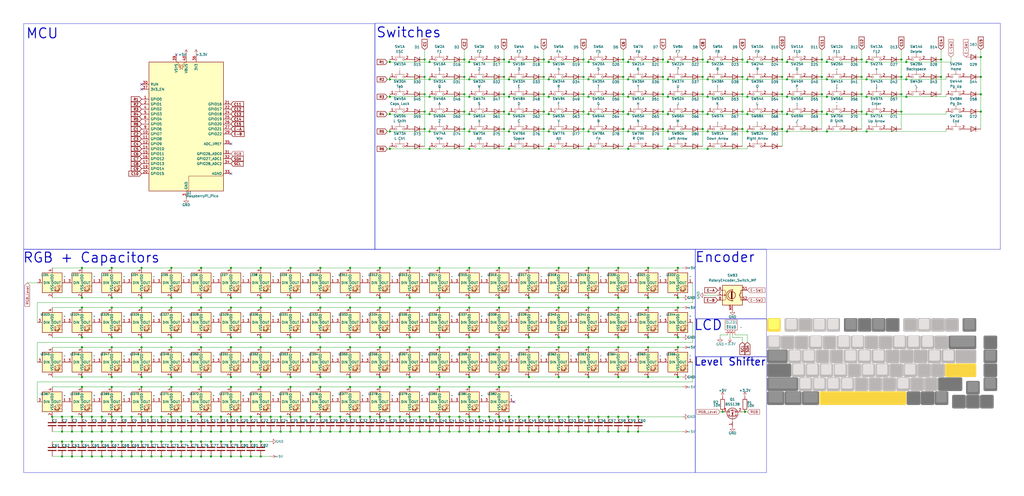
<source format=kicad_sch>
(kicad_sch (version 20250114) (generator "eeschema") (generator_version "9.0")
  (paper "User" 523.748 254)
  (title_block (title "KB75") (date "2025-06-15") (rev "V1"))
  (polyline (pts (xy 459.3613 178.9809) (xy 459.3949 178.9835) (xy 459.428 178.9877) (xy 459.4606 178.9935) (xy 459.4926 179.0009) (xy 459.5239 179.0098) (xy 459.5547 179.0202) (xy 459.5847 179.032) (xy 459.614 179.0453) (xy 459.6425 179.0599) (xy 459.6702 179.0758) (xy 459.6971 179.093) (xy 459.723 179.1114) (xy 459.748 179.1311) (xy 459.772 179.1519) (xy 459.795 179.1738) (xy 459.8169 179.1967) (xy 459.8377 179.2207) (xy 459.8573 179.2457) (xy 459.8757 179.2717) (xy 459.8929 179.2985) (xy 459.9089 179.3262) (xy 459.9235 179.3547) (xy 459.9367 179.384) (xy 459.9486 179.4141) (xy 459.959 179.4448) (xy 459.9679 179.4762) (xy 459.9753 179.5082) (xy 459.9811 179.5408) (xy 459.9853 179.5739) (xy 459.9878 179.6075) (xy 459.9887 179.6415) (xy 459.9887 185.1977) (xy 459.9878 185.2318) (xy 459.9853 185.2654) (xy 459.9811 185.2985) (xy 459.9753 185.3311) (xy 459.9679 185.3631) (xy 459.959 185.3944) (xy 459.9486 185.4252) (xy 459.9367 185.4552) (xy 459.9235 185.4845) (xy 459.9089 185.513) (xy 459.8929 185.5407) (xy 459.8757 185.5676) (xy 459.8573 185.5935) (xy 459.8377 185.6185) (xy 459.8169 185.6425) (xy 459.795 185.6655) (xy 459.772 185.6874) (xy 459.748 185.7082) (xy 459.723 185.7278) (xy 459.6971 185.7462) (xy 459.6702 185.7634) (xy 459.6425 185.7794) (xy 459.614 185.794) (xy 459.5847 185.8072) (xy 459.5547 185.8191) (xy 459.5239 185.8295) (xy 459.4926 185.8384) (xy 459.4606 185.8458) (xy 459.428 185.8516) (xy 459.3949 185.8558) (xy 459.3613 185.8583) (xy 459.3272 185.8592) (xy 453.771 185.8592) (xy 453.737 185.8583) (xy 453.7034 185.8558) (xy 453.6703 185.8516) (xy 453.6377 185.8458) (xy 453.6057 185.8384) (xy 453.5743 185.8295) (xy 453.5436 185.8191) (xy 453.5135 185.8072) (xy 453.4842 185.794) (xy 453.4557 185.7794) (xy 453.428 185.7634) (xy 453.4012 185.7462) (xy 453.3752 185.7278) (xy 453.3502 185.7082) (xy 453.3262 185.6874) (xy 453.3033 185.6655) (xy 453.2814 185.6425) (xy 453.2606 185.6185) (xy 453.2409 185.5935) (xy 453.2225 185.5676) (xy 453.2053 185.5407) (xy 453.1894 185.513) (xy 453.1748 185.4845) (xy 453.1615 185.4552) (xy 453.1497 185.4252) (xy 453.1393 185.3944) (xy 453.1304 185.3631) (xy 453.123 185.3311) (xy 453.1172 185.2985) (xy 453.113 185.2654) (xy 453.1104 185.2318) (xy 453.1095 185.1977) (xy 453.1095 179.6415) (xy 453.1104 179.6075) (xy 453.113 179.5739) (xy 453.1172 179.5408) (xy 453.123 179.5082) (xy 453.1304 179.4762) (xy 453.1393 179.4448) (xy 453.1497 179.4141) (xy 453.1615 179.384) (xy 453.1748 179.3547) (xy 453.1894 179.3262) (xy 453.2053 179.2985) (xy 453.2225 179.2717) (xy 453.2409 179.2457) (xy 453.2606 179.2207) (xy 453.2814 179.1967) (xy 453.3033 179.1738) (xy 453.3262 179.1519) (xy 453.3502 179.1311) (xy 453.3752 179.1114) (xy 453.4012 179.093) (xy 453.428 179.0758) (xy 453.4557 179.0599) (xy 453.4842 179.0453) (xy 453.5135 179.032) (xy 453.5436 179.0202) (xy 453.5743 179.0098) (xy 453.6057 179.0009) (xy 453.6377 178.9935) (xy 453.6703 178.9877) (xy 453.7034 178.9835) (xy 453.737 178.9809) (xy 453.771 178.98) (xy 459.3272 178.98) (xy 459.3613 178.9809)) (stroke (width -0.0001) (type solid)) (fill (type color) (color 185 181 181 1)))
  (polyline (pts (xy 476.4269 172.234) (xy 476.4605 172.2366) (xy 476.4936 172.2408) (xy 476.5262 172.2466) (xy 476.5582 172.254) (xy 476.5896 172.2629) (xy 476.6203 172.2733) (xy 476.6503 172.2851) (xy 476.6796 172.2984) (xy 476.7082 172.313) (xy 476.7359 172.3289) (xy 476.7627 172.3461) (xy 476.7886 172.3646) (xy 476.8136 172.3842) (xy 476.8376 172.405) (xy 476.8606 172.4269) (xy 476.8825 172.4499) (xy 476.9033 172.4739) (xy 476.9229 172.4989) (xy 476.9414 172.5248) (xy 476.9586 172.5516) (xy 476.9745 172.5793) (xy 476.9891 172.6079) (xy 477.0023 172.6372) (xy 477.0142 172.6672) (xy 477.0246 172.6979) (xy 477.0335 172.7293) (xy 477.0409 172.7613) (xy 477.0467 172.7939) (xy 477.0509 172.827) (xy 477.0535 172.8606) (xy 477.0543 172.8946) (xy 477.0543 176.8634) (xy 477.0535 176.8974) (xy 477.0509 176.931) (xy 477.0467 176.9641) (xy 477.0409 176.9967) (xy 477.0335 177.0287) (xy 477.0246 177.0601) (xy 477.0142 177.0908) (xy 477.0023 177.1208) (xy 476.9891 177.1501) (xy 476.9745 177.1787) (xy 476.9586 177.2064) (xy 476.9414 177.2332) (xy 476.9229 177.2591) (xy 476.9033 177.2841) (xy 476.8825 177.3081) (xy 476.8606 177.3311) (xy 476.8376 177.353) (xy 476.8136 177.3738) (xy 476.7886 177.3934) (xy 476.7627 177.4119) (xy 476.7359 177.4291) (xy 476.7082 177.445) (xy 476.6796 177.4596) (xy 476.6503 177.4729) (xy 476.6203 177.4847) (xy 476.5896 177.4951) (xy 476.5582 177.504) (xy 476.5262 177.5114) (xy 476.4936 177.5172) (xy 476.4605 177.5214) (xy 476.4269 177.524) (xy 476.3929 177.5248) (xy 472.4241 177.5248) (xy 472.3901 177.524) (xy 472.3565 177.5214) (xy 472.3234 177.5172) (xy 472.2908 177.5114) (xy 472.2588 177.504) (xy 472.2274 177.4951) (xy 472.1967 177.4847) (xy 472.1667 177.4729) (xy 472.1374 177.4596) (xy 472.1088 177.445) (xy 472.0811 177.4291) (xy 472.0543 177.4119) (xy 472.0284 177.3934) (xy 472.0034 177.3738) (xy 471.9794 177.353) (xy 471.9564 177.3311) (xy 471.9345 177.3081) (xy 471.9137 177.2841) (xy 471.8941 177.2591) (xy 471.8756 177.2332) (xy 471.8584 177.2064) (xy 471.8425 177.1787) (xy 471.8279 177.1501) (xy 471.8146 177.1208) (xy 471.8028 177.0908) (xy 471.7924 177.0601) (xy 471.7835 177.0287) (xy 471.7761 176.9967) (xy 471.7703 176.9641) (xy 471.7661 176.931) (xy 471.7635 176.8974) (xy 471.7627 176.8634) (xy 471.7627 172.8946) (xy 471.7635 172.8606) (xy 471.7661 172.827) (xy 471.7703 172.7939) (xy 471.7761 172.7613) (xy 471.7835 172.7293) (xy 471.7924 172.6979) (xy 471.8028 172.6672) (xy 471.8146 172.6372) (xy 471.8279 172.6079) (xy 471.8425 172.5793) (xy 471.8584 172.5516) (xy 471.8756 172.5248) (xy 471.8941 172.4989) (xy 471.9137 172.4739) (xy 471.9345 172.4499) (xy 471.9564 172.4269) (xy 471.9794 172.405) (xy 472.0034 172.3842) (xy 472.0284 172.3646) (xy 472.0543 172.3461) (xy 472.0811 172.3289) (xy 472.1088 172.313) (xy 472.1374 172.2984) (xy 472.1667 172.2851) (xy 472.1967 172.2733) (xy 472.2274 172.2629) (xy 472.2588 172.254) (xy 472.2908 172.2466) (xy 472.3234 172.2408) (xy 472.3565 172.2366) (xy 472.3901 172.234) (xy 472.4241 172.2332) (xy 476.3929 172.2332) (xy 476.4269 172.234)) (stroke (width -0.0001) (type solid)) (fill (type color) (color 228 224 224 1)))
  (polyline (pts (xy 431.7785 186.5215) (xy 431.8121 186.5241) (xy 431.8452 186.5283) (xy 431.8777 186.5341) (xy 431.9097 186.5415) (xy 431.9411 186.5504) (xy 431.9719 186.5608) (xy 432.0019 186.5726) (xy 432.0312 186.5859) (xy 432.0597 186.6005) (xy 432.0874 186.6164) (xy 432.1143 186.6336) (xy 432.1402 186.6521) (xy 432.1652 186.6717) (xy 432.1892 186.6925) (xy 432.2122 186.7144) (xy 432.2341 186.7374) (xy 432.2548 186.7614) (xy 432.2745 186.7864) (xy 432.2929 186.8123) (xy 432.3101 186.8391) (xy 432.3261 186.8668) (xy 432.3407 186.8954) (xy 432.3539 186.9247) (xy 432.3658 186.9547) (xy 432.3762 186.9854) (xy 432.3851 187.0168) (xy 432.3925 187.0488) (xy 432.3983 187.0814) (xy 432.4025 187.1145) (xy 432.405 187.1481) (xy 432.4059 187.1821) (xy 432.4059 191.1509) (xy 432.405 191.1849) (xy 432.4025 191.2185) (xy 432.3983 191.2516) (xy 432.3925 191.2842) (xy 432.3851 191.3162) (xy 432.3762 191.3476) (xy 432.3658 191.3783) (xy 432.3539 191.4083) (xy 432.3407 191.4376) (xy 432.3261 191.4662) (xy 432.3101 191.4939) (xy 432.2929 191.5207) (xy 432.2745 191.5466) (xy 432.2548 191.5716) (xy 432.2341 191.5956) (xy 432.2122 191.6186) (xy 432.1892 191.6405) (xy 432.1652 191.6613) (xy 432.1402 191.6809) (xy 432.1143 191.6994) (xy 432.0874 191.7166) (xy 432.0597 191.7325) (xy 432.0312 191.7471) (xy 432.0019 191.7604) (xy 431.9719 191.7722) (xy 431.9411 191.7826) (xy 431.9097 191.7915) (xy 431.8777 191.7989) (xy 431.8452 191.8047) (xy 431.8121 191.8089) (xy 431.7785 191.8115) (xy 431.7444 191.8123) (xy 427.7757 191.8123) (xy 427.7416 191.8115) (xy 427.7081 191.8089) (xy 427.675 191.8047) (xy 427.6424 191.7989) (xy 427.6104 191.7915) (xy 427.579 191.7826) (xy 427.5483 191.7722) (xy 427.5182 191.7604) (xy 427.4889 191.7471) (xy 427.4604 191.7325) (xy 427.4327 191.7166) (xy 427.4059 191.6994) (xy 427.3799 191.6809) (xy 427.3549 191.6613) (xy 427.3309 191.6405) (xy 427.308 191.6186) (xy 427.2861 191.5956) (xy 427.2653 191.5716) (xy 427.2456 191.5466) (xy 427.2272 191.5207) (xy 427.21 191.4939) (xy 427.1941 191.4662) (xy 427.1795 191.4376) (xy 427.1662 191.4083) (xy 427.1544 191.3783) (xy 427.144 191.3476) (xy 427.1351 191.3162) (xy 427.1277 191.2842) (xy 427.1218 191.2516) (xy 427.1176 191.2185) (xy 427.1151 191.1849) (xy 427.1142 191.1509) (xy 427.1142 187.1821) (xy 427.1151 187.1481) (xy 427.1176 187.1145) (xy 427.1218 187.0814) (xy 427.1277 187.0488) (xy 427.1351 187.0168) (xy 427.144 186.9854) (xy 427.1544 186.9547) (xy 427.1662 186.9247) (xy 427.1795 186.8954) (xy 427.1941 186.8668) (xy 427.21 186.8391) (xy 427.2272 186.8123) (xy 427.2456 186.7864) (xy 427.2653 186.7614) (xy 427.2861 186.7374) (xy 427.308 186.7144) (xy 427.3309 186.6925) (xy 427.3549 186.6717) (xy 427.3799 186.6521) (xy 427.4059 186.6336) (xy 427.4327 186.6164) (xy 427.4604 186.6005) (xy 427.4889 186.5859) (xy 427.5182 186.5726) (xy 427.5483 186.5608) (xy 427.579 186.5504) (xy 427.6104 186.5415) (xy 427.6424 186.5341) (xy 427.675 186.5283) (xy 427.7081 186.5241) (xy 427.7416 186.5215) (xy 427.7757 186.5207) (xy 431.7444 186.5207) (xy 431.7785 186.5215)) (stroke (width -0.0001) (type solid)) (fill (type color) (color 228 224 224 1)))
  (polyline (pts (xy 497.8582 186.5215) (xy 497.8917 186.5241) (xy 497.9249 186.5283) (xy 497.9574 186.5341) (xy 497.9894 186.5415) (xy 498.0208 186.5504) (xy 498.0515 186.5608) (xy 498.0816 186.5726) (xy 498.1109 186.5859) (xy 498.1394 186.6005) (xy 498.1671 186.6164) (xy 498.1939 186.6336) (xy 498.2199 186.6521) (xy 498.2449 186.6717) (xy 498.2689 186.6925) (xy 498.2918 186.7144) (xy 498.3137 186.7374) (xy 498.3345 186.7614) (xy 498.3542 186.7864) (xy 498.3726 186.8123) (xy 498.3898 186.8391) (xy 498.4057 186.8668) (xy 498.4204 186.8954) (xy 498.4336 186.9247) (xy 498.4454 186.9547) (xy 498.4558 186.9854) (xy 498.4648 187.0168) (xy 498.4721 187.0488) (xy 498.478 187.0814) (xy 498.4822 187.1145) (xy 498.4847 187.1481) (xy 498.4856 187.1821) (xy 498.4856 191.1509) (xy 498.4847 191.1849) (xy 498.4822 191.2185) (xy 498.478 191.2516) (xy 498.4721 191.2842) (xy 498.4648 191.3162) (xy 498.4558 191.3476) (xy 498.4454 191.3783) (xy 498.4336 191.4083) (xy 498.4204 191.4376) (xy 498.4057 191.4662) (xy 498.3898 191.4939) (xy 498.3726 191.5207) (xy 498.3542 191.5466) (xy 498.3345 191.5716) (xy 498.3137 191.5956) (xy 498.2918 191.6186) (xy 498.2689 191.6405) (xy 498.2449 191.6613) (xy 498.2199 191.6809) (xy 498.1939 191.6994) (xy 498.1671 191.7166) (xy 498.1394 191.7325) (xy 498.1109 191.7471) (xy 498.0816 191.7604) (xy 498.0515 191.7722) (xy 498.0208 191.7826) (xy 497.9894 191.7915) (xy 497.9574 191.7989) (xy 497.9249 191.8047) (xy 497.8917 191.8089) (xy 497.8582 191.8115) (xy 497.8241 191.8123) (xy 484.9257 191.8123) (xy 484.8916 191.8115) (xy 484.8581 191.8089) (xy 484.825 191.8047) (xy 484.7924 191.7989) (xy 484.7604 191.7915) (xy 484.729 191.7826) (xy 484.6983 191.7722) (xy 484.6682 191.7604) (xy 484.6389 191.7471) (xy 484.6104 191.7325) (xy 484.5827 191.7166) (xy 484.5559 191.6994) (xy 484.5299 191.6809) (xy 484.5049 191.6613) (xy 484.4809 191.6405) (xy 484.458 191.6186) (xy 484.4361 191.5956) (xy 484.4153 191.5716) (xy 484.3956 191.5466) (xy 484.3772 191.5207) (xy 484.36 191.4939) (xy 484.3441 191.4662) (xy 484.3295 191.4376) (xy 484.3162 191.4083) (xy 484.3044 191.3783) (xy 484.294 191.3476) (xy 484.285 191.3162) (xy 484.2777 191.2842) (xy 484.2718 191.2516) (xy 484.2676 191.2185) (xy 484.2651 191.1849) (xy 484.2642 191.1509) (xy 484.2642 187.1821) (xy 484.2651 187.1481) (xy 484.2676 187.1145) (xy 484.2718 187.0814) (xy 484.2777 187.0488) (xy 484.285 187.0168) (xy 484.294 186.9854) (xy 484.3044 186.9547) (xy 484.3162 186.9247) (xy 484.3295 186.8954) (xy 484.3441 186.8668) (xy 484.36 186.8391) (xy 484.3772 186.8123) (xy 484.3956 186.7864) (xy 484.4153 186.7614) (xy 484.4361 186.7374) (xy 484.458 186.7144) (xy 484.4809 186.6925) (xy 484.5049 186.6717) (xy 484.5299 186.6521) (xy 484.5559 186.6336) (xy 484.5827 186.6164) (xy 484.6104 186.6005) (xy 484.6389 186.5859) (xy 484.6682 186.5726) (xy 484.6983 186.5608) (xy 484.729 186.5504) (xy 484.7604 186.5415) (xy 484.7924 186.5341) (xy 484.825 186.5283) (xy 484.8581 186.5241) (xy 484.8916 186.5215) (xy 484.9257 186.5207) (xy 497.8241 186.5207) (xy 497.8582 186.5215)) (stroke (width -0.0001) (type solid)) (fill (type color) (color 255 252 107 1)))
  (polyline (pts (xy 498.6519 162.9075) (xy 498.6855 162.91) (xy 498.7186 162.9142) (xy 498.7512 162.92) (xy 498.7832 162.9274) (xy 498.8146 162.9363) (xy 498.8453 162.9467) (xy 498.8753 162.9586) (xy 498.9046 162.9718) (xy 498.9332 162.9864) (xy 498.9609 163.0024) (xy 498.9877 163.0196) (xy 499.0136 163.038) (xy 499.0386 163.0576) (xy 499.0626 163.0784) (xy 499.0856 163.1003) (xy 499.1075 163.1233) (xy 499.1283 163.1473) (xy 499.1479 163.1723) (xy 499.1664 163.1982) (xy 499.1836 163.2251) (xy 499.1995 163.2528) (xy 499.2141 163.2813) (xy 499.2273 163.3106) (xy 499.2392 163.3406) (xy 499.2496 163.3714) (xy 499.2585 163.4028) (xy 499.2659 163.4348) (xy 499.2717 163.4673) (xy 499.2759 163.5004) (xy 499.2785 163.534) (xy 499.2793 163.5681) (xy 499.2793 169.1243) (xy 499.2785 169.1584) (xy 499.2759 169.1919) (xy 499.2717 169.225) (xy 499.2659 169.2576) (xy 499.2585 169.2896) (xy 499.2496 169.321) (xy 499.2392 169.3517) (xy 499.2273 169.3818) (xy 499.2141 169.4111) (xy 499.1995 169.4396) (xy 499.1836 169.4673) (xy 499.1664 169.4941) (xy 499.1479 169.5201) (xy 499.1283 169.5451) (xy 499.1075 169.5691) (xy 499.0856 169.592) (xy 499.0626 169.6139) (xy 499.0386 169.6347) (xy 499.0136 169.6544) (xy 498.9877 169.6728) (xy 498.9609 169.69) (xy 498.9332 169.7059) (xy 498.9046 169.7205) (xy 498.8753 169.7338) (xy 498.8453 169.7456) (xy 498.8146 169.756) (xy 498.7832 169.7649) (xy 498.7512 169.7723) (xy 498.7186 169.7781) (xy 498.6855 169.7824) (xy 498.6519 169.7849) (xy 498.6179 169.7858) (xy 493.0616 169.7858) (xy 493.0276 169.7849) (xy 492.994 169.7824) (xy 492.9609 169.7781) (xy 492.9283 169.7723) (xy 492.8963 169.7649) (xy 492.8649 169.756) (xy 492.8342 169.7456) (xy 492.8042 169.7338) (xy 492.7749 169.7205) (xy 492.7463 169.7059) (xy 492.7186 169.69) (xy 492.6918 169.6728) (xy 492.6659 169.6544) (xy 492.6409 169.6347) (xy 492.6169 169.6139) (xy 492.5939 169.592) (xy 492.572 169.5691) (xy 492.5512 169.5451) (xy 492.5316 169.5201) (xy 492.5131 169.4941) (xy 492.4959 169.4673) (xy 492.48 169.4396) (xy 492.4654 169.4111) (xy 492.4521 169.3818) (xy 492.4403 169.3517) (xy 492.4299 169.321) (xy 492.421 169.2896) (xy 492.4136 169.2576) (xy 492.4078 169.225) (xy 492.4036 169.1919) (xy 492.401 169.1584) (xy 492.4002 169.1243) (xy 492.4002 163.5681) (xy 492.401 163.534) (xy 492.4036 163.5004) (xy 492.4078 163.4673) (xy 492.4136 163.4348) (xy 492.421 163.4028) (xy 492.4299 163.3714) (xy 492.4403 163.3406) (xy 492.4521 163.3106) (xy 492.4654 163.2813) (xy 492.48 163.2528) (xy 492.4959 163.2251) (xy 492.5131 163.1982) (xy 492.5316 163.1723) (xy 492.5512 163.1473) (xy 492.572 163.1233) (xy 492.5939 163.1003) (xy 492.6169 163.0784) (xy 492.6409 163.0576) (xy 492.6659 163.038) (xy 492.6918 163.0196) (xy 492.7186 163.0024) (xy 492.7463 162.9864) (xy 492.7749 162.9718) (xy 492.8042 162.9586) (xy 492.8342 162.9467) (xy 492.8649 162.9363) (xy 492.8963 162.9274) (xy 492.9283 162.92) (xy 492.9609 162.9142) (xy 492.994 162.91) (xy 493.0276 162.9075) (xy 493.0616 162.9066) (xy 498.6179 162.9066) (xy 498.6519 162.9075)) (stroke (width -0.0001) (type solid)) (fill (type color) (color 120 120 120 1)))
  (polyline (pts (xy 437.93 178.9809) (xy 437.9636 178.9835) (xy 437.9967 178.9877) (xy 438.0293 178.9935) (xy 438.0613 179.0009) (xy 438.0927 179.0098) (xy 438.1234 179.0202) (xy 438.1535 179.032) (xy 438.1828 179.0453) (xy 438.2113 179.0599) (xy 438.239 179.0758) (xy 438.2658 179.093) (xy 438.2918 179.1114) (xy 438.3167 179.1311) (xy 438.3407 179.1519) (xy 438.3637 179.1738) (xy 438.3856 179.1967) (xy 438.4064 179.2207) (xy 438.426 179.2457) (xy 438.4445 179.2717) (xy 438.4617 179.2985) (xy 438.4776 179.3262) (xy 438.4922 179.3547) (xy 438.5055 179.384) (xy 438.5173 179.4141) (xy 438.5277 179.4448) (xy 438.5366 179.4762) (xy 438.544 179.5082) (xy 438.5498 179.5408) (xy 438.554 179.5739) (xy 438.5566 179.6075) (xy 438.5575 179.6415) (xy 438.5575 185.1977) (xy 438.5566 185.2318) (xy 438.554 185.2654) (xy 438.5498 185.2985) (xy 438.544 185.3311) (xy 438.5366 185.3631) (xy 438.5277 185.3944) (xy 438.5173 185.4252) (xy 438.5055 185.4552) (xy 438.4922 185.4845) (xy 438.4776 185.513) (xy 438.4617 185.5407) (xy 438.4445 185.5676) (xy 438.426 185.5935) (xy 438.4064 185.6185) (xy 438.3856 185.6425) (xy 438.3637 185.6655) (xy 438.3407 185.6874) (xy 438.3167 185.7082) (xy 438.2918 185.7278) (xy 438.2658 185.7462) (xy 438.239 185.7634) (xy 438.2113 185.7794) (xy 438.1828 185.794) (xy 438.1535 185.8072) (xy 438.1234 185.8191) (xy 438.0927 185.8295) (xy 438.0613 185.8384) (xy 438.0293 185.8458) (xy 437.9967 185.8516) (xy 437.9636 185.8558) (xy 437.93 185.8583) (xy 437.896 185.8592) (xy 432.3397 185.8592) (xy 432.3057 185.8583) (xy 432.2721 185.8558) (xy 432.239 185.8516) (xy 432.2064 185.8458) (xy 432.1744 185.8384) (xy 432.1431 185.8295) (xy 432.1123 185.8191) (xy 432.0823 185.8072) (xy 432.053 185.794) (xy 432.0245 185.7794) (xy 431.9968 185.7634) (xy 431.9699 185.7462) (xy 431.944 185.7278) (xy 431.919 185.7082) (xy 431.895 185.6874) (xy 431.872 185.6655) (xy 431.8501 185.6425) (xy 431.8293 185.6185) (xy 431.8097 185.5935) (xy 431.7913 185.5676) (xy 431.774 185.5407) (xy 431.7581 185.513) (xy 431.7435 185.4845) (xy 431.7303 185.4552) (xy 431.7184 185.4252) (xy 431.708 185.3944) (xy 431.6991 185.3631) (xy 431.6917 185.3311) (xy 431.6859 185.2985) (xy 431.6817 185.2654) (xy 431.6791 185.2318) (xy 431.6783 185.1977) (xy 431.6783 179.6415) (xy 431.6791 179.6075) (xy 431.6817 179.5739) (xy 431.6859 179.5408) (xy 431.6917 179.5082) (xy 431.6991 179.4762) (xy 431.708 179.4448) (xy 431.7184 179.4141) (xy 431.7303 179.384) (xy 431.7435 179.3547) (xy 431.7581 179.3262) (xy 431.774 179.2985) (xy 431.7913 179.2717) (xy 431.8097 179.2457) (xy 431.8293 179.2207) (xy 431.8501 179.1967) (xy 431.872 179.1738) (xy 431.895 179.1519) (xy 431.919 179.1311) (xy 431.944 179.1114) (xy 431.9699 179.093) (xy 431.9968 179.0758) (xy 432.0245 179.0599) (xy 432.053 179.0453) (xy 432.0823 179.032) (xy 432.1123 179.0202) (xy 432.1431 179.0098) (xy 432.1744 179.0009) (xy 432.2064 178.9935) (xy 432.239 178.9877) (xy 432.2721 178.9835) (xy 432.3057 178.9809) (xy 432.3397 178.98) (xy 437.896 178.98) (xy 437.93 178.9809)) (stroke (width -0.0001) (type solid)) (fill (type color) (color 185 181 181 1)))
  (rectangle (start 355.6 163.195) (end 392.049 182.626))
  (polyline (pts (xy 443.2878 193.2684) (xy 443.3214 193.271) (xy 443.3545 193.2752) (xy 443.3871 193.281) (xy 443.4191 193.2884) (xy 443.4505 193.2973) (xy 443.4812 193.3077) (xy 443.5113 193.3195) (xy 443.5406 193.3328) (xy 443.5691 193.3474) (xy 443.5968 193.3633) (xy 443.6236 193.3805) (xy 443.6496 193.3989) (xy 443.6746 193.4186) (xy 443.6986 193.4394) (xy 443.7215 193.4613) (xy 443.7434 193.4842) (xy 443.7642 193.5082) (xy 443.7839 193.5332) (xy 443.8023 193.5592) (xy 443.8195 193.586) (xy 443.8354 193.6137) (xy 443.85 193.6422) (xy 443.8633 193.6715) (xy 443.8751 193.7016) (xy 443.8855 193.7323) (xy 443.8944 193.7637) (xy 443.9018 193.7957) (xy 443.9076 193.8283) (xy 443.9119 193.8614) (xy 443.9144 193.895) (xy 443.9153 193.929) (xy 443.9153 199.4852) (xy 443.9144 199.5193) (xy 443.9119 199.5529) (xy 443.9076 199.586) (xy 443.9018 199.6186) (xy 443.8944 199.6506) (xy 443.8855 199.6819) (xy 443.8751 199.7127) (xy 443.8633 199.7427) (xy 443.85 199.772) (xy 443.8354 199.8005) (xy 443.8195 199.8282) (xy 443.8023 199.8551) (xy 443.7839 199.881) (xy 443.7642 199.906) (xy 443.7434 199.93) (xy 443.7215 199.953) (xy 443.6986 199.9749) (xy 443.6746 199.9957) (xy 443.6496 200.0153) (xy 443.6236 200.0337) (xy 443.5968 200.0509) (xy 443.5691 200.0669) (xy 443.5406 200.0815) (xy 443.5113 200.0947) (xy 443.4812 200.1066) (xy 443.4505 200.117) (xy 443.4191 200.1259) (xy 443.3871 200.1333) (xy 443.3545 200.1391) (xy 443.3214 200.1433) (xy 443.2878 200.1458) (xy 443.2538 200.1467) (xy 437.6976 200.1467) (xy 437.6635 200.1458) (xy 437.6299 200.1433) (xy 437.5968 200.1391) (xy 437.5643 200.1333) (xy 437.5323 200.1259) (xy 437.5009 200.117) (xy 437.4701 200.1066) (xy 437.4401 200.0947) (xy 437.4108 200.0815) (xy 437.3823 200.0669) (xy 437.3546 200.0509) (xy 437.3277 200.0337) (xy 437.3018 200.0153) (xy 437.2768 199.9957) (xy 437.2528 199.9749) (xy 437.2298 199.953) (xy 437.2079 199.93) (xy 437.1871 199.906) (xy 437.1675 199.881) (xy 437.1491 199.8551) (xy 437.1319 199.8282) (xy 437.1159 199.8005) (xy 437.1013 199.772) (xy 437.0881 199.7427) (xy 437.0762 199.7127) (xy 437.0658 199.6819) (xy 437.0569 199.6506) (xy 437.0495 199.6186) (xy 437.0437 199.586) (xy 437.0395 199.5529) (xy 437.037 199.5193) (xy 437.0361 199.4852) (xy 437.0361 193.929) (xy 437.037 193.895) (xy 437.0395 193.8614) (xy 437.0437 193.8283) (xy 437.0495 193.7957) (xy 437.0569 193.7637) (xy 437.0658 193.7323) (xy 437.0762 193.7016) (xy 437.0881 193.6715) (xy 437.1013 193.6422) (xy 437.1159 193.6137) (xy 437.1319 193.586) (xy 437.1491 193.5592) (xy 437.1675 193.5332) (xy 437.1871 193.5082) (xy 437.2079 193.4842) (xy 437.2298 193.4613) (xy 437.2528 193.4394) (xy 437.2768 193.4186) (xy 437.3018 193.3989) (xy 437.3277 193.3805) (xy 437.3546 193.3633) (xy 437.3823 193.3474) (xy 437.4108 193.3328) (xy 437.4401 193.3195) (xy 437.4701 193.3077) (xy 437.5009 193.2973) (xy 437.5323 193.2884) (xy 437.5643 193.281) (xy 437.5968 193.2752) (xy 437.6299 193.271) (xy 437.6635 193.2684) (xy 437.6976 193.2675) (xy 443.2538 193.2675) (xy 443.2878 193.2684)) (stroke (width -0.0001) (type solid)) (fill (type color) (color 185 181 181 1)))
  (polyline (pts (xy 403.2035 186.5215) (xy 403.2371 186.5241) (xy 403.2702 186.5283) (xy 403.3027 186.5341) (xy 403.3347 186.5415) (xy 403.3661 186.5504) (xy 403.3969 186.5608) (xy 403.4269 186.5726) (xy 403.4562 186.5859) (xy 403.4847 186.6005) (xy 403.5124 186.6164) (xy 403.5393 186.6336) (xy 403.5652 186.6521) (xy 403.5902 186.6717) (xy 403.6142 186.6925) (xy 403.6372 186.7144) (xy 403.6591 186.7374) (xy 403.6799 186.7614) (xy 403.6995 186.7864) (xy 403.7179 186.8123) (xy 403.7351 186.8391) (xy 403.7511 186.8668) (xy 403.7657 186.8954) (xy 403.7789 186.9247) (xy 403.7908 186.9547) (xy 403.8012 186.9854) (xy 403.8101 187.0168) (xy 403.8175 187.0488) (xy 403.8233 187.0814) (xy 403.8275 187.1145) (xy 403.83 187.1481) (xy 403.8309 187.1821) (xy 403.8309 191.1509) (xy 403.83 191.1849) (xy 403.8275 191.2185) (xy 403.8233 191.2516) (xy 403.8175 191.2842) (xy 403.8101 191.3162) (xy 403.8012 191.3476) (xy 403.7908 191.3783) (xy 403.7789 191.4083) (xy 403.7657 191.4376) (xy 403.7511 191.4662) (xy 403.7351 191.4939) (xy 403.7179 191.5207) (xy 403.6995 191.5466) (xy 403.6799 191.5716) (xy 403.6591 191.5956) (xy 403.6372 191.6186) (xy 403.6142 191.6405) (xy 403.5902 191.6613) (xy 403.5652 191.6809) (xy 403.5393 191.6994) (xy 403.5124 191.7166) (xy 403.4847 191.7325) (xy 403.4562 191.7471) (xy 403.4269 191.7604) (xy 403.3969 191.7722) (xy 403.3661 191.7826) (xy 403.3347 191.7915) (xy 403.3027 191.7989) (xy 403.2702 191.8047) (xy 403.2371 191.8089) (xy 403.2035 191.8115) (xy 403.1694 191.8123) (xy 393.8429 191.8123) (xy 393.8088 191.8115) (xy 393.7752 191.8089) (xy 393.7421 191.8047) (xy 393.7096 191.7989) (xy 393.6776 191.7915) (xy 393.6462 191.7826) (xy 393.6154 191.7722) (xy 393.5854 191.7604) (xy 393.5561 191.7471) (xy 393.5276 191.7325) (xy 393.4999 191.7166) (xy 393.473 191.6994) (xy 393.4471 191.6809) (xy 393.4221 191.6613) (xy 393.3981 191.6405) (xy 393.3752 191.6186) (xy 393.3533 191.5956) (xy 393.3325 191.5716) (xy 393.3128 191.5466) (xy 393.2944 191.5207) (xy 393.2772 191.4939) (xy 393.2613 191.4662) (xy 393.2466 191.4376) (xy 393.2334 191.4083) (xy 393.2216 191.3783) (xy 393.2112 191.3476) (xy 393.2022 191.3162) (xy 393.1949 191.2842) (xy 393.189 191.2516) (xy 393.1848 191.2185) (xy 393.1823 191.1849) (xy 393.1814 191.1509) (xy 393.1814 187.1821) (xy 393.1823 187.1481) (xy 393.1848 187.1145) (xy 393.189 187.0814) (xy 393.1949 187.0488) (xy 393.2022 187.0168) (xy 393.2112 186.9854) (xy 393.2216 186.9547) (xy 393.2334 186.9247) (xy 393.2466 186.8954) (xy 393.2613 186.8668) (xy 393.2772 186.8391) (xy 393.2944 186.8123) (xy 393.3128 186.7864) (xy 393.3325 186.7614) (xy 393.3533 186.7374) (xy 393.3752 186.7144) (xy 393.3981 186.6925) (xy 393.4221 186.6717) (xy 393.4471 186.6521) (xy 393.473 186.6336) (xy 393.4999 186.6164) (xy 393.5276 186.6005) (xy 393.5561 186.5859) (xy 393.5854 186.5726) (xy 393.6154 186.5608) (xy 393.6462 186.5504) (xy 393.6776 186.5415) (xy 393.7096 186.5341) (xy 393.7421 186.5283) (xy 393.7752 186.5241) (xy 393.8088 186.5215) (xy 393.8429 186.5207) (xy 403.1694 186.5207) (xy 403.2035 186.5215)) (stroke (width -0.0001) (type solid)) (fill (type color) (color 147 147 147 1)))
  (polyline (pts (xy 469.2832 172.234) (xy 469.3167 172.2366) (xy 469.3499 172.2408) (xy 469.3824 172.2466) (xy 469.4144 172.254) (xy 469.4458 172.2629) (xy 469.4765 172.2733) (xy 469.5066 172.2851) (xy 469.5359 172.2984) (xy 469.5644 172.313) (xy 469.5921 172.3289) (xy 469.6189 172.3461) (xy 469.6449 172.3646) (xy 469.6699 172.3842) (xy 469.6939 172.405) (xy 469.7168 172.4269) (xy 469.7387 172.4499) (xy 469.7595 172.4739) (xy 469.7792 172.4989) (xy 469.7976 172.5248) (xy 469.8148 172.5516) (xy 469.8307 172.5793) (xy 469.8454 172.6079) (xy 469.8586 172.6372) (xy 469.8704 172.6672) (xy 469.8808 172.6979) (xy 469.8898 172.7293) (xy 469.8971 172.7613) (xy 469.903 172.7939) (xy 469.9072 172.827) (xy 469.9097 172.8606) (xy 469.9106 172.8946) (xy 469.9106 176.8634) (xy 469.9097 176.8974) (xy 469.9072 176.931) (xy 469.903 176.9641) (xy 469.8971 176.9967) (xy 469.8898 177.0287) (xy 469.8808 177.0601) (xy 469.8704 177.0908) (xy 469.8586 177.1208) (xy 469.8454 177.1501) (xy 469.8307 177.1787) (xy 469.8148 177.2064) (xy 469.7976 177.2332) (xy 469.7792 177.2591) (xy 469.7595 177.2841) (xy 469.7387 177.3081) (xy 469.7168 177.3311) (xy 469.6939 177.353) (xy 469.6699 177.3738) (xy 469.6449 177.3934) (xy 469.6189 177.4119) (xy 469.5921 177.4291) (xy 469.5644 177.445) (xy 469.5359 177.4596) (xy 469.5066 177.4729) (xy 469.4765 177.4847) (xy 469.4458 177.4951) (xy 469.4144 177.504) (xy 469.3824 177.5114) (xy 469.3499 177.5172) (xy 469.3167 177.5214) (xy 469.2832 177.524) (xy 469.2491 177.5248) (xy 465.2804 177.5248) (xy 465.2463 177.524) (xy 465.2127 177.5214) (xy 465.1796 177.5172) (xy 465.1471 177.5114) (xy 465.1151 177.504) (xy 465.0837 177.4951) (xy 465.0529 177.4847) (xy 465.0229 177.4729) (xy 464.9936 177.4596) (xy 464.9651 177.445) (xy 464.9374 177.4291) (xy 464.9105 177.4119) (xy 464.8846 177.3934) (xy 464.8596 177.3738) (xy 464.8356 177.353) (xy 464.8127 177.3311) (xy 464.7907 177.3081) (xy 464.77 177.2841) (xy 464.7503 177.2591) (xy 464.7319 177.2332) (xy 464.7147 177.2064) (xy 464.6987 177.1787) (xy 464.6841 177.1501) (xy 464.6709 177.1208) (xy 464.6591 177.0908) (xy 464.6487 177.0601) (xy 464.6397 177.0287) (xy 464.6324 176.9967) (xy 464.6265 176.9641) (xy 464.6223 176.931) (xy 464.6198 176.8974) (xy 464.6189 176.8634) (xy 464.6189 172.8946) (xy 464.6198 172.8606) (xy 464.6223 172.827) (xy 464.6265 172.7939) (xy 464.6324 172.7613) (xy 464.6397 172.7293) (xy 464.6487 172.6979) (xy 464.6591 172.6672) (xy 464.6709 172.6372) (xy 464.6841 172.6079) (xy 464.6987 172.5793) (xy 464.7147 172.5516) (xy 464.7319 172.5248) (xy 464.7503 172.4989) (xy 464.77 172.4739) (xy 464.7907 172.4499) (xy 464.8127 172.4269) (xy 464.8356 172.405) (xy 464.8596 172.3842) (xy 464.8846 172.3646) (xy 464.9105 172.3461) (xy 464.9374 172.3289) (xy 464.9651 172.313) (xy 464.9936 172.2984) (xy 465.0229 172.2851) (xy 465.0529 172.2733) (xy 465.0837 172.2629) (xy 465.1151 172.254) (xy 465.1471 172.2466) (xy 465.1796 172.2408) (xy 465.2127 172.2366) (xy 465.2463 172.234) (xy 465.2804 172.2332) (xy 469.2491 172.2332) (xy 469.2832 172.234)) (stroke (width -0.0001) (type solid)) (fill (type color) (color 228 224 224 1)))
  (polyline (pts (xy 470.0769 171.8372) (xy 470.1105 171.8397) (xy 470.1436 171.8439) (xy 470.1762 171.8497) (xy 470.2082 171.8571) (xy 470.2396 171.866) (xy 470.2703 171.8764) (xy 470.3003 171.8883) (xy 470.3296 171.9015) (xy 470.3582 171.9161) (xy 470.3859 171.9321) (xy 470.4127 171.9493) (xy 470.4386 171.9677) (xy 470.4636 171.9873) (xy 470.4876 172.0081) (xy 470.5106 172.03) (xy 470.5325 172.053) (xy 470.5533 172.077) (xy 470.5729 172.102) (xy 470.5914 172.1279) (xy 470.6086 172.1548) (xy 470.6245 172.1825) (xy 470.6391 172.211) (xy 470.6523 172.2403) (xy 470.6642 172.2703) (xy 470.6746 172.3011) (xy 470.6835 172.3324) (xy 470.6909 172.3644) (xy 470.6967 172.397) (xy 470.7009 172.4301) (xy 470.7035 172.4637) (xy 470.7043 172.4977) (xy 470.7043 178.054) (xy 470.7035 178.088) (xy 470.7009 178.1216) (xy 470.6967 178.1547) (xy 470.6909 178.1873) (xy 470.6835 178.2193) (xy 470.6746 178.2507) (xy 470.6642 178.2814) (xy 470.6523 178.3115) (xy 470.6391 178.3408) (xy 470.6245 178.3693) (xy 470.6086 178.397) (xy 470.5914 178.4238) (xy 470.5729 178.4498) (xy 470.5533 178.4747) (xy 470.5325 178.4987) (xy 470.5106 178.5217) (xy 470.4876 178.5436) (xy 470.4636 178.5644) (xy 470.4386 178.584) (xy 470.4127 178.6025) (xy 470.3859 178.6197) (xy 470.3582 178.6356) (xy 470.3296 178.6502) (xy 470.3003 178.6635) (xy 470.2703 178.6753) (xy 470.2396 178.6857) (xy 470.2082 178.6946) (xy 470.1762 178.702) (xy 470.1436 178.7078) (xy 470.1105 178.712) (xy 470.0769 178.7146) (xy 470.0429 178.7155) (xy 464.4866 178.7155) (xy 464.4526 178.7146) (xy 464.419 178.712) (xy 464.3859 178.7078) (xy 464.3533 178.702) (xy 464.3213 178.6946) (xy 464.2899 178.6857) (xy 464.2592 178.6753) (xy 464.2292 178.6635) (xy 464.1999 178.6502) (xy 464.1713 178.6356) (xy 464.1436 178.6197) (xy 464.1168 178.6025) (xy 464.0909 178.584) (xy 464.0659 178.5644) (xy 464.0419 178.5436) (xy 464.0189 178.5217) (xy 463.997 178.4987) (xy 463.9762 178.4747) (xy 463.9566 178.4498) (xy 463.9381 178.4238) (xy 463.9209 178.397) (xy 463.905 178.3693) (xy 463.8904 178.3408) (xy 463.8771 178.3115) (xy 463.8653 178.2814) (xy 463.8549 178.2507) (xy 463.846 178.2193) (xy 463.8386 178.1873) (xy 463.8328 178.1547) (xy 463.8286 178.1216) (xy 463.826 178.088) (xy 463.8252 178.054) (xy 463.8252 172.4977) (xy 463.826 172.4637) (xy 463.8286 172.4301) (xy 463.8328 172.397) (xy 463.8386 172.3644) (xy 463.846 172.3324) (xy 463.8549 172.3011) (xy 463.8653 172.2703) (xy 463.8771 172.2403) (xy 463.8904 172.211) (xy 463.905 172.1825) (xy 463.9209 172.1548) (xy 463.9381 172.1279) (xy 463.9566 172.102) (xy 463.9762 172.077) (xy 463.997 172.053) (xy 464.0189 172.03) (xy 464.0419 172.0081) (xy 464.0659 171.9873) (xy 464.0909 171.9677) (xy 464.1168 171.9493) (xy 464.1436 171.9321) (xy 464.1713 171.9161) (xy 464.1999 171.9015) (xy 464.2292 171.8883) (xy 464.2592 171.8764) (xy 464.2899 171.866) (xy 464.3213 171.8571) (xy 464.3533 171.8497) (xy 464.3859 171.8439) (xy 464.419 171.8397) (xy 464.4526 171.8372) (xy 464.4866 171.8363) (xy 470.0429 171.8363) (xy 470.0769 171.8372)) (stroke (width -0.0001) (type solid)) (fill (type color) (color 185 181 181 1)))
  (polyline (pts (xy 458.5675 163.3043) (xy 458.6011 163.3069) (xy 458.6342 163.3111) (xy 458.6668 163.3169) (xy 458.6988 163.3243) (xy 458.7302 163.3332) (xy 458.7609 163.3436) (xy 458.791 163.3555) (xy 458.8203 163.3687) (xy 458.8488 163.3833) (xy 458.8765 163.3992) (xy 458.9033 163.4164) (xy 458.9293 163.4349) (xy 458.9542 163.4545) (xy 458.9782 163.4753) (xy 459.0012 163.4972) (xy 459.0231 163.5202) (xy 459.0439 163.5442) (xy 459.0635 163.5692) (xy 459.082 163.5951) (xy 459.0992 163.6219) (xy 459.1151 163.6496) (xy 459.1297 163.6782) (xy 459.143 163.7075) (xy 459.1548 163.7375) (xy 459.1652 163.7682) (xy 459.1741 163.7996) (xy 459.1815 163.8316) (xy 459.1873 163.8642) (xy 459.1915 163.8973) (xy 459.1941 163.9309) (xy 459.195 163.9649) (xy 459.195 167.9337) (xy 459.1941 167.9677) (xy 459.1915 168.0013) (xy 459.1873 168.0344) (xy 459.1815 168.067) (xy 459.1741 168.099) (xy 459.1652 168.1304) (xy 459.1548 168.1611) (xy 459.143 168.1912) (xy 459.1297 168.2205) (xy 459.1151 168.249) (xy 459.0992 168.2767) (xy 459.082 168.3035) (xy 459.0635 168.3294) (xy 459.0439 168.3544) (xy 459.0231 168.3784) (xy 459.0012 168.4014) (xy 458.9782 168.4233) (xy 458.9542 168.4441) (xy 458.9293 168.4637) (xy 458.9033 168.4822) (xy 458.8765 168.4994) (xy 458.8488 168.5153) (xy 458.8203 168.5299) (xy 458.791 168.5432) (xy 458.7609 168.555) (xy 458.7302 168.5654) (xy 458.6988 168.5743) (xy 458.6668 168.5817) (xy 458.6342 168.5875) (xy 458.6011 168.5917) (xy 458.5675 168.5943) (xy 458.5335 168.5951) (xy 454.5647 168.5951) (xy 454.5307 168.5943) (xy 454.4971 168.5917) (xy 454.464 168.5875) (xy 454.4314 168.5817) (xy 454.3994 168.5743) (xy 454.3681 168.5654) (xy 454.3373 168.555) (xy 454.3073 168.5432) (xy 454.278 168.5299) (xy 454.2495 168.5153) (xy 454.2218 168.4994) (xy 454.1949 168.4822) (xy 454.169 168.4637) (xy 454.144 168.4441) (xy 454.12 168.4233) (xy 454.097 168.4014) (xy 454.0751 168.3784) (xy 454.0543 168.3544) (xy 454.0347 168.3294) (xy 454.0163 168.3035) (xy 453.9991 168.2767) (xy 453.9831 168.249) (xy 453.9685 168.2205) (xy 453.9553 168.1912) (xy 453.9434 168.1611) (xy 453.933 168.1304) (xy 453.9241 168.099) (xy 453.9167 168.067) (xy 453.9109 168.0344) (xy 453.9067 168.0013) (xy 453.9042 167.9677) (xy 453.9033 167.9337) (xy 453.9033 163.9649) (xy 453.9042 163.9309) (xy 453.9067 163.8973) (xy 453.9109 163.8642) (xy 453.9167 163.8316) (xy 453.9241 163.7996) (xy 453.933 163.7682) (xy 453.9434 163.7375) (xy 453.9553 163.7075) (xy 453.9685 163.6782) (xy 453.9831 163.6496) (xy 453.9991 163.6219) (xy 454.0163 163.5951) (xy 454.0347 163.5692) (xy 454.0543 163.5442) (xy 454.0751 163.5202) (xy 454.097 163.4972) (xy 454.12 163.4753) (xy 454.144 163.4545) (xy 454.169 163.4349) (xy 454.1949 163.4164) (xy 454.2218 163.3992) (xy 454.2495 163.3833) (xy 454.278 163.3687) (xy 454.3073 163.3555) (xy 454.3373 163.3436) (xy 454.3681 163.3332) (xy 454.3994 163.3243) (xy 454.4314 163.3169) (xy 454.464 163.3111) (xy 454.4971 163.3069) (xy 454.5307 163.3043) (xy 454.5647 163.3035) (xy 458.5335 163.3035) (xy 458.5675 163.3043)) (stroke (width -0.0001) (type solid)) (fill (type color) (color 147 147 147 1)))
  (polyline (pts (xy 446.8597 186.1247) (xy 446.8933 186.1272) (xy 446.9264 186.1314) (xy 446.959 186.1372) (xy 446.991 186.1446) (xy 447.0224 186.1535) (xy 447.0531 186.1639) (xy 447.0832 186.1758) (xy 447.1125 186.189) (xy 447.141 186.2036) (xy 447.1687 186.2196) (xy 447.1955 186.2368) (xy 447.2214 186.2552) (xy 447.2464 186.2748) (xy 447.2704 186.2956) (xy 447.2934 186.3175) (xy 447.3153 186.3405) (xy 447.3361 186.3645) (xy 447.3557 186.3895) (xy 447.3742 186.4154) (xy 447.3914 186.4423) (xy 447.4073 186.47) (xy 447.4219 186.4985) (xy 447.4352 186.5278) (xy 447.447 186.5578) (xy 447.4574 186.5886) (xy 447.4663 186.6199) (xy 447.4737 186.6519) (xy 447.4795 186.6845) (xy 447.4837 186.7176) (xy 447.4863 186.7512) (xy 447.4871 186.7852) (xy 447.4871 192.3415) (xy 447.4863 192.3755) (xy 447.4837 192.4091) (xy 447.4795 192.4422) (xy 447.4737 192.4748) (xy 447.4663 192.5068) (xy 447.4574 192.5382) (xy 447.447 192.5689) (xy 447.4352 192.599) (xy 447.4219 192.6283) (xy 447.4073 192.6568) (xy 447.3914 192.6845) (xy 447.3742 192.7113) (xy 447.3557 192.7373) (xy 447.3361 192.7622) (xy 447.3153 192.7862) (xy 447.2934 192.8092) (xy 447.2704 192.8311) (xy 447.2464 192.8519) (xy 447.2214 192.8715) (xy 447.1955 192.89) (xy 447.1687 192.9072) (xy 447.141 192.9231) (xy 447.1125 192.9377) (xy 447.0832 192.951) (xy 447.0531 192.9628) (xy 447.0224 192.9732) (xy 446.991 192.9821) (xy 446.959 192.9895) (xy 446.9264 192.9953) (xy 446.8933 192.9995) (xy 446.8597 193.0021) (xy 446.8257 193.003) (xy 441.2694 193.003) (xy 441.2354 193.0021) (xy 441.2018 192.9995) (xy 441.1687 192.9953) (xy 441.1361 192.9895) (xy 441.1041 192.9821) (xy 441.0727 192.9732) (xy 441.042 192.9628) (xy 441.012 192.951) (xy 440.9827 192.9377) (xy 440.9541 192.9231) (xy 440.9264 192.9072) (xy 440.8996 192.89) (xy 440.8737 192.8715) (xy 440.8487 192.8519) (xy 440.8247 192.8311) (xy 440.8017 192.8092) (xy 440.7798 192.7862) (xy 440.759 192.7622) (xy 440.7394 192.7373) (xy 440.7209 192.7113) (xy 440.7037 192.6845) (xy 440.6878 192.6568) (xy 440.6732 192.6283) (xy 440.66 192.599) (xy 440.6481 192.5689) (xy 440.6377 192.5382) (xy 440.6288 192.5068) (xy 440.6214 192.4748) (xy 440.6156 192.4422) (xy 440.6114 192.4091) (xy 440.6088 192.3755) (xy 440.608 192.3415) (xy 440.608 186.7852) (xy 440.6088 186.7512) (xy 440.6114 186.7176) (xy 440.6156 186.6845) (xy 440.6214 186.6519) (xy 440.6288 186.6199) (xy 440.6377 186.5886) (xy 440.6481 186.5578) (xy 440.66 186.5278) (xy 440.6732 186.4985) (xy 440.6878 186.47) (xy 440.7037 186.4423) (xy 440.7209 186.4154) (xy 440.7394 186.3895) (xy 440.759 186.3645) (xy 440.7798 186.3405) (xy 440.8017 186.3175) (xy 440.8247 186.2956) (xy 440.8487 186.2748) (xy 440.8737 186.2552) (xy 440.8996 186.2368) (xy 440.9264 186.2196) (xy 440.9541 186.2036) (xy 440.9827 186.189) (xy 441.012 186.1758) (xy 441.042 186.1639) (xy 441.0727 186.1535) (xy 441.1041 186.1446) (xy 441.1361 186.1372) (xy 441.1687 186.1314) (xy 441.2018 186.1272) (xy 441.2354 186.1247) (xy 441.2694 186.1238) (xy 446.8257 186.1238) (xy 446.8597 186.1247)) (stroke (width -0.0001) (type solid)) (fill (type color) (color 185 181 181 1)))
  (polyline (pts (xy 471.0691 193.6653) (xy 471.1027 193.6678) (xy 471.1358 193.672) (xy 471.1684 193.6779) (xy 471.2004 193.6852) (xy 471.2318 193.6942) (xy 471.2625 193.7046) (xy 471.2925 193.7164) (xy 471.3218 193.7296) (xy 471.3503 193.7443) (xy 471.378 193.7602) (xy 471.4049 193.7774) (xy 471.4308 193.7958) (xy 471.4558 193.8155) (xy 471.4798 193.8363) (xy 471.5028 193.8582) (xy 471.5247 193.8811) (xy 471.5455 193.9051) (xy 471.5651 193.9301) (xy 471.5835 193.956) (xy 471.6008 193.9829) (xy 471.6167 194.0106) (xy 471.6313 194.0391) (xy 471.6445 194.0684) (xy 471.6564 194.0984) (xy 471.6668 194.1292) (xy 471.6757 194.1606) (xy 471.6831 194.1926) (xy 471.6889 194.2251) (xy 471.6931 194.2582) (xy 471.6957 194.2918) (xy 471.6965 194.3259) (xy 471.6965 198.2946) (xy 471.6957 198.3287) (xy 471.6931 198.3623) (xy 471.6889 198.3954) (xy 471.6831 198.4279) (xy 471.6757 198.4599) (xy 471.6668 198.4913) (xy 471.6564 198.5221) (xy 471.6445 198.5521) (xy 471.6313 198.5814) (xy 471.6167 198.6099) (xy 471.6008 198.6376) (xy 471.5835 198.6644) (xy 471.5651 198.6904) (xy 471.5455 198.7154) (xy 471.5247 198.7394) (xy 471.5028 198.7623) (xy 471.4798 198.7842) (xy 471.4558 198.805) (xy 471.4308 198.8247) (xy 471.4049 198.8431) (xy 471.378 198.8603) (xy 471.3503 198.8762) (xy 471.3218 198.8909) (xy 471.2925 198.9041) (xy 471.2625 198.9159) (xy 471.2318 198.9263) (xy 471.2004 198.9353) (xy 471.1684 198.9426) (xy 471.1358 198.9485) (xy 471.1027 198.9527) (xy 471.0691 198.9552) (xy 471.0351 198.9561) (xy 467.0663 198.9561) (xy 467.0323 198.9552) (xy 466.9987 198.9527) (xy 466.9656 198.9485) (xy 466.933 198.9426) (xy 466.901 198.9353) (xy 466.8696 198.9263) (xy 466.8389 198.9159) (xy 466.8088 198.9041) (xy 466.7795 198.8909) (xy 466.751 198.8762) (xy 466.7233 198.8603) (xy 466.6965 198.8431) (xy 466.6705 198.8247) (xy 466.6456 198.805) (xy 466.6216 198.7842) (xy 466.5986 198.7623) (xy 466.5767 198.7394) (xy 466.5559 198.7154) (xy 466.5363 198.6904) (xy 466.5178 198.6644) (xy 466.5006 198.6376) (xy 466.4847 198.6099) (xy 466.4701 198.5814) (xy 466.4568 198.5521) (xy 466.445 198.5221) (xy 466.4346 198.4913) (xy 466.4257 198.4599) (xy 466.4183 198.4279) (xy 466.4125 198.3954) (xy 466.4083 198.3623) (xy 466.4057 198.3287) (xy 466.4049 198.2946) (xy 466.4049 194.3259) (xy 466.4057 194.2918) (xy 466.4083 194.2582) (xy 466.4125 194.2251) (xy 466.4183 194.1926) (xy 466.4257 194.1606) (xy 466.4346 194.1292) (xy 466.445 194.0984) (xy 466.4568 194.0684) (xy 466.4701 194.0391) (xy 466.4847 194.0106) (xy 466.5006 193.9829) (xy 466.5178 193.956) (xy 466.5363 193.9301) (xy 466.5559 193.9051) (xy 466.5767 193.8811) (xy 466.5986 193.8582) (xy 466.6216 193.8363) (xy 466.6456 193.8155) (xy 466.6705 193.7958) (xy 466.6965 193.7774) (xy 466.7233 193.7602) (xy 466.751 193.7443) (xy 466.7795 193.7296) (xy 466.8088 193.7164) (xy 466.8389 193.7046) (xy 466.8696 193.6942) (xy 466.901 193.6852) (xy 466.933 193.6779) (xy 466.9656 193.672) (xy 466.9987 193.6678) (xy 467.0323 193.6653) (xy 467.0663 193.6644) (xy 471.0351 193.6644) (xy 471.0691 193.6653)) (stroke (width -0.0001) (type solid)) (fill (type color) (color 228 224 224 1)))
  (rectangle (start 12.065 12.065) (end 191.77 127.635))
  (rectangle (start 12.065 127.635) (end 355.6 241.935))
  (polyline (pts (xy 474.641 186.5215) (xy 474.6746 186.5241) (xy 474.7077 186.5283) (xy 474.7402 186.5341) (xy 474.7722 186.5415) (xy 474.8036 186.5504) (xy 474.8344 186.5608) (xy 474.8644 186.5726) (xy 474.8937 186.5859) (xy 474.9222 186.6005) (xy 474.9499 186.6164) (xy 474.9768 186.6336) (xy 475.0027 186.6521) (xy 475.0277 186.6717) (xy 475.0517 186.6925) (xy 475.0747 186.7144) (xy 475.0966 186.7374) (xy 475.1173 186.7614) (xy 475.137 186.7864) (xy 475.1554 186.8123) (xy 475.1726 186.8391) (xy 475.1886 186.8668) (xy 475.2032 186.8954) (xy 475.2164 186.9247) (xy 475.2283 186.9547) (xy 475.2387 186.9854) (xy 475.2476 187.0168) (xy 475.255 187.0488) (xy 475.2608 187.0814) (xy 475.265 187.1145) (xy 475.2675 187.1481) (xy 475.2684 187.1821) (xy 475.2684 191.1509) (xy 475.2675 191.1849) (xy 475.265 191.2185) (xy 475.2608 191.2516) (xy 475.255 191.2842) (xy 475.2476 191.3162) (xy 475.2387 191.3476) (xy 475.2283 191.3783) (xy 475.2164 191.4083) (xy 475.2032 191.4376) (xy 475.1886 191.4662) (xy 475.1726 191.4939) (xy 475.1554 191.5207) (xy 475.137 191.5466) (xy 475.1173 191.5716) (xy 475.0966 191.5956) (xy 475.0747 191.6186) (xy 475.0517 191.6405) (xy 475.0277 191.6613) (xy 475.0027 191.6809) (xy 474.9768 191.6994) (xy 474.9499 191.7166) (xy 474.9222 191.7325) (xy 474.8937 191.7471) (xy 474.8644 191.7604) (xy 474.8344 191.7722) (xy 474.8036 191.7826) (xy 474.7722 191.7915) (xy 474.7402 191.7989) (xy 474.7077 191.8047) (xy 474.6746 191.8089) (xy 474.641 191.8115) (xy 474.6069 191.8123) (xy 470.6382 191.8123) (xy 470.6041 191.8115) (xy 470.5706 191.8089) (xy 470.5374 191.8047) (xy 470.5049 191.7989) (xy 470.4729 191.7915) (xy 470.4415 191.7826) (xy 470.4108 191.7722) (xy 470.3807 191.7604) (xy 470.3514 191.7471) (xy 470.3229 191.7325) (xy 470.2952 191.7166) (xy 470.2684 191.6994) (xy 470.2424 191.6809) (xy 470.2174 191.6613) (xy 470.1934 191.6405) (xy 470.1705 191.6186) (xy 470.1486 191.5956) (xy 470.1278 191.5716) (xy 470.1081 191.5466) (xy 470.0897 191.5207) (xy 470.0725 191.4939) (xy 470.0566 191.4662) (xy 470.042 191.4376) (xy 470.0287 191.4083) (xy 470.0169 191.3783) (xy 470.0065 191.3476) (xy 469.9976 191.3162) (xy 469.9902 191.2842) (xy 469.9843 191.2516) (xy 469.9801 191.2185) (xy 469.9776 191.1849) (xy 469.9767 191.1509) (xy 469.9767 187.1821) (xy 469.9776 187.1481) (xy 469.9801 187.1145) (xy 469.9843 187.0814) (xy 469.9902 187.0488) (xy 469.9976 187.0168) (xy 470.0065 186.9854) (xy 470.0169 186.9547) (xy 470.0287 186.9247) (xy 470.042 186.8954) (xy 470.0566 186.8668) (xy 470.0725 186.8391) (xy 470.0897 186.8123) (xy 470.1081 186.7864) (xy 470.1278 186.7614) (xy 470.1486 186.7374) (xy 470.1705 186.7144) (xy 470.1934 186.6925) (xy 470.2174 186.6717) (xy 470.2424 186.6521) (xy 470.2684 186.6336) (xy 470.2952 186.6164) (xy 470.3229 186.6005) (xy 470.3514 186.5859) (xy 470.3807 186.5726) (xy 470.4108 186.5608) (xy 470.4415 186.5504) (xy 470.4729 186.5415) (xy 470.5049 186.5341) (xy 470.5374 186.5283) (xy 470.5706 186.5241) (xy 470.6041 186.5215) (xy 470.6382 186.5207) (xy 474.6069 186.5207) (xy 474.641 186.5215)) (stroke (width -0.0001) (type solid)) (fill (type color) (color 228 224 224 1)))
  (polyline (pts (xy 428.2066 193.6653) (xy 428.2402 193.6678) (xy 428.2733 193.672) (xy 428.3059 193.6779) (xy 428.3379 193.6852) (xy 428.3693 193.6942) (xy 428.4 193.7046) (xy 428.43 193.7164) (xy 428.4593 193.7296) (xy 428.4879 193.7443) (xy 428.5156 193.7602) (xy 428.5424 193.7774) (xy 428.5683 193.7958) (xy 428.5933 193.8155) (xy 428.6173 193.8363) (xy 428.6403 193.8582) (xy 428.6622 193.8811) (xy 428.683 193.9051) (xy 428.7026 193.9301) (xy 428.7211 193.956) (xy 428.7383 193.9829) (xy 428.7542 194.0106) (xy 428.7688 194.0391) (xy 428.782 194.0684) (xy 428.7939 194.0984) (xy 428.8043 194.1292) (xy 428.8132 194.1606) (xy 428.8206 194.1926) (xy 428.8264 194.2251) (xy 428.8306 194.2582) (xy 428.8332 194.2918) (xy 428.834 194.3259) (xy 428.834 198.2946) (xy 428.8332 198.3287) (xy 428.8306 198.3623) (xy 428.8264 198.3954) (xy 428.8206 198.4279) (xy 428.8132 198.4599) (xy 428.8043 198.4913) (xy 428.7939 198.5221) (xy 428.782 198.5521) (xy 428.7688 198.5814) (xy 428.7542 198.6099) (xy 428.7383 198.6376) (xy 428.7211 198.6644) (xy 428.7026 198.6904) (xy 428.683 198.7154) (xy 428.6622 198.7394) (xy 428.6403 198.7623) (xy 428.6173 198.7842) (xy 428.5933 198.805) (xy 428.5683 198.8247) (xy 428.5424 198.8431) (xy 428.5156 198.8603) (xy 428.4879 198.8762) (xy 428.4593 198.8909) (xy 428.43 198.9041) (xy 428.4 198.9159) (xy 428.3693 198.9263) (xy 428.3379 198.9353) (xy 428.3059 198.9426) (xy 428.2733 198.9485) (xy 428.2402 198.9527) (xy 428.2066 198.9552) (xy 428.1726 198.9561) (xy 424.2038 198.9561) (xy 424.1698 198.9552) (xy 424.1362 198.9527) (xy 424.1031 198.9485) (xy 424.0705 198.9426) (xy 424.0385 198.9353) (xy 424.0071 198.9263) (xy 423.9764 198.9159) (xy 423.9463 198.9041) (xy 423.917 198.8909) (xy 423.8885 198.8762) (xy 423.8608 198.8603) (xy 423.834 198.8431) (xy 423.808 198.8247) (xy 423.7831 198.805) (xy 423.7591 198.7842) (xy 423.7361 198.7623) (xy 423.7142 198.7394) (xy 423.6934 198.7154) (xy 423.6738 198.6904) (xy 423.6553 198.6644) (xy 423.6381 198.6376) (xy 423.6222 198.6099) (xy 423.6076 198.5814) (xy 423.5943 198.5521) (xy 423.5825 198.5221) (xy 423.5721 198.4913) (xy 423.5632 198.4599) (xy 423.5558 198.4279) (xy 423.55 198.3954) (xy 423.5458 198.3623) (xy 423.5432 198.3287) (xy 423.5424 198.2946) (xy 423.5424 194.3259) (xy 423.5432 194.2918) (xy 423.5458 194.2582) (xy 423.55 194.2251) (xy 423.5558 194.1926) (xy 423.5632 194.1606) (xy 423.5721 194.1292) (xy 423.5825 194.0984) (xy 423.5943 194.0684) (xy 423.6076 194.0391) (xy 423.6222 194.0106) (xy 423.6381 193.9829) (xy 423.6553 193.956) (xy 423.6738 193.9301) (xy 423.6934 193.9051) (xy 423.7142 193.8811) (xy 423.7361 193.8582) (xy 423.7591 193.8363) (xy 423.7831 193.8155) (xy 423.808 193.7958) (xy 423.834 193.7774) (xy 423.8608 193.7602) (xy 423.8885 193.7443) (xy 423.917 193.7296) (xy 423.9463 193.7164) (xy 423.9764 193.7046) (xy 424.0071 193.6942) (xy 424.0385 193.6852) (xy 424.0705 193.6779) (xy 424.1031 193.672) (xy 424.1362 193.6678) (xy 424.1698 193.6653) (xy 424.2038 193.6644) (xy 428.1726 193.6644) (xy 428.2066 193.6653)) (stroke (width -0.0001) (type solid)) (fill (type color) (color 228 224 224 1)))
  (polyline (pts (xy 479.9988 179.3778) (xy 480.0324 179.3803) (xy 480.0655 179.3845) (xy 480.0981 179.3904) (xy 480.1301 179.3977) (xy 480.1614 179.4067) (xy 480.1922 179.4171) (xy 480.2222 179.4289) (xy 480.2515 179.4421) (xy 480.28 179.4567) (xy 480.3077 179.4727) (xy 480.3346 179.4899) (xy 480.3605 179.5083) (xy 480.3855 179.528) (xy 480.4095 179.5488) (xy 480.4325 179.5707) (xy 480.4544 179.5936) (xy 480.4752 179.6176) (xy 480.4948 179.6426) (xy 480.5132 179.6685) (xy 480.5304 179.6954) (xy 480.5464 179.7231) (xy 480.561 179.7516) (xy 480.5742 179.7809) (xy 480.5861 179.8109) (xy 480.5965 179.8417) (xy 480.6054 179.8731) (xy 480.6128 179.9051) (xy 480.6186 179.9376) (xy 480.6228 179.9707) (xy 480.6253 180.0043) (xy 480.6262 180.0384) (xy 480.6262 184.0071) (xy 480.6253 184.0412) (xy 480.6228 184.0748) (xy 480.6186 184.1079) (xy 480.6128 184.1404) (xy 480.6054 184.1724) (xy 480.5965 184.2038) (xy 480.5861 184.2346) (xy 480.5742 184.2646) (xy 480.561 184.2939) (xy 480.5464 184.3224) (xy 480.5304 184.3501) (xy 480.5132 184.377) (xy 480.4948 184.4029) (xy 480.4752 184.4279) (xy 480.4544 184.4519) (xy 480.4325 184.4748) (xy 480.4095 184.4967) (xy 480.3855 184.5175) (xy 480.3605 184.5372) (xy 480.3346 184.5556) (xy 480.3077 184.5728) (xy 480.28 184.5887) (xy 480.2515 184.6034) (xy 480.2222 184.6166) (xy 480.1922 184.6284) (xy 480.1614 184.6388) (xy 480.1301 184.6478) (xy 480.0981 184.6551) (xy 480.0655 184.661) (xy 480.0324 184.6652) (xy 479.9988 184.6677) (xy 479.9647 184.6686) (xy 475.996 184.6686) (xy 475.962 184.6677) (xy 475.9284 184.6652) (xy 475.8953 184.661) (xy 475.8627 184.6551) (xy 475.8307 184.6478) (xy 475.7993 184.6388) (xy 475.7686 184.6284) (xy 475.7385 184.6166) (xy 475.7092 184.6034) (xy 475.6807 184.5887) (xy 475.653 184.5728) (xy 475.6262 184.5556) (xy 475.6002 184.5372) (xy 475.5752 184.5175) (xy 475.5512 184.4967) (xy 475.5283 184.4748) (xy 475.5064 184.4519) (xy 475.4856 184.4279) (xy 475.4659 184.4029) (xy 475.4475 184.377) (xy 475.4303 184.3501) (xy 475.4144 184.3224) (xy 475.3998 184.2939) (xy 475.3865 184.2646) (xy 475.3747 184.2346) (xy 475.3643 184.2038) (xy 475.3554 184.1724) (xy 475.348 184.1404) (xy 475.3422 184.1079) (xy 475.338 184.0748) (xy 475.3354 184.0412) (xy 475.3345 184.0071) (xy 475.3345 180.0384) (xy 475.3354 180.0043) (xy 475.338 179.9707) (xy 475.3422 179.9376) (xy 475.348 179.9051) (xy 475.3554 179.8731) (xy 475.3643 179.8417) (xy 475.3747 179.8109) (xy 475.3865 179.7809) (xy 475.3998 179.7516) (xy 475.4144 179.7231) (xy 475.4303 179.6954) (xy 475.4475 179.6685) (xy 475.4659 179.6426) (xy 475.4856 179.6176) (xy 475.5064 179.5936) (xy 475.5283 179.5707) (xy 475.5512 179.5488) (xy 475.5752 179.528) (xy 475.6002 179.5083) (xy 475.6262 179.4899) (xy 475.653 179.4727) (xy 475.6807 179.4567) (xy 475.7092 179.4421) (xy 475.7385 179.4289) (xy 475.7686 179.4171) (xy 475.7993 179.4067) (xy 475.8307 179.3977) (xy 475.8627 179.3904) (xy 475.8953 179.3845) (xy 475.9284 179.3803) (xy 475.962 179.3778) (xy 475.996 179.3769) (xy 479.9647 179.3769) (xy 479.9988 179.3778)) (stroke (width -0.0001) (type solid)) (fill (type color) (color 228 224 224 1)))
  (polyline (pts (xy 490.7144 193.6653) (xy 490.748 193.6678) (xy 490.7811 193.672) (xy 490.8137 193.6779) (xy 490.8457 193.6852) (xy 490.8771 193.6942) (xy 490.9078 193.7046) (xy 490.9378 193.7164) (xy 490.9671 193.7296) (xy 490.9957 193.7443) (xy 491.0234 193.7602) (xy 491.0502 193.7774) (xy 491.0761 193.7958) (xy 491.1011 193.8155) (xy 491.1251 193.8363) (xy 491.1481 193.8582) (xy 491.17 193.8811) (xy 491.1908 193.9051) (xy 491.2104 193.9301) (xy 491.2289 193.956) (xy 491.2461 193.9829) (xy 491.262 194.0106) (xy 491.2766 194.0391) (xy 491.2898 194.0684) (xy 491.3017 194.0984) (xy 491.3121 194.1292) (xy 491.321 194.1606) (xy 491.3284 194.1926) (xy 491.3342 194.2251) (xy 491.3384 194.2582) (xy 491.341 194.2918) (xy 491.3418 194.3259) (xy 491.3418 198.2946) (xy 491.341 198.3287) (xy 491.3384 198.3623) (xy 491.3342 198.3954) (xy 491.3284 198.4279) (xy 491.321 198.4599) (xy 491.3121 198.4913) (xy 491.3017 198.5221) (xy 491.2898 198.5521) (xy 491.2766 198.5814) (xy 491.262 198.6099) (xy 491.2461 198.6376) (xy 491.2289 198.6644) (xy 491.2104 198.6904) (xy 491.1908 198.7154) (xy 491.17 198.7394) (xy 491.1481 198.7623) (xy 491.1251 198.7842) (xy 491.1011 198.805) (xy 491.0761 198.8247) (xy 491.0502 198.8431) (xy 491.0234 198.8603) (xy 490.9957 198.8762) (xy 490.9671 198.8909) (xy 490.9378 198.9041) (xy 490.9078 198.9159) (xy 490.8771 198.9263) (xy 490.8457 198.9353) (xy 490.8137 198.9426) (xy 490.7811 198.9485) (xy 490.748 198.9527) (xy 490.7144 198.9552) (xy 490.6804 198.9561) (xy 481.3538 198.9561) (xy 481.3198 198.9552) (xy 481.2862 198.9527) (xy 481.2531 198.9485) (xy 481.2205 198.9426) (xy 481.1885 198.9353) (xy 481.1571 198.9263) (xy 481.1264 198.9159) (xy 481.0963 198.9041) (xy 481.067 198.8909) (xy 481.0385 198.8762) (xy 481.0108 198.8603) (xy 480.984 198.8431) (xy 480.958 198.8247) (xy 480.9331 198.805) (xy 480.9091 198.7842) (xy 480.8861 198.7623) (xy 480.8642 198.7394) (xy 480.8434 198.7154) (xy 480.8238 198.6904) (xy 480.8053 198.6644) (xy 480.7881 198.6376) (xy 480.7722 198.6099) (xy 480.7576 198.5814) (xy 480.7443 198.5521) (xy 480.7325 198.5221) (xy 480.7221 198.4913) (xy 480.7132 198.4599) (xy 480.7058 198.4279) (xy 480.7 198.3954) (xy 480.6958 198.3623) (xy 480.6932 198.3287) (xy 480.6923 198.2946) (xy 480.6923 194.3259) (xy 480.6932 194.2918) (xy 480.6958 194.2582) (xy 480.7 194.2251) (xy 480.7058 194.1926) (xy 480.7132 194.1606) (xy 480.7221 194.1292) (xy 480.7325 194.0984) (xy 480.7443 194.0684) (xy 480.7576 194.0391) (xy 480.7722 194.0106) (xy 480.7881 193.9829) (xy 480.8053 193.956) (xy 480.8238 193.9301) (xy 480.8434 193.9051) (xy 480.8642 193.8811) (xy 480.8861 193.8582) (xy 480.9091 193.8363) (xy 480.9331 193.8155) (xy 480.958 193.7958) (xy 480.984 193.7774) (xy 481.0108 193.7602) (xy 481.0385 193.7443) (xy 481.067 193.7296) (xy 481.0963 193.7164) (xy 481.1264 193.7046) (xy 481.1571 193.6942) (xy 481.1885 193.6852) (xy 481.2205 193.6779) (xy 481.2531 193.672) (xy 481.2862 193.6678) (xy 481.3198 193.6653) (xy 481.3538 193.6644) (xy 490.6804 193.6644) (xy 490.7144 193.6653)) (stroke (width -0.0001) (type solid)) (fill (type color) (color 147 147 147 1)))
  (polyline (pts (xy 413.9191 193.6653) (xy 413.9527 193.6678) (xy 413.9858 193.672) (xy 414.0184 193.6779) (xy 414.0504 193.6852) (xy 414.0818 193.6942) (xy 414.1125 193.7046) (xy 414.1425 193.7164) (xy 414.1718 193.7296) (xy 414.2004 193.7443) (xy 414.2281 193.7602) (xy 414.2549 193.7774) (xy 414.2808 193.7958) (xy 414.3058 193.8155) (xy 414.3298 193.8363) (xy 414.3528 193.8582) (xy 414.3747 193.8811) (xy 414.3955 193.9051) (xy 414.4151 193.9301) (xy 414.4336 193.956) (xy 414.4508 193.9829) (xy 414.4667 194.0106) (xy 414.4813 194.0391) (xy 414.4945 194.0684) (xy 414.5064 194.0984) (xy 414.5168 194.1292) (xy 414.5257 194.1606) (xy 414.5331 194.1926) (xy 414.5389 194.2251) (xy 414.5431 194.2582) (xy 414.5457 194.2918) (xy 414.5465 194.3259) (xy 414.5465 198.2946) (xy 414.5457 198.3287) (xy 414.5431 198.3623) (xy 414.5389 198.3954) (xy 414.5331 198.4279) (xy 414.5257 198.4599) (xy 414.5168 198.4913) (xy 414.5064 198.5221) (xy 414.4945 198.5521) (xy 414.4813 198.5814) (xy 414.4667 198.6099) (xy 414.4508 198.6376) (xy 414.4336 198.6644) (xy 414.4151 198.6904) (xy 414.3955 198.7154) (xy 414.3747 198.7394) (xy 414.3528 198.7623) (xy 414.3298 198.7842) (xy 414.3058 198.805) (xy 414.2808 198.8247) (xy 414.2549 198.8431) (xy 414.2281 198.8603) (xy 414.2004 198.8762) (xy 414.1718 198.8909) (xy 414.1425 198.9041) (xy 414.1125 198.9159) (xy 414.0818 198.9263) (xy 414.0504 198.9353) (xy 414.0184 198.9426) (xy 413.9858 198.9485) (xy 413.9527 198.9527) (xy 413.9191 198.9552) (xy 413.8851 198.9561) (xy 409.9163 198.9561) (xy 409.8823 198.9552) (xy 409.8487 198.9527) (xy 409.8156 198.9485) (xy 409.783 198.9426) (xy 409.751 198.9353) (xy 409.7196 198.9263) (xy 409.6889 198.9159) (xy 409.6588 198.9041) (xy 409.6295 198.8909) (xy 409.601 198.8762) (xy 409.5733 198.8603) (xy 409.5465 198.8431) (xy 409.5205 198.8247) (xy 409.4956 198.805) (xy 409.4716 198.7842) (xy 409.4486 198.7623) (xy 409.4267 198.7394) (xy 409.4059 198.7154) (xy 409.3863 198.6904) (xy 409.3678 198.6644) (xy 409.3506 198.6376) (xy 409.3347 198.6099) (xy 409.3201 198.5814) (xy 409.3068 198.5521) (xy 409.295 198.5221) (xy 409.2846 198.4913) (xy 409.2757 198.4599) (xy 409.2683 198.4279) (xy 409.2625 198.3954) (xy 409.2583 198.3623) (xy 409.2557 198.3287) (xy 409.2549 198.2946) (xy 409.2549 194.3259) (xy 409.2557 194.2918) (xy 409.2583 194.2582) (xy 409.2625 194.2251) (xy 409.2683 194.1926) (xy 409.2757 194.1606) (xy 409.2846 194.1292) (xy 409.295 194.0984) (xy 409.3068 194.0684) (xy 409.3201 194.0391) (xy 409.3347 194.0106) (xy 409.3506 193.9829) (xy 409.3678 193.956) (xy 409.3863 193.9301) (xy 409.4059 193.9051) (xy 409.4267 193.8811) (xy 409.4486 193.8582) (xy 409.4716 193.8363) (xy 409.4956 193.8155) (xy 409.5205 193.7958) (xy 409.5465 193.7774) (xy 409.5733 193.7602) (xy 409.601 193.7443) (xy 409.6295 193.7296) (xy 409.6588 193.7164) (xy 409.6889 193.7046) (xy 409.7196 193.6942) (xy 409.751 193.6852) (xy 409.783 193.6779) (xy 409.8156 193.672) (xy 409.8487 193.6678) (xy 409.8823 193.6653) (xy 409.9163 193.6644) (xy 413.8851 193.6644) (xy 413.9191 193.6653)) (stroke (width -0.0001) (type solid)) (fill (type color) (color 228 224 224 1)))
  (polyline (pts (xy 406.7754 163.3043) (xy 406.8089 163.3069) (xy 406.842 163.3111) (xy 406.8746 163.3169) (xy 406.9066 163.3243) (xy 406.938 163.3332) (xy 406.9687 163.3436) (xy 406.9988 163.3555) (xy 407.0281 163.3687) (xy 407.0566 163.3833) (xy 407.0843 163.3992) (xy 407.1111 163.4164) (xy 407.1371 163.4349) (xy 407.1621 163.4545) (xy 407.1861 163.4753) (xy 407.209 163.4972) (xy 407.2309 163.5202) (xy 407.2517 163.5442) (xy 407.2714 163.5692) (xy 407.2898 163.5951) (xy 407.307 163.6219) (xy 407.3229 163.6496) (xy 407.3375 163.6782) (xy 407.3508 163.7075) (xy 407.3626 163.7375) (xy 407.373 163.7682) (xy 407.3819 163.7996) (xy 407.3893 163.8316) (xy 407.3951 163.8642) (xy 407.3994 163.8973) (xy 407.4019 163.9309) (xy 407.4028 163.9649) (xy 407.4028 167.9337) (xy 407.4019 167.9677) (xy 407.3994 168.0013) (xy 407.3951 168.0344) (xy 407.3893 168.067) (xy 407.3819 168.099) (xy 407.373 168.1304) (xy 407.3626 168.1611) (xy 407.3508 168.1912) (xy 407.3375 168.2205) (xy 407.3229 168.249) (xy 407.307 168.2767) (xy 407.2898 168.3035) (xy 407.2714 168.3294) (xy 407.2517 168.3544) (xy 407.2309 168.3784) (xy 407.209 168.4014) (xy 407.1861 168.4233) (xy 407.1621 168.4441) (xy 407.1371 168.4637) (xy 407.1111 168.4822) (xy 407.0843 168.4994) (xy 407.0566 168.5153) (xy 407.0281 168.5299) (xy 406.9988 168.5432) (xy 406.9687 168.555) (xy 406.938 168.5654) (xy 406.9066 168.5743) (xy 406.8746 168.5817) (xy 406.842 168.5875) (xy 406.8089 168.5917) (xy 406.7754 168.5943) (xy 406.7413 168.5951) (xy 402.7726 168.5951) (xy 402.7385 168.5943) (xy 402.7049 168.5917) (xy 402.6718 168.5875) (xy 402.6393 168.5817) (xy 402.6073 168.5743) (xy 402.5759 168.5654) (xy 402.5451 168.555) (xy 402.5151 168.5432) (xy 402.4858 168.5299) (xy 402.4573 168.5153) (xy 402.4296 168.4994) (xy 402.4027 168.4822) (xy 402.3768 168.4637) (xy 402.3518 168.4441) (xy 402.3278 168.4233) (xy 402.3048 168.4014) (xy 402.2829 168.3784) (xy 402.2621 168.3544) (xy 402.2425 168.3294) (xy 402.2241 168.3035) (xy 402.2069 168.2767) (xy 402.1909 168.249) (xy 402.1763 168.2205) (xy 402.1631 168.1912) (xy 402.1512 168.1611) (xy 402.1408 168.1304) (xy 402.1319 168.099) (xy 402.1245 168.067) (xy 402.1187 168.0344) (xy 402.1145 168.0013) (xy 402.112 167.9677) (xy 402.1111 167.9337) (xy 402.1111 163.9649) (xy 402.112 163.9309) (xy 402.1145 163.8973) (xy 402.1187 163.8642) (xy 402.1245 163.8316) (xy 402.1319 163.7996) (xy 402.1408 163.7682) (xy 402.1512 163.7375) (xy 402.1631 163.7075) (xy 402.1763 163.6782) (xy 402.1909 163.6496) (xy 402.2069 163.6219) (xy 402.2241 163.5951) (xy 402.2425 163.5692) (xy 402.2621 163.5442) (xy 402.2829 163.5202) (xy 402.3048 163.4972) (xy 402.3278 163.4753) (xy 402.3518 163.4545) (xy 402.3768 163.4349) (xy 402.4027 163.4164) (xy 402.4296 163.3992) (xy 402.4573 163.3833) (xy 402.4858 163.3687) (xy 402.5151 163.3555) (xy 402.5451 163.3436) (xy 402.5759 163.3332) (xy 402.6073 163.3243) (xy 402.6393 163.3169) (xy 402.6718 163.3111) (xy 402.7049 163.3069) (xy 402.7385 163.3043) (xy 402.7726 163.3035) (xy 406.7413 163.3035) (xy 406.7754 163.3043)) (stroke (width -0.0001) (type solid)) (fill (type color) (color 228 224 224 1)))
  (polyline (pts (xy 398.6394 162.9075) (xy 398.673 162.91) (xy 398.7061 162.9142) (xy 398.7387 162.92) (xy 398.7707 162.9274) (xy 398.8021 162.9363) (xy 398.8328 162.9467) (xy 398.8628 162.9586) (xy 398.8921 162.9718) (xy 398.9207 162.9864) (xy 398.9484 163.0024) (xy 398.9752 163.0196) (xy 399.0011 163.038) (xy 399.0261 163.0576) (xy 399.0501 163.0784) (xy 399.0731 163.1003) (xy 399.095 163.1233) (xy 399.1158 163.1473) (xy 399.1354 163.1723) (xy 399.1539 163.1982) (xy 399.1711 163.2251) (xy 399.187 163.2528) (xy 399.2016 163.2813) (xy 399.2149 163.3106) (xy 399.2267 163.3406) (xy 399.2371 163.3714) (xy 399.246 163.4028) (xy 399.2534 163.4348) (xy 399.2592 163.4673) (xy 399.2634 163.5004) (xy 399.266 163.534) (xy 399.2668 163.5681) (xy 399.2668 169.1243) (xy 399.266 169.1584) (xy 399.2634 169.1919) (xy 399.2592 169.225) (xy 399.2534 169.2576) (xy 399.246 169.2896) (xy 399.2371 169.321) (xy 399.2267 169.3517) (xy 399.2149 169.3818) (xy 399.2016 169.4111) (xy 399.187 169.4396) (xy 399.1711 169.4673) (xy 399.1539 169.4941) (xy 399.1354 169.5201) (xy 399.1158 169.5451) (xy 399.095 169.5691) (xy 399.0731 169.592) (xy 399.0501 169.6139) (xy 399.0261 169.6347) (xy 399.0011 169.6544) (xy 398.9752 169.6728) (xy 398.9484 169.69) (xy 398.9207 169.7059) (xy 398.8921 169.7205) (xy 398.8628 169.7338) (xy 398.8328 169.7456) (xy 398.8021 169.756) (xy 398.7707 169.7649) (xy 398.7387 169.7723) (xy 398.7061 169.7781) (xy 398.673 169.7824) (xy 398.6394 169.7849) (xy 398.6054 169.7858) (xy 393.0491 169.7858) (xy 393.0151 169.7849) (xy 392.9815 169.7824) (xy 392.9484 169.7781) (xy 392.9158 169.7723) (xy 392.8838 169.7649) (xy 392.8524 169.756) (xy 392.8217 169.7456) (xy 392.7917 169.7338) (xy 392.7624 169.7205) (xy 392.7338 169.7059) (xy 392.7061 169.69) (xy 392.6793 169.6728) (xy 392.6534 169.6544) (xy 392.6284 169.6347) (xy 392.6044 169.6139) (xy 392.5814 169.592) (xy 392.5595 169.5691) (xy 392.5387 169.5451) (xy 392.5191 169.5201) (xy 392.5006 169.4941) (xy 392.4834 169.4673) (xy 392.4675 169.4396) (xy 392.4529 169.4111) (xy 392.4396 169.3818) (xy 392.4278 169.3517) (xy 392.4174 169.321) (xy 392.4085 169.2896) (xy 392.4011 169.2576) (xy 392.3953 169.225) (xy 392.3911 169.1919) (xy 392.3885 169.1584) (xy 392.3877 169.1243) (xy 392.3877 163.5681) (xy 392.3885 163.534) (xy 392.3911 163.5004) (xy 392.3953 163.4673) (xy 392.4011 163.4348) (xy 392.4085 163.4028) (xy 392.4174 163.3714) (xy 392.4278 163.3406) (xy 392.4396 163.3106) (xy 392.4529 163.2813) (xy 392.4675 163.2528) (xy 392.4834 163.2251) (xy 392.5006 163.1982) (xy 392.5191 163.1723) (xy 392.5387 163.1473) (xy 392.5595 163.1233) (xy 392.5814 163.1003) (xy 392.6044 163.0784) (xy 392.6284 163.0576) (xy 392.6534 163.038) (xy 392.6793 163.0196) (xy 392.7061 163.0024) (xy 392.7338 162.9864) (xy 392.7624 162.9718) (xy 392.7917 162.9586) (xy 392.8217 162.9467) (xy 392.8524 162.9363) (xy 392.8838 162.9274) (xy 392.9158 162.92) (xy 392.9484 162.9142) (xy 392.9815 162.91) (xy 393.0151 162.9075) (xy 393.0491 162.9066) (xy 398.6054 162.9066) (xy 398.6394 162.9075)) (stroke (width -0.0001) (type solid)) (fill (type color) (color 249 213 68 1)))
  (polyline (pts (xy 407.5691 193.2684) (xy 407.6027 193.271) (xy 407.6358 193.2752) (xy 407.6684 193.281) (xy 407.7004 193.2884) (xy 407.7318 193.2973) (xy 407.7625 193.3077) (xy 407.7925 193.3195) (xy 407.8218 193.3328) (xy 407.8504 193.3474) (xy 407.8781 193.3633) (xy 407.9049 193.3805) (xy 407.9308 193.3989) (xy 407.9558 193.4186) (xy 407.9798 193.4394) (xy 408.0028 193.4613) (xy 408.0247 193.4842) (xy 408.0455 193.5082) (xy 408.0651 193.5332) (xy 408.0836 193.5592) (xy 408.1008 193.586) (xy 408.1167 193.6137) (xy 408.1313 193.6422) (xy 408.1445 193.6715) (xy 408.1564 193.7016) (xy 408.1668 193.7323) (xy 408.1757 193.7637) (xy 408.1831 193.7957) (xy 408.1889 193.8283) (xy 408.1931 193.8614) (xy 408.1957 193.895) (xy 408.1965 193.929) (xy 408.1965 199.4852) (xy 408.1957 199.5193) (xy 408.1931 199.5529) (xy 408.1889 199.586) (xy 408.1831 199.6186) (xy 408.1757 199.6506) (xy 408.1668 199.6819) (xy 408.1564 199.7127) (xy 408.1445 199.7427) (xy 408.1313 199.772) (xy 408.1167 199.8005) (xy 408.1008 199.8282) (xy 408.0836 199.8551) (xy 408.0651 199.881) (xy 408.0455 199.906) (xy 408.0247 199.93) (xy 408.0028 199.953) (xy 407.9798 199.9749) (xy 407.9558 199.9957) (xy 407.9308 200.0153) (xy 407.9049 200.0337) (xy 407.8781 200.0509) (xy 407.8504 200.0669) (xy 407.8218 200.0815) (xy 407.7925 200.0947) (xy 407.7625 200.1066) (xy 407.7318 200.117) (xy 407.7004 200.1259) (xy 407.6684 200.1333) (xy 407.6358 200.1391) (xy 407.6027 200.1433) (xy 407.5691 200.1458) (xy 407.5351 200.1467) (xy 393.0491 200.1467) (xy 393.0151 200.1458) (xy 392.9815 200.1433) (xy 392.9484 200.1391) (xy 392.9158 200.1333) (xy 392.8838 200.1259) (xy 392.8524 200.117) (xy 392.8217 200.1066) (xy 392.7917 200.0947) (xy 392.7624 200.0815) (xy 392.7338 200.0669) (xy 392.7061 200.0509) (xy 392.6793 200.0337) (xy 392.6534 200.0153) (xy 392.6284 199.9957) (xy 392.6044 199.9749) (xy 392.5814 199.953) (xy 392.5595 199.93) (xy 392.5387 199.906) (xy 392.5191 199.881) (xy 392.5006 199.8551) (xy 392.4834 199.8282) (xy 392.4675 199.8005) (xy 392.4529 199.772) (xy 392.4396 199.7427) (xy 392.4278 199.7127) (xy 392.4174 199.6819) (xy 392.4085 199.6506) (xy 392.4011 199.6186) (xy 392.3953 199.586) (xy 392.3911 199.5529) (xy 392.3885 199.5193) (xy 392.3877 199.4852) (xy 392.3877 193.929) (xy 392.3885 193.895) (xy 392.3911 193.8614) (xy 392.3953 193.8283) (xy 392.4011 193.7957) (xy 392.4085 193.7637) (xy 392.4174 193.7323) (xy 392.4278 193.7016) (xy 392.4396 193.6715) (xy 392.4529 193.6422) (xy 392.4675 193.6137) (xy 392.4834 193.586) (xy 392.5006 193.5592) (xy 392.5191 193.5332) (xy 392.5387 193.5082) (xy 392.5595 193.4842) (xy 392.5814 193.4613) (xy 392.6044 193.4394) (xy 392.6284 193.4186) (xy 392.6534 193.3989) (xy 392.6793 193.3805) (xy 392.7061 193.3633) (xy 392.7338 193.3474) (xy 392.7624 193.3328) (xy 392.7917 193.3195) (xy 392.8217 193.3077) (xy 392.8524 193.2973) (xy 392.8838 193.2884) (xy 392.9158 193.281) (xy 392.9484 193.2752) (xy 392.9815 193.271) (xy 393.0151 193.2684) (xy 393.0491 193.2675) (xy 407.5351 193.2675) (xy 407.5691 193.2684)) (stroke (width -0.0001) (type solid)) (fill (type color) (color 120 120 120 1)))
  (polyline (pts (xy 398.6394 162.9075) (xy 398.673 162.91) (xy 398.7061 162.9142) (xy 398.7387 162.92) (xy 398.7707 162.9274) (xy 398.8021 162.9363) (xy 398.8328 162.9467) (xy 398.8628 162.9586) (xy 398.8921 162.9718) (xy 398.9207 162.9864) (xy 398.9484 163.0024) (xy 398.9752 163.0196) (xy 399.0011 163.038) (xy 399.0261 163.0576) (xy 399.0501 163.0784) (xy 399.0731 163.1003) (xy 399.095 163.1233) (xy 399.1158 163.1473) (xy 399.1354 163.1723) (xy 399.1539 163.1982) (xy 399.1711 163.2251) (xy 399.187 163.2528) (xy 399.2016 163.2813) (xy 399.2149 163.3106) (xy 399.2267 163.3406) (xy 399.2371 163.3714) (xy 399.246 163.4028) (xy 399.2534 163.4348) (xy 399.2592 163.4673) (xy 399.2634 163.5004) (xy 399.266 163.534) (xy 399.2668 163.5681) (xy 399.2668 169.1243) (xy 399.266 169.1584) (xy 399.2634 169.1919) (xy 399.2592 169.225) (xy 399.2534 169.2576) (xy 399.246 169.2896) (xy 399.2371 169.321) (xy 399.2267 169.3517) (xy 399.2149 169.3818) (xy 399.2016 169.4111) (xy 399.187 169.4396) (xy 399.1711 169.4673) (xy 399.1539 169.4941) (xy 399.1354 169.5201) (xy 399.1158 169.5451) (xy 399.095 169.5691) (xy 399.0731 169.592) (xy 399.0501 169.6139) (xy 399.0261 169.6347) (xy 399.0011 169.6544) (xy 398.9752 169.6728) (xy 398.9484 169.69) (xy 398.9207 169.7059) (xy 398.8921 169.7205) (xy 398.8628 169.7338) (xy 398.8328 169.7456) (xy 398.8021 169.756) (xy 398.7707 169.7649) (xy 398.7387 169.7723) (xy 398.7061 169.7781) (xy 398.673 169.7824) (xy 398.6394 169.7849) (xy 398.6054 169.7858) (xy 393.0491 169.7858) (xy 393.0151 169.7849) (xy 392.9815 169.7824) (xy 392.9484 169.7781) (xy 392.9158 169.7723) (xy 392.8838 169.7649) (xy 392.8524 169.756) (xy 392.8217 169.7456) (xy 392.7917 169.7338) (xy 392.7624 169.7205) (xy 392.7338 169.7059) (xy 392.7061 169.69) (xy 392.6793 169.6728) (xy 392.6534 169.6544) (xy 392.6284 169.6347) (xy 392.6044 169.6139) (xy 392.5814 169.592) (xy 392.5595 169.5691) (xy 392.5387 169.5451) (xy 392.5191 169.5201) (xy 392.5006 169.4941) (xy 392.4834 169.4673) (xy 392.4675 169.4396) (xy 392.4529 169.4111) (xy 392.4396 169.3818) (xy 392.4278 169.3517) (xy 392.4174 169.321) (xy 392.4085 169.2896) (xy 392.4011 169.2576) (xy 392.3953 169.225) (xy 392.3911 169.1919) (xy 392.3885 169.1584) (xy 392.3877 169.1243) (xy 392.3877 163.5681) (xy 392.3885 163.534) (xy 392.3911 163.5004) (xy 392.3953 163.4673) (xy 392.4011 163.4348) (xy 392.4085 163.4028) (xy 392.4174 163.3714) (xy 392.4278 163.3406) (xy 392.4396 163.3106) (xy 392.4529 163.2813) (xy 392.4675 163.2528) (xy 392.4834 163.2251) (xy 392.5006 163.1982) (xy 392.5191 163.1723) (xy 392.5387 163.1473) (xy 392.5595 163.1233) (xy 392.5814 163.1003) (xy 392.6044 163.0784) (xy 392.6284 163.0576) (xy 392.6534 163.038) (xy 392.6793 163.0196) (xy 392.7061 163.0024) (xy 392.7338 162.9864) (xy 392.7624 162.9718) (xy 392.7917 162.9586) (xy 392.8217 162.9467) (xy 392.8524 162.9363) (xy 392.8838 162.9274) (xy 392.9158 162.92) (xy 392.9484 162.9142) (xy 392.9815 162.91) (xy 393.0151 162.9075) (xy 393.0491 162.9066) (xy 398.6054 162.9066) (xy 398.6394 162.9075)) (stroke (width -0.0001) (type solid)) (fill (type color) (color 249 213 68 1)))
  (polyline (pts (xy 437.1363 179.3778) (xy 437.1699 179.3803) (xy 437.203 179.3845) (xy 437.2356 179.3904) (xy 437.2676 179.3977) (xy 437.2989 179.4067) (xy 437.3297 179.4171) (xy 437.3597 179.4289) (xy 437.389 179.4421) (xy 437.4175 179.4567) (xy 437.4452 179.4727) (xy 437.4721 179.4899) (xy 437.498 179.5083) (xy 437.523 179.528) (xy 437.547 179.5488) (xy 437.57 179.5707) (xy 437.5919 179.5936) (xy 437.6127 179.6176) (xy 437.6323 179.6426) (xy 437.6507 179.6685) (xy 437.6679 179.6954) (xy 437.6839 179.7231) (xy 437.6985 179.7516) (xy 437.7117 179.7809) (xy 437.7236 179.8109) (xy 437.734 179.8417) (xy 437.7429 179.8731) (xy 437.7503 179.9051) (xy 437.7561 179.9376) (xy 437.7603 179.9707) (xy 437.7628 180.0043) (xy 437.7637 180.0384) (xy 437.7637 184.0071) (xy 437.7628 184.0412) (xy 437.7603 184.0748) (xy 437.7561 184.1079) (xy 437.7503 184.1404) (xy 437.7429 184.1724) (xy 437.734 184.2038) (xy 437.7236 184.2346) (xy 437.7117 184.2646) (xy 437.6985 184.2939) (xy 437.6839 184.3224) (xy 437.6679 184.3501) (xy 437.6507 184.377) (xy 437.6323 184.4029) (xy 437.6127 184.4279) (xy 437.5919 184.4519) (xy 437.57 184.4748) (xy 437.547 184.4967) (xy 437.523 184.5175) (xy 437.498 184.5372) (xy 437.4721 184.5556) (xy 437.4452 184.5728) (xy 437.4175 184.5887) (xy 437.389 184.6034) (xy 437.3597 184.6166) (xy 437.3297 184.6284) (xy 437.2989 184.6388) (xy 437.2676 184.6478) (xy 437.2356 184.6551) (xy 437.203 184.661) (xy 437.1699 184.6652) (xy 437.1363 184.6677) (xy 437.1022 184.6686) (xy 433.1335 184.6686) (xy 433.0995 184.6677) (xy 433.0659 184.6652) (xy 433.0328 184.661) (xy 433.0002 184.6551) (xy 432.9682 184.6478) (xy 432.9368 184.6388) (xy 432.9061 184.6284) (xy 432.876 184.6166) (xy 432.8467 184.6034) (xy 432.8182 184.5887) (xy 432.7905 184.5728) (xy 432.7637 184.5556) (xy 432.7377 184.5372) (xy 432.7127 184.5175) (xy 432.6887 184.4967) (xy 432.6658 184.4748) (xy 432.6439 184.4519) (xy 432.6231 184.4279) (xy 432.6034 184.4029) (xy 432.585 184.377) (xy 432.5678 184.3501) (xy 432.5519 184.3224) (xy 432.5373 184.2939) (xy 432.524 184.2646) (xy 432.5122 184.2346) (xy 432.5018 184.2038) (xy 432.4929 184.1724) (xy 432.4855 184.1404) (xy 432.4797 184.1079) (xy 432.4755 184.0748) (xy 432.4729 184.0412) (xy 432.472 184.0071) (xy 432.472 180.0384) (xy 432.4729 180.0043) (xy 432.4755 179.9707) (xy 432.4797 179.9376) (xy 432.4855 179.9051) (xy 432.4929 179.8731) (xy 432.5018 179.8417) (xy 432.5122 179.8109) (xy 432.524 179.7809) (xy 432.5373 179.7516) (xy 432.5519 179.7231) (xy 432.5678 179.6954) (xy 432.585 179.6685) (xy 432.6034 179.6426) (xy 432.6231 179.6176) (xy 432.6439 179.5936) (xy 432.6658 179.5707) (xy 432.6887 179.5488) (xy 432.7127 179.528) (xy 432.7377 179.5083) (xy 432.7637 179.4899) (xy 432.7905 179.4727) (xy 432.8182 179.4567) (xy 432.8467 179.4421) (xy 432.876 179.4289) (xy 432.9061 179.4171) (xy 432.9368 179.4067) (xy 432.9682 179.3977) (xy 433.0002 179.3904) (xy 433.0328 179.3845) (xy 433.0659 179.3803) (xy 433.0995 179.3778) (xy 433.1335 179.3769) (xy 437.1022 179.3769) (xy 437.1363 179.3778)) (stroke (width -0.0001) (type solid)) (fill (type color) (color 228 224 224 1)))
  (polyline (pts (xy 484.3644 200.4121) (xy 484.398 200.4147) (xy 484.4311 200.4189) (xy 484.4637 200.4247) (xy 484.4957 200.4321) (xy 484.5271 200.441) (xy 484.5578 200.4514) (xy 484.5878 200.4633) (xy 484.6171 200.4765) (xy 484.6457 200.4911) (xy 484.6734 200.507) (xy 484.7002 200.5243) (xy 484.7261 200.5427) (xy 484.7511 200.5623) (xy 484.7751 200.5831) (xy 484.7981 200.605) (xy 484.82 200.628) (xy 484.8408 200.652) (xy 484.8604 200.677) (xy 484.8789 200.7029) (xy 484.8961 200.7298) (xy 484.912 200.7575) (xy 484.9266 200.786) (xy 484.9398 200.8153) (xy 484.9517 200.8453) (xy 484.9621 200.8761) (xy 484.971 200.9074) (xy 484.9784 200.9394) (xy 484.9842 200.972) (xy 484.9884 201.0051) (xy 484.991 201.0387) (xy 484.9918 201.0727) (xy 484.9918 206.629) (xy 484.991 206.663) (xy 484.9884 206.6966) (xy 484.9842 206.7297) (xy 484.9784 206.7623) (xy 484.971 206.7943) (xy 484.9621 206.8257) (xy 484.9517 206.8564) (xy 484.9398 206.8865) (xy 484.9266 206.9158) (xy 484.912 206.9443) (xy 484.8961 206.972) (xy 484.8789 206.9988) (xy 484.8604 207.0248) (xy 484.8408 207.0497) (xy 484.82 207.0737) (xy 484.7981 207.0967) (xy 484.7751 207.1186) (xy 484.7511 207.1394) (xy 484.7261 207.159) (xy 484.7002 207.1775) (xy 484.6734 207.1947) (xy 484.6457 207.2106) (xy 484.6171 207.2252) (xy 484.5878 207.2385) (xy 484.5578 207.2503) (xy 484.5271 207.2607) (xy 484.4957 207.2696) (xy 484.4637 207.277) (xy 484.4311 207.2828) (xy 484.398 207.287) (xy 484.3644 207.2896) (xy 484.3304 207.2905) (xy 478.7741 207.2905) (xy 478.7401 207.2896) (xy 478.7065 207.287) (xy 478.6734 207.2828) (xy 478.6408 207.277) (xy 478.6088 207.2696) (xy 478.5774 207.2607) (xy 478.5467 207.2503) (xy 478.5167 207.2385) (xy 478.4874 207.2252) (xy 478.4588 207.2106) (xy 478.4311 207.1947) (xy 478.4043 207.1775) (xy 478.3784 207.159) (xy 478.3534 207.1394) (xy 478.3294 207.1186) (xy 478.3064 207.0967) (xy 478.2845 207.0737) (xy 478.2637 207.0497) (xy 478.2441 207.0248) (xy 478.2256 206.9988) (xy 478.2084 206.972) (xy 478.1925 206.9443) (xy 478.1779 206.9158) (xy 478.1646 206.8865) (xy 478.1528 206.8564) (xy 478.1424 206.8257) (xy 478.1335 206.7943) (xy 478.1261 206.7623) (xy 478.1203 206.7297) (xy 478.1161 206.6966) (xy 478.1135 206.663) (xy 478.1127 206.629) (xy 478.1127 201.0727) (xy 478.1135 201.0387) (xy 478.1161 201.0051) (xy 478.1203 200.972) (xy 478.1261 200.9394) (xy 478.1335 200.9074) (xy 478.1424 200.8761) (xy 478.1528 200.8453) (xy 478.1646 200.8153) (xy 478.1779 200.786) (xy 478.1925 200.7575) (xy 478.2084 200.7298) (xy 478.2256 200.7029) (xy 478.2441 200.677) (xy 478.2637 200.652) (xy 478.2845 200.628) (xy 478.3064 200.605) (xy 478.3294 200.5831) (xy 478.3534 200.5623) (xy 478.3784 200.5427) (xy 478.4043 200.5243) (xy 478.4311 200.507) (xy 478.4588 200.4911) (xy 478.4874 200.4765) (xy 478.5167 200.4633) (xy 478.5467 200.4514) (xy 478.5774 200.441) (xy 478.6088 200.4321) (xy 478.6408 200.4247) (xy 478.6734 200.4189) (xy 478.7065 200.4147) (xy 478.7401 200.4121) (xy 478.7741 200.4113) (xy 484.3304 200.4113) (xy 484.3644 200.4121)) (stroke (width -0.0001) (type solid)) (fill (type color) (color 120 120 120 1)))
  (polyline (pts (xy 509.3675 178.9809) (xy 509.4011 178.9835) (xy 509.4342 178.9877) (xy 509.4668 178.9935) (xy 509.4988 179.0009) (xy 509.5302 179.0098) (xy 509.5609 179.0202) (xy 509.591 179.032) (xy 509.6203 179.0453) (xy 509.6488 179.0599) (xy 509.6765 179.0758) (xy 509.7033 179.093) (xy 509.7293 179.1114) (xy 509.7542 179.1311) (xy 509.7782 179.1519) (xy 509.8012 179.1738) (xy 509.8231 179.1967) (xy 509.8439 179.2207) (xy 509.8635 179.2457) (xy 509.882 179.2717) (xy 509.8992 179.2985) (xy 509.9151 179.3262) (xy 509.9297 179.3547) (xy 509.943 179.384) (xy 509.9548 179.4141) (xy 509.9652 179.4448) (xy 509.9741 179.4762) (xy 509.9815 179.5082) (xy 509.9873 179.5408) (xy 509.9915 179.5739) (xy 509.9941 179.6075) (xy 509.995 179.6415) (xy 509.995 185.1977) (xy 509.9941 185.2318) (xy 509.9915 185.2654) (xy 509.9873 185.2985) (xy 509.9815 185.3311) (xy 509.9741 185.3631) (xy 509.9652 185.3944) (xy 509.9548 185.4252) (xy 509.943 185.4552) (xy 509.9297 185.4845) (xy 509.9151 185.513) (xy 509.8992 185.5407) (xy 509.882 185.5676) (xy 509.8635 185.5935) (xy 509.8439 185.6185) (xy 509.8231 185.6425) (xy 509.8012 185.6655) (xy 509.7782 185.6874) (xy 509.7542 185.7082) (xy 509.7293 185.7278) (xy 509.7033 185.7462) (xy 509.6765 185.7634) (xy 509.6488 185.7794) (xy 509.6203 185.794) (xy 509.591 185.8072) (xy 509.5609 185.8191) (xy 509.5302 185.8295) (xy 509.4988 185.8384) (xy 509.4668 185.8458) (xy 509.4342 185.8516) (xy 509.4011 185.8558) (xy 509.3675 185.8583) (xy 509.3335 185.8592) (xy 503.7772 185.8592) (xy 503.7432 185.8583) (xy 503.7096 185.8558) (xy 503.6765 185.8516) (xy 503.6439 185.8458) (xy 503.6119 185.8384) (xy 503.5805 185.8295) (xy 503.5498 185.8191) (xy 503.5198 185.8072) (xy 503.4905 185.794) (xy 503.462 185.7794) (xy 503.4343 185.7634) (xy 503.4074 185.7462) (xy 503.3815 185.7278) (xy 503.3565 185.7082) (xy 503.3325 185.6874) (xy 503.3095 185.6655) (xy 503.2876 185.6425) (xy 503.2668 185.6185) (xy 503.2472 185.5935) (xy 503.2288 185.5676) (xy 503.2115 185.5407) (xy 503.1956 185.513) (xy 503.181 185.4845) (xy 503.1678 185.4552) (xy 503.1559 185.4252) (xy 503.1455 185.3944) (xy 503.1366 185.3631) (xy 503.1292 185.3311) (xy 503.1234 185.2985) (xy 503.1192 185.2654) (xy 503.1166 185.2318) (xy 503.1158 185.1977) (xy 503.1158 179.6415) (xy 503.1166 179.6075) (xy 503.1192 179.5739) (xy 503.1234 179.5408) (xy 503.1292 179.5082) (xy 503.1366 179.4762) (xy 503.1455 179.4448) (xy 503.1559 179.4141) (xy 503.1678 179.384) (xy 503.181 179.3547) (xy 503.1956 179.3262) (xy 503.2115 179.2985) (xy 503.2288 179.2717) (xy 503.2472 179.2457) (xy 503.2668 179.2207) (xy 503.2876 179.1967) (xy 503.3095 179.1738) (xy 503.3325 179.1519) (xy 503.3565 179.1311) (xy 503.3815 179.1114) (xy 503.4074 179.093) (xy 503.4343 179.0758) (xy 503.462 179.0599) (xy 503.4905 179.0453) (xy 503.5198 179.032) (xy 503.5498 179.0202) (xy 503.5805 179.0098) (xy 503.6119 179.0009) (xy 503.6439 178.9935) (xy 503.6765 178.9877) (xy 503.7096 178.9835) (xy 503.7432 178.9809) (xy 503.7772 178.98) (xy 509.3335 178.98) (xy 509.3675 178.9809)) (stroke (width -0.0001) (type solid)) (fill (type color) (color 120 120 120 1)))
  (polyline (pts (xy 456.7816 193.6653) (xy 456.8152 193.6678) (xy 456.8483 193.672) (xy 456.8809 193.6779) (xy 456.9129 193.6852) (xy 456.9443 193.6942) (xy 456.975 193.7046) (xy 457.005 193.7164) (xy 457.0343 193.7296) (xy 457.0629 193.7443) (xy 457.0906 193.7602) (xy 457.1174 193.7774) (xy 457.1433 193.7958) (xy 457.1683 193.8155) (xy 457.1923 193.8363) (xy 457.2153 193.8582) (xy 457.2372 193.8811) (xy 457.258 193.9051) (xy 457.2776 193.9301) (xy 457.296 193.956) (xy 457.3133 193.9829) (xy 457.3292 194.0106) (xy 457.3438 194.0391) (xy 457.357 194.0684) (xy 457.3689 194.0984) (xy 457.3793 194.1292) (xy 457.3882 194.1606) (xy 457.3956 194.1926) (xy 457.4014 194.2251) (xy 457.4056 194.2582) (xy 457.4082 194.2918) (xy 457.409 194.3259) (xy 457.409 198.2946) (xy 457.4082 198.3287) (xy 457.4056 198.3623) (xy 457.4014 198.3954) (xy 457.3956 198.4279) (xy 457.3882 198.4599) (xy 457.3793 198.4913) (xy 457.3689 198.5221) (xy 457.357 198.5521) (xy 457.3438 198.5814) (xy 457.3292 198.6099) (xy 457.3133 198.6376) (xy 457.296 198.6644) (xy 457.2776 198.6904) (xy 457.258 198.7154) (xy 457.2372 198.7394) (xy 457.2153 198.7623) (xy 457.1923 198.7842) (xy 457.1683 198.805) (xy 457.1433 198.8247) (xy 457.1174 198.8431) (xy 457.0906 198.8603) (xy 457.0629 198.8762) (xy 457.0343 198.8909) (xy 457.005 198.9041) (xy 456.975 198.9159) (xy 456.9443 198.9263) (xy 456.9129 198.9353) (xy 456.8809 198.9426) (xy 456.8483 198.9485) (xy 456.8152 198.9527) (xy 456.7816 198.9552) (xy 456.7476 198.9561) (xy 452.7788 198.9561) (xy 452.7448 198.9552) (xy 452.7112 198.9527) (xy 452.6781 198.9485) (xy 452.6455 198.9426) (xy 452.6135 198.9353) (xy 452.5821 198.9263) (xy 452.5514 198.9159) (xy 452.5213 198.9041) (xy 452.492 198.8909) (xy 452.4635 198.8762) (xy 452.4358 198.8603) (xy 452.409 198.8431) (xy 452.383 198.8247) (xy 452.3581 198.805) (xy 452.3341 198.7842) (xy 452.3111 198.7623) (xy 452.2892 198.7394) (xy 452.2684 198.7154) (xy 452.2488 198.6904) (xy 452.2303 198.6644) (xy 452.2131 198.6376) (xy 452.1972 198.6099) (xy 452.1826 198.5814) (xy 452.1693 198.5521) (xy 452.1575 198.5221) (xy 452.1471 198.4913) (xy 452.1382 198.4599) (xy 452.1308 198.4279) (xy 452.125 198.3954) (xy 452.1208 198.3623) (xy 452.1182 198.3287) (xy 452.1174 198.2946) (xy 452.1174 194.3259) (xy 452.1182 194.2918) (xy 452.1208 194.2582) (xy 452.125 194.2251) (xy 452.1308 194.1926) (xy 452.1382 194.1606) (xy 452.1471 194.1292) (xy 452.1575 194.0984) (xy 452.1693 194.0684) (xy 452.1826 194.0391) (xy 452.1972 194.0106) (xy 452.2131 193.9829) (xy 452.2303 193.956) (xy 452.2488 193.9301) (xy 452.2684 193.9051) (xy 452.2892 193.8811) (xy 452.3111 193.8582) (xy 452.3341 193.8363) (xy 452.3581 193.8155) (xy 452.383 193.7958) (xy 452.409 193.7774) (xy 452.4358 193.7602) (xy 452.4635 193.7443) (xy 452.492 193.7296) (xy 452.5213 193.7164) (xy 452.5514 193.7046) (xy 452.5821 193.6942) (xy 452.6135 193.6852) (xy 452.6455 193.6779) (xy 452.6781 193.672) (xy 452.7112 193.6678) (xy 452.7448 193.6653) (xy 452.7788 193.6644) (xy 456.7476 193.6644) (xy 456.7816 193.6653)) (stroke (width -0.0001) (type solid)) (fill (type color) (color 228 224 224 1)))
  (polyline (pts (xy 461.1472 186.1247) (xy 461.1808 186.1272) (xy 461.2139 186.1314) (xy 461.2465 186.1372) (xy 461.2785 186.1446) (xy 461.3099 186.1535) (xy 461.3406 186.1639) (xy 461.3707 186.1758) (xy 461.4 186.189) (xy 461.4285 186.2036) (xy 461.4562 186.2196) (xy 461.483 186.2368) (xy 461.5089 186.2552) (xy 461.5339 186.2748) (xy 461.5579 186.2956) (xy 461.5809 186.3175) (xy 461.6028 186.3405) (xy 461.6236 186.3645) (xy 461.6432 186.3895) (xy 461.6617 186.4154) (xy 461.6789 186.4423) (xy 461.6948 186.47) (xy 461.7094 186.4985) (xy 461.7227 186.5278) (xy 461.7345 186.5578) (xy 461.7449 186.5886) (xy 461.7538 186.6199) (xy 461.7612 186.6519) (xy 461.767 186.6845) (xy 461.7712 186.7176) (xy 461.7738 186.7512) (xy 461.7746 186.7852) (xy 461.7746 192.3415) (xy 461.7738 192.3755) (xy 461.7712 192.4091) (xy 461.767 192.4422) (xy 461.7612 192.4748) (xy 461.7538 192.5068) (xy 461.7449 192.5382) (xy 461.7345 192.5689) (xy 461.7227 192.599) (xy 461.7094 192.6283) (xy 461.6948 192.6568) (xy 461.6789 192.6845) (xy 461.6617 192.7113) (xy 461.6432 192.7373) (xy 461.6236 192.7622) (xy 461.6028 192.7862) (xy 461.5809 192.8092) (xy 461.5579 192.8311) (xy 461.5339 192.8519) (xy 461.5089 192.8715) (xy 461.483 192.89) (xy 461.4562 192.9072) (xy 461.4285 192.9231) (xy 461.4 192.9377) (xy 461.3707 192.951) (xy 461.3406 192.9628) (xy 461.3099 192.9732) (xy 461.2785 192.9821) (xy 461.2465 192.9895) (xy 461.2139 192.9953) (xy 461.1808 192.9995) (xy 461.1472 193.0021) (xy 461.1132 193.003) (xy 455.5569 193.003) (xy 455.5229 193.0021) (xy 455.4893 192.9995) (xy 455.4562 192.9953) (xy 455.4236 192.9895) (xy 455.3916 192.9821) (xy 455.3602 192.9732) (xy 455.3295 192.9628) (xy 455.2995 192.951) (xy 455.2702 192.9377) (xy 455.2416 192.9231) (xy 455.2139 192.9072) (xy 455.1871 192.89) (xy 455.1612 192.8715) (xy 455.1362 192.8519) (xy 455.1122 192.8311) (xy 455.0892 192.8092) (xy 455.0673 192.7862) (xy 455.0465 192.7622) (xy 455.0269 192.7373) (xy 455.0084 192.7113) (xy 454.9912 192.6845) (xy 454.9753 192.6568) (xy 454.9607 192.6283) (xy 454.9475 192.599) (xy 454.9356 192.5689) (xy 454.9252 192.5382) (xy 454.9163 192.5068) (xy 454.9089 192.4748) (xy 454.9031 192.4422) (xy 454.8989 192.4091) (xy 454.8963 192.3755) (xy 454.8955 192.3415) (xy 454.8955 186.7852) (xy 454.8963 186.7512) (xy 454.8989 186.7176) (xy 454.9031 186.6845) (xy 454.9089 186.6519) (xy 454.9163 186.6199) (xy 454.9252 186.5886) (xy 454.9356 186.5578) (xy 454.9475 186.5278) (xy 454.9607 186.4985) (xy 454.9753 186.47) (xy 454.9912 186.4423) (xy 455.0084 186.4154) (xy 455.0269 186.3895) (xy 455.0465 186.3645) (xy 455.0673 186.3405) (xy 455.0892 186.3175) (xy 455.1122 186.2956) (xy 455.1362 186.2748) (xy 455.1612 186.2552) (xy 455.1871 186.2368) (xy 455.2139 186.2196) (xy 455.2416 186.2036) (xy 455.2702 186.189) (xy 455.2995 186.1758) (xy 455.3295 186.1639) (xy 455.3602 186.1535) (xy 455.3916 186.1446) (xy 455.4236 186.1372) (xy 455.4562 186.1314) (xy 455.4893 186.1272) (xy 455.5229 186.1247) (xy 455.5569 186.1238) (xy 461.1132 186.1238) (xy 461.1472 186.1247)) (stroke (width -0.0001) (type solid)) (fill (type color) (color 185 181 181 1)))
  (polyline (pts (xy 405.7832 171.8372) (xy 405.8168 171.8397) (xy 405.8499 171.8439) (xy 405.8824 171.8497) (xy 405.9144 171.8571) (xy 405.9458 171.866) (xy 405.9766 171.8764) (xy 406.0066 171.8883) (xy 406.0359 171.9015) (xy 406.0644 171.9161) (xy 406.0921 171.9321) (xy 406.119 171.9493) (xy 406.1449 171.9677) (xy 406.1699 171.9873) (xy 406.1939 172.0081) (xy 406.2168 172.03) (xy 406.2387 172.053) (xy 406.2595 172.077) (xy 406.2792 172.102) (xy 406.2976 172.1279) (xy 406.3148 172.1548) (xy 406.3307 172.1825) (xy 406.3454 172.211) (xy 406.3586 172.2403) (xy 406.3704 172.2703) (xy 406.3808 172.3011) (xy 406.3898 172.3324) (xy 406.3971 172.3644) (xy 406.403 172.397) (xy 406.4072 172.4301) (xy 406.4097 172.4637) (xy 406.4106 172.4977) (xy 406.4106 178.054) (xy 406.4097 178.088) (xy 406.4072 178.1216) (xy 406.403 178.1547) (xy 406.3971 178.1873) (xy 406.3898 178.2193) (xy 406.3808 178.2507) (xy 406.3704 178.2814) (xy 406.3586 178.3115) (xy 406.3454 178.3408) (xy 406.3307 178.3693) (xy 406.3148 178.397) (xy 406.2976 178.4238) (xy 406.2792 178.4498) (xy 406.2595 178.4747) (xy 406.2387 178.4987) (xy 406.2168 178.5217) (xy 406.1939 178.5436) (xy 406.1699 178.5644) (xy 406.1449 178.584) (xy 406.119 178.6025) (xy 406.0921 178.6197) (xy 406.0644 178.6356) (xy 406.0359 178.6502) (xy 406.0066 178.6635) (xy 405.9766 178.6753) (xy 405.9458 178.6857) (xy 405.9144 178.6946) (xy 405.8824 178.702) (xy 405.8499 178.7078) (xy 405.8168 178.712) (xy 405.7832 178.7146) (xy 405.7491 178.7155) (xy 400.1929 178.7155) (xy 400.1588 178.7146) (xy 400.1252 178.712) (xy 400.0921 178.7078) (xy 400.0596 178.702) (xy 400.0276 178.6946) (xy 399.9962 178.6857) (xy 399.9654 178.6753) (xy 399.9354 178.6635) (xy 399.9061 178.6502) (xy 399.8776 178.6356) (xy 399.8499 178.6197) (xy 399.823 178.6025) (xy 399.7971 178.584) (xy 399.7721 178.5644) (xy 399.7481 178.5436) (xy 399.7252 178.5217) (xy 399.7033 178.4987) (xy 399.6825 178.4747) (xy 399.6628 178.4498) (xy 399.6444 178.4238) (xy 399.6272 178.397) (xy 399.6113 178.3693) (xy 399.5966 178.3408) (xy 399.5834 178.3115) (xy 399.5716 178.2814) (xy 399.5612 178.2507) (xy 399.5522 178.2193) (xy 399.5449 178.1873) (xy 399.539 178.1547) (xy 399.5348 178.1216) (xy 399.5323 178.088) (xy 399.5314 178.054) (xy 399.5314 172.4977) (xy 399.5323 172.4637) (xy 399.5348 172.4301) (xy 399.539 172.397) (xy 399.5449 172.3644) (xy 399.5522 172.3324) (xy 399.5612 172.3011) (xy 399.5716 172.2703) (xy 399.5834 172.2403) (xy 399.5966 172.211) (xy 399.6113 172.1825) (xy 399.6272 172.1548) (xy 399.6444 172.1279) (xy 399.6628 172.102) (xy 399.6825 172.077) (xy 399.7033 172.053) (xy 399.7252 172.03) (xy 399.7481 172.0081) (xy 399.7721 171.9873) (xy 399.7971 171.9677) (xy 399.823 171.9493) (xy 399.8499 171.9321) (xy 399.8776 171.9161) (xy 399.9061 171.9015) (xy 399.9354 171.8883) (xy 399.9654 171.8764) (xy 399.9962 171.866) (xy 400.0276 171.8571) (xy 400.0596 171.8497) (xy 400.0921 171.8439) (xy 400.1252 171.8397) (xy 400.1588 171.8372) (xy 400.1929 171.8363) (xy 405.7491 171.8363) (xy 405.7832 171.8372)) (stroke (width -0.0001) (type solid)) (fill (type color) (color 185 181 181 1)))
  (polyline (pts (xy 478.2128 193.6653) (xy 478.2464 193.6678) (xy 478.2795 193.672) (xy 478.3121 193.6779) (xy 478.3441 193.6852) (xy 478.3755 193.6942) (xy 478.4062 193.7046) (xy 478.4363 193.7164) (xy 478.4656 193.7296) (xy 478.4941 193.7443) (xy 478.5218 193.7602) (xy 478.5486 193.7774) (xy 478.5746 193.7958) (xy 478.5996 193.8155) (xy 478.6236 193.8363) (xy 478.6465 193.8582) (xy 478.6684 193.8811) (xy 478.6892 193.9051) (xy 478.7089 193.9301) (xy 478.7273 193.956) (xy 478.7445 193.9829) (xy 478.7604 194.0106) (xy 478.775 194.0391) (xy 478.7883 194.0684) (xy 478.8001 194.0984) (xy 478.8105 194.1292) (xy 478.8194 194.1606) (xy 478.8268 194.1926) (xy 478.8326 194.2251) (xy 478.8369 194.2582) (xy 478.8394 194.2918) (xy 478.8403 194.3259) (xy 478.8403 198.2946) (xy 478.8394 198.3287) (xy 478.8369 198.3623) (xy 478.8326 198.3954) (xy 478.8268 198.4279) (xy 478.8194 198.4599) (xy 478.8105 198.4913) (xy 478.8001 198.5221) (xy 478.7883 198.5521) (xy 478.775 198.5814) (xy 478.7604 198.6099) (xy 478.7445 198.6376) (xy 478.7273 198.6644) (xy 478.7089 198.6904) (xy 478.6892 198.7154) (xy 478.6684 198.7394) (xy 478.6465 198.7623) (xy 478.6236 198.7842) (xy 478.5996 198.805) (xy 478.5746 198.8247) (xy 478.5486 198.8431) (xy 478.5218 198.8603) (xy 478.4941 198.8762) (xy 478.4656 198.8909) (xy 478.4363 198.9041) (xy 478.4062 198.9159) (xy 478.3755 198.9263) (xy 478.3441 198.9353) (xy 478.3121 198.9426) (xy 478.2795 198.9485) (xy 478.2464 198.9527) (xy 478.2128 198.9552) (xy 478.1788 198.9561) (xy 474.2101 198.9561) (xy 474.176 198.9552) (xy 474.1424 198.9527) (xy 474.1093 198.9485) (xy 474.0768 198.9426) (xy 474.0447 198.9353) (xy 474.0134 198.9263) (xy 473.9826 198.9159) (xy 473.9526 198.9041) (xy 473.9233 198.8909) (xy 473.8948 198.8762) (xy 473.8671 198.8603) (xy 473.8402 198.8431) (xy 473.8143 198.8247) (xy 473.7893 198.805) (xy 473.7653 198.7842) (xy 473.7423 198.7623) (xy 473.7204 198.7394) (xy 473.6996 198.7154) (xy 473.68 198.6904) (xy 473.6616 198.6644) (xy 473.6444 198.6376) (xy 473.6284 198.6099) (xy 473.6138 198.5814) (xy 473.6006 198.5521) (xy 473.5887 198.5221) (xy 473.5783 198.4913) (xy 473.5694 198.4599) (xy 473.562 198.4279) (xy 473.5562 198.3954) (xy 473.552 198.3623) (xy 473.5495 198.3287) (xy 473.5486 198.2946) (xy 473.5486 194.3259) (xy 473.5495 194.2918) (xy 473.552 194.2582) (xy 473.5562 194.2251) (xy 473.562 194.1926) (xy 473.5694 194.1606) (xy 473.5783 194.1292) (xy 473.5887 194.0984) (xy 473.6006 194.0684) (xy 473.6138 194.0391) (xy 473.6284 194.0106) (xy 473.6444 193.9829) (xy 473.6616 193.956) (xy 473.68 193.9301) (xy 473.6996 193.9051) (xy 473.7204 193.8811) (xy 473.7423 193.8582) (xy 473.7653 193.8363) (xy 473.7893 193.8155) (xy 473.8143 193.7958) (xy 473.8402 193.7774) (xy 473.8671 193.7602) (xy 473.8948 193.7443) (xy 473.9233 193.7296) (xy 473.9526 193.7164) (xy 473.9826 193.7046) (xy 474.0134 193.6942) (xy 474.0447 193.6852) (xy 474.0768 193.6779) (xy 474.1093 193.672) (xy 474.1424 193.6678) (xy 474.176 193.6653) (xy 474.2101 193.6644) (xy 478.1788 193.6644) (xy 478.2128 193.6653)) (stroke (width -0.0001) (type solid)) (fill (type color) (color 228 224 224 1)))
  (polyline (pts (xy 444.28 179.3778) (xy 444.3136 179.3803) (xy 444.3467 179.3845) (xy 444.3793 179.3904) (xy 444.4113 179.3977) (xy 444.4427 179.4067) (xy 444.4734 179.4171) (xy 444.5035 179.4289) (xy 444.5328 179.4421) (xy 444.5613 179.4567) (xy 444.589 179.4727) (xy 444.6158 179.4899) (xy 444.6418 179.5083) (xy 444.6667 179.528) (xy 444.6907 179.5488) (xy 444.7137 179.5707) (xy 444.7356 179.5936) (xy 444.7564 179.6176) (xy 444.776 179.6426) (xy 444.7945 179.6685) (xy 444.8117 179.6954) (xy 444.8276 179.7231) (xy 444.8422 179.7516) (xy 444.8555 179.7809) (xy 444.8673 179.8109) (xy 444.8777 179.8417) (xy 444.8866 179.8731) (xy 444.894 179.9051) (xy 444.8998 179.9376) (xy 444.904 179.9707) (xy 444.9066 180.0043) (xy 444.9075 180.0384) (xy 444.9075 184.0071) (xy 444.9066 184.0412) (xy 444.904 184.0748) (xy 444.8998 184.1079) (xy 444.894 184.1404) (xy 444.8866 184.1724) (xy 444.8777 184.2038) (xy 444.8673 184.2346) (xy 444.8555 184.2646) (xy 444.8422 184.2939) (xy 444.8276 184.3224) (xy 444.8117 184.3501) (xy 444.7945 184.377) (xy 444.776 184.4029) (xy 444.7564 184.4279) (xy 444.7356 184.4519) (xy 444.7137 184.4748) (xy 444.6907 184.4967) (xy 444.6667 184.5175) (xy 444.6418 184.5372) (xy 444.6158 184.5556) (xy 444.589 184.5728) (xy 444.5613 184.5887) (xy 444.5328 184.6034) (xy 444.5035 184.6166) (xy 444.4734 184.6284) (xy 444.4427 184.6388) (xy 444.4113 184.6478) (xy 444.3793 184.6551) (xy 444.3467 184.661) (xy 444.3136 184.6652) (xy 444.28 184.6677) (xy 444.246 184.6686) (xy 440.2772 184.6686) (xy 440.2432 184.6677) (xy 440.2096 184.6652) (xy 440.1765 184.661) (xy 440.1439 184.6551) (xy 440.1119 184.6478) (xy 440.0806 184.6388) (xy 440.0498 184.6284) (xy 440.0198 184.6166) (xy 439.9905 184.6034) (xy 439.962 184.5887) (xy 439.9343 184.5728) (xy 439.9074 184.5556) (xy 439.8815 184.5372) (xy 439.8565 184.5175) (xy 439.8325 184.4967) (xy 439.8095 184.4748) (xy 439.7876 184.4519) (xy 439.7668 184.4279) (xy 439.7472 184.4029) (xy 439.7288 184.377) (xy 439.7115 184.3501) (xy 439.6956 184.3224) (xy 439.681 184.2939) (xy 439.6678 184.2646) (xy 439.6559 184.2346) (xy 439.6455 184.2038) (xy 439.6366 184.1724) (xy 439.6292 184.1404) (xy 439.6234 184.1079) (xy 439.6192 184.0748) (xy 439.6166 184.0412) (xy 439.6158 184.0071) (xy 439.6158 180.0384) (xy 439.6166 180.0043) (xy 439.6192 179.9707) (xy 439.6234 179.9376) (xy 439.6292 179.9051) (xy 439.6366 179.8731) (xy 439.6455 179.8417) (xy 439.6559 179.8109) (xy 439.6678 179.7809) (xy 439.681 179.7516) (xy 439.6956 179.7231) (xy 439.7115 179.6954) (xy 439.7288 179.6685) (xy 439.7472 179.6426) (xy 439.7668 179.6176) (xy 439.7876 179.5936) (xy 439.8095 179.5707) (xy 439.8325 179.5488) (xy 439.8565 179.528) (xy 439.8815 179.5083) (xy 439.9074 179.4899) (xy 439.9343 179.4727) (xy 439.962 179.4567) (xy 439.9905 179.4421) (xy 440.0198 179.4289) (xy 440.0498 179.4171) (xy 440.0806 179.4067) (xy 440.1119 179.3977) (xy 440.1439 179.3904) (xy 440.1765 179.3845) (xy 440.2096 179.3803) (xy 440.2432 179.3778) (xy 440.2772 179.3769) (xy 444.246 179.3769) (xy 444.28 179.3778)) (stroke (width -0.0001) (type solid)) (fill (type color) (color 228 224 224 1)))
  (polyline (pts (xy 468.291 186.1247) (xy 468.3246 186.1272) (xy 468.3577 186.1314) (xy 468.3902 186.1372) (xy 468.4222 186.1446) (xy 468.4536 186.1535) (xy 468.4844 186.1639) (xy 468.5144 186.1758) (xy 468.5437 186.189) (xy 468.5722 186.2036) (xy 468.5999 186.2196) (xy 468.6268 186.2368) (xy 468.6527 186.2552) (xy 468.6777 186.2748) (xy 468.7017 186.2956) (xy 468.7247 186.3175) (xy 468.7466 186.3405) (xy 468.7673 186.3645) (xy 468.787 186.3895) (xy 468.8054 186.4154) (xy 468.8226 186.4423) (xy 468.8386 186.47) (xy 468.8532 186.4985) (xy 468.8664 186.5278) (xy 468.8783 186.5578) (xy 468.8887 186.5886) (xy 468.8976 186.6199) (xy 468.905 186.6519) (xy 468.9108 186.6845) (xy 468.915 186.7176) (xy 468.9175 186.7512) (xy 468.9184 186.7852) (xy 468.9184 192.3415) (xy 468.9175 192.3755) (xy 468.915 192.4091) (xy 468.9108 192.4422) (xy 468.905 192.4748) (xy 468.8976 192.5068) (xy 468.8887 192.5382) (xy 468.8783 192.5689) (xy 468.8664 192.599) (xy 468.8532 192.6283) (xy 468.8386 192.6568) (xy 468.8226 192.6845) (xy 468.8054 192.7113) (xy 468.787 192.7373) (xy 468.7673 192.7622) (xy 468.7466 192.7862) (xy 468.7247 192.8092) (xy 468.7017 192.8311) (xy 468.6777 192.8519) (xy 468.6527 192.8715) (xy 468.6268 192.89) (xy 468.5999 192.9072) (xy 468.5722 192.9231) (xy 468.5437 192.9377) (xy 468.5144 192.951) (xy 468.4844 192.9628) (xy 468.4536 192.9732) (xy 468.4222 192.9821) (xy 468.3902 192.9895) (xy 468.3577 192.9953) (xy 468.3246 192.9995) (xy 468.291 193.0021) (xy 468.2569 193.003) (xy 462.7007 193.003) (xy 462.6666 193.0021) (xy 462.6331 192.9995) (xy 462.6 192.9953) (xy 462.5674 192.9895) (xy 462.5354 192.9821) (xy 462.504 192.9732) (xy 462.4733 192.9628) (xy 462.4432 192.951) (xy 462.4139 192.9377) (xy 462.3854 192.9231) (xy 462.3577 192.9072) (xy 462.3309 192.89) (xy 462.3049 192.8715) (xy 462.2799 192.8519) (xy 462.2559 192.8311) (xy 462.233 192.8092) (xy 462.2111 192.7862) (xy 462.1903 192.7622) (xy 462.1706 192.7373) (xy 462.1522 192.7113) (xy 462.135 192.6845) (xy 462.1191 192.6568) (xy 462.1045 192.6283) (xy 462.0912 192.599) (xy 462.0794 192.5689) (xy 462.069 192.5382) (xy 462.0601 192.5068) (xy 462.0527 192.4748) (xy 462.0468 192.4422) (xy 462.0426 192.4091) (xy 462.0401 192.3755) (xy 462.0392 192.3415) (xy 462.0392 186.7852) (xy 462.0401 186.7512) (xy 462.0426 186.7176) (xy 462.0468 186.6845) (xy 462.0527 186.6519) (xy 462.0601 186.6199) (xy 462.069 186.5886) (xy 462.0794 186.5578) (xy 462.0912 186.5278) (xy 462.1045 186.4985) (xy 462.1191 186.47) (xy 462.135 186.4423) (xy 462.1522 186.4154) (xy 462.1706 186.3895) (xy 462.1903 186.3645) (xy 462.2111 186.3405) (xy 462.233 186.3175) (xy 462.2559 186.2956) (xy 462.2799 186.2748) (xy 462.3049 186.2552) (xy 462.3309 186.2368) (xy 462.3577 186.2196) (xy 462.3854 186.2036) (xy 462.4139 186.189) (xy 462.4432 186.1758) (xy 462.4733 186.1639) (xy 462.504 186.1535) (xy 462.5354 186.1446) (xy 462.5674 186.1372) (xy 462.6 186.1314) (xy 462.6331 186.1272) (xy 462.6666 186.1247) (xy 462.7007 186.1238) (xy 468.2569 186.1238) (xy 468.291 186.1247)) (stroke (width -0.0001) (type solid)) (fill (type color) (color 185 181 181 1)))
  (polyline (pts (xy 508.5738 186.5215) (xy 508.6074 186.5241) (xy 508.6405 186.5283) (xy 508.6731 186.5341) (xy 508.7051 186.5415) (xy 508.7364 186.5504) (xy 508.7672 186.5608) (xy 508.7972 186.5726) (xy 508.8265 186.5859) (xy 508.855 186.6005) (xy 508.8827 186.6164) (xy 508.9096 186.6336) (xy 508.9355 186.6521) (xy 508.9605 186.6717) (xy 508.9845 186.6925) (xy 509.0075 186.7144) (xy 509.0294 186.7374) (xy 509.0502 186.7614) (xy 509.0698 186.7864) (xy 509.0882 186.8123) (xy 509.1054 186.8391) (xy 509.1214 186.8668) (xy 509.136 186.8954) (xy 509.1492 186.9247) (xy 509.1611 186.9547) (xy 509.1715 186.9854) (xy 509.1804 187.0168) (xy 509.1878 187.0488) (xy 509.1936 187.0814) (xy 509.1978 187.1145) (xy 509.2003 187.1481) (xy 509.2012 187.1821) (xy 509.2012 191.1509) (xy 509.2003 191.1849) (xy 509.1978 191.2185) (xy 509.1936 191.2516) (xy 509.1878 191.2842) (xy 509.1804 191.3162) (xy 509.1715 191.3476) (xy 509.1611 191.3783) (xy 509.1492 191.4083) (xy 509.136 191.4376) (xy 509.1214 191.4662) (xy 509.1054 191.4939) (xy 509.0882 191.5207) (xy 509.0698 191.5466) (xy 509.0502 191.5716) (xy 509.0294 191.5956) (xy 509.0075 191.6186) (xy 508.9845 191.6405) (xy 508.9605 191.6613) (xy 508.9355 191.6809) (xy 508.9096 191.6994) (xy 508.8827 191.7166) (xy 508.855 191.7325) (xy 508.8265 191.7471) (xy 508.7972 191.7604) (xy 508.7672 191.7722) (xy 508.7364 191.7826) (xy 508.7051 191.7915) (xy 508.6731 191.7989) (xy 508.6405 191.8047) (xy 508.6074 191.8089) (xy 508.5738 191.8115) (xy 508.5397 191.8123) (xy 504.571 191.8123) (xy 504.537 191.8115) (xy 504.5034 191.8089) (xy 504.4703 191.8047) (xy 504.4377 191.7989) (xy 504.4057 191.7915) (xy 504.3743 191.7826) (xy 504.3436 191.7722) (xy 504.3135 191.7604) (xy 504.2842 191.7471) (xy 504.2557 191.7325) (xy 504.228 191.7166) (xy 504.2012 191.6994) (xy 504.1752 191.6809) (xy 504.1502 191.6613) (xy 504.1262 191.6405) (xy 504.1033 191.6186) (xy 504.0814 191.5956) (xy 504.0606 191.5716) (xy 504.0409 191.5466) (xy 504.0225 191.5207) (xy 504.0053 191.4939) (xy 503.9894 191.4662) (xy 503.9748 191.4376) (xy 503.9615 191.4083) (xy 503.9497 191.3783) (xy 503.9393 191.3476) (xy 503.9304 191.3162) (xy 503.923 191.2842) (xy 503.9172 191.2516) (xy 503.9129 191.2185) (xy 503.9104 191.1849) (xy 503.9095 191.1509) (xy 503.9095 187.1821) (xy 503.9104 187.1481) (xy 503.9129 187.1145) (xy 503.9172 187.0814) (xy 503.923 187.0488) (xy 503.9304 187.0168) (xy 503.9393 186.9854) (xy 503.9497 186.9547) (xy 503.9615 186.9247) (xy 503.9748 186.8954) (xy 503.9894 186.8668) (xy 504.0053 186.8391) (xy 504.0225 186.8123) (xy 504.0409 186.7864) (xy 504.0606 186.7614) (xy 504.0814 186.7374) (xy 504.1033 186.7144) (xy 504.1262 186.6925) (xy 504.1502 186.6717) (xy 504.1752 186.6521) (xy 504.2012 186.6336) (xy 504.228 186.6164) (xy 504.2557 186.6005) (xy 504.2842 186.5859) (xy 504.3135 186.5726) (xy 504.3436 186.5608) (xy 504.3743 186.5504) (xy 504.4057 186.5415) (xy 504.4377 186.5341) (xy 504.4703 186.5283) (xy 504.5034 186.5241) (xy 504.537 186.5215) (xy 504.571 186.5207) (xy 508.5397 186.5207) (xy 508.5738 186.5215)) (stroke (width -0.0001) (type solid)) (fill (type color) (color 147 147 147 1)))
  (polyline (pts (xy 462.9332 171.8372) (xy 462.9668 171.8397) (xy 462.9999 171.8439) (xy 463.0324 171.8497) (xy 463.0644 171.8571) (xy 463.0958 171.866) (xy 463.1266 171.8764) (xy 463.1566 171.8883) (xy 463.1859 171.9015) (xy 463.2144 171.9161) (xy 463.2421 171.9321) (xy 463.2689 171.9493) (xy 463.2949 171.9677) (xy 463.3199 171.9873) (xy 463.3439 172.0081) (xy 463.3668 172.03) (xy 463.3887 172.053) (xy 463.4095 172.077) (xy 463.4292 172.102) (xy 463.4476 172.1279) (xy 463.4648 172.1548) (xy 463.4807 172.1825) (xy 463.4954 172.211) (xy 463.5086 172.2403) (xy 463.5204 172.2703) (xy 463.5308 172.3011) (xy 463.5398 172.3324) (xy 463.5471 172.3644) (xy 463.553 172.397) (xy 463.5572 172.4301) (xy 463.5597 172.4637) (xy 463.5606 172.4977) (xy 463.5606 178.054) (xy 463.5597 178.088) (xy 463.5572 178.1216) (xy 463.553 178.1547) (xy 463.5471 178.1873) (xy 463.5398 178.2193) (xy 463.5308 178.2507) (xy 463.5204 178.2814) (xy 463.5086 178.3115) (xy 463.4954 178.3408) (xy 463.4807 178.3693) (xy 463.4648 178.397) (xy 463.4476 178.4238) (xy 463.4292 178.4498) (xy 463.4095 178.4747) (xy 463.3887 178.4987) (xy 463.3668 178.5217) (xy 463.3439 178.5436) (xy 463.3199 178.5644) (xy 463.2949 178.584) (xy 463.2689 178.6025) (xy 463.2421 178.6197) (xy 463.2144 178.6356) (xy 463.1859 178.6502) (xy 463.1566 178.6635) (xy 463.1266 178.6753) (xy 463.0958 178.6857) (xy 463.0644 178.6946) (xy 463.0324 178.702) (xy 462.9999 178.7078) (xy 462.9668 178.712) (xy 462.9332 178.7146) (xy 462.8991 178.7155) (xy 457.3429 178.7155) (xy 457.3088 178.7146) (xy 457.2752 178.712) (xy 457.2421 178.7078) (xy 457.2096 178.702) (xy 457.1776 178.6946) (xy 457.1462 178.6857) (xy 457.1154 178.6753) (xy 457.0854 178.6635) (xy 457.0561 178.6502) (xy 457.0276 178.6356) (xy 456.9999 178.6197) (xy 456.973 178.6025) (xy 456.9471 178.584) (xy 456.9221 178.5644) (xy 456.8981 178.5436) (xy 456.8752 178.5217) (xy 456.8532 178.4987) (xy 456.8325 178.4747) (xy 456.8128 178.4498) (xy 456.7944 178.4238) (xy 456.7772 178.397) (xy 456.7612 178.3693) (xy 456.7466 178.3408) (xy 456.7334 178.3115) (xy 456.7216 178.2814) (xy 456.7112 178.2507) (xy 456.7022 178.2193) (xy 456.6949 178.1873) (xy 456.689 178.1547) (xy 456.6848 178.1216) (xy 456.6823 178.088) (xy 456.6814 178.054) (xy 456.6814 172.4977) (xy 456.6823 172.4637) (xy 456.6848 172.4301) (xy 456.689 172.397) (xy 456.6949 172.3644) (xy 456.7022 172.3324) (xy 456.7112 172.3011) (xy 456.7216 172.2703) (xy 456.7334 172.2403) (xy 456.7466 172.211) (xy 456.7612 172.1825) (xy 456.7772 172.1548) (xy 456.7944 172.1279) (xy 456.8128 172.102) (xy 456.8325 172.077) (xy 456.8532 172.053) (xy 456.8752 172.03) (xy 456.8981 172.0081) (xy 456.9221 171.9873) (xy 456.9471 171.9677) (xy 456.973 171.9493) (xy 456.9999 171.9321) (xy 457.0276 171.9161) (xy 457.0561 171.9015) (xy 457.0854 171.8883) (xy 457.1154 171.8764) (xy 457.1462 171.866) (xy 457.1776 171.8571) (xy 457.2096 171.8497) (xy 457.2421 171.8439) (xy 457.2752 171.8397) (xy 457.3088 171.8372) (xy 457.3429 171.8363) (xy 462.8991 171.8363) (xy 462.9332 171.8372)) (stroke (width -0.0001) (type solid)) (fill (type color) (color 185 181 181 1)))
  (polyline (pts (xy 438.9222 186.5215) (xy 438.9558 186.5241) (xy 438.9889 186.5283) (xy 439.0215 186.5341) (xy 439.0535 186.5415) (xy 439.0849 186.5504) (xy 439.1156 186.5608) (xy 439.1457 186.5726) (xy 439.175 186.5859) (xy 439.2035 186.6005) (xy 439.2312 186.6164) (xy 439.258 186.6336) (xy 439.2839 186.6521) (xy 439.3089 186.6717) (xy 439.3329 186.6925) (xy 439.3559 186.7144) (xy 439.3778 186.7374) (xy 439.3986 186.7614) (xy 439.4182 186.7864) (xy 439.4367 186.8123) (xy 439.4539 186.8391) (xy 439.4698 186.8668) (xy 439.4844 186.8954) (xy 439.4977 186.9247) (xy 439.5095 186.9547) (xy 439.5199 186.9854) (xy 439.5288 187.0168) (xy 439.5362 187.0488) (xy 439.542 187.0814) (xy 439.5462 187.1145) (xy 439.5488 187.1481) (xy 439.5496 187.1821) (xy 439.5496 191.1509) (xy 439.5488 191.1849) (xy 439.5462 191.2185) (xy 439.542 191.2516) (xy 439.5362 191.2842) (xy 439.5288 191.3162) (xy 439.5199 191.3476) (xy 439.5095 191.3783) (xy 439.4977 191.4083) (xy 439.4844 191.4376) (xy 439.4698 191.4662) (xy 439.4539 191.4939) (xy 439.4367 191.5207) (xy 439.4182 191.5466) (xy 439.3986 191.5716) (xy 439.3778 191.5956) (xy 439.3559 191.6186) (xy 439.3329 191.6405) (xy 439.3089 191.6613) (xy 439.2839 191.6809) (xy 439.258 191.6994) (xy 439.2312 191.7166) (xy 439.2035 191.7325) (xy 439.175 191.7471) (xy 439.1457 191.7604) (xy 439.1156 191.7722) (xy 439.0849 191.7826) (xy 439.0535 191.7915) (xy 439.0215 191.7989) (xy 438.9889 191.8047) (xy 438.9558 191.8089) (xy 438.9222 191.8115) (xy 438.8882 191.8123) (xy 434.9194 191.8123) (xy 434.8854 191.8115) (xy 434.8518 191.8089) (xy 434.8187 191.8047) (xy 434.7861 191.7989) (xy 434.7541 191.7915) (xy 434.7227 191.7826) (xy 434.692 191.7722) (xy 434.662 191.7604) (xy 434.6327 191.7471) (xy 434.6041 191.7325) (xy 434.5764 191.7166) (xy 434.5496 191.6994) (xy 434.5237 191.6809) (xy 434.4987 191.6613) (xy 434.4747 191.6405) (xy 434.4517 191.6186) (xy 434.4298 191.5956) (xy 434.409 191.5716) (xy 434.3894 191.5466) (xy 434.3709 191.5207) (xy 434.3537 191.4939) (xy 434.3378 191.4662) (xy 434.3232 191.4376) (xy 434.31 191.4083) (xy 434.2981 191.3783) (xy 434.2877 191.3476) (xy 434.2788 191.3162) (xy 434.2714 191.2842) (xy 434.2656 191.2516) (xy 434.2614 191.2185) (xy 434.2588 191.1849) (xy 434.258 191.1509) (xy 434.258 187.1821) (xy 434.2588 187.1481) (xy 434.2614 187.1145) (xy 434.2656 187.0814) (xy 434.2714 187.0488) (xy 434.2788 187.0168) (xy 434.2877 186.9854) (xy 434.2981 186.9547) (xy 434.31 186.9247) (xy 434.3232 186.8954) (xy 434.3378 186.8668) (xy 434.3537 186.8391) (xy 434.3709 186.8123) (xy 434.3894 186.7864) (xy 434.409 186.7614) (xy 434.4298 186.7374) (xy 434.4517 186.7144) (xy 434.4747 186.6925) (xy 434.4987 186.6717) (xy 434.5237 186.6521) (xy 434.5496 186.6336) (xy 434.5764 186.6164) (xy 434.6041 186.6005) (xy 434.6327 186.5859) (xy 434.662 186.5726) (xy 434.692 186.5608) (xy 434.7227 186.5504) (xy 434.7541 186.5415) (xy 434.7861 186.5341) (xy 434.8187 186.5283) (xy 434.8518 186.5241) (xy 434.8854 186.5215) (xy 434.9194 186.5207) (xy 438.8882 186.5207) (xy 438.9222 186.5215)) (stroke (width -0.0001) (type solid)) (fill (type color) (color 228 224 224 1)))
  (polyline (pts (xy 484.3644 171.8372) (xy 484.398 171.8397) (xy 484.4311 171.8439) (xy 484.4637 171.8497) (xy 484.4957 171.8571) (xy 484.5271 171.866) (xy 484.5578 171.8764) (xy 484.5878 171.8883) (xy 484.6171 171.9015) (xy 484.6457 171.9161) (xy 484.6734 171.9321) (xy 484.7002 171.9493) (xy 484.7261 171.9677) (xy 484.7511 171.9873) (xy 484.7751 172.0081) (xy 484.7981 172.03) (xy 484.82 172.053) (xy 484.8408 172.077) (xy 484.8604 172.102) (xy 484.8789 172.1279) (xy 484.8961 172.1548) (xy 484.912 172.1825) (xy 484.9266 172.211) (xy 484.9398 172.2403) (xy 484.9517 172.2703) (xy 484.9621 172.3011) (xy 484.971 172.3324) (xy 484.9784 172.3644) (xy 484.9842 172.397) (xy 484.9884 172.4301) (xy 484.991 172.4637) (xy 484.9918 172.4977) (xy 484.9918 178.054) (xy 484.991 178.088) (xy 484.9884 178.1216) (xy 484.9842 178.1547) (xy 484.9784 178.1873) (xy 484.971 178.2193) (xy 484.9621 178.2507) (xy 484.9517 178.2814) (xy 484.9398 178.3115) (xy 484.9266 178.3408) (xy 484.912 178.3693) (xy 484.8961 178.397) (xy 484.8789 178.4238) (xy 484.8604 178.4498) (xy 484.8408 178.4747) (xy 484.82 178.4987) (xy 484.7981 178.5217) (xy 484.7751 178.5436) (xy 484.7511 178.5644) (xy 484.7261 178.584) (xy 484.7002 178.6025) (xy 484.6734 178.6197) (xy 484.6457 178.6356) (xy 484.6171 178.6502) (xy 484.5878 178.6635) (xy 484.5578 178.6753) (xy 484.5271 178.6857) (xy 484.4957 178.6946) (xy 484.4637 178.702) (xy 484.4311 178.7078) (xy 484.398 178.712) (xy 484.3644 178.7146) (xy 484.3304 178.7155) (xy 478.7741 178.7155) (xy 478.7401 178.7146) (xy 478.7065 178.712) (xy 478.6734 178.7078) (xy 478.6408 178.702) (xy 478.6088 178.6946) (xy 478.5774 178.6857) (xy 478.5467 178.6753) (xy 478.5167 178.6635) (xy 478.4874 178.6502) (xy 478.4588 178.6356) (xy 478.4311 178.6197) (xy 478.4043 178.6025) (xy 478.3784 178.584) (xy 478.3534 178.5644) (xy 478.3294 178.5436) (xy 478.3064 178.5217) (xy 478.2845 178.4987) (xy 478.2637 178.4747) (xy 478.2441 178.4498) (xy 478.2256 178.4238) (xy 478.2084 178.397) (xy 478.1925 178.3693) (xy 478.1779 178.3408) (xy 478.1646 178.3115) (xy 478.1528 178.2814) (xy 478.1424 178.2507) (xy 478.1335 178.2193) (xy 478.1261 178.1873) (xy 478.1203 178.1547) (xy 478.1161 178.1216) (xy 478.1135 178.088) (xy 478.1127 178.054) (xy 478.1127 172.4977) (xy 478.1135 172.4637) (xy 478.1161 172.4301) (xy 478.1203 172.397) (xy 478.1261 172.3644) (xy 478.1335 172.3324) (xy 478.1424 172.3011) (xy 478.1528 172.2703) (xy 478.1646 172.2403) (xy 478.1779 172.211) (xy 478.1925 172.1825) (xy 478.2084 172.1548) (xy 478.2256 172.1279) (xy 478.2441 172.102) (xy 478.2637 172.077) (xy 478.2845 172.053) (xy 478.3064 172.03) (xy 478.3294 172.0081) (xy 478.3534 171.9873) (xy 478.3784 171.9677) (xy 478.4043 171.9493) (xy 478.4311 171.9321) (xy 478.4588 171.9161) (xy 478.4874 171.9015) (xy 478.5167 171.8883) (xy 478.5467 171.8764) (xy 478.5774 171.866) (xy 478.6088 171.8571) (xy 478.6408 171.8497) (xy 478.6734 171.8439) (xy 478.7065 171.8397) (xy 478.7401 171.8372) (xy 478.7741 171.8363) (xy 484.3304 171.8363) (xy 484.3644 171.8372)) (stroke (width -0.0001) (type solid)) (fill (type color) (color 185 181 181 1)))
  (polyline (pts (xy 445.0738 162.9075) (xy 445.1074 162.91) (xy 445.1405 162.9142) (xy 445.1731 162.92) (xy 445.2051 162.9274) (xy 445.2364 162.9363) (xy 445.2672 162.9467) (xy 445.2972 162.9586) (xy 445.3265 162.9718) (xy 445.355 162.9864) (xy 445.3827 163.0024) (xy 445.4096 163.0196) (xy 445.4355 163.038) (xy 445.4605 163.0576) (xy 445.4845 163.0784) (xy 445.5075 163.1003) (xy 445.5294 163.1233) (xy 445.5502 163.1473) (xy 445.5698 163.1723) (xy 445.5882 163.1982) (xy 445.6054 163.2251) (xy 445.6214 163.2528) (xy 445.636 163.2813) (xy 445.6492 163.3106) (xy 445.6611 163.3406) (xy 445.6715 163.3714) (xy 445.6804 163.4028) (xy 445.6878 163.4348) (xy 445.6936 163.4673) (xy 445.6978 163.5004) (xy 445.7003 163.534) (xy 445.7012 163.5681) (xy 445.7012 169.1243) (xy 445.7003 169.1584) (xy 445.6978 169.1919) (xy 445.6936 169.225) (xy 445.6878 169.2576) (xy 445.6804 169.2896) (xy 445.6715 169.321) (xy 445.6611 169.3517) (xy 445.6492 169.3818) (xy 445.636 169.4111) (xy 445.6214 169.4396) (xy 445.6054 169.4673) (xy 445.5882 169.4941) (xy 445.5698 169.5201) (xy 445.5502 169.5451) (xy 445.5294 169.5691) (xy 445.5075 169.592) (xy 445.4845 169.6139) (xy 445.4605 169.6347) (xy 445.4355 169.6544) (xy 445.4096 169.6728) (xy 445.3827 169.69) (xy 445.355 169.7059) (xy 445.3265 169.7205) (xy 445.2972 169.7338) (xy 445.2672 169.7456) (xy 445.2364 169.756) (xy 445.2051 169.7649) (xy 445.1731 169.7723) (xy 445.1405 169.7781) (xy 445.1074 169.7824) (xy 445.0738 169.7849) (xy 445.0397 169.7858) (xy 439.4835 169.7858) (xy 439.4495 169.7849) (xy 439.4159 169.7824) (xy 439.3828 169.7781) (xy 439.3502 169.7723) (xy 439.3182 169.7649) (xy 439.2868 169.756) (xy 439.2561 169.7456) (xy 439.226 169.7338) (xy 439.1967 169.7205) (xy 439.1682 169.7059) (xy 439.1405 169.69) (xy 439.1137 169.6728) (xy 439.0877 169.6544) (xy 439.0628 169.6347) (xy 439.0387 169.6139) (xy 439.0158 169.592) (xy 438.9939 169.5691) (xy 438.9731 169.5451) (xy 438.9534 169.5201) (xy 438.935 169.4941) (xy 438.9178 169.4673) (xy 438.9019 169.4396) (xy 438.8873 169.4111) (xy 438.874 169.3818) (xy 438.8622 169.3517) (xy 438.8518 169.321) (xy 438.8429 169.2896) (xy 438.8355 169.2576) (xy 438.8297 169.225) (xy 438.8255 169.1919) (xy 438.8229 169.1584) (xy 438.822 169.1243) (xy 438.822 163.5681) (xy 438.8229 163.534) (xy 438.8255 163.5004) (xy 438.8297 163.4673) (xy 438.8355 163.4348) (xy 438.8429 163.4028) (xy 438.8518 163.3714) (xy 438.8622 163.3406) (xy 438.874 163.3106) (xy 438.8873 163.2813) (xy 438.9019 163.2528) (xy 438.9178 163.2251) (xy 438.935 163.1982) (xy 438.9534 163.1723) (xy 438.9731 163.1473) (xy 438.9939 163.1233) (xy 439.0158 163.1003) (xy 439.0387 163.0784) (xy 439.0628 163.0576) (xy 439.0877 163.038) (xy 439.1137 163.0196) (xy 439.1405 163.0024) (xy 439.1682 162.9864) (xy 439.1967 162.9718) (xy 439.226 162.9586) (xy 439.2561 162.9467) (xy 439.2868 162.9363) (xy 439.3182 162.9274) (xy 439.3502 162.92) (xy 439.3828 162.9142) (xy 439.4159 162.91) (xy 439.4495 162.9075) (xy 439.4835 162.9066) (xy 445.0397 162.9066) (xy 445.0738 162.9075)) (stroke (width -0.0001) (type solid)) (fill (type color) (color 120 120 120 1)))
  (polyline (pts (xy 479.0066 193.2684) (xy 479.0402 193.271) (xy 479.0733 193.2752) (xy 479.1059 193.281) (xy 479.1379 193.2884) (xy 479.1693 193.2973) (xy 479.2 193.3077) (xy 479.23 193.3195) (xy 479.2593 193.3328) (xy 479.2878 193.3474) (xy 479.3155 193.3633) (xy 479.3424 193.3805) (xy 479.3683 193.3989) (xy 479.3933 193.4186) (xy 479.4173 193.4394) (xy 479.4403 193.4613) (xy 479.4622 193.4842) (xy 479.483 193.5082) (xy 479.5026 193.5332) (xy 479.521 193.5592) (xy 479.5383 193.586) (xy 479.5542 193.6137) (xy 479.5688 193.6422) (xy 479.582 193.6715) (xy 479.5939 193.7016) (xy 479.6043 193.7323) (xy 479.6132 193.7637) (xy 479.6206 193.7957) (xy 479.6264 193.8283) (xy 479.6306 193.8614) (xy 479.6332 193.895) (xy 479.634 193.929) (xy 479.634 199.4852) (xy 479.6332 199.5193) (xy 479.6306 199.5529) (xy 479.6264 199.586) (xy 479.6206 199.6186) (xy 479.6132 199.6506) (xy 479.6043 199.6819) (xy 479.5939 199.7127) (xy 479.582 199.7427) (xy 479.5688 199.772) (xy 479.5542 199.8005) (xy 479.5383 199.8282) (xy 479.521 199.8551) (xy 479.5026 199.881) (xy 479.483 199.906) (xy 479.4622 199.93) (xy 479.4403 199.953) (xy 479.4173 199.9749) (xy 479.3933 199.9957) (xy 479.3683 200.0153) (xy 479.3424 200.0337) (xy 479.3155 200.0509) (xy 479.2878 200.0669) (xy 479.2593 200.0815) (xy 479.23 200.0947) (xy 479.2 200.1066) (xy 479.1693 200.117) (xy 479.1379 200.1259) (xy 479.1059 200.1333) (xy 479.0733 200.1391) (xy 479.0402 200.1433) (xy 479.0066 200.1458) (xy 478.9726 200.1467) (xy 473.4163 200.1467) (xy 473.3823 200.1458) (xy 473.3487 200.1433) (xy 473.3156 200.1391) (xy 473.283 200.1333) (xy 473.251 200.1259) (xy 473.2196 200.117) (xy 473.1889 200.1066) (xy 473.1588 200.0947) (xy 473.1295 200.0815) (xy 473.101 200.0669) (xy 473.0733 200.0509) (xy 473.0465 200.0337) (xy 473.0205 200.0153) (xy 472.9956 199.9957) (xy 472.9716 199.9749) (xy 472.9486 199.953) (xy 472.9267 199.93) (xy 472.9059 199.906) (xy 472.8863 199.881) (xy 472.8678 199.8551) (xy 472.8506 199.8282) (xy 472.8347 199.8005) (xy 472.8201 199.772) (xy 472.8068 199.7427) (xy 472.795 199.7127) (xy 472.7846 199.6819) (xy 472.7757 199.6506) (xy 472.7683 199.6186) (xy 472.7625 199.586) (xy 472.7583 199.5529) (xy 472.7557 199.5193) (xy 472.7548 199.4852) (xy 472.7548 193.929) (xy 472.7557 193.895) (xy 472.7583 193.8614) (xy 472.7625 193.8283) (xy 472.7683 193.7957) (xy 472.7757 193.7637) (xy 472.7846 193.7323) (xy 472.795 193.7016) (xy 472.8068 193.6715) (xy 472.8201 193.6422) (xy 472.8347 193.6137) (xy 472.8506 193.586) (xy 472.8678 193.5592) (xy 472.8863 193.5332) (xy 472.9059 193.5082) (xy 472.9267 193.4842) (xy 472.9486 193.4613) (xy 472.9716 193.4394) (xy 472.9956 193.4186) (xy 473.0205 193.3989) (xy 473.0465 193.3805) (xy 473.0733 193.3633) (xy 473.101 193.3474) (xy 473.1295 193.3328) (xy 473.1588 193.3195) (xy 473.1889 193.3077) (xy 473.2196 193.2973) (xy 473.251 193.2884) (xy 473.283 193.281) (xy 473.3156 193.2752) (xy 473.3487 193.271) (xy 473.3823 193.2684) (xy 473.4163 193.2675) (xy 478.9726 193.2675) (xy 479.0066 193.2684)) (stroke (width -0.0001) (type solid)) (fill (type color) (color 185 181 181 1)))
  (polyline (pts (xy 403.2035 186.5215) (xy 403.2371 186.5241) (xy 403.2702 186.5283) (xy 403.3027 186.5341) (xy 403.3347 186.5415) (xy 403.3661 186.5504) (xy 403.3969 186.5608) (xy 403.4269 186.5726) (xy 403.4562 186.5859) (xy 403.4847 186.6005) (xy 403.5124 186.6164) (xy 403.5393 186.6336) (xy 403.5652 186.6521) (xy 403.5902 186.6717) (xy 403.6142 186.6925) (xy 403.6372 186.7144) (xy 403.6591 186.7374) (xy 403.6799 186.7614) (xy 403.6995 186.7864) (xy 403.7179 186.8123) (xy 403.7351 186.8391) (xy 403.7511 186.8668) (xy 403.7657 186.8954) (xy 403.7789 186.9247) (xy 403.7908 186.9547) (xy 403.8012 186.9854) (xy 403.8101 187.0168) (xy 403.8175 187.0488) (xy 403.8233 187.0814) (xy 403.8275 187.1145) (xy 403.83 187.1481) (xy 403.8309 187.1821) (xy 403.8309 191.1509) (xy 403.83 191.1849) (xy 403.8275 191.2185) (xy 403.8233 191.2516) (xy 403.8175 191.2842) (xy 403.8101 191.3162) (xy 403.8012 191.3476) (xy 403.7908 191.3783) (xy 403.7789 191.4083) (xy 403.7657 191.4376) (xy 403.7511 191.4662) (xy 403.7351 191.4939) (xy 403.7179 191.5207) (xy 403.6995 191.5466) (xy 403.6799 191.5716) (xy 403.6591 191.5956) (xy 403.6372 191.6186) (xy 403.6142 191.6405) (xy 403.5902 191.6613) (xy 403.5652 191.6809) (xy 403.5393 191.6994) (xy 403.5124 191.7166) (xy 403.4847 191.7325) (xy 403.4562 191.7471) (xy 403.4269 191.7604) (xy 403.3969 191.7722) (xy 403.3661 191.7826) (xy 403.3347 191.7915) (xy 403.3027 191.7989) (xy 403.2702 191.8047) (xy 403.2371 191.8089) (xy 403.2035 191.8115) (xy 403.1694 191.8123) (xy 393.8429 191.8123) (xy 393.8088 191.8115) (xy 393.7752 191.8089) (xy 393.7421 191.8047) (xy 393.7096 191.7989) (xy 393.6776 191.7915) (xy 393.6462 191.7826) (xy 393.6154 191.7722) (xy 393.5854 191.7604) (xy 393.5561 191.7471) (xy 393.5276 191.7325) (xy 393.4999 191.7166) (xy 393.473 191.6994) (xy 393.4471 191.6809) (xy 393.4221 191.6613) (xy 393.3981 191.6405) (xy 393.3752 191.6186) (xy 393.3533 191.5956) (xy 393.3325 191.5716) (xy 393.3128 191.5466) (xy 393.2944 191.5207) (xy 393.2772 191.4939) (xy 393.2613 191.4662) (xy 393.2466 191.4376) (xy 393.2334 191.4083) (xy 393.2216 191.3783) (xy 393.2112 191.3476) (xy 393.2022 191.3162) (xy 393.1949 191.2842) (xy 393.189 191.2516) (xy 393.1848 191.2185) (xy 393.1823 191.1849) (xy 393.1814 191.1509) (xy 393.1814 187.1821) (xy 393.1823 187.1481) (xy 393.1848 187.1145) (xy 393.189 187.0814) (xy 393.1949 187.0488) (xy 393.2022 187.0168) (xy 393.2112 186.9854) (xy 393.2216 186.9547) (xy 393.2334 186.9247) (xy 393.2466 186.8954) (xy 393.2613 186.8668) (xy 393.2772 186.8391) (xy 393.2944 186.8123) (xy 393.3128 186.7864) (xy 393.3325 186.7614) (xy 393.3533 186.7374) (xy 393.3752 186.7144) (xy 393.3981 186.6925) (xy 393.4221 186.6717) (xy 393.4471 186.6521) (xy 393.473 186.6336) (xy 393.4999 186.6164) (xy 393.5276 186.6005) (xy 393.5561 186.5859) (xy 393.5854 186.5726) (xy 393.6154 186.5608) (xy 393.6462 186.5504) (xy 393.6776 186.5415) (xy 393.7096 186.5341) (xy 393.7421 186.5283) (xy 393.7752 186.5241) (xy 393.8088 186.5215) (xy 393.8429 186.5207) (xy 403.1694 186.5207) (xy 403.2035 186.5215)) (stroke (width -0.0001) (type solid)) (fill (type color) (color 147 147 147 1)))
  (polyline (pts (xy 428.2066 163.3043) (xy 428.2402 163.3069) (xy 428.2733 163.3111) (xy 428.3059 163.3169) (xy 428.3379 163.3243) (xy 428.3693 163.3332) (xy 428.4 163.3436) (xy 428.43 163.3555) (xy 428.4593 163.3687) (xy 428.4879 163.3833) (xy 428.5156 163.3992) (xy 428.5424 163.4164) (xy 428.5683 163.4349) (xy 428.5933 163.4545) (xy 428.6173 163.4753) (xy 428.6403 163.4972) (xy 428.6622 163.5202) (xy 428.683 163.5442) (xy 428.7026 163.5692) (xy 428.7211 163.5951) (xy 428.7383 163.6219) (xy 428.7542 163.6496) (xy 428.7688 163.6782) (xy 428.782 163.7075) (xy 428.7939 163.7375) (xy 428.8043 163.7682) (xy 428.8132 163.7996) (xy 428.8206 163.8316) (xy 428.8264 163.8642) (xy 428.8306 163.8973) (xy 428.8332 163.9309) (xy 428.834 163.9649) (xy 428.834 167.9337) (xy 428.8332 167.9677) (xy 428.8306 168.0013) (xy 428.8264 168.0344) (xy 428.8206 168.067) (xy 428.8132 168.099) (xy 428.8043 168.1304) (xy 428.7939 168.1611) (xy 428.782 168.1912) (xy 428.7688 168.2205) (xy 428.7542 168.249) (xy 428.7383 168.2767) (xy 428.7211 168.3035) (xy 428.7026 168.3294) (xy 428.683 168.3544) (xy 428.6622 168.3784) (xy 428.6403 168.4014) (xy 428.6173 168.4233) (xy 428.5933 168.4441) (xy 428.5683 168.4637) (xy 428.5424 168.4822) (xy 428.5156 168.4994) (xy 428.4879 168.5153) (xy 428.4593 168.5299) (xy 428.43 168.5432) (xy 428.4 168.555) (xy 428.3693 168.5654) (xy 428.3379 168.5743) (xy 428.3059 168.5817) (xy 428.2733 168.5875) (xy 428.2402 168.5917) (xy 428.2066 168.5943) (xy 428.1726 168.5951) (xy 424.2038 168.5951) (xy 424.1698 168.5943) (xy 424.1362 168.5917) (xy 424.1031 168.5875) (xy 424.0705 168.5817) (xy 424.0385 168.5743) (xy 424.0071 168.5654) (xy 423.9764 168.555) (xy 423.9463 168.5432) (xy 423.917 168.5299) (xy 423.8885 168.5153) (xy 423.8608 168.4994) (xy 423.834 168.4822) (xy 423.808 168.4637) (xy 423.7831 168.4441) (xy 423.7591 168.4233) (xy 423.7361 168.4014) (xy 423.7142 168.3784) (xy 423.6934 168.3544) (xy 423.6738 168.3294) (xy 423.6553 168.3035) (xy 423.6381 168.2767) (xy 423.6222 168.249) (xy 423.6076 168.2205) (xy 423.5943 168.1912) (xy 423.5825 168.1611) (xy 423.5721 168.1304) (xy 423.5632 168.099) (xy 423.5558 168.067) (xy 423.55 168.0344) (xy 423.5458 168.0013) (xy 423.5432 167.9677) (xy 423.5424 167.9337) (xy 423.5424 163.9649) (xy 423.5432 163.9309) (xy 423.5458 163.8973) (xy 423.55 163.8642) (xy 423.5558 163.8316) (xy 423.5632 163.7996) (xy 423.5721 163.7682) (xy 423.5825 163.7375) (xy 423.5943 163.7075) (xy 423.6076 163.6782) (xy 423.6222 163.6496) (xy 423.6381 163.6219) (xy 423.6553 163.5951) (xy 423.6738 163.5692) (xy 423.6934 163.5442) (xy 423.7142 163.5202) (xy 423.7361 163.4972) (xy 423.7591 163.4753) (xy 423.7831 163.4545) (xy 423.808 163.4349) (xy 423.834 163.4164) (xy 423.8608 163.3992) (xy 423.8885 163.3833) (xy 423.917 163.3687) (xy 423.9463 163.3555) (xy 423.9764 163.3436) (xy 424.0071 163.3332) (xy 424.0385 163.3243) (xy 424.0705 163.3169) (xy 424.1031 163.3111) (xy 424.1362 163.3069) (xy 424.1698 163.3043) (xy 424.2038 163.3035) (xy 428.1726 163.3035) (xy 428.2066 163.3043)) (stroke (width -0.0001) (type solid)) (fill (type color) (color 228 224 224 1)))
  (polyline (pts (xy 402.2113 178.9809) (xy 402.2449 178.9835) (xy 402.278 178.9877) (xy 402.3106 178.9935) (xy 402.3426 179.0009) (xy 402.3739 179.0098) (xy 402.4047 179.0202) (xy 402.4347 179.032) (xy 402.464 179.0453) (xy 402.4925 179.0599) (xy 402.5202 179.0758) (xy 402.5471 179.093) (xy 402.573 179.1114) (xy 402.598 179.1311) (xy 402.622 179.1519) (xy 402.645 179.1738) (xy 402.6669 179.1967) (xy 402.6877 179.2207) (xy 402.7073 179.2457) (xy 402.7257 179.2717) (xy 402.7429 179.2985) (xy 402.7589 179.3262) (xy 402.7735 179.3547) (xy 402.7867 179.384) (xy 402.7986 179.4141) (xy 402.809 179.4448) (xy 402.8179 179.4762) (xy 402.8253 179.5082) (xy 402.8311 179.5408) (xy 402.8353 179.5739) (xy 402.8378 179.6075) (xy 402.8387 179.6415) (xy 402.8387 185.1977) (xy 402.8378 185.2318) (xy 402.8353 185.2654) (xy 402.8311 185.2985) (xy 402.8253 185.3311) (xy 402.8179 185.3631) (xy 402.809 185.3944) (xy 402.7986 185.4252) (xy 402.7867 185.4552) (xy 402.7735 185.4845) (xy 402.7589 185.513) (xy 402.7429 185.5407) (xy 402.7257 185.5676) (xy 402.7073 185.5935) (xy 402.6877 185.6185) (xy 402.6669 185.6425) (xy 402.645 185.6655) (xy 402.622 185.6874) (xy 402.598 185.7082) (xy 402.573 185.7278) (xy 402.5471 185.7462) (xy 402.5202 185.7634) (xy 402.4925 185.7794) (xy 402.464 185.794) (xy 402.4347 185.8072) (xy 402.4047 185.8191) (xy 402.3739 185.8295) (xy 402.3426 185.8384) (xy 402.3106 185.8458) (xy 402.278 185.8516) (xy 402.2449 185.8558) (xy 402.2113 185.8583) (xy 402.1772 185.8592) (xy 393.0491 185.8592) (xy 393.0151 185.8583) (xy 392.9815 185.8558) (xy 392.9484 185.8516) (xy 392.9158 185.8458) (xy 392.8838 185.8384) (xy 392.8524 185.8295) (xy 392.8217 185.8191) (xy 392.7917 185.8072) (xy 392.7624 185.794) (xy 392.7338 185.7794) (xy 392.7061 185.7634) (xy 392.6793 185.7462) (xy 392.6534 185.7278) (xy 392.6284 185.7082) (xy 392.6044 185.6874) (xy 392.5814 185.6655) (xy 392.5595 185.6425) (xy 392.5387 185.6185) (xy 392.5191 185.5935) (xy 392.5006 185.5676) (xy 392.4834 185.5407) (xy 392.4675 185.513) (xy 392.4529 185.4845) (xy 392.4396 185.4552) (xy 392.4278 185.4252) (xy 392.4174 185.3944) (xy 392.4085 185.3631) (xy 392.4011 185.3311) (xy 392.3953 185.2985) (xy 392.3911 185.2654) (xy 392.3885 185.2318) (xy 392.3877 185.1977) (xy 392.3877 179.6415) (xy 392.3885 179.6075) (xy 392.3911 179.5739) (xy 392.3953 179.5408) (xy 392.4011 179.5082) (xy 392.4085 179.4762) (xy 392.4174 179.4448) (xy 392.4278 179.4141) (xy 392.4396 179.384) (xy 392.4529 179.3547) (xy 392.4675 179.3262) (xy 392.4834 179.2985) (xy 392.5006 179.2717) (xy 392.5191 179.2457) (xy 392.5387 179.2207) (xy 392.5595 179.1967) (xy 392.5814 179.1738) (xy 392.6044 179.1519) (xy 392.6284 179.1311) (xy 392.6534 179.1114) (xy 392.6793 179.093) (xy 392.7061 179.0758) (xy 392.7338 179.0599) (xy 392.7624 179.0453) (xy 392.7917 179.032) (xy 392.8217 179.0202) (xy 392.8524 179.0098) (xy 392.8838 179.0009) (xy 392.9158 178.9935) (xy 392.9484 178.9877) (xy 392.9815 178.9835) (xy 393.0151 178.9809) (xy 393.0491 178.98) (xy 402.1772 178.98) (xy 402.2113 178.9809)) (stroke (width -0.0001) (type solid)) (fill (type color) (color 120 120 120 1)))
  (polyline (pts (xy 403.9972 186.1247) (xy 404.0308 186.1272) (xy 404.0639 186.1314) (xy 404.0965 186.1372) (xy 404.1285 186.1446) (xy 404.1599 186.1535) (xy 404.1906 186.1639) (xy 404.2207 186.1758) (xy 404.25 186.189) (xy 404.2785 186.2036) (xy 404.3062 186.2196) (xy 404.333 186.2368) (xy 404.3589 186.2552) (xy 404.3839 186.2748) (xy 404.4079 186.2956) (xy 404.4309 186.3175) (xy 404.4528 186.3405) (xy 404.4736 186.3645) (xy 404.4932 186.3895) (xy 404.5117 186.4154) (xy 404.5289 186.4423) (xy 404.5448 186.47) (xy 404.5594 186.4985) (xy 404.5727 186.5278) (xy 404.5845 186.5578) (xy 404.5949 186.5886) (xy 404.6038 186.6199) (xy 404.6112 186.6519) (xy 404.617 186.6845) (xy 404.6212 186.7176) (xy 404.6238 186.7512) (xy 404.6246 186.7852) (xy 404.6246 192.3415) (xy 404.6238 192.3755) (xy 404.6212 192.4091) (xy 404.617 192.4422) (xy 404.6112 192.4748) (xy 404.6038 192.5068) (xy 404.5949 192.5382) (xy 404.5845 192.5689) (xy 404.5727 192.599) (xy 404.5594 192.6283) (xy 404.5448 192.6568) (xy 404.5289 192.6845) (xy 404.5117 192.7113) (xy 404.4932 192.7373) (xy 404.4736 192.7622) (xy 404.4528 192.7862) (xy 404.4309 192.8092) (xy 404.4079 192.8311) (xy 404.3839 192.8519) (xy 404.3589 192.8715) (xy 404.333 192.89) (xy 404.3062 192.9072) (xy 404.2785 192.9231) (xy 404.25 192.9377) (xy 404.2207 192.951) (xy 404.1906 192.9628) (xy 404.1599 192.9732) (xy 404.1285 192.9821) (xy 404.0965 192.9895) (xy 404.0639 192.9953) (xy 404.0308 192.9995) (xy 403.9972 193.0021) (xy 403.9632 193.003) (xy 393.0491 193.003) (xy 393.0151 193.0021) (xy 392.9815 192.9995) (xy 392.9484 192.9953) (xy 392.9158 192.9895) (xy 392.8838 192.9821) (xy 392.8524 192.9732) (xy 392.8217 192.9628) (xy 392.7917 192.951) (xy 392.7624 192.9377) (xy 392.7338 192.9231) (xy 392.7061 192.9072) (xy 392.6793 192.89) (xy 392.6534 192.8715) (xy 392.6284 192.8519) (xy 392.6044 192.8311) (xy 392.5814 192.8092) (xy 392.5595 192.7862) (xy 392.5387 192.7622) (xy 392.5191 192.7373) (xy 392.5006 192.7113) (xy 392.4834 192.6845) (xy 392.4675 192.6568) (xy 392.4529 192.6283) (xy 392.4396 192.599) (xy 392.4278 192.5689) (xy 392.4174 192.5382) (xy 392.4085 192.5068) (xy 392.4011 192.4748) (xy 392.3953 192.4422) (xy 392.3911 192.4091) (xy 392.3885 192.3755) (xy 392.3877 192.3415) (xy 392.3877 186.7852) (xy 392.3885 186.7512) (xy 392.3911 186.7176) (xy 392.3953 186.6845) (xy 392.4011 186.6519) (xy 392.4085 186.6199) (xy 392.4174 186.5886) (xy 392.4278 186.5578) (xy 392.4396 186.5278) (xy 392.4529 186.4985) (xy 392.4675 186.47) (xy 392.4834 186.4423) (xy 392.5006 186.4154) (xy 392.5191 186.3895) (xy 392.5387 186.3645) (xy 392.5595 186.3405) (xy 392.5814 186.3175) (xy 392.6044 186.2956) (xy 392.6284 186.2748) (xy 392.6534 186.2552) (xy 392.6793 186.2368) (xy 392.7061 186.2196) (xy 392.7338 186.2036) (xy 392.7624 186.189) (xy 392.7917 186.1758) (xy 392.8217 186.1639) (xy 392.8524 186.1535) (xy 392.8838 186.1446) (xy 392.9158 186.1372) (xy 392.9484 186.1314) (xy 392.9815 186.1272) (xy 393.0151 186.1247) (xy 393.0491 186.1238) (xy 403.9632 186.1238) (xy 403.9972 186.1247)) (stroke (width -0.0001) (type solid)) (fill (type color) (color 120 120 120 1)))
  (polyline (pts (xy 476.4269 200.809) (xy 476.4605 200.8116) (xy 476.4936 200.8158) (xy 476.5262 200.8216) (xy 476.5582 200.829) (xy 476.5896 200.8379) (xy 476.6203 200.8483) (xy 476.6503 200.8601) (xy 476.6796 200.8734) (xy 476.7082 200.888) (xy 476.7359 200.9039) (xy 476.7627 200.9211) (xy 476.7886 200.9396) (xy 476.8136 200.9592) (xy 476.8376 200.98) (xy 476.8606 201.0019) (xy 476.8825 201.0249) (xy 476.9033 201.0489) (xy 476.9229 201.0739) (xy 476.9414 201.0998) (xy 476.9586 201.1266) (xy 476.9745 201.1543) (xy 476.9891 201.1829) (xy 477.0023 201.2122) (xy 477.0142 201.2422) (xy 477.0246 201.2729) (xy 477.0335 201.3043) (xy 477.0409 201.3363) (xy 477.0467 201.3689) (xy 477.0509 201.402) (xy 477.0535 201.4356) (xy 477.0543 201.4696) (xy 477.0543 205.4384) (xy 477.0535 205.4724) (xy 477.0509 205.506) (xy 477.0467 205.5391) (xy 477.0409 205.5717) (xy 477.0335 205.6037) (xy 477.0246 205.6351) (xy 477.0142 205.6658) (xy 477.0023 205.6958) (xy 476.9891 205.7251) (xy 476.9745 205.7537) (xy 476.9586 205.7814) (xy 476.9414 205.8082) (xy 476.9229 205.8341) (xy 476.9033 205.8591) (xy 476.8825 205.8831) (xy 476.8606 205.9061) (xy 476.8376 205.928) (xy 476.8136 205.9488) (xy 476.7886 205.9684) (xy 476.7627 205.9869) (xy 476.7359 206.0041) (xy 476.7082 206.02) (xy 476.6796 206.0346) (xy 476.6503 206.0478) (xy 476.6203 206.0597) (xy 476.5896 206.0701) (xy 476.5582 206.079) (xy 476.5262 206.0864) (xy 476.4936 206.0922) (xy 476.4605 206.0964) (xy 476.4269 206.099) (xy 476.3929 206.0998) (xy 472.4241 206.0998) (xy 472.3901 206.099) (xy 472.3565 206.0964) (xy 472.3234 206.0922) (xy 472.2908 206.0864) (xy 472.2588 206.079) (xy 472.2274 206.0701) (xy 472.1967 206.0597) (xy 472.1667 206.0478) (xy 472.1374 206.0346) (xy 472.1088 206.02) (xy 472.0811 206.0041) (xy 472.0543 205.9869) (xy 472.0284 205.9684) (xy 472.0034 205.9488) (xy 471.9794 205.928) (xy 471.9564 205.9061) (xy 471.9345 205.8831) (xy 471.9137 205.8591) (xy 471.8941 205.8341) (xy 471.8756 205.8082) (xy 471.8584 205.7814) (xy 471.8425 205.7537) (xy 471.8279 205.7251) (xy 471.8146 205.6958) (xy 471.8028 205.6658) (xy 471.7924 205.6351) (xy 471.7835 205.6037) (xy 471.7761 205.5717) (xy 471.7703 205.5391) (xy 471.7661 205.506) (xy 471.7635 205.4724) (xy 471.7627 205.4384) (xy 471.7627 201.4696) (xy 471.7635 201.4356) (xy 471.7661 201.402) (xy 471.7703 201.3689) (xy 471.7761 201.3363) (xy 471.7835 201.3043) (xy 471.7924 201.2729) (xy 471.8028 201.2422) (xy 471.8146 201.2122) (xy 471.8279 201.1829) (xy 471.8425 201.1543) (xy 471.8584 201.1266) (xy 471.8756 201.0998) (xy 471.8941 201.0739) (xy 471.9137 201.0489) (xy 471.9345 201.0249) (xy 471.9564 201.0019) (xy 471.9794 200.98) (xy 472.0034 200.9592) (xy 472.0284 200.9396) (xy 472.0543 200.9211) (xy 472.0811 200.9039) (xy 472.1088 200.888) (xy 472.1374 200.8734) (xy 472.1667 200.8601) (xy 472.1967 200.8483) (xy 472.2274 200.8379) (xy 472.2588 200.829) (xy 472.2908 200.8216) (xy 472.3234 200.8158) (xy 472.3565 200.8116) (xy 472.3901 200.809) (xy 472.4241 200.8082) (xy 476.3929 200.8082) (xy 476.4269 200.809)) (stroke (width -0.0001) (type solid)) (fill (type color) (color 147 147 147 1)))
  (polyline (pts (xy 498.6519 178.9809) (xy 498.6855 178.9835) (xy 498.7186 178.9877) (xy 498.7512 178.9935) (xy 498.7832 179.0009) (xy 498.8146 179.0098) (xy 498.8453 179.0202) (xy 498.8753 179.032) (xy 498.9046 179.0453) (xy 498.9332 179.0599) (xy 498.9609 179.0758) (xy 498.9877 179.093) (xy 499.0136 179.1114) (xy 499.0386 179.1311) (xy 499.0626 179.1519) (xy 499.0856 179.1738) (xy 499.1075 179.1967) (xy 499.1283 179.2207) (xy 499.1479 179.2457) (xy 499.1664 179.2717) (xy 499.1836 179.2985) (xy 499.1995 179.3262) (xy 499.2141 179.3547) (xy 499.2273 179.384) (xy 499.2392 179.4141) (xy 499.2496 179.4448) (xy 499.2585 179.4762) (xy 499.2659 179.5082) (xy 499.2717 179.5408) (xy 499.2759 179.5739) (xy 499.2785 179.6075) (xy 499.2793 179.6415) (xy 499.2793 185.1977) (xy 499.2785 185.2318) (xy 499.2759 185.2654) (xy 499.2717 185.2985) (xy 499.2659 185.3311) (xy 499.2585 185.3631) (xy 499.2496 185.3944) (xy 499.2392 185.4252) (xy 499.2273 185.4552) (xy 499.2141 185.4845) (xy 499.1995 185.513) (xy 499.1836 185.5407) (xy 499.1664 185.5676) (xy 499.1479 185.5935) (xy 499.1283 185.6185) (xy 499.1075 185.6425) (xy 499.0856 185.6655) (xy 499.0626 185.6874) (xy 499.0386 185.7082) (xy 499.0136 185.7278) (xy 498.9877 185.7462) (xy 498.9609 185.7634) (xy 498.9332 185.7794) (xy 498.9046 185.794) (xy 498.8753 185.8072) (xy 498.8453 185.8191) (xy 498.8146 185.8295) (xy 498.7832 185.8384) (xy 498.7512 185.8458) (xy 498.7186 185.8516) (xy 498.6855 185.8558) (xy 498.6519 185.8583) (xy 498.6179 185.8592) (xy 489.4897 185.8592) (xy 489.4557 185.8583) (xy 489.4221 185.8558) (xy 489.389 185.8516) (xy 489.3564 185.8458) (xy 489.3244 185.8384) (xy 489.293 185.8295) (xy 489.2623 185.8191) (xy 489.2323 185.8072) (xy 489.203 185.794) (xy 489.1745 185.7794) (xy 489.1468 185.7634) (xy 489.1199 185.7462) (xy 489.094 185.7278) (xy 489.069 185.7082) (xy 489.045 185.6874) (xy 489.022 185.6655) (xy 489.0001 185.6425) (xy 488.9793 185.6185) (xy 488.9597 185.5935) (xy 488.9413 185.5676) (xy 488.924 185.5407) (xy 488.9081 185.513) (xy 488.8935 185.4845) (xy 488.8803 185.4552) (xy 488.8684 185.4252) (xy 488.858 185.3944) (xy 488.8491 185.3631) (xy 488.8417 185.3311) (xy 488.8359 185.2985) (xy 488.8317 185.2654) (xy 488.8291 185.2318) (xy 488.8283 185.1977) (xy 488.8283 179.6415) (xy 488.8291 179.6075) (xy 488.8317 179.5739) (xy 488.8359 179.5408) (xy 488.8417 179.5082) (xy 488.8491 179.4762) (xy 488.858 179.4448) (xy 488.8684 179.4141) (xy 488.8803 179.384) (xy 488.8935 179.3547) (xy 488.9081 179.3262) (xy 488.924 179.2985) (xy 488.9413 179.2717) (xy 488.9597 179.2457) (xy 488.9793 179.2207) (xy 489.0001 179.1967) (xy 489.022 179.1738) (xy 489.045 179.1519) (xy 489.069 179.1311) (xy 489.094 179.1114) (xy 489.1199 179.093) (xy 489.1468 179.0758) (xy 489.1745 179.0599) (xy 489.203 179.0453) (xy 489.2323 179.032) (xy 489.2623 179.0202) (xy 489.293 179.0098) (xy 489.3244 179.0009) (xy 489.3564 178.9935) (xy 489.389 178.9877) (xy 489.4221 178.9835) (xy 489.4557 178.9809) (xy 489.4897 178.98) (xy 498.6179 178.98) (xy 498.6519 178.9809)) (stroke (width -0.0001) (type solid)) (fill (type color) (color 185 181 181 1)))
  (polyline (pts (xy 421.0628 163.3043) (xy 421.0964 163.3069) (xy 421.1295 163.3111) (xy 421.1621 163.3169) (xy 421.1941 163.3243) (xy 421.2255 163.3332) (xy 421.2562 163.3436) (xy 421.2863 163.3555) (xy 421.3156 163.3687) (xy 421.3441 163.3833) (xy 421.3718 163.3992) (xy 421.3986 163.4164) (xy 421.4246 163.4349) (xy 421.4496 163.4545) (xy 421.4736 163.4753) (xy 421.4965 163.4972) (xy 421.5184 163.5202) (xy 421.5392 163.5442) (xy 421.5589 163.5692) (xy 421.5773 163.5951) (xy 421.5945 163.6219) (xy 421.6104 163.6496) (xy 421.625 163.6782) (xy 421.6383 163.7075) (xy 421.6501 163.7375) (xy 421.6605 163.7682) (xy 421.6694 163.7996) (xy 421.6768 163.8316) (xy 421.6826 163.8642) (xy 421.6869 163.8973) (xy 421.6894 163.9309) (xy 421.6903 163.9649) (xy 421.6903 167.9337) (xy 421.6894 167.9677) (xy 421.6869 168.0013) (xy 421.6826 168.0344) (xy 421.6768 168.067) (xy 421.6694 168.099) (xy 421.6605 168.1304) (xy 421.6501 168.1611) (xy 421.6383 168.1912) (xy 421.625 168.2205) (xy 421.6104 168.249) (xy 421.5945 168.2767) (xy 421.5773 168.3035) (xy 421.5589 168.3294) (xy 421.5392 168.3544) (xy 421.5184 168.3784) (xy 421.4965 168.4014) (xy 421.4736 168.4233) (xy 421.4496 168.4441) (xy 421.4246 168.4637) (xy 421.3986 168.4822) (xy 421.3718 168.4994) (xy 421.3441 168.5153) (xy 421.3156 168.5299) (xy 421.2863 168.5432) (xy 421.2562 168.555) (xy 421.2255 168.5654) (xy 421.1941 168.5743) (xy 421.1621 168.5817) (xy 421.1295 168.5875) (xy 421.0964 168.5917) (xy 421.0628 168.5943) (xy 421.0288 168.5951) (xy 417.0601 168.5951) (xy 417.026 168.5943) (xy 416.9924 168.5917) (xy 416.9593 168.5875) (xy 416.9268 168.5817) (xy 416.8948 168.5743) (xy 416.8634 168.5654) (xy 416.8326 168.555) (xy 416.8026 168.5432) (xy 416.7733 168.5299) (xy 416.7448 168.5153) (xy 416.7171 168.4994) (xy 416.6902 168.4822) (xy 416.6643 168.4637) (xy 416.6393 168.4441) (xy 416.6153 168.4233) (xy 416.5923 168.4014) (xy 416.5704 168.3784) (xy 416.5496 168.3544) (xy 416.53 168.3294) (xy 416.5116 168.3035) (xy 416.4944 168.2767) (xy 416.4784 168.249) (xy 416.4638 168.2205) (xy 416.4506 168.1912) (xy 416.4387 168.1611) (xy 416.4283 168.1304) (xy 416.4194 168.099) (xy 416.412 168.067) (xy 416.4062 168.0344) (xy 416.402 168.0013) (xy 416.3995 167.9677) (xy 416.3986 167.9337) (xy 416.3986 163.9649) (xy 416.3995 163.9309) (xy 416.402 163.8973) (xy 416.4062 163.8642) (xy 416.412 163.8316) (xy 416.4194 163.7996) (xy 416.4283 163.7682) (xy 416.4387 163.7375) (xy 416.4506 163.7075) (xy 416.4638 163.6782) (xy 416.4784 163.6496) (xy 416.4944 163.6219) (xy 416.5116 163.5951) (xy 416.53 163.5692) (xy 416.5496 163.5442) (xy 416.5704 163.5202) (xy 416.5923 163.4972) (xy 416.6153 163.4753) (xy 416.6393 163.4545) (xy 416.6643 163.4349) (xy 416.6902 163.4164) (xy 416.7171 163.3992) (xy 416.7448 163.3833) (xy 416.7733 163.3687) (xy 416.8026 163.3555) (xy 416.8326 163.3436) (xy 416.8634 163.3332) (xy 416.8948 163.3243) (xy 416.9268 163.3169) (xy 416.9593 163.3111) (xy 416.9924 163.3069) (xy 417.026 163.3043) (xy 417.0601 163.3035) (xy 421.0288 163.3035) (xy 421.0628 163.3043)) (stroke (width -0.0001) (type solid)) (fill (type color) (color 228 224 224 1)))
  (polyline (pts (xy 478.2128 193.6653) (xy 478.2464 193.6678) (xy 478.2795 193.672) (xy 478.3121 193.6779) (xy 478.3441 193.6852) (xy 478.3755 193.6942) (xy 478.4062 193.7046) (xy 478.4363 193.7164) (xy 478.4656 193.7296) (xy 478.4941 193.7443) (xy 478.5218 193.7602) (xy 478.5486 193.7774) (xy 478.5746 193.7958) (xy 478.5996 193.8155) (xy 478.6236 193.8363) (xy 478.6465 193.8582) (xy 478.6684 193.8811) (xy 478.6892 193.9051) (xy 478.7089 193.9301) (xy 478.7273 193.956) (xy 478.7445 193.9829) (xy 478.7604 194.0106) (xy 478.775 194.0391) (xy 478.7883 194.0684) (xy 478.8001 194.0984) (xy 478.8105 194.1292) (xy 478.8194 194.1606) (xy 478.8268 194.1926) (xy 478.8326 194.2251) (xy 478.8369 194.2582) (xy 478.8394 194.2918) (xy 478.8403 194.3259) (xy 478.8403 198.2946) (xy 478.8394 198.3287) (xy 478.8369 198.3623) (xy 478.8326 198.3954) (xy 478.8268 198.4279) (xy 478.8194 198.4599) (xy 478.8105 198.4913) (xy 478.8001 198.5221) (xy 478.7883 198.5521) (xy 478.775 198.5814) (xy 478.7604 198.6099) (xy 478.7445 198.6376) (xy 478.7273 198.6644) (xy 478.7089 198.6904) (xy 478.6892 198.7154) (xy 478.6684 198.7394) (xy 478.6465 198.7623) (xy 478.6236 198.7842) (xy 478.5996 198.805) (xy 478.5746 198.8247) (xy 478.5486 198.8431) (xy 478.5218 198.8603) (xy 478.4941 198.8762) (xy 478.4656 198.8909) (xy 478.4363 198.9041) (xy 478.4062 198.9159) (xy 478.3755 198.9263) (xy 478.3441 198.9353) (xy 478.3121 198.9426) (xy 478.2795 198.9485) (xy 478.2464 198.9527) (xy 478.2128 198.9552) (xy 478.1788 198.9561) (xy 474.2101 198.9561) (xy 474.176 198.9552) (xy 474.1424 198.9527) (xy 474.1093 198.9485) (xy 474.0768 198.9426) (xy 474.0447 198.9353) (xy 474.0134 198.9263) (xy 473.9826 198.9159) (xy 473.9526 198.9041) (xy 473.9233 198.8909) (xy 473.8948 198.8762) (xy 473.8671 198.8603) (xy 473.8402 198.8431) (xy 473.8143 198.8247) (xy 473.7893 198.805) (xy 473.7653 198.7842) (xy 473.7423 198.7623) (xy 473.7204 198.7394) (xy 473.6996 198.7154) (xy 473.68 198.6904) (xy 473.6616 198.6644) (xy 473.6444 198.6376) (xy 473.6284 198.6099) (xy 473.6138 198.5814) (xy 473.6006 198.5521) (xy 473.5887 198.5221) (xy 473.5783 198.4913) (xy 473.5694 198.4599) (xy 473.562 198.4279) (xy 473.5562 198.3954) (xy 473.552 198.3623) (xy 473.5495 198.3287) (xy 473.5486 198.2946) (xy 473.5486 194.3259) (xy 473.5495 194.2918) (xy 473.552 194.2582) (xy 473.5562 194.2251) (xy 473.562 194.1926) (xy 473.5694 194.1606) (xy 473.5783 194.1292) (xy 473.5887 194.0984) (xy 473.6006 194.0684) (xy 473.6138 194.0391) (xy 473.6284 194.0106) (xy 473.6444 193.9829) (xy 473.6616 193.956) (xy 473.68 193.9301) (xy 473.6996 193.9051) (xy 473.7204 193.8811) (xy 473.7423 193.8582) (xy 473.7653 193.8363) (xy 473.7893 193.8155) (xy 473.8143 193.7958) (xy 473.8402 193.7774) (xy 473.8671 193.7602) (xy 473.8948 193.7443) (xy 473.9233 193.7296) (xy 473.9526 193.7164) (xy 473.9826 193.7046) (xy 474.0134 193.6942) (xy 474.0447 193.6852) (xy 474.0768 193.6779) (xy 474.1093 193.672) (xy 474.1424 193.6678) (xy 474.176 193.6653) (xy 474.2101 193.6644) (xy 478.1788 193.6644) (xy 478.2128 193.6653)) (stroke (width -0.0001) (type solid)) (fill (type color) (color 228 224 224 1)))
  (polyline (pts (xy 434.3582 171.8372) (xy 434.3918 171.8397) (xy 434.4249 171.8439) (xy 434.4574 171.8497) (xy 434.4894 171.8571) (xy 434.5208 171.866) (xy 434.5516 171.8764) (xy 434.5816 171.8883) (xy 434.6109 171.9015) (xy 434.6394 171.9161) (xy 434.6671 171.9321) (xy 434.6939 171.9493) (xy 434.7199 171.9677) (xy 434.7449 171.9873) (xy 434.7689 172.0081) (xy 434.7918 172.03) (xy 434.8137 172.053) (xy 434.8345 172.077) (xy 434.8542 172.102) (xy 434.8726 172.1279) (xy 434.8898 172.1548) (xy 434.9057 172.1825) (xy 434.9204 172.211) (xy 434.9336 172.2403) (xy 434.9454 172.2703) (xy 434.9558 172.3011) (xy 434.9648 172.3324) (xy 434.9721 172.3644) (xy 434.978 172.397) (xy 434.9822 172.4301) (xy 434.9847 172.4637) (xy 434.9856 172.4977) (xy 434.9856 178.054) (xy 434.9847 178.088) (xy 434.9822 178.1216) (xy 434.978 178.1547) (xy 434.9721 178.1873) (xy 434.9648 178.2193) (xy 434.9558 178.2507) (xy 434.9454 178.2814) (xy 434.9336 178.3115) (xy 434.9204 178.3408) (xy 434.9057 178.3693) (xy 434.8898 178.397) (xy 434.8726 178.4238) (xy 434.8542 178.4498) (xy 434.8345 178.4747) (xy 434.8137 178.4987) (xy 434.7918 178.5217) (xy 434.7689 178.5436) (xy 434.7449 178.5644) (xy 434.7199 178.584) (xy 434.6939 178.6025) (xy 434.6671 178.6197) (xy 434.6394 178.6356) (xy 434.6109 178.6502) (xy 434.5816 178.6635) (xy 434.5516 178.6753) (xy 434.5208 178.6857) (xy 434.4894 178.6946) (xy 434.4574 178.702) (xy 434.4249 178.7078) (xy 434.3918 178.712) (xy 434.3582 178.7146) (xy 434.3241 178.7155) (xy 428.7679 178.7155) (xy 428.7338 178.7146) (xy 428.7002 178.712) (xy 428.6671 178.7078) (xy 428.6346 178.702) (xy 428.6026 178.6946) (xy 428.5712 178.6857) (xy 428.5404 178.6753) (xy 428.5104 178.6635) (xy 428.4811 178.6502) (xy 428.4526 178.6356) (xy 428.4249 178.6197) (xy 428.398 178.6025) (xy 428.3721 178.584) (xy 428.3471 178.5644) (xy 428.3231 178.5436) (xy 428.3002 178.5217) (xy 428.2783 178.4987) (xy 428.2575 178.4747) (xy 428.2378 178.4498) (xy 428.2194 178.4238) (xy 428.2022 178.397) (xy 428.1862 178.3693) (xy 428.1716 178.3408) (xy 428.1584 178.3115) (xy 428.1466 178.2814) (xy 428.1362 178.2507) (xy 428.1272 178.2193) (xy 428.1199 178.1873) (xy 428.114 178.1547) (xy 428.1098 178.1216) (xy 428.1073 178.088) (xy 428.1064 178.054) (xy 428.1064 172.4977) (xy 428.1073 172.4637) (xy 428.1098 172.4301) (xy 428.114 172.397) (xy 428.1199 172.3644) (xy 428.1272 172.3324) (xy 428.1362 172.3011) (xy 428.1466 172.2703) (xy 428.1584 172.2403) (xy 428.1716 172.211) (xy 428.1862 172.1825) (xy 428.2022 172.1548) (xy 428.2194 172.1279) (xy 428.2378 172.102) (xy 428.2575 172.077) (xy 428.2783 172.053) (xy 428.3002 172.03) (xy 428.3231 172.0081) (xy 428.3471 171.9873) (xy 428.3721 171.9677) (xy 428.398 171.9493) (xy 428.4249 171.9321) (xy 428.4526 171.9161) (xy 428.4811 171.9015) (xy 428.5104 171.8883) (xy 428.5404 171.8764) (xy 428.5712 171.866) (xy 428.6026 171.8571) (xy 428.6346 171.8497) (xy 428.6671 171.8439) (xy 428.7002 171.8397) (xy 428.7338 171.8372) (xy 428.7679 171.8363) (xy 434.3241 171.8363) (xy 434.3582 171.8372)) (stroke (width -0.0001) (type solid)) (fill (type color) (color 185 181 181 1)))
  (polyline (pts (xy 462.1394 200.809) (xy 462.173 200.8116) (xy 462.2061 200.8158) (xy 462.2387 200.8216) (xy 462.2707 200.829) (xy 462.3021 200.8379) (xy 462.3328 200.8483) (xy 462.3628 200.8601) (xy 462.3921 200.8734) (xy 462.4207 200.888) (xy 462.4484 200.9039) (xy 462.4752 200.9211) (xy 462.5011 200.9396) (xy 462.5261 200.9592) (xy 462.5501 200.98) (xy 462.5731 201.0019) (xy 462.595 201.0249) (xy 462.6158 201.0489) (xy 462.6354 201.0739) (xy 462.6539 201.0998) (xy 462.6711 201.1266) (xy 462.687 201.1543) (xy 462.7016 201.1829) (xy 462.7148 201.2122) (xy 462.7267 201.2422) (xy 462.7371 201.2729) (xy 462.746 201.3043) (xy 462.7534 201.3363) (xy 462.7592 201.3689) (xy 462.7634 201.402) (xy 462.766 201.4356) (xy 462.7668 201.4696) (xy 462.7668 205.4384) (xy 462.766 205.4724) (xy 462.7634 205.506) (xy 462.7592 205.5391) (xy 462.7534 205.5717) (xy 462.746 205.6037) (xy 462.7371 205.6351) (xy 462.7267 205.6658) (xy 462.7148 205.6958) (xy 462.7016 205.7251) (xy 462.687 205.7537) (xy 462.6711 205.7814) (xy 462.6539 205.8082) (xy 462.6354 205.8341) (xy 462.6158 205.8591) (xy 462.595 205.8831) (xy 462.5731 205.9061) (xy 462.5501 205.928) (xy 462.5261 205.9488) (xy 462.5011 205.9684) (xy 462.4752 205.9869) (xy 462.4484 206.0041) (xy 462.4207 206.02) (xy 462.3921 206.0346) (xy 462.3628 206.0478) (xy 462.3328 206.0597) (xy 462.3021 206.0701) (xy 462.2707 206.079) (xy 462.2387 206.0864) (xy 462.2061 206.0922) (xy 462.173 206.0964) (xy 462.1394 206.099) (xy 462.1054 206.0998) (xy 420.6319 206.0998) (xy 420.5979 206.099) (xy 420.5643 206.0964) (xy 420.5312 206.0922) (xy 420.4986 206.0864) (xy 420.4666 206.079) (xy 420.4352 206.0701) (xy 420.4045 206.0597) (xy 420.3745 206.0478) (xy 420.3452 206.0346) (xy 420.3166 206.02) (xy 420.2889 206.0041) (xy 420.2621 205.9869) (xy 420.2362 205.9684) (xy 420.2112 205.9488) (xy 420.1872 205.928) (xy 420.1642 205.9061) (xy 420.1423 205.8831) (xy 420.1215 205.8591) (xy 420.1019 205.8341) (xy 420.0834 205.8082) (xy 420.0662 205.7814) (xy 420.0503 205.7537) (xy 420.0357 205.7251) (xy 420.0225 205.6958) (xy 420.0106 205.6658) (xy 420.0002 205.6351) (xy 419.9913 205.6037) (xy 419.9839 205.5717) (xy 419.9781 205.5391) (xy 419.9739 205.506) (xy 419.9713 205.4724) (xy 419.9705 205.4384) (xy 419.9705 201.4696) (xy 419.9713 201.4356) (xy 419.9739 201.402) (xy 419.9781 201.3689) (xy 419.9839 201.3363) (xy 419.9913 201.3043) (xy 420.0002 201.2729) (xy 420.0106 201.2422) (xy 420.0225 201.2122) (xy 420.0357 201.1829) (xy 420.0503 201.1543) (xy 420.0662 201.1266) (xy 420.0834 201.0998) (xy 420.1019 201.0739) (xy 420.1215 201.0489) (xy 420.1423 201.0249) (xy 420.1642 201.0019) (xy 420.1872 200.98) (xy 420.2112 200.9592) (xy 420.2362 200.9396) (xy 420.2621 200.9211) (xy 420.2889 200.9039) (xy 420.3166 200.888) (xy 420.3452 200.8734) (xy 420.3745 200.8601) (xy 420.4045 200.8483) (xy 420.4352 200.8379) (xy 420.4666 200.829) (xy 420.4986 200.8216) (xy 420.5312 200.8158) (xy 420.5643 200.8116) (xy 420.5979 200.809) (xy 420.6319 200.8082) (xy 462.1054 200.8082) (xy 462.1394 200.809)) (stroke (width -0.0001) (type solid)) (fill (type color) (color 255 252 107 1)))
  (polyline (pts (xy 483.5707 200.809) (xy 483.6042 200.8116) (xy 483.6374 200.8158) (xy 483.6699 200.8216) (xy 483.7019 200.829) (xy 483.7333 200.8379) (xy 483.7641 200.8483) (xy 483.7941 200.8601) (xy 483.8234 200.8734) (xy 483.8519 200.888) (xy 483.8796 200.9039) (xy 483.9064 200.9211) (xy 483.9324 200.9396) (xy 483.9574 200.9592) (xy 483.9814 200.98) (xy 484.0043 201.0019) (xy 484.0262 201.0249) (xy 484.047 201.0489) (xy 484.0667 201.0739) (xy 484.0851 201.0998) (xy 484.1023 201.1266) (xy 484.1182 201.1543) (xy 484.1329 201.1829) (xy 484.1461 201.2122) (xy 484.1579 201.2422) (xy 484.1683 201.2729) (xy 484.1773 201.3043) (xy 484.1846 201.3363) (xy 484.1905 201.3689) (xy 484.1947 201.402) (xy 484.1972 201.4356) (xy 484.1981 201.4696) (xy 484.1981 205.4384) (xy 484.1972 205.4724) (xy 484.1947 205.506) (xy 484.1905 205.5391) (xy 484.1846 205.5717) (xy 484.1773 205.6037) (xy 484.1683 205.6351) (xy 484.1579 205.6658) (xy 484.1461 205.6958) (xy 484.1329 205.7251) (xy 484.1182 205.7537) (xy 484.1023 205.7814) (xy 484.0851 205.8082) (xy 484.0667 205.8341) (xy 484.047 205.8591) (xy 484.0262 205.8831) (xy 484.0043 205.9061) (xy 483.9814 205.928) (xy 483.9574 205.9488) (xy 483.9324 205.9684) (xy 483.9064 205.9869) (xy 483.8796 206.0041) (xy 483.8519 206.02) (xy 483.8234 206.0346) (xy 483.7941 206.0478) (xy 483.7641 206.0597) (xy 483.7333 206.0701) (xy 483.7019 206.079) (xy 483.6699 206.0864) (xy 483.6374 206.0922) (xy 483.6042 206.0964) (xy 483.5707 206.099) (xy 483.5366 206.0998) (xy 479.5679 206.0998) (xy 479.5338 206.099) (xy 479.5002 206.0964) (xy 479.4671 206.0922) (xy 479.4346 206.0864) (xy 479.4026 206.079) (xy 479.3712 206.0701) (xy 479.3404 206.0597) (xy 479.3104 206.0478) (xy 479.2811 206.0346) (xy 479.2526 206.02) (xy 479.2249 206.0041) (xy 479.198 205.9869) (xy 479.1721 205.9684) (xy 479.1471 205.9488) (xy 479.1231 205.928) (xy 479.1001 205.9061) (xy 479.0782 205.8831) (xy 479.0575 205.8591) (xy 479.0378 205.8341) (xy 479.0194 205.8082) (xy 479.0022 205.7814) (xy 478.9862 205.7537) (xy 478.9716 205.7251) (xy 478.9584 205.6958) (xy 478.9466 205.6658) (xy 478.9362 205.6351) (xy 478.9272 205.6037) (xy 478.9199 205.5717) (xy 478.914 205.5391) (xy 478.9098 205.506) (xy 478.9073 205.4724) (xy 478.9064 205.4384) (xy 478.9064 201.4696) (xy 478.9073 201.4356) (xy 478.9098 201.402) (xy 478.914 201.3689) (xy 478.9199 201.3363) (xy 478.9272 201.3043) (xy 478.9362 201.2729) (xy 478.9466 201.2422) (xy 478.9584 201.2122) (xy 478.9716 201.1829) (xy 478.9862 201.1543) (xy 479.0022 201.1266) (xy 479.0194 201.0998) (xy 479.0378 201.0739) (xy 479.0575 201.0489) (xy 479.0782 201.0249) (xy 479.1001 201.0019) (xy 479.1231 200.98) (xy 479.1471 200.9592) (xy 479.1721 200.9396) (xy 479.198 200.9211) (xy 479.2249 200.9039) (xy 479.2526 200.888) (xy 479.2811 200.8734) (xy 479.3104 200.8601) (xy 479.3404 200.8483) (xy 479.3712 200.8379) (xy 479.4026 200.829) (xy 479.4346 200.8216) (xy 479.4671 200.8158) (xy 479.5002 200.8116) (xy 479.5338 200.809) (xy 479.5679 200.8082) (xy 483.5366 200.8082) (xy 483.5707 200.809)) (stroke (width -0.0001) (type solid)) (fill (type color) (color 147 147 147 1)))
  (polyline (pts (xy 460.3535 186.5215) (xy 460.3871 186.5241) (xy 460.4202 186.5283) (xy 460.4527 186.5341) (xy 460.4847 186.5415) (xy 460.5161 186.5504) (xy 460.5469 186.5608) (xy 460.5769 186.5726) (xy 460.6062 186.5859) (xy 460.6347 186.6005) (xy 460.6624 186.6164) (xy 460.6893 186.6336) (xy 460.7152 186.6521) (xy 460.7402 186.6717) (xy 460.7642 186.6925) (xy 460.7872 186.7144) (xy 460.8091 186.7374) (xy 460.8298 186.7614) (xy 460.8495 186.7864) (xy 460.8679 186.8123) (xy 460.8851 186.8391) (xy 460.9011 186.8668) (xy 460.9157 186.8954) (xy 460.9289 186.9247) (xy 460.9408 186.9547) (xy 460.9512 186.9854) (xy 460.9601 187.0168) (xy 460.9675 187.0488) (xy 460.9733 187.0814) (xy 460.9775 187.1145) (xy 460.98 187.1481) (xy 460.9809 187.1821) (xy 460.9809 191.1509) (xy 460.98 191.1849) (xy 460.9775 191.2185) (xy 460.9733 191.2516) (xy 460.9675 191.2842) (xy 460.9601 191.3162) (xy 460.9512 191.3476) (xy 460.9408 191.3783) (xy 460.9289 191.4083) (xy 460.9157 191.4376) (xy 460.9011 191.4662) (xy 460.8851 191.4939) (xy 460.8679 191.5207) (xy 460.8495 191.5466) (xy 460.8298 191.5716) (xy 460.8091 191.5956) (xy 460.7872 191.6186) (xy 460.7642 191.6405) (xy 460.7402 191.6613) (xy 460.7152 191.6809) (xy 460.6893 191.6994) (xy 460.6624 191.7166) (xy 460.6347 191.7325) (xy 460.6062 191.7471) (xy 460.5769 191.7604) (xy 460.5469 191.7722) (xy 460.5161 191.7826) (xy 460.4847 191.7915) (xy 460.4527 191.7989) (xy 460.4202 191.8047) (xy 460.3871 191.8089) (xy 460.3535 191.8115) (xy 460.3194 191.8123) (xy 456.3507 191.8123) (xy 456.3166 191.8115) (xy 456.2831 191.8089) (xy 456.2499 191.8047) (xy 456.2174 191.7989) (xy 456.1854 191.7915) (xy 456.154 191.7826) (xy 456.1233 191.7722) (xy 456.0932 191.7604) (xy 456.0639 191.7471) (xy 456.0354 191.7325) (xy 456.0077 191.7166) (xy 455.9809 191.6994) (xy 455.9549 191.6809) (xy 455.9299 191.6613) (xy 455.9059 191.6405) (xy 455.883 191.6186) (xy 455.8611 191.5956) (xy 455.8403 191.5716) (xy 455.8206 191.5466) (xy 455.8022 191.5207) (xy 455.785 191.4939) (xy 455.7691 191.4662) (xy 455.7545 191.4376) (xy 455.7412 191.4083) (xy 455.7294 191.3783) (xy 455.719 191.3476) (xy 455.7101 191.3162) (xy 455.7027 191.2842) (xy 455.6968 191.2516) (xy 455.6926 191.2185) (xy 455.6901 191.1849) (xy 455.6892 191.1509) (xy 455.6892 187.1821) (xy 455.6901 187.1481) (xy 455.6926 187.1145) (xy 455.6968 187.0814) (xy 455.7027 187.0488) (xy 455.7101 187.0168) (xy 455.719 186.9854) (xy 455.7294 186.9547) (xy 455.7412 186.9247) (xy 455.7545 186.8954) (xy 455.7691 186.8668) (xy 455.785 186.8391) (xy 455.8022 186.8123) (xy 455.8206 186.7864) (xy 455.8403 186.7614) (xy 455.8611 186.7374) (xy 455.883 186.7144) (xy 455.9059 186.6925) (xy 455.9299 186.6717) (xy 455.9549 186.6521) (xy 455.9809 186.6336) (xy 456.0077 186.6164) (xy 456.0354 186.6005) (xy 456.0639 186.5859) (xy 456.0932 186.5726) (xy 456.1233 186.5608) (xy 456.154 186.5504) (xy 456.1854 186.5415) (xy 456.2174 186.5341) (xy 456.2499 186.5283) (xy 456.2831 186.5241) (xy 456.3166 186.5215) (xy 456.3507 186.5207) (xy 460.3194 186.5207) (xy 460.3535 186.5215)) (stroke (width -0.0001) (type solid)) (fill (type color) (color 228 224 224 1)))
  (polyline (pts (xy 417.491 200.809) (xy 417.5246 200.8116) (xy 417.5577 200.8158) (xy 417.5902 200.8216) (xy 417.6222 200.829) (xy 417.6536 200.8379) (xy 417.6844 200.8483) (xy 417.7144 200.8601) (xy 417.7437 200.8734) (xy 417.7722 200.888) (xy 417.7999 200.9039) (xy 417.8268 200.9211) (xy 417.8527 200.9396) (xy 417.8777 200.9592) (xy 417.9017 200.98) (xy 417.9247 201.0019) (xy 417.9466 201.0249) (xy 417.9674 201.0489) (xy 417.987 201.0739) (xy 418.0054 201.0998) (xy 418.0226 201.1266) (xy 418.0386 201.1543) (xy 418.0532 201.1829) (xy 418.0664 201.2122) (xy 418.0783 201.2422) (xy 418.0887 201.2729) (xy 418.0976 201.3043) (xy 418.105 201.3363) (xy 418.1108 201.3689) (xy 418.115 201.402) (xy 418.1175 201.4356) (xy 418.1184 201.4696) (xy 418.1184 205.4384) (xy 418.1175 205.4724) (xy 418.115 205.506) (xy 418.1108 205.5391) (xy 418.105 205.5717) (xy 418.0976 205.6037) (xy 418.0887 205.6351) (xy 418.0783 205.6658) (xy 418.0664 205.6958) (xy 418.0532 205.7251) (xy 418.0386 205.7537) (xy 418.0226 205.7814) (xy 418.0054 205.8082) (xy 417.987 205.8341) (xy 417.9674 205.8591) (xy 417.9466 205.8831) (xy 417.9247 205.9061) (xy 417.9017 205.928) (xy 417.8777 205.9488) (xy 417.8527 205.9684) (xy 417.8268 205.9869) (xy 417.7999 206.0041) (xy 417.7722 206.02) (xy 417.7437 206.0346) (xy 417.7144 206.0478) (xy 417.6844 206.0597) (xy 417.6536 206.0701) (xy 417.6222 206.079) (xy 417.5902 206.0864) (xy 417.5577 206.0922) (xy 417.5246 206.0964) (xy 417.491 206.099) (xy 417.4569 206.0998) (xy 411.7022 206.0998) (xy 411.6682 206.099) (xy 411.6346 206.0964) (xy 411.6015 206.0922) (xy 411.5689 206.0864) (xy 411.5369 206.079) (xy 411.5056 206.0701) (xy 411.4748 206.0597) (xy 411.4448 206.0478) (xy 411.4155 206.0346) (xy 411.387 206.02) (xy 411.3593 206.0041) (xy 411.3324 205.9869) (xy 411.3065 205.9684) (xy 411.2815 205.9488) (xy 411.2575 205.928) (xy 411.2345 205.9061) (xy 411.2126 205.8831) (xy 411.1918 205.8591) (xy 411.1722 205.8341) (xy 411.1538 205.8082) (xy 411.1366 205.7814) (xy 411.1206 205.7537) (xy 411.106 205.7251) (xy 411.0928 205.6958) (xy 411.0809 205.6658) (xy 411.0705 205.6351) (xy 411.0616 205.6037) (xy 411.0542 205.5717) (xy 411.0484 205.5391) (xy 411.0442 205.506) (xy 411.0417 205.4724) (xy 411.0408 205.4384) (xy 411.0408 201.4696) (xy 411.0417 201.4356) (xy 411.0442 201.402) (xy 411.0484 201.3689) (xy 411.0542 201.3363) (xy 411.0616 201.3043) (xy 411.0705 201.2729) (xy 411.0809 201.2422) (xy 411.0928 201.2122) (xy 411.106 201.1829) (xy 411.1206 201.1543) (xy 411.1366 201.1266) (xy 411.1538 201.0998) (xy 411.1722 201.0739) (xy 411.1918 201.0489) (xy 411.2126 201.0249) (xy 411.2345 201.0019) (xy 411.2575 200.98) (xy 411.2815 200.9592) (xy 411.3065 200.9396) (xy 411.3324 200.9211) (xy 411.3593 200.9039) (xy 411.387 200.888) (xy 411.4155 200.8734) (xy 411.4448 200.8601) (xy 411.4748 200.8483) (xy 411.5056 200.8379) (xy 411.5369 200.829) (xy 411.5689 200.8216) (xy 411.6015 200.8158) (xy 411.6346 200.8116) (xy 411.6682 200.809) (xy 411.7022 200.8082) (xy 417.4569 200.8082) (xy 417.491 200.809)) (stroke (width -0.0001) (type solid)) (fill (type color) (color 147 147 147 1)))
  (polyline (pts (xy 509.3675 171.8372) (xy 509.4011 171.8397) (xy 509.4342 171.8439) (xy 509.4668 171.8497) (xy 509.4988 171.8571) (xy 509.5302 171.866) (xy 509.5609 171.8764) (xy 509.591 171.8883) (xy 509.6203 171.9015) (xy 509.6488 171.9161) (xy 509.6765 171.9321) (xy 509.7033 171.9493) (xy 509.7293 171.9677) (xy 509.7542 171.9873) (xy 509.7782 172.0081) (xy 509.8012 172.03) (xy 509.8231 172.053) (xy 509.8439 172.077) (xy 509.8635 172.102) (xy 509.882 172.1279) (xy 509.8992 172.1548) (xy 509.9151 172.1825) (xy 509.9297 172.211) (xy 509.943 172.2403) (xy 509.9548 172.2703) (xy 509.9652 172.3011) (xy 509.9741 172.3324) (xy 509.9815 172.3644) (xy 509.9873 172.397) (xy 509.9915 172.4301) (xy 509.9941 172.4637) (xy 509.995 172.4977) (xy 509.995 178.054) (xy 509.9941 178.088) (xy 509.9915 178.1216) (xy 509.9873 178.1547) (xy 509.9815 178.1873) (xy 509.9741 178.2193) (xy 509.9652 178.2507) (xy 509.9548 178.2814) (xy 509.943 178.3115) (xy 509.9297 178.3408) (xy 509.9151 178.3693) (xy 509.8992 178.397) (xy 509.882 178.4238) (xy 509.8635 178.4498) (xy 509.8439 178.4747) (xy 509.8231 178.4987) (xy 509.8012 178.5217) (xy 509.7782 178.5436) (xy 509.7542 178.5644) (xy 509.7293 178.584) (xy 509.7033 178.6025) (xy 509.6765 178.6197) (xy 509.6488 178.6356) (xy 509.6203 178.6502) (xy 509.591 178.6635) (xy 509.5609 178.6753) (xy 509.5302 178.6857) (xy 509.4988 178.6946) (xy 509.4668 178.702) (xy 509.4342 178.7078) (xy 509.4011 178.712) (xy 509.3675 178.7146) (xy 509.3335 178.7155) (xy 503.7772 178.7155) (xy 503.7432 178.7146) (xy 503.7096 178.712) (xy 503.6765 178.7078) (xy 503.6439 178.702) (xy 503.6119 178.6946) (xy 503.5805 178.6857) (xy 503.5498 178.6753) (xy 503.5198 178.6635) (xy 503.4905 178.6502) (xy 503.462 178.6356) (xy 503.4343 178.6197) (xy 503.4074 178.6025) (xy 503.3815 178.584) (xy 503.3565 178.5644) (xy 503.3325 178.5436) (xy 503.3095 178.5217) (xy 503.2876 178.4987) (xy 503.2668 178.4747) (xy 503.2472 178.4498) (xy 503.2288 178.4238) (xy 503.2115 178.397) (xy 503.1956 178.3693) (xy 503.181 178.3408) (xy 503.1678 178.3115) (xy 503.1559 178.2814) (xy 503.1455 178.2507) (xy 503.1366 178.2193) (xy 503.1292 178.1873) (xy 503.1234 178.1547) (xy 503.1192 178.1216) (xy 503.1166 178.088) (xy 503.1158 178.054) (xy 503.1158 172.4977) (xy 503.1166 172.4637) (xy 503.1192 172.4301) (xy 503.1234 172.397) (xy 503.1292 172.3644) (xy 503.1366 172.3324) (xy 503.1455 172.3011) (xy 503.1559 172.2703) (xy 503.1678 172.2403) (xy 503.181 172.211) (xy 503.1956 172.1825) (xy 503.2115 172.1548) (xy 503.2288 172.1279) (xy 503.2472 172.102) (xy 503.2668 172.077) (xy 503.2876 172.053) (xy 503.3095 172.03) (xy 503.3325 172.0081) (xy 503.3565 171.9873) (xy 503.3815 171.9677) (xy 503.4074 171.9493) (xy 503.4343 171.9321) (xy 503.462 171.9161) (xy 503.4905 171.9015) (xy 503.5198 171.8883) (xy 503.5498 171.8764) (xy 503.5805 171.866) (xy 503.6119 171.8571) (xy 503.6439 171.8497) (xy 503.6765 171.8439) (xy 503.7096 171.8397) (xy 503.7432 171.8372) (xy 503.7772 171.8363) (xy 509.3335 171.8363) (xy 509.3675 171.8372)) (stroke (width -0.0001) (type solid)) (fill (type color) (color 120 120 120 1)))
  (polyline (pts (xy 419.2769 172.234) (xy 419.3105 172.2366) (xy 419.3436 172.2408) (xy 419.3762 172.2466) (xy 419.4082 172.254) (xy 419.4396 172.2629) (xy 419.4703 172.2733) (xy 419.5003 172.2851) (xy 419.5296 172.2984) (xy 419.5582 172.313) (xy 419.5859 172.3289) (xy 419.6127 172.3461) (xy 419.6386 172.3646) (xy 419.6636 172.3842) (xy 419.6876 172.405) (xy 419.7106 172.4269) (xy 419.7325 172.4499) (xy 419.7533 172.4739) (xy 419.7729 172.4989) (xy 419.7914 172.5248) (xy 419.8086 172.5516) (xy 419.8245 172.5793) (xy 419.8391 172.6079) (xy 419.8524 172.6372) (xy 419.8642 172.6672) (xy 419.8746 172.6979) (xy 419.8835 172.7293) (xy 419.8909 172.7613) (xy 419.8967 172.7939) (xy 419.9009 172.827) (xy 419.9035 172.8606) (xy 419.9043 172.8946) (xy 419.9043 176.8634) (xy 419.9035 176.8974) (xy 419.9009 176.931) (xy 419.8967 176.9641) (xy 419.8909 176.9967) (xy 419.8835 177.0287) (xy 419.8746 177.0601) (xy 419.8642 177.0908) (xy 419.8524 177.1208) (xy 419.8391 177.1501) (xy 419.8245 177.1787) (xy 419.8086 177.2064) (xy 419.7914 177.2332) (xy 419.7729 177.2591) (xy 419.7533 177.2841) (xy 419.7325 177.3081) (xy 419.7106 177.3311) (xy 419.6876 177.353) (xy 419.6636 177.3738) (xy 419.6386 177.3934) (xy 419.6127 177.4119) (xy 419.5859 177.4291) (xy 419.5582 177.445) (xy 419.5296 177.4596) (xy 419.5003 177.4729) (xy 419.4703 177.4847) (xy 419.4396 177.4951) (xy 419.4082 177.504) (xy 419.3762 177.5114) (xy 419.3436 177.5172) (xy 419.3105 177.5214) (xy 419.2769 177.524) (xy 419.2429 177.5248) (xy 415.2741 177.5248) (xy 415.2401 177.524) (xy 415.2065 177.5214) (xy 415.1734 177.5172) (xy 415.1408 177.5114) (xy 415.1088 177.504) (xy 415.0774 177.4951) (xy 415.0467 177.4847) (xy 415.0167 177.4729) (xy 414.9874 177.4596) (xy 414.9588 177.445) (xy 414.9311 177.4291) (xy 414.9043 177.4119) (xy 414.8784 177.3934) (xy 414.8534 177.3738) (xy 414.8294 177.353) (xy 414.8064 177.3311) (xy 414.7845 177.3081) (xy 414.7637 177.2841) (xy 414.7441 177.2591) (xy 414.7256 177.2332) (xy 414.7084 177.2064) (xy 414.6925 177.1787) (xy 414.6779 177.1501) (xy 414.6646 177.1208) (xy 414.6528 177.0908) (xy 414.6424 177.0601) (xy 414.6335 177.0287) (xy 414.6261 176.9967) (xy 414.6203 176.9641) (xy 414.6161 176.931) (xy 414.6135 176.8974) (xy 414.6127 176.8634) (xy 414.6127 172.8946) (xy 414.6135 172.8606) (xy 414.6161 172.827) (xy 414.6203 172.7939) (xy 414.6261 172.7613) (xy 414.6335 172.7293) (xy 414.6424 172.6979) (xy 414.6528 172.6672) (xy 414.6646 172.6372) (xy 414.6779 172.6079) (xy 414.6925 172.5793) (xy 414.7084 172.5516) (xy 414.7256 172.5248) (xy 414.7441 172.4989) (xy 414.7637 172.4739) (xy 414.7845 172.4499) (xy 414.8064 172.4269) (xy 414.8294 172.405) (xy 414.8534 172.3842) (xy 414.8784 172.3646) (xy 414.9043 172.3461) (xy 414.9311 172.3289) (xy 414.9588 172.313) (xy 414.9874 172.2984) (xy 415.0167 172.2851) (xy 415.0467 172.2733) (xy 415.0774 172.2629) (xy 415.1088 172.254) (xy 415.1408 172.2466) (xy 415.1734 172.2408) (xy 415.2065 172.2366) (xy 415.2401 172.234) (xy 415.2741 172.2332) (xy 419.2429 172.2332) (xy 419.2769 172.234)) (stroke (width -0.0001) (type solid)) (fill (type color) (color 228 224 224 1)))
  (polyline (pts (xy 418.2847 200.4121) (xy 418.3183 200.4147) (xy 418.3514 200.4189) (xy 418.384 200.4247) (xy 418.416 200.4321) (xy 418.4474 200.441) (xy 418.4781 200.4514) (xy 418.5082 200.4633) (xy 418.5375 200.4765) (xy 418.566 200.4911) (xy 418.5937 200.507) (xy 418.6205 200.5243) (xy 418.6464 200.5427) (xy 418.6714 200.5623) (xy 418.6954 200.5831) (xy 418.7184 200.605) (xy 418.7403 200.628) (xy 418.7611 200.652) (xy 418.7807 200.677) (xy 418.7992 200.7029) (xy 418.8164 200.7298) (xy 418.8323 200.7575) (xy 418.8469 200.786) (xy 418.8602 200.8153) (xy 418.872 200.8453) (xy 418.8824 200.8761) (xy 418.8913 200.9074) (xy 418.8987 200.9394) (xy 418.9045 200.972) (xy 418.9087 201.0051) (xy 418.9113 201.0387) (xy 418.9121 201.0727) (xy 418.9121 206.629) (xy 418.9113 206.663) (xy 418.9087 206.6966) (xy 418.9045 206.7297) (xy 418.8987 206.7623) (xy 418.8913 206.7943) (xy 418.8824 206.8257) (xy 418.872 206.8564) (xy 418.8602 206.8865) (xy 418.8469 206.9158) (xy 418.8323 206.9443) (xy 418.8164 206.972) (xy 418.7992 206.9988) (xy 418.7807 207.0248) (xy 418.7611 207.0497) (xy 418.7403 207.0737) (xy 418.7184 207.0967) (xy 418.6954 207.1186) (xy 418.6714 207.1394) (xy 418.6464 207.159) (xy 418.6205 207.1775) (xy 418.5937 207.1947) (xy 418.566 207.2106) (xy 418.5375 207.2252) (xy 418.5082 207.2385) (xy 418.4781 207.2503) (xy 418.4474 207.2607) (xy 418.416 207.2696) (xy 418.384 207.277) (xy 418.3514 207.2828) (xy 418.3183 207.287) (xy 418.2847 207.2896) (xy 418.2507 207.2905) (xy 410.9085 207.2905) (xy 410.8745 207.2896) (xy 410.8409 207.287) (xy 410.8078 207.2828) (xy 410.7752 207.277) (xy 410.7432 207.2696) (xy 410.7118 207.2607) (xy 410.6811 207.2503) (xy 410.651 207.2385) (xy 410.6217 207.2252) (xy 410.5932 207.2106) (xy 410.5655 207.1947) (xy 410.5387 207.1775) (xy 410.5127 207.159) (xy 410.4877 207.1394) (xy 410.4637 207.1186) (xy 410.4408 207.0967) (xy 410.4189 207.0737) (xy 410.3981 207.0497) (xy 410.3784 207.0248) (xy 410.36 206.9988) (xy 410.3428 206.972) (xy 410.3269 206.9443) (xy 410.3123 206.9158) (xy 410.299 206.8865) (xy 410.2872 206.8564) (xy 410.2768 206.8257) (xy 410.2679 206.7943) (xy 410.2605 206.7623) (xy 410.2547 206.7297) (xy 410.2505 206.6966) (xy 410.2479 206.663) (xy 410.247 206.629) (xy 410.247 201.0727) (xy 410.2479 201.0387) (xy 410.2505 201.0051) (xy 410.2547 200.972) (xy 410.2605 200.9394) (xy 410.2679 200.9074) (xy 410.2768 200.8761) (xy 410.2872 200.8453) (xy 410.299 200.8153) (xy 410.3123 200.786) (xy 410.3269 200.7575) (xy 410.3428 200.7298) (xy 410.36 200.7029) (xy 410.3784 200.677) (xy 410.3981 200.652) (xy 410.4189 200.628) (xy 410.4408 200.605) (xy 410.4637 200.5831) (xy 410.4877 200.5623) (xy 410.5127 200.5427) (xy 410.5387 200.5243) (xy 410.5655 200.507) (xy 410.5932 200.4911) (xy 410.6217 200.4765) (xy 410.651 200.4633) (xy 410.6811 200.4514) (xy 410.7118 200.441) (xy 410.7432 200.4321) (xy 410.7752 200.4247) (xy 410.8078 200.4189) (xy 410.8409 200.4147) (xy 410.8745 200.4121) (xy 410.9085 200.4113) (xy 418.2507 200.4113) (xy 418.2847 200.4121)) (stroke (width -0.0001) (type solid)) (fill (type color) (color 120 120 120 1)))
  (polyline (pts (xy 484.3644 171.8372) (xy 484.398 171.8397) (xy 484.4311 171.8439) (xy 484.4637 171.8497) (xy 484.4957 171.8571) (xy 484.5271 171.866) (xy 484.5578 171.8764) (xy 484.5878 171.8883) (xy 484.6171 171.9015) (xy 484.6457 171.9161) (xy 484.6734 171.9321) (xy 484.7002 171.9493) (xy 484.7261 171.9677) (xy 484.7511 171.9873) (xy 484.7751 172.0081) (xy 484.7981 172.03) (xy 484.82 172.053) (xy 484.8408 172.077) (xy 484.8604 172.102) (xy 484.8789 172.1279) (xy 484.8961 172.1548) (xy 484.912 172.1825) (xy 484.9266 172.211) (xy 484.9398 172.2403) (xy 484.9517 172.2703) (xy 484.9621 172.3011) (xy 484.971 172.3324) (xy 484.9784 172.3644) (xy 484.9842 172.397) (xy 484.9884 172.4301) (xy 484.991 172.4637) (xy 484.9918 172.4977) (xy 484.9918 178.054) (xy 484.991 178.088) (xy 484.9884 178.1216) (xy 484.9842 178.1547) (xy 484.9784 178.1873) (xy 484.971 178.2193) (xy 484.9621 178.2507) (xy 484.9517 178.2814) (xy 484.9398 178.3115) (xy 484.9266 178.3408) (xy 484.912 178.3693) (xy 484.8961 178.397) (xy 484.8789 178.4238) (xy 484.8604 178.4498) (xy 484.8408 178.4747) (xy 484.82 178.4987) (xy 484.7981 178.5217) (xy 484.7751 178.5436) (xy 484.7511 178.5644) (xy 484.7261 178.584) (xy 484.7002 178.6025) (xy 484.6734 178.6197) (xy 484.6457 178.6356) (xy 484.6171 178.6502) (xy 484.5878 178.6635) (xy 484.5578 178.6753) (xy 484.5271 178.6857) (xy 484.4957 178.6946) (xy 484.4637 178.702) (xy 484.4311 178.7078) (xy 484.398 178.712) (xy 484.3644 178.7146) (xy 484.3304 178.7155) (xy 478.7741 178.7155) (xy 478.7401 178.7146) (xy 478.7065 178.712) (xy 478.6734 178.7078) (xy 478.6408 178.702) (xy 478.6088 178.6946) (xy 478.5774 178.6857) (xy 478.5467 178.6753) (xy 478.5167 178.6635) (xy 478.4874 178.6502) (xy 478.4588 178.6356) (xy 478.4311 178.6197) (xy 478.4043 178.6025) (xy 478.3784 178.584) (xy 478.3534 178.5644) (xy 478.3294 178.5436) (xy 478.3064 178.5217) (xy 478.2845 178.4987) (xy 478.2637 178.4747) (xy 478.2441 178.4498) (xy 478.2256 178.4238) (xy 478.2084 178.397) (xy 478.1925 178.3693) (xy 478.1779 178.3408) (xy 478.1646 178.3115) (xy 478.1528 178.2814) (xy 478.1424 178.2507) (xy 478.1335 178.2193) (xy 478.1261 178.1873) (xy 478.1203 178.1547) (xy 478.1161 178.1216) (xy 478.1135 178.088) (xy 478.1127 178.054) (xy 478.1127 172.4977) (xy 478.1135 172.4637) (xy 478.1161 172.4301) (xy 478.1203 172.397) (xy 478.1261 172.3644) (xy 478.1335 172.3324) (xy 478.1424 172.3011) (xy 478.1528 172.2703) (xy 478.1646 172.2403) (xy 478.1779 172.211) (xy 478.1925 172.1825) (xy 478.2084 172.1548) (xy 478.2256 172.1279) (xy 478.2441 172.102) (xy 478.2637 172.077) (xy 478.2845 172.053) (xy 478.3064 172.03) (xy 478.3294 172.0081) (xy 478.3534 171.9873) (xy 478.3784 171.9677) (xy 478.4043 171.9493) (xy 478.4311 171.9321) (xy 478.4588 171.9161) (xy 478.4874 171.9015) (xy 478.5167 171.8883) (xy 478.5467 171.8764) (xy 478.5774 171.866) (xy 478.6088 171.8571) (xy 478.6408 171.8497) (xy 478.6734 171.8439) (xy 478.7065 171.8397) (xy 478.7401 171.8372) (xy 478.7741 171.8363) (xy 484.3304 171.8363) (xy 484.3644 171.8372)) (stroke (width -0.0001) (type solid)) (fill (type color) (color 185 181 181 1)))
  (polyline (pts (xy 487.1425 179.3778) (xy 487.1761 179.3803) (xy 487.2092 179.3845) (xy 487.2418 179.3904) (xy 487.2738 179.3977) (xy 487.3052 179.4067) (xy 487.3359 179.4171) (xy 487.366 179.4289) (xy 487.3953 179.4421) (xy 487.4238 179.4567) (xy 487.4515 179.4727) (xy 487.4783 179.4899) (xy 487.5043 179.5083) (xy 487.5292 179.528) (xy 487.5532 179.5488) (xy 487.5762 179.5707) (xy 487.5981 179.5936) (xy 487.6189 179.6176) (xy 487.6385 179.6426) (xy 487.657 179.6685) (xy 487.6742 179.6954) (xy 487.6901 179.7231) (xy 487.7047 179.7516) (xy 487.718 179.7809) (xy 487.7298 179.8109) (xy 487.7402 179.8417) (xy 487.7491 179.8731) (xy 487.7565 179.9051) (xy 487.7623 179.9376) (xy 487.7665 179.9707) (xy 487.7691 180.0043) (xy 487.77 180.0384) (xy 487.77 184.0071) (xy 487.7691 184.0412) (xy 487.7665 184.0748) (xy 487.7623 184.1079) (xy 487.7565 184.1404) (xy 487.7491 184.1724) (xy 487.7402 184.2038) (xy 487.7298 184.2346) (xy 487.718 184.2646) (xy 487.7047 184.2939) (xy 487.6901 184.3224) (xy 487.6742 184.3501) (xy 487.657 184.377) (xy 487.6385 184.4029) (xy 487.6189 184.4279) (xy 487.5981 184.4519) (xy 487.5762 184.4748) (xy 487.5532 184.4967) (xy 487.5292 184.5175) (xy 487.5043 184.5372) (xy 487.4783 184.5556) (xy 487.4515 184.5728) (xy 487.4238 184.5887) (xy 487.3953 184.6034) (xy 487.366 184.6166) (xy 487.3359 184.6284) (xy 487.3052 184.6388) (xy 487.2738 184.6478) (xy 487.2418 184.6551) (xy 487.2092 184.661) (xy 487.1761 184.6652) (xy 487.1425 184.6677) (xy 487.1085 184.6686) (xy 483.1397 184.6686) (xy 483.1057 184.6677) (xy 483.0721 184.6652) (xy 483.039 184.661) (xy 483.0064 184.6551) (xy 482.9744 184.6478) (xy 482.943 184.6388) (xy 482.9123 184.6284) (xy 482.8823 184.6166) (xy 482.853 184.6034) (xy 482.8245 184.5887) (xy 482.7968 184.5728) (xy 482.7699 184.5556) (xy 482.744 184.5372) (xy 482.719 184.5175) (xy 482.695 184.4967) (xy 482.672 184.4748) (xy 482.6501 184.4519) (xy 482.6293 184.4279) (xy 482.6097 184.4029) (xy 482.5913 184.377) (xy 482.574 184.3501) (xy 482.5581 184.3224) (xy 482.5435 184.2939) (xy 482.5303 184.2646) (xy 482.5184 184.2346) (xy 482.508 184.2038) (xy 482.4991 184.1724) (xy 482.4917 184.1404) (xy 482.4859 184.1079) (xy 482.4817 184.0748) (xy 482.4791 184.0412) (xy 482.4783 184.0071) (xy 482.4783 180.0384) (xy 482.4791 180.0043) (xy 482.4817 179.9707) (xy 482.4859 179.9376) (xy 482.4917 179.9051) (xy 482.4991 179.8731) (xy 482.508 179.8417) (xy 482.5184 179.8109) (xy 482.5303 179.7809) (xy 482.5435 179.7516) (xy 482.5581 179.7231) (xy 482.574 179.6954) (xy 482.5913 179.6685) (xy 482.6097 179.6426) (xy 482.6293 179.6176) (xy 482.6501 179.5936) (xy 482.672 179.5707) (xy 482.695 179.5488) (xy 482.719 179.528) (xy 482.744 179.5083) (xy 482.7699 179.4899) (xy 482.7968 179.4727) (xy 482.8245 179.4567) (xy 482.853 179.4421) (xy 482.8823 179.4289) (xy 482.9123 179.4171) (xy 482.943 179.4067) (xy 482.9744 179.3977) (xy 483.0064 179.3904) (xy 483.039 179.3845) (xy 483.0721 179.3803) (xy 483.1057 179.3778) (xy 483.1397 179.3769) (xy 487.1085 179.3769) (xy 487.1425 179.3778)) (stroke (width -0.0001) (type solid)) (fill (type color) (color 228 224 224 1)))
  (polyline (pts (xy 446.8597 186.1247) (xy 446.8933 186.1272) (xy 446.9264 186.1314) (xy 446.959 186.1372) (xy 446.991 186.1446) (xy 447.0224 186.1535) (xy 447.0531 186.1639) (xy 447.0832 186.1758) (xy 447.1125 186.189) (xy 447.141 186.2036) (xy 447.1687 186.2196) (xy 447.1955 186.2368) (xy 447.2214 186.2552) (xy 447.2464 186.2748) (xy 447.2704 186.2956) (xy 447.2934 186.3175) (xy 447.3153 186.3405) (xy 447.3361 186.3645) (xy 447.3557 186.3895) (xy 447.3742 186.4154) (xy 447.3914 186.4423) (xy 447.4073 186.47) (xy 447.4219 186.4985) (xy 447.4352 186.5278) (xy 447.447 186.5578) (xy 447.4574 186.5886) (xy 447.4663 186.6199) (xy 447.4737 186.6519) (xy 447.4795 186.6845) (xy 447.4837 186.7176) (xy 447.4863 186.7512) (xy 447.4871 186.7852) (xy 447.4871 192.3415) (xy 447.4863 192.3755) (xy 447.4837 192.4091) (xy 447.4795 192.4422) (xy 447.4737 192.4748) (xy 447.4663 192.5068) (xy 447.4574 192.5382) (xy 447.447 192.5689) (xy 447.4352 192.599) (xy 447.4219 192.6283) (xy 447.4073 192.6568) (xy 447.3914 192.6845) (xy 447.3742 192.7113) (xy 447.3557 192.7373) (xy 447.3361 192.7622) (xy 447.3153 192.7862) (xy 447.2934 192.8092) (xy 447.2704 192.8311) (xy 447.2464 192.8519) (xy 447.2214 192.8715) (xy 447.1955 192.89) (xy 447.1687 192.9072) (xy 447.141 192.9231) (xy 447.1125 192.9377) (xy 447.0832 192.951) (xy 447.0531 192.9628) (xy 447.0224 192.9732) (xy 446.991 192.9821) (xy 446.959 192.9895) (xy 446.9264 192.9953) (xy 446.8933 192.9995) (xy 446.8597 193.0021) (xy 446.8257 193.003) (xy 441.2694 193.003) (xy 441.2354 193.0021) (xy 441.2018 192.9995) (xy 441.1687 192.9953) (xy 441.1361 192.9895) (xy 441.1041 192.9821) (xy 441.0727 192.9732) (xy 441.042 192.9628) (xy 441.012 192.951) (xy 440.9827 192.9377) (xy 440.9541 192.9231) (xy 440.9264 192.9072) (xy 440.8996 192.89) (xy 440.8737 192.8715) (xy 440.8487 192.8519) (xy 440.8247 192.8311) (xy 440.8017 192.8092) (xy 440.7798 192.7862) (xy 440.759 192.7622) (xy 440.7394 192.7373) (xy 440.7209 192.7113) (xy 440.7037 192.6845) (xy 440.6878 192.6568) (xy 440.6732 192.6283) (xy 440.66 192.599) (xy 440.6481 192.5689) (xy 440.6377 192.5382) (xy 440.6288 192.5068) (xy 440.6214 192.4748) (xy 440.6156 192.4422) (xy 440.6114 192.4091) (xy 440.6088 192.3755) (xy 440.608 192.3415) (xy 440.608 186.7852) (xy 440.6088 186.7512) (xy 440.6114 186.7176) (xy 440.6156 186.6845) (xy 440.6214 186.6519) (xy 440.6288 186.6199) (xy 440.6377 186.5886) (xy 440.6481 186.5578) (xy 440.66 186.5278) (xy 440.6732 186.4985) (xy 440.6878 186.47) (xy 440.7037 186.4423) (xy 440.7209 186.4154) (xy 440.7394 186.3895) (xy 440.759 186.3645) (xy 440.7798 186.3405) (xy 440.8017 186.3175) (xy 440.8247 186.2956) (xy 440.8487 186.2748) (xy 440.8737 186.2552) (xy 440.8996 186.2368) (xy 440.9264 186.2196) (xy 440.9541 186.2036) (xy 440.9827 186.189) (xy 441.012 186.1758) (xy 441.042 186.1639) (xy 441.0727 186.1535) (xy 441.1041 186.1446) (xy 441.1361 186.1372) (xy 441.1687 186.1314) (xy 441.2018 186.1272) (xy 441.2354 186.1247) (xy 441.2694 186.1238) (xy 446.8257 186.1238) (xy 446.8597 186.1247)) (stroke (width -0.0001) (type solid)) (fill (type color) (color 185 181 181 1)))
  (polyline (pts (xy 426.4207 172.234) (xy 426.4543 172.2366) (xy 426.4874 172.2408) (xy 426.5199 172.2466) (xy 426.5519 172.254) (xy 426.5833 172.2629) (xy 426.6141 172.2733) (xy 426.6441 172.2851) (xy 426.6734 172.2984) (xy 426.7019 172.313) (xy 426.7296 172.3289) (xy 426.7564 172.3461) (xy 426.7824 172.3646) (xy 426.8074 172.3842) (xy 426.8314 172.405) (xy 426.8543 172.4269) (xy 426.8762 172.4499) (xy 426.897 172.4739) (xy 426.9167 172.4989) (xy 426.9351 172.5248) (xy 426.9523 172.5516) (xy 426.9682 172.5793) (xy 426.9829 172.6079) (xy 426.9961 172.6372) (xy 427.0079 172.6672) (xy 427.0183 172.6979) (xy 427.0273 172.7293) (xy 427.0346 172.7613) (xy 427.0405 172.7939) (xy 427.0447 172.827) (xy 427.0472 172.8606) (xy 427.0481 172.8946) (xy 427.0481 176.8634) (xy 427.0472 176.8974) (xy 427.0447 176.931) (xy 427.0405 176.9641) (xy 427.0346 176.9967) (xy 427.0273 177.0287) (xy 427.0183 177.0601) (xy 427.0079 177.0908) (xy 426.9961 177.1208) (xy 426.9829 177.1501) (xy 426.9682 177.1787) (xy 426.9523 177.2064) (xy 426.9351 177.2332) (xy 426.9167 177.2591) (xy 426.897 177.2841) (xy 426.8762 177.3081) (xy 426.8543 177.3311) (xy 426.8314 177.353) (xy 426.8074 177.3738) (xy 426.7824 177.3934) (xy 426.7564 177.4119) (xy 426.7296 177.4291) (xy 426.7019 177.445) (xy 426.6734 177.4596) (xy 426.6441 177.4729) (xy 426.6141 177.4847) (xy 426.5833 177.4951) (xy 426.5519 177.504) (xy 426.5199 177.5114) (xy 426.4874 177.5172) (xy 426.4543 177.5214) (xy 426.4207 177.524) (xy 426.3866 177.5248) (xy 422.4179 177.5248) (xy 422.3838 177.524) (xy 422.3502 177.5214) (xy 422.3171 177.5172) (xy 422.2846 177.5114) (xy 422.2526 177.504) (xy 422.2212 177.4951) (xy 422.1904 177.4847) (xy 422.1604 177.4729) (xy 422.1311 177.4596) (xy 422.1026 177.445) (xy 422.0749 177.4291) (xy 422.048 177.4119) (xy 422.0221 177.3934) (xy 421.9971 177.3738) (xy 421.9731 177.353) (xy 421.9502 177.3311) (xy 421.9282 177.3081) (xy 421.9075 177.2841) (xy 421.8878 177.2591) (xy 421.8694 177.2332) (xy 421.8522 177.2064) (xy 421.8362 177.1787) (xy 421.8216 177.1501) (xy 421.8084 177.1208) (xy 421.7966 177.0908) (xy 421.7862 177.0601) (xy 421.7772 177.0287) (xy 421.7699 176.9967) (xy 421.764 176.9641) (xy 421.7598 176.931) (xy 421.7573 176.8974) (xy 421.7564 176.8634) (xy 421.7564 172.8946) (xy 421.7573 172.8606) (xy 421.7598 172.827) (xy 421.764 172.7939) (xy 421.7699 172.7613) (xy 421.7772 172.7293) (xy 421.7862 172.6979) (xy 421.7966 172.6672) (xy 421.8084 172.6372) (xy 421.8216 172.6079) (xy 421.8362 172.5793) (xy 421.8522 172.5516) (xy 421.8694 172.5248) (xy 421.8878 172.4989) (xy 421.9075 172.4739) (xy 421.9282 172.4499) (xy 421.9502 172.4269) (xy 421.9731 172.405) (xy 421.9971 172.3842) (xy 422.0221 172.3646) (xy 422.048 172.3461) (xy 422.0749 172.3289) (xy 422.1026 172.313) (xy 422.1311 172.2984) (xy 422.1604 172.2851) (xy 422.1904 172.2733) (xy 422.2212 172.2629) (xy 422.2526 172.254) (xy 422.2846 172.2466) (xy 422.3171 172.2408) (xy 422.3502 172.2366) (xy 422.3838 172.234) (xy 422.4179 172.2332) (xy 426.3866 172.2332) (xy 426.4207 172.234)) (stroke (width -0.0001) (type solid)) (fill (type color) (color 228 224 224 1)))
  (polyline (pts (xy 438.9222 186.5215) (xy 438.9558 186.5241) (xy 438.9889 186.5283) (xy 439.0215 186.5341) (xy 439.0535 186.5415) (xy 439.0849 186.5504) (xy 439.1156 186.5608) (xy 439.1457 186.5726) (xy 439.175 186.5859) (xy 439.2035 186.6005) (xy 439.2312 186.6164) (xy 439.258 186.6336) (xy 439.2839 186.6521) (xy 439.3089 186.6717) (xy 439.3329 186.6925) (xy 439.3559 186.7144) (xy 439.3778 186.7374) (xy 439.3986 186.7614) (xy 439.4182 186.7864) (xy 439.4367 186.8123) (xy 439.4539 186.8391) (xy 439.4698 186.8668) (xy 439.4844 186.8954) (xy 439.4977 186.9247) (xy 439.5095 186.9547) (xy 439.5199 186.9854) (xy 439.5288 187.0168) (xy 439.5362 187.0488) (xy 439.542 187.0814) (xy 439.5462 187.1145) (xy 439.5488 187.1481) (xy 439.5496 187.1821) (xy 439.5496 191.1509) (xy 439.5488 191.1849) (xy 439.5462 191.2185) (xy 439.542 191.2516) (xy 439.5362 191.2842) (xy 439.5288 191.3162) (xy 439.5199 191.3476) (xy 439.5095 191.3783) (xy 439.4977 191.4083) (xy 439.4844 191.4376) (xy 439.4698 191.4662) (xy 439.4539 191.4939) (xy 439.4367 191.5207) (xy 439.4182 191.5466) (xy 439.3986 191.5716) (xy 439.3778 191.5956) (xy 439.3559 191.6186) (xy 439.3329 191.6405) (xy 439.3089 191.6613) (xy 439.2839 191.6809) (xy 439.258 191.6994) (xy 439.2312 191.7166) (xy 439.2035 191.7325) (xy 439.175 191.7471) (xy 439.1457 191.7604) (xy 439.1156 191.7722) (xy 439.0849 191.7826) (xy 439.0535 191.7915) (xy 439.0215 191.7989) (xy 438.9889 191.8047) (xy 438.9558 191.8089) (xy 438.9222 191.8115) (xy 438.8882 191.8123) (xy 434.9194 191.8123) (xy 434.8854 191.8115) (xy 434.8518 191.8089) (xy 434.8187 191.8047) (xy 434.7861 191.7989) (xy 434.7541 191.7915) (xy 434.7227 191.7826) (xy 434.692 191.7722) (xy 434.662 191.7604) (xy 434.6327 191.7471) (xy 434.6041 191.7325) (xy 434.5764 191.7166) (xy 434.5496 191.6994) (xy 434.5237 191.6809) (xy 434.4987 191.6613) (xy 434.4747 191.6405) (xy 434.4517 191.6186) (xy 434.4298 191.5956) (xy 434.409 191.5716) (xy 434.3894 191.5466) (xy 434.3709 191.5207) (xy 434.3537 191.4939) (xy 434.3378 191.4662) (xy 434.3232 191.4376) (xy 434.31 191.4083) (xy 434.2981 191.3783) (xy 434.2877 191.3476) (xy 434.2788 191.3162) (xy 434.2714 191.2842) (xy 434.2656 191.2516) (xy 434.2614 191.2185) (xy 434.2588 191.1849) (xy 434.258 191.1509) (xy 434.258 187.1821) (xy 434.2588 187.1481) (xy 434.2614 187.1145) (xy 434.2656 187.0814) (xy 434.2714 187.0488) (xy 434.2788 187.0168) (xy 434.2877 186.9854) (xy 434.2981 186.9547) (xy 434.31 186.9247) (xy 434.3232 186.8954) (xy 434.3378 186.8668) (xy 434.3537 186.8391) (xy 434.3709 186.8123) (xy 434.3894 186.7864) (xy 434.409 186.7614) (xy 434.4298 186.7374) (xy 434.4517 186.7144) (xy 434.4747 186.6925) (xy 434.4987 186.6717) (xy 434.5237 186.6521) (xy 434.5496 186.6336) (xy 434.5764 186.6164) (xy 434.6041 186.6005) (xy 434.6327 186.5859) (xy 434.662 186.5726) (xy 434.692 186.5608) (xy 434.7227 186.5504) (xy 434.7541 186.5415) (xy 434.7861 186.5341) (xy 434.8187 186.5283) (xy 434.8518 186.5241) (xy 434.8854 186.5215) (xy 434.9194 186.5207) (xy 438.8882 186.5207) (xy 438.9222 186.5215)) (stroke (width -0.0001) (type solid)) (fill (type color) (color 228 224 224 1)))
  (polyline (pts (xy 437.1363 163.3043) (xy 437.1699 163.3069) (xy 437.203 163.3111) (xy 437.2356 163.3169) (xy 437.2676 163.3243) (xy 437.2989 163.3332) (xy 437.3297 163.3436) (xy 437.3597 163.3555) (xy 437.389 163.3687) (xy 437.4175 163.3833) (xy 437.4452 163.3992) (xy 437.4721 163.4164) (xy 437.498 163.4349) (xy 437.523 163.4545) (xy 437.547 163.4753) (xy 437.57 163.4972) (xy 437.5919 163.5202) (xy 437.6127 163.5442) (xy 437.6323 163.5692) (xy 437.6507 163.5951) (xy 437.6679 163.6219) (xy 437.6839 163.6496) (xy 437.6985 163.6782) (xy 437.7117 163.7075) (xy 437.7236 163.7375) (xy 437.734 163.7682) (xy 437.7429 163.7996) (xy 437.7503 163.8316) (xy 437.7561 163.8642) (xy 437.7603 163.8973) (xy 437.7628 163.9309) (xy 437.7637 163.9649) (xy 437.7637 167.9337) (xy 437.7628 167.9677) (xy 437.7603 168.0013) (xy 437.7561 168.0344) (xy 437.7503 168.067) (xy 437.7429 168.099) (xy 437.734 168.1304) (xy 437.7236 168.1611) (xy 437.7117 168.1912) (xy 437.6985 168.2205) (xy 437.6839 168.249) (xy 437.6679 168.2767) (xy 437.6507 168.3035) (xy 437.6323 168.3294) (xy 437.6127 168.3544) (xy 437.5919 168.3784) (xy 437.57 168.4014) (xy 437.547 168.4233) (xy 437.523 168.4441) (xy 437.498 168.4637) (xy 437.4721 168.4822) (xy 437.4452 168.4994) (xy 437.4175 168.5153) (xy 437.389 168.5299) (xy 437.3597 168.5432) (xy 437.3297 168.555) (xy 437.2989 168.5654) (xy 437.2676 168.5743) (xy 437.2356 168.5817) (xy 437.203 168.5875) (xy 437.1699 168.5917) (xy 437.1363 168.5943) (xy 437.1022 168.5951) (xy 433.1335 168.5951) (xy 433.0995 168.5943) (xy 433.0659 168.5917) (xy 433.0328 168.5875) (xy 433.0002 168.5817) (xy 432.9682 168.5743) (xy 432.9368 168.5654) (xy 432.9061 168.555) (xy 432.876 168.5432) (xy 432.8467 168.5299) (xy 432.8182 168.5153) (xy 432.7905 168.4994) (xy 432.7637 168.4822) (xy 432.7377 168.4637) (xy 432.7127 168.4441) (xy 432.6887 168.4233) (xy 432.6658 168.4014) (xy 432.6439 168.3784) (xy 432.6231 168.3544) (xy 432.6034 168.3294) (xy 432.585 168.3035) (xy 432.5678 168.2767) (xy 432.5519 168.249) (xy 432.5373 168.2205) (xy 432.524 168.1912) (xy 432.5122 168.1611) (xy 432.5018 168.1304) (xy 432.4929 168.099) (xy 432.4855 168.067) (xy 432.4797 168.0344) (xy 432.4755 168.0013) (xy 432.4729 167.9677) (xy 432.472 167.9337) (xy 432.472 163.9649) (xy 432.4729 163.9309) (xy 432.4755 163.8973) (xy 432.4797 163.8642) (xy 432.4855 163.8316) (xy 432.4929 163.7996) (xy 432.5018 163.7682) (xy 432.5122 163.7375) (xy 432.524 163.7075) (xy 432.5373 163.6782) (xy 432.5519 163.6496) (xy 432.5678 163.6219) (xy 432.585 163.5951) (xy 432.6034 163.5692) (xy 432.6231 163.5442) (xy 432.6439 163.5202) (xy 432.6658 163.4972) (xy 432.6887 163.4753) (xy 432.7127 163.4545) (xy 432.7377 163.4349) (xy 432.7637 163.4164) (xy 432.7905 163.3992) (xy 432.8182 163.3833) (xy 432.8467 163.3687) (xy 432.876 163.3555) (xy 432.9061 163.3436) (xy 432.9368 163.3332) (xy 432.9682 163.3243) (xy 433.0002 163.3169) (xy 433.0328 163.3111) (xy 433.0659 163.3069) (xy 433.0995 163.3043) (xy 433.1335 163.3035) (xy 437.1022 163.3035) (xy 437.1363 163.3043)) (stroke (width -0.0001) (type solid)) (fill (type color) (color 147 147 147 1)))
  (polyline (pts (xy 409.355 178.9809) (xy 409.3886 178.9835) (xy 409.4217 178.9877) (xy 409.4543 178.9935) (xy 409.4863 179.0009) (xy 409.5177 179.0098) (xy 409.5484 179.0202) (xy 409.5785 179.032) (xy 409.6078 179.0453) (xy 409.6363 179.0599) (xy 409.664 179.0758) (xy 409.6908 179.093) (xy 409.7168 179.1114) (xy 409.7417 179.1311) (xy 409.7657 179.1519) (xy 409.7887 179.1738) (xy 409.8106 179.1967) (xy 409.8314 179.2207) (xy 409.851 179.2457) (xy 409.8695 179.2717) (xy 409.8867 179.2985) (xy 409.9026 179.3262) (xy 409.9172 179.3547) (xy 409.9305 179.384) (xy 409.9423 179.4141) (xy 409.9527 179.4448) (xy 409.9616 179.4762) (xy 409.969 179.5082) (xy 409.9748 179.5408) (xy 409.979 179.5739) (xy 409.9816 179.6075) (xy 409.9825 179.6415) (xy 409.9825 185.1977) (xy 409.9816 185.2318) (xy 409.979 185.2654) (xy 409.9748 185.2985) (xy 409.969 185.3311) (xy 409.9616 185.3631) (xy 409.9527 185.3944) (xy 409.9423 185.4252) (xy 409.9305 185.4552) (xy 409.9172 185.4845) (xy 409.9026 185.513) (xy 409.8867 185.5407) (xy 409.8695 185.5676) (xy 409.851 185.5935) (xy 409.8314 185.6185) (xy 409.8106 185.6425) (xy 409.7887 185.6655) (xy 409.7657 185.6874) (xy 409.7417 185.7082) (xy 409.7168 185.7278) (xy 409.6908 185.7462) (xy 409.664 185.7634) (xy 409.6363 185.7794) (xy 409.6078 185.794) (xy 409.5785 185.8072) (xy 409.5484 185.8191) (xy 409.5177 185.8295) (xy 409.4863 185.8384) (xy 409.4543 185.8458) (xy 409.4217 185.8516) (xy 409.3886 185.8558) (xy 409.355 185.8583) (xy 409.321 185.8592) (xy 403.7647 185.8592) (xy 403.7307 185.8583) (xy 403.6971 185.8558) (xy 403.664 185.8516) (xy 403.6314 185.8458) (xy 403.5994 185.8384) (xy 403.5681 185.8295) (xy 403.5373 185.8191) (xy 403.5073 185.8072) (xy 403.478 185.794) (xy 403.4495 185.7794) (xy 403.4218 185.7634) (xy 403.3949 185.7462) (xy 403.369 185.7278) (xy 403.344 185.7082) (xy 403.32 185.6874) (xy 403.297 185.6655) (xy 403.2751 185.6425) (xy 403.2543 185.6185) (xy 403.2347 185.5935) (xy 403.2163 185.5676) (xy 403.1991 185.5407) (xy 403.1831 185.513) (xy 403.1685 185.4845) (xy 403.1553 185.4552) (xy 403.1434 185.4252) (xy 403.133 185.3944) (xy 403.1241 185.3631) (xy 403.1167 185.3311) (xy 403.1109 185.2985) (xy 403.1067 185.2654) (xy 403.1042 185.2318) (xy 403.1033 185.1977) (xy 403.1033 179.6415) (xy 403.1042 179.6075) (xy 403.1067 179.5739) (xy 403.1109 179.5408) (xy 403.1167 179.5082) (xy 403.1241 179.4762) (xy 403.133 179.4448) (xy 403.1434 179.4141) (xy 403.1553 179.384) (xy 403.1685 179.3547) (xy 403.1831 179.3262) (xy 403.1991 179.2985) (xy 403.2163 179.2717) (xy 403.2347 179.2457) (xy 403.2543 179.2207) (xy 403.2751 179.1967) (xy 403.297 179.1738) (xy 403.32 179.1519) (xy 403.344 179.1311) (xy 403.369 179.1114) (xy 403.3949 179.093) (xy 403.4218 179.0758) (xy 403.4495 179.0599) (xy 403.478 179.0453) (xy 403.5073 179.032) (xy 403.5373 179.0202) (xy 403.5681 179.0098) (xy 403.5994 179.0009) (xy 403.6314 178.9935) (xy 403.664 178.9877) (xy 403.6971 178.9835) (xy 403.7307 178.9809) (xy 403.7647 178.98) (xy 409.321 178.98) (xy 409.355 178.9809)) (stroke (width -0.0001) (type solid)) (fill (type color) (color 185 181 181 1)))
  (polyline (pts (xy 509.3675 178.9809) (xy 509.4011 178.9835) (xy 509.4342 178.9877) (xy 509.4668 178.9935) (xy 509.4988 179.0009) (xy 509.5302 179.0098) (xy 509.5609 179.0202) (xy 509.591 179.032) (xy 509.6203 179.0453) (xy 509.6488 179.0599) (xy 509.6765 179.0758) (xy 509.7033 179.093) (xy 509.7293 179.1114) (xy 509.7542 179.1311) (xy 509.7782 179.1519) (xy 509.8012 179.1738) (xy 509.8231 179.1967) (xy 509.8439 179.2207) (xy 509.8635 179.2457) (xy 509.882 179.2717) (xy 509.8992 179.2985) (xy 509.9151 179.3262) (xy 509.9297 179.3547) (xy 509.943 179.384) (xy 509.9548 179.4141) (xy 509.9652 179.4448) (xy 509.9741 179.4762) (xy 509.9815 179.5082) (xy 509.9873 179.5408) (xy 509.9915 179.5739) (xy 509.9941 179.6075) (xy 509.995 179.6415) (xy 509.995 185.1977) (xy 509.9941 185.2318) (xy 509.9915 185.2654) (xy 509.9873 185.2985) (xy 509.9815 185.3311) (xy 509.9741 185.3631) (xy 509.9652 185.3944) (xy 509.9548 185.4252) (xy 509.943 185.4552) (xy 509.9297 185.4845) (xy 509.9151 185.513) (xy 509.8992 185.5407) (xy 509.882 185.5676) (xy 509.8635 185.5935) (xy 509.8439 185.6185) (xy 509.8231 185.6425) (xy 509.8012 185.6655) (xy 509.7782 185.6874) (xy 509.7542 185.7082) (xy 509.7293 185.7278) (xy 509.7033 185.7462) (xy 509.6765 185.7634) (xy 509.6488 185.7794) (xy 509.6203 185.794) (xy 509.591 185.8072) (xy 509.5609 185.8191) (xy 509.5302 185.8295) (xy 509.4988 185.8384) (xy 509.4668 185.8458) (xy 509.4342 185.8516) (xy 509.4011 185.8558) (xy 509.3675 185.8583) (xy 509.3335 185.8592) (xy 503.7772 185.8592) (xy 503.7432 185.8583) (xy 503.7096 185.8558) (xy 503.6765 185.8516) (xy 503.6439 185.8458) (xy 503.6119 185.8384) (xy 503.5805 185.8295) (xy 503.5498 185.8191) (xy 503.5198 185.8072) (xy 503.4905 185.794) (xy 503.462 185.7794) (xy 503.4343 185.7634) (xy 503.4074 185.7462) (xy 503.3815 185.7278) (xy 503.3565 185.7082) (xy 503.3325 185.6874) (xy 503.3095 185.6655) (xy 503.2876 185.6425) (xy 503.2668 185.6185) (xy 503.2472 185.5935) (xy 503.2288 185.5676) (xy 503.2115 185.5407) (xy 503.1956 185.513) (xy 503.181 185.4845) (xy 503.1678 185.4552) (xy 503.1559 185.4252) (xy 503.1455 185.3944) (xy 503.1366 185.3631) (xy 503.1292 185.3311) (xy 503.1234 185.2985) (xy 503.1192 185.2654) (xy 503.1166 185.2318) (xy 503.1158 185.1977) (xy 503.1158 179.6415) (xy 503.1166 179.6075) (xy 503.1192 179.5739) (xy 503.1234 179.5408) (xy 503.1292 179.5082) (xy 503.1366 179.4762) (xy 503.1455 179.4448) (xy 503.1559 179.4141) (xy 503.1678 179.384) (xy 503.181 179.3547) (xy 503.1956 179.3262) (xy 503.2115 179.2985) (xy 503.2288 179.2717) (xy 503.2472 179.2457) (xy 503.2668 179.2207) (xy 503.2876 179.1967) (xy 503.3095 179.1738) (xy 503.3325 179.1519) (xy 503.3565 179.1311) (xy 503.3815 179.1114) (xy 503.4074 179.093) (xy 503.4343 179.0758) (xy 503.462 179.0599) (xy 503.4905 179.0453) (xy 503.5198 179.032) (xy 503.5498 179.0202) (xy 503.5805 179.0098) (xy 503.6119 179.0009) (xy 503.6439 178.9935) (xy 503.6765 178.9877) (xy 503.7096 178.9835) (xy 503.7432 178.9809) (xy 503.7772 178.98) (xy 509.3335 178.98) (xy 509.3675 178.9809)) (stroke (width -0.0001) (type solid)) (fill (type color) (color 120 120 120 1)))
  (polyline (pts (xy 421.0628 193.6653) (xy 421.0964 193.6678) (xy 421.1295 193.672) (xy 421.1621 193.6779) (xy 421.1941 193.6852) (xy 421.2255 193.6942) (xy 421.2562 193.7046) (xy 421.2863 193.7164) (xy 421.3156 193.7296) (xy 421.3441 193.7443) (xy 421.3718 193.7602) (xy 421.3986 193.7774) (xy 421.4246 193.7958) (xy 421.4496 193.8155) (xy 421.4736 193.8363) (xy 421.4965 193.8582) (xy 421.5184 193.8811) (xy 421.5392 193.9051) (xy 421.5589 193.9301) (xy 421.5773 193.956) (xy 421.5945 193.9829) (xy 421.6104 194.0106) (xy 421.625 194.0391) (xy 421.6383 194.0684) (xy 421.6501 194.0984) (xy 421.6605 194.1292) (xy 421.6694 194.1606) (xy 421.6768 194.1926) (xy 421.6826 194.2251) (xy 421.6869 194.2582) (xy 421.6894 194.2918) (xy 421.6903 194.3259) (xy 421.6903 198.2946) (xy 421.6894 198.3287) (xy 421.6869 198.3623) (xy 421.6826 198.3954) (xy 421.6768 198.4279) (xy 421.6694 198.4599) (xy 421.6605 198.4913) (xy 421.6501 198.5221) (xy 421.6383 198.5521) (xy 421.625 198.5814) (xy 421.6104 198.6099) (xy 421.5945 198.6376) (xy 421.5773 198.6644) (xy 421.5589 198.6904) (xy 421.5392 198.7154) (xy 421.5184 198.7394) (xy 421.4965 198.7623) (xy 421.4736 198.7842) (xy 421.4496 198.805) (xy 421.4246 198.8247) (xy 421.3986 198.8431) (xy 421.3718 198.8603) (xy 421.3441 198.8762) (xy 421.3156 198.8909) (xy 421.2863 198.9041) (xy 421.2562 198.9159) (xy 421.2255 198.9263) (xy 421.1941 198.9353) (xy 421.1621 198.9426) (xy 421.1295 198.9485) (xy 421.0964 198.9527) (xy 421.0628 198.9552) (xy 421.0288 198.9561) (xy 417.0601 198.9561) (xy 417.026 198.9552) (xy 416.9924 198.9527) (xy 416.9593 198.9485) (xy 416.9268 198.9426) (xy 416.8948 198.9353) (xy 416.8634 198.9263) (xy 416.8326 198.9159) (xy 416.8026 198.9041) (xy 416.7733 198.8909) (xy 416.7448 198.8762) (xy 416.7171 198.8603) (xy 416.6902 198.8431) (xy 416.6643 198.8247) (xy 416.6393 198.805) (xy 416.6153 198.7842) (xy 416.5923 198.7623) (xy 416.5704 198.7394) (xy 416.5496 198.7154) (xy 416.53 198.6904) (xy 416.5116 198.6644) (xy 416.4944 198.6376) (xy 416.4784 198.6099) (xy 416.4638 198.5814) (xy 416.4506 198.5521) (xy 416.4387 198.5221) (xy 416.4283 198.4913) (xy 416.4194 198.4599) (xy 416.412 198.4279) (xy 416.4062 198.3954) (xy 416.402 198.3623) (xy 416.3995 198.3287) (xy 416.3986 198.2946) (xy 416.3986 194.3259) (xy 416.3995 194.2918) (xy 416.402 194.2582) (xy 416.4062 194.2251) (xy 416.412 194.1926) (xy 416.4194 194.1606) (xy 416.4283 194.1292) (xy 416.4387 194.0984) (xy 416.4506 194.0684) (xy 416.4638 194.0391) (xy 416.4784 194.0106) (xy 416.4944 193.9829) (xy 416.5116 193.956) (xy 416.53 193.9301) (xy 416.5496 193.9051) (xy 416.5704 193.8811) (xy 416.5923 193.8582) (xy 416.6153 193.8363) (xy 416.6393 193.8155) (xy 416.6643 193.7958) (xy 416.6902 193.7774) (xy 416.7171 193.7602) (xy 416.7448 193.7443) (xy 416.7733 193.7296) (xy 416.8026 193.7164) (xy 416.8326 193.7046) (xy 416.8634 193.6942) (xy 416.8948 193.6852) (xy 416.9268 193.6779) (xy 416.9593 193.672) (xy 416.9924 193.6678) (xy 417.026 193.6653) (xy 417.0601 193.6644) (xy 421.0288 193.6644) (xy 421.0628 193.6653)) (stroke (width -0.0001) (type solid)) (fill (type color) (color 228 224 224 1)))
  (polyline (pts (xy 497.8582 172.234) (xy 497.8917 172.2366) (xy 497.9249 172.2408) (xy 497.9574 172.2466) (xy 497.9894 172.254) (xy 498.0208 172.2629) (xy 498.0515 172.2733) (xy 498.0816 172.2851) (xy 498.1109 172.2984) (xy 498.1394 172.313) (xy 498.1671 172.3289) (xy 498.1939 172.3461) (xy 498.2199 172.3646) (xy 498.2449 172.3842) (xy 498.2689 172.405) (xy 498.2918 172.4269) (xy 498.3137 172.4499) (xy 498.3345 172.4739) (xy 498.3542 172.4989) (xy 498.3726 172.5248) (xy 498.3898 172.5516) (xy 498.4057 172.5793) (xy 498.4204 172.6079) (xy 498.4336 172.6372) (xy 498.4454 172.6672) (xy 498.4558 172.6979) (xy 498.4648 172.7293) (xy 498.4721 172.7613) (xy 498.478 172.7939) (xy 498.4822 172.827) (xy 498.4847 172.8606) (xy 498.4856 172.8946) (xy 498.4856 176.8634) (xy 498.4847 176.8974) (xy 498.4822 176.931) (xy 498.478 176.9641) (xy 498.4721 176.9967) (xy 498.4648 177.0287) (xy 498.4558 177.0601) (xy 498.4454 177.0908) (xy 498.4336 177.1208) (xy 498.4204 177.1501) (xy 498.4057 177.1787) (xy 498.3898 177.2064) (xy 498.3726 177.2332) (xy 498.3542 177.2591) (xy 498.3345 177.2841) (xy 498.3137 177.3081) (xy 498.2918 177.3311) (xy 498.2689 177.353) (xy 498.2449 177.3738) (xy 498.2199 177.3934) (xy 498.1939 177.4119) (xy 498.1671 177.4291) (xy 498.1394 177.445) (xy 498.1109 177.4596) (xy 498.0816 177.4729) (xy 498.0515 177.4847) (xy 498.0208 177.4951) (xy 497.9894 177.504) (xy 497.9574 177.5114) (xy 497.9249 177.5172) (xy 497.8917 177.5214) (xy 497.8582 177.524) (xy 497.8241 177.5248) (xy 486.7116 177.5248) (xy 486.6776 177.524) (xy 486.644 177.5214) (xy 486.6109 177.5172) (xy 486.5783 177.5114) (xy 486.5463 177.504) (xy 486.5149 177.4951) (xy 486.4842 177.4847) (xy 486.4542 177.4729) (xy 486.4249 177.4596) (xy 486.3963 177.445) (xy 486.3686 177.4291) (xy 486.3418 177.4119) (xy 486.3159 177.3934) (xy 486.2909 177.3738) (xy 486.2669 177.353) (xy 486.2439 177.3311) (xy 486.222 177.3081) (xy 486.2012 177.2841) (xy 486.1816 177.2591) (xy 486.1631 177.2332) (xy 486.1459 177.2064) (xy 486.13 177.1787) (xy 486.1154 177.1501) (xy 486.1021 177.1208) (xy 486.0903 177.0908) (xy 486.0799 177.0601) (xy 486.071 177.0287) (xy 486.0636 176.9967) (xy 486.0578 176.9641) (xy 486.0536 176.931) (xy 486.051 176.8974) (xy 486.0502 176.8634) (xy 486.0502 172.8946) (xy 486.051 172.8606) (xy 486.0536 172.827) (xy 486.0578 172.7939) (xy 486.0636 172.7613) (xy 486.071 172.7293) (xy 486.0799 172.6979) (xy 486.0903 172.6672) (xy 486.1021 172.6372) (xy 486.1154 172.6079) (xy 486.13 172.5793) (xy 486.1459 172.5516) (xy 486.1631 172.5248) (xy 486.1816 172.4989) (xy 486.2012 172.4739) (xy 486.222 172.4499) (xy 486.2439 172.4269) (xy 486.2669 172.405) (xy 486.2909 172.3842) (xy 486.3159 172.3646) (xy 486.3418 172.3461) (xy 486.3686 172.3289) (xy 486.3963 172.313) (xy 486.4249 172.2984) (xy 486.4542 172.2851) (xy 486.4842 172.2733) (xy 486.5149 172.2629) (xy 486.5463 172.254) (xy 486.5783 172.2466) (xy 486.6109 172.2408) (xy 486.644 172.2366) (xy 486.6776 172.234) (xy 486.7116 172.2332) (xy 497.8241 172.2332) (xy 497.8582 172.234)) (stroke (width -0.0001) (type solid)) (fill (type color) (color 147 147 147 1)))
  (polyline (pts (xy 453.2097 186.5215) (xy 453.2433 186.5241) (xy 453.2764 186.5283) (xy 453.309 186.5341) (xy 453.341 186.5415) (xy 453.3724 186.5504) (xy 453.4031 186.5608) (xy 453.4332 186.5726) (xy 453.4625 186.5859) (xy 453.491 186.6005) (xy 453.5187 186.6164) (xy 453.5455 186.6336) (xy 453.5714 186.6521) (xy 453.5964 186.6717) (xy 453.6204 186.6925) (xy 453.6434 186.7144) (xy 453.6653 186.7374) (xy 453.6861 186.7614) (xy 453.7057 186.7864) (xy 453.7242 186.8123) (xy 453.7414 186.8391) (xy 453.7573 186.8668) (xy 453.7719 186.8954) (xy 453.7852 186.9247) (xy 453.797 186.9547) (xy 453.8074 186.9854) (xy 453.8163 187.0168) (xy 453.8237 187.0488) (xy 453.8295 187.0814) (xy 453.8337 187.1145) (xy 453.8363 187.1481) (xy 453.8371 187.1821) (xy 453.8371 191.1509) (xy 453.8363 191.1849) (xy 453.8337 191.2185) (xy 453.8295 191.2516) (xy 453.8237 191.2842) (xy 453.8163 191.3162) (xy 453.8074 191.3476) (xy 453.797 191.3783) (xy 453.7852 191.4083) (xy 453.7719 191.4376) (xy 453.7573 191.4662) (xy 453.7414 191.4939) (xy 453.7242 191.5207) (xy 453.7057 191.5466) (xy 453.6861 191.5716) (xy 453.6653 191.5956) (xy 453.6434 191.6186) (xy 453.6204 191.6405) (xy 453.5964 191.6613) (xy 453.5714 191.6809) (xy 453.5455 191.6994) (xy 453.5187 191.7166) (xy 453.491 191.7325) (xy 453.4625 191.7471) (xy 453.4332 191.7604) (xy 453.4031 191.7722) (xy 453.3724 191.7826) (xy 453.341 191.7915) (xy 453.309 191.7989) (xy 453.2764 191.8047) (xy 453.2433 191.8089) (xy 453.2097 191.8115) (xy 453.1757 191.8123) (xy 449.2069 191.8123) (xy 449.1729 191.8115) (xy 449.1393 191.8089) (xy 449.1062 191.8047) (xy 449.0736 191.7989) (xy 449.0416 191.7915) (xy 449.0102 191.7826) (xy 448.9795 191.7722) (xy 448.9495 191.7604) (xy 448.9202 191.7471) (xy 448.8916 191.7325) (xy 448.8639 191.7166) (xy 448.8371 191.6994) (xy 448.8112 191.6809) (xy 448.7862 191.6613) (xy 448.7622 191.6405) (xy 448.7392 191.6186) (xy 448.7173 191.5956) (xy 448.6965 191.5716) (xy 448.6769 191.5466) (xy 448.6584 191.5207) (xy 448.6412 191.4939) (xy 448.6253 191.4662) (xy 448.6107 191.4376) (xy 448.5975 191.4083) (xy 448.5856 191.3783) (xy 448.5752 191.3476) (xy 448.5663 191.3162) (xy 448.5589 191.2842) (xy 448.5531 191.2516) (xy 448.5489 191.2185) (xy 448.5463 191.1849) (xy 448.5455 191.1509) (xy 448.5455 187.1821) (xy 448.5463 187.1481) (xy 448.5489 187.1145) (xy 448.5531 187.0814) (xy 448.5589 187.0488) (xy 448.5663 187.0168) (xy 448.5752 186.9854) (xy 448.5856 186.9547) (xy 448.5975 186.9247) (xy 448.6107 186.8954) (xy 448.6253 186.8668) (xy 448.6412 186.8391) (xy 448.6584 186.8123) (xy 448.6769 186.7864) (xy 448.6965 186.7614) (xy 448.7173 186.7374) (xy 448.7392 186.7144) (xy 448.7622 186.6925) (xy 448.7862 186.6717) (xy 448.8112 186.6521) (xy 448.8371 186.6336) (xy 448.8639 186.6164) (xy 448.8916 186.6005) (xy 448.9202 186.5859) (xy 448.9495 186.5726) (xy 448.9795 186.5608) (xy 449.0102 186.5504) (xy 449.0416 186.5415) (xy 449.0736 186.5341) (xy 449.1062 186.5283) (xy 449.1393 186.5241) (xy 449.1729 186.5215) (xy 449.2069 186.5207) (xy 453.1757 186.5207) (xy 453.2097 186.5215)) (stroke (width -0.0001) (type solid)) (fill (type color) (color 228 224 224 1)))
  (polyline (pts (xy 490.7144 193.6653) (xy 490.748 193.6678) (xy 490.7811 193.672) (xy 490.8137 193.6779) (xy 490.8457 193.6852) (xy 490.8771 193.6942) (xy 490.9078 193.7046) (xy 490.9378 193.7164) (xy 490.9671 193.7296) (xy 490.9957 193.7443) (xy 491.0234 193.7602) (xy 491.0502 193.7774) (xy 491.0761 193.7958) (xy 491.1011 193.8155) (xy 491.1251 193.8363) (xy 491.1481 193.8582) (xy 491.17 193.8811) (xy 491.1908 193.9051) (xy 491.2104 193.9301) (xy 491.2289 193.956) (xy 491.2461 193.9829) (xy 491.262 194.0106) (xy 491.2766 194.0391) (xy 491.2898 194.0684) (xy 491.3017 194.0984) (xy 491.3121 194.1292) (xy 491.321 194.1606) (xy 491.3284 194.1926) (xy 491.3342 194.2251) (xy 491.3384 194.2582) (xy 491.341 194.2918) (xy 491.3418 194.3259) (xy 491.3418 198.2946) (xy 491.341 198.3287) (xy 491.3384 198.3623) (xy 491.3342 198.3954) (xy 491.3284 198.4279) (xy 491.321 198.4599) (xy 491.3121 198.4913) (xy 491.3017 198.5221) (xy 491.2898 198.5521) (xy 491.2766 198.5814) (xy 491.262 198.6099) (xy 491.2461 198.6376) (xy 491.2289 198.6644) (xy 491.2104 198.6904) (xy 491.1908 198.7154) (xy 491.17 198.7394) (xy 491.1481 198.7623) (xy 491.1251 198.7842) (xy 491.1011 198.805) (xy 491.0761 198.8247) (xy 491.0502 198.8431) (xy 491.0234 198.8603) (xy 490.9957 198.8762) (xy 490.9671 198.8909) (xy 490.9378 198.9041) (xy 490.9078 198.9159) (xy 490.8771 198.9263) (xy 490.8457 198.9353) (xy 490.8137 198.9426) (xy 490.7811 198.9485) (xy 490.748 198.9527) (xy 490.7144 198.9552) (xy 490.6804 198.9561) (xy 481.3538 198.9561) (xy 481.3198 198.9552) (xy 481.2862 198.9527) (xy 481.2531 198.9485) (xy 481.2205 198.9426) (xy 481.1885 198.9353) (xy 481.1571 198.9263) (xy 481.1264 198.9159) (xy 481.0963 198.9041) (xy 481.067 198.8909) (xy 481.0385 198.8762) (xy 481.0108 198.8603) (xy 480.984 198.8431) (xy 480.958 198.8247) (xy 480.9331 198.805) (xy 480.9091 198.7842) (xy 480.8861 198.7623) (xy 480.8642 198.7394) (xy 480.8434 198.7154) (xy 480.8238 198.6904) (xy 480.8053 198.6644) (xy 480.7881 198.6376) (xy 480.7722 198.6099) (xy 480.7576 198.5814) (xy 480.7443 198.5521) (xy 480.7325 198.5221) (xy 480.7221 198.4913) (xy 480.7132 198.4599) (xy 480.7058 198.4279) (xy 480.7 198.3954) (xy 480.6958 198.3623) (xy 480.6932 198.3287) (xy 480.6923 198.2946) (xy 480.6923 194.3259) (xy 480.6932 194.2918) (xy 480.6958 194.2582) (xy 480.7 194.2251) (xy 480.7058 194.1926) (xy 480.7132 194.1606) (xy 480.7221 194.1292) (xy 480.7325 194.0984) (xy 480.7443 194.0684) (xy 480.7576 194.0391) (xy 480.7722 194.0106) (xy 480.7881 193.9829) (xy 480.8053 193.956) (xy 480.8238 193.9301) (xy 480.8434 193.9051) (xy 480.8642 193.8811) (xy 480.8861 193.8582) (xy 480.9091 193.8363) (xy 480.9331 193.8155) (xy 480.958 193.7958) (xy 480.984 193.7774) (xy 481.0108 193.7602) (xy 481.0385 193.7443) (xy 481.067 193.7296) (xy 481.0963 193.7164) (xy 481.1264 193.7046) (xy 481.1571 193.6942) (xy 481.1885 193.6852) (xy 481.2205 193.6779) (xy 481.2531 193.672) (xy 481.2862 193.6678) (xy 481.3198 193.6653) (xy 481.3538 193.6644) (xy 490.6804 193.6644) (xy 490.7144 193.6653)) (stroke (width -0.0001) (type solid)) (fill (type color) (color 147 147 147 1)))
  (polyline (pts (xy 418.2847 200.4121) (xy 418.3183 200.4147) (xy 418.3514 200.4189) (xy 418.384 200.4247) (xy 418.416 200.4321) (xy 418.4474 200.441) (xy 418.4781 200.4514) (xy 418.5082 200.4633) (xy 418.5375 200.4765) (xy 418.566 200.4911) (xy 418.5937 200.507) (xy 418.6205 200.5243) (xy 418.6464 200.5427) (xy 418.6714 200.5623) (xy 418.6954 200.5831) (xy 418.7184 200.605) (xy 418.7403 200.628) (xy 418.7611 200.652) (xy 418.7807 200.677) (xy 418.7992 200.7029) (xy 418.8164 200.7298) (xy 418.8323 200.7575) (xy 418.8469 200.786) (xy 418.8602 200.8153) (xy 418.872 200.8453) (xy 418.8824 200.8761) (xy 418.8913 200.9074) (xy 418.8987 200.9394) (xy 418.9045 200.972) (xy 418.9087 201.0051) (xy 418.9113 201.0387) (xy 418.9121 201.0727) (xy 418.9121 206.629) (xy 418.9113 206.663) (xy 418.9087 206.6966) (xy 418.9045 206.7297) (xy 418.8987 206.7623) (xy 418.8913 206.7943) (xy 418.8824 206.8257) (xy 418.872 206.8564) (xy 418.8602 206.8865) (xy 418.8469 206.9158) (xy 418.8323 206.9443) (xy 418.8164 206.972) (xy 418.7992 206.9988) (xy 418.7807 207.0248) (xy 418.7611 207.0497) (xy 418.7403 207.0737) (xy 418.7184 207.0967) (xy 418.6954 207.1186) (xy 418.6714 207.1394) (xy 418.6464 207.159) (xy 418.6205 207.1775) (xy 418.5937 207.1947) (xy 418.566 207.2106) (xy 418.5375 207.2252) (xy 418.5082 207.2385) (xy 418.4781 207.2503) (xy 418.4474 207.2607) (xy 418.416 207.2696) (xy 418.384 207.277) (xy 418.3514 207.2828) (xy 418.3183 207.287) (xy 418.2847 207.2896) (xy 418.2507 207.2905) (xy 410.9085 207.2905) (xy 410.8745 207.2896) (xy 410.8409 207.287) (xy 410.8078 207.2828) (xy 410.7752 207.277) (xy 410.7432 207.2696) (xy 410.7118 207.2607) (xy 410.6811 207.2503) (xy 410.651 207.2385) (xy 410.6217 207.2252) (xy 410.5932 207.2106) (xy 410.5655 207.1947) (xy 410.5387 207.1775) (xy 410.5127 207.159) (xy 410.4877 207.1394) (xy 410.4637 207.1186) (xy 410.4408 207.0967) (xy 410.4189 207.0737) (xy 410.3981 207.0497) (xy 410.3784 207.0248) (xy 410.36 206.9988) (xy 410.3428 206.972) (xy 410.3269 206.9443) (xy 410.3123 206.9158) (xy 410.299 206.8865) (xy 410.2872 206.8564) (xy 410.2768 206.8257) (xy 410.2679 206.7943) (xy 410.2605 206.7623) (xy 410.2547 206.7297) (xy 410.2505 206.6966) (xy 410.2479 206.663) (xy 410.247 206.629) (xy 410.247 201.0727) (xy 410.2479 201.0387) (xy 410.2505 201.0051) (xy 410.2547 200.972) (xy 410.2605 200.9394) (xy 410.2679 200.9074) (xy 410.2768 200.8761) (xy 410.2872 200.8453) (xy 410.299 200.8153) (xy 410.3123 200.786) (xy 410.3269 200.7575) (xy 410.3428 200.7298) (xy 410.36 200.7029) (xy 410.3784 200.677) (xy 410.3981 200.652) (xy 410.4189 200.628) (xy 410.4408 200.605) (xy 410.4637 200.5831) (xy 410.4877 200.5623) (xy 410.5127 200.5427) (xy 410.5387 200.5243) (xy 410.5655 200.507) (xy 410.5932 200.4911) (xy 410.6217 200.4765) (xy 410.651 200.4633) (xy 410.6811 200.4514) (xy 410.7118 200.441) (xy 410.7432 200.4321) (xy 410.7752 200.4247) (xy 410.8078 200.4189) (xy 410.8409 200.4147) (xy 410.8745 200.4121) (xy 410.9085 200.4113) (xy 418.2507 200.4113) (xy 418.2847 200.4121)) (stroke (width -0.0001) (type solid)) (fill (type color) (color 120 120 120 1)))
  (polyline (pts (xy 445.0738 178.9809) (xy 445.1074 178.9835) (xy 445.1405 178.9877) (xy 445.1731 178.9935) (xy 445.2051 179.0009) (xy 445.2364 179.0098) (xy 445.2672 179.0202) (xy 445.2972 179.032) (xy 445.3265 179.0453) (xy 445.355 179.0599) (xy 445.3827 179.0758) (xy 445.4096 179.093) (xy 445.4355 179.1114) (xy 445.4605 179.1311) (xy 445.4845 179.1519) (xy 445.5075 179.1738) (xy 445.5294 179.1967) (xy 445.5502 179.2207) (xy 445.5698 179.2457) (xy 445.5882 179.2717) (xy 445.6054 179.2985) (xy 445.6214 179.3262) (xy 445.636 179.3547) (xy 445.6492 179.384) (xy 445.6611 179.4141) (xy 445.6715 179.4448) (xy 445.6804 179.4762) (xy 445.6878 179.5082) (xy 445.6936 179.5408) (xy 445.6978 179.5739) (xy 445.7003 179.6075) (xy 445.7012 179.6415) (xy 445.7012 185.1977) (xy 445.7003 185.2318) (xy 445.6978 185.2654) (xy 445.6936 185.2985) (xy 445.6878 185.3311) (xy 445.6804 185.3631) (xy 445.6715 185.3944) (xy 445.6611 185.4252) (xy 445.6492 185.4552) (xy 445.636 185.4845) (xy 445.6214 185.513) (xy 445.6054 185.5407) (xy 445.5882 185.5676) (xy 445.5698 185.5935) (xy 445.5502 185.6185) (xy 445.5294 185.6425) (xy 445.5075 185.6655) (xy 445.4845 185.6874) (xy 445.4605 185.7082) (xy 445.4355 185.7278) (xy 445.4096 185.7462) (xy 445.3827 185.7634) (xy 445.355 185.7794) (xy 445.3265 185.794) (xy 445.2972 185.8072) (xy 445.2672 185.8191) (xy 445.2364 185.8295) (xy 445.2051 185.8384) (xy 445.1731 185.8458) (xy 445.1405 185.8516) (xy 445.1074 185.8558) (xy 445.0738 185.8583) (xy 445.0397 185.8592) (xy 439.4835 185.8592) (xy 439.4495 185.8583) (xy 439.4159 185.8558) (xy 439.3828 185.8516) (xy 439.3502 185.8458) (xy 439.3182 185.8384) (xy 439.2868 185.8295) (xy 439.2561 185.8191) (xy 439.226 185.8072) (xy 439.1967 185.794) (xy 439.1682 185.7794) (xy 439.1405 185.7634) (xy 439.1137 185.7462) (xy 439.0877 185.7278) (xy 439.0628 185.7082) (xy 439.0387 185.6874) (xy 439.0158 185.6655) (xy 438.9939 185.6425) (xy 438.9731 185.6185) (xy 438.9534 185.5935) (xy 438.935 185.5676) (xy 438.9178 185.5407) (xy 438.9019 185.513) (xy 438.8873 185.4845) (xy 438.874 185.4552) (xy 438.8622 185.4252) (xy 438.8518 185.3944) (xy 438.8429 185.3631) (xy 438.8355 185.3311) (xy 438.8297 185.2985) (xy 438.8255 185.2654) (xy 438.8229 185.2318) (xy 438.822 185.1977) (xy 438.822 179.6415) (xy 438.8229 179.6075) (xy 438.8255 179.5739) (xy 438.8297 179.5408) (xy 438.8355 179.5082) (xy 438.8429 179.4762) (xy 438.8518 179.4448) (xy 438.8622 179.4141) (xy 438.874 179.384) (xy 438.8873 179.3547) (xy 438.9019 179.3262) (xy 438.9178 179.2985) (xy 438.935 179.2717) (xy 438.9534 179.2457) (xy 438.9731 179.2207) (xy 438.9939 179.1967) (xy 439.0158 179.1738) (xy 439.0387 179.1519) (xy 439.0628 179.1311) (xy 439.0877 179.1114) (xy 439.1137 179.093) (xy 439.1405 179.0758) (xy 439.1682 179.0599) (xy 439.1967 179.0453) (xy 439.226 179.032) (xy 439.2561 179.0202) (xy 439.2868 179.0098) (xy 439.3182 179.0009) (xy 439.3502 178.9935) (xy 439.3828 178.9877) (xy 439.4159 178.9835) (xy 439.4495 178.9809) (xy 439.4835 178.98) (xy 445.0397 178.98) (xy 445.0738 178.9809)) (stroke (width -0.0001) (type solid)) (fill (type color) (color 185 181 181 1)))
  (polyline (pts (xy 492.5003 202.595) (xy 492.5339 202.5975) (xy 492.567 202.6017) (xy 492.5996 202.6075) (xy 492.6316 202.6149) (xy 492.663 202.6238) (xy 492.6937 202.6342) (xy 492.7238 202.6461) (xy 492.7531 202.6593) (xy 492.7816 202.6739) (xy 492.8093 202.6899) (xy 492.8361 202.7071) (xy 492.8621 202.7255) (xy 492.8871 202.7451) (xy 492.9111 202.7659) (xy 492.934 202.7878) (xy 492.9559 202.8108) (xy 492.9767 202.8348) (xy 492.9964 202.8598) (xy 493.0148 202.8857) (xy 493.032 202.9126) (xy 493.0479 202.9403) (xy 493.0625 202.9688) (xy 493.0758 202.9981) (xy 493.0876 203.0281) (xy 493.098 203.0589) (xy 493.1069 203.0903) (xy 493.1143 203.1223) (xy 493.1201 203.1548) (xy 493.1244 203.1879) (xy 493.1269 203.2215) (xy 493.1278 203.2556) (xy 493.1278 207.2243) (xy 493.1269 207.2583) (xy 493.1244 207.2919) (xy 493.1201 207.325) (xy 493.1143 207.3576) (xy 493.1069 207.3896) (xy 493.098 207.421) (xy 493.0876 207.4517) (xy 493.0758 207.4818) (xy 493.0625 207.5111) (xy 493.0479 207.5396) (xy 493.032 207.5673) (xy 493.0148 207.5941) (xy 492.9964 207.6201) (xy 492.9767 207.6451) (xy 492.9559 207.6691) (xy 492.934 207.692) (xy 492.9111 207.7139) (xy 492.8871 207.7347) (xy 492.8621 207.7544) (xy 492.8361 207.7728) (xy 492.8093 207.79) (xy 492.7816 207.8059) (xy 492.7531 207.8205) (xy 492.7238 207.8338) (xy 492.6937 207.8456) (xy 492.663 207.856) (xy 492.6316 207.8649) (xy 492.5996 207.8723) (xy 492.567 207.8781) (xy 492.5339 207.8824) (xy 492.5003 207.8849) (xy 492.4663 207.8858) (xy 488.4976 207.8858) (xy 488.4635 207.8849) (xy 488.4299 207.8824) (xy 488.3968 207.8781) (xy 488.3642 207.8723) (xy 488.3322 207.8649) (xy 488.3009 207.856) (xy 488.2701 207.8456) (xy 488.2401 207.8338) (xy 488.2108 207.8205) (xy 488.1823 207.8059) (xy 488.1546 207.79) (xy 488.1277 207.7728) (xy 488.1018 207.7544) (xy 488.0768 207.7347) (xy 488.0528 207.7139) (xy 488.0298 207.692) (xy 488.0079 207.6691) (xy 487.9871 207.6451) (xy 487.9675 207.6201) (xy 487.9491 207.5941) (xy 487.9319 207.5673) (xy 487.9159 207.5396) (xy 487.9013 207.5111) (xy 487.8881 207.4818) (xy 487.8762 207.4517) (xy 487.8658 207.421) (xy 487.8569 207.3896) (xy 487.8495 207.3576) (xy 487.8437 207.325) (xy 487.8395 207.2919) (xy 487.837 207.2583) (xy 487.8361 207.2243) (xy 487.8361 203.2556) (xy 487.837 203.2215) (xy 487.8395 203.1879) (xy 487.8437 203.1548) (xy 487.8495 203.1223) (xy 487.8569 203.0903) (xy 487.8658 203.0589) (xy 487.8762 203.0281) (xy 487.8881 202.9981) (xy 487.9013 202.9688) (xy 487.9159 202.9403) (xy 487.9319 202.9126) (xy 487.9491 202.8857) (xy 487.9675 202.8598) (xy 487.9871 202.8348) (xy 488.0079 202.8108) (xy 488.0298 202.7878) (xy 488.0528 202.7659) (xy 488.0768 202.7451) (xy 488.1018 202.7255) (xy 488.1277 202.7071) (xy 488.1546 202.6899) (xy 488.1823 202.6739) (xy 488.2108 202.6593) (xy 488.2401 202.6461) (xy 488.2701 202.6342) (xy 488.3009 202.6238) (xy 488.3322 202.6149) (xy 488.3642 202.6075) (xy 488.3968 202.6017) (xy 488.4299 202.5975) (xy 488.4635 202.595) (xy 488.4976 202.5941) (xy 492.4663 202.5941) (xy 492.5003 202.595)) (stroke (width -0.0001) (type solid)) (fill (type color) (color 147 147 147 1)))
  (polyline (pts (xy 426.4207 172.234) (xy 426.4543 172.2366) (xy 426.4874 172.2408) (xy 426.5199 172.2466) (xy 426.5519 172.254) (xy 426.5833 172.2629) (xy 426.6141 172.2733) (xy 426.6441 172.2851) (xy 426.6734 172.2984) (xy 426.7019 172.313) (xy 426.7296 172.3289) (xy 426.7564 172.3461) (xy 426.7824 172.3646) (xy 426.8074 172.3842) (xy 426.8314 172.405) (xy 426.8543 172.4269) (xy 426.8762 172.4499) (xy 426.897 172.4739) (xy 426.9167 172.4989) (xy 426.9351 172.5248) (xy 426.9523 172.5516) (xy 426.9682 172.5793) (xy 426.9829 172.6079) (xy 426.9961 172.6372) (xy 427.0079 172.6672) (xy 427.0183 172.6979) (xy 427.0273 172.7293) (xy 427.0346 172.7613) (xy 427.0405 172.7939) (xy 427.0447 172.827) (xy 427.0472 172.8606) (xy 427.0481 172.8946) (xy 427.0481 176.8634) (xy 427.0472 176.8974) (xy 427.0447 176.931) (xy 427.0405 176.9641) (xy 427.0346 176.9967) (xy 427.0273 177.0287) (xy 427.0183 177.0601) (xy 427.0079 177.0908) (xy 426.9961 177.1208) (xy 426.9829 177.1501) (xy 426.9682 177.1787) (xy 426.9523 177.2064) (xy 426.9351 177.2332) (xy 426.9167 177.2591) (xy 426.897 177.2841) (xy 426.8762 177.3081) (xy 426.8543 177.3311) (xy 426.8314 177.353) (xy 426.8074 177.3738) (xy 426.7824 177.3934) (xy 426.7564 177.4119) (xy 426.7296 177.4291) (xy 426.7019 177.445) (xy 426.6734 177.4596) (xy 426.6441 177.4729) (xy 426.6141 177.4847) (xy 426.5833 177.4951) (xy 426.5519 177.504) (xy 426.5199 177.5114) (xy 426.4874 177.5172) (xy 426.4543 177.5214) (xy 426.4207 177.524) (xy 426.3866 177.5248) (xy 422.4179 177.5248) (xy 422.3838 177.524) (xy 422.3502 177.5214) (xy 422.3171 177.5172) (xy 422.2846 177.5114) (xy 422.2526 177.504) (xy 422.2212 177.4951) (xy 422.1904 177.4847) (xy 422.1604 177.4729) (xy 422.1311 177.4596) (xy 422.1026 177.445) (xy 422.0749 177.4291) (xy 422.048 177.4119) (xy 422.0221 177.3934) (xy 421.9971 177.3738) (xy 421.9731 177.353) (xy 421.9502 177.3311) (xy 421.9282 177.3081) (xy 421.9075 177.2841) (xy 421.8878 177.2591) (xy 421.8694 177.2332) (xy 421.8522 177.2064) (xy 421.8362 177.1787) (xy 421.8216 177.1501) (xy 421.8084 177.1208) (xy 421.7966 177.0908) (xy 421.7862 177.0601) (xy 421.7772 177.0287) (xy 421.7699 176.9967) (xy 421.764 176.9641) (xy 421.7598 176.931) (xy 421.7573 176.8974) (xy 421.7564 176.8634) (xy 421.7564 172.8946) (xy 421.7573 172.8606) (xy 421.7598 172.827) (xy 421.764 172.7939) (xy 421.7699 172.7613) (xy 421.7772 172.7293) (xy 421.7862 172.6979) (xy 421.7966 172.6672) (xy 421.8084 172.6372) (xy 421.8216 172.6079) (xy 421.8362 172.5793) (xy 421.8522 172.5516) (xy 421.8694 172.5248) (xy 421.8878 172.4989) (xy 421.9075 172.4739) (xy 421.9282 172.4499) (xy 421.9502 172.4269) (xy 421.9731 172.405) (xy 421.9971 172.3842) (xy 422.0221 172.3646) (xy 422.048 172.3461) (xy 422.0749 172.3289) (xy 422.1026 172.313) (xy 422.1311 172.2984) (xy 422.1604 172.2851) (xy 422.1904 172.2733) (xy 422.2212 172.2629) (xy 422.2526 172.254) (xy 422.2846 172.2466) (xy 422.3171 172.2408) (xy 422.3502 172.2366) (xy 422.3838 172.234) (xy 422.4179 172.2332) (xy 426.3866 172.2332) (xy 426.4207 172.234)) (stroke (width -0.0001) (type solid)) (fill (type color) (color 228 224 224 1)))
  (polyline (pts (xy 477.2207 200.4121) (xy 477.2542 200.4147) (xy 477.2874 200.4189) (xy 477.3199 200.4247) (xy 477.3519 200.4321) (xy 477.3833 200.441) (xy 477.414 200.4514) (xy 477.4441 200.4633) (xy 477.4734 200.4765) (xy 477.5019 200.4911) (xy 477.5296 200.507) (xy 477.5564 200.5243) (xy 477.5824 200.5427) (xy 477.6074 200.5623) (xy 477.6314 200.5831) (xy 477.6543 200.605) (xy 477.6762 200.628) (xy 477.697 200.652) (xy 477.7167 200.677) (xy 477.7351 200.7029) (xy 477.7523 200.7298) (xy 477.7682 200.7575) (xy 477.7829 200.786) (xy 477.7961 200.8153) (xy 477.8079 200.8453) (xy 477.8183 200.8761) (xy 477.8273 200.9074) (xy 477.8346 200.9394) (xy 477.8405 200.972) (xy 477.8447 201.0051) (xy 477.8472 201.0387) (xy 477.8481 201.0727) (xy 477.8481 206.629) (xy 477.8472 206.663) (xy 477.8447 206.6966) (xy 477.8405 206.7297) (xy 477.8346 206.7623) (xy 477.8273 206.7943) (xy 477.8183 206.8257) (xy 477.8079 206.8564) (xy 477.7961 206.8865) (xy 477.7829 206.9158) (xy 477.7682 206.9443) (xy 477.7523 206.972) (xy 477.7351 206.9988) (xy 477.7167 207.0248) (xy 477.697 207.0497) (xy 477.6762 207.0737) (xy 477.6543 207.0967) (xy 477.6314 207.1186) (xy 477.6074 207.1394) (xy 477.5824 207.159) (xy 477.5564 207.1775) (xy 477.5296 207.1947) (xy 477.5019 207.2106) (xy 477.4734 207.2252) (xy 477.4441 207.2385) (xy 477.414 207.2503) (xy 477.3833 207.2607) (xy 477.3519 207.2696) (xy 477.3199 207.277) (xy 477.2874 207.2828) (xy 477.2542 207.287) (xy 477.2207 207.2896) (xy 477.1866 207.2905) (xy 471.6304 207.2905) (xy 471.5963 207.2896) (xy 471.5627 207.287) (xy 471.5296 207.2828) (xy 471.4971 207.277) (xy 471.4651 207.2696) (xy 471.4337 207.2607) (xy 471.4029 207.2503) (xy 471.3729 207.2385) (xy 471.3436 207.2252) (xy 471.3151 207.2106) (xy 471.2874 207.1947) (xy 471.2605 207.1775) (xy 471.2346 207.159) (xy 471.2096 207.1394) (xy 471.1856 207.1186) (xy 471.1626 207.0967) (xy 471.1407 207.0737) (xy 471.12 207.0497) (xy 471.1003 207.0248) (xy 471.0819 206.9988) (xy 471.0647 206.972) (xy 471.0487 206.9443) (xy 471.0341 206.9158) (xy 471.0209 206.8865) (xy 471.0091 206.8564) (xy 470.9987 206.8257) (xy 470.9897 206.7943) (xy 470.9824 206.7623) (xy 470.9765 206.7297) (xy 470.9723 206.6966) (xy 470.9698 206.663) (xy 470.9689 206.629) (xy 470.9689 201.0727) (xy 470.9698 201.0387) (xy 470.9723 201.0051) (xy 470.9765 200.972) (xy 470.9824 200.9394) (xy 470.9897 200.9074) (xy 470.9987 200.8761) (xy 471.0091 200.8453) (xy 471.0209 200.8153) (xy 471.0341 200.786) (xy 471.0487 200.7575) (xy 471.0647 200.7298) (xy 471.0819 200.7029) (xy 471.1003 200.677) (xy 471.12 200.652) (xy 471.1407 200.628) (xy 471.1626 200.605) (xy 471.1856 200.5831) (xy 471.2096 200.5623) (xy 471.2346 200.5427) (xy 471.2605 200.5243) (xy 471.2874 200.507) (xy 471.3151 200.4911) (xy 471.3436 200.4765) (xy 471.3729 200.4633) (xy 471.4029 200.4514) (xy 471.4337 200.441) (xy 471.4651 200.4321) (xy 471.4971 200.4247) (xy 471.5296 200.4189) (xy 471.5627 200.4147) (xy 471.5963 200.4121) (xy 471.6304 200.4113) (xy 477.1866 200.4113) (xy 477.2207 200.4121)) (stroke (width -0.0001) (type solid)) (fill (type color) (color 120 120 120 1)))
  (polyline (pts (xy 402.2113 178.9809) (xy 402.2449 178.9835) (xy 402.278 178.9877) (xy 402.3106 178.9935) (xy 402.3426 179.0009) (xy 402.3739 179.0098) (xy 402.4047 179.0202) (xy 402.4347 179.032) (xy 402.464 179.0453) (xy 402.4925 179.0599) (xy 402.5202 179.0758) (xy 402.5471 179.093) (xy 402.573 179.1114) (xy 402.598 179.1311) (xy 402.622 179.1519) (xy 402.645 179.1738) (xy 402.6669 179.1967) (xy 402.6877 179.2207) (xy 402.7073 179.2457) (xy 402.7257 179.2717) (xy 402.7429 179.2985) (xy 402.7589 179.3262) (xy 402.7735 179.3547) (xy 402.7867 179.384) (xy 402.7986 179.4141) (xy 402.809 179.4448) (xy 402.8179 179.4762) (xy 402.8253 179.5082) (xy 402.8311 179.5408) (xy 402.8353 179.5739) (xy 402.8378 179.6075) (xy 402.8387 179.6415) (xy 402.8387 185.1977) (xy 402.8378 185.2318) (xy 402.8353 185.2654) (xy 402.8311 185.2985) (xy 402.8253 185.3311) (xy 402.8179 185.3631) (xy 402.809 185.3944) (xy 402.7986 185.4252) (xy 402.7867 185.4552) (xy 402.7735 185.4845) (xy 402.7589 185.513) (xy 402.7429 185.5407) (xy 402.7257 185.5676) (xy 402.7073 185.5935) (xy 402.6877 185.6185) (xy 402.6669 185.6425) (xy 402.645 185.6655) (xy 402.622 185.6874) (xy 402.598 185.7082) (xy 402.573 185.7278) (xy 402.5471 185.7462) (xy 402.5202 185.7634) (xy 402.4925 185.7794) (xy 402.464 185.794) (xy 402.4347 185.8072) (xy 402.4047 185.8191) (xy 402.3739 185.8295) (xy 402.3426 185.8384) (xy 402.3106 185.8458) (xy 402.278 185.8516) (xy 402.2449 185.8558) (xy 402.2113 185.8583) (xy 402.1772 185.8592) (xy 393.0491 185.8592) (xy 393.0151 185.8583) (xy 392.9815 185.8558) (xy 392.9484 185.8516) (xy 392.9158 185.8458) (xy 392.8838 185.8384) (xy 392.8524 185.8295) (xy 392.8217 185.8191) (xy 392.7917 185.8072) (xy 392.7624 185.794) (xy 392.7338 185.7794) (xy 392.7061 185.7634) (xy 392.6793 185.7462) (xy 392.6534 185.7278) (xy 392.6284 185.7082) (xy 392.6044 185.6874) (xy 392.5814 185.6655) (xy 392.5595 185.6425) (xy 392.5387 185.6185) (xy 392.5191 185.5935) (xy 392.5006 185.5676) (xy 392.4834 185.5407) (xy 392.4675 185.513) (xy 392.4529 185.4845) (xy 392.4396 185.4552) (xy 392.4278 185.4252) (xy 392.4174 185.3944) (xy 392.4085 185.3631) (xy 392.4011 185.3311) (xy 392.3953 185.2985) (xy 392.3911 185.2654) (xy 392.3885 185.2318) (xy 392.3877 185.1977) (xy 392.3877 179.6415) (xy 392.3885 179.6075) (xy 392.3911 179.5739) (xy 392.3953 179.5408) (xy 392.4011 179.5082) (xy 392.4085 179.4762) (xy 392.4174 179.4448) (xy 392.4278 179.4141) (xy 392.4396 179.384) (xy 392.4529 179.3547) (xy 392.4675 179.3262) (xy 392.4834 179.2985) (xy 392.5006 179.2717) (xy 392.5191 179.2457) (xy 392.5387 179.2207) (xy 392.5595 179.1967) (xy 392.5814 179.1738) (xy 392.6044 179.1519) (xy 392.6284 179.1311) (xy 392.6534 179.1114) (xy 392.6793 179.093) (xy 392.7061 179.0758) (xy 392.7338 179.0599) (xy 392.7624 179.0453) (xy 392.7917 179.032) (xy 392.8217 179.0202) (xy 392.8524 179.0098) (xy 392.8838 179.0009) (xy 392.9158 178.9935) (xy 392.9484 178.9877) (xy 392.9815 178.9835) (xy 393.0151 178.9809) (xy 393.0491 178.98) (xy 402.1772 178.98) (xy 402.2113 178.9809)) (stroke (width -0.0001) (type solid)) (fill (type color) (color 120 120 120 1)))
  (polyline (pts (xy 437.93 178.9809) (xy 437.9636 178.9835) (xy 437.9967 178.9877) (xy 438.0293 178.9935) (xy 438.0613 179.0009) (xy 438.0927 179.0098) (xy 438.1234 179.0202) (xy 438.1535 179.032) (xy 438.1828 179.0453) (xy 438.2113 179.0599) (xy 438.239 179.0758) (xy 438.2658 179.093) (xy 438.2918 179.1114) (xy 438.3167 179.1311) (xy 438.3407 179.1519) (xy 438.3637 179.1738) (xy 438.3856 179.1967) (xy 438.4064 179.2207) (xy 438.426 179.2457) (xy 438.4445 179.2717) (xy 438.4617 179.2985) (xy 438.4776 179.3262) (xy 438.4922 179.3547) (xy 438.5055 179.384) (xy 438.5173 179.4141) (xy 438.5277 179.4448) (xy 438.5366 179.4762) (xy 438.544 179.5082) (xy 438.5498 179.5408) (xy 438.554 179.5739) (xy 438.5566 179.6075) (xy 438.5575 179.6415) (xy 438.5575 185.1977) (xy 438.5566 185.2318) (xy 438.554 185.2654) (xy 438.5498 185.2985) (xy 438.544 185.3311) (xy 438.5366 185.3631) (xy 438.5277 185.3944) (xy 438.5173 185.4252) (xy 438.5055 185.4552) (xy 438.4922 185.4845) (xy 438.4776 185.513) (xy 438.4617 185.5407) (xy 438.4445 185.5676) (xy 438.426 185.5935) (xy 438.4064 185.6185) (xy 438.3856 185.6425) (xy 438.3637 185.6655) (xy 438.3407 185.6874) (xy 438.3167 185.7082) (xy 438.2918 185.7278) (xy 438.2658 185.7462) (xy 438.239 185.7634) (xy 438.2113 185.7794) (xy 438.1828 185.794) (xy 438.1535 185.8072) (xy 438.1234 185.8191) (xy 438.0927 185.8295) (xy 438.0613 185.8384) (xy 438.0293 185.8458) (xy 437.9967 185.8516) (xy 437.9636 185.8558) (xy 437.93 185.8583) (xy 437.896 185.8592) (xy 432.3397 185.8592) (xy 432.3057 185.8583) (xy 432.2721 185.8558) (xy 432.239 185.8516) (xy 432.2064 185.8458) (xy 432.1744 185.8384) (xy 432.1431 185.8295) (xy 432.1123 185.8191) (xy 432.0823 185.8072) (xy 432.053 185.794) (xy 432.0245 185.7794) (xy 431.9968 185.7634) (xy 431.9699 185.7462) (xy 431.944 185.7278) (xy 431.919 185.7082) (xy 431.895 185.6874) (xy 431.872 185.6655) (xy 431.8501 185.6425) (xy 431.8293 185.6185) (xy 431.8097 185.5935) (xy 431.7913 185.5676) (xy 431.774 185.5407) (xy 431.7581 185.513) (xy 431.7435 185.4845) (xy 431.7303 185.4552) (xy 431.7184 185.4252) (xy 431.708 185.3944) (xy 431.6991 185.3631) (xy 431.6917 185.3311) (xy 431.6859 185.2985) (xy 431.6817 185.2654) (xy 431.6791 185.2318) (xy 431.6783 185.1977) (xy 431.6783 179.6415) (xy 431.6791 179.6075) (xy 431.6817 179.5739) (xy 431.6859 179.5408) (xy 431.6917 179.5082) (xy 431.6991 179.4762) (xy 431.708 179.4448) (xy 431.7184 179.4141) (xy 431.7303 179.384) (xy 431.7435 179.3547) (xy 431.7581 179.3262) (xy 431.774 179.2985) (xy 431.7913 179.2717) (xy 431.8097 179.2457) (xy 431.8293 179.2207) (xy 431.8501 179.1967) (xy 431.872 179.1738) (xy 431.895 179.1519) (xy 431.919 179.1311) (xy 431.944 179.1114) (xy 431.9699 179.093) (xy 431.9968 179.0758) (xy 432.0245 179.0599) (xy 432.053 179.0453) (xy 432.0823 179.032) (xy 432.1123 179.0202) (xy 432.1431 179.0098) (xy 432.1744 179.0009) (xy 432.2064 178.9935) (xy 432.239 178.9877) (xy 432.2721 178.9835) (xy 432.3057 178.9809) (xy 432.3397 178.98) (xy 437.896 178.98) (xy 437.93 178.9809)) (stroke (width -0.0001) (type solid)) (fill (type color) (color 185 181 181 1)))
  (polyline (pts (xy 448.6457 171.8372) (xy 448.6793 171.8397) (xy 448.7124 171.8439) (xy 448.7449 171.8497) (xy 448.7769 171.8571) (xy 448.8083 171.866) (xy 448.8391 171.8764) (xy 448.8691 171.8883) (xy 448.8984 171.9015) (xy 448.9269 171.9161) (xy 448.9546 171.9321) (xy 448.9814 171.9493) (xy 449.0074 171.9677) (xy 449.0324 171.9873) (xy 449.0564 172.0081) (xy 449.0793 172.03) (xy 449.1012 172.053) (xy 449.122 172.077) (xy 449.1417 172.102) (xy 449.1601 172.1279) (xy 449.1773 172.1548) (xy 449.1932 172.1825) (xy 449.2079 172.211) (xy 449.2211 172.2403) (xy 449.2329 172.2703) (xy 449.2433 172.3011) (xy 449.2523 172.3324) (xy 449.2596 172.3644) (xy 449.2655 172.397) (xy 449.2697 172.4301) (xy 449.2722 172.4637) (xy 449.2731 172.4977) (xy 449.2731 178.054) (xy 449.2722 178.088) (xy 449.2697 178.1216) (xy 449.2655 178.1547) (xy 449.2596 178.1873) (xy 449.2523 178.2193) (xy 449.2433 178.2507) (xy 449.2329 178.2814) (xy 449.2211 178.3115) (xy 449.2079 178.3408) (xy 449.1932 178.3693) (xy 449.1773 178.397) (xy 449.1601 178.4238) (xy 449.1417 178.4498) (xy 449.122 178.4747) (xy 449.1012 178.4987) (xy 449.0793 178.5217) (xy 449.0564 178.5436) (xy 449.0324 178.5644) (xy 449.0074 178.584) (xy 448.9814 178.6025) (xy 448.9546 178.6197) (xy 448.9269 178.6356) (xy 448.8984 178.6502) (xy 448.8691 178.6635) (xy 448.8391 178.6753) (xy 448.8083 178.6857) (xy 448.7769 178.6946) (xy 448.7449 178.702) (xy 448.7124 178.7078) (xy 448.6793 178.712) (xy 448.6457 178.7146) (xy 448.6116 178.7155) (xy 443.0554 178.7155) (xy 443.0213 178.7146) (xy 442.9877 178.712) (xy 442.9546 178.7078) (xy 442.9221 178.702) (xy 442.8901 178.6946) (xy 442.8587 178.6857) (xy 442.8279 178.6753) (xy 442.7979 178.6635) (xy 442.7686 178.6502) (xy 442.7401 178.6356) (xy 442.7124 178.6197) (xy 442.6855 178.6025) (xy 442.6596 178.584) (xy 442.6346 178.5644) (xy 442.6106 178.5436) (xy 442.5877 178.5217) (xy 442.5657 178.4987) (xy 442.545 178.4747) (xy 442.5253 178.4498) (xy 442.5069 178.4238) (xy 442.4897 178.397) (xy 442.4737 178.3693) (xy 442.4591 178.3408) (xy 442.4459 178.3115) (xy 442.4341 178.2814) (xy 442.4237 178.2507) (xy 442.4147 178.2193) (xy 442.4074 178.1873) (xy 442.4015 178.1547) (xy 442.3973 178.1216) (xy 442.3948 178.088) (xy 442.3939 178.054) (xy 442.3939 172.4977) (xy 442.3948 172.4637) (xy 442.3973 172.4301) (xy 442.4015 172.397) (xy 442.4074 172.3644) (xy 442.4147 172.3324) (xy 442.4237 172.3011) (xy 442.4341 172.2703) (xy 442.4459 172.2403) (xy 442.4591 172.211) (xy 442.4737 172.1825) (xy 442.4897 172.1548) (xy 442.5069 172.1279) (xy 442.5253 172.102) (xy 442.545 172.077) (xy 442.5657 172.053) (xy 442.5877 172.03) (xy 442.6106 172.0081) (xy 442.6346 171.9873) (xy 442.6596 171.9677) (xy 442.6855 171.9493) (xy 442.7124 171.9321) (xy 442.7401 171.9161) (xy 442.7686 171.9015) (xy 442.7979 171.8883) (xy 442.8279 171.8764) (xy 442.8587 171.866) (xy 442.8901 171.8571) (xy 442.9221 171.8497) (xy 442.9546 171.8439) (xy 442.9877 171.8397) (xy 443.0213 171.8372) (xy 443.0554 171.8363) (xy 448.6116 171.8363) (xy 448.6457 171.8372)) (stroke (width -0.0001) (type solid)) (fill (type color) (color 185 181 181 1)))
  (polyline (pts (xy 399.6316 200.809) (xy 399.6652 200.8116) (xy 399.6983 200.8158) (xy 399.7309 200.8216) (xy 399.7629 200.829) (xy 399.7943 200.8379) (xy 399.825 200.8483) (xy 399.855 200.8601) (xy 399.8843 200.8734) (xy 399.9129 200.888) (xy 399.9406 200.9039) (xy 399.9674 200.9211) (xy 399.9933 200.9396) (xy 400.0183 200.9592) (xy 400.0423 200.98) (xy 400.0653 201.0019) (xy 400.0872 201.0249) (xy 400.108 201.0489) (xy 400.1276 201.0739) (xy 400.1461 201.0998) (xy 400.1633 201.1266) (xy 400.1792 201.1543) (xy 400.1938 201.1829) (xy 400.207 201.2122) (xy 400.2189 201.2422) (xy 400.2293 201.2729) (xy 400.2382 201.3043) (xy 400.2456 201.3363) (xy 400.2514 201.3689) (xy 400.2556 201.402) (xy 400.2582 201.4356) (xy 400.259 201.4696) (xy 400.259 205.4384) (xy 400.2582 205.4724) (xy 400.2556 205.506) (xy 400.2514 205.5391) (xy 400.2456 205.5717) (xy 400.2382 205.6037) (xy 400.2293 205.6351) (xy 400.2189 205.6658) (xy 400.207 205.6958) (xy 400.1938 205.7251) (xy 400.1792 205.7537) (xy 400.1633 205.7814) (xy 400.1461 205.8082) (xy 400.1276 205.8341) (xy 400.108 205.8591) (xy 400.0872 205.8831) (xy 400.0653 205.9061) (xy 400.0423 205.928) (xy 400.0183 205.9488) (xy 399.9933 205.9684) (xy 399.9674 205.9869) (xy 399.9406 206.0041) (xy 399.9129 206.02) (xy 399.8843 206.0346) (xy 399.855 206.0478) (xy 399.825 206.0597) (xy 399.7943 206.0701) (xy 399.7629 206.079) (xy 399.7309 206.0864) (xy 399.6983 206.0922) (xy 399.6652 206.0964) (xy 399.6316 206.099) (xy 399.5976 206.0998) (xy 393.8429 206.0998) (xy 393.8088 206.099) (xy 393.7752 206.0964) (xy 393.7421 206.0922) (xy 393.7096 206.0864) (xy 393.6776 206.079) (xy 393.6462 206.0701) (xy 393.6154 206.0597) (xy 393.5854 206.0478) (xy 393.5561 206.0346) (xy 393.5276 206.02) (xy 393.4999 206.0041) (xy 393.473 205.9869) (xy 393.4471 205.9684) (xy 393.4221 205.9488) (xy 393.3981 205.928) (xy 393.3752 205.9061) (xy 393.3533 205.8831) (xy 393.3325 205.8591) (xy 393.3128 205.8341) (xy 393.2944 205.8082) (xy 393.2772 205.7814) (xy 393.2613 205.7537) (xy 393.2466 205.7251) (xy 393.2334 205.6958) (xy 393.2216 205.6658) (xy 393.2112 205.6351) (xy 393.2022 205.6037) (xy 393.1949 205.5717) (xy 393.189 205.5391) (xy 393.1848 205.506) (xy 393.1823 205.4724) (xy 393.1814 205.4384) (xy 393.1814 201.4696) (xy 393.1823 201.4356) (xy 393.1848 201.402) (xy 393.189 201.3689) (xy 393.1949 201.3363) (xy 393.2022 201.3043) (xy 393.2112 201.2729) (xy 393.2216 201.2422) (xy 393.2334 201.2122) (xy 393.2466 201.1829) (xy 393.2613 201.1543) (xy 393.2772 201.1266) (xy 393.2944 201.0998) (xy 393.3128 201.0739) (xy 393.3325 201.0489) (xy 393.3533 201.0249) (xy 393.3752 201.0019) (xy 393.3981 200.98) (xy 393.4221 200.9592) (xy 393.4471 200.9396) (xy 393.473 200.9211) (xy 393.4999 200.9039) (xy 393.5276 200.888) (xy 393.5561 200.8734) (xy 393.5854 200.8601) (xy 393.6154 200.8483) (xy 393.6462 200.8379) (xy 393.6776 200.829) (xy 393.7096 200.8216) (xy 393.7421 200.8158) (xy 393.7752 200.8116) (xy 393.8088 200.809) (xy 393.8429 200.8082) (xy 399.5976 200.8082) (xy 399.6316 200.809)) (stroke (width -0.0001) (type solid)) (fill (type color) (color 147 147 147 1)))
  (polyline (pts (xy 462.9332 200.4121) (xy 462.9668 200.4147) (xy 462.9999 200.4189) (xy 463.0324 200.4247) (xy 463.0644 200.4321) (xy 463.0958 200.441) (xy 463.1266 200.4514) (xy 463.1566 200.4633) (xy 463.1859 200.4765) (xy 463.2144 200.4911) (xy 463.2421 200.507) (xy 463.2689 200.5243) (xy 463.2949 200.5427) (xy 463.3199 200.5623) (xy 463.3439 200.5831) (xy 463.3668 200.605) (xy 463.3887 200.628) (xy 463.4095 200.652) (xy 463.4292 200.677) (xy 463.4476 200.7029) (xy 463.4648 200.7298) (xy 463.4807 200.7575) (xy 463.4954 200.786) (xy 463.5086 200.8153) (xy 463.5204 200.8453) (xy 463.5308 200.8761) (xy 463.5398 200.9074) (xy 463.5471 200.9394) (xy 463.553 200.972) (xy 463.5572 201.0051) (xy 463.5597 201.0387) (xy 463.5606 201.0727) (xy 463.5606 206.629) (xy 463.5597 206.663) (xy 463.5572 206.6966) (xy 463.553 206.7297) (xy 463.5471 206.7623) (xy 463.5398 206.7943) (xy 463.5308 206.8257) (xy 463.5204 206.8564) (xy 463.5086 206.8865) (xy 463.4954 206.9158) (xy 463.4807 206.9443) (xy 463.4648 206.972) (xy 463.4476 206.9988) (xy 463.4292 207.0248) (xy 463.4095 207.0497) (xy 463.3887 207.0737) (xy 463.3668 207.0967) (xy 463.3439 207.1186) (xy 463.3199 207.1394) (xy 463.2949 207.159) (xy 463.2689 207.1775) (xy 463.2421 207.1947) (xy 463.2144 207.2106) (xy 463.1859 207.2252) (xy 463.1566 207.2385) (xy 463.1266 207.2503) (xy 463.0958 207.2607) (xy 463.0644 207.2696) (xy 463.0324 207.277) (xy 462.9999 207.2828) (xy 462.9668 207.287) (xy 462.9332 207.2896) (xy 462.8991 207.2905) (xy 419.8382 207.2905) (xy 419.8041 207.2896) (xy 419.7706 207.287) (xy 419.7375 207.2828) (xy 419.7049 207.277) (xy 419.6729 207.2696) (xy 419.6415 207.2607) (xy 419.6108 207.2503) (xy 419.5807 207.2385) (xy 419.5514 207.2252) (xy 419.5229 207.2106) (xy 419.4952 207.1947) (xy 419.4684 207.1775) (xy 419.4424 207.159) (xy 419.4174 207.1394) (xy 419.3934 207.1186) (xy 419.3705 207.0967) (xy 419.3486 207.0737) (xy 419.3278 207.0497) (xy 419.3081 207.0248) (xy 419.2897 206.9988) (xy 419.2725 206.972) (xy 419.2566 206.9443) (xy 419.242 206.9158) (xy 419.2287 206.8865) (xy 419.2169 206.8564) (xy 419.2065 206.8257) (xy 419.1976 206.7943) (xy 419.1902 206.7623) (xy 419.1843 206.7297) (xy 419.1801 206.6966) (xy 419.1776 206.663) (xy 419.1767 206.629) (xy 419.1767 201.0727) (xy 419.1776 201.0387) (xy 419.1801 201.0051) (xy 419.1843 200.972) (xy 419.1902 200.9394) (xy 419.1976 200.9074) (xy 419.2065 200.8761) (xy 419.2169 200.8453) (xy 419.2287 200.8153) (xy 419.242 200.786) (xy 419.2566 200.7575) (xy 419.2725 200.7298) (xy 419.2897 200.7029) (xy 419.3081 200.677) (xy 419.3278 200.652) (xy 419.3486 200.628) (xy 419.3705 200.605) (xy 419.3934 200.5831) (xy 419.4174 200.5623) (xy 419.4424 200.5427) (xy 419.4684 200.5243) (xy 419.4952 200.507) (xy 419.5229 200.4911) (xy 419.5514 200.4765) (xy 419.5807 200.4633) (xy 419.6108 200.4514) (xy 419.6415 200.441) (xy 419.6729 200.4321) (xy 419.7049 200.4247) (xy 419.7375 200.4189) (xy 419.7706 200.4147) (xy 419.8041 200.4121) (xy 419.8382 200.4113) (xy 462.8991 200.4113) (xy 462.9332 200.4121)) (stroke (width -0.0001) (type solid)) (fill (type color) (color 249 213 68 1)))
  (polyline (pts (xy 403.9972 186.1247) (xy 404.0308 186.1272) (xy 404.0639 186.1314) (xy 404.0965 186.1372) (xy 404.1285 186.1446) (xy 404.1599 186.1535) (xy 404.1906 186.1639) (xy 404.2207 186.1758) (xy 404.25 186.189) (xy 404.2785 186.2036) (xy 404.3062 186.2196) (xy 404.333 186.2368) (xy 404.3589 186.2552) (xy 404.3839 186.2748) (xy 404.4079 186.2956) (xy 404.4309 186.3175) (xy 404.4528 186.3405) (xy 404.4736 186.3645) (xy 404.4932 186.3895) (xy 404.5117 186.4154) (xy 404.5289 186.4423) (xy 404.5448 186.47) (xy 404.5594 186.4985) (xy 404.5727 186.5278) (xy 404.5845 186.5578) (xy 404.5949 186.5886) (xy 404.6038 186.6199) (xy 404.6112 186.6519) (xy 404.617 186.6845) (xy 404.6212 186.7176) (xy 404.6238 186.7512) (xy 404.6246 186.7852) (xy 404.6246 192.3415) (xy 404.6238 192.3755) (xy 404.6212 192.4091) (xy 404.617 192.4422) (xy 404.6112 192.4748) (xy 404.6038 192.5068) (xy 404.5949 192.5382) (xy 404.5845 192.5689) (xy 404.5727 192.599) (xy 404.5594 192.6283) (xy 404.5448 192.6568) (xy 404.5289 192.6845) (xy 404.5117 192.7113) (xy 404.4932 192.7373) (xy 404.4736 192.7622) (xy 404.4528 192.7862) (xy 404.4309 192.8092) (xy 404.4079 192.8311) (xy 404.3839 192.8519) (xy 404.3589 192.8715) (xy 404.333 192.89) (xy 404.3062 192.9072) (xy 404.2785 192.9231) (xy 404.25 192.9377) (xy 404.2207 192.951) (xy 404.1906 192.9628) (xy 404.1599 192.9732) (xy 404.1285 192.9821) (xy 404.0965 192.9895) (xy 404.0639 192.9953) (xy 404.0308 192.9995) (xy 403.9972 193.0021) (xy 403.9632 193.003) (xy 393.0491 193.003) (xy 393.0151 193.0021) (xy 392.9815 192.9995) (xy 392.9484 192.9953) (xy 392.9158 192.9895) (xy 392.8838 192.9821) (xy 392.8524 192.9732) (xy 392.8217 192.9628) (xy 392.7917 192.951) (xy 392.7624 192.9377) (xy 392.7338 192.9231) (xy 392.7061 192.9072) (xy 392.6793 192.89) (xy 392.6534 192.8715) (xy 392.6284 192.8519) (xy 392.6044 192.8311) (xy 392.5814 192.8092) (xy 392.5595 192.7862) (xy 392.5387 192.7622) (xy 392.5191 192.7373) (xy 392.5006 192.7113) (xy 392.4834 192.6845) (xy 392.4675 192.6568) (xy 392.4529 192.6283) (xy 392.4396 192.599) (xy 392.4278 192.5689) (xy 392.4174 192.5382) (xy 392.4085 192.5068) (xy 392.4011 192.4748) (xy 392.3953 192.4422) (xy 392.3911 192.4091) (xy 392.3885 192.3755) (xy 392.3877 192.3415) (xy 392.3877 186.7852) (xy 392.3885 186.7512) (xy 392.3911 186.7176) (xy 392.3953 186.6845) (xy 392.4011 186.6519) (xy 392.4085 186.6199) (xy 392.4174 186.5886) (xy 392.4278 186.5578) (xy 392.4396 186.5278) (xy 392.4529 186.4985) (xy 392.4675 186.47) (xy 392.4834 186.4423) (xy 392.5006 186.4154) (xy 392.5191 186.3895) (xy 392.5387 186.3645) (xy 392.5595 186.3405) (xy 392.5814 186.3175) (xy 392.6044 186.2956) (xy 392.6284 186.2748) (xy 392.6534 186.2552) (xy 392.6793 186.2368) (xy 392.7061 186.2196) (xy 392.7338 186.2036) (xy 392.7624 186.189) (xy 392.7917 186.1758) (xy 392.8217 186.1639) (xy 392.8524 186.1535) (xy 392.8838 186.1446) (xy 392.9158 186.1372) (xy 392.9484 186.1314) (xy 392.9815 186.1272) (xy 393.0151 186.1247) (xy 393.0491 186.1238) (xy 403.9632 186.1238) (xy 403.9972 186.1247)) (stroke (width -0.0001) (type solid)) (fill (type color) (color 120 120 120 1)))
  (polyline (pts (xy 449.6378 193.6653) (xy 449.6714 193.6678) (xy 449.7045 193.672) (xy 449.7371 193.6779) (xy 449.7691 193.6852) (xy 449.8005 193.6942) (xy 449.8312 193.7046) (xy 449.8613 193.7164) (xy 449.8906 193.7296) (xy 449.9191 193.7443) (xy 449.9468 193.7602) (xy 449.9736 193.7774) (xy 449.9996 193.7958) (xy 450.0246 193.8155) (xy 450.0486 193.8363) (xy 450.0715 193.8582) (xy 450.0934 193.8811) (xy 450.1142 193.9051) (xy 450.1339 193.9301) (xy 450.1523 193.956) (xy 450.1695 193.9829) (xy 450.1854 194.0106) (xy 450.2 194.0391) (xy 450.2133 194.0684) (xy 450.2251 194.0984) (xy 450.2355 194.1292) (xy 450.2444 194.1606) (xy 450.2518 194.1926) (xy 450.2576 194.2251) (xy 450.2619 194.2582) (xy 450.2644 194.2918) (xy 450.2653 194.3259) (xy 450.2653 198.2946) (xy 450.2644 198.3287) (xy 450.2619 198.3623) (xy 450.2576 198.3954) (xy 450.2518 198.4279) (xy 450.2444 198.4599) (xy 450.2355 198.4913) (xy 450.2251 198.5221) (xy 450.2133 198.5521) (xy 450.2 198.5814) (xy 450.1854 198.6099) (xy 450.1695 198.6376) (xy 450.1523 198.6644) (xy 450.1339 198.6904) (xy 450.1142 198.7154) (xy 450.0934 198.7394) (xy 450.0715 198.7623) (xy 450.0486 198.7842) (xy 450.0246 198.805) (xy 449.9996 198.8247) (xy 449.9736 198.8431) (xy 449.9468 198.8603) (xy 449.9191 198.8762) (xy 449.8906 198.8909) (xy 449.8613 198.9041) (xy 449.8312 198.9159) (xy 449.8005 198.9263) (xy 449.7691 198.9353) (xy 449.7371 198.9426) (xy 449.7045 198.9485) (xy 449.6714 198.9527) (xy 449.6378 198.9552) (xy 449.6038 198.9561) (xy 445.6351 198.9561) (xy 445.601 198.9552) (xy 445.5674 198.9527) (xy 445.5343 198.9485) (xy 445.5018 198.9426) (xy 445.4698 198.9353) (xy 445.4384 198.9263) (xy 445.4076 198.9159) (xy 445.3776 198.9041) (xy 445.3483 198.8909) (xy 445.3198 198.8762) (xy 445.2921 198.8603) (xy 445.2652 198.8431) (xy 445.2393 198.8247) (xy 445.2143 198.805) (xy 445.1903 198.7842) (xy 445.1673 198.7623) (xy 445.1454 198.7394) (xy 445.1246 198.7154) (xy 445.105 198.6904) (xy 445.0866 198.6644) (xy 445.0694 198.6376) (xy 445.0534 198.6099) (xy 445.0388 198.5814) (xy 445.0256 198.5521) (xy 445.0137 198.5221) (xy 445.0033 198.4913) (xy 444.9944 198.4599) (xy 444.987 198.4279) (xy 444.9812 198.3954) (xy 444.977 198.3623) (xy 444.9745 198.3287) (xy 444.9736 198.2946) (xy 444.9736 194.3259) (xy 444.9745 194.2918) (xy 444.977 194.2582) (xy 444.9812 194.2251) (xy 444.987 194.1926) (xy 444.9944 194.1606) (xy 445.0033 194.1292) (xy 445.0137 194.0984) (xy 445.0256 194.0684) (xy 445.0388 194.0391) (xy 445.0534 194.0106) (xy 445.0694 193.9829) (xy 445.0866 193.956) (xy 445.105 193.9301) (xy 445.1246 193.9051) (xy 445.1454 193.8811) (xy 445.1673 193.8582) (xy 445.1903 193.8363) (xy 445.2143 193.8155) (xy 445.2393 193.7958) (xy 445.2652 193.7774) (xy 445.2921 193.7602) (xy 445.3198 193.7443) (xy 445.3483 193.7296) (xy 445.3776 193.7164) (xy 445.4076 193.7046) (xy 445.4384 193.6942) (xy 445.4698 193.6852) (xy 445.5018 193.6779) (xy 445.5343 193.672) (xy 445.5674 193.6678) (xy 445.601 193.6653) (xy 445.6351 193.6644) (xy 449.6038 193.6644) (xy 449.6378 193.6653)) (stroke (width -0.0001) (type solid)) (fill (type color) (color 228 224 224 1)))
  (polyline (pts (xy 407.5691 162.9075) (xy 407.6027 162.91) (xy 407.6358 162.9142) (xy 407.6684 162.92) (xy 407.7004 162.9274) (xy 407.7318 162.9363) (xy 407.7625 162.9467) (xy 407.7925 162.9586) (xy 407.8218 162.9718) (xy 407.8504 162.9864) (xy 407.8781 163.0024) (xy 407.9049 163.0196) (xy 407.9308 163.038) (xy 407.9558 163.0576) (xy 407.9798 163.0784) (xy 408.0028 163.1003) (xy 408.0247 163.1233) (xy 408.0455 163.1473) (xy 408.0651 163.1723) (xy 408.0836 163.1982) (xy 408.1008 163.2251) (xy 408.1167 163.2528) (xy 408.1313 163.2813) (xy 408.1445 163.3106) (xy 408.1564 163.3406) (xy 408.1668 163.3714) (xy 408.1757 163.4028) (xy 408.1831 163.4348) (xy 408.1889 163.4673) (xy 408.1931 163.5004) (xy 408.1957 163.534) (xy 408.1965 163.5681) (xy 408.1965 169.1243) (xy 408.1957 169.1584) (xy 408.1931 169.1919) (xy 408.1889 169.225) (xy 408.1831 169.2576) (xy 408.1757 169.2896) (xy 408.1668 169.321) (xy 408.1564 169.3517) (xy 408.1445 169.3818) (xy 408.1313 169.4111) (xy 408.1167 169.4396) (xy 408.1008 169.4673) (xy 408.0836 169.4941) (xy 408.0651 169.5201) (xy 408.0455 169.5451) (xy 408.0247 169.5691) (xy 408.0028 169.592) (xy 407.9798 169.6139) (xy 407.9558 169.6347) (xy 407.9308 169.6544) (xy 407.9049 169.6728) (xy 407.8781 169.69) (xy 407.8504 169.7059) (xy 407.8218 169.7205) (xy 407.7925 169.7338) (xy 407.7625 169.7456) (xy 407.7318 169.756) (xy 407.7004 169.7649) (xy 407.6684 169.7723) (xy 407.6358 169.7781) (xy 407.6027 169.7824) (xy 407.5691 169.7849) (xy 407.5351 169.7858) (xy 401.9788 169.7858) (xy 401.9448 169.7849) (xy 401.9112 169.7824) (xy 401.8781 169.7781) (xy 401.8455 169.7723) (xy 401.8135 169.7649) (xy 401.7821 169.756) (xy 401.7514 169.7456) (xy 401.7213 169.7338) (xy 401.692 169.7205) (xy 401.6635 169.7059) (xy 401.6358 169.69) (xy 401.609 169.6728) (xy 401.5831 169.6544) (xy 401.5581 169.6347) (xy 401.5341 169.6139) (xy 401.5111 169.592) (xy 401.4892 169.5691) (xy 401.4684 169.5451) (xy 401.4488 169.5201) (xy 401.4303 169.4941) (xy 401.4131 169.4673) (xy 401.3972 169.4396) (xy 401.3826 169.4111) (xy 401.3693 169.3818) (xy 401.3575 169.3517) (xy 401.3471 169.321) (xy 401.3382 169.2896) (xy 401.3308 169.2576) (xy 401.325 169.225) (xy 401.3208 169.1919) (xy 401.3182 169.1584) (xy 401.3174 169.1243) (xy 401.3174 163.5681) (xy 401.3182 163.534) (xy 401.3208 163.5004) (xy 401.325 163.4673) (xy 401.3308 163.4348) (xy 401.3382 163.4028) (xy 401.3471 163.3714) (xy 401.3575 163.3406) (xy 401.3693 163.3106) (xy 401.3826 163.2813) (xy 401.3972 163.2528) (xy 401.4131 163.2251) (xy 401.4303 163.1982) (xy 401.4488 163.1723) (xy 401.4684 163.1473) (xy 401.4892 163.1233) (xy 401.5111 163.1003) (xy 401.5341 163.0784) (xy 401.5581 163.0576) (xy 401.5831 163.038) (xy 401.609 163.0196) (xy 401.6358 163.0024) (xy 401.6635 162.9864) (xy 401.692 162.9718) (xy 401.7213 162.9586) (xy 401.7514 162.9467) (xy 401.7821 162.9363) (xy 401.8135 162.9274) (xy 401.8455 162.92) (xy 401.8781 162.9142) (xy 401.9112 162.91) (xy 401.9448 162.9075) (xy 401.9788 162.9066) (xy 407.5351 162.9066) (xy 407.5691 162.9075)) (stroke (width -0.0001) (type solid)) (fill (type color) (color 185 181 181 1)))
  (polyline (pts (xy 451.4238 179.3778) (xy 451.4574 179.3803) (xy 451.4905 179.3845) (xy 451.5231 179.3904) (xy 451.5551 179.3977) (xy 451.5864 179.4067) (xy 451.6172 179.4171) (xy 451.6472 179.4289) (xy 451.6765 179.4421) (xy 451.705 179.4567) (xy 451.7327 179.4727) (xy 451.7596 179.4899) (xy 451.7855 179.5083) (xy 451.8105 179.528) (xy 451.8345 179.5488) (xy 451.8575 179.5707) (xy 451.8794 179.5936) (xy 451.9002 179.6176) (xy 451.9198 179.6426) (xy 451.9382 179.6685) (xy 451.9554 179.6954) (xy 451.9714 179.7231) (xy 451.986 179.7516) (xy 451.9992 179.7809) (xy 452.0111 179.8109) (xy 452.0215 179.8417) (xy 452.0304 179.8731) (xy 452.0378 179.9051) (xy 452.0436 179.9376) (xy 452.0478 179.9707) (xy 452.0503 180.0043) (xy 452.0512 180.0384) (xy 452.0512 184.0071) (xy 452.0503 184.0412) (xy 452.0478 184.0748) (xy 452.0436 184.1079) (xy 452.0378 184.1404) (xy 452.0304 184.1724) (xy 452.0215 184.2038) (xy 452.0111 184.2346) (xy 451.9992 184.2646) (xy 451.986 184.2939) (xy 451.9714 184.3224) (xy 451.9554 184.3501) (xy 451.9382 184.377) (xy 451.9198 184.4029) (xy 451.9002 184.4279) (xy 451.8794 184.4519) (xy 451.8575 184.4748) (xy 451.8345 184.4967) (xy 451.8105 184.5175) (xy 451.7855 184.5372) (xy 451.7596 184.5556) (xy 451.7327 184.5728) (xy 451.705 184.5887) (xy 451.6765 184.6034) (xy 451.6472 184.6166) (xy 451.6172 184.6284) (xy 451.5864 184.6388) (xy 451.5551 184.6478) (xy 451.5231 184.6551) (xy 451.4905 184.661) (xy 451.4574 184.6652) (xy 451.4238 184.6677) (xy 451.3897 184.6686) (xy 447.421 184.6686) (xy 447.387 184.6677) (xy 447.3534 184.6652) (xy 447.3203 184.661) (xy 447.2877 184.6551) (xy 447.2557 184.6478) (xy 447.2243 184.6388) (xy 447.1936 184.6284) (xy 447.1635 184.6166) (xy 447.1342 184.6034) (xy 447.1057 184.5887) (xy 447.078 184.5728) (xy 447.0512 184.5556) (xy 447.0252 184.5372) (xy 447.0002 184.5175) (xy 446.9762 184.4967) (xy 446.9533 184.4748) (xy 446.9314 184.4519) (xy 446.9106 184.4279) (xy 446.8909 184.4029) (xy 446.8725 184.377) (xy 446.8553 184.3501) (xy 446.8394 184.3224) (xy 446.8248 184.2939) (xy 446.8115 184.2646) (xy 446.7997 184.2346) (xy 446.7893 184.2038) (xy 446.7804 184.1724) (xy 446.773 184.1404) (xy 446.7672 184.1079) (xy 446.763 184.0748) (xy 446.7604 184.0412) (xy 446.7595 184.0071) (xy 446.7595 180.0384) (xy 446.7604 180.0043) (xy 446.763 179.9707) (xy 446.7672 179.9376) (xy 446.773 179.9051) (xy 446.7804 179.8731) (xy 446.7893 179.8417) (xy 446.7997 179.8109) (xy 446.8115 179.7809) (xy 446.8248 179.7516) (xy 446.8394 179.7231) (xy 446.8553 179.6954) (xy 446.8725 179.6685) (xy 446.8909 179.6426) (xy 446.9106 179.6176) (xy 446.9314 179.5936) (xy 446.9533 179.5707) (xy 446.9762 179.5488) (xy 447.0002 179.528) (xy 447.0252 179.5083) (xy 447.0512 179.4899) (xy 447.078 179.4727) (xy 447.1057 179.4567) (xy 447.1342 179.4421) (xy 447.1635 179.4289) (xy 447.1936 179.4171) (xy 447.2243 179.4067) (xy 447.2557 179.3977) (xy 447.2877 179.3904) (xy 447.3203 179.3845) (xy 447.3534 179.3803) (xy 447.387 179.3778) (xy 447.421 179.3769) (xy 451.3897 179.3769) (xy 451.4238 179.3778)) (stroke (width -0.0001) (type solid)) (fill (type color) (color 228 224 224 1)))
  (polyline (pts (xy 498.6519 186.1247) (xy 498.6855 186.1272) (xy 498.7186 186.1314) (xy 498.7512 186.1372) (xy 498.7832 186.1446) (xy 498.8146 186.1535) (xy 498.8453 186.1639) (xy 498.8753 186.1758) (xy 498.9046 186.189) (xy 498.9332 186.2036) (xy 498.9609 186.2196) (xy 498.9877 186.2368) (xy 499.0136 186.2552) (xy 499.0386 186.2748) (xy 499.0626 186.2956) (xy 499.0856 186.3175) (xy 499.1075 186.3405) (xy 499.1283 186.3645) (xy 499.1479 186.3895) (xy 499.1664 186.4154) (xy 499.1836 186.4423) (xy 499.1995 186.47) (xy 499.2141 186.4985) (xy 499.2273 186.5278) (xy 499.2392 186.5578) (xy 499.2496 186.5886) (xy 499.2585 186.6199) (xy 499.2659 186.6519) (xy 499.2717 186.6845) (xy 499.2759 186.7176) (xy 499.2785 186.7512) (xy 499.2793 186.7852) (xy 499.2793 192.3415) (xy 499.2785 192.3755) (xy 499.2759 192.4091) (xy 499.2717 192.4422) (xy 499.2659 192.4748) (xy 499.2585 192.5068) (xy 499.2496 192.5382) (xy 499.2392 192.5689) (xy 499.2273 192.599) (xy 499.2141 192.6283) (xy 499.1995 192.6568) (xy 499.1836 192.6845) (xy 499.1664 192.7113) (xy 499.1479 192.7373) (xy 499.1283 192.7622) (xy 499.1075 192.7862) (xy 499.0856 192.8092) (xy 499.0626 192.8311) (xy 499.0386 192.8519) (xy 499.0136 192.8715) (xy 498.9877 192.89) (xy 498.9609 192.9072) (xy 498.9332 192.9231) (xy 498.9046 192.9377) (xy 498.8753 192.951) (xy 498.8453 192.9628) (xy 498.8146 192.9732) (xy 498.7832 192.9821) (xy 498.7512 192.9895) (xy 498.7186 192.9953) (xy 498.6855 192.9995) (xy 498.6519 193.0021) (xy 498.6179 193.003) (xy 484.1319 193.003) (xy 484.0979 193.0021) (xy 484.0643 192.9995) (xy 484.0312 192.9953) (xy 483.9986 192.9895) (xy 483.9666 192.9821) (xy 483.9352 192.9732) (xy 483.9045 192.9628) (xy 483.8745 192.951) (xy 483.8452 192.9377) (xy 483.8166 192.9231) (xy 483.7889 192.9072) (xy 483.7621 192.89) (xy 483.7362 192.8715) (xy 483.7112 192.8519) (xy 483.6872 192.8311) (xy 483.6642 192.8092) (xy 483.6423 192.7862) (xy 483.6215 192.7622) (xy 483.6019 192.7373) (xy 483.5834 192.7113) (xy 483.5662 192.6845) (xy 483.5503 192.6568) (xy 483.5357 192.6283) (xy 483.5225 192.599) (xy 483.5106 192.5689) (xy 483.5002 192.5382) (xy 483.4913 192.5068) (xy 483.4839 192.4748) (xy 483.4781 192.4422) (xy 483.4739 192.4091) (xy 483.4713 192.3755) (xy 483.4705 192.3415) (xy 483.4705 186.7852) (xy 483.4713 186.7512) (xy 483.4739 186.7176) (xy 483.4781 186.6845) (xy 483.4839 186.6519) (xy 483.4913 186.6199) (xy 483.5002 186.5886) (xy 483.5106 186.5578) (xy 483.5225 186.5278) (xy 483.5357 186.4985) (xy 483.5503 186.47) (xy 483.5662 186.4423) (xy 483.5834 186.4154) (xy 483.6019 186.3895) (xy 483.6215 186.3645) (xy 483.6423 186.3405) (xy 483.6642 186.3175) (xy 483.6872 186.2956) (xy 483.7112 186.2748) (xy 483.7362 186.2552) (xy 483.7621 186.2368) (xy 483.7889 186.2196) (xy 483.8166 186.2036) (xy 483.8452 186.189) (xy 483.8745 186.1758) (xy 483.9045 186.1639) (xy 483.9352 186.1535) (xy 483.9666 186.1446) (xy 483.9986 186.1372) (xy 484.0312 186.1314) (xy 484.0643 186.1272) (xy 484.0979 186.1247) (xy 484.1319 186.1238) (xy 498.6179 186.1238) (xy 498.6519 186.1247)) (stroke (width -0.0001) (type solid)) (fill (type color) (color 249 213 68 1)))
  (polyline (pts (xy 421.8566 162.9075) (xy 421.8902 162.91) (xy 421.9233 162.9142) (xy 421.9559 162.92) (xy 421.9879 162.9274) (xy 422.0193 162.9363) (xy 422.05 162.9467) (xy 422.08 162.9586) (xy 422.1093 162.9718) (xy 422.1379 162.9864) (xy 422.1656 163.0024) (xy 422.1924 163.0196) (xy 422.2183 163.038) (xy 422.2433 163.0576) (xy 422.2673 163.0784) (xy 422.2903 163.1003) (xy 422.3122 163.1233) (xy 422.333 163.1473) (xy 422.3526 163.1723) (xy 422.3711 163.1982) (xy 422.3883 163.2251) (xy 422.4042 163.2528) (xy 422.4188 163.2813) (xy 422.432 163.3106) (xy 422.4439 163.3406) (xy 422.4543 163.3714) (xy 422.4632 163.4028) (xy 422.4706 163.4348) (xy 422.4764 163.4673) (xy 422.4806 163.5004) (xy 422.4832 163.534) (xy 422.484 163.5681) (xy 422.484 169.1243) (xy 422.4832 169.1584) (xy 422.4806 169.1919) (xy 422.4764 169.225) (xy 422.4706 169.2576) (xy 422.4632 169.2896) (xy 422.4543 169.321) (xy 422.4439 169.3517) (xy 422.432 169.3818) (xy 422.4188 169.4111) (xy 422.4042 169.4396) (xy 422.3883 169.4673) (xy 422.3711 169.4941) (xy 422.3526 169.5201) (xy 422.333 169.5451) (xy 422.3122 169.5691) (xy 422.2903 169.592) (xy 422.2673 169.6139) (xy 422.2433 169.6347) (xy 422.2183 169.6544) (xy 422.1924 169.6728) (xy 422.1656 169.69) (xy 422.1379 169.7059) (xy 422.1093 169.7205) (xy 422.08 169.7338) (xy 422.05 169.7456) (xy 422.0193 169.756) (xy 421.9879 169.7649) (xy 421.9559 169.7723) (xy 421.9233 169.7781) (xy 421.8902 169.7824) (xy 421.8566 169.7849) (xy 421.8226 169.7858) (xy 416.2663 169.7858) (xy 416.2323 169.7849) (xy 416.1987 169.7824) (xy 416.1656 169.7781) (xy 416.133 169.7723) (xy 416.101 169.7649) (xy 416.0696 169.756) (xy 416.0389 169.7456) (xy 416.0088 169.7338) (xy 415.9795 169.7205) (xy 415.951 169.7059) (xy 415.9233 169.69) (xy 415.8965 169.6728) (xy 415.8705 169.6544) (xy 415.8456 169.6347) (xy 415.8216 169.6139) (xy 415.7986 169.592) (xy 415.7767 169.5691) (xy 415.7559 169.5451) (xy 415.7363 169.5201) (xy 415.7178 169.4941) (xy 415.7006 169.4673) (xy 415.6847 169.4396) (xy 415.6701 169.4111) (xy 415.6568 169.3818) (xy 415.645 169.3517) (xy 415.6346 169.321) (xy 415.6257 169.2896) (xy 415.6183 169.2576) (xy 415.6125 169.225) (xy 415.6083 169.1919) (xy 415.6057 169.1584) (xy 415.6049 169.1243) (xy 415.6049 163.5681) (xy 415.6057 163.534) (xy 415.6083 163.5004) (xy 415.6125 163.4673) (xy 415.6183 163.4348) (xy 415.6257 163.4028) (xy 415.6346 163.3714) (xy 415.645 163.3406) (xy 415.6568 163.3106) (xy 415.6701 163.2813) (xy 415.6847 163.2528) (xy 415.7006 163.2251) (xy 415.7178 163.1982) (xy 415.7363 163.1723) (xy 415.7559 163.1473) (xy 415.7767 163.1233) (xy 415.7986 163.1003) (xy 415.8216 163.0784) (xy 415.8456 163.0576) (xy 415.8705 163.038) (xy 415.8965 163.0196) (xy 415.9233 163.0024) (xy 415.951 162.9864) (xy 415.9795 162.9718) (xy 416.0088 162.9586) (xy 416.0389 162.9467) (xy 416.0696 162.9363) (xy 416.101 162.9274) (xy 416.133 162.92) (xy 416.1656 162.9142) (xy 416.1987 162.91) (xy 416.2323 162.9075) (xy 416.2663 162.9066) (xy 421.8226 162.9066) (xy 421.8566 162.9075)) (stroke (width -0.0001) (type solid)) (fill (type color) (color 185 181 181 1)))
  (polyline (pts (xy 450.4316 193.2684) (xy 450.4652 193.271) (xy 450.4983 193.2752) (xy 450.5309 193.281) (xy 450.5629 193.2884) (xy 450.5943 193.2973) (xy 450.625 193.3077) (xy 450.655 193.3195) (xy 450.6843 193.3328) (xy 450.7128 193.3474) (xy 450.7405 193.3633) (xy 450.7674 193.3805) (xy 450.7933 193.3989) (xy 450.8183 193.4186) (xy 450.8423 193.4394) (xy 450.8653 193.4613) (xy 450.8872 193.4842) (xy 450.908 193.5082) (xy 450.9276 193.5332) (xy 450.9461 193.5592) (xy 450.9633 193.586) (xy 450.9792 193.6137) (xy 450.9938 193.6422) (xy 451.007 193.6715) (xy 451.0189 193.7016) (xy 451.0293 193.7323) (xy 451.0382 193.7637) (xy 451.0456 193.7957) (xy 451.0514 193.8283) (xy 451.0556 193.8614) (xy 451.0582 193.895) (xy 451.059 193.929) (xy 451.059 199.4852) (xy 451.0582 199.5193) (xy 451.0556 199.5529) (xy 451.0514 199.586) (xy 451.0456 199.6186) (xy 451.0382 199.6506) (xy 451.0293 199.6819) (xy 451.0189 199.7127) (xy 451.007 199.7427) (xy 450.9938 199.772) (xy 450.9792 199.8005) (xy 450.9633 199.8282) (xy 450.9461 199.8551) (xy 450.9276 199.881) (xy 450.908 199.906) (xy 450.8872 199.93) (xy 450.8653 199.953) (xy 450.8423 199.9749) (xy 450.8183 199.9957) (xy 450.7933 200.0153) (xy 450.7674 200.0337) (xy 450.7405 200.0509) (xy 450.7128 200.0669) (xy 450.6843 200.0815) (xy 450.655 200.0947) (xy 450.625 200.1066) (xy 450.5943 200.117) (xy 450.5629 200.1259) (xy 450.5309 200.1333) (xy 450.4983 200.1391) (xy 450.4652 200.1433) (xy 450.4316 200.1458) (xy 450.3976 200.1467) (xy 444.8413 200.1467) (xy 444.8073 200.1458) (xy 444.7737 200.1433) (xy 444.7406 200.1391) (xy 444.708 200.1333) (xy 444.676 200.1259) (xy 444.6446 200.117) (xy 444.6139 200.1066) (xy 444.5838 200.0947) (xy 444.5545 200.0815) (xy 444.526 200.0669) (xy 444.4983 200.0509) (xy 444.4715 200.0337) (xy 444.4455 200.0153) (xy 444.4206 199.9957) (xy 444.3966 199.9749) (xy 444.3736 199.953) (xy 444.3517 199.93) (xy 444.3309 199.906) (xy 444.3113 199.881) (xy 444.2928 199.8551) (xy 444.2756 199.8282) (xy 444.2597 199.8005) (xy 444.2451 199.772) (xy 444.2318 199.7427) (xy 444.22 199.7127) (xy 444.2096 199.6819) (xy 444.2007 199.6506) (xy 444.1933 199.6186) (xy 444.1875 199.586) (xy 444.1833 199.5529) (xy 444.1807 199.5193) (xy 444.1799 199.4852) (xy 444.1799 193.929) (xy 444.1807 193.895) (xy 444.1833 193.8614) (xy 444.1875 193.8283) (xy 444.1933 193.7957) (xy 444.2007 193.7637) (xy 444.2096 193.7323) (xy 444.22 193.7016) (xy 444.2318 193.6715) (xy 444.2451 193.6422) (xy 444.2597 193.6137) (xy 444.2756 193.586) (xy 444.2928 193.5592) (xy 444.3113 193.5332) (xy 444.3309 193.5082) (xy 444.3517 193.4842) (xy 444.3736 193.4613) (xy 444.3966 193.4394) (xy 444.4206 193.4186) (xy 444.4455 193.3989) (xy 444.4715 193.3805) (xy 444.4983 193.3633) (xy 444.526 193.3474) (xy 444.5545 193.3328) (xy 444.5838 193.3195) (xy 444.6139 193.3077) (xy 444.6446 193.2973) (xy 444.676 193.2884) (xy 444.708 193.281) (xy 444.7406 193.2752) (xy 444.7737 193.271) (xy 444.8073 193.2684) (xy 444.8413 193.2675) (xy 450.3976 193.2675) (xy 450.4316 193.2684)) (stroke (width -0.0001) (type solid)) (fill (type color) (color 185 181 181 1)))
  (polyline (pts (xy 509.3675 193.2684) (xy 509.4011 193.271) (xy 509.4342 193.2752) (xy 509.4668 193.281) (xy 509.4988 193.2884) (xy 509.5302 193.2973) (xy 509.5609 193.3077) (xy 509.591 193.3195) (xy 509.6203 193.3328) (xy 509.6488 193.3474) (xy 509.6765 193.3633) (xy 509.7033 193.3805) (xy 509.7293 193.3989) (xy 509.7542 193.4186) (xy 509.7782 193.4394) (xy 509.8012 193.4613) (xy 509.8231 193.4842) (xy 509.8439 193.5082) (xy 509.8635 193.5332) (xy 509.882 193.5592) (xy 509.8992 193.586) (xy 509.9151 193.6137) (xy 509.9297 193.6422) (xy 509.943 193.6715) (xy 509.9548 193.7016) (xy 509.9652 193.7323) (xy 509.9741 193.7637) (xy 509.9815 193.7957) (xy 509.9873 193.8283) (xy 509.9915 193.8614) (xy 509.9941 193.895) (xy 509.995 193.929) (xy 509.995 199.4852) (xy 509.9941 199.5193) (xy 509.9915 199.5529) (xy 509.9873 199.586) (xy 509.9815 199.6186) (xy 509.9741 199.6506) (xy 509.9652 199.6819) (xy 509.9548 199.7127) (xy 509.943 199.7427) (xy 509.9297 199.772) (xy 509.9151 199.8005) (xy 509.8992 199.8282) (xy 509.882 199.8551) (xy 509.8635 199.881) (xy 509.8439 199.906) (xy 509.8231 199.93) (xy 509.8012 199.953) (xy 509.7782 199.9749) (xy 509.7542 199.9957) (xy 509.7293 200.0153) (xy 509.7033 200.0337) (xy 509.6765 200.0509) (xy 509.6488 200.0669) (xy 509.6203 200.0815) (xy 509.591 200.0947) (xy 509.5609 200.1066) (xy 509.5302 200.117) (xy 509.4988 200.1259) (xy 509.4668 200.1333) (xy 509.4342 200.1391) (xy 509.4011 200.1433) (xy 509.3675 200.1458) (xy 509.3335 200.1467) (xy 503.7772 200.1467) (xy 503.7432 200.1458) (xy 503.7096 200.1433) (xy 503.6765 200.1391) (xy 503.6439 200.1333) (xy 503.6119 200.1259) (xy 503.5805 200.117) (xy 503.5498 200.1066) (xy 503.5198 200.0947) (xy 503.4905 200.0815) (xy 503.462 200.0669) (xy 503.4343 200.0509) (xy 503.4074 200.0337) (xy 503.3815 200.0153) (xy 503.3565 199.9957) (xy 503.3325 199.9749) (xy 503.3095 199.953) (xy 503.2876 199.93) (xy 503.2668 199.906) (xy 503.2472 199.881) (xy 503.2288 199.8551) (xy 503.2115 199.8282) (xy 503.1956 199.8005) (xy 503.181 199.772) (xy 503.1678 199.7427) (xy 503.1559 199.7127) (xy 503.1455 199.6819) (xy 503.1366 199.6506) (xy 503.1292 199.6186) (xy 503.1234 199.586) (xy 503.1192 199.5529) (xy 503.1166 199.5193) (xy 503.1158 199.4852) (xy 503.1158 193.929) (xy 503.1166 193.895) (xy 503.1192 193.8614) (xy 503.1234 193.8283) (xy 503.1292 193.7957) (xy 503.1366 193.7637) (xy 503.1455 193.7323) (xy 503.1559 193.7016) (xy 503.1678 193.6715) (xy 503.181 193.6422) (xy 503.1956 193.6137) (xy 503.2115 193.586) (xy 503.2288 193.5592) (xy 503.2472 193.5332) (xy 503.2668 193.5082) (xy 503.2876 193.4842) (xy 503.3095 193.4613) (xy 503.3325 193.4394) (xy 503.3565 193.4186) (xy 503.3815 193.3989) (xy 503.4074 193.3805) (xy 503.4343 193.3633) (xy 503.462 193.3474) (xy 503.4905 193.3328) (xy 503.5198 193.3195) (xy 503.5498 193.3077) (xy 503.5805 193.2973) (xy 503.6119 193.2884) (xy 503.6439 193.281) (xy 503.6765 193.2752) (xy 503.7096 193.271) (xy 503.7432 193.2684) (xy 503.7772 193.2675) (xy 509.3335 193.2675) (xy 509.3675 193.2684)) (stroke (width -0.0001) (type solid)) (fill (type color) (color 120 120 120 1)))
  (polyline (pts (xy 499.6441 195.4512) (xy 499.6777 195.4538) (xy 499.7108 195.458) (xy 499.7434 195.4638) (xy 499.7754 195.4712) (xy 499.8068 195.4801) (xy 499.8375 195.4905) (xy 499.8675 195.5023) (xy 499.8968 195.5156) (xy 499.9253 195.5302) (xy 499.953 195.5461) (xy 499.9799 195.5633) (xy 500.0058 195.5818) (xy 500.0308 195.6014) (xy 500.0548 195.6222) (xy 500.0778 195.6441) (xy 500.0997 195.6671) (xy 500.1205 195.6911) (xy 500.1401 195.7161) (xy 500.1586 195.742) (xy 500.1758 195.7688) (xy 500.1917 195.7965) (xy 500.2063 195.825) (xy 500.2195 195.8543) (xy 500.2314 195.8844) (xy 500.2418 195.9151) (xy 500.2507 195.9465) (xy 500.2581 195.9785) (xy 500.2639 196.0111) (xy 500.2681 196.0442) (xy 500.2707 196.0778) (xy 500.2715 196.1118) (xy 500.2715 200.0806) (xy 500.2707 200.1146) (xy 500.2681 200.1482) (xy 500.2639 200.1813) (xy 500.2581 200.2139) (xy 500.2507 200.2459) (xy 500.2418 200.2773) (xy 500.2314 200.308) (xy 500.2195 200.338) (xy 500.2063 200.3673) (xy 500.1917 200.3958) (xy 500.1758 200.4235) (xy 500.1586 200.4504) (xy 500.1401 200.4763) (xy 500.1205 200.5013) (xy 500.0997 200.5253) (xy 500.0778 200.5483) (xy 500.0548 200.5702) (xy 500.0308 200.591) (xy 500.0058 200.6106) (xy 499.9799 200.6291) (xy 499.953 200.6463) (xy 499.9253 200.6622) (xy 499.8968 200.6768) (xy 499.8675 200.69) (xy 499.8375 200.7019) (xy 499.8068 200.7123) (xy 499.7754 200.7212) (xy 499.7434 200.7286) (xy 499.7108 200.7344) (xy 499.6777 200.7386) (xy 499.6441 200.7412) (xy 499.6101 200.742) (xy 495.6413 200.742) (xy 495.6073 200.7412) (xy 495.5737 200.7386) (xy 495.5406 200.7344) (xy 495.508 200.7286) (xy 495.476 200.7212) (xy 495.4446 200.7123) (xy 495.4139 200.7019) (xy 495.3838 200.69) (xy 495.3545 200.6768) (xy 495.326 200.6622) (xy 495.2983 200.6463) (xy 495.2715 200.6291) (xy 495.2455 200.6106) (xy 495.2206 200.591) (xy 495.1966 200.5702) (xy 495.1736 200.5483) (xy 495.1517 200.5253) (xy 495.1309 200.5013) (xy 495.1113 200.4763) (xy 495.0928 200.4504) (xy 495.0756 200.4235) (xy 495.0597 200.3958) (xy 495.0451 200.3673) (xy 495.0318 200.338) (xy 495.02 200.308) (xy 495.0096 200.2773) (xy 495.0007 200.2459) (xy 494.9933 200.2139) (xy 494.9875 200.1813) (xy 494.9833 200.1482) (xy 494.9807 200.1146) (xy 494.9798 200.0806) (xy 494.9798 196.1118) (xy 494.9807 196.0778) (xy 494.9833 196.0442) (xy 494.9875 196.0111) (xy 494.9933 195.9785) (xy 495.0007 195.9465) (xy 495.0096 195.9151) (xy 495.02 195.8844) (xy 495.0318 195.8543) (xy 495.0451 195.825) (xy 495.0597 195.7965) (xy 495.0756 195.7688) (xy 495.0928 195.742) (xy 495.1113 195.7161) (xy 495.1309 195.6911) (xy 495.1517 195.6671) (xy 495.1736 195.6441) (xy 495.1966 195.6222) (xy 495.2206 195.6014) (xy 495.2455 195.5818) (xy 495.2715 195.5633) (xy 495.2983 195.5461) (xy 495.326 195.5302) (xy 495.3545 195.5156) (xy 495.3838 195.5023) (xy 495.4139 195.4905) (xy 495.4446 195.4801) (xy 495.476 195.4712) (xy 495.508 195.4638) (xy 495.5406 195.458) (xy 495.5737 195.4538) (xy 495.6073 195.4512) (xy 495.6413 195.4504) (xy 499.6101 195.4504) (xy 499.6441 195.4512)) (stroke (width -0.0001) (type solid)) (fill (type color) (color 147 147 147 1)))
  (polyline (pts (xy 442.4941 193.6653) (xy 442.5277 193.6678) (xy 442.5608 193.672) (xy 442.5934 193.6779) (xy 442.6254 193.6852) (xy 442.6568 193.6942) (xy 442.6875 193.7046) (xy 442.7175 193.7164) (xy 442.7468 193.7296) (xy 442.7753 193.7443) (xy 442.803 193.7602) (xy 442.8299 193.7774) (xy 442.8558 193.7958) (xy 442.8808 193.8155) (xy 442.9048 193.8363) (xy 442.9278 193.8582) (xy 442.9497 193.8811) (xy 442.9705 193.9051) (xy 442.9901 193.9301) (xy 443.0086 193.956) (xy 443.0258 193.9829) (xy 443.0417 194.0106) (xy 443.0563 194.0391) (xy 443.0695 194.0684) (xy 443.0814 194.0984) (xy 443.0918 194.1292) (xy 443.1007 194.1606) (xy 443.1081 194.1926) (xy 443.1139 194.2251) (xy 443.1181 194.2582) (xy 443.1207 194.2918) (xy 443.1215 194.3259) (xy 443.1215 198.2946) (xy 443.1207 198.3287) (xy 443.1181 198.3623) (xy 443.1139 198.3954) (xy 443.1081 198.4279) (xy 443.1007 198.4599) (xy 443.0918 198.4913) (xy 443.0814 198.5221) (xy 443.0695 198.5521) (xy 443.0563 198.5814) (xy 443.0417 198.6099) (xy 443.0258 198.6376) (xy 443.0086 198.6644) (xy 442.9901 198.6904) (xy 442.9705 198.7154) (xy 442.9497 198.7394) (xy 442.9278 198.7623) (xy 442.9048 198.7842) (xy 442.8808 198.805) (xy 442.8558 198.8247) (xy 442.8299 198.8431) (xy 442.803 198.8603) (xy 442.7753 198.8762) (xy 442.7468 198.8909) (xy 442.7175 198.9041) (xy 442.6875 198.9159) (xy 442.6568 198.9263) (xy 442.6254 198.9353) (xy 442.5934 198.9426) (xy 442.5608 198.9485) (xy 442.5277 198.9527) (xy 442.4941 198.9552) (xy 442.4601 198.9561) (xy 438.4913 198.9561) (xy 438.4573 198.9552) (xy 438.4237 198.9527) (xy 438.3906 198.9485) (xy 438.358 198.9426) (xy 438.326 198.9353) (xy 438.2946 198.9263) (xy 438.2639 198.9159) (xy 438.2338 198.9041) (xy 438.2045 198.8909) (xy 438.176 198.8762) (xy 438.1483 198.8603) (xy 438.1215 198.8431) (xy 438.0956 198.8247) (xy 438.0706 198.805) (xy 438.0466 198.7842) (xy 438.0236 198.7623) (xy 438.0017 198.7394) (xy 437.9809 198.7154) (xy 437.9613 198.6904) (xy 437.9428 198.6644) (xy 437.9256 198.6376) (xy 437.9097 198.6099) (xy 437.8951 198.5814) (xy 437.8818 198.5521) (xy 437.87 198.5221) (xy 437.8596 198.4913) (xy 437.8507 198.4599) (xy 437.8433 198.4279) (xy 437.8375 198.3954) (xy 437.8333 198.3623) (xy 437.8307 198.3287) (xy 437.8299 198.2946) (xy 437.8299 194.3259) (xy 437.8307 194.2918) (xy 437.8333 194.2582) (xy 437.8375 194.2251) (xy 437.8433 194.1926) (xy 437.8507 194.1606) (xy 437.8596 194.1292) (xy 437.87 194.0984) (xy 437.8818 194.0684) (xy 437.8951 194.0391) (xy 437.9097 194.0106) (xy 437.9256 193.9829) (xy 437.9428 193.956) (xy 437.9613 193.9301) (xy 437.9809 193.9051) (xy 438.0017 193.8811) (xy 438.0236 193.8582) (xy 438.0466 193.8363) (xy 438.0706 193.8155) (xy 438.0956 193.7958) (xy 438.1215 193.7774) (xy 438.1483 193.7602) (xy 438.176 193.7443) (xy 438.2045 193.7296) (xy 438.2338 193.7164) (xy 438.2639 193.7046) (xy 438.2946 193.6942) (xy 438.326 193.6852) (xy 438.358 193.6779) (xy 438.3906 193.672) (xy 438.4237 193.6678) (xy 438.4573 193.6653) (xy 438.4913 193.6644) (xy 442.4601 193.6644) (xy 442.4941 193.6653)) (stroke (width -0.0001) (type solid)) (fill (type color) (color 228 224 224 1)))
  (rectangle (start 191.77 11.938) (end 511.683 127.635))
  (polyline (pts (xy 497.8582 186.5215) (xy 497.8917 186.5241) (xy 497.9249 186.5283) (xy 497.9574 186.5341) (xy 497.9894 186.5415) (xy 498.0208 186.5504) (xy 498.0515 186.5608) (xy 498.0816 186.5726) (xy 498.1109 186.5859) (xy 498.1394 186.6005) (xy 498.1671 186.6164) (xy 498.1939 186.6336) (xy 498.2199 186.6521) (xy 498.2449 186.6717) (xy 498.2689 186.6925) (xy 498.2918 186.7144) (xy 498.3137 186.7374) (xy 498.3345 186.7614) (xy 498.3542 186.7864) (xy 498.3726 186.8123) (xy 498.3898 186.8391) (xy 498.4057 186.8668) (xy 498.4204 186.8954) (xy 498.4336 186.9247) (xy 498.4454 186.9547) (xy 498.4558 186.9854) (xy 498.4648 187.0168) (xy 498.4721 187.0488) (xy 498.478 187.0814) (xy 498.4822 187.1145) (xy 498.4847 187.1481) (xy 498.4856 187.1821) (xy 498.4856 191.1509) (xy 498.4847 191.1849) (xy 498.4822 191.2185) (xy 498.478 191.2516) (xy 498.4721 191.2842) (xy 498.4648 191.3162) (xy 498.4558 191.3476) (xy 498.4454 191.3783) (xy 498.4336 191.4083) (xy 498.4204 191.4376) (xy 498.4057 191.4662) (xy 498.3898 191.4939) (xy 498.3726 191.5207) (xy 498.3542 191.5466) (xy 498.3345 191.5716) (xy 498.3137 191.5956) (xy 498.2918 191.6186) (xy 498.2689 191.6405) (xy 498.2449 191.6613) (xy 498.2199 191.6809) (xy 498.1939 191.6994) (xy 498.1671 191.7166) (xy 498.1394 191.7325) (xy 498.1109 191.7471) (xy 498.0816 191.7604) (xy 498.0515 191.7722) (xy 498.0208 191.7826) (xy 497.9894 191.7915) (xy 497.9574 191.7989) (xy 497.9249 191.8047) (xy 497.8917 191.8089) (xy 497.8582 191.8115) (xy 497.8241 191.8123) (xy 484.9257 191.8123) (xy 484.8916 191.8115) (xy 484.8581 191.8089) (xy 484.825 191.8047) (xy 484.7924 191.7989) (xy 484.7604 191.7915) (xy 484.729 191.7826) (xy 484.6983 191.7722) (xy 484.6682 191.7604) (xy 484.6389 191.7471) (xy 484.6104 191.7325) (xy 484.5827 191.7166) (xy 484.5559 191.6994) (xy 484.5299 191.6809) (xy 484.5049 191.6613) (xy 484.4809 191.6405) (xy 484.458 191.6186) (xy 484.4361 191.5956) (xy 484.4153 191.5716) (xy 484.3956 191.5466) (xy 484.3772 191.5207) (xy 484.36 191.4939) (xy 484.3441 191.4662) (xy 484.3295 191.4376) (xy 484.3162 191.4083) (xy 484.3044 191.3783) (xy 484.294 191.3476) (xy 484.285 191.3162) (xy 484.2777 191.2842) (xy 484.2718 191.2516) (xy 484.2676 191.2185) (xy 484.2651 191.1849) (xy 484.2642 191.1509) (xy 484.2642 187.1821) (xy 484.2651 187.1481) (xy 484.2676 187.1145) (xy 484.2718 187.0814) (xy 484.2777 187.0488) (xy 484.285 187.0168) (xy 484.294 186.9854) (xy 484.3044 186.9547) (xy 484.3162 186.9247) (xy 484.3295 186.8954) (xy 484.3441 186.8668) (xy 484.36 186.8391) (xy 484.3772 186.8123) (xy 484.3956 186.7864) (xy 484.4153 186.7614) (xy 484.4361 186.7374) (xy 484.458 186.7144) (xy 484.4809 186.6925) (xy 484.5049 186.6717) (xy 484.5299 186.6521) (xy 484.5559 186.6336) (xy 484.5827 186.6164) (xy 484.6104 186.6005) (xy 484.6389 186.5859) (xy 484.6682 186.5726) (xy 484.6983 186.5608) (xy 484.729 186.5504) (xy 484.7604 186.5415) (xy 484.7924 186.5341) (xy 484.825 186.5283) (xy 484.8581 186.5241) (xy 484.8916 186.5215) (xy 484.9257 186.5207) (xy 497.8241 186.5207) (xy 497.8582 186.5215)) (stroke (width -0.0001) (type solid)) (fill (type color) (color 255 252 107 1)))
  (polyline (pts (xy 467.4972 163.3043) (xy 467.5308 163.3069) (xy 467.5639 163.3111) (xy 467.5965 163.3169) (xy 467.6285 163.3243) (xy 467.6599 163.3332) (xy 467.6906 163.3436) (xy 467.7207 163.3555) (xy 467.75 163.3687) (xy 467.7785 163.3833) (xy 467.8062 163.3992) (xy 467.833 163.4164) (xy 467.8589 163.4349) (xy 467.8839 163.4545) (xy 467.9079 163.4753) (xy 467.9309 163.4972) (xy 467.9528 163.5202) (xy 467.9736 163.5442) (xy 467.9932 163.5692) (xy 468.0117 163.5951) (xy 468.0289 163.6219) (xy 468.0448 163.6496) (xy 468.0594 163.6782) (xy 468.0727 163.7075) (xy 468.0845 163.7375) (xy 468.0949 163.7682) (xy 468.1038 163.7996) (xy 468.1112 163.8316) (xy 468.117 163.8642) (xy 468.1212 163.8973) (xy 468.1238 163.9309) (xy 468.1246 163.9649) (xy 468.1246 167.9337) (xy 468.1238 167.9677) (xy 468.1212 168.0013) (xy 468.117 168.0344) (xy 468.1112 168.067) (xy 468.1038 168.099) (xy 468.0949 168.1304) (xy 468.0845 168.1611) (xy 468.0727 168.1912) (xy 468.0594 168.2205) (xy 468.0448 168.249) (xy 468.0289 168.2767) (xy 468.0117 168.3035) (xy 467.9932 168.3294) (xy 467.9736 168.3544) (xy 467.9528 168.3784) (xy 467.9309 168.4014) (xy 467.9079 168.4233) (xy 467.8839 168.4441) (xy 467.8589 168.4637) (xy 467.833 168.4822) (xy 467.8062 168.4994) (xy 467.7785 168.5153) (xy 467.75 168.5299) (xy 467.7207 168.5432) (xy 467.6906 168.555) (xy 467.6599 168.5654) (xy 467.6285 168.5743) (xy 467.5965 168.5817) (xy 467.5639 168.5875) (xy 467.5308 168.5917) (xy 467.4972 168.5943) (xy 467.4632 168.5951) (xy 463.4944 168.5951) (xy 463.4604 168.5943) (xy 463.4268 168.5917) (xy 463.3937 168.5875) (xy 463.3611 168.5817) (xy 463.3291 168.5743) (xy 463.2977 168.5654) (xy 463.267 168.555) (xy 463.237 168.5432) (xy 463.2077 168.5299) (xy 463.1791 168.5153) (xy 463.1514 168.4994) (xy 463.1246 168.4822) (xy 463.0987 168.4637) (xy 463.0737 168.4441) (xy 463.0497 168.4233) (xy 463.0267 168.4014) (xy 463.0048 168.3784) (xy 462.984 168.3544) (xy 462.9644 168.3294) (xy 462.9459 168.3035) (xy 462.9287 168.2767) (xy 462.9128 168.249) (xy 462.8982 168.2205) (xy 462.885 168.1912) (xy 462.8731 168.1611) (xy 462.8627 168.1304) (xy 462.8538 168.099) (xy 462.8464 168.067) (xy 462.8406 168.0344) (xy 462.8364 168.0013) (xy 462.8338 167.9677) (xy 462.833 167.9337) (xy 462.833 163.9649) (xy 462.8338 163.9309) (xy 462.8364 163.8973) (xy 462.8406 163.8642) (xy 462.8464 163.8316) (xy 462.8538 163.7996) (xy 462.8627 163.7682) (xy 462.8731 163.7375) (xy 462.885 163.7075) (xy 462.8982 163.6782) (xy 462.9128 163.6496) (xy 462.9287 163.6219) (xy 462.9459 163.5951) (xy 462.9644 163.5692) (xy 462.984 163.5442) (xy 463.0048 163.5202) (xy 463.0267 163.4972) (xy 463.0497 163.4753) (xy 463.0737 163.4545) (xy 463.0987 163.4349) (xy 463.1246 163.4164) (xy 463.1514 163.3992) (xy 463.1791 163.3833) (xy 463.2077 163.3687) (xy 463.237 163.3555) (xy 463.267 163.3436) (xy 463.2977 163.3332) (xy 463.3291 163.3243) (xy 463.3611 163.3169) (xy 463.3937 163.3111) (xy 463.4268 163.3069) (xy 463.4604 163.3043) (xy 463.4944 163.3035) (xy 467.4632 163.3035) (xy 467.4972 163.3043)) (stroke (width -0.0001) (type solid)) (fill (type color) (color 228 224 224 1)))
  (polyline (pts (xy 429.9925 179.3778) (xy 430.0261 179.3803) (xy 430.0592 179.3845) (xy 430.0918 179.3904) (xy 430.1238 179.3977) (xy 430.1552 179.4067) (xy 430.1859 179.4171) (xy 430.216 179.4289) (xy 430.2453 179.4421) (xy 430.2738 179.4567) (xy 430.3015 179.4727) (xy 430.3283 179.4899) (xy 430.3543 179.5083) (xy 430.3792 179.528) (xy 430.4032 179.5488) (xy 430.4262 179.5707) (xy 430.4481 179.5936) (xy 430.4689 179.6176) (xy 430.4885 179.6426) (xy 430.507 179.6685) (xy 430.5242 179.6954) (xy 430.5401 179.7231) (xy 430.5547 179.7516) (xy 430.568 179.7809) (xy 430.5798 179.8109) (xy 430.5902 179.8417) (xy 430.5991 179.8731) (xy 430.6065 179.9051) (xy 430.6123 179.9376) (xy 430.6165 179.9707) (xy 430.6191 180.0043) (xy 430.62 180.0384) (xy 430.62 184.0071) (xy 430.6191 184.0412) (xy 430.6165 184.0748) (xy 430.6123 184.1079) (xy 430.6065 184.1404) (xy 430.5991 184.1724) (xy 430.5902 184.2038) (xy 430.5798 184.2346) (xy 430.568 184.2646) (xy 430.5547 184.2939) (xy 430.5401 184.3224) (xy 430.5242 184.3501) (xy 430.507 184.377) (xy 430.4885 184.4029) (xy 430.4689 184.4279) (xy 430.4481 184.4519) (xy 430.4262 184.4748) (xy 430.4032 184.4967) (xy 430.3792 184.5175) (xy 430.3543 184.5372) (xy 430.3283 184.5556) (xy 430.3015 184.5728) (xy 430.2738 184.5887) (xy 430.2453 184.6034) (xy 430.216 184.6166) (xy 430.1859 184.6284) (xy 430.1552 184.6388) (xy 430.1238 184.6478) (xy 430.0918 184.6551) (xy 430.0592 184.661) (xy 430.0261 184.6652) (xy 429.9925 184.6677) (xy 429.9585 184.6686) (xy 425.9898 184.6686) (xy 425.9557 184.6677) (xy 425.9221 184.6652) (xy 425.889 184.661) (xy 425.8564 184.6551) (xy 425.8244 184.6478) (xy 425.7931 184.6388) (xy 425.7623 184.6284) (xy 425.7323 184.6166) (xy 425.703 184.6034) (xy 425.6745 184.5887) (xy 425.6468 184.5728) (xy 425.6199 184.5556) (xy 425.594 184.5372) (xy 425.569 184.5175) (xy 425.545 184.4967) (xy 425.522 184.4748) (xy 425.5001 184.4519) (xy 425.4793 184.4279) (xy 425.4597 184.4029) (xy 425.4413 184.377) (xy 425.4241 184.3501) (xy 425.4081 184.3224) (xy 425.3935 184.2939) (xy 425.3803 184.2646) (xy 425.3684 184.2346) (xy 425.358 184.2038) (xy 425.3491 184.1724) (xy 425.3417 184.1404) (xy 425.3359 184.1079) (xy 425.3317 184.0748) (xy 425.3291 184.0412) (xy 425.3283 184.0071) (xy 425.3283 180.0384) (xy 425.3291 180.0043) (xy 425.3317 179.9707) (xy 425.3359 179.9376) (xy 425.3417 179.9051) (xy 425.3491 179.8731) (xy 425.358 179.8417) (xy 425.3684 179.8109) (xy 425.3803 179.7809) (xy 425.3935 179.7516) (xy 425.4081 179.7231) (xy 425.4241 179.6954) (xy 425.4413 179.6685) (xy 425.4597 179.6426) (xy 425.4793 179.6176) (xy 425.5001 179.5936) (xy 425.522 179.5707) (xy 425.545 179.5488) (xy 425.569 179.528) (xy 425.594 179.5083) (xy 425.6199 179.4899) (xy 425.6468 179.4727) (xy 425.6745 179.4567) (xy 425.703 179.4421) (xy 425.7323 179.4289) (xy 425.7623 179.4171) (xy 425.7931 179.4067) (xy 425.8244 179.3977) (xy 425.8564 179.3904) (xy 425.889 179.3845) (xy 425.9221 179.3803) (xy 425.9557 179.3778) (xy 425.9898 179.3769) (xy 429.9585 179.3769) (xy 429.9925 179.3778)) (stroke (width -0.0001) (type solid)) (fill (type color) (color 228 224 224 1)))
  (polyline (pts (xy 444.28 163.3043) (xy 444.3136 163.3069) (xy 444.3467 163.3111) (xy 444.3793 163.3169) (xy 444.4113 163.3243) (xy 444.4427 163.3332) (xy 444.4734 163.3436) (xy 444.5035 163.3555) (xy 444.5328 163.3687) (xy 444.5613 163.3833) (xy 444.589 163.3992) (xy 444.6158 163.4164) (xy 444.6418 163.4349) (xy 444.6667 163.4545) (xy 444.6907 163.4753) (xy 444.7137 163.4972) (xy 444.7356 163.5202) (xy 444.7564 163.5442) (xy 444.776 163.5692) (xy 444.7945 163.5951) (xy 444.8117 163.6219) (xy 444.8276 163.6496) (xy 444.8422 163.6782) (xy 444.8555 163.7075) (xy 444.8673 163.7375) (xy 444.8777 163.7682) (xy 444.8866 163.7996) (xy 444.894 163.8316) (xy 444.8998 163.8642) (xy 444.904 163.8973) (xy 444.9066 163.9309) (xy 444.9075 163.9649) (xy 444.9075 167.9337) (xy 444.9066 167.9677) (xy 444.904 168.0013) (xy 444.8998 168.0344) (xy 444.894 168.067) (xy 444.8866 168.099) (xy 444.8777 168.1304) (xy 444.8673 168.1611) (xy 444.8555 168.1912) (xy 444.8422 168.2205) (xy 444.8276 168.249) (xy 444.8117 168.2767) (xy 444.7945 168.3035) (xy 444.776 168.3294) (xy 444.7564 168.3544) (xy 444.7356 168.3784) (xy 444.7137 168.4014) (xy 444.6907 168.4233) (xy 444.6667 168.4441) (xy 444.6418 168.4637) (xy 444.6158 168.4822) (xy 444.589 168.4994) (xy 444.5613 168.5153) (xy 444.5328 168.5299) (xy 444.5035 168.5432) (xy 444.4734 168.555) (xy 444.4427 168.5654) (xy 444.4113 168.5743) (xy 444.3793 168.5817) (xy 444.3467 168.5875) (xy 444.3136 168.5917) (xy 444.28 168.5943) (xy 444.246 168.5951) (xy 440.2772 168.5951) (xy 440.2432 168.5943) (xy 440.2096 168.5917) (xy 440.1765 168.5875) (xy 440.1439 168.5817) (xy 440.1119 168.5743) (xy 440.0806 168.5654) (xy 440.0498 168.555) (xy 440.0198 168.5432) (xy 439.9905 168.5299) (xy 439.962 168.5153) (xy 439.9343 168.4994) (xy 439.9074 168.4822) (xy 439.8815 168.4637) (xy 439.8565 168.4441) (xy 439.8325 168.4233) (xy 439.8095 168.4014) (xy 439.7876 168.3784) (xy 439.7668 168.3544) (xy 439.7472 168.3294) (xy 439.7288 168.3035) (xy 439.7115 168.2767) (xy 439.6956 168.249) (xy 439.681 168.2205) (xy 439.6678 168.1912) (xy 439.6559 168.1611) (xy 439.6455 168.1304) (xy 439.6366 168.099) (xy 439.6292 168.067) (xy 439.6234 168.0344) (xy 439.6192 168.0013) (xy 439.6166 167.9677) (xy 439.6158 167.9337) (xy 439.6158 163.9649) (xy 439.6166 163.9309) (xy 439.6192 163.8973) (xy 439.6234 163.8642) (xy 439.6292 163.8316) (xy 439.6366 163.7996) (xy 439.6455 163.7682) (xy 439.6559 163.7375) (xy 439.6678 163.7075) (xy 439.681 163.6782) (xy 439.6956 163.6496) (xy 439.7115 163.6219) (xy 439.7288 163.5951) (xy 439.7472 163.5692) (xy 439.7668 163.5442) (xy 439.7876 163.5202) (xy 439.8095 163.4972) (xy 439.8325 163.4753) (xy 439.8565 163.4545) (xy 439.8815 163.4349) (xy 439.9074 163.4164) (xy 439.9343 163.3992) (xy 439.962 163.3833) (xy 439.9905 163.3687) (xy 440.0198 163.3555) (xy 440.0498 163.3436) (xy 440.0806 163.3332) (xy 440.1119 163.3243) (xy 440.1439 163.3169) (xy 440.1765 163.3111) (xy 440.2096 163.3069) (xy 440.2432 163.3043) (xy 440.2772 163.3035) (xy 444.246 163.3035) (xy 444.28 163.3043)) (stroke (width -0.0001) (type solid)) (fill (type color) (color 147 147 147 1)))
  (polyline (pts (xy 418.2847 186.1247) (xy 418.3183 186.1272) (xy 418.3514 186.1314) (xy 418.384 186.1372) (xy 418.416 186.1446) (xy 418.4474 186.1535) (xy 418.4781 186.1639) (xy 418.5082 186.1758) (xy 418.5375 186.189) (xy 418.566 186.2036) (xy 418.5937 186.2196) (xy 418.6205 186.2368) (xy 418.6464 186.2552) (xy 418.6714 186.2748) (xy 418.6954 186.2956) (xy 418.7184 186.3175) (xy 418.7403 186.3405) (xy 418.7611 186.3645) (xy 418.7807 186.3895) (xy 418.7992 186.4154) (xy 418.8164 186.4423) (xy 418.8323 186.47) (xy 418.8469 186.4985) (xy 418.8602 186.5278) (xy 418.872 186.5578) (xy 418.8824 186.5886) (xy 418.8913 186.6199) (xy 418.8987 186.6519) (xy 418.9045 186.6845) (xy 418.9087 186.7176) (xy 418.9113 186.7512) (xy 418.9121 186.7852) (xy 418.9121 192.3415) (xy 418.9113 192.3755) (xy 418.9087 192.4091) (xy 418.9045 192.4422) (xy 418.8987 192.4748) (xy 418.8913 192.5068) (xy 418.8824 192.5382) (xy 418.872 192.5689) (xy 418.8602 192.599) (xy 418.8469 192.6283) (xy 418.8323 192.6568) (xy 418.8164 192.6845) (xy 418.7992 192.7113) (xy 418.7807 192.7373) (xy 418.7611 192.7622) (xy 418.7403 192.7862) (xy 418.7184 192.8092) (xy 418.6954 192.8311) (xy 418.6714 192.8519) (xy 418.6464 192.8715) (xy 418.6205 192.89) (xy 418.5937 192.9072) (xy 418.566 192.9231) (xy 418.5375 192.9377) (xy 418.5082 192.951) (xy 418.4781 192.9628) (xy 418.4474 192.9732) (xy 418.416 192.9821) (xy 418.384 192.9895) (xy 418.3514 192.9953) (xy 418.3183 192.9995) (xy 418.2847 193.0021) (xy 418.2507 193.003) (xy 412.6944 193.003) (xy 412.6604 193.0021) (xy 412.6268 192.9995) (xy 412.5937 192.9953) (xy 412.5611 192.9895) (xy 412.5291 192.9821) (xy 412.4977 192.9732) (xy 412.467 192.9628) (xy 412.437 192.951) (xy 412.4077 192.9377) (xy 412.3791 192.9231) (xy 412.3514 192.9072) (xy 412.3246 192.89) (xy 412.2987 192.8715) (xy 412.2737 192.8519) (xy 412.2497 192.8311) (xy 412.2267 192.8092) (xy 412.2048 192.7862) (xy 412.184 192.7622) (xy 412.1644 192.7373) (xy 412.1459 192.7113) (xy 412.1287 192.6845) (xy 412.1128 192.6568) (xy 412.0982 192.6283) (xy 412.085 192.599) (xy 412.0731 192.5689) (xy 412.0627 192.5382) (xy 412.0538 192.5068) (xy 412.0464 192.4748) (xy 412.0406 192.4422) (xy 412.0364 192.4091) (xy 412.0338 192.3755) (xy 412.033 192.3415) (xy 412.033 186.7852) (xy 412.0338 186.7512) (xy 412.0364 186.7176) (xy 412.0406 186.6845) (xy 412.0464 186.6519) (xy 412.0538 186.6199) (xy 412.0627 186.5886) (xy 412.0731 186.5578) (xy 412.085 186.5278) (xy 412.0982 186.4985) (xy 412.1128 186.47) (xy 412.1287 186.4423) (xy 412.1459 186.4154) (xy 412.1644 186.3895) (xy 412.184 186.3645) (xy 412.2048 186.3405) (xy 412.2267 186.3175) (xy 412.2497 186.2956) (xy 412.2737 186.2748) (xy 412.2987 186.2552) (xy 412.3246 186.2368) (xy 412.3514 186.2196) (xy 412.3791 186.2036) (xy 412.4077 186.189) (xy 412.437 186.1758) (xy 412.467 186.1639) (xy 412.4977 186.1535) (xy 412.5291 186.1446) (xy 412.5611 186.1372) (xy 412.5937 186.1314) (xy 412.6268 186.1272) (xy 412.6604 186.1247) (xy 412.6944 186.1238) (xy 418.2507 186.1238) (xy 418.2847 186.1247)) (stroke (width -0.0001) (type solid)) (fill (type color) (color 185 181 181 1)))
  (polyline (pts (xy 509.3675 193.2684) (xy 509.4011 193.271) (xy 509.4342 193.2752) (xy 509.4668 193.281) (xy 509.4988 193.2884) (xy 509.5302 193.2973) (xy 509.5609 193.3077) (xy 509.591 193.3195) (xy 509.6203 193.3328) (xy 509.6488 193.3474) (xy 509.6765 193.3633) (xy 509.7033 193.3805) (xy 509.7293 193.3989) (xy 509.7542 193.4186) (xy 509.7782 193.4394) (xy 509.8012 193.4613) (xy 509.8231 193.4842) (xy 509.8439 193.5082) (xy 509.8635 193.5332) (xy 509.882 193.5592) (xy 509.8992 193.586) (xy 509.9151 193.6137) (xy 509.9297 193.6422) (xy 509.943 193.6715) (xy 509.9548 193.7016) (xy 509.9652 193.7323) (xy 509.9741 193.7637) (xy 509.9815 193.7957) (xy 509.9873 193.8283) (xy 509.9915 193.8614) (xy 509.9941 193.895) (xy 509.995 193.929) (xy 509.995 199.4852) (xy 509.9941 199.5193) (xy 509.9915 199.5529) (xy 509.9873 199.586) (xy 509.9815 199.6186) (xy 509.9741 199.6506) (xy 509.9652 199.6819) (xy 509.9548 199.7127) (xy 509.943 199.7427) (xy 509.9297 199.772) (xy 509.9151 199.8005) (xy 509.8992 199.8282) (xy 509.882 199.8551) (xy 509.8635 199.881) (xy 509.8439 199.906) (xy 509.8231 199.93) (xy 509.8012 199.953) (xy 509.7782 199.9749) (xy 509.7542 199.9957) (xy 509.7293 200.0153) (xy 509.7033 200.0337) (xy 509.6765 200.0509) (xy 509.6488 200.0669) (xy 509.6203 200.0815) (xy 509.591 200.0947) (xy 509.5609 200.1066) (xy 509.5302 200.117) (xy 509.4988 200.1259) (xy 509.4668 200.1333) (xy 509.4342 200.1391) (xy 509.4011 200.1433) (xy 509.3675 200.1458) (xy 509.3335 200.1467) (xy 503.7772 200.1467) (xy 503.7432 200.1458) (xy 503.7096 200.1433) (xy 503.6765 200.1391) (xy 503.6439 200.1333) (xy 503.6119 200.1259) (xy 503.5805 200.117) (xy 503.5498 200.1066) (xy 503.5198 200.0947) (xy 503.4905 200.0815) (xy 503.462 200.0669) (xy 503.4343 200.0509) (xy 503.4074 200.0337) (xy 503.3815 200.0153) (xy 503.3565 199.9957) (xy 503.3325 199.9749) (xy 503.3095 199.953) (xy 503.2876 199.93) (xy 503.2668 199.906) (xy 503.2472 199.881) (xy 503.2288 199.8551) (xy 503.2115 199.8282) (xy 503.1956 199.8005) (xy 503.181 199.772) (xy 503.1678 199.7427) (xy 503.1559 199.7127) (xy 503.1455 199.6819) (xy 503.1366 199.6506) (xy 503.1292 199.6186) (xy 503.1234 199.586) (xy 503.1192 199.5529) (xy 503.1166 199.5193) (xy 503.1158 199.4852) (xy 503.1158 193.929) (xy 503.1166 193.895) (xy 503.1192 193.8614) (xy 503.1234 193.8283) (xy 503.1292 193.7957) (xy 503.1366 193.7637) (xy 503.1455 193.7323) (xy 503.1559 193.7016) (xy 503.1678 193.6715) (xy 503.181 193.6422) (xy 503.1956 193.6137) (xy 503.2115 193.586) (xy 503.2288 193.5592) (xy 503.2472 193.5332) (xy 503.2668 193.5082) (xy 503.2876 193.4842) (xy 503.3095 193.4613) (xy 503.3325 193.4394) (xy 503.3565 193.4186) (xy 503.3815 193.3989) (xy 503.4074 193.3805) (xy 503.4343 193.3633) (xy 503.462 193.3474) (xy 503.4905 193.3328) (xy 503.5198 193.3195) (xy 503.5498 193.3077) (xy 503.5805 193.2973) (xy 503.6119 193.2884) (xy 503.6439 193.281) (xy 503.6765 193.2752) (xy 503.7096 193.271) (xy 503.7432 193.2684) (xy 503.7772 193.2675) (xy 509.3335 193.2675) (xy 509.3675 193.2684)) (stroke (width -0.0001) (type solid)) (fill (type color) (color 120 120 120 1)))
  (polyline (pts (xy 444.28 163.3043) (xy 444.3136 163.3069) (xy 444.3467 163.3111) (xy 444.3793 163.3169) (xy 444.4113 163.3243) (xy 444.4427 163.3332) (xy 444.4734 163.3436) (xy 444.5035 163.3555) (xy 444.5328 163.3687) (xy 444.5613 163.3833) (xy 444.589 163.3992) (xy 444.6158 163.4164) (xy 444.6418 163.4349) (xy 444.6667 163.4545) (xy 444.6907 163.4753) (xy 444.7137 163.4972) (xy 444.7356 163.5202) (xy 444.7564 163.5442) (xy 444.776 163.5692) (xy 444.7945 163.5951) (xy 444.8117 163.6219) (xy 444.8276 163.6496) (xy 444.8422 163.6782) (xy 444.8555 163.7075) (xy 444.8673 163.7375) (xy 444.8777 163.7682) (xy 444.8866 163.7996) (xy 444.894 163.8316) (xy 444.8998 163.8642) (xy 444.904 163.8973) (xy 444.9066 163.9309) (xy 444.9075 163.9649) (xy 444.9075 167.9337) (xy 444.9066 167.9677) (xy 444.904 168.0013) (xy 444.8998 168.0344) (xy 444.894 168.067) (xy 444.8866 168.099) (xy 444.8777 168.1304) (xy 444.8673 168.1611) (xy 444.8555 168.1912) (xy 444.8422 168.2205) (xy 444.8276 168.249) (xy 444.8117 168.2767) (xy 444.7945 168.3035) (xy 444.776 168.3294) (xy 444.7564 168.3544) (xy 444.7356 168.3784) (xy 444.7137 168.4014) (xy 444.6907 168.4233) (xy 444.6667 168.4441) (xy 444.6418 168.4637) (xy 444.6158 168.4822) (xy 444.589 168.4994) (xy 444.5613 168.5153) (xy 444.5328 168.5299) (xy 444.5035 168.5432) (xy 444.4734 168.555) (xy 444.4427 168.5654) (xy 444.4113 168.5743) (xy 444.3793 168.5817) (xy 444.3467 168.5875) (xy 444.3136 168.5917) (xy 444.28 168.5943) (xy 444.246 168.5951) (xy 440.2772 168.5951) (xy 440.2432 168.5943) (xy 440.2096 168.5917) (xy 440.1765 168.5875) (xy 440.1439 168.5817) (xy 440.1119 168.5743) (xy 440.0806 168.5654) (xy 440.0498 168.555) (xy 440.0198 168.5432) (xy 439.9905 168.5299) (xy 439.962 168.5153) (xy 439.9343 168.4994) (xy 439.9074 168.4822) (xy 439.8815 168.4637) (xy 439.8565 168.4441) (xy 439.8325 168.4233) (xy 439.8095 168.4014) (xy 439.7876 168.3784) (xy 439.7668 168.3544) (xy 439.7472 168.3294) (xy 439.7288 168.3035) (xy 439.7115 168.2767) (xy 439.6956 168.249) (xy 439.681 168.2205) (xy 439.6678 168.1912) (xy 439.6559 168.1611) (xy 439.6455 168.1304) (xy 439.6366 168.099) (xy 439.6292 168.067) (xy 439.6234 168.0344) (xy 439.6192 168.0013) (xy 439.6166 167.9677) (xy 439.6158 167.9337) (xy 439.6158 163.9649) (xy 439.6166 163.9309) (xy 439.6192 163.8973) (xy 439.6234 163.8642) (xy 439.6292 163.8316) (xy 439.6366 163.7996) (xy 439.6455 163.7682) (xy 439.6559 163.7375) (xy 439.6678 163.7075) (xy 439.681 163.6782) (xy 439.6956 163.6496) (xy 439.7115 163.6219) (xy 439.7288 163.5951) (xy 439.7472 163.5692) (xy 439.7668 163.5442) (xy 439.7876 163.5202) (xy 439.8095 163.4972) (xy 439.8325 163.4753) (xy 439.8565 163.4545) (xy 439.8815 163.4349) (xy 439.9074 163.4164) (xy 439.9343 163.3992) (xy 439.962 163.3833) (xy 439.9905 163.3687) (xy 440.0198 163.3555) (xy 440.0498 163.3436) (xy 440.0806 163.3332) (xy 440.1119 163.3243) (xy 440.1439 163.3169) (xy 440.1765 163.3111) (xy 440.2096 163.3069) (xy 440.2432 163.3043) (xy 440.2772 163.3035) (xy 444.246 163.3035) (xy 444.28 163.3043)) (stroke (width -0.0001) (type solid)) (fill (type color) (color 147 147 147 1)))
  (polyline (pts (xy 481.7847 186.5215) (xy 481.8183 186.5241) (xy 481.8514 186.5283) (xy 481.884 186.5341) (xy 481.916 186.5415) (xy 481.9474 186.5504) (xy 481.9781 186.5608) (xy 482.0082 186.5726) (xy 482.0375 186.5859) (xy 482.066 186.6005) (xy 482.0937 186.6164) (xy 482.1205 186.6336) (xy 482.1464 186.6521) (xy 482.1714 186.6717) (xy 482.1954 186.6925) (xy 482.2184 186.7144) (xy 482.2403 186.7374) (xy 482.2611 186.7614) (xy 482.2807 186.7864) (xy 482.2992 186.8123) (xy 482.3164 186.8391) (xy 482.3323 186.8668) (xy 482.3469 186.8954) (xy 482.3602 186.9247) (xy 482.372 186.9547) (xy 482.3824 186.9854) (xy 482.3913 187.0168) (xy 482.3987 187.0488) (xy 482.4045 187.0814) (xy 482.4087 187.1145) (xy 482.4113 187.1481) (xy 482.4121 187.1821) (xy 482.4121 191.1509) (xy 482.4113 191.1849) (xy 482.4087 191.2185) (xy 482.4045 191.2516) (xy 482.3987 191.2842) (xy 482.3913 191.3162) (xy 482.3824 191.3476) (xy 482.372 191.3783) (xy 482.3602 191.4083) (xy 482.3469 191.4376) (xy 482.3323 191.4662) (xy 482.3164 191.4939) (xy 482.2992 191.5207) (xy 482.2807 191.5466) (xy 482.2611 191.5716) (xy 482.2403 191.5956) (xy 482.2184 191.6186) (xy 482.1954 191.6405) (xy 482.1714 191.6613) (xy 482.1464 191.6809) (xy 482.1205 191.6994) (xy 482.0937 191.7166) (xy 482.066 191.7325) (xy 482.0375 191.7471) (xy 482.0082 191.7604) (xy 481.9781 191.7722) (xy 481.9474 191.7826) (xy 481.916 191.7915) (xy 481.884 191.7989) (xy 481.8514 191.8047) (xy 481.8183 191.8089) (xy 481.7847 191.8115) (xy 481.7507 191.8123) (xy 477.7819 191.8123) (xy 477.7479 191.8115) (xy 477.7143 191.8089) (xy 477.6812 191.8047) (xy 477.6486 191.7989) (xy 477.6166 191.7915) (xy 477.5852 191.7826) (xy 477.5545 191.7722) (xy 477.5245 191.7604) (xy 477.4952 191.7471) (xy 477.4666 191.7325) (xy 477.4389 191.7166) (xy 477.4121 191.6994) (xy 477.3862 191.6809) (xy 477.3612 191.6613) (xy 477.3372 191.6405) (xy 477.3142 191.6186) (xy 477.2923 191.5956) (xy 477.2715 191.5716) (xy 477.2519 191.5466) (xy 477.2334 191.5207) (xy 477.2162 191.4939) (xy 477.2003 191.4662) (xy 477.1857 191.4376) (xy 477.1725 191.4083) (xy 477.1606 191.3783) (xy 477.1502 191.3476) (xy 477.1413 191.3162) (xy 477.1339 191.2842) (xy 477.1281 191.2516) (xy 477.1239 191.2185) (xy 477.1213 191.1849) (xy 477.1205 191.1509) (xy 477.1205 187.1821) (xy 477.1213 187.1481) (xy 477.1239 187.1145) (xy 477.1281 187.0814) (xy 477.1339 187.0488) (xy 477.1413 187.0168) (xy 477.1502 186.9854) (xy 477.1606 186.9547) (xy 477.1725 186.9247) (xy 477.1857 186.8954) (xy 477.2003 186.8668) (xy 477.2162 186.8391) (xy 477.2334 186.8123) (xy 477.2519 186.7864) (xy 477.2715 186.7614) (xy 477.2923 186.7374) (xy 477.3142 186.7144) (xy 477.3372 186.6925) (xy 477.3612 186.6717) (xy 477.3862 186.6521) (xy 477.4121 186.6336) (xy 477.4389 186.6164) (xy 477.4666 186.6005) (xy 477.4952 186.5859) (xy 477.5245 186.5726) (xy 477.5545 186.5608) (xy 477.5852 186.5504) (xy 477.6166 186.5415) (xy 477.6486 186.5341) (xy 477.6812 186.5283) (xy 477.7143 186.5241) (xy 477.7479 186.5215) (xy 477.7819 186.5207) (xy 481.7507 186.5207) (xy 481.7847 186.5215)) (stroke (width -0.0001) (type solid)) (fill (type color) (color 228 224 224 1)))
  (polyline (pts (xy 509.3675 186.1247) (xy 509.4011 186.1272) (xy 509.4342 186.1314) (xy 509.4668 186.1372) (xy 509.4988 186.1446) (xy 509.5302 186.1535) (xy 509.5609 186.1639) (xy 509.591 186.1758) (xy 509.6203 186.189) (xy 509.6488 186.2036) (xy 509.6765 186.2196) (xy 509.7033 186.2368) (xy 509.7293 186.2552) (xy 509.7542 186.2748) (xy 509.7782 186.2956) (xy 509.8012 186.3175) (xy 509.8231 186.3405) (xy 509.8439 186.3645) (xy 509.8635 186.3895) (xy 509.882 186.4154) (xy 509.8992 186.4423) (xy 509.9151 186.47) (xy 509.9297 186.4985) (xy 509.943 186.5278) (xy 509.9548 186.5578) (xy 509.9652 186.5886) (xy 509.9741 186.6199) (xy 509.9815 186.6519) (xy 509.9873 186.6845) (xy 509.9915 186.7176) (xy 509.9941 186.7512) (xy 509.995 186.7852) (xy 509.995 192.3415) (xy 509.9941 192.3755) (xy 509.9915 192.4091) (xy 509.9873 192.4422) (xy 509.9815 192.4748) (xy 509.9741 192.5068) (xy 509.9652 192.5382) (xy 509.9548 192.5689) (xy 509.943 192.599) (xy 509.9297 192.6283) (xy 509.9151 192.6568) (xy 509.8992 192.6845) (xy 509.882 192.7113) (xy 509.8635 192.7373) (xy 509.8439 192.7622) (xy 509.8231 192.7862) (xy 509.8012 192.8092) (xy 509.7782 192.8311) (xy 509.7542 192.8519) (xy 509.7293 192.8715) (xy 509.7033 192.89) (xy 509.6765 192.9072) (xy 509.6488 192.9231) (xy 509.6203 192.9377) (xy 509.591 192.951) (xy 509.5609 192.9628) (xy 509.5302 192.9732) (xy 509.4988 192.9821) (xy 509.4668 192.9895) (xy 509.4342 192.9953) (xy 509.4011 192.9995) (xy 509.3675 193.0021) (xy 509.3335 193.003) (xy 503.7772 193.003) (xy 503.7432 193.0021) (xy 503.7096 192.9995) (xy 503.6765 192.9953) (xy 503.6439 192.9895) (xy 503.6119 192.9821) (xy 503.5805 192.9732) (xy 503.5498 192.9628) (xy 503.5198 192.951) (xy 503.4905 192.9377) (xy 503.462 192.9231) (xy 503.4343 192.9072) (xy 503.4074 192.89) (xy 503.3815 192.8715) (xy 503.3565 192.8519) (xy 503.3325 192.8311) (xy 503.3095 192.8092) (xy 503.2876 192.7862) (xy 503.2668 192.7622) (xy 503.2472 192.7373) (xy 503.2288 192.7113) (xy 503.2115 192.6845) (xy 503.1956 192.6568) (xy 503.181 192.6283) (xy 503.1678 192.599) (xy 503.1559 192.5689) (xy 503.1455 192.5382) (xy 503.1366 192.5068) (xy 503.1292 192.4748) (xy 503.1234 192.4422) (xy 503.1192 192.4091) (xy 503.1166 192.3755) (xy 503.1158 192.3415) (xy 503.1158 186.7852) (xy 503.1166 186.7512) (xy 503.1192 186.7176) (xy 503.1234 186.6845) (xy 503.1292 186.6519) (xy 503.1366 186.6199) (xy 503.1455 186.5886) (xy 503.1559 186.5578) (xy 503.1678 186.5278) (xy 503.181 186.4985) (xy 503.1956 186.47) (xy 503.2115 186.4423) (xy 503.2288 186.4154) (xy 503.2472 186.3895) (xy 503.2668 186.3645) (xy 503.2876 186.3405) (xy 503.3095 186.3175) (xy 503.3325 186.2956) (xy 503.3565 186.2748) (xy 503.3815 186.2552) (xy 503.4074 186.2368) (xy 503.4343 186.2196) (xy 503.462 186.2036) (xy 503.4905 186.189) (xy 503.5198 186.1758) (xy 503.5498 186.1639) (xy 503.5805 186.1535) (xy 503.6119 186.1446) (xy 503.6439 186.1372) (xy 503.6765 186.1314) (xy 503.7096 186.1272) (xy 503.7432 186.1247) (xy 503.7772 186.1238) (xy 509.3335 186.1238) (xy 509.3675 186.1247)) (stroke (width -0.0001) (type solid)) (fill (type color) (color 120 120 120 1)))
  (polyline (pts (xy 432.5722 186.1247) (xy 432.6058 186.1272) (xy 432.6389 186.1314) (xy 432.6715 186.1372) (xy 432.7035 186.1446) (xy 432.7349 186.1535) (xy 432.7656 186.1639) (xy 432.7957 186.1758) (xy 432.825 186.189) (xy 432.8535 186.2036) (xy 432.8812 186.2196) (xy 432.908 186.2368) (xy 432.9339 186.2552) (xy 432.9589 186.2748) (xy 432.9829 186.2956) (xy 433.0059 186.3175) (xy 433.0278 186.3405) (xy 433.0486 186.3645) (xy 433.0682 186.3895) (xy 433.0867 186.4154) (xy 433.1039 186.4423) (xy 433.1198 186.47) (xy 433.1344 186.4985) (xy 433.1477 186.5278) (xy 433.1595 186.5578) (xy 433.1699 186.5886) (xy 433.1788 186.6199) (xy 433.1862 186.6519) (xy 433.192 186.6845) (xy 433.1962 186.7176) (xy 433.1988 186.7512) (xy 433.1996 186.7852) (xy 433.1996 192.3415) (xy 433.1988 192.3755) (xy 433.1962 192.4091) (xy 433.192 192.4422) (xy 433.1862 192.4748) (xy 433.1788 192.5068) (xy 433.1699 192.5382) (xy 433.1595 192.5689) (xy 433.1477 192.599) (xy 433.1344 192.6283) (xy 433.1198 192.6568) (xy 433.1039 192.6845) (xy 433.0867 192.7113) (xy 433.0682 192.7373) (xy 433.0486 192.7622) (xy 433.0278 192.7862) (xy 433.0059 192.8092) (xy 432.9829 192.8311) (xy 432.9589 192.8519) (xy 432.9339 192.8715) (xy 432.908 192.89) (xy 432.8812 192.9072) (xy 432.8535 192.9231) (xy 432.825 192.9377) (xy 432.7957 192.951) (xy 432.7656 192.9628) (xy 432.7349 192.9732) (xy 432.7035 192.9821) (xy 432.6715 192.9895) (xy 432.6389 192.9953) (xy 432.6058 192.9995) (xy 432.5722 193.0021) (xy 432.5382 193.003) (xy 426.9819 193.003) (xy 426.9479 193.0021) (xy 426.9143 192.9995) (xy 426.8812 192.9953) (xy 426.8486 192.9895) (xy 426.8166 192.9821) (xy 426.7852 192.9732) (xy 426.7545 192.9628) (xy 426.7245 192.951) (xy 426.6952 192.9377) (xy 426.6666 192.9231) (xy 426.6389 192.9072) (xy 426.6121 192.89) (xy 426.5862 192.8715) (xy 426.5612 192.8519) (xy 426.5372 192.8311) (xy 426.5142 192.8092) (xy 426.4923 192.7862) (xy 426.4715 192.7622) (xy 426.4519 192.7373) (xy 426.4334 192.7113) (xy 426.4162 192.6845) (xy 426.4003 192.6568) (xy 426.3857 192.6283) (xy 426.3725 192.599) (xy 426.3606 192.5689) (xy 426.3502 192.5382) (xy 426.3413 192.5068) (xy 426.3339 192.4748) (xy 426.3281 192.4422) (xy 426.3239 192.4091) (xy 426.3213 192.3755) (xy 426.3205 192.3415) (xy 426.3205 186.7852) (xy 426.3213 186.7512) (xy 426.3239 186.7176) (xy 426.3281 186.6845) (xy 426.3339 186.6519) (xy 426.3413 186.6199) (xy 426.3502 186.5886) (xy 426.3606 186.5578) (xy 426.3725 186.5278) (xy 426.3857 186.4985) (xy 426.4003 186.47) (xy 426.4162 186.4423) (xy 426.4334 186.4154) (xy 426.4519 186.3895) (xy 426.4715 186.3645) (xy 426.4923 186.3405) (xy 426.5142 186.3175) (xy 426.5372 186.2956) (xy 426.5612 186.2748) (xy 426.5862 186.2552) (xy 426.6121 186.2368) (xy 426.6389 186.2196) (xy 426.6666 186.2036) (xy 426.6952 186.189) (xy 426.7245 186.1758) (xy 426.7545 186.1639) (xy 426.7852 186.1535) (xy 426.8166 186.1446) (xy 426.8486 186.1372) (xy 426.8812 186.1314) (xy 426.9143 186.1272) (xy 426.9479 186.1247) (xy 426.9819 186.1238) (xy 432.5382 186.1238) (xy 432.5722 186.1247)) (stroke (width -0.0001) (type solid)) (fill (type color) (color 185 181 181 1)))
  (polyline (pts (xy 445.0738 162.9075) (xy 445.1074 162.91) (xy 445.1405 162.9142) (xy 445.1731 162.92) (xy 445.2051 162.9274) (xy 445.2364 162.9363) (xy 445.2672 162.9467) (xy 445.2972 162.9586) (xy 445.3265 162.9718) (xy 445.355 162.9864) (xy 445.3827 163.0024) (xy 445.4096 163.0196) (xy 445.4355 163.038) (xy 445.4605 163.0576) (xy 445.4845 163.0784) (xy 445.5075 163.1003) (xy 445.5294 163.1233) (xy 445.5502 163.1473) (xy 445.5698 163.1723) (xy 445.5882 163.1982) (xy 445.6054 163.2251) (xy 445.6214 163.2528) (xy 445.636 163.2813) (xy 445.6492 163.3106) (xy 445.6611 163.3406) (xy 445.6715 163.3714) (xy 445.6804 163.4028) (xy 445.6878 163.4348) (xy 445.6936 163.4673) (xy 445.6978 163.5004) (xy 445.7003 163.534) (xy 445.7012 163.5681) (xy 445.7012 169.1243) (xy 445.7003 169.1584) (xy 445.6978 169.1919) (xy 445.6936 169.225) (xy 445.6878 169.2576) (xy 445.6804 169.2896) (xy 445.6715 169.321) (xy 445.6611 169.3517) (xy 445.6492 169.3818) (xy 445.636 169.4111) (xy 445.6214 169.4396) (xy 445.6054 169.4673) (xy 445.5882 169.4941) (xy 445.5698 169.5201) (xy 445.5502 169.5451) (xy 445.5294 169.5691) (xy 445.5075 169.592) (xy 445.4845 169.6139) (xy 445.4605 169.6347) (xy 445.4355 169.6544) (xy 445.4096 169.6728) (xy 445.3827 169.69) (xy 445.355 169.7059) (xy 445.3265 169.7205) (xy 445.2972 169.7338) (xy 445.2672 169.7456) (xy 445.2364 169.756) (xy 445.2051 169.7649) (xy 445.1731 169.7723) (xy 445.1405 169.7781) (xy 445.1074 169.7824) (xy 445.0738 169.7849) (xy 445.0397 169.7858) (xy 439.4835 169.7858) (xy 439.4495 169.7849) (xy 439.4159 169.7824) (xy 439.3828 169.7781) (xy 439.3502 169.7723) (xy 439.3182 169.7649) (xy 439.2868 169.756) (xy 439.2561 169.7456) (xy 439.226 169.7338) (xy 439.1967 169.7205) (xy 439.1682 169.7059) (xy 439.1405 169.69) (xy 439.1137 169.6728) (xy 439.0877 169.6544) (xy 439.0628 169.6347) (xy 439.0387 169.6139) (xy 439.0158 169.592) (xy 438.9939 169.5691) (xy 438.9731 169.5451) (xy 438.9534 169.5201) (xy 438.935 169.4941) (xy 438.9178 169.4673) (xy 438.9019 169.4396) (xy 438.8873 169.4111) (xy 438.874 169.3818) (xy 438.8622 169.3517) (xy 438.8518 169.321) (xy 438.8429 169.2896) (xy 438.8355 169.2576) (xy 438.8297 169.225) (xy 438.8255 169.1919) (xy 438.8229 169.1584) (xy 438.822 169.1243) (xy 438.822 163.5681) (xy 438.8229 163.534) (xy 438.8255 163.5004) (xy 438.8297 163.4673) (xy 438.8355 163.4348) (xy 438.8429 163.4028) (xy 438.8518 163.3714) (xy 438.8622 163.3406) (xy 438.874 163.3106) (xy 438.8873 163.2813) (xy 438.9019 163.2528) (xy 438.9178 163.2251) (xy 438.935 163.1982) (xy 438.9534 163.1723) (xy 438.9731 163.1473) (xy 438.9939 163.1233) (xy 439.0158 163.1003) (xy 439.0387 163.0784) (xy 439.0628 163.0576) (xy 439.0877 163.038) (xy 439.1137 163.0196) (xy 439.1405 163.0024) (xy 439.1682 162.9864) (xy 439.1967 162.9718) (xy 439.226 162.9586) (xy 439.2561 162.9467) (xy 439.2868 162.9363) (xy 439.3182 162.9274) (xy 439.3502 162.92) (xy 439.3828 162.9142) (xy 439.4159 162.91) (xy 439.4495 162.9075) (xy 439.4835 162.9066) (xy 445.0397 162.9066) (xy 445.0738 162.9075)) (stroke (width -0.0001) (type solid)) (fill (type color) (color 120 120 120 1)))
  (polyline (pts (xy 477.2207 200.4121) (xy 477.2542 200.4147) (xy 477.2874 200.4189) (xy 477.3199 200.4247) (xy 477.3519 200.4321) (xy 477.3833 200.441) (xy 477.414 200.4514) (xy 477.4441 200.4633) (xy 477.4734 200.4765) (xy 477.5019 200.4911) (xy 477.5296 200.507) (xy 477.5564 200.5243) (xy 477.5824 200.5427) (xy 477.6074 200.5623) (xy 477.6314 200.5831) (xy 477.6543 200.605) (xy 477.6762 200.628) (xy 477.697 200.652) (xy 477.7167 200.677) (xy 477.7351 200.7029) (xy 477.7523 200.7298) (xy 477.7682 200.7575) (xy 477.7829 200.786) (xy 477.7961 200.8153) (xy 477.8079 200.8453) (xy 477.8183 200.8761) (xy 477.8273 200.9074) (xy 477.8346 200.9394) (xy 477.8405 200.972) (xy 477.8447 201.0051) (xy 477.8472 201.0387) (xy 477.8481 201.0727) (xy 477.8481 206.629) (xy 477.8472 206.663) (xy 477.8447 206.6966) (xy 477.8405 206.7297) (xy 477.8346 206.7623) (xy 477.8273 206.7943) (xy 477.8183 206.8257) (xy 477.8079 206.8564) (xy 477.7961 206.8865) (xy 477.7829 206.9158) (xy 477.7682 206.9443) (xy 477.7523 206.972) (xy 477.7351 206.9988) (xy 477.7167 207.0248) (xy 477.697 207.0497) (xy 477.6762 207.0737) (xy 477.6543 207.0967) (xy 477.6314 207.1186) (xy 477.6074 207.1394) (xy 477.5824 207.159) (xy 477.5564 207.1775) (xy 477.5296 207.1947) (xy 477.5019 207.2106) (xy 477.4734 207.2252) (xy 477.4441 207.2385) (xy 477.414 207.2503) (xy 477.3833 207.2607) (xy 477.3519 207.2696) (xy 477.3199 207.277) (xy 477.2874 207.2828) (xy 477.2542 207.287) (xy 477.2207 207.2896) (xy 477.1866 207.2905) (xy 471.6304 207.2905) (xy 471.5963 207.2896) (xy 471.5627 207.287) (xy 471.5296 207.2828) (xy 471.4971 207.277) (xy 471.4651 207.2696) (xy 471.4337 207.2607) (xy 471.4029 207.2503) (xy 471.3729 207.2385) (xy 471.3436 207.2252) (xy 471.3151 207.2106) (xy 471.2874 207.1947) (xy 471.2605 207.1775) (xy 471.2346 207.159) (xy 471.2096 207.1394) (xy 471.1856 207.1186) (xy 471.1626 207.0967) (xy 471.1407 207.0737) (xy 471.12 207.0497) (xy 471.1003 207.0248) (xy 471.0819 206.9988) (xy 471.0647 206.972) (xy 471.0487 206.9443) (xy 471.0341 206.9158) (xy 471.0209 206.8865) (xy 471.0091 206.8564) (xy 470.9987 206.8257) (xy 470.9897 206.7943) (xy 470.9824 206.7623) (xy 470.9765 206.7297) (xy 470.9723 206.6966) (xy 470.9698 206.663) (xy 470.9689 206.629) (xy 470.9689 201.0727) (xy 470.9698 201.0387) (xy 470.9723 201.0051) (xy 470.9765 200.972) (xy 470.9824 200.9394) (xy 470.9897 200.9074) (xy 470.9987 200.8761) (xy 471.0091 200.8453) (xy 471.0209 200.8153) (xy 471.0341 200.786) (xy 471.0487 200.7575) (xy 471.0647 200.7298) (xy 471.0819 200.7029) (xy 471.1003 200.677) (xy 471.12 200.652) (xy 471.1407 200.628) (xy 471.1626 200.605) (xy 471.1856 200.5831) (xy 471.2096 200.5623) (xy 471.2346 200.5427) (xy 471.2605 200.5243) (xy 471.2874 200.507) (xy 471.3151 200.4911) (xy 471.3436 200.4765) (xy 471.3729 200.4633) (xy 471.4029 200.4514) (xy 471.4337 200.441) (xy 471.4651 200.4321) (xy 471.4971 200.4247) (xy 471.5296 200.4189) (xy 471.5627 200.4147) (xy 471.5963 200.4121) (xy 471.6304 200.4113) (xy 477.1866 200.4113) (xy 477.2207 200.4121)) (stroke (width -0.0001) (type solid)) (fill (type color) (color 120 120 120 1)))
  (polyline (pts (xy 462.1394 200.809) (xy 462.173 200.8116) (xy 462.2061 200.8158) (xy 462.2387 200.8216) (xy 462.2707 200.829) (xy 462.3021 200.8379) (xy 462.3328 200.8483) (xy 462.3628 200.8601) (xy 462.3921 200.8734) (xy 462.4207 200.888) (xy 462.4484 200.9039) (xy 462.4752 200.9211) (xy 462.5011 200.9396) (xy 462.5261 200.9592) (xy 462.5501 200.98) (xy 462.5731 201.0019) (xy 462.595 201.0249) (xy 462.6158 201.0489) (xy 462.6354 201.0739) (xy 462.6539 201.0998) (xy 462.6711 201.1266) (xy 462.687 201.1543) (xy 462.7016 201.1829) (xy 462.7148 201.2122) (xy 462.7267 201.2422) (xy 462.7371 201.2729) (xy 462.746 201.3043) (xy 462.7534 201.3363) (xy 462.7592 201.3689) (xy 462.7634 201.402) (xy 462.766 201.4356) (xy 462.7668 201.4696) (xy 462.7668 205.4384) (xy 462.766 205.4724) (xy 462.7634 205.506) (xy 462.7592 205.5391) (xy 462.7534 205.5717) (xy 462.746 205.6037) (xy 462.7371 205.6351) (xy 462.7267 205.6658) (xy 462.7148 205.6958) (xy 462.7016 205.7251) (xy 462.687 205.7537) (xy 462.6711 205.7814) (xy 462.6539 205.8082) (xy 462.6354 205.8341) (xy 462.6158 205.8591) (xy 462.595 205.8831) (xy 462.5731 205.9061) (xy 462.5501 205.928) (xy 462.5261 205.9488) (xy 462.5011 205.9684) (xy 462.4752 205.9869) (xy 462.4484 206.0041) (xy 462.4207 206.02) (xy 462.3921 206.0346) (xy 462.3628 206.0478) (xy 462.3328 206.0597) (xy 462.3021 206.0701) (xy 462.2707 206.079) (xy 462.2387 206.0864) (xy 462.2061 206.0922) (xy 462.173 206.0964) (xy 462.1394 206.099) (xy 462.1054 206.0998) (xy 420.6319 206.0998) (xy 420.5979 206.099) (xy 420.5643 206.0964) (xy 420.5312 206.0922) (xy 420.4986 206.0864) (xy 420.4666 206.079) (xy 420.4352 206.0701) (xy 420.4045 206.0597) (xy 420.3745 206.0478) (xy 420.3452 206.0346) (xy 420.3166 206.02) (xy 420.2889 206.0041) (xy 420.2621 205.9869) (xy 420.2362 205.9684) (xy 420.2112 205.9488) (xy 420.1872 205.928) (xy 420.1642 205.9061) (xy 420.1423 205.8831) (xy 420.1215 205.8591) (xy 420.1019 205.8341) (xy 420.0834 205.8082) (xy 420.0662 205.7814) (xy 420.0503 205.7537) (xy 420.0357 205.7251) (xy 420.0225 205.6958) (xy 420.0106 205.6658) (xy 420.0002 205.6351) (xy 419.9913 205.6037) (xy 419.9839 205.5717) (xy 419.9781 205.5391) (xy 419.9739 205.506) (xy 419.9713 205.4724) (xy 419.9705 205.4384) (xy 419.9705 201.4696) (xy 419.9713 201.4356) (xy 419.9739 201.402) (xy 419.9781 201.3689) (xy 419.9839 201.3363) (xy 419.9913 201.3043) (xy 420.0002 201.2729) (xy 420.0106 201.2422) (xy 420.0225 201.2122) (xy 420.0357 201.1829) (xy 420.0503 201.1543) (xy 420.0662 201.1266) (xy 420.0834 201.0998) (xy 420.1019 201.0739) (xy 420.1215 201.0489) (xy 420.1423 201.0249) (xy 420.1642 201.0019) (xy 420.1872 200.98) (xy 420.2112 200.9592) (xy 420.2362 200.9396) (xy 420.2621 200.9211) (xy 420.2889 200.9039) (xy 420.3166 200.888) (xy 420.3452 200.8734) (xy 420.3745 200.8601) (xy 420.4045 200.8483) (xy 420.4352 200.8379) (xy 420.4666 200.829) (xy 420.4986 200.8216) (xy 420.5312 200.8158) (xy 420.5643 200.8116) (xy 420.5979 200.809) (xy 420.6319 200.8082) (xy 462.1054 200.8082) (xy 462.1394 200.809)) (stroke (width -0.0001) (type solid)) (fill (type color) (color 255 252 107 1)))
  (polyline (pts (xy 398.6394 171.8372) (xy 398.673 171.8397) (xy 398.7061 171.8439) (xy 398.7387 171.8497) (xy 398.7707 171.8571) (xy 398.8021 171.866) (xy 398.8328 171.8764) (xy 398.8628 171.8883) (xy 398.8921 171.9015) (xy 398.9207 171.9161) (xy 398.9484 171.9321) (xy 398.9752 171.9493) (xy 399.0011 171.9677) (xy 399.0261 171.9873) (xy 399.0501 172.0081) (xy 399.0731 172.03) (xy 399.095 172.053) (xy 399.1158 172.077) (xy 399.1354 172.102) (xy 399.1539 172.1279) (xy 399.1711 172.1548) (xy 399.187 172.1825) (xy 399.2016 172.211) (xy 399.2149 172.2403) (xy 399.2267 172.2703) (xy 399.2371 172.3011) (xy 399.246 172.3324) (xy 399.2534 172.3644) (xy 399.2592 172.397) (xy 399.2634 172.4301) (xy 399.266 172.4637) (xy 399.2668 172.4977) (xy 399.2668 178.054) (xy 399.266 178.088) (xy 399.2634 178.1216) (xy 399.2592 178.1547) (xy 399.2534 178.1873) (xy 399.246 178.2193) (xy 399.2371 178.2507) (xy 399.2267 178.2814) (xy 399.2149 178.3115) (xy 399.2016 178.3408) (xy 399.187 178.3693) (xy 399.1711 178.397) (xy 399.1539 178.4238) (xy 399.1354 178.4498) (xy 399.1158 178.4747) (xy 399.095 178.4987) (xy 399.0731 178.5217) (xy 399.0501 178.5436) (xy 399.0261 178.5644) (xy 399.0011 178.584) (xy 398.9752 178.6025) (xy 398.9484 178.6197) (xy 398.9207 178.6356) (xy 398.8921 178.6502) (xy 398.8628 178.6635) (xy 398.8328 178.6753) (xy 398.8021 178.6857) (xy 398.7707 178.6946) (xy 398.7387 178.702) (xy 398.7061 178.7078) (xy 398.673 178.712) (xy 398.6394 178.7146) (xy 398.6054 178.7155) (xy 393.0491 178.7155) (xy 393.0151 178.7146) (xy 392.9815 178.712) (xy 392.9484 178.7078) (xy 392.9158 178.702) (xy 392.8838 178.6946) (xy 392.8524 178.6857) (xy 392.8217 178.6753) (xy 392.7917 178.6635) (xy 392.7624 178.6502) (xy 392.7338 178.6356) (xy 392.7061 178.6197) (xy 392.6793 178.6025) (xy 392.6534 178.584) (xy 392.6284 178.5644) (xy 392.6044 178.5436) (xy 392.5814 178.5217) (xy 392.5595 178.4987) (xy 392.5387 178.4747) (xy 392.5191 178.4498) (xy 392.5006 178.4238) (xy 392.4834 178.397) (xy 392.4675 178.3693) (xy 392.4529 178.3408) (xy 392.4396 178.3115) (xy 392.4278 178.2814) (xy 392.4174 178.2507) (xy 392.4085 178.2193) (xy 392.4011 178.1873) (xy 392.3953 178.1547) (xy 392.3911 178.1216) (xy 392.3885 178.088) (xy 392.3877 178.054) (xy 392.3877 172.4977) (xy 392.3885 172.4637) (xy 392.3911 172.4301) (xy 392.3953 172.397) (xy 392.4011 172.3644) (xy 392.4085 172.3324) (xy 392.4174 172.3011) (xy 392.4278 172.2703) (xy 392.4396 172.2403) (xy 392.4529 172.211) (xy 392.4675 172.1825) (xy 392.4834 172.1548) (xy 392.5006 172.1279) (xy 392.5191 172.102) (xy 392.5387 172.077) (xy 392.5595 172.053) (xy 392.5814 172.03) (xy 392.6044 172.0081) (xy 392.6284 171.9873) (xy 392.6534 171.9677) (xy 392.6793 171.9493) (xy 392.7061 171.9321) (xy 392.7338 171.9161) (xy 392.7624 171.9015) (xy 392.7917 171.8883) (xy 392.8217 171.8764) (xy 392.8524 171.866) (xy 392.8838 171.8571) (xy 392.9158 171.8497) (xy 392.9484 171.8439) (xy 392.9815 171.8397) (xy 393.0151 171.8372) (xy 393.0491 171.8363) (xy 398.6054 171.8363) (xy 398.6394 171.8372)) (stroke (width -0.0001) (type solid)) (fill (type color) (color 185 181 181 1)))
  (polyline (pts (xy 466.505 178.9809) (xy 466.5386 178.9835) (xy 466.5717 178.9877) (xy 466.6043 178.9935) (xy 466.6363 179.0009) (xy 466.6677 179.0098) (xy 466.6984 179.0202) (xy 466.7285 179.032) (xy 466.7578 179.0453) (xy 466.7863 179.0599) (xy 466.814 179.0758) (xy 466.8408 179.093) (xy 466.8668 179.1114) (xy 466.8917 179.1311) (xy 466.9157 179.1519) (xy 466.9387 179.1738) (xy 466.9606 179.1967) (xy 466.9814 179.2207) (xy 467.001 179.2457) (xy 467.0195 179.2717) (xy 467.0367 179.2985) (xy 467.0526 179.3262) (xy 467.0672 179.3547) (xy 467.0805 179.384) (xy 467.0923 179.4141) (xy 467.1027 179.4448) (xy 467.1116 179.4762) (xy 467.119 179.5082) (xy 467.1248 179.5408) (xy 467.129 179.5739) (xy 467.1316 179.6075) (xy 467.1325 179.6415) (xy 467.1325 185.1977) (xy 467.1316 185.2318) (xy 467.129 185.2654) (xy 467.1248 185.2985) (xy 467.119 185.3311) (xy 467.1116 185.3631) (xy 467.1027 185.3944) (xy 467.0923 185.4252) (xy 467.0805 185.4552) (xy 467.0672 185.4845) (xy 467.0526 185.513) (xy 467.0367 185.5407) (xy 467.0195 185.5676) (xy 467.001 185.5935) (xy 466.9814 185.6185) (xy 466.9606 185.6425) (xy 466.9387 185.6655) (xy 466.9157 185.6874) (xy 466.8917 185.7082) (xy 466.8668 185.7278) (xy 466.8408 185.7462) (xy 466.814 185.7634) (xy 466.7863 185.7794) (xy 466.7578 185.794) (xy 466.7285 185.8072) (xy 466.6984 185.8191) (xy 466.6677 185.8295) (xy 466.6363 185.8384) (xy 466.6043 185.8458) (xy 466.5717 185.8516) (xy 466.5386 185.8558) (xy 466.505 185.8583) (xy 466.471 185.8592) (xy 460.9147 185.8592) (xy 460.8807 185.8583) (xy 460.8471 185.8558) (xy 460.814 185.8516) (xy 460.7814 185.8458) (xy 460.7494 185.8384) (xy 460.718 185.8295) (xy 460.6873 185.8191) (xy 460.6573 185.8072) (xy 460.628 185.794) (xy 460.5995 185.7794) (xy 460.5718 185.7634) (xy 460.5449 185.7462) (xy 460.519 185.7278) (xy 460.494 185.7082) (xy 460.47 185.6874) (xy 460.447 185.6655) (xy 460.4251 185.6425) (xy 460.4043 185.6185) (xy 460.3847 185.5935) (xy 460.3663 185.5676) (xy 460.349 185.5407) (xy 460.3331 185.513) (xy 460.3185 185.4845) (xy 460.3053 185.4552) (xy 460.2934 185.4252) (xy 460.283 185.3944) (xy 460.2741 185.3631) (xy 460.2667 185.3311) (xy 460.2609 185.2985) (xy 460.2567 185.2654) (xy 460.2541 185.2318) (xy 460.2533 185.1977) (xy 460.2533 179.6415) (xy 460.2541 179.6075) (xy 460.2567 179.5739) (xy 460.2609 179.5408) (xy 460.2667 179.5082) (xy 460.2741 179.4762) (xy 460.283 179.4448) (xy 460.2934 179.4141) (xy 460.3053 179.384) (xy 460.3185 179.3547) (xy 460.3331 179.3262) (xy 460.349 179.2985) (xy 460.3663 179.2717) (xy 460.3847 179.2457) (xy 460.4043 179.2207) (xy 460.4251 179.1967) (xy 460.447 179.1738) (xy 460.47 179.1519) (xy 460.494 179.1311) (xy 460.519 179.1114) (xy 460.5449 179.093) (xy 460.5718 179.0758) (xy 460.5995 179.0599) (xy 460.628 179.0453) (xy 460.6573 179.032) (xy 460.6873 179.0202) (xy 460.718 179.0098) (xy 460.7494 179.0009) (xy 460.7814 178.9935) (xy 460.814 178.9877) (xy 460.8471 178.9835) (xy 460.8807 178.9809) (xy 460.9147 178.98) (xy 466.471 178.98) (xy 466.505 178.9809)) (stroke (width -0.0001) (type solid)) (fill (type color) (color 185 181 181 1)))
  (polyline (pts (xy 464.7191 193.2684) (xy 464.7527 193.271) (xy 464.7858 193.2752) (xy 464.8184 193.281) (xy 464.8504 193.2884) (xy 464.8818 193.2973) (xy 464.9125 193.3077) (xy 464.9425 193.3195) (xy 464.9718 193.3328) (xy 465.0003 193.3474) (xy 465.028 193.3633) (xy 465.0549 193.3805) (xy 465.0808 193.3989) (xy 465.1058 193.4186) (xy 465.1298 193.4394) (xy 465.1528 193.4613) (xy 465.1747 193.4842) (xy 465.1955 193.5082) (xy 465.2151 193.5332) (xy 465.2335 193.5592) (xy 465.2508 193.586) (xy 465.2667 193.6137) (xy 465.2813 193.6422) (xy 465.2945 193.6715) (xy 465.3064 193.7016) (xy 465.3168 193.7323) (xy 465.3257 193.7637) (xy 465.3331 193.7957) (xy 465.3389 193.8283) (xy 465.3431 193.8614) (xy 465.3457 193.895) (xy 465.3465 193.929) (xy 465.3465 199.4852) (xy 465.3457 199.5193) (xy 465.3431 199.5529) (xy 465.3389 199.586) (xy 465.3331 199.6186) (xy 465.3257 199.6506) (xy 465.3168 199.6819) (xy 465.3064 199.7127) (xy 465.2945 199.7427) (xy 465.2813 199.772) (xy 465.2667 199.8005) (xy 465.2508 199.8282) (xy 465.2335 199.8551) (xy 465.2151 199.881) (xy 465.1955 199.906) (xy 465.1747 199.93) (xy 465.1528 199.953) (xy 465.1298 199.9749) (xy 465.1058 199.9957) (xy 465.0808 200.0153) (xy 465.0549 200.0337) (xy 465.028 200.0509) (xy 465.0003 200.0669) (xy 464.9718 200.0815) (xy 464.9425 200.0947) (xy 464.9125 200.1066) (xy 464.8818 200.117) (xy 464.8504 200.1259) (xy 464.8184 200.1333) (xy 464.7858 200.1391) (xy 464.7527 200.1433) (xy 464.7191 200.1458) (xy 464.6851 200.1467) (xy 459.1288 200.1467) (xy 459.0948 200.1458) (xy 459.0612 200.1433) (xy 459.0281 200.1391) (xy 458.9955 200.1333) (xy 458.9635 200.1259) (xy 458.9321 200.117) (xy 458.9014 200.1066) (xy 458.8713 200.0947) (xy 458.842 200.0815) (xy 458.8135 200.0669) (xy 458.7858 200.0509) (xy 458.759 200.0337) (xy 458.7331 200.0153) (xy 458.7081 199.9957) (xy 458.6841 199.9749) (xy 458.6611 199.953) (xy 458.6392 199.93) (xy 458.6184 199.906) (xy 458.5988 199.881) (xy 458.5803 199.8551) (xy 458.5631 199.8282) (xy 458.5472 199.8005) (xy 458.5326 199.772) (xy 458.5193 199.7427) (xy 458.5075 199.7127) (xy 458.4971 199.6819) (xy 458.4882 199.6506) (xy 458.4808 199.6186) (xy 458.475 199.586) (xy 458.4708 199.5529) (xy 458.4682 199.5193) (xy 458.4674 199.4852) (xy 458.4674 193.929) (xy 458.4682 193.895) (xy 458.4708 193.8614) (xy 458.475 193.8283) (xy 458.4808 193.7957) (xy 458.4882 193.7637) (xy 458.4971 193.7323) (xy 458.5075 193.7016) (xy 458.5193 193.6715) (xy 458.5326 193.6422) (xy 458.5472 193.6137) (xy 458.5631 193.586) (xy 458.5803 193.5592) (xy 458.5988 193.5332) (xy 458.6184 193.5082) (xy 458.6392 193.4842) (xy 458.6611 193.4613) (xy 458.6841 193.4394) (xy 458.7081 193.4186) (xy 458.7331 193.3989) (xy 458.759 193.3805) (xy 458.7858 193.3633) (xy 458.8135 193.3474) (xy 458.842 193.3328) (xy 458.8713 193.3195) (xy 458.9014 193.3077) (xy 458.9321 193.2973) (xy 458.9635 193.2884) (xy 458.9955 193.281) (xy 459.0281 193.2752) (xy 459.0612 193.271) (xy 459.0948 193.2684) (xy 459.1288 193.2675) (xy 464.6851 193.2675) (xy 464.7191 193.2684)) (stroke (width -0.0001) (type solid)) (fill (type color) (color 185 181 181 1)))
  (polyline (pts (xy 508.5738 179.3778) (xy 508.6074 179.3803) (xy 508.6405 179.3845) (xy 508.6731 179.3904) (xy 508.7051 179.3977) (xy 508.7364 179.4067) (xy 508.7672 179.4171) (xy 508.7972 179.4289) (xy 508.8265 179.4421) (xy 508.855 179.4567) (xy 508.8827 179.4727) (xy 508.9096 179.4899) (xy 508.9355 179.5083) (xy 508.9605 179.528) (xy 508.9845 179.5488) (xy 509.0075 179.5707) (xy 509.0294 179.5936) (xy 509.0502 179.6176) (xy 509.0698 179.6426) (xy 509.0882 179.6685) (xy 509.1054 179.6954) (xy 509.1214 179.7231) (xy 509.136 179.7516) (xy 509.1492 179.7809) (xy 509.1611 179.8109) (xy 509.1715 179.8417) (xy 509.1804 179.8731) (xy 509.1878 179.9051) (xy 509.1936 179.9376) (xy 509.1978 179.9707) (xy 509.2003 180.0043) (xy 509.2012 180.0384) (xy 509.2012 184.0071) (xy 509.2003 184.0412) (xy 509.1978 184.0748) (xy 509.1936 184.1079) (xy 509.1878 184.1404) (xy 509.1804 184.1724) (xy 509.1715 184.2038) (xy 509.1611 184.2346) (xy 509.1492 184.2646) (xy 509.136 184.2939) (xy 509.1214 184.3224) (xy 509.1054 184.3501) (xy 509.0882 184.377) (xy 509.0698 184.4029) (xy 509.0502 184.4279) (xy 509.0294 184.4519) (xy 509.0075 184.4748) (xy 508.9845 184.4967) (xy 508.9605 184.5175) (xy 508.9355 184.5372) (xy 508.9096 184.5556) (xy 508.8827 184.5728) (xy 508.855 184.5887) (xy 508.8265 184.6034) (xy 508.7972 184.6166) (xy 508.7672 184.6284) (xy 508.7364 184.6388) (xy 508.7051 184.6478) (xy 508.6731 184.6551) (xy 508.6405 184.661) (xy 508.6074 184.6652) (xy 508.5738 184.6677) (xy 508.5397 184.6686) (xy 504.571 184.6686) (xy 504.537 184.6677) (xy 504.5034 184.6652) (xy 504.4703 184.661) (xy 504.4377 184.6551) (xy 504.4057 184.6478) (xy 504.3743 184.6388) (xy 504.3436 184.6284) (xy 504.3135 184.6166) (xy 504.2842 184.6034) (xy 504.2557 184.5887) (xy 504.228 184.5728) (xy 504.2012 184.5556) (xy 504.1752 184.5372) (xy 504.1502 184.5175) (xy 504.1262 184.4967) (xy 504.1033 184.4748) (xy 504.0814 184.4519) (xy 504.0606 184.4279) (xy 504.0409 184.4029) (xy 504.0225 184.377) (xy 504.0053 184.3501) (xy 503.9894 184.3224) (xy 503.9748 184.2939) (xy 503.9615 184.2646) (xy 503.9497 184.2346) (xy 503.9393 184.2038) (xy 503.9304 184.1724) (xy 503.923 184.1404) (xy 503.9172 184.1079) (xy 503.9129 184.0748) (xy 503.9104 184.0412) (xy 503.9095 184.0071) (xy 503.9095 180.0384) (xy 503.9104 180.0043) (xy 503.9129 179.9707) (xy 503.9172 179.9376) (xy 503.923 179.9051) (xy 503.9304 179.8731) (xy 503.9393 179.8417) (xy 503.9497 179.8109) (xy 503.9615 179.7809) (xy 503.9748 179.7516) (xy 503.9894 179.7231) (xy 504.0053 179.6954) (xy 504.0225 179.6685) (xy 504.0409 179.6426) (xy 504.0606 179.6176) (xy 504.0814 179.5936) (xy 504.1033 179.5707) (xy 504.1262 179.5488) (xy 504.1502 179.528) (xy 504.1752 179.5083) (xy 504.2012 179.4899) (xy 504.228 179.4727) (xy 504.2557 179.4567) (xy 504.2842 179.4421) (xy 504.3135 179.4289) (xy 504.3436 179.4171) (xy 504.3743 179.4067) (xy 504.4057 179.3977) (xy 504.4377 179.3904) (xy 504.4703 179.3845) (xy 504.5034 179.3803) (xy 504.537 179.3778) (xy 504.571 179.3769) (xy 508.5397 179.3769) (xy 508.5738 179.3778)) (stroke (width -0.0001) (type solid)) (fill (type color) (color 147 147 147 1)))
  (polyline (pts (xy 497.8582 179.3778) (xy 497.8917 179.3803) (xy 497.9249 179.3845) (xy 497.9574 179.3904) (xy 497.9894 179.3977) (xy 498.0208 179.4067) (xy 498.0515 179.4171) (xy 498.0816 179.4289) (xy 498.1109 179.4421) (xy 498.1394 179.4567) (xy 498.1671 179.4727) (xy 498.1939 179.4899) (xy 498.2199 179.5083) (xy 498.2449 179.528) (xy 498.2689 179.5488) (xy 498.2918 179.5707) (xy 498.3137 179.5936) (xy 498.3345 179.6176) (xy 498.3542 179.6426) (xy 498.3726 179.6685) (xy 498.3898 179.6954) (xy 498.4057 179.7231) (xy 498.4204 179.7516) (xy 498.4336 179.7809) (xy 498.4454 179.8109) (xy 498.4558 179.8417) (xy 498.4648 179.8731) (xy 498.4721 179.9051) (xy 498.478 179.9376) (xy 498.4822 179.9707) (xy 498.4847 180.0043) (xy 498.4856 180.0384) (xy 498.4856 184.0071) (xy 498.4847 184.0412) (xy 498.4822 184.0748) (xy 498.478 184.1079) (xy 498.4721 184.1404) (xy 498.4648 184.1724) (xy 498.4558 184.2038) (xy 498.4454 184.2346) (xy 498.4336 184.2646) (xy 498.4204 184.2939) (xy 498.4057 184.3224) (xy 498.3898 184.3501) (xy 498.3726 184.377) (xy 498.3542 184.4029) (xy 498.3345 184.4279) (xy 498.3137 184.4519) (xy 498.2918 184.4748) (xy 498.2689 184.4967) (xy 498.2449 184.5175) (xy 498.2199 184.5372) (xy 498.1939 184.5556) (xy 498.1671 184.5728) (xy 498.1394 184.5887) (xy 498.1109 184.6034) (xy 498.0816 184.6166) (xy 498.0515 184.6284) (xy 498.0208 184.6388) (xy 497.9894 184.6478) (xy 497.9574 184.6551) (xy 497.9249 184.661) (xy 497.8917 184.6652) (xy 497.8582 184.6677) (xy 497.8241 184.6686) (xy 490.2835 184.6686) (xy 490.2495 184.6677) (xy 490.2159 184.6652) (xy 490.1828 184.661) (xy 490.1502 184.6551) (xy 490.1182 184.6478) (xy 490.0868 184.6388) (xy 490.0561 184.6284) (xy 490.026 184.6166) (xy 489.9967 184.6034) (xy 489.9682 184.5887) (xy 489.9405 184.5728) (xy 489.9137 184.5556) (xy 489.8877 184.5372) (xy 489.8627 184.5175) (xy 489.8387 184.4967) (xy 489.8158 184.4748) (xy 489.7939 184.4519) (xy 489.7731 184.4279) (xy 489.7534 184.4029) (xy 489.735 184.377) (xy 489.7178 184.3501) (xy 489.7019 184.3224) (xy 489.6873 184.2939) (xy 489.674 184.2646) (xy 489.6622 184.2346) (xy 489.6518 184.2038) (xy 489.6429 184.1724) (xy 489.6355 184.1404) (xy 489.6297 184.1079) (xy 489.6255 184.0748) (xy 489.6229 184.0412) (xy 489.622 184.0071) (xy 489.622 180.0384) (xy 489.6229 180.0043) (xy 489.6255 179.9707) (xy 489.6297 179.9376) (xy 489.6355 179.9051) (xy 489.6429 179.8731) (xy 489.6518 179.8417) (xy 489.6622 179.8109) (xy 489.674 179.7809) (xy 489.6873 179.7516) (xy 489.7019 179.7231) (xy 489.7178 179.6954) (xy 489.735 179.6685) (xy 489.7534 179.6426) (xy 489.7731 179.6176) (xy 489.7939 179.5936) (xy 489.8158 179.5707) (xy 489.8387 179.5488) (xy 489.8627 179.528) (xy 489.8877 179.5083) (xy 489.9137 179.4899) (xy 489.9405 179.4727) (xy 489.9682 179.4567) (xy 489.9967 179.4421) (xy 490.026 179.4289) (xy 490.0561 179.4171) (xy 490.0868 179.4067) (xy 490.1182 179.3977) (xy 490.1502 179.3904) (xy 490.1828 179.3845) (xy 490.2159 179.3803) (xy 490.2495 179.3778) (xy 490.2835 179.3769) (xy 497.8241 179.3769) (xy 497.8582 179.3778)) (stroke (width -0.0001) (type solid)) (fill (type color) (color 228 224 224 1)))
  (polyline (pts (xy 414.7129 193.2684) (xy 414.7464 193.271) (xy 414.7795 193.2752) (xy 414.8121 193.281) (xy 414.8441 193.2884) (xy 414.8755 193.2973) (xy 414.9062 193.3077) (xy 414.9363 193.3195) (xy 414.9656 193.3328) (xy 414.9941 193.3474) (xy 415.0218 193.3633) (xy 415.0486 193.3805) (xy 415.0746 193.3989) (xy 415.0996 193.4186) (xy 415.1236 193.4394) (xy 415.1465 193.4613) (xy 415.1684 193.4842) (xy 415.1892 193.5082) (xy 415.2089 193.5332) (xy 415.2273 193.5592) (xy 415.2445 193.586) (xy 415.2604 193.6137) (xy 415.275 193.6422) (xy 415.2883 193.6715) (xy 415.3001 193.7016) (xy 415.3105 193.7323) (xy 415.3194 193.7637) (xy 415.3268 193.7957) (xy 415.3326 193.8283) (xy 415.3369 193.8614) (xy 415.3394 193.895) (xy 415.3403 193.929) (xy 415.3403 199.4852) (xy 415.3394 199.5193) (xy 415.3369 199.5529) (xy 415.3326 199.586) (xy 415.3268 199.6186) (xy 415.3194 199.6506) (xy 415.3105 199.6819) (xy 415.3001 199.7127) (xy 415.2883 199.7427) (xy 415.275 199.772) (xy 415.2604 199.8005) (xy 415.2445 199.8282) (xy 415.2273 199.8551) (xy 415.2089 199.881) (xy 415.1892 199.906) (xy 415.1684 199.93) (xy 415.1465 199.953) (xy 415.1236 199.9749) (xy 415.0996 199.9957) (xy 415.0746 200.0153) (xy 415.0486 200.0337) (xy 415.0218 200.0509) (xy 414.9941 200.0669) (xy 414.9656 200.0815) (xy 414.9363 200.0947) (xy 414.9062 200.1066) (xy 414.8755 200.117) (xy 414.8441 200.1259) (xy 414.8121 200.1333) (xy 414.7795 200.1391) (xy 414.7464 200.1433) (xy 414.7129 200.1458) (xy 414.6788 200.1467) (xy 409.1226 200.1467) (xy 409.0885 200.1458) (xy 409.0549 200.1433) (xy 409.0218 200.1391) (xy 408.9893 200.1333) (xy 408.9573 200.1259) (xy 408.9259 200.117) (xy 408.8951 200.1066) (xy 408.8651 200.0947) (xy 408.8358 200.0815) (xy 408.8073 200.0669) (xy 408.7796 200.0509) (xy 408.7527 200.0337) (xy 408.7268 200.0153) (xy 408.7018 199.9957) (xy 408.6778 199.9749) (xy 408.6548 199.953) (xy 408.6329 199.93) (xy 408.6121 199.906) (xy 408.5925 199.881) (xy 408.5741 199.8551) (xy 408.5569 199.8282) (xy 408.5409 199.8005) (xy 408.5263 199.772) (xy 408.5131 199.7427) (xy 408.5012 199.7127) (xy 408.4908 199.6819) (xy 408.4819 199.6506) (xy 408.4745 199.6186) (xy 408.4687 199.586) (xy 408.4645 199.5529) (xy 408.462 199.5193) (xy 408.4611 199.4852) (xy 408.4611 193.929) (xy 408.462 193.895) (xy 408.4645 193.8614) (xy 408.4687 193.8283) (xy 408.4745 193.7957) (xy 408.4819 193.7637) (xy 408.4908 193.7323) (xy 408.5012 193.7016) (xy 408.5131 193.6715) (xy 408.5263 193.6422) (xy 408.5409 193.6137) (xy 408.5569 193.586) (xy 408.5741 193.5592) (xy 408.5925 193.5332) (xy 408.6121 193.5082) (xy 408.6329 193.4842) (xy 408.6548 193.4613) (xy 408.6778 193.4394) (xy 408.7018 193.4186) (xy 408.7268 193.3989) (xy 408.7527 193.3805) (xy 408.7796 193.3633) (xy 408.8073 193.3474) (xy 408.8358 193.3328) (xy 408.8651 193.3195) (xy 408.8951 193.3077) (xy 408.9259 193.2973) (xy 408.9573 193.2884) (xy 408.9893 193.281) (xy 409.0218 193.2752) (xy 409.0549 193.271) (xy 409.0885 193.2684) (xy 409.1226 193.2675) (xy 414.6788 193.2675) (xy 414.7129 193.2684)) (stroke (width -0.0001) (type solid)) (fill (type color) (color 185 181 181 1)))
  (polyline (pts (xy 429.0003 162.9075) (xy 429.0339 162.91) (xy 429.067 162.9142) (xy 429.0996 162.92) (xy 429.1316 162.9274) (xy 429.163 162.9363) (xy 429.1937 162.9467) (xy 429.2238 162.9586) (xy 429.2531 162.9718) (xy 429.2816 162.9864) (xy 429.3093 163.0024) (xy 429.3361 163.0196) (xy 429.3621 163.038) (xy 429.3871 163.0576) (xy 429.4111 163.0784) (xy 429.434 163.1003) (xy 429.4559 163.1233) (xy 429.4767 163.1473) (xy 429.4964 163.1723) (xy 429.5148 163.1982) (xy 429.532 163.2251) (xy 429.5479 163.2528) (xy 429.5625 163.2813) (xy 429.5758 163.3106) (xy 429.5876 163.3406) (xy 429.598 163.3714) (xy 429.6069 163.4028) (xy 429.6143 163.4348) (xy 429.6201 163.4673) (xy 429.6244 163.5004) (xy 429.6269 163.534) (xy 429.6278 163.5681) (xy 429.6278 169.1243) (xy 429.6269 169.1584) (xy 429.6244 169.1919) (xy 429.6201 169.225) (xy 429.6143 169.2576) (xy 429.6069 169.2896) (xy 429.598 169.321) (xy 429.5876 169.3517) (xy 429.5758 169.3818) (xy 429.5625 169.4111) (xy 429.5479 169.4396) (xy 429.532 169.4673) (xy 429.5148 169.4941) (xy 429.4964 169.5201) (xy 429.4767 169.5451) (xy 429.4559 169.5691) (xy 429.434 169.592) (xy 429.4111 169.6139) (xy 429.3871 169.6347) (xy 429.3621 169.6544) (xy 429.3361 169.6728) (xy 429.3093 169.69) (xy 429.2816 169.7059) (xy 429.2531 169.7205) (xy 429.2238 169.7338) (xy 429.1937 169.7456) (xy 429.163 169.756) (xy 429.1316 169.7649) (xy 429.0996 169.7723) (xy 429.067 169.7781) (xy 429.0339 169.7824) (xy 429.0003 169.7849) (xy 428.9663 169.7858) (xy 423.4101 169.7858) (xy 423.376 169.7849) (xy 423.3424 169.7824) (xy 423.3093 169.7781) (xy 423.2768 169.7723) (xy 423.2448 169.7649) (xy 423.2134 169.756) (xy 423.1826 169.7456) (xy 423.1526 169.7338) (xy 423.1233 169.7205) (xy 423.0948 169.7059) (xy 423.0671 169.69) (xy 423.0402 169.6728) (xy 423.0143 169.6544) (xy 422.9893 169.6347) (xy 422.9653 169.6139) (xy 422.9423 169.592) (xy 422.9204 169.5691) (xy 422.8996 169.5451) (xy 422.88 169.5201) (xy 422.8616 169.4941) (xy 422.8444 169.4673) (xy 422.8284 169.4396) (xy 422.8138 169.4111) (xy 422.8006 169.3818) (xy 422.7887 169.3517) (xy 422.7783 169.321) (xy 422.7694 169.2896) (xy 422.762 169.2576) (xy 422.7562 169.225) (xy 422.752 169.1919) (xy 422.7495 169.1584) (xy 422.7486 169.1243) (xy 422.7486 163.5681) (xy 422.7495 163.534) (xy 422.752 163.5004) (xy 422.7562 163.4673) (xy 422.762 163.4348) (xy 422.7694 163.4028) (xy 422.7783 163.3714) (xy 422.7887 163.3406) (xy 422.8006 163.3106) (xy 422.8138 163.2813) (xy 422.8284 163.2528) (xy 422.8444 163.2251) (xy 422.8616 163.1982) (xy 422.88 163.1723) (xy 422.8996 163.1473) (xy 422.9204 163.1233) (xy 422.9423 163.1003) (xy 422.9653 163.0784) (xy 422.9893 163.0576) (xy 423.0143 163.038) (xy 423.0402 163.0196) (xy 423.0671 163.0024) (xy 423.0948 162.9864) (xy 423.1233 162.9718) (xy 423.1526 162.9586) (xy 423.1826 162.9467) (xy 423.2134 162.9363) (xy 423.2448 162.9274) (xy 423.2768 162.92) (xy 423.3093 162.9142) (xy 423.3424 162.91) (xy 423.376 162.9075) (xy 423.4101 162.9066) (xy 428.9663 162.9066) (xy 429.0003 162.9075)) (stroke (width -0.0001) (type solid)) (fill (type color) (color 185 181 181 1)))
  (polyline (pts (xy 467.4972 186.5215) (xy 467.5308 186.5241) (xy 467.5639 186.5283) (xy 467.5965 186.5341) (xy 467.6285 186.5415) (xy 467.6599 186.5504) (xy 467.6906 186.5608) (xy 467.7207 186.5726) (xy 467.75 186.5859) (xy 467.7785 186.6005) (xy 467.8062 186.6164) (xy 467.833 186.6336) (xy 467.8589 186.6521) (xy 467.8839 186.6717) (xy 467.9079 186.6925) (xy 467.9309 186.7144) (xy 467.9528 186.7374) (xy 467.9736 186.7614) (xy 467.9932 186.7864) (xy 468.0117 186.8123) (xy 468.0289 186.8391) (xy 468.0448 186.8668) (xy 468.0594 186.8954) (xy 468.0727 186.9247) (xy 468.0845 186.9547) (xy 468.0949 186.9854) (xy 468.1038 187.0168) (xy 468.1112 187.0488) (xy 468.117 187.0814) (xy 468.1212 187.1145) (xy 468.1238 187.1481) (xy 468.1246 187.1821) (xy 468.1246 191.1509) (xy 468.1238 191.1849) (xy 468.1212 191.2185) (xy 468.117 191.2516) (xy 468.1112 191.2842) (xy 468.1038 191.3162) (xy 468.0949 191.3476) (xy 468.0845 191.3783) (xy 468.0727 191.4083) (xy 468.0594 191.4376) (xy 468.0448 191.4662) (xy 468.0289 191.4939) (xy 468.0117 191.5207) (xy 467.9932 191.5466) (xy 467.9736 191.5716) (xy 467.9528 191.5956) (xy 467.9309 191.6186) (xy 467.9079 191.6405) (xy 467.8839 191.6613) (xy 467.8589 191.6809) (xy 467.833 191.6994) (xy 467.8062 191.7166) (xy 467.7785 191.7325) (xy 467.75 191.7471) (xy 467.7207 191.7604) (xy 467.6906 191.7722) (xy 467.6599 191.7826) (xy 467.6285 191.7915) (xy 467.5965 191.7989) (xy 467.5639 191.8047) (xy 467.5308 191.8089) (xy 467.4972 191.8115) (xy 467.4632 191.8123) (xy 463.4944 191.8123) (xy 463.4604 191.8115) (xy 463.4268 191.8089) (xy 463.3937 191.8047) (xy 463.3611 191.7989) (xy 463.3291 191.7915) (xy 463.2977 191.7826) (xy 463.267 191.7722) (xy 463.237 191.7604) (xy 463.2077 191.7471) (xy 463.1791 191.7325) (xy 463.1514 191.7166) (xy 463.1246 191.6994) (xy 463.0987 191.6809) (xy 463.0737 191.6613) (xy 463.0497 191.6405) (xy 463.0267 191.6186) (xy 463.0048 191.5956) (xy 462.984 191.5716) (xy 462.9644 191.5466) (xy 462.9459 191.5207) (xy 462.9287 191.4939) (xy 462.9128 191.4662) (xy 462.8982 191.4376) (xy 462.885 191.4083) (xy 462.8731 191.3783) (xy 462.8627 191.3476) (xy 462.8538 191.3162) (xy 462.8464 191.2842) (xy 462.8406 191.2516) (xy 462.8364 191.2185) (xy 462.8338 191.1849) (xy 462.833 191.1509) (xy 462.833 187.1821) (xy 462.8338 187.1481) (xy 462.8364 187.1145) (xy 462.8406 187.0814) (xy 462.8464 187.0488) (xy 462.8538 187.0168) (xy 462.8627 186.9854) (xy 462.8731 186.9547) (xy 462.885 186.9247) (xy 462.8982 186.8954) (xy 462.9128 186.8668) (xy 462.9287 186.8391) (xy 462.9459 186.8123) (xy 462.9644 186.7864) (xy 462.984 186.7614) (xy 463.0048 186.7374) (xy 463.0267 186.7144) (xy 463.0497 186.6925) (xy 463.0737 186.6717) (xy 463.0987 186.6521) (xy 463.1246 186.6336) (xy 463.1514 186.6164) (xy 463.1791 186.6005) (xy 463.2077 186.5859) (xy 463.237 186.5726) (xy 463.267 186.5608) (xy 463.2977 186.5504) (xy 463.3291 186.5415) (xy 463.3611 186.5341) (xy 463.3937 186.5283) (xy 463.4268 186.5241) (xy 463.4604 186.5215) (xy 463.4944 186.5207) (xy 467.4632 186.5207) (xy 467.4972 186.5215)) (stroke (width -0.0001) (type solid)) (fill (type color) (color 228 224 224 1)))
  (polyline (pts (xy 482.5785 162.9075) (xy 482.6121 162.91) (xy 482.6452 162.9142) (xy 482.6777 162.92) (xy 482.7097 162.9274) (xy 482.7411 162.9363) (xy 482.7719 162.9467) (xy 482.8019 162.9586) (xy 482.8312 162.9718) (xy 482.8597 162.9864) (xy 482.8874 163.0024) (xy 482.9143 163.0196) (xy 482.9402 163.038) (xy 482.9652 163.0576) (xy 482.9892 163.0784) (xy 483.0122 163.1003) (xy 483.0341 163.1233) (xy 483.0548 163.1473) (xy 483.0745 163.1723) (xy 483.0929 163.1982) (xy 483.1101 163.2251) (xy 483.1261 163.2528) (xy 483.1407 163.2813) (xy 483.1539 163.3106) (xy 483.1658 163.3406) (xy 483.1762 163.3714) (xy 483.1851 163.4028) (xy 483.1925 163.4348) (xy 483.1983 163.4673) (xy 483.2025 163.5004) (xy 483.205 163.534) (xy 483.2059 163.5681) (xy 483.2059 169.1243) (xy 483.205 169.1584) (xy 483.2025 169.1919) (xy 483.1983 169.225) (xy 483.1925 169.2576) (xy 483.1851 169.2896) (xy 483.1762 169.321) (xy 483.1658 169.3517) (xy 483.1539 169.3818) (xy 483.1407 169.4111) (xy 483.1261 169.4396) (xy 483.1101 169.4673) (xy 483.0929 169.4941) (xy 483.0745 169.5201) (xy 483.0548 169.5451) (xy 483.0341 169.5691) (xy 483.0122 169.592) (xy 482.9892 169.6139) (xy 482.9652 169.6347) (xy 482.9402 169.6544) (xy 482.9143 169.6728) (xy 482.8874 169.69) (xy 482.8597 169.7059) (xy 482.8312 169.7205) (xy 482.8019 169.7338) (xy 482.7719 169.7456) (xy 482.7411 169.756) (xy 482.7097 169.7649) (xy 482.6777 169.7723) (xy 482.6452 169.7781) (xy 482.6121 169.7824) (xy 482.5785 169.7849) (xy 482.5444 169.7858) (xy 476.9882 169.7858) (xy 476.9541 169.7849) (xy 476.9206 169.7824) (xy 476.8875 169.7781) (xy 476.8549 169.7723) (xy 476.8229 169.7649) (xy 476.7915 169.756) (xy 476.7608 169.7456) (xy 476.7307 169.7338) (xy 476.7014 169.7205) (xy 476.6729 169.7059) (xy 476.6452 169.69) (xy 476.6184 169.6728) (xy 476.5924 169.6544) (xy 476.5674 169.6347) (xy 476.5434 169.6139) (xy 476.5205 169.592) (xy 476.4986 169.5691) (xy 476.4778 169.5451) (xy 476.4581 169.5201) (xy 476.4397 169.4941) (xy 476.4225 169.4673) (xy 476.4066 169.4396) (xy 476.392 169.4111) (xy 476.3787 169.3818) (xy 476.3669 169.3517) (xy 476.3565 169.321) (xy 476.3475 169.2896) (xy 476.3402 169.2576) (xy 476.3343 169.225) (xy 476.3301 169.1919) (xy 476.3276 169.1584) (xy 476.3267 169.1243) (xy 476.3267 163.5681) (xy 476.3276 163.534) (xy 476.3301 163.5004) (xy 476.3343 163.4673) (xy 476.3402 163.4348) (xy 476.3475 163.4028) (xy 476.3565 163.3714) (xy 476.3669 163.3406) (xy 476.3787 163.3106) (xy 476.392 163.2813) (xy 476.4066 163.2528) (xy 476.4225 163.2251) (xy 476.4397 163.1982) (xy 476.4581 163.1723) (xy 476.4778 163.1473) (xy 476.4986 163.1233) (xy 476.5205 163.1003) (xy 476.5434 163.0784) (xy 476.5674 163.0576) (xy 476.5924 163.038) (xy 476.6184 163.0196) (xy 476.6452 163.0024) (xy 476.6729 162.9864) (xy 476.7014 162.9718) (xy 476.7307 162.9586) (xy 476.7608 162.9467) (xy 476.7915 162.9363) (xy 476.8229 162.9274) (xy 476.8549 162.92) (xy 476.8875 162.9142) (xy 476.9206 162.91) (xy 476.9541 162.9075) (xy 476.9882 162.9066) (xy 482.5444 162.9066) (xy 482.5785 162.9075)) (stroke (width -0.0001) (type solid)) (fill (type color) (color 185 181 181 1)))
  (polyline (pts (xy 419.2769 172.234) (xy 419.3105 172.2366) (xy 419.3436 172.2408) (xy 419.3762 172.2466) (xy 419.4082 172.254) (xy 419.4396 172.2629) (xy 419.4703 172.2733) (xy 419.5003 172.2851) (xy 419.5296 172.2984) (xy 419.5582 172.313) (xy 419.5859 172.3289) (xy 419.6127 172.3461) (xy 419.6386 172.3646) (xy 419.6636 172.3842) (xy 419.6876 172.405) (xy 419.7106 172.4269) (xy 419.7325 172.4499) (xy 419.7533 172.4739) (xy 419.7729 172.4989) (xy 419.7914 172.5248) (xy 419.8086 172.5516) (xy 419.8245 172.5793) (xy 419.8391 172.6079) (xy 419.8524 172.6372) (xy 419.8642 172.6672) (xy 419.8746 172.6979) (xy 419.8835 172.7293) (xy 419.8909 172.7613) (xy 419.8967 172.7939) (xy 419.9009 172.827) (xy 419.9035 172.8606) (xy 419.9043 172.8946) (xy 419.9043 176.8634) (xy 419.9035 176.8974) (xy 419.9009 176.931) (xy 419.8967 176.9641) (xy 419.8909 176.9967) (xy 419.8835 177.0287) (xy 419.8746 177.0601) (xy 419.8642 177.0908) (xy 419.8524 177.1208) (xy 419.8391 177.1501) (xy 419.8245 177.1787) (xy 419.8086 177.2064) (xy 419.7914 177.2332) (xy 419.7729 177.2591) (xy 419.7533 177.2841) (xy 419.7325 177.3081) (xy 419.7106 177.3311) (xy 419.6876 177.353) (xy 419.6636 177.3738) (xy 419.6386 177.3934) (xy 419.6127 177.4119) (xy 419.5859 177.4291) (xy 419.5582 177.445) (xy 419.5296 177.4596) (xy 419.5003 177.4729) (xy 419.4703 177.4847) (xy 419.4396 177.4951) (xy 419.4082 177.504) (xy 419.3762 177.5114) (xy 419.3436 177.5172) (xy 419.3105 177.5214) (xy 419.2769 177.524) (xy 419.2429 177.5248) (xy 415.2741 177.5248) (xy 415.2401 177.524) (xy 415.2065 177.5214) (xy 415.1734 177.5172) (xy 415.1408 177.5114) (xy 415.1088 177.504) (xy 415.0774 177.4951) (xy 415.0467 177.4847) (xy 415.0167 177.4729) (xy 414.9874 177.4596) (xy 414.9588 177.445) (xy 414.9311 177.4291) (xy 414.9043 177.4119) (xy 414.8784 177.3934) (xy 414.8534 177.3738) (xy 414.8294 177.353) (xy 414.8064 177.3311) (xy 414.7845 177.3081) (xy 414.7637 177.2841) (xy 414.7441 177.2591) (xy 414.7256 177.2332) (xy 414.7084 177.2064) (xy 414.6925 177.1787) (xy 414.6779 177.1501) (xy 414.6646 177.1208) (xy 414.6528 177.0908) (xy 414.6424 177.0601) (xy 414.6335 177.0287) (xy 414.6261 176.9967) (xy 414.6203 176.9641) (xy 414.6161 176.931) (xy 414.6135 176.8974) (xy 414.6127 176.8634) (xy 414.6127 172.8946) (xy 414.6135 172.8606) (xy 414.6161 172.827) (xy 414.6203 172.7939) (xy 414.6261 172.7613) (xy 414.6335 172.7293) (xy 414.6424 172.6979) (xy 414.6528 172.6672) (xy 414.6646 172.6372) (xy 414.6779 172.6079) (xy 414.6925 172.5793) (xy 414.7084 172.5516) (xy 414.7256 172.5248) (xy 414.7441 172.4989) (xy 414.7637 172.4739) (xy 414.7845 172.4499) (xy 414.8064 172.4269) (xy 414.8294 172.405) (xy 414.8534 172.3842) (xy 414.8784 172.3646) (xy 414.9043 172.3461) (xy 414.9311 172.3289) (xy 414.9588 172.313) (xy 414.9874 172.2984) (xy 415.0167 172.2851) (xy 415.0467 172.2733) (xy 415.0774 172.2629) (xy 415.1088 172.254) (xy 415.1408 172.2466) (xy 415.1734 172.2408) (xy 415.2065 172.2366) (xy 415.2401 172.234) (xy 415.2741 172.2332) (xy 419.2429 172.2332) (xy 419.2769 172.234)) (stroke (width -0.0001) (type solid)) (fill (type color) (color 228 224 224 1)))
  (polyline (pts (xy 441.5019 171.8372) (xy 441.5355 171.8397) (xy 441.5686 171.8439) (xy 441.6012 171.8497) (xy 441.6332 171.8571) (xy 441.6646 171.866) (xy 441.6953 171.8764) (xy 441.7253 171.8883) (xy 441.7546 171.9015) (xy 441.7832 171.9161) (xy 441.8109 171.9321) (xy 441.8377 171.9493) (xy 441.8636 171.9677) (xy 441.8886 171.9873) (xy 441.9126 172.0081) (xy 441.9356 172.03) (xy 441.9575 172.053) (xy 441.9783 172.077) (xy 441.9979 172.102) (xy 442.0164 172.1279) (xy 442.0336 172.1548) (xy 442.0495 172.1825) (xy 442.0641 172.211) (xy 442.0773 172.2403) (xy 442.0892 172.2703) (xy 442.0996 172.3011) (xy 442.1085 172.3324) (xy 442.1159 172.3644) (xy 442.1217 172.397) (xy 442.1259 172.4301) (xy 442.1285 172.4637) (xy 442.1293 172.4977) (xy 442.1293 178.054) (xy 442.1285 178.088) (xy 442.1259 178.1216) (xy 442.1217 178.1547) (xy 442.1159 178.1873) (xy 442.1085 178.2193) (xy 442.0996 178.2507) (xy 442.0892 178.2814) (xy 442.0773 178.3115) (xy 442.0641 178.3408) (xy 442.0495 178.3693) (xy 442.0336 178.397) (xy 442.0164 178.4238) (xy 441.9979 178.4498) (xy 441.9783 178.4747) (xy 441.9575 178.4987) (xy 441.9356 178.5217) (xy 441.9126 178.5436) (xy 441.8886 178.5644) (xy 441.8636 178.584) (xy 441.8377 178.6025) (xy 441.8109 178.6197) (xy 441.7832 178.6356) (xy 441.7546 178.6502) (xy 441.7253 178.6635) (xy 441.6953 178.6753) (xy 441.6646 178.6857) (xy 441.6332 178.6946) (xy 441.6012 178.702) (xy 441.5686 178.7078) (xy 441.5355 178.712) (xy 441.5019 178.7146) (xy 441.4679 178.7155) (xy 435.9116 178.7155) (xy 435.8776 178.7146) (xy 435.844 178.712) (xy 435.8109 178.7078) (xy 435.7783 178.702) (xy 435.7463 178.6946) (xy 435.7149 178.6857) (xy 435.6842 178.6753) (xy 435.6542 178.6635) (xy 435.6249 178.6502) (xy 435.5963 178.6356) (xy 435.5686 178.6197) (xy 435.5418 178.6025) (xy 435.5159 178.584) (xy 435.4909 178.5644) (xy 435.4669 178.5436) (xy 435.4439 178.5217) (xy 435.422 178.4987) (xy 435.4012 178.4747) (xy 435.3816 178.4498) (xy 435.3631 178.4238) (xy 435.3459 178.397) (xy 435.33 178.3693) (xy 435.3154 178.3408) (xy 435.3021 178.3115) (xy 435.2903 178.2814) (xy 435.2799 178.2507) (xy 435.271 178.2193) (xy 435.2636 178.1873) (xy 435.2578 178.1547) (xy 435.2536 178.1216) (xy 435.251 178.088) (xy 435.2502 178.054) (xy 435.2502 172.4977) (xy 435.251 172.4637) (xy 435.2536 172.4301) (xy 435.2578 172.397) (xy 435.2636 172.3644) (xy 435.271 172.3324) (xy 435.2799 172.3011) (xy 435.2903 172.2703) (xy 435.3021 172.2403) (xy 435.3154 172.211) (xy 435.33 172.1825) (xy 435.3459 172.1548) (xy 435.3631 172.1279) (xy 435.3816 172.102) (xy 435.4012 172.077) (xy 435.422 172.053) (xy 435.4439 172.03) (xy 435.4669 172.0081) (xy 435.4909 171.9873) (xy 435.5159 171.9677) (xy 435.5418 171.9493) (xy 435.5686 171.9321) (xy 435.5963 171.9161) (xy 435.6249 171.9015) (xy 435.6542 171.8883) (xy 435.6842 171.8764) (xy 435.7149 171.866) (xy 435.7463 171.8571) (xy 435.7783 171.8497) (xy 435.8109 171.8439) (xy 435.844 171.8397) (xy 435.8776 171.8372) (xy 435.9116 171.8363) (xy 441.4679 171.8363) (xy 441.5019 171.8372)) (stroke (width -0.0001) (type solid)) (fill (type color) (color 185 181 181 1)))
  (polyline (pts (xy 471.8628 193.2684) (xy 471.8964 193.271) (xy 471.9295 193.2752) (xy 471.9621 193.281) (xy 471.9941 193.2884) (xy 472.0255 193.2973) (xy 472.0562 193.3077) (xy 472.0863 193.3195) (xy 472.1156 193.3328) (xy 472.1441 193.3474) (xy 472.1718 193.3633) (xy 472.1986 193.3805) (xy 472.2246 193.3989) (xy 472.2496 193.4186) (xy 472.2736 193.4394) (xy 472.2965 193.4613) (xy 472.3184 193.4842) (xy 472.3392 193.5082) (xy 472.3589 193.5332) (xy 472.3773 193.5592) (xy 472.3945 193.586) (xy 472.4104 193.6137) (xy 472.425 193.6422) (xy 472.4383 193.6715) (xy 472.4501 193.7016) (xy 472.4605 193.7323) (xy 472.4694 193.7637) (xy 472.4768 193.7957) (xy 472.4826 193.8283) (xy 472.4869 193.8614) (xy 472.4894 193.895) (xy 472.4903 193.929) (xy 472.4903 199.4852) (xy 472.4894 199.5193) (xy 472.4869 199.5529) (xy 472.4826 199.586) (xy 472.4768 199.6186) (xy 472.4694 199.6506) (xy 472.4605 199.6819) (xy 472.4501 199.7127) (xy 472.4383 199.7427) (xy 472.425 199.772) (xy 472.4104 199.8005) (xy 472.3945 199.8282) (xy 472.3773 199.8551) (xy 472.3589 199.881) (xy 472.3392 199.906) (xy 472.3184 199.93) (xy 472.2965 199.953) (xy 472.2736 199.9749) (xy 472.2496 199.9957) (xy 472.2246 200.0153) (xy 472.1986 200.0337) (xy 472.1718 200.0509) (xy 472.1441 200.0669) (xy 472.1156 200.0815) (xy 472.0863 200.0947) (xy 472.0562 200.1066) (xy 472.0255 200.117) (xy 471.9941 200.1259) (xy 471.9621 200.1333) (xy 471.9295 200.1391) (xy 471.8964 200.1433) (xy 471.8628 200.1458) (xy 471.8288 200.1467) (xy 466.2726 200.1467) (xy 466.2385 200.1458) (xy 466.2049 200.1433) (xy 466.1718 200.1391) (xy 466.1393 200.1333) (xy 466.1072 200.1259) (xy 466.0759 200.117) (xy 466.0451 200.1066) (xy 466.0151 200.0947) (xy 465.9858 200.0815) (xy 465.9573 200.0669) (xy 465.9296 200.0509) (xy 465.9027 200.0337) (xy 465.8768 200.0153) (xy 465.8518 199.9957) (xy 465.8278 199.9749) (xy 465.8048 199.953) (xy 465.7829 199.93) (xy 465.7621 199.906) (xy 465.7425 199.881) (xy 465.7241 199.8551) (xy 465.7069 199.8282) (xy 465.6909 199.8005) (xy 465.6763 199.772) (xy 465.6631 199.7427) (xy 465.6512 199.7127) (xy 465.6408 199.6819) (xy 465.6319 199.6506) (xy 465.6245 199.6186) (xy 465.6187 199.586) (xy 465.6145 199.5529) (xy 465.612 199.5193) (xy 465.6111 199.4852) (xy 465.6111 193.929) (xy 465.612 193.895) (xy 465.6145 193.8614) (xy 465.6187 193.8283) (xy 465.6245 193.7957) (xy 465.6319 193.7637) (xy 465.6408 193.7323) (xy 465.6512 193.7016) (xy 465.6631 193.6715) (xy 465.6763 193.6422) (xy 465.6909 193.6137) (xy 465.7069 193.586) (xy 465.7241 193.5592) (xy 465.7425 193.5332) (xy 465.7621 193.5082) (xy 465.7829 193.4842) (xy 465.8048 193.4613) (xy 465.8278 193.4394) (xy 465.8518 193.4186) (xy 465.8768 193.3989) (xy 465.9027 193.3805) (xy 465.9296 193.3633) (xy 465.9573 193.3474) (xy 465.9858 193.3328) (xy 466.0151 193.3195) (xy 466.0451 193.3077) (xy 466.0759 193.2973) (xy 466.1072 193.2884) (xy 466.1393 193.281) (xy 466.1718 193.2752) (xy 466.2049 193.271) (xy 466.2385 193.2684) (xy 466.2726 193.2675) (xy 471.8288 193.2675) (xy 471.8628 193.2684)) (stroke (width -0.0001) (type solid)) (fill (type color) (color 185 181 181 1)))
  (polyline (pts (xy 498.6519 162.9075) (xy 498.6855 162.91) (xy 498.7186 162.9142) (xy 498.7512 162.92) (xy 498.7832 162.9274) (xy 498.8146 162.9363) (xy 498.8453 162.9467) (xy 498.8753 162.9586) (xy 498.9046 162.9718) (xy 498.9332 162.9864) (xy 498.9609 163.0024) (xy 498.9877 163.0196) (xy 499.0136 163.038) (xy 499.0386 163.0576) (xy 499.0626 163.0784) (xy 499.0856 163.1003) (xy 499.1075 163.1233) (xy 499.1283 163.1473) (xy 499.1479 163.1723) (xy 499.1664 163.1982) (xy 499.1836 163.2251) (xy 499.1995 163.2528) (xy 499.2141 163.2813) (xy 499.2273 163.3106) (xy 499.2392 163.3406) (xy 499.2496 163.3714) (xy 499.2585 163.4028) (xy 499.2659 163.4348) (xy 499.2717 163.4673) (xy 499.2759 163.5004) (xy 499.2785 163.534) (xy 499.2793 163.5681) (xy 499.2793 169.1243) (xy 499.2785 169.1584) (xy 499.2759 169.1919) (xy 499.2717 169.225) (xy 499.2659 169.2576) (xy 499.2585 169.2896) (xy 499.2496 169.321) (xy 499.2392 169.3517) (xy 499.2273 169.3818) (xy 499.2141 169.4111) (xy 499.1995 169.4396) (xy 499.1836 169.4673) (xy 499.1664 169.4941) (xy 499.1479 169.5201) (xy 499.1283 169.5451) (xy 499.1075 169.5691) (xy 499.0856 169.592) (xy 499.0626 169.6139) (xy 499.0386 169.6347) (xy 499.0136 169.6544) (xy 498.9877 169.6728) (xy 498.9609 169.69) (xy 498.9332 169.7059) (xy 498.9046 169.7205) (xy 498.8753 169.7338) (xy 498.8453 169.7456) (xy 498.8146 169.756) (xy 498.7832 169.7649) (xy 498.7512 169.7723) (xy 498.7186 169.7781) (xy 498.6855 169.7824) (xy 498.6519 169.7849) (xy 498.6179 169.7858) (xy 493.0616 169.7858) (xy 493.0276 169.7849) (xy 492.994 169.7824) (xy 492.9609 169.7781) (xy 492.9283 169.7723) (xy 492.8963 169.7649) (xy 492.8649 169.756) (xy 492.8342 169.7456) (xy 492.8042 169.7338) (xy 492.7749 169.7205) (xy 492.7463 169.7059) (xy 492.7186 169.69) (xy 492.6918 169.6728) (xy 492.6659 169.6544) (xy 492.6409 169.6347) (xy 492.6169 169.6139) (xy 492.5939 169.592) (xy 492.572 169.5691) (xy 492.5512 169.5451) (xy 492.5316 169.5201) (xy 492.5131 169.4941) (xy 492.4959 169.4673) (xy 492.48 169.4396) (xy 492.4654 169.4111) (xy 492.4521 169.3818) (xy 492.4403 169.3517) (xy 492.4299 169.321) (xy 492.421 169.2896) (xy 492.4136 169.2576) (xy 492.4078 169.225) (xy 492.4036 169.1919) (xy 492.401 169.1584) (xy 492.4002 169.1243) (xy 492.4002 163.5681) (xy 492.401 163.534) (xy 492.4036 163.5004) (xy 492.4078 163.4673) (xy 492.4136 163.4348) (xy 492.421 163.4028) (xy 492.4299 163.3714) (xy 492.4403 163.3406) (xy 492.4521 163.3106) (xy 492.4654 163.2813) (xy 492.48 163.2528) (xy 492.4959 163.2251) (xy 492.5131 163.1982) (xy 492.5316 163.1723) (xy 492.5512 163.1473) (xy 492.572 163.1233) (xy 492.5939 163.1003) (xy 492.6169 163.0784) (xy 492.6409 163.0576) (xy 492.6659 163.038) (xy 492.6918 163.0196) (xy 492.7186 163.0024) (xy 492.7463 162.9864) (xy 492.7749 162.9718) (xy 492.8042 162.9586) (xy 492.8342 162.9467) (xy 492.8649 162.9363) (xy 492.8963 162.9274) (xy 492.9283 162.92) (xy 492.9609 162.9142) (xy 492.994 162.91) (xy 493.0276 162.9075) (xy 493.0616 162.9066) (xy 498.6179 162.9066) (xy 498.6519 162.9075)) (stroke (width -0.0001) (type solid)) (fill (type color) (color 120 120 120 1)))
  (polyline (pts (xy 443.2878 193.2684) (xy 443.3214 193.271) (xy 443.3545 193.2752) (xy 443.3871 193.281) (xy 443.4191 193.2884) (xy 443.4505 193.2973) (xy 443.4812 193.3077) (xy 443.5113 193.3195) (xy 443.5406 193.3328) (xy 443.5691 193.3474) (xy 443.5968 193.3633) (xy 443.6236 193.3805) (xy 443.6496 193.3989) (xy 443.6746 193.4186) (xy 443.6986 193.4394) (xy 443.7215 193.4613) (xy 443.7434 193.4842) (xy 443.7642 193.5082) (xy 443.7839 193.5332) (xy 443.8023 193.5592) (xy 443.8195 193.586) (xy 443.8354 193.6137) (xy 443.85 193.6422) (xy 443.8633 193.6715) (xy 443.8751 193.7016) (xy 443.8855 193.7323) (xy 443.8944 193.7637) (xy 443.9018 193.7957) (xy 443.9076 193.8283) (xy 443.9119 193.8614) (xy 443.9144 193.895) (xy 443.9153 193.929) (xy 443.9153 199.4852) (xy 443.9144 199.5193) (xy 443.9119 199.5529) (xy 443.9076 199.586) (xy 443.9018 199.6186) (xy 443.8944 199.6506) (xy 443.8855 199.6819) (xy 443.8751 199.7127) (xy 443.8633 199.7427) (xy 443.85 199.772) (xy 443.8354 199.8005) (xy 443.8195 199.8282) (xy 443.8023 199.8551) (xy 443.7839 199.881) (xy 443.7642 199.906) (xy 443.7434 199.93) (xy 443.7215 199.953) (xy 443.6986 199.9749) (xy 443.6746 199.9957) (xy 443.6496 200.0153) (xy 443.6236 200.0337) (xy 443.5968 200.0509) (xy 443.5691 200.0669) (xy 443.5406 200.0815) (xy 443.5113 200.0947) (xy 443.4812 200.1066) (xy 443.4505 200.117) (xy 443.4191 200.1259) (xy 443.3871 200.1333) (xy 443.3545 200.1391) (xy 443.3214 200.1433) (xy 443.2878 200.1458) (xy 443.2538 200.1467) (xy 437.6976 200.1467) (xy 437.6635 200.1458) (xy 437.6299 200.1433) (xy 437.5968 200.1391) (xy 437.5643 200.1333) (xy 437.5323 200.1259) (xy 437.5009 200.117) (xy 437.4701 200.1066) (xy 437.4401 200.0947) (xy 437.4108 200.0815) (xy 437.3823 200.0669) (xy 437.3546 200.0509) (xy 437.3277 200.0337) (xy 437.3018 200.0153) (xy 437.2768 199.9957) (xy 437.2528 199.9749) (xy 437.2298 199.953) (xy 437.2079 199.93) (xy 437.1871 199.906) (xy 437.1675 199.881) (xy 437.1491 199.8551) (xy 437.1319 199.8282) (xy 437.1159 199.8005) (xy 437.1013 199.772) (xy 437.0881 199.7427) (xy 437.0762 199.7127) (xy 437.0658 199.6819) (xy 437.0569 199.6506) (xy 437.0495 199.6186) (xy 437.0437 199.586) (xy 437.0395 199.5529) (xy 437.037 199.5193) (xy 437.0361 199.4852) (xy 437.0361 193.929) (xy 437.037 193.895) (xy 437.0395 193.8614) (xy 437.0437 193.8283) (xy 437.0495 193.7957) (xy 437.0569 193.7637) (xy 437.0658 193.7323) (xy 437.0762 193.7016) (xy 437.0881 193.6715) (xy 437.1013 193.6422) (xy 437.1159 193.6137) (xy 437.1319 193.586) (xy 437.1491 193.5592) (xy 437.1675 193.5332) (xy 437.1871 193.5082) (xy 437.2079 193.4842) (xy 437.2298 193.4613) (xy 437.2528 193.4394) (xy 437.2768 193.4186) (xy 437.3018 193.3989) (xy 437.3277 193.3805) (xy 437.3546 193.3633) (xy 437.3823 193.3474) (xy 437.4108 193.3328) (xy 437.4401 193.3195) (xy 437.4701 193.3077) (xy 437.5009 193.2973) (xy 437.5323 193.2884) (xy 437.5643 193.281) (xy 437.5968 193.2752) (xy 437.6299 193.271) (xy 437.6635 193.2684) (xy 437.6976 193.2675) (xy 443.2538 193.2675) (xy 443.2878 193.2684)) (stroke (width -0.0001) (type solid)) (fill (type color) (color 185 181 181 1)))
  (polyline (pts (xy 454.9957 172.234) (xy 455.0293 172.2366) (xy 455.0624 172.2408) (xy 455.0949 172.2466) (xy 455.1269 172.254) (xy 455.1583 172.2629) (xy 455.1891 172.2733) (xy 455.2191 172.2851) (xy 455.2484 172.2984) (xy 455.2769 172.313) (xy 455.3046 172.3289) (xy 455.3314 172.3461) (xy 455.3574 172.3646) (xy 455.3824 172.3842) (xy 455.4064 172.405) (xy 455.4293 172.4269) (xy 455.4512 172.4499) (xy 455.472 172.4739) (xy 455.4917 172.4989) (xy 455.5101 172.5248) (xy 455.5273 172.5516) (xy 455.5432 172.5793) (xy 455.5579 172.6079) (xy 455.5711 172.6372) (xy 455.5829 172.6672) (xy 455.5933 172.6979) (xy 455.6023 172.7293) (xy 455.6096 172.7613) (xy 455.6155 172.7939) (xy 455.6197 172.827) (xy 455.6222 172.8606) (xy 455.6231 172.8946) (xy 455.6231 176.8634) (xy 455.6222 176.8974) (xy 455.6197 176.931) (xy 455.6155 176.9641) (xy 455.6096 176.9967) (xy 455.6023 177.0287) (xy 455.5933 177.0601) (xy 455.5829 177.0908) (xy 455.5711 177.1208) (xy 455.5579 177.1501) (xy 455.5432 177.1787) (xy 455.5273 177.2064) (xy 455.5101 177.2332) (xy 455.4917 177.2591) (xy 455.472 177.2841) (xy 455.4512 177.3081) (xy 455.4293 177.3311) (xy 455.4064 177.353) (xy 455.3824 177.3738) (xy 455.3574 177.3934) (xy 455.3314 177.4119) (xy 455.3046 177.4291) (xy 455.2769 177.445) (xy 455.2484 177.4596) (xy 455.2191 177.4729) (xy 455.1891 177.4847) (xy 455.1583 177.4951) (xy 455.1269 177.504) (xy 455.0949 177.5114) (xy 455.0624 177.5172) (xy 455.0293 177.5214) (xy 454.9957 177.524) (xy 454.9616 177.5248) (xy 450.9929 177.5248) (xy 450.9588 177.524) (xy 450.9252 177.5214) (xy 450.8921 177.5172) (xy 450.8596 177.5114) (xy 450.8276 177.504) (xy 450.7962 177.4951) (xy 450.7654 177.4847) (xy 450.7354 177.4729) (xy 450.7061 177.4596) (xy 450.6776 177.445) (xy 450.6499 177.4291) (xy 450.623 177.4119) (xy 450.5971 177.3934) (xy 450.5721 177.3738) (xy 450.5481 177.353) (xy 450.5252 177.3311) (xy 450.5032 177.3081) (xy 450.4825 177.2841) (xy 450.4628 177.2591) (xy 450.4444 177.2332) (xy 450.4272 177.2064) (xy 450.4112 177.1787) (xy 450.3966 177.1501) (xy 450.3834 177.1208) (xy 450.3716 177.0908) (xy 450.3612 177.0601) (xy 450.3522 177.0287) (xy 450.3449 176.9967) (xy 450.339 176.9641) (xy 450.3348 176.931) (xy 450.3323 176.8974) (xy 450.3314 176.8634) (xy 450.3314 172.8946) (xy 450.3323 172.8606) (xy 450.3348 172.827) (xy 450.339 172.7939) (xy 450.3449 172.7613) (xy 450.3522 172.7293) (xy 450.3612 172.6979) (xy 450.3716 172.6672) (xy 450.3834 172.6372) (xy 450.3966 172.6079) (xy 450.4112 172.5793) (xy 450.4272 172.5516) (xy 450.4444 172.5248) (xy 450.4628 172.4989) (xy 450.4825 172.4739) (xy 450.5032 172.4499) (xy 450.5252 172.4269) (xy 450.5481 172.405) (xy 450.5721 172.3842) (xy 450.5971 172.3646) (xy 450.623 172.3461) (xy 450.6499 172.3289) (xy 450.6776 172.313) (xy 450.7061 172.2984) (xy 450.7354 172.2851) (xy 450.7654 172.2733) (xy 450.7962 172.2629) (xy 450.8276 172.254) (xy 450.8596 172.2466) (xy 450.8921 172.2408) (xy 450.9252 172.2366) (xy 450.9588 172.234) (xy 450.9929 172.2332) (xy 454.9616 172.2332) (xy 454.9957 172.234)) (stroke (width -0.0001) (type solid)) (fill (type color) (color 228 224 224 1)))
  (polyline (pts (xy 441.5019 171.8372) (xy 441.5355 171.8397) (xy 441.5686 171.8439) (xy 441.6012 171.8497) (xy 441.6332 171.8571) (xy 441.6646 171.866) (xy 441.6953 171.8764) (xy 441.7253 171.8883) (xy 441.7546 171.9015) (xy 441.7832 171.9161) (xy 441.8109 171.9321) (xy 441.8377 171.9493) (xy 441.8636 171.9677) (xy 441.8886 171.9873) (xy 441.9126 172.0081) (xy 441.9356 172.03) (xy 441.9575 172.053) (xy 441.9783 172.077) (xy 441.9979 172.102) (xy 442.0164 172.1279) (xy 442.0336 172.1548) (xy 442.0495 172.1825) (xy 442.0641 172.211) (xy 442.0773 172.2403) (xy 442.0892 172.2703) (xy 442.0996 172.3011) (xy 442.1085 172.3324) (xy 442.1159 172.3644) (xy 442.1217 172.397) (xy 442.1259 172.4301) (xy 442.1285 172.4637) (xy 442.1293 172.4977) (xy 442.1293 178.054) (xy 442.1285 178.088) (xy 442.1259 178.1216) (xy 442.1217 178.1547) (xy 442.1159 178.1873) (xy 442.1085 178.2193) (xy 442.0996 178.2507) (xy 442.0892 178.2814) (xy 442.0773 178.3115) (xy 442.0641 178.3408) (xy 442.0495 178.3693) (xy 442.0336 178.397) (xy 442.0164 178.4238) (xy 441.9979 178.4498) (xy 441.9783 178.4747) (xy 441.9575 178.4987) (xy 441.9356 178.5217) (xy 441.9126 178.5436) (xy 441.8886 178.5644) (xy 441.8636 178.584) (xy 441.8377 178.6025) (xy 441.8109 178.6197) (xy 441.7832 178.6356) (xy 441.7546 178.6502) (xy 441.7253 178.6635) (xy 441.6953 178.6753) (xy 441.6646 178.6857) (xy 441.6332 178.6946) (xy 441.6012 178.702) (xy 441.5686 178.7078) (xy 441.5355 178.712) (xy 441.5019 178.7146) (xy 441.4679 178.7155) (xy 435.9116 178.7155) (xy 435.8776 178.7146) (xy 435.844 178.712) (xy 435.8109 178.7078) (xy 435.7783 178.702) (xy 435.7463 178.6946) (xy 435.7149 178.6857) (xy 435.6842 178.6753) (xy 435.6542 178.6635) (xy 435.6249 178.6502) (xy 435.5963 178.6356) (xy 435.5686 178.6197) (xy 435.5418 178.6025) (xy 435.5159 178.584) (xy 435.4909 178.5644) (xy 435.4669 178.5436) (xy 435.4439 178.5217) (xy 435.422 178.4987) (xy 435.4012 178.4747) (xy 435.3816 178.4498) (xy 435.3631 178.4238) (xy 435.3459 178.397) (xy 435.33 178.3693) (xy 435.3154 178.3408) (xy 435.3021 178.3115) (xy 435.2903 178.2814) (xy 435.2799 178.2507) (xy 435.271 178.2193) (xy 435.2636 178.1873) (xy 435.2578 178.1547) (xy 435.2536 178.1216) (xy 435.251 178.088) (xy 435.2502 178.054) (xy 435.2502 172.4977) (xy 435.251 172.4637) (xy 435.2536 172.4301) (xy 435.2578 172.397) (xy 435.2636 172.3644) (xy 435.271 172.3324) (xy 435.2799 172.3011) (xy 435.2903 172.2703) (xy 435.3021 172.2403) (xy 435.3154 172.211) (xy 435.33 172.1825) (xy 435.3459 172.1548) (xy 435.3631 172.1279) (xy 435.3816 172.102) (xy 435.4012 172.077) (xy 435.422 172.053) (xy 435.4439 172.03) (xy 435.4669 172.0081) (xy 435.4909 171.9873) (xy 435.5159 171.9677) (xy 435.5418 171.9493) (xy 435.5686 171.9321) (xy 435.5963 171.9161) (xy 435.6249 171.9015) (xy 435.6542 171.8883) (xy 435.6842 171.8764) (xy 435.7149 171.866) (xy 435.7463 171.8571) (xy 435.7783 171.8497) (xy 435.8109 171.8439) (xy 435.844 171.8397) (xy 435.8776 171.8372) (xy 435.9116 171.8363) (xy 441.4679 171.8363) (xy 441.5019 171.8372)) (stroke (width -0.0001) (type solid)) (fill (type color) (color 185 181 181 1)))
  (polyline (pts (xy 468.291 186.1247) (xy 468.3246 186.1272) (xy 468.3577 186.1314) (xy 468.3902 186.1372) (xy 468.4222 186.1446) (xy 468.4536 186.1535) (xy 468.4844 186.1639) (xy 468.5144 186.1758) (xy 468.5437 186.189) (xy 468.5722 186.2036) (xy 468.5999 186.2196) (xy 468.6268 186.2368) (xy 468.6527 186.2552) (xy 468.6777 186.2748) (xy 468.7017 186.2956) (xy 468.7247 186.3175) (xy 468.7466 186.3405) (xy 468.7673 186.3645) (xy 468.787 186.3895) (xy 468.8054 186.4154) (xy 468.8226 186.4423) (xy 468.8386 186.47) (xy 468.8532 186.4985) (xy 468.8664 186.5278) (xy 468.8783 186.5578) (xy 468.8887 186.5886) (xy 468.8976 186.6199) (xy 468.905 186.6519) (xy 468.9108 186.6845) (xy 468.915 186.7176) (xy 468.9175 186.7512) (xy 468.9184 186.7852) (xy 468.9184 192.3415) (xy 468.9175 192.3755) (xy 468.915 192.4091) (xy 468.9108 192.4422) (xy 468.905 192.4748) (xy 468.8976 192.5068) (xy 468.8887 192.5382) (xy 468.8783 192.5689) (xy 468.8664 192.599) (xy 468.8532 192.6283) (xy 468.8386 192.6568) (xy 468.8226 192.6845) (xy 468.8054 192.7113) (xy 468.787 192.7373) (xy 468.7673 192.7622) (xy 468.7466 192.7862) (xy 468.7247 192.8092) (xy 468.7017 192.8311) (xy 468.6777 192.8519) (xy 468.6527 192.8715) (xy 468.6268 192.89) (xy 468.5999 192.9072) (xy 468.5722 192.9231) (xy 468.5437 192.9377) (xy 468.5144 192.951) (xy 468.4844 192.9628) (xy 468.4536 192.9732) (xy 468.4222 192.9821) (xy 468.3902 192.9895) (xy 468.3577 192.9953) (xy 468.3246 192.9995) (xy 468.291 193.0021) (xy 468.2569 193.003) (xy 462.7007 193.003) (xy 462.6666 193.0021) (xy 462.6331 192.9995) (xy 462.6 192.9953) (xy 462.5674 192.9895) (xy 462.5354 192.9821) (xy 462.504 192.9732) (xy 462.4733 192.9628) (xy 462.4432 192.951) (xy 462.4139 192.9377) (xy 462.3854 192.9231) (xy 462.3577 192.9072) (xy 462.3309 192.89) (xy 462.3049 192.8715) (xy 462.2799 192.8519) (xy 462.2559 192.8311) (xy 462.233 192.8092) (xy 462.2111 192.7862) (xy 462.1903 192.7622) (xy 462.1706 192.7373) (xy 462.1522 192.7113) (xy 462.135 192.6845) (xy 462.1191 192.6568) (xy 462.1045 192.6283) (xy 462.0912 192.599) (xy 462.0794 192.5689) (xy 462.069 192.5382) (xy 462.0601 192.5068) (xy 462.0527 192.4748) (xy 462.0468 192.4422) (xy 462.0426 192.4091) (xy 462.0401 192.3755) (xy 462.0392 192.3415) (xy 462.0392 186.7852) (xy 462.0401 186.7512) (xy 462.0426 186.7176) (xy 462.0468 186.6845) (xy 462.0527 186.6519) (xy 462.0601 186.6199) (xy 462.069 186.5886) (xy 462.0794 186.5578) (xy 462.0912 186.5278) (xy 462.1045 186.4985) (xy 462.1191 186.47) (xy 462.135 186.4423) (xy 462.1522 186.4154) (xy 462.1706 186.3895) (xy 462.1903 186.3645) (xy 462.2111 186.3405) (xy 462.233 186.3175) (xy 462.2559 186.2956) (xy 462.2799 186.2748) (xy 462.3049 186.2552) (xy 462.3309 186.2368) (xy 462.3577 186.2196) (xy 462.3854 186.2036) (xy 462.4139 186.189) (xy 462.4432 186.1758) (xy 462.4733 186.1639) (xy 462.504 186.1535) (xy 462.5354 186.1446) (xy 462.5674 186.1372) (xy 462.6 186.1314) (xy 462.6331 186.1272) (xy 462.6666 186.1247) (xy 462.7007 186.1238) (xy 468.2569 186.1238) (xy 468.291 186.1247)) (stroke (width -0.0001) (type solid)) (fill (type color) (color 185 181 181 1)))
  (polyline (pts (xy 475.4347 186.1247) (xy 475.4683 186.1272) (xy 475.5014 186.1314) (xy 475.534 186.1372) (xy 475.566 186.1446) (xy 475.5974 186.1535) (xy 475.6281 186.1639) (xy 475.6582 186.1758) (xy 475.6875 186.189) (xy 475.716 186.2036) (xy 475.7437 186.2196) (xy 475.7705 186.2368) (xy 475.7964 186.2552) (xy 475.8214 186.2748) (xy 475.8454 186.2956) (xy 475.8684 186.3175) (xy 475.8903 186.3405) (xy 475.9111 186.3645) (xy 475.9307 186.3895) (xy 475.9492 186.4154) (xy 475.9664 186.4423) (xy 475.9823 186.47) (xy 475.9969 186.4985) (xy 476.0102 186.5278) (xy 476.022 186.5578) (xy 476.0324 186.5886) (xy 476.0413 186.6199) (xy 476.0487 186.6519) (xy 476.0545 186.6845) (xy 476.0587 186.7176) (xy 476.0613 186.7512) (xy 476.0621 186.7852) (xy 476.0621 192.3415) (xy 476.0613 192.3755) (xy 476.0587 192.4091) (xy 476.0545 192.4422) (xy 476.0487 192.4748) (xy 476.0413 192.5068) (xy 476.0324 192.5382) (xy 476.022 192.5689) (xy 476.0102 192.599) (xy 475.9969 192.6283) (xy 475.9823 192.6568) (xy 475.9664 192.6845) (xy 475.9492 192.7113) (xy 475.9307 192.7373) (xy 475.9111 192.7622) (xy 475.8903 192.7862) (xy 475.8684 192.8092) (xy 475.8454 192.8311) (xy 475.8214 192.8519) (xy 475.7964 192.8715) (xy 475.7705 192.89) (xy 475.7437 192.9072) (xy 475.716 192.9231) (xy 475.6875 192.9377) (xy 475.6582 192.951) (xy 475.6281 192.9628) (xy 475.5974 192.9732) (xy 475.566 192.9821) (xy 475.534 192.9895) (xy 475.5014 192.9953) (xy 475.4683 192.9995) (xy 475.4347 193.0021) (xy 475.4007 193.003) (xy 469.8444 193.003) (xy 469.8104 193.0021) (xy 469.7768 192.9995) (xy 469.7437 192.9953) (xy 469.7111 192.9895) (xy 469.6791 192.9821) (xy 469.6477 192.9732) (xy 469.617 192.9628) (xy 469.587 192.951) (xy 469.5577 192.9377) (xy 469.5291 192.9231) (xy 469.5014 192.9072) (xy 469.4746 192.89) (xy 469.4487 192.8715) (xy 469.4237 192.8519) (xy 469.3997 192.8311) (xy 469.3767 192.8092) (xy 469.3548 192.7862) (xy 469.334 192.7622) (xy 469.3144 192.7373) (xy 469.2959 192.7113) (xy 469.2787 192.6845) (xy 469.2628 192.6568) (xy 469.2482 192.6283) (xy 469.235 192.599) (xy 469.2231 192.5689) (xy 469.2127 192.5382) (xy 469.2038 192.5068) (xy 469.1964 192.4748) (xy 469.1906 192.4422) (xy 469.1864 192.4091) (xy 469.1838 192.3755) (xy 469.183 192.3415) (xy 469.183 186.7852) (xy 469.1838 186.7512) (xy 469.1864 186.7176) (xy 469.1906 186.6845) (xy 469.1964 186.6519) (xy 469.2038 186.6199) (xy 469.2127 186.5886) (xy 469.2231 186.5578) (xy 469.235 186.5278) (xy 469.2482 186.4985) (xy 469.2628 186.47) (xy 469.2787 186.4423) (xy 469.2959 186.4154) (xy 469.3144 186.3895) (xy 469.334 186.3645) (xy 469.3548 186.3405) (xy 469.3767 186.3175) (xy 469.3997 186.2956) (xy 469.4237 186.2748) (xy 469.4487 186.2552) (xy 469.4746 186.2368) (xy 469.5014 186.2196) (xy 469.5291 186.2036) (xy 469.5577 186.189) (xy 469.587 186.1758) (xy 469.617 186.1639) (xy 469.6477 186.1535) (xy 469.6791 186.1446) (xy 469.7111 186.1372) (xy 469.7437 186.1314) (xy 469.7768 186.1272) (xy 469.8104 186.1247) (xy 469.8444 186.1238) (xy 475.4007 186.1238) (xy 475.4347 186.1247)) (stroke (width -0.0001) (type solid)) (fill (type color) (color 185 181 181 1)))
  (polyline (pts (xy 425.4285 186.1247) (xy 425.4621 186.1272) (xy 425.4952 186.1314) (xy 425.5277 186.1372) (xy 425.5597 186.1446) (xy 425.5911 186.1535) (xy 425.6219 186.1639) (xy 425.6519 186.1758) (xy 425.6812 186.189) (xy 425.7097 186.2036) (xy 425.7374 186.2196) (xy 425.7643 186.2368) (xy 425.7902 186.2552) (xy 425.8152 186.2748) (xy 425.8392 186.2956) (xy 425.8622 186.3175) (xy 425.8841 186.3405) (xy 425.9048 186.3645) (xy 425.9245 186.3895) (xy 425.9429 186.4154) (xy 425.9601 186.4423) (xy 425.9761 186.47) (xy 425.9907 186.4985) (xy 426.0039 186.5278) (xy 426.0158 186.5578) (xy 426.0262 186.5886) (xy 426.0351 186.6199) (xy 426.0425 186.6519) (xy 426.0483 186.6845) (xy 426.0525 186.7176) (xy 426.055 186.7512) (xy 426.0559 186.7852) (xy 426.0559 192.3415) (xy 426.055 192.3755) (xy 426.0525 192.4091) (xy 426.0483 192.4422) (xy 426.0425 192.4748) (xy 426.0351 192.5068) (xy 426.0262 192.5382) (xy 426.0158 192.5689) (xy 426.0039 192.599) (xy 425.9907 192.6283) (xy 425.9761 192.6568) (xy 425.9601 192.6845) (xy 425.9429 192.7113) (xy 425.9245 192.7373) (xy 425.9048 192.7622) (xy 425.8841 192.7862) (xy 425.8622 192.8092) (xy 425.8392 192.8311) (xy 425.8152 192.8519) (xy 425.7902 192.8715) (xy 425.7643 192.89) (xy 425.7374 192.9072) (xy 425.7097 192.9231) (xy 425.6812 192.9377) (xy 425.6519 192.951) (xy 425.6219 192.9628) (xy 425.5911 192.9732) (xy 425.5597 192.9821) (xy 425.5277 192.9895) (xy 425.4952 192.9953) (xy 425.4621 192.9995) (xy 425.4285 193.0021) (xy 425.3944 193.003) (xy 419.8382 193.003) (xy 419.8041 193.0021) (xy 419.7706 192.9995) (xy 419.7375 192.9953) (xy 419.7049 192.9895) (xy 419.6729 192.9821) (xy 419.6415 192.9732) (xy 419.6108 192.9628) (xy 419.5807 192.951) (xy 419.5514 192.9377) (xy 419.5229 192.9231) (xy 419.4952 192.9072) (xy 419.4684 192.89) (xy 419.4424 192.8715) (xy 419.4174 192.8519) (xy 419.3934 192.8311) (xy 419.3705 192.8092) (xy 419.3486 192.7862) (xy 419.3278 192.7622) (xy 419.3081 192.7373) (xy 419.2897 192.7113) (xy 419.2725 192.6845) (xy 419.2566 192.6568) (xy 419.242 192.6283) (xy 419.2287 192.599) (xy 419.2169 192.5689) (xy 419.2065 192.5382) (xy 419.1976 192.5068) (xy 419.1902 192.4748) (xy 419.1843 192.4422) (xy 419.1801 192.4091) (xy 419.1776 192.3755) (xy 419.1767 192.3415) (xy 419.1767 186.7852) (xy 419.1776 186.7512) (xy 419.1801 186.7176) (xy 419.1843 186.6845) (xy 419.1902 186.6519) (xy 419.1976 186.6199) (xy 419.2065 186.5886) (xy 419.2169 186.5578) (xy 419.2287 186.5278) (xy 419.242 186.4985) (xy 419.2566 186.47) (xy 419.2725 186.4423) (xy 419.2897 186.4154) (xy 419.3081 186.3895) (xy 419.3278 186.3645) (xy 419.3486 186.3405) (xy 419.3705 186.3175) (xy 419.3934 186.2956) (xy 419.4174 186.2748) (xy 419.4424 186.2552) (xy 419.4684 186.2368) (xy 419.4952 186.2196) (xy 419.5229 186.2036) (xy 419.5514 186.189) (xy 419.5807 186.1758) (xy 419.6108 186.1639) (xy 419.6415 186.1535) (xy 419.6729 186.1446) (xy 419.7049 186.1372) (xy 419.7375 186.1314) (xy 419.7706 186.1272) (xy 419.8041 186.1247) (xy 419.8382 186.1238) (xy 425.3944 186.1238) (xy 425.4285 186.1247)) (stroke (width -0.0001) (type solid)) (fill (type color) (color 185 181 181 1)))
  (polyline (pts (xy 508.5738 172.234) (xy 508.6074 172.2366) (xy 508.6405 172.2408) (xy 508.6731 172.2466) (xy 508.7051 172.254) (xy 508.7364 172.2629) (xy 508.7672 172.2733) (xy 508.7972 172.2851) (xy 508.8265 172.2984) (xy 508.855 172.313) (xy 508.8827 172.3289) (xy 508.9096 172.3461) (xy 508.9355 172.3646) (xy 508.9605 172.3842) (xy 508.9845 172.405) (xy 509.0075 172.4269) (xy 509.0294 172.4499) (xy 509.0502 172.4739) (xy 509.0698 172.4989) (xy 509.0882 172.5248) (xy 509.1054 172.5516) (xy 509.1214 172.5793) (xy 509.136 172.6079) (xy 509.1492 172.6372) (xy 509.1611 172.6672) (xy 509.1715 172.6979) (xy 509.1804 172.7293) (xy 509.1878 172.7613) (xy 509.1936 172.7939) (xy 509.1978 172.827) (xy 509.2003 172.8606) (xy 509.2012 172.8946) (xy 509.2012 176.8634) (xy 509.2003 176.8974) (xy 509.1978 176.931) (xy 509.1936 176.9641) (xy 509.1878 176.9967) (xy 509.1804 177.0287) (xy 509.1715 177.0601) (xy 509.1611 177.0908) (xy 509.1492 177.1208) (xy 509.136 177.1501) (xy 509.1214 177.1787) (xy 509.1054 177.2064) (xy 509.0882 177.2332) (xy 509.0698 177.2591) (xy 509.0502 177.2841) (xy 509.0294 177.3081) (xy 509.0075 177.3311) (xy 508.9845 177.353) (xy 508.9605 177.3738) (xy 508.9355 177.3934) (xy 508.9096 177.4119) (xy 508.8827 177.4291) (xy 508.855 177.445) (xy 508.8265 177.4596) (xy 508.7972 177.4729) (xy 508.7672 177.4847) (xy 508.7364 177.4951) (xy 508.7051 177.504) (xy 508.6731 177.5114) (xy 508.6405 177.5172) (xy 508.6074 177.5214) (xy 508.5738 177.524) (xy 508.5397 177.5248) (xy 504.571 177.5248) (xy 504.537 177.524) (xy 504.5034 177.5214) (xy 504.4703 177.5172) (xy 504.4377 177.5114) (xy 504.4057 177.504) (xy 504.3743 177.4951) (xy 504.3436 177.4847) (xy 504.3135 177.4729) (xy 504.2842 177.4596) (xy 504.2557 177.445) (xy 504.228 177.4291) (xy 504.2012 177.4119) (xy 504.1752 177.3934) (xy 504.1502 177.3738) (xy 504.1262 177.353) (xy 504.1033 177.3311) (xy 504.0814 177.3081) (xy 504.0606 177.2841) (xy 504.0409 177.2591) (xy 504.0225 177.2332) (xy 504.0053 177.2064) (xy 503.9894 177.1787) (xy 503.9748 177.1501) (xy 503.9615 177.1208) (xy 503.9497 177.0908) (xy 503.9393 177.0601) (xy 503.9304 177.0287) (xy 503.923 176.9967) (xy 503.9172 176.9641) (xy 503.9129 176.931) (xy 503.9104 176.8974) (xy 503.9095 176.8634) (xy 503.9095 172.8946) (xy 503.9104 172.8606) (xy 503.9129 172.827) (xy 503.9172 172.7939) (xy 503.923 172.7613) (xy 503.9304 172.7293) (xy 503.9393 172.6979) (xy 503.9497 172.6672) (xy 503.9615 172.6372) (xy 503.9748 172.6079) (xy 503.9894 172.5793) (xy 504.0053 172.5516) (xy 504.0225 172.5248) (xy 504.0409 172.4989) (xy 504.0606 172.4739) (xy 504.0814 172.4499) (xy 504.1033 172.4269) (xy 504.1262 172.405) (xy 504.1502 172.3842) (xy 504.1752 172.3646) (xy 504.2012 172.3461) (xy 504.228 172.3289) (xy 504.2557 172.313) (xy 504.2842 172.2984) (xy 504.3135 172.2851) (xy 504.3436 172.2733) (xy 504.3743 172.2629) (xy 504.4057 172.254) (xy 504.4377 172.2466) (xy 504.4703 172.2408) (xy 504.5034 172.2366) (xy 504.537 172.234) (xy 504.571 172.2332) (xy 508.5397 172.2332) (xy 508.5738 172.234)) (stroke (width -0.0001) (type solid)) (fill (type color) (color 147 147 147 1)))
  (polyline (pts (xy 451.4238 163.3043) (xy 451.4574 163.3069) (xy 451.4905 163.3111) (xy 451.5231 163.3169) (xy 451.5551 163.3243) (xy 451.5864 163.3332) (xy 451.6172 163.3436) (xy 451.6472 163.3555) (xy 451.6765 163.3687) (xy 451.705 163.3833) (xy 451.7327 163.3992) (xy 451.7596 163.4164) (xy 451.7855 163.4349) (xy 451.8105 163.4545) (xy 451.8345 163.4753) (xy 451.8575 163.4972) (xy 451.8794 163.5202) (xy 451.9002 163.5442) (xy 451.9198 163.5692) (xy 451.9382 163.5951) (xy 451.9554 163.6219) (xy 451.9714 163.6496) (xy 451.986 163.6782) (xy 451.9992 163.7075) (xy 452.0111 163.7375) (xy 452.0215 163.7682) (xy 452.0304 163.7996) (xy 452.0378 163.8316) (xy 452.0436 163.8642) (xy 452.0478 163.8973) (xy 452.0503 163.9309) (xy 452.0512 163.9649) (xy 452.0512 167.9337) (xy 452.0503 167.9677) (xy 452.0478 168.0013) (xy 452.0436 168.0344) (xy 452.0378 168.067) (xy 452.0304 168.099) (xy 452.0215 168.1304) (xy 452.0111 168.1611) (xy 451.9992 168.1912) (xy 451.986 168.2205) (xy 451.9714 168.249) (xy 451.9554 168.2767) (xy 451.9382 168.3035) (xy 451.9198 168.3294) (xy 451.9002 168.3544) (xy 451.8794 168.3784) (xy 451.8575 168.4014) (xy 451.8345 168.4233) (xy 451.8105 168.4441) (xy 451.7855 168.4637) (xy 451.7596 168.4822) (xy 451.7327 168.4994) (xy 451.705 168.5153) (xy 451.6765 168.5299) (xy 451.6472 168.5432) (xy 451.6172 168.555) (xy 451.5864 168.5654) (xy 451.5551 168.5743) (xy 451.5231 168.5817) (xy 451.4905 168.5875) (xy 451.4574 168.5917) (xy 451.4238 168.5943) (xy 451.3897 168.5951) (xy 447.421 168.5951) (xy 447.387 168.5943) (xy 447.3534 168.5917) (xy 447.3203 168.5875) (xy 447.2877 168.5817) (xy 447.2557 168.5743) (xy 447.2243 168.5654) (xy 447.1936 168.555) (xy 447.1635 168.5432) (xy 447.1342 168.5299) (xy 447.1057 168.5153) (xy 447.078 168.4994) (xy 447.0512 168.4822) (xy 447.0252 168.4637) (xy 447.0002 168.4441) (xy 446.9762 168.4233) (xy 446.9533 168.4014) (xy 446.9314 168.3784) (xy 446.9106 168.3544) (xy 446.8909 168.3294) (xy 446.8725 168.3035) (xy 446.8553 168.2767) (xy 446.8394 168.249) (xy 446.8248 168.2205) (xy 446.8115 168.1912) (xy 446.7997 168.1611) (xy 446.7893 168.1304) (xy 446.7804 168.099) (xy 446.773 168.067) (xy 446.7672 168.0344) (xy 446.763 168.0013) (xy 446.7604 167.9677) (xy 446.7595 167.9337) (xy 446.7595 163.9649) (xy 446.7604 163.9309) (xy 446.763 163.8973) (xy 446.7672 163.8642) (xy 446.773 163.8316) (xy 446.7804 163.7996) (xy 446.7893 163.7682) (xy 446.7997 163.7375) (xy 446.8115 163.7075) (xy 446.8248 163.6782) (xy 446.8394 163.6496) (xy 446.8553 163.6219) (xy 446.8725 163.5951) (xy 446.8909 163.5692) (xy 446.9106 163.5442) (xy 446.9314 163.5202) (xy 446.9533 163.4972) (xy 446.9762 163.4753) (xy 447.0002 163.4545) (xy 447.0252 163.4349) (xy 447.0512 163.4164) (xy 447.078 163.3992) (xy 447.1057 163.3833) (xy 447.1342 163.3687) (xy 447.1635 163.3555) (xy 447.1936 163.3436) (xy 447.2243 163.3332) (xy 447.2557 163.3243) (xy 447.2877 163.3169) (xy 447.3203 163.3111) (xy 447.3534 163.3069) (xy 447.387 163.3043) (xy 447.421 163.3035) (xy 451.3897 163.3035) (xy 451.4238 163.3043)) (stroke (width -0.0001) (type solid)) (fill (type color) (color 147 147 147 1)))
  (polyline (pts (xy 428.2066 193.6653) (xy 428.2402 193.6678) (xy 428.2733 193.672) (xy 428.3059 193.6779) (xy 428.3379 193.6852) (xy 428.3693 193.6942) (xy 428.4 193.7046) (xy 428.43 193.7164) (xy 428.4593 193.7296) (xy 428.4879 193.7443) (xy 428.5156 193.7602) (xy 428.5424 193.7774) (xy 428.5683 193.7958) (xy 428.5933 193.8155) (xy 428.6173 193.8363) (xy 428.6403 193.8582) (xy 428.6622 193.8811) (xy 428.683 193.9051) (xy 428.7026 193.9301) (xy 428.7211 193.956) (xy 428.7383 193.9829) (xy 428.7542 194.0106) (xy 428.7688 194.0391) (xy 428.782 194.0684) (xy 428.7939 194.0984) (xy 428.8043 194.1292) (xy 428.8132 194.1606) (xy 428.8206 194.1926) (xy 428.8264 194.2251) (xy 428.8306 194.2582) (xy 428.8332 194.2918) (xy 428.834 194.3259) (xy 428.834 198.2946) (xy 428.8332 198.3287) (xy 428.8306 198.3623) (xy 428.8264 198.3954) (xy 428.8206 198.4279) (xy 428.8132 198.4599) (xy 428.8043 198.4913) (xy 428.7939 198.5221) (xy 428.782 198.5521) (xy 428.7688 198.5814) (xy 428.7542 198.6099) (xy 428.7383 198.6376) (xy 428.7211 198.6644) (xy 428.7026 198.6904) (xy 428.683 198.7154) (xy 428.6622 198.7394) (xy 428.6403 198.7623) (xy 428.6173 198.7842) (xy 428.5933 198.805) (xy 428.5683 198.8247) (xy 428.5424 198.8431) (xy 428.5156 198.8603) (xy 428.4879 198.8762) (xy 428.4593 198.8909) (xy 428.43 198.9041) (xy 428.4 198.9159) (xy 428.3693 198.9263) (xy 428.3379 198.9353) (xy 428.3059 198.9426) (xy 428.2733 198.9485) (xy 428.2402 198.9527) (xy 428.2066 198.9552) (xy 428.1726 198.9561) (xy 424.2038 198.9561) (xy 424.1698 198.9552) (xy 424.1362 198.9527) (xy 424.1031 198.9485) (xy 424.0705 198.9426) (xy 424.0385 198.9353) (xy 424.0071 198.9263) (xy 423.9764 198.9159) (xy 423.9463 198.9041) (xy 423.917 198.8909) (xy 423.8885 198.8762) (xy 423.8608 198.8603) (xy 423.834 198.8431) (xy 423.808 198.8247) (xy 423.7831 198.805) (xy 423.7591 198.7842) (xy 423.7361 198.7623) (xy 423.7142 198.7394) (xy 423.6934 198.7154) (xy 423.6738 198.6904) (xy 423.6553 198.6644) (xy 423.6381 198.6376) (xy 423.6222 198.6099) (xy 423.6076 198.5814) (xy 423.5943 198.5521) (xy 423.5825 198.5221) (xy 423.5721 198.4913) (xy 423.5632 198.4599) (xy 423.5558 198.4279) (xy 423.55 198.3954) (xy 423.5458 198.3623) (xy 423.5432 198.3287) (xy 423.5424 198.2946) (xy 423.5424 194.3259) (xy 423.5432 194.2918) (xy 423.5458 194.2582) (xy 423.55 194.2251) (xy 423.5558 194.1926) (xy 423.5632 194.1606) (xy 423.5721 194.1292) (xy 423.5825 194.0984) (xy 423.5943 194.0684) (xy 423.6076 194.0391) (xy 423.6222 194.0106) (xy 423.6381 193.9829) (xy 423.6553 193.956) (xy 423.6738 193.9301) (xy 423.6934 193.9051) (xy 423.7142 193.8811) (xy 423.7361 193.8582) (xy 423.7591 193.8363) (xy 423.7831 193.8155) (xy 423.808 193.7958) (xy 423.834 193.7774) (xy 423.8608 193.7602) (xy 423.8885 193.7443) (xy 423.917 193.7296) (xy 423.9463 193.7164) (xy 423.9764 193.7046) (xy 424.0071 193.6942) (xy 424.0385 193.6852) (xy 424.0705 193.6779) (xy 424.1031 193.672) (xy 424.1362 193.6678) (xy 424.1698 193.6653) (xy 424.2038 193.6644) (xy 428.1726 193.6644) (xy 428.2066 193.6653)) (stroke (width -0.0001) (type solid)) (fill (type color) (color 228 224 224 1)))
  (polyline (pts (xy 454.0035 186.1247) (xy 454.0371 186.1272) (xy 454.0702 186.1314) (xy 454.1027 186.1372) (xy 454.1347 186.1446) (xy 454.1661 186.1535) (xy 454.1969 186.1639) (xy 454.2269 186.1758) (xy 454.2562 186.189) (xy 454.2847 186.2036) (xy 454.3124 186.2196) (xy 454.3393 186.2368) (xy 454.3652 186.2552) (xy 454.3902 186.2748) (xy 454.4142 186.2956) (xy 454.4372 186.3175) (xy 454.4591 186.3405) (xy 454.4798 186.3645) (xy 454.4995 186.3895) (xy 454.5179 186.4154) (xy 454.5351 186.4423) (xy 454.5511 186.47) (xy 454.5657 186.4985) (xy 454.5789 186.5278) (xy 454.5908 186.5578) (xy 454.6012 186.5886) (xy 454.6101 186.6199) (xy 454.6175 186.6519) (xy 454.6233 186.6845) (xy 454.6275 186.7176) (xy 454.63 186.7512) (xy 454.6309 186.7852) (xy 454.6309 192.3415) (xy 454.63 192.3755) (xy 454.6275 192.4091) (xy 454.6233 192.4422) (xy 454.6175 192.4748) (xy 454.6101 192.5068) (xy 454.6012 192.5382) (xy 454.5908 192.5689) (xy 454.5789 192.599) (xy 454.5657 192.6283) (xy 454.5511 192.6568) (xy 454.5351 192.6845) (xy 454.5179 192.7113) (xy 454.4995 192.7373) (xy 454.4798 192.7622) (xy 454.4591 192.7862) (xy 454.4372 192.8092) (xy 454.4142 192.8311) (xy 454.3902 192.8519) (xy 454.3652 192.8715) (xy 454.3393 192.89) (xy 454.3124 192.9072) (xy 454.2847 192.9231) (xy 454.2562 192.9377) (xy 454.2269 192.951) (xy 454.1969 192.9628) (xy 454.1661 192.9732) (xy 454.1347 192.9821) (xy 454.1027 192.9895) (xy 454.0702 192.9953) (xy 454.0371 192.9995) (xy 454.0035 193.0021) (xy 453.9694 193.003) (xy 448.4132 193.003) (xy 448.3791 193.0021) (xy 448.3456 192.9995) (xy 448.3125 192.9953) (xy 448.2799 192.9895) (xy 448.2479 192.9821) (xy 448.2165 192.9732) (xy 448.1858 192.9628) (xy 448.1557 192.951) (xy 448.1264 192.9377) (xy 448.0979 192.9231) (xy 448.0702 192.9072) (xy 448.0434 192.89) (xy 448.0174 192.8715) (xy 447.9924 192.8519) (xy 447.9684 192.8311) (xy 447.9455 192.8092) (xy 447.9236 192.7862) (xy 447.9028 192.7622) (xy 447.8831 192.7373) (xy 447.8647 192.7113) (xy 447.8475 192.6845) (xy 447.8316 192.6568) (xy 447.817 192.6283) (xy 447.8037 192.599) (xy 447.7919 192.5689) (xy 447.7815 192.5382) (xy 447.7725 192.5068) (xy 447.7652 192.4748) (xy 447.7593 192.4422) (xy 447.7551 192.4091) (xy 447.7526 192.3755) (xy 447.7517 192.3415) (xy 447.7517 186.7852) (xy 447.7526 186.7512) (xy 447.7551 186.7176) (xy 447.7593 186.6845) (xy 447.7652 186.6519) (xy 447.7725 186.6199) (xy 447.7815 186.5886) (xy 447.7919 186.5578) (xy 447.8037 186.5278) (xy 447.817 186.4985) (xy 447.8316 186.47) (xy 447.8475 186.4423) (xy 447.8647 186.4154) (xy 447.8831 186.3895) (xy 447.9028 186.3645) (xy 447.9236 186.3405) (xy 447.9455 186.3175) (xy 447.9684 186.2956) (xy 447.9924 186.2748) (xy 448.0174 186.2552) (xy 448.0434 186.2368) (xy 448.0702 186.2196) (xy 448.0979 186.2036) (xy 448.1264 186.189) (xy 448.1557 186.1758) (xy 448.1858 186.1639) (xy 448.2165 186.1535) (xy 448.2479 186.1446) (xy 448.2799 186.1372) (xy 448.3125 186.1314) (xy 448.3456 186.1272) (xy 448.3791 186.1247) (xy 448.4132 186.1238) (xy 453.9694 186.1238) (xy 454.0035 186.1247)) (stroke (width -0.0001) (type solid)) (fill (type color) (color 185 181 181 1)))
  (polyline (pts (xy 430.7863 178.9809) (xy 430.8199 178.9835) (xy 430.853 178.9877) (xy 430.8856 178.9935) (xy 430.9176 179.0009) (xy 430.9489 179.0098) (xy 430.9797 179.0202) (xy 431.0097 179.032) (xy 431.039 179.0453) (xy 431.0675 179.0599) (xy 431.0952 179.0758) (xy 431.1221 179.093) (xy 431.148 179.1114) (xy 431.173 179.1311) (xy 431.197 179.1519) (xy 431.22 179.1738) (xy 431.2419 179.1967) (xy 431.2627 179.2207) (xy 431.2823 179.2457) (xy 431.3007 179.2717) (xy 431.3179 179.2985) (xy 431.3339 179.3262) (xy 431.3485 179.3547) (xy 431.3617 179.384) (xy 431.3736 179.4141) (xy 431.384 179.4448) (xy 431.3929 179.4762) (xy 431.4003 179.5082) (xy 431.4061 179.5408) (xy 431.4103 179.5739) (xy 431.4128 179.6075) (xy 431.4137 179.6415) (xy 431.4137 185.1977) (xy 431.4128 185.2318) (xy 431.4103 185.2654) (xy 431.4061 185.2985) (xy 431.4003 185.3311) (xy 431.3929 185.3631) (xy 431.384 185.3944) (xy 431.3736 185.4252) (xy 431.3617 185.4552) (xy 431.3485 185.4845) (xy 431.3339 185.513) (xy 431.3179 185.5407) (xy 431.3007 185.5676) (xy 431.2823 185.5935) (xy 431.2627 185.6185) (xy 431.2419 185.6425) (xy 431.22 185.6655) (xy 431.197 185.6874) (xy 431.173 185.7082) (xy 431.148 185.7278) (xy 431.1221 185.7462) (xy 431.0952 185.7634) (xy 431.0675 185.7794) (xy 431.039 185.794) (xy 431.0097 185.8072) (xy 430.9797 185.8191) (xy 430.9489 185.8295) (xy 430.9176 185.8384) (xy 430.8856 185.8458) (xy 430.853 185.8516) (xy 430.8199 185.8558) (xy 430.7863 185.8583) (xy 430.7522 185.8592) (xy 425.196 185.8592) (xy 425.162 185.8583) (xy 425.1284 185.8558) (xy 425.0953 185.8516) (xy 425.0627 185.8458) (xy 425.0307 185.8384) (xy 424.9993 185.8295) (xy 424.9686 185.8191) (xy 424.9385 185.8072) (xy 424.9092 185.794) (xy 424.8807 185.7794) (xy 424.853 185.7634) (xy 424.8262 185.7462) (xy 424.8002 185.7278) (xy 424.7752 185.7082) (xy 424.7512 185.6874) (xy 424.7283 185.6655) (xy 424.7064 185.6425) (xy 424.6856 185.6185) (xy 424.6659 185.5935) (xy 424.6475 185.5676) (xy 424.6303 185.5407) (xy 424.6144 185.513) (xy 424.5998 185.4845) (xy 424.5865 185.4552) (xy 424.5747 185.4252) (xy 424.5643 185.3944) (xy 424.5554 185.3631) (xy 424.548 185.3311) (xy 424.5422 185.2985) (xy 424.538 185.2654) (xy 424.5354 185.2318) (xy 424.5345 185.1977) (xy 424.5345 179.6415) (xy 424.5354 179.6075) (xy 424.538 179.5739) (xy 424.5422 179.5408) (xy 424.548 179.5082) (xy 424.5554 179.4762) (xy 424.5643 179.4448) (xy 424.5747 179.4141) (xy 424.5865 179.384) (xy 424.5998 179.3547) (xy 424.6144 179.3262) (xy 424.6303 179.2985) (xy 424.6475 179.2717) (xy 424.6659 179.2457) (xy 424.6856 179.2207) (xy 424.7064 179.1967) (xy 424.7283 179.1738) (xy 424.7512 179.1519) (xy 424.7752 179.1311) (xy 424.8002 179.1114) (xy 424.8262 179.093) (xy 424.853 179.0758) (xy 424.8807 179.0599) (xy 424.9092 179.0453) (xy 424.9385 179.032) (xy 424.9686 179.0202) (xy 424.9993 179.0098) (xy 425.0307 179.0009) (xy 425.0627 178.9935) (xy 425.0953 178.9877) (xy 425.1284 178.9835) (xy 425.162 178.9809) (xy 425.196 178.98) (xy 430.7522 178.98) (xy 430.7863 178.9809)) (stroke (width -0.0001) (type solid)) (fill (type color) (color 185 181 181 1)))
  (polyline (pts (xy 452.2175 178.9809) (xy 452.2511 178.9835) (xy 452.2842 178.9877) (xy 452.3168 178.9935) (xy 452.3488 179.0009) (xy 452.3802 179.0098) (xy 452.4109 179.0202) (xy 452.441 179.032) (xy 452.4703 179.0453) (xy 452.4988 179.0599) (xy 452.5265 179.0758) (xy 452.5533 179.093) (xy 452.5793 179.1114) (xy 452.6042 179.1311) (xy 452.6282 179.1519) (xy 452.6512 179.1738) (xy 452.6731 179.1967) (xy 452.6939 179.2207) (xy 452.7135 179.2457) (xy 452.732 179.2717) (xy 452.7492 179.2985) (xy 452.7651 179.3262) (xy 452.7797 179.3547) (xy 452.793 179.384) (xy 452.8048 179.4141) (xy 452.8152 179.4448) (xy 452.8241 179.4762) (xy 452.8315 179.5082) (xy 452.8373 179.5408) (xy 452.8415 179.5739) (xy 452.8441 179.6075) (xy 452.845 179.6415) (xy 452.845 185.1977) (xy 452.8441 185.2318) (xy 452.8415 185.2654) (xy 452.8373 185.2985) (xy 452.8315 185.3311) (xy 452.8241 185.3631) (xy 452.8152 185.3944) (xy 452.8048 185.4252) (xy 452.793 185.4552) (xy 452.7797 185.4845) (xy 452.7651 185.513) (xy 452.7492 185.5407) (xy 452.732 185.5676) (xy 452.7135 185.5935) (xy 452.6939 185.6185) (xy 452.6731 185.6425) (xy 452.6512 185.6655) (xy 452.6282 185.6874) (xy 452.6042 185.7082) (xy 452.5793 185.7278) (xy 452.5533 185.7462) (xy 452.5265 185.7634) (xy 452.4988 185.7794) (xy 452.4703 185.794) (xy 452.441 185.8072) (xy 452.4109 185.8191) (xy 452.3802 185.8295) (xy 452.3488 185.8384) (xy 452.3168 185.8458) (xy 452.2842 185.8516) (xy 452.2511 185.8558) (xy 452.2175 185.8583) (xy 452.1835 185.8592) (xy 446.6272 185.8592) (xy 446.5932 185.8583) (xy 446.5596 185.8558) (xy 446.5265 185.8516) (xy 446.4939 185.8458) (xy 446.4619 185.8384) (xy 446.4306 185.8295) (xy 446.3998 185.8191) (xy 446.3698 185.8072) (xy 446.3405 185.794) (xy 446.312 185.7794) (xy 446.2843 185.7634) (xy 446.2574 185.7462) (xy 446.2315 185.7278) (xy 446.2065 185.7082) (xy 446.1825 185.6874) (xy 446.1595 185.6655) (xy 446.1376 185.6425) (xy 446.1168 185.6185) (xy 446.0972 185.5935) (xy 446.0788 185.5676) (xy 446.0616 185.5407) (xy 446.0456 185.513) (xy 446.031 185.4845) (xy 446.0178 185.4552) (xy 446.0059 185.4252) (xy 445.9955 185.3944) (xy 445.9866 185.3631) (xy 445.9792 185.3311) (xy 445.9734 185.2985) (xy 445.9692 185.2654) (xy 445.9667 185.2318) (xy 445.9658 185.1977) (xy 445.9658 179.6415) (xy 445.9667 179.6075) (xy 445.9692 179.5739) (xy 445.9734 179.5408) (xy 445.9792 179.5082) (xy 445.9866 179.4762) (xy 445.9955 179.4448) (xy 446.0059 179.4141) (xy 446.0178 179.384) (xy 446.031 179.3547) (xy 446.0456 179.3262) (xy 446.0616 179.2985) (xy 446.0788 179.2717) (xy 446.0972 179.2457) (xy 446.1168 179.2207) (xy 446.1376 179.1967) (xy 446.1595 179.1738) (xy 446.1825 179.1519) (xy 446.2065 179.1311) (xy 446.2315 179.1114) (xy 446.2574 179.093) (xy 446.2843 179.0758) (xy 446.312 179.0599) (xy 446.3405 179.0453) (xy 446.3698 179.032) (xy 446.3998 179.0202) (xy 446.4306 179.0098) (xy 446.4619 179.0009) (xy 446.4939 178.9935) (xy 446.5265 178.9877) (xy 446.5596 178.9835) (xy 446.5932 178.9809) (xy 446.6272 178.98) (xy 452.1835 178.98) (xy 452.2175 178.9809)) (stroke (width -0.0001) (type solid)) (fill (type color) (color 185 181 181 1)))
  (polyline (pts (xy 427.2144 171.8372) (xy 427.248 171.8397) (xy 427.2811 171.8439) (xy 427.3137 171.8497) (xy 427.3457 171.8571) (xy 427.3771 171.866) (xy 427.4078 171.8764) (xy 427.4378 171.8883) (xy 427.4671 171.9015) (xy 427.4957 171.9161) (xy 427.5234 171.9321) (xy 427.5502 171.9493) (xy 427.5761 171.9677) (xy 427.6011 171.9873) (xy 427.6251 172.0081) (xy 427.6481 172.03) (xy 427.67 172.053) (xy 427.6908 172.077) (xy 427.7104 172.102) (xy 427.7289 172.1279) (xy 427.7461 172.1548) (xy 427.762 172.1825) (xy 427.7766 172.211) (xy 427.7899 172.2403) (xy 427.8017 172.2703) (xy 427.8121 172.3011) (xy 427.821 172.3324) (xy 427.8284 172.3644) (xy 427.8342 172.397) (xy 427.8384 172.4301) (xy 427.841 172.4637) (xy 427.8418 172.4977) (xy 427.8418 178.054) (xy 427.841 178.088) (xy 427.8384 178.1216) (xy 427.8342 178.1547) (xy 427.8284 178.1873) (xy 427.821 178.2193) (xy 427.8121 178.2507) (xy 427.8017 178.2814) (xy 427.7899 178.3115) (xy 427.7766 178.3408) (xy 427.762 178.3693) (xy 427.7461 178.397) (xy 427.7289 178.4238) (xy 427.7104 178.4498) (xy 427.6908 178.4747) (xy 427.67 178.4987) (xy 427.6481 178.5217) (xy 427.6251 178.5436) (xy 427.6011 178.5644) (xy 427.5761 178.584) (xy 427.5502 178.6025) (xy 427.5234 178.6197) (xy 427.4957 178.6356) (xy 427.4671 178.6502) (xy 427.4378 178.6635) (xy 427.4078 178.6753) (xy 427.3771 178.6857) (xy 427.3457 178.6946) (xy 427.3137 178.702) (xy 427.2811 178.7078) (xy 427.248 178.712) (xy 427.2144 178.7146) (xy 427.1804 178.7155) (xy 421.6241 178.7155) (xy 421.5901 178.7146) (xy 421.5565 178.712) (xy 421.5234 178.7078) (xy 421.4908 178.702) (xy 421.4588 178.6946) (xy 421.4274 178.6857) (xy 421.3967 178.6753) (xy 421.3667 178.6635) (xy 421.3374 178.6502) (xy 421.3088 178.6356) (xy 421.2811 178.6197) (xy 421.2543 178.6025) (xy 421.2284 178.584) (xy 421.2034 178.5644) (xy 421.1794 178.5436) (xy 421.1564 178.5217) (xy 421.1345 178.4987) (xy 421.1137 178.4747) (xy 421.0941 178.4498) (xy 421.0756 178.4238) (xy 421.0584 178.397) (xy 421.0425 178.3693) (xy 421.0279 178.3408) (xy 421.0146 178.3115) (xy 421.0028 178.2814) (xy 420.9924 178.2507) (xy 420.9835 178.2193) (xy 420.9761 178.1873) (xy 420.9703 178.1547) (xy 420.9661 178.1216) (xy 420.9635 178.088) (xy 420.9627 178.054) (xy 420.9627 172.4977) (xy 420.9635 172.4637) (xy 420.9661 172.4301) (xy 420.9703 172.397) (xy 420.9761 172.3644) (xy 420.9835 172.3324) (xy 420.9924 172.3011) (xy 421.0028 172.2703) (xy 421.0146 172.2403) (xy 421.0279 172.211) (xy 421.0425 172.1825) (xy 421.0584 172.1548) (xy 421.0756 172.1279) (xy 421.0941 172.102) (xy 421.1137 172.077) (xy 421.1345 172.053) (xy 421.1564 172.03) (xy 421.1794 172.0081) (xy 421.2034 171.9873) (xy 421.2284 171.9677) (xy 421.2543 171.9493) (xy 421.2811 171.9321) (xy 421.3088 171.9161) (xy 421.3374 171.9015) (xy 421.3667 171.8883) (xy 421.3967 171.8764) (xy 421.4274 171.866) (xy 421.4588 171.8571) (xy 421.4908 171.8497) (xy 421.5234 171.8439) (xy 421.5565 171.8397) (xy 421.5901 171.8372) (xy 421.6241 171.8363) (xy 427.1804 171.8363) (xy 427.2144 171.8372)) (stroke (width -0.0001) (type solid)) (fill (type color) (color 185 181 181 1)))
  (polyline (pts (xy 424.6347 186.5215) (xy 424.6683 186.5241) (xy 424.7014 186.5283) (xy 424.734 186.5341) (xy 424.766 186.5415) (xy 424.7974 186.5504) (xy 424.8281 186.5608) (xy 424.8582 186.5726) (xy 424.8875 186.5859) (xy 424.916 186.6005) (xy 424.9437 186.6164) (xy 424.9705 186.6336) (xy 424.9964 186.6521) (xy 425.0214 186.6717) (xy 425.0454 186.6925) (xy 425.0684 186.7144) (xy 425.0903 186.7374) (xy 425.1111 186.7614) (xy 425.1307 186.7864) (xy 425.1492 186.8123) (xy 425.1664 186.8391) (xy 425.1823 186.8668) (xy 425.1969 186.8954) (xy 425.2102 186.9247) (xy 425.222 186.9547) (xy 425.2324 186.9854) (xy 425.2413 187.0168) (xy 425.2487 187.0488) (xy 425.2545 187.0814) (xy 425.2587 187.1145) (xy 425.2613 187.1481) (xy 425.2621 187.1821) (xy 425.2621 191.1509) (xy 425.2613 191.1849) (xy 425.2587 191.2185) (xy 425.2545 191.2516) (xy 425.2487 191.2842) (xy 425.2413 191.3162) (xy 425.2324 191.3476) (xy 425.222 191.3783) (xy 425.2102 191.4083) (xy 425.1969 191.4376) (xy 425.1823 191.4662) (xy 425.1664 191.4939) (xy 425.1492 191.5207) (xy 425.1307 191.5466) (xy 425.1111 191.5716) (xy 425.0903 191.5956) (xy 425.0684 191.6186) (xy 425.0454 191.6405) (xy 425.0214 191.6613) (xy 424.9964 191.6809) (xy 424.9705 191.6994) (xy 424.9437 191.7166) (xy 424.916 191.7325) (xy 424.8875 191.7471) (xy 424.8582 191.7604) (xy 424.8281 191.7722) (xy 424.7974 191.7826) (xy 424.766 191.7915) (xy 424.734 191.7989) (xy 424.7014 191.8047) (xy 424.6683 191.8089) (xy 424.6347 191.8115) (xy 424.6007 191.8123) (xy 420.6319 191.8123) (xy 420.5979 191.8115) (xy 420.5643 191.8089) (xy 420.5312 191.8047) (xy 420.4986 191.7989) (xy 420.4666 191.7915) (xy 420.4352 191.7826) (xy 420.4045 191.7722) (xy 420.3745 191.7604) (xy 420.3452 191.7471) (xy 420.3166 191.7325) (xy 420.2889 191.7166) (xy 420.2621 191.6994) (xy 420.2362 191.6809) (xy 420.2112 191.6613) (xy 420.1872 191.6405) (xy 420.1642 191.6186) (xy 420.1423 191.5956) (xy 420.1215 191.5716) (xy 420.1019 191.5466) (xy 420.0834 191.5207) (xy 420.0662 191.4939) (xy 420.0503 191.4662) (xy 420.0357 191.4376) (xy 420.0225 191.4083) (xy 420.0106 191.3783) (xy 420.0002 191.3476) (xy 419.9913 191.3162) (xy 419.9839 191.2842) (xy 419.9781 191.2516) (xy 419.9739 191.2185) (xy 419.9713 191.1849) (xy 419.9705 191.1509) (xy 419.9705 187.1821) (xy 419.9713 187.1481) (xy 419.9739 187.1145) (xy 419.9781 187.0814) (xy 419.9839 187.0488) (xy 419.9913 187.0168) (xy 420.0002 186.9854) (xy 420.0106 186.9547) (xy 420.0225 186.9247) (xy 420.0357 186.8954) (xy 420.0503 186.8668) (xy 420.0662 186.8391) (xy 420.0834 186.8123) (xy 420.1019 186.7864) (xy 420.1215 186.7614) (xy 420.1423 186.7374) (xy 420.1642 186.7144) (xy 420.1872 186.6925) (xy 420.2112 186.6717) (xy 420.2362 186.6521) (xy 420.2621 186.6336) (xy 420.2889 186.6164) (xy 420.3166 186.6005) (xy 420.3452 186.5859) (xy 420.3745 186.5726) (xy 420.4045 186.5608) (xy 420.4352 186.5504) (xy 420.4666 186.5415) (xy 420.4986 186.5341) (xy 420.5312 186.5283) (xy 420.5643 186.5241) (xy 420.5979 186.5215) (xy 420.6319 186.5207) (xy 424.6007 186.5207) (xy 424.6347 186.5215)) (stroke (width -0.0001) (type solid)) (fill (type color) (color 228 224 224 1)))
  (polyline (pts (xy 418.2847 186.1247) (xy 418.3183 186.1272) (xy 418.3514 186.1314) (xy 418.384 186.1372) (xy 418.416 186.1446) (xy 418.4474 186.1535) (xy 418.4781 186.1639) (xy 418.5082 186.1758) (xy 418.5375 186.189) (xy 418.566 186.2036) (xy 418.5937 186.2196) (xy 418.6205 186.2368) (xy 418.6464 186.2552) (xy 418.6714 186.2748) (xy 418.6954 186.2956) (xy 418.7184 186.3175) (xy 418.7403 186.3405) (xy 418.7611 186.3645) (xy 418.7807 186.3895) (xy 418.7992 186.4154) (xy 418.8164 186.4423) (xy 418.8323 186.47) (xy 418.8469 186.4985) (xy 418.8602 186.5278) (xy 418.872 186.5578) (xy 418.8824 186.5886) (xy 418.8913 186.6199) (xy 418.8987 186.6519) (xy 418.9045 186.6845) (xy 418.9087 186.7176) (xy 418.9113 186.7512) (xy 418.9121 186.7852) (xy 418.9121 192.3415) (xy 418.9113 192.3755) (xy 418.9087 192.4091) (xy 418.9045 192.4422) (xy 418.8987 192.4748) (xy 418.8913 192.5068) (xy 418.8824 192.5382) (xy 418.872 192.5689) (xy 418.8602 192.599) (xy 418.8469 192.6283) (xy 418.8323 192.6568) (xy 418.8164 192.6845) (xy 418.7992 192.7113) (xy 418.7807 192.7373) (xy 418.7611 192.7622) (xy 418.7403 192.7862) (xy 418.7184 192.8092) (xy 418.6954 192.8311) (xy 418.6714 192.8519) (xy 418.6464 192.8715) (xy 418.6205 192.89) (xy 418.5937 192.9072) (xy 418.566 192.9231) (xy 418.5375 192.9377) (xy 418.5082 192.951) (xy 418.4781 192.9628) (xy 418.4474 192.9732) (xy 418.416 192.9821) (xy 418.384 192.9895) (xy 418.3514 192.9953) (xy 418.3183 192.9995) (xy 418.2847 193.0021) (xy 418.2507 193.003) (xy 412.6944 193.003) (xy 412.6604 193.0021) (xy 412.6268 192.9995) (xy 412.5937 192.9953) (xy 412.5611 192.9895) (xy 412.5291 192.9821) (xy 412.4977 192.9732) (xy 412.467 192.9628) (xy 412.437 192.951) (xy 412.4077 192.9377) (xy 412.3791 192.9231) (xy 412.3514 192.9072) (xy 412.3246 192.89) (xy 412.2987 192.8715) (xy 412.2737 192.8519) (xy 412.2497 192.8311) (xy 412.2267 192.8092) (xy 412.2048 192.7862) (xy 412.184 192.7622) (xy 412.1644 192.7373) (xy 412.1459 192.7113) (xy 412.1287 192.6845) (xy 412.1128 192.6568) (xy 412.0982 192.6283) (xy 412.085 192.599) (xy 412.0731 192.5689) (xy 412.0627 192.5382) (xy 412.0538 192.5068) (xy 412.0464 192.4748) (xy 412.0406 192.4422) (xy 412.0364 192.4091) (xy 412.0338 192.3755) (xy 412.033 192.3415) (xy 412.033 186.7852) (xy 412.0338 186.7512) (xy 412.0364 186.7176) (xy 412.0406 186.6845) (xy 412.0464 186.6519) (xy 412.0538 186.6199) (xy 412.0627 186.5886) (xy 412.0731 186.5578) (xy 412.085 186.5278) (xy 412.0982 186.4985) (xy 412.1128 186.47) (xy 412.1287 186.4423) (xy 412.1459 186.4154) (xy 412.1644 186.3895) (xy 412.184 186.3645) (xy 412.2048 186.3405) (xy 412.2267 186.3175) (xy 412.2497 186.2956) (xy 412.2737 186.2748) (xy 412.2987 186.2552) (xy 412.3246 186.2368) (xy 412.3514 186.2196) (xy 412.3791 186.2036) (xy 412.4077 186.189) (xy 412.437 186.1758) (xy 412.467 186.1639) (xy 412.4977 186.1535) (xy 412.5291 186.1446) (xy 412.5611 186.1372) (xy 412.5937 186.1314) (xy 412.6268 186.1272) (xy 412.6604 186.1247) (xy 412.6944 186.1238) (xy 418.2507 186.1238) (xy 418.2847 186.1247)) (stroke (width -0.0001) (type solid)) (fill (type color) (color 185 181 181 1)))
  (polyline (pts (xy 408.5613 179.3778) (xy 408.5949 179.3803) (xy 408.628 179.3845) (xy 408.6606 179.3904) (xy 408.6926 179.3977) (xy 408.7239 179.4067) (xy 408.7547 179.4171) (xy 408.7847 179.4289) (xy 408.814 179.4421) (xy 408.8425 179.4567) (xy 408.8702 179.4727) (xy 408.8971 179.4899) (xy 408.923 179.5083) (xy 408.948 179.528) (xy 408.972 179.5488) (xy 408.995 179.5707) (xy 409.0169 179.5936) (xy 409.0377 179.6176) (xy 409.0573 179.6426) (xy 409.0757 179.6685) (xy 409.0929 179.6954) (xy 409.1089 179.7231) (xy 409.1235 179.7516) (xy 409.1367 179.7809) (xy 409.1486 179.8109) (xy 409.159 179.8417) (xy 409.1679 179.8731) (xy 409.1753 179.9051) (xy 409.1811 179.9376) (xy 409.1853 179.9707) (xy 409.1878 180.0043) (xy 409.1887 180.0384) (xy 409.1887 184.0071) (xy 409.1878 184.0412) (xy 409.1853 184.0748) (xy 409.1811 184.1079) (xy 409.1753 184.1404) (xy 409.1679 184.1724) (xy 409.159 184.2038) (xy 409.1486 184.2346) (xy 409.1367 184.2646) (xy 409.1235 184.2939) (xy 409.1089 184.3224) (xy 409.0929 184.3501) (xy 409.0757 184.377) (xy 409.0573 184.4029) (xy 409.0377 184.4279) (xy 409.0169 184.4519) (xy 408.995 184.4748) (xy 408.972 184.4967) (xy 408.948 184.5175) (xy 408.923 184.5372) (xy 408.8971 184.5556) (xy 408.8702 184.5728) (xy 408.8425 184.5887) (xy 408.814 184.6034) (xy 408.7847 184.6166) (xy 408.7547 184.6284) (xy 408.7239 184.6388) (xy 408.6926 184.6478) (xy 408.6606 184.6551) (xy 408.628 184.661) (xy 408.5949 184.6652) (xy 408.5613 184.6677) (xy 408.5272 184.6686) (xy 404.5585 184.6686) (xy 404.5245 184.6677) (xy 404.4909 184.6652) (xy 404.4578 184.661) (xy 404.4252 184.6551) (xy 404.3932 184.6478) (xy 404.3618 184.6388) (xy 404.3311 184.6284) (xy 404.301 184.6166) (xy 404.2717 184.6034) (xy 404.2432 184.5887) (xy 404.2155 184.5728) (xy 404.1887 184.5556) (xy 404.1627 184.5372) (xy 404.1378 184.5175) (xy 404.1137 184.4967) (xy 404.0908 184.4748) (xy 404.0689 184.4519) (xy 404.0481 184.4279) (xy 404.0284 184.4029) (xy 404.01 184.377) (xy 403.9928 184.3501) (xy 403.9769 184.3224) (xy 403.9623 184.2939) (xy 403.949 184.2646) (xy 403.9372 184.2346) (xy 403.9268 184.2038) (xy 403.9179 184.1724) (xy 403.9105 184.1404) (xy 403.9047 184.1079) (xy 403.9005 184.0748) (xy 403.8979 184.0412) (xy 403.897 184.0071) (xy 403.897 180.0384) (xy 403.8979 180.0043) (xy 403.9005 179.9707) (xy 403.9047 179.9376) (xy 403.9105 179.9051) (xy 403.9179 179.8731) (xy 403.9268 179.8417) (xy 403.9372 179.8109) (xy 403.949 179.7809) (xy 403.9623 179.7516) (xy 403.9769 179.7231) (xy 403.9928 179.6954) (xy 404.01 179.6685) (xy 404.0284 179.6426) (xy 404.0481 179.6176) (xy 404.0689 179.5936) (xy 404.0908 179.5707) (xy 404.1137 179.5488) (xy 404.1378 179.528) (xy 404.1627 179.5083) (xy 404.1887 179.4899) (xy 404.2155 179.4727) (xy 404.2432 179.4567) (xy 404.2717 179.4421) (xy 404.301 179.4289) (xy 404.3311 179.4171) (xy 404.3618 179.4067) (xy 404.3932 179.3977) (xy 404.4252 179.3904) (xy 404.4578 179.3845) (xy 404.4909 179.3803) (xy 404.5245 179.3778) (xy 404.5585 179.3769) (xy 408.5272 179.3769) (xy 408.5613 179.3778)) (stroke (width -0.0001) (type solid)) (fill (type color) (color 228 224 224 1)))
  (polyline (pts (xy 409.355 200.4121) (xy 409.3886 200.4147) (xy 409.4217 200.4189) (xy 409.4543 200.4247) (xy 409.4863 200.4321) (xy 409.5177 200.441) (xy 409.5484 200.4514) (xy 409.5785 200.4633) (xy 409.6078 200.4765) (xy 409.6363 200.4911) (xy 409.664 200.507) (xy 409.6908 200.5243) (xy 409.7168 200.5427) (xy 409.7417 200.5623) (xy 409.7657 200.5831) (xy 409.7887 200.605) (xy 409.8106 200.628) (xy 409.8314 200.652) (xy 409.851 200.677) (xy 409.8695 200.7029) (xy 409.8867 200.7298) (xy 409.9026 200.7575) (xy 409.9172 200.786) (xy 409.9305 200.8153) (xy 409.9423 200.8453) (xy 409.9527 200.8761) (xy 409.9616 200.9074) (xy 409.969 200.9394) (xy 409.9748 200.972) (xy 409.979 201.0051) (xy 409.9816 201.0387) (xy 409.9825 201.0727) (xy 409.9825 206.629) (xy 409.9816 206.663) (xy 409.979 206.6966) (xy 409.9748 206.7297) (xy 409.969 206.7623) (xy 409.9616 206.7943) (xy 409.9527 206.8257) (xy 409.9423 206.8564) (xy 409.9305 206.8865) (xy 409.9172 206.9158) (xy 409.9026 206.9443) (xy 409.8867 206.972) (xy 409.8695 206.9988) (xy 409.851 207.0248) (xy 409.8314 207.0497) (xy 409.8106 207.0737) (xy 409.7887 207.0967) (xy 409.7657 207.1186) (xy 409.7417 207.1394) (xy 409.7168 207.159) (xy 409.6908 207.1775) (xy 409.664 207.1947) (xy 409.6363 207.2106) (xy 409.6078 207.2252) (xy 409.5785 207.2385) (xy 409.5484 207.2503) (xy 409.5177 207.2607) (xy 409.4863 207.2696) (xy 409.4543 207.277) (xy 409.4217 207.2828) (xy 409.3886 207.287) (xy 409.355 207.2896) (xy 409.321 207.2905) (xy 401.9788 207.2905) (xy 401.9448 207.2896) (xy 401.9112 207.287) (xy 401.8781 207.2828) (xy 401.8455 207.277) (xy 401.8135 207.2696) (xy 401.7821 207.2607) (xy 401.7514 207.2503) (xy 401.7213 207.2385) (xy 401.692 207.2252) (xy 401.6635 207.2106) (xy 401.6358 207.1947) (xy 401.609 207.1775) (xy 401.5831 207.159) (xy 401.5581 207.1394) (xy 401.5341 207.1186) (xy 401.5111 207.0967) (xy 401.4892 207.0737) (xy 401.4684 207.0497) (xy 401.4488 207.0248) (xy 401.4303 206.9988) (xy 401.4131 206.972) (xy 401.3972 206.9443) (xy 401.3826 206.9158) (xy 401.3693 206.8865) (xy 401.3575 206.8564) (xy 401.3471 206.8257) (xy 401.3382 206.7943) (xy 401.3308 206.7623) (xy 401.325 206.7297) (xy 401.3208 206.6966) (xy 401.3182 206.663) (xy 401.3174 206.629) (xy 401.3174 201.0727) (xy 401.3182 201.0387) (xy 401.3208 201.0051) (xy 401.325 200.972) (xy 401.3308 200.9394) (xy 401.3382 200.9074) (xy 401.3471 200.8761) (xy 401.3575 200.8453) (xy 401.3693 200.8153) (xy 401.3826 200.786) (xy 401.3972 200.7575) (xy 401.4131 200.7298) (xy 401.4303 200.7029) (xy 401.4488 200.677) (xy 401.4684 200.652) (xy 401.4892 200.628) (xy 401.5111 200.605) (xy 401.5341 200.5831) (xy 401.5581 200.5623) (xy 401.5831 200.5427) (xy 401.609 200.5243) (xy 401.6358 200.507) (xy 401.6635 200.4911) (xy 401.692 200.4765) (xy 401.7213 200.4633) (xy 401.7514 200.4514) (xy 401.7821 200.441) (xy 401.8135 200.4321) (xy 401.8455 200.4247) (xy 401.8781 200.4189) (xy 401.9112 200.4147) (xy 401.9448 200.4121) (xy 401.9788 200.4113) (xy 409.321 200.4113) (xy 409.355 200.4121)) (stroke (width -0.0001) (type solid)) (fill (type color) (color 120 120 120 1)))
  (polyline (pts (xy 408.5613 200.809) (xy 408.5949 200.8116) (xy 408.628 200.8158) (xy 408.6606 200.8216) (xy 408.6926 200.829) (xy 408.7239 200.8379) (xy 408.7547 200.8483) (xy 408.7847 200.8601) (xy 408.814 200.8734) (xy 408.8425 200.888) (xy 408.8702 200.9039) (xy 408.8971 200.9211) (xy 408.923 200.9396) (xy 408.948 200.9592) (xy 408.972 200.98) (xy 408.995 201.0019) (xy 409.0169 201.0249) (xy 409.0377 201.0489) (xy 409.0573 201.0739) (xy 409.0757 201.0998) (xy 409.0929 201.1266) (xy 409.1089 201.1543) (xy 409.1235 201.1829) (xy 409.1367 201.2122) (xy 409.1486 201.2422) (xy 409.159 201.2729) (xy 409.1679 201.3043) (xy 409.1753 201.3363) (xy 409.1811 201.3689) (xy 409.1853 201.402) (xy 409.1878 201.4356) (xy 409.1887 201.4696) (xy 409.1887 205.4384) (xy 409.1878 205.4724) (xy 409.1853 205.506) (xy 409.1811 205.5391) (xy 409.1753 205.5717) (xy 409.1679 205.6037) (xy 409.159 205.6351) (xy 409.1486 205.6658) (xy 409.1367 205.6958) (xy 409.1235 205.7251) (xy 409.1089 205.7537) (xy 409.0929 205.7814) (xy 409.0757 205.8082) (xy 409.0573 205.8341) (xy 409.0377 205.8591) (xy 409.0169 205.8831) (xy 408.995 205.9061) (xy 408.972 205.928) (xy 408.948 205.9488) (xy 408.923 205.9684) (xy 408.8971 205.9869) (xy 408.8702 206.0041) (xy 408.8425 206.02) (xy 408.814 206.0346) (xy 408.7847 206.0478) (xy 408.7547 206.0597) (xy 408.7239 206.0701) (xy 408.6926 206.079) (xy 408.6606 206.0864) (xy 408.628 206.0922) (xy 408.5949 206.0964) (xy 408.5613 206.099) (xy 408.5272 206.0998) (xy 402.7726 206.0998) (xy 402.7385 206.099) (xy 402.7049 206.0964) (xy 402.6718 206.0922) (xy 402.6393 206.0864) (xy 402.6073 206.079) (xy 402.5759 206.0701) (xy 402.5451 206.0597) (xy 402.5151 206.0478) (xy 402.4858 206.0346) (xy 402.4573 206.02) (xy 402.4296 206.0041) (xy 402.4027 205.9869) (xy 402.3768 205.9684) (xy 402.3518 205.9488) (xy 402.3278 205.928) (xy 402.3048 205.9061) (xy 402.2829 205.8831) (xy 402.2621 205.8591) (xy 402.2425 205.8341) (xy 402.2241 205.8082) (xy 402.2069 205.7814) (xy 402.1909 205.7537) (xy 402.1763 205.7251) (xy 402.1631 205.6958) (xy 402.1512 205.6658) (xy 402.1408 205.6351) (xy 402.1319 205.6037) (xy 402.1245 205.5717) (xy 402.1187 205.5391) (xy 402.1145 205.506) (xy 402.112 205.4724) (xy 402.1111 205.4384) (xy 402.1111 201.4696) (xy 402.112 201.4356) (xy 402.1145 201.402) (xy 402.1187 201.3689) (xy 402.1245 201.3363) (xy 402.1319 201.3043) (xy 402.1408 201.2729) (xy 402.1512 201.2422) (xy 402.1631 201.2122) (xy 402.1763 201.1829) (xy 402.1909 201.1543) (xy 402.2069 201.1266) (xy 402.2241 201.0998) (xy 402.2425 201.0739) (xy 402.2621 201.0489) (xy 402.2829 201.0249) (xy 402.3048 201.0019) (xy 402.3278 200.98) (xy 402.3518 200.9592) (xy 402.3768 200.9396) (xy 402.4027 200.9211) (xy 402.4296 200.9039) (xy 402.4573 200.888) (xy 402.4858 200.8734) (xy 402.5151 200.8601) (xy 402.5451 200.8483) (xy 402.5759 200.8379) (xy 402.6073 200.829) (xy 402.6393 200.8216) (xy 402.6718 200.8158) (xy 402.7049 200.8116) (xy 402.7385 200.809) (xy 402.7726 200.8082) (xy 408.5272 200.8082) (xy 408.5613 200.809)) (stroke (width -0.0001) (type solid)) (fill (type color) (color 147 147 147 1)))
  (polyline (pts (xy 460.3535 186.5215) (xy 460.3871 186.5241) (xy 460.4202 186.5283) (xy 460.4527 186.5341) (xy 460.4847 186.5415) (xy 460.5161 186.5504) (xy 460.5469 186.5608) (xy 460.5769 186.5726) (xy 460.6062 186.5859) (xy 460.6347 186.6005) (xy 460.6624 186.6164) (xy 460.6893 186.6336) (xy 460.7152 186.6521) (xy 460.7402 186.6717) (xy 460.7642 186.6925) (xy 460.7872 186.7144) (xy 460.8091 186.7374) (xy 460.8298 186.7614) (xy 460.8495 186.7864) (xy 460.8679 186.8123) (xy 460.8851 186.8391) (xy 460.9011 186.8668) (xy 460.9157 186.8954) (xy 460.9289 186.9247) (xy 460.9408 186.9547) (xy 460.9512 186.9854) (xy 460.9601 187.0168) (xy 460.9675 187.0488) (xy 460.9733 187.0814) (xy 460.9775 187.1145) (xy 460.98 187.1481) (xy 460.9809 187.1821) (xy 460.9809 191.1509) (xy 460.98 191.1849) (xy 460.9775 191.2185) (xy 460.9733 191.2516) (xy 460.9675 191.2842) (xy 460.9601 191.3162) (xy 460.9512 191.3476) (xy 460.9408 191.3783) (xy 460.9289 191.4083) (xy 460.9157 191.4376) (xy 460.9011 191.4662) (xy 460.8851 191.4939) (xy 460.8679 191.5207) (xy 460.8495 191.5466) (xy 460.8298 191.5716) (xy 460.8091 191.5956) (xy 460.7872 191.6186) (xy 460.7642 191.6405) (xy 460.7402 191.6613) (xy 460.7152 191.6809) (xy 460.6893 191.6994) (xy 460.6624 191.7166) (xy 460.6347 191.7325) (xy 460.6062 191.7471) (xy 460.5769 191.7604) (xy 460.5469 191.7722) (xy 460.5161 191.7826) (xy 460.4847 191.7915) (xy 460.4527 191.7989) (xy 460.4202 191.8047) (xy 460.3871 191.8089) (xy 460.3535 191.8115) (xy 460.3194 191.8123) (xy 456.3507 191.8123) (xy 456.3166 191.8115) (xy 456.2831 191.8089) (xy 456.2499 191.8047) (xy 456.2174 191.7989) (xy 456.1854 191.7915) (xy 456.154 191.7826) (xy 456.1233 191.7722) (xy 456.0932 191.7604) (xy 456.0639 191.7471) (xy 456.0354 191.7325) (xy 456.0077 191.7166) (xy 455.9809 191.6994) (xy 455.9549 191.6809) (xy 455.9299 191.6613) (xy 455.9059 191.6405) (xy 455.883 191.6186) (xy 455.8611 191.5956) (xy 455.8403 191.5716) (xy 455.8206 191.5466) (xy 455.8022 191.5207) (xy 455.785 191.4939) (xy 455.7691 191.4662) (xy 455.7545 191.4376) (xy 455.7412 191.4083) (xy 455.7294 191.3783) (xy 455.719 191.3476) (xy 455.7101 191.3162) (xy 455.7027 191.2842) (xy 455.6968 191.2516) (xy 455.6926 191.2185) (xy 455.6901 191.1849) (xy 455.6892 191.1509) (xy 455.6892 187.1821) (xy 455.6901 187.1481) (xy 455.6926 187.1145) (xy 455.6968 187.0814) (xy 455.7027 187.0488) (xy 455.7101 187.0168) (xy 455.719 186.9854) (xy 455.7294 186.9547) (xy 455.7412 186.9247) (xy 455.7545 186.8954) (xy 455.7691 186.8668) (xy 455.785 186.8391) (xy 455.8022 186.8123) (xy 455.8206 186.7864) (xy 455.8403 186.7614) (xy 455.8611 186.7374) (xy 455.883 186.7144) (xy 455.9059 186.6925) (xy 455.9299 186.6717) (xy 455.9549 186.6521) (xy 455.9809 186.6336) (xy 456.0077 186.6164) (xy 456.0354 186.6005) (xy 456.0639 186.5859) (xy 456.0932 186.5726) (xy 456.1233 186.5608) (xy 456.154 186.5504) (xy 456.1854 186.5415) (xy 456.2174 186.5341) (xy 456.2499 186.5283) (xy 456.2831 186.5241) (xy 456.3166 186.5215) (xy 456.3507 186.5207) (xy 460.3194 186.5207) (xy 460.3535 186.5215)) (stroke (width -0.0001) (type solid)) (fill (type color) (color 228 224 224 1)))
  (polyline (pts (xy 450.4316 193.2684) (xy 450.4652 193.271) (xy 450.4983 193.2752) (xy 450.5309 193.281) (xy 450.5629 193.2884) (xy 450.5943 193.2973) (xy 450.625 193.3077) (xy 450.655 193.3195) (xy 450.6843 193.3328) (xy 450.7128 193.3474) (xy 450.7405 193.3633) (xy 450.7674 193.3805) (xy 450.7933 193.3989) (xy 450.8183 193.4186) (xy 450.8423 193.4394) (xy 450.8653 193.4613) (xy 450.8872 193.4842) (xy 450.908 193.5082) (xy 450.9276 193.5332) (xy 450.9461 193.5592) (xy 450.9633 193.586) (xy 450.9792 193.6137) (xy 450.9938 193.6422) (xy 451.007 193.6715) (xy 451.0189 193.7016) (xy 451.0293 193.7323) (xy 451.0382 193.7637) (xy 451.0456 193.7957) (xy 451.0514 193.8283) (xy 451.0556 193.8614) (xy 451.0582 193.895) (xy 451.059 193.929) (xy 451.059 199.4852) (xy 451.0582 199.5193) (xy 451.0556 199.5529) (xy 451.0514 199.586) (xy 451.0456 199.6186) (xy 451.0382 199.6506) (xy 451.0293 199.6819) (xy 451.0189 199.7127) (xy 451.007 199.7427) (xy 450.9938 199.772) (xy 450.9792 199.8005) (xy 450.9633 199.8282) (xy 450.9461 199.8551) (xy 450.9276 199.881) (xy 450.908 199.906) (xy 450.8872 199.93) (xy 450.8653 199.953) (xy 450.8423 199.9749) (xy 450.8183 199.9957) (xy 450.7933 200.0153) (xy 450.7674 200.0337) (xy 450.7405 200.0509) (xy 450.7128 200.0669) (xy 450.6843 200.0815) (xy 450.655 200.0947) (xy 450.625 200.1066) (xy 450.5943 200.117) (xy 450.5629 200.1259) (xy 450.5309 200.1333) (xy 450.4983 200.1391) (xy 450.4652 200.1433) (xy 450.4316 200.1458) (xy 450.3976 200.1467) (xy 444.8413 200.1467) (xy 444.8073 200.1458) (xy 444.7737 200.1433) (xy 444.7406 200.1391) (xy 444.708 200.1333) (xy 444.676 200.1259) (xy 444.6446 200.117) (xy 444.6139 200.1066) (xy 444.5838 200.0947) (xy 444.5545 200.0815) (xy 444.526 200.0669) (xy 444.4983 200.0509) (xy 444.4715 200.0337) (xy 444.4455 200.0153) (xy 444.4206 199.9957) (xy 444.3966 199.9749) (xy 444.3736 199.953) (xy 444.3517 199.93) (xy 444.3309 199.906) (xy 444.3113 199.881) (xy 444.2928 199.8551) (xy 444.2756 199.8282) (xy 444.2597 199.8005) (xy 444.2451 199.772) (xy 444.2318 199.7427) (xy 444.22 199.7127) (xy 444.2096 199.6819) (xy 444.2007 199.6506) (xy 444.1933 199.6186) (xy 444.1875 199.586) (xy 444.1833 199.5529) (xy 444.1807 199.5193) (xy 444.1799 199.4852) (xy 444.1799 193.929) (xy 444.1807 193.895) (xy 444.1833 193.8614) (xy 444.1875 193.8283) (xy 444.1933 193.7957) (xy 444.2007 193.7637) (xy 444.2096 193.7323) (xy 444.22 193.7016) (xy 444.2318 193.6715) (xy 444.2451 193.6422) (xy 444.2597 193.6137) (xy 444.2756 193.586) (xy 444.2928 193.5592) (xy 444.3113 193.5332) (xy 444.3309 193.5082) (xy 444.3517 193.4842) (xy 444.3736 193.4613) (xy 444.3966 193.4394) (xy 444.4206 193.4186) (xy 444.4455 193.3989) (xy 444.4715 193.3805) (xy 444.4983 193.3633) (xy 444.526 193.3474) (xy 444.5545 193.3328) (xy 444.5838 193.3195) (xy 444.6139 193.3077) (xy 444.6446 193.2973) (xy 444.676 193.2884) (xy 444.708 193.281) (xy 444.7406 193.2752) (xy 444.7737 193.271) (xy 444.8073 193.2684) (xy 444.8413 193.2675) (xy 450.3976 193.2675) (xy 450.4316 193.2684)) (stroke (width -0.0001) (type solid)) (fill (type color) (color 185 181 181 1)))
  (polyline (pts (xy 429.0003 193.2684) (xy 429.0339 193.271) (xy 429.067 193.2752) (xy 429.0996 193.281) (xy 429.1316 193.2884) (xy 429.163 193.2973) (xy 429.1937 193.3077) (xy 429.2238 193.3195) (xy 429.2531 193.3328) (xy 429.2816 193.3474) (xy 429.3093 193.3633) (xy 429.3361 193.3805) (xy 429.3621 193.3989) (xy 429.3871 193.4186) (xy 429.4111 193.4394) (xy 429.434 193.4613) (xy 429.4559 193.4842) (xy 429.4767 193.5082) (xy 429.4964 193.5332) (xy 429.5148 193.5592) (xy 429.532 193.586) (xy 429.5479 193.6137) (xy 429.5625 193.6422) (xy 429.5758 193.6715) (xy 429.5876 193.7016) (xy 429.598 193.7323) (xy 429.6069 193.7637) (xy 429.6143 193.7957) (xy 429.6201 193.8283) (xy 429.6244 193.8614) (xy 429.6269 193.895) (xy 429.6278 193.929) (xy 429.6278 199.4852) (xy 429.6269 199.5193) (xy 429.6244 199.5529) (xy 429.6201 199.586) (xy 429.6143 199.6186) (xy 429.6069 199.6506) (xy 429.598 199.6819) (xy 429.5876 199.7127) (xy 429.5758 199.7427) (xy 429.5625 199.772) (xy 429.5479 199.8005) (xy 429.532 199.8282) (xy 429.5148 199.8551) (xy 429.4964 199.881) (xy 429.4767 199.906) (xy 429.4559 199.93) (xy 429.434 199.953) (xy 429.4111 199.9749) (xy 429.3871 199.9957) (xy 429.3621 200.0153) (xy 429.3361 200.0337) (xy 429.3093 200.0509) (xy 429.2816 200.0669) (xy 429.2531 200.0815) (xy 429.2238 200.0947) (xy 429.1937 200.1066) (xy 429.163 200.117) (xy 429.1316 200.1259) (xy 429.0996 200.1333) (xy 429.067 200.1391) (xy 429.0339 200.1433) (xy 429.0003 200.1458) (xy 428.9663 200.1467) (xy 423.4101 200.1467) (xy 423.376 200.1458) (xy 423.3424 200.1433) (xy 423.3093 200.1391) (xy 423.2768 200.1333) (xy 423.2448 200.1259) (xy 423.2134 200.117) (xy 423.1826 200.1066) (xy 423.1526 200.0947) (xy 423.1233 200.0815) (xy 423.0948 200.0669) (xy 423.0671 200.0509) (xy 423.0402 200.0337) (xy 423.0143 200.0153) (xy 422.9893 199.9957) (xy 422.9653 199.9749) (xy 422.9423 199.953) (xy 422.9204 199.93) (xy 422.8996 199.906) (xy 422.88 199.881) (xy 422.8616 199.8551) (xy 422.8444 199.8282) (xy 422.8284 199.8005) (xy 422.8138 199.772) (xy 422.8006 199.7427) (xy 422.7887 199.7127) (xy 422.7783 199.6819) (xy 422.7694 199.6506) (xy 422.762 199.6186) (xy 422.7562 199.586) (xy 422.752 199.5529) (xy 422.7495 199.5193) (xy 422.7486 199.4852) (xy 422.7486 193.929) (xy 422.7495 193.895) (xy 422.752 193.8614) (xy 422.7562 193.8283) (xy 422.762 193.7957) (xy 422.7694 193.7637) (xy 422.7783 193.7323) (xy 422.7887 193.7016) (xy 422.8006 193.6715) (xy 422.8138 193.6422) (xy 422.8284 193.6137) (xy 422.8444 193.586) (xy 422.8616 193.5592) (xy 422.88 193.5332) (xy 422.8996 193.5082) (xy 422.9204 193.4842) (xy 422.9423 193.4613) (xy 422.9653 193.4394) (xy 422.9893 193.4186) (xy 423.0143 193.3989) (xy 423.0402 193.3805) (xy 423.0671 193.3633) (xy 423.0948 193.3474) (xy 423.1233 193.3328) (xy 423.1526 193.3195) (xy 423.1826 193.3077) (xy 423.2134 193.2973) (xy 423.2448 193.2884) (xy 423.2768 193.281) (xy 423.3093 193.2752) (xy 423.3424 193.271) (xy 423.376 193.2684) (xy 423.4101 193.2675) (xy 428.9663 193.2675) (xy 429.0003 193.2684)) (stroke (width -0.0001) (type solid)) (fill (type color) (color 185 181 181 1)))
  (polyline (pts (xy 407.5691 162.9075) (xy 407.6027 162.91) (xy 407.6358 162.9142) (xy 407.6684 162.92) (xy 407.7004 162.9274) (xy 407.7318 162.9363) (xy 407.7625 162.9467) (xy 407.7925 162.9586) (xy 407.8218 162.9718) (xy 407.8504 162.9864) (xy 407.8781 163.0024) (xy 407.9049 163.0196) (xy 407.9308 163.038) (xy 407.9558 163.0576) (xy 407.9798 163.0784) (xy 408.0028 163.1003) (xy 408.0247 163.1233) (xy 408.0455 163.1473) (xy 408.0651 163.1723) (xy 408.0836 163.1982) (xy 408.1008 163.2251) (xy 408.1167 163.2528) (xy 408.1313 163.2813) (xy 408.1445 163.3106) (xy 408.1564 163.3406) (xy 408.1668 163.3714) (xy 408.1757 163.4028) (xy 408.1831 163.4348) (xy 408.1889 163.4673) (xy 408.1931 163.5004) (xy 408.1957 163.534) (xy 408.1965 163.5681) (xy 408.1965 169.1243) (xy 408.1957 169.1584) (xy 408.1931 169.1919) (xy 408.1889 169.225) (xy 408.1831 169.2576) (xy 408.1757 169.2896) (xy 408.1668 169.321) (xy 408.1564 169.3517) (xy 408.1445 169.3818) (xy 408.1313 169.4111) (xy 408.1167 169.4396) (xy 408.1008 169.4673) (xy 408.0836 169.4941) (xy 408.0651 169.5201) (xy 408.0455 169.5451) (xy 408.0247 169.5691) (xy 408.0028 169.592) (xy 407.9798 169.6139) (xy 407.9558 169.6347) (xy 407.9308 169.6544) (xy 407.9049 169.6728) (xy 407.8781 169.69) (xy 407.8504 169.7059) (xy 407.8218 169.7205) (xy 407.7925 169.7338) (xy 407.7625 169.7456) (xy 407.7318 169.756) (xy 407.7004 169.7649) (xy 407.6684 169.7723) (xy 407.6358 169.7781) (xy 407.6027 169.7824) (xy 407.5691 169.7849) (xy 407.5351 169.7858) (xy 401.9788 169.7858) (xy 401.9448 169.7849) (xy 401.9112 169.7824) (xy 401.8781 169.7781) (xy 401.8455 169.7723) (xy 401.8135 169.7649) (xy 401.7821 169.756) (xy 401.7514 169.7456) (xy 401.7213 169.7338) (xy 401.692 169.7205) (xy 401.6635 169.7059) (xy 401.6358 169.69) (xy 401.609 169.6728) (xy 401.5831 169.6544) (xy 401.5581 169.6347) (xy 401.5341 169.6139) (xy 401.5111 169.592) (xy 401.4892 169.5691) (xy 401.4684 169.5451) (xy 401.4488 169.5201) (xy 401.4303 169.4941) (xy 401.4131 169.4673) (xy 401.3972 169.4396) (xy 401.3826 169.4111) (xy 401.3693 169.3818) (xy 401.3575 169.3517) (xy 401.3471 169.321) (xy 401.3382 169.2896) (xy 401.3308 169.2576) (xy 401.325 169.225) (xy 401.3208 169.1919) (xy 401.3182 169.1584) (xy 401.3174 169.1243) (xy 401.3174 163.5681) (xy 401.3182 163.534) (xy 401.3208 163.5004) (xy 401.325 163.4673) (xy 401.3308 163.4348) (xy 401.3382 163.4028) (xy 401.3471 163.3714) (xy 401.3575 163.3406) (xy 401.3693 163.3106) (xy 401.3826 163.2813) (xy 401.3972 163.2528) (xy 401.4131 163.2251) (xy 401.4303 163.1982) (xy 401.4488 163.1723) (xy 401.4684 163.1473) (xy 401.4892 163.1233) (xy 401.5111 163.1003) (xy 401.5341 163.0784) (xy 401.5581 163.0576) (xy 401.5831 163.038) (xy 401.609 163.0196) (xy 401.6358 163.0024) (xy 401.6635 162.9864) (xy 401.692 162.9718) (xy 401.7213 162.9586) (xy 401.7514 162.9467) (xy 401.7821 162.9363) (xy 401.8135 162.9274) (xy 401.8455 162.92) (xy 401.8781 162.9142) (xy 401.9112 162.91) (xy 401.9448 162.9075) (xy 401.9788 162.9066) (xy 407.5351 162.9066) (xy 407.5691 162.9075)) (stroke (width -0.0001) (type solid)) (fill (type color) (color 185 181 181 1)))
  (polyline (pts (xy 458.5675 163.3043) (xy 458.6011 163.3069) (xy 458.6342 163.3111) (xy 458.6668 163.3169) (xy 458.6988 163.3243) (xy 458.7302 163.3332) (xy 458.7609 163.3436) (xy 458.791 163.3555) (xy 458.8203 163.3687) (xy 458.8488 163.3833) (xy 458.8765 163.3992) (xy 458.9033 163.4164) (xy 458.9293 163.4349) (xy 458.9542 163.4545) (xy 458.9782 163.4753) (xy 459.0012 163.4972) (xy 459.0231 163.5202) (xy 459.0439 163.5442) (xy 459.0635 163.5692) (xy 459.082 163.5951) (xy 459.0992 163.6219) (xy 459.1151 163.6496) (xy 459.1297 163.6782) (xy 459.143 163.7075) (xy 459.1548 163.7375) (xy 459.1652 163.7682) (xy 459.1741 163.7996) (xy 459.1815 163.8316) (xy 459.1873 163.8642) (xy 459.1915 163.8973) (xy 459.1941 163.9309) (xy 459.195 163.9649) (xy 459.195 167.9337) (xy 459.1941 167.9677) (xy 459.1915 168.0013) (xy 459.1873 168.0344) (xy 459.1815 168.067) (xy 459.1741 168.099) (xy 459.1652 168.1304) (xy 459.1548 168.1611) (xy 459.143 168.1912) (xy 459.1297 168.2205) (xy 459.1151 168.249) (xy 459.0992 168.2767) (xy 459.082 168.3035) (xy 459.0635 168.3294) (xy 459.0439 168.3544) (xy 459.0231 168.3784) (xy 459.0012 168.4014) (xy 458.9782 168.4233) (xy 458.9542 168.4441) (xy 458.9293 168.4637) (xy 458.9033 168.4822) (xy 458.8765 168.4994) (xy 458.8488 168.5153) (xy 458.8203 168.5299) (xy 458.791 168.5432) (xy 458.7609 168.555) (xy 458.7302 168.5654) (xy 458.6988 168.5743) (xy 458.6668 168.5817) (xy 458.6342 168.5875) (xy 458.6011 168.5917) (xy 458.5675 168.5943) (xy 458.5335 168.5951) (xy 454.5647 168.5951) (xy 454.5307 168.5943) (xy 454.4971 168.5917) (xy 454.464 168.5875) (xy 454.4314 168.5817) (xy 454.3994 168.5743) (xy 454.3681 168.5654) (xy 454.3373 168.555) (xy 454.3073 168.5432) (xy 454.278 168.5299) (xy 454.2495 168.5153) (xy 454.2218 168.4994) (xy 454.1949 168.4822) (xy 454.169 168.4637) (xy 454.144 168.4441) (xy 454.12 168.4233) (xy 454.097 168.4014) (xy 454.0751 168.3784) (xy 454.0543 168.3544) (xy 454.0347 168.3294) (xy 454.0163 168.3035) (xy 453.9991 168.2767) (xy 453.9831 168.249) (xy 453.9685 168.2205) (xy 453.9553 168.1912) (xy 453.9434 168.1611) (xy 453.933 168.1304) (xy 453.9241 168.099) (xy 453.9167 168.067) (xy 453.9109 168.0344) (xy 453.9067 168.0013) (xy 453.9042 167.9677) (xy 453.9033 167.9337) (xy 453.9033 163.9649) (xy 453.9042 163.9309) (xy 453.9067 163.8973) (xy 453.9109 163.8642) (xy 453.9167 163.8316) (xy 453.9241 163.7996) (xy 453.933 163.7682) (xy 453.9434 163.7375) (xy 453.9553 163.7075) (xy 453.9685 163.6782) (xy 453.9831 163.6496) (xy 453.9991 163.6219) (xy 454.0163 163.5951) (xy 454.0347 163.5692) (xy 454.0543 163.5442) (xy 454.0751 163.5202) (xy 454.097 163.4972) (xy 454.12 163.4753) (xy 454.144 163.4545) (xy 454.169 163.4349) (xy 454.1949 163.4164) (xy 454.2218 163.3992) (xy 454.2495 163.3833) (xy 454.278 163.3687) (xy 454.3073 163.3555) (xy 454.3373 163.3436) (xy 454.3681 163.3332) (xy 454.3994 163.3243) (xy 454.4314 163.3169) (xy 454.464 163.3111) (xy 454.4971 163.3069) (xy 454.5307 163.3043) (xy 454.5647 163.3035) (xy 458.5335 163.3035) (xy 458.5675 163.3043)) (stroke (width -0.0001) (type solid)) (fill (type color) (color 147 147 147 1)))
  (polyline (pts (xy 508.5738 186.5215) (xy 508.6074 186.5241) (xy 508.6405 186.5283) (xy 508.6731 186.5341) (xy 508.7051 186.5415) (xy 508.7364 186.5504) (xy 508.7672 186.5608) (xy 508.7972 186.5726) (xy 508.8265 186.5859) (xy 508.855 186.6005) (xy 508.8827 186.6164) (xy 508.9096 186.6336) (xy 508.9355 186.6521) (xy 508.9605 186.6717) (xy 508.9845 186.6925) (xy 509.0075 186.7144) (xy 509.0294 186.7374) (xy 509.0502 186.7614) (xy 509.0698 186.7864) (xy 509.0882 186.8123) (xy 509.1054 186.8391) (xy 509.1214 186.8668) (xy 509.136 186.8954) (xy 509.1492 186.9247) (xy 509.1611 186.9547) (xy 509.1715 186.9854) (xy 509.1804 187.0168) (xy 509.1878 187.0488) (xy 509.1936 187.0814) (xy 509.1978 187.1145) (xy 509.2003 187.1481) (xy 509.2012 187.1821) (xy 509.2012 191.1509) (xy 509.2003 191.1849) (xy 509.1978 191.2185) (xy 509.1936 191.2516) (xy 509.1878 191.2842) (xy 509.1804 191.3162) (xy 509.1715 191.3476) (xy 509.1611 191.3783) (xy 509.1492 191.4083) (xy 509.136 191.4376) (xy 509.1214 191.4662) (xy 509.1054 191.4939) (xy 509.0882 191.5207) (xy 509.0698 191.5466) (xy 509.0502 191.5716) (xy 509.0294 191.5956) (xy 509.0075 191.6186) (xy 508.9845 191.6405) (xy 508.9605 191.6613) (xy 508.9355 191.6809) (xy 508.9096 191.6994) (xy 508.8827 191.7166) (xy 508.855 191.7325) (xy 508.8265 191.7471) (xy 508.7972 191.7604) (xy 508.7672 191.7722) (xy 508.7364 191.7826) (xy 508.7051 191.7915) (xy 508.6731 191.7989) (xy 508.6405 191.8047) (xy 508.6074 191.8089) (xy 508.5738 191.8115) (xy 508.5397 191.8123) (xy 504.571 191.8123) (xy 504.537 191.8115) (xy 504.5034 191.8089) (xy 504.4703 191.8047) (xy 504.4377 191.7989) (xy 504.4057 191.7915) (xy 504.3743 191.7826) (xy 504.3436 191.7722) (xy 504.3135 191.7604) (xy 504.2842 191.7471) (xy 504.2557 191.7325) (xy 504.228 191.7166) (xy 504.2012 191.6994) (xy 504.1752 191.6809) (xy 504.1502 191.6613) (xy 504.1262 191.6405) (xy 504.1033 191.6186) (xy 504.0814 191.5956) (xy 504.0606 191.5716) (xy 504.0409 191.5466) (xy 504.0225 191.5207) (xy 504.0053 191.4939) (xy 503.9894 191.4662) (xy 503.9748 191.4376) (xy 503.9615 191.4083) (xy 503.9497 191.3783) (xy 503.9393 191.3476) (xy 503.9304 191.3162) (xy 503.923 191.2842) (xy 503.9172 191.2516) (xy 503.9129 191.2185) (xy 503.9104 191.1849) (xy 503.9095 191.1509) (xy 503.9095 187.1821) (xy 503.9104 187.1481) (xy 503.9129 187.1145) (xy 503.9172 187.0814) (xy 503.923 187.0488) (xy 503.9304 187.0168) (xy 503.9393 186.9854) (xy 503.9497 186.9547) (xy 503.9615 186.9247) (xy 503.9748 186.8954) (xy 503.9894 186.8668) (xy 504.0053 186.8391) (xy 504.0225 186.8123) (xy 504.0409 186.7864) (xy 504.0606 186.7614) (xy 504.0814 186.7374) (xy 504.1033 186.7144) (xy 504.1262 186.6925) (xy 504.1502 186.6717) (xy 504.1752 186.6521) (xy 504.2012 186.6336) (xy 504.228 186.6164) (xy 504.2557 186.6005) (xy 504.2842 186.5859) (xy 504.3135 186.5726) (xy 504.3436 186.5608) (xy 504.3743 186.5504) (xy 504.4057 186.5415) (xy 504.4377 186.5341) (xy 504.4703 186.5283) (xy 504.5034 186.5241) (xy 504.537 186.5215) (xy 504.571 186.5207) (xy 508.5397 186.5207) (xy 508.5738 186.5215)) (stroke (width -0.0001) (type solid)) (fill (type color) (color 147 147 147 1)))
  (polyline (pts (xy 397.8457 163.3043) (xy 397.8793 163.3069) (xy 397.9124 163.3111) (xy 397.9449 163.3169) (xy 397.9769 163.3243) (xy 398.0083 163.3332) (xy 398.0391 163.3436) (xy 398.0691 163.3555) (xy 398.0984 163.3687) (xy 398.1269 163.3833) (xy 398.1546 163.3992) (xy 398.1815 163.4164) (xy 398.2074 163.4349) (xy 398.2324 163.4545) (xy 398.2564 163.4753) (xy 398.2793 163.4972) (xy 398.3012 163.5202) (xy 398.322 163.5442) (xy 398.3417 163.5692) (xy 398.3601 163.5951) (xy 398.3773 163.6219) (xy 398.3932 163.6496) (xy 398.4079 163.6782) (xy 398.4211 163.7075) (xy 398.4329 163.7375) (xy 398.4433 163.7682) (xy 398.4523 163.7996) (xy 398.4596 163.8316) (xy 398.4655 163.8642) (xy 398.4697 163.8973) (xy 398.4722 163.9309) (xy 398.4731 163.9649) (xy 398.4731 167.9337) (xy 398.4722 167.9677) (xy 398.4697 168.0013) (xy 398.4655 168.0344) (xy 398.4596 168.067) (xy 398.4523 168.099) (xy 398.4433 168.1304) (xy 398.4329 168.1611) (xy 398.4211 168.1912) (xy 398.4079 168.2205) (xy 398.3932 168.249) (xy 398.3773 168.2767) (xy 398.3601 168.3035) (xy 398.3417 168.3294) (xy 398.322 168.3544) (xy 398.3012 168.3784) (xy 398.2793 168.4014) (xy 398.2564 168.4233) (xy 398.2324 168.4441) (xy 398.2074 168.4637) (xy 398.1815 168.4822) (xy 398.1546 168.4994) (xy 398.1269 168.5153) (xy 398.0984 168.5299) (xy 398.0691 168.5432) (xy 398.0391 168.555) (xy 398.0083 168.5654) (xy 397.9769 168.5743) (xy 397.9449 168.5817) (xy 397.9124 168.5875) (xy 397.8793 168.5917) (xy 397.8457 168.5943) (xy 397.8116 168.5951) (xy 393.8429 168.5951) (xy 393.8088 168.5943) (xy 393.7752 168.5917) (xy 393.7421 168.5875) (xy 393.7096 168.5817) (xy 393.6776 168.5743) (xy 393.6462 168.5654) (xy 393.6154 168.555) (xy 393.5854 168.5432) (xy 393.5561 168.5299) (xy 393.5276 168.5153) (xy 393.4999 168.4994) (xy 393.473 168.4822) (xy 393.4471 168.4637) (xy 393.4221 168.4441) (xy 393.3981 168.4233) (xy 393.3752 168.4014) (xy 393.3533 168.3784) (xy 393.3325 168.3544) (xy 393.3128 168.3294) (xy 393.2944 168.3035) (xy 393.2772 168.2767) (xy 393.2613 168.249) (xy 393.2466 168.2205) (xy 393.2334 168.1912) (xy 393.2216 168.1611) (xy 393.2112 168.1304) (xy 393.2022 168.099) (xy 393.1949 168.067) (xy 393.189 168.0344) (xy 393.1848 168.0013) (xy 393.1823 167.9677) (xy 393.1814 167.9337) (xy 393.1814 163.9649) (xy 393.1823 163.9309) (xy 393.1848 163.8973) (xy 393.189 163.8642) (xy 393.1949 163.8316) (xy 393.2022 163.7996) (xy 393.2112 163.7682) (xy 393.2216 163.7375) (xy 393.2334 163.7075) (xy 393.2466 163.6782) (xy 393.2613 163.6496) (xy 393.2772 163.6219) (xy 393.2944 163.5951) (xy 393.3128 163.5692) (xy 393.3325 163.5442) (xy 393.3533 163.5202) (xy 393.3752 163.4972) (xy 393.3981 163.4753) (xy 393.4221 163.4545) (xy 393.4471 163.4349) (xy 393.473 163.4164) (xy 393.4999 163.3992) (xy 393.5276 163.3833) (xy 393.5561 163.3687) (xy 393.5854 163.3555) (xy 393.6154 163.3436) (xy 393.6462 163.3332) (xy 393.6776 163.3243) (xy 393.7096 163.3169) (xy 393.7421 163.3111) (xy 393.7752 163.3069) (xy 393.8088 163.3043) (xy 393.8429 163.3035) (xy 397.8116 163.3035) (xy 397.8457 163.3043)) (stroke (width -0.0001) (type solid)) (fill (type color) (color 255 252 107 1)))
  (polyline (pts (xy 484.3644 200.4121) (xy 484.398 200.4147) (xy 484.4311 200.4189) (xy 484.4637 200.4247) (xy 484.4957 200.4321) (xy 484.5271 200.441) (xy 484.5578 200.4514) (xy 484.5878 200.4633) (xy 484.6171 200.4765) (xy 484.6457 200.4911) (xy 484.6734 200.507) (xy 484.7002 200.5243) (xy 484.7261 200.5427) (xy 484.7511 200.5623) (xy 484.7751 200.5831) (xy 484.7981 200.605) (xy 484.82 200.628) (xy 484.8408 200.652) (xy 484.8604 200.677) (xy 484.8789 200.7029) (xy 484.8961 200.7298) (xy 484.912 200.7575) (xy 484.9266 200.786) (xy 484.9398 200.8153) (xy 484.9517 200.8453) (xy 484.9621 200.8761) (xy 484.971 200.9074) (xy 484.9784 200.9394) (xy 484.9842 200.972) (xy 484.9884 201.0051) (xy 484.991 201.0387) (xy 484.9918 201.0727) (xy 484.9918 206.629) (xy 484.991 206.663) (xy 484.9884 206.6966) (xy 484.9842 206.7297) (xy 484.9784 206.7623) (xy 484.971 206.7943) (xy 484.9621 206.8257) (xy 484.9517 206.8564) (xy 484.9398 206.8865) (xy 484.9266 206.9158) (xy 484.912 206.9443) (xy 484.8961 206.972) (xy 484.8789 206.9988) (xy 484.8604 207.0248) (xy 484.8408 207.0497) (xy 484.82 207.0737) (xy 484.7981 207.0967) (xy 484.7751 207.1186) (xy 484.7511 207.1394) (xy 484.7261 207.159) (xy 484.7002 207.1775) (xy 484.6734 207.1947) (xy 484.6457 207.2106) (xy 484.6171 207.2252) (xy 484.5878 207.2385) (xy 484.5578 207.2503) (xy 484.5271 207.2607) (xy 484.4957 207.2696) (xy 484.4637 207.277) (xy 484.4311 207.2828) (xy 484.398 207.287) (xy 484.3644 207.2896) (xy 484.3304 207.2905) (xy 478.7741 207.2905) (xy 478.7401 207.2896) (xy 478.7065 207.287) (xy 478.6734 207.2828) (xy 478.6408 207.277) (xy 478.6088 207.2696) (xy 478.5774 207.2607) (xy 478.5467 207.2503) (xy 478.5167 207.2385) (xy 478.4874 207.2252) (xy 478.4588 207.2106) (xy 478.4311 207.1947) (xy 478.4043 207.1775) (xy 478.3784 207.159) (xy 478.3534 207.1394) (xy 478.3294 207.1186) (xy 478.3064 207.0967) (xy 478.2845 207.0737) (xy 478.2637 207.0497) (xy 478.2441 207.0248) (xy 478.2256 206.9988) (xy 478.2084 206.972) (xy 478.1925 206.9443) (xy 478.1779 206.9158) (xy 478.1646 206.8865) (xy 478.1528 206.8564) (xy 478.1424 206.8257) (xy 478.1335 206.7943) (xy 478.1261 206.7623) (xy 478.1203 206.7297) (xy 478.1161 206.6966) (xy 478.1135 206.663) (xy 478.1127 206.629) (xy 478.1127 201.0727) (xy 478.1135 201.0387) (xy 478.1161 201.0051) (xy 478.1203 200.972) (xy 478.1261 200.9394) (xy 478.1335 200.9074) (xy 478.1424 200.8761) (xy 478.1528 200.8453) (xy 478.1646 200.8153) (xy 478.1779 200.786) (xy 478.1925 200.7575) (xy 478.2084 200.7298) (xy 478.2256 200.7029) (xy 478.2441 200.677) (xy 478.2637 200.652) (xy 478.2845 200.628) (xy 478.3064 200.605) (xy 478.3294 200.5831) (xy 478.3534 200.5623) (xy 478.3784 200.5427) (xy 478.4043 200.5243) (xy 478.4311 200.507) (xy 478.4588 200.4911) (xy 478.4874 200.4765) (xy 478.5167 200.4633) (xy 478.5467 200.4514) (xy 478.5774 200.441) (xy 478.6088 200.4321) (xy 478.6408 200.4247) (xy 478.6734 200.4189) (xy 478.7065 200.4147) (xy 478.7401 200.4121) (xy 478.7741 200.4113) (xy 484.3304 200.4113) (xy 484.3644 200.4121)) (stroke (width -0.0001) (type solid)) (fill (type color) (color 120 120 120 1)))
  (polyline (pts (xy 464.7191 193.2684) (xy 464.7527 193.271) (xy 464.7858 193.2752) (xy 464.8184 193.281) (xy 464.8504 193.2884) (xy 464.8818 193.2973) (xy 464.9125 193.3077) (xy 464.9425 193.3195) (xy 464.9718 193.3328) (xy 465.0003 193.3474) (xy 465.028 193.3633) (xy 465.0549 193.3805) (xy 465.0808 193.3989) (xy 465.1058 193.4186) (xy 465.1298 193.4394) (xy 465.1528 193.4613) (xy 465.1747 193.4842) (xy 465.1955 193.5082) (xy 465.2151 193.5332) (xy 465.2335 193.5592) (xy 465.2508 193.586) (xy 465.2667 193.6137) (xy 465.2813 193.6422) (xy 465.2945 193.6715) (xy 465.3064 193.7016) (xy 465.3168 193.7323) (xy 465.3257 193.7637) (xy 465.3331 193.7957) (xy 465.3389 193.8283) (xy 465.3431 193.8614) (xy 465.3457 193.895) (xy 465.3465 193.929) (xy 465.3465 199.4852) (xy 465.3457 199.5193) (xy 465.3431 199.5529) (xy 465.3389 199.586) (xy 465.3331 199.6186) (xy 465.3257 199.6506) (xy 465.3168 199.6819) (xy 465.3064 199.7127) (xy 465.2945 199.7427) (xy 465.2813 199.772) (xy 465.2667 199.8005) (xy 465.2508 199.8282) (xy 465.2335 199.8551) (xy 465.2151 199.881) (xy 465.1955 199.906) (xy 465.1747 199.93) (xy 465.1528 199.953) (xy 465.1298 199.9749) (xy 465.1058 199.9957) (xy 465.0808 200.0153) (xy 465.0549 200.0337) (xy 465.028 200.0509) (xy 465.0003 200.0669) (xy 464.9718 200.0815) (xy 464.9425 200.0947) (xy 464.9125 200.1066) (xy 464.8818 200.117) (xy 464.8504 200.1259) (xy 464.8184 200.1333) (xy 464.7858 200.1391) (xy 464.7527 200.1433) (xy 464.7191 200.1458) (xy 464.6851 200.1467) (xy 459.1288 200.1467) (xy 459.0948 200.1458) (xy 459.0612 200.1433) (xy 459.0281 200.1391) (xy 458.9955 200.1333) (xy 458.9635 200.1259) (xy 458.9321 200.117) (xy 458.9014 200.1066) (xy 458.8713 200.0947) (xy 458.842 200.0815) (xy 458.8135 200.0669) (xy 458.7858 200.0509) (xy 458.759 200.0337) (xy 458.7331 200.0153) (xy 458.7081 199.9957) (xy 458.6841 199.9749) (xy 458.6611 199.953) (xy 458.6392 199.93) (xy 458.6184 199.906) (xy 458.5988 199.881) (xy 458.5803 199.8551) (xy 458.5631 199.8282) (xy 458.5472 199.8005) (xy 458.5326 199.772) (xy 458.5193 199.7427) (xy 458.5075 199.7127) (xy 458.4971 199.6819) (xy 458.4882 199.6506) (xy 458.4808 199.6186) (xy 458.475 199.586) (xy 458.4708 199.5529) (xy 458.4682 199.5193) (xy 458.4674 199.4852) (xy 458.4674 193.929) (xy 458.4682 193.895) (xy 458.4708 193.8614) (xy 458.475 193.8283) (xy 458.4808 193.7957) (xy 458.4882 193.7637) (xy 458.4971 193.7323) (xy 458.5075 193.7016) (xy 458.5193 193.6715) (xy 458.5326 193.6422) (xy 458.5472 193.6137) (xy 458.5631 193.586) (xy 458.5803 193.5592) (xy 458.5988 193.5332) (xy 458.6184 193.5082) (xy 458.6392 193.4842) (xy 458.6611 193.4613) (xy 458.6841 193.4394) (xy 458.7081 193.4186) (xy 458.7331 193.3989) (xy 458.759 193.3805) (xy 458.7858 193.3633) (xy 458.8135 193.3474) (xy 458.842 193.3328) (xy 458.8713 193.3195) (xy 458.9014 193.3077) (xy 458.9321 193.2973) (xy 458.9635 193.2884) (xy 458.9955 193.281) (xy 459.0281 193.2752) (xy 459.0612 193.271) (xy 459.0948 193.2684) (xy 459.1288 193.2675) (xy 464.6851 193.2675) (xy 464.7191 193.2684)) (stroke (width -0.0001) (type solid)) (fill (type color) (color 185 181 181 1)))
  (polyline (pts (xy 406.7754 193.6653) (xy 406.8089 193.6678) (xy 406.842 193.672) (xy 406.8746 193.6779) (xy 406.9066 193.6852) (xy 406.938 193.6942) (xy 406.9687 193.7046) (xy 406.9988 193.7164) (xy 407.0281 193.7296) (xy 407.0566 193.7443) (xy 407.0843 193.7602) (xy 407.1111 193.7774) (xy 407.1371 193.7958) (xy 407.1621 193.8155) (xy 407.1861 193.8363) (xy 407.209 193.8582) (xy 407.2309 193.8811) (xy 407.2517 193.9051) (xy 407.2714 193.9301) (xy 407.2898 193.956) (xy 407.307 193.9829) (xy 407.3229 194.0106) (xy 407.3375 194.0391) (xy 407.3508 194.0684) (xy 407.3626 194.0984) (xy 407.373 194.1292) (xy 407.3819 194.1606) (xy 407.3893 194.1926) (xy 407.3951 194.2251) (xy 407.3994 194.2582) (xy 407.4019 194.2918) (xy 407.4028 194.3259) (xy 407.4028 198.2946) (xy 407.4019 198.3287) (xy 407.3994 198.3623) (xy 407.3951 198.3954) (xy 407.3893 198.4279) (xy 407.3819 198.4599) (xy 407.373 198.4913) (xy 407.3626 198.5221) (xy 407.3508 198.5521) (xy 407.3375 198.5814) (xy 407.3229 198.6099) (xy 407.307 198.6376) (xy 407.2898 198.6644) (xy 407.2714 198.6904) (xy 407.2517 198.7154) (xy 407.2309 198.7394) (xy 407.209 198.7623) (xy 407.1861 198.7842) (xy 407.1621 198.805) (xy 407.1371 198.8247) (xy 407.1111 198.8431) (xy 407.0843 198.8603) (xy 407.0566 198.8762) (xy 407.0281 198.8909) (xy 406.9988 198.9041) (xy 406.9687 198.9159) (xy 406.938 198.9263) (xy 406.9066 198.9353) (xy 406.8746 198.9426) (xy 406.842 198.9485) (xy 406.8089 198.9527) (xy 406.7754 198.9552) (xy 406.7413 198.9561) (xy 393.8429 198.9561) (xy 393.8088 198.9552) (xy 393.7752 198.9527) (xy 393.7421 198.9485) (xy 393.7096 198.9426) (xy 393.6776 198.9353) (xy 393.6462 198.9263) (xy 393.6154 198.9159) (xy 393.5854 198.9041) (xy 393.5561 198.8909) (xy 393.5276 198.8762) (xy 393.4999 198.8603) (xy 393.473 198.8431) (xy 393.4471 198.8247) (xy 393.4221 198.805) (xy 393.3981 198.7842) (xy 393.3752 198.7623) (xy 393.3533 198.7394) (xy 393.3325 198.7154) (xy 393.3128 198.6904) (xy 393.2944 198.6644) (xy 393.2772 198.6376) (xy 393.2613 198.6099) (xy 393.2466 198.5814) (xy 393.2334 198.5521) (xy 393.2216 198.5221) (xy 393.2112 198.4913) (xy 393.2022 198.4599) (xy 393.1949 198.4279) (xy 393.189 198.3954) (xy 393.1848 198.3623) (xy 393.1823 198.3287) (xy 393.1814 198.2946) (xy 393.1814 194.3259) (xy 393.1823 194.2918) (xy 393.1848 194.2582) (xy 393.189 194.2251) (xy 393.1949 194.1926) (xy 393.2022 194.1606) (xy 393.2112 194.1292) (xy 393.2216 194.0984) (xy 393.2334 194.0684) (xy 393.2466 194.0391) (xy 393.2613 194.0106) (xy 393.2772 193.9829) (xy 393.2944 193.956) (xy 393.3128 193.9301) (xy 393.3325 193.9051) (xy 393.3533 193.8811) (xy 393.3752 193.8582) (xy 393.3981 193.8363) (xy 393.4221 193.8155) (xy 393.4471 193.7958) (xy 393.473 193.7774) (xy 393.4999 193.7602) (xy 393.5276 193.7443) (xy 393.5561 193.7296) (xy 393.5854 193.7164) (xy 393.6154 193.7046) (xy 393.6462 193.6942) (xy 393.6776 193.6852) (xy 393.7096 193.6779) (xy 393.7421 193.672) (xy 393.7752 193.6678) (xy 393.8088 193.6653) (xy 393.8429 193.6644) (xy 406.7413 193.6644) (xy 406.7754 193.6653)) (stroke (width -0.0001) (type solid)) (fill (type color) (color 147 147 147 1)))
  (polyline (pts (xy 466.505 178.9809) (xy 466.5386 178.9835) (xy 466.5717 178.9877) (xy 466.6043 178.9935) (xy 466.6363 179.0009) (xy 466.6677 179.0098) (xy 466.6984 179.0202) (xy 466.7285 179.032) (xy 466.7578 179.0453) (xy 466.7863 179.0599) (xy 466.814 179.0758) (xy 466.8408 179.093) (xy 466.8668 179.1114) (xy 466.8917 179.1311) (xy 466.9157 179.1519) (xy 466.9387 179.1738) (xy 466.9606 179.1967) (xy 466.9814 179.2207) (xy 467.001 179.2457) (xy 467.0195 179.2717) (xy 467.0367 179.2985) (xy 467.0526 179.3262) (xy 467.0672 179.3547) (xy 467.0805 179.384) (xy 467.0923 179.4141) (xy 467.1027 179.4448) (xy 467.1116 179.4762) (xy 467.119 179.5082) (xy 467.1248 179.5408) (xy 467.129 179.5739) (xy 467.1316 179.6075) (xy 467.1325 179.6415) (xy 467.1325 185.1977) (xy 467.1316 185.2318) (xy 467.129 185.2654) (xy 467.1248 185.2985) (xy 467.119 185.3311) (xy 467.1116 185.3631) (xy 467.1027 185.3944) (xy 467.0923 185.4252) (xy 467.0805 185.4552) (xy 467.0672 185.4845) (xy 467.0526 185.513) (xy 467.0367 185.5407) (xy 467.0195 185.5676) (xy 467.001 185.5935) (xy 466.9814 185.6185) (xy 466.9606 185.6425) (xy 466.9387 185.6655) (xy 466.9157 185.6874) (xy 466.8917 185.7082) (xy 466.8668 185.7278) (xy 466.8408 185.7462) (xy 466.814 185.7634) (xy 466.7863 185.7794) (xy 466.7578 185.794) (xy 466.7285 185.8072) (xy 466.6984 185.8191) (xy 466.6677 185.8295) (xy 466.6363 185.8384) (xy 466.6043 185.8458) (xy 466.5717 185.8516) (xy 466.5386 185.8558) (xy 466.505 185.8583) (xy 466.471 185.8592) (xy 460.9147 185.8592) (xy 460.8807 185.8583) (xy 460.8471 185.8558) (xy 460.814 185.8516) (xy 460.7814 185.8458) (xy 460.7494 185.8384) (xy 460.718 185.8295) (xy 460.6873 185.8191) (xy 460.6573 185.8072) (xy 460.628 185.794) (xy 460.5995 185.7794) (xy 460.5718 185.7634) (xy 460.5449 185.7462) (xy 460.519 185.7278) (xy 460.494 185.7082) (xy 460.47 185.6874) (xy 460.447 185.6655) (xy 460.4251 185.6425) (xy 460.4043 185.6185) (xy 460.3847 185.5935) (xy 460.3663 185.5676) (xy 460.349 185.5407) (xy 460.3331 185.513) (xy 460.3185 185.4845) (xy 460.3053 185.4552) (xy 460.2934 185.4252) (xy 460.283 185.3944) (xy 460.2741 185.3631) (xy 460.2667 185.3311) (xy 460.2609 185.2985) (xy 460.2567 185.2654) (xy 460.2541 185.2318) (xy 460.2533 185.1977) (xy 460.2533 179.6415) (xy 460.2541 179.6075) (xy 460.2567 179.5739) (xy 460.2609 179.5408) (xy 460.2667 179.5082) (xy 460.2741 179.4762) (xy 460.283 179.4448) (xy 460.2934 179.4141) (xy 460.3053 179.384) (xy 460.3185 179.3547) (xy 460.3331 179.3262) (xy 460.349 179.2985) (xy 460.3663 179.2717) (xy 460.3847 179.2457) (xy 460.4043 179.2207) (xy 460.4251 179.1967) (xy 460.447 179.1738) (xy 460.47 179.1519) (xy 460.494 179.1311) (xy 460.519 179.1114) (xy 460.5449 179.093) (xy 460.5718 179.0758) (xy 460.5995 179.0599) (xy 460.628 179.0453) (xy 460.6573 179.032) (xy 460.6873 179.0202) (xy 460.718 179.0098) (xy 460.7494 179.0009) (xy 460.7814 178.9935) (xy 460.814 178.9877) (xy 460.8471 178.9835) (xy 460.8807 178.9809) (xy 460.9147 178.98) (xy 466.471 178.98) (xy 466.505 178.9809)) (stroke (width -0.0001) (type solid)) (fill (type color) (color 185 181 181 1)))
  (polyline (pts (xy 401.4175 179.3778) (xy 401.4511 179.3803) (xy 401.4842 179.3845) (xy 401.5168 179.3904) (xy 401.5488 179.3977) (xy 401.5802 179.4067) (xy 401.6109 179.4171) (xy 401.641 179.4289) (xy 401.6703 179.4421) (xy 401.6988 179.4567) (xy 401.7265 179.4727) (xy 401.7533 179.4899) (xy 401.7793 179.5083) (xy 401.8042 179.528) (xy 401.8282 179.5488) (xy 401.8512 179.5707) (xy 401.8731 179.5936) (xy 401.8939 179.6176) (xy 401.9135 179.6426) (xy 401.932 179.6685) (xy 401.9492 179.6954) (xy 401.9651 179.7231) (xy 401.9797 179.7516) (xy 401.993 179.7809) (xy 402.0048 179.8109) (xy 402.0152 179.8417) (xy 402.0241 179.8731) (xy 402.0315 179.9051) (xy 402.0373 179.9376) (xy 402.0415 179.9707) (xy 402.0441 180.0043) (xy 402.045 180.0384) (xy 402.045 184.0071) (xy 402.0441 184.0412) (xy 402.0415 184.0748) (xy 402.0373 184.1079) (xy 402.0315 184.1404) (xy 402.0241 184.1724) (xy 402.0152 184.2038) (xy 402.0048 184.2346) (xy 401.993 184.2646) (xy 401.9797 184.2939) (xy 401.9651 184.3224) (xy 401.9492 184.3501) (xy 401.932 184.377) (xy 401.9135 184.4029) (xy 401.8939 184.4279) (xy 401.8731 184.4519) (xy 401.8512 184.4748) (xy 401.8282 184.4967) (xy 401.8042 184.5175) (xy 401.7793 184.5372) (xy 401.7533 184.5556) (xy 401.7265 184.5728) (xy 401.6988 184.5887) (xy 401.6703 184.6034) (xy 401.641 184.6166) (xy 401.6109 184.6284) (xy 401.5802 184.6388) (xy 401.5488 184.6478) (xy 401.5168 184.6551) (xy 401.4842 184.661) (xy 401.4511 184.6652) (xy 401.4175 184.6677) (xy 401.3835 184.6686) (xy 393.8429 184.6686) (xy 393.8088 184.6677) (xy 393.7752 184.6652) (xy 393.7421 184.661) (xy 393.7096 184.6551) (xy 393.6776 184.6478) (xy 393.6462 184.6388) (xy 393.6154 184.6284) (xy 393.5854 184.6166) (xy 393.5561 184.6034) (xy 393.5276 184.5887) (xy 393.4999 184.5728) (xy 393.473 184.5556) (xy 393.4471 184.5372) (xy 393.4221 184.5175) (xy 393.3981 184.4967) (xy 393.3752 184.4748) (xy 393.3533 184.4519) (xy 393.3325 184.4279) (xy 393.3128 184.4029) (xy 393.2944 184.377) (xy 393.2772 184.3501) (xy 393.2613 184.3224) (xy 393.2466 184.2939) (xy 393.2334 184.2646) (xy 393.2216 184.2346) (xy 393.2112 184.2038) (xy 393.2022 184.1724) (xy 393.1949 184.1404) (xy 393.189 184.1079) (xy 393.1848 184.0748) (xy 393.1823 184.0412) (xy 393.1814 184.0071) (xy 393.1814 180.0384) (xy 393.1823 180.0043) (xy 393.1848 179.9707) (xy 393.189 179.9376) (xy 393.1949 179.9051) (xy 393.2022 179.8731) (xy 393.2112 179.8417) (xy 393.2216 179.8109) (xy 393.2334 179.7809) (xy 393.2466 179.7516) (xy 393.2613 179.7231) (xy 393.2772 179.6954) (xy 393.2944 179.6685) (xy 393.3128 179.6426) (xy 393.3325 179.6176) (xy 393.3533 179.5936) (xy 393.3752 179.5707) (xy 393.3981 179.5488) (xy 393.4221 179.528) (xy 393.4471 179.5083) (xy 393.473 179.4899) (xy 393.4999 179.4727) (xy 393.5276 179.4567) (xy 393.5561 179.4421) (xy 393.5854 179.4289) (xy 393.6154 179.4171) (xy 393.6462 179.4067) (xy 393.6776 179.3977) (xy 393.7096 179.3904) (xy 393.7421 179.3845) (xy 393.7752 179.3803) (xy 393.8088 179.3778) (xy 393.8429 179.3769) (xy 401.3835 179.3769) (xy 401.4175 179.3778)) (stroke (width -0.0001) (type solid)) (fill (type color) (color 147 147 147 1)))
  (polyline (pts (xy 421.8566 162.9075) (xy 421.8902 162.91) (xy 421.9233 162.9142) (xy 421.9559 162.92) (xy 421.9879 162.9274) (xy 422.0193 162.9363) (xy 422.05 162.9467) (xy 422.08 162.9586) (xy 422.1093 162.9718) (xy 422.1379 162.9864) (xy 422.1656 163.0024) (xy 422.1924 163.0196) (xy 422.2183 163.038) (xy 422.2433 163.0576) (xy 422.2673 163.0784) (xy 422.2903 163.1003) (xy 422.3122 163.1233) (xy 422.333 163.1473) (xy 422.3526 163.1723) (xy 422.3711 163.1982) (xy 422.3883 163.2251) (xy 422.4042 163.2528) (xy 422.4188 163.2813) (xy 422.432 163.3106) (xy 422.4439 163.3406) (xy 422.4543 163.3714) (xy 422.4632 163.4028) (xy 422.4706 163.4348) (xy 422.4764 163.4673) (xy 422.4806 163.5004) (xy 422.4832 163.534) (xy 422.484 163.5681) (xy 422.484 169.1243) (xy 422.4832 169.1584) (xy 422.4806 169.1919) (xy 422.4764 169.225) (xy 422.4706 169.2576) (xy 422.4632 169.2896) (xy 422.4543 169.321) (xy 422.4439 169.3517) (xy 422.432 169.3818) (xy 422.4188 169.4111) (xy 422.4042 169.4396) (xy 422.3883 169.4673) (xy 422.3711 169.4941) (xy 422.3526 169.5201) (xy 422.333 169.5451) (xy 422.3122 169.5691) (xy 422.2903 169.592) (xy 422.2673 169.6139) (xy 422.2433 169.6347) (xy 422.2183 169.6544) (xy 422.1924 169.6728) (xy 422.1656 169.69) (xy 422.1379 169.7059) (xy 422.1093 169.7205) (xy 422.08 169.7338) (xy 422.05 169.7456) (xy 422.0193 169.756) (xy 421.9879 169.7649) (xy 421.9559 169.7723) (xy 421.9233 169.7781) (xy 421.8902 169.7824) (xy 421.8566 169.7849) (xy 421.8226 169.7858) (xy 416.2663 169.7858) (xy 416.2323 169.7849) (xy 416.1987 169.7824) (xy 416.1656 169.7781) (xy 416.133 169.7723) (xy 416.101 169.7649) (xy 416.0696 169.756) (xy 416.0389 169.7456) (xy 416.0088 169.7338) (xy 415.9795 169.7205) (xy 415.951 169.7059) (xy 415.9233 169.69) (xy 415.8965 169.6728) (xy 415.8705 169.6544) (xy 415.8456 169.6347) (xy 415.8216 169.6139) (xy 415.7986 169.592) (xy 415.7767 169.5691) (xy 415.7559 169.5451) (xy 415.7363 169.5201) (xy 415.7178 169.4941) (xy 415.7006 169.4673) (xy 415.6847 169.4396) (xy 415.6701 169.4111) (xy 415.6568 169.3818) (xy 415.645 169.3517) (xy 415.6346 169.321) (xy 415.6257 169.2896) (xy 415.6183 169.2576) (xy 415.6125 169.225) (xy 415.6083 169.1919) (xy 415.6057 169.1584) (xy 415.6049 169.1243) (xy 415.6049 163.5681) (xy 415.6057 163.534) (xy 415.6083 163.5004) (xy 415.6125 163.4673) (xy 415.6183 163.4348) (xy 415.6257 163.4028) (xy 415.6346 163.3714) (xy 415.645 163.3406) (xy 415.6568 163.3106) (xy 415.6701 163.2813) (xy 415.6847 163.2528) (xy 415.7006 163.2251) (xy 415.7178 163.1982) (xy 415.7363 163.1723) (xy 415.7559 163.1473) (xy 415.7767 163.1233) (xy 415.7986 163.1003) (xy 415.8216 163.0784) (xy 415.8456 163.0576) (xy 415.8705 163.038) (xy 415.8965 163.0196) (xy 415.9233 163.0024) (xy 415.951 162.9864) (xy 415.9795 162.9718) (xy 416.0088 162.9586) (xy 416.0389 162.9467) (xy 416.0696 162.9363) (xy 416.101 162.9274) (xy 416.133 162.92) (xy 416.1656 162.9142) (xy 416.1987 162.91) (xy 416.2323 162.9075) (xy 416.2663 162.9066) (xy 421.8226 162.9066) (xy 421.8566 162.9075)) (stroke (width -0.0001) (type solid)) (fill (type color) (color 185 181 181 1)))
  (polyline (pts (xy 488.9285 163.3043) (xy 488.9621 163.3069) (xy 488.9952 163.3111) (xy 489.0277 163.3169) (xy 489.0597 163.3243) (xy 489.0911 163.3332) (xy 489.1219 163.3436) (xy 489.1519 163.3555) (xy 489.1812 163.3687) (xy 489.2097 163.3833) (xy 489.2374 163.3992) (xy 489.2643 163.4164) (xy 489.2902 163.4349) (xy 489.3152 163.4545) (xy 489.3392 163.4753) (xy 489.3622 163.4972) (xy 489.3841 163.5202) (xy 489.4048 163.5442) (xy 489.4245 163.5692) (xy 489.4429 163.5951) (xy 489.4601 163.6219) (xy 489.4761 163.6496) (xy 489.4907 163.6782) (xy 489.5039 163.7075) (xy 489.5158 163.7375) (xy 489.5262 163.7682) (xy 489.5351 163.7996) (xy 489.5425 163.8316) (xy 489.5483 163.8642) (xy 489.5525 163.8973) (xy 489.555 163.9309) (xy 489.5559 163.9649) (xy 489.5559 167.9337) (xy 489.555 167.9677) (xy 489.5525 168.0013) (xy 489.5483 168.0344) (xy 489.5425 168.067) (xy 489.5351 168.099) (xy 489.5262 168.1304) (xy 489.5158 168.1611) (xy 489.5039 168.1912) (xy 489.4907 168.2205) (xy 489.4761 168.249) (xy 489.4601 168.2767) (xy 489.4429 168.3035) (xy 489.4245 168.3294) (xy 489.4048 168.3544) (xy 489.3841 168.3784) (xy 489.3622 168.4014) (xy 489.3392 168.4233) (xy 489.3152 168.4441) (xy 489.2902 168.4637) (xy 489.2643 168.4822) (xy 489.2374 168.4994) (xy 489.2097 168.5153) (xy 489.1812 168.5299) (xy 489.1519 168.5432) (xy 489.1219 168.555) (xy 489.0911 168.5654) (xy 489.0597 168.5743) (xy 489.0277 168.5817) (xy 488.9952 168.5875) (xy 488.9621 168.5917) (xy 488.9285 168.5943) (xy 488.8944 168.5951) (xy 484.9257 168.5951) (xy 484.8916 168.5943) (xy 484.8581 168.5917) (xy 484.825 168.5875) (xy 484.7924 168.5817) (xy 484.7604 168.5743) (xy 484.729 168.5654) (xy 484.6983 168.555) (xy 484.6682 168.5432) (xy 484.6389 168.5299) (xy 484.6104 168.5153) (xy 484.5827 168.4994) (xy 484.5559 168.4822) (xy 484.5299 168.4637) (xy 484.5049 168.4441) (xy 484.4809 168.4233) (xy 484.458 168.4014) (xy 484.4361 168.3784) (xy 484.4153 168.3544) (xy 484.3956 168.3294) (xy 484.3772 168.3035) (xy 484.36 168.2767) (xy 484.3441 168.249) (xy 484.3295 168.2205) (xy 484.3162 168.1912) (xy 484.3044 168.1611) (xy 484.294 168.1304) (xy 484.285 168.099) (xy 484.2777 168.067) (xy 484.2718 168.0344) (xy 484.2676 168.0013) (xy 484.2651 167.9677) (xy 484.2642 167.9337) (xy 484.2642 163.9649) (xy 484.2651 163.9309) (xy 484.2676 163.8973) (xy 484.2718 163.8642) (xy 484.2777 163.8316) (xy 484.285 163.7996) (xy 484.294 163.7682) (xy 484.3044 163.7375) (xy 484.3162 163.7075) (xy 484.3295 163.6782) (xy 484.3441 163.6496) (xy 484.36 163.6219) (xy 484.3772 163.5951) (xy 484.3956 163.5692) (xy 484.4153 163.5442) (xy 484.4361 163.5202) (xy 484.458 163.4972) (xy 484.4809 163.4753) (xy 484.5049 163.4545) (xy 484.5299 163.4349) (xy 484.5559 163.4164) (xy 484.5827 163.3992) (xy 484.6104 163.3833) (xy 484.6389 163.3687) (xy 484.6682 163.3555) (xy 484.6983 163.3436) (xy 484.729 163.3332) (xy 484.7604 163.3243) (xy 484.7924 163.3169) (xy 484.825 163.3111) (xy 484.8581 163.3069) (xy 484.8916 163.3043) (xy 484.9257 163.3035) (xy 488.8944 163.3035) (xy 488.9285 163.3043)) (stroke (width -0.0001) (type solid)) (fill (type color) (color 228 224 224 1)))
  (polyline (pts (xy 414.7129 162.9075) (xy 414.7464 162.91) (xy 414.7795 162.9142) (xy 414.8121 162.92) (xy 414.8441 162.9274) (xy 414.8755 162.9363) (xy 414.9062 162.9467) (xy 414.9363 162.9586) (xy 414.9656 162.9718) (xy 414.9941 162.9864) (xy 415.0218 163.0024) (xy 415.0486 163.0196) (xy 415.0746 163.038) (xy 415.0996 163.0576) (xy 415.1236 163.0784) (xy 415.1465 163.1003) (xy 415.1684 163.1233) (xy 415.1892 163.1473) (xy 415.2089 163.1723) (xy 415.2273 163.1982) (xy 415.2445 163.2251) (xy 415.2604 163.2528) (xy 415.275 163.2813) (xy 415.2883 163.3106) (xy 415.3001 163.3406) (xy 415.3105 163.3714) (xy 415.3194 163.4028) (xy 415.3268 163.4348) (xy 415.3326 163.4673) (xy 415.3369 163.5004) (xy 415.3394 163.534) (xy 415.3403 163.5681) (xy 415.3403 169.1243) (xy 415.3394 169.1584) (xy 415.3369 169.1919) (xy 415.3326 169.225) (xy 415.3268 169.2576) (xy 415.3194 169.2896) (xy 415.3105 169.321) (xy 415.3001 169.3517) (xy 415.2883 169.3818) (xy 415.275 169.4111) (xy 415.2604 169.4396) (xy 415.2445 169.4673) (xy 415.2273 169.4941) (xy 415.2089 169.5201) (xy 415.1892 169.5451) (xy 415.1684 169.5691) (xy 415.1465 169.592) (xy 415.1236 169.6139) (xy 415.0996 169.6347) (xy 415.0746 169.6544) (xy 415.0486 169.6728) (xy 415.0218 169.69) (xy 414.9941 169.7059) (xy 414.9656 169.7205) (xy 414.9363 169.7338) (xy 414.9062 169.7456) (xy 414.8755 169.756) (xy 414.8441 169.7649) (xy 414.8121 169.7723) (xy 414.7795 169.7781) (xy 414.7464 169.7824) (xy 414.7129 169.7849) (xy 414.6788 169.7858) (xy 409.1226 169.7858) (xy 409.0885 169.7849) (xy 409.0549 169.7824) (xy 409.0218 169.7781) (xy 408.9893 169.7723) (xy 408.9573 169.7649) (xy 408.9259 169.756) (xy 408.8951 169.7456) (xy 408.8651 169.7338) (xy 408.8358 169.7205) (xy 408.8073 169.7059) (xy 408.7796 169.69) (xy 408.7527 169.6728) (xy 408.7268 169.6544) (xy 408.7018 169.6347) (xy 408.6778 169.6139) (xy 408.6548 169.592) (xy 408.6329 169.5691) (xy 408.6121 169.5451) (xy 408.5925 169.5201) (xy 408.5741 169.4941) (xy 408.5569 169.4673) (xy 408.5409 169.4396) (xy 408.5263 169.4111) (xy 408.5131 169.3818) (xy 408.5012 169.3517) (xy 408.4908 169.321) (xy 408.4819 169.2896) (xy 408.4745 169.2576) (xy 408.4687 169.225) (xy 408.4645 169.1919) (xy 408.462 169.1584) (xy 408.4611 169.1243) (xy 408.4611 163.5681) (xy 408.462 163.534) (xy 408.4645 163.5004) (xy 408.4687 163.4673) (xy 408.4745 163.4348) (xy 408.4819 163.4028) (xy 408.4908 163.3714) (xy 408.5012 163.3406) (xy 408.5131 163.3106) (xy 408.5263 163.2813) (xy 408.5409 163.2528) (xy 408.5569 163.2251) (xy 408.5741 163.1982) (xy 408.5925 163.1723) (xy 408.6121 163.1473) (xy 408.6329 163.1233) (xy 408.6548 163.1003) (xy 408.6778 163.0784) (xy 408.7018 163.0576) (xy 408.7268 163.038) (xy 408.7527 163.0196) (xy 408.7796 163.0024) (xy 408.8073 162.9864) (xy 408.8358 162.9718) (xy 408.8651 162.9586) (xy 408.8951 162.9467) (xy 408.9259 162.9363) (xy 408.9573 162.9274) (xy 408.9893 162.92) (xy 409.0218 162.9142) (xy 409.0549 162.91) (xy 409.0885 162.9075) (xy 409.1226 162.9066) (xy 414.6788 162.9066) (xy 414.7129 162.9075)) (stroke (width -0.0001) (type solid)) (fill (type color) (color 185 181 181 1)))
  (polyline (pts (xy 474.641 186.5215) (xy 474.6746 186.5241) (xy 474.7077 186.5283) (xy 474.7402 186.5341) (xy 474.7722 186.5415) (xy 474.8036 186.5504) (xy 474.8344 186.5608) (xy 474.8644 186.5726) (xy 474.8937 186.5859) (xy 474.9222 186.6005) (xy 474.9499 186.6164) (xy 474.9768 186.6336) (xy 475.0027 186.6521) (xy 475.0277 186.6717) (xy 475.0517 186.6925) (xy 475.0747 186.7144) (xy 475.0966 186.7374) (xy 475.1173 186.7614) (xy 475.137 186.7864) (xy 475.1554 186.8123) (xy 475.1726 186.8391) (xy 475.1886 186.8668) (xy 475.2032 186.8954) (xy 475.2164 186.9247) (xy 475.2283 186.9547) (xy 475.2387 186.9854) (xy 475.2476 187.0168) (xy 475.255 187.0488) (xy 475.2608 187.0814) (xy 475.265 187.1145) (xy 475.2675 187.1481) (xy 475.2684 187.1821) (xy 475.2684 191.1509) (xy 475.2675 191.1849) (xy 475.265 191.2185) (xy 475.2608 191.2516) (xy 475.255 191.2842) (xy 475.2476 191.3162) (xy 475.2387 191.3476) (xy 475.2283 191.3783) (xy 475.2164 191.4083) (xy 475.2032 191.4376) (xy 475.1886 191.4662) (xy 475.1726 191.4939) (xy 475.1554 191.5207) (xy 475.137 191.5466) (xy 475.1173 191.5716) (xy 475.0966 191.5956) (xy 475.0747 191.6186) (xy 475.0517 191.6405) (xy 475.0277 191.6613) (xy 475.0027 191.6809) (xy 474.9768 191.6994) (xy 474.9499 191.7166) (xy 474.9222 191.7325) (xy 474.8937 191.7471) (xy 474.8644 191.7604) (xy 474.8344 191.7722) (xy 474.8036 191.7826) (xy 474.7722 191.7915) (xy 474.7402 191.7989) (xy 474.7077 191.8047) (xy 474.6746 191.8089) (xy 474.641 191.8115) (xy 474.6069 191.8123) (xy 470.6382 191.8123) (xy 470.6041 191.8115) (xy 470.5706 191.8089) (xy 470.5374 191.8047) (xy 470.5049 191.7989) (xy 470.4729 191.7915) (xy 470.4415 191.7826) (xy 470.4108 191.7722) (xy 470.3807 191.7604) (xy 470.3514 191.7471) (xy 470.3229 191.7325) (xy 470.2952 191.7166) (xy 470.2684 191.6994) (xy 470.2424 191.6809) (xy 470.2174 191.6613) (xy 470.1934 191.6405) (xy 470.1705 191.6186) (xy 470.1486 191.5956) (xy 470.1278 191.5716) (xy 470.1081 191.5466) (xy 470.0897 191.5207) (xy 470.0725 191.4939) (xy 470.0566 191.4662) (xy 470.042 191.4376) (xy 470.0287 191.4083) (xy 470.0169 191.3783) (xy 470.0065 191.3476) (xy 469.9976 191.3162) (xy 469.9902 191.2842) (xy 469.9843 191.2516) (xy 469.9801 191.2185) (xy 469.9776 191.1849) (xy 469.9767 191.1509) (xy 469.9767 187.1821) (xy 469.9776 187.1481) (xy 469.9801 187.1145) (xy 469.9843 187.0814) (xy 469.9902 187.0488) (xy 469.9976 187.0168) (xy 470.0065 186.9854) (xy 470.0169 186.9547) (xy 470.0287 186.9247) (xy 470.042 186.8954) (xy 470.0566 186.8668) (xy 470.0725 186.8391) (xy 470.0897 186.8123) (xy 470.1081 186.7864) (xy 470.1278 186.7614) (xy 470.1486 186.7374) (xy 470.1705 186.7144) (xy 470.1934 186.6925) (xy 470.2174 186.6717) (xy 470.2424 186.6521) (xy 470.2684 186.6336) (xy 470.2952 186.6164) (xy 470.3229 186.6005) (xy 470.3514 186.5859) (xy 470.3807 186.5726) (xy 470.4108 186.5608) (xy 470.4415 186.5504) (xy 470.4729 186.5415) (xy 470.5049 186.5341) (xy 470.5374 186.5283) (xy 470.5706 186.5241) (xy 470.6041 186.5215) (xy 470.6382 186.5207) (xy 474.6069 186.5207) (xy 474.641 186.5215)) (stroke (width -0.0001) (type solid)) (fill (type color) (color 228 224 224 1)))
  (polyline (pts (xy 432.5722 186.1247) (xy 432.6058 186.1272) (xy 432.6389 186.1314) (xy 432.6715 186.1372) (xy 432.7035 186.1446) (xy 432.7349 186.1535) (xy 432.7656 186.1639) (xy 432.7957 186.1758) (xy 432.825 186.189) (xy 432.8535 186.2036) (xy 432.8812 186.2196) (xy 432.908 186.2368) (xy 432.9339 186.2552) (xy 432.9589 186.2748) (xy 432.9829 186.2956) (xy 433.0059 186.3175) (xy 433.0278 186.3405) (xy 433.0486 186.3645) (xy 433.0682 186.3895) (xy 433.0867 186.4154) (xy 433.1039 186.4423) (xy 433.1198 186.47) (xy 433.1344 186.4985) (xy 433.1477 186.5278) (xy 433.1595 186.5578) (xy 433.1699 186.5886) (xy 433.1788 186.6199) (xy 433.1862 186.6519) (xy 433.192 186.6845) (xy 433.1962 186.7176) (xy 433.1988 186.7512) (xy 433.1996 186.7852) (xy 433.1996 192.3415) (xy 433.1988 192.3755) (xy 433.1962 192.4091) (xy 433.192 192.4422) (xy 433.1862 192.4748) (xy 433.1788 192.5068) (xy 433.1699 192.5382) (xy 433.1595 192.5689) (xy 433.1477 192.599) (xy 433.1344 192.6283) (xy 433.1198 192.6568) (xy 433.1039 192.6845) (xy 433.0867 192.7113) (xy 433.0682 192.7373) (xy 433.0486 192.7622) (xy 433.0278 192.7862) (xy 433.0059 192.8092) (xy 432.9829 192.8311) (xy 432.9589 192.8519) (xy 432.9339 192.8715) (xy 432.908 192.89) (xy 432.8812 192.9072) (xy 432.8535 192.9231) (xy 432.825 192.9377) (xy 432.7957 192.951) (xy 432.7656 192.9628) (xy 432.7349 192.9732) (xy 432.7035 192.9821) (xy 432.6715 192.9895) (xy 432.6389 192.9953) (xy 432.6058 192.9995) (xy 432.5722 193.0021) (xy 432.5382 193.003) (xy 426.9819 193.003) (xy 426.9479 193.0021) (xy 426.9143 192.9995) (xy 426.8812 192.9953) (xy 426.8486 192.9895) (xy 426.8166 192.9821) (xy 426.7852 192.9732) (xy 426.7545 192.9628) (xy 426.7245 192.951) (xy 426.6952 192.9377) (xy 426.6666 192.9231) (xy 426.6389 192.9072) (xy 426.6121 192.89) (xy 426.5862 192.8715) (xy 426.5612 192.8519) (xy 426.5372 192.8311) (xy 426.5142 192.8092) (xy 426.4923 192.7862) (xy 426.4715 192.7622) (xy 426.4519 192.7373) (xy 426.4334 192.7113) (xy 426.4162 192.6845) (xy 426.4003 192.6568) (xy 426.3857 192.6283) (xy 426.3725 192.599) (xy 426.3606 192.5689) (xy 426.3502 192.5382) (xy 426.3413 192.5068) (xy 426.3339 192.4748) (xy 426.3281 192.4422) (xy 426.3239 192.4091) (xy 426.3213 192.3755) (xy 426.3205 192.3415) (xy 426.3205 186.7852) (xy 426.3213 186.7512) (xy 426.3239 186.7176) (xy 426.3281 186.6845) (xy 426.3339 186.6519) (xy 426.3413 186.6199) (xy 426.3502 186.5886) (xy 426.3606 186.5578) (xy 426.3725 186.5278) (xy 426.3857 186.4985) (xy 426.4003 186.47) (xy 426.4162 186.4423) (xy 426.4334 186.4154) (xy 426.4519 186.3895) (xy 426.4715 186.3645) (xy 426.4923 186.3405) (xy 426.5142 186.3175) (xy 426.5372 186.2956) (xy 426.5612 186.2748) (xy 426.5862 186.2552) (xy 426.6121 186.2368) (xy 426.6389 186.2196) (xy 426.6666 186.2036) (xy 426.6952 186.189) (xy 426.7245 186.1758) (xy 426.7545 186.1639) (xy 426.7852 186.1535) (xy 426.8166 186.1446) (xy 426.8486 186.1372) (xy 426.8812 186.1314) (xy 426.9143 186.1272) (xy 426.9479 186.1247) (xy 426.9819 186.1238) (xy 432.5382 186.1238) (xy 432.5722 186.1247)) (stroke (width -0.0001) (type solid)) (fill (type color) (color 185 181 181 1)))
  (polyline (pts (xy 500.4378 202.1981) (xy 500.4714 202.2006) (xy 500.5045 202.2048) (xy 500.5371 202.2107) (xy 500.5691 202.2181) (xy 500.6005 202.227) (xy 500.6312 202.2374) (xy 500.6613 202.2492) (xy 500.6906 202.2625) (xy 500.7191 202.2771) (xy 500.7468 202.293) (xy 500.7736 202.3102) (xy 500.7996 202.3286) (xy 500.8246 202.3483) (xy 500.8486 202.3691) (xy 500.8715 202.391) (xy 500.8934 202.4139) (xy 500.9142 202.4379) (xy 500.9339 202.4629) (xy 500.9523 202.4889) (xy 500.9695 202.5157) (xy 500.9854 202.5434) (xy 501 202.5719) (xy 501.0133 202.6012) (xy 501.0251 202.6313) (xy 501.0355 202.662) (xy 501.0444 202.6934) (xy 501.0518 202.7254) (xy 501.0576 202.758) (xy 501.0619 202.7911) (xy 501.0644 202.8246) (xy 501.0653 202.8587) (xy 501.0653 208.4149) (xy 501.0644 208.449) (xy 501.0619 208.4826) (xy 501.0576 208.5157) (xy 501.0518 208.5482) (xy 501.0444 208.5802) (xy 501.0355 208.6116) (xy 501.0251 208.6424) (xy 501.0133 208.6724) (xy 501 208.7017) (xy 500.9854 208.7302) (xy 500.9695 208.7579) (xy 500.9523 208.7848) (xy 500.9339 208.8107) (xy 500.9142 208.8357) (xy 500.8934 208.8597) (xy 500.8715 208.8827) (xy 500.8486 208.9046) (xy 500.8246 208.9253) (xy 500.7996 208.945) (xy 500.7736 208.9634) (xy 500.7468 208.9806) (xy 500.7191 208.9966) (xy 500.6906 209.0112) (xy 500.6613 209.0244) (xy 500.6312 209.0363) (xy 500.6005 209.0467) (xy 500.5691 209.0556) (xy 500.5371 209.063) (xy 500.5045 209.0688) (xy 500.4714 209.073) (xy 500.4378 209.0755) (xy 500.4038 209.0764) (xy 494.8476 209.0764) (xy 494.8135 209.0755) (xy 494.7799 209.073) (xy 494.7468 209.0688) (xy 494.7142 209.063) (xy 494.6822 209.0556) (xy 494.6509 209.0467) (xy 494.6201 209.0363) (xy 494.5901 209.0244) (xy 494.5608 209.0112) (xy 494.5323 208.9966) (xy 494.5046 208.9806) (xy 494.4777 208.9634) (xy 494.4518 208.945) (xy 494.4268 208.9253) (xy 494.4028 208.9046) (xy 494.3798 208.8827) (xy 494.3579 208.8597) (xy 494.3371 208.8357) (xy 494.3175 208.8107) (xy 494.2991 208.7848) (xy 494.2819 208.7579) (xy 494.2659 208.7302) (xy 494.2513 208.7017) (xy 494.2381 208.6724) (xy 494.2262 208.6424) (xy 494.2158 208.6116) (xy 494.2069 208.5802) (xy 494.1995 208.5482) (xy 494.1937 208.5157) (xy 494.1895 208.4826) (xy 494.187 208.449) (xy 494.1861 208.4149) (xy 494.1861 202.8587) (xy 494.187 202.8246) (xy 494.1895 202.7911) (xy 494.1937 202.758) (xy 494.1995 202.7254) (xy 494.2069 202.6934) (xy 494.2158 202.662) (xy 494.2262 202.6313) (xy 494.2381 202.6012) (xy 494.2513 202.5719) (xy 494.2659 202.5434) (xy 494.2819 202.5157) (xy 494.2991 202.4889) (xy 494.3175 202.4629) (xy 494.3371 202.4379) (xy 494.3579 202.4139) (xy 494.3798 202.391) (xy 494.4028 202.3691) (xy 494.4268 202.3483) (xy 494.4518 202.3286) (xy 494.4777 202.3102) (xy 494.5046 202.293) (xy 494.5323 202.2771) (xy 494.5608 202.2625) (xy 494.5901 202.2492) (xy 494.6201 202.2374) (xy 494.6509 202.227) (xy 494.6822 202.2181) (xy 494.7142 202.2107) (xy 494.7468 202.2048) (xy 494.7799 202.2006) (xy 494.8135 202.1981) (xy 494.8476 202.1972) (xy 500.4038 202.1972) (xy 500.4378 202.1981)) (stroke (width -0.0001) (type solid)) (fill (type color) (color 120 120 120 1)))
  (polyline (pts (xy 455.7894 171.8372) (xy 455.823 171.8397) (xy 455.8561 171.8439) (xy 455.8887 171.8497) (xy 455.9207 171.8571) (xy 455.9521 171.866) (xy 455.9828 171.8764) (xy 456.0128 171.8883) (xy 456.0421 171.9015) (xy 456.0707 171.9161) (xy 456.0984 171.9321) (xy 456.1252 171.9493) (xy 456.1511 171.9677) (xy 456.1761 171.9873) (xy 456.2001 172.0081) (xy 456.2231 172.03) (xy 456.245 172.053) (xy 456.2658 172.077) (xy 456.2854 172.102) (xy 456.3039 172.1279) (xy 456.3211 172.1548) (xy 456.337 172.1825) (xy 456.3516 172.211) (xy 456.3648 172.2403) (xy 456.3767 172.2703) (xy 456.3871 172.3011) (xy 456.396 172.3324) (xy 456.4034 172.3644) (xy 456.4092 172.397) (xy 456.4134 172.4301) (xy 456.416 172.4637) (xy 456.4168 172.4977) (xy 456.4168 178.054) (xy 456.416 178.088) (xy 456.4134 178.1216) (xy 456.4092 178.1547) (xy 456.4034 178.1873) (xy 456.396 178.2193) (xy 456.3871 178.2507) (xy 456.3767 178.2814) (xy 456.3648 178.3115) (xy 456.3516 178.3408) (xy 456.337 178.3693) (xy 456.3211 178.397) (xy 456.3039 178.4238) (xy 456.2854 178.4498) (xy 456.2658 178.4747) (xy 456.245 178.4987) (xy 456.2231 178.5217) (xy 456.2001 178.5436) (xy 456.1761 178.5644) (xy 456.1511 178.584) (xy 456.1252 178.6025) (xy 456.0984 178.6197) (xy 456.0707 178.6356) (xy 456.0421 178.6502) (xy 456.0128 178.6635) (xy 455.9828 178.6753) (xy 455.9521 178.6857) (xy 455.9207 178.6946) (xy 455.8887 178.702) (xy 455.8561 178.7078) (xy 455.823 178.712) (xy 455.7894 178.7146) (xy 455.7554 178.7155) (xy 450.1991 178.7155) (xy 450.1651 178.7146) (xy 450.1315 178.712) (xy 450.0984 178.7078) (xy 450.0658 178.702) (xy 450.0338 178.6946) (xy 450.0024 178.6857) (xy 449.9717 178.6753) (xy 449.9417 178.6635) (xy 449.9124 178.6502) (xy 449.8838 178.6356) (xy 449.8561 178.6197) (xy 449.8293 178.6025) (xy 449.8034 178.584) (xy 449.7784 178.5644) (xy 449.7544 178.5436) (xy 449.7314 178.5217) (xy 449.7095 178.4987) (xy 449.6887 178.4747) (xy 449.6691 178.4498) (xy 449.6506 178.4238) (xy 449.6334 178.397) (xy 449.6175 178.3693) (xy 449.6029 178.3408) (xy 449.5896 178.3115) (xy 449.5778 178.2814) (xy 449.5674 178.2507) (xy 449.5585 178.2193) (xy 449.5511 178.1873) (xy 449.5453 178.1547) (xy 449.5411 178.1216) (xy 449.5385 178.088) (xy 449.5377 178.054) (xy 449.5377 172.4977) (xy 449.5385 172.4637) (xy 449.5411 172.4301) (xy 449.5453 172.397) (xy 449.5511 172.3644) (xy 449.5585 172.3324) (xy 449.5674 172.3011) (xy 449.5778 172.2703) (xy 449.5896 172.2403) (xy 449.6029 172.211) (xy 449.6175 172.1825) (xy 449.6334 172.1548) (xy 449.6506 172.1279) (xy 449.6691 172.102) (xy 449.6887 172.077) (xy 449.7095 172.053) (xy 449.7314 172.03) (xy 449.7544 172.0081) (xy 449.7784 171.9873) (xy 449.8034 171.9677) (xy 449.8293 171.9493) (xy 449.8561 171.9321) (xy 449.8838 171.9161) (xy 449.9124 171.9015) (xy 449.9417 171.8883) (xy 449.9717 171.8764) (xy 450.0024 171.866) (xy 450.0338 171.8571) (xy 450.0658 171.8497) (xy 450.0984 171.8439) (xy 450.1315 171.8397) (xy 450.1651 171.8372) (xy 450.1991 171.8363) (xy 455.7554 171.8363) (xy 455.7894 171.8372)) (stroke (width -0.0001) (type solid)) (fill (type color) (color 185 181 181 1)))
  (polyline (pts (xy 453.2097 186.5215) (xy 453.2433 186.5241) (xy 453.2764 186.5283) (xy 453.309 186.5341) (xy 453.341 186.5415) (xy 453.3724 186.5504) (xy 453.4031 186.5608) (xy 453.4332 186.5726) (xy 453.4625 186.5859) (xy 453.491 186.6005) (xy 453.5187 186.6164) (xy 453.5455 186.6336) (xy 453.5714 186.6521) (xy 453.5964 186.6717) (xy 453.6204 186.6925) (xy 453.6434 186.7144) (xy 453.6653 186.7374) (xy 453.6861 186.7614) (xy 453.7057 186.7864) (xy 453.7242 186.8123) (xy 453.7414 186.8391) (xy 453.7573 186.8668) (xy 453.7719 186.8954) (xy 453.7852 186.9247) (xy 453.797 186.9547) (xy 453.8074 186.9854) (xy 453.8163 187.0168) (xy 453.8237 187.0488) (xy 453.8295 187.0814) (xy 453.8337 187.1145) (xy 453.8363 187.1481) (xy 453.8371 187.1821) (xy 453.8371 191.1509) (xy 453.8363 191.1849) (xy 453.8337 191.2185) (xy 453.8295 191.2516) (xy 453.8237 191.2842) (xy 453.8163 191.3162) (xy 453.8074 191.3476) (xy 453.797 191.3783) (xy 453.7852 191.4083) (xy 453.7719 191.4376) (xy 453.7573 191.4662) (xy 453.7414 191.4939) (xy 453.7242 191.5207) (xy 453.7057 191.5466) (xy 453.6861 191.5716) (xy 453.6653 191.5956) (xy 453.6434 191.6186) (xy 453.6204 191.6405) (xy 453.5964 191.6613) (xy 453.5714 191.6809) (xy 453.5455 191.6994) (xy 453.5187 191.7166) (xy 453.491 191.7325) (xy 453.4625 191.7471) (xy 453.4332 191.7604) (xy 453.4031 191.7722) (xy 453.3724 191.7826) (xy 453.341 191.7915) (xy 453.309 191.7989) (xy 453.2764 191.8047) (xy 453.2433 191.8089) (xy 453.2097 191.8115) (xy 453.1757 191.8123) (xy 449.2069 191.8123) (xy 449.1729 191.8115) (xy 449.1393 191.8089) (xy 449.1062 191.8047) (xy 449.0736 191.7989) (xy 449.0416 191.7915) (xy 449.0102 191.7826) (xy 448.9795 191.7722) (xy 448.9495 191.7604) (xy 448.9202 191.7471) (xy 448.8916 191.7325) (xy 448.8639 191.7166) (xy 448.8371 191.6994) (xy 448.8112 191.6809) (xy 448.7862 191.6613) (xy 448.7622 191.6405) (xy 448.7392 191.6186) (xy 448.7173 191.5956) (xy 448.6965 191.5716) (xy 448.6769 191.5466) (xy 448.6584 191.5207) (xy 448.6412 191.4939) (xy 448.6253 191.4662) (xy 448.6107 191.4376) (xy 448.5975 191.4083) (xy 448.5856 191.3783) (xy 448.5752 191.3476) (xy 448.5663 191.3162) (xy 448.5589 191.2842) (xy 448.5531 191.2516) (xy 448.5489 191.2185) (xy 448.5463 191.1849) (xy 448.5455 191.1509) (xy 448.5455 187.1821) (xy 448.5463 187.1481) (xy 448.5489 187.1145) (xy 448.5531 187.0814) (xy 448.5589 187.0488) (xy 448.5663 187.0168) (xy 448.5752 186.9854) (xy 448.5856 186.9547) (xy 448.5975 186.9247) (xy 448.6107 186.8954) (xy 448.6253 186.8668) (xy 448.6412 186.8391) (xy 448.6584 186.8123) (xy 448.6769 186.7864) (xy 448.6965 186.7614) (xy 448.7173 186.7374) (xy 448.7392 186.7144) (xy 448.7622 186.6925) (xy 448.7862 186.6717) (xy 448.8112 186.6521) (xy 448.8371 186.6336) (xy 448.8639 186.6164) (xy 448.8916 186.6005) (xy 448.9202 186.5859) (xy 448.9495 186.5726) (xy 448.9795 186.5608) (xy 449.0102 186.5504) (xy 449.0416 186.5415) (xy 449.0736 186.5341) (xy 449.1062 186.5283) (xy 449.1393 186.5241) (xy 449.1729 186.5215) (xy 449.2069 186.5207) (xy 453.1757 186.5207) (xy 453.2097 186.5215)) (stroke (width -0.0001) (type solid)) (fill (type color) (color 228 224 224 1)))
  (polyline (pts (xy 408.5613 200.809) (xy 408.5949 200.8116) (xy 408.628 200.8158) (xy 408.6606 200.8216) (xy 408.6926 200.829) (xy 408.7239 200.8379) (xy 408.7547 200.8483) (xy 408.7847 200.8601) (xy 408.814 200.8734) (xy 408.8425 200.888) (xy 408.8702 200.9039) (xy 408.8971 200.9211) (xy 408.923 200.9396) (xy 408.948 200.9592) (xy 408.972 200.98) (xy 408.995 201.0019) (xy 409.0169 201.0249) (xy 409.0377 201.0489) (xy 409.0573 201.0739) (xy 409.0757 201.0998) (xy 409.0929 201.1266) (xy 409.1089 201.1543) (xy 409.1235 201.1829) (xy 409.1367 201.2122) (xy 409.1486 201.2422) (xy 409.159 201.2729) (xy 409.1679 201.3043) (xy 409.1753 201.3363) (xy 409.1811 201.3689) (xy 409.1853 201.402) (xy 409.1878 201.4356) (xy 409.1887 201.4696) (xy 409.1887 205.4384) (xy 409.1878 205.4724) (xy 409.1853 205.506) (xy 409.1811 205.5391) (xy 409.1753 205.5717) (xy 409.1679 205.6037) (xy 409.159 205.6351) (xy 409.1486 205.6658) (xy 409.1367 205.6958) (xy 409.1235 205.7251) (xy 409.1089 205.7537) (xy 409.0929 205.7814) (xy 409.0757 205.8082) (xy 409.0573 205.8341) (xy 409.0377 205.8591) (xy 409.0169 205.8831) (xy 408.995 205.9061) (xy 408.972 205.928) (xy 408.948 205.9488) (xy 408.923 205.9684) (xy 408.8971 205.9869) (xy 408.8702 206.0041) (xy 408.8425 206.02) (xy 408.814 206.0346) (xy 408.7847 206.0478) (xy 408.7547 206.0597) (xy 408.7239 206.0701) (xy 408.6926 206.079) (xy 408.6606 206.0864) (xy 408.628 206.0922) (xy 408.5949 206.0964) (xy 408.5613 206.099) (xy 408.5272 206.0998) (xy 402.7726 206.0998) (xy 402.7385 206.099) (xy 402.7049 206.0964) (xy 402.6718 206.0922) (xy 402.6393 206.0864) (xy 402.6073 206.079) (xy 402.5759 206.0701) (xy 402.5451 206.0597) (xy 402.5151 206.0478) (xy 402.4858 206.0346) (xy 402.4573 206.02) (xy 402.4296 206.0041) (xy 402.4027 205.9869) (xy 402.3768 205.9684) (xy 402.3518 205.9488) (xy 402.3278 205.928) (xy 402.3048 205.9061) (xy 402.2829 205.8831) (xy 402.2621 205.8591) (xy 402.2425 205.8341) (xy 402.2241 205.8082) (xy 402.2069 205.7814) (xy 402.1909 205.7537) (xy 402.1763 205.7251) (xy 402.1631 205.6958) (xy 402.1512 205.6658) (xy 402.1408 205.6351) (xy 402.1319 205.6037) (xy 402.1245 205.5717) (xy 402.1187 205.5391) (xy 402.1145 205.506) (xy 402.112 205.4724) (xy 402.1111 205.4384) (xy 402.1111 201.4696) (xy 402.112 201.4356) (xy 402.1145 201.402) (xy 402.1187 201.3689) (xy 402.1245 201.3363) (xy 402.1319 201.3043) (xy 402.1408 201.2729) (xy 402.1512 201.2422) (xy 402.1631 201.2122) (xy 402.1763 201.1829) (xy 402.1909 201.1543) (xy 402.2069 201.1266) (xy 402.2241 201.0998) (xy 402.2425 201.0739) (xy 402.2621 201.0489) (xy 402.2829 201.0249) (xy 402.3048 201.0019) (xy 402.3278 200.98) (xy 402.3518 200.9592) (xy 402.3768 200.9396) (xy 402.4027 200.9211) (xy 402.4296 200.9039) (xy 402.4573 200.888) (xy 402.4858 200.8734) (xy 402.5151 200.8601) (xy 402.5451 200.8483) (xy 402.5759 200.8379) (xy 402.6073 200.829) (xy 402.6393 200.8216) (xy 402.6718 200.8158) (xy 402.7049 200.8116) (xy 402.7385 200.809) (xy 402.7726 200.8082) (xy 408.5272 200.8082) (xy 408.5613 200.809)) (stroke (width -0.0001) (type solid)) (fill (type color) (color 147 147 147 1)))
  (polyline (pts (xy 423.6425 178.9809) (xy 423.6761 178.9835) (xy 423.7092 178.9877) (xy 423.7418 178.9935) (xy 423.7738 179.0009) (xy 423.8052 179.0098) (xy 423.8359 179.0202) (xy 423.866 179.032) (xy 423.8953 179.0453) (xy 423.9238 179.0599) (xy 423.9515 179.0758) (xy 423.9783 179.093) (xy 424.0043 179.1114) (xy 424.0292 179.1311) (xy 424.0532 179.1519) (xy 424.0762 179.1738) (xy 424.0981 179.1967) (xy 424.1189 179.2207) (xy 424.1385 179.2457) (xy 424.157 179.2717) (xy 424.1742 179.2985) (xy 424.1901 179.3262) (xy 424.2047 179.3547) (xy 424.218 179.384) (xy 424.2298 179.4141) (xy 424.2402 179.4448) (xy 424.2491 179.4762) (xy 424.2565 179.5082) (xy 424.2623 179.5408) (xy 424.2665 179.5739) (xy 424.2691 179.6075) (xy 424.27 179.6415) (xy 424.27 185.1977) (xy 424.2691 185.2318) (xy 424.2665 185.2654) (xy 424.2623 185.2985) (xy 424.2565 185.3311) (xy 424.2491 185.3631) (xy 424.2402 185.3944) (xy 424.2298 185.4252) (xy 424.218 185.4552) (xy 424.2047 185.4845) (xy 424.1901 185.513) (xy 424.1742 185.5407) (xy 424.157 185.5676) (xy 424.1385 185.5935) (xy 424.1189 185.6185) (xy 424.0981 185.6425) (xy 424.0762 185.6655) (xy 424.0532 185.6874) (xy 424.0292 185.7082) (xy 424.0043 185.7278) (xy 423.9783 185.7462) (xy 423.9515 185.7634) (xy 423.9238 185.7794) (xy 423.8953 185.794) (xy 423.866 185.8072) (xy 423.8359 185.8191) (xy 423.8052 185.8295) (xy 423.7738 185.8384) (xy 423.7418 185.8458) (xy 423.7092 185.8516) (xy 423.6761 185.8558) (xy 423.6425 185.8583) (xy 423.6085 185.8592) (xy 418.0522 185.8592) (xy 418.0182 185.8583) (xy 417.9846 185.8558) (xy 417.9515 185.8516) (xy 417.9189 185.8458) (xy 417.8869 185.8384) (xy 417.8556 185.8295) (xy 417.8248 185.8191) (xy 417.7948 185.8072) (xy 417.7655 185.794) (xy 417.737 185.7794) (xy 417.7093 185.7634) (xy 417.6824 185.7462) (xy 417.6565 185.7278) (xy 417.6315 185.7082) (xy 417.6075 185.6874) (xy 417.5845 185.6655) (xy 417.5626 185.6425) (xy 417.5418 185.6185) (xy 417.5222 185.5935) (xy 417.5038 185.5676) (xy 417.4866 185.5407) (xy 417.4706 185.513) (xy 417.456 185.4845) (xy 417.4428 185.4552) (xy 417.4309 185.4252) (xy 417.4205 185.3944) (xy 417.4116 185.3631) (xy 417.4042 185.3311) (xy 417.3984 185.2985) (xy 417.3942 185.2654) (xy 417.3917 185.2318) (xy 417.3908 185.1977) (xy 417.3908 179.6415) (xy 417.3917 179.6075) (xy 417.3942 179.5739) (xy 417.3984 179.5408) (xy 417.4042 179.5082) (xy 417.4116 179.4762) (xy 417.4205 179.4448) (xy 417.4309 179.4141) (xy 417.4428 179.384) (xy 417.456 179.3547) (xy 417.4706 179.3262) (xy 417.4866 179.2985) (xy 417.5038 179.2717) (xy 417.5222 179.2457) (xy 417.5418 179.2207) (xy 417.5626 179.1967) (xy 417.5845 179.1738) (xy 417.6075 179.1519) (xy 417.6315 179.1311) (xy 417.6565 179.1114) (xy 417.6824 179.093) (xy 417.7093 179.0758) (xy 417.737 179.0599) (xy 417.7655 179.0453) (xy 417.7948 179.032) (xy 417.8248 179.0202) (xy 417.8556 179.0098) (xy 417.8869 179.0009) (xy 417.9189 178.9935) (xy 417.9515 178.9877) (xy 417.9846 178.9835) (xy 418.0182 178.9809) (xy 418.0522 178.98) (xy 423.6085 178.98) (xy 423.6425 178.9809)) (stroke (width -0.0001) (type solid)) (fill (type color) (color 185 181 181 1)))
  (polyline (pts (xy 442.4941 193.6653) (xy 442.5277 193.6678) (xy 442.5608 193.672) (xy 442.5934 193.6779) (xy 442.6254 193.6852) (xy 442.6568 193.6942) (xy 442.6875 193.7046) (xy 442.7175 193.7164) (xy 442.7468 193.7296) (xy 442.7753 193.7443) (xy 442.803 193.7602) (xy 442.8299 193.7774) (xy 442.8558 193.7958) (xy 442.8808 193.8155) (xy 442.9048 193.8363) (xy 442.9278 193.8582) (xy 442.9497 193.8811) (xy 442.9705 193.9051) (xy 442.9901 193.9301) (xy 443.0086 193.956) (xy 443.0258 193.9829) (xy 443.0417 194.0106) (xy 443.0563 194.0391) (xy 443.0695 194.0684) (xy 443.0814 194.0984) (xy 443.0918 194.1292) (xy 443.1007 194.1606) (xy 443.1081 194.1926) (xy 443.1139 194.2251) (xy 443.1181 194.2582) (xy 443.1207 194.2918) (xy 443.1215 194.3259) (xy 443.1215 198.2946) (xy 443.1207 198.3287) (xy 443.1181 198.3623) (xy 443.1139 198.3954) (xy 443.1081 198.4279) (xy 443.1007 198.4599) (xy 443.0918 198.4913) (xy 443.0814 198.5221) (xy 443.0695 198.5521) (xy 443.0563 198.5814) (xy 443.0417 198.6099) (xy 443.0258 198.6376) (xy 443.0086 198.6644) (xy 442.9901 198.6904) (xy 442.9705 198.7154) (xy 442.9497 198.7394) (xy 442.9278 198.7623) (xy 442.9048 198.7842) (xy 442.8808 198.805) (xy 442.8558 198.8247) (xy 442.8299 198.8431) (xy 442.803 198.8603) (xy 442.7753 198.8762) (xy 442.7468 198.8909) (xy 442.7175 198.9041) (xy 442.6875 198.9159) (xy 442.6568 198.9263) (xy 442.6254 198.9353) (xy 442.5934 198.9426) (xy 442.5608 198.9485) (xy 442.5277 198.9527) (xy 442.4941 198.9552) (xy 442.4601 198.9561) (xy 438.4913 198.9561) (xy 438.4573 198.9552) (xy 438.4237 198.9527) (xy 438.3906 198.9485) (xy 438.358 198.9426) (xy 438.326 198.9353) (xy 438.2946 198.9263) (xy 438.2639 198.9159) (xy 438.2338 198.9041) (xy 438.2045 198.8909) (xy 438.176 198.8762) (xy 438.1483 198.8603) (xy 438.1215 198.8431) (xy 438.0956 198.8247) (xy 438.0706 198.805) (xy 438.0466 198.7842) (xy 438.0236 198.7623) (xy 438.0017 198.7394) (xy 437.9809 198.7154) (xy 437.9613 198.6904) (xy 437.9428 198.6644) (xy 437.9256 198.6376) (xy 437.9097 198.6099) (xy 437.8951 198.5814) (xy 437.8818 198.5521) (xy 437.87 198.5221) (xy 437.8596 198.4913) (xy 437.8507 198.4599) (xy 437.8433 198.4279) (xy 437.8375 198.3954) (xy 437.8333 198.3623) (xy 437.8307 198.3287) (xy 437.8299 198.2946) (xy 437.8299 194.3259) (xy 437.8307 194.2918) (xy 437.8333 194.2582) (xy 437.8375 194.2251) (xy 437.8433 194.1926) (xy 437.8507 194.1606) (xy 437.8596 194.1292) (xy 437.87 194.0984) (xy 437.8818 194.0684) (xy 437.8951 194.0391) (xy 437.9097 194.0106) (xy 437.9256 193.9829) (xy 437.9428 193.956) (xy 437.9613 193.9301) (xy 437.9809 193.9051) (xy 438.0017 193.8811) (xy 438.0236 193.8582) (xy 438.0466 193.8363) (xy 438.0706 193.8155) (xy 438.0956 193.7958) (xy 438.1215 193.7774) (xy 438.1483 193.7602) (xy 438.176 193.7443) (xy 438.2045 193.7296) (xy 438.2338 193.7164) (xy 438.2639 193.7046) (xy 438.2946 193.6942) (xy 438.326 193.6852) (xy 438.358 193.6779) (xy 438.3906 193.672) (xy 438.4237 193.6678) (xy 438.4573 193.6653) (xy 438.4913 193.6644) (xy 442.4601 193.6644) (xy 442.4941 193.6653)) (stroke (width -0.0001) (type solid)) (fill (type color) (color 228 224 224 1)))
  (polyline (pts (xy 462.9332 200.4121) (xy 462.9668 200.4147) (xy 462.9999 200.4189) (xy 463.0324 200.4247) (xy 463.0644 200.4321) (xy 463.0958 200.441) (xy 463.1266 200.4514) (xy 463.1566 200.4633) (xy 463.1859 200.4765) (xy 463.2144 200.4911) (xy 463.2421 200.507) (xy 463.2689 200.5243) (xy 463.2949 200.5427) (xy 463.3199 200.5623) (xy 463.3439 200.5831) (xy 463.3668 200.605) (xy 463.3887 200.628) (xy 463.4095 200.652) (xy 463.4292 200.677) (xy 463.4476 200.7029) (xy 463.4648 200.7298) (xy 463.4807 200.7575) (xy 463.4954 200.786) (xy 463.5086 200.8153) (xy 463.5204 200.8453) (xy 463.5308 200.8761) (xy 463.5398 200.9074) (xy 463.5471 200.9394) (xy 463.553 200.972) (xy 463.5572 201.0051) (xy 463.5597 201.0387) (xy 463.5606 201.0727) (xy 463.5606 206.629) (xy 463.5597 206.663) (xy 463.5572 206.6966) (xy 463.553 206.7297) (xy 463.5471 206.7623) (xy 463.5398 206.7943) (xy 463.5308 206.8257) (xy 463.5204 206.8564) (xy 463.5086 206.8865) (xy 463.4954 206.9158) (xy 463.4807 206.9443) (xy 463.4648 206.972) (xy 463.4476 206.9988) (xy 463.4292 207.0248) (xy 463.4095 207.0497) (xy 463.3887 207.0737) (xy 463.3668 207.0967) (xy 463.3439 207.1186) (xy 463.3199 207.1394) (xy 463.2949 207.159) (xy 463.2689 207.1775) (xy 463.2421 207.1947) (xy 463.2144 207.2106) (xy 463.1859 207.2252) (xy 463.1566 207.2385) (xy 463.1266 207.2503) (xy 463.0958 207.2607) (xy 463.0644 207.2696) (xy 463.0324 207.277) (xy 462.9999 207.2828) (xy 462.9668 207.287) (xy 462.9332 207.2896) (xy 462.8991 207.2905) (xy 419.8382 207.2905) (xy 419.8041 207.2896) (xy 419.7706 207.287) (xy 419.7375 207.2828) (xy 419.7049 207.277) (xy 419.6729 207.2696) (xy 419.6415 207.2607) (xy 419.6108 207.2503) (xy 419.5807 207.2385) (xy 419.5514 207.2252) (xy 419.5229 207.2106) (xy 419.4952 207.1947) (xy 419.4684 207.1775) (xy 419.4424 207.159) (xy 419.4174 207.1394) (xy 419.3934 207.1186) (xy 419.3705 207.0967) (xy 419.3486 207.0737) (xy 419.3278 207.0497) (xy 419.3081 207.0248) (xy 419.2897 206.9988) (xy 419.2725 206.972) (xy 419.2566 206.9443) (xy 419.242 206.9158) (xy 419.2287 206.8865) (xy 419.2169 206.8564) (xy 419.2065 206.8257) (xy 419.1976 206.7943) (xy 419.1902 206.7623) (xy 419.1843 206.7297) (xy 419.1801 206.6966) (xy 419.1776 206.663) (xy 419.1767 206.629) (xy 419.1767 201.0727) (xy 419.1776 201.0387) (xy 419.1801 201.0051) (xy 419.1843 200.972) (xy 419.1902 200.9394) (xy 419.1976 200.9074) (xy 419.2065 200.8761) (xy 419.2169 200.8453) (xy 419.2287 200.8153) (xy 419.242 200.786) (xy 419.2566 200.7575) (xy 419.2725 200.7298) (xy 419.2897 200.7029) (xy 419.3081 200.677) (xy 419.3278 200.652) (xy 419.3486 200.628) (xy 419.3705 200.605) (xy 419.3934 200.5831) (xy 419.4174 200.5623) (xy 419.4424 200.5427) (xy 419.4684 200.5243) (xy 419.4952 200.507) (xy 419.5229 200.4911) (xy 419.5514 200.4765) (xy 419.5807 200.4633) (xy 419.6108 200.4514) (xy 419.6415 200.441) (xy 419.6729 200.4321) (xy 419.7049 200.4247) (xy 419.7375 200.4189) (xy 419.7706 200.4147) (xy 419.8041 200.4121) (xy 419.8382 200.4113) (xy 462.8991 200.4113) (xy 462.9332 200.4121)) (stroke (width -0.0001) (type solid)) (fill (type color) (color 249 213 68 1)))
  (polyline (pts (xy 458.5675 179.3778) (xy 458.6011 179.3803) (xy 458.6342 179.3845) (xy 458.6668 179.3904) (xy 458.6988 179.3977) (xy 458.7302 179.4067) (xy 458.7609 179.4171) (xy 458.791 179.4289) (xy 458.8203 179.4421) (xy 458.8488 179.4567) (xy 458.8765 179.4727) (xy 458.9033 179.4899) (xy 458.9293 179.5083) (xy 458.9542 179.528) (xy 458.9782 179.5488) (xy 459.0012 179.5707) (xy 459.0231 179.5936) (xy 459.0439 179.6176) (xy 459.0635 179.6426) (xy 459.082 179.6685) (xy 459.0992 179.6954) (xy 459.1151 179.7231) (xy 459.1297 179.7516) (xy 459.143 179.7809) (xy 459.1548 179.8109) (xy 459.1652 179.8417) (xy 459.1741 179.8731) (xy 459.1815 179.9051) (xy 459.1873 179.9376) (xy 459.1915 179.9707) (xy 459.1941 180.0043) (xy 459.195 180.0384) (xy 459.195 184.0071) (xy 459.1941 184.0412) (xy 459.1915 184.0748) (xy 459.1873 184.1079) (xy 459.1815 184.1404) (xy 459.1741 184.1724) (xy 459.1652 184.2038) (xy 459.1548 184.2346) (xy 459.143 184.2646) (xy 459.1297 184.2939) (xy 459.1151 184.3224) (xy 459.0992 184.3501) (xy 459.082 184.377) (xy 459.0635 184.4029) (xy 459.0439 184.4279) (xy 459.0231 184.4519) (xy 459.0012 184.4748) (xy 458.9782 184.4967) (xy 458.9542 184.5175) (xy 458.9293 184.5372) (xy 458.9033 184.5556) (xy 458.8765 184.5728) (xy 458.8488 184.5887) (xy 458.8203 184.6034) (xy 458.791 184.6166) (xy 458.7609 184.6284) (xy 458.7302 184.6388) (xy 458.6988 184.6478) (xy 458.6668 184.6551) (xy 458.6342 184.661) (xy 458.6011 184.6652) (xy 458.5675 184.6677) (xy 458.5335 184.6686) (xy 454.5647 184.6686) (xy 454.5307 184.6677) (xy 454.4971 184.6652) (xy 454.464 184.661) (xy 454.4314 184.6551) (xy 454.3994 184.6478) (xy 454.3681 184.6388) (xy 454.3373 184.6284) (xy 454.3073 184.6166) (xy 454.278 184.6034) (xy 454.2495 184.5887) (xy 454.2218 184.5728) (xy 454.1949 184.5556) (xy 454.169 184.5372) (xy 454.144 184.5175) (xy 454.12 184.4967) (xy 454.097 184.4748) (xy 454.0751 184.4519) (xy 454.0543 184.4279) (xy 454.0347 184.4029) (xy 454.0163 184.377) (xy 453.9991 184.3501) (xy 453.9831 184.3224) (xy 453.9685 184.2939) (xy 453.9553 184.2646) (xy 453.9434 184.2346) (xy 453.933 184.2038) (xy 453.9241 184.1724) (xy 453.9167 184.1404) (xy 453.9109 184.1079) (xy 453.9067 184.0748) (xy 453.9042 184.0412) (xy 453.9033 184.0071) (xy 453.9033 180.0384) (xy 453.9042 180.0043) (xy 453.9067 179.9707) (xy 453.9109 179.9376) (xy 453.9167 179.9051) (xy 453.9241 179.8731) (xy 453.933 179.8417) (xy 453.9434 179.8109) (xy 453.9553 179.7809) (xy 453.9685 179.7516) (xy 453.9831 179.7231) (xy 453.9991 179.6954) (xy 454.0163 179.6685) (xy 454.0347 179.6426) (xy 454.0543 179.6176) (xy 454.0751 179.5936) (xy 454.097 179.5707) (xy 454.12 179.5488) (xy 454.144 179.528) (xy 454.169 179.5083) (xy 454.1949 179.4899) (xy 454.2218 179.4727) (xy 454.2495 179.4567) (xy 454.278 179.4421) (xy 454.3073 179.4289) (xy 454.3373 179.4171) (xy 454.3681 179.4067) (xy 454.3994 179.3977) (xy 454.4314 179.3904) (xy 454.464 179.3845) (xy 454.4971 179.3803) (xy 454.5307 179.3778) (xy 454.5647 179.3769) (xy 458.5335 179.3769) (xy 458.5675 179.3778)) (stroke (width -0.0001) (type solid)) (fill (type color) (color 228 224 224 1)))
  (polyline (pts (xy 469.2832 200.809) (xy 469.3167 200.8116) (xy 469.3499 200.8158) (xy 469.3824 200.8216) (xy 469.4144 200.829) (xy 469.4458 200.8379) (xy 469.4765 200.8483) (xy 469.5066 200.8601) (xy 469.5359 200.8734) (xy 469.5644 200.888) (xy 469.5921 200.9039) (xy 469.6189 200.9211) (xy 469.6449 200.9396) (xy 469.6699 200.9592) (xy 469.6939 200.98) (xy 469.7168 201.0019) (xy 469.7387 201.0249) (xy 469.7595 201.0489) (xy 469.7792 201.0739) (xy 469.7976 201.0998) (xy 469.8148 201.1266) (xy 469.8307 201.1543) (xy 469.8454 201.1829) (xy 469.8586 201.2122) (xy 469.8704 201.2422) (xy 469.8808 201.2729) (xy 469.8898 201.3043) (xy 469.8971 201.3363) (xy 469.903 201.3689) (xy 469.9072 201.402) (xy 469.9097 201.4356) (xy 469.9106 201.4696) (xy 469.9106 205.4384) (xy 469.9097 205.4724) (xy 469.9072 205.506) (xy 469.903 205.5391) (xy 469.8971 205.5717) (xy 469.8898 205.6037) (xy 469.8808 205.6351) (xy 469.8704 205.6658) (xy 469.8586 205.6958) (xy 469.8454 205.7251) (xy 469.8307 205.7537) (xy 469.8148 205.7814) (xy 469.7976 205.8082) (xy 469.7792 205.8341) (xy 469.7595 205.8591) (xy 469.7387 205.8831) (xy 469.7168 205.9061) (xy 469.6939 205.928) (xy 469.6699 205.9488) (xy 469.6449 205.9684) (xy 469.6189 205.9869) (xy 469.5921 206.0041) (xy 469.5644 206.02) (xy 469.5359 206.0346) (xy 469.5066 206.0478) (xy 469.4765 206.0597) (xy 469.4458 206.0701) (xy 469.4144 206.079) (xy 469.3824 206.0864) (xy 469.3499 206.0922) (xy 469.3167 206.0964) (xy 469.2832 206.099) (xy 469.2491 206.0998) (xy 465.2804 206.0998) (xy 465.2463 206.099) (xy 465.2127 206.0964) (xy 465.1796 206.0922) (xy 465.1471 206.0864) (xy 465.1151 206.079) (xy 465.0837 206.0701) (xy 465.0529 206.0597) (xy 465.0229 206.0478) (xy 464.9936 206.0346) (xy 464.9651 206.02) (xy 464.9374 206.0041) (xy 464.9105 205.9869) (xy 464.8846 205.9684) (xy 464.8596 205.9488) (xy 464.8356 205.928) (xy 464.8127 205.9061) (xy 464.7907 205.8831) (xy 464.77 205.8591) (xy 464.7503 205.8341) (xy 464.7319 205.8082) (xy 464.7147 205.7814) (xy 464.6987 205.7537) (xy 464.6841 205.7251) (xy 464.6709 205.6958) (xy 464.6591 205.6658) (xy 464.6487 205.6351) (xy 464.6397 205.6037) (xy 464.6324 205.5717) (xy 464.6265 205.5391) (xy 464.6223 205.506) (xy 464.6198 205.4724) (xy 464.6189 205.4384) (xy 464.6189 201.4696) (xy 464.6198 201.4356) (xy 464.6223 201.402) (xy 464.6265 201.3689) (xy 464.6324 201.3363) (xy 464.6397 201.3043) (xy 464.6487 201.2729) (xy 464.6591 201.2422) (xy 464.6709 201.2122) (xy 464.6841 201.1829) (xy 464.6987 201.1543) (xy 464.7147 201.1266) (xy 464.7319 201.0998) (xy 464.7503 201.0739) (xy 464.77 201.0489) (xy 464.7907 201.0249) (xy 464.8127 201.0019) (xy 464.8356 200.98) (xy 464.8596 200.9592) (xy 464.8846 200.9396) (xy 464.9105 200.9211) (xy 464.9374 200.9039) (xy 464.9651 200.888) (xy 464.9936 200.8734) (xy 465.0229 200.8601) (xy 465.0529 200.8483) (xy 465.0837 200.8379) (xy 465.1151 200.829) (xy 465.1471 200.8216) (xy 465.1796 200.8158) (xy 465.2127 200.8116) (xy 465.2463 200.809) (xy 465.2804 200.8082) (xy 469.2491 200.8082) (xy 469.2832 200.809)) (stroke (width -0.0001) (type solid)) (fill (type color) (color 147 147 147 1)))
  (polyline (pts (xy 425.4285 186.1247) (xy 425.4621 186.1272) (xy 425.4952 186.1314) (xy 425.5277 186.1372) (xy 425.5597 186.1446) (xy 425.5911 186.1535) (xy 425.6219 186.1639) (xy 425.6519 186.1758) (xy 425.6812 186.189) (xy 425.7097 186.2036) (xy 425.7374 186.2196) (xy 425.7643 186.2368) (xy 425.7902 186.2552) (xy 425.8152 186.2748) (xy 425.8392 186.2956) (xy 425.8622 186.3175) (xy 425.8841 186.3405) (xy 425.9048 186.3645) (xy 425.9245 186.3895) (xy 425.9429 186.4154) (xy 425.9601 186.4423) (xy 425.9761 186.47) (xy 425.9907 186.4985) (xy 426.0039 186.5278) (xy 426.0158 186.5578) (xy 426.0262 186.5886) (xy 426.0351 186.6199) (xy 426.0425 186.6519) (xy 426.0483 186.6845) (xy 426.0525 186.7176) (xy 426.055 186.7512) (xy 426.0559 186.7852) (xy 426.0559 192.3415) (xy 426.055 192.3755) (xy 426.0525 192.4091) (xy 426.0483 192.4422) (xy 426.0425 192.4748) (xy 426.0351 192.5068) (xy 426.0262 192.5382) (xy 426.0158 192.5689) (xy 426.0039 192.599) (xy 425.9907 192.6283) (xy 425.9761 192.6568) (xy 425.9601 192.6845) (xy 425.9429 192.7113) (xy 425.9245 192.7373) (xy 425.9048 192.7622) (xy 425.8841 192.7862) (xy 425.8622 192.8092) (xy 425.8392 192.8311) (xy 425.8152 192.8519) (xy 425.7902 192.8715) (xy 425.7643 192.89) (xy 425.7374 192.9072) (xy 425.7097 192.9231) (xy 425.6812 192.9377) (xy 425.6519 192.951) (xy 425.6219 192.9628) (xy 425.5911 192.9732) (xy 425.5597 192.9821) (xy 425.5277 192.9895) (xy 425.4952 192.9953) (xy 425.4621 192.9995) (xy 425.4285 193.0021) (xy 425.3944 193.003) (xy 419.8382 193.003) (xy 419.8041 193.0021) (xy 419.7706 192.9995) (xy 419.7375 192.9953) (xy 419.7049 192.9895) (xy 419.6729 192.9821) (xy 419.6415 192.9732) (xy 419.6108 192.9628) (xy 419.5807 192.951) (xy 419.5514 192.9377) (xy 419.5229 192.9231) (xy 419.4952 192.9072) (xy 419.4684 192.89) (xy 419.4424 192.8715) (xy 419.4174 192.8519) (xy 419.3934 192.8311) (xy 419.3705 192.8092) (xy 419.3486 192.7862) (xy 419.3278 192.7622) (xy 419.3081 192.7373) (xy 419.2897 192.7113) (xy 419.2725 192.6845) (xy 419.2566 192.6568) (xy 419.242 192.6283) (xy 419.2287 192.599) (xy 419.2169 192.5689) (xy 419.2065 192.5382) (xy 419.1976 192.5068) (xy 419.1902 192.4748) (xy 419.1843 192.4422) (xy 419.1801 192.4091) (xy 419.1776 192.3755) (xy 419.1767 192.3415) (xy 419.1767 186.7852) (xy 419.1776 186.7512) (xy 419.1801 186.7176) (xy 419.1843 186.6845) (xy 419.1902 186.6519) (xy 419.1976 186.6199) (xy 419.2065 186.5886) (xy 419.2169 186.5578) (xy 419.2287 186.5278) (xy 419.242 186.4985) (xy 419.2566 186.47) (xy 419.2725 186.4423) (xy 419.2897 186.4154) (xy 419.3081 186.3895) (xy 419.3278 186.3645) (xy 419.3486 186.3405) (xy 419.3705 186.3175) (xy 419.3934 186.2956) (xy 419.4174 186.2748) (xy 419.4424 186.2552) (xy 419.4684 186.2368) (xy 419.4952 186.2196) (xy 419.5229 186.2036) (xy 419.5514 186.189) (xy 419.5807 186.1758) (xy 419.6108 186.1639) (xy 419.6415 186.1535) (xy 419.6729 186.1446) (xy 419.7049 186.1372) (xy 419.7375 186.1314) (xy 419.7706 186.1272) (xy 419.8041 186.1247) (xy 419.8382 186.1238) (xy 425.3944 186.1238) (xy 425.4285 186.1247)) (stroke (width -0.0001) (type solid)) (fill (type color) (color 185 181 181 1)))
  (polyline (pts (xy 498.6519 171.8372) (xy 498.6855 171.8397) (xy 498.7186 171.8439) (xy 498.7512 171.8497) (xy 498.7832 171.8571) (xy 498.8146 171.866) (xy 498.8453 171.8764) (xy 498.8753 171.8883) (xy 498.9046 171.9015) (xy 498.9332 171.9161) (xy 498.9609 171.9321) (xy 498.9877 171.9493) (xy 499.0136 171.9677) (xy 499.0386 171.9873) (xy 499.0626 172.0081) (xy 499.0856 172.03) (xy 499.1075 172.053) (xy 499.1283 172.077) (xy 499.1479 172.102) (xy 499.1664 172.1279) (xy 499.1836 172.1548) (xy 499.1995 172.1825) (xy 499.2141 172.211) (xy 499.2273 172.2403) (xy 499.2392 172.2703) (xy 499.2496 172.3011) (xy 499.2585 172.3324) (xy 499.2659 172.3644) (xy 499.2717 172.397) (xy 499.2759 172.4301) (xy 499.2785 172.4637) (xy 499.2793 172.4977) (xy 499.2793 178.054) (xy 499.2785 178.088) (xy 499.2759 178.1216) (xy 499.2717 178.1547) (xy 499.2659 178.1873) (xy 499.2585 178.2193) (xy 499.2496 178.2507) (xy 499.2392 178.2814) (xy 499.2273 178.3115) (xy 499.2141 178.3408) (xy 499.1995 178.3693) (xy 499.1836 178.397) (xy 499.1664 178.4238) (xy 499.1479 178.4498) (xy 499.1283 178.4747) (xy 499.1075 178.4987) (xy 499.0856 178.5217) (xy 499.0626 178.5436) (xy 499.0386 178.5644) (xy 499.0136 178.584) (xy 498.9877 178.6025) (xy 498.9609 178.6197) (xy 498.9332 178.6356) (xy 498.9046 178.6502) (xy 498.8753 178.6635) (xy 498.8453 178.6753) (xy 498.8146 178.6857) (xy 498.7832 178.6946) (xy 498.7512 178.702) (xy 498.7186 178.7078) (xy 498.6855 178.712) (xy 498.6519 178.7146) (xy 498.6179 178.7155) (xy 485.9179 178.7155) (xy 485.8838 178.7146) (xy 485.8502 178.712) (xy 485.8171 178.7078) (xy 485.7846 178.702) (xy 485.7526 178.6946) (xy 485.7212 178.6857) (xy 485.6904 178.6753) (xy 485.6604 178.6635) (xy 485.6311 178.6502) (xy 485.6026 178.6356) (xy 485.5749 178.6197) (xy 485.548 178.6025) (xy 485.5221 178.584) (xy 485.4971 178.5644) (xy 485.4731 178.5436) (xy 485.4501 178.5217) (xy 485.4282 178.4987) (xy 485.4075 178.4747) (xy 485.3878 178.4498) (xy 485.3694 178.4238) (xy 485.3522 178.397) (xy 485.3362 178.3693) (xy 485.3216 178.3408) (xy 485.3084 178.3115) (xy 485.2965 178.2814) (xy 485.2862 178.2507) (xy 485.2772 178.2193) (xy 485.2699 178.1873) (xy 485.264 178.1547) (xy 485.2598 178.1216) (xy 485.2573 178.088) (xy 485.2564 178.054) (xy 485.2564 172.4977) (xy 485.2573 172.4637) (xy 485.2598 172.4301) (xy 485.264 172.397) (xy 485.2699 172.3644) (xy 485.2772 172.3324) (xy 485.2862 172.3011) (xy 485.2965 172.2703) (xy 485.3084 172.2403) (xy 485.3216 172.211) (xy 485.3362 172.1825) (xy 485.3522 172.1548) (xy 485.3694 172.1279) (xy 485.3878 172.102) (xy 485.4075 172.077) (xy 485.4282 172.053) (xy 485.4501 172.03) (xy 485.4731 172.0081) (xy 485.4971 171.9873) (xy 485.5221 171.9677) (xy 485.548 171.9493) (xy 485.5749 171.9321) (xy 485.6026 171.9161) (xy 485.6311 171.9015) (xy 485.6604 171.8883) (xy 485.6904 171.8764) (xy 485.7212 171.866) (xy 485.7526 171.8571) (xy 485.7846 171.8497) (xy 485.8171 171.8439) (xy 485.8502 171.8397) (xy 485.8838 171.8372) (xy 485.9179 171.8363) (xy 498.6179 171.8363) (xy 498.6519 171.8372)) (stroke (width -0.0001) (type solid)) (fill (type color) (color 120 120 120 1)))
  (polyline (pts (xy 462.1394 172.234) (xy 462.173 172.2366) (xy 462.2061 172.2408) (xy 462.2387 172.2466) (xy 462.2707 172.254) (xy 462.3021 172.2629) (xy 462.3328 172.2733) (xy 462.3628 172.2851) (xy 462.3921 172.2984) (xy 462.4207 172.313) (xy 462.4484 172.3289) (xy 462.4752 172.3461) (xy 462.5011 172.3646) (xy 462.5261 172.3842) (xy 462.5501 172.405) (xy 462.5731 172.4269) (xy 462.595 172.4499) (xy 462.6158 172.4739) (xy 462.6354 172.4989) (xy 462.6539 172.5248) (xy 462.6711 172.5516) (xy 462.687 172.5793) (xy 462.7016 172.6079) (xy 462.7148 172.6372) (xy 462.7267 172.6672) (xy 462.7371 172.6979) (xy 462.746 172.7293) (xy 462.7534 172.7613) (xy 462.7592 172.7939) (xy 462.7634 172.827) (xy 462.766 172.8606) (xy 462.7668 172.8946) (xy 462.7668 176.8634) (xy 462.766 176.8974) (xy 462.7634 176.931) (xy 462.7592 176.9641) (xy 462.7534 176.9967) (xy 462.746 177.0287) (xy 462.7371 177.0601) (xy 462.7267 177.0908) (xy 462.7148 177.1208) (xy 462.7016 177.1501) (xy 462.687 177.1787) (xy 462.6711 177.2064) (xy 462.6539 177.2332) (xy 462.6354 177.2591) (xy 462.6158 177.2841) (xy 462.595 177.3081) (xy 462.5731 177.3311) (xy 462.5501 177.353) (xy 462.5261 177.3738) (xy 462.5011 177.3934) (xy 462.4752 177.4119) (xy 462.4484 177.4291) (xy 462.4207 177.445) (xy 462.3921 177.4596) (xy 462.3628 177.4729) (xy 462.3328 177.4847) (xy 462.3021 177.4951) (xy 462.2707 177.504) (xy 462.2387 177.5114) (xy 462.2061 177.5172) (xy 462.173 177.5214) (xy 462.1394 177.524) (xy 462.1054 177.5248) (xy 458.1366 177.5248) (xy 458.1026 177.524) (xy 458.069 177.5214) (xy 458.0359 177.5172) (xy 458.0033 177.5114) (xy 457.9713 177.504) (xy 457.9399 177.4951) (xy 457.9092 177.4847) (xy 457.8792 177.4729) (xy 457.8499 177.4596) (xy 457.8213 177.445) (xy 457.7936 177.4291) (xy 457.7668 177.4119) (xy 457.7409 177.3934) (xy 457.7159 177.3738) (xy 457.6919 177.353) (xy 457.6689 177.3311) (xy 457.647 177.3081) (xy 457.6262 177.2841) (xy 457.6066 177.2591) (xy 457.5881 177.2332) (xy 457.5709 177.2064) (xy 457.555 177.1787) (xy 457.5404 177.1501) (xy 457.5271 177.1208) (xy 457.5153 177.0908) (xy 457.5049 177.0601) (xy 457.496 177.0287) (xy 457.4886 176.9967) (xy 457.4828 176.9641) (xy 457.4786 176.931) (xy 457.476 176.8974) (xy 457.4752 176.8634) (xy 457.4752 172.8946) (xy 457.476 172.8606) (xy 457.4786 172.827) (xy 457.4828 172.7939) (xy 457.4886 172.7613) (xy 457.496 172.7293) (xy 457.5049 172.6979) (xy 457.5153 172.6672) (xy 457.5271 172.6372) (xy 457.5404 172.6079) (xy 457.555 172.5793) (xy 457.5709 172.5516) (xy 457.5881 172.5248) (xy 457.6066 172.4989) (xy 457.6262 172.4739) (xy 457.647 172.4499) (xy 457.6689 172.4269) (xy 457.6919 172.405) (xy 457.7159 172.3842) (xy 457.7409 172.3646) (xy 457.7668 172.3461) (xy 457.7936 172.3289) (xy 457.8213 172.313) (xy 457.8499 172.2984) (xy 457.8792 172.2851) (xy 457.9092 172.2733) (xy 457.9399 172.2629) (xy 457.9713 172.254) (xy 458.0033 172.2466) (xy 458.0359 172.2408) (xy 458.069 172.2366) (xy 458.1026 172.234) (xy 458.1366 172.2332) (xy 462.1054 172.2332) (xy 462.1394 172.234)) (stroke (width -0.0001) (type solid)) (fill (type color) (color 228 224 224 1)))
  (polyline (pts (xy 454.0035 186.1247) (xy 454.0371 186.1272) (xy 454.0702 186.1314) (xy 454.1027 186.1372) (xy 454.1347 186.1446) (xy 454.1661 186.1535) (xy 454.1969 186.1639) (xy 454.2269 186.1758) (xy 454.2562 186.189) (xy 454.2847 186.2036) (xy 454.3124 186.2196) (xy 454.3393 186.2368) (xy 454.3652 186.2552) (xy 454.3902 186.2748) (xy 454.4142 186.2956) (xy 454.4372 186.3175) (xy 454.4591 186.3405) (xy 454.4798 186.3645) (xy 454.4995 186.3895) (xy 454.5179 186.4154) (xy 454.5351 186.4423) (xy 454.5511 186.47) (xy 454.5657 186.4985) (xy 454.5789 186.5278) (xy 454.5908 186.5578) (xy 454.6012 186.5886) (xy 454.6101 186.6199) (xy 454.6175 186.6519) (xy 454.6233 186.6845) (xy 454.6275 186.7176) (xy 454.63 186.7512) (xy 454.6309 186.7852) (xy 454.6309 192.3415) (xy 454.63 192.3755) (xy 454.6275 192.4091) (xy 454.6233 192.4422) (xy 454.6175 192.4748) (xy 454.6101 192.5068) (xy 454.6012 192.5382) (xy 454.5908 192.5689) (xy 454.5789 192.599) (xy 454.5657 192.6283) (xy 454.5511 192.6568) (xy 454.5351 192.6845) (xy 454.5179 192.7113) (xy 454.4995 192.7373) (xy 454.4798 192.7622) (xy 454.4591 192.7862) (xy 454.4372 192.8092) (xy 454.4142 192.8311) (xy 454.3902 192.8519) (xy 454.3652 192.8715) (xy 454.3393 192.89) (xy 454.3124 192.9072) (xy 454.2847 192.9231) (xy 454.2562 192.9377) (xy 454.2269 192.951) (xy 454.1969 192.9628) (xy 454.1661 192.9732) (xy 454.1347 192.9821) (xy 454.1027 192.9895) (xy 454.0702 192.9953) (xy 454.0371 192.9995) (xy 454.0035 193.0021) (xy 453.9694 193.003) (xy 448.4132 193.003) (xy 448.3791 193.0021) (xy 448.3456 192.9995) (xy 448.3125 192.9953) (xy 448.2799 192.9895) (xy 448.2479 192.9821) (xy 448.2165 192.9732) (xy 448.1858 192.9628) (xy 448.1557 192.951) (xy 448.1264 192.9377) (xy 448.0979 192.9231) (xy 448.0702 192.9072) (xy 448.0434 192.89) (xy 448.0174 192.8715) (xy 447.9924 192.8519) (xy 447.9684 192.8311) (xy 447.9455 192.8092) (xy 447.9236 192.7862) (xy 447.9028 192.7622) (xy 447.8831 192.7373) (xy 447.8647 192.7113) (xy 447.8475 192.6845) (xy 447.8316 192.6568) (xy 447.817 192.6283) (xy 447.8037 192.599) (xy 447.7919 192.5689) (xy 447.7815 192.5382) (xy 447.7725 192.5068) (xy 447.7652 192.4748) (xy 447.7593 192.4422) (xy 447.7551 192.4091) (xy 447.7526 192.3755) (xy 447.7517 192.3415) (xy 447.7517 186.7852) (xy 447.7526 186.7512) (xy 447.7551 186.7176) (xy 447.7593 186.6845) (xy 447.7652 186.6519) (xy 447.7725 186.6199) (xy 447.7815 186.5886) (xy 447.7919 186.5578) (xy 447.8037 186.5278) (xy 447.817 186.4985) (xy 447.8316 186.47) (xy 447.8475 186.4423) (xy 447.8647 186.4154) (xy 447.8831 186.3895) (xy 447.9028 186.3645) (xy 447.9236 186.3405) (xy 447.9455 186.3175) (xy 447.9684 186.2956) (xy 447.9924 186.2748) (xy 448.0174 186.2552) (xy 448.0434 186.2368) (xy 448.0702 186.2196) (xy 448.0979 186.2036) (xy 448.1264 186.189) (xy 448.1557 186.1758) (xy 448.1858 186.1639) (xy 448.2165 186.1535) (xy 448.2479 186.1446) (xy 448.2799 186.1372) (xy 448.3125 186.1314) (xy 448.3456 186.1272) (xy 448.3791 186.1247) (xy 448.4132 186.1238) (xy 453.9694 186.1238) (xy 454.0035 186.1247)) (stroke (width -0.0001) (type solid)) (fill (type color) (color 185 181 181 1)))
  (polyline (pts (xy 428.2066 163.3043) (xy 428.2402 163.3069) (xy 428.2733 163.3111) (xy 428.3059 163.3169) (xy 428.3379 163.3243) (xy 428.3693 163.3332) (xy 428.4 163.3436) (xy 428.43 163.3555) (xy 428.4593 163.3687) (xy 428.4879 163.3833) (xy 428.5156 163.3992) (xy 428.5424 163.4164) (xy 428.5683 163.4349) (xy 428.5933 163.4545) (xy 428.6173 163.4753) (xy 428.6403 163.4972) (xy 428.6622 163.5202) (xy 428.683 163.5442) (xy 428.7026 163.5692) (xy 428.7211 163.5951) (xy 428.7383 163.6219) (xy 428.7542 163.6496) (xy 428.7688 163.6782) (xy 428.782 163.7075) (xy 428.7939 163.7375) (xy 428.8043 163.7682) (xy 428.8132 163.7996) (xy 428.8206 163.8316) (xy 428.8264 163.8642) (xy 428.8306 163.8973) (xy 428.8332 163.9309) (xy 428.834 163.9649) (xy 428.834 167.9337) (xy 428.8332 167.9677) (xy 428.8306 168.0013) (xy 428.8264 168.0344) (xy 428.8206 168.067) (xy 428.8132 168.099) (xy 428.8043 168.1304) (xy 428.7939 168.1611) (xy 428.782 168.1912) (xy 428.7688 168.2205) (xy 428.7542 168.249) (xy 428.7383 168.2767) (xy 428.7211 168.3035) (xy 428.7026 168.3294) (xy 428.683 168.3544) (xy 428.6622 168.3784) (xy 428.6403 168.4014) (xy 428.6173 168.4233) (xy 428.5933 168.4441) (xy 428.5683 168.4637) (xy 428.5424 168.4822) (xy 428.5156 168.4994) (xy 428.4879 168.5153) (xy 428.4593 168.5299) (xy 428.43 168.5432) (xy 428.4 168.555) (xy 428.3693 168.5654) (xy 428.3379 168.5743) (xy 428.3059 168.5817) (xy 428.2733 168.5875) (xy 428.2402 168.5917) (xy 428.2066 168.5943) (xy 428.1726 168.5951) (xy 424.2038 168.5951) (xy 424.1698 168.5943) (xy 424.1362 168.5917) (xy 424.1031 168.5875) (xy 424.0705 168.5817) (xy 424.0385 168.5743) (xy 424.0071 168.5654) (xy 423.9764 168.555) (xy 423.9463 168.5432) (xy 423.917 168.5299) (xy 423.8885 168.5153) (xy 423.8608 168.4994) (xy 423.834 168.4822) (xy 423.808 168.4637) (xy 423.7831 168.4441) (xy 423.7591 168.4233) (xy 423.7361 168.4014) (xy 423.7142 168.3784) (xy 423.6934 168.3544) (xy 423.6738 168.3294) (xy 423.6553 168.3035) (xy 423.6381 168.2767) (xy 423.6222 168.249) (xy 423.6076 168.2205) (xy 423.5943 168.1912) (xy 423.5825 168.1611) (xy 423.5721 168.1304) (xy 423.5632 168.099) (xy 423.5558 168.067) (xy 423.55 168.0344) (xy 423.5458 168.0013) (xy 423.5432 167.9677) (xy 423.5424 167.9337) (xy 423.5424 163.9649) (xy 423.5432 163.9309) (xy 423.5458 163.8973) (xy 423.55 163.8642) (xy 423.5558 163.8316) (xy 423.5632 163.7996) (xy 423.5721 163.7682) (xy 423.5825 163.7375) (xy 423.5943 163.7075) (xy 423.6076 163.6782) (xy 423.6222 163.6496) (xy 423.6381 163.6219) (xy 423.6553 163.5951) (xy 423.6738 163.5692) (xy 423.6934 163.5442) (xy 423.7142 163.5202) (xy 423.7361 163.4972) (xy 423.7591 163.4753) (xy 423.7831 163.4545) (xy 423.808 163.4349) (xy 423.834 163.4164) (xy 423.8608 163.3992) (xy 423.8885 163.3833) (xy 423.917 163.3687) (xy 423.9463 163.3555) (xy 423.9764 163.3436) (xy 424.0071 163.3332) (xy 424.0385 163.3243) (xy 424.0705 163.3169) (xy 424.1031 163.3111) (xy 424.1362 163.3069) (xy 424.1698 163.3043) (xy 424.2038 163.3035) (xy 428.1726 163.3035) (xy 428.2066 163.3043)) (stroke (width -0.0001) (type solid)) (fill (type color) (color 228 224 224 1)))
  (polyline (pts (xy 487.9363 178.9809) (xy 487.9699 178.9835) (xy 488.003 178.9877) (xy 488.0356 178.9935) (xy 488.0676 179.0009) (xy 488.0989 179.0098) (xy 488.1297 179.0202) (xy 488.1597 179.032) (xy 488.189 179.0453) (xy 488.2175 179.0599) (xy 488.2452 179.0758) (xy 488.2721 179.093) (xy 488.298 179.1114) (xy 488.323 179.1311) (xy 488.347 179.1519) (xy 488.37 179.1738) (xy 488.3919 179.1967) (xy 488.4127 179.2207) (xy 488.4323 179.2457) (xy 488.4507 179.2717) (xy 488.4679 179.2985) (xy 488.4839 179.3262) (xy 488.4985 179.3547) (xy 488.5117 179.384) (xy 488.5236 179.4141) (xy 488.534 179.4448) (xy 488.5429 179.4762) (xy 488.5503 179.5082) (xy 488.5561 179.5408) (xy 488.5603 179.5739) (xy 488.5628 179.6075) (xy 488.5637 179.6415) (xy 488.5637 185.1977) (xy 488.5628 185.2318) (xy 488.5603 185.2654) (xy 488.5561 185.2985) (xy 488.5503 185.3311) (xy 488.5429 185.3631) (xy 488.534 185.3944) (xy 488.5236 185.4252) (xy 488.5117 185.4552) (xy 488.4985 185.4845) (xy 488.4839 185.513) (xy 488.4679 185.5407) (xy 488.4507 185.5676) (xy 488.4323 185.5935) (xy 488.4127 185.6185) (xy 488.3919 185.6425) (xy 488.37 185.6655) (xy 488.347 185.6874) (xy 488.323 185.7082) (xy 488.298 185.7278) (xy 488.2721 185.7462) (xy 488.2452 185.7634) (xy 488.2175 185.7794) (xy 488.189 185.794) (xy 488.1597 185.8072) (xy 488.1297 185.8191) (xy 488.0989 185.8295) (xy 488.0676 185.8384) (xy 488.0356 185.8458) (xy 488.003 185.8516) (xy 487.9699 185.8558) (xy 487.9363 185.8583) (xy 487.9022 185.8592) (xy 482.346 185.8592) (xy 482.312 185.8583) (xy 482.2784 185.8558) (xy 482.2453 185.8516) (xy 482.2127 185.8458) (xy 482.1807 185.8384) (xy 482.1493 185.8295) (xy 482.1186 185.8191) (xy 482.0885 185.8072) (xy 482.0592 185.794) (xy 482.0307 185.7794) (xy 482.003 185.7634) (xy 481.9762 185.7462) (xy 481.9502 185.7278) (xy 481.9252 185.7082) (xy 481.9012 185.6874) (xy 481.8783 185.6655) (xy 481.8564 185.6425) (xy 481.8356 185.6185) (xy 481.8159 185.5935) (xy 481.7975 185.5676) (xy 481.7803 185.5407) (xy 481.7644 185.513) (xy 481.7498 185.4845) (xy 481.7365 185.4552) (xy 481.7247 185.4252) (xy 481.7143 185.3944) (xy 481.7054 185.3631) (xy 481.698 185.3311) (xy 481.6922 185.2985) (xy 481.688 185.2654) (xy 481.6854 185.2318) (xy 481.6845 185.1977) (xy 481.6845 179.6415) (xy 481.6854 179.6075) (xy 481.688 179.5739) (xy 481.6922 179.5408) (xy 481.698 179.5082) (xy 481.7054 179.4762) (xy 481.7143 179.4448) (xy 481.7247 179.4141) (xy 481.7365 179.384) (xy 481.7498 179.3547) (xy 481.7644 179.3262) (xy 481.7803 179.2985) (xy 481.7975 179.2717) (xy 481.8159 179.2457) (xy 481.8356 179.2207) (xy 481.8564 179.1967) (xy 481.8783 179.1738) (xy 481.9012 179.1519) (xy 481.9252 179.1311) (xy 481.9502 179.1114) (xy 481.9762 179.093) (xy 482.003 179.0758) (xy 482.0307 179.0599) (xy 482.0592 179.0453) (xy 482.0885 179.032) (xy 482.1186 179.0202) (xy 482.1493 179.0098) (xy 482.1807 179.0009) (xy 482.2127 178.9935) (xy 482.2453 178.9877) (xy 482.2784 178.9835) (xy 482.312 178.9809) (xy 482.346 178.98) (xy 487.9022 178.98) (xy 487.9363 178.9809)) (stroke (width -0.0001) (type solid)) (fill (type color) (color 185 181 181 1)))
  (polyline (pts (xy 506.7878 202.595) (xy 506.8214 202.5975) (xy 506.8545 202.6017) (xy 506.8871 202.6075) (xy 506.9191 202.6149) (xy 506.9505 202.6238) (xy 506.9812 202.6342) (xy 507.0113 202.6461) (xy 507.0406 202.6593) (xy 507.0691 202.6739) (xy 507.0968 202.6899) (xy 507.1236 202.7071) (xy 507.1496 202.7255) (xy 507.1746 202.7451) (xy 507.1986 202.7659) (xy 507.2215 202.7878) (xy 507.2434 202.8108) (xy 507.2642 202.8348) (xy 507.2839 202.8598) (xy 507.3023 202.8857) (xy 507.3195 202.9126) (xy 507.3354 202.9403) (xy 507.35 202.9688) (xy 507.3633 202.9981) (xy 507.3751 203.0281) (xy 507.3855 203.0589) (xy 507.3944 203.0903) (xy 507.4018 203.1223) (xy 507.4076 203.1548) (xy 507.4118 203.1879) (xy 507.4144 203.2215) (xy 507.4153 203.2556) (xy 507.4153 207.2243) (xy 507.4144 207.2583) (xy 507.4118 207.2919) (xy 507.4076 207.325) (xy 507.4018 207.3576) (xy 507.3944 207.3896) (xy 507.3855 207.421) (xy 507.3751 207.4517) (xy 507.3633 207.4818) (xy 507.35 207.5111) (xy 507.3354 207.5396) (xy 507.3195 207.5673) (xy 507.3023 207.5941) (xy 507.2839 207.6201) (xy 507.2642 207.6451) (xy 507.2434 207.6691) (xy 507.2215 207.692) (xy 507.1986 207.7139) (xy 507.1746 207.7347) (xy 507.1496 207.7544) (xy 507.1236 207.7728) (xy 507.0968 207.79) (xy 507.0691 207.8059) (xy 507.0406 207.8205) (xy 507.0113 207.8338) (xy 506.9812 207.8456) (xy 506.9505 207.856) (xy 506.9191 207.8649) (xy 506.8871 207.8723) (xy 506.8545 207.8781) (xy 506.8214 207.8824) (xy 506.7878 207.8849) (xy 506.7538 207.8858) (xy 502.7851 207.8858) (xy 502.751 207.8849) (xy 502.7174 207.8824) (xy 502.6843 207.8781) (xy 502.6517 207.8723) (xy 502.6197 207.8649) (xy 502.5884 207.856) (xy 502.5576 207.8456) (xy 502.5276 207.8338) (xy 502.4983 207.8205) (xy 502.4698 207.8059) (xy 502.4421 207.79) (xy 502.4152 207.7728) (xy 502.3893 207.7544) (xy 502.3643 207.7347) (xy 502.3403 207.7139) (xy 502.3173 207.692) (xy 502.2954 207.6691) (xy 502.2746 207.6451) (xy 502.255 207.6201) (xy 502.2366 207.5941) (xy 502.2194 207.5673) (xy 502.2034 207.5396) (xy 502.1888 207.5111) (xy 502.1756 207.4818) (xy 502.1637 207.4517) (xy 502.1533 207.421) (xy 502.1444 207.3896) (xy 502.137 207.3576) (xy 502.1312 207.325) (xy 502.127 207.2919) (xy 502.1245 207.2583) (xy 502.1236 207.2243) (xy 502.1236 203.2556) (xy 502.1245 203.2215) (xy 502.127 203.1879) (xy 502.1312 203.1548) (xy 502.137 203.1223) (xy 502.1444 203.0903) (xy 502.1533 203.0589) (xy 502.1637 203.0281) (xy 502.1756 202.9981) (xy 502.1888 202.9688) (xy 502.2034 202.9403) (xy 502.2194 202.9126) (xy 502.2366 202.8857) (xy 502.255 202.8598) (xy 502.2746 202.8348) (xy 502.2954 202.8108) (xy 502.3173 202.7878) (xy 502.3403 202.7659) (xy 502.3643 202.7451) (xy 502.3893 202.7255) (xy 502.4152 202.7071) (xy 502.4421 202.6899) (xy 502.4698 202.6739) (xy 502.4983 202.6593) (xy 502.5276 202.6461) (xy 502.5576 202.6342) (xy 502.5884 202.6238) (xy 502.6197 202.6149) (xy 502.6517 202.6075) (xy 502.6843 202.6017) (xy 502.7174 202.5975) (xy 502.751 202.595) (xy 502.7851 202.5941) (xy 506.7538 202.5941) (xy 506.7878 202.595)) (stroke (width -0.0001) (type solid)) (fill (type color) (color 147 147 147 1)))
  (polyline (pts (xy 421.8566 193.2684) (xy 421.8902 193.271) (xy 421.9233 193.2752) (xy 421.9559 193.281) (xy 421.9879 193.2884) (xy 422.0193 193.2973) (xy 422.05 193.3077) (xy 422.08 193.3195) (xy 422.1093 193.3328) (xy 422.1379 193.3474) (xy 422.1656 193.3633) (xy 422.1924 193.3805) (xy 422.2183 193.3989) (xy 422.2433 193.4186) (xy 422.2673 193.4394) (xy 422.2903 193.4613) (xy 422.3122 193.4842) (xy 422.333 193.5082) (xy 422.3526 193.5332) (xy 422.3711 193.5592) (xy 422.3883 193.586) (xy 422.4042 193.6137) (xy 422.4188 193.6422) (xy 422.432 193.6715) (xy 422.4439 193.7016) (xy 422.4543 193.7323) (xy 422.4632 193.7637) (xy 422.4706 193.7957) (xy 422.4764 193.8283) (xy 422.4806 193.8614) (xy 422.4832 193.895) (xy 422.484 193.929) (xy 422.484 199.4852) (xy 422.4832 199.5193) (xy 422.4806 199.5529) (xy 422.4764 199.586) (xy 422.4706 199.6186) (xy 422.4632 199.6506) (xy 422.4543 199.6819) (xy 422.4439 199.7127) (xy 422.432 199.7427) (xy 422.4188 199.772) (xy 422.4042 199.8005) (xy 422.3883 199.8282) (xy 422.3711 199.8551) (xy 422.3526 199.881) (xy 422.333 199.906) (xy 422.3122 199.93) (xy 422.2903 199.953) (xy 422.2673 199.9749) (xy 422.2433 199.9957) (xy 422.2183 200.0153) (xy 422.1924 200.0337) (xy 422.1656 200.0509) (xy 422.1379 200.0669) (xy 422.1093 200.0815) (xy 422.08 200.0947) (xy 422.05 200.1066) (xy 422.0193 200.117) (xy 421.9879 200.1259) (xy 421.9559 200.1333) (xy 421.9233 200.1391) (xy 421.8902 200.1433) (xy 421.8566 200.1458) (xy 421.8226 200.1467) (xy 416.2663 200.1467) (xy 416.2323 200.1458) (xy 416.1987 200.1433) (xy 416.1656 200.1391) (xy 416.133 200.1333) (xy 416.101 200.1259) (xy 416.0696 200.117) (xy 416.0389 200.1066) (xy 416.0088 200.0947) (xy 415.9795 200.0815) (xy 415.951 200.0669) (xy 415.9233 200.0509) (xy 415.8965 200.0337) (xy 415.8705 200.0153) (xy 415.8456 199.9957) (xy 415.8216 199.9749) (xy 415.7986 199.953) (xy 415.7767 199.93) (xy 415.7559 199.906) (xy 415.7363 199.881) (xy 415.7178 199.8551) (xy 415.7006 199.8282) (xy 415.6847 199.8005) (xy 415.6701 199.772) (xy 415.6568 199.7427) (xy 415.645 199.7127) (xy 415.6346 199.6819) (xy 415.6257 199.6506) (xy 415.6183 199.6186) (xy 415.6125 199.586) (xy 415.6083 199.5529) (xy 415.6057 199.5193) (xy 415.6049 199.4852) (xy 415.6049 193.929) (xy 415.6057 193.895) (xy 415.6083 193.8614) (xy 415.6125 193.8283) (xy 415.6183 193.7957) (xy 415.6257 193.7637) (xy 415.6346 193.7323) (xy 415.645 193.7016) (xy 415.6568 193.6715) (xy 415.6701 193.6422) (xy 415.6847 193.6137) (xy 415.7006 193.586) (xy 415.7178 193.5592) (xy 415.7363 193.5332) (xy 415.7559 193.5082) (xy 415.7767 193.4842) (xy 415.7986 193.4613) (xy 415.8216 193.4394) (xy 415.8456 193.4186) (xy 415.8705 193.3989) (xy 415.8965 193.3805) (xy 415.9233 193.3633) (xy 415.951 193.3474) (xy 415.9795 193.3328) (xy 416.0088 193.3195) (xy 416.0389 193.3077) (xy 416.0696 193.2973) (xy 416.101 193.2884) (xy 416.133 193.281) (xy 416.1656 193.2752) (xy 416.1987 193.271) (xy 416.2323 193.2684) (xy 416.2663 193.2675) (xy 421.8226 193.2675) (xy 421.8566 193.2684)) (stroke (width -0.0001) (type solid)) (fill (type color) (color 185 181 181 1)))
  (polyline (pts (xy 465.7113 179.3778) (xy 465.7449 179.3803) (xy 465.778 179.3845) (xy 465.8106 179.3904) (xy 465.8426 179.3977) (xy 465.8739 179.4067) (xy 465.9047 179.4171) (xy 465.9347 179.4289) (xy 465.964 179.4421) (xy 465.9925 179.4567) (xy 466.0202 179.4727) (xy 466.0471 179.4899) (xy 466.073 179.5083) (xy 466.098 179.528) (xy 466.122 179.5488) (xy 466.145 179.5707) (xy 466.1669 179.5936) (xy 466.1877 179.6176) (xy 466.2073 179.6426) (xy 466.2257 179.6685) (xy 466.2429 179.6954) (xy 466.2589 179.7231) (xy 466.2735 179.7516) (xy 466.2867 179.7809) (xy 466.2986 179.8109) (xy 466.309 179.8417) (xy 466.3179 179.8731) (xy 466.3253 179.9051) (xy 466.3311 179.9376) (xy 466.3353 179.9707) (xy 466.3378 180.0043) (xy 466.3387 180.0384) (xy 466.3387 184.0071) (xy 466.3378 184.0412) (xy 466.3353 184.0748) (xy 466.3311 184.1079) (xy 466.3253 184.1404) (xy 466.3179 184.1724) (xy 466.309 184.2038) (xy 466.2986 184.2346) (xy 466.2867 184.2646) (xy 466.2735 184.2939) (xy 466.2589 184.3224) (xy 466.2429 184.3501) (xy 466.2257 184.377) (xy 466.2073 184.4029) (xy 466.1877 184.4279) (xy 466.1669 184.4519) (xy 466.145 184.4748) (xy 466.122 184.4967) (xy 466.098 184.5175) (xy 466.073 184.5372) (xy 466.0471 184.5556) (xy 466.0202 184.5728) (xy 465.9925 184.5887) (xy 465.964 184.6034) (xy 465.9347 184.6166) (xy 465.9047 184.6284) (xy 465.8739 184.6388) (xy 465.8426 184.6478) (xy 465.8106 184.6551) (xy 465.778 184.661) (xy 465.7449 184.6652) (xy 465.7113 184.6677) (xy 465.6772 184.6686) (xy 461.7085 184.6686) (xy 461.6745 184.6677) (xy 461.6409 184.6652) (xy 461.6078 184.661) (xy 461.5752 184.6551) (xy 461.5432 184.6478) (xy 461.5118 184.6388) (xy 461.4811 184.6284) (xy 461.451 184.6166) (xy 461.4217 184.6034) (xy 461.3932 184.5887) (xy 461.3655 184.5728) (xy 461.3387 184.5556) (xy 461.3127 184.5372) (xy 461.2877 184.5175) (xy 461.2637 184.4967) (xy 461.2408 184.4748) (xy 461.2189 184.4519) (xy 461.1981 184.4279) (xy 461.1784 184.4029) (xy 461.16 184.377) (xy 461.1428 184.3501) (xy 461.1269 184.3224) (xy 461.1123 184.2939) (xy 461.099 184.2646) (xy 461.0872 184.2346) (xy 461.0768 184.2038) (xy 461.0679 184.1724) (xy 461.0605 184.1404) (xy 461.0547 184.1079) (xy 461.0505 184.0748) (xy 461.0479 184.0412) (xy 461.047 184.0071) (xy 461.047 180.0384) (xy 461.0479 180.0043) (xy 461.0505 179.9707) (xy 461.0547 179.9376) (xy 461.0605 179.9051) (xy 461.0679 179.8731) (xy 461.0768 179.8417) (xy 461.0872 179.8109) (xy 461.099 179.7809) (xy 461.1123 179.7516) (xy 461.1269 179.7231) (xy 461.1428 179.6954) (xy 461.16 179.6685) (xy 461.1784 179.6426) (xy 461.1981 179.6176) (xy 461.2189 179.5936) (xy 461.2408 179.5707) (xy 461.2637 179.5488) (xy 461.2877 179.528) (xy 461.3127 179.5083) (xy 461.3387 179.4899) (xy 461.3655 179.4727) (xy 461.3932 179.4567) (xy 461.4217 179.4421) (xy 461.451 179.4289) (xy 461.4811 179.4171) (xy 461.5118 179.4067) (xy 461.5432 179.3977) (xy 461.5752 179.3904) (xy 461.6078 179.3845) (xy 461.6409 179.3803) (xy 461.6745 179.3778) (xy 461.7085 179.3769) (xy 465.6772 179.3769) (xy 465.7113 179.3778)) (stroke (width -0.0001) (type solid)) (fill (type color) (color 228 224 224 1)))
  (polyline (pts (xy 475.4347 162.9075) (xy 475.4683 162.91) (xy 475.5014 162.9142) (xy 475.534 162.92) (xy 475.566 162.9274) (xy 475.5974 162.9363) (xy 475.6281 162.9467) (xy 475.6582 162.9586) (xy 475.6875 162.9718) (xy 475.716 162.9864) (xy 475.7437 163.0024) (xy 475.7705 163.0196) (xy 475.7964 163.038) (xy 475.8214 163.0576) (xy 475.8454 163.0784) (xy 475.8684 163.1003) (xy 475.8903 163.1233) (xy 475.9111 163.1473) (xy 475.9307 163.1723) (xy 475.9492 163.1982) (xy 475.9664 163.2251) (xy 475.9823 163.2528) (xy 475.9969 163.2813) (xy 476.0102 163.3106) (xy 476.022 163.3406) (xy 476.0324 163.3714) (xy 476.0413 163.4028) (xy 476.0487 163.4348) (xy 476.0545 163.4673) (xy 476.0587 163.5004) (xy 476.0613 163.534) (xy 476.0621 163.5681) (xy 476.0621 169.1243) (xy 476.0613 169.1584) (xy 476.0587 169.1919) (xy 476.0545 169.225) (xy 476.0487 169.2576) (xy 476.0413 169.2896) (xy 476.0324 169.321) (xy 476.022 169.3517) (xy 476.0102 169.3818) (xy 475.9969 169.4111) (xy 475.9823 169.4396) (xy 475.9664 169.4673) (xy 475.9492 169.4941) (xy 475.9307 169.5201) (xy 475.9111 169.5451) (xy 475.8903 169.5691) (xy 475.8684 169.592) (xy 475.8454 169.6139) (xy 475.8214 169.6347) (xy 475.7964 169.6544) (xy 475.7705 169.6728) (xy 475.7437 169.69) (xy 475.716 169.7059) (xy 475.6875 169.7205) (xy 475.6582 169.7338) (xy 475.6281 169.7456) (xy 475.5974 169.756) (xy 475.566 169.7649) (xy 475.534 169.7723) (xy 475.5014 169.7781) (xy 475.4683 169.7824) (xy 475.4347 169.7849) (xy 475.4007 169.7858) (xy 469.8444 169.7858) (xy 469.8104 169.7849) (xy 469.7768 169.7824) (xy 469.7437 169.7781) (xy 469.7111 169.7723) (xy 469.6791 169.7649) (xy 469.6477 169.756) (xy 469.617 169.7456) (xy 469.587 169.7338) (xy 469.5577 169.7205) (xy 469.5291 169.7059) (xy 469.5014 169.69) (xy 469.4746 169.6728) (xy 469.4487 169.6544) (xy 469.4237 169.6347) (xy 469.3997 169.6139) (xy 469.3767 169.592) (xy 469.3548 169.5691) (xy 469.334 169.5451) (xy 469.3144 169.5201) (xy 469.2959 169.4941) (xy 469.2787 169.4673) (xy 469.2628 169.4396) (xy 469.2482 169.4111) (xy 469.235 169.3818) (xy 469.2231 169.3517) (xy 469.2127 169.321) (xy 469.2038 169.2896) (xy 469.1964 169.2576) (xy 469.1906 169.225) (xy 469.1864 169.1919) (xy 469.1838 169.1584) (xy 469.183 169.1243) (xy 469.183 163.5681) (xy 469.1838 163.534) (xy 469.1864 163.5004) (xy 469.1906 163.4673) (xy 469.1964 163.4348) (xy 469.2038 163.4028) (xy 469.2127 163.3714) (xy 469.2231 163.3406) (xy 469.235 163.3106) (xy 469.2482 163.2813) (xy 469.2628 163.2528) (xy 469.2787 163.2251) (xy 469.2959 163.1982) (xy 469.3144 163.1723) (xy 469.334 163.1473) (xy 469.3548 163.1233) (xy 469.3767 163.1003) (xy 469.3997 163.0784) (xy 469.4237 163.0576) (xy 469.4487 163.038) (xy 469.4746 163.0196) (xy 469.5014 163.0024) (xy 469.5291 162.9864) (xy 469.5577 162.9718) (xy 469.587 162.9586) (xy 469.617 162.9467) (xy 469.6477 162.9363) (xy 469.6791 162.9274) (xy 469.7111 162.92) (xy 469.7437 162.9142) (xy 469.7768 162.91) (xy 469.8104 162.9075) (xy 469.8444 162.9066) (xy 475.4007 162.9066) (xy 475.4347 162.9075)) (stroke (width -0.0001) (type solid)) (fill (type color) (color 185 181 181 1)))
  (polyline (pts (xy 476.4269 172.234) (xy 476.4605 172.2366) (xy 476.4936 172.2408) (xy 476.5262 172.2466) (xy 476.5582 172.254) (xy 476.5896 172.2629) (xy 476.6203 172.2733) (xy 476.6503 172.2851) (xy 476.6796 172.2984) (xy 476.7082 172.313) (xy 476.7359 172.3289) (xy 476.7627 172.3461) (xy 476.7886 172.3646) (xy 476.8136 172.3842) (xy 476.8376 172.405) (xy 476.8606 172.4269) (xy 476.8825 172.4499) (xy 476.9033 172.4739) (xy 476.9229 172.4989) (xy 476.9414 172.5248) (xy 476.9586 172.5516) (xy 476.9745 172.5793) (xy 476.9891 172.6079) (xy 477.0023 172.6372) (xy 477.0142 172.6672) (xy 477.0246 172.6979) (xy 477.0335 172.7293) (xy 477.0409 172.7613) (xy 477.0467 172.7939) (xy 477.0509 172.827) (xy 477.0535 172.8606) (xy 477.0543 172.8946) (xy 477.0543 176.8634) (xy 477.0535 176.8974) (xy 477.0509 176.931) (xy 477.0467 176.9641) (xy 477.0409 176.9967) (xy 477.0335 177.0287) (xy 477.0246 177.0601) (xy 477.0142 177.0908) (xy 477.0023 177.1208) (xy 476.9891 177.1501) (xy 476.9745 177.1787) (xy 476.9586 177.2064) (xy 476.9414 177.2332) (xy 476.9229 177.2591) (xy 476.9033 177.2841) (xy 476.8825 177.3081) (xy 476.8606 177.3311) (xy 476.8376 177.353) (xy 476.8136 177.3738) (xy 476.7886 177.3934) (xy 476.7627 177.4119) (xy 476.7359 177.4291) (xy 476.7082 177.445) (xy 476.6796 177.4596) (xy 476.6503 177.4729) (xy 476.6203 177.4847) (xy 476.5896 177.4951) (xy 476.5582 177.504) (xy 476.5262 177.5114) (xy 476.4936 177.5172) (xy 476.4605 177.5214) (xy 476.4269 177.524) (xy 476.3929 177.5248) (xy 472.4241 177.5248) (xy 472.3901 177.524) (xy 472.3565 177.5214) (xy 472.3234 177.5172) (xy 472.2908 177.5114) (xy 472.2588 177.504) (xy 472.2274 177.4951) (xy 472.1967 177.4847) (xy 472.1667 177.4729) (xy 472.1374 177.4596) (xy 472.1088 177.445) (xy 472.0811 177.4291) (xy 472.0543 177.4119) (xy 472.0284 177.3934) (xy 472.0034 177.3738) (xy 471.9794 177.353) (xy 471.9564 177.3311) (xy 471.9345 177.3081) (xy 471.9137 177.2841) (xy 471.8941 177.2591) (xy 471.8756 177.2332) (xy 471.8584 177.2064) (xy 471.8425 177.1787) (xy 471.8279 177.1501) (xy 471.8146 177.1208) (xy 471.8028 177.0908) (xy 471.7924 177.0601) (xy 471.7835 177.0287) (xy 471.7761 176.9967) (xy 471.7703 176.9641) (xy 471.7661 176.931) (xy 471.7635 176.8974) (xy 471.7627 176.8634) (xy 471.7627 172.8946) (xy 471.7635 172.8606) (xy 471.7661 172.827) (xy 471.7703 172.7939) (xy 471.7761 172.7613) (xy 471.7835 172.7293) (xy 471.7924 172.6979) (xy 471.8028 172.6672) (xy 471.8146 172.6372) (xy 471.8279 172.6079) (xy 471.8425 172.5793) (xy 471.8584 172.5516) (xy 471.8756 172.5248) (xy 471.8941 172.4989) (xy 471.9137 172.4739) (xy 471.9345 172.4499) (xy 471.9564 172.4269) (xy 471.9794 172.405) (xy 472.0034 172.3842) (xy 472.0284 172.3646) (xy 472.0543 172.3461) (xy 472.0811 172.3289) (xy 472.1088 172.313) (xy 472.1374 172.2984) (xy 472.1667 172.2851) (xy 472.1967 172.2733) (xy 472.2274 172.2629) (xy 472.2588 172.254) (xy 472.2908 172.2466) (xy 472.3234 172.2408) (xy 472.3565 172.2366) (xy 472.3901 172.234) (xy 472.4241 172.2332) (xy 476.3929 172.2332) (xy 476.4269 172.234)) (stroke (width -0.0001) (type solid)) (fill (type color) (color 228 224 224 1)))
  (polyline (pts (xy 446.066 186.5215) (xy 446.0996 186.5241) (xy 446.1327 186.5283) (xy 446.1652 186.5341) (xy 446.1972 186.5415) (xy 446.2286 186.5504) (xy 446.2594 186.5608) (xy 446.2894 186.5726) (xy 446.3187 186.5859) (xy 446.3472 186.6005) (xy 446.3749 186.6164) (xy 446.4018 186.6336) (xy 446.4277 186.6521) (xy 446.4527 186.6717) (xy 446.4767 186.6925) (xy 446.4997 186.7144) (xy 446.5216 186.7374) (xy 446.5423 186.7614) (xy 446.562 186.7864) (xy 446.5804 186.8123) (xy 446.5976 186.8391) (xy 446.6136 186.8668) (xy 446.6282 186.8954) (xy 446.6414 186.9247) (xy 446.6533 186.9547) (xy 446.6637 186.9854) (xy 446.6726 187.0168) (xy 446.68 187.0488) (xy 446.6858 187.0814) (xy 446.69 187.1145) (xy 446.6925 187.1481) (xy 446.6934 187.1821) (xy 446.6934 191.1509) (xy 446.6925 191.1849) (xy 446.69 191.2185) (xy 446.6858 191.2516) (xy 446.68 191.2842) (xy 446.6726 191.3162) (xy 446.6637 191.3476) (xy 446.6533 191.3783) (xy 446.6414 191.4083) (xy 446.6282 191.4376) (xy 446.6136 191.4662) (xy 446.5976 191.4939) (xy 446.5804 191.5207) (xy 446.562 191.5466) (xy 446.5423 191.5716) (xy 446.5216 191.5956) (xy 446.4997 191.6186) (xy 446.4767 191.6405) (xy 446.4527 191.6613) (xy 446.4277 191.6809) (xy 446.4018 191.6994) (xy 446.3749 191.7166) (xy 446.3472 191.7325) (xy 446.3187 191.7471) (xy 446.2894 191.7604) (xy 446.2594 191.7722) (xy 446.2286 191.7826) (xy 446.1972 191.7915) (xy 446.1652 191.7989) (xy 446.1327 191.8047) (xy 446.0996 191.8089) (xy 446.066 191.8115) (xy 446.0319 191.8123) (xy 442.0632 191.8123) (xy 442.0291 191.8115) (xy 441.9956 191.8089) (xy 441.9624 191.8047) (xy 441.9299 191.7989) (xy 441.8979 191.7915) (xy 441.8665 191.7826) (xy 441.8358 191.7722) (xy 441.8057 191.7604) (xy 441.7764 191.7471) (xy 441.7479 191.7325) (xy 441.7202 191.7166) (xy 441.6934 191.6994) (xy 441.6674 191.6809) (xy 441.6424 191.6613) (xy 441.6184 191.6405) (xy 441.5955 191.6186) (xy 441.5736 191.5956) (xy 441.5528 191.5716) (xy 441.5331 191.5466) (xy 441.5147 191.5207) (xy 441.4975 191.4939) (xy 441.4816 191.4662) (xy 441.467 191.4376) (xy 441.4537 191.4083) (xy 441.4419 191.3783) (xy 441.4315 191.3476) (xy 441.4226 191.3162) (xy 441.4152 191.2842) (xy 441.4093 191.2516) (xy 441.4051 191.2185) (xy 441.4026 191.1849) (xy 441.4017 191.1509) (xy 441.4017 187.1821) (xy 441.4026 187.1481) (xy 441.4051 187.1145) (xy 441.4093 187.0814) (xy 441.4152 187.0488) (xy 441.4226 187.0168) (xy 441.4315 186.9854) (xy 441.4419 186.9547) (xy 441.4537 186.9247) (xy 441.467 186.8954) (xy 441.4816 186.8668) (xy 441.4975 186.8391) (xy 441.5147 186.8123) (xy 441.5331 186.7864) (xy 441.5528 186.7614) (xy 441.5736 186.7374) (xy 441.5955 186.7144) (xy 441.6184 186.6925) (xy 441.6424 186.6717) (xy 441.6674 186.6521) (xy 441.6934 186.6336) (xy 441.7202 186.6164) (xy 441.7479 186.6005) (xy 441.7764 186.5859) (xy 441.8057 186.5726) (xy 441.8358 186.5608) (xy 441.8665 186.5504) (xy 441.8979 186.5415) (xy 441.9299 186.5341) (xy 441.9624 186.5283) (xy 441.9956 186.5241) (xy 442.0291 186.5215) (xy 442.0632 186.5207) (xy 446.0319 186.5207) (xy 446.066 186.5215)) (stroke (width -0.0001) (type solid)) (fill (type color) (color 228 224 224 1)))
  (polyline (pts (xy 412.1332 172.234) (xy 412.1668 172.2366) (xy 412.1999 172.2408) (xy 412.2324 172.2466) (xy 412.2644 172.254) (xy 412.2958 172.2629) (xy 412.3266 172.2733) (xy 412.3566 172.2851) (xy 412.3859 172.2984) (xy 412.4144 172.313) (xy 412.4421 172.3289) (xy 412.469 172.3461) (xy 412.4949 172.3646) (xy 412.5199 172.3842) (xy 412.5439 172.405) (xy 412.5668 172.4269) (xy 412.5887 172.4499) (xy 412.6095 172.4739) (xy 412.6292 172.4989) (xy 412.6476 172.5248) (xy 412.6648 172.5516) (xy 412.6807 172.5793) (xy 412.6954 172.6079) (xy 412.7086 172.6372) (xy 412.7204 172.6672) (xy 412.7308 172.6979) (xy 412.7398 172.7293) (xy 412.7471 172.7613) (xy 412.753 172.7939) (xy 412.7572 172.827) (xy 412.7597 172.8606) (xy 412.7606 172.8946) (xy 412.7606 176.8634) (xy 412.7597 176.8974) (xy 412.7572 176.931) (xy 412.753 176.9641) (xy 412.7471 176.9967) (xy 412.7398 177.0287) (xy 412.7308 177.0601) (xy 412.7204 177.0908) (xy 412.7086 177.1208) (xy 412.6954 177.1501) (xy 412.6807 177.1787) (xy 412.6648 177.2064) (xy 412.6476 177.2332) (xy 412.6292 177.2591) (xy 412.6095 177.2841) (xy 412.5887 177.3081) (xy 412.5668 177.3311) (xy 412.5439 177.353) (xy 412.5199 177.3738) (xy 412.4949 177.3934) (xy 412.469 177.4119) (xy 412.4421 177.4291) (xy 412.4144 177.445) (xy 412.3859 177.4596) (xy 412.3566 177.4729) (xy 412.3266 177.4847) (xy 412.2958 177.4951) (xy 412.2644 177.504) (xy 412.2324 177.5114) (xy 412.1999 177.5172) (xy 412.1668 177.5214) (xy 412.1332 177.524) (xy 412.0991 177.5248) (xy 408.1304 177.5248) (xy 408.0963 177.524) (xy 408.0627 177.5214) (xy 408.0296 177.5172) (xy 407.9971 177.5114) (xy 407.9651 177.504) (xy 407.9337 177.4951) (xy 407.9029 177.4847) (xy 407.8729 177.4729) (xy 407.8436 177.4596) (xy 407.8151 177.445) (xy 407.7874 177.4291) (xy 407.7605 177.4119) (xy 407.7346 177.3934) (xy 407.7096 177.3738) (xy 407.6856 177.353) (xy 407.6627 177.3311) (xy 407.6408 177.3081) (xy 407.62 177.2841) (xy 407.6003 177.2591) (xy 407.5819 177.2332) (xy 407.5647 177.2064) (xy 407.5488 177.1787) (xy 407.5341 177.1501) (xy 407.5209 177.1208) (xy 407.5091 177.0908) (xy 407.4987 177.0601) (xy 407.4897 177.0287) (xy 407.4824 176.9967) (xy 407.4765 176.9641) (xy 407.4723 176.931) (xy 407.4698 176.8974) (xy 407.4689 176.8634) (xy 407.4689 172.8946) (xy 407.4698 172.8606) (xy 407.4723 172.827) (xy 407.4765 172.7939) (xy 407.4824 172.7613) (xy 407.4897 172.7293) (xy 407.4987 172.6979) (xy 407.5091 172.6672) (xy 407.5209 172.6372) (xy 407.5341 172.6079) (xy 407.5488 172.5793) (xy 407.5647 172.5516) (xy 407.5819 172.5248) (xy 407.6003 172.4989) (xy 407.62 172.4739) (xy 407.6408 172.4499) (xy 407.6627 172.4269) (xy 407.6856 172.405) (xy 407.7096 172.3842) (xy 407.7346 172.3646) (xy 407.7605 172.3461) (xy 407.7874 172.3289) (xy 407.8151 172.313) (xy 407.8436 172.2984) (xy 407.8729 172.2851) (xy 407.9029 172.2733) (xy 407.9337 172.2629) (xy 407.9651 172.254) (xy 407.9971 172.2466) (xy 408.0296 172.2408) (xy 408.0627 172.2366) (xy 408.0963 172.234) (xy 408.1304 172.2332) (xy 412.0991 172.2332) (xy 412.1332 172.234)) (stroke (width -0.0001) (type solid)) (fill (type color) (color 228 224 224 1)))
  (polyline (pts (xy 400.4254 200.4121) (xy 400.4589 200.4147) (xy 400.492 200.4189) (xy 400.5246 200.4247) (xy 400.5566 200.4321) (xy 400.588 200.441) (xy 400.6187 200.4514) (xy 400.6488 200.4633) (xy 400.6781 200.4765) (xy 400.7066 200.4911) (xy 400.7343 200.507) (xy 400.7611 200.5243) (xy 400.7871 200.5427) (xy 400.8121 200.5623) (xy 400.8361 200.5831) (xy 400.859 200.605) (xy 400.8809 200.628) (xy 400.9017 200.652) (xy 400.9214 200.677) (xy 400.9398 200.7029) (xy 400.957 200.7298) (xy 400.9729 200.7575) (xy 400.9875 200.786) (xy 401.0008 200.8153) (xy 401.0126 200.8453) (xy 401.023 200.8761) (xy 401.0319 200.9074) (xy 401.0393 200.9394) (xy 401.0451 200.972) (xy 401.0494 201.0051) (xy 401.0519 201.0387) (xy 401.0528 201.0727) (xy 401.0528 206.629) (xy 401.0519 206.663) (xy 401.0494 206.6966) (xy 401.0451 206.7297) (xy 401.0393 206.7623) (xy 401.0319 206.7943) (xy 401.023 206.8257) (xy 401.0126 206.8564) (xy 401.0008 206.8865) (xy 400.9875 206.9158) (xy 400.9729 206.9443) (xy 400.957 206.972) (xy 400.9398 206.9988) (xy 400.9214 207.0248) (xy 400.9017 207.0497) (xy 400.8809 207.0737) (xy 400.859 207.0967) (xy 400.8361 207.1186) (xy 400.8121 207.1394) (xy 400.7871 207.159) (xy 400.7611 207.1775) (xy 400.7343 207.1947) (xy 400.7066 207.2106) (xy 400.6781 207.2252) (xy 400.6488 207.2385) (xy 400.6187 207.2503) (xy 400.588 207.2607) (xy 400.5566 207.2696) (xy 400.5246 207.277) (xy 400.492 207.2828) (xy 400.4589 207.287) (xy 400.4254 207.2896) (xy 400.3913 207.2905) (xy 393.0491 207.2905) (xy 393.0151 207.2896) (xy 392.9815 207.287) (xy 392.9484 207.2828) (xy 392.9158 207.277) (xy 392.8838 207.2696) (xy 392.8524 207.2607) (xy 392.8217 207.2503) (xy 392.7917 207.2385) (xy 392.7624 207.2252) (xy 392.7338 207.2106) (xy 392.7061 207.1947) (xy 392.6793 207.1775) (xy 392.6534 207.159) (xy 392.6284 207.1394) (xy 392.6044 207.1186) (xy 392.5814 207.0967) (xy 392.5595 207.0737) (xy 392.5387 207.0497) (xy 392.5191 207.0248) (xy 392.5006 206.9988) (xy 392.4834 206.972) (xy 392.4675 206.9443) (xy 392.4529 206.9158) (xy 392.4396 206.8865) (xy 392.4278 206.8564) (xy 392.4174 206.8257) (xy 392.4085 206.7943) (xy 392.4011 206.7623) (xy 392.3953 206.7297) (xy 392.3911 206.6966) (xy 392.3885 206.663) (xy 392.3877 206.629) (xy 392.3877 201.0727) (xy 392.3885 201.0387) (xy 392.3911 201.0051) (xy 392.3953 200.972) (xy 392.4011 200.9394) (xy 392.4085 200.9074) (xy 392.4174 200.8761) (xy 392.4278 200.8453) (xy 392.4396 200.8153) (xy 392.4529 200.786) (xy 392.4675 200.7575) (xy 392.4834 200.7298) (xy 392.5006 200.7029) (xy 392.5191 200.677) (xy 392.5387 200.652) (xy 392.5595 200.628) (xy 392.5814 200.605) (xy 392.6044 200.5831) (xy 392.6284 200.5623) (xy 392.6534 200.5427) (xy 392.6793 200.5243) (xy 392.7061 200.507) (xy 392.7338 200.4911) (xy 392.7624 200.4765) (xy 392.7917 200.4633) (xy 392.8217 200.4514) (xy 392.8524 200.441) (xy 392.8838 200.4321) (xy 392.9158 200.4247) (xy 392.9484 200.4189) (xy 392.9815 200.4147) (xy 393.0151 200.4121) (xy 393.0491 200.4113) (xy 400.3913 200.4113) (xy 400.4254 200.4121)) (stroke (width -0.0001) (type solid)) (fill (type color) (color 120 120 120 1)))
  (polyline (pts (xy 498.6519 186.1247) (xy 498.6855 186.1272) (xy 498.7186 186.1314) (xy 498.7512 186.1372) (xy 498.7832 186.1446) (xy 498.8146 186.1535) (xy 498.8453 186.1639) (xy 498.8753 186.1758) (xy 498.9046 186.189) (xy 498.9332 186.2036) (xy 498.9609 186.2196) (xy 498.9877 186.2368) (xy 499.0136 186.2552) (xy 499.0386 186.2748) (xy 499.0626 186.2956) (xy 499.0856 186.3175) (xy 499.1075 186.3405) (xy 499.1283 186.3645) (xy 499.1479 186.3895) (xy 499.1664 186.4154) (xy 499.1836 186.4423) (xy 499.1995 186.47) (xy 499.2141 186.4985) (xy 499.2273 186.5278) (xy 499.2392 186.5578) (xy 499.2496 186.5886) (xy 499.2585 186.6199) (xy 499.2659 186.6519) (xy 499.2717 186.6845) (xy 499.2759 186.7176) (xy 499.2785 186.7512) (xy 499.2793 186.7852) (xy 499.2793 192.3415) (xy 499.2785 192.3755) (xy 499.2759 192.4091) (xy 499.2717 192.4422) (xy 499.2659 192.4748) (xy 499.2585 192.5068) (xy 499.2496 192.5382) (xy 499.2392 192.5689) (xy 499.2273 192.599) (xy 499.2141 192.6283) (xy 499.1995 192.6568) (xy 499.1836 192.6845) (xy 499.1664 192.7113) (xy 499.1479 192.7373) (xy 499.1283 192.7622) (xy 499.1075 192.7862) (xy 499.0856 192.8092) (xy 499.0626 192.8311) (xy 499.0386 192.8519) (xy 499.0136 192.8715) (xy 498.9877 192.89) (xy 498.9609 192.9072) (xy 498.9332 192.9231) (xy 498.9046 192.9377) (xy 498.8753 192.951) (xy 498.8453 192.9628) (xy 498.8146 192.9732) (xy 498.7832 192.9821) (xy 498.7512 192.9895) (xy 498.7186 192.9953) (xy 498.6855 192.9995) (xy 498.6519 193.0021) (xy 498.6179 193.003) (xy 484.1319 193.003) (xy 484.0979 193.0021) (xy 484.0643 192.9995) (xy 484.0312 192.9953) (xy 483.9986 192.9895) (xy 483.9666 192.9821) (xy 483.9352 192.9732) (xy 483.9045 192.9628) (xy 483.8745 192.951) (xy 483.8452 192.9377) (xy 483.8166 192.9231) (xy 483.7889 192.9072) (xy 483.7621 192.89) (xy 483.7362 192.8715) (xy 483.7112 192.8519) (xy 483.6872 192.8311) (xy 483.6642 192.8092) (xy 483.6423 192.7862) (xy 483.6215 192.7622) (xy 483.6019 192.7373) (xy 483.5834 192.7113) (xy 483.5662 192.6845) (xy 483.5503 192.6568) (xy 483.5357 192.6283) (xy 483.5225 192.599) (xy 483.5106 192.5689) (xy 483.5002 192.5382) (xy 483.4913 192.5068) (xy 483.4839 192.4748) (xy 483.4781 192.4422) (xy 483.4739 192.4091) (xy 483.4713 192.3755) (xy 483.4705 192.3415) (xy 483.4705 186.7852) (xy 483.4713 186.7512) (xy 483.4739 186.7176) (xy 483.4781 186.6845) (xy 483.4839 186.6519) (xy 483.4913 186.6199) (xy 483.5002 186.5886) (xy 483.5106 186.5578) (xy 483.5225 186.5278) (xy 483.5357 186.4985) (xy 483.5503 186.47) (xy 483.5662 186.4423) (xy 483.5834 186.4154) (xy 483.6019 186.3895) (xy 483.6215 186.3645) (xy 483.6423 186.3405) (xy 483.6642 186.3175) (xy 483.6872 186.2956) (xy 483.7112 186.2748) (xy 483.7362 186.2552) (xy 483.7621 186.2368) (xy 483.7889 186.2196) (xy 483.8166 186.2036) (xy 483.8452 186.189) (xy 483.8745 186.1758) (xy 483.9045 186.1639) (xy 483.9352 186.1535) (xy 483.9666 186.1446) (xy 483.9986 186.1372) (xy 484.0312 186.1314) (xy 484.0643 186.1272) (xy 484.0979 186.1247) (xy 484.1319 186.1238) (xy 498.6179 186.1238) (xy 498.6519 186.1247)) (stroke (width -0.0001) (type solid)) (fill (type color) (color 249 213 68 1)))
  (polyline (pts (xy 397.8457 163.3043) (xy 397.8793 163.3069) (xy 397.9124 163.3111) (xy 397.9449 163.3169) (xy 397.9769 163.3243) (xy 398.0083 163.3332) (xy 398.0391 163.3436) (xy 398.0691 163.3555) (xy 398.0984 163.3687) (xy 398.1269 163.3833) (xy 398.1546 163.3992) (xy 398.1815 163.4164) (xy 398.2074 163.4349) (xy 398.2324 163.4545) (xy 398.2564 163.4753) (xy 398.2793 163.4972) (xy 398.3012 163.5202) (xy 398.322 163.5442) (xy 398.3417 163.5692) (xy 398.3601 163.5951) (xy 398.3773 163.6219) (xy 398.3932 163.6496) (xy 398.4079 163.6782) (xy 398.4211 163.7075) (xy 398.4329 163.7375) (xy 398.4433 163.7682) (xy 398.4523 163.7996) (xy 398.4596 163.8316) (xy 398.4655 163.8642) (xy 398.4697 163.8973) (xy 398.4722 163.9309) (xy 398.4731 163.9649) (xy 398.4731 167.9337) (xy 398.4722 167.9677) (xy 398.4697 168.0013) (xy 398.4655 168.0344) (xy 398.4596 168.067) (xy 398.4523 168.099) (xy 398.4433 168.1304) (xy 398.4329 168.1611) (xy 398.4211 168.1912) (xy 398.4079 168.2205) (xy 398.3932 168.249) (xy 398.3773 168.2767) (xy 398.3601 168.3035) (xy 398.3417 168.3294) (xy 398.322 168.3544) (xy 398.3012 168.3784) (xy 398.2793 168.4014) (xy 398.2564 168.4233) (xy 398.2324 168.4441) (xy 398.2074 168.4637) (xy 398.1815 168.4822) (xy 398.1546 168.4994) (xy 398.1269 168.5153) (xy 398.0984 168.5299) (xy 398.0691 168.5432) (xy 398.0391 168.555) (xy 398.0083 168.5654) (xy 397.9769 168.5743) (xy 397.9449 168.5817) (xy 397.9124 168.5875) (xy 397.8793 168.5917) (xy 397.8457 168.5943) (xy 397.8116 168.5951) (xy 393.8429 168.5951) (xy 393.8088 168.5943) (xy 393.7752 168.5917) (xy 393.7421 168.5875) (xy 393.7096 168.5817) (xy 393.6776 168.5743) (xy 393.6462 168.5654) (xy 393.6154 168.555) (xy 393.5854 168.5432) (xy 393.5561 168.5299) (xy 393.5276 168.5153) (xy 393.4999 168.4994) (xy 393.473 168.4822) (xy 393.4471 168.4637) (xy 393.4221 168.4441) (xy 393.3981 168.4233) (xy 393.3752 168.4014) (xy 393.3533 168.3784) (xy 393.3325 168.3544) (xy 393.3128 168.3294) (xy 393.2944 168.3035) (xy 393.2772 168.2767) (xy 393.2613 168.249) (xy 393.2466 168.2205) (xy 393.2334 168.1912) (xy 393.2216 168.1611) (xy 393.2112 168.1304) (xy 393.2022 168.099) (xy 393.1949 168.067) (xy 393.189 168.0344) (xy 393.1848 168.0013) (xy 393.1823 167.9677) (xy 393.1814 167.9337) (xy 393.1814 163.9649) (xy 393.1823 163.9309) (xy 393.1848 163.8973) (xy 393.189 163.8642) (xy 393.1949 163.8316) (xy 393.2022 163.7996) (xy 393.2112 163.7682) (xy 393.2216 163.7375) (xy 393.2334 163.7075) (xy 393.2466 163.6782) (xy 393.2613 163.6496) (xy 393.2772 163.6219) (xy 393.2944 163.5951) (xy 393.3128 163.5692) (xy 393.3325 163.5442) (xy 393.3533 163.5202) (xy 393.3752 163.4972) (xy 393.3981 163.4753) (xy 393.4221 163.4545) (xy 393.4471 163.4349) (xy 393.473 163.4164) (xy 393.4999 163.3992) (xy 393.5276 163.3833) (xy 393.5561 163.3687) (xy 393.5854 163.3555) (xy 393.6154 163.3436) (xy 393.6462 163.3332) (xy 393.6776 163.3243) (xy 393.7096 163.3169) (xy 393.7421 163.3111) (xy 393.7752 163.3069) (xy 393.8088 163.3043) (xy 393.8429 163.3035) (xy 397.8116 163.3035) (xy 397.8457 163.3043)) (stroke (width -0.0001) (type solid)) (fill (type color) (color 255 252 107 1)))
  (polyline (pts (xy 500.4378 195.0543) (xy 500.4714 195.0569) (xy 500.5045 195.0611) (xy 500.5371 195.0669) (xy 500.5691 195.0743) (xy 500.6005 195.0832) (xy 500.6312 195.0936) (xy 500.6613 195.1055) (xy 500.6906 195.1187) (xy 500.7191 195.1333) (xy 500.7468 195.1492) (xy 500.7736 195.1664) (xy 500.7996 195.1849) (xy 500.8246 195.2045) (xy 500.8486 195.2253) (xy 500.8715 195.2472) (xy 500.8934 195.2702) (xy 500.9142 195.2942) (xy 500.9339 195.3192) (xy 500.9523 195.3451) (xy 500.9695 195.3719) (xy 500.9854 195.3996) (xy 501 195.4282) (xy 501.0133 195.4575) (xy 501.0251 195.4875) (xy 501.0355 195.5182) (xy 501.0444 195.5496) (xy 501.0518 195.5816) (xy 501.0576 195.6142) (xy 501.0619 195.6473) (xy 501.0644 195.6809) (xy 501.0653 195.7149) (xy 501.0653 201.2712) (xy 501.0644 201.3052) (xy 501.0619 201.3388) (xy 501.0576 201.3719) (xy 501.0518 201.4045) (xy 501.0444 201.4365) (xy 501.0355 201.4679) (xy 501.0251 201.4986) (xy 501.0133 201.5287) (xy 501 201.558) (xy 500.9854 201.5865) (xy 500.9695 201.6142) (xy 500.9523 201.641) (xy 500.9339 201.6669) (xy 500.9142 201.6919) (xy 500.8934 201.7159) (xy 500.8715 201.7389) (xy 500.8486 201.7608) (xy 500.8246 201.7816) (xy 500.7996 201.8012) (xy 500.7736 201.8197) (xy 500.7468 201.8369) (xy 500.7191 201.8528) (xy 500.6906 201.8674) (xy 500.6613 201.8807) (xy 500.6312 201.8925) (xy 500.6005 201.9029) (xy 500.5691 201.9118) (xy 500.5371 201.9192) (xy 500.5045 201.925) (xy 500.4714 201.9292) (xy 500.4378 201.9318) (xy 500.4038 201.9326) (xy 494.8476 201.9326) (xy 494.8135 201.9318) (xy 494.7799 201.9292) (xy 494.7468 201.925) (xy 494.7142 201.9192) (xy 494.6822 201.9118) (xy 494.6509 201.9029) (xy 494.6201 201.8925) (xy 494.5901 201.8807) (xy 494.5608 201.8674) (xy 494.5323 201.8528) (xy 494.5046 201.8369) (xy 494.4777 201.8197) (xy 494.4518 201.8012) (xy 494.4268 201.7816) (xy 494.4028 201.7608) (xy 494.3798 201.7389) (xy 494.3579 201.7159) (xy 494.3371 201.6919) (xy 494.3175 201.6669) (xy 494.2991 201.641) (xy 494.2819 201.6142) (xy 494.2659 201.5865) (xy 494.2513 201.558) (xy 494.2381 201.5287) (xy 494.2262 201.4986) (xy 494.2158 201.4679) (xy 494.2069 201.4365) (xy 494.1995 201.4045) (xy 494.1937 201.3719) (xy 494.1895 201.3388) (xy 494.187 201.3052) (xy 494.1861 201.2712) (xy 494.1861 195.7149) (xy 494.187 195.6809) (xy 494.1895 195.6473) (xy 494.1937 195.6142) (xy 494.1995 195.5816) (xy 494.2069 195.5496) (xy 494.2158 195.5182) (xy 494.2262 195.4875) (xy 494.2381 195.4575) (xy 494.2513 195.4282) (xy 494.2659 195.3996) (xy 494.2819 195.3719) (xy 494.2991 195.3451) (xy 494.3175 195.3192) (xy 494.3371 195.2942) (xy 494.3579 195.2702) (xy 494.3798 195.2472) (xy 494.4028 195.2253) (xy 494.4268 195.2045) (xy 494.4518 195.1849) (xy 494.4777 195.1664) (xy 494.5046 195.1492) (xy 494.5323 195.1333) (xy 494.5608 195.1187) (xy 494.5901 195.1055) (xy 494.6201 195.0936) (xy 494.6509 195.0832) (xy 494.6822 195.0743) (xy 494.7142 195.0669) (xy 494.7468 195.0611) (xy 494.7799 195.0569) (xy 494.8135 195.0543) (xy 494.8476 195.0535) (xy 500.4038 195.0535) (xy 500.4378 195.0543)) (stroke (width -0.0001) (type solid)) (fill (type color) (color 120 120 120 1)))
  (polyline (pts (xy 434.3582 171.8372) (xy 434.3918 171.8397) (xy 434.4249 171.8439) (xy 434.4574 171.8497) (xy 434.4894 171.8571) (xy 434.5208 171.866) (xy 434.5516 171.8764) (xy 434.5816 171.8883) (xy 434.6109 171.9015) (xy 434.6394 171.9161) (xy 434.6671 171.9321) (xy 434.6939 171.9493) (xy 434.7199 171.9677) (xy 434.7449 171.9873) (xy 434.7689 172.0081) (xy 434.7918 172.03) (xy 434.8137 172.053) (xy 434.8345 172.077) (xy 434.8542 172.102) (xy 434.8726 172.1279) (xy 434.8898 172.1548) (xy 434.9057 172.1825) (xy 434.9204 172.211) (xy 434.9336 172.2403) (xy 434.9454 172.2703) (xy 434.9558 172.3011) (xy 434.9648 172.3324) (xy 434.9721 172.3644) (xy 434.978 172.397) (xy 434.9822 172.4301) (xy 434.9847 172.4637) (xy 434.9856 172.4977) (xy 434.9856 178.054) (xy 434.9847 178.088) (xy 434.9822 178.1216) (xy 434.978 178.1547) (xy 434.9721 178.1873) (xy 434.9648 178.2193) (xy 434.9558 178.2507) (xy 434.9454 178.2814) (xy 434.9336 178.3115) (xy 434.9204 178.3408) (xy 434.9057 178.3693) (xy 434.8898 178.397) (xy 434.8726 178.4238) (xy 434.8542 178.4498) (xy 434.8345 178.4747) (xy 434.8137 178.4987) (xy 434.7918 178.5217) (xy 434.7689 178.5436) (xy 434.7449 178.5644) (xy 434.7199 178.584) (xy 434.6939 178.6025) (xy 434.6671 178.6197) (xy 434.6394 178.6356) (xy 434.6109 178.6502) (xy 434.5816 178.6635) (xy 434.5516 178.6753) (xy 434.5208 178.6857) (xy 434.4894 178.6946) (xy 434.4574 178.702) (xy 434.4249 178.7078) (xy 434.3918 178.712) (xy 434.3582 178.7146) (xy 434.3241 178.7155) (xy 428.7679 178.7155) (xy 428.7338 178.7146) (xy 428.7002 178.712) (xy 428.6671 178.7078) (xy 428.6346 178.702) (xy 428.6026 178.6946) (xy 428.5712 178.6857) (xy 428.5404 178.6753) (xy 428.5104 178.6635) (xy 428.4811 178.6502) (xy 428.4526 178.6356) (xy 428.4249 178.6197) (xy 428.398 178.6025) (xy 428.3721 178.584) (xy 428.3471 178.5644) (xy 428.3231 178.5436) (xy 428.3002 178.5217) (xy 428.2783 178.4987) (xy 428.2575 178.4747) (xy 428.2378 178.4498) (xy 428.2194 178.4238) (xy 428.2022 178.397) (xy 428.1862 178.3693) (xy 428.1716 178.3408) (xy 428.1584 178.3115) (xy 428.1466 178.2814) (xy 428.1362 178.2507) (xy 428.1272 178.2193) (xy 428.1199 178.1873) (xy 428.114 178.1547) (xy 428.1098 178.1216) (xy 428.1073 178.088) (xy 428.1064 178.054) (xy 428.1064 172.4977) (xy 428.1073 172.4637) (xy 428.1098 172.4301) (xy 428.114 172.397) (xy 428.1199 172.3644) (xy 428.1272 172.3324) (xy 428.1362 172.3011) (xy 428.1466 172.2703) (xy 428.1584 172.2403) (xy 428.1716 172.211) (xy 428.1862 172.1825) (xy 428.2022 172.1548) (xy 428.2194 172.1279) (xy 428.2378 172.102) (xy 428.2575 172.077) (xy 428.2783 172.053) (xy 428.3002 172.03) (xy 428.3231 172.0081) (xy 428.3471 171.9873) (xy 428.3721 171.9677) (xy 428.398 171.9493) (xy 428.4249 171.9321) (xy 428.4526 171.9161) (xy 428.4811 171.9015) (xy 428.5104 171.8883) (xy 428.5404 171.8764) (xy 428.5712 171.866) (xy 428.6026 171.8571) (xy 428.6346 171.8497) (xy 428.6671 171.8439) (xy 428.7002 171.8397) (xy 428.7338 171.8372) (xy 428.7679 171.8363) (xy 434.3241 171.8363) (xy 434.3582 171.8372)) (stroke (width -0.0001) (type solid)) (fill (type color) (color 185 181 181 1)))
  (polyline (pts (xy 467.4972 163.3043) (xy 467.5308 163.3069) (xy 467.5639 163.3111) (xy 467.5965 163.3169) (xy 467.6285 163.3243) (xy 467.6599 163.3332) (xy 467.6906 163.3436) (xy 467.7207 163.3555) (xy 467.75 163.3687) (xy 467.7785 163.3833) (xy 467.8062 163.3992) (xy 467.833 163.4164) (xy 467.8589 163.4349) (xy 467.8839 163.4545) (xy 467.9079 163.4753) (xy 467.9309 163.4972) (xy 467.9528 163.5202) (xy 467.9736 163.5442) (xy 467.9932 163.5692) (xy 468.0117 163.5951) (xy 468.0289 163.6219) (xy 468.0448 163.6496) (xy 468.0594 163.6782) (xy 468.0727 163.7075) (xy 468.0845 163.7375) (xy 468.0949 163.7682) (xy 468.1038 163.7996) (xy 468.1112 163.8316) (xy 468.117 163.8642) (xy 468.1212 163.8973) (xy 468.1238 163.9309) (xy 468.1246 163.9649) (xy 468.1246 167.9337) (xy 468.1238 167.9677) (xy 468.1212 168.0013) (xy 468.117 168.0344) (xy 468.1112 168.067) (xy 468.1038 168.099) (xy 468.0949 168.1304) (xy 468.0845 168.1611) (xy 468.0727 168.1912) (xy 468.0594 168.2205) (xy 468.0448 168.249) (xy 468.0289 168.2767) (xy 468.0117 168.3035) (xy 467.9932 168.3294) (xy 467.9736 168.3544) (xy 467.9528 168.3784) (xy 467.9309 168.4014) (xy 467.9079 168.4233) (xy 467.8839 168.4441) (xy 467.8589 168.4637) (xy 467.833 168.4822) (xy 467.8062 168.4994) (xy 467.7785 168.5153) (xy 467.75 168.5299) (xy 467.7207 168.5432) (xy 467.6906 168.555) (xy 467.6599 168.5654) (xy 467.6285 168.5743) (xy 467.5965 168.5817) (xy 467.5639 168.5875) (xy 467.5308 168.5917) (xy 467.4972 168.5943) (xy 467.4632 168.5951) (xy 463.4944 168.5951) (xy 463.4604 168.5943) (xy 463.4268 168.5917) (xy 463.3937 168.5875) (xy 463.3611 168.5817) (xy 463.3291 168.5743) (xy 463.2977 168.5654) (xy 463.267 168.555) (xy 463.237 168.5432) (xy 463.2077 168.5299) (xy 463.1791 168.5153) (xy 463.1514 168.4994) (xy 463.1246 168.4822) (xy 463.0987 168.4637) (xy 463.0737 168.4441) (xy 463.0497 168.4233) (xy 463.0267 168.4014) (xy 463.0048 168.3784) (xy 462.984 168.3544) (xy 462.9644 168.3294) (xy 462.9459 168.3035) (xy 462.9287 168.2767) (xy 462.9128 168.249) (xy 462.8982 168.2205) (xy 462.885 168.1912) (xy 462.8731 168.1611) (xy 462.8627 168.1304) (xy 462.8538 168.099) (xy 462.8464 168.067) (xy 462.8406 168.0344) (xy 462.8364 168.0013) (xy 462.8338 167.9677) (xy 462.833 167.9337) (xy 462.833 163.9649) (xy 462.8338 163.9309) (xy 462.8364 163.8973) (xy 462.8406 163.8642) (xy 462.8464 163.8316) (xy 462.8538 163.7996) (xy 462.8627 163.7682) (xy 462.8731 163.7375) (xy 462.885 163.7075) (xy 462.8982 163.6782) (xy 462.9128 163.6496) (xy 462.9287 163.6219) (xy 462.9459 163.5951) (xy 462.9644 163.5692) (xy 462.984 163.5442) (xy 463.0048 163.5202) (xy 463.0267 163.4972) (xy 463.0497 163.4753) (xy 463.0737 163.4545) (xy 463.0987 163.4349) (xy 463.1246 163.4164) (xy 463.1514 163.3992) (xy 463.1791 163.3833) (xy 463.2077 163.3687) (xy 463.237 163.3555) (xy 463.267 163.3436) (xy 463.2977 163.3332) (xy 463.3291 163.3243) (xy 463.3611 163.3169) (xy 463.3937 163.3111) (xy 463.4268 163.3069) (xy 463.4604 163.3043) (xy 463.4944 163.3035) (xy 467.4632 163.3035) (xy 467.4972 163.3043)) (stroke (width -0.0001) (type solid)) (fill (type color) (color 228 224 224 1)))
  (polyline (pts (xy 477.2207 171.8372) (xy 477.2542 171.8397) (xy 477.2874 171.8439) (xy 477.3199 171.8497) (xy 477.3519 171.8571) (xy 477.3833 171.866) (xy 477.414 171.8764) (xy 477.4441 171.8883) (xy 477.4734 171.9015) (xy 477.5019 171.9161) (xy 477.5296 171.9321) (xy 477.5564 171.9493) (xy 477.5824 171.9677) (xy 477.6074 171.9873) (xy 477.6314 172.0081) (xy 477.6543 172.03) (xy 477.6762 172.053) (xy 477.697 172.077) (xy 477.7167 172.102) (xy 477.7351 172.1279) (xy 477.7523 172.1548) (xy 477.7682 172.1825) (xy 477.7829 172.211) (xy 477.7961 172.2403) (xy 477.8079 172.2703) (xy 477.8183 172.3011) (xy 477.8273 172.3324) (xy 477.8346 172.3644) (xy 477.8405 172.397) (xy 477.8447 172.4301) (xy 477.8472 172.4637) (xy 477.8481 172.4977) (xy 477.8481 178.054) (xy 477.8472 178.088) (xy 477.8447 178.1216) (xy 477.8405 178.1547) (xy 477.8346 178.1873) (xy 477.8273 178.2193) (xy 477.8183 178.2507) (xy 477.8079 178.2814) (xy 477.7961 178.3115) (xy 477.7829 178.3408) (xy 477.7682 178.3693) (xy 477.7523 178.397) (xy 477.7351 178.4238) (xy 477.7167 178.4498) (xy 477.697 178.4747) (xy 477.6762 178.4987) (xy 477.6543 178.5217) (xy 477.6314 178.5436) (xy 477.6074 178.5644) (xy 477.5824 178.584) (xy 477.5564 178.6025) (xy 477.5296 178.6197) (xy 477.5019 178.6356) (xy 477.4734 178.6502) (xy 477.4441 178.6635) (xy 477.414 178.6753) (xy 477.3833 178.6857) (xy 477.3519 178.6946) (xy 477.3199 178.702) (xy 477.2874 178.7078) (xy 477.2542 178.712) (xy 477.2207 178.7146) (xy 477.1866 178.7155) (xy 471.6304 178.7155) (xy 471.5963 178.7146) (xy 471.5627 178.712) (xy 471.5296 178.7078) (xy 471.4971 178.702) (xy 471.4651 178.6946) (xy 471.4337 178.6857) (xy 471.4029 178.6753) (xy 471.3729 178.6635) (xy 471.3436 178.6502) (xy 471.3151 178.6356) (xy 471.2874 178.6197) (xy 471.2605 178.6025) (xy 471.2346 178.584) (xy 471.2096 178.5644) (xy 471.1856 178.5436) (xy 471.1626 178.5217) (xy 471.1407 178.4987) (xy 471.12 178.4747) (xy 471.1003 178.4498) (xy 471.0819 178.4238) (xy 471.0647 178.397) (xy 471.0487 178.3693) (xy 471.0341 178.3408) (xy 471.0209 178.3115) (xy 471.0091 178.2814) (xy 470.9987 178.2507) (xy 470.9897 178.2193) (xy 470.9824 178.1873) (xy 470.9765 178.1547) (xy 470.9723 178.1216) (xy 470.9698 178.088) (xy 470.9689 178.054) (xy 470.9689 172.4977) (xy 470.9698 172.4637) (xy 470.9723 172.4301) (xy 470.9765 172.397) (xy 470.9824 172.3644) (xy 470.9897 172.3324) (xy 470.9987 172.3011) (xy 471.0091 172.2703) (xy 471.0209 172.2403) (xy 471.0341 172.211) (xy 471.0487 172.1825) (xy 471.0647 172.1548) (xy 471.0819 172.1279) (xy 471.1003 172.102) (xy 471.12 172.077) (xy 471.1407 172.053) (xy 471.1626 172.03) (xy 471.1856 172.0081) (xy 471.2096 171.9873) (xy 471.2346 171.9677) (xy 471.2605 171.9493) (xy 471.2874 171.9321) (xy 471.3151 171.9161) (xy 471.3436 171.9015) (xy 471.3729 171.8883) (xy 471.4029 171.8764) (xy 471.4337 171.866) (xy 471.4651 171.8571) (xy 471.4971 171.8497) (xy 471.5296 171.8439) (xy 471.5627 171.8397) (xy 471.5963 171.8372) (xy 471.6304 171.8363) (xy 477.1866 171.8363) (xy 477.2207 171.8372)) (stroke (width -0.0001) (type solid)) (fill (type color) (color 185 181 181 1)))
  (polyline (pts (xy 509.3675 171.8372) (xy 509.4011 171.8397) (xy 509.4342 171.8439) (xy 509.4668 171.8497) (xy 509.4988 171.8571) (xy 509.5302 171.866) (xy 509.5609 171.8764) (xy 509.591 171.8883) (xy 509.6203 171.9015) (xy 509.6488 171.9161) (xy 509.6765 171.9321) (xy 509.7033 171.9493) (xy 509.7293 171.9677) (xy 509.7542 171.9873) (xy 509.7782 172.0081) (xy 509.8012 172.03) (xy 509.8231 172.053) (xy 509.8439 172.077) (xy 509.8635 172.102) (xy 509.882 172.1279) (xy 509.8992 172.1548) (xy 509.9151 172.1825) (xy 509.9297 172.211) (xy 509.943 172.2403) (xy 509.9548 172.2703) (xy 509.9652 172.3011) (xy 509.9741 172.3324) (xy 509.9815 172.3644) (xy 509.9873 172.397) (xy 509.9915 172.4301) (xy 509.9941 172.4637) (xy 509.995 172.4977) (xy 509.995 178.054) (xy 509.9941 178.088) (xy 509.9915 178.1216) (xy 509.9873 178.1547) (xy 509.9815 178.1873) (xy 509.9741 178.2193) (xy 509.9652 178.2507) (xy 509.9548 178.2814) (xy 509.943 178.3115) (xy 509.9297 178.3408) (xy 509.9151 178.3693) (xy 509.8992 178.397) (xy 509.882 178.4238) (xy 509.8635 178.4498) (xy 509.8439 178.4747) (xy 509.8231 178.4987) (xy 509.8012 178.5217) (xy 509.7782 178.5436) (xy 509.7542 178.5644) (xy 509.7293 178.584) (xy 509.7033 178.6025) (xy 509.6765 178.6197) (xy 509.6488 178.6356) (xy 509.6203 178.6502) (xy 509.591 178.6635) (xy 509.5609 178.6753) (xy 509.5302 178.6857) (xy 509.4988 178.6946) (xy 509.4668 178.702) (xy 509.4342 178.7078) (xy 509.4011 178.712) (xy 509.3675 178.7146) (xy 509.3335 178.7155) (xy 503.7772 178.7155) (xy 503.7432 178.7146) (xy 503.7096 178.712) (xy 503.6765 178.7078) (xy 503.6439 178.702) (xy 503.6119 178.6946) (xy 503.5805 178.6857) (xy 503.5498 178.6753) (xy 503.5198 178.6635) (xy 503.4905 178.6502) (xy 503.462 178.6356) (xy 503.4343 178.6197) (xy 503.4074 178.6025) (xy 503.3815 178.584) (xy 503.3565 178.5644) (xy 503.3325 178.5436) (xy 503.3095 178.5217) (xy 503.2876 178.4987) (xy 503.2668 178.4747) (xy 503.2472 178.4498) (xy 503.2288 178.4238) (xy 503.2115 178.397) (xy 503.1956 178.3693) (xy 503.181 178.3408) (xy 503.1678 178.3115) (xy 503.1559 178.2814) (xy 503.1455 178.2507) (xy 503.1366 178.2193) (xy 503.1292 178.1873) (xy 503.1234 178.1547) (xy 503.1192 178.1216) (xy 503.1166 178.088) (xy 503.1158 178.054) (xy 503.1158 172.4977) (xy 503.1166 172.4637) (xy 503.1192 172.4301) (xy 503.1234 172.397) (xy 503.1292 172.3644) (xy 503.1366 172.3324) (xy 503.1455 172.3011) (xy 503.1559 172.2703) (xy 503.1678 172.2403) (xy 503.181 172.211) (xy 503.1956 172.1825) (xy 503.2115 172.1548) (xy 503.2288 172.1279) (xy 503.2472 172.102) (xy 503.2668 172.077) (xy 503.2876 172.053) (xy 503.3095 172.03) (xy 503.3325 172.0081) (xy 503.3565 171.9873) (xy 503.3815 171.9677) (xy 503.4074 171.9493) (xy 503.4343 171.9321) (xy 503.462 171.9161) (xy 503.4905 171.9015) (xy 503.5198 171.8883) (xy 503.5498 171.8764) (xy 503.5805 171.866) (xy 503.6119 171.8571) (xy 503.6439 171.8497) (xy 503.6765 171.8439) (xy 503.7096 171.8397) (xy 503.7432 171.8372) (xy 503.7772 171.8363) (xy 509.3335 171.8363) (xy 509.3675 171.8372)) (stroke (width -0.0001) (type solid)) (fill (type color) (color 120 120 120 1)))
  (polyline (pts (xy 463.9253 193.6653) (xy 463.9589 193.6678) (xy 463.992 193.672) (xy 464.0246 193.6779) (xy 464.0566 193.6852) (xy 464.088 193.6942) (xy 464.1187 193.7046) (xy 464.1488 193.7164) (xy 464.1781 193.7296) (xy 464.2066 193.7443) (xy 464.2343 193.7602) (xy 464.2611 193.7774) (xy 464.2871 193.7958) (xy 464.3121 193.8155) (xy 464.3361 193.8363) (xy 464.359 193.8582) (xy 464.3809 193.8811) (xy 464.4017 193.9051) (xy 464.4214 193.9301) (xy 464.4398 193.956) (xy 464.457 193.9829) (xy 464.4729 194.0106) (xy 464.4875 194.0391) (xy 464.5008 194.0684) (xy 464.5126 194.0984) (xy 464.523 194.1292) (xy 464.5319 194.1606) (xy 464.5393 194.1926) (xy 464.5451 194.2251) (xy 464.5494 194.2582) (xy 464.5519 194.2918) (xy 464.5528 194.3259) (xy 464.5528 198.2946) (xy 464.5519 198.3287) (xy 464.5494 198.3623) (xy 464.5451 198.3954) (xy 464.5393 198.4279) (xy 464.5319 198.4599) (xy 464.523 198.4913) (xy 464.5126 198.5221) (xy 464.5008 198.5521) (xy 464.4875 198.5814) (xy 464.4729 198.6099) (xy 464.457 198.6376) (xy 464.4398 198.6644) (xy 464.4214 198.6904) (xy 464.4017 198.7154) (xy 464.3809 198.7394) (xy 464.359 198.7623) (xy 464.3361 198.7842) (xy 464.3121 198.805) (xy 464.2871 198.8247) (xy 464.2611 198.8431) (xy 464.2343 198.8603) (xy 464.2066 198.8762) (xy 464.1781 198.8909) (xy 464.1488 198.9041) (xy 464.1187 198.9159) (xy 464.088 198.9263) (xy 464.0566 198.9353) (xy 464.0246 198.9426) (xy 463.992 198.9485) (xy 463.9589 198.9527) (xy 463.9253 198.9552) (xy 463.8913 198.9561) (xy 459.9226 198.9561) (xy 459.8885 198.9552) (xy 459.8549 198.9527) (xy 459.8218 198.9485) (xy 459.7893 198.9426) (xy 459.7572 198.9353) (xy 459.7259 198.9263) (xy 459.6951 198.9159) (xy 459.6651 198.9041) (xy 459.6358 198.8909) (xy 459.6073 198.8762) (xy 459.5796 198.8603) (xy 459.5527 198.8431) (xy 459.5268 198.8247) (xy 459.5018 198.805) (xy 459.4778 198.7842) (xy 459.4548 198.7623) (xy 459.4329 198.7394) (xy 459.4121 198.7154) (xy 459.3925 198.6904) (xy 459.3741 198.6644) (xy 459.3569 198.6376) (xy 459.3409 198.6099) (xy 459.3263 198.5814) (xy 459.3131 198.5521) (xy 459.3012 198.5221) (xy 459.2908 198.4913) (xy 459.2819 198.4599) (xy 459.2745 198.4279) (xy 459.2687 198.3954) (xy 459.2645 198.3623) (xy 459.262 198.3287) (xy 459.2611 198.2946) (xy 459.2611 194.3259) (xy 459.262 194.2918) (xy 459.2645 194.2582) (xy 459.2687 194.2251) (xy 459.2745 194.1926) (xy 459.2819 194.1606) (xy 459.2908 194.1292) (xy 459.3012 194.0984) (xy 459.3131 194.0684) (xy 459.3263 194.0391) (xy 459.3409 194.0106) (xy 459.3569 193.9829) (xy 459.3741 193.956) (xy 459.3925 193.9301) (xy 459.4121 193.9051) (xy 459.4329 193.8811) (xy 459.4548 193.8582) (xy 459.4778 193.8363) (xy 459.5018 193.8155) (xy 459.5268 193.7958) (xy 459.5527 193.7774) (xy 459.5796 193.7602) (xy 459.6073 193.7443) (xy 459.6358 193.7296) (xy 459.6651 193.7164) (xy 459.6951 193.7046) (xy 459.7259 193.6942) (xy 459.7572 193.6852) (xy 459.7893 193.6779) (xy 459.8218 193.672) (xy 459.8549 193.6678) (xy 459.8885 193.6653) (xy 459.9226 193.6644) (xy 463.8913 193.6644) (xy 463.9253 193.6653)) (stroke (width -0.0001) (type solid)) (fill (type color) (color 228 224 224 1)))
  (polyline (pts (xy 405.7832 171.8372) (xy 405.8168 171.8397) (xy 405.8499 171.8439) (xy 405.8824 171.8497) (xy 405.9144 171.8571) (xy 405.9458 171.866) (xy 405.9766 171.8764) (xy 406.0066 171.8883) (xy 406.0359 171.9015) (xy 406.0644 171.9161) (xy 406.0921 171.9321) (xy 406.119 171.9493) (xy 406.1449 171.9677) (xy 406.1699 171.9873) (xy 406.1939 172.0081) (xy 406.2168 172.03) (xy 406.2387 172.053) (xy 406.2595 172.077) (xy 406.2792 172.102) (xy 406.2976 172.1279) (xy 406.3148 172.1548) (xy 406.3307 172.1825) (xy 406.3454 172.211) (xy 406.3586 172.2403) (xy 406.3704 172.2703) (xy 406.3808 172.3011) (xy 406.3898 172.3324) (xy 406.3971 172.3644) (xy 406.403 172.397) (xy 406.4072 172.4301) (xy 406.4097 172.4637) (xy 406.4106 172.4977) (xy 406.4106 178.054) (xy 406.4097 178.088) (xy 406.4072 178.1216) (xy 406.403 178.1547) (xy 406.3971 178.1873) (xy 406.3898 178.2193) (xy 406.3808 178.2507) (xy 406.3704 178.2814) (xy 406.3586 178.3115) (xy 406.3454 178.3408) (xy 406.3307 178.3693) (xy 406.3148 178.397) (xy 406.2976 178.4238) (xy 406.2792 178.4498) (xy 406.2595 178.4747) (xy 406.2387 178.4987) (xy 406.2168 178.5217) (xy 406.1939 178.5436) (xy 406.1699 178.5644) (xy 406.1449 178.584) (xy 406.119 178.6025) (xy 406.0921 178.6197) (xy 406.0644 178.6356) (xy 406.0359 178.6502) (xy 406.0066 178.6635) (xy 405.9766 178.6753) (xy 405.9458 178.6857) (xy 405.9144 178.6946) (xy 405.8824 178.702) (xy 405.8499 178.7078) (xy 405.8168 178.712) (xy 405.7832 178.7146) (xy 405.7491 178.7155) (xy 400.1929 178.7155) (xy 400.1588 178.7146) (xy 400.1252 178.712) (xy 400.0921 178.7078) (xy 400.0596 178.702) (xy 400.0276 178.6946) (xy 399.9962 178.6857) (xy 399.9654 178.6753) (xy 399.9354 178.6635) (xy 399.9061 178.6502) (xy 399.8776 178.6356) (xy 399.8499 178.6197) (xy 399.823 178.6025) (xy 399.7971 178.584) (xy 399.7721 178.5644) (xy 399.7481 178.5436) (xy 399.7252 178.5217) (xy 399.7033 178.4987) (xy 399.6825 178.4747) (xy 399.6628 178.4498) (xy 399.6444 178.4238) (xy 399.6272 178.397) (xy 399.6113 178.3693) (xy 399.5966 178.3408) (xy 399.5834 178.3115) (xy 399.5716 178.2814) (xy 399.5612 178.2507) (xy 399.5522 178.2193) (xy 399.5449 178.1873) (xy 399.539 178.1547) (xy 399.5348 178.1216) (xy 399.5323 178.088) (xy 399.5314 178.054) (xy 399.5314 172.4977) (xy 399.5323 172.4637) (xy 399.5348 172.4301) (xy 399.539 172.397) (xy 399.5449 172.3644) (xy 399.5522 172.3324) (xy 399.5612 172.3011) (xy 399.5716 172.2703) (xy 399.5834 172.2403) (xy 399.5966 172.211) (xy 399.6113 172.1825) (xy 399.6272 172.1548) (xy 399.6444 172.1279) (xy 399.6628 172.102) (xy 399.6825 172.077) (xy 399.7033 172.053) (xy 399.7252 172.03) (xy 399.7481 172.0081) (xy 399.7721 171.9873) (xy 399.7971 171.9677) (xy 399.823 171.9493) (xy 399.8499 171.9321) (xy 399.8776 171.9161) (xy 399.9061 171.9015) (xy 399.9354 171.8883) (xy 399.9654 171.8764) (xy 399.9962 171.866) (xy 400.0276 171.8571) (xy 400.0596 171.8497) (xy 400.0921 171.8439) (xy 400.1252 171.8397) (xy 400.1588 171.8372) (xy 400.1929 171.8363) (xy 405.7491 171.8363) (xy 405.7832 171.8372)) (stroke (width -0.0001) (type solid)) (fill (type color) (color 185 181 181 1)))
  (polyline (pts (xy 417.491 186.5215) (xy 417.5246 186.5241) (xy 417.5577 186.5283) (xy 417.5902 186.5341) (xy 417.6222 186.5415) (xy 417.6536 186.5504) (xy 417.6844 186.5608) (xy 417.7144 186.5726) (xy 417.7437 186.5859) (xy 417.7722 186.6005) (xy 417.7999 186.6164) (xy 417.8268 186.6336) (xy 417.8527 186.6521) (xy 417.8777 186.6717) (xy 417.9017 186.6925) (xy 417.9247 186.7144) (xy 417.9466 186.7374) (xy 417.9674 186.7614) (xy 417.987 186.7864) (xy 418.0054 186.8123) (xy 418.0226 186.8391) (xy 418.0386 186.8668) (xy 418.0532 186.8954) (xy 418.0664 186.9247) (xy 418.0783 186.9547) (xy 418.0887 186.9854) (xy 418.0976 187.0168) (xy 418.105 187.0488) (xy 418.1108 187.0814) (xy 418.115 187.1145) (xy 418.1175 187.1481) (xy 418.1184 187.1821) (xy 418.1184 191.1509) (xy 418.1175 191.1849) (xy 418.115 191.2185) (xy 418.1108 191.2516) (xy 418.105 191.2842) (xy 418.0976 191.3162) (xy 418.0887 191.3476) (xy 418.0783 191.3783) (xy 418.0664 191.4083) (xy 418.0532 191.4376) (xy 418.0386 191.4662) (xy 418.0226 191.4939) (xy 418.0054 191.5207) (xy 417.987 191.5466) (xy 417.9674 191.5716) (xy 417.9466 191.5956) (xy 417.9247 191.6186) (xy 417.9017 191.6405) (xy 417.8777 191.6613) (xy 417.8527 191.6809) (xy 417.8268 191.6994) (xy 417.7999 191.7166) (xy 417.7722 191.7325) (xy 417.7437 191.7471) (xy 417.7144 191.7604) (xy 417.6844 191.7722) (xy 417.6536 191.7826) (xy 417.6222 191.7915) (xy 417.5902 191.7989) (xy 417.5577 191.8047) (xy 417.5246 191.8089) (xy 417.491 191.8115) (xy 417.4569 191.8123) (xy 413.4882 191.8123) (xy 413.4541 191.8115) (xy 413.4206 191.8089) (xy 413.3875 191.8047) (xy 413.3549 191.7989) (xy 413.3229 191.7915) (xy 413.2915 191.7826) (xy 413.2608 191.7722) (xy 413.2307 191.7604) (xy 413.2014 191.7471) (xy 413.1729 191.7325) (xy 413.1452 191.7166) (xy 413.1184 191.6994) (xy 413.0924 191.6809) (xy 413.0674 191.6613) (xy 413.0434 191.6405) (xy 413.0205 191.6186) (xy 412.9986 191.5956) (xy 412.9778 191.5716) (xy 412.9581 191.5466) (xy 412.9397 191.5207) (xy 412.9225 191.4939) (xy 412.9066 191.4662) (xy 412.892 191.4376) (xy 412.8787 191.4083) (xy 412.8669 191.3783) (xy 412.8565 191.3476) (xy 412.8476 191.3162) (xy 412.8402 191.2842) (xy 412.8344 191.2516) (xy 412.8301 191.2185) (xy 412.8276 191.1849) (xy 412.8267 191.1509) (xy 412.8267 187.1821) (xy 412.8276 187.1481) (xy 412.8301 187.1145) (xy 412.8344 187.0814) (xy 412.8402 187.0488) (xy 412.8476 187.0168) (xy 412.8565 186.9854) (xy 412.8669 186.9547) (xy 412.8787 186.9247) (xy 412.892 186.8954) (xy 412.9066 186.8668) (xy 412.9225 186.8391) (xy 412.9397 186.8123) (xy 412.9581 186.7864) (xy 412.9778 186.7614) (xy 412.9986 186.7374) (xy 413.0205 186.7144) (xy 413.0434 186.6925) (xy 413.0674 186.6717) (xy 413.0924 186.6521) (xy 413.1184 186.6336) (xy 413.1452 186.6164) (xy 413.1729 186.6005) (xy 413.2014 186.5859) (xy 413.2307 186.5726) (xy 413.2608 186.5608) (xy 413.2915 186.5504) (xy 413.3229 186.5415) (xy 413.3549 186.5341) (xy 413.3875 186.5283) (xy 413.4206 186.5241) (xy 413.4541 186.5215) (xy 413.4882 186.5207) (xy 417.4569 186.5207) (xy 417.491 186.5215)) (stroke (width -0.0001) (type solid)) (fill (type color) (color 228 224 224 1)))
  (polyline (pts (xy 472.855 179.3778) (xy 472.8886 179.3803) (xy 472.9217 179.3845) (xy 472.9543 179.3904) (xy 472.9863 179.3977) (xy 473.0177 179.4067) (xy 473.0484 179.4171) (xy 473.0785 179.4289) (xy 473.1078 179.4421) (xy 473.1363 179.4567) (xy 473.164 179.4727) (xy 473.1908 179.4899) (xy 473.2168 179.5083) (xy 473.2417 179.528) (xy 473.2657 179.5488) (xy 473.2887 179.5707) (xy 473.3106 179.5936) (xy 473.3314 179.6176) (xy 473.351 179.6426) (xy 473.3695 179.6685) (xy 473.3867 179.6954) (xy 473.4026 179.7231) (xy 473.4172 179.7516) (xy 473.4305 179.7809) (xy 473.4423 179.8109) (xy 473.4527 179.8417) (xy 473.4616 179.8731) (xy 473.469 179.9051) (xy 473.4748 179.9376) (xy 473.479 179.9707) (xy 473.4816 180.0043) (xy 473.4825 180.0384) (xy 473.4825 184.0071) (xy 473.4816 184.0412) (xy 473.479 184.0748) (xy 473.4748 184.1079) (xy 473.469 184.1404) (xy 473.4616 184.1724) (xy 473.4527 184.2038) (xy 473.4423 184.2346) (xy 473.4305 184.2646) (xy 473.4172 184.2939) (xy 473.4026 184.3224) (xy 473.3867 184.3501) (xy 473.3695 184.377) (xy 473.351 184.4029) (xy 473.3314 184.4279) (xy 473.3106 184.4519) (xy 473.2887 184.4748) (xy 473.2657 184.4967) (xy 473.2417 184.5175) (xy 473.2168 184.5372) (xy 473.1908 184.5556) (xy 473.164 184.5728) (xy 473.1363 184.5887) (xy 473.1078 184.6034) (xy 473.0785 184.6166) (xy 473.0484 184.6284) (xy 473.0177 184.6388) (xy 472.9863 184.6478) (xy 472.9543 184.6551) (xy 472.9217 184.661) (xy 472.8886 184.6652) (xy 472.855 184.6677) (xy 472.821 184.6686) (xy 468.8522 184.6686) (xy 468.8182 184.6677) (xy 468.7846 184.6652) (xy 468.7515 184.661) (xy 468.7189 184.6551) (xy 468.6869 184.6478) (xy 468.6555 184.6388) (xy 468.6248 184.6284) (xy 468.5948 184.6166) (xy 468.5655 184.6034) (xy 468.537 184.5887) (xy 468.5093 184.5728) (xy 468.4824 184.5556) (xy 468.4565 184.5372) (xy 468.4315 184.5175) (xy 468.4075 184.4967) (xy 468.3845 184.4748) (xy 468.3626 184.4519) (xy 468.3418 184.4279) (xy 468.3222 184.4029) (xy 468.3038 184.377) (xy 468.2865 184.3501) (xy 468.2706 184.3224) (xy 468.256 184.2939) (xy 468.2428 184.2646) (xy 468.2309 184.2346) (xy 468.2205 184.2038) (xy 468.2116 184.1724) (xy 468.2042 184.1404) (xy 468.1984 184.1079) (xy 468.1942 184.0748) (xy 468.1916 184.0412) (xy 468.1908 184.0071) (xy 468.1908 180.0384) (xy 468.1916 180.0043) (xy 468.1942 179.9707) (xy 468.1984 179.9376) (xy 468.2042 179.9051) (xy 468.2116 179.8731) (xy 468.2205 179.8417) (xy 468.2309 179.8109) (xy 468.2428 179.7809) (xy 468.256 179.7516) (xy 468.2706 179.7231) (xy 468.2865 179.6954) (xy 468.3038 179.6685) (xy 468.3222 179.6426) (xy 468.3418 179.6176) (xy 468.3626 179.5936) (xy 468.3845 179.5707) (xy 468.4075 179.5488) (xy 468.4315 179.528) (xy 468.4565 179.5083) (xy 468.4824 179.4899) (xy 468.5093 179.4727) (xy 468.537 179.4567) (xy 468.5655 179.4421) (xy 468.5948 179.4289) (xy 468.6248 179.4171) (xy 468.6555 179.4067) (xy 468.6869 179.3977) (xy 468.7189 179.3904) (xy 468.7515 179.3845) (xy 468.7846 179.3803) (xy 468.8182 179.3778) (xy 468.8522 179.3769) (xy 472.821 179.3769) (xy 472.855 179.3778)) (stroke (width -0.0001) (type solid)) (fill (type color) (color 228 224 224 1)))
  (polyline (pts (xy 471.8628 193.2684) (xy 471.8964 193.271) (xy 471.9295 193.2752) (xy 471.9621 193.281) (xy 471.9941 193.2884) (xy 472.0255 193.2973) (xy 472.0562 193.3077) (xy 472.0863 193.3195) (xy 472.1156 193.3328) (xy 472.1441 193.3474) (xy 472.1718 193.3633) (xy 472.1986 193.3805) (xy 472.2246 193.3989) (xy 472.2496 193.4186) (xy 472.2736 193.4394) (xy 472.2965 193.4613) (xy 472.3184 193.4842) (xy 472.3392 193.5082) (xy 472.3589 193.5332) (xy 472.3773 193.5592) (xy 472.3945 193.586) (xy 472.4104 193.6137) (xy 472.425 193.6422) (xy 472.4383 193.6715) (xy 472.4501 193.7016) (xy 472.4605 193.7323) (xy 472.4694 193.7637) (xy 472.4768 193.7957) (xy 472.4826 193.8283) (xy 472.4869 193.8614) (xy 472.4894 193.895) (xy 472.4903 193.929) (xy 472.4903 199.4852) (xy 472.4894 199.5193) (xy 472.4869 199.5529) (xy 472.4826 199.586) (xy 472.4768 199.6186) (xy 472.4694 199.6506) (xy 472.4605 199.6819) (xy 472.4501 199.7127) (xy 472.4383 199.7427) (xy 472.425 199.772) (xy 472.4104 199.8005) (xy 472.3945 199.8282) (xy 472.3773 199.8551) (xy 472.3589 199.881) (xy 472.3392 199.906) (xy 472.3184 199.93) (xy 472.2965 199.953) (xy 472.2736 199.9749) (xy 472.2496 199.9957) (xy 472.2246 200.0153) (xy 472.1986 200.0337) (xy 472.1718 200.0509) (xy 472.1441 200.0669) (xy 472.1156 200.0815) (xy 472.0863 200.0947) (xy 472.0562 200.1066) (xy 472.0255 200.117) (xy 471.9941 200.1259) (xy 471.9621 200.1333) (xy 471.9295 200.1391) (xy 471.8964 200.1433) (xy 471.8628 200.1458) (xy 471.8288 200.1467) (xy 466.2726 200.1467) (xy 466.2385 200.1458) (xy 466.2049 200.1433) (xy 466.1718 200.1391) (xy 466.1393 200.1333) (xy 466.1072 200.1259) (xy 466.0759 200.117) (xy 466.0451 200.1066) (xy 466.0151 200.0947) (xy 465.9858 200.0815) (xy 465.9573 200.0669) (xy 465.9296 200.0509) (xy 465.9027 200.0337) (xy 465.8768 200.0153) (xy 465.8518 199.9957) (xy 465.8278 199.9749) (xy 465.8048 199.953) (xy 465.7829 199.93) (xy 465.7621 199.906) (xy 465.7425 199.881) (xy 465.7241 199.8551) (xy 465.7069 199.8282) (xy 465.6909 199.8005) (xy 465.6763 199.772) (xy 465.6631 199.7427) (xy 465.6512 199.7127) (xy 465.6408 199.6819) (xy 465.6319 199.6506) (xy 465.6245 199.6186) (xy 465.6187 199.586) (xy 465.6145 199.5529) (xy 465.612 199.5193) (xy 465.6111 199.4852) (xy 465.6111 193.929) (xy 465.612 193.895) (xy 465.6145 193.8614) (xy 465.6187 193.8283) (xy 465.6245 193.7957) (xy 465.6319 193.7637) (xy 465.6408 193.7323) (xy 465.6512 193.7016) (xy 465.6631 193.6715) (xy 465.6763 193.6422) (xy 465.6909 193.6137) (xy 465.7069 193.586) (xy 465.7241 193.5592) (xy 465.7425 193.5332) (xy 465.7621 193.5082) (xy 465.7829 193.4842) (xy 465.8048 193.4613) (xy 465.8278 193.4394) (xy 465.8518 193.4186) (xy 465.8768 193.3989) (xy 465.9027 193.3805) (xy 465.9296 193.3633) (xy 465.9573 193.3474) (xy 465.9858 193.3328) (xy 466.0151 193.3195) (xy 466.0451 193.3077) (xy 466.0759 193.2973) (xy 466.1072 193.2884) (xy 466.1393 193.281) (xy 466.1718 193.2752) (xy 466.2049 193.271) (xy 466.2385 193.2684) (xy 466.2726 193.2675) (xy 471.8288 193.2675) (xy 471.8628 193.2684)) (stroke (width -0.0001) (type solid)) (fill (type color) (color 185 181 181 1)))
  (polyline (pts (xy 435.3503 193.6653) (xy 435.3839 193.6678) (xy 435.417 193.672) (xy 435.4496 193.6779) (xy 435.4816 193.6852) (xy 435.513 193.6942) (xy 435.5437 193.7046) (xy 435.5738 193.7164) (xy 435.6031 193.7296) (xy 435.6316 193.7443) (xy 435.6593 193.7602) (xy 435.6861 193.7774) (xy 435.7121 193.7958) (xy 435.7371 193.8155) (xy 435.7611 193.8363) (xy 435.784 193.8582) (xy 435.8059 193.8811) (xy 435.8267 193.9051) (xy 435.8464 193.9301) (xy 435.8648 193.956) (xy 435.882 193.9829) (xy 435.8979 194.0106) (xy 435.9125 194.0391) (xy 435.9258 194.0684) (xy 435.9376 194.0984) (xy 435.948 194.1292) (xy 435.9569 194.1606) (xy 435.9643 194.1926) (xy 435.9701 194.2251) (xy 435.9744 194.2582) (xy 435.9769 194.2918) (xy 435.9778 194.3259) (xy 435.9778 198.2946) (xy 435.9769 198.3287) (xy 435.9744 198.3623) (xy 435.9701 198.3954) (xy 435.9643 198.4279) (xy 435.9569 198.4599) (xy 435.948 198.4913) (xy 435.9376 198.5221) (xy 435.9258 198.5521) (xy 435.9125 198.5814) (xy 435.8979 198.6099) (xy 435.882 198.6376) (xy 435.8648 198.6644) (xy 435.8464 198.6904) (xy 435.8267 198.7154) (xy 435.8059 198.7394) (xy 435.784 198.7623) (xy 435.7611 198.7842) (xy 435.7371 198.805) (xy 435.7121 198.8247) (xy 435.6861 198.8431) (xy 435.6593 198.8603) (xy 435.6316 198.8762) (xy 435.6031 198.8909) (xy 435.5738 198.9041) (xy 435.5437 198.9159) (xy 435.513 198.9263) (xy 435.4816 198.9353) (xy 435.4496 198.9426) (xy 435.417 198.9485) (xy 435.3839 198.9527) (xy 435.3503 198.9552) (xy 435.3163 198.9561) (xy 431.3476 198.9561) (xy 431.3135 198.9552) (xy 431.2799 198.9527) (xy 431.2468 198.9485) (xy 431.2143 198.9426) (xy 431.1823 198.9353) (xy 431.1509 198.9263) (xy 431.1201 198.9159) (xy 431.0901 198.9041) (xy 431.0608 198.8909) (xy 431.0323 198.8762) (xy 431.0046 198.8603) (xy 430.9777 198.8431) (xy 430.9518 198.8247) (xy 430.9268 198.805) (xy 430.9028 198.7842) (xy 430.8798 198.7623) (xy 430.8579 198.7394) (xy 430.8371 198.7154) (xy 430.8175 198.6904) (xy 430.7991 198.6644) (xy 430.7819 198.6376) (xy 430.7659 198.6099) (xy 430.7513 198.5814) (xy 430.7381 198.5521) (xy 430.7262 198.5221) (xy 430.7158 198.4913) (xy 430.7069 198.4599) (xy 430.6995 198.4279) (xy 430.6937 198.3954) (xy 430.6895 198.3623) (xy 430.687 198.3287) (xy 430.6861 198.2946) (xy 430.6861 194.3259) (xy 430.687 194.2918) (xy 430.6895 194.2582) (xy 430.6937 194.2251) (xy 430.6995 194.1926) (xy 430.7069 194.1606) (xy 430.7158 194.1292) (xy 430.7262 194.0984) (xy 430.7381 194.0684) (xy 430.7513 194.0391) (xy 430.7659 194.0106) (xy 430.7819 193.9829) (xy 430.7991 193.956) (xy 430.8175 193.9301) (xy 430.8371 193.9051) (xy 430.8579 193.8811) (xy 430.8798 193.8582) (xy 430.9028 193.8363) (xy 430.9268 193.8155) (xy 430.9518 193.7958) (xy 430.9777 193.7774) (xy 431.0046 193.7602) (xy 431.0323 193.7443) (xy 431.0608 193.7296) (xy 431.0901 193.7164) (xy 431.1201 193.7046) (xy 431.1509 193.6942) (xy 431.1823 193.6852) (xy 431.2143 193.6779) (xy 431.2468 193.672) (xy 431.2799 193.6678) (xy 431.3135 193.6653) (xy 431.3476 193.6644) (xy 435.3163 193.6644) (xy 435.3503 193.6653)) (stroke (width -0.0001) (type solid)) (fill (type color) (color 228 224 224 1)))
  (polyline (pts (xy 429.0003 162.9075) (xy 429.0339 162.91) (xy 429.067 162.9142) (xy 429.0996 162.92) (xy 429.1316 162.9274) (xy 429.163 162.9363) (xy 429.1937 162.9467) (xy 429.2238 162.9586) (xy 429.2531 162.9718) (xy 429.2816 162.9864) (xy 429.3093 163.0024) (xy 429.3361 163.0196) (xy 429.3621 163.038) (xy 429.3871 163.0576) (xy 429.4111 163.0784) (xy 429.434 163.1003) (xy 429.4559 163.1233) (xy 429.4767 163.1473) (xy 429.4964 163.1723) (xy 429.5148 163.1982) (xy 429.532 163.2251) (xy 429.5479 163.2528) (xy 429.5625 163.2813) (xy 429.5758 163.3106) (xy 429.5876 163.3406) (xy 429.598 163.3714) (xy 429.6069 163.4028) (xy 429.6143 163.4348) (xy 429.6201 163.4673) (xy 429.6244 163.5004) (xy 429.6269 163.534) (xy 429.6278 163.5681) (xy 429.6278 169.1243) (xy 429.6269 169.1584) (xy 429.6244 169.1919) (xy 429.6201 169.225) (xy 429.6143 169.2576) (xy 429.6069 169.2896) (xy 429.598 169.321) (xy 429.5876 169.3517) (xy 429.5758 169.3818) (xy 429.5625 169.4111) (xy 429.5479 169.4396) (xy 429.532 169.4673) (xy 429.5148 169.4941) (xy 429.4964 169.5201) (xy 429.4767 169.5451) (xy 429.4559 169.5691) (xy 429.434 169.592) (xy 429.4111 169.6139) (xy 429.3871 169.6347) (xy 429.3621 169.6544) (xy 429.3361 169.6728) (xy 429.3093 169.69) (xy 429.2816 169.7059) (xy 429.2531 169.7205) (xy 429.2238 169.7338) (xy 429.1937 169.7456) (xy 429.163 169.756) (xy 429.1316 169.7649) (xy 429.0996 169.7723) (xy 429.067 169.7781) (xy 429.0339 169.7824) (xy 429.0003 169.7849) (xy 428.9663 169.7858) (xy 423.4101 169.7858) (xy 423.376 169.7849) (xy 423.3424 169.7824) (xy 423.3093 169.7781) (xy 423.2768 169.7723) (xy 423.2448 169.7649) (xy 423.2134 169.756) (xy 423.1826 169.7456) (xy 423.1526 169.7338) (xy 423.1233 169.7205) (xy 423.0948 169.7059) (xy 423.0671 169.69) (xy 423.0402 169.6728) (xy 423.0143 169.6544) (xy 422.9893 169.6347) (xy 422.9653 169.6139) (xy 422.9423 169.592) (xy 422.9204 169.5691) (xy 422.8996 169.5451) (xy 422.88 169.5201) (xy 422.8616 169.4941) (xy 422.8444 169.4673) (xy 422.8284 169.4396) (xy 422.8138 169.4111) (xy 422.8006 169.3818) (xy 422.7887 169.3517) (xy 422.7783 169.321) (xy 422.7694 169.2896) (xy 422.762 169.2576) (xy 422.7562 169.225) (xy 422.752 169.1919) (xy 422.7495 169.1584) (xy 422.7486 169.1243) (xy 422.7486 163.5681) (xy 422.7495 163.534) (xy 422.752 163.5004) (xy 422.7562 163.4673) (xy 422.762 163.4348) (xy 422.7694 163.4028) (xy 422.7783 163.3714) (xy 422.7887 163.3406) (xy 422.8006 163.3106) (xy 422.8138 163.2813) (xy 422.8284 163.2528) (xy 422.8444 163.2251) (xy 422.8616 163.1982) (xy 422.88 163.1723) (xy 422.8996 163.1473) (xy 422.9204 163.1233) (xy 422.9423 163.1003) (xy 422.9653 163.0784) (xy 422.9893 163.0576) (xy 423.0143 163.038) (xy 423.0402 163.0196) (xy 423.0671 163.0024) (xy 423.0948 162.9864) (xy 423.1233 162.9718) (xy 423.1526 162.9586) (xy 423.1826 162.9467) (xy 423.2134 162.9363) (xy 423.2448 162.9274) (xy 423.2768 162.92) (xy 423.3093 162.9142) (xy 423.3424 162.91) (xy 423.376 162.9075) (xy 423.4101 162.9066) (xy 428.9663 162.9066) (xy 429.0003 162.9075)) (stroke (width -0.0001) (type solid)) (fill (type color) (color 185 181 181 1)))
  (polyline (pts (xy 459.3613 162.9075) (xy 459.3949 162.91) (xy 459.428 162.9142) (xy 459.4606 162.92) (xy 459.4926 162.9274) (xy 459.5239 162.9363) (xy 459.5547 162.9467) (xy 459.5847 162.9586) (xy 459.614 162.9718) (xy 459.6425 162.9864) (xy 459.6702 163.0024) (xy 459.6971 163.0196) (xy 459.723 163.038) (xy 459.748 163.0576) (xy 459.772 163.0784) (xy 459.795 163.1003) (xy 459.8169 163.1233) (xy 459.8377 163.1473) (xy 459.8573 163.1723) (xy 459.8757 163.1982) (xy 459.8929 163.2251) (xy 459.9089 163.2528) (xy 459.9235 163.2813) (xy 459.9367 163.3106) (xy 459.9486 163.3406) (xy 459.959 163.3714) (xy 459.9679 163.4028) (xy 459.9753 163.4348) (xy 459.9811 163.4673) (xy 459.9853 163.5004) (xy 459.9878 163.534) (xy 459.9887 163.5681) (xy 459.9887 169.1243) (xy 459.9878 169.1584) (xy 459.9853 169.1919) (xy 459.9811 169.225) (xy 459.9753 169.2576) (xy 459.9679 169.2896) (xy 459.959 169.321) (xy 459.9486 169.3517) (xy 459.9367 169.3818) (xy 459.9235 169.4111) (xy 459.9089 169.4396) (xy 459.8929 169.4673) (xy 459.8757 169.4941) (xy 459.8573 169.5201) (xy 459.8377 169.5451) (xy 459.8169 169.5691) (xy 459.795 169.592) (xy 459.772 169.6139) (xy 459.748 169.6347) (xy 459.723 169.6544) (xy 459.6971 169.6728) (xy 459.6702 169.69) (xy 459.6425 169.7059) (xy 459.614 169.7205) (xy 459.5847 169.7338) (xy 459.5547 169.7456) (xy 459.5239 169.756) (xy 459.4926 169.7649) (xy 459.4606 169.7723) (xy 459.428 169.7781) (xy 459.3949 169.7824) (xy 459.3613 169.7849) (xy 459.3272 169.7858) (xy 453.771 169.7858) (xy 453.737 169.7849) (xy 453.7034 169.7824) (xy 453.6703 169.7781) (xy 453.6377 169.7723) (xy 453.6057 169.7649) (xy 453.5743 169.756) (xy 453.5436 169.7456) (xy 453.5135 169.7338) (xy 453.4842 169.7205) (xy 453.4557 169.7059) (xy 453.428 169.69) (xy 453.4012 169.6728) (xy 453.3752 169.6544) (xy 453.3502 169.6347) (xy 453.3262 169.6139) (xy 453.3033 169.592) (xy 453.2814 169.5691) (xy 453.2606 169.5451) (xy 453.2409 169.5201) (xy 453.2225 169.4941) (xy 453.2053 169.4673) (xy 453.1894 169.4396) (xy 453.1748 169.4111) (xy 453.1615 169.3818) (xy 453.1497 169.3517) (xy 453.1393 169.321) (xy 453.1304 169.2896) (xy 453.123 169.2576) (xy 453.1172 169.225) (xy 453.113 169.1919) (xy 453.1104 169.1584) (xy 453.1095 169.1243) (xy 453.1095 163.5681) (xy 453.1104 163.534) (xy 453.113 163.5004) (xy 453.1172 163.4673) (xy 453.123 163.4348) (xy 453.1304 163.4028) (xy 453.1393 163.3714) (xy 453.1497 163.3406) (xy 453.1615 163.3106) (xy 453.1748 163.2813) (xy 453.1894 163.2528) (xy 453.2053 163.2251) (xy 453.2225 163.1982) (xy 453.2409 163.1723) (xy 453.2606 163.1473) (xy 453.2814 163.1233) (xy 453.3033 163.1003) (xy 453.3262 163.0784) (xy 453.3502 163.0576) (xy 453.3752 163.038) (xy 453.4012 163.0196) (xy 453.428 163.0024) (xy 453.4557 162.9864) (xy 453.4842 162.9718) (xy 453.5135 162.9586) (xy 453.5436 162.9467) (xy 453.5743 162.9363) (xy 453.6057 162.9274) (xy 453.6377 162.92) (xy 453.6703 162.9142) (xy 453.7034 162.91) (xy 453.737 162.9075) (xy 453.771 162.9066) (xy 459.3272 162.9066) (xy 459.3613 162.9075)) (stroke (width -0.0001) (type solid)) (fill (type color) (color 120 120 120 1)))
  (polyline (pts (xy 500.4378 195.0543) (xy 500.4714 195.0569) (xy 500.5045 195.0611) (xy 500.5371 195.0669) (xy 500.5691 195.0743) (xy 500.6005 195.0832) (xy 500.6312 195.0936) (xy 500.6613 195.1055) (xy 500.6906 195.1187) (xy 500.7191 195.1333) (xy 500.7468 195.1492) (xy 500.7736 195.1664) (xy 500.7996 195.1849) (xy 500.8246 195.2045) (xy 500.8486 195.2253) (xy 500.8715 195.2472) (xy 500.8934 195.2702) (xy 500.9142 195.2942) (xy 500.9339 195.3192) (xy 500.9523 195.3451) (xy 500.9695 195.3719) (xy 500.9854 195.3996) (xy 501 195.4282) (xy 501.0133 195.4575) (xy 501.0251 195.4875) (xy 501.0355 195.5182) (xy 501.0444 195.5496) (xy 501.0518 195.5816) (xy 501.0576 195.6142) (xy 501.0619 195.6473) (xy 501.0644 195.6809) (xy 501.0653 195.7149) (xy 501.0653 201.2712) (xy 501.0644 201.3052) (xy 501.0619 201.3388) (xy 501.0576 201.3719) (xy 501.0518 201.4045) (xy 501.0444 201.4365) (xy 501.0355 201.4679) (xy 501.0251 201.4986) (xy 501.0133 201.5287) (xy 501 201.558) (xy 500.9854 201.5865) (xy 500.9695 201.6142) (xy 500.9523 201.641) (xy 500.9339 201.6669) (xy 500.9142 201.6919) (xy 500.8934 201.7159) (xy 500.8715 201.7389) (xy 500.8486 201.7608) (xy 500.8246 201.7816) (xy 500.7996 201.8012) (xy 500.7736 201.8197) (xy 500.7468 201.8369) (xy 500.7191 201.8528) (xy 500.6906 201.8674) (xy 500.6613 201.8807) (xy 500.6312 201.8925) (xy 500.6005 201.9029) (xy 500.5691 201.9118) (xy 500.5371 201.9192) (xy 500.5045 201.925) (xy 500.4714 201.9292) (xy 500.4378 201.9318) (xy 500.4038 201.9326) (xy 494.8476 201.9326) (xy 494.8135 201.9318) (xy 494.7799 201.9292) (xy 494.7468 201.925) (xy 494.7142 201.9192) (xy 494.6822 201.9118) (xy 494.6509 201.9029) (xy 494.6201 201.8925) (xy 494.5901 201.8807) (xy 494.5608 201.8674) (xy 494.5323 201.8528) (xy 494.5046 201.8369) (xy 494.4777 201.8197) (xy 494.4518 201.8012) (xy 494.4268 201.7816) (xy 494.4028 201.7608) (xy 494.3798 201.7389) (xy 494.3579 201.7159) (xy 494.3371 201.6919) (xy 494.3175 201.6669) (xy 494.2991 201.641) (xy 494.2819 201.6142) (xy 494.2659 201.5865) (xy 494.2513 201.558) (xy 494.2381 201.5287) (xy 494.2262 201.4986) (xy 494.2158 201.4679) (xy 494.2069 201.4365) (xy 494.1995 201.4045) (xy 494.1937 201.3719) (xy 494.1895 201.3388) (xy 494.187 201.3052) (xy 494.1861 201.2712) (xy 494.1861 195.7149) (xy 494.187 195.6809) (xy 494.1895 195.6473) (xy 494.1937 195.6142) (xy 494.1995 195.5816) (xy 494.2069 195.5496) (xy 494.2158 195.5182) (xy 494.2262 195.4875) (xy 494.2381 195.4575) (xy 494.2513 195.4282) (xy 494.2659 195.3996) (xy 494.2819 195.3719) (xy 494.2991 195.3451) (xy 494.3175 195.3192) (xy 494.3371 195.2942) (xy 494.3579 195.2702) (xy 494.3798 195.2472) (xy 494.4028 195.2253) (xy 494.4268 195.2045) (xy 494.4518 195.1849) (xy 494.4777 195.1664) (xy 494.5046 195.1492) (xy 494.5323 195.1333) (xy 494.5608 195.1187) (xy 494.5901 195.1055) (xy 494.6201 195.0936) (xy 494.6509 195.0832) (xy 494.6822 195.0743) (xy 494.7142 195.0669) (xy 494.7468 195.0611) (xy 494.7799 195.0569) (xy 494.8135 195.0543) (xy 494.8476 195.0535) (xy 500.4038 195.0535) (xy 500.4378 195.0543)) (stroke (width -0.0001) (type solid)) (fill (type color) (color 120 120 120 1)))
  (polyline (pts (xy 413.9191 163.3043) (xy 413.9527 163.3069) (xy 413.9858 163.3111) (xy 414.0184 163.3169) (xy 414.0504 163.3243) (xy 414.0818 163.3332) (xy 414.1125 163.3436) (xy 414.1425 163.3555) (xy 414.1718 163.3687) (xy 414.2004 163.3833) (xy 414.2281 163.3992) (xy 414.2549 163.4164) (xy 414.2808 163.4349) (xy 414.3058 163.4545) (xy 414.3298 163.4753) (xy 414.3528 163.4972) (xy 414.3747 163.5202) (xy 414.3955 163.5442) (xy 414.4151 163.5692) (xy 414.4336 163.5951) (xy 414.4508 163.6219) (xy 414.4667 163.6496) (xy 414.4813 163.6782) (xy 414.4945 163.7075) (xy 414.5064 163.7375) (xy 414.5168 163.7682) (xy 414.5257 163.7996) (xy 414.5331 163.8316) (xy 414.5389 163.8642) (xy 414.5431 163.8973) (xy 414.5457 163.9309) (xy 414.5465 163.9649) (xy 414.5465 167.9337) (xy 414.5457 167.9677) (xy 414.5431 168.0013) (xy 414.5389 168.0344) (xy 414.5331 168.067) (xy 414.5257 168.099) (xy 414.5168 168.1304) (xy 414.5064 168.1611) (xy 414.4945 168.1912) (xy 414.4813 168.2205) (xy 414.4667 168.249) (xy 414.4508 168.2767) (xy 414.4336 168.3035) (xy 414.4151 168.3294) (xy 414.3955 168.3544) (xy 414.3747 168.3784) (xy 414.3528 168.4014) (xy 414.3298 168.4233) (xy 414.3058 168.4441) (xy 414.2808 168.4637) (xy 414.2549 168.4822) (xy 414.2281 168.4994) (xy 414.2004 168.5153) (xy 414.1718 168.5299) (xy 414.1425 168.5432) (xy 414.1125 168.555) (xy 414.0818 168.5654) (xy 414.0504 168.5743) (xy 414.0184 168.5817) (xy 413.9858 168.5875) (xy 413.9527 168.5917) (xy 413.9191 168.5943) (xy 413.8851 168.5951) (xy 409.9163 168.5951) (xy 409.8823 168.5943) (xy 409.8487 168.5917) (xy 409.8156 168.5875) (xy 409.783 168.5817) (xy 409.751 168.5743) (xy 409.7196 168.5654) (xy 409.6889 168.555) (xy 409.6588 168.5432) (xy 409.6295 168.5299) (xy 409.601 168.5153) (xy 409.5733 168.4994) (xy 409.5465 168.4822) (xy 409.5205 168.4637) (xy 409.4956 168.4441) (xy 409.4716 168.4233) (xy 409.4486 168.4014) (xy 409.4267 168.3784) (xy 409.4059 168.3544) (xy 409.3863 168.3294) (xy 409.3678 168.3035) (xy 409.3506 168.2767) (xy 409.3347 168.249) (xy 409.3201 168.2205) (xy 409.3068 168.1912) (xy 409.295 168.1611) (xy 409.2846 168.1304) (xy 409.2757 168.099) (xy 409.2683 168.067) (xy 409.2625 168.0344) (xy 409.2583 168.0013) (xy 409.2557 167.9677) (xy 409.2549 167.9337) (xy 409.2549 163.9649) (xy 409.2557 163.9309) (xy 409.2583 163.8973) (xy 409.2625 163.8642) (xy 409.2683 163.8316) (xy 409.2757 163.7996) (xy 409.2846 163.7682) (xy 409.295 163.7375) (xy 409.3068 163.7075) (xy 409.3201 163.6782) (xy 409.3347 163.6496) (xy 409.3506 163.6219) (xy 409.3678 163.5951) (xy 409.3863 163.5692) (xy 409.4059 163.5442) (xy 409.4267 163.5202) (xy 409.4486 163.4972) (xy 409.4716 163.4753) (xy 409.4956 163.4545) (xy 409.5205 163.4349) (xy 409.5465 163.4164) (xy 409.5733 163.3992) (xy 409.601 163.3833) (xy 409.6295 163.3687) (xy 409.6588 163.3555) (xy 409.6889 163.3436) (xy 409.7196 163.3332) (xy 409.751 163.3243) (xy 409.783 163.3169) (xy 409.8156 163.3111) (xy 409.8487 163.3069) (xy 409.8823 163.3043) (xy 409.9163 163.3035) (xy 413.8851 163.3035) (xy 413.9191 163.3043)) (stroke (width -0.0001) (type solid)) (fill (type color) (color 228 224 224 1)))
  (polyline (pts (xy 499.6441 202.595) (xy 499.6777 202.5975) (xy 499.7108 202.6017) (xy 499.7434 202.6075) (xy 499.7754 202.6149) (xy 499.8068 202.6238) (xy 499.8375 202.6342) (xy 499.8675 202.6461) (xy 499.8968 202.6593) (xy 499.9253 202.6739) (xy 499.953 202.6899) (xy 499.9799 202.7071) (xy 500.0058 202.7255) (xy 500.0308 202.7451) (xy 500.0548 202.7659) (xy 500.0778 202.7878) (xy 500.0997 202.8108) (xy 500.1205 202.8348) (xy 500.1401 202.8598) (xy 500.1586 202.8857) (xy 500.1758 202.9126) (xy 500.1917 202.9403) (xy 500.2063 202.9688) (xy 500.2195 202.9981) (xy 500.2314 203.0281) (xy 500.2418 203.0589) (xy 500.2507 203.0903) (xy 500.2581 203.1223) (xy 500.2639 203.1548) (xy 500.2681 203.1879) (xy 500.2707 203.2215) (xy 500.2715 203.2556) (xy 500.2715 207.2243) (xy 500.2707 207.2583) (xy 500.2681 207.2919) (xy 500.2639 207.325) (xy 500.2581 207.3576) (xy 500.2507 207.3896) (xy 500.2418 207.421) (xy 500.2314 207.4517) (xy 500.2195 207.4818) (xy 500.2063 207.5111) (xy 500.1917 207.5396) (xy 500.1758 207.5673) (xy 500.1586 207.5941) (xy 500.1401 207.6201) (xy 500.1205 207.6451) (xy 500.0997 207.6691) (xy 500.0778 207.692) (xy 500.0548 207.7139) (xy 500.0308 207.7347) (xy 500.0058 207.7544) (xy 499.9799 207.7728) (xy 499.953 207.79) (xy 499.9253 207.8059) (xy 499.8968 207.8205) (xy 499.8675 207.8338) (xy 499.8375 207.8456) (xy 499.8068 207.856) (xy 499.7754 207.8649) (xy 499.7434 207.8723) (xy 499.7108 207.8781) (xy 499.6777 207.8824) (xy 499.6441 207.8849) (xy 499.6101 207.8858) (xy 495.6413 207.8858) (xy 495.6073 207.8849) (xy 495.5737 207.8824) (xy 495.5406 207.8781) (xy 495.508 207.8723) (xy 495.476 207.8649) (xy 495.4446 207.856) (xy 495.4139 207.8456) (xy 495.3838 207.8338) (xy 495.3545 207.8205) (xy 495.326 207.8059) (xy 495.2983 207.79) (xy 495.2715 207.7728) (xy 495.2455 207.7544) (xy 495.2206 207.7347) (xy 495.1966 207.7139) (xy 495.1736 207.692) (xy 495.1517 207.6691) (xy 495.1309 207.6451) (xy 495.1113 207.6201) (xy 495.0928 207.5941) (xy 495.0756 207.5673) (xy 495.0597 207.5396) (xy 495.0451 207.5111) (xy 495.0318 207.4818) (xy 495.02 207.4517) (xy 495.0096 207.421) (xy 495.0007 207.3896) (xy 494.9933 207.3576) (xy 494.9875 207.325) (xy 494.9833 207.2919) (xy 494.9807 207.2583) (xy 494.9798 207.2243) (xy 494.9798 203.2556) (xy 494.9807 203.2215) (xy 494.9833 203.1879) (xy 494.9875 203.1548) (xy 494.9933 203.1223) (xy 495.0007 203.0903) (xy 495.0096 203.0589) (xy 495.02 203.0281) (xy 495.0318 202.9981) (xy 495.0451 202.9688) (xy 495.0597 202.9403) (xy 495.0756 202.9126) (xy 495.0928 202.8857) (xy 495.1113 202.8598) (xy 495.1309 202.8348) (xy 495.1517 202.8108) (xy 495.1736 202.7878) (xy 495.1966 202.7659) (xy 495.2206 202.7451) (xy 495.2455 202.7255) (xy 495.2715 202.7071) (xy 495.2983 202.6899) (xy 495.326 202.6739) (xy 495.3545 202.6593) (xy 495.3838 202.6461) (xy 495.4139 202.6342) (xy 495.4446 202.6238) (xy 495.476 202.6149) (xy 495.508 202.6075) (xy 495.5406 202.6017) (xy 495.5737 202.5975) (xy 495.6073 202.595) (xy 495.6413 202.5941) (xy 499.6101 202.5941) (xy 499.6441 202.595)) (stroke (width -0.0001) (type solid)) (fill (type color) (color 147 147 147 1)))
  (polyline (pts (xy 498.6519 178.9809) (xy 498.6855 178.9835) (xy 498.7186 178.9877) (xy 498.7512 178.9935) (xy 498.7832 179.0009) (xy 498.8146 179.0098) (xy 498.8453 179.0202) (xy 498.8753 179.032) (xy 498.9046 179.0453) (xy 498.9332 179.0599) (xy 498.9609 179.0758) (xy 498.9877 179.093) (xy 499.0136 179.1114) (xy 499.0386 179.1311) (xy 499.0626 179.1519) (xy 499.0856 179.1738) (xy 499.1075 179.1967) (xy 499.1283 179.2207) (xy 499.1479 179.2457) (xy 499.1664 179.2717) (xy 499.1836 179.2985) (xy 499.1995 179.3262) (xy 499.2141 179.3547) (xy 499.2273 179.384) (xy 499.2392 179.4141) (xy 499.2496 179.4448) (xy 499.2585 179.4762) (xy 499.2659 179.5082) (xy 499.2717 179.5408) (xy 499.2759 179.5739) (xy 499.2785 179.6075) (xy 499.2793 179.6415) (xy 499.2793 185.1977) (xy 499.2785 185.2318) (xy 499.2759 185.2654) (xy 499.2717 185.2985) (xy 499.2659 185.3311) (xy 499.2585 185.3631) (xy 499.2496 185.3944) (xy 499.2392 185.4252) (xy 499.2273 185.4552) (xy 499.2141 185.4845) (xy 499.1995 185.513) (xy 499.1836 185.5407) (xy 499.1664 185.5676) (xy 499.1479 185.5935) (xy 499.1283 185.6185) (xy 499.1075 185.6425) (xy 499.0856 185.6655) (xy 499.0626 185.6874) (xy 499.0386 185.7082) (xy 499.0136 185.7278) (xy 498.9877 185.7462) (xy 498.9609 185.7634) (xy 498.9332 185.7794) (xy 498.9046 185.794) (xy 498.8753 185.8072) (xy 498.8453 185.8191) (xy 498.8146 185.8295) (xy 498.7832 185.8384) (xy 498.7512 185.8458) (xy 498.7186 185.8516) (xy 498.6855 185.8558) (xy 498.6519 185.8583) (xy 498.6179 185.8592) (xy 489.4897 185.8592) (xy 489.4557 185.8583) (xy 489.4221 185.8558) (xy 489.389 185.8516) (xy 489.3564 185.8458) (xy 489.3244 185.8384) (xy 489.293 185.8295) (xy 489.2623 185.8191) (xy 489.2323 185.8072) (xy 489.203 185.794) (xy 489.1745 185.7794) (xy 489.1468 185.7634) (xy 489.1199 185.7462) (xy 489.094 185.7278) (xy 489.069 185.7082) (xy 489.045 185.6874) (xy 489.022 185.6655) (xy 489.0001 185.6425) (xy 488.9793 185.6185) (xy 488.9597 185.5935) (xy 488.9413 185.5676) (xy 488.924 185.5407) (xy 488.9081 185.513) (xy 488.8935 185.4845) (xy 488.8803 185.4552) (xy 488.8684 185.4252) (xy 488.858 185.3944) (xy 488.8491 185.3631) (xy 488.8417 185.3311) (xy 488.8359 185.2985) (xy 488.8317 185.2654) (xy 488.8291 185.2318) (xy 488.8283 185.1977) (xy 488.8283 179.6415) (xy 488.8291 179.6075) (xy 488.8317 179.5739) (xy 488.8359 179.5408) (xy 488.8417 179.5082) (xy 488.8491 179.4762) (xy 488.858 179.4448) (xy 488.8684 179.4141) (xy 488.8803 179.384) (xy 488.8935 179.3547) (xy 488.9081 179.3262) (xy 488.924 179.2985) (xy 488.9413 179.2717) (xy 488.9597 179.2457) (xy 488.9793 179.2207) (xy 489.0001 179.1967) (xy 489.022 179.1738) (xy 489.045 179.1519) (xy 489.069 179.1311) (xy 489.094 179.1114) (xy 489.1199 179.093) (xy 489.1468 179.0758) (xy 489.1745 179.0599) (xy 489.203 179.0453) (xy 489.2323 179.032) (xy 489.2623 179.0202) (xy 489.293 179.0098) (xy 489.3244 179.0009) (xy 489.3564 178.9935) (xy 489.389 178.9877) (xy 489.4221 178.9835) (xy 489.4557 178.9809) (xy 489.4897 178.98) (xy 498.6179 178.98) (xy 498.6519 178.9809)) (stroke (width -0.0001) (type solid)) (fill (type color) (color 185 181 181 1)))
  (polyline (pts (xy 421.8566 193.2684) (xy 421.8902 193.271) (xy 421.9233 193.2752) (xy 421.9559 193.281) (xy 421.9879 193.2884) (xy 422.0193 193.2973) (xy 422.05 193.3077) (xy 422.08 193.3195) (xy 422.1093 193.3328) (xy 422.1379 193.3474) (xy 422.1656 193.3633) (xy 422.1924 193.3805) (xy 422.2183 193.3989) (xy 422.2433 193.4186) (xy 422.2673 193.4394) (xy 422.2903 193.4613) (xy 422.3122 193.4842) (xy 422.333 193.5082) (xy 422.3526 193.5332) (xy 422.3711 193.5592) (xy 422.3883 193.586) (xy 422.4042 193.6137) (xy 422.4188 193.6422) (xy 422.432 193.6715) (xy 422.4439 193.7016) (xy 422.4543 193.7323) (xy 422.4632 193.7637) (xy 422.4706 193.7957) (xy 422.4764 193.8283) (xy 422.4806 193.8614) (xy 422.4832 193.895) (xy 422.484 193.929) (xy 422.484 199.4852) (xy 422.4832 199.5193) (xy 422.4806 199.5529) (xy 422.4764 199.586) (xy 422.4706 199.6186) (xy 422.4632 199.6506) (xy 422.4543 199.6819) (xy 422.4439 199.7127) (xy 422.432 199.7427) (xy 422.4188 199.772) (xy 422.4042 199.8005) (xy 422.3883 199.8282) (xy 422.3711 199.8551) (xy 422.3526 199.881) (xy 422.333 199.906) (xy 422.3122 199.93) (xy 422.2903 199.953) (xy 422.2673 199.9749) (xy 422.2433 199.9957) (xy 422.2183 200.0153) (xy 422.1924 200.0337) (xy 422.1656 200.0509) (xy 422.1379 200.0669) (xy 422.1093 200.0815) (xy 422.08 200.0947) (xy 422.05 200.1066) (xy 422.0193 200.117) (xy 421.9879 200.1259) (xy 421.9559 200.1333) (xy 421.9233 200.1391) (xy 421.8902 200.1433) (xy 421.8566 200.1458) (xy 421.8226 200.1467) (xy 416.2663 200.1467) (xy 416.2323 200.1458) (xy 416.1987 200.1433) (xy 416.1656 200.1391) (xy 416.133 200.1333) (xy 416.101 200.1259) (xy 416.0696 200.117) (xy 416.0389 200.1066) (xy 416.0088 200.0947) (xy 415.9795 200.0815) (xy 415.951 200.0669) (xy 415.9233 200.0509) (xy 415.8965 200.0337) (xy 415.8705 200.0153) (xy 415.8456 199.9957) (xy 415.8216 199.9749) (xy 415.7986 199.953) (xy 415.7767 199.93) (xy 415.7559 199.906) (xy 415.7363 199.881) (xy 415.7178 199.8551) (xy 415.7006 199.8282) (xy 415.6847 199.8005) (xy 415.6701 199.772) (xy 415.6568 199.7427) (xy 415.645 199.7127) (xy 415.6346 199.6819) (xy 415.6257 199.6506) (xy 415.6183 199.6186) (xy 415.6125 199.586) (xy 415.6083 199.5529) (xy 415.6057 199.5193) (xy 415.6049 199.4852) (xy 415.6049 193.929) (xy 415.6057 193.895) (xy 415.6083 193.8614) (xy 415.6125 193.8283) (xy 415.6183 193.7957) (xy 415.6257 193.7637) (xy 415.6346 193.7323) (xy 415.645 193.7016) (xy 415.6568 193.6715) (xy 415.6701 193.6422) (xy 415.6847 193.6137) (xy 415.7006 193.586) (xy 415.7178 193.5592) (xy 415.7363 193.5332) (xy 415.7559 193.5082) (xy 415.7767 193.4842) (xy 415.7986 193.4613) (xy 415.8216 193.4394) (xy 415.8456 193.4186) (xy 415.8705 193.3989) (xy 415.8965 193.3805) (xy 415.9233 193.3633) (xy 415.951 193.3474) (xy 415.9795 193.3328) (xy 416.0088 193.3195) (xy 416.0389 193.3077) (xy 416.0696 193.2973) (xy 416.101 193.2884) (xy 416.133 193.281) (xy 416.1656 193.2752) (xy 416.1987 193.271) (xy 416.2323 193.2684) (xy 416.2663 193.2675) (xy 421.8226 193.2675) (xy 421.8566 193.2684)) (stroke (width -0.0001) (type solid)) (fill (type color) (color 185 181 181 1)))
  (polyline (pts (xy 429.0003 193.2684) (xy 429.0339 193.271) (xy 429.067 193.2752) (xy 429.0996 193.281) (xy 429.1316 193.2884) (xy 429.163 193.2973) (xy 429.1937 193.3077) (xy 429.2238 193.3195) (xy 429.2531 193.3328) (xy 429.2816 193.3474) (xy 429.3093 193.3633) (xy 429.3361 193.3805) (xy 429.3621 193.3989) (xy 429.3871 193.4186) (xy 429.4111 193.4394) (xy 429.434 193.4613) (xy 429.4559 193.4842) (xy 429.4767 193.5082) (xy 429.4964 193.5332) (xy 429.5148 193.5592) (xy 429.532 193.586) (xy 429.5479 193.6137) (xy 429.5625 193.6422) (xy 429.5758 193.6715) (xy 429.5876 193.7016) (xy 429.598 193.7323) (xy 429.6069 193.7637) (xy 429.6143 193.7957) (xy 429.6201 193.8283) (xy 429.6244 193.8614) (xy 429.6269 193.895) (xy 429.6278 193.929) (xy 429.6278 199.4852) (xy 429.6269 199.5193) (xy 429.6244 199.5529) (xy 429.6201 199.586) (xy 429.6143 199.6186) (xy 429.6069 199.6506) (xy 429.598 199.6819) (xy 429.5876 199.7127) (xy 429.5758 199.7427) (xy 429.5625 199.772) (xy 429.5479 199.8005) (xy 429.532 199.8282) (xy 429.5148 199.8551) (xy 429.4964 199.881) (xy 429.4767 199.906) (xy 429.4559 199.93) (xy 429.434 199.953) (xy 429.4111 199.9749) (xy 429.3871 199.9957) (xy 429.3621 200.0153) (xy 429.3361 200.0337) (xy 429.3093 200.0509) (xy 429.2816 200.0669) (xy 429.2531 200.0815) (xy 429.2238 200.0947) (xy 429.1937 200.1066) (xy 429.163 200.117) (xy 429.1316 200.1259) (xy 429.0996 200.1333) (xy 429.067 200.1391) (xy 429.0339 200.1433) (xy 429.0003 200.1458) (xy 428.9663 200.1467) (xy 423.4101 200.1467) (xy 423.376 200.1458) (xy 423.3424 200.1433) (xy 423.3093 200.1391) (xy 423.2768 200.1333) (xy 423.2448 200.1259) (xy 423.2134 200.117) (xy 423.1826 200.1066) (xy 423.1526 200.0947) (xy 423.1233 200.0815) (xy 423.0948 200.0669) (xy 423.0671 200.0509) (xy 423.0402 200.0337) (xy 423.0143 200.0153) (xy 422.9893 199.9957) (xy 422.9653 199.9749) (xy 422.9423 199.953) (xy 422.9204 199.93) (xy 422.8996 199.906) (xy 422.88 199.881) (xy 422.8616 199.8551) (xy 422.8444 199.8282) (xy 422.8284 199.8005) (xy 422.8138 199.772) (xy 422.8006 199.7427) (xy 422.7887 199.7127) (xy 422.7783 199.6819) (xy 422.7694 199.6506) (xy 422.762 199.6186) (xy 422.7562 199.586) (xy 422.752 199.5529) (xy 422.7495 199.5193) (xy 422.7486 199.4852) (xy 422.7486 193.929) (xy 422.7495 193.895) (xy 422.752 193.8614) (xy 422.7562 193.8283) (xy 422.762 193.7957) (xy 422.7694 193.7637) (xy 422.7783 193.7323) (xy 422.7887 193.7016) (xy 422.8006 193.6715) (xy 422.8138 193.6422) (xy 422.8284 193.6137) (xy 422.8444 193.586) (xy 422.8616 193.5592) (xy 422.88 193.5332) (xy 422.8996 193.5082) (xy 422.9204 193.4842) (xy 422.9423 193.4613) (xy 422.9653 193.4394) (xy 422.9893 193.4186) (xy 423.0143 193.3989) (xy 423.0402 193.3805) (xy 423.0671 193.3633) (xy 423.0948 193.3474) (xy 423.1233 193.3328) (xy 423.1526 193.3195) (xy 423.1826 193.3077) (xy 423.2134 193.2973) (xy 423.2448 193.2884) (xy 423.2768 193.281) (xy 423.3093 193.2752) (xy 423.3424 193.271) (xy 423.376 193.2684) (xy 423.4101 193.2675) (xy 428.9663 193.2675) (xy 429.0003 193.2684)) (stroke (width -0.0001) (type solid)) (fill (type color) (color 185 181 181 1)))
  (polyline (pts (xy 397.8457 172.234) (xy 397.8793 172.2366) (xy 397.9124 172.2408) (xy 397.9449 172.2466) (xy 397.9769 172.254) (xy 398.0083 172.2629) (xy 398.0391 172.2733) (xy 398.0691 172.2851) (xy 398.0984 172.2984) (xy 398.1269 172.313) (xy 398.1546 172.3289) (xy 398.1815 172.3461) (xy 398.2074 172.3646) (xy 398.2324 172.3842) (xy 398.2564 172.405) (xy 398.2793 172.4269) (xy 398.3012 172.4499) (xy 398.322 172.4739) (xy 398.3417 172.4989) (xy 398.3601 172.5248) (xy 398.3773 172.5516) (xy 398.3932 172.5793) (xy 398.4079 172.6079) (xy 398.4211 172.6372) (xy 398.4329 172.6672) (xy 398.4433 172.6979) (xy 398.4523 172.7293) (xy 398.4596 172.7613) (xy 398.4655 172.7939) (xy 398.4697 172.827) (xy 398.4722 172.8606) (xy 398.4731 172.8946) (xy 398.4731 176.8634) (xy 398.4722 176.8974) (xy 398.4697 176.931) (xy 398.4655 176.9641) (xy 398.4596 176.9967) (xy 398.4523 177.0287) (xy 398.4433 177.0601) (xy 398.4329 177.0908) (xy 398.4211 177.1208) (xy 398.4079 177.1501) (xy 398.3932 177.1787) (xy 398.3773 177.2064) (xy 398.3601 177.2332) (xy 398.3417 177.2591) (xy 398.322 177.2841) (xy 398.3012 177.3081) (xy 398.2793 177.3311) (xy 398.2564 177.353) (xy 398.2324 177.3738) (xy 398.2074 177.3934) (xy 398.1815 177.4119) (xy 398.1546 177.4291) (xy 398.1269 177.445) (xy 398.0984 177.4596) (xy 398.0691 177.4729) (xy 398.0391 177.4847) (xy 398.0083 177.4951) (xy 397.9769 177.504) (xy 397.9449 177.5114) (xy 397.9124 177.5172) (xy 397.8793 177.5214) (xy 397.8457 177.524) (xy 397.8116 177.5248) (xy 393.8429 177.5248) (xy 393.8088 177.524) (xy 393.7752 177.5214) (xy 393.7421 177.5172) (xy 393.7096 177.5114) (xy 393.6776 177.504) (xy 393.6462 177.4951) (xy 393.6154 177.4847) (xy 393.5854 177.4729) (xy 393.5561 177.4596) (xy 393.5276 177.445) (xy 393.4999 177.4291) (xy 393.473 177.4119) (xy 393.4471 177.3934) (xy 393.4221 177.3738) (xy 393.3981 177.353) (xy 393.3752 177.3311) (xy 393.3533 177.3081) (xy 393.3325 177.2841) (xy 393.3128 177.2591) (xy 393.2944 177.2332) (xy 393.2772 177.2064) (xy 393.2613 177.1787) (xy 393.2466 177.1501) (xy 393.2334 177.1208) (xy 393.2216 177.0908) (xy 393.2112 177.0601) (xy 393.2022 177.0287) (xy 393.1949 176.9967) (xy 393.189 176.9641) (xy 393.1848 176.931) (xy 393.1823 176.8974) (xy 393.1814 176.8634) (xy 393.1814 172.8946) (xy 393.1823 172.8606) (xy 393.1848 172.827) (xy 393.189 172.7939) (xy 393.1949 172.7613) (xy 393.2022 172.7293) (xy 393.2112 172.6979) (xy 393.2216 172.6672) (xy 393.2334 172.6372) (xy 393.2466 172.6079) (xy 393.2613 172.5793) (xy 393.2772 172.5516) (xy 393.2944 172.5248) (xy 393.3128 172.4989) (xy 393.3325 172.4739) (xy 393.3533 172.4499) (xy 393.3752 172.4269) (xy 393.3981 172.405) (xy 393.4221 172.3842) (xy 393.4471 172.3646) (xy 393.473 172.3461) (xy 393.4999 172.3289) (xy 393.5276 172.313) (xy 393.5561 172.2984) (xy 393.5854 172.2851) (xy 393.6154 172.2733) (xy 393.6462 172.2629) (xy 393.6776 172.254) (xy 393.7096 172.2466) (xy 393.7421 172.2408) (xy 393.7752 172.2366) (xy 393.8088 172.234) (xy 393.8429 172.2332) (xy 397.8116 172.2332) (xy 397.8457 172.234)) (stroke (width -0.0001) (type solid)) (fill (type color) (color 228 224 224 1)))
  (polyline (pts (xy 481.7847 163.3043) (xy 481.8183 163.3069) (xy 481.8514 163.3111) (xy 481.884 163.3169) (xy 481.916 163.3243) (xy 481.9474 163.3332) (xy 481.9781 163.3436) (xy 482.0082 163.3555) (xy 482.0375 163.3687) (xy 482.066 163.3833) (xy 482.0937 163.3992) (xy 482.1205 163.4164) (xy 482.1464 163.4349) (xy 482.1714 163.4545) (xy 482.1954 163.4753) (xy 482.2184 163.4972) (xy 482.2403 163.5202) (xy 482.2611 163.5442) (xy 482.2807 163.5692) (xy 482.2992 163.5951) (xy 482.3164 163.6219) (xy 482.3323 163.6496) (xy 482.3469 163.6782) (xy 482.3602 163.7075) (xy 482.372 163.7375) (xy 482.3824 163.7682) (xy 482.3913 163.7996) (xy 482.3987 163.8316) (xy 482.4045 163.8642) (xy 482.4087 163.8973) (xy 482.4113 163.9309) (xy 482.4121 163.9649) (xy 482.4121 167.9337) (xy 482.4113 167.9677) (xy 482.4087 168.0013) (xy 482.4045 168.0344) (xy 482.3987 168.067) (xy 482.3913 168.099) (xy 482.3824 168.1304) (xy 482.372 168.1611) (xy 482.3602 168.1912) (xy 482.3469 168.2205) (xy 482.3323 168.249) (xy 482.3164 168.2767) (xy 482.2992 168.3035) (xy 482.2807 168.3294) (xy 482.2611 168.3544) (xy 482.2403 168.3784) (xy 482.2184 168.4014) (xy 482.1954 168.4233) (xy 482.1714 168.4441) (xy 482.1464 168.4637) (xy 482.1205 168.4822) (xy 482.0937 168.4994) (xy 482.066 168.5153) (xy 482.0375 168.5299) (xy 482.0082 168.5432) (xy 481.9781 168.555) (xy 481.9474 168.5654) (xy 481.916 168.5743) (xy 481.884 168.5817) (xy 481.8514 168.5875) (xy 481.8183 168.5917) (xy 481.7847 168.5943) (xy 481.7507 168.5951) (xy 477.7819 168.5951) (xy 477.7479 168.5943) (xy 477.7143 168.5917) (xy 477.6812 168.5875) (xy 477.6486 168.5817) (xy 477.6166 168.5743) (xy 477.5852 168.5654) (xy 477.5545 168.555) (xy 477.5245 168.5432) (xy 477.4952 168.5299) (xy 477.4666 168.5153) (xy 477.4389 168.4994) (xy 477.4121 168.4822) (xy 477.3862 168.4637) (xy 477.3612 168.4441) (xy 477.3372 168.4233) (xy 477.3142 168.4014) (xy 477.2923 168.3784) (xy 477.2715 168.3544) (xy 477.2519 168.3294) (xy 477.2334 168.3035) (xy 477.2162 168.2767) (xy 477.2003 168.249) (xy 477.1857 168.2205) (xy 477.1725 168.1912) (xy 477.1606 168.1611) (xy 477.1502 168.1304) (xy 477.1413 168.099) (xy 477.1339 168.067) (xy 477.1281 168.0344) (xy 477.1239 168.0013) (xy 477.1213 167.9677) (xy 477.1205 167.9337) (xy 477.1205 163.9649) (xy 477.1213 163.9309) (xy 477.1239 163.8973) (xy 477.1281 163.8642) (xy 477.1339 163.8316) (xy 477.1413 163.7996) (xy 477.1502 163.7682) (xy 477.1606 163.7375) (xy 477.1725 163.7075) (xy 477.1857 163.6782) (xy 477.2003 163.6496) (xy 477.2162 163.6219) (xy 477.2334 163.5951) (xy 477.2519 163.5692) (xy 477.2715 163.5442) (xy 477.2923 163.5202) (xy 477.3142 163.4972) (xy 477.3372 163.4753) (xy 477.3612 163.4545) (xy 477.3862 163.4349) (xy 477.4121 163.4164) (xy 477.4389 163.3992) (xy 477.4666 163.3833) (xy 477.4952 163.3687) (xy 477.5245 163.3555) (xy 477.5545 163.3436) (xy 477.5852 163.3332) (xy 477.6166 163.3243) (xy 477.6486 163.3169) (xy 477.6812 163.3111) (xy 477.7143 163.3069) (xy 477.7479 163.3043) (xy 477.7819 163.3035) (xy 481.7507 163.3035) (xy 481.7847 163.3043)) (stroke (width -0.0001) (type solid)) (fill (type color) (color 228 224 224 1)))
  (polyline (pts (xy 406.7754 193.6653) (xy 406.8089 193.6678) (xy 406.842 193.672) (xy 406.8746 193.6779) (xy 406.9066 193.6852) (xy 406.938 193.6942) (xy 406.9687 193.7046) (xy 406.9988 193.7164) (xy 407.0281 193.7296) (xy 407.0566 193.7443) (xy 407.0843 193.7602) (xy 407.1111 193.7774) (xy 407.1371 193.7958) (xy 407.1621 193.8155) (xy 407.1861 193.8363) (xy 407.209 193.8582) (xy 407.2309 193.8811) (xy 407.2517 193.9051) (xy 407.2714 193.9301) (xy 407.2898 193.956) (xy 407.307 193.9829) (xy 407.3229 194.0106) (xy 407.3375 194.0391) (xy 407.3508 194.0684) (xy 407.3626 194.0984) (xy 407.373 194.1292) (xy 407.3819 194.1606) (xy 407.3893 194.1926) (xy 407.3951 194.2251) (xy 407.3994 194.2582) (xy 407.4019 194.2918) (xy 407.4028 194.3259) (xy 407.4028 198.2946) (xy 407.4019 198.3287) (xy 407.3994 198.3623) (xy 407.3951 198.3954) (xy 407.3893 198.4279) (xy 407.3819 198.4599) (xy 407.373 198.4913) (xy 407.3626 198.5221) (xy 407.3508 198.5521) (xy 407.3375 198.5814) (xy 407.3229 198.6099) (xy 407.307 198.6376) (xy 407.2898 198.6644) (xy 407.2714 198.6904) (xy 407.2517 198.7154) (xy 407.2309 198.7394) (xy 407.209 198.7623) (xy 407.1861 198.7842) (xy 407.1621 198.805) (xy 407.1371 198.8247) (xy 407.1111 198.8431) (xy 407.0843 198.8603) (xy 407.0566 198.8762) (xy 407.0281 198.8909) (xy 406.9988 198.9041) (xy 406.9687 198.9159) (xy 406.938 198.9263) (xy 406.9066 198.9353) (xy 406.8746 198.9426) (xy 406.842 198.9485) (xy 406.8089 198.9527) (xy 406.7754 198.9552) (xy 406.7413 198.9561) (xy 393.8429 198.9561) (xy 393.8088 198.9552) (xy 393.7752 198.9527) (xy 393.7421 198.9485) (xy 393.7096 198.9426) (xy 393.6776 198.9353) (xy 393.6462 198.9263) (xy 393.6154 198.9159) (xy 393.5854 198.9041) (xy 393.5561 198.8909) (xy 393.5276 198.8762) (xy 393.4999 198.8603) (xy 393.473 198.8431) (xy 393.4471 198.8247) (xy 393.4221 198.805) (xy 393.3981 198.7842) (xy 393.3752 198.7623) (xy 393.3533 198.7394) (xy 393.3325 198.7154) (xy 393.3128 198.6904) (xy 393.2944 198.6644) (xy 393.2772 198.6376) (xy 393.2613 198.6099) (xy 393.2466 198.5814) (xy 393.2334 198.5521) (xy 393.2216 198.5221) (xy 393.2112 198.4913) (xy 393.2022 198.4599) (xy 393.1949 198.4279) (xy 393.189 198.3954) (xy 393.1848 198.3623) (xy 393.1823 198.3287) (xy 393.1814 198.2946) (xy 393.1814 194.3259) (xy 393.1823 194.2918) (xy 393.1848 194.2582) (xy 393.189 194.2251) (xy 393.1949 194.1926) (xy 393.2022 194.1606) (xy 393.2112 194.1292) (xy 393.2216 194.0984) (xy 393.2334 194.0684) (xy 393.2466 194.0391) (xy 393.2613 194.0106) (xy 393.2772 193.9829) (xy 393.2944 193.956) (xy 393.3128 193.9301) (xy 393.3325 193.9051) (xy 393.3533 193.8811) (xy 393.3752 193.8582) (xy 393.3981 193.8363) (xy 393.4221 193.8155) (xy 393.4471 193.7958) (xy 393.473 193.7774) (xy 393.4999 193.7602) (xy 393.5276 193.7443) (xy 393.5561 193.7296) (xy 393.5854 193.7164) (xy 393.6154 193.7046) (xy 393.6462 193.6942) (xy 393.6776 193.6852) (xy 393.7096 193.6779) (xy 393.7421 193.672) (xy 393.7752 193.6678) (xy 393.8088 193.6653) (xy 393.8429 193.6644) (xy 406.7413 193.6644) (xy 406.7754 193.6653)) (stroke (width -0.0001) (type solid)) (fill (type color) (color 147 147 147 1)))
  (polyline (pts (xy 487.9363 178.9809) (xy 487.9699 178.9835) (xy 488.003 178.9877) (xy 488.0356 178.9935) (xy 488.0676 179.0009) (xy 488.0989 179.0098) (xy 488.1297 179.0202) (xy 488.1597 179.032) (xy 488.189 179.0453) (xy 488.2175 179.0599) (xy 488.2452 179.0758) (xy 488.2721 179.093) (xy 488.298 179.1114) (xy 488.323 179.1311) (xy 488.347 179.1519) (xy 488.37 179.1738) (xy 488.3919 179.1967) (xy 488.4127 179.2207) (xy 488.4323 179.2457) (xy 488.4507 179.2717) (xy 488.4679 179.2985) (xy 488.4839 179.3262) (xy 488.4985 179.3547) (xy 488.5117 179.384) (xy 488.5236 179.4141) (xy 488.534 179.4448) (xy 488.5429 179.4762) (xy 488.5503 179.5082) (xy 488.5561 179.5408) (xy 488.5603 179.5739) (xy 488.5628 179.6075) (xy 488.5637 179.6415) (xy 488.5637 185.1977) (xy 488.5628 185.2318) (xy 488.5603 185.2654) (xy 488.5561 185.2985) (xy 488.5503 185.3311) (xy 488.5429 185.3631) (xy 488.534 185.3944) (xy 488.5236 185.4252) (xy 488.5117 185.4552) (xy 488.4985 185.4845) (xy 488.4839 185.513) (xy 488.4679 185.5407) (xy 488.4507 185.5676) (xy 488.4323 185.5935) (xy 488.4127 185.6185) (xy 488.3919 185.6425) (xy 488.37 185.6655) (xy 488.347 185.6874) (xy 488.323 185.7082) (xy 488.298 185.7278) (xy 488.2721 185.7462) (xy 488.2452 185.7634) (xy 488.2175 185.7794) (xy 488.189 185.794) (xy 488.1597 185.8072) (xy 488.1297 185.8191) (xy 488.0989 185.8295) (xy 488.0676 185.8384) (xy 488.0356 185.8458) (xy 488.003 185.8516) (xy 487.9699 185.8558) (xy 487.9363 185.8583) (xy 487.9022 185.8592) (xy 482.346 185.8592) (xy 482.312 185.8583) (xy 482.2784 185.8558) (xy 482.2453 185.8516) (xy 482.2127 185.8458) (xy 482.1807 185.8384) (xy 482.1493 185.8295) (xy 482.1186 185.8191) (xy 482.0885 185.8072) (xy 482.0592 185.794) (xy 482.0307 185.7794) (xy 482.003 185.7634) (xy 481.9762 185.7462) (xy 481.9502 185.7278) (xy 481.9252 185.7082) (xy 481.9012 185.6874) (xy 481.8783 185.6655) (xy 481.8564 185.6425) (xy 481.8356 185.6185) (xy 481.8159 185.5935) (xy 481.7975 185.5676) (xy 481.7803 185.5407) (xy 481.7644 185.513) (xy 481.7498 185.4845) (xy 481.7365 185.4552) (xy 481.7247 185.4252) (xy 481.7143 185.3944) (xy 481.7054 185.3631) (xy 481.698 185.3311) (xy 481.6922 185.2985) (xy 481.688 185.2654) (xy 481.6854 185.2318) (xy 481.6845 185.1977) (xy 481.6845 179.6415) (xy 481.6854 179.6075) (xy 481.688 179.5739) (xy 481.6922 179.5408) (xy 481.698 179.5082) (xy 481.7054 179.4762) (xy 481.7143 179.4448) (xy 481.7247 179.4141) (xy 481.7365 179.384) (xy 481.7498 179.3547) (xy 481.7644 179.3262) (xy 481.7803 179.2985) (xy 481.7975 179.2717) (xy 481.8159 179.2457) (xy 481.8356 179.2207) (xy 481.8564 179.1967) (xy 481.8783 179.1738) (xy 481.9012 179.1519) (xy 481.9252 179.1311) (xy 481.9502 179.1114) (xy 481.9762 179.093) (xy 482.003 179.0758) (xy 482.0307 179.0599) (xy 482.0592 179.0453) (xy 482.0885 179.032) (xy 482.1186 179.0202) (xy 482.1493 179.0098) (xy 482.1807 179.0009) (xy 482.2127 178.9935) (xy 482.2453 178.9877) (xy 482.2784 178.9835) (xy 482.312 178.9809) (xy 482.346 178.98) (xy 487.9022 178.98) (xy 487.9363 178.9809)) (stroke (width -0.0001) (type solid)) (fill (type color) (color 185 181 181 1)))
  (polyline (pts (xy 492.5003 202.595) (xy 492.5339 202.5975) (xy 492.567 202.6017) (xy 492.5996 202.6075) (xy 492.6316 202.6149) (xy 492.663 202.6238) (xy 492.6937 202.6342) (xy 492.7238 202.6461) (xy 492.7531 202.6593) (xy 492.7816 202.6739) (xy 492.8093 202.6899) (xy 492.8361 202.7071) (xy 492.8621 202.7255) (xy 492.8871 202.7451) (xy 492.9111 202.7659) (xy 492.934 202.7878) (xy 492.9559 202.8108) (xy 492.9767 202.8348) (xy 492.9964 202.8598) (xy 493.0148 202.8857) (xy 493.032 202.9126) (xy 493.0479 202.9403) (xy 493.0625 202.9688) (xy 493.0758 202.9981) (xy 493.0876 203.0281) (xy 493.098 203.0589) (xy 493.1069 203.0903) (xy 493.1143 203.1223) (xy 493.1201 203.1548) (xy 493.1244 203.1879) (xy 493.1269 203.2215) (xy 493.1278 203.2556) (xy 493.1278 207.2243) (xy 493.1269 207.2583) (xy 493.1244 207.2919) (xy 493.1201 207.325) (xy 493.1143 207.3576) (xy 493.1069 207.3896) (xy 493.098 207.421) (xy 493.0876 207.4517) (xy 493.0758 207.4818) (xy 493.0625 207.5111) (xy 493.0479 207.5396) (xy 493.032 207.5673) (xy 493.0148 207.5941) (xy 492.9964 207.6201) (xy 492.9767 207.6451) (xy 492.9559 207.6691) (xy 492.934 207.692) (xy 492.9111 207.7139) (xy 492.8871 207.7347) (xy 492.8621 207.7544) (xy 492.8361 207.7728) (xy 492.8093 207.79) (xy 492.7816 207.8059) (xy 492.7531 207.8205) (xy 492.7238 207.8338) (xy 492.6937 207.8456) (xy 492.663 207.856) (xy 492.6316 207.8649) (xy 492.5996 207.8723) (xy 492.567 207.8781) (xy 492.5339 207.8824) (xy 492.5003 207.8849) (xy 492.4663 207.8858) (xy 488.4976 207.8858) (xy 488.4635 207.8849) (xy 488.4299 207.8824) (xy 488.3968 207.8781) (xy 488.3642 207.8723) (xy 488.3322 207.8649) (xy 488.3009 207.856) (xy 488.2701 207.8456) (xy 488.2401 207.8338) (xy 488.2108 207.8205) (xy 488.1823 207.8059) (xy 488.1546 207.79) (xy 488.1277 207.7728) (xy 488.1018 207.7544) (xy 488.0768 207.7347) (xy 488.0528 207.7139) (xy 488.0298 207.692) (xy 488.0079 207.6691) (xy 487.9871 207.6451) (xy 487.9675 207.6201) (xy 487.9491 207.5941) (xy 487.9319 207.5673) (xy 487.9159 207.5396) (xy 487.9013 207.5111) (xy 487.8881 207.4818) (xy 487.8762 207.4517) (xy 487.8658 207.421) (xy 487.8569 207.3896) (xy 487.8495 207.3576) (xy 487.8437 207.325) (xy 487.8395 207.2919) (xy 487.837 207.2583) (xy 487.8361 207.2243) (xy 487.8361 203.2556) (xy 487.837 203.2215) (xy 487.8395 203.1879) (xy 487.8437 203.1548) (xy 487.8495 203.1223) (xy 487.8569 203.0903) (xy 487.8658 203.0589) (xy 487.8762 203.0281) (xy 487.8881 202.9981) (xy 487.9013 202.9688) (xy 487.9159 202.9403) (xy 487.9319 202.9126) (xy 487.9491 202.8857) (xy 487.9675 202.8598) (xy 487.9871 202.8348) (xy 488.0079 202.8108) (xy 488.0298 202.7878) (xy 488.0528 202.7659) (xy 488.0768 202.7451) (xy 488.1018 202.7255) (xy 488.1277 202.7071) (xy 488.1546 202.6899) (xy 488.1823 202.6739) (xy 488.2108 202.6593) (xy 488.2401 202.6461) (xy 488.2701 202.6342) (xy 488.3009 202.6238) (xy 488.3322 202.6149) (xy 488.3642 202.6075) (xy 488.3968 202.6017) (xy 488.4299 202.5975) (xy 488.4635 202.595) (xy 488.4976 202.5941) (xy 492.4663 202.5941) (xy 492.5003 202.595)) (stroke (width -0.0001) (type solid)) (fill (type color) (color 147 147 147 1)))
  (polyline (pts (xy 427.2144 171.8372) (xy 427.248 171.8397) (xy 427.2811 171.8439) (xy 427.3137 171.8497) (xy 427.3457 171.8571) (xy 427.3771 171.866) (xy 427.4078 171.8764) (xy 427.4378 171.8883) (xy 427.4671 171.9015) (xy 427.4957 171.9161) (xy 427.5234 171.9321) (xy 427.5502 171.9493) (xy 427.5761 171.9677) (xy 427.6011 171.9873) (xy 427.6251 172.0081) (xy 427.6481 172.03) (xy 427.67 172.053) (xy 427.6908 172.077) (xy 427.7104 172.102) (xy 427.7289 172.1279) (xy 427.7461 172.1548) (xy 427.762 172.1825) (xy 427.7766 172.211) (xy 427.7899 172.2403) (xy 427.8017 172.2703) (xy 427.8121 172.3011) (xy 427.821 172.3324) (xy 427.8284 172.3644) (xy 427.8342 172.397) (xy 427.8384 172.4301) (xy 427.841 172.4637) (xy 427.8418 172.4977) (xy 427.8418 178.054) (xy 427.841 178.088) (xy 427.8384 178.1216) (xy 427.8342 178.1547) (xy 427.8284 178.1873) (xy 427.821 178.2193) (xy 427.8121 178.2507) (xy 427.8017 178.2814) (xy 427.7899 178.3115) (xy 427.7766 178.3408) (xy 427.762 178.3693) (xy 427.7461 178.397) (xy 427.7289 178.4238) (xy 427.7104 178.4498) (xy 427.6908 178.4747) (xy 427.67 178.4987) (xy 427.6481 178.5217) (xy 427.6251 178.5436) (xy 427.6011 178.5644) (xy 427.5761 178.584) (xy 427.5502 178.6025) (xy 427.5234 178.6197) (xy 427.4957 178.6356) (xy 427.4671 178.6502) (xy 427.4378 178.6635) (xy 427.4078 178.6753) (xy 427.3771 178.6857) (xy 427.3457 178.6946) (xy 427.3137 178.702) (xy 427.2811 178.7078) (xy 427.248 178.712) (xy 427.2144 178.7146) (xy 427.1804 178.7155) (xy 421.6241 178.7155) (xy 421.5901 178.7146) (xy 421.5565 178.712) (xy 421.5234 178.7078) (xy 421.4908 178.702) (xy 421.4588 178.6946) (xy 421.4274 178.6857) (xy 421.3967 178.6753) (xy 421.3667 178.6635) (xy 421.3374 178.6502) (xy 421.3088 178.6356) (xy 421.2811 178.6197) (xy 421.2543 178.6025) (xy 421.2284 178.584) (xy 421.2034 178.5644) (xy 421.1794 178.5436) (xy 421.1564 178.5217) (xy 421.1345 178.4987) (xy 421.1137 178.4747) (xy 421.0941 178.4498) (xy 421.0756 178.4238) (xy 421.0584 178.397) (xy 421.0425 178.3693) (xy 421.0279 178.3408) (xy 421.0146 178.3115) (xy 421.0028 178.2814) (xy 420.9924 178.2507) (xy 420.9835 178.2193) (xy 420.9761 178.1873) (xy 420.9703 178.1547) (xy 420.9661 178.1216) (xy 420.9635 178.088) (xy 420.9627 178.054) (xy 420.9627 172.4977) (xy 420.9635 172.4637) (xy 420.9661 172.4301) (xy 420.9703 172.397) (xy 420.9761 172.3644) (xy 420.9835 172.3324) (xy 420.9924 172.3011) (xy 421.0028 172.2703) (xy 421.0146 172.2403) (xy 421.0279 172.211) (xy 421.0425 172.1825) (xy 421.0584 172.1548) (xy 421.0756 172.1279) (xy 421.0941 172.102) (xy 421.1137 172.077) (xy 421.1345 172.053) (xy 421.1564 172.03) (xy 421.1794 172.0081) (xy 421.2034 171.9873) (xy 421.2284 171.9677) (xy 421.2543 171.9493) (xy 421.2811 171.9321) (xy 421.3088 171.9161) (xy 421.3374 171.9015) (xy 421.3667 171.8883) (xy 421.3967 171.8764) (xy 421.4274 171.866) (xy 421.4588 171.8571) (xy 421.4908 171.8497) (xy 421.5234 171.8439) (xy 421.5565 171.8397) (xy 421.5901 171.8372) (xy 421.6241 171.8363) (xy 427.1804 171.8363) (xy 427.2144 171.8372)) (stroke (width -0.0001) (type solid)) (fill (type color) (color 185 181 181 1)))
  (polyline (pts (xy 421.0628 163.3043) (xy 421.0964 163.3069) (xy 421.1295 163.3111) (xy 421.1621 163.3169) (xy 421.1941 163.3243) (xy 421.2255 163.3332) (xy 421.2562 163.3436) (xy 421.2863 163.3555) (xy 421.3156 163.3687) (xy 421.3441 163.3833) (xy 421.3718 163.3992) (xy 421.3986 163.4164) (xy 421.4246 163.4349) (xy 421.4496 163.4545) (xy 421.4736 163.4753) (xy 421.4965 163.4972) (xy 421.5184 163.5202) (xy 421.5392 163.5442) (xy 421.5589 163.5692) (xy 421.5773 163.5951) (xy 421.5945 163.6219) (xy 421.6104 163.6496) (xy 421.625 163.6782) (xy 421.6383 163.7075) (xy 421.6501 163.7375) (xy 421.6605 163.7682) (xy 421.6694 163.7996) (xy 421.6768 163.8316) (xy 421.6826 163.8642) (xy 421.6869 163.8973) (xy 421.6894 163.9309) (xy 421.6903 163.9649) (xy 421.6903 167.9337) (xy 421.6894 167.9677) (xy 421.6869 168.0013) (xy 421.6826 168.0344) (xy 421.6768 168.067) (xy 421.6694 168.099) (xy 421.6605 168.1304) (xy 421.6501 168.1611) (xy 421.6383 168.1912) (xy 421.625 168.2205) (xy 421.6104 168.249) (xy 421.5945 168.2767) (xy 421.5773 168.3035) (xy 421.5589 168.3294) (xy 421.5392 168.3544) (xy 421.5184 168.3784) (xy 421.4965 168.4014) (xy 421.4736 168.4233) (xy 421.4496 168.4441) (xy 421.4246 168.4637) (xy 421.3986 168.4822) (xy 421.3718 168.4994) (xy 421.3441 168.5153) (xy 421.3156 168.5299) (xy 421.2863 168.5432) (xy 421.2562 168.555) (xy 421.2255 168.5654) (xy 421.1941 168.5743) (xy 421.1621 168.5817) (xy 421.1295 168.5875) (xy 421.0964 168.5917) (xy 421.0628 168.5943) (xy 421.0288 168.5951) (xy 417.0601 168.5951) (xy 417.026 168.5943) (xy 416.9924 168.5917) (xy 416.9593 168.5875) (xy 416.9268 168.5817) (xy 416.8948 168.5743) (xy 416.8634 168.5654) (xy 416.8326 168.555) (xy 416.8026 168.5432) (xy 416.7733 168.5299) (xy 416.7448 168.5153) (xy 416.7171 168.4994) (xy 416.6902 168.4822) (xy 416.6643 168.4637) (xy 416.6393 168.4441) (xy 416.6153 168.4233) (xy 416.5923 168.4014) (xy 416.5704 168.3784) (xy 416.5496 168.3544) (xy 416.53 168.3294) (xy 416.5116 168.3035) (xy 416.4944 168.2767) (xy 416.4784 168.249) (xy 416.4638 168.2205) (xy 416.4506 168.1912) (xy 416.4387 168.1611) (xy 416.4283 168.1304) (xy 416.4194 168.099) (xy 416.412 168.067) (xy 416.4062 168.0344) (xy 416.402 168.0013) (xy 416.3995 167.9677) (xy 416.3986 167.9337) (xy 416.3986 163.9649) (xy 416.3995 163.9309) (xy 416.402 163.8973) (xy 416.4062 163.8642) (xy 416.412 163.8316) (xy 416.4194 163.7996) (xy 416.4283 163.7682) (xy 416.4387 163.7375) (xy 416.4506 163.7075) (xy 416.4638 163.6782) (xy 416.4784 163.6496) (xy 416.4944 163.6219) (xy 416.5116 163.5951) (xy 416.53 163.5692) (xy 416.5496 163.5442) (xy 416.5704 163.5202) (xy 416.5923 163.4972) (xy 416.6153 163.4753) (xy 416.6393 163.4545) (xy 416.6643 163.4349) (xy 416.6902 163.4164) (xy 416.7171 163.3992) (xy 416.7448 163.3833) (xy 416.7733 163.3687) (xy 416.8026 163.3555) (xy 416.8326 163.3436) (xy 416.8634 163.3332) (xy 416.8948 163.3243) (xy 416.9268 163.3169) (xy 416.9593 163.3111) (xy 416.9924 163.3069) (xy 417.026 163.3043) (xy 417.0601 163.3035) (xy 421.0288 163.3035) (xy 421.0628 163.3043)) (stroke (width -0.0001) (type solid)) (fill (type color) (color 228 224 224 1)))
  (polyline (pts (xy 480.7925 178.9809) (xy 480.8261 178.9835) (xy 480.8592 178.9877) (xy 480.8918 178.9935) (xy 480.9238 179.0009) (xy 480.9552 179.0098) (xy 480.9859 179.0202) (xy 481.016 179.032) (xy 481.0453 179.0453) (xy 481.0738 179.0599) (xy 481.1015 179.0758) (xy 481.1283 179.093) (xy 481.1543 179.1114) (xy 481.1792 179.1311) (xy 481.2032 179.1519) (xy 481.2262 179.1738) (xy 481.2481 179.1967) (xy 481.2689 179.2207) (xy 481.2885 179.2457) (xy 481.307 179.2717) (xy 481.3242 179.2985) (xy 481.3401 179.3262) (xy 481.3547 179.3547) (xy 481.368 179.384) (xy 481.3798 179.4141) (xy 481.3902 179.4448) (xy 481.3991 179.4762) (xy 481.4065 179.5082) (xy 481.4123 179.5408) (xy 481.4165 179.5739) (xy 481.4191 179.6075) (xy 481.42 179.6415) (xy 481.42 185.1977) (xy 481.4191 185.2318) (xy 481.4165 185.2654) (xy 481.4123 185.2985) (xy 481.4065 185.3311) (xy 481.3991 185.3631) (xy 481.3902 185.3944) (xy 481.3798 185.4252) (xy 481.368 185.4552) (xy 481.3547 185.4845) (xy 481.3401 185.513) (xy 481.3242 185.5407) (xy 481.307 185.5676) (xy 481.2885 185.5935) (xy 481.2689 185.6185) (xy 481.2481 185.6425) (xy 481.2262 185.6655) (xy 481.2032 185.6874) (xy 481.1792 185.7082) (xy 481.1543 185.7278) (xy 481.1283 185.7462) (xy 481.1015 185.7634) (xy 481.0738 185.7794) (xy 481.0453 185.794) (xy 481.016 185.8072) (xy 480.9859 185.8191) (xy 480.9552 185.8295) (xy 480.9238 185.8384) (xy 480.8918 185.8458) (xy 480.8592 185.8516) (xy 480.8261 185.8558) (xy 480.7925 185.8583) (xy 480.7585 185.8592) (xy 475.2022 185.8592) (xy 475.1682 185.8583) (xy 475.1346 185.8558) (xy 475.1015 185.8516) (xy 475.0689 185.8458) (xy 475.0369 185.8384) (xy 475.0055 185.8295) (xy 474.9748 185.8191) (xy 474.9448 185.8072) (xy 474.9155 185.794) (xy 474.887 185.7794) (xy 474.8593 185.7634) (xy 474.8324 185.7462) (xy 474.8065 185.7278) (xy 474.7815 185.7082) (xy 474.7575 185.6874) (xy 474.7345 185.6655) (xy 474.7126 185.6425) (xy 474.6918 185.6185) (xy 474.6722 185.5935) (xy 474.6538 185.5676) (xy 474.6366 185.5407) (xy 474.6206 185.513) (xy 474.606 185.4845) (xy 474.5928 185.4552) (xy 474.5809 185.4252) (xy 474.5705 185.3944) (xy 474.5616 185.3631) (xy 474.5542 185.3311) (xy 474.5484 185.2985) (xy 474.5442 185.2654) (xy 474.5417 185.2318) (xy 474.5408 185.1977) (xy 474.5408 179.6415) (xy 474.5417 179.6075) (xy 474.5442 179.5739) (xy 474.5484 179.5408) (xy 474.5542 179.5082) (xy 474.5616 179.4762) (xy 474.5705 179.4448) (xy 474.5809 179.4141) (xy 474.5928 179.384) (xy 474.606 179.3547) (xy 474.6206 179.3262) (xy 474.6366 179.2985) (xy 474.6538 179.2717) (xy 474.6722 179.2457) (xy 474.6918 179.2207) (xy 474.7126 179.1967) (xy 474.7345 179.1738) (xy 474.7575 179.1519) (xy 474.7815 179.1311) (xy 474.8065 179.1114) (xy 474.8324 179.093) (xy 474.8593 179.0758) (xy 474.887 179.0599) (xy 474.9155 179.0453) (xy 474.9448 179.032) (xy 474.9748 179.0202) (xy 475.0055 179.0098) (xy 475.0369 179.0009) (xy 475.0689 178.9935) (xy 475.1015 178.9877) (xy 475.1346 178.9835) (xy 475.1682 178.9809) (xy 475.2022 178.98) (xy 480.7585 178.98) (xy 480.7925 178.9809)) (stroke (width -0.0001) (type solid)) (fill (type color) (color 185 181 181 1)))
  (polyline (pts (xy 475.4347 162.9075) (xy 475.4683 162.91) (xy 475.5014 162.9142) (xy 475.534 162.92) (xy 475.566 162.9274) (xy 475.5974 162.9363) (xy 475.6281 162.9467) (xy 475.6582 162.9586) (xy 475.6875 162.9718) (xy 475.716 162.9864) (xy 475.7437 163.0024) (xy 475.7705 163.0196) (xy 475.7964 163.038) (xy 475.8214 163.0576) (xy 475.8454 163.0784) (xy 475.8684 163.1003) (xy 475.8903 163.1233) (xy 475.9111 163.1473) (xy 475.9307 163.1723) (xy 475.9492 163.1982) (xy 475.9664 163.2251) (xy 475.9823 163.2528) (xy 475.9969 163.2813) (xy 476.0102 163.3106) (xy 476.022 163.3406) (xy 476.0324 163.3714) (xy 476.0413 163.4028) (xy 476.0487 163.4348) (xy 476.0545 163.4673) (xy 476.0587 163.5004) (xy 476.0613 163.534) (xy 476.0621 163.5681) (xy 476.0621 169.1243) (xy 476.0613 169.1584) (xy 476.0587 169.1919) (xy 476.0545 169.225) (xy 476.0487 169.2576) (xy 476.0413 169.2896) (xy 476.0324 169.321) (xy 476.022 169.3517) (xy 476.0102 169.3818) (xy 475.9969 169.4111) (xy 475.9823 169.4396) (xy 475.9664 169.4673) (xy 475.9492 169.4941) (xy 475.9307 169.5201) (xy 475.9111 169.5451) (xy 475.8903 169.5691) (xy 475.8684 169.592) (xy 475.8454 169.6139) (xy 475.8214 169.6347) (xy 475.7964 169.6544) (xy 475.7705 169.6728) (xy 475.7437 169.69) (xy 475.716 169.7059) (xy 475.6875 169.7205) (xy 475.6582 169.7338) (xy 475.6281 169.7456) (xy 475.5974 169.756) (xy 475.566 169.7649) (xy 475.534 169.7723) (xy 475.5014 169.7781) (xy 475.4683 169.7824) (xy 475.4347 169.7849) (xy 475.4007 169.7858) (xy 469.8444 169.7858) (xy 469.8104 169.7849) (xy 469.7768 169.7824) (xy 469.7437 169.7781) (xy 469.7111 169.7723) (xy 469.6791 169.7649) (xy 469.6477 169.756) (xy 469.617 169.7456) (xy 469.587 169.7338) (xy 469.5577 169.7205) (xy 469.5291 169.7059) (xy 469.5014 169.69) (xy 469.4746 169.6728) (xy 469.4487 169.6544) (xy 469.4237 169.6347) (xy 469.3997 169.6139) (xy 469.3767 169.592) (xy 469.3548 169.5691) (xy 469.334 169.5451) (xy 469.3144 169.5201) (xy 469.2959 169.4941) (xy 469.2787 169.4673) (xy 469.2628 169.4396) (xy 469.2482 169.4111) (xy 469.235 169.3818) (xy 469.2231 169.3517) (xy 469.2127 169.321) (xy 469.2038 169.2896) (xy 469.1964 169.2576) (xy 469.1906 169.225) (xy 469.1864 169.1919) (xy 469.1838 169.1584) (xy 469.183 169.1243) (xy 469.183 163.5681) (xy 469.1838 163.534) (xy 469.1864 163.5004) (xy 469.1906 163.4673) (xy 469.1964 163.4348) (xy 469.2038 163.4028) (xy 469.2127 163.3714) (xy 469.2231 163.3406) (xy 469.235 163.3106) (xy 469.2482 163.2813) (xy 469.2628 163.2528) (xy 469.2787 163.2251) (xy 469.2959 163.1982) (xy 469.3144 163.1723) (xy 469.334 163.1473) (xy 469.3548 163.1233) (xy 469.3767 163.1003) (xy 469.3997 163.0784) (xy 469.4237 163.0576) (xy 469.4487 163.038) (xy 469.4746 163.0196) (xy 469.5014 163.0024) (xy 469.5291 162.9864) (xy 469.5577 162.9718) (xy 469.587 162.9586) (xy 469.617 162.9467) (xy 469.6477 162.9363) (xy 469.6791 162.9274) (xy 469.7111 162.92) (xy 469.7437 162.9142) (xy 469.7768 162.91) (xy 469.8104 162.9075) (xy 469.8444 162.9066) (xy 475.4007 162.9066) (xy 475.4347 162.9075)) (stroke (width -0.0001) (type solid)) (fill (type color) (color 185 181 181 1)))
  (polyline (pts (xy 433.5644 172.234) (xy 433.598 172.2366) (xy 433.6311 172.2408) (xy 433.6637 172.2466) (xy 433.6957 172.254) (xy 433.7271 172.2629) (xy 433.7578 172.2733) (xy 433.7878 172.2851) (xy 433.8171 172.2984) (xy 433.8457 172.313) (xy 433.8734 172.3289) (xy 433.9002 172.3461) (xy 433.9261 172.3646) (xy 433.9511 172.3842) (xy 433.9751 172.405) (xy 433.9981 172.4269) (xy 434.02 172.4499) (xy 434.0408 172.4739) (xy 434.0604 172.4989) (xy 434.0789 172.5248) (xy 434.0961 172.5516) (xy 434.112 172.5793) (xy 434.1266 172.6079) (xy 434.1398 172.6372) (xy 434.1517 172.6672) (xy 434.1621 172.6979) (xy 434.171 172.7293) (xy 434.1784 172.7613) (xy 434.1842 172.7939) (xy 434.1884 172.827) (xy 434.191 172.8606) (xy 434.1918 172.8946) (xy 434.1918 176.8634) (xy 434.191 176.8974) (xy 434.1884 176.931) (xy 434.1842 176.9641) (xy 434.1784 176.9967) (xy 434.171 177.0287) (xy 434.1621 177.0601) (xy 434.1517 177.0908) (xy 434.1398 177.1208) (xy 434.1266 177.1501) (xy 434.112 177.1787) (xy 434.0961 177.2064) (xy 434.0789 177.2332) (xy 434.0604 177.2591) (xy 434.0408 177.2841) (xy 434.02 177.3081) (xy 433.9981 177.3311) (xy 433.9751 177.353) (xy 433.9511 177.3738) (xy 433.9261 177.3934) (xy 433.9002 177.4119) (xy 433.8734 177.4291) (xy 433.8457 177.445) (xy 433.8171 177.4596) (xy 433.7878 177.4729) (xy 433.7578 177.4847) (xy 433.7271 177.4951) (xy 433.6957 177.504) (xy 433.6637 177.5114) (xy 433.6311 177.5172) (xy 433.598 177.5214) (xy 433.5644 177.524) (xy 433.5304 177.5248) (xy 429.5616 177.5248) (xy 429.5276 177.524) (xy 429.494 177.5214) (xy 429.4609 177.5172) (xy 429.4283 177.5114) (xy 429.3963 177.504) (xy 429.3649 177.4951) (xy 429.3342 177.4847) (xy 429.3042 177.4729) (xy 429.2749 177.4596) (xy 429.2463 177.445) (xy 429.2186 177.4291) (xy 429.1918 177.4119) (xy 429.1659 177.3934) (xy 429.1409 177.3738) (xy 429.1169 177.353) (xy 429.0939 177.3311) (xy 429.072 177.3081) (xy 429.0512 177.2841) (xy 429.0316 177.2591) (xy 429.0131 177.2332) (xy 428.9959 177.2064) (xy 428.98 177.1787) (xy 428.9654 177.1501) (xy 428.9521 177.1208) (xy 428.9403 177.0908) (xy 428.9299 177.0601) (xy 428.921 177.0287) (xy 428.9136 176.9967) (xy 428.9078 176.9641) (xy 428.9036 176.931) (xy 428.901 176.8974) (xy 428.9002 176.8634) (xy 428.9002 172.8946) (xy 428.901 172.8606) (xy 428.9036 172.827) (xy 428.9078 172.7939) (xy 428.9136 172.7613) (xy 428.921 172.7293) (xy 428.9299 172.6979) (xy 428.9403 172.6672) (xy 428.9521 172.6372) (xy 428.9654 172.6079) (xy 428.98 172.5793) (xy 428.9959 172.5516) (xy 429.0131 172.5248) (xy 429.0316 172.4989) (xy 429.0512 172.4739) (xy 429.072 172.4499) (xy 429.0939 172.4269) (xy 429.1169 172.405) (xy 429.1409 172.3842) (xy 429.1659 172.3646) (xy 429.1918 172.3461) (xy 429.2186 172.3289) (xy 429.2463 172.313) (xy 429.2749 172.2984) (xy 429.3042 172.2851) (xy 429.3342 172.2733) (xy 429.3649 172.2629) (xy 429.3963 172.254) (xy 429.4283 172.2466) (xy 429.4609 172.2408) (xy 429.494 172.2366) (xy 429.5276 172.234) (xy 429.5616 172.2332) (xy 433.5304 172.2332) (xy 433.5644 172.234)) (stroke (width -0.0001) (type solid)) (fill (type color) (color 228 224 224 1)))
  (polyline (pts (xy 482.5785 186.1247) (xy 482.6121 186.1272) (xy 482.6452 186.1314) (xy 482.6777 186.1372) (xy 482.7097 186.1446) (xy 482.7411 186.1535) (xy 482.7719 186.1639) (xy 482.8019 186.1758) (xy 482.8312 186.189) (xy 482.8597 186.2036) (xy 482.8874 186.2196) (xy 482.9143 186.2368) (xy 482.9402 186.2552) (xy 482.9652 186.2748) (xy 482.9892 186.2956) (xy 483.0122 186.3175) (xy 483.0341 186.3405) (xy 483.0548 186.3645) (xy 483.0745 186.3895) (xy 483.0929 186.4154) (xy 483.1101 186.4423) (xy 483.1261 186.47) (xy 483.1407 186.4985) (xy 483.1539 186.5278) (xy 483.1658 186.5578) (xy 483.1762 186.5886) (xy 483.1851 186.6199) (xy 483.1925 186.6519) (xy 483.1983 186.6845) (xy 483.2025 186.7176) (xy 483.205 186.7512) (xy 483.2059 186.7852) (xy 483.2059 192.3415) (xy 483.205 192.3755) (xy 483.2025 192.4091) (xy 483.1983 192.4422) (xy 483.1925 192.4748) (xy 483.1851 192.5068) (xy 483.1762 192.5382) (xy 483.1658 192.5689) (xy 483.1539 192.599) (xy 483.1407 192.6283) (xy 483.1261 192.6568) (xy 483.1101 192.6845) (xy 483.0929 192.7113) (xy 483.0745 192.7373) (xy 483.0548 192.7622) (xy 483.0341 192.7862) (xy 483.0122 192.8092) (xy 482.9892 192.8311) (xy 482.9652 192.8519) (xy 482.9402 192.8715) (xy 482.9143 192.89) (xy 482.8874 192.9072) (xy 482.8597 192.9231) (xy 482.8312 192.9377) (xy 482.8019 192.951) (xy 482.7719 192.9628) (xy 482.7411 192.9732) (xy 482.7097 192.9821) (xy 482.6777 192.9895) (xy 482.6452 192.9953) (xy 482.6121 192.9995) (xy 482.5785 193.0021) (xy 482.5444 193.003) (xy 476.9882 193.003) (xy 476.9541 193.0021) (xy 476.9206 192.9995) (xy 476.8875 192.9953) (xy 476.8549 192.9895) (xy 476.8229 192.9821) (xy 476.7915 192.9732) (xy 476.7608 192.9628) (xy 476.7307 192.951) (xy 476.7014 192.9377) (xy 476.6729 192.9231) (xy 476.6452 192.9072) (xy 476.6184 192.89) (xy 476.5924 192.8715) (xy 476.5674 192.8519) (xy 476.5434 192.8311) (xy 476.5205 192.8092) (xy 476.4986 192.7862) (xy 476.4778 192.7622) (xy 476.4581 192.7373) (xy 476.4397 192.7113) (xy 476.4225 192.6845) (xy 476.4066 192.6568) (xy 476.392 192.6283) (xy 476.3787 192.599) (xy 476.3669 192.5689) (xy 476.3565 192.5382) (xy 476.3475 192.5068) (xy 476.3402 192.4748) (xy 476.3343 192.4422) (xy 476.3301 192.4091) (xy 476.3276 192.3755) (xy 476.3267 192.3415) (xy 476.3267 186.7852) (xy 476.3276 186.7512) (xy 476.3301 186.7176) (xy 476.3343 186.6845) (xy 476.3402 186.6519) (xy 476.3475 186.6199) (xy 476.3565 186.5886) (xy 476.3669 186.5578) (xy 476.3787 186.5278) (xy 476.392 186.4985) (xy 476.4066 186.47) (xy 476.4225 186.4423) (xy 476.4397 186.4154) (xy 476.4581 186.3895) (xy 476.4778 186.3645) (xy 476.4986 186.3405) (xy 476.5205 186.3175) (xy 476.5434 186.2956) (xy 476.5674 186.2748) (xy 476.5924 186.2552) (xy 476.6184 186.2368) (xy 476.6452 186.2196) (xy 476.6729 186.2036) (xy 476.7014 186.189) (xy 476.7307 186.1758) (xy 476.7608 186.1639) (xy 476.7915 186.1535) (xy 476.8229 186.1446) (xy 476.8549 186.1372) (xy 476.8875 186.1314) (xy 476.9206 186.1272) (xy 476.9541 186.1247) (xy 476.9882 186.1238) (xy 482.5444 186.1238) (xy 482.5785 186.1247)) (stroke (width -0.0001) (type solid)) (fill (type color) (color 185 181 181 1)))
  (polyline (pts (xy 409.355 200.4121) (xy 409.3886 200.4147) (xy 409.4217 200.4189) (xy 409.4543 200.4247) (xy 409.4863 200.4321) (xy 409.5177 200.441) (xy 409.5484 200.4514) (xy 409.5785 200.4633) (xy 409.6078 200.4765) (xy 409.6363 200.4911) (xy 409.664 200.507) (xy 409.6908 200.5243) (xy 409.7168 200.5427) (xy 409.7417 200.5623) (xy 409.7657 200.5831) (xy 409.7887 200.605) (xy 409.8106 200.628) (xy 409.8314 200.652) (xy 409.851 200.677) (xy 409.8695 200.7029) (xy 409.8867 200.7298) (xy 409.9026 200.7575) (xy 409.9172 200.786) (xy 409.9305 200.8153) (xy 409.9423 200.8453) (xy 409.9527 200.8761) (xy 409.9616 200.9074) (xy 409.969 200.9394) (xy 409.9748 200.972) (xy 409.979 201.0051) (xy 409.9816 201.0387) (xy 409.9825 201.0727) (xy 409.9825 206.629) (xy 409.9816 206.663) (xy 409.979 206.6966) (xy 409.9748 206.7297) (xy 409.969 206.7623) (xy 409.9616 206.7943) (xy 409.9527 206.8257) (xy 409.9423 206.8564) (xy 409.9305 206.8865) (xy 409.9172 206.9158) (xy 409.9026 206.9443) (xy 409.8867 206.972) (xy 409.8695 206.9988) (xy 409.851 207.0248) (xy 409.8314 207.0497) (xy 409.8106 207.0737) (xy 409.7887 207.0967) (xy 409.7657 207.1186) (xy 409.7417 207.1394) (xy 409.7168 207.159) (xy 409.6908 207.1775) (xy 409.664 207.1947) (xy 409.6363 207.2106) (xy 409.6078 207.2252) (xy 409.5785 207.2385) (xy 409.5484 207.2503) (xy 409.5177 207.2607) (xy 409.4863 207.2696) (xy 409.4543 207.277) (xy 409.4217 207.2828) (xy 409.3886 207.287) (xy 409.355 207.2896) (xy 409.321 207.2905) (xy 401.9788 207.2905) (xy 401.9448 207.2896) (xy 401.9112 207.287) (xy 401.8781 207.2828) (xy 401.8455 207.277) (xy 401.8135 207.2696) (xy 401.7821 207.2607) (xy 401.7514 207.2503) (xy 401.7213 207.2385) (xy 401.692 207.2252) (xy 401.6635 207.2106) (xy 401.6358 207.1947) (xy 401.609 207.1775) (xy 401.5831 207.159) (xy 401.5581 207.1394) (xy 401.5341 207.1186) (xy 401.5111 207.0967) (xy 401.4892 207.0737) (xy 401.4684 207.0497) (xy 401.4488 207.0248) (xy 401.4303 206.9988) (xy 401.4131 206.972) (xy 401.3972 206.9443) (xy 401.3826 206.9158) (xy 401.3693 206.8865) (xy 401.3575 206.8564) (xy 401.3471 206.8257) (xy 401.3382 206.7943) (xy 401.3308 206.7623) (xy 401.325 206.7297) (xy 401.3208 206.6966) (xy 401.3182 206.663) (xy 401.3174 206.629) (xy 401.3174 201.0727) (xy 401.3182 201.0387) (xy 401.3208 201.0051) (xy 401.325 200.972) (xy 401.3308 200.9394) (xy 401.3382 200.9074) (xy 401.3471 200.8761) (xy 401.3575 200.8453) (xy 401.3693 200.8153) (xy 401.3826 200.786) (xy 401.3972 200.7575) (xy 401.4131 200.7298) (xy 401.4303 200.7029) (xy 401.4488 200.677) (xy 401.4684 200.652) (xy 401.4892 200.628) (xy 401.5111 200.605) (xy 401.5341 200.5831) (xy 401.5581 200.5623) (xy 401.5831 200.5427) (xy 401.609 200.5243) (xy 401.6358 200.507) (xy 401.6635 200.4911) (xy 401.692 200.4765) (xy 401.7213 200.4633) (xy 401.7514 200.4514) (xy 401.7821 200.441) (xy 401.8135 200.4321) (xy 401.8455 200.4247) (xy 401.8781 200.4189) (xy 401.9112 200.4147) (xy 401.9448 200.4121) (xy 401.9788 200.4113) (xy 409.321 200.4113) (xy 409.355 200.4121)) (stroke (width -0.0001) (type solid)) (fill (type color) (color 120 120 120 1)))
  (polyline (pts (xy 436.1441 193.2684) (xy 436.1777 193.271) (xy 436.2108 193.2752) (xy 436.2434 193.281) (xy 436.2754 193.2884) (xy 436.3068 193.2973) (xy 436.3375 193.3077) (xy 436.3675 193.3195) (xy 436.3968 193.3328) (xy 436.4254 193.3474) (xy 436.4531 193.3633) (xy 436.4799 193.3805) (xy 436.5058 193.3989) (xy 436.5308 193.4186) (xy 436.5548 193.4394) (xy 436.5778 193.4613) (xy 436.5997 193.4842) (xy 436.6205 193.5082) (xy 436.6401 193.5332) (xy 436.6586 193.5592) (xy 436.6758 193.586) (xy 436.6917 193.6137) (xy 436.7063 193.6422) (xy 436.7195 193.6715) (xy 436.7314 193.7016) (xy 436.7418 193.7323) (xy 436.7507 193.7637) (xy 436.7581 193.7957) (xy 436.7639 193.8283) (xy 436.7681 193.8614) (xy 436.7707 193.895) (xy 436.7715 193.929) (xy 436.7715 199.4852) (xy 436.7707 199.5193) (xy 436.7681 199.5529) (xy 436.7639 199.586) (xy 436.7581 199.6186) (xy 436.7507 199.6506) (xy 436.7418 199.6819) (xy 436.7314 199.7127) (xy 436.7195 199.7427) (xy 436.7063 199.772) (xy 436.6917 199.8005) (xy 436.6758 199.8282) (xy 436.6586 199.8551) (xy 436.6401 199.881) (xy 436.6205 199.906) (xy 436.5997 199.93) (xy 436.5778 199.953) (xy 436.5548 199.9749) (xy 436.5308 199.9957) (xy 436.5058 200.0153) (xy 436.4799 200.0337) (xy 436.4531 200.0509) (xy 436.4254 200.0669) (xy 436.3968 200.0815) (xy 436.3675 200.0947) (xy 436.3375 200.1066) (xy 436.3068 200.117) (xy 436.2754 200.1259) (xy 436.2434 200.1333) (xy 436.2108 200.1391) (xy 436.1777 200.1433) (xy 436.1441 200.1458) (xy 436.1101 200.1467) (xy 430.5538 200.1467) (xy 430.5198 200.1458) (xy 430.4862 200.1433) (xy 430.4531 200.1391) (xy 430.4205 200.1333) (xy 430.3885 200.1259) (xy 430.3571 200.117) (xy 430.3264 200.1066) (xy 430.2963 200.0947) (xy 430.267 200.0815) (xy 430.2385 200.0669) (xy 430.2108 200.0509) (xy 430.184 200.0337) (xy 430.1581 200.0153) (xy 430.1331 199.9957) (xy 430.1091 199.9749) (xy 430.0861 199.953) (xy 430.0642 199.93) (xy 430.0434 199.906) (xy 430.0238 199.881) (xy 430.0053 199.8551) (xy 429.9881 199.8282) (xy 429.9722 199.8005) (xy 429.9576 199.772) (xy 429.9443 199.7427) (xy 429.9325 199.7127) (xy 429.9221 199.6819) (xy 429.9132 199.6506) (xy 429.9058 199.6186) (xy 429.9 199.586) (xy 429.8958 199.5529) (xy 429.8932 199.5193) (xy 429.8924 199.4852) (xy 429.8924 193.929) (xy 429.8932 193.895) (xy 429.8958 193.8614) (xy 429.9 193.8283) (xy 429.9058 193.7957) (xy 429.9132 193.7637) (xy 429.9221 193.7323) (xy 429.9325 193.7016) (xy 429.9443 193.6715) (xy 429.9576 193.6422) (xy 429.9722 193.6137) (xy 429.9881 193.586) (xy 430.0053 193.5592) (xy 430.0238 193.5332) (xy 430.0434 193.5082) (xy 430.0642 193.4842) (xy 430.0861 193.4613) (xy 430.1091 193.4394) (xy 430.1331 193.4186) (xy 430.1581 193.3989) (xy 430.184 193.3805) (xy 430.2108 193.3633) (xy 430.2385 193.3474) (xy 430.267 193.3328) (xy 430.2963 193.3195) (xy 430.3264 193.3077) (xy 430.3571 193.2973) (xy 430.3885 193.2884) (xy 430.4205 193.281) (xy 430.4531 193.2752) (xy 430.4862 193.271) (xy 430.5198 193.2684) (xy 430.5538 193.2675) (xy 436.1101 193.2675) (xy 436.1441 193.2684)) (stroke (width -0.0001) (type solid)) (fill (type color) (color 185 181 181 1)))
  (polyline (pts (xy 417.491 186.5215) (xy 417.5246 186.5241) (xy 417.5577 186.5283) (xy 417.5902 186.5341) (xy 417.6222 186.5415) (xy 417.6536 186.5504) (xy 417.6844 186.5608) (xy 417.7144 186.5726) (xy 417.7437 186.5859) (xy 417.7722 186.6005) (xy 417.7999 186.6164) (xy 417.8268 186.6336) (xy 417.8527 186.6521) (xy 417.8777 186.6717) (xy 417.9017 186.6925) (xy 417.9247 186.7144) (xy 417.9466 186.7374) (xy 417.9674 186.7614) (xy 417.987 186.7864) (xy 418.0054 186.8123) (xy 418.0226 186.8391) (xy 418.0386 186.8668) (xy 418.0532 186.8954) (xy 418.0664 186.9247) (xy 418.0783 186.9547) (xy 418.0887 186.9854) (xy 418.0976 187.0168) (xy 418.105 187.0488) (xy 418.1108 187.0814) (xy 418.115 187.1145) (xy 418.1175 187.1481) (xy 418.1184 187.1821) (xy 418.1184 191.1509) (xy 418.1175 191.1849) (xy 418.115 191.2185) (xy 418.1108 191.2516) (xy 418.105 191.2842) (xy 418.0976 191.3162) (xy 418.0887 191.3476) (xy 418.0783 191.3783) (xy 418.0664 191.4083) (xy 418.0532 191.4376) (xy 418.0386 191.4662) (xy 418.0226 191.4939) (xy 418.0054 191.5207) (xy 417.987 191.5466) (xy 417.9674 191.5716) (xy 417.9466 191.5956) (xy 417.9247 191.6186) (xy 417.9017 191.6405) (xy 417.8777 191.6613) (xy 417.8527 191.6809) (xy 417.8268 191.6994) (xy 417.7999 191.7166) (xy 417.7722 191.7325) (xy 417.7437 191.7471) (xy 417.7144 191.7604) (xy 417.6844 191.7722) (xy 417.6536 191.7826) (xy 417.6222 191.7915) (xy 417.5902 191.7989) (xy 417.5577 191.8047) (xy 417.5246 191.8089) (xy 417.491 191.8115) (xy 417.4569 191.8123) (xy 413.4882 191.8123) (xy 413.4541 191.8115) (xy 413.4206 191.8089) (xy 413.3875 191.8047) (xy 413.3549 191.7989) (xy 413.3229 191.7915) (xy 413.2915 191.7826) (xy 413.2608 191.7722) (xy 413.2307 191.7604) (xy 413.2014 191.7471) (xy 413.1729 191.7325) (xy 413.1452 191.7166) (xy 413.1184 191.6994) (xy 413.0924 191.6809) (xy 413.0674 191.6613) (xy 413.0434 191.6405) (xy 413.0205 191.6186) (xy 412.9986 191.5956) (xy 412.9778 191.5716) (xy 412.9581 191.5466) (xy 412.9397 191.5207) (xy 412.9225 191.4939) (xy 412.9066 191.4662) (xy 412.892 191.4376) (xy 412.8787 191.4083) (xy 412.8669 191.3783) (xy 412.8565 191.3476) (xy 412.8476 191.3162) (xy 412.8402 191.2842) (xy 412.8344 191.2516) (xy 412.8301 191.2185) (xy 412.8276 191.1849) (xy 412.8267 191.1509) (xy 412.8267 187.1821) (xy 412.8276 187.1481) (xy 412.8301 187.1145) (xy 412.8344 187.0814) (xy 412.8402 187.0488) (xy 412.8476 187.0168) (xy 412.8565 186.9854) (xy 412.8669 186.9547) (xy 412.8787 186.9247) (xy 412.892 186.8954) (xy 412.9066 186.8668) (xy 412.9225 186.8391) (xy 412.9397 186.8123) (xy 412.9581 186.7864) (xy 412.9778 186.7614) (xy 412.9986 186.7374) (xy 413.0205 186.7144) (xy 413.0434 186.6925) (xy 413.0674 186.6717) (xy 413.0924 186.6521) (xy 413.1184 186.6336) (xy 413.1452 186.6164) (xy 413.1729 186.6005) (xy 413.2014 186.5859) (xy 413.2307 186.5726) (xy 413.2608 186.5608) (xy 413.2915 186.5504) (xy 413.3229 186.5415) (xy 413.3549 186.5341) (xy 413.3875 186.5283) (xy 413.4206 186.5241) (xy 413.4541 186.5215) (xy 413.4882 186.5207) (xy 417.4569 186.5207) (xy 417.491 186.5215)) (stroke (width -0.0001) (type solid)) (fill (type color) (color 228 224 224 1)))
  (polyline (pts (xy 483.5707 172.234) (xy 483.6042 172.2366) (xy 483.6374 172.2408) (xy 483.6699 172.2466) (xy 483.7019 172.254) (xy 483.7333 172.2629) (xy 483.7641 172.2733) (xy 483.7941 172.2851) (xy 483.8234 172.2984) (xy 483.8519 172.313) (xy 483.8796 172.3289) (xy 483.9064 172.3461) (xy 483.9324 172.3646) (xy 483.9574 172.3842) (xy 483.9814 172.405) (xy 484.0043 172.4269) (xy 484.0262 172.4499) (xy 484.047 172.4739) (xy 484.0667 172.4989) (xy 484.0851 172.5248) (xy 484.1023 172.5516) (xy 484.1182 172.5793) (xy 484.1329 172.6079) (xy 484.1461 172.6372) (xy 484.1579 172.6672) (xy 484.1683 172.6979) (xy 484.1773 172.7293) (xy 484.1846 172.7613) (xy 484.1905 172.7939) (xy 484.1947 172.827) (xy 484.1972 172.8606) (xy 484.1981 172.8946) (xy 484.1981 176.8634) (xy 484.1972 176.8974) (xy 484.1947 176.931) (xy 484.1905 176.9641) (xy 484.1846 176.9967) (xy 484.1773 177.0287) (xy 484.1683 177.0601) (xy 484.1579 177.0908) (xy 484.1461 177.1208) (xy 484.1329 177.1501) (xy 484.1182 177.1787) (xy 484.1023 177.2064) (xy 484.0851 177.2332) (xy 484.0667 177.2591) (xy 484.047 177.2841) (xy 484.0262 177.3081) (xy 484.0043 177.3311) (xy 483.9814 177.353) (xy 483.9574 177.3738) (xy 483.9324 177.3934) (xy 483.9064 177.4119) (xy 483.8796 177.4291) (xy 483.8519 177.445) (xy 483.8234 177.4596) (xy 483.7941 177.4729) (xy 483.7641 177.4847) (xy 483.7333 177.4951) (xy 483.7019 177.504) (xy 483.6699 177.5114) (xy 483.6374 177.5172) (xy 483.6042 177.5214) (xy 483.5707 177.524) (xy 483.5366 177.5248) (xy 479.5679 177.5248) (xy 479.5338 177.524) (xy 479.5002 177.5214) (xy 479.4671 177.5172) (xy 479.4346 177.5114) (xy 479.4026 177.504) (xy 479.3712 177.4951) (xy 479.3404 177.4847) (xy 479.3104 177.4729) (xy 479.2811 177.4596) (xy 479.2526 177.445) (xy 479.2249 177.4291) (xy 479.198 177.4119) (xy 479.1721 177.3934) (xy 479.1471 177.3738) (xy 479.1231 177.353) (xy 479.1001 177.3311) (xy 479.0782 177.3081) (xy 479.0575 177.2841) (xy 479.0378 177.2591) (xy 479.0194 177.2332) (xy 479.0022 177.2064) (xy 478.9862 177.1787) (xy 478.9716 177.1501) (xy 478.9584 177.1208) (xy 478.9466 177.0908) (xy 478.9362 177.0601) (xy 478.9272 177.0287) (xy 478.9199 176.9967) (xy 478.914 176.9641) (xy 478.9098 176.931) (xy 478.9073 176.8974) (xy 478.9064 176.8634) (xy 478.9064 172.8946) (xy 478.9073 172.8606) (xy 478.9098 172.827) (xy 478.914 172.7939) (xy 478.9199 172.7613) (xy 478.9272 172.7293) (xy 478.9362 172.6979) (xy 478.9466 172.6672) (xy 478.9584 172.6372) (xy 478.9716 172.6079) (xy 478.9862 172.5793) (xy 479.0022 172.5516) (xy 479.0194 172.5248) (xy 479.0378 172.4989) (xy 479.0575 172.4739) (xy 479.0782 172.4499) (xy 479.1001 172.4269) (xy 479.1231 172.405) (xy 479.1471 172.3842) (xy 479.1721 172.3646) (xy 479.198 172.3461) (xy 479.2249 172.3289) (xy 479.2526 172.313) (xy 479.2811 172.2984) (xy 479.3104 172.2851) (xy 479.3404 172.2733) (xy 479.3712 172.2629) (xy 479.4026 172.254) (xy 479.4346 172.2466) (xy 479.4671 172.2408) (xy 479.5002 172.2366) (xy 479.5338 172.234) (xy 479.5679 172.2332) (xy 483.5366 172.2332) (xy 483.5707 172.234)) (stroke (width -0.0001) (type solid)) (fill (type color) (color 228 224 224 1)))
  (polyline (pts (xy 437.93 162.9075) (xy 437.9636 162.91) (xy 437.9967 162.9142) (xy 438.0293 162.92) (xy 438.0613 162.9274) (xy 438.0927 162.9363) (xy 438.1234 162.9467) (xy 438.1535 162.9586) (xy 438.1828 162.9718) (xy 438.2113 162.9864) (xy 438.239 163.0024) (xy 438.2658 163.0196) (xy 438.2918 163.038) (xy 438.3167 163.0576) (xy 438.3407 163.0784) (xy 438.3637 163.1003) (xy 438.3856 163.1233) (xy 438.4064 163.1473) (xy 438.426 163.1723) (xy 438.4445 163.1982) (xy 438.4617 163.2251) (xy 438.4776 163.2528) (xy 438.4922 163.2813) (xy 438.5055 163.3106) (xy 438.5173 163.3406) (xy 438.5277 163.3714) (xy 438.5366 163.4028) (xy 438.544 163.4348) (xy 438.5498 163.4673) (xy 438.554 163.5004) (xy 438.5566 163.534) (xy 438.5575 163.5681) (xy 438.5575 169.1243) (xy 438.5566 169.1584) (xy 438.554 169.1919) (xy 438.5498 169.225) (xy 438.544 169.2576) (xy 438.5366 169.2896) (xy 438.5277 169.321) (xy 438.5173 169.3517) (xy 438.5055 169.3818) (xy 438.4922 169.4111) (xy 438.4776 169.4396) (xy 438.4617 169.4673) (xy 438.4445 169.4941) (xy 438.426 169.5201) (xy 438.4064 169.5451) (xy 438.3856 169.5691) (xy 438.3637 169.592) (xy 438.3407 169.6139) (xy 438.3167 169.6347) (xy 438.2918 169.6544) (xy 438.2658 169.6728) (xy 438.239 169.69) (xy 438.2113 169.7059) (xy 438.1828 169.7205) (xy 438.1535 169.7338) (xy 438.1234 169.7456) (xy 438.0927 169.756) (xy 438.0613 169.7649) (xy 438.0293 169.7723) (xy 437.9967 169.7781) (xy 437.9636 169.7824) (xy 437.93 169.7849) (xy 437.896 169.7858) (xy 432.3397 169.7858) (xy 432.3057 169.7849) (xy 432.2721 169.7824) (xy 432.239 169.7781) (xy 432.2064 169.7723) (xy 432.1744 169.7649) (xy 432.1431 169.756) (xy 432.1123 169.7456) (xy 432.0823 169.7338) (xy 432.053 169.7205) (xy 432.0245 169.7059) (xy 431.9968 169.69) (xy 431.9699 169.6728) (xy 431.944 169.6544) (xy 431.919 169.6347) (xy 431.895 169.6139) (xy 431.872 169.592) (xy 431.8501 169.5691) (xy 431.8293 169.5451) (xy 431.8097 169.5201) (xy 431.7913 169.4941) (xy 431.774 169.4673) (xy 431.7581 169.4396) (xy 431.7435 169.4111) (xy 431.7303 169.3818) (xy 431.7184 169.3517) (xy 431.708 169.321) (xy 431.6991 169.2896) (xy 431.6917 169.2576) (xy 431.6859 169.225) (xy 431.6817 169.1919) (xy 431.6791 169.1584) (xy 431.6783 169.1243) (xy 431.6783 163.5681) (xy 431.6791 163.534) (xy 431.6817 163.5004) (xy 431.6859 163.4673) (xy 431.6917 163.4348) (xy 431.6991 163.4028) (xy 431.708 163.3714) (xy 431.7184 163.3406) (xy 431.7303 163.3106) (xy 431.7435 163.2813) (xy 431.7581 163.2528) (xy 431.774 163.2251) (xy 431.7913 163.1982) (xy 431.8097 163.1723) (xy 431.8293 163.1473) (xy 431.8501 163.1233) (xy 431.872 163.1003) (xy 431.895 163.0784) (xy 431.919 163.0576) (xy 431.944 163.038) (xy 431.9699 163.0196) (xy 431.9968 163.0024) (xy 432.0245 162.9864) (xy 432.053 162.9718) (xy 432.0823 162.9586) (xy 432.1123 162.9467) (xy 432.1431 162.9363) (xy 432.1744 162.9274) (xy 432.2064 162.92) (xy 432.239 162.9142) (xy 432.2721 162.91) (xy 432.3057 162.9075) (xy 432.3397 162.9066) (xy 437.896 162.9066) (xy 437.93 162.9075)) (stroke (width -0.0001) (type solid)) (fill (type color) (color 120 120 120 1)))
  (polyline (pts (xy 491.5082 193.2684) (xy 491.5417 193.271) (xy 491.5749 193.2752) (xy 491.6074 193.281) (xy 491.6394 193.2884) (xy 491.6708 193.2973) (xy 491.7015 193.3077) (xy 491.7316 193.3195) (xy 491.7609 193.3328) (xy 491.7894 193.3474) (xy 491.8171 193.3633) (xy 491.8439 193.3805) (xy 491.8699 193.3989) (xy 491.8949 193.4186) (xy 491.9189 193.4394) (xy 491.9418 193.4613) (xy 491.9637 193.4842) (xy 491.9845 193.5082) (xy 492.0042 193.5332) (xy 492.0226 193.5592) (xy 492.0398 193.586) (xy 492.0557 193.6137) (xy 492.0704 193.6422) (xy 492.0836 193.6715) (xy 492.0954 193.7016) (xy 492.1058 193.7323) (xy 492.1148 193.7637) (xy 492.1221 193.7957) (xy 492.128 193.8283) (xy 492.1322 193.8614) (xy 492.1347 193.895) (xy 492.1356 193.929) (xy 492.1356 199.4852) (xy 492.1347 199.5193) (xy 492.1322 199.5529) (xy 492.128 199.586) (xy 492.1221 199.6186) (xy 492.1148 199.6506) (xy 492.1058 199.6819) (xy 492.0954 199.7127) (xy 492.0836 199.7427) (xy 492.0704 199.772) (xy 492.0557 199.8005) (xy 492.0398 199.8282) (xy 492.0226 199.8551) (xy 492.0042 199.881) (xy 491.9845 199.906) (xy 491.9637 199.93) (xy 491.9418 199.953) (xy 491.9189 199.9749) (xy 491.8949 199.9957) (xy 491.8699 200.0153) (xy 491.8439 200.0337) (xy 491.8171 200.0509) (xy 491.7894 200.0669) (xy 491.7609 200.0815) (xy 491.7316 200.0947) (xy 491.7015 200.1066) (xy 491.6708 200.117) (xy 491.6394 200.1259) (xy 491.6074 200.1333) (xy 491.5749 200.1391) (xy 491.5417 200.1433) (xy 491.5082 200.1458) (xy 491.4741 200.1467) (xy 480.5601 200.1467) (xy 480.526 200.1458) (xy 480.4924 200.1433) (xy 480.4593 200.1391) (xy 480.4267 200.1333) (xy 480.3947 200.1259) (xy 480.3634 200.117) (xy 480.3326 200.1066) (xy 480.3026 200.0947) (xy 480.2733 200.0815) (xy 480.2448 200.0669) (xy 480.2171 200.0509) (xy 480.1902 200.0337) (xy 480.1643 200.0153) (xy 480.1393 199.9957) (xy 480.1153 199.9749) (xy 480.0923 199.953) (xy 480.0704 199.93) (xy 480.0496 199.906) (xy 480.03 199.881) (xy 480.0116 199.8551) (xy 479.9944 199.8282) (xy 479.9784 199.8005) (xy 479.9638 199.772) (xy 479.9506 199.7427) (xy 479.9387 199.7127) (xy 479.9283 199.6819) (xy 479.9194 199.6506) (xy 479.912 199.6186) (xy 479.9062 199.586) (xy 479.902 199.5529) (xy 479.8995 199.5193) (xy 479.8986 199.4852) (xy 479.8986 193.929) (xy 479.8995 193.895) (xy 479.902 193.8614) (xy 479.9062 193.8283) (xy 479.912 193.7957) (xy 479.9194 193.7637) (xy 479.9283 193.7323) (xy 479.9387 193.7016) (xy 479.9506 193.6715) (xy 479.9638 193.6422) (xy 479.9784 193.6137) (xy 479.9944 193.586) (xy 480.0116 193.5592) (xy 480.03 193.5332) (xy 480.0496 193.5082) (xy 480.0704 193.4842) (xy 480.0923 193.4613) (xy 480.1153 193.4394) (xy 480.1393 193.4186) (xy 480.1643 193.3989) (xy 480.1902 193.3805) (xy 480.2171 193.3633) (xy 480.2448 193.3474) (xy 480.2733 193.3328) (xy 480.3026 193.3195) (xy 480.3326 193.3077) (xy 480.3634 193.2973) (xy 480.3947 193.2884) (xy 480.4267 193.281) (xy 480.4593 193.2752) (xy 480.4924 193.271) (xy 480.526 193.2684) (xy 480.5601 193.2675) (xy 491.4741 193.2675) (xy 491.5082 193.2684)) (stroke (width -0.0001) (type solid)) (fill (type color) (color 120 120 120 1)))
  (polyline (pts (xy 413.9191 193.6653) (xy 413.9527 193.6678) (xy 413.9858 193.672) (xy 414.0184 193.6779) (xy 414.0504 193.6852) (xy 414.0818 193.6942) (xy 414.1125 193.7046) (xy 414.1425 193.7164) (xy 414.1718 193.7296) (xy 414.2004 193.7443) (xy 414.2281 193.7602) (xy 414.2549 193.7774) (xy 414.2808 193.7958) (xy 414.3058 193.8155) (xy 414.3298 193.8363) (xy 414.3528 193.8582) (xy 414.3747 193.8811) (xy 414.3955 193.9051) (xy 414.4151 193.9301) (xy 414.4336 193.956) (xy 414.4508 193.9829) (xy 414.4667 194.0106) (xy 414.4813 194.0391) (xy 414.4945 194.0684) (xy 414.5064 194.0984) (xy 414.5168 194.1292) (xy 414.5257 194.1606) (xy 414.5331 194.1926) (xy 414.5389 194.2251) (xy 414.5431 194.2582) (xy 414.5457 194.2918) (xy 414.5465 194.3259) (xy 414.5465 198.2946) (xy 414.5457 198.3287) (xy 414.5431 198.3623) (xy 414.5389 198.3954) (xy 414.5331 198.4279) (xy 414.5257 198.4599) (xy 414.5168 198.4913) (xy 414.5064 198.5221) (xy 414.4945 198.5521) (xy 414.4813 198.5814) (xy 414.4667 198.6099) (xy 414.4508 198.6376) (xy 414.4336 198.6644) (xy 414.4151 198.6904) (xy 414.3955 198.7154) (xy 414.3747 198.7394) (xy 414.3528 198.7623) (xy 414.3298 198.7842) (xy 414.3058 198.805) (xy 414.2808 198.8247) (xy 414.2549 198.8431) (xy 414.2281 198.8603) (xy 414.2004 198.8762) (xy 414.1718 198.8909) (xy 414.1425 198.9041) (xy 414.1125 198.9159) (xy 414.0818 198.9263) (xy 414.0504 198.9353) (xy 414.0184 198.9426) (xy 413.9858 198.9485) (xy 413.9527 198.9527) (xy 413.9191 198.9552) (xy 413.8851 198.9561) (xy 409.9163 198.9561) (xy 409.8823 198.9552) (xy 409.8487 198.9527) (xy 409.8156 198.9485) (xy 409.783 198.9426) (xy 409.751 198.9353) (xy 409.7196 198.9263) (xy 409.6889 198.9159) (xy 409.6588 198.9041) (xy 409.6295 198.8909) (xy 409.601 198.8762) (xy 409.5733 198.8603) (xy 409.5465 198.8431) (xy 409.5205 198.8247) (xy 409.4956 198.805) (xy 409.4716 198.7842) (xy 409.4486 198.7623) (xy 409.4267 198.7394) (xy 409.4059 198.7154) (xy 409.3863 198.6904) (xy 409.3678 198.6644) (xy 409.3506 198.6376) (xy 409.3347 198.6099) (xy 409.3201 198.5814) (xy 409.3068 198.5521) (xy 409.295 198.5221) (xy 409.2846 198.4913) (xy 409.2757 198.4599) (xy 409.2683 198.4279) (xy 409.2625 198.3954) (xy 409.2583 198.3623) (xy 409.2557 198.3287) (xy 409.2549 198.2946) (xy 409.2549 194.3259) (xy 409.2557 194.2918) (xy 409.2583 194.2582) (xy 409.2625 194.2251) (xy 409.2683 194.1926) (xy 409.2757 194.1606) (xy 409.2846 194.1292) (xy 409.295 194.0984) (xy 409.3068 194.0684) (xy 409.3201 194.0391) (xy 409.3347 194.0106) (xy 409.3506 193.9829) (xy 409.3678 193.956) (xy 409.3863 193.9301) (xy 409.4059 193.9051) (xy 409.4267 193.8811) (xy 409.4486 193.8582) (xy 409.4716 193.8363) (xy 409.4956 193.8155) (xy 409.5205 193.7958) (xy 409.5465 193.7774) (xy 409.5733 193.7602) (xy 409.601 193.7443) (xy 409.6295 193.7296) (xy 409.6588 193.7164) (xy 409.6889 193.7046) (xy 409.7196 193.6942) (xy 409.751 193.6852) (xy 409.783 193.6779) (xy 409.8156 193.672) (xy 409.8487 193.6678) (xy 409.8823 193.6653) (xy 409.9163 193.6644) (xy 413.8851 193.6644) (xy 413.9191 193.6653)) (stroke (width -0.0001) (type solid)) (fill (type color) (color 228 224 224 1)))
  (polyline (pts (xy 491.5082 193.2684) (xy 491.5417 193.271) (xy 491.5749 193.2752) (xy 491.6074 193.281) (xy 491.6394 193.2884) (xy 491.6708 193.2973) (xy 491.7015 193.3077) (xy 491.7316 193.3195) (xy 491.7609 193.3328) (xy 491.7894 193.3474) (xy 491.8171 193.3633) (xy 491.8439 193.3805) (xy 491.8699 193.3989) (xy 491.8949 193.4186) (xy 491.9189 193.4394) (xy 491.9418 193.4613) (xy 491.9637 193.4842) (xy 491.9845 193.5082) (xy 492.0042 193.5332) (xy 492.0226 193.5592) (xy 492.0398 193.586) (xy 492.0557 193.6137) (xy 492.0704 193.6422) (xy 492.0836 193.6715) (xy 492.0954 193.7016) (xy 492.1058 193.7323) (xy 492.1148 193.7637) (xy 492.1221 193.7957) (xy 492.128 193.8283) (xy 492.1322 193.8614) (xy 492.1347 193.895) (xy 492.1356 193.929) (xy 492.1356 199.4852) (xy 492.1347 199.5193) (xy 492.1322 199.5529) (xy 492.128 199.586) (xy 492.1221 199.6186) (xy 492.1148 199.6506) (xy 492.1058 199.6819) (xy 492.0954 199.7127) (xy 492.0836 199.7427) (xy 492.0704 199.772) (xy 492.0557 199.8005) (xy 492.0398 199.8282) (xy 492.0226 199.8551) (xy 492.0042 199.881) (xy 491.9845 199.906) (xy 491.9637 199.93) (xy 491.9418 199.953) (xy 491.9189 199.9749) (xy 491.8949 199.9957) (xy 491.8699 200.0153) (xy 491.8439 200.0337) (xy 491.8171 200.0509) (xy 491.7894 200.0669) (xy 491.7609 200.0815) (xy 491.7316 200.0947) (xy 491.7015 200.1066) (xy 491.6708 200.117) (xy 491.6394 200.1259) (xy 491.6074 200.1333) (xy 491.5749 200.1391) (xy 491.5417 200.1433) (xy 491.5082 200.1458) (xy 491.4741 200.1467) (xy 480.5601 200.1467) (xy 480.526 200.1458) (xy 480.4924 200.1433) (xy 480.4593 200.1391) (xy 480.4267 200.1333) (xy 480.3947 200.1259) (xy 480.3634 200.117) (xy 480.3326 200.1066) (xy 480.3026 200.0947) (xy 480.2733 200.0815) (xy 480.2448 200.0669) (xy 480.2171 200.0509) (xy 480.1902 200.0337) (xy 480.1643 200.0153) (xy 480.1393 199.9957) (xy 480.1153 199.9749) (xy 480.0923 199.953) (xy 480.0704 199.93) (xy 480.0496 199.906) (xy 480.03 199.881) (xy 480.0116 199.8551) (xy 479.9944 199.8282) (xy 479.9784 199.8005) (xy 479.9638 199.772) (xy 479.9506 199.7427) (xy 479.9387 199.7127) (xy 479.9283 199.6819) (xy 479.9194 199.6506) (xy 479.912 199.6186) (xy 479.9062 199.586) (xy 479.902 199.5529) (xy 479.8995 199.5193) (xy 479.8986 199.4852) (xy 479.8986 193.929) (xy 479.8995 193.895) (xy 479.902 193.8614) (xy 479.9062 193.8283) (xy 479.912 193.7957) (xy 479.9194 193.7637) (xy 479.9283 193.7323) (xy 479.9387 193.7016) (xy 479.9506 193.6715) (xy 479.9638 193.6422) (xy 479.9784 193.6137) (xy 479.9944 193.586) (xy 480.0116 193.5592) (xy 480.03 193.5332) (xy 480.0496 193.5082) (xy 480.0704 193.4842) (xy 480.0923 193.4613) (xy 480.1153 193.4394) (xy 480.1393 193.4186) (xy 480.1643 193.3989) (xy 480.1902 193.3805) (xy 480.2171 193.3633) (xy 480.2448 193.3474) (xy 480.2733 193.3328) (xy 480.3026 193.3195) (xy 480.3326 193.3077) (xy 480.3634 193.2973) (xy 480.3947 193.2884) (xy 480.4267 193.281) (xy 480.4593 193.2752) (xy 480.4924 193.271) (xy 480.526 193.2684) (xy 480.5601 193.2675) (xy 491.4741 193.2675) (xy 491.5082 193.2684)) (stroke (width -0.0001) (type solid)) (fill (type color) (color 120 120 120 1)))
  (polyline (pts (xy 469.2832 172.234) (xy 469.3167 172.2366) (xy 469.3499 172.2408) (xy 469.3824 172.2466) (xy 469.4144 172.254) (xy 469.4458 172.2629) (xy 469.4765 172.2733) (xy 469.5066 172.2851) (xy 469.5359 172.2984) (xy 469.5644 172.313) (xy 469.5921 172.3289) (xy 469.6189 172.3461) (xy 469.6449 172.3646) (xy 469.6699 172.3842) (xy 469.6939 172.405) (xy 469.7168 172.4269) (xy 469.7387 172.4499) (xy 469.7595 172.4739) (xy 469.7792 172.4989) (xy 469.7976 172.5248) (xy 469.8148 172.5516) (xy 469.8307 172.5793) (xy 469.8454 172.6079) (xy 469.8586 172.6372) (xy 469.8704 172.6672) (xy 469.8808 172.6979) (xy 469.8898 172.7293) (xy 469.8971 172.7613) (xy 469.903 172.7939) (xy 469.9072 172.827) (xy 469.9097 172.8606) (xy 469.9106 172.8946) (xy 469.9106 176.8634) (xy 469.9097 176.8974) (xy 469.9072 176.931) (xy 469.903 176.9641) (xy 469.8971 176.9967) (xy 469.8898 177.0287) (xy 469.8808 177.0601) (xy 469.8704 177.0908) (xy 469.8586 177.1208) (xy 469.8454 177.1501) (xy 469.8307 177.1787) (xy 469.8148 177.2064) (xy 469.7976 177.2332) (xy 469.7792 177.2591) (xy 469.7595 177.2841) (xy 469.7387 177.3081) (xy 469.7168 177.3311) (xy 469.6939 177.353) (xy 469.6699 177.3738) (xy 469.6449 177.3934) (xy 469.6189 177.4119) (xy 469.5921 177.4291) (xy 469.5644 177.445) (xy 469.5359 177.4596) (xy 469.5066 177.4729) (xy 469.4765 177.4847) (xy 469.4458 177.4951) (xy 469.4144 177.504) (xy 469.3824 177.5114) (xy 469.3499 177.5172) (xy 469.3167 177.5214) (xy 469.2832 177.524) (xy 469.2491 177.5248) (xy 465.2804 177.5248) (xy 465.2463 177.524) (xy 465.2127 177.5214) (xy 465.1796 177.5172) (xy 465.1471 177.5114) (xy 465.1151 177.504) (xy 465.0837 177.4951) (xy 465.0529 177.4847) (xy 465.0229 177.4729) (xy 464.9936 177.4596) (xy 464.9651 177.445) (xy 464.9374 177.4291) (xy 464.9105 177.4119) (xy 464.8846 177.3934) (xy 464.8596 177.3738) (xy 464.8356 177.353) (xy 464.8127 177.3311) (xy 464.7907 177.3081) (xy 464.77 177.2841) (xy 464.7503 177.2591) (xy 464.7319 177.2332) (xy 464.7147 177.2064) (xy 464.6987 177.1787) (xy 464.6841 177.1501) (xy 464.6709 177.1208) (xy 464.6591 177.0908) (xy 464.6487 177.0601) (xy 464.6397 177.0287) (xy 464.6324 176.9967) (xy 464.6265 176.9641) (xy 464.6223 176.931) (xy 464.6198 176.8974) (xy 464.6189 176.8634) (xy 464.6189 172.8946) (xy 464.6198 172.8606) (xy 464.6223 172.827) (xy 464.6265 172.7939) (xy 464.6324 172.7613) (xy 464.6397 172.7293) (xy 464.6487 172.6979) (xy 464.6591 172.6672) (xy 464.6709 172.6372) (xy 464.6841 172.6079) (xy 464.6987 172.5793) (xy 464.7147 172.5516) (xy 464.7319 172.5248) (xy 464.7503 172.4989) (xy 464.77 172.4739) (xy 464.7907 172.4499) (xy 464.8127 172.4269) (xy 464.8356 172.405) (xy 464.8596 172.3842) (xy 464.8846 172.3646) (xy 464.9105 172.3461) (xy 464.9374 172.3289) (xy 464.9651 172.313) (xy 464.9936 172.2984) (xy 465.0229 172.2851) (xy 465.0529 172.2733) (xy 465.0837 172.2629) (xy 465.1151 172.254) (xy 465.1471 172.2466) (xy 465.1796 172.2408) (xy 465.2127 172.2366) (xy 465.2463 172.234) (xy 465.2804 172.2332) (xy 469.2491 172.2332) (xy 469.2832 172.234)) (stroke (width -0.0001) (type solid)) (fill (type color) (color 228 224 224 1)))
  (polyline (pts (xy 445.0738 178.9809) (xy 445.1074 178.9835) (xy 445.1405 178.9877) (xy 445.1731 178.9935) (xy 445.2051 179.0009) (xy 445.2364 179.0098) (xy 445.2672 179.0202) (xy 445.2972 179.032) (xy 445.3265 179.0453) (xy 445.355 179.0599) (xy 445.3827 179.0758) (xy 445.4096 179.093) (xy 445.4355 179.1114) (xy 445.4605 179.1311) (xy 445.4845 179.1519) (xy 445.5075 179.1738) (xy 445.5294 179.1967) (xy 445.5502 179.2207) (xy 445.5698 179.2457) (xy 445.5882 179.2717) (xy 445.6054 179.2985) (xy 445.6214 179.3262) (xy 445.636 179.3547) (xy 445.6492 179.384) (xy 445.6611 179.4141) (xy 445.6715 179.4448) (xy 445.6804 179.4762) (xy 445.6878 179.5082) (xy 445.6936 179.5408) (xy 445.6978 179.5739) (xy 445.7003 179.6075) (xy 445.7012 179.6415) (xy 445.7012 185.1977) (xy 445.7003 185.2318) (xy 445.6978 185.2654) (xy 445.6936 185.2985) (xy 445.6878 185.3311) (xy 445.6804 185.3631) (xy 445.6715 185.3944) (xy 445.6611 185.4252) (xy 445.6492 185.4552) (xy 445.636 185.4845) (xy 445.6214 185.513) (xy 445.6054 185.5407) (xy 445.5882 185.5676) (xy 445.5698 185.5935) (xy 445.5502 185.6185) (xy 445.5294 185.6425) (xy 445.5075 185.6655) (xy 445.4845 185.6874) (xy 445.4605 185.7082) (xy 445.4355 185.7278) (xy 445.4096 185.7462) (xy 445.3827 185.7634) (xy 445.355 185.7794) (xy 445.3265 185.794) (xy 445.2972 185.8072) (xy 445.2672 185.8191) (xy 445.2364 185.8295) (xy 445.2051 185.8384) (xy 445.1731 185.8458) (xy 445.1405 185.8516) (xy 445.1074 185.8558) (xy 445.0738 185.8583) (xy 445.0397 185.8592) (xy 439.4835 185.8592) (xy 439.4495 185.8583) (xy 439.4159 185.8558) (xy 439.3828 185.8516) (xy 439.3502 185.8458) (xy 439.3182 185.8384) (xy 439.2868 185.8295) (xy 439.2561 185.8191) (xy 439.226 185.8072) (xy 439.1967 185.794) (xy 439.1682 185.7794) (xy 439.1405 185.7634) (xy 439.1137 185.7462) (xy 439.0877 185.7278) (xy 439.0628 185.7082) (xy 439.0387 185.6874) (xy 439.0158 185.6655) (xy 438.9939 185.6425) (xy 438.9731 185.6185) (xy 438.9534 185.5935) (xy 438.935 185.5676) (xy 438.9178 185.5407) (xy 438.9019 185.513) (xy 438.8873 185.4845) (xy 438.874 185.4552) (xy 438.8622 185.4252) (xy 438.8518 185.3944) (xy 438.8429 185.3631) (xy 438.8355 185.3311) (xy 438.8297 185.2985) (xy 438.8255 185.2654) (xy 438.8229 185.2318) (xy 438.822 185.1977) (xy 438.822 179.6415) (xy 438.8229 179.6075) (xy 438.8255 179.5739) (xy 438.8297 179.5408) (xy 438.8355 179.5082) (xy 438.8429 179.4762) (xy 438.8518 179.4448) (xy 438.8622 179.4141) (xy 438.874 179.384) (xy 438.8873 179.3547) (xy 438.9019 179.3262) (xy 438.9178 179.2985) (xy 438.935 179.2717) (xy 438.9534 179.2457) (xy 438.9731 179.2207) (xy 438.9939 179.1967) (xy 439.0158 179.1738) (xy 439.0387 179.1519) (xy 439.0628 179.1311) (xy 439.0877 179.1114) (xy 439.1137 179.093) (xy 439.1405 179.0758) (xy 439.1682 179.0599) (xy 439.1967 179.0453) (xy 439.226 179.032) (xy 439.2561 179.0202) (xy 439.2868 179.0098) (xy 439.3182 179.0009) (xy 439.3502 178.9935) (xy 439.3828 178.9877) (xy 439.4159 178.9835) (xy 439.4495 178.9809) (xy 439.4835 178.98) (xy 445.0397 178.98) (xy 445.0738 178.9809)) (stroke (width -0.0001) (type solid)) (fill (type color) (color 185 181 181 1)))
  (polyline (pts (xy 474.641 163.3043) (xy 474.6746 163.3069) (xy 474.7077 163.3111) (xy 474.7402 163.3169) (xy 474.7722 163.3243) (xy 474.8036 163.3332) (xy 474.8344 163.3436) (xy 474.8644 163.3555) (xy 474.8937 163.3687) (xy 474.9222 163.3833) (xy 474.9499 163.3992) (xy 474.9768 163.4164) (xy 475.0027 163.4349) (xy 475.0277 163.4545) (xy 475.0517 163.4753) (xy 475.0747 163.4972) (xy 475.0966 163.5202) (xy 475.1173 163.5442) (xy 475.137 163.5692) (xy 475.1554 163.5951) (xy 475.1726 163.6219) (xy 475.1886 163.6496) (xy 475.2032 163.6782) (xy 475.2164 163.7075) (xy 475.2283 163.7375) (xy 475.2387 163.7682) (xy 475.2476 163.7996) (xy 475.255 163.8316) (xy 475.2608 163.8642) (xy 475.265 163.8973) (xy 475.2675 163.9309) (xy 475.2684 163.9649) (xy 475.2684 167.9337) (xy 475.2675 167.9677) (xy 475.265 168.0013) (xy 475.2608 168.0344) (xy 475.255 168.067) (xy 475.2476 168.099) (xy 475.2387 168.1304) (xy 475.2283 168.1611) (xy 475.2164 168.1912) (xy 475.2032 168.2205) (xy 475.1886 168.249) (xy 475.1726 168.2767) (xy 475.1554 168.3035) (xy 475.137 168.3294) (xy 475.1173 168.3544) (xy 475.0966 168.3784) (xy 475.0747 168.4014) (xy 475.0517 168.4233) (xy 475.0277 168.4441) (xy 475.0027 168.4637) (xy 474.9768 168.4822) (xy 474.9499 168.4994) (xy 474.9222 168.5153) (xy 474.8937 168.5299) (xy 474.8644 168.5432) (xy 474.8344 168.555) (xy 474.8036 168.5654) (xy 474.7722 168.5743) (xy 474.7402 168.5817) (xy 474.7077 168.5875) (xy 474.6746 168.5917) (xy 474.641 168.5943) (xy 474.6069 168.5951) (xy 470.6382 168.5951) (xy 470.6041 168.5943) (xy 470.5706 168.5917) (xy 470.5374 168.5875) (xy 470.5049 168.5817) (xy 470.4729 168.5743) (xy 470.4415 168.5654) (xy 470.4108 168.555) (xy 470.3807 168.5432) (xy 470.3514 168.5299) (xy 470.3229 168.5153) (xy 470.2952 168.4994) (xy 470.2684 168.4822) (xy 470.2424 168.4637) (xy 470.2174 168.4441) (xy 470.1934 168.4233) (xy 470.1705 168.4014) (xy 470.1486 168.3784) (xy 470.1278 168.3544) (xy 470.1081 168.3294) (xy 470.0897 168.3035) (xy 470.0725 168.2767) (xy 470.0566 168.249) (xy 470.042 168.2205) (xy 470.0287 168.1912) (xy 470.0169 168.1611) (xy 470.0065 168.1304) (xy 469.9976 168.099) (xy 469.9902 168.067) (xy 469.9843 168.0344) (xy 469.9801 168.0013) (xy 469.9776 167.9677) (xy 469.9767 167.9337) (xy 469.9767 163.9649) (xy 469.9776 163.9309) (xy 469.9801 163.8973) (xy 469.9843 163.8642) (xy 469.9902 163.8316) (xy 469.9976 163.7996) (xy 470.0065 163.7682) (xy 470.0169 163.7375) (xy 470.0287 163.7075) (xy 470.042 163.6782) (xy 470.0566 163.6496) (xy 470.0725 163.6219) (xy 470.0897 163.5951) (xy 470.1081 163.5692) (xy 470.1278 163.5442) (xy 470.1486 163.5202) (xy 470.1705 163.4972) (xy 470.1934 163.4753) (xy 470.2174 163.4545) (xy 470.2424 163.4349) (xy 470.2684 163.4164) (xy 470.2952 163.3992) (xy 470.3229 163.3833) (xy 470.3514 163.3687) (xy 470.3807 163.3555) (xy 470.4108 163.3436) (xy 470.4415 163.3332) (xy 470.4729 163.3243) (xy 470.5049 163.3169) (xy 470.5374 163.3111) (xy 470.5706 163.3069) (xy 470.6041 163.3043) (xy 470.6382 163.3035) (xy 474.6069 163.3035) (xy 474.641 163.3043)) (stroke (width -0.0001) (type solid)) (fill (type color) (color 228 224 224 1)))
  (polyline (pts (xy 449.6378 193.6653) (xy 449.6714 193.6678) (xy 449.7045 193.672) (xy 449.7371 193.6779) (xy 449.7691 193.6852) (xy 449.8005 193.6942) (xy 449.8312 193.7046) (xy 449.8613 193.7164) (xy 449.8906 193.7296) (xy 449.9191 193.7443) (xy 449.9468 193.7602) (xy 449.9736 193.7774) (xy 449.9996 193.7958) (xy 450.0246 193.8155) (xy 450.0486 193.8363) (xy 450.0715 193.8582) (xy 450.0934 193.8811) (xy 450.1142 193.9051) (xy 450.1339 193.9301) (xy 450.1523 193.956) (xy 450.1695 193.9829) (xy 450.1854 194.0106) (xy 450.2 194.0391) (xy 450.2133 194.0684) (xy 450.2251 194.0984) (xy 450.2355 194.1292) (xy 450.2444 194.1606) (xy 450.2518 194.1926) (xy 450.2576 194.2251) (xy 450.2619 194.2582) (xy 450.2644 194.2918) (xy 450.2653 194.3259) (xy 450.2653 198.2946) (xy 450.2644 198.3287) (xy 450.2619 198.3623) (xy 450.2576 198.3954) (xy 450.2518 198.4279) (xy 450.2444 198.4599) (xy 450.2355 198.4913) (xy 450.2251 198.5221) (xy 450.2133 198.5521) (xy 450.2 198.5814) (xy 450.1854 198.6099) (xy 450.1695 198.6376) (xy 450.1523 198.6644) (xy 450.1339 198.6904) (xy 450.1142 198.7154) (xy 450.0934 198.7394) (xy 450.0715 198.7623) (xy 450.0486 198.7842) (xy 450.0246 198.805) (xy 449.9996 198.8247) (xy 449.9736 198.8431) (xy 449.9468 198.8603) (xy 449.9191 198.8762) (xy 449.8906 198.8909) (xy 449.8613 198.9041) (xy 449.8312 198.9159) (xy 449.8005 198.9263) (xy 449.7691 198.9353) (xy 449.7371 198.9426) (xy 449.7045 198.9485) (xy 449.6714 198.9527) (xy 449.6378 198.9552) (xy 449.6038 198.9561) (xy 445.6351 198.9561) (xy 445.601 198.9552) (xy 445.5674 198.9527) (xy 445.5343 198.9485) (xy 445.5018 198.9426) (xy 445.4698 198.9353) (xy 445.4384 198.9263) (xy 445.4076 198.9159) (xy 445.3776 198.9041) (xy 445.3483 198.8909) (xy 445.3198 198.8762) (xy 445.2921 198.8603) (xy 445.2652 198.8431) (xy 445.2393 198.8247) (xy 445.2143 198.805) (xy 445.1903 198.7842) (xy 445.1673 198.7623) (xy 445.1454 198.7394) (xy 445.1246 198.7154) (xy 445.105 198.6904) (xy 445.0866 198.6644) (xy 445.0694 198.6376) (xy 445.0534 198.6099) (xy 445.0388 198.5814) (xy 445.0256 198.5521) (xy 445.0137 198.5221) (xy 445.0033 198.4913) (xy 444.9944 198.4599) (xy 444.987 198.4279) (xy 444.9812 198.3954) (xy 444.977 198.3623) (xy 444.9745 198.3287) (xy 444.9736 198.2946) (xy 444.9736 194.3259) (xy 444.9745 194.2918) (xy 444.977 194.2582) (xy 444.9812 194.2251) (xy 444.987 194.1926) (xy 444.9944 194.1606) (xy 445.0033 194.1292) (xy 445.0137 194.0984) (xy 445.0256 194.0684) (xy 445.0388 194.0391) (xy 445.0534 194.0106) (xy 445.0694 193.9829) (xy 445.0866 193.956) (xy 445.105 193.9301) (xy 445.1246 193.9051) (xy 445.1454 193.8811) (xy 445.1673 193.8582) (xy 445.1903 193.8363) (xy 445.2143 193.8155) (xy 445.2393 193.7958) (xy 445.2652 193.7774) (xy 445.2921 193.7602) (xy 445.3198 193.7443) (xy 445.3483 193.7296) (xy 445.3776 193.7164) (xy 445.4076 193.7046) (xy 445.4384 193.6942) (xy 445.4698 193.6852) (xy 445.5018 193.6779) (xy 445.5343 193.672) (xy 445.5674 193.6678) (xy 445.601 193.6653) (xy 445.6351 193.6644) (xy 449.6038 193.6644) (xy 449.6378 193.6653)) (stroke (width -0.0001) (type solid)) (fill (type color) (color 228 224 224 1)))
  (polyline (pts (xy 497.8582 163.3043) (xy 497.8917 163.3069) (xy 497.9249 163.3111) (xy 497.9574 163.3169) (xy 497.9894 163.3243) (xy 498.0208 163.3332) (xy 498.0515 163.3436) (xy 498.0816 163.3555) (xy 498.1109 163.3687) (xy 498.1394 163.3833) (xy 498.1671 163.3992) (xy 498.1939 163.4164) (xy 498.2199 163.4349) (xy 498.2449 163.4545) (xy 498.2689 163.4753) (xy 498.2918 163.4972) (xy 498.3137 163.5202) (xy 498.3345 163.5442) (xy 498.3542 163.5692) (xy 498.3726 163.5951) (xy 498.3898 163.6219) (xy 498.4057 163.6496) (xy 498.4204 163.6782) (xy 498.4336 163.7075) (xy 498.4454 163.7375) (xy 498.4558 163.7682) (xy 498.4648 163.7996) (xy 498.4721 163.8316) (xy 498.478 163.8642) (xy 498.4822 163.8973) (xy 498.4847 163.9309) (xy 498.4856 163.9649) (xy 498.4856 167.9337) (xy 498.4847 167.9677) (xy 498.4822 168.0013) (xy 498.478 168.0344) (xy 498.4721 168.067) (xy 498.4648 168.099) (xy 498.4558 168.1304) (xy 498.4454 168.1611) (xy 498.4336 168.1912) (xy 498.4204 168.2205) (xy 498.4057 168.249) (xy 498.3898 168.2767) (xy 498.3726 168.3035) (xy 498.3542 168.3294) (xy 498.3345 168.3544) (xy 498.3137 168.3784) (xy 498.2918 168.4014) (xy 498.2689 168.4233) (xy 498.2449 168.4441) (xy 498.2199 168.4637) (xy 498.1939 168.4822) (xy 498.1671 168.4994) (xy 498.1394 168.5153) (xy 498.1109 168.5299) (xy 498.0816 168.5432) (xy 498.0515 168.555) (xy 498.0208 168.5654) (xy 497.9894 168.5743) (xy 497.9574 168.5817) (xy 497.9249 168.5875) (xy 497.8917 168.5917) (xy 497.8582 168.5943) (xy 497.8241 168.5951) (xy 493.8554 168.5951) (xy 493.8213 168.5943) (xy 493.7877 168.5917) (xy 493.7546 168.5875) (xy 493.7221 168.5817) (xy 493.6901 168.5743) (xy 493.6587 168.5654) (xy 493.6279 168.555) (xy 493.5979 168.5432) (xy 493.5686 168.5299) (xy 493.5401 168.5153) (xy 493.5124 168.4994) (xy 493.4855 168.4822) (xy 493.4596 168.4637) (xy 493.4346 168.4441) (xy 493.4106 168.4233) (xy 493.3876 168.4014) (xy 493.3657 168.3784) (xy 493.345 168.3544) (xy 493.3253 168.3294) (xy 493.3069 168.3035) (xy 493.2897 168.2767) (xy 493.2737 168.249) (xy 493.2591 168.2205) (xy 493.2459 168.1912) (xy 493.234 168.1611) (xy 493.2237 168.1304) (xy 493.2147 168.099) (xy 493.2074 168.067) (xy 493.2015 168.0344) (xy 493.1973 168.0013) (xy 493.1948 167.9677) (xy 493.1939 167.9337) (xy 493.1939 163.9649) (xy 493.1948 163.9309) (xy 493.1973 163.8973) (xy 493.2015 163.8642) (xy 493.2074 163.8316) (xy 493.2147 163.7996) (xy 493.2237 163.7682) (xy 493.234 163.7375) (xy 493.2459 163.7075) (xy 493.2591 163.6782) (xy 493.2737 163.6496) (xy 493.2897 163.6219) (xy 493.3069 163.5951) (xy 493.3253 163.5692) (xy 493.345 163.5442) (xy 493.3657 163.5202) (xy 493.3876 163.4972) (xy 493.4106 163.4753) (xy 493.4346 163.4545) (xy 493.4596 163.4349) (xy 493.4855 163.4164) (xy 493.5124 163.3992) (xy 493.5401 163.3833) (xy 493.5686 163.3687) (xy 493.5979 163.3555) (xy 493.6279 163.3436) (xy 493.6587 163.3332) (xy 493.6901 163.3243) (xy 493.7221 163.3169) (xy 493.7546 163.3111) (xy 493.7877 163.3069) (xy 493.8213 163.3043) (xy 493.8554 163.3035) (xy 497.8241 163.3035) (xy 497.8582 163.3043)) (stroke (width -0.0001) (type solid)) (fill (type color) (color 147 147 147 1)))
  (polyline (pts (xy 456.7816 193.6653) (xy 456.8152 193.6678) (xy 456.8483 193.672) (xy 456.8809 193.6779) (xy 456.9129 193.6852) (xy 456.9443 193.6942) (xy 456.975 193.7046) (xy 457.005 193.7164) (xy 457.0343 193.7296) (xy 457.0629 193.7443) (xy 457.0906 193.7602) (xy 457.1174 193.7774) (xy 457.1433 193.7958) (xy 457.1683 193.8155) (xy 457.1923 193.8363) (xy 457.2153 193.8582) (xy 457.2372 193.8811) (xy 457.258 193.9051) (xy 457.2776 193.9301) (xy 457.296 193.956) (xy 457.3133 193.9829) (xy 457.3292 194.0106) (xy 457.3438 194.0391) (xy 457.357 194.0684) (xy 457.3689 194.0984) (xy 457.3793 194.1292) (xy 457.3882 194.1606) (xy 457.3956 194.1926) (xy 457.4014 194.2251) (xy 457.4056 194.2582) (xy 457.4082 194.2918) (xy 457.409 194.3259) (xy 457.409 198.2946) (xy 457.4082 198.3287) (xy 457.4056 198.3623) (xy 457.4014 198.3954) (xy 457.3956 198.4279) (xy 457.3882 198.4599) (xy 457.3793 198.4913) (xy 457.3689 198.5221) (xy 457.357 198.5521) (xy 457.3438 198.5814) (xy 457.3292 198.6099) (xy 457.3133 198.6376) (xy 457.296 198.6644) (xy 457.2776 198.6904) (xy 457.258 198.7154) (xy 457.2372 198.7394) (xy 457.2153 198.7623) (xy 457.1923 198.7842) (xy 457.1683 198.805) (xy 457.1433 198.8247) (xy 457.1174 198.8431) (xy 457.0906 198.8603) (xy 457.0629 198.8762) (xy 457.0343 198.8909) (xy 457.005 198.9041) (xy 456.975 198.9159) (xy 456.9443 198.9263) (xy 456.9129 198.9353) (xy 456.8809 198.9426) (xy 456.8483 198.9485) (xy 456.8152 198.9527) (xy 456.7816 198.9552) (xy 456.7476 198.9561) (xy 452.7788 198.9561) (xy 452.7448 198.9552) (xy 452.7112 198.9527) (xy 452.6781 198.9485) (xy 452.6455 198.9426) (xy 452.6135 198.9353) (xy 452.5821 198.9263) (xy 452.5514 198.9159) (xy 452.5213 198.9041) (xy 452.492 198.8909) (xy 452.4635 198.8762) (xy 452.4358 198.8603) (xy 452.409 198.8431) (xy 452.383 198.8247) (xy 452.3581 198.805) (xy 452.3341 198.7842) (xy 452.3111 198.7623) (xy 452.2892 198.7394) (xy 452.2684 198.7154) (xy 452.2488 198.6904) (xy 452.2303 198.6644) (xy 452.2131 198.6376) (xy 452.1972 198.6099) (xy 452.1826 198.5814) (xy 452.1693 198.5521) (xy 452.1575 198.5221) (xy 452.1471 198.4913) (xy 452.1382 198.4599) (xy 452.1308 198.4279) (xy 452.125 198.3954) (xy 452.1208 198.3623) (xy 452.1182 198.3287) (xy 452.1174 198.2946) (xy 452.1174 194.3259) (xy 452.1182 194.2918) (xy 452.1208 194.2582) (xy 452.125 194.2251) (xy 452.1308 194.1926) (xy 452.1382 194.1606) (xy 452.1471 194.1292) (xy 452.1575 194.0984) (xy 452.1693 194.0684) (xy 452.1826 194.0391) (xy 452.1972 194.0106) (xy 452.2131 193.9829) (xy 452.2303 193.956) (xy 452.2488 193.9301) (xy 452.2684 193.9051) (xy 452.2892 193.8811) (xy 452.3111 193.8582) (xy 452.3341 193.8363) (xy 452.3581 193.8155) (xy 452.383 193.7958) (xy 452.409 193.7774) (xy 452.4358 193.7602) (xy 452.4635 193.7443) (xy 452.492 193.7296) (xy 452.5213 193.7164) (xy 452.5514 193.7046) (xy 452.5821 193.6942) (xy 452.6135 193.6852) (xy 452.6455 193.6779) (xy 452.6781 193.672) (xy 452.7112 193.6678) (xy 452.7448 193.6653) (xy 452.7788 193.6644) (xy 456.7476 193.6644) (xy 456.7816 193.6653)) (stroke (width -0.0001) (type solid)) (fill (type color) (color 228 224 224 1)))
  (polyline (pts (xy 452.2175 162.9075) (xy 452.2511 162.91) (xy 452.2842 162.9142) (xy 452.3168 162.92) (xy 452.3488 162.9274) (xy 452.3802 162.9363) (xy 452.4109 162.9467) (xy 452.441 162.9586) (xy 452.4703 162.9718) (xy 452.4988 162.9864) (xy 452.5265 163.0024) (xy 452.5533 163.0196) (xy 452.5793 163.038) (xy 452.6042 163.0576) (xy 452.6282 163.0784) (xy 452.6512 163.1003) (xy 452.6731 163.1233) (xy 452.6939 163.1473) (xy 452.7135 163.1723) (xy 452.732 163.1982) (xy 452.7492 163.2251) (xy 452.7651 163.2528) (xy 452.7797 163.2813) (xy 452.793 163.3106) (xy 452.8048 163.3406) (xy 452.8152 163.3714) (xy 452.8241 163.4028) (xy 452.8315 163.4348) (xy 452.8373 163.4673) (xy 452.8415 163.5004) (xy 452.8441 163.534) (xy 452.845 163.5681) (xy 452.845 169.1243) (xy 452.8441 169.1584) (xy 452.8415 169.1919) (xy 452.8373 169.225) (xy 452.8315 169.2576) (xy 452.8241 169.2896) (xy 452.8152 169.321) (xy 452.8048 169.3517) (xy 452.793 169.3818) (xy 452.7797 169.4111) (xy 452.7651 169.4396) (xy 452.7492 169.4673) (xy 452.732 169.4941) (xy 452.7135 169.5201) (xy 452.6939 169.5451) (xy 452.6731 169.5691) (xy 452.6512 169.592) (xy 452.6282 169.6139) (xy 452.6042 169.6347) (xy 452.5793 169.6544) (xy 452.5533 169.6728) (xy 452.5265 169.69) (xy 452.4988 169.7059) (xy 452.4703 169.7205) (xy 452.441 169.7338) (xy 452.4109 169.7456) (xy 452.3802 169.756) (xy 452.3488 169.7649) (xy 452.3168 169.7723) (xy 452.2842 169.7781) (xy 452.2511 169.7824) (xy 452.2175 169.7849) (xy 452.1835 169.7858) (xy 446.6272 169.7858) (xy 446.5932 169.7849) (xy 446.5596 169.7824) (xy 446.5265 169.7781) (xy 446.4939 169.7723) (xy 446.4619 169.7649) (xy 446.4306 169.756) (xy 446.3998 169.7456) (xy 446.3698 169.7338) (xy 446.3405 169.7205) (xy 446.312 169.7059) (xy 446.2843 169.69) (xy 446.2574 169.6728) (xy 446.2315 169.6544) (xy 446.2065 169.6347) (xy 446.1825 169.6139) (xy 446.1595 169.592) (xy 446.1376 169.5691) (xy 446.1168 169.5451) (xy 446.0972 169.5201) (xy 446.0788 169.4941) (xy 446.0616 169.4673) (xy 446.0456 169.4396) (xy 446.031 169.4111) (xy 446.0178 169.3818) (xy 446.0059 169.3517) (xy 445.9955 169.321) (xy 445.9866 169.2896) (xy 445.9792 169.2576) (xy 445.9734 169.225) (xy 445.9692 169.1919) (xy 445.9667 169.1584) (xy 445.9658 169.1243) (xy 445.9658 163.5681) (xy 445.9667 163.534) (xy 445.9692 163.5004) (xy 445.9734 163.4673) (xy 445.9792 163.4348) (xy 445.9866 163.4028) (xy 445.9955 163.3714) (xy 446.0059 163.3406) (xy 446.0178 163.3106) (xy 446.031 163.2813) (xy 446.0456 163.2528) (xy 446.0616 163.2251) (xy 446.0788 163.1982) (xy 446.0972 163.1723) (xy 446.1168 163.1473) (xy 446.1376 163.1233) (xy 446.1595 163.1003) (xy 446.1825 163.0784) (xy 446.2065 163.0576) (xy 446.2315 163.038) (xy 446.2574 163.0196) (xy 446.2843 163.0024) (xy 446.312 162.9864) (xy 446.3405 162.9718) (xy 446.3698 162.9586) (xy 446.3998 162.9467) (xy 446.4306 162.9363) (xy 446.4619 162.9274) (xy 446.4939 162.92) (xy 446.5265 162.9142) (xy 446.5596 162.91) (xy 446.5932 162.9075) (xy 446.6272 162.9066) (xy 452.1835 162.9066) (xy 452.2175 162.9075)) (stroke (width -0.0001) (type solid)) (fill (type color) (color 120 120 120 1)))
  (polyline (pts (xy 407.5691 193.2684) (xy 407.6027 193.271) (xy 407.6358 193.2752) (xy 407.6684 193.281) (xy 407.7004 193.2884) (xy 407.7318 193.2973) (xy 407.7625 193.3077) (xy 407.7925 193.3195) (xy 407.8218 193.3328) (xy 407.8504 193.3474) (xy 407.8781 193.3633) (xy 407.9049 193.3805) (xy 407.9308 193.3989) (xy 407.9558 193.4186) (xy 407.9798 193.4394) (xy 408.0028 193.4613) (xy 408.0247 193.4842) (xy 408.0455 193.5082) (xy 408.0651 193.5332) (xy 408.0836 193.5592) (xy 408.1008 193.586) (xy 408.1167 193.6137) (xy 408.1313 193.6422) (xy 408.1445 193.6715) (xy 408.1564 193.7016) (xy 408.1668 193.7323) (xy 408.1757 193.7637) (xy 408.1831 193.7957) (xy 408.1889 193.8283) (xy 408.1931 193.8614) (xy 408.1957 193.895) (xy 408.1965 193.929) (xy 408.1965 199.4852) (xy 408.1957 199.5193) (xy 408.1931 199.5529) (xy 408.1889 199.586) (xy 408.1831 199.6186) (xy 408.1757 199.6506) (xy 408.1668 199.6819) (xy 408.1564 199.7127) (xy 408.1445 199.7427) (xy 408.1313 199.772) (xy 408.1167 199.8005) (xy 408.1008 199.8282) (xy 408.0836 199.8551) (xy 408.0651 199.881) (xy 408.0455 199.906) (xy 408.0247 199.93) (xy 408.0028 199.953) (xy 407.9798 199.9749) (xy 407.9558 199.9957) (xy 407.9308 200.0153) (xy 407.9049 200.0337) (xy 407.8781 200.0509) (xy 407.8504 200.0669) (xy 407.8218 200.0815) (xy 407.7925 200.0947) (xy 407.7625 200.1066) (xy 407.7318 200.117) (xy 407.7004 200.1259) (xy 407.6684 200.1333) (xy 407.6358 200.1391) (xy 407.6027 200.1433) (xy 407.5691 200.1458) (xy 407.5351 200.1467) (xy 393.0491 200.1467) (xy 393.0151 200.1458) (xy 392.9815 200.1433) (xy 392.9484 200.1391) (xy 392.9158 200.1333) (xy 392.8838 200.1259) (xy 392.8524 200.117) (xy 392.8217 200.1066) (xy 392.7917 200.0947) (xy 392.7624 200.0815) (xy 392.7338 200.0669) (xy 392.7061 200.0509) (xy 392.6793 200.0337) (xy 392.6534 200.0153) (xy 392.6284 199.9957) (xy 392.6044 199.9749) (xy 392.5814 199.953) (xy 392.5595 199.93) (xy 392.5387 199.906) (xy 392.5191 199.881) (xy 392.5006 199.8551) (xy 392.4834 199.8282) (xy 392.4675 199.8005) (xy 392.4529 199.772) (xy 392.4396 199.7427) (xy 392.4278 199.7127) (xy 392.4174 199.6819) (xy 392.4085 199.6506) (xy 392.4011 199.6186) (xy 392.3953 199.586) (xy 392.3911 199.5529) (xy 392.3885 199.5193) (xy 392.3877 199.4852) (xy 392.3877 193.929) (xy 392.3885 193.895) (xy 392.3911 193.8614) (xy 392.3953 193.8283) (xy 392.4011 193.7957) (xy 392.4085 193.7637) (xy 392.4174 193.7323) (xy 392.4278 193.7016) (xy 392.4396 193.6715) (xy 392.4529 193.6422) (xy 392.4675 193.6137) (xy 392.4834 193.586) (xy 392.5006 193.5592) (xy 392.5191 193.5332) (xy 392.5387 193.5082) (xy 392.5595 193.4842) (xy 392.5814 193.4613) (xy 392.6044 193.4394) (xy 392.6284 193.4186) (xy 392.6534 193.3989) (xy 392.6793 193.3805) (xy 392.7061 193.3633) (xy 392.7338 193.3474) (xy 392.7624 193.3328) (xy 392.7917 193.3195) (xy 392.8217 193.3077) (xy 392.8524 193.2973) (xy 392.8838 193.2884) (xy 392.9158 193.281) (xy 392.9484 193.2752) (xy 392.9815 193.271) (xy 393.0151 193.2684) (xy 393.0491 193.2675) (xy 407.5351 193.2675) (xy 407.5691 193.2684)) (stroke (width -0.0001) (type solid)) (fill (type color) (color 120 120 120 1)))
  (polyline (pts (xy 412.9269 171.8372) (xy 412.9605 171.8397) (xy 412.9936 171.8439) (xy 413.0262 171.8497) (xy 413.0582 171.8571) (xy 413.0896 171.866) (xy 413.1203 171.8764) (xy 413.1503 171.8883) (xy 413.1796 171.9015) (xy 413.2082 171.9161) (xy 413.2359 171.9321) (xy 413.2627 171.9493) (xy 413.2886 171.9677) (xy 413.3136 171.9873) (xy 413.3376 172.0081) (xy 413.3606 172.03) (xy 413.3825 172.053) (xy 413.4033 172.077) (xy 413.4229 172.102) (xy 413.4414 172.1279) (xy 413.4586 172.1548) (xy 413.4745 172.1825) (xy 413.4891 172.211) (xy 413.5024 172.2403) (xy 413.5142 172.2703) (xy 413.5246 172.3011) (xy 413.5335 172.3324) (xy 413.5409 172.3644) (xy 413.5467 172.397) (xy 413.5509 172.4301) (xy 413.5535 172.4637) (xy 413.5543 172.4977) (xy 413.5543 178.054) (xy 413.5535 178.088) (xy 413.5509 178.1216) (xy 413.5467 178.1547) (xy 413.5409 178.1873) (xy 413.5335 178.2193) (xy 413.5246 178.2507) (xy 413.5142 178.2814) (xy 413.5024 178.3115) (xy 413.4891 178.3408) (xy 413.4745 178.3693) (xy 413.4586 178.397) (xy 413.4414 178.4238) (xy 413.4229 178.4498) (xy 413.4033 178.4747) (xy 413.3825 178.4987) (xy 413.3606 178.5217) (xy 413.3376 178.5436) (xy 413.3136 178.5644) (xy 413.2886 178.584) (xy 413.2627 178.6025) (xy 413.2359 178.6197) (xy 413.2082 178.6356) (xy 413.1796 178.6502) (xy 413.1503 178.6635) (xy 413.1203 178.6753) (xy 413.0896 178.6857) (xy 413.0582 178.6946) (xy 413.0262 178.702) (xy 412.9936 178.7078) (xy 412.9605 178.712) (xy 412.9269 178.7146) (xy 412.8929 178.7155) (xy 407.3366 178.7155) (xy 407.3026 178.7146) (xy 407.269 178.712) (xy 407.2359 178.7078) (xy 407.2033 178.702) (xy 407.1713 178.6946) (xy 407.1399 178.6857) (xy 407.1092 178.6753) (xy 407.0792 178.6635) (xy 407.0499 178.6502) (xy 407.0213 178.6356) (xy 406.9936 178.6197) (xy 406.9668 178.6025) (xy 406.9409 178.584) (xy 406.9159 178.5644) (xy 406.8919 178.5436) (xy 406.8689 178.5217) (xy 406.847 178.4987) (xy 406.8262 178.4747) (xy 406.8066 178.4498) (xy 406.7881 178.4238) (xy 406.7709 178.397) (xy 406.755 178.3693) (xy 406.7404 178.3408) (xy 406.7271 178.3115) (xy 406.7153 178.2814) (xy 406.7049 178.2507) (xy 406.696 178.2193) (xy 406.6886 178.1873) (xy 406.6828 178.1547) (xy 406.6786 178.1216) (xy 406.676 178.088) (xy 406.6752 178.054) (xy 406.6752 172.4977) (xy 406.676 172.4637) (xy 406.6786 172.4301) (xy 406.6828 172.397) (xy 406.6886 172.3644) (xy 406.696 172.3324) (xy 406.7049 172.3011) (xy 406.7153 172.2703) (xy 406.7271 172.2403) (xy 406.7404 172.211) (xy 406.755 172.1825) (xy 406.7709 172.1548) (xy 406.7881 172.1279) (xy 406.8066 172.102) (xy 406.8262 172.077) (xy 406.847 172.053) (xy 406.8689 172.03) (xy 406.8919 172.0081) (xy 406.9159 171.9873) (xy 406.9409 171.9677) (xy 406.9668 171.9493) (xy 406.9936 171.9321) (xy 407.0213 171.9161) (xy 407.0499 171.9015) (xy 407.0792 171.8883) (xy 407.1092 171.8764) (xy 407.1399 171.866) (xy 407.1713 171.8571) (xy 407.2033 171.8497) (xy 407.2359 171.8439) (xy 407.269 171.8397) (xy 407.3026 171.8372) (xy 407.3366 171.8363) (xy 412.8929 171.8363) (xy 412.9269 171.8372)) (stroke (width -0.0001) (type solid)) (fill (type color) (color 185 181 181 1)))
  (rectangle (start 355.6 182.626) (end 392.049 241.935))
  (polyline (pts (xy 457.5753 193.2684) (xy 457.6089 193.271) (xy 457.642 193.2752) (xy 457.6746 193.281) (xy 457.7066 193.2884) (xy 457.738 193.2973) (xy 457.7687 193.3077) (xy 457.7988 193.3195) (xy 457.8281 193.3328) (xy 457.8566 193.3474) (xy 457.8843 193.3633) (xy 457.9111 193.3805) (xy 457.9371 193.3989) (xy 457.9621 193.4186) (xy 457.9861 193.4394) (xy 458.009 193.4613) (xy 458.0309 193.4842) (xy 458.0517 193.5082) (xy 458.0714 193.5332) (xy 458.0898 193.5592) (xy 458.107 193.586) (xy 458.1229 193.6137) (xy 458.1375 193.6422) (xy 458.1508 193.6715) (xy 458.1626 193.7016) (xy 458.173 193.7323) (xy 458.1819 193.7637) (xy 458.1893 193.7957) (xy 458.1951 193.8283) (xy 458.1994 193.8614) (xy 458.2019 193.895) (xy 458.2028 193.929) (xy 458.2028 199.4852) (xy 458.2019 199.5193) (xy 458.1994 199.5529) (xy 458.1951 199.586) (xy 458.1893 199.6186) (xy 458.1819 199.6506) (xy 458.173 199.6819) (xy 458.1626 199.7127) (xy 458.1508 199.7427) (xy 458.1375 199.772) (xy 458.1229 199.8005) (xy 458.107 199.8282) (xy 458.0898 199.8551) (xy 458.0714 199.881) (xy 458.0517 199.906) (xy 458.0309 199.93) (xy 458.009 199.953) (xy 457.9861 199.9749) (xy 457.9621 199.9957) (xy 457.9371 200.0153) (xy 457.9111 200.0337) (xy 457.8843 200.0509) (xy 457.8566 200.0669) (xy 457.8281 200.0815) (xy 457.7988 200.0947) (xy 457.7687 200.1066) (xy 457.738 200.117) (xy 457.7066 200.1259) (xy 457.6746 200.1333) (xy 457.642 200.1391) (xy 457.6089 200.1433) (xy 457.5753 200.1458) (xy 457.5413 200.1467) (xy 451.9851 200.1467) (xy 451.951 200.1458) (xy 451.9174 200.1433) (xy 451.8843 200.1391) (xy 451.8518 200.1333) (xy 451.8198 200.1259) (xy 451.7884 200.117) (xy 451.7576 200.1066) (xy 451.7276 200.0947) (xy 451.6983 200.0815) (xy 451.6698 200.0669) (xy 451.6421 200.0509) (xy 451.6152 200.0337) (xy 451.5893 200.0153) (xy 451.5643 199.9957) (xy 451.5403 199.9749) (xy 451.5173 199.953) (xy 451.4954 199.93) (xy 451.4746 199.906) (xy 451.455 199.881) (xy 451.4366 199.8551) (xy 451.4194 199.8282) (xy 451.4034 199.8005) (xy 451.3888 199.772) (xy 451.3756 199.7427) (xy 451.3637 199.7127) (xy 451.3533 199.6819) (xy 451.3444 199.6506) (xy 451.337 199.6186) (xy 451.3312 199.586) (xy 451.327 199.5529) (xy 451.3245 199.5193) (xy 451.3236 199.4852) (xy 451.3236 193.929) (xy 451.3245 193.895) (xy 451.327 193.8614) (xy 451.3312 193.8283) (xy 451.337 193.7957) (xy 451.3444 193.7637) (xy 451.3533 193.7323) (xy 451.3637 193.7016) (xy 451.3756 193.6715) (xy 451.3888 193.6422) (xy 451.4034 193.6137) (xy 451.4194 193.586) (xy 451.4366 193.5592) (xy 451.455 193.5332) (xy 451.4746 193.5082) (xy 451.4954 193.4842) (xy 451.5173 193.4613) (xy 451.5403 193.4394) (xy 451.5643 193.4186) (xy 451.5893 193.3989) (xy 451.6152 193.3805) (xy 451.6421 193.3633) (xy 451.6698 193.3474) (xy 451.6983 193.3328) (xy 451.7276 193.3195) (xy 451.7576 193.3077) (xy 451.7884 193.2973) (xy 451.8198 193.2884) (xy 451.8518 193.281) (xy 451.8843 193.2752) (xy 451.9174 193.271) (xy 451.951 193.2684) (xy 451.9851 193.2675) (xy 457.5413 193.2675) (xy 457.5753 193.2684)) (stroke (width -0.0001) (type solid)) (fill (type color) (color 185 181 181 1)))
  (polyline (pts (xy 433.5644 172.234) (xy 433.598 172.2366) (xy 433.6311 172.2408) (xy 433.6637 172.2466) (xy 433.6957 172.254) (xy 433.7271 172.2629) (xy 433.7578 172.2733) (xy 433.7878 172.2851) (xy 433.8171 172.2984) (xy 433.8457 172.313) (xy 433.8734 172.3289) (xy 433.9002 172.3461) (xy 433.9261 172.3646) (xy 433.9511 172.3842) (xy 433.9751 172.405) (xy 433.9981 172.4269) (xy 434.02 172.4499) (xy 434.0408 172.4739) (xy 434.0604 172.4989) (xy 434.0789 172.5248) (xy 434.0961 172.5516) (xy 434.112 172.5793) (xy 434.1266 172.6079) (xy 434.1398 172.6372) (xy 434.1517 172.6672) (xy 434.1621 172.6979) (xy 434.171 172.7293) (xy 434.1784 172.7613) (xy 434.1842 172.7939) (xy 434.1884 172.827) (xy 434.191 172.8606) (xy 434.1918 172.8946) (xy 434.1918 176.8634) (xy 434.191 176.8974) (xy 434.1884 176.931) (xy 434.1842 176.9641) (xy 434.1784 176.9967) (xy 434.171 177.0287) (xy 434.1621 177.0601) (xy 434.1517 177.0908) (xy 434.1398 177.1208) (xy 434.1266 177.1501) (xy 434.112 177.1787) (xy 434.0961 177.2064) (xy 434.0789 177.2332) (xy 434.0604 177.2591) (xy 434.0408 177.2841) (xy 434.02 177.3081) (xy 433.9981 177.3311) (xy 433.9751 177.353) (xy 433.9511 177.3738) (xy 433.9261 177.3934) (xy 433.9002 177.4119) (xy 433.8734 177.4291) (xy 433.8457 177.445) (xy 433.8171 177.4596) (xy 433.7878 177.4729) (xy 433.7578 177.4847) (xy 433.7271 177.4951) (xy 433.6957 177.504) (xy 433.6637 177.5114) (xy 433.6311 177.5172) (xy 433.598 177.5214) (xy 433.5644 177.524) (xy 433.5304 177.5248) (xy 429.5616 177.5248) (xy 429.5276 177.524) (xy 429.494 177.5214) (xy 429.4609 177.5172) (xy 429.4283 177.5114) (xy 429.3963 177.504) (xy 429.3649 177.4951) (xy 429.3342 177.4847) (xy 429.3042 177.4729) (xy 429.2749 177.4596) (xy 429.2463 177.445) (xy 429.2186 177.4291) (xy 429.1918 177.4119) (xy 429.1659 177.3934) (xy 429.1409 177.3738) (xy 429.1169 177.353) (xy 429.0939 177.3311) (xy 429.072 177.3081) (xy 429.0512 177.2841) (xy 429.0316 177.2591) (xy 429.0131 177.2332) (xy 428.9959 177.2064) (xy 428.98 177.1787) (xy 428.9654 177.1501) (xy 428.9521 177.1208) (xy 428.9403 177.0908) (xy 428.9299 177.0601) (xy 428.921 177.0287) (xy 428.9136 176.9967) (xy 428.9078 176.9641) (xy 428.9036 176.931) (xy 428.901 176.8974) (xy 428.9002 176.8634) (xy 428.9002 172.8946) (xy 428.901 172.8606) (xy 428.9036 172.827) (xy 428.9078 172.7939) (xy 428.9136 172.7613) (xy 428.921 172.7293) (xy 428.9299 172.6979) (xy 428.9403 172.6672) (xy 428.9521 172.6372) (xy 428.9654 172.6079) (xy 428.98 172.5793) (xy 428.9959 172.5516) (xy 429.0131 172.5248) (xy 429.0316 172.4989) (xy 429.0512 172.4739) (xy 429.072 172.4499) (xy 429.0939 172.4269) (xy 429.1169 172.405) (xy 429.1409 172.3842) (xy 429.1659 172.3646) (xy 429.1918 172.3461) (xy 429.2186 172.3289) (xy 429.2463 172.313) (xy 429.2749 172.2984) (xy 429.3042 172.2851) (xy 429.3342 172.2733) (xy 429.3649 172.2629) (xy 429.3963 172.254) (xy 429.4283 172.2466) (xy 429.4609 172.2408) (xy 429.494 172.2366) (xy 429.5276 172.234) (xy 429.5616 172.2332) (xy 433.5304 172.2332) (xy 433.5644 172.234)) (stroke (width -0.0001) (type solid)) (fill (type color) (color 228 224 224 1)))
  (polyline (pts (xy 415.705 179.3778) (xy 415.7386 179.3803) (xy 415.7717 179.3845) (xy 415.8043 179.3904) (xy 415.8363 179.3977) (xy 415.8677 179.4067) (xy 415.8984 179.4171) (xy 415.9285 179.4289) (xy 415.9578 179.4421) (xy 415.9863 179.4567) (xy 416.014 179.4727) (xy 416.0408 179.4899) (xy 416.0668 179.5083) (xy 416.0917 179.528) (xy 416.1157 179.5488) (xy 416.1387 179.5707) (xy 416.1606 179.5936) (xy 416.1814 179.6176) (xy 416.201 179.6426) (xy 416.2195 179.6685) (xy 416.2367 179.6954) (xy 416.2526 179.7231) (xy 416.2672 179.7516) (xy 416.2805 179.7809) (xy 416.2923 179.8109) (xy 416.3027 179.8417) (xy 416.3116 179.8731) (xy 416.319 179.9051) (xy 416.3248 179.9376) (xy 416.329 179.9707) (xy 416.3316 180.0043) (xy 416.3325 180.0384) (xy 416.3325 184.0071) (xy 416.3316 184.0412) (xy 416.329 184.0748) (xy 416.3248 184.1079) (xy 416.319 184.1404) (xy 416.3116 184.1724) (xy 416.3027 184.2038) (xy 416.2923 184.2346) (xy 416.2805 184.2646) (xy 416.2672 184.2939) (xy 416.2526 184.3224) (xy 416.2367 184.3501) (xy 416.2195 184.377) (xy 416.201 184.4029) (xy 416.1814 184.4279) (xy 416.1606 184.4519) (xy 416.1387 184.4748) (xy 416.1157 184.4967) (xy 416.0917 184.5175) (xy 416.0668 184.5372) (xy 416.0408 184.5556) (xy 416.014 184.5728) (xy 415.9863 184.5887) (xy 415.9578 184.6034) (xy 415.9285 184.6166) (xy 415.8984 184.6284) (xy 415.8677 184.6388) (xy 415.8363 184.6478) (xy 415.8043 184.6551) (xy 415.7717 184.661) (xy 415.7386 184.6652) (xy 415.705 184.6677) (xy 415.671 184.6686) (xy 411.7022 184.6686) (xy 411.6682 184.6677) (xy 411.6346 184.6652) (xy 411.6015 184.661) (xy 411.5689 184.6551) (xy 411.5369 184.6478) (xy 411.5056 184.6388) (xy 411.4748 184.6284) (xy 411.4448 184.6166) (xy 411.4155 184.6034) (xy 411.387 184.5887) (xy 411.3593 184.5728) (xy 411.3324 184.5556) (xy 411.3065 184.5372) (xy 411.2815 184.5175) (xy 411.2575 184.4967) (xy 411.2345 184.4748) (xy 411.2126 184.4519) (xy 411.1918 184.4279) (xy 411.1722 184.4029) (xy 411.1538 184.377) (xy 411.1366 184.3501) (xy 411.1206 184.3224) (xy 411.106 184.2939) (xy 411.0928 184.2646) (xy 411.0809 184.2346) (xy 411.0705 184.2038) (xy 411.0616 184.1724) (xy 411.0542 184.1404) (xy 411.0484 184.1079) (xy 411.0442 184.0748) (xy 411.0417 184.0412) (xy 411.0408 184.0071) (xy 411.0408 180.0384) (xy 411.0417 180.0043) (xy 411.0442 179.9707) (xy 411.0484 179.9376) (xy 411.0542 179.9051) (xy 411.0616 179.8731) (xy 411.0705 179.8417) (xy 411.0809 179.8109) (xy 411.0928 179.7809) (xy 411.106 179.7516) (xy 411.1206 179.7231) (xy 411.1366 179.6954) (xy 411.1538 179.6685) (xy 411.1722 179.6426) (xy 411.1918 179.6176) (xy 411.2126 179.5936) (xy 411.2345 179.5707) (xy 411.2575 179.5488) (xy 411.2815 179.528) (xy 411.3065 179.5083) (xy 411.3324 179.4899) (xy 411.3593 179.4727) (xy 411.387 179.4567) (xy 411.4155 179.4421) (xy 411.4448 179.4289) (xy 411.4748 179.4171) (xy 411.5056 179.4067) (xy 411.5369 179.3977) (xy 411.5689 179.3904) (xy 411.6015 179.3845) (xy 411.6346 179.3803) (xy 411.6682 179.3778) (xy 411.7022 179.3769) (xy 415.671 179.3769) (xy 415.705 179.3778)) (stroke (width -0.0001) (type solid)) (fill (type color) (color 228 224 224 1)))
  (polyline (pts (xy 400.4254 200.4121) (xy 400.4589 200.4147) (xy 400.492 200.4189) (xy 400.5246 200.4247) (xy 400.5566 200.4321) (xy 400.588 200.441) (xy 400.6187 200.4514) (xy 400.6488 200.4633) (xy 400.6781 200.4765) (xy 400.7066 200.4911) (xy 400.7343 200.507) (xy 400.7611 200.5243) (xy 400.7871 200.5427) (xy 400.8121 200.5623) (xy 400.8361 200.5831) (xy 400.859 200.605) (xy 400.8809 200.628) (xy 400.9017 200.652) (xy 400.9214 200.677) (xy 400.9398 200.7029) (xy 400.957 200.7298) (xy 400.9729 200.7575) (xy 400.9875 200.786) (xy 401.0008 200.8153) (xy 401.0126 200.8453) (xy 401.023 200.8761) (xy 401.0319 200.9074) (xy 401.0393 200.9394) (xy 401.0451 200.972) (xy 401.0494 201.0051) (xy 401.0519 201.0387) (xy 401.0528 201.0727) (xy 401.0528 206.629) (xy 401.0519 206.663) (xy 401.0494 206.6966) (xy 401.0451 206.7297) (xy 401.0393 206.7623) (xy 401.0319 206.7943) (xy 401.023 206.8257) (xy 401.0126 206.8564) (xy 401.0008 206.8865) (xy 400.9875 206.9158) (xy 400.9729 206.9443) (xy 400.957 206.972) (xy 400.9398 206.9988) (xy 400.9214 207.0248) (xy 400.9017 207.0497) (xy 400.8809 207.0737) (xy 400.859 207.0967) (xy 400.8361 207.1186) (xy 400.8121 207.1394) (xy 400.7871 207.159) (xy 400.7611 207.1775) (xy 400.7343 207.1947) (xy 400.7066 207.2106) (xy 400.6781 207.2252) (xy 400.6488 207.2385) (xy 400.6187 207.2503) (xy 400.588 207.2607) (xy 400.5566 207.2696) (xy 400.5246 207.277) (xy 400.492 207.2828) (xy 400.4589 207.287) (xy 400.4254 207.2896) (xy 400.3913 207.2905) (xy 393.0491 207.2905) (xy 393.0151 207.2896) (xy 392.9815 207.287) (xy 392.9484 207.2828) (xy 392.9158 207.277) (xy 392.8838 207.2696) (xy 392.8524 207.2607) (xy 392.8217 207.2503) (xy 392.7917 207.2385) (xy 392.7624 207.2252) (xy 392.7338 207.2106) (xy 392.7061 207.1947) (xy 392.6793 207.1775) (xy 392.6534 207.159) (xy 392.6284 207.1394) (xy 392.6044 207.1186) (xy 392.5814 207.0967) (xy 392.5595 207.0737) (xy 392.5387 207.0497) (xy 392.5191 207.0248) (xy 392.5006 206.9988) (xy 392.4834 206.972) (xy 392.4675 206.9443) (xy 392.4529 206.9158) (xy 392.4396 206.8865) (xy 392.4278 206.8564) (xy 392.4174 206.8257) (xy 392.4085 206.7943) (xy 392.4011 206.7623) (xy 392.3953 206.7297) (xy 392.3911 206.6966) (xy 392.3885 206.663) (xy 392.3877 206.629) (xy 392.3877 201.0727) (xy 392.3885 201.0387) (xy 392.3911 201.0051) (xy 392.3953 200.972) (xy 392.4011 200.9394) (xy 392.4085 200.9074) (xy 392.4174 200.8761) (xy 392.4278 200.8453) (xy 392.4396 200.8153) (xy 392.4529 200.786) (xy 392.4675 200.7575) (xy 392.4834 200.7298) (xy 392.5006 200.7029) (xy 392.5191 200.677) (xy 392.5387 200.652) (xy 392.5595 200.628) (xy 392.5814 200.605) (xy 392.6044 200.5831) (xy 392.6284 200.5623) (xy 392.6534 200.5427) (xy 392.6793 200.5243) (xy 392.7061 200.507) (xy 392.7338 200.4911) (xy 392.7624 200.4765) (xy 392.7917 200.4633) (xy 392.8217 200.4514) (xy 392.8524 200.441) (xy 392.8838 200.4321) (xy 392.9158 200.4247) (xy 392.9484 200.4189) (xy 392.9815 200.4147) (xy 393.0151 200.4121) (xy 393.0491 200.4113) (xy 400.3913 200.4113) (xy 400.4254 200.4121)) (stroke (width -0.0001) (type solid)) (fill (type color) (color 120 120 120 1)))
  (polyline (pts (xy 452.2175 162.9075) (xy 452.2511 162.91) (xy 452.2842 162.9142) (xy 452.3168 162.92) (xy 452.3488 162.9274) (xy 452.3802 162.9363) (xy 452.4109 162.9467) (xy 452.441 162.9586) (xy 452.4703 162.9718) (xy 452.4988 162.9864) (xy 452.5265 163.0024) (xy 452.5533 163.0196) (xy 452.5793 163.038) (xy 452.6042 163.0576) (xy 452.6282 163.0784) (xy 452.6512 163.1003) (xy 452.6731 163.1233) (xy 452.6939 163.1473) (xy 452.7135 163.1723) (xy 452.732 163.1982) (xy 452.7492 163.2251) (xy 452.7651 163.2528) (xy 452.7797 163.2813) (xy 452.793 163.3106) (xy 452.8048 163.3406) (xy 452.8152 163.3714) (xy 452.8241 163.4028) (xy 452.8315 163.4348) (xy 452.8373 163.4673) (xy 452.8415 163.5004) (xy 452.8441 163.534) (xy 452.845 163.5681) (xy 452.845 169.1243) (xy 452.8441 169.1584) (xy 452.8415 169.1919) (xy 452.8373 169.225) (xy 452.8315 169.2576) (xy 452.8241 169.2896) (xy 452.8152 169.321) (xy 452.8048 169.3517) (xy 452.793 169.3818) (xy 452.7797 169.4111) (xy 452.7651 169.4396) (xy 452.7492 169.4673) (xy 452.732 169.4941) (xy 452.7135 169.5201) (xy 452.6939 169.5451) (xy 452.6731 169.5691) (xy 452.6512 169.592) (xy 452.6282 169.6139) (xy 452.6042 169.6347) (xy 452.5793 169.6544) (xy 452.5533 169.6728) (xy 452.5265 169.69) (xy 452.4988 169.7059) (xy 452.4703 169.7205) (xy 452.441 169.7338) (xy 452.4109 169.7456) (xy 452.3802 169.756) (xy 452.3488 169.7649) (xy 452.3168 169.7723) (xy 452.2842 169.7781) (xy 452.2511 169.7824) (xy 452.2175 169.7849) (xy 452.1835 169.7858) (xy 446.6272 169.7858) (xy 446.5932 169.7849) (xy 446.5596 169.7824) (xy 446.5265 169.7781) (xy 446.4939 169.7723) (xy 446.4619 169.7649) (xy 446.4306 169.756) (xy 446.3998 169.7456) (xy 446.3698 169.7338) (xy 446.3405 169.7205) (xy 446.312 169.7059) (xy 446.2843 169.69) (xy 446.2574 169.6728) (xy 446.2315 169.6544) (xy 446.2065 169.6347) (xy 446.1825 169.6139) (xy 446.1595 169.592) (xy 446.1376 169.5691) (xy 446.1168 169.5451) (xy 446.0972 169.5201) (xy 446.0788 169.4941) (xy 446.0616 169.4673) (xy 446.0456 169.4396) (xy 446.031 169.4111) (xy 446.0178 169.3818) (xy 446.0059 169.3517) (xy 445.9955 169.321) (xy 445.9866 169.2896) (xy 445.9792 169.2576) (xy 445.9734 169.225) (xy 445.9692 169.1919) (xy 445.9667 169.1584) (xy 445.9658 169.1243) (xy 445.9658 163.5681) (xy 445.9667 163.534) (xy 445.9692 163.5004) (xy 445.9734 163.4673) (xy 445.9792 163.4348) (xy 445.9866 163.4028) (xy 445.9955 163.3714) (xy 446.0059 163.3406) (xy 446.0178 163.3106) (xy 446.031 163.2813) (xy 446.0456 163.2528) (xy 446.0616 163.2251) (xy 446.0788 163.1982) (xy 446.0972 163.1723) (xy 446.1168 163.1473) (xy 446.1376 163.1233) (xy 446.1595 163.1003) (xy 446.1825 163.0784) (xy 446.2065 163.0576) (xy 446.2315 163.038) (xy 446.2574 163.0196) (xy 446.2843 163.0024) (xy 446.312 162.9864) (xy 446.3405 162.9718) (xy 446.3698 162.9586) (xy 446.3998 162.9467) (xy 446.4306 162.9363) (xy 446.4619 162.9274) (xy 446.4939 162.92) (xy 446.5265 162.9142) (xy 446.5596 162.91) (xy 446.5932 162.9075) (xy 446.6272 162.9066) (xy 452.1835 162.9066) (xy 452.2175 162.9075)) (stroke (width -0.0001) (type solid)) (fill (type color) (color 120 120 120 1)))
  (polyline (pts (xy 482.5785 162.9075) (xy 482.6121 162.91) (xy 482.6452 162.9142) (xy 482.6777 162.92) (xy 482.7097 162.9274) (xy 482.7411 162.9363) (xy 482.7719 162.9467) (xy 482.8019 162.9586) (xy 482.8312 162.9718) (xy 482.8597 162.9864) (xy 482.8874 163.0024) (xy 482.9143 163.0196) (xy 482.9402 163.038) (xy 482.9652 163.0576) (xy 482.9892 163.0784) (xy 483.0122 163.1003) (xy 483.0341 163.1233) (xy 483.0548 163.1473) (xy 483.0745 163.1723) (xy 483.0929 163.1982) (xy 483.1101 163.2251) (xy 483.1261 163.2528) (xy 483.1407 163.2813) (xy 483.1539 163.3106) (xy 483.1658 163.3406) (xy 483.1762 163.3714) (xy 483.1851 163.4028) (xy 483.1925 163.4348) (xy 483.1983 163.4673) (xy 483.2025 163.5004) (xy 483.205 163.534) (xy 483.2059 163.5681) (xy 483.2059 169.1243) (xy 483.205 169.1584) (xy 483.2025 169.1919) (xy 483.1983 169.225) (xy 483.1925 169.2576) (xy 483.1851 169.2896) (xy 483.1762 169.321) (xy 483.1658 169.3517) (xy 483.1539 169.3818) (xy 483.1407 169.4111) (xy 483.1261 169.4396) (xy 483.1101 169.4673) (xy 483.0929 169.4941) (xy 483.0745 169.5201) (xy 483.0548 169.5451) (xy 483.0341 169.5691) (xy 483.0122 169.592) (xy 482.9892 169.6139) (xy 482.9652 169.6347) (xy 482.9402 169.6544) (xy 482.9143 169.6728) (xy 482.8874 169.69) (xy 482.8597 169.7059) (xy 482.8312 169.7205) (xy 482.8019 169.7338) (xy 482.7719 169.7456) (xy 482.7411 169.756) (xy 482.7097 169.7649) (xy 482.6777 169.7723) (xy 482.6452 169.7781) (xy 482.6121 169.7824) (xy 482.5785 169.7849) (xy 482.5444 169.7858) (xy 476.9882 169.7858) (xy 476.9541 169.7849) (xy 476.9206 169.7824) (xy 476.8875 169.7781) (xy 476.8549 169.7723) (xy 476.8229 169.7649) (xy 476.7915 169.756) (xy 476.7608 169.7456) (xy 476.7307 169.7338) (xy 476.7014 169.7205) (xy 476.6729 169.7059) (xy 476.6452 169.69) (xy 476.6184 169.6728) (xy 476.5924 169.6544) (xy 476.5674 169.6347) (xy 476.5434 169.6139) (xy 476.5205 169.592) (xy 476.4986 169.5691) (xy 476.4778 169.5451) (xy 476.4581 169.5201) (xy 476.4397 169.4941) (xy 476.4225 169.4673) (xy 476.4066 169.4396) (xy 476.392 169.4111) (xy 476.3787 169.3818) (xy 476.3669 169.3517) (xy 476.3565 169.321) (xy 476.3475 169.2896) (xy 476.3402 169.2576) (xy 476.3343 169.225) (xy 476.3301 169.1919) (xy 476.3276 169.1584) (xy 476.3267 169.1243) (xy 476.3267 163.5681) (xy 476.3276 163.534) (xy 476.3301 163.5004) (xy 476.3343 163.4673) (xy 476.3402 163.4348) (xy 476.3475 163.4028) (xy 476.3565 163.3714) (xy 476.3669 163.3406) (xy 476.3787 163.3106) (xy 476.392 163.2813) (xy 476.4066 163.2528) (xy 476.4225 163.2251) (xy 476.4397 163.1982) (xy 476.4581 163.1723) (xy 476.4778 163.1473) (xy 476.4986 163.1233) (xy 476.5205 163.1003) (xy 476.5434 163.0784) (xy 476.5674 163.0576) (xy 476.5924 163.038) (xy 476.6184 163.0196) (xy 476.6452 163.0024) (xy 476.6729 162.9864) (xy 476.7014 162.9718) (xy 476.7307 162.9586) (xy 476.7608 162.9467) (xy 476.7915 162.9363) (xy 476.8229 162.9274) (xy 476.8549 162.92) (xy 476.8875 162.9142) (xy 476.9206 162.91) (xy 476.9541 162.9075) (xy 476.9882 162.9066) (xy 482.5444 162.9066) (xy 482.5785 162.9075)) (stroke (width -0.0001) (type solid)) (fill (type color) (color 185 181 181 1)))
  (polyline (pts (xy 497.8582 179.3778) (xy 497.8917 179.3803) (xy 497.9249 179.3845) (xy 497.9574 179.3904) (xy 497.9894 179.3977) (xy 498.0208 179.4067) (xy 498.0515 179.4171) (xy 498.0816 179.4289) (xy 498.1109 179.4421) (xy 498.1394 179.4567) (xy 498.1671 179.4727) (xy 498.1939 179.4899) (xy 498.2199 179.5083) (xy 498.2449 179.528) (xy 498.2689 179.5488) (xy 498.2918 179.5707) (xy 498.3137 179.5936) (xy 498.3345 179.6176) (xy 498.3542 179.6426) (xy 498.3726 179.6685) (xy 498.3898 179.6954) (xy 498.4057 179.7231) (xy 498.4204 179.7516) (xy 498.4336 179.7809) (xy 498.4454 179.8109) (xy 498.4558 179.8417) (xy 498.4648 179.8731) (xy 498.4721 179.9051) (xy 498.478 179.9376) (xy 498.4822 179.9707) (xy 498.4847 180.0043) (xy 498.4856 180.0384) (xy 498.4856 184.0071) (xy 498.4847 184.0412) (xy 498.4822 184.0748) (xy 498.478 184.1079) (xy 498.4721 184.1404) (xy 498.4648 184.1724) (xy 498.4558 184.2038) (xy 498.4454 184.2346) (xy 498.4336 184.2646) (xy 498.4204 184.2939) (xy 498.4057 184.3224) (xy 498.3898 184.3501) (xy 498.3726 184.377) (xy 498.3542 184.4029) (xy 498.3345 184.4279) (xy 498.3137 184.4519) (xy 498.2918 184.4748) (xy 498.2689 184.4967) (xy 498.2449 184.5175) (xy 498.2199 184.5372) (xy 498.1939 184.5556) (xy 498.1671 184.5728) (xy 498.1394 184.5887) (xy 498.1109 184.6034) (xy 498.0816 184.6166) (xy 498.0515 184.6284) (xy 498.0208 184.6388) (xy 497.9894 184.6478) (xy 497.9574 184.6551) (xy 497.9249 184.661) (xy 497.8917 184.6652) (xy 497.8582 184.6677) (xy 497.8241 184.6686) (xy 490.2835 184.6686) (xy 490.2495 184.6677) (xy 490.2159 184.6652) (xy 490.1828 184.661) (xy 490.1502 184.6551) (xy 490.1182 184.6478) (xy 490.0868 184.6388) (xy 490.0561 184.6284) (xy 490.026 184.6166) (xy 489.9967 184.6034) (xy 489.9682 184.5887) (xy 489.9405 184.5728) (xy 489.9137 184.5556) (xy 489.8877 184.5372) (xy 489.8627 184.5175) (xy 489.8387 184.4967) (xy 489.8158 184.4748) (xy 489.7939 184.4519) (xy 489.7731 184.4279) (xy 489.7534 184.4029) (xy 489.735 184.377) (xy 489.7178 184.3501) (xy 489.7019 184.3224) (xy 489.6873 184.2939) (xy 489.674 184.2646) (xy 489.6622 184.2346) (xy 489.6518 184.2038) (xy 489.6429 184.1724) (xy 489.6355 184.1404) (xy 489.6297 184.1079) (xy 489.6255 184.0748) (xy 489.6229 184.0412) (xy 489.622 184.0071) (xy 489.622 180.0384) (xy 489.6229 180.0043) (xy 489.6255 179.9707) (xy 489.6297 179.9376) (xy 489.6355 179.9051) (xy 489.6429 179.8731) (xy 489.6518 179.8417) (xy 489.6622 179.8109) (xy 489.674 179.7809) (xy 489.6873 179.7516) (xy 489.7019 179.7231) (xy 489.7178 179.6954) (xy 489.735 179.6685) (xy 489.7534 179.6426) (xy 489.7731 179.6176) (xy 489.7939 179.5936) (xy 489.8158 179.5707) (xy 489.8387 179.5488) (xy 489.8627 179.528) (xy 489.8877 179.5083) (xy 489.9137 179.4899) (xy 489.9405 179.4727) (xy 489.9682 179.4567) (xy 489.9967 179.4421) (xy 490.026 179.4289) (xy 490.0561 179.4171) (xy 490.0868 179.4067) (xy 490.1182 179.3977) (xy 490.1502 179.3904) (xy 490.1828 179.3845) (xy 490.2159 179.3803) (xy 490.2495 179.3778) (xy 490.2835 179.3769) (xy 497.8241 179.3769) (xy 497.8582 179.3778)) (stroke (width -0.0001) (type solid)) (fill (type color) (color 228 224 224 1)))
  (polyline (pts (xy 439.716 186.1247) (xy 439.7496 186.1272) (xy 439.7827 186.1314) (xy 439.8152 186.1372) (xy 439.8472 186.1446) (xy 439.8786 186.1535) (xy 439.9094 186.1639) (xy 439.9394 186.1758) (xy 439.9687 186.189) (xy 439.9972 186.2036) (xy 440.0249 186.2196) (xy 440.0518 186.2368) (xy 440.0777 186.2552) (xy 440.1027 186.2748) (xy 440.1267 186.2956) (xy 440.1497 186.3175) (xy 440.1716 186.3405) (xy 440.1923 186.3645) (xy 440.212 186.3895) (xy 440.2304 186.4154) (xy 440.2476 186.4423) (xy 440.2636 186.47) (xy 440.2782 186.4985) (xy 440.2914 186.5278) (xy 440.3033 186.5578) (xy 440.3137 186.5886) (xy 440.3226 186.6199) (xy 440.33 186.6519) (xy 440.3358 186.6845) (xy 440.34 186.7176) (xy 440.3425 186.7512) (xy 440.3434 186.7852) (xy 440.3434 192.3415) (xy 440.3425 192.3755) (xy 440.34 192.4091) (xy 440.3358 192.4422) (xy 440.33 192.4748) (xy 440.3226 192.5068) (xy 440.3137 192.5382) (xy 440.3033 192.5689) (xy 440.2914 192.599) (xy 440.2782 192.6283) (xy 440.2636 192.6568) (xy 440.2476 192.6845) (xy 440.2304 192.7113) (xy 440.212 192.7373) (xy 440.1923 192.7622) (xy 440.1716 192.7862) (xy 440.1497 192.8092) (xy 440.1267 192.8311) (xy 440.1027 192.8519) (xy 440.0777 192.8715) (xy 440.0518 192.89) (xy 440.0249 192.9072) (xy 439.9972 192.9231) (xy 439.9687 192.9377) (xy 439.9394 192.951) (xy 439.9094 192.9628) (xy 439.8786 192.9732) (xy 439.8472 192.9821) (xy 439.8152 192.9895) (xy 439.7827 192.9953) (xy 439.7496 192.9995) (xy 439.716 193.0021) (xy 439.6819 193.003) (xy 434.1257 193.003) (xy 434.0916 193.0021) (xy 434.0581 192.9995) (xy 434.025 192.9953) (xy 433.9924 192.9895) (xy 433.9604 192.9821) (xy 433.929 192.9732) (xy 433.8983 192.9628) (xy 433.8682 192.951) (xy 433.8389 192.9377) (xy 433.8104 192.9231) (xy 433.7827 192.9072) (xy 433.7559 192.89) (xy 433.7299 192.8715) (xy 433.7049 192.8519) (xy 433.6809 192.8311) (xy 433.658 192.8092) (xy 433.6361 192.7862) (xy 433.6153 192.7622) (xy 433.5956 192.7373) (xy 433.5772 192.7113) (xy 433.56 192.6845) (xy 433.5441 192.6568) (xy 433.5295 192.6283) (xy 433.5162 192.599) (xy 433.5044 192.5689) (xy 433.494 192.5382) (xy 433.4851 192.5068) (xy 433.4777 192.4748) (xy 433.4718 192.4422) (xy 433.4676 192.4091) (xy 433.4651 192.3755) (xy 433.4642 192.3415) (xy 433.4642 186.7852) (xy 433.4651 186.7512) (xy 433.4676 186.7176) (xy 433.4718 186.6845) (xy 433.4777 186.6519) (xy 433.4851 186.6199) (xy 433.494 186.5886) (xy 433.5044 186.5578) (xy 433.5162 186.5278) (xy 433.5295 186.4985) (xy 433.5441 186.47) (xy 433.56 186.4423) (xy 433.5772 186.4154) (xy 433.5956 186.3895) (xy 433.6153 186.3645) (xy 433.6361 186.3405) (xy 433.658 186.3175) (xy 433.6809 186.2956) (xy 433.7049 186.2748) (xy 433.7299 186.2552) (xy 433.7559 186.2368) (xy 433.7827 186.2196) (xy 433.8104 186.2036) (xy 433.8389 186.189) (xy 433.8682 186.1758) (xy 433.8983 186.1639) (xy 433.929 186.1535) (xy 433.9604 186.1446) (xy 433.9924 186.1372) (xy 434.025 186.1314) (xy 434.0581 186.1272) (xy 434.0916 186.1247) (xy 434.1257 186.1238) (xy 439.6819 186.1238) (xy 439.716 186.1247)) (stroke (width -0.0001) (type solid)) (fill (type color) (color 185 181 181 1)))
  (polyline (pts (xy 493.2941 202.1981) (xy 493.3277 202.2006) (xy 493.3608 202.2048) (xy 493.3934 202.2107) (xy 493.4254 202.2181) (xy 493.4568 202.227) (xy 493.4875 202.2374) (xy 493.5175 202.2492) (xy 493.5468 202.2625) (xy 493.5753 202.2771) (xy 493.603 202.293) (xy 493.6299 202.3102) (xy 493.6558 202.3286) (xy 493.6808 202.3483) (xy 493.7048 202.3691) (xy 493.7278 202.391) (xy 493.7497 202.4139) (xy 493.7705 202.4379) (xy 493.7901 202.4629) (xy 493.8085 202.4889) (xy 493.8258 202.5157) (xy 493.8417 202.5434) (xy 493.8563 202.5719) (xy 493.8695 202.6012) (xy 493.8814 202.6313) (xy 493.8918 202.662) (xy 493.9007 202.6934) (xy 493.9081 202.7254) (xy 493.9139 202.758) (xy 493.9181 202.7911) (xy 493.9207 202.8246) (xy 493.9215 202.8587) (xy 493.9215 208.4149) (xy 493.9207 208.449) (xy 493.9181 208.4826) (xy 493.9139 208.5157) (xy 493.9081 208.5482) (xy 493.9007 208.5802) (xy 493.8918 208.6116) (xy 493.8814 208.6424) (xy 493.8695 208.6724) (xy 493.8563 208.7017) (xy 493.8417 208.7302) (xy 493.8258 208.7579) (xy 493.8085 208.7848) (xy 493.7901 208.8107) (xy 493.7705 208.8357) (xy 493.7497 208.8597) (xy 493.7278 208.8827) (xy 493.7048 208.9046) (xy 493.6808 208.9253) (xy 493.6558 208.945) (xy 493.6299 208.9634) (xy 493.603 208.9806) (xy 493.5753 208.9966) (xy 493.5468 209.0112) (xy 493.5175 209.0244) (xy 493.4875 209.0363) (xy 493.4568 209.0467) (xy 493.4254 209.0556) (xy 493.3934 209.063) (xy 493.3608 209.0688) (xy 493.3277 209.073) (xy 493.2941 209.0755) (xy 493.2601 209.0764) (xy 487.7038 209.0764) (xy 487.6698 209.0755) (xy 487.6362 209.073) (xy 487.6031 209.0688) (xy 487.5705 209.063) (xy 487.5385 209.0556) (xy 487.5071 209.0467) (xy 487.4764 209.0363) (xy 487.4463 209.0244) (xy 487.417 209.0112) (xy 487.3885 208.9966) (xy 487.3608 208.9806) (xy 487.334 208.9634) (xy 487.308 208.945) (xy 487.2831 208.9253) (xy 487.2591 208.9046) (xy 487.2361 208.8827) (xy 487.2142 208.8597) (xy 487.1934 208.8357) (xy 487.1738 208.8107) (xy 487.1553 208.7848) (xy 487.1381 208.7579) (xy 487.1222 208.7302) (xy 487.1076 208.7017) (xy 487.0943 208.6724) (xy 487.0825 208.6424) (xy 487.0721 208.6116) (xy 487.0632 208.5802) (xy 487.0558 208.5482) (xy 487.05 208.5157) (xy 487.0458 208.4826) (xy 487.0432 208.449) (xy 487.0423 208.4149) (xy 487.0423 202.8587) (xy 487.0432 202.8246) (xy 487.0458 202.7911) (xy 487.05 202.758) (xy 487.0558 202.7254) (xy 487.0632 202.6934) (xy 487.0721 202.662) (xy 487.0825 202.6313) (xy 487.0943 202.6012) (xy 487.1076 202.5719) (xy 487.1222 202.5434) (xy 487.1381 202.5157) (xy 487.1553 202.4889) (xy 487.1738 202.4629) (xy 487.1934 202.4379) (xy 487.2142 202.4139) (xy 487.2361 202.391) (xy 487.2591 202.3691) (xy 487.2831 202.3483) (xy 487.308 202.3286) (xy 487.334 202.3102) (xy 487.3608 202.293) (xy 487.3885 202.2771) (xy 487.417 202.2625) (xy 487.4463 202.2492) (xy 487.4764 202.2374) (xy 487.5071 202.227) (xy 487.5385 202.2181) (xy 487.5705 202.2107) (xy 487.6031 202.2048) (xy 487.6362 202.2006) (xy 487.6698 202.1981) (xy 487.7038 202.1972) (xy 493.2601 202.1972) (xy 493.2941 202.1981)) (stroke (width -0.0001) (type solid)) (fill (type color) (color 120 120 120 1)))
  (polyline (pts (xy 477.2207 171.8372) (xy 477.2542 171.8397) (xy 477.2874 171.8439) (xy 477.3199 171.8497) (xy 477.3519 171.8571) (xy 477.3833 171.866) (xy 477.414 171.8764) (xy 477.4441 171.8883) (xy 477.4734 171.9015) (xy 477.5019 171.9161) (xy 477.5296 171.9321) (xy 477.5564 171.9493) (xy 477.5824 171.9677) (xy 477.6074 171.9873) (xy 477.6314 172.0081) (xy 477.6543 172.03) (xy 477.6762 172.053) (xy 477.697 172.077) (xy 477.7167 172.102) (xy 477.7351 172.1279) (xy 477.7523 172.1548) (xy 477.7682 172.1825) (xy 477.7829 172.211) (xy 477.7961 172.2403) (xy 477.8079 172.2703) (xy 477.8183 172.3011) (xy 477.8273 172.3324) (xy 477.8346 172.3644) (xy 477.8405 172.397) (xy 477.8447 172.4301) (xy 477.8472 172.4637) (xy 477.8481 172.4977) (xy 477.8481 178.054) (xy 477.8472 178.088) (xy 477.8447 178.1216) (xy 477.8405 178.1547) (xy 477.8346 178.1873) (xy 477.8273 178.2193) (xy 477.8183 178.2507) (xy 477.8079 178.2814) (xy 477.7961 178.3115) (xy 477.7829 178.3408) (xy 477.7682 178.3693) (xy 477.7523 178.397) (xy 477.7351 178.4238) (xy 477.7167 178.4498) (xy 477.697 178.4747) (xy 477.6762 178.4987) (xy 477.6543 178.5217) (xy 477.6314 178.5436) (xy 477.6074 178.5644) (xy 477.5824 178.584) (xy 477.5564 178.6025) (xy 477.5296 178.6197) (xy 477.5019 178.6356) (xy 477.4734 178.6502) (xy 477.4441 178.6635) (xy 477.414 178.6753) (xy 477.3833 178.6857) (xy 477.3519 178.6946) (xy 477.3199 178.702) (xy 477.2874 178.7078) (xy 477.2542 178.712) (xy 477.2207 178.7146) (xy 477.1866 178.7155) (xy 471.6304 178.7155) (xy 471.5963 178.7146) (xy 471.5627 178.712) (xy 471.5296 178.7078) (xy 471.4971 178.702) (xy 471.4651 178.6946) (xy 471.4337 178.6857) (xy 471.4029 178.6753) (xy 471.3729 178.6635) (xy 471.3436 178.6502) (xy 471.3151 178.6356) (xy 471.2874 178.6197) (xy 471.2605 178.6025) (xy 471.2346 178.584) (xy 471.2096 178.5644) (xy 471.1856 178.5436) (xy 471.1626 178.5217) (xy 471.1407 178.4987) (xy 471.12 178.4747) (xy 471.1003 178.4498) (xy 471.0819 178.4238) (xy 471.0647 178.397) (xy 471.0487 178.3693) (xy 471.0341 178.3408) (xy 471.0209 178.3115) (xy 471.0091 178.2814) (xy 470.9987 178.2507) (xy 470.9897 178.2193) (xy 470.9824 178.1873) (xy 470.9765 178.1547) (xy 470.9723 178.1216) (xy 470.9698 178.088) (xy 470.9689 178.054) (xy 470.9689 172.4977) (xy 470.9698 172.4637) (xy 470.9723 172.4301) (xy 470.9765 172.397) (xy 470.9824 172.3644) (xy 470.9897 172.3324) (xy 470.9987 172.3011) (xy 471.0091 172.2703) (xy 471.0209 172.2403) (xy 471.0341 172.211) (xy 471.0487 172.1825) (xy 471.0647 172.1548) (xy 471.0819 172.1279) (xy 471.1003 172.102) (xy 471.12 172.077) (xy 471.1407 172.053) (xy 471.1626 172.03) (xy 471.1856 172.0081) (xy 471.2096 171.9873) (xy 471.2346 171.9677) (xy 471.2605 171.9493) (xy 471.2874 171.9321) (xy 471.3151 171.9161) (xy 471.3436 171.9015) (xy 471.3729 171.8883) (xy 471.4029 171.8764) (xy 471.4337 171.866) (xy 471.4651 171.8571) (xy 471.4971 171.8497) (xy 471.5296 171.8439) (xy 471.5627 171.8397) (xy 471.5963 171.8372) (xy 471.6304 171.8363) (xy 477.1866 171.8363) (xy 477.2207 171.8372)) (stroke (width -0.0001) (type solid)) (fill (type color) (color 185 181 181 1)))
  (polyline (pts (xy 420.0707 171.8372) (xy 420.1043 171.8397) (xy 420.1374 171.8439) (xy 420.1699 171.8497) (xy 420.2019 171.8571) (xy 420.2333 171.866) (xy 420.2641 171.8764) (xy 420.2941 171.8883) (xy 420.3234 171.9015) (xy 420.3519 171.9161) (xy 420.3796 171.9321) (xy 420.4065 171.9493) (xy 420.4324 171.9677) (xy 420.4574 171.9873) (xy 420.4814 172.0081) (xy 420.5043 172.03) (xy 420.5262 172.053) (xy 420.547 172.077) (xy 420.5667 172.102) (xy 420.5851 172.1279) (xy 420.6023 172.1548) (xy 420.6182 172.1825) (xy 420.6329 172.211) (xy 420.6461 172.2403) (xy 420.6579 172.2703) (xy 420.6683 172.3011) (xy 420.6773 172.3324) (xy 420.6846 172.3644) (xy 420.6905 172.397) (xy 420.6947 172.4301) (xy 420.6972 172.4637) (xy 420.6981 172.4977) (xy 420.6981 178.054) (xy 420.6972 178.088) (xy 420.6947 178.1216) (xy 420.6905 178.1547) (xy 420.6846 178.1873) (xy 420.6773 178.2193) (xy 420.6683 178.2507) (xy 420.6579 178.2814) (xy 420.6461 178.3115) (xy 420.6329 178.3408) (xy 420.6182 178.3693) (xy 420.6023 178.397) (xy 420.5851 178.4238) (xy 420.5667 178.4498) (xy 420.547 178.4747) (xy 420.5262 178.4987) (xy 420.5043 178.5217) (xy 420.4814 178.5436) (xy 420.4574 178.5644) (xy 420.4324 178.584) (xy 420.4065 178.6025) (xy 420.3796 178.6197) (xy 420.3519 178.6356) (xy 420.3234 178.6502) (xy 420.2941 178.6635) (xy 420.2641 178.6753) (xy 420.2333 178.6857) (xy 420.2019 178.6946) (xy 420.1699 178.702) (xy 420.1374 178.7078) (xy 420.1043 178.712) (xy 420.0707 178.7146) (xy 420.0366 178.7155) (xy 414.4804 178.7155) (xy 414.4463 178.7146) (xy 414.4127 178.712) (xy 414.3796 178.7078) (xy 414.3471 178.702) (xy 414.3151 178.6946) (xy 414.2837 178.6857) (xy 414.2529 178.6753) (xy 414.2229 178.6635) (xy 414.1936 178.6502) (xy 414.1651 178.6356) (xy 414.1374 178.6197) (xy 414.1105 178.6025) (xy 414.0846 178.584) (xy 414.0596 178.5644) (xy 414.0356 178.5436) (xy 414.0127 178.5217) (xy 413.9907 178.4987) (xy 413.97 178.4747) (xy 413.9503 178.4498) (xy 413.9319 178.4238) (xy 413.9147 178.397) (xy 413.8987 178.3693) (xy 413.8841 178.3408) (xy 413.8709 178.3115) (xy 413.8591 178.2814) (xy 413.8487 178.2507) (xy 413.8397 178.2193) (xy 413.8324 178.1873) (xy 413.8265 178.1547) (xy 413.8223 178.1216) (xy 413.8198 178.088) (xy 413.8189 178.054) (xy 413.8189 172.4977) (xy 413.8198 172.4637) (xy 413.8223 172.4301) (xy 413.8265 172.397) (xy 413.8324 172.3644) (xy 413.8397 172.3324) (xy 413.8487 172.3011) (xy 413.8591 172.2703) (xy 413.8709 172.2403) (xy 413.8841 172.211) (xy 413.8987 172.1825) (xy 413.9147 172.1548) (xy 413.9319 172.1279) (xy 413.9503 172.102) (xy 413.97 172.077) (xy 413.9907 172.053) (xy 414.0127 172.03) (xy 414.0356 172.0081) (xy 414.0596 171.9873) (xy 414.0846 171.9677) (xy 414.1105 171.9493) (xy 414.1374 171.9321) (xy 414.1651 171.9161) (xy 414.1936 171.9015) (xy 414.2229 171.8883) (xy 414.2529 171.8764) (xy 414.2837 171.866) (xy 414.3151 171.8571) (xy 414.3471 171.8497) (xy 414.3796 171.8439) (xy 414.4127 171.8397) (xy 414.4463 171.8372) (xy 414.4804 171.8363) (xy 420.0366 171.8363) (xy 420.0707 171.8372)) (stroke (width -0.0001) (type solid)) (fill (type color) (color 185 181 181 1)))
  (polyline (pts (xy 436.1441 193.2684) (xy 436.1777 193.271) (xy 436.2108 193.2752) (xy 436.2434 193.281) (xy 436.2754 193.2884) (xy 436.3068 193.2973) (xy 436.3375 193.3077) (xy 436.3675 193.3195) (xy 436.3968 193.3328) (xy 436.4254 193.3474) (xy 436.4531 193.3633) (xy 436.4799 193.3805) (xy 436.5058 193.3989) (xy 436.5308 193.4186) (xy 436.5548 193.4394) (xy 436.5778 193.4613) (xy 436.5997 193.4842) (xy 436.6205 193.5082) (xy 436.6401 193.5332) (xy 436.6586 193.5592) (xy 436.6758 193.586) (xy 436.6917 193.6137) (xy 436.7063 193.6422) (xy 436.7195 193.6715) (xy 436.7314 193.7016) (xy 436.7418 193.7323) (xy 436.7507 193.7637) (xy 436.7581 193.7957) (xy 436.7639 193.8283) (xy 436.7681 193.8614) (xy 436.7707 193.895) (xy 436.7715 193.929) (xy 436.7715 199.4852) (xy 436.7707 199.5193) (xy 436.7681 199.5529) (xy 436.7639 199.586) (xy 436.7581 199.6186) (xy 436.7507 199.6506) (xy 436.7418 199.6819) (xy 436.7314 199.7127) (xy 436.7195 199.7427) (xy 436.7063 199.772) (xy 436.6917 199.8005) (xy 436.6758 199.8282) (xy 436.6586 199.8551) (xy 436.6401 199.881) (xy 436.6205 199.906) (xy 436.5997 199.93) (xy 436.5778 199.953) (xy 436.5548 199.9749) (xy 436.5308 199.9957) (xy 436.5058 200.0153) (xy 436.4799 200.0337) (xy 436.4531 200.0509) (xy 436.4254 200.0669) (xy 436.3968 200.0815) (xy 436.3675 200.0947) (xy 436.3375 200.1066) (xy 436.3068 200.117) (xy 436.2754 200.1259) (xy 436.2434 200.1333) (xy 436.2108 200.1391) (xy 436.1777 200.1433) (xy 436.1441 200.1458) (xy 436.1101 200.1467) (xy 430.5538 200.1467) (xy 430.5198 200.1458) (xy 430.4862 200.1433) (xy 430.4531 200.1391) (xy 430.4205 200.1333) (xy 430.3885 200.1259) (xy 430.3571 200.117) (xy 430.3264 200.1066) (xy 430.2963 200.0947) (xy 430.267 200.0815) (xy 430.2385 200.0669) (xy 430.2108 200.0509) (xy 430.184 200.0337) (xy 430.1581 200.0153) (xy 430.1331 199.9957) (xy 430.1091 199.9749) (xy 430.0861 199.953) (xy 430.0642 199.93) (xy 430.0434 199.906) (xy 430.0238 199.881) (xy 430.0053 199.8551) (xy 429.9881 199.8282) (xy 429.9722 199.8005) (xy 429.9576 199.772) (xy 429.9443 199.7427) (xy 429.9325 199.7127) (xy 429.9221 199.6819) (xy 429.9132 199.6506) (xy 429.9058 199.6186) (xy 429.9 199.586) (xy 429.8958 199.5529) (xy 429.8932 199.5193) (xy 429.8924 199.4852) (xy 429.8924 193.929) (xy 429.8932 193.895) (xy 429.8958 193.8614) (xy 429.9 193.8283) (xy 429.9058 193.7957) (xy 429.9132 193.7637) (xy 429.9221 193.7323) (xy 429.9325 193.7016) (xy 429.9443 193.6715) (xy 429.9576 193.6422) (xy 429.9722 193.6137) (xy 429.9881 193.586) (xy 430.0053 193.5592) (xy 430.0238 193.5332) (xy 430.0434 193.5082) (xy 430.0642 193.4842) (xy 430.0861 193.4613) (xy 430.1091 193.4394) (xy 430.1331 193.4186) (xy 430.1581 193.3989) (xy 430.184 193.3805) (xy 430.2108 193.3633) (xy 430.2385 193.3474) (xy 430.267 193.3328) (xy 430.2963 193.3195) (xy 430.3264 193.3077) (xy 430.3571 193.2973) (xy 430.3885 193.2884) (xy 430.4205 193.281) (xy 430.4531 193.2752) (xy 430.4862 193.271) (xy 430.5198 193.2684) (xy 430.5538 193.2675) (xy 436.1101 193.2675) (xy 436.1441 193.2684)) (stroke (width -0.0001) (type solid)) (fill (type color) (color 185 181 181 1)))
  (rectangle (start 355.6 127.635) (end 392.049 163.195))
  (polyline (pts (xy 422.8488 179.3778) (xy 422.8824 179.3803) (xy 422.9155 179.3845) (xy 422.9481 179.3904) (xy 422.9801 179.3977) (xy 423.0114 179.4067) (xy 423.0422 179.4171) (xy 423.0722 179.4289) (xy 423.1015 179.4421) (xy 423.13 179.4567) (xy 423.1577 179.4727) (xy 423.1846 179.4899) (xy 423.2105 179.5083) (xy 423.2355 179.528) (xy 423.2595 179.5488) (xy 423.2825 179.5707) (xy 423.3044 179.5936) (xy 423.3252 179.6176) (xy 423.3448 179.6426) (xy 423.3632 179.6685) (xy 423.3804 179.6954) (xy 423.3964 179.7231) (xy 423.411 179.7516) (xy 423.4242 179.7809) (xy 423.4361 179.8109) (xy 423.4465 179.8417) (xy 423.4554 179.8731) (xy 423.4628 179.9051) (xy 423.4686 179.9376) (xy 423.4728 179.9707) (xy 423.4753 180.0043) (xy 423.4762 180.0384) (xy 423.4762 184.0071) (xy 423.4753 184.0412) (xy 423.4728 184.0748) (xy 423.4686 184.1079) (xy 423.4628 184.1404) (xy 423.4554 184.1724) (xy 423.4465 184.2038) (xy 423.4361 184.2346) (xy 423.4242 184.2646) (xy 423.411 184.2939) (xy 423.3964 184.3224) (xy 423.3804 184.3501) (xy 423.3632 184.377) (xy 423.3448 184.4029) (xy 423.3252 184.4279) (xy 423.3044 184.4519) (xy 423.2825 184.4748) (xy 423.2595 184.4967) (xy 423.2355 184.5175) (xy 423.2105 184.5372) (xy 423.1846 184.5556) (xy 423.1577 184.5728) (xy 423.13 184.5887) (xy 423.1015 184.6034) (xy 423.0722 184.6166) (xy 423.0422 184.6284) (xy 423.0114 184.6388) (xy 422.9801 184.6478) (xy 422.9481 184.6551) (xy 422.9155 184.661) (xy 422.8824 184.6652) (xy 422.8488 184.6677) (xy 422.8147 184.6686) (xy 418.846 184.6686) (xy 418.812 184.6677) (xy 418.7784 184.6652) (xy 418.7453 184.661) (xy 418.7127 184.6551) (xy 418.6807 184.6478) (xy 418.6493 184.6388) (xy 418.6186 184.6284) (xy 418.5885 184.6166) (xy 418.5592 184.6034) (xy 418.5307 184.5887) (xy 418.503 184.5728) (xy 418.4762 184.5556) (xy 418.4502 184.5372) (xy 418.4252 184.5175) (xy 418.4012 184.4967) (xy 418.3783 184.4748) (xy 418.3564 184.4519) (xy 418.3356 184.4279) (xy 418.3159 184.4029) (xy 418.2975 184.377) (xy 418.2803 184.3501) (xy 418.2644 184.3224) (xy 418.2498 184.2939) (xy 418.2365 184.2646) (xy 418.2247 184.2346) (xy 418.2143 184.2038) (xy 418.2054 184.1724) (xy 418.198 184.1404) (xy 418.1922 184.1079) (xy 418.188 184.0748) (xy 418.1854 184.0412) (xy 418.1845 184.0071) (xy 418.1845 180.0384) (xy 418.1854 180.0043) (xy 418.188 179.9707) (xy 418.1922 179.9376) (xy 418.198 179.9051) (xy 418.2054 179.8731) (xy 418.2143 179.8417) (xy 418.2247 179.8109) (xy 418.2365 179.7809) (xy 418.2498 179.7516) (xy 418.2644 179.7231) (xy 418.2803 179.6954) (xy 418.2975 179.6685) (xy 418.3159 179.6426) (xy 418.3356 179.6176) (xy 418.3564 179.5936) (xy 418.3783 179.5707) (xy 418.4012 179.5488) (xy 418.4252 179.528) (xy 418.4502 179.5083) (xy 418.4762 179.4899) (xy 418.503 179.4727) (xy 418.5307 179.4567) (xy 418.5592 179.4421) (xy 418.5885 179.4289) (xy 418.6186 179.4171) (xy 418.6493 179.4067) (xy 418.6807 179.3977) (xy 418.7127 179.3904) (xy 418.7453 179.3845) (xy 418.7784 179.3803) (xy 418.812 179.3778) (xy 418.846 179.3769) (xy 422.8147 179.3769) (xy 422.8488 179.3778)) (stroke (width -0.0001) (type solid)) (fill (type color) (color 228 224 224 1)))
  (polyline (pts (xy 479.0066 193.2684) (xy 479.0402 193.271) (xy 479.0733 193.2752) (xy 479.1059 193.281) (xy 479.1379 193.2884) (xy 479.1693 193.2973) (xy 479.2 193.3077) (xy 479.23 193.3195) (xy 479.2593 193.3328) (xy 479.2878 193.3474) (xy 479.3155 193.3633) (xy 479.3424 193.3805) (xy 479.3683 193.3989) (xy 479.3933 193.4186) (xy 479.4173 193.4394) (xy 479.4403 193.4613) (xy 479.4622 193.4842) (xy 479.483 193.5082) (xy 479.5026 193.5332) (xy 479.521 193.5592) (xy 479.5383 193.586) (xy 479.5542 193.6137) (xy 479.5688 193.6422) (xy 479.582 193.6715) (xy 479.5939 193.7016) (xy 479.6043 193.7323) (xy 479.6132 193.7637) (xy 479.6206 193.7957) (xy 479.6264 193.8283) (xy 479.6306 193.8614) (xy 479.6332 193.895) (xy 479.634 193.929) (xy 479.634 199.4852) (xy 479.6332 199.5193) (xy 479.6306 199.5529) (xy 479.6264 199.586) (xy 479.6206 199.6186) (xy 479.6132 199.6506) (xy 479.6043 199.6819) (xy 479.5939 199.7127) (xy 479.582 199.7427) (xy 479.5688 199.772) (xy 479.5542 199.8005) (xy 479.5383 199.8282) (xy 479.521 199.8551) (xy 479.5026 199.881) (xy 479.483 199.906) (xy 479.4622 199.93) (xy 479.4403 199.953) (xy 479.4173 199.9749) (xy 479.3933 199.9957) (xy 479.3683 200.0153) (xy 479.3424 200.0337) (xy 479.3155 200.0509) (xy 479.2878 200.0669) (xy 479.2593 200.0815) (xy 479.23 200.0947) (xy 479.2 200.1066) (xy 479.1693 200.117) (xy 479.1379 200.1259) (xy 479.1059 200.1333) (xy 479.0733 200.1391) (xy 479.0402 200.1433) (xy 479.0066 200.1458) (xy 478.9726 200.1467) (xy 473.4163 200.1467) (xy 473.3823 200.1458) (xy 473.3487 200.1433) (xy 473.3156 200.1391) (xy 473.283 200.1333) (xy 473.251 200.1259) (xy 473.2196 200.117) (xy 473.1889 200.1066) (xy 473.1588 200.0947) (xy 473.1295 200.0815) (xy 473.101 200.0669) (xy 473.0733 200.0509) (xy 473.0465 200.0337) (xy 473.0205 200.0153) (xy 472.9956 199.9957) (xy 472.9716 199.9749) (xy 472.9486 199.953) (xy 472.9267 199.93) (xy 472.9059 199.906) (xy 472.8863 199.881) (xy 472.8678 199.8551) (xy 472.8506 199.8282) (xy 472.8347 199.8005) (xy 472.8201 199.772) (xy 472.8068 199.7427) (xy 472.795 199.7127) (xy 472.7846 199.6819) (xy 472.7757 199.6506) (xy 472.7683 199.6186) (xy 472.7625 199.586) (xy 472.7583 199.5529) (xy 472.7557 199.5193) (xy 472.7548 199.4852) (xy 472.7548 193.929) (xy 472.7557 193.895) (xy 472.7583 193.8614) (xy 472.7625 193.8283) (xy 472.7683 193.7957) (xy 472.7757 193.7637) (xy 472.7846 193.7323) (xy 472.795 193.7016) (xy 472.8068 193.6715) (xy 472.8201 193.6422) (xy 472.8347 193.6137) (xy 472.8506 193.586) (xy 472.8678 193.5592) (xy 472.8863 193.5332) (xy 472.9059 193.5082) (xy 472.9267 193.4842) (xy 472.9486 193.4613) (xy 472.9716 193.4394) (xy 472.9956 193.4186) (xy 473.0205 193.3989) (xy 473.0465 193.3805) (xy 473.0733 193.3633) (xy 473.101 193.3474) (xy 473.1295 193.3328) (xy 473.1588 193.3195) (xy 473.1889 193.3077) (xy 473.2196 193.2973) (xy 473.251 193.2884) (xy 473.283 193.281) (xy 473.3156 193.2752) (xy 473.3487 193.271) (xy 473.3823 193.2684) (xy 473.4163 193.2675) (xy 478.9726 193.2675) (xy 479.0066 193.2684)) (stroke (width -0.0001) (type solid)) (fill (type color) (color 185 181 181 1)))
  (polyline (pts (xy 413.9191 163.3043) (xy 413.9527 163.3069) (xy 413.9858 163.3111) (xy 414.0184 163.3169) (xy 414.0504 163.3243) (xy 414.0818 163.3332) (xy 414.1125 163.3436) (xy 414.1425 163.3555) (xy 414.1718 163.3687) (xy 414.2004 163.3833) (xy 414.2281 163.3992) (xy 414.2549 163.4164) (xy 414.2808 163.4349) (xy 414.3058 163.4545) (xy 414.3298 163.4753) (xy 414.3528 163.4972) (xy 414.3747 163.5202) (xy 414.3955 163.5442) (xy 414.4151 163.5692) (xy 414.4336 163.5951) (xy 414.4508 163.6219) (xy 414.4667 163.6496) (xy 414.4813 163.6782) (xy 414.4945 163.7075) (xy 414.5064 163.7375) (xy 414.5168 163.7682) (xy 414.5257 163.7996) (xy 414.5331 163.8316) (xy 414.5389 163.8642) (xy 414.5431 163.8973) (xy 414.5457 163.9309) (xy 414.5465 163.9649) (xy 414.5465 167.9337) (xy 414.5457 167.9677) (xy 414.5431 168.0013) (xy 414.5389 168.0344) (xy 414.5331 168.067) (xy 414.5257 168.099) (xy 414.5168 168.1304) (xy 414.5064 168.1611) (xy 414.4945 168.1912) (xy 414.4813 168.2205) (xy 414.4667 168.249) (xy 414.4508 168.2767) (xy 414.4336 168.3035) (xy 414.4151 168.3294) (xy 414.3955 168.3544) (xy 414.3747 168.3784) (xy 414.3528 168.4014) (xy 414.3298 168.4233) (xy 414.3058 168.4441) (xy 414.2808 168.4637) (xy 414.2549 168.4822) (xy 414.2281 168.4994) (xy 414.2004 168.5153) (xy 414.1718 168.5299) (xy 414.1425 168.5432) (xy 414.1125 168.555) (xy 414.0818 168.5654) (xy 414.0504 168.5743) (xy 414.0184 168.5817) (xy 413.9858 168.5875) (xy 413.9527 168.5917) (xy 413.9191 168.5943) (xy 413.8851 168.5951) (xy 409.9163 168.5951) (xy 409.8823 168.5943) (xy 409.8487 168.5917) (xy 409.8156 168.5875) (xy 409.783 168.5817) (xy 409.751 168.5743) (xy 409.7196 168.5654) (xy 409.6889 168.555) (xy 409.6588 168.5432) (xy 409.6295 168.5299) (xy 409.601 168.5153) (xy 409.5733 168.4994) (xy 409.5465 168.4822) (xy 409.5205 168.4637) (xy 409.4956 168.4441) (xy 409.4716 168.4233) (xy 409.4486 168.4014) (xy 409.4267 168.3784) (xy 409.4059 168.3544) (xy 409.3863 168.3294) (xy 409.3678 168.3035) (xy 409.3506 168.2767) (xy 409.3347 168.249) (xy 409.3201 168.2205) (xy 409.3068 168.1912) (xy 409.295 168.1611) (xy 409.2846 168.1304) (xy 409.2757 168.099) (xy 409.2683 168.067) (xy 409.2625 168.0344) (xy 409.2583 168.0013) (xy 409.2557 167.9677) (xy 409.2549 167.9337) (xy 409.2549 163.9649) (xy 409.2557 163.9309) (xy 409.2583 163.8973) (xy 409.2625 163.8642) (xy 409.2683 163.8316) (xy 409.2757 163.7996) (xy 409.2846 163.7682) (xy 409.295 163.7375) (xy 409.3068 163.7075) (xy 409.3201 163.6782) (xy 409.3347 163.6496) (xy 409.3506 163.6219) (xy 409.3678 163.5951) (xy 409.3863 163.5692) (xy 409.4059 163.5442) (xy 409.4267 163.5202) (xy 409.4486 163.4972) (xy 409.4716 163.4753) (xy 409.4956 163.4545) (xy 409.5205 163.4349) (xy 409.5465 163.4164) (xy 409.5733 163.3992) (xy 409.601 163.3833) (xy 409.6295 163.3687) (xy 409.6588 163.3555) (xy 409.6889 163.3436) (xy 409.7196 163.3332) (xy 409.751 163.3243) (xy 409.783 163.3169) (xy 409.8156 163.3111) (xy 409.8487 163.3069) (xy 409.8823 163.3043) (xy 409.9163 163.3035) (xy 413.8851 163.3035) (xy 413.9191 163.3043)) (stroke (width -0.0001) (type solid)) (fill (type color) (color 228 224 224 1)))
  (polyline (pts (xy 480.7925 178.9809) (xy 480.8261 178.9835) (xy 480.8592 178.9877) (xy 480.8918 178.9935) (xy 480.9238 179.0009) (xy 480.9552 179.0098) (xy 480.9859 179.0202) (xy 481.016 179.032) (xy 481.0453 179.0453) (xy 481.0738 179.0599) (xy 481.1015 179.0758) (xy 481.1283 179.093) (xy 481.1543 179.1114) (xy 481.1792 179.1311) (xy 481.2032 179.1519) (xy 481.2262 179.1738) (xy 481.2481 179.1967) (xy 481.2689 179.2207) (xy 481.2885 179.2457) (xy 481.307 179.2717) (xy 481.3242 179.2985) (xy 481.3401 179.3262) (xy 481.3547 179.3547) (xy 481.368 179.384) (xy 481.3798 179.4141) (xy 481.3902 179.4448) (xy 481.3991 179.4762) (xy 481.4065 179.5082) (xy 481.4123 179.5408) (xy 481.4165 179.5739) (xy 481.4191 179.6075) (xy 481.42 179.6415) (xy 481.42 185.1977) (xy 481.4191 185.2318) (xy 481.4165 185.2654) (xy 481.4123 185.2985) (xy 481.4065 185.3311) (xy 481.3991 185.3631) (xy 481.3902 185.3944) (xy 481.3798 185.4252) (xy 481.368 185.4552) (xy 481.3547 185.4845) (xy 481.3401 185.513) (xy 481.3242 185.5407) (xy 481.307 185.5676) (xy 481.2885 185.5935) (xy 481.2689 185.6185) (xy 481.2481 185.6425) (xy 481.2262 185.6655) (xy 481.2032 185.6874) (xy 481.1792 185.7082) (xy 481.1543 185.7278) (xy 481.1283 185.7462) (xy 481.1015 185.7634) (xy 481.0738 185.7794) (xy 481.0453 185.794) (xy 481.016 185.8072) (xy 480.9859 185.8191) (xy 480.9552 185.8295) (xy 480.9238 185.8384) (xy 480.8918 185.8458) (xy 480.8592 185.8516) (xy 480.8261 185.8558) (xy 480.7925 185.8583) (xy 480.7585 185.8592) (xy 475.2022 185.8592) (xy 475.1682 185.8583) (xy 475.1346 185.8558) (xy 475.1015 185.8516) (xy 475.0689 185.8458) (xy 475.0369 185.8384) (xy 475.0055 185.8295) (xy 474.9748 185.8191) (xy 474.9448 185.8072) (xy 474.9155 185.794) (xy 474.887 185.7794) (xy 474.8593 185.7634) (xy 474.8324 185.7462) (xy 474.8065 185.7278) (xy 474.7815 185.7082) (xy 474.7575 185.6874) (xy 474.7345 185.6655) (xy 474.7126 185.6425) (xy 474.6918 185.6185) (xy 474.6722 185.5935) (xy 474.6538 185.5676) (xy 474.6366 185.5407) (xy 474.6206 185.513) (xy 474.606 185.4845) (xy 474.5928 185.4552) (xy 474.5809 185.4252) (xy 474.5705 185.3944) (xy 474.5616 185.3631) (xy 474.5542 185.3311) (xy 474.5484 185.2985) (xy 474.5442 185.2654) (xy 474.5417 185.2318) (xy 474.5408 185.1977) (xy 474.5408 179.6415) (xy 474.5417 179.6075) (xy 474.5442 179.5739) (xy 474.5484 179.5408) (xy 474.5542 179.5082) (xy 474.5616 179.4762) (xy 474.5705 179.4448) (xy 474.5809 179.4141) (xy 474.5928 179.384) (xy 474.606 179.3547) (xy 474.6206 179.3262) (xy 474.6366 179.2985) (xy 474.6538 179.2717) (xy 474.6722 179.2457) (xy 474.6918 179.2207) (xy 474.7126 179.1967) (xy 474.7345 179.1738) (xy 474.7575 179.1519) (xy 474.7815 179.1311) (xy 474.8065 179.1114) (xy 474.8324 179.093) (xy 474.8593 179.0758) (xy 474.887 179.0599) (xy 474.9155 179.0453) (xy 474.9448 179.032) (xy 474.9748 179.0202) (xy 475.0055 179.0098) (xy 475.0369 179.0009) (xy 475.0689 178.9935) (xy 475.1015 178.9877) (xy 475.1346 178.9835) (xy 475.1682 178.9809) (xy 475.2022 178.98) (xy 480.7585 178.98) (xy 480.7925 178.9809)) (stroke (width -0.0001) (type solid)) (fill (type color) (color 185 181 181 1)))
  (polyline (pts (xy 470.0769 171.8372) (xy 470.1105 171.8397) (xy 470.1436 171.8439) (xy 470.1762 171.8497) (xy 470.2082 171.8571) (xy 470.2396 171.866) (xy 470.2703 171.8764) (xy 470.3003 171.8883) (xy 470.3296 171.9015) (xy 470.3582 171.9161) (xy 470.3859 171.9321) (xy 470.4127 171.9493) (xy 470.4386 171.9677) (xy 470.4636 171.9873) (xy 470.4876 172.0081) (xy 470.5106 172.03) (xy 470.5325 172.053) (xy 470.5533 172.077) (xy 470.5729 172.102) (xy 470.5914 172.1279) (xy 470.6086 172.1548) (xy 470.6245 172.1825) (xy 470.6391 172.211) (xy 470.6523 172.2403) (xy 470.6642 172.2703) (xy 470.6746 172.3011) (xy 470.6835 172.3324) (xy 470.6909 172.3644) (xy 470.6967 172.397) (xy 470.7009 172.4301) (xy 470.7035 172.4637) (xy 470.7043 172.4977) (xy 470.7043 178.054) (xy 470.7035 178.088) (xy 470.7009 178.1216) (xy 470.6967 178.1547) (xy 470.6909 178.1873) (xy 470.6835 178.2193) (xy 470.6746 178.2507) (xy 470.6642 178.2814) (xy 470.6523 178.3115) (xy 470.6391 178.3408) (xy 470.6245 178.3693) (xy 470.6086 178.397) (xy 470.5914 178.4238) (xy 470.5729 178.4498) (xy 470.5533 178.4747) (xy 470.5325 178.4987) (xy 470.5106 178.5217) (xy 470.4876 178.5436) (xy 470.4636 178.5644) (xy 470.4386 178.584) (xy 470.4127 178.6025) (xy 470.3859 178.6197) (xy 470.3582 178.6356) (xy 470.3296 178.6502) (xy 470.3003 178.6635) (xy 470.2703 178.6753) (xy 470.2396 178.6857) (xy 470.2082 178.6946) (xy 470.1762 178.702) (xy 470.1436 178.7078) (xy 470.1105 178.712) (xy 470.0769 178.7146) (xy 470.0429 178.7155) (xy 464.4866 178.7155) (xy 464.4526 178.7146) (xy 464.419 178.712) (xy 464.3859 178.7078) (xy 464.3533 178.702) (xy 464.3213 178.6946) (xy 464.2899 178.6857) (xy 464.2592 178.6753) (xy 464.2292 178.6635) (xy 464.1999 178.6502) (xy 464.1713 178.6356) (xy 464.1436 178.6197) (xy 464.1168 178.6025) (xy 464.0909 178.584) (xy 464.0659 178.5644) (xy 464.0419 178.5436) (xy 464.0189 178.5217) (xy 463.997 178.4987) (xy 463.9762 178.4747) (xy 463.9566 178.4498) (xy 463.9381 178.4238) (xy 463.9209 178.397) (xy 463.905 178.3693) (xy 463.8904 178.3408) (xy 463.8771 178.3115) (xy 463.8653 178.2814) (xy 463.8549 178.2507) (xy 463.846 178.2193) (xy 463.8386 178.1873) (xy 463.8328 178.1547) (xy 463.8286 178.1216) (xy 463.826 178.088) (xy 463.8252 178.054) (xy 463.8252 172.4977) (xy 463.826 172.4637) (xy 463.8286 172.4301) (xy 463.8328 172.397) (xy 463.8386 172.3644) (xy 463.846 172.3324) (xy 463.8549 172.3011) (xy 463.8653 172.2703) (xy 463.8771 172.2403) (xy 463.8904 172.211) (xy 463.905 172.1825) (xy 463.9209 172.1548) (xy 463.9381 172.1279) (xy 463.9566 172.102) (xy 463.9762 172.077) (xy 463.997 172.053) (xy 464.0189 172.03) (xy 464.0419 172.0081) (xy 464.0659 171.9873) (xy 464.0909 171.9677) (xy 464.1168 171.9493) (xy 464.1436 171.9321) (xy 464.1713 171.9161) (xy 464.1999 171.9015) (xy 464.2292 171.8883) (xy 464.2592 171.8764) (xy 464.2899 171.866) (xy 464.3213 171.8571) (xy 464.3533 171.8497) (xy 464.3859 171.8439) (xy 464.419 171.8397) (xy 464.4526 171.8372) (xy 464.4866 171.8363) (xy 470.0429 171.8363) (xy 470.0769 171.8372)) (stroke (width -0.0001) (type solid)) (fill (type color) (color 185 181 181 1)))
  (polyline (pts (xy 440.7082 172.234) (xy 440.7418 172.2366) (xy 440.7749 172.2408) (xy 440.8074 172.2466) (xy 440.8394 172.254) (xy 440.8708 172.2629) (xy 440.9016 172.2733) (xy 440.9316 172.2851) (xy 440.9609 172.2984) (xy 440.9894 172.313) (xy 441.0171 172.3289) (xy 441.0439 172.3461) (xy 441.0699 172.3646) (xy 441.0949 172.3842) (xy 441.1189 172.405) (xy 441.1418 172.4269) (xy 441.1637 172.4499) (xy 441.1845 172.4739) (xy 441.2042 172.4989) (xy 441.2226 172.5248) (xy 441.2398 172.5516) (xy 441.2557 172.5793) (xy 441.2704 172.6079) (xy 441.2836 172.6372) (xy 441.2954 172.6672) (xy 441.3058 172.6979) (xy 441.3148 172.7293) (xy 441.3221 172.7613) (xy 441.328 172.7939) (xy 441.3322 172.827) (xy 441.3347 172.8606) (xy 441.3356 172.8946) (xy 441.3356 176.8634) (xy 441.3347 176.8974) (xy 441.3322 176.931) (xy 441.328 176.9641) (xy 441.3221 176.9967) (xy 441.3148 177.0287) (xy 441.3058 177.0601) (xy 441.2954 177.0908) (xy 441.2836 177.1208) (xy 441.2704 177.1501) (xy 441.2557 177.1787) (xy 441.2398 177.2064) (xy 441.2226 177.2332) (xy 441.2042 177.2591) (xy 441.1845 177.2841) (xy 441.1637 177.3081) (xy 441.1418 177.3311) (xy 441.1189 177.353) (xy 441.0949 177.3738) (xy 441.0699 177.3934) (xy 441.0439 177.4119) (xy 441.0171 177.4291) (xy 440.9894 177.445) (xy 440.9609 177.4596) (xy 440.9316 177.4729) (xy 440.9016 177.4847) (xy 440.8708 177.4951) (xy 440.8394 177.504) (xy 440.8074 177.5114) (xy 440.7749 177.5172) (xy 440.7418 177.5214) (xy 440.7082 177.524) (xy 440.6741 177.5248) (xy 436.7054 177.5248) (xy 436.6713 177.524) (xy 436.6377 177.5214) (xy 436.6046 177.5172) (xy 436.5721 177.5114) (xy 436.5401 177.504) (xy 436.5087 177.4951) (xy 436.4779 177.4847) (xy 436.4479 177.4729) (xy 436.4186 177.4596) (xy 436.3901 177.445) (xy 436.3624 177.4291) (xy 436.3355 177.4119) (xy 436.3096 177.3934) (xy 436.2846 177.3738) (xy 436.2606 177.353) (xy 436.2377 177.3311) (xy 436.2158 177.3081) (xy 436.195 177.2841) (xy 436.1753 177.2591) (xy 436.1569 177.2332) (xy 436.1397 177.2064) (xy 436.1237 177.1787) (xy 436.1091 177.1501) (xy 436.0959 177.1208) (xy 436.0841 177.0908) (xy 436.0737 177.0601) (xy 436.0647 177.0287) (xy 436.0574 176.9967) (xy 436.0515 176.9641) (xy 436.0473 176.931) (xy 436.0448 176.8974) (xy 436.0439 176.8634) (xy 436.0439 172.8946) (xy 436.0448 172.8606) (xy 436.0473 172.827) (xy 436.0515 172.7939) (xy 436.0574 172.7613) (xy 436.0647 172.7293) (xy 436.0737 172.6979) (xy 436.0841 172.6672) (xy 436.0959 172.6372) (xy 436.1091 172.6079) (xy 436.1237 172.5793) (xy 436.1397 172.5516) (xy 436.1569 172.5248) (xy 436.1753 172.4989) (xy 436.195 172.4739) (xy 436.2158 172.4499) (xy 436.2377 172.4269) (xy 436.2606 172.405) (xy 436.2846 172.3842) (xy 436.3096 172.3646) (xy 436.3355 172.3461) (xy 436.3624 172.3289) (xy 436.3901 172.313) (xy 436.4186 172.2984) (xy 436.4479 172.2851) (xy 436.4779 172.2733) (xy 436.5087 172.2629) (xy 436.5401 172.254) (xy 436.5721 172.2466) (xy 436.6046 172.2408) (xy 436.6377 172.2366) (xy 436.6713 172.234) (xy 436.7054 172.2332) (xy 440.6741 172.2332) (xy 440.7082 172.234)) (stroke (width -0.0001) (type solid)) (fill (type color) (color 228 224 224 1)))
  (polyline (pts (xy 398.6394 171.8372) (xy 398.673 171.8397) (xy 398.7061 171.8439) (xy 398.7387 171.8497) (xy 398.7707 171.8571) (xy 398.8021 171.866) (xy 398.8328 171.8764) (xy 398.8628 171.8883) (xy 398.8921 171.9015) (xy 398.9207 171.9161) (xy 398.9484 171.9321) (xy 398.9752 171.9493) (xy 399.0011 171.9677) (xy 399.0261 171.9873) (xy 399.0501 172.0081) (xy 399.0731 172.03) (xy 399.095 172.053) (xy 399.1158 172.077) (xy 399.1354 172.102) (xy 399.1539 172.1279) (xy 399.1711 172.1548) (xy 399.187 172.1825) (xy 399.2016 172.211) (xy 399.2149 172.2403) (xy 399.2267 172.2703) (xy 399.2371 172.3011) (xy 399.246 172.3324) (xy 399.2534 172.3644) (xy 399.2592 172.397) (xy 399.2634 172.4301) (xy 399.266 172.4637) (xy 399.2668 172.4977) (xy 399.2668 178.054) (xy 399.266 178.088) (xy 399.2634 178.1216) (xy 399.2592 178.1547) (xy 399.2534 178.1873) (xy 399.246 178.2193) (xy 399.2371 178.2507) (xy 399.2267 178.2814) (xy 399.2149 178.3115) (xy 399.2016 178.3408) (xy 399.187 178.3693) (xy 399.1711 178.397) (xy 399.1539 178.4238) (xy 399.1354 178.4498) (xy 399.1158 178.4747) (xy 399.095 178.4987) (xy 399.0731 178.5217) (xy 399.0501 178.5436) (xy 399.0261 178.5644) (xy 399.0011 178.584) (xy 398.9752 178.6025) (xy 398.9484 178.6197) (xy 398.9207 178.6356) (xy 398.8921 178.6502) (xy 398.8628 178.6635) (xy 398.8328 178.6753) (xy 398.8021 178.6857) (xy 398.7707 178.6946) (xy 398.7387 178.702) (xy 398.7061 178.7078) (xy 398.673 178.712) (xy 398.6394 178.7146) (xy 398.6054 178.7155) (xy 393.0491 178.7155) (xy 393.0151 178.7146) (xy 392.9815 178.712) (xy 392.9484 178.7078) (xy 392.9158 178.702) (xy 392.8838 178.6946) (xy 392.8524 178.6857) (xy 392.8217 178.6753) (xy 392.7917 178.6635) (xy 392.7624 178.6502) (xy 392.7338 178.6356) (xy 392.7061 178.6197) (xy 392.6793 178.6025) (xy 392.6534 178.584) (xy 392.6284 178.5644) (xy 392.6044 178.5436) (xy 392.5814 178.5217) (xy 392.5595 178.4987) (xy 392.5387 178.4747) (xy 392.5191 178.4498) (xy 392.5006 178.4238) (xy 392.4834 178.397) (xy 392.4675 178.3693) (xy 392.4529 178.3408) (xy 392.4396 178.3115) (xy 392.4278 178.2814) (xy 392.4174 178.2507) (xy 392.4085 178.2193) (xy 392.4011 178.1873) (xy 392.3953 178.1547) (xy 392.3911 178.1216) (xy 392.3885 178.088) (xy 392.3877 178.054) (xy 392.3877 172.4977) (xy 392.3885 172.4637) (xy 392.3911 172.4301) (xy 392.3953 172.397) (xy 392.4011 172.3644) (xy 392.4085 172.3324) (xy 392.4174 172.3011) (xy 392.4278 172.2703) (xy 392.4396 172.2403) (xy 392.4529 172.211) (xy 392.4675 172.1825) (xy 392.4834 172.1548) (xy 392.5006 172.1279) (xy 392.5191 172.102) (xy 392.5387 172.077) (xy 392.5595 172.053) (xy 392.5814 172.03) (xy 392.6044 172.0081) (xy 392.6284 171.9873) (xy 392.6534 171.9677) (xy 392.6793 171.9493) (xy 392.7061 171.9321) (xy 392.7338 171.9161) (xy 392.7624 171.9015) (xy 392.7917 171.8883) (xy 392.8217 171.8764) (xy 392.8524 171.866) (xy 392.8838 171.8571) (xy 392.9158 171.8497) (xy 392.9484 171.8439) (xy 392.9815 171.8397) (xy 393.0151 171.8372) (xy 393.0491 171.8363) (xy 398.6054 171.8363) (xy 398.6394 171.8372)) (stroke (width -0.0001) (type solid)) (fill (type color) (color 185 181 181 1)))
  (polyline (pts (xy 500.4378 202.1981) (xy 500.4714 202.2006) (xy 500.5045 202.2048) (xy 500.5371 202.2107) (xy 500.5691 202.2181) (xy 500.6005 202.227) (xy 500.6312 202.2374) (xy 500.6613 202.2492) (xy 500.6906 202.2625) (xy 500.7191 202.2771) (xy 500.7468 202.293) (xy 500.7736 202.3102) (xy 500.7996 202.3286) (xy 500.8246 202.3483) (xy 500.8486 202.3691) (xy 500.8715 202.391) (xy 500.8934 202.4139) (xy 500.9142 202.4379) (xy 500.9339 202.4629) (xy 500.9523 202.4889) (xy 500.9695 202.5157) (xy 500.9854 202.5434) (xy 501 202.5719) (xy 501.0133 202.6012) (xy 501.0251 202.6313) (xy 501.0355 202.662) (xy 501.0444 202.6934) (xy 501.0518 202.7254) (xy 501.0576 202.758) (xy 501.0619 202.7911) (xy 501.0644 202.8246) (xy 501.0653 202.8587) (xy 501.0653 208.4149) (xy 501.0644 208.449) (xy 501.0619 208.4826) (xy 501.0576 208.5157) (xy 501.0518 208.5482) (xy 501.0444 208.5802) (xy 501.0355 208.6116) (xy 501.0251 208.6424) (xy 501.0133 208.6724) (xy 501 208.7017) (xy 500.9854 208.7302) (xy 500.9695 208.7579) (xy 500.9523 208.7848) (xy 500.9339 208.8107) (xy 500.9142 208.8357) (xy 500.8934 208.8597) (xy 500.8715 208.8827) (xy 500.8486 208.9046) (xy 500.8246 208.9253) (xy 500.7996 208.945) (xy 500.7736 208.9634) (xy 500.7468 208.9806) (xy 500.7191 208.9966) (xy 500.6906 209.0112) (xy 500.6613 209.0244) (xy 500.6312 209.0363) (xy 500.6005 209.0467) (xy 500.5691 209.0556) (xy 500.5371 209.063) (xy 500.5045 209.0688) (xy 500.4714 209.073) (xy 500.4378 209.0755) (xy 500.4038 209.0764) (xy 494.8476 209.0764) (xy 494.8135 209.0755) (xy 494.7799 209.073) (xy 494.7468 209.0688) (xy 494.7142 209.063) (xy 494.6822 209.0556) (xy 494.6509 209.0467) (xy 494.6201 209.0363) (xy 494.5901 209.0244) (xy 494.5608 209.0112) (xy 494.5323 208.9966) (xy 494.5046 208.9806) (xy 494.4777 208.9634) (xy 494.4518 208.945) (xy 494.4268 208.9253) (xy 494.4028 208.9046) (xy 494.3798 208.8827) (xy 494.3579 208.8597) (xy 494.3371 208.8357) (xy 494.3175 208.8107) (xy 494.2991 208.7848) (xy 494.2819 208.7579) (xy 494.2659 208.7302) (xy 494.2513 208.7017) (xy 494.2381 208.6724) (xy 494.2262 208.6424) (xy 494.2158 208.6116) (xy 494.2069 208.5802) (xy 494.1995 208.5482) (xy 494.1937 208.5157) (xy 494.1895 208.4826) (xy 494.187 208.449) (xy 494.1861 208.4149) (xy 494.1861 202.8587) (xy 494.187 202.8246) (xy 494.1895 202.7911) (xy 494.1937 202.758) (xy 494.1995 202.7254) (xy 494.2069 202.6934) (xy 494.2158 202.662) (xy 494.2262 202.6313) (xy 494.2381 202.6012) (xy 494.2513 202.5719) (xy 494.2659 202.5434) (xy 494.2819 202.5157) (xy 494.2991 202.4889) (xy 494.3175 202.4629) (xy 494.3371 202.4379) (xy 494.3579 202.4139) (xy 494.3798 202.391) (xy 494.4028 202.3691) (xy 494.4268 202.3483) (xy 494.4518 202.3286) (xy 494.4777 202.3102) (xy 494.5046 202.293) (xy 494.5323 202.2771) (xy 494.5608 202.2625) (xy 494.5901 202.2492) (xy 494.6201 202.2374) (xy 494.6509 202.227) (xy 494.6822 202.2181) (xy 494.7142 202.2107) (xy 494.7468 202.2048) (xy 494.7799 202.2006) (xy 494.8135 202.1981) (xy 494.8476 202.1972) (xy 500.4038 202.1972) (xy 500.4378 202.1981)) (stroke (width -0.0001) (type solid)) (fill (type color) (color 120 120 120 1)))
  (polyline (pts (xy 412.9269 171.8372) (xy 412.9605 171.8397) (xy 412.9936 171.8439) (xy 413.0262 171.8497) (xy 413.0582 171.8571) (xy 413.0896 171.866) (xy 413.1203 171.8764) (xy 413.1503 171.8883) (xy 413.1796 171.9015) (xy 413.2082 171.9161) (xy 413.2359 171.9321) (xy 413.2627 171.9493) (xy 413.2886 171.9677) (xy 413.3136 171.9873) (xy 413.3376 172.0081) (xy 413.3606 172.03) (xy 413.3825 172.053) (xy 413.4033 172.077) (xy 413.4229 172.102) (xy 413.4414 172.1279) (xy 413.4586 172.1548) (xy 413.4745 172.1825) (xy 413.4891 172.211) (xy 413.5024 172.2403) (xy 413.5142 172.2703) (xy 413.5246 172.3011) (xy 413.5335 172.3324) (xy 413.5409 172.3644) (xy 413.5467 172.397) (xy 413.5509 172.4301) (xy 413.5535 172.4637) (xy 413.5543 172.4977) (xy 413.5543 178.054) (xy 413.5535 178.088) (xy 413.5509 178.1216) (xy 413.5467 178.1547) (xy 413.5409 178.1873) (xy 413.5335 178.2193) (xy 413.5246 178.2507) (xy 413.5142 178.2814) (xy 413.5024 178.3115) (xy 413.4891 178.3408) (xy 413.4745 178.3693) (xy 413.4586 178.397) (xy 413.4414 178.4238) (xy 413.4229 178.4498) (xy 413.4033 178.4747) (xy 413.3825 178.4987) (xy 413.3606 178.5217) (xy 413.3376 178.5436) (xy 413.3136 178.5644) (xy 413.2886 178.584) (xy 413.2627 178.6025) (xy 413.2359 178.6197) (xy 413.2082 178.6356) (xy 413.1796 178.6502) (xy 413.1503 178.6635) (xy 413.1203 178.6753) (xy 413.0896 178.6857) (xy 413.0582 178.6946) (xy 413.0262 178.702) (xy 412.9936 178.7078) (xy 412.9605 178.712) (xy 412.9269 178.7146) (xy 412.8929 178.7155) (xy 407.3366 178.7155) (xy 407.3026 178.7146) (xy 407.269 178.712) (xy 407.2359 178.7078) (xy 407.2033 178.702) (xy 407.1713 178.6946) (xy 407.1399 178.6857) (xy 407.1092 178.6753) (xy 407.0792 178.6635) (xy 407.0499 178.6502) (xy 407.0213 178.6356) (xy 406.9936 178.6197) (xy 406.9668 178.6025) (xy 406.9409 178.584) (xy 406.9159 178.5644) (xy 406.8919 178.5436) (xy 406.8689 178.5217) (xy 406.847 178.4987) (xy 406.8262 178.4747) (xy 406.8066 178.4498) (xy 406.7881 178.4238) (xy 406.7709 178.397) (xy 406.755 178.3693) (xy 406.7404 178.3408) (xy 406.7271 178.3115) (xy 406.7153 178.2814) (xy 406.7049 178.2507) (xy 406.696 178.2193) (xy 406.6886 178.1873) (xy 406.6828 178.1547) (xy 406.6786 178.1216) (xy 406.676 178.088) (xy 406.6752 178.054) (xy 406.6752 172.4977) (xy 406.676 172.4637) (xy 406.6786 172.4301) (xy 406.6828 172.397) (xy 406.6886 172.3644) (xy 406.696 172.3324) (xy 406.7049 172.3011) (xy 406.7153 172.2703) (xy 406.7271 172.2403) (xy 406.7404 172.211) (xy 406.755 172.1825) (xy 406.7709 172.1548) (xy 406.7881 172.1279) (xy 406.8066 172.102) (xy 406.8262 172.077) (xy 406.847 172.053) (xy 406.8689 172.03) (xy 406.8919 172.0081) (xy 406.9159 171.9873) (xy 406.9409 171.9677) (xy 406.9668 171.9493) (xy 406.9936 171.9321) (xy 407.0213 171.9161) (xy 407.0499 171.9015) (xy 407.0792 171.8883) (xy 407.1092 171.8764) (xy 407.1399 171.866) (xy 407.1713 171.8571) (xy 407.2033 171.8497) (xy 407.2359 171.8439) (xy 407.269 171.8397) (xy 407.3026 171.8372) (xy 407.3366 171.8363) (xy 412.8929 171.8363) (xy 412.9269 171.8372)) (stroke (width -0.0001) (type solid)) (fill (type color) (color 185 181 181 1)))
  (polyline (pts (xy 447.8519 172.234) (xy 447.8855 172.2366) (xy 447.9186 172.2408) (xy 447.9512 172.2466) (xy 447.9832 172.254) (xy 448.0146 172.2629) (xy 448.0453 172.2733) (xy 448.0753 172.2851) (xy 448.1046 172.2984) (xy 448.1332 172.313) (xy 448.1609 172.3289) (xy 448.1877 172.3461) (xy 448.2136 172.3646) (xy 448.2386 172.3842) (xy 448.2626 172.405) (xy 448.2856 172.4269) (xy 448.3075 172.4499) (xy 448.3283 172.4739) (xy 448.3479 172.4989) (xy 448.3664 172.5248) (xy 448.3836 172.5516) (xy 448.3995 172.5793) (xy 448.4141 172.6079) (xy 448.4274 172.6372) (xy 448.4392 172.6672) (xy 448.4496 172.6979) (xy 448.4585 172.7293) (xy 448.4659 172.7613) (xy 448.4717 172.7939) (xy 448.4759 172.827) (xy 448.4785 172.8606) (xy 448.4793 172.8946) (xy 448.4793 176.8634) (xy 448.4785 176.8974) (xy 448.4759 176.931) (xy 448.4717 176.9641) (xy 448.4659 176.9967) (xy 448.4585 177.0287) (xy 448.4496 177.0601) (xy 448.4392 177.0908) (xy 448.4274 177.1208) (xy 448.4141 177.1501) (xy 448.3995 177.1787) (xy 448.3836 177.2064) (xy 448.3664 177.2332) (xy 448.3479 177.2591) (xy 448.3283 177.2841) (xy 448.3075 177.3081) (xy 448.2856 177.3311) (xy 448.2626 177.353) (xy 448.2386 177.3738) (xy 448.2136 177.3934) (xy 448.1877 177.4119) (xy 448.1609 177.4291) (xy 448.1332 177.445) (xy 448.1046 177.4596) (xy 448.0753 177.4729) (xy 448.0453 177.4847) (xy 448.0146 177.4951) (xy 447.9832 177.504) (xy 447.9512 177.5114) (xy 447.9186 177.5172) (xy 447.8855 177.5214) (xy 447.8519 177.524) (xy 447.8179 177.5248) (xy 443.8491 177.5248) (xy 443.8151 177.524) (xy 443.7815 177.5214) (xy 443.7484 177.5172) (xy 443.7158 177.5114) (xy 443.6838 177.504) (xy 443.6524 177.4951) (xy 443.6217 177.4847) (xy 443.5917 177.4729) (xy 443.5624 177.4596) (xy 443.5338 177.445) (xy 443.5061 177.4291) (xy 443.4793 177.4119) (xy 443.4534 177.3934) (xy 443.4284 177.3738) (xy 443.4044 177.353) (xy 443.3814 177.3311) (xy 443.3595 177.3081) (xy 443.3387 177.2841) (xy 443.3191 177.2591) (xy 443.3006 177.2332) (xy 443.2834 177.2064) (xy 443.2675 177.1787) (xy 443.2529 177.1501) (xy 443.2396 177.1208) (xy 443.2278 177.0908) (xy 443.2174 177.0601) (xy 443.2085 177.0287) (xy 443.2011 176.9967) (xy 443.1953 176.9641) (xy 443.1911 176.931) (xy 443.1885 176.8974) (xy 443.1877 176.8634) (xy 443.1877 172.8946) (xy 443.1885 172.8606) (xy 443.1911 172.827) (xy 443.1953 172.7939) (xy 443.2011 172.7613) (xy 443.2085 172.7293) (xy 443.2174 172.6979) (xy 443.2278 172.6672) (xy 443.2396 172.6372) (xy 443.2529 172.6079) (xy 443.2675 172.5793) (xy 443.2834 172.5516) (xy 443.3006 172.5248) (xy 443.3191 172.4989) (xy 443.3387 172.4739) (xy 443.3595 172.4499) (xy 443.3814 172.4269) (xy 443.4044 172.405) (xy 443.4284 172.3842) (xy 443.4534 172.3646) (xy 443.4793 172.3461) (xy 443.5061 172.3289) (xy 443.5338 172.313) (xy 443.5624 172.2984) (xy 443.5917 172.2851) (xy 443.6217 172.2733) (xy 443.6524 172.2629) (xy 443.6838 172.254) (xy 443.7158 172.2466) (xy 443.7484 172.2408) (xy 443.7815 172.2366) (xy 443.8151 172.234) (xy 443.8491 172.2332) (xy 447.8179 172.2332) (xy 447.8519 172.234)) (stroke (width -0.0001) (type solid)) (fill (type color) (color 228 224 224 1)))
  (polyline (pts (xy 488.9285 163.3043) (xy 488.9621 163.3069) (xy 488.9952 163.3111) (xy 489.0277 163.3169) (xy 489.0597 163.3243) (xy 489.0911 163.3332) (xy 489.1219 163.3436) (xy 489.1519 163.3555) (xy 489.1812 163.3687) (xy 489.2097 163.3833) (xy 489.2374 163.3992) (xy 489.2643 163.4164) (xy 489.2902 163.4349) (xy 489.3152 163.4545) (xy 489.3392 163.4753) (xy 489.3622 163.4972) (xy 489.3841 163.5202) (xy 489.4048 163.5442) (xy 489.4245 163.5692) (xy 489.4429 163.5951) (xy 489.4601 163.6219) (xy 489.4761 163.6496) (xy 489.4907 163.6782) (xy 489.5039 163.7075) (xy 489.5158 163.7375) (xy 489.5262 163.7682) (xy 489.5351 163.7996) (xy 489.5425 163.8316) (xy 489.5483 163.8642) (xy 489.5525 163.8973) (xy 489.555 163.9309) (xy 489.5559 163.9649) (xy 489.5559 167.9337) (xy 489.555 167.9677) (xy 489.5525 168.0013) (xy 489.5483 168.0344) (xy 489.5425 168.067) (xy 489.5351 168.099) (xy 489.5262 168.1304) (xy 489.5158 168.1611) (xy 489.5039 168.1912) (xy 489.4907 168.2205) (xy 489.4761 168.249) (xy 489.4601 168.2767) (xy 489.4429 168.3035) (xy 489.4245 168.3294) (xy 489.4048 168.3544) (xy 489.3841 168.3784) (xy 489.3622 168.4014) (xy 489.3392 168.4233) (xy 489.3152 168.4441) (xy 489.2902 168.4637) (xy 489.2643 168.4822) (xy 489.2374 168.4994) (xy 489.2097 168.5153) (xy 489.1812 168.5299) (xy 489.1519 168.5432) (xy 489.1219 168.555) (xy 489.0911 168.5654) (xy 489.0597 168.5743) (xy 489.0277 168.5817) (xy 488.9952 168.5875) (xy 488.9621 168.5917) (xy 488.9285 168.5943) (xy 488.8944 168.5951) (xy 484.9257 168.5951) (xy 484.8916 168.5943) (xy 484.8581 168.5917) (xy 484.825 168.5875) (xy 484.7924 168.5817) (xy 484.7604 168.5743) (xy 484.729 168.5654) (xy 484.6983 168.555) (xy 484.6682 168.5432) (xy 484.6389 168.5299) (xy 484.6104 168.5153) (xy 484.5827 168.4994) (xy 484.5559 168.4822) (xy 484.5299 168.4637) (xy 484.5049 168.4441) (xy 484.4809 168.4233) (xy 484.458 168.4014) (xy 484.4361 168.3784) (xy 484.4153 168.3544) (xy 484.3956 168.3294) (xy 484.3772 168.3035) (xy 484.36 168.2767) (xy 484.3441 168.249) (xy 484.3295 168.2205) (xy 484.3162 168.1912) (xy 484.3044 168.1611) (xy 484.294 168.1304) (xy 484.285 168.099) (xy 484.2777 168.067) (xy 484.2718 168.0344) (xy 484.2676 168.0013) (xy 484.2651 167.9677) (xy 484.2642 167.9337) (xy 484.2642 163.9649) (xy 484.2651 163.9309) (xy 484.2676 163.8973) (xy 484.2718 163.8642) (xy 484.2777 163.8316) (xy 484.285 163.7996) (xy 484.294 163.7682) (xy 484.3044 163.7375) (xy 484.3162 163.7075) (xy 484.3295 163.6782) (xy 484.3441 163.6496) (xy 484.36 163.6219) (xy 484.3772 163.5951) (xy 484.3956 163.5692) (xy 484.4153 163.5442) (xy 484.4361 163.5202) (xy 484.458 163.4972) (xy 484.4809 163.4753) (xy 484.5049 163.4545) (xy 484.5299 163.4349) (xy 484.5559 163.4164) (xy 484.5827 163.3992) (xy 484.6104 163.3833) (xy 484.6389 163.3687) (xy 484.6682 163.3555) (xy 484.6983 163.3436) (xy 484.729 163.3332) (xy 484.7604 163.3243) (xy 484.7924 163.3169) (xy 484.825 163.3111) (xy 484.8581 163.3069) (xy 484.8916 163.3043) (xy 484.9257 163.3035) (xy 488.8944 163.3035) (xy 488.9285 163.3043)) (stroke (width -0.0001) (type solid)) (fill (type color) (color 228 224 224 1)))
  (polyline (pts (xy 468.291 162.9075) (xy 468.3246 162.91) (xy 468.3577 162.9142) (xy 468.3902 162.92) (xy 468.4222 162.9274) (xy 468.4536 162.9363) (xy 468.4844 162.9467) (xy 468.5144 162.9586) (xy 468.5437 162.9718) (xy 468.5722 162.9864) (xy 468.5999 163.0024) (xy 468.6268 163.0196) (xy 468.6527 163.038) (xy 468.6777 163.0576) (xy 468.7017 163.0784) (xy 468.7247 163.1003) (xy 468.7466 163.1233) (xy 468.7673 163.1473) (xy 468.787 163.1723) (xy 468.8054 163.1982) (xy 468.8226 163.2251) (xy 468.8386 163.2528) (xy 468.8532 163.2813) (xy 468.8664 163.3106) (xy 468.8783 163.3406) (xy 468.8887 163.3714) (xy 468.8976 163.4028) (xy 468.905 163.4348) (xy 468.9108 163.4673) (xy 468.915 163.5004) (xy 468.9175 163.534) (xy 468.9184 163.5681) (xy 468.9184 169.1243) (xy 468.9175 169.1584) (xy 468.915 169.1919) (xy 468.9108 169.225) (xy 468.905 169.2576) (xy 468.8976 169.2896) (xy 468.8887 169.321) (xy 468.8783 169.3517) (xy 468.8664 169.3818) (xy 468.8532 169.4111) (xy 468.8386 169.4396) (xy 468.8226 169.4673) (xy 468.8054 169.4941) (xy 468.787 169.5201) (xy 468.7673 169.5451) (xy 468.7466 169.5691) (xy 468.7247 169.592) (xy 468.7017 169.6139) (xy 468.6777 169.6347) (xy 468.6527 169.6544) (xy 468.6268 169.6728) (xy 468.5999 169.69) (xy 468.5722 169.7059) (xy 468.5437 169.7205) (xy 468.5144 169.7338) (xy 468.4844 169.7456) (xy 468.4536 169.756) (xy 468.4222 169.7649) (xy 468.3902 169.7723) (xy 468.3577 169.7781) (xy 468.3246 169.7824) (xy 468.291 169.7849) (xy 468.2569 169.7858) (xy 462.7007 169.7858) (xy 462.6666 169.7849) (xy 462.6331 169.7824) (xy 462.6 169.7781) (xy 462.5674 169.7723) (xy 462.5354 169.7649) (xy 462.504 169.756) (xy 462.4733 169.7456) (xy 462.4432 169.7338) (xy 462.4139 169.7205) (xy 462.3854 169.7059) (xy 462.3577 169.69) (xy 462.3309 169.6728) (xy 462.3049 169.6544) (xy 462.2799 169.6347) (xy 462.2559 169.6139) (xy 462.233 169.592) (xy 462.2111 169.5691) (xy 462.1903 169.5451) (xy 462.1706 169.5201) (xy 462.1522 169.4941) (xy 462.135 169.4673) (xy 462.1191 169.4396) (xy 462.1045 169.4111) (xy 462.0912 169.3818) (xy 462.0794 169.3517) (xy 462.069 169.321) (xy 462.0601 169.2896) (xy 462.0527 169.2576) (xy 462.0468 169.225) (xy 462.0426 169.1919) (xy 462.0401 169.1584) (xy 462.0392 169.1243) (xy 462.0392 163.5681) (xy 462.0401 163.534) (xy 462.0426 163.5004) (xy 462.0468 163.4673) (xy 462.0527 163.4348) (xy 462.0601 163.4028) (xy 462.069 163.3714) (xy 462.0794 163.3406) (xy 462.0912 163.3106) (xy 462.1045 163.2813) (xy 462.1191 163.2528) (xy 462.135 163.2251) (xy 462.1522 163.1982) (xy 462.1706 163.1723) (xy 462.1903 163.1473) (xy 462.2111 163.1233) (xy 462.233 163.1003) (xy 462.2559 163.0784) (xy 462.2799 163.0576) (xy 462.3049 163.038) (xy 462.3309 163.0196) (xy 462.3577 163.0024) (xy 462.3854 162.9864) (xy 462.4139 162.9718) (xy 462.4432 162.9586) (xy 462.4733 162.9467) (xy 462.504 162.9363) (xy 462.5354 162.9274) (xy 462.5674 162.92) (xy 462.6 162.9142) (xy 462.6331 162.91) (xy 462.6666 162.9075) (xy 462.7007 162.9066) (xy 468.2569 162.9066) (xy 468.291 162.9075)) (stroke (width -0.0001) (type solid)) (fill (type color) (color 185 181 181 1)))
  (polyline (pts (xy 493.2941 202.1981) (xy 493.3277 202.2006) (xy 493.3608 202.2048) (xy 493.3934 202.2107) (xy 493.4254 202.2181) (xy 493.4568 202.227) (xy 493.4875 202.2374) (xy 493.5175 202.2492) (xy 493.5468 202.2625) (xy 493.5753 202.2771) (xy 493.603 202.293) (xy 493.6299 202.3102) (xy 493.6558 202.3286) (xy 493.6808 202.3483) (xy 493.7048 202.3691) (xy 493.7278 202.391) (xy 493.7497 202.4139) (xy 493.7705 202.4379) (xy 493.7901 202.4629) (xy 493.8085 202.4889) (xy 493.8258 202.5157) (xy 493.8417 202.5434) (xy 493.8563 202.5719) (xy 493.8695 202.6012) (xy 493.8814 202.6313) (xy 493.8918 202.662) (xy 493.9007 202.6934) (xy 493.9081 202.7254) (xy 493.9139 202.758) (xy 493.9181 202.7911) (xy 493.9207 202.8246) (xy 493.9215 202.8587) (xy 493.9215 208.4149) (xy 493.9207 208.449) (xy 493.9181 208.4826) (xy 493.9139 208.5157) (xy 493.9081 208.5482) (xy 493.9007 208.5802) (xy 493.8918 208.6116) (xy 493.8814 208.6424) (xy 493.8695 208.6724) (xy 493.8563 208.7017) (xy 493.8417 208.7302) (xy 493.8258 208.7579) (xy 493.8085 208.7848) (xy 493.7901 208.8107) (xy 493.7705 208.8357) (xy 493.7497 208.8597) (xy 493.7278 208.8827) (xy 493.7048 208.9046) (xy 493.6808 208.9253) (xy 493.6558 208.945) (xy 493.6299 208.9634) (xy 493.603 208.9806) (xy 493.5753 208.9966) (xy 493.5468 209.0112) (xy 493.5175 209.0244) (xy 493.4875 209.0363) (xy 493.4568 209.0467) (xy 493.4254 209.0556) (xy 493.3934 209.063) (xy 493.3608 209.0688) (xy 493.3277 209.073) (xy 493.2941 209.0755) (xy 493.2601 209.0764) (xy 487.7038 209.0764) (xy 487.6698 209.0755) (xy 487.6362 209.073) (xy 487.6031 209.0688) (xy 487.5705 209.063) (xy 487.5385 209.0556) (xy 487.5071 209.0467) (xy 487.4764 209.0363) (xy 487.4463 209.0244) (xy 487.417 209.0112) (xy 487.3885 208.9966) (xy 487.3608 208.9806) (xy 487.334 208.9634) (xy 487.308 208.945) (xy 487.2831 208.9253) (xy 487.2591 208.9046) (xy 487.2361 208.8827) (xy 487.2142 208.8597) (xy 487.1934 208.8357) (xy 487.1738 208.8107) (xy 487.1553 208.7848) (xy 487.1381 208.7579) (xy 487.1222 208.7302) (xy 487.1076 208.7017) (xy 487.0943 208.6724) (xy 487.0825 208.6424) (xy 487.0721 208.6116) (xy 487.0632 208.5802) (xy 487.0558 208.5482) (xy 487.05 208.5157) (xy 487.0458 208.4826) (xy 487.0432 208.449) (xy 487.0423 208.4149) (xy 487.0423 202.8587) (xy 487.0432 202.8246) (xy 487.0458 202.7911) (xy 487.05 202.758) (xy 487.0558 202.7254) (xy 487.0632 202.6934) (xy 487.0721 202.662) (xy 487.0825 202.6313) (xy 487.0943 202.6012) (xy 487.1076 202.5719) (xy 487.1222 202.5434) (xy 487.1381 202.5157) (xy 487.1553 202.4889) (xy 487.1738 202.4629) (xy 487.1934 202.4379) (xy 487.2142 202.4139) (xy 487.2361 202.391) (xy 487.2591 202.3691) (xy 487.2831 202.3483) (xy 487.308 202.3286) (xy 487.334 202.3102) (xy 487.3608 202.293) (xy 487.3885 202.2771) (xy 487.417 202.2625) (xy 487.4463 202.2492) (xy 487.4764 202.2374) (xy 487.5071 202.227) (xy 487.5385 202.2181) (xy 487.5705 202.2107) (xy 487.6031 202.2048) (xy 487.6362 202.2006) (xy 487.6698 202.1981) (xy 487.7038 202.1972) (xy 493.2601 202.1972) (xy 493.2941 202.1981)) (stroke (width -0.0001) (type solid)) (fill (type color) (color 120 120 120 1)))
  (polyline (pts (xy 499.6441 202.595) (xy 499.6777 202.5975) (xy 499.7108 202.6017) (xy 499.7434 202.6075) (xy 499.7754 202.6149) (xy 499.8068 202.6238) (xy 499.8375 202.6342) (xy 499.8675 202.6461) (xy 499.8968 202.6593) (xy 499.9253 202.6739) (xy 499.953 202.6899) (xy 499.9799 202.7071) (xy 500.0058 202.7255) (xy 500.0308 202.7451) (xy 500.0548 202.7659) (xy 500.0778 202.7878) (xy 500.0997 202.8108) (xy 500.1205 202.8348) (xy 500.1401 202.8598) (xy 500.1586 202.8857) (xy 500.1758 202.9126) (xy 500.1917 202.9403) (xy 500.2063 202.9688) (xy 500.2195 202.9981) (xy 500.2314 203.0281) (xy 500.2418 203.0589) (xy 500.2507 203.0903) (xy 500.2581 203.1223) (xy 500.2639 203.1548) (xy 500.2681 203.1879) (xy 500.2707 203.2215) (xy 500.2715 203.2556) (xy 500.2715 207.2243) (xy 500.2707 207.2583) (xy 500.2681 207.2919) (xy 500.2639 207.325) (xy 500.2581 207.3576) (xy 500.2507 207.3896) (xy 500.2418 207.421) (xy 500.2314 207.4517) (xy 500.2195 207.4818) (xy 500.2063 207.5111) (xy 500.1917 207.5396) (xy 500.1758 207.5673) (xy 500.1586 207.5941) (xy 500.1401 207.6201) (xy 500.1205 207.6451) (xy 500.0997 207.6691) (xy 500.0778 207.692) (xy 500.0548 207.7139) (xy 500.0308 207.7347) (xy 500.0058 207.7544) (xy 499.9799 207.7728) (xy 499.953 207.79) (xy 499.9253 207.8059) (xy 499.8968 207.8205) (xy 499.8675 207.8338) (xy 499.8375 207.8456) (xy 499.8068 207.856) (xy 499.7754 207.8649) (xy 499.7434 207.8723) (xy 499.7108 207.8781) (xy 499.6777 207.8824) (xy 499.6441 207.8849) (xy 499.6101 207.8858) (xy 495.6413 207.8858) (xy 495.6073 207.8849) (xy 495.5737 207.8824) (xy 495.5406 207.8781) (xy 495.508 207.8723) (xy 495.476 207.8649) (xy 495.4446 207.856) (xy 495.4139 207.8456) (xy 495.3838 207.8338) (xy 495.3545 207.8205) (xy 495.326 207.8059) (xy 495.2983 207.79) (xy 495.2715 207.7728) (xy 495.2455 207.7544) (xy 495.2206 207.7347) (xy 495.1966 207.7139) (xy 495.1736 207.692) (xy 495.1517 207.6691) (xy 495.1309 207.6451) (xy 495.1113 207.6201) (xy 495.0928 207.5941) (xy 495.0756 207.5673) (xy 495.0597 207.5396) (xy 495.0451 207.5111) (xy 495.0318 207.4818) (xy 495.02 207.4517) (xy 495.0096 207.421) (xy 495.0007 207.3896) (xy 494.9933 207.3576) (xy 494.9875 207.325) (xy 494.9833 207.2919) (xy 494.9807 207.2583) (xy 494.9798 207.2243) (xy 494.9798 203.2556) (xy 494.9807 203.2215) (xy 494.9833 203.1879) (xy 494.9875 203.1548) (xy 494.9933 203.1223) (xy 495.0007 203.0903) (xy 495.0096 203.0589) (xy 495.02 203.0281) (xy 495.0318 202.9981) (xy 495.0451 202.9688) (xy 495.0597 202.9403) (xy 495.0756 202.9126) (xy 495.0928 202.8857) (xy 495.1113 202.8598) (xy 495.1309 202.8348) (xy 495.1517 202.8108) (xy 495.1736 202.7878) (xy 495.1966 202.7659) (xy 495.2206 202.7451) (xy 495.2455 202.7255) (xy 495.2715 202.7071) (xy 495.2983 202.6899) (xy 495.326 202.6739) (xy 495.3545 202.6593) (xy 495.3838 202.6461) (xy 495.4139 202.6342) (xy 495.4446 202.6238) (xy 495.476 202.6149) (xy 495.508 202.6075) (xy 495.5406 202.6017) (xy 495.5737 202.5975) (xy 495.6073 202.595) (xy 495.6413 202.5941) (xy 499.6101 202.5941) (xy 499.6441 202.595)) (stroke (width -0.0001) (type solid)) (fill (type color) (color 147 147 147 1)))
  (polyline (pts (xy 404.9894 172.234) (xy 405.023 172.2366) (xy 405.0561 172.2408) (xy 405.0887 172.2466) (xy 405.1207 172.254) (xy 405.1521 172.2629) (xy 405.1828 172.2733) (xy 405.2128 172.2851) (xy 405.2421 172.2984) (xy 405.2707 172.313) (xy 405.2984 172.3289) (xy 405.3252 172.3461) (xy 405.3511 172.3646) (xy 405.3761 172.3842) (xy 405.4001 172.405) (xy 405.4231 172.4269) (xy 405.445 172.4499) (xy 405.4658 172.4739) (xy 405.4854 172.4989) (xy 405.5039 172.5248) (xy 405.5211 172.5516) (xy 405.537 172.5793) (xy 405.5516 172.6079) (xy 405.5649 172.6372) (xy 405.5767 172.6672) (xy 405.5871 172.6979) (xy 405.596 172.7293) (xy 405.6034 172.7613) (xy 405.6092 172.7939) (xy 405.6134 172.827) (xy 405.616 172.8606) (xy 405.6168 172.8946) (xy 405.6168 176.8634) (xy 405.616 176.8974) (xy 405.6134 176.931) (xy 405.6092 176.9641) (xy 405.6034 176.9967) (xy 405.596 177.0287) (xy 405.5871 177.0601) (xy 405.5767 177.0908) (xy 405.5649 177.1208) (xy 405.5516 177.1501) (xy 405.537 177.1787) (xy 405.5211 177.2064) (xy 405.5039 177.2332) (xy 405.4854 177.2591) (xy 405.4658 177.2841) (xy 405.445 177.3081) (xy 405.4231 177.3311) (xy 405.4001 177.353) (xy 405.3761 177.3738) (xy 405.3511 177.3934) (xy 405.3252 177.4119) (xy 405.2984 177.4291) (xy 405.2707 177.445) (xy 405.2421 177.4596) (xy 405.2128 177.4729) (xy 405.1828 177.4847) (xy 405.1521 177.4951) (xy 405.1207 177.504) (xy 405.0887 177.5114) (xy 405.0561 177.5172) (xy 405.023 177.5214) (xy 404.9894 177.524) (xy 404.9554 177.5248) (xy 400.9866 177.5248) (xy 400.9526 177.524) (xy 400.919 177.5214) (xy 400.8859 177.5172) (xy 400.8533 177.5114) (xy 400.8213 177.504) (xy 400.7899 177.4951) (xy 400.7592 177.4847) (xy 400.7292 177.4729) (xy 400.6999 177.4596) (xy 400.6713 177.445) (xy 400.6436 177.4291) (xy 400.6168 177.4119) (xy 400.5909 177.3934) (xy 400.5659 177.3738) (xy 400.5419 177.353) (xy 400.5189 177.3311) (xy 400.497 177.3081) (xy 400.4762 177.2841) (xy 400.4566 177.2591) (xy 400.4381 177.2332) (xy 400.4209 177.2064) (xy 400.405 177.1787) (xy 400.3904 177.1501) (xy 400.3771 177.1208) (xy 400.3653 177.0908) (xy 400.3549 177.0601) (xy 400.346 177.0287) (xy 400.3386 176.9967) (xy 400.3328 176.9641) (xy 400.3286 176.931) (xy 400.326 176.8974) (xy 400.3252 176.8634) (xy 400.3252 172.8946) (xy 400.326 172.8606) (xy 400.3286 172.827) (xy 400.3328 172.7939) (xy 400.3386 172.7613) (xy 400.346 172.7293) (xy 400.3549 172.6979) (xy 400.3653 172.6672) (xy 400.3771 172.6372) (xy 400.3904 172.6079) (xy 400.405 172.5793) (xy 400.4209 172.5516) (xy 400.4381 172.5248) (xy 400.4566 172.4989) (xy 400.4762 172.4739) (xy 400.497 172.4499) (xy 400.5189 172.4269) (xy 400.5419 172.405) (xy 400.5659 172.3842) (xy 400.5909 172.3646) (xy 400.6168 172.3461) (xy 400.6436 172.3289) (xy 400.6713 172.313) (xy 400.6999 172.2984) (xy 400.7292 172.2851) (xy 400.7592 172.2733) (xy 400.7899 172.2629) (xy 400.8213 172.254) (xy 400.8533 172.2466) (xy 400.8859 172.2408) (xy 400.919 172.2366) (xy 400.9526 172.234) (xy 400.9866 172.2332) (xy 404.9554 172.2332) (xy 404.9894 172.234)) (stroke (width -0.0001) (type solid)) (fill (type color) (color 228 224 224 1)))
  (polyline (pts (xy 424.6347 186.5215) (xy 424.6683 186.5241) (xy 424.7014 186.5283) (xy 424.734 186.5341) (xy 424.766 186.5415) (xy 424.7974 186.5504) (xy 424.8281 186.5608) (xy 424.8582 186.5726) (xy 424.8875 186.5859) (xy 424.916 186.6005) (xy 424.9437 186.6164) (xy 424.9705 186.6336) (xy 424.9964 186.6521) (xy 425.0214 186.6717) (xy 425.0454 186.6925) (xy 425.0684 186.7144) (xy 425.0903 186.7374) (xy 425.1111 186.7614) (xy 425.1307 186.7864) (xy 425.1492 186.8123) (xy 425.1664 186.8391) (xy 425.1823 186.8668) (xy 425.1969 186.8954) (xy 425.2102 186.9247) (xy 425.222 186.9547) (xy 425.2324 186.9854) (xy 425.2413 187.0168) (xy 425.2487 187.0488) (xy 425.2545 187.0814) (xy 425.2587 187.1145) (xy 425.2613 187.1481) (xy 425.2621 187.1821) (xy 425.2621 191.1509) (xy 425.2613 191.1849) (xy 425.2587 191.2185) (xy 425.2545 191.2516) (xy 425.2487 191.2842) (xy 425.2413 191.3162) (xy 425.2324 191.3476) (xy 425.222 191.3783) (xy 425.2102 191.4083) (xy 425.1969 191.4376) (xy 425.1823 191.4662) (xy 425.1664 191.4939) (xy 425.1492 191.5207) (xy 425.1307 191.5466) (xy 425.1111 191.5716) (xy 425.0903 191.5956) (xy 425.0684 191.6186) (xy 425.0454 191.6405) (xy 425.0214 191.6613) (xy 424.9964 191.6809) (xy 424.9705 191.6994) (xy 424.9437 191.7166) (xy 424.916 191.7325) (xy 424.8875 191.7471) (xy 424.8582 191.7604) (xy 424.8281 191.7722) (xy 424.7974 191.7826) (xy 424.766 191.7915) (xy 424.734 191.7989) (xy 424.7014 191.8047) (xy 424.6683 191.8089) (xy 424.6347 191.8115) (xy 424.6007 191.8123) (xy 420.6319 191.8123) (xy 420.5979 191.8115) (xy 420.5643 191.8089) (xy 420.5312 191.8047) (xy 420.4986 191.7989) (xy 420.4666 191.7915) (xy 420.4352 191.7826) (xy 420.4045 191.7722) (xy 420.3745 191.7604) (xy 420.3452 191.7471) (xy 420.3166 191.7325) (xy 420.2889 191.7166) (xy 420.2621 191.6994) (xy 420.2362 191.6809) (xy 420.2112 191.6613) (xy 420.1872 191.6405) (xy 420.1642 191.6186) (xy 420.1423 191.5956) (xy 420.1215 191.5716) (xy 420.1019 191.5466) (xy 420.0834 191.5207) (xy 420.0662 191.4939) (xy 420.0503 191.4662) (xy 420.0357 191.4376) (xy 420.0225 191.4083) (xy 420.0106 191.3783) (xy 420.0002 191.3476) (xy 419.9913 191.3162) (xy 419.9839 191.2842) (xy 419.9781 191.2516) (xy 419.9739 191.2185) (xy 419.9713 191.1849) (xy 419.9705 191.1509) (xy 419.9705 187.1821) (xy 419.9713 187.1481) (xy 419.9739 187.1145) (xy 419.9781 187.0814) (xy 419.9839 187.0488) (xy 419.9913 187.0168) (xy 420.0002 186.9854) (xy 420.0106 186.9547) (xy 420.0225 186.9247) (xy 420.0357 186.8954) (xy 420.0503 186.8668) (xy 420.0662 186.8391) (xy 420.0834 186.8123) (xy 420.1019 186.7864) (xy 420.1215 186.7614) (xy 420.1423 186.7374) (xy 420.1642 186.7144) (xy 420.1872 186.6925) (xy 420.2112 186.6717) (xy 420.2362 186.6521) (xy 420.2621 186.6336) (xy 420.2889 186.6164) (xy 420.3166 186.6005) (xy 420.3452 186.5859) (xy 420.3745 186.5726) (xy 420.4045 186.5608) (xy 420.4352 186.5504) (xy 420.4666 186.5415) (xy 420.4986 186.5341) (xy 420.5312 186.5283) (xy 420.5643 186.5241) (xy 420.5979 186.5215) (xy 420.6319 186.5207) (xy 424.6007 186.5207) (xy 424.6347 186.5215)) (stroke (width -0.0001) (type solid)) (fill (type color) (color 228 224 224 1)))
  (polyline (pts (xy 508.5738 193.6653) (xy 508.6074 193.6678) (xy 508.6405 193.672) (xy 508.6731 193.6779) (xy 508.7051 193.6852) (xy 508.7364 193.6942) (xy 508.7672 193.7046) (xy 508.7972 193.7164) (xy 508.8265 193.7296) (xy 508.855 193.7443) (xy 508.8827 193.7602) (xy 508.9096 193.7774) (xy 508.9355 193.7958) (xy 508.9605 193.8155) (xy 508.9845 193.8363) (xy 509.0075 193.8582) (xy 509.0294 193.8811) (xy 509.0502 193.9051) (xy 509.0698 193.9301) (xy 509.0882 193.956) (xy 509.1054 193.9829) (xy 509.1214 194.0106) (xy 509.136 194.0391) (xy 509.1492 194.0684) (xy 509.1611 194.0984) (xy 509.1715 194.1292) (xy 509.1804 194.1606) (xy 509.1878 194.1926) (xy 509.1936 194.2251) (xy 509.1978 194.2582) (xy 509.2003 194.2918) (xy 509.2012 194.3259) (xy 509.2012 198.2946) (xy 509.2003 198.3287) (xy 509.1978 198.3623) (xy 509.1936 198.3954) (xy 509.1878 198.4279) (xy 509.1804 198.4599) (xy 509.1715 198.4913) (xy 509.1611 198.5221) (xy 509.1492 198.5521) (xy 509.136 198.5814) (xy 509.1214 198.6099) (xy 509.1054 198.6376) (xy 509.0882 198.6644) (xy 509.0698 198.6904) (xy 509.0502 198.7154) (xy 509.0294 198.7394) (xy 509.0075 198.7623) (xy 508.9845 198.7842) (xy 508.9605 198.805) (xy 508.9355 198.8247) (xy 508.9096 198.8431) (xy 508.8827 198.8603) (xy 508.855 198.8762) (xy 508.8265 198.8909) (xy 508.7972 198.9041) (xy 508.7672 198.9159) (xy 508.7364 198.9263) (xy 508.7051 198.9353) (xy 508.6731 198.9426) (xy 508.6405 198.9485) (xy 508.6074 198.9527) (xy 508.5738 198.9552) (xy 508.5397 198.9561) (xy 504.571 198.9561) (xy 504.537 198.9552) (xy 504.5034 198.9527) (xy 504.4703 198.9485) (xy 504.4377 198.9426) (xy 504.4057 198.9353) (xy 504.3743 198.9263) (xy 504.3436 198.9159) (xy 504.3135 198.9041) (xy 504.2842 198.8909) (xy 504.2557 198.8762) (xy 504.228 198.8603) (xy 504.2012 198.8431) (xy 504.1752 198.8247) (xy 504.1502 198.805) (xy 504.1262 198.7842) (xy 504.1033 198.7623) (xy 504.0814 198.7394) (xy 504.0606 198.7154) (xy 504.0409 198.6904) (xy 504.0225 198.6644) (xy 504.0053 198.6376) (xy 503.9894 198.6099) (xy 503.9748 198.5814) (xy 503.9615 198.5521) (xy 503.9497 198.5221) (xy 503.9393 198.4913) (xy 503.9304 198.4599) (xy 503.923 198.4279) (xy 503.9172 198.3954) (xy 503.9129 198.3623) (xy 503.9104 198.3287) (xy 503.9095 198.2946) (xy 503.9095 194.3259) (xy 503.9104 194.2918) (xy 503.9129 194.2582) (xy 503.9172 194.2251) (xy 503.923 194.1926) (xy 503.9304 194.1606) (xy 503.9393 194.1292) (xy 503.9497 194.0984) (xy 503.9615 194.0684) (xy 503.9748 194.0391) (xy 503.9894 194.0106) (xy 504.0053 193.9829) (xy 504.0225 193.956) (xy 504.0409 193.9301) (xy 504.0606 193.9051) (xy 504.0814 193.8811) (xy 504.1033 193.8582) (xy 504.1262 193.8363) (xy 504.1502 193.8155) (xy 504.1752 193.7958) (xy 504.2012 193.7774) (xy 504.228 193.7602) (xy 504.2557 193.7443) (xy 504.2842 193.7296) (xy 504.3135 193.7164) (xy 504.3436 193.7046) (xy 504.3743 193.6942) (xy 504.4057 193.6852) (xy 504.4377 193.6779) (xy 504.4703 193.672) (xy 504.5034 193.6678) (xy 504.537 193.6653) (xy 504.571 193.6644) (xy 508.5397 193.6644) (xy 508.5738 193.6653)) (stroke (width -0.0001) (type solid)) (fill (type color) (color 147 147 147 1)))
  (polyline (pts (xy 470.0769 200.4121) (xy 470.1105 200.4147) (xy 470.1436 200.4189) (xy 470.1762 200.4247) (xy 470.2082 200.4321) (xy 470.2396 200.441) (xy 470.2703 200.4514) (xy 470.3003 200.4633) (xy 470.3296 200.4765) (xy 470.3582 200.4911) (xy 470.3859 200.507) (xy 470.4127 200.5243) (xy 470.4386 200.5427) (xy 470.4636 200.5623) (xy 470.4876 200.5831) (xy 470.5106 200.605) (xy 470.5325 200.628) (xy 470.5533 200.652) (xy 470.5729 200.677) (xy 470.5914 200.7029) (xy 470.6086 200.7298) (xy 470.6245 200.7575) (xy 470.6391 200.786) (xy 470.6523 200.8153) (xy 470.6642 200.8453) (xy 470.6746 200.8761) (xy 470.6835 200.9074) (xy 470.6909 200.9394) (xy 470.6967 200.972) (xy 470.7009 201.0051) (xy 470.7035 201.0387) (xy 470.7043 201.0727) (xy 470.7043 206.629) (xy 470.7035 206.663) (xy 470.7009 206.6966) (xy 470.6967 206.7297) (xy 470.6909 206.7623) (xy 470.6835 206.7943) (xy 470.6746 206.8257) (xy 470.6642 206.8564) (xy 470.6523 206.8865) (xy 470.6391 206.9158) (xy 470.6245 206.9443) (xy 470.6086 206.972) (xy 470.5914 206.9988) (xy 470.5729 207.0248) (xy 470.5533 207.0497) (xy 470.5325 207.0737) (xy 470.5106 207.0967) (xy 470.4876 207.1186) (xy 470.4636 207.1394) (xy 470.4386 207.159) (xy 470.4127 207.1775) (xy 470.3859 207.1947) (xy 470.3582 207.2106) (xy 470.3296 207.2252) (xy 470.3003 207.2385) (xy 470.2703 207.2503) (xy 470.2396 207.2607) (xy 470.2082 207.2696) (xy 470.1762 207.277) (xy 470.1436 207.2828) (xy 470.1105 207.287) (xy 470.0769 207.2896) (xy 470.0429 207.2905) (xy 464.4866 207.2905) (xy 464.4526 207.2896) (xy 464.419 207.287) (xy 464.3859 207.2828) (xy 464.3533 207.277) (xy 464.3213 207.2696) (xy 464.2899 207.2607) (xy 464.2592 207.2503) (xy 464.2292 207.2385) (xy 464.1999 207.2252) (xy 464.1713 207.2106) (xy 464.1436 207.1947) (xy 464.1168 207.1775) (xy 464.0909 207.159) (xy 464.0659 207.1394) (xy 464.0419 207.1186) (xy 464.0189 207.0967) (xy 463.997 207.0737) (xy 463.9762 207.0497) (xy 463.9566 207.0248) (xy 463.9381 206.9988) (xy 463.9209 206.972) (xy 463.905 206.9443) (xy 463.8904 206.9158) (xy 463.8771 206.8865) (xy 463.8653 206.8564) (xy 463.8549 206.8257) (xy 463.846 206.7943) (xy 463.8386 206.7623) (xy 463.8328 206.7297) (xy 463.8286 206.6966) (xy 463.826 206.663) (xy 463.8252 206.629) (xy 463.8252 201.0727) (xy 463.826 201.0387) (xy 463.8286 201.0051) (xy 463.8328 200.972) (xy 463.8386 200.9394) (xy 463.846 200.9074) (xy 463.8549 200.8761) (xy 463.8653 200.8453) (xy 463.8771 200.8153) (xy 463.8904 200.786) (xy 463.905 200.7575) (xy 463.9209 200.7298) (xy 463.9381 200.7029) (xy 463.9566 200.677) (xy 463.9762 200.652) (xy 463.997 200.628) (xy 464.0189 200.605) (xy 464.0419 200.5831) (xy 464.0659 200.5623) (xy 464.0909 200.5427) (xy 464.1168 200.5243) (xy 464.1436 200.507) (xy 464.1713 200.4911) (xy 464.1999 200.4765) (xy 464.2292 200.4633) (xy 464.2592 200.4514) (xy 464.2899 200.441) (xy 464.3213 200.4321) (xy 464.3533 200.4247) (xy 464.3859 200.4189) (xy 464.419 200.4147) (xy 464.4526 200.4121) (xy 464.4866 200.4113) (xy 470.0429 200.4113) (xy 470.0769 200.4121)) (stroke (width -0.0001) (type solid)) (fill (type color) (color 120 120 120 1)))
  (polyline (pts (xy 506.7878 202.595) (xy 506.8214 202.5975) (xy 506.8545 202.6017) (xy 506.8871 202.6075) (xy 506.9191 202.6149) (xy 506.9505 202.6238) (xy 506.9812 202.6342) (xy 507.0113 202.6461) (xy 507.0406 202.6593) (xy 507.0691 202.6739) (xy 507.0968 202.6899) (xy 507.1236 202.7071) (xy 507.1496 202.7255) (xy 507.1746 202.7451) (xy 507.1986 202.7659) (xy 507.2215 202.7878) (xy 507.2434 202.8108) (xy 507.2642 202.8348) (xy 507.2839 202.8598) (xy 507.3023 202.8857) (xy 507.3195 202.9126) (xy 507.3354 202.9403) (xy 507.35 202.9688) (xy 507.3633 202.9981) (xy 507.3751 203.0281) (xy 507.3855 203.0589) (xy 507.3944 203.0903) (xy 507.4018 203.1223) (xy 507.4076 203.1548) (xy 507.4118 203.1879) (xy 507.4144 203.2215) (xy 507.4153 203.2556) (xy 507.4153 207.2243) (xy 507.4144 207.2583) (xy 507.4118 207.2919) (xy 507.4076 207.325) (xy 507.4018 207.3576) (xy 507.3944 207.3896) (xy 507.3855 207.421) (xy 507.3751 207.4517) (xy 507.3633 207.4818) (xy 507.35 207.5111) (xy 507.3354 207.5396) (xy 507.3195 207.5673) (xy 507.3023 207.5941) (xy 507.2839 207.6201) (xy 507.2642 207.6451) (xy 507.2434 207.6691) (xy 507.2215 207.692) (xy 507.1986 207.7139) (xy 507.1746 207.7347) (xy 507.1496 207.7544) (xy 507.1236 207.7728) (xy 507.0968 207.79) (xy 507.0691 207.8059) (xy 507.0406 207.8205) (xy 507.0113 207.8338) (xy 506.9812 207.8456) (xy 506.9505 207.856) (xy 506.9191 207.8649) (xy 506.8871 207.8723) (xy 506.8545 207.8781) (xy 506.8214 207.8824) (xy 506.7878 207.8849) (xy 506.7538 207.8858) (xy 502.7851 207.8858) (xy 502.751 207.8849) (xy 502.7174 207.8824) (xy 502.6843 207.8781) (xy 502.6517 207.8723) (xy 502.6197 207.8649) (xy 502.5884 207.856) (xy 502.5576 207.8456) (xy 502.5276 207.8338) (xy 502.4983 207.8205) (xy 502.4698 207.8059) (xy 502.4421 207.79) (xy 502.4152 207.7728) (xy 502.3893 207.7544) (xy 502.3643 207.7347) (xy 502.3403 207.7139) (xy 502.3173 207.692) (xy 502.2954 207.6691) (xy 502.2746 207.6451) (xy 502.255 207.6201) (xy 502.2366 207.5941) (xy 502.2194 207.5673) (xy 502.2034 207.5396) (xy 502.1888 207.5111) (xy 502.1756 207.4818) (xy 502.1637 207.4517) (xy 502.1533 207.421) (xy 502.1444 207.3896) (xy 502.137 207.3576) (xy 502.1312 207.325) (xy 502.127 207.2919) (xy 502.1245 207.2583) (xy 502.1236 207.2243) (xy 502.1236 203.2556) (xy 502.1245 203.2215) (xy 502.127 203.1879) (xy 502.1312 203.1548) (xy 502.137 203.1223) (xy 502.1444 203.0903) (xy 502.1533 203.0589) (xy 502.1637 203.0281) (xy 502.1756 202.9981) (xy 502.1888 202.9688) (xy 502.2034 202.9403) (xy 502.2194 202.9126) (xy 502.2366 202.8857) (xy 502.255 202.8598) (xy 502.2746 202.8348) (xy 502.2954 202.8108) (xy 502.3173 202.7878) (xy 502.3403 202.7659) (xy 502.3643 202.7451) (xy 502.3893 202.7255) (xy 502.4152 202.7071) (xy 502.4421 202.6899) (xy 502.4698 202.6739) (xy 502.4983 202.6593) (xy 502.5276 202.6461) (xy 502.5576 202.6342) (xy 502.5884 202.6238) (xy 502.6197 202.6149) (xy 502.6517 202.6075) (xy 502.6843 202.6017) (xy 502.7174 202.5975) (xy 502.751 202.595) (xy 502.7851 202.5941) (xy 506.7538 202.5941) (xy 506.7878 202.595)) (stroke (width -0.0001) (type solid)) (fill (type color) (color 147 147 147 1)))
  (polyline (pts (xy 422.8488 179.3778) (xy 422.8824 179.3803) (xy 422.9155 179.3845) (xy 422.9481 179.3904) (xy 422.9801 179.3977) (xy 423.0114 179.4067) (xy 423.0422 179.4171) (xy 423.0722 179.4289) (xy 423.1015 179.4421) (xy 423.13 179.4567) (xy 423.1577 179.4727) (xy 423.1846 179.4899) (xy 423.2105 179.5083) (xy 423.2355 179.528) (xy 423.2595 179.5488) (xy 423.2825 179.5707) (xy 423.3044 179.5936) (xy 423.3252 179.6176) (xy 423.3448 179.6426) (xy 423.3632 179.6685) (xy 423.3804 179.6954) (xy 423.3964 179.7231) (xy 423.411 179.7516) (xy 423.4242 179.7809) (xy 423.4361 179.8109) (xy 423.4465 179.8417) (xy 423.4554 179.8731) (xy 423.4628 179.9051) (xy 423.4686 179.9376) (xy 423.4728 179.9707) (xy 423.4753 180.0043) (xy 423.4762 180.0384) (xy 423.4762 184.0071) (xy 423.4753 184.0412) (xy 423.4728 184.0748) (xy 423.4686 184.1079) (xy 423.4628 184.1404) (xy 423.4554 184.1724) (xy 423.4465 184.2038) (xy 423.4361 184.2346) (xy 423.4242 184.2646) (xy 423.411 184.2939) (xy 423.3964 184.3224) (xy 423.3804 184.3501) (xy 423.3632 184.377) (xy 423.3448 184.4029) (xy 423.3252 184.4279) (xy 423.3044 184.4519) (xy 423.2825 184.4748) (xy 423.2595 184.4967) (xy 423.2355 184.5175) (xy 423.2105 184.5372) (xy 423.1846 184.5556) (xy 423.1577 184.5728) (xy 423.13 184.5887) (xy 423.1015 184.6034) (xy 423.0722 184.6166) (xy 423.0422 184.6284) (xy 423.0114 184.6388) (xy 422.9801 184.6478) (xy 422.9481 184.6551) (xy 422.9155 184.661) (xy 422.8824 184.6652) (xy 422.8488 184.6677) (xy 422.8147 184.6686) (xy 418.846 184.6686) (xy 418.812 184.6677) (xy 418.7784 184.6652) (xy 418.7453 184.661) (xy 418.7127 184.6551) (xy 418.6807 184.6478) (xy 418.6493 184.6388) (xy 418.6186 184.6284) (xy 418.5885 184.6166) (xy 418.5592 184.6034) (xy 418.5307 184.5887) (xy 418.503 184.5728) (xy 418.4762 184.5556) (xy 418.4502 184.5372) (xy 418.4252 184.5175) (xy 418.4012 184.4967) (xy 418.3783 184.4748) (xy 418.3564 184.4519) (xy 418.3356 184.4279) (xy 418.3159 184.4029) (xy 418.2975 184.377) (xy 418.2803 184.3501) (xy 418.2644 184.3224) (xy 418.2498 184.2939) (xy 418.2365 184.2646) (xy 418.2247 184.2346) (xy 418.2143 184.2038) (xy 418.2054 184.1724) (xy 418.198 184.1404) (xy 418.1922 184.1079) (xy 418.188 184.0748) (xy 418.1854 184.0412) (xy 418.1845 184.0071) (xy 418.1845 180.0384) (xy 418.1854 180.0043) (xy 418.188 179.9707) (xy 418.1922 179.9376) (xy 418.198 179.9051) (xy 418.2054 179.8731) (xy 418.2143 179.8417) (xy 418.2247 179.8109) (xy 418.2365 179.7809) (xy 418.2498 179.7516) (xy 418.2644 179.7231) (xy 418.2803 179.6954) (xy 418.2975 179.6685) (xy 418.3159 179.6426) (xy 418.3356 179.6176) (xy 418.3564 179.5936) (xy 418.3783 179.5707) (xy 418.4012 179.5488) (xy 418.4252 179.528) (xy 418.4502 179.5083) (xy 418.4762 179.4899) (xy 418.503 179.4727) (xy 418.5307 179.4567) (xy 418.5592 179.4421) (xy 418.5885 179.4289) (xy 418.6186 179.4171) (xy 418.6493 179.4067) (xy 418.6807 179.3977) (xy 418.7127 179.3904) (xy 418.7453 179.3845) (xy 418.7784 179.3803) (xy 418.812 179.3778) (xy 418.846 179.3769) (xy 422.8147 179.3769) (xy 422.8488 179.3778)) (stroke (width -0.0001) (type solid)) (fill (type color) (color 228 224 224 1)))
  (polyline (pts (xy 397.8457 172.234) (xy 397.8793 172.2366) (xy 397.9124 172.2408) (xy 397.9449 172.2466) (xy 397.9769 172.254) (xy 398.0083 172.2629) (xy 398.0391 172.2733) (xy 398.0691 172.2851) (xy 398.0984 172.2984) (xy 398.1269 172.313) (xy 398.1546 172.3289) (xy 398.1815 172.3461) (xy 398.2074 172.3646) (xy 398.2324 172.3842) (xy 398.2564 172.405) (xy 398.2793 172.4269) (xy 398.3012 172.4499) (xy 398.322 172.4739) (xy 398.3417 172.4989) (xy 398.3601 172.5248) (xy 398.3773 172.5516) (xy 398.3932 172.5793) (xy 398.4079 172.6079) (xy 398.4211 172.6372) (xy 398.4329 172.6672) (xy 398.4433 172.6979) (xy 398.4523 172.7293) (xy 398.4596 172.7613) (xy 398.4655 172.7939) (xy 398.4697 172.827) (xy 398.4722 172.8606) (xy 398.4731 172.8946) (xy 398.4731 176.8634) (xy 398.4722 176.8974) (xy 398.4697 176.931) (xy 398.4655 176.9641) (xy 398.4596 176.9967) (xy 398.4523 177.0287) (xy 398.4433 177.0601) (xy 398.4329 177.0908) (xy 398.4211 177.1208) (xy 398.4079 177.1501) (xy 398.3932 177.1787) (xy 398.3773 177.2064) (xy 398.3601 177.2332) (xy 398.3417 177.2591) (xy 398.322 177.2841) (xy 398.3012 177.3081) (xy 398.2793 177.3311) (xy 398.2564 177.353) (xy 398.2324 177.3738) (xy 398.2074 177.3934) (xy 398.1815 177.4119) (xy 398.1546 177.4291) (xy 398.1269 177.445) (xy 398.0984 177.4596) (xy 398.0691 177.4729) (xy 398.0391 177.4847) (xy 398.0083 177.4951) (xy 397.9769 177.504) (xy 397.9449 177.5114) (xy 397.9124 177.5172) (xy 397.8793 177.5214) (xy 397.8457 177.524) (xy 397.8116 177.5248) (xy 393.8429 177.5248) (xy 393.8088 177.524) (xy 393.7752 177.5214) (xy 393.7421 177.5172) (xy 393.7096 177.5114) (xy 393.6776 177.504) (xy 393.6462 177.4951) (xy 393.6154 177.4847) (xy 393.5854 177.4729) (xy 393.5561 177.4596) (xy 393.5276 177.445) (xy 393.4999 177.4291) (xy 393.473 177.4119) (xy 393.4471 177.3934) (xy 393.4221 177.3738) (xy 393.3981 177.353) (xy 393.3752 177.3311) (xy 393.3533 177.3081) (xy 393.3325 177.2841) (xy 393.3128 177.2591) (xy 393.2944 177.2332) (xy 393.2772 177.2064) (xy 393.2613 177.1787) (xy 393.2466 177.1501) (xy 393.2334 177.1208) (xy 393.2216 177.0908) (xy 393.2112 177.0601) (xy 393.2022 177.0287) (xy 393.1949 176.9967) (xy 393.189 176.9641) (xy 393.1848 176.931) (xy 393.1823 176.8974) (xy 393.1814 176.8634) (xy 393.1814 172.8946) (xy 393.1823 172.8606) (xy 393.1848 172.827) (xy 393.189 172.7939) (xy 393.1949 172.7613) (xy 393.2022 172.7293) (xy 393.2112 172.6979) (xy 393.2216 172.6672) (xy 393.2334 172.6372) (xy 393.2466 172.6079) (xy 393.2613 172.5793) (xy 393.2772 172.5516) (xy 393.2944 172.5248) (xy 393.3128 172.4989) (xy 393.3325 172.4739) (xy 393.3533 172.4499) (xy 393.3752 172.4269) (xy 393.3981 172.405) (xy 393.4221 172.3842) (xy 393.4471 172.3646) (xy 393.473 172.3461) (xy 393.4999 172.3289) (xy 393.5276 172.313) (xy 393.5561 172.2984) (xy 393.5854 172.2851) (xy 393.6154 172.2733) (xy 393.6462 172.2629) (xy 393.6776 172.254) (xy 393.7096 172.2466) (xy 393.7421 172.2408) (xy 393.7752 172.2366) (xy 393.8088 172.234) (xy 393.8429 172.2332) (xy 397.8116 172.2332) (xy 397.8457 172.234)) (stroke (width -0.0001) (type solid)) (fill (type color) (color 228 224 224 1)))
  (polyline (pts (xy 447.8519 172.234) (xy 447.8855 172.2366) (xy 447.9186 172.2408) (xy 447.9512 172.2466) (xy 447.9832 172.254) (xy 448.0146 172.2629) (xy 448.0453 172.2733) (xy 448.0753 172.2851) (xy 448.1046 172.2984) (xy 448.1332 172.313) (xy 448.1609 172.3289) (xy 448.1877 172.3461) (xy 448.2136 172.3646) (xy 448.2386 172.3842) (xy 448.2626 172.405) (xy 448.2856 172.4269) (xy 448.3075 172.4499) (xy 448.3283 172.4739) (xy 448.3479 172.4989) (xy 448.3664 172.5248) (xy 448.3836 172.5516) (xy 448.3995 172.5793) (xy 448.4141 172.6079) (xy 448.4274 172.6372) (xy 448.4392 172.6672) (xy 448.4496 172.6979) (xy 448.4585 172.7293) (xy 448.4659 172.7613) (xy 448.4717 172.7939) (xy 448.4759 172.827) (xy 448.4785 172.8606) (xy 448.4793 172.8946) (xy 448.4793 176.8634) (xy 448.4785 176.8974) (xy 448.4759 176.931) (xy 448.4717 176.9641) (xy 448.4659 176.9967) (xy 448.4585 177.0287) (xy 448.4496 177.0601) (xy 448.4392 177.0908) (xy 448.4274 177.1208) (xy 448.4141 177.1501) (xy 448.3995 177.1787) (xy 448.3836 177.2064) (xy 448.3664 177.2332) (xy 448.3479 177.2591) (xy 448.3283 177.2841) (xy 448.3075 177.3081) (xy 448.2856 177.3311) (xy 448.2626 177.353) (xy 448.2386 177.3738) (xy 448.2136 177.3934) (xy 448.1877 177.4119) (xy 448.1609 177.4291) (xy 448.1332 177.445) (xy 448.1046 177.4596) (xy 448.0753 177.4729) (xy 448.0453 177.4847) (xy 448.0146 177.4951) (xy 447.9832 177.504) (xy 447.9512 177.5114) (xy 447.9186 177.5172) (xy 447.8855 177.5214) (xy 447.8519 177.524) (xy 447.8179 177.5248) (xy 443.8491 177.5248) (xy 443.8151 177.524) (xy 443.7815 177.5214) (xy 443.7484 177.5172) (xy 443.7158 177.5114) (xy 443.6838 177.504) (xy 443.6524 177.4951) (xy 443.6217 177.4847) (xy 443.5917 177.4729) (xy 443.5624 177.4596) (xy 443.5338 177.445) (xy 443.5061 177.4291) (xy 443.4793 177.4119) (xy 443.4534 177.3934) (xy 443.4284 177.3738) (xy 443.4044 177.353) (xy 443.3814 177.3311) (xy 443.3595 177.3081) (xy 443.3387 177.2841) (xy 443.3191 177.2591) (xy 443.3006 177.2332) (xy 443.2834 177.2064) (xy 443.2675 177.1787) (xy 443.2529 177.1501) (xy 443.2396 177.1208) (xy 443.2278 177.0908) (xy 443.2174 177.0601) (xy 443.2085 177.0287) (xy 443.2011 176.9967) (xy 443.1953 176.9641) (xy 443.1911 176.931) (xy 443.1885 176.8974) (xy 443.1877 176.8634) (xy 443.1877 172.8946) (xy 443.1885 172.8606) (xy 443.1911 172.827) (xy 443.1953 172.7939) (xy 443.2011 172.7613) (xy 443.2085 172.7293) (xy 443.2174 172.6979) (xy 443.2278 172.6672) (xy 443.2396 172.6372) (xy 443.2529 172.6079) (xy 443.2675 172.5793) (xy 443.2834 172.5516) (xy 443.3006 172.5248) (xy 443.3191 172.4989) (xy 443.3387 172.4739) (xy 443.3595 172.4499) (xy 443.3814 172.4269) (xy 443.4044 172.405) (xy 443.4284 172.3842) (xy 443.4534 172.3646) (xy 443.4793 172.3461) (xy 443.5061 172.3289) (xy 443.5338 172.313) (xy 443.5624 172.2984) (xy 443.5917 172.2851) (xy 443.6217 172.2733) (xy 443.6524 172.2629) (xy 443.6838 172.254) (xy 443.7158 172.2466) (xy 443.7484 172.2408) (xy 443.7815 172.2366) (xy 443.8151 172.234) (xy 443.8491 172.2332) (xy 447.8179 172.2332) (xy 447.8519 172.234)) (stroke (width -0.0001) (type solid)) (fill (type color) (color 228 224 224 1)))
  (polyline (pts (xy 463.9253 193.6653) (xy 463.9589 193.6678) (xy 463.992 193.672) (xy 464.0246 193.6779) (xy 464.0566 193.6852) (xy 464.088 193.6942) (xy 464.1187 193.7046) (xy 464.1488 193.7164) (xy 464.1781 193.7296) (xy 464.2066 193.7443) (xy 464.2343 193.7602) (xy 464.2611 193.7774) (xy 464.2871 193.7958) (xy 464.3121 193.8155) (xy 464.3361 193.8363) (xy 464.359 193.8582) (xy 464.3809 193.8811) (xy 464.4017 193.9051) (xy 464.4214 193.9301) (xy 464.4398 193.956) (xy 464.457 193.9829) (xy 464.4729 194.0106) (xy 464.4875 194.0391) (xy 464.5008 194.0684) (xy 464.5126 194.0984) (xy 464.523 194.1292) (xy 464.5319 194.1606) (xy 464.5393 194.1926) (xy 464.5451 194.2251) (xy 464.5494 194.2582) (xy 464.5519 194.2918) (xy 464.5528 194.3259) (xy 464.5528 198.2946) (xy 464.5519 198.3287) (xy 464.5494 198.3623) (xy 464.5451 198.3954) (xy 464.5393 198.4279) (xy 464.5319 198.4599) (xy 464.523 198.4913) (xy 464.5126 198.5221) (xy 464.5008 198.5521) (xy 464.4875 198.5814) (xy 464.4729 198.6099) (xy 464.457 198.6376) (xy 464.4398 198.6644) (xy 464.4214 198.6904) (xy 464.4017 198.7154) (xy 464.3809 198.7394) (xy 464.359 198.7623) (xy 464.3361 198.7842) (xy 464.3121 198.805) (xy 464.2871 198.8247) (xy 464.2611 198.8431) (xy 464.2343 198.8603) (xy 464.2066 198.8762) (xy 464.1781 198.8909) (xy 464.1488 198.9041) (xy 464.1187 198.9159) (xy 464.088 198.9263) (xy 464.0566 198.9353) (xy 464.0246 198.9426) (xy 463.992 198.9485) (xy 463.9589 198.9527) (xy 463.9253 198.9552) (xy 463.8913 198.9561) (xy 459.9226 198.9561) (xy 459.8885 198.9552) (xy 459.8549 198.9527) (xy 459.8218 198.9485) (xy 459.7893 198.9426) (xy 459.7572 198.9353) (xy 459.7259 198.9263) (xy 459.6951 198.9159) (xy 459.6651 198.9041) (xy 459.6358 198.8909) (xy 459.6073 198.8762) (xy 459.5796 198.8603) (xy 459.5527 198.8431) (xy 459.5268 198.8247) (xy 459.5018 198.805) (xy 459.4778 198.7842) (xy 459.4548 198.7623) (xy 459.4329 198.7394) (xy 459.4121 198.7154) (xy 459.3925 198.6904) (xy 459.3741 198.6644) (xy 459.3569 198.6376) (xy 459.3409 198.6099) (xy 459.3263 198.5814) (xy 459.3131 198.5521) (xy 459.3012 198.5221) (xy 459.2908 198.4913) (xy 459.2819 198.4599) (xy 459.2745 198.4279) (xy 459.2687 198.3954) (xy 459.2645 198.3623) (xy 459.262 198.3287) (xy 459.2611 198.2946) (xy 459.2611 194.3259) (xy 459.262 194.2918) (xy 459.2645 194.2582) (xy 459.2687 194.2251) (xy 459.2745 194.1926) (xy 459.2819 194.1606) (xy 459.2908 194.1292) (xy 459.3012 194.0984) (xy 459.3131 194.0684) (xy 459.3263 194.0391) (xy 459.3409 194.0106) (xy 459.3569 193.9829) (xy 459.3741 193.956) (xy 459.3925 193.9301) (xy 459.4121 193.9051) (xy 459.4329 193.8811) (xy 459.4548 193.8582) (xy 459.4778 193.8363) (xy 459.5018 193.8155) (xy 459.5268 193.7958) (xy 459.5527 193.7774) (xy 459.5796 193.7602) (xy 459.6073 193.7443) (xy 459.6358 193.7296) (xy 459.6651 193.7164) (xy 459.6951 193.7046) (xy 459.7259 193.6942) (xy 459.7572 193.6852) (xy 459.7893 193.6779) (xy 459.8218 193.672) (xy 459.8549 193.6678) (xy 459.8885 193.6653) (xy 459.9226 193.6644) (xy 463.8913 193.6644) (xy 463.9253 193.6653)) (stroke (width -0.0001) (type solid)) (fill (type color) (color 228 224 224 1)))
  (polyline (pts (xy 476.4269 200.809) (xy 476.4605 200.8116) (xy 476.4936 200.8158) (xy 476.5262 200.8216) (xy 476.5582 200.829) (xy 476.5896 200.8379) (xy 476.6203 200.8483) (xy 476.6503 200.8601) (xy 476.6796 200.8734) (xy 476.7082 200.888) (xy 476.7359 200.9039) (xy 476.7627 200.9211) (xy 476.7886 200.9396) (xy 476.8136 200.9592) (xy 476.8376 200.98) (xy 476.8606 201.0019) (xy 476.8825 201.0249) (xy 476.9033 201.0489) (xy 476.9229 201.0739) (xy 476.9414 201.0998) (xy 476.9586 201.1266) (xy 476.9745 201.1543) (xy 476.9891 201.1829) (xy 477.0023 201.2122) (xy 477.0142 201.2422) (xy 477.0246 201.2729) (xy 477.0335 201.3043) (xy 477.0409 201.3363) (xy 477.0467 201.3689) (xy 477.0509 201.402) (xy 477.0535 201.4356) (xy 477.0543 201.4696) (xy 477.0543 205.4384) (xy 477.0535 205.4724) (xy 477.0509 205.506) (xy 477.0467 205.5391) (xy 477.0409 205.5717) (xy 477.0335 205.6037) (xy 477.0246 205.6351) (xy 477.0142 205.6658) (xy 477.0023 205.6958) (xy 476.9891 205.7251) (xy 476.9745 205.7537) (xy 476.9586 205.7814) (xy 476.9414 205.8082) (xy 476.9229 205.8341) (xy 476.9033 205.8591) (xy 476.8825 205.8831) (xy 476.8606 205.9061) (xy 476.8376 205.928) (xy 476.8136 205.9488) (xy 476.7886 205.9684) (xy 476.7627 205.9869) (xy 476.7359 206.0041) (xy 476.7082 206.02) (xy 476.6796 206.0346) (xy 476.6503 206.0478) (xy 476.6203 206.0597) (xy 476.5896 206.0701) (xy 476.5582 206.079) (xy 476.5262 206.0864) (xy 476.4936 206.0922) (xy 476.4605 206.0964) (xy 476.4269 206.099) (xy 476.3929 206.0998) (xy 472.4241 206.0998) (xy 472.3901 206.099) (xy 472.3565 206.0964) (xy 472.3234 206.0922) (xy 472.2908 206.0864) (xy 472.2588 206.079) (xy 472.2274 206.0701) (xy 472.1967 206.0597) (xy 472.1667 206.0478) (xy 472.1374 206.0346) (xy 472.1088 206.02) (xy 472.0811 206.0041) (xy 472.0543 205.9869) (xy 472.0284 205.9684) (xy 472.0034 205.9488) (xy 471.9794 205.928) (xy 471.9564 205.9061) (xy 471.9345 205.8831) (xy 471.9137 205.8591) (xy 471.8941 205.8341) (xy 471.8756 205.8082) (xy 471.8584 205.7814) (xy 471.8425 205.7537) (xy 471.8279 205.7251) (xy 471.8146 205.6958) (xy 471.8028 205.6658) (xy 471.7924 205.6351) (xy 471.7835 205.6037) (xy 471.7761 205.5717) (xy 471.7703 205.5391) (xy 471.7661 205.506) (xy 471.7635 205.4724) (xy 471.7627 205.4384) (xy 471.7627 201.4696) (xy 471.7635 201.4356) (xy 471.7661 201.402) (xy 471.7703 201.3689) (xy 471.7761 201.3363) (xy 471.7835 201.3043) (xy 471.7924 201.2729) (xy 471.8028 201.2422) (xy 471.8146 201.2122) (xy 471.8279 201.1829) (xy 471.8425 201.1543) (xy 471.8584 201.1266) (xy 471.8756 201.0998) (xy 471.8941 201.0739) (xy 471.9137 201.0489) (xy 471.9345 201.0249) (xy 471.9564 201.0019) (xy 471.9794 200.98) (xy 472.0034 200.9592) (xy 472.0284 200.9396) (xy 472.0543 200.9211) (xy 472.0811 200.9039) (xy 472.1088 200.888) (xy 472.1374 200.8734) (xy 472.1667 200.8601) (xy 472.1967 200.8483) (xy 472.2274 200.8379) (xy 472.2588 200.829) (xy 472.2908 200.8216) (xy 472.3234 200.8158) (xy 472.3565 200.8116) (xy 472.3901 200.809) (xy 472.4241 200.8082) (xy 476.3929 200.8082) (xy 476.4269 200.809)) (stroke (width -0.0001) (type solid)) (fill (type color) (color 147 147 147 1)))
  (polyline (pts (xy 459.3613 162.9075) (xy 459.3949 162.91) (xy 459.428 162.9142) (xy 459.4606 162.92) (xy 459.4926 162.9274) (xy 459.5239 162.9363) (xy 459.5547 162.9467) (xy 459.5847 162.9586) (xy 459.614 162.9718) (xy 459.6425 162.9864) (xy 459.6702 163.0024) (xy 459.6971 163.0196) (xy 459.723 163.038) (xy 459.748 163.0576) (xy 459.772 163.0784) (xy 459.795 163.1003) (xy 459.8169 163.1233) (xy 459.8377 163.1473) (xy 459.8573 163.1723) (xy 459.8757 163.1982) (xy 459.8929 163.2251) (xy 459.9089 163.2528) (xy 459.9235 163.2813) (xy 459.9367 163.3106) (xy 459.9486 163.3406) (xy 459.959 163.3714) (xy 459.9679 163.4028) (xy 459.9753 163.4348) (xy 459.9811 163.4673) (xy 459.9853 163.5004) (xy 459.9878 163.534) (xy 459.9887 163.5681) (xy 459.9887 169.1243) (xy 459.9878 169.1584) (xy 459.9853 169.1919) (xy 459.9811 169.225) (xy 459.9753 169.2576) (xy 459.9679 169.2896) (xy 459.959 169.321) (xy 459.9486 169.3517) (xy 459.9367 169.3818) (xy 459.9235 169.4111) (xy 459.9089 169.4396) (xy 459.8929 169.4673) (xy 459.8757 169.4941) (xy 459.8573 169.5201) (xy 459.8377 169.5451) (xy 459.8169 169.5691) (xy 459.795 169.592) (xy 459.772 169.6139) (xy 459.748 169.6347) (xy 459.723 169.6544) (xy 459.6971 169.6728) (xy 459.6702 169.69) (xy 459.6425 169.7059) (xy 459.614 169.7205) (xy 459.5847 169.7338) (xy 459.5547 169.7456) (xy 459.5239 169.756) (xy 459.4926 169.7649) (xy 459.4606 169.7723) (xy 459.428 169.7781) (xy 459.3949 169.7824) (xy 459.3613 169.7849) (xy 459.3272 169.7858) (xy 453.771 169.7858) (xy 453.737 169.7849) (xy 453.7034 169.7824) (xy 453.6703 169.7781) (xy 453.6377 169.7723) (xy 453.6057 169.7649) (xy 453.5743 169.756) (xy 453.5436 169.7456) (xy 453.5135 169.7338) (xy 453.4842 169.7205) (xy 453.4557 169.7059) (xy 453.428 169.69) (xy 453.4012 169.6728) (xy 453.3752 169.6544) (xy 453.3502 169.6347) (xy 453.3262 169.6139) (xy 453.3033 169.592) (xy 453.2814 169.5691) (xy 453.2606 169.5451) (xy 453.2409 169.5201) (xy 453.2225 169.4941) (xy 453.2053 169.4673) (xy 453.1894 169.4396) (xy 453.1748 169.4111) (xy 453.1615 169.3818) (xy 453.1497 169.3517) (xy 453.1393 169.321) (xy 453.1304 169.2896) (xy 453.123 169.2576) (xy 453.1172 169.225) (xy 453.113 169.1919) (xy 453.1104 169.1584) (xy 453.1095 169.1243) (xy 453.1095 163.5681) (xy 453.1104 163.534) (xy 453.113 163.5004) (xy 453.1172 163.4673) (xy 453.123 163.4348) (xy 453.1304 163.4028) (xy 453.1393 163.3714) (xy 453.1497 163.3406) (xy 453.1615 163.3106) (xy 453.1748 163.2813) (xy 453.1894 163.2528) (xy 453.2053 163.2251) (xy 453.2225 163.1982) (xy 453.2409 163.1723) (xy 453.2606 163.1473) (xy 453.2814 163.1233) (xy 453.3033 163.1003) (xy 453.3262 163.0784) (xy 453.3502 163.0576) (xy 453.3752 163.038) (xy 453.4012 163.0196) (xy 453.428 163.0024) (xy 453.4557 162.9864) (xy 453.4842 162.9718) (xy 453.5135 162.9586) (xy 453.5436 162.9467) (xy 453.5743 162.9363) (xy 453.6057 162.9274) (xy 453.6377 162.92) (xy 453.6703 162.9142) (xy 453.7034 162.91) (xy 453.737 162.9075) (xy 453.771 162.9066) (xy 459.3272 162.9066) (xy 459.3613 162.9075)) (stroke (width -0.0001) (type solid)) (fill (type color) (color 120 120 120 1)))
  (polyline (pts (xy 414.7129 193.2684) (xy 414.7464 193.271) (xy 414.7795 193.2752) (xy 414.8121 193.281) (xy 414.8441 193.2884) (xy 414.8755 193.2973) (xy 414.9062 193.3077) (xy 414.9363 193.3195) (xy 414.9656 193.3328) (xy 414.9941 193.3474) (xy 415.0218 193.3633) (xy 415.0486 193.3805) (xy 415.0746 193.3989) (xy 415.0996 193.4186) (xy 415.1236 193.4394) (xy 415.1465 193.4613) (xy 415.1684 193.4842) (xy 415.1892 193.5082) (xy 415.2089 193.5332) (xy 415.2273 193.5592) (xy 415.2445 193.586) (xy 415.2604 193.6137) (xy 415.275 193.6422) (xy 415.2883 193.6715) (xy 415.3001 193.7016) (xy 415.3105 193.7323) (xy 415.3194 193.7637) (xy 415.3268 193.7957) (xy 415.3326 193.8283) (xy 415.3369 193.8614) (xy 415.3394 193.895) (xy 415.3403 193.929) (xy 415.3403 199.4852) (xy 415.3394 199.5193) (xy 415.3369 199.5529) (xy 415.3326 199.586) (xy 415.3268 199.6186) (xy 415.3194 199.6506) (xy 415.3105 199.6819) (xy 415.3001 199.7127) (xy 415.2883 199.7427) (xy 415.275 199.772) (xy 415.2604 199.8005) (xy 415.2445 199.8282) (xy 415.2273 199.8551) (xy 415.2089 199.881) (xy 415.1892 199.906) (xy 415.1684 199.93) (xy 415.1465 199.953) (xy 415.1236 199.9749) (xy 415.0996 199.9957) (xy 415.0746 200.0153) (xy 415.0486 200.0337) (xy 415.0218 200.0509) (xy 414.9941 200.0669) (xy 414.9656 200.0815) (xy 414.9363 200.0947) (xy 414.9062 200.1066) (xy 414.8755 200.117) (xy 414.8441 200.1259) (xy 414.8121 200.1333) (xy 414.7795 200.1391) (xy 414.7464 200.1433) (xy 414.7129 200.1458) (xy 414.6788 200.1467) (xy 409.1226 200.1467) (xy 409.0885 200.1458) (xy 409.0549 200.1433) (xy 409.0218 200.1391) (xy 408.9893 200.1333) (xy 408.9573 200.1259) (xy 408.9259 200.117) (xy 408.8951 200.1066) (xy 408.8651 200.0947) (xy 408.8358 200.0815) (xy 408.8073 200.0669) (xy 408.7796 200.0509) (xy 408.7527 200.0337) (xy 408.7268 200.0153) (xy 408.7018 199.9957) (xy 408.6778 199.9749) (xy 408.6548 199.953) (xy 408.6329 199.93) (xy 408.6121 199.906) (xy 408.5925 199.881) (xy 408.5741 199.8551) (xy 408.5569 199.8282) (xy 408.5409 199.8005) (xy 408.5263 199.772) (xy 408.5131 199.7427) (xy 408.5012 199.7127) (xy 408.4908 199.6819) (xy 408.4819 199.6506) (xy 408.4745 199.6186) (xy 408.4687 199.586) (xy 408.4645 199.5529) (xy 408.462 199.5193) (xy 408.4611 199.4852) (xy 408.4611 193.929) (xy 408.462 193.895) (xy 408.4645 193.8614) (xy 408.4687 193.8283) (xy 408.4745 193.7957) (xy 408.4819 193.7637) (xy 408.4908 193.7323) (xy 408.5012 193.7016) (xy 408.5131 193.6715) (xy 408.5263 193.6422) (xy 408.5409 193.6137) (xy 408.5569 193.586) (xy 408.5741 193.5592) (xy 408.5925 193.5332) (xy 408.6121 193.5082) (xy 408.6329 193.4842) (xy 408.6548 193.4613) (xy 408.6778 193.4394) (xy 408.7018 193.4186) (xy 408.7268 193.3989) (xy 408.7527 193.3805) (xy 408.7796 193.3633) (xy 408.8073 193.3474) (xy 408.8358 193.3328) (xy 408.8651 193.3195) (xy 408.8951 193.3077) (xy 408.9259 193.2973) (xy 408.9573 193.2884) (xy 408.9893 193.281) (xy 409.0218 193.2752) (xy 409.0549 193.271) (xy 409.0885 193.2684) (xy 409.1226 193.2675) (xy 414.6788 193.2675) (xy 414.7129 193.2684)) (stroke (width -0.0001) (type solid)) (fill (type color) (color 185 181 181 1)))
  (polyline (pts (xy 483.5707 200.809) (xy 483.6042 200.8116) (xy 483.6374 200.8158) (xy 483.6699 200.8216) (xy 483.7019 200.829) (xy 483.7333 200.8379) (xy 483.7641 200.8483) (xy 483.7941 200.8601) (xy 483.8234 200.8734) (xy 483.8519 200.888) (xy 483.8796 200.9039) (xy 483.9064 200.9211) (xy 483.9324 200.9396) (xy 483.9574 200.9592) (xy 483.9814 200.98) (xy 484.0043 201.0019) (xy 484.0262 201.0249) (xy 484.047 201.0489) (xy 484.0667 201.0739) (xy 484.0851 201.0998) (xy 484.1023 201.1266) (xy 484.1182 201.1543) (xy 484.1329 201.1829) (xy 484.1461 201.2122) (xy 484.1579 201.2422) (xy 484.1683 201.2729) (xy 484.1773 201.3043) (xy 484.1846 201.3363) (xy 484.1905 201.3689) (xy 484.1947 201.402) (xy 484.1972 201.4356) (xy 484.1981 201.4696) (xy 484.1981 205.4384) (xy 484.1972 205.4724) (xy 484.1947 205.506) (xy 484.1905 205.5391) (xy 484.1846 205.5717) (xy 484.1773 205.6037) (xy 484.1683 205.6351) (xy 484.1579 205.6658) (xy 484.1461 205.6958) (xy 484.1329 205.7251) (xy 484.1182 205.7537) (xy 484.1023 205.7814) (xy 484.0851 205.8082) (xy 484.0667 205.8341) (xy 484.047 205.8591) (xy 484.0262 205.8831) (xy 484.0043 205.9061) (xy 483.9814 205.928) (xy 483.9574 205.9488) (xy 483.9324 205.9684) (xy 483.9064 205.9869) (xy 483.8796 206.0041) (xy 483.8519 206.02) (xy 483.8234 206.0346) (xy 483.7941 206.0478) (xy 483.7641 206.0597) (xy 483.7333 206.0701) (xy 483.7019 206.079) (xy 483.6699 206.0864) (xy 483.6374 206.0922) (xy 483.6042 206.0964) (xy 483.5707 206.099) (xy 483.5366 206.0998) (xy 479.5679 206.0998) (xy 479.5338 206.099) (xy 479.5002 206.0964) (xy 479.4671 206.0922) (xy 479.4346 206.0864) (xy 479.4026 206.079) (xy 479.3712 206.0701) (xy 479.3404 206.0597) (xy 479.3104 206.0478) (xy 479.2811 206.0346) (xy 479.2526 206.02) (xy 479.2249 206.0041) (xy 479.198 205.9869) (xy 479.1721 205.9684) (xy 479.1471 205.9488) (xy 479.1231 205.928) (xy 479.1001 205.9061) (xy 479.0782 205.8831) (xy 479.0575 205.8591) (xy 479.0378 205.8341) (xy 479.0194 205.8082) (xy 479.0022 205.7814) (xy 478.9862 205.7537) (xy 478.9716 205.7251) (xy 478.9584 205.6958) (xy 478.9466 205.6658) (xy 478.9362 205.6351) (xy 478.9272 205.6037) (xy 478.9199 205.5717) (xy 478.914 205.5391) (xy 478.9098 205.506) (xy 478.9073 205.4724) (xy 478.9064 205.4384) (xy 478.9064 201.4696) (xy 478.9073 201.4356) (xy 478.9098 201.402) (xy 478.914 201.3689) (xy 478.9199 201.3363) (xy 478.9272 201.3043) (xy 478.9362 201.2729) (xy 478.9466 201.2422) (xy 478.9584 201.2122) (xy 478.9716 201.1829) (xy 478.9862 201.1543) (xy 479.0022 201.1266) (xy 479.0194 201.0998) (xy 479.0378 201.0739) (xy 479.0575 201.0489) (xy 479.0782 201.0249) (xy 479.1001 201.0019) (xy 479.1231 200.98) (xy 479.1471 200.9592) (xy 479.1721 200.9396) (xy 479.198 200.9211) (xy 479.2249 200.9039) (xy 479.2526 200.888) (xy 479.2811 200.8734) (xy 479.3104 200.8601) (xy 479.3404 200.8483) (xy 479.3712 200.8379) (xy 479.4026 200.829) (xy 479.4346 200.8216) (xy 479.4671 200.8158) (xy 479.5002 200.8116) (xy 479.5338 200.809) (xy 479.5679 200.8082) (xy 483.5366 200.8082) (xy 483.5707 200.809)) (stroke (width -0.0001) (type solid)) (fill (type color) (color 147 147 147 1)))
  (polyline (pts (xy 414.7129 162.9075) (xy 414.7464 162.91) (xy 414.7795 162.9142) (xy 414.8121 162.92) (xy 414.8441 162.9274) (xy 414.8755 162.9363) (xy 414.9062 162.9467) (xy 414.9363 162.9586) (xy 414.9656 162.9718) (xy 414.9941 162.9864) (xy 415.0218 163.0024) (xy 415.0486 163.0196) (xy 415.0746 163.038) (xy 415.0996 163.0576) (xy 415.1236 163.0784) (xy 415.1465 163.1003) (xy 415.1684 163.1233) (xy 415.1892 163.1473) (xy 415.2089 163.1723) (xy 415.2273 163.1982) (xy 415.2445 163.2251) (xy 415.2604 163.2528) (xy 415.275 163.2813) (xy 415.2883 163.3106) (xy 415.3001 163.3406) (xy 415.3105 163.3714) (xy 415.3194 163.4028) (xy 415.3268 163.4348) (xy 415.3326 163.4673) (xy 415.3369 163.5004) (xy 415.3394 163.534) (xy 415.3403 163.5681) (xy 415.3403 169.1243) (xy 415.3394 169.1584) (xy 415.3369 169.1919) (xy 415.3326 169.225) (xy 415.3268 169.2576) (xy 415.3194 169.2896) (xy 415.3105 169.321) (xy 415.3001 169.3517) (xy 415.2883 169.3818) (xy 415.275 169.4111) (xy 415.2604 169.4396) (xy 415.2445 169.4673) (xy 415.2273 169.4941) (xy 415.2089 169.5201) (xy 415.1892 169.5451) (xy 415.1684 169.5691) (xy 415.1465 169.592) (xy 415.1236 169.6139) (xy 415.0996 169.6347) (xy 415.0746 169.6544) (xy 415.0486 169.6728) (xy 415.0218 169.69) (xy 414.9941 169.7059) (xy 414.9656 169.7205) (xy 414.9363 169.7338) (xy 414.9062 169.7456) (xy 414.8755 169.756) (xy 414.8441 169.7649) (xy 414.8121 169.7723) (xy 414.7795 169.7781) (xy 414.7464 169.7824) (xy 414.7129 169.7849) (xy 414.6788 169.7858) (xy 409.1226 169.7858) (xy 409.0885 169.7849) (xy 409.0549 169.7824) (xy 409.0218 169.7781) (xy 408.9893 169.7723) (xy 408.9573 169.7649) (xy 408.9259 169.756) (xy 408.8951 169.7456) (xy 408.8651 169.7338) (xy 408.8358 169.7205) (xy 408.8073 169.7059) (xy 408.7796 169.69) (xy 408.7527 169.6728) (xy 408.7268 169.6544) (xy 408.7018 169.6347) (xy 408.6778 169.6139) (xy 408.6548 169.592) (xy 408.6329 169.5691) (xy 408.6121 169.5451) (xy 408.5925 169.5201) (xy 408.5741 169.4941) (xy 408.5569 169.4673) (xy 408.5409 169.4396) (xy 408.5263 169.4111) (xy 408.5131 169.3818) (xy 408.5012 169.3517) (xy 408.4908 169.321) (xy 408.4819 169.2896) (xy 408.4745 169.2576) (xy 408.4687 169.225) (xy 408.4645 169.1919) (xy 408.462 169.1584) (xy 408.4611 169.1243) (xy 408.4611 163.5681) (xy 408.462 163.534) (xy 408.4645 163.5004) (xy 408.4687 163.4673) (xy 408.4745 163.4348) (xy 408.4819 163.4028) (xy 408.4908 163.3714) (xy 408.5012 163.3406) (xy 408.5131 163.3106) (xy 408.5263 163.2813) (xy 408.5409 163.2528) (xy 408.5569 163.2251) (xy 408.5741 163.1982) (xy 408.5925 163.1723) (xy 408.6121 163.1473) (xy 408.6329 163.1233) (xy 408.6548 163.1003) (xy 408.6778 163.0784) (xy 408.7018 163.0576) (xy 408.7268 163.038) (xy 408.7527 163.0196) (xy 408.7796 163.0024) (xy 408.8073 162.9864) (xy 408.8358 162.9718) (xy 408.8651 162.9586) (xy 408.8951 162.9467) (xy 408.9259 162.9363) (xy 408.9573 162.9274) (xy 408.9893 162.92) (xy 409.0218 162.9142) (xy 409.0549 162.91) (xy 409.0885 162.9075) (xy 409.1226 162.9066) (xy 414.6788 162.9066) (xy 414.7129 162.9075)) (stroke (width -0.0001) (type solid)) (fill (type color) (color 185 181 181 1)))
  (polyline (pts (xy 465.7113 179.3778) (xy 465.7449 179.3803) (xy 465.778 179.3845) (xy 465.8106 179.3904) (xy 465.8426 179.3977) (xy 465.8739 179.4067) (xy 465.9047 179.4171) (xy 465.9347 179.4289) (xy 465.964 179.4421) (xy 465.9925 179.4567) (xy 466.0202 179.4727) (xy 466.0471 179.4899) (xy 466.073 179.5083) (xy 466.098 179.528) (xy 466.122 179.5488) (xy 466.145 179.5707) (xy 466.1669 179.5936) (xy 466.1877 179.6176) (xy 466.2073 179.6426) (xy 466.2257 179.6685) (xy 466.2429 179.6954) (xy 466.2589 179.7231) (xy 466.2735 179.7516) (xy 466.2867 179.7809) (xy 466.2986 179.8109) (xy 466.309 179.8417) (xy 466.3179 179.8731) (xy 466.3253 179.9051) (xy 466.3311 179.9376) (xy 466.3353 179.9707) (xy 466.3378 180.0043) (xy 466.3387 180.0384) (xy 466.3387 184.0071) (xy 466.3378 184.0412) (xy 466.3353 184.0748) (xy 466.3311 184.1079) (xy 466.3253 184.1404) (xy 466.3179 184.1724) (xy 466.309 184.2038) (xy 466.2986 184.2346) (xy 466.2867 184.2646) (xy 466.2735 184.2939) (xy 466.2589 184.3224) (xy 466.2429 184.3501) (xy 466.2257 184.377) (xy 466.2073 184.4029) (xy 466.1877 184.4279) (xy 466.1669 184.4519) (xy 466.145 184.4748) (xy 466.122 184.4967) (xy 466.098 184.5175) (xy 466.073 184.5372) (xy 466.0471 184.5556) (xy 466.0202 184.5728) (xy 465.9925 184.5887) (xy 465.964 184.6034) (xy 465.9347 184.6166) (xy 465.9047 184.6284) (xy 465.8739 184.6388) (xy 465.8426 184.6478) (xy 465.8106 184.6551) (xy 465.778 184.661) (xy 465.7449 184.6652) (xy 465.7113 184.6677) (xy 465.6772 184.6686) (xy 461.7085 184.6686) (xy 461.6745 184.6677) (xy 461.6409 184.6652) (xy 461.6078 184.661) (xy 461.5752 184.6551) (xy 461.5432 184.6478) (xy 461.5118 184.6388) (xy 461.4811 184.6284) (xy 461.451 184.6166) (xy 461.4217 184.6034) (xy 461.3932 184.5887) (xy 461.3655 184.5728) (xy 461.3387 184.5556) (xy 461.3127 184.5372) (xy 461.2877 184.5175) (xy 461.2637 184.4967) (xy 461.2408 184.4748) (xy 461.2189 184.4519) (xy 461.1981 184.4279) (xy 461.1784 184.4029) (xy 461.16 184.377) (xy 461.1428 184.3501) (xy 461.1269 184.3224) (xy 461.1123 184.2939) (xy 461.099 184.2646) (xy 461.0872 184.2346) (xy 461.0768 184.2038) (xy 461.0679 184.1724) (xy 461.0605 184.1404) (xy 461.0547 184.1079) (xy 461.0505 184.0748) (xy 461.0479 184.0412) (xy 461.047 184.0071) (xy 461.047 180.0384) (xy 461.0479 180.0043) (xy 461.0505 179.9707) (xy 461.0547 179.9376) (xy 461.0605 179.9051) (xy 461.0679 179.8731) (xy 461.0768 179.8417) (xy 461.0872 179.8109) (xy 461.099 179.7809) (xy 461.1123 179.7516) (xy 461.1269 179.7231) (xy 461.1428 179.6954) (xy 461.16 179.6685) (xy 461.1784 179.6426) (xy 461.1981 179.6176) (xy 461.2189 179.5936) (xy 461.2408 179.5707) (xy 461.2637 179.5488) (xy 461.2877 179.528) (xy 461.3127 179.5083) (xy 461.3387 179.4899) (xy 461.3655 179.4727) (xy 461.3932 179.4567) (xy 461.4217 179.4421) (xy 461.451 179.4289) (xy 461.4811 179.4171) (xy 461.5118 179.4067) (xy 461.5432 179.3977) (xy 461.5752 179.3904) (xy 461.6078 179.3845) (xy 461.6409 179.3803) (xy 461.6745 179.3778) (xy 461.7085 179.3769) (xy 465.6772 179.3769) (xy 465.7113 179.3778)) (stroke (width -0.0001) (type solid)) (fill (type color) (color 228 224 224 1)))
  (polyline (pts (xy 408.5613 179.3778) (xy 408.5949 179.3803) (xy 408.628 179.3845) (xy 408.6606 179.3904) (xy 408.6926 179.3977) (xy 408.7239 179.4067) (xy 408.7547 179.4171) (xy 408.7847 179.4289) (xy 408.814 179.4421) (xy 408.8425 179.4567) (xy 408.8702 179.4727) (xy 408.8971 179.4899) (xy 408.923 179.5083) (xy 408.948 179.528) (xy 408.972 179.5488) (xy 408.995 179.5707) (xy 409.0169 179.5936) (xy 409.0377 179.6176) (xy 409.0573 179.6426) (xy 409.0757 179.6685) (xy 409.0929 179.6954) (xy 409.1089 179.7231) (xy 409.1235 179.7516) (xy 409.1367 179.7809) (xy 409.1486 179.8109) (xy 409.159 179.8417) (xy 409.1679 179.8731) (xy 409.1753 179.9051) (xy 409.1811 179.9376) (xy 409.1853 179.9707) (xy 409.1878 180.0043) (xy 409.1887 180.0384) (xy 409.1887 184.0071) (xy 409.1878 184.0412) (xy 409.1853 184.0748) (xy 409.1811 184.1079) (xy 409.1753 184.1404) (xy 409.1679 184.1724) (xy 409.159 184.2038) (xy 409.1486 184.2346) (xy 409.1367 184.2646) (xy 409.1235 184.2939) (xy 409.1089 184.3224) (xy 409.0929 184.3501) (xy 409.0757 184.377) (xy 409.0573 184.4029) (xy 409.0377 184.4279) (xy 409.0169 184.4519) (xy 408.995 184.4748) (xy 408.972 184.4967) (xy 408.948 184.5175) (xy 408.923 184.5372) (xy 408.8971 184.5556) (xy 408.8702 184.5728) (xy 408.8425 184.5887) (xy 408.814 184.6034) (xy 408.7847 184.6166) (xy 408.7547 184.6284) (xy 408.7239 184.6388) (xy 408.6926 184.6478) (xy 408.6606 184.6551) (xy 408.628 184.661) (xy 408.5949 184.6652) (xy 408.5613 184.6677) (xy 408.5272 184.6686) (xy 404.5585 184.6686) (xy 404.5245 184.6677) (xy 404.4909 184.6652) (xy 404.4578 184.661) (xy 404.4252 184.6551) (xy 404.3932 184.6478) (xy 404.3618 184.6388) (xy 404.3311 184.6284) (xy 404.301 184.6166) (xy 404.2717 184.6034) (xy 404.2432 184.5887) (xy 404.2155 184.5728) (xy 404.1887 184.5556) (xy 404.1627 184.5372) (xy 404.1378 184.5175) (xy 404.1137 184.4967) (xy 404.0908 184.4748) (xy 404.0689 184.4519) (xy 404.0481 184.4279) (xy 404.0284 184.4029) (xy 404.01 184.377) (xy 403.9928 184.3501) (xy 403.9769 184.3224) (xy 403.9623 184.2939) (xy 403.949 184.2646) (xy 403.9372 184.2346) (xy 403.9268 184.2038) (xy 403.9179 184.1724) (xy 403.9105 184.1404) (xy 403.9047 184.1079) (xy 403.9005 184.0748) (xy 403.8979 184.0412) (xy 403.897 184.0071) (xy 403.897 180.0384) (xy 403.8979 180.0043) (xy 403.9005 179.9707) (xy 403.9047 179.9376) (xy 403.9105 179.9051) (xy 403.9179 179.8731) (xy 403.9268 179.8417) (xy 403.9372 179.8109) (xy 403.949 179.7809) (xy 403.9623 179.7516) (xy 403.9769 179.7231) (xy 403.9928 179.6954) (xy 404.01 179.6685) (xy 404.0284 179.6426) (xy 404.0481 179.6176) (xy 404.0689 179.5936) (xy 404.0908 179.5707) (xy 404.1137 179.5488) (xy 404.1378 179.528) (xy 404.1627 179.5083) (xy 404.1887 179.4899) (xy 404.2155 179.4727) (xy 404.2432 179.4567) (xy 404.2717 179.4421) (xy 404.301 179.4289) (xy 404.3311 179.4171) (xy 404.3618 179.4067) (xy 404.3932 179.3977) (xy 404.4252 179.3904) (xy 404.4578 179.3845) (xy 404.4909 179.3803) (xy 404.5245 179.3778) (xy 404.5585 179.3769) (xy 408.5272 179.3769) (xy 408.5613 179.3778)) (stroke (width -0.0001) (type solid)) (fill (type color) (color 228 224 224 1)))
  (polyline (pts (xy 399.6316 200.809) (xy 399.6652 200.8116) (xy 399.6983 200.8158) (xy 399.7309 200.8216) (xy 399.7629 200.829) (xy 399.7943 200.8379) (xy 399.825 200.8483) (xy 399.855 200.8601) (xy 399.8843 200.8734) (xy 399.9129 200.888) (xy 399.9406 200.9039) (xy 399.9674 200.9211) (xy 399.9933 200.9396) (xy 400.0183 200.9592) (xy 400.0423 200.98) (xy 400.0653 201.0019) (xy 400.0872 201.0249) (xy 400.108 201.0489) (xy 400.1276 201.0739) (xy 400.1461 201.0998) (xy 400.1633 201.1266) (xy 400.1792 201.1543) (xy 400.1938 201.1829) (xy 400.207 201.2122) (xy 400.2189 201.2422) (xy 400.2293 201.2729) (xy 400.2382 201.3043) (xy 400.2456 201.3363) (xy 400.2514 201.3689) (xy 400.2556 201.402) (xy 400.2582 201.4356) (xy 400.259 201.4696) (xy 400.259 205.4384) (xy 400.2582 205.4724) (xy 400.2556 205.506) (xy 400.2514 205.5391) (xy 400.2456 205.5717) (xy 400.2382 205.6037) (xy 400.2293 205.6351) (xy 400.2189 205.6658) (xy 400.207 205.6958) (xy 400.1938 205.7251) (xy 400.1792 205.7537) (xy 400.1633 205.7814) (xy 400.1461 205.8082) (xy 400.1276 205.8341) (xy 400.108 205.8591) (xy 400.0872 205.8831) (xy 400.0653 205.9061) (xy 400.0423 205.928) (xy 400.0183 205.9488) (xy 399.9933 205.9684) (xy 399.9674 205.9869) (xy 399.9406 206.0041) (xy 399.9129 206.02) (xy 399.8843 206.0346) (xy 399.855 206.0478) (xy 399.825 206.0597) (xy 399.7943 206.0701) (xy 399.7629 206.079) (xy 399.7309 206.0864) (xy 399.6983 206.0922) (xy 399.6652 206.0964) (xy 399.6316 206.099) (xy 399.5976 206.0998) (xy 393.8429 206.0998) (xy 393.8088 206.099) (xy 393.7752 206.0964) (xy 393.7421 206.0922) (xy 393.7096 206.0864) (xy 393.6776 206.079) (xy 393.6462 206.0701) (xy 393.6154 206.0597) (xy 393.5854 206.0478) (xy 393.5561 206.0346) (xy 393.5276 206.02) (xy 393.4999 206.0041) (xy 393.473 205.9869) (xy 393.4471 205.9684) (xy 393.4221 205.9488) (xy 393.3981 205.928) (xy 393.3752 205.9061) (xy 393.3533 205.8831) (xy 393.3325 205.8591) (xy 393.3128 205.8341) (xy 393.2944 205.8082) (xy 393.2772 205.7814) (xy 393.2613 205.7537) (xy 393.2466 205.7251) (xy 393.2334 205.6958) (xy 393.2216 205.6658) (xy 393.2112 205.6351) (xy 393.2022 205.6037) (xy 393.1949 205.5717) (xy 393.189 205.5391) (xy 393.1848 205.506) (xy 393.1823 205.4724) (xy 393.1814 205.4384) (xy 393.1814 201.4696) (xy 393.1823 201.4356) (xy 393.1848 201.402) (xy 393.189 201.3689) (xy 393.1949 201.3363) (xy 393.2022 201.3043) (xy 393.2112 201.2729) (xy 393.2216 201.2422) (xy 393.2334 201.2122) (xy 393.2466 201.1829) (xy 393.2613 201.1543) (xy 393.2772 201.1266) (xy 393.2944 201.0998) (xy 393.3128 201.0739) (xy 393.3325 201.0489) (xy 393.3533 201.0249) (xy 393.3752 201.0019) (xy 393.3981 200.98) (xy 393.4221 200.9592) (xy 393.4471 200.9396) (xy 393.473 200.9211) (xy 393.4999 200.9039) (xy 393.5276 200.888) (xy 393.5561 200.8734) (xy 393.5854 200.8601) (xy 393.6154 200.8483) (xy 393.6462 200.8379) (xy 393.6776 200.829) (xy 393.7096 200.8216) (xy 393.7421 200.8158) (xy 393.7752 200.8116) (xy 393.8088 200.809) (xy 393.8429 200.8082) (xy 399.5976 200.8082) (xy 399.6316 200.809)) (stroke (width -0.0001) (type solid)) (fill (type color) (color 147 147 147 1)))
  (polyline (pts (xy 479.9988 179.3778) (xy 480.0324 179.3803) (xy 480.0655 179.3845) (xy 480.0981 179.3904) (xy 480.1301 179.3977) (xy 480.1614 179.4067) (xy 480.1922 179.4171) (xy 480.2222 179.4289) (xy 480.2515 179.4421) (xy 480.28 179.4567) (xy 480.3077 179.4727) (xy 480.3346 179.4899) (xy 480.3605 179.5083) (xy 480.3855 179.528) (xy 480.4095 179.5488) (xy 480.4325 179.5707) (xy 480.4544 179.5936) (xy 480.4752 179.6176) (xy 480.4948 179.6426) (xy 480.5132 179.6685) (xy 480.5304 179.6954) (xy 480.5464 179.7231) (xy 480.561 179.7516) (xy 480.5742 179.7809) (xy 480.5861 179.8109) (xy 480.5965 179.8417) (xy 480.6054 179.8731) (xy 480.6128 179.9051) (xy 480.6186 179.9376) (xy 480.6228 179.9707) (xy 480.6253 180.0043) (xy 480.6262 180.0384) (xy 480.6262 184.0071) (xy 480.6253 184.0412) (xy 480.6228 184.0748) (xy 480.6186 184.1079) (xy 480.6128 184.1404) (xy 480.6054 184.1724) (xy 480.5965 184.2038) (xy 480.5861 184.2346) (xy 480.5742 184.2646) (xy 480.561 184.2939) (xy 480.5464 184.3224) (xy 480.5304 184.3501) (xy 480.5132 184.377) (xy 480.4948 184.4029) (xy 480.4752 184.4279) (xy 480.4544 184.4519) (xy 480.4325 184.4748) (xy 480.4095 184.4967) (xy 480.3855 184.5175) (xy 480.3605 184.5372) (xy 480.3346 184.5556) (xy 480.3077 184.5728) (xy 480.28 184.5887) (xy 480.2515 184.6034) (xy 480.2222 184.6166) (xy 480.1922 184.6284) (xy 480.1614 184.6388) (xy 480.1301 184.6478) (xy 480.0981 184.6551) (xy 480.0655 184.661) (xy 480.0324 184.6652) (xy 479.9988 184.6677) (xy 479.9647 184.6686) (xy 475.996 184.6686) (xy 475.962 184.6677) (xy 475.9284 184.6652) (xy 475.8953 184.661) (xy 475.8627 184.6551) (xy 475.8307 184.6478) (xy 475.7993 184.6388) (xy 475.7686 184.6284) (xy 475.7385 184.6166) (xy 475.7092 184.6034) (xy 475.6807 184.5887) (xy 475.653 184.5728) (xy 475.6262 184.5556) (xy 475.6002 184.5372) (xy 475.5752 184.5175) (xy 475.5512 184.4967) (xy 475.5283 184.4748) (xy 475.5064 184.4519) (xy 475.4856 184.4279) (xy 475.4659 184.4029) (xy 475.4475 184.377) (xy 475.4303 184.3501) (xy 475.4144 184.3224) (xy 475.3998 184.2939) (xy 475.3865 184.2646) (xy 475.3747 184.2346) (xy 475.3643 184.2038) (xy 475.3554 184.1724) (xy 475.348 184.1404) (xy 475.3422 184.1079) (xy 475.338 184.0748) (xy 475.3354 184.0412) (xy 475.3345 184.0071) (xy 475.3345 180.0384) (xy 475.3354 180.0043) (xy 475.338 179.9707) (xy 475.3422 179.9376) (xy 475.348 179.9051) (xy 475.3554 179.8731) (xy 475.3643 179.8417) (xy 475.3747 179.8109) (xy 475.3865 179.7809) (xy 475.3998 179.7516) (xy 475.4144 179.7231) (xy 475.4303 179.6954) (xy 475.4475 179.6685) (xy 475.4659 179.6426) (xy 475.4856 179.6176) (xy 475.5064 179.5936) (xy 475.5283 179.5707) (xy 475.5512 179.5488) (xy 475.5752 179.528) (xy 475.6002 179.5083) (xy 475.6262 179.4899) (xy 475.653 179.4727) (xy 475.6807 179.4567) (xy 475.7092 179.4421) (xy 475.7385 179.4289) (xy 475.7686 179.4171) (xy 475.7993 179.4067) (xy 475.8307 179.3977) (xy 475.8627 179.3904) (xy 475.8953 179.3845) (xy 475.9284 179.3803) (xy 475.962 179.3778) (xy 475.996 179.3769) (xy 479.9647 179.3769) (xy 479.9988 179.3778)) (stroke (width -0.0001) (type solid)) (fill (type color) (color 228 224 224 1)))
  (polyline (pts (xy 481.7847 163.3043) (xy 481.8183 163.3069) (xy 481.8514 163.3111) (xy 481.884 163.3169) (xy 481.916 163.3243) (xy 481.9474 163.3332) (xy 481.9781 163.3436) (xy 482.0082 163.3555) (xy 482.0375 163.3687) (xy 482.066 163.3833) (xy 482.0937 163.3992) (xy 482.1205 163.4164) (xy 482.1464 163.4349) (xy 482.1714 163.4545) (xy 482.1954 163.4753) (xy 482.2184 163.4972) (xy 482.2403 163.5202) (xy 482.2611 163.5442) (xy 482.2807 163.5692) (xy 482.2992 163.5951) (xy 482.3164 163.6219) (xy 482.3323 163.6496) (xy 482.3469 163.6782) (xy 482.3602 163.7075) (xy 482.372 163.7375) (xy 482.3824 163.7682) (xy 482.3913 163.7996) (xy 482.3987 163.8316) (xy 482.4045 163.8642) (xy 482.4087 163.8973) (xy 482.4113 163.9309) (xy 482.4121 163.9649) (xy 482.4121 167.9337) (xy 482.4113 167.9677) (xy 482.4087 168.0013) (xy 482.4045 168.0344) (xy 482.3987 168.067) (xy 482.3913 168.099) (xy 482.3824 168.1304) (xy 482.372 168.1611) (xy 482.3602 168.1912) (xy 482.3469 168.2205) (xy 482.3323 168.249) (xy 482.3164 168.2767) (xy 482.2992 168.3035) (xy 482.2807 168.3294) (xy 482.2611 168.3544) (xy 482.2403 168.3784) (xy 482.2184 168.4014) (xy 482.1954 168.4233) (xy 482.1714 168.4441) (xy 482.1464 168.4637) (xy 482.1205 168.4822) (xy 482.0937 168.4994) (xy 482.066 168.5153) (xy 482.0375 168.5299) (xy 482.0082 168.5432) (xy 481.9781 168.555) (xy 481.9474 168.5654) (xy 481.916 168.5743) (xy 481.884 168.5817) (xy 481.8514 168.5875) (xy 481.8183 168.5917) (xy 481.7847 168.5943) (xy 481.7507 168.5951) (xy 477.7819 168.5951) (xy 477.7479 168.5943) (xy 477.7143 168.5917) (xy 477.6812 168.5875) (xy 477.6486 168.5817) (xy 477.6166 168.5743) (xy 477.5852 168.5654) (xy 477.5545 168.555) (xy 477.5245 168.5432) (xy 477.4952 168.5299) (xy 477.4666 168.5153) (xy 477.4389 168.4994) (xy 477.4121 168.4822) (xy 477.3862 168.4637) (xy 477.3612 168.4441) (xy 477.3372 168.4233) (xy 477.3142 168.4014) (xy 477.2923 168.3784) (xy 477.2715 168.3544) (xy 477.2519 168.3294) (xy 477.2334 168.3035) (xy 477.2162 168.2767) (xy 477.2003 168.249) (xy 477.1857 168.2205) (xy 477.1725 168.1912) (xy 477.1606 168.1611) (xy 477.1502 168.1304) (xy 477.1413 168.099) (xy 477.1339 168.067) (xy 477.1281 168.0344) (xy 477.1239 168.0013) (xy 477.1213 167.9677) (xy 477.1205 167.9337) (xy 477.1205 163.9649) (xy 477.1213 163.9309) (xy 477.1239 163.8973) (xy 477.1281 163.8642) (xy 477.1339 163.8316) (xy 477.1413 163.7996) (xy 477.1502 163.7682) (xy 477.1606 163.7375) (xy 477.1725 163.7075) (xy 477.1857 163.6782) (xy 477.2003 163.6496) (xy 477.2162 163.6219) (xy 477.2334 163.5951) (xy 477.2519 163.5692) (xy 477.2715 163.5442) (xy 477.2923 163.5202) (xy 477.3142 163.4972) (xy 477.3372 163.4753) (xy 477.3612 163.4545) (xy 477.3862 163.4349) (xy 477.4121 163.4164) (xy 477.4389 163.3992) (xy 477.4666 163.3833) (xy 477.4952 163.3687) (xy 477.5245 163.3555) (xy 477.5545 163.3436) (xy 477.5852 163.3332) (xy 477.6166 163.3243) (xy 477.6486 163.3169) (xy 477.6812 163.3111) (xy 477.7143 163.3069) (xy 477.7479 163.3043) (xy 477.7819 163.3035) (xy 481.7507 163.3035) (xy 481.7847 163.3043)) (stroke (width -0.0001) (type solid)) (fill (type color) (color 228 224 224 1)))
  (polyline (pts (xy 468.291 162.9075) (xy 468.3246 162.91) (xy 468.3577 162.9142) (xy 468.3902 162.92) (xy 468.4222 162.9274) (xy 468.4536 162.9363) (xy 468.4844 162.9467) (xy 468.5144 162.9586) (xy 468.5437 162.9718) (xy 468.5722 162.9864) (xy 468.5999 163.0024) (xy 468.6268 163.0196) (xy 468.6527 163.038) (xy 468.6777 163.0576) (xy 468.7017 163.0784) (xy 468.7247 163.1003) (xy 468.7466 163.1233) (xy 468.7673 163.1473) (xy 468.787 163.1723) (xy 468.8054 163.1982) (xy 468.8226 163.2251) (xy 468.8386 163.2528) (xy 468.8532 163.2813) (xy 468.8664 163.3106) (xy 468.8783 163.3406) (xy 468.8887 163.3714) (xy 468.8976 163.4028) (xy 468.905 163.4348) (xy 468.9108 163.4673) (xy 468.915 163.5004) (xy 468.9175 163.534) (xy 468.9184 163.5681) (xy 468.9184 169.1243) (xy 468.9175 169.1584) (xy 468.915 169.1919) (xy 468.9108 169.225) (xy 468.905 169.2576) (xy 468.8976 169.2896) (xy 468.8887 169.321) (xy 468.8783 169.3517) (xy 468.8664 169.3818) (xy 468.8532 169.4111) (xy 468.8386 169.4396) (xy 468.8226 169.4673) (xy 468.8054 169.4941) (xy 468.787 169.5201) (xy 468.7673 169.5451) (xy 468.7466 169.5691) (xy 468.7247 169.592) (xy 468.7017 169.6139) (xy 468.6777 169.6347) (xy 468.6527 169.6544) (xy 468.6268 169.6728) (xy 468.5999 169.69) (xy 468.5722 169.7059) (xy 468.5437 169.7205) (xy 468.5144 169.7338) (xy 468.4844 169.7456) (xy 468.4536 169.756) (xy 468.4222 169.7649) (xy 468.3902 169.7723) (xy 468.3577 169.7781) (xy 468.3246 169.7824) (xy 468.291 169.7849) (xy 468.2569 169.7858) (xy 462.7007 169.7858) (xy 462.6666 169.7849) (xy 462.6331 169.7824) (xy 462.6 169.7781) (xy 462.5674 169.7723) (xy 462.5354 169.7649) (xy 462.504 169.756) (xy 462.4733 169.7456) (xy 462.4432 169.7338) (xy 462.4139 169.7205) (xy 462.3854 169.7059) (xy 462.3577 169.69) (xy 462.3309 169.6728) (xy 462.3049 169.6544) (xy 462.2799 169.6347) (xy 462.2559 169.6139) (xy 462.233 169.592) (xy 462.2111 169.5691) (xy 462.1903 169.5451) (xy 462.1706 169.5201) (xy 462.1522 169.4941) (xy 462.135 169.4673) (xy 462.1191 169.4396) (xy 462.1045 169.4111) (xy 462.0912 169.3818) (xy 462.0794 169.3517) (xy 462.069 169.321) (xy 462.0601 169.2896) (xy 462.0527 169.2576) (xy 462.0468 169.225) (xy 462.0426 169.1919) (xy 462.0401 169.1584) (xy 462.0392 169.1243) (xy 462.0392 163.5681) (xy 462.0401 163.534) (xy 462.0426 163.5004) (xy 462.0468 163.4673) (xy 462.0527 163.4348) (xy 462.0601 163.4028) (xy 462.069 163.3714) (xy 462.0794 163.3406) (xy 462.0912 163.3106) (xy 462.1045 163.2813) (xy 462.1191 163.2528) (xy 462.135 163.2251) (xy 462.1522 163.1982) (xy 462.1706 163.1723) (xy 462.1903 163.1473) (xy 462.2111 163.1233) (xy 462.233 163.1003) (xy 462.2559 163.0784) (xy 462.2799 163.0576) (xy 462.3049 163.038) (xy 462.3309 163.0196) (xy 462.3577 163.0024) (xy 462.3854 162.9864) (xy 462.4139 162.9718) (xy 462.4432 162.9586) (xy 462.4733 162.9467) (xy 462.504 162.9363) (xy 462.5354 162.9274) (xy 462.5674 162.92) (xy 462.6 162.9142) (xy 462.6331 162.91) (xy 462.6666 162.9075) (xy 462.7007 162.9066) (xy 468.2569 162.9066) (xy 468.291 162.9075)) (stroke (width -0.0001) (type solid)) (fill (type color) (color 185 181 181 1)))
  (polyline (pts (xy 401.4175 179.3778) (xy 401.4511 179.3803) (xy 401.4842 179.3845) (xy 401.5168 179.3904) (xy 401.5488 179.3977) (xy 401.5802 179.4067) (xy 401.6109 179.4171) (xy 401.641 179.4289) (xy 401.6703 179.4421) (xy 401.6988 179.4567) (xy 401.7265 179.4727) (xy 401.7533 179.4899) (xy 401.7793 179.5083) (xy 401.8042 179.528) (xy 401.8282 179.5488) (xy 401.8512 179.5707) (xy 401.8731 179.5936) (xy 401.8939 179.6176) (xy 401.9135 179.6426) (xy 401.932 179.6685) (xy 401.9492 179.6954) (xy 401.9651 179.7231) (xy 401.9797 179.7516) (xy 401.993 179.7809) (xy 402.0048 179.8109) (xy 402.0152 179.8417) (xy 402.0241 179.8731) (xy 402.0315 179.9051) (xy 402.0373 179.9376) (xy 402.0415 179.9707) (xy 402.0441 180.0043) (xy 402.045 180.0384) (xy 402.045 184.0071) (xy 402.0441 184.0412) (xy 402.0415 184.0748) (xy 402.0373 184.1079) (xy 402.0315 184.1404) (xy 402.0241 184.1724) (xy 402.0152 184.2038) (xy 402.0048 184.2346) (xy 401.993 184.2646) (xy 401.9797 184.2939) (xy 401.9651 184.3224) (xy 401.9492 184.3501) (xy 401.932 184.377) (xy 401.9135 184.4029) (xy 401.8939 184.4279) (xy 401.8731 184.4519) (xy 401.8512 184.4748) (xy 401.8282 184.4967) (xy 401.8042 184.5175) (xy 401.7793 184.5372) (xy 401.7533 184.5556) (xy 401.7265 184.5728) (xy 401.6988 184.5887) (xy 401.6703 184.6034) (xy 401.641 184.6166) (xy 401.6109 184.6284) (xy 401.5802 184.6388) (xy 401.5488 184.6478) (xy 401.5168 184.6551) (xy 401.4842 184.661) (xy 401.4511 184.6652) (xy 401.4175 184.6677) (xy 401.3835 184.6686) (xy 393.8429 184.6686) (xy 393.8088 184.6677) (xy 393.7752 184.6652) (xy 393.7421 184.661) (xy 393.7096 184.6551) (xy 393.6776 184.6478) (xy 393.6462 184.6388) (xy 393.6154 184.6284) (xy 393.5854 184.6166) (xy 393.5561 184.6034) (xy 393.5276 184.5887) (xy 393.4999 184.5728) (xy 393.473 184.5556) (xy 393.4471 184.5372) (xy 393.4221 184.5175) (xy 393.3981 184.4967) (xy 393.3752 184.4748) (xy 393.3533 184.4519) (xy 393.3325 184.4279) (xy 393.3128 184.4029) (xy 393.2944 184.377) (xy 393.2772 184.3501) (xy 393.2613 184.3224) (xy 393.2466 184.2939) (xy 393.2334 184.2646) (xy 393.2216 184.2346) (xy 393.2112 184.2038) (xy 393.2022 184.1724) (xy 393.1949 184.1404) (xy 393.189 184.1079) (xy 393.1848 184.0748) (xy 393.1823 184.0412) (xy 393.1814 184.0071) (xy 393.1814 180.0384) (xy 393.1823 180.0043) (xy 393.1848 179.9707) (xy 393.189 179.9376) (xy 393.1949 179.9051) (xy 393.2022 179.8731) (xy 393.2112 179.8417) (xy 393.2216 179.8109) (xy 393.2334 179.7809) (xy 393.2466 179.7516) (xy 393.2613 179.7231) (xy 393.2772 179.6954) (xy 393.2944 179.6685) (xy 393.3128 179.6426) (xy 393.3325 179.6176) (xy 393.3533 179.5936) (xy 393.3752 179.5707) (xy 393.3981 179.5488) (xy 393.4221 179.528) (xy 393.4471 179.5083) (xy 393.473 179.4899) (xy 393.4999 179.4727) (xy 393.5276 179.4567) (xy 393.5561 179.4421) (xy 393.5854 179.4289) (xy 393.6154 179.4171) (xy 393.6462 179.4067) (xy 393.6776 179.3977) (xy 393.7096 179.3904) (xy 393.7421 179.3845) (xy 393.7752 179.3803) (xy 393.8088 179.3778) (xy 393.8429 179.3769) (xy 401.3835 179.3769) (xy 401.4175 179.3778)) (stroke (width -0.0001) (type solid)) (fill (type color) (color 147 147 147 1)))
  (polyline (pts (xy 404.9894 172.234) (xy 405.023 172.2366) (xy 405.0561 172.2408) (xy 405.0887 172.2466) (xy 405.1207 172.254) (xy 405.1521 172.2629) (xy 405.1828 172.2733) (xy 405.2128 172.2851) (xy 405.2421 172.2984) (xy 405.2707 172.313) (xy 405.2984 172.3289) (xy 405.3252 172.3461) (xy 405.3511 172.3646) (xy 405.3761 172.3842) (xy 405.4001 172.405) (xy 405.4231 172.4269) (xy 405.445 172.4499) (xy 405.4658 172.4739) (xy 405.4854 172.4989) (xy 405.5039 172.5248) (xy 405.5211 172.5516) (xy 405.537 172.5793) (xy 405.5516 172.6079) (xy 405.5649 172.6372) (xy 405.5767 172.6672) (xy 405.5871 172.6979) (xy 405.596 172.7293) (xy 405.6034 172.7613) (xy 405.6092 172.7939) (xy 405.6134 172.827) (xy 405.616 172.8606) (xy 405.6168 172.8946) (xy 405.6168 176.8634) (xy 405.616 176.8974) (xy 405.6134 176.931) (xy 405.6092 176.9641) (xy 405.6034 176.9967) (xy 405.596 177.0287) (xy 405.5871 177.0601) (xy 405.5767 177.0908) (xy 405.5649 177.1208) (xy 405.5516 177.1501) (xy 405.537 177.1787) (xy 405.5211 177.2064) (xy 405.5039 177.2332) (xy 405.4854 177.2591) (xy 405.4658 177.2841) (xy 405.445 177.3081) (xy 405.4231 177.3311) (xy 405.4001 177.353) (xy 405.3761 177.3738) (xy 405.3511 177.3934) (xy 405.3252 177.4119) (xy 405.2984 177.4291) (xy 405.2707 177.445) (xy 405.2421 177.4596) (xy 405.2128 177.4729) (xy 405.1828 177.4847) (xy 405.1521 177.4951) (xy 405.1207 177.504) (xy 405.0887 177.5114) (xy 405.0561 177.5172) (xy 405.023 177.5214) (xy 404.9894 177.524) (xy 404.9554 177.5248) (xy 400.9866 177.5248) (xy 400.9526 177.524) (xy 400.919 177.5214) (xy 400.8859 177.5172) (xy 400.8533 177.5114) (xy 400.8213 177.504) (xy 400.7899 177.4951) (xy 400.7592 177.4847) (xy 400.7292 177.4729) (xy 400.6999 177.4596) (xy 400.6713 177.445) (xy 400.6436 177.4291) (xy 400.6168 177.4119) (xy 400.5909 177.3934) (xy 400.5659 177.3738) (xy 400.5419 177.353) (xy 400.5189 177.3311) (xy 400.497 177.3081) (xy 400.4762 177.2841) (xy 400.4566 177.2591) (xy 400.4381 177.2332) (xy 400.4209 177.2064) (xy 400.405 177.1787) (xy 400.3904 177.1501) (xy 400.3771 177.1208) (xy 400.3653 177.0908) (xy 400.3549 177.0601) (xy 400.346 177.0287) (xy 400.3386 176.9967) (xy 400.3328 176.9641) (xy 400.3286 176.931) (xy 400.326 176.8974) (xy 400.3252 176.8634) (xy 400.3252 172.8946) (xy 400.326 172.8606) (xy 400.3286 172.827) (xy 400.3328 172.7939) (xy 400.3386 172.7613) (xy 400.346 172.7293) (xy 400.3549 172.6979) (xy 400.3653 172.6672) (xy 400.3771 172.6372) (xy 400.3904 172.6079) (xy 400.405 172.5793) (xy 400.4209 172.5516) (xy 400.4381 172.5248) (xy 400.4566 172.4989) (xy 400.4762 172.4739) (xy 400.497 172.4499) (xy 400.5189 172.4269) (xy 400.5419 172.405) (xy 400.5659 172.3842) (xy 400.5909 172.3646) (xy 400.6168 172.3461) (xy 400.6436 172.3289) (xy 400.6713 172.313) (xy 400.6999 172.2984) (xy 400.7292 172.2851) (xy 400.7592 172.2733) (xy 400.7899 172.2629) (xy 400.8213 172.254) (xy 400.8533 172.2466) (xy 400.8859 172.2408) (xy 400.919 172.2366) (xy 400.9526 172.234) (xy 400.9866 172.2332) (xy 404.9554 172.2332) (xy 404.9894 172.234)) (stroke (width -0.0001) (type solid)) (fill (type color) (color 228 224 224 1)))
  (polyline (pts (xy 483.5707 172.234) (xy 483.6042 172.2366) (xy 483.6374 172.2408) (xy 483.6699 172.2466) (xy 483.7019 172.254) (xy 483.7333 172.2629) (xy 483.7641 172.2733) (xy 483.7941 172.2851) (xy 483.8234 172.2984) (xy 483.8519 172.313) (xy 483.8796 172.3289) (xy 483.9064 172.3461) (xy 483.9324 172.3646) (xy 483.9574 172.3842) (xy 483.9814 172.405) (xy 484.0043 172.4269) (xy 484.0262 172.4499) (xy 484.047 172.4739) (xy 484.0667 172.4989) (xy 484.0851 172.5248) (xy 484.1023 172.5516) (xy 484.1182 172.5793) (xy 484.1329 172.6079) (xy 484.1461 172.6372) (xy 484.1579 172.6672) (xy 484.1683 172.6979) (xy 484.1773 172.7293) (xy 484.1846 172.7613) (xy 484.1905 172.7939) (xy 484.1947 172.827) (xy 484.1972 172.8606) (xy 484.1981 172.8946) (xy 484.1981 176.8634) (xy 484.1972 176.8974) (xy 484.1947 176.931) (xy 484.1905 176.9641) (xy 484.1846 176.9967) (xy 484.1773 177.0287) (xy 484.1683 177.0601) (xy 484.1579 177.0908) (xy 484.1461 177.1208) (xy 484.1329 177.1501) (xy 484.1182 177.1787) (xy 484.1023 177.2064) (xy 484.0851 177.2332) (xy 484.0667 177.2591) (xy 484.047 177.2841) (xy 484.0262 177.3081) (xy 484.0043 177.3311) (xy 483.9814 177.353) (xy 483.9574 177.3738) (xy 483.9324 177.3934) (xy 483.9064 177.4119) (xy 483.8796 177.4291) (xy 483.8519 177.445) (xy 483.8234 177.4596) (xy 483.7941 177.4729) (xy 483.7641 177.4847) (xy 483.7333 177.4951) (xy 483.7019 177.504) (xy 483.6699 177.5114) (xy 483.6374 177.5172) (xy 483.6042 177.5214) (xy 483.5707 177.524) (xy 483.5366 177.5248) (xy 479.5679 177.5248) (xy 479.5338 177.524) (xy 479.5002 177.5214) (xy 479.4671 177.5172) (xy 479.4346 177.5114) (xy 479.4026 177.504) (xy 479.3712 177.4951) (xy 479.3404 177.4847) (xy 479.3104 177.4729) (xy 479.2811 177.4596) (xy 479.2526 177.445) (xy 479.2249 177.4291) (xy 479.198 177.4119) (xy 479.1721 177.3934) (xy 479.1471 177.3738) (xy 479.1231 177.353) (xy 479.1001 177.3311) (xy 479.0782 177.3081) (xy 479.0575 177.2841) (xy 479.0378 177.2591) (xy 479.0194 177.2332) (xy 479.0022 177.2064) (xy 478.9862 177.1787) (xy 478.9716 177.1501) (xy 478.9584 177.1208) (xy 478.9466 177.0908) (xy 478.9362 177.0601) (xy 478.9272 177.0287) (xy 478.9199 176.9967) (xy 478.914 176.9641) (xy 478.9098 176.931) (xy 478.9073 176.8974) (xy 478.9064 176.8634) (xy 478.9064 172.8946) (xy 478.9073 172.8606) (xy 478.9098 172.827) (xy 478.914 172.7939) (xy 478.9199 172.7613) (xy 478.9272 172.7293) (xy 478.9362 172.6979) (xy 478.9466 172.6672) (xy 478.9584 172.6372) (xy 478.9716 172.6079) (xy 478.9862 172.5793) (xy 479.0022 172.5516) (xy 479.0194 172.5248) (xy 479.0378 172.4989) (xy 479.0575 172.4739) (xy 479.0782 172.4499) (xy 479.1001 172.4269) (xy 479.1231 172.405) (xy 479.1471 172.3842) (xy 479.1721 172.3646) (xy 479.198 172.3461) (xy 479.2249 172.3289) (xy 479.2526 172.313) (xy 479.2811 172.2984) (xy 479.3104 172.2851) (xy 479.3404 172.2733) (xy 479.3712 172.2629) (xy 479.4026 172.254) (xy 479.4346 172.2466) (xy 479.4671 172.2408) (xy 479.5002 172.2366) (xy 479.5338 172.234) (xy 479.5679 172.2332) (xy 483.5366 172.2332) (xy 483.5707 172.234)) (stroke (width -0.0001) (type solid)) (fill (type color) (color 228 224 224 1)))
  (polyline (pts (xy 508.5738 179.3778) (xy 508.6074 179.3803) (xy 508.6405 179.3845) (xy 508.6731 179.3904) (xy 508.7051 179.3977) (xy 508.7364 179.4067) (xy 508.7672 179.4171) (xy 508.7972 179.4289) (xy 508.8265 179.4421) (xy 508.855 179.4567) (xy 508.8827 179.4727) (xy 508.9096 179.4899) (xy 508.9355 179.5083) (xy 508.9605 179.528) (xy 508.9845 179.5488) (xy 509.0075 179.5707) (xy 509.0294 179.5936) (xy 509.0502 179.6176) (xy 509.0698 179.6426) (xy 509.0882 179.6685) (xy 509.1054 179.6954) (xy 509.1214 179.7231) (xy 509.136 179.7516) (xy 509.1492 179.7809) (xy 509.1611 179.8109) (xy 509.1715 179.8417) (xy 509.1804 179.8731) (xy 509.1878 179.9051) (xy 509.1936 179.9376) (xy 509.1978 179.9707) (xy 509.2003 180.0043) (xy 509.2012 180.0384) (xy 509.2012 184.0071) (xy 509.2003 184.0412) (xy 509.1978 184.0748) (xy 509.1936 184.1079) (xy 509.1878 184.1404) (xy 509.1804 184.1724) (xy 509.1715 184.2038) (xy 509.1611 184.2346) (xy 509.1492 184.2646) (xy 509.136 184.2939) (xy 509.1214 184.3224) (xy 509.1054 184.3501) (xy 509.0882 184.377) (xy 509.0698 184.4029) (xy 509.0502 184.4279) (xy 509.0294 184.4519) (xy 509.0075 184.4748) (xy 508.9845 184.4967) (xy 508.9605 184.5175) (xy 508.9355 184.5372) (xy 508.9096 184.5556) (xy 508.8827 184.5728) (xy 508.855 184.5887) (xy 508.8265 184.6034) (xy 508.7972 184.6166) (xy 508.7672 184.6284) (xy 508.7364 184.6388) (xy 508.7051 184.6478) (xy 508.6731 184.6551) (xy 508.6405 184.661) (xy 508.6074 184.6652) (xy 508.5738 184.6677) (xy 508.5397 184.6686) (xy 504.571 184.6686) (xy 504.537 184.6677) (xy 504.5034 184.6652) (xy 504.4703 184.661) (xy 504.4377 184.6551) (xy 504.4057 184.6478) (xy 504.3743 184.6388) (xy 504.3436 184.6284) (xy 504.3135 184.6166) (xy 504.2842 184.6034) (xy 504.2557 184.5887) (xy 504.228 184.5728) (xy 504.2012 184.5556) (xy 504.1752 184.5372) (xy 504.1502 184.5175) (xy 504.1262 184.4967) (xy 504.1033 184.4748) (xy 504.0814 184.4519) (xy 504.0606 184.4279) (xy 504.0409 184.4029) (xy 504.0225 184.377) (xy 504.0053 184.3501) (xy 503.9894 184.3224) (xy 503.9748 184.2939) (xy 503.9615 184.2646) (xy 503.9497 184.2346) (xy 503.9393 184.2038) (xy 503.9304 184.1724) (xy 503.923 184.1404) (xy 503.9172 184.1079) (xy 503.9129 184.0748) (xy 503.9104 184.0412) (xy 503.9095 184.0071) (xy 503.9095 180.0384) (xy 503.9104 180.0043) (xy 503.9129 179.9707) (xy 503.9172 179.9376) (xy 503.923 179.9051) (xy 503.9304 179.8731) (xy 503.9393 179.8417) (xy 503.9497 179.8109) (xy 503.9615 179.7809) (xy 503.9748 179.7516) (xy 503.9894 179.7231) (xy 504.0053 179.6954) (xy 504.0225 179.6685) (xy 504.0409 179.6426) (xy 504.0606 179.6176) (xy 504.0814 179.5936) (xy 504.1033 179.5707) (xy 504.1262 179.5488) (xy 504.1502 179.528) (xy 504.1752 179.5083) (xy 504.2012 179.4899) (xy 504.228 179.4727) (xy 504.2557 179.4567) (xy 504.2842 179.4421) (xy 504.3135 179.4289) (xy 504.3436 179.4171) (xy 504.3743 179.4067) (xy 504.4057 179.3977) (xy 504.4377 179.3904) (xy 504.4703 179.3845) (xy 504.5034 179.3803) (xy 504.537 179.3778) (xy 504.571 179.3769) (xy 508.5397 179.3769) (xy 508.5738 179.3778)) (stroke (width -0.0001) (type solid)) (fill (type color) (color 147 147 147 1)))
  (polyline (pts (xy 508.5738 172.234) (xy 508.6074 172.2366) (xy 508.6405 172.2408) (xy 508.6731 172.2466) (xy 508.7051 172.254) (xy 508.7364 172.2629) (xy 508.7672 172.2733) (xy 508.7972 172.2851) (xy 508.8265 172.2984) (xy 508.855 172.313) (xy 508.8827 172.3289) (xy 508.9096 172.3461) (xy 508.9355 172.3646) (xy 508.9605 172.3842) (xy 508.9845 172.405) (xy 509.0075 172.4269) (xy 509.0294 172.4499) (xy 509.0502 172.4739) (xy 509.0698 172.4989) (xy 509.0882 172.5248) (xy 509.1054 172.5516) (xy 509.1214 172.5793) (xy 509.136 172.6079) (xy 509.1492 172.6372) (xy 509.1611 172.6672) (xy 509.1715 172.6979) (xy 509.1804 172.7293) (xy 509.1878 172.7613) (xy 509.1936 172.7939) (xy 509.1978 172.827) (xy 509.2003 172.8606) (xy 509.2012 172.8946) (xy 509.2012 176.8634) (xy 509.2003 176.8974) (xy 509.1978 176.931) (xy 509.1936 176.9641) (xy 509.1878 176.9967) (xy 509.1804 177.0287) (xy 509.1715 177.0601) (xy 509.1611 177.0908) (xy 509.1492 177.1208) (xy 509.136 177.1501) (xy 509.1214 177.1787) (xy 509.1054 177.2064) (xy 509.0882 177.2332) (xy 509.0698 177.2591) (xy 509.0502 177.2841) (xy 509.0294 177.3081) (xy 509.0075 177.3311) (xy 508.9845 177.353) (xy 508.9605 177.3738) (xy 508.9355 177.3934) (xy 508.9096 177.4119) (xy 508.8827 177.4291) (xy 508.855 177.445) (xy 508.8265 177.4596) (xy 508.7972 177.4729) (xy 508.7672 177.4847) (xy 508.7364 177.4951) (xy 508.7051 177.504) (xy 508.6731 177.5114) (xy 508.6405 177.5172) (xy 508.6074 177.5214) (xy 508.5738 177.524) (xy 508.5397 177.5248) (xy 504.571 177.5248) (xy 504.537 177.524) (xy 504.5034 177.5214) (xy 504.4703 177.5172) (xy 504.4377 177.5114) (xy 504.4057 177.504) (xy 504.3743 177.4951) (xy 504.3436 177.4847) (xy 504.3135 177.4729) (xy 504.2842 177.4596) (xy 504.2557 177.445) (xy 504.228 177.4291) (xy 504.2012 177.4119) (xy 504.1752 177.3934) (xy 504.1502 177.3738) (xy 504.1262 177.353) (xy 504.1033 177.3311) (xy 504.0814 177.3081) (xy 504.0606 177.2841) (xy 504.0409 177.2591) (xy 504.0225 177.2332) (xy 504.0053 177.2064) (xy 503.9894 177.1787) (xy 503.9748 177.1501) (xy 503.9615 177.1208) (xy 503.9497 177.0908) (xy 503.9393 177.0601) (xy 503.9304 177.0287) (xy 503.923 176.9967) (xy 503.9172 176.9641) (xy 503.9129 176.931) (xy 503.9104 176.8974) (xy 503.9095 176.8634) (xy 503.9095 172.8946) (xy 503.9104 172.8606) (xy 503.9129 172.827) (xy 503.9172 172.7939) (xy 503.923 172.7613) (xy 503.9304 172.7293) (xy 503.9393 172.6979) (xy 503.9497 172.6672) (xy 503.9615 172.6372) (xy 503.9748 172.6079) (xy 503.9894 172.5793) (xy 504.0053 172.5516) (xy 504.0225 172.5248) (xy 504.0409 172.4989) (xy 504.0606 172.4739) (xy 504.0814 172.4499) (xy 504.1033 172.4269) (xy 504.1262 172.405) (xy 504.1502 172.3842) (xy 504.1752 172.3646) (xy 504.2012 172.3461) (xy 504.228 172.3289) (xy 504.2557 172.313) (xy 504.2842 172.2984) (xy 504.3135 172.2851) (xy 504.3436 172.2733) (xy 504.3743 172.2629) (xy 504.4057 172.254) (xy 504.4377 172.2466) (xy 504.4703 172.2408) (xy 504.5034 172.2366) (xy 504.537 172.234) (xy 504.571 172.2332) (xy 508.5397 172.2332) (xy 508.5738 172.234)) (stroke (width -0.0001) (type solid)) (fill (type color) (color 147 147 147 1)))
  (polyline (pts (xy 487.1425 179.3778) (xy 487.1761 179.3803) (xy 487.2092 179.3845) (xy 487.2418 179.3904) (xy 487.2738 179.3977) (xy 487.3052 179.4067) (xy 487.3359 179.4171) (xy 487.366 179.4289) (xy 487.3953 179.4421) (xy 487.4238 179.4567) (xy 487.4515 179.4727) (xy 487.4783 179.4899) (xy 487.5043 179.5083) (xy 487.5292 179.528) (xy 487.5532 179.5488) (xy 487.5762 179.5707) (xy 487.5981 179.5936) (xy 487.6189 179.6176) (xy 487.6385 179.6426) (xy 487.657 179.6685) (xy 487.6742 179.6954) (xy 487.6901 179.7231) (xy 487.7047 179.7516) (xy 487.718 179.7809) (xy 487.7298 179.8109) (xy 487.7402 179.8417) (xy 487.7491 179.8731) (xy 487.7565 179.9051) (xy 487.7623 179.9376) (xy 487.7665 179.9707) (xy 487.7691 180.0043) (xy 487.77 180.0384) (xy 487.77 184.0071) (xy 487.7691 184.0412) (xy 487.7665 184.0748) (xy 487.7623 184.1079) (xy 487.7565 184.1404) (xy 487.7491 184.1724) (xy 487.7402 184.2038) (xy 487.7298 184.2346) (xy 487.718 184.2646) (xy 487.7047 184.2939) (xy 487.6901 184.3224) (xy 487.6742 184.3501) (xy 487.657 184.377) (xy 487.6385 184.4029) (xy 487.6189 184.4279) (xy 487.5981 184.4519) (xy 487.5762 184.4748) (xy 487.5532 184.4967) (xy 487.5292 184.5175) (xy 487.5043 184.5372) (xy 487.4783 184.5556) (xy 487.4515 184.5728) (xy 487.4238 184.5887) (xy 487.3953 184.6034) (xy 487.366 184.6166) (xy 487.3359 184.6284) (xy 487.3052 184.6388) (xy 487.2738 184.6478) (xy 487.2418 184.6551) (xy 487.2092 184.661) (xy 487.1761 184.6652) (xy 487.1425 184.6677) (xy 487.1085 184.6686) (xy 483.1397 184.6686) (xy 483.1057 184.6677) (xy 483.0721 184.6652) (xy 483.039 184.661) (xy 483.0064 184.6551) (xy 482.9744 184.6478) (xy 482.943 184.6388) (xy 482.9123 184.6284) (xy 482.8823 184.6166) (xy 482.853 184.6034) (xy 482.8245 184.5887) (xy 482.7968 184.5728) (xy 482.7699 184.5556) (xy 482.744 184.5372) (xy 482.719 184.5175) (xy 482.695 184.4967) (xy 482.672 184.4748) (xy 482.6501 184.4519) (xy 482.6293 184.4279) (xy 482.6097 184.4029) (xy 482.5913 184.377) (xy 482.574 184.3501) (xy 482.5581 184.3224) (xy 482.5435 184.2939) (xy 482.5303 184.2646) (xy 482.5184 184.2346) (xy 482.508 184.2038) (xy 482.4991 184.1724) (xy 482.4917 184.1404) (xy 482.4859 184.1079) (xy 482.4817 184.0748) (xy 482.4791 184.0412) (xy 482.4783 184.0071) (xy 482.4783 180.0384) (xy 482.4791 180.0043) (xy 482.4817 179.9707) (xy 482.4859 179.9376) (xy 482.4917 179.9051) (xy 482.4991 179.8731) (xy 482.508 179.8417) (xy 482.5184 179.8109) (xy 482.5303 179.7809) (xy 482.5435 179.7516) (xy 482.5581 179.7231) (xy 482.574 179.6954) (xy 482.5913 179.6685) (xy 482.6097 179.6426) (xy 482.6293 179.6176) (xy 482.6501 179.5936) (xy 482.672 179.5707) (xy 482.695 179.5488) (xy 482.719 179.528) (xy 482.744 179.5083) (xy 482.7699 179.4899) (xy 482.7968 179.4727) (xy 482.8245 179.4567) (xy 482.853 179.4421) (xy 482.8823 179.4289) (xy 482.9123 179.4171) (xy 482.943 179.4067) (xy 482.9744 179.3977) (xy 483.0064 179.3904) (xy 483.039 179.3845) (xy 483.0721 179.3803) (xy 483.1057 179.3778) (xy 483.1397 179.3769) (xy 487.1085 179.3769) (xy 487.1425 179.3778)) (stroke (width -0.0001) (type solid)) (fill (type color) (color 228 224 224 1)))
  (polyline (pts (xy 458.5675 179.3778) (xy 458.6011 179.3803) (xy 458.6342 179.3845) (xy 458.6668 179.3904) (xy 458.6988 179.3977) (xy 458.7302 179.4067) (xy 458.7609 179.4171) (xy 458.791 179.4289) (xy 458.8203 179.4421) (xy 458.8488 179.4567) (xy 458.8765 179.4727) (xy 458.9033 179.4899) (xy 458.9293 179.5083) (xy 458.9542 179.528) (xy 458.9782 179.5488) (xy 459.0012 179.5707) (xy 459.0231 179.5936) (xy 459.0439 179.6176) (xy 459.0635 179.6426) (xy 459.082 179.6685) (xy 459.0992 179.6954) (xy 459.1151 179.7231) (xy 459.1297 179.7516) (xy 459.143 179.7809) (xy 459.1548 179.8109) (xy 459.1652 179.8417) (xy 459.1741 179.8731) (xy 459.1815 179.9051) (xy 459.1873 179.9376) (xy 459.1915 179.9707) (xy 459.1941 180.0043) (xy 459.195 180.0384) (xy 459.195 184.0071) (xy 459.1941 184.0412) (xy 459.1915 184.0748) (xy 459.1873 184.1079) (xy 459.1815 184.1404) (xy 459.1741 184.1724) (xy 459.1652 184.2038) (xy 459.1548 184.2346) (xy 459.143 184.2646) (xy 459.1297 184.2939) (xy 459.1151 184.3224) (xy 459.0992 184.3501) (xy 459.082 184.377) (xy 459.0635 184.4029) (xy 459.0439 184.4279) (xy 459.0231 184.4519) (xy 459.0012 184.4748) (xy 458.9782 184.4967) (xy 458.9542 184.5175) (xy 458.9293 184.5372) (xy 458.9033 184.5556) (xy 458.8765 184.5728) (xy 458.8488 184.5887) (xy 458.8203 184.6034) (xy 458.791 184.6166) (xy 458.7609 184.6284) (xy 458.7302 184.6388) (xy 458.6988 184.6478) (xy 458.6668 184.6551) (xy 458.6342 184.661) (xy 458.6011 184.6652) (xy 458.5675 184.6677) (xy 458.5335 184.6686) (xy 454.5647 184.6686) (xy 454.5307 184.6677) (xy 454.4971 184.6652) (xy 454.464 184.661) (xy 454.4314 184.6551) (xy 454.3994 184.6478) (xy 454.3681 184.6388) (xy 454.3373 184.6284) (xy 454.3073 184.6166) (xy 454.278 184.6034) (xy 454.2495 184.5887) (xy 454.2218 184.5728) (xy 454.1949 184.5556) (xy 454.169 184.5372) (xy 454.144 184.5175) (xy 454.12 184.4967) (xy 454.097 184.4748) (xy 454.0751 184.4519) (xy 454.0543 184.4279) (xy 454.0347 184.4029) (xy 454.0163 184.377) (xy 453.9991 184.3501) (xy 453.9831 184.3224) (xy 453.9685 184.2939) (xy 453.9553 184.2646) (xy 453.9434 184.2346) (xy 453.933 184.2038) (xy 453.9241 184.1724) (xy 453.9167 184.1404) (xy 453.9109 184.1079) (xy 453.9067 184.0748) (xy 453.9042 184.0412) (xy 453.9033 184.0071) (xy 453.9033 180.0384) (xy 453.9042 180.0043) (xy 453.9067 179.9707) (xy 453.9109 179.9376) (xy 453.9167 179.9051) (xy 453.9241 179.8731) (xy 453.933 179.8417) (xy 453.9434 179.8109) (xy 453.9553 179.7809) (xy 453.9685 179.7516) (xy 453.9831 179.7231) (xy 453.9991 179.6954) (xy 454.0163 179.6685) (xy 454.0347 179.6426) (xy 454.0543 179.6176) (xy 454.0751 179.5936) (xy 454.097 179.5707) (xy 454.12 179.5488) (xy 454.144 179.528) (xy 454.169 179.5083) (xy 454.1949 179.4899) (xy 454.2218 179.4727) (xy 454.2495 179.4567) (xy 454.278 179.4421) (xy 454.3073 179.4289) (xy 454.3373 179.4171) (xy 454.3681 179.4067) (xy 454.3994 179.3977) (xy 454.4314 179.3904) (xy 454.464 179.3845) (xy 454.4971 179.3803) (xy 454.5307 179.3778) (xy 454.5647 179.3769) (xy 458.5335 179.3769) (xy 458.5675 179.3778)) (stroke (width -0.0001) (type solid)) (fill (type color) (color 228 224 224 1)))
  (polyline (pts (xy 417.491 200.809) (xy 417.5246 200.8116) (xy 417.5577 200.8158) (xy 417.5902 200.8216) (xy 417.6222 200.829) (xy 417.6536 200.8379) (xy 417.6844 200.8483) (xy 417.7144 200.8601) (xy 417.7437 200.8734) (xy 417.7722 200.888) (xy 417.7999 200.9039) (xy 417.8268 200.9211) (xy 417.8527 200.9396) (xy 417.8777 200.9592) (xy 417.9017 200.98) (xy 417.9247 201.0019) (xy 417.9466 201.0249) (xy 417.9674 201.0489) (xy 417.987 201.0739) (xy 418.0054 201.0998) (xy 418.0226 201.1266) (xy 418.0386 201.1543) (xy 418.0532 201.1829) (xy 418.0664 201.2122) (xy 418.0783 201.2422) (xy 418.0887 201.2729) (xy 418.0976 201.3043) (xy 418.105 201.3363) (xy 418.1108 201.3689) (xy 418.115 201.402) (xy 418.1175 201.4356) (xy 418.1184 201.4696) (xy 418.1184 205.4384) (xy 418.1175 205.4724) (xy 418.115 205.506) (xy 418.1108 205.5391) (xy 418.105 205.5717) (xy 418.0976 205.6037) (xy 418.0887 205.6351) (xy 418.0783 205.6658) (xy 418.0664 205.6958) (xy 418.0532 205.7251) (xy 418.0386 205.7537) (xy 418.0226 205.7814) (xy 418.0054 205.8082) (xy 417.987 205.8341) (xy 417.9674 205.8591) (xy 417.9466 205.8831) (xy 417.9247 205.9061) (xy 417.9017 205.928) (xy 417.8777 205.9488) (xy 417.8527 205.9684) (xy 417.8268 205.9869) (xy 417.7999 206.0041) (xy 417.7722 206.02) (xy 417.7437 206.0346) (xy 417.7144 206.0478) (xy 417.6844 206.0597) (xy 417.6536 206.0701) (xy 417.6222 206.079) (xy 417.5902 206.0864) (xy 417.5577 206.0922) (xy 417.5246 206.0964) (xy 417.491 206.099) (xy 417.4569 206.0998) (xy 411.7022 206.0998) (xy 411.6682 206.099) (xy 411.6346 206.0964) (xy 411.6015 206.0922) (xy 411.5689 206.0864) (xy 411.5369 206.079) (xy 411.5056 206.0701) (xy 411.4748 206.0597) (xy 411.4448 206.0478) (xy 411.4155 206.0346) (xy 411.387 206.02) (xy 411.3593 206.0041) (xy 411.3324 205.9869) (xy 411.3065 205.9684) (xy 411.2815 205.9488) (xy 411.2575 205.928) (xy 411.2345 205.9061) (xy 411.2126 205.8831) (xy 411.1918 205.8591) (xy 411.1722 205.8341) (xy 411.1538 205.8082) (xy 411.1366 205.7814) (xy 411.1206 205.7537) (xy 411.106 205.7251) (xy 411.0928 205.6958) (xy 411.0809 205.6658) (xy 411.0705 205.6351) (xy 411.0616 205.6037) (xy 411.0542 205.5717) (xy 411.0484 205.5391) (xy 411.0442 205.506) (xy 411.0417 205.4724) (xy 411.0408 205.4384) (xy 411.0408 201.4696) (xy 411.0417 201.4356) (xy 411.0442 201.402) (xy 411.0484 201.3689) (xy 411.0542 201.3363) (xy 411.0616 201.3043) (xy 411.0705 201.2729) (xy 411.0809 201.2422) (xy 411.0928 201.2122) (xy 411.106 201.1829) (xy 411.1206 201.1543) (xy 411.1366 201.1266) (xy 411.1538 201.0998) (xy 411.1722 201.0739) (xy 411.1918 201.0489) (xy 411.2126 201.0249) (xy 411.2345 201.0019) (xy 411.2575 200.98) (xy 411.2815 200.9592) (xy 411.3065 200.9396) (xy 411.3324 200.9211) (xy 411.3593 200.9039) (xy 411.387 200.888) (xy 411.4155 200.8734) (xy 411.4448 200.8601) (xy 411.4748 200.8483) (xy 411.5056 200.8379) (xy 411.5369 200.829) (xy 411.5689 200.8216) (xy 411.6015 200.8158) (xy 411.6346 200.8116) (xy 411.6682 200.809) (xy 411.7022 200.8082) (xy 417.4569 200.8082) (xy 417.491 200.809)) (stroke (width -0.0001) (type solid)) (fill (type color) (color 147 147 147 1)))
  (polyline (pts (xy 437.1363 163.3043) (xy 437.1699 163.3069) (xy 437.203 163.3111) (xy 437.2356 163.3169) (xy 437.2676 163.3243) (xy 437.2989 163.3332) (xy 437.3297 163.3436) (xy 437.3597 163.3555) (xy 437.389 163.3687) (xy 437.4175 163.3833) (xy 437.4452 163.3992) (xy 437.4721 163.4164) (xy 437.498 163.4349) (xy 437.523 163.4545) (xy 437.547 163.4753) (xy 437.57 163.4972) (xy 437.5919 163.5202) (xy 437.6127 163.5442) (xy 437.6323 163.5692) (xy 437.6507 163.5951) (xy 437.6679 163.6219) (xy 437.6839 163.6496) (xy 437.6985 163.6782) (xy 437.7117 163.7075) (xy 437.7236 163.7375) (xy 437.734 163.7682) (xy 437.7429 163.7996) (xy 437.7503 163.8316) (xy 437.7561 163.8642) (xy 437.7603 163.8973) (xy 437.7628 163.9309) (xy 437.7637 163.9649) (xy 437.7637 167.9337) (xy 437.7628 167.9677) (xy 437.7603 168.0013) (xy 437.7561 168.0344) (xy 437.7503 168.067) (xy 437.7429 168.099) (xy 437.734 168.1304) (xy 437.7236 168.1611) (xy 437.7117 168.1912) (xy 437.6985 168.2205) (xy 437.6839 168.249) (xy 437.6679 168.2767) (xy 437.6507 168.3035) (xy 437.6323 168.3294) (xy 437.6127 168.3544) (xy 437.5919 168.3784) (xy 437.57 168.4014) (xy 437.547 168.4233) (xy 437.523 168.4441) (xy 437.498 168.4637) (xy 437.4721 168.4822) (xy 437.4452 168.4994) (xy 437.4175 168.5153) (xy 437.389 168.5299) (xy 437.3597 168.5432) (xy 437.3297 168.555) (xy 437.2989 168.5654) (xy 437.2676 168.5743) (xy 437.2356 168.5817) (xy 437.203 168.5875) (xy 437.1699 168.5917) (xy 437.1363 168.5943) (xy 437.1022 168.5951) (xy 433.1335 168.5951) (xy 433.0995 168.5943) (xy 433.0659 168.5917) (xy 433.0328 168.5875) (xy 433.0002 168.5817) (xy 432.9682 168.5743) (xy 432.9368 168.5654) (xy 432.9061 168.555) (xy 432.876 168.5432) (xy 432.8467 168.5299) (xy 432.8182 168.5153) (xy 432.7905 168.4994) (xy 432.7637 168.4822) (xy 432.7377 168.4637) (xy 432.7127 168.4441) (xy 432.6887 168.4233) (xy 432.6658 168.4014) (xy 432.6439 168.3784) (xy 432.6231 168.3544) (xy 432.6034 168.3294) (xy 432.585 168.3035) (xy 432.5678 168.2767) (xy 432.5519 168.249) (xy 432.5373 168.2205) (xy 432.524 168.1912) (xy 432.5122 168.1611) (xy 432.5018 168.1304) (xy 432.4929 168.099) (xy 432.4855 168.067) (xy 432.4797 168.0344) (xy 432.4755 168.0013) (xy 432.4729 167.9677) (xy 432.472 167.9337) (xy 432.472 163.9649) (xy 432.4729 163.9309) (xy 432.4755 163.8973) (xy 432.4797 163.8642) (xy 432.4855 163.8316) (xy 432.4929 163.7996) (xy 432.5018 163.7682) (xy 432.5122 163.7375) (xy 432.524 163.7075) (xy 432.5373 163.6782) (xy 432.5519 163.6496) (xy 432.5678 163.6219) (xy 432.585 163.5951) (xy 432.6034 163.5692) (xy 432.6231 163.5442) (xy 432.6439 163.5202) (xy 432.6658 163.4972) (xy 432.6887 163.4753) (xy 432.7127 163.4545) (xy 432.7377 163.4349) (xy 432.7637 163.4164) (xy 432.7905 163.3992) (xy 432.8182 163.3833) (xy 432.8467 163.3687) (xy 432.876 163.3555) (xy 432.9061 163.3436) (xy 432.9368 163.3332) (xy 432.9682 163.3243) (xy 433.0002 163.3169) (xy 433.0328 163.3111) (xy 433.0659 163.3069) (xy 433.0995 163.3043) (xy 433.1335 163.3035) (xy 437.1022 163.3035) (xy 437.1363 163.3043)) (stroke (width -0.0001) (type solid)) (fill (type color) (color 147 147 147 1)))
  (polyline (pts (xy 459.3613 178.9809) (xy 459.3949 178.9835) (xy 459.428 178.9877) (xy 459.4606 178.9935) (xy 459.4926 179.0009) (xy 459.5239 179.0098) (xy 459.5547 179.0202) (xy 459.5847 179.032) (xy 459.614 179.0453) (xy 459.6425 179.0599) (xy 459.6702 179.0758) (xy 459.6971 179.093) (xy 459.723 179.1114) (xy 459.748 179.1311) (xy 459.772 179.1519) (xy 459.795 179.1738) (xy 459.8169 179.1967) (xy 459.8377 179.2207) (xy 459.8573 179.2457) (xy 459.8757 179.2717) (xy 459.8929 179.2985) (xy 459.9089 179.3262) (xy 459.9235 179.3547) (xy 459.9367 179.384) (xy 459.9486 179.4141) (xy 459.959 179.4448) (xy 459.9679 179.4762) (xy 459.9753 179.5082) (xy 459.9811 179.5408) (xy 459.9853 179.5739) (xy 459.9878 179.6075) (xy 459.9887 179.6415) (xy 459.9887 185.1977) (xy 459.9878 185.2318) (xy 459.9853 185.2654) (xy 459.9811 185.2985) (xy 459.9753 185.3311) (xy 459.9679 185.3631) (xy 459.959 185.3944) (xy 459.9486 185.4252) (xy 459.9367 185.4552) (xy 459.9235 185.4845) (xy 459.9089 185.513) (xy 459.8929 185.5407) (xy 459.8757 185.5676) (xy 459.8573 185.5935) (xy 459.8377 185.6185) (xy 459.8169 185.6425) (xy 459.795 185.6655) (xy 459.772 185.6874) (xy 459.748 185.7082) (xy 459.723 185.7278) (xy 459.6971 185.7462) (xy 459.6702 185.7634) (xy 459.6425 185.7794) (xy 459.614 185.794) (xy 459.5847 185.8072) (xy 459.5547 185.8191) (xy 459.5239 185.8295) (xy 459.4926 185.8384) (xy 459.4606 185.8458) (xy 459.428 185.8516) (xy 459.3949 185.8558) (xy 459.3613 185.8583) (xy 459.3272 185.8592) (xy 453.771 185.8592) (xy 453.737 185.8583) (xy 453.7034 185.8558) (xy 453.6703 185.8516) (xy 453.6377 185.8458) (xy 453.6057 185.8384) (xy 453.5743 185.8295) (xy 453.5436 185.8191) (xy 453.5135 185.8072) (xy 453.4842 185.794) (xy 453.4557 185.7794) (xy 453.428 185.7634) (xy 453.4012 185.7462) (xy 453.3752 185.7278) (xy 453.3502 185.7082) (xy 453.3262 185.6874) (xy 453.3033 185.6655) (xy 453.2814 185.6425) (xy 453.2606 185.6185) (xy 453.2409 185.5935) (xy 453.2225 185.5676) (xy 453.2053 185.5407) (xy 453.1894 185.513) (xy 453.1748 185.4845) (xy 453.1615 185.4552) (xy 453.1497 185.4252) (xy 453.1393 185.3944) (xy 453.1304 185.3631) (xy 453.123 185.3311) (xy 453.1172 185.2985) (xy 453.113 185.2654) (xy 453.1104 185.2318) (xy 453.1095 185.1977) (xy 453.1095 179.6415) (xy 453.1104 179.6075) (xy 453.113 179.5739) (xy 453.1172 179.5408) (xy 453.123 179.5082) (xy 453.1304 179.4762) (xy 453.1393 179.4448) (xy 453.1497 179.4141) (xy 453.1615 179.384) (xy 453.1748 179.3547) (xy 453.1894 179.3262) (xy 453.2053 179.2985) (xy 453.2225 179.2717) (xy 453.2409 179.2457) (xy 453.2606 179.2207) (xy 453.2814 179.1967) (xy 453.3033 179.1738) (xy 453.3262 179.1519) (xy 453.3502 179.1311) (xy 453.3752 179.1114) (xy 453.4012 179.093) (xy 453.428 179.0758) (xy 453.4557 179.0599) (xy 453.4842 179.0453) (xy 453.5135 179.032) (xy 453.5436 179.0202) (xy 453.5743 179.0098) (xy 453.6057 179.0009) (xy 453.6377 178.9935) (xy 453.6703 178.9877) (xy 453.7034 178.9835) (xy 453.737 178.9809) (xy 453.771 178.98) (xy 459.3272 178.98) (xy 459.3613 178.9809)) (stroke (width -0.0001) (type solid)) (fill (type color) (color 185 181 181 1)))
  (polyline (pts (xy 437.1363 179.3778) (xy 437.1699 179.3803) (xy 437.203 179.3845) (xy 437.2356 179.3904) (xy 437.2676 179.3977) (xy 437.2989 179.4067) (xy 437.3297 179.4171) (xy 437.3597 179.4289) (xy 437.389 179.4421) (xy 437.4175 179.4567) (xy 437.4452 179.4727) (xy 437.4721 179.4899) (xy 437.498 179.5083) (xy 437.523 179.528) (xy 437.547 179.5488) (xy 437.57 179.5707) (xy 437.5919 179.5936) (xy 437.6127 179.6176) (xy 437.6323 179.6426) (xy 437.6507 179.6685) (xy 437.6679 179.6954) (xy 437.6839 179.7231) (xy 437.6985 179.7516) (xy 437.7117 179.7809) (xy 437.7236 179.8109) (xy 437.734 179.8417) (xy 437.7429 179.8731) (xy 437.7503 179.9051) (xy 437.7561 179.9376) (xy 437.7603 179.9707) (xy 437.7628 180.0043) (xy 437.7637 180.0384) (xy 437.7637 184.0071) (xy 437.7628 184.0412) (xy 437.7603 184.0748) (xy 437.7561 184.1079) (xy 437.7503 184.1404) (xy 437.7429 184.1724) (xy 437.734 184.2038) (xy 437.7236 184.2346) (xy 437.7117 184.2646) (xy 437.6985 184.2939) (xy 437.6839 184.3224) (xy 437.6679 184.3501) (xy 437.6507 184.377) (xy 437.6323 184.4029) (xy 437.6127 184.4279) (xy 437.5919 184.4519) (xy 437.57 184.4748) (xy 437.547 184.4967) (xy 437.523 184.5175) (xy 437.498 184.5372) (xy 437.4721 184.5556) (xy 437.4452 184.5728) (xy 437.4175 184.5887) (xy 437.389 184.6034) (xy 437.3597 184.6166) (xy 437.3297 184.6284) (xy 437.2989 184.6388) (xy 437.2676 184.6478) (xy 437.2356 184.6551) (xy 437.203 184.661) (xy 437.1699 184.6652) (xy 437.1363 184.6677) (xy 437.1022 184.6686) (xy 433.1335 184.6686) (xy 433.0995 184.6677) (xy 433.0659 184.6652) (xy 433.0328 184.661) (xy 433.0002 184.6551) (xy 432.9682 184.6478) (xy 432.9368 184.6388) (xy 432.9061 184.6284) (xy 432.876 184.6166) (xy 432.8467 184.6034) (xy 432.8182 184.5887) (xy 432.7905 184.5728) (xy 432.7637 184.5556) (xy 432.7377 184.5372) (xy 432.7127 184.5175) (xy 432.6887 184.4967) (xy 432.6658 184.4748) (xy 432.6439 184.4519) (xy 432.6231 184.4279) (xy 432.6034 184.4029) (xy 432.585 184.377) (xy 432.5678 184.3501) (xy 432.5519 184.3224) (xy 432.5373 184.2939) (xy 432.524 184.2646) (xy 432.5122 184.2346) (xy 432.5018 184.2038) (xy 432.4929 184.1724) (xy 432.4855 184.1404) (xy 432.4797 184.1079) (xy 432.4755 184.0748) (xy 432.4729 184.0412) (xy 432.472 184.0071) (xy 432.472 180.0384) (xy 432.4729 180.0043) (xy 432.4755 179.9707) (xy 432.4797 179.9376) (xy 432.4855 179.9051) (xy 432.4929 179.8731) (xy 432.5018 179.8417) (xy 432.5122 179.8109) (xy 432.524 179.7809) (xy 432.5373 179.7516) (xy 432.5519 179.7231) (xy 432.5678 179.6954) (xy 432.585 179.6685) (xy 432.6034 179.6426) (xy 432.6231 179.6176) (xy 432.6439 179.5936) (xy 432.6658 179.5707) (xy 432.6887 179.5488) (xy 432.7127 179.528) (xy 432.7377 179.5083) (xy 432.7637 179.4899) (xy 432.7905 179.4727) (xy 432.8182 179.4567) (xy 432.8467 179.4421) (xy 432.876 179.4289) (xy 432.9061 179.4171) (xy 432.9368 179.4067) (xy 432.9682 179.3977) (xy 433.0002 179.3904) (xy 433.0328 179.3845) (xy 433.0659 179.3803) (xy 433.0995 179.3778) (xy 433.1335 179.3769) (xy 437.1022 179.3769) (xy 437.1363 179.3778)) (stroke (width -0.0001) (type solid)) (fill (type color) (color 228 224 224 1)))
  (polyline (pts (xy 420.0707 171.8372) (xy 420.1043 171.8397) (xy 420.1374 171.8439) (xy 420.1699 171.8497) (xy 420.2019 171.8571) (xy 420.2333 171.866) (xy 420.2641 171.8764) (xy 420.2941 171.8883) (xy 420.3234 171.9015) (xy 420.3519 171.9161) (xy 420.3796 171.9321) (xy 420.4065 171.9493) (xy 420.4324 171.9677) (xy 420.4574 171.9873) (xy 420.4814 172.0081) (xy 420.5043 172.03) (xy 420.5262 172.053) (xy 420.547 172.077) (xy 420.5667 172.102) (xy 420.5851 172.1279) (xy 420.6023 172.1548) (xy 420.6182 172.1825) (xy 420.6329 172.211) (xy 420.6461 172.2403) (xy 420.6579 172.2703) (xy 420.6683 172.3011) (xy 420.6773 172.3324) (xy 420.6846 172.3644) (xy 420.6905 172.397) (xy 420.6947 172.4301) (xy 420.6972 172.4637) (xy 420.6981 172.4977) (xy 420.6981 178.054) (xy 420.6972 178.088) (xy 420.6947 178.1216) (xy 420.6905 178.1547) (xy 420.6846 178.1873) (xy 420.6773 178.2193) (xy 420.6683 178.2507) (xy 420.6579 178.2814) (xy 420.6461 178.3115) (xy 420.6329 178.3408) (xy 420.6182 178.3693) (xy 420.6023 178.397) (xy 420.5851 178.4238) (xy 420.5667 178.4498) (xy 420.547 178.4747) (xy 420.5262 178.4987) (xy 420.5043 178.5217) (xy 420.4814 178.5436) (xy 420.4574 178.5644) (xy 420.4324 178.584) (xy 420.4065 178.6025) (xy 420.3796 178.6197) (xy 420.3519 178.6356) (xy 420.3234 178.6502) (xy 420.2941 178.6635) (xy 420.2641 178.6753) (xy 420.2333 178.6857) (xy 420.2019 178.6946) (xy 420.1699 178.702) (xy 420.1374 178.7078) (xy 420.1043 178.712) (xy 420.0707 178.7146) (xy 420.0366 178.7155) (xy 414.4804 178.7155) (xy 414.4463 178.7146) (xy 414.4127 178.712) (xy 414.3796 178.7078) (xy 414.3471 178.702) (xy 414.3151 178.6946) (xy 414.2837 178.6857) (xy 414.2529 178.6753) (xy 414.2229 178.6635) (xy 414.1936 178.6502) (xy 414.1651 178.6356) (xy 414.1374 178.6197) (xy 414.1105 178.6025) (xy 414.0846 178.584) (xy 414.0596 178.5644) (xy 414.0356 178.5436) (xy 414.0127 178.5217) (xy 413.9907 178.4987) (xy 413.97 178.4747) (xy 413.9503 178.4498) (xy 413.9319 178.4238) (xy 413.9147 178.397) (xy 413.8987 178.3693) (xy 413.8841 178.3408) (xy 413.8709 178.3115) (xy 413.8591 178.2814) (xy 413.8487 178.2507) (xy 413.8397 178.2193) (xy 413.8324 178.1873) (xy 413.8265 178.1547) (xy 413.8223 178.1216) (xy 413.8198 178.088) (xy 413.8189 178.054) (xy 413.8189 172.4977) (xy 413.8198 172.4637) (xy 413.8223 172.4301) (xy 413.8265 172.397) (xy 413.8324 172.3644) (xy 413.8397 172.3324) (xy 413.8487 172.3011) (xy 413.8591 172.2703) (xy 413.8709 172.2403) (xy 413.8841 172.211) (xy 413.8987 172.1825) (xy 413.9147 172.1548) (xy 413.9319 172.1279) (xy 413.9503 172.102) (xy 413.97 172.077) (xy 413.9907 172.053) (xy 414.0127 172.03) (xy 414.0356 172.0081) (xy 414.0596 171.9873) (xy 414.0846 171.9677) (xy 414.1105 171.9493) (xy 414.1374 171.9321) (xy 414.1651 171.9161) (xy 414.1936 171.9015) (xy 414.2229 171.8883) (xy 414.2529 171.8764) (xy 414.2837 171.866) (xy 414.3151 171.8571) (xy 414.3471 171.8497) (xy 414.3796 171.8439) (xy 414.4127 171.8397) (xy 414.4463 171.8372) (xy 414.4804 171.8363) (xy 420.0366 171.8363) (xy 420.0707 171.8372)) (stroke (width -0.0001) (type solid)) (fill (type color) (color 185 181 181 1)))
  (polyline (pts (xy 457.5753 193.2684) (xy 457.6089 193.271) (xy 457.642 193.2752) (xy 457.6746 193.281) (xy 457.7066 193.2884) (xy 457.738 193.2973) (xy 457.7687 193.3077) (xy 457.7988 193.3195) (xy 457.8281 193.3328) (xy 457.8566 193.3474) (xy 457.8843 193.3633) (xy 457.9111 193.3805) (xy 457.9371 193.3989) (xy 457.9621 193.4186) (xy 457.9861 193.4394) (xy 458.009 193.4613) (xy 458.0309 193.4842) (xy 458.0517 193.5082) (xy 458.0714 193.5332) (xy 458.0898 193.5592) (xy 458.107 193.586) (xy 458.1229 193.6137) (xy 458.1375 193.6422) (xy 458.1508 193.6715) (xy 458.1626 193.7016) (xy 458.173 193.7323) (xy 458.1819 193.7637) (xy 458.1893 193.7957) (xy 458.1951 193.8283) (xy 458.1994 193.8614) (xy 458.2019 193.895) (xy 458.2028 193.929) (xy 458.2028 199.4852) (xy 458.2019 199.5193) (xy 458.1994 199.5529) (xy 458.1951 199.586) (xy 458.1893 199.6186) (xy 458.1819 199.6506) (xy 458.173 199.6819) (xy 458.1626 199.7127) (xy 458.1508 199.7427) (xy 458.1375 199.772) (xy 458.1229 199.8005) (xy 458.107 199.8282) (xy 458.0898 199.8551) (xy 458.0714 199.881) (xy 458.0517 199.906) (xy 458.0309 199.93) (xy 458.009 199.953) (xy 457.9861 199.9749) (xy 457.9621 199.9957) (xy 457.9371 200.0153) (xy 457.9111 200.0337) (xy 457.8843 200.0509) (xy 457.8566 200.0669) (xy 457.8281 200.0815) (xy 457.7988 200.0947) (xy 457.7687 200.1066) (xy 457.738 200.117) (xy 457.7066 200.1259) (xy 457.6746 200.1333) (xy 457.642 200.1391) (xy 457.6089 200.1433) (xy 457.5753 200.1458) (xy 457.5413 200.1467) (xy 451.9851 200.1467) (xy 451.951 200.1458) (xy 451.9174 200.1433) (xy 451.8843 200.1391) (xy 451.8518 200.1333) (xy 451.8198 200.1259) (xy 451.7884 200.117) (xy 451.7576 200.1066) (xy 451.7276 200.0947) (xy 451.6983 200.0815) (xy 451.6698 200.0669) (xy 451.6421 200.0509) (xy 451.6152 200.0337) (xy 451.5893 200.0153) (xy 451.5643 199.9957) (xy 451.5403 199.9749) (xy 451.5173 199.953) (xy 451.4954 199.93) (xy 451.4746 199.906) (xy 451.455 199.881) (xy 451.4366 199.8551) (xy 451.4194 199.8282) (xy 451.4034 199.8005) (xy 451.3888 199.772) (xy 451.3756 199.7427) (xy 451.3637 199.7127) (xy 451.3533 199.6819) (xy 451.3444 199.6506) (xy 451.337 199.6186) (xy 451.3312 199.586) (xy 451.327 199.5529) (xy 451.3245 199.5193) (xy 451.3236 199.4852) (xy 451.3236 193.929) (xy 451.3245 193.895) (xy 451.327 193.8614) (xy 451.3312 193.8283) (xy 451.337 193.7957) (xy 451.3444 193.7637) (xy 451.3533 193.7323) (xy 451.3637 193.7016) (xy 451.3756 193.6715) (xy 451.3888 193.6422) (xy 451.4034 193.6137) (xy 451.4194 193.586) (xy 451.4366 193.5592) (xy 451.455 193.5332) (xy 451.4746 193.5082) (xy 451.4954 193.4842) (xy 451.5173 193.4613) (xy 451.5403 193.4394) (xy 451.5643 193.4186) (xy 451.5893 193.3989) (xy 451.6152 193.3805) (xy 451.6421 193.3633) (xy 451.6698 193.3474) (xy 451.6983 193.3328) (xy 451.7276 193.3195) (xy 451.7576 193.3077) (xy 451.7884 193.2973) (xy 451.8198 193.2884) (xy 451.8518 193.281) (xy 451.8843 193.2752) (xy 451.9174 193.271) (xy 451.951 193.2684) (xy 451.9851 193.2675) (xy 457.5413 193.2675) (xy 457.5753 193.2684)) (stroke (width -0.0001) (type solid)) (fill (type color) (color 185 181 181 1)))
  (polyline (pts (xy 411.141 186.1247) (xy 411.1746 186.1272) (xy 411.2077 186.1314) (xy 411.2402 186.1372) (xy 411.2722 186.1446) (xy 411.3036 186.1535) (xy 411.3344 186.1639) (xy 411.3644 186.1758) (xy 411.3937 186.189) (xy 411.4222 186.2036) (xy 411.4499 186.2196) (xy 411.4768 186.2368) (xy 411.5027 186.2552) (xy 411.5277 186.2748) (xy 411.5517 186.2956) (xy 411.5747 186.3175) (xy 411.5966 186.3405) (xy 411.6173 186.3645) (xy 411.637 186.3895) (xy 411.6554 186.4154) (xy 411.6726 186.4423) (xy 411.6886 186.47) (xy 411.7032 186.4985) (xy 411.7164 186.5278) (xy 411.7283 186.5578) (xy 411.7387 186.5886) (xy 411.7476 186.6199) (xy 411.755 186.6519) (xy 411.7608 186.6845) (xy 411.765 186.7176) (xy 411.7675 186.7512) (xy 411.7684 186.7852) (xy 411.7684 192.3415) (xy 411.7675 192.3755) (xy 411.765 192.4091) (xy 411.7608 192.4422) (xy 411.755 192.4748) (xy 411.7476 192.5068) (xy 411.7387 192.5382) (xy 411.7283 192.5689) (xy 411.7164 192.599) (xy 411.7032 192.6283) (xy 411.6886 192.6568) (xy 411.6726 192.6845) (xy 411.6554 192.7113) (xy 411.637 192.7373) (xy 411.6173 192.7622) (xy 411.5966 192.7862) (xy 411.5747 192.8092) (xy 411.5517 192.8311) (xy 411.5277 192.8519) (xy 411.5027 192.8715) (xy 411.4768 192.89) (xy 411.4499 192.9072) (xy 411.4222 192.9231) (xy 411.3937 192.9377) (xy 411.3644 192.951) (xy 411.3344 192.9628) (xy 411.3036 192.9732) (xy 411.2722 192.9821) (xy 411.2402 192.9895) (xy 411.2077 192.9953) (xy 411.1746 192.9995) (xy 411.141 193.0021) (xy 411.1069 193.003) (xy 405.5507 193.003) (xy 405.5166 193.0021) (xy 405.4831 192.9995) (xy 405.45 192.9953) (xy 405.4174 192.9895) (xy 405.3854 192.9821) (xy 405.354 192.9732) (xy 405.3233 192.9628) (xy 405.2932 192.951) (xy 405.2639 192.9377) (xy 405.2354 192.9231) (xy 405.2077 192.9072) (xy 405.1809 192.89) (xy 405.1549 192.8715) (xy 405.1299 192.8519) (xy 405.1059 192.8311) (xy 405.083 192.8092) (xy 405.0611 192.7862) (xy 405.0403 192.7622) (xy 405.0206 192.7373) (xy 405.0022 192.7113) (xy 404.985 192.6845) (xy 404.9691 192.6568) (xy 404.9545 192.6283) (xy 404.9412 192.599) (xy 404.9294 192.5689) (xy 404.919 192.5382) (xy 404.9101 192.5068) (xy 404.9027 192.4748) (xy 404.8968 192.4422) (xy 404.8926 192.4091) (xy 404.8901 192.3755) (xy 404.8892 192.3415) (xy 404.8892 186.7852) (xy 404.8901 186.7512) (xy 404.8926 186.7176) (xy 404.8968 186.6845) (xy 404.9027 186.6519) (xy 404.9101 186.6199) (xy 404.919 186.5886) (xy 404.9294 186.5578) (xy 404.9412 186.5278) (xy 404.9545 186.4985) (xy 404.9691 186.47) (xy 404.985 186.4423) (xy 405.0022 186.4154) (xy 405.0206 186.3895) (xy 405.0403 186.3645) (xy 405.0611 186.3405) (xy 405.083 186.3175) (xy 405.1059 186.2956) (xy 405.1299 186.2748) (xy 405.1549 186.2552) (xy 405.1809 186.2368) (xy 405.2077 186.2196) (xy 405.2354 186.2036) (xy 405.2639 186.189) (xy 405.2932 186.1758) (xy 405.3233 186.1639) (xy 405.354 186.1535) (xy 405.3854 186.1446) (xy 405.4174 186.1372) (xy 405.45 186.1314) (xy 405.4831 186.1272) (xy 405.5166 186.1247) (xy 405.5507 186.1238) (xy 411.1069 186.1238) (xy 411.141 186.1247)) (stroke (width -0.0001) (type solid)) (fill (type color) (color 185 181 181 1)))
  (polyline (pts (xy 451.4238 163.3043) (xy 451.4574 163.3069) (xy 451.4905 163.3111) (xy 451.5231 163.3169) (xy 451.5551 163.3243) (xy 451.5864 163.3332) (xy 451.6172 163.3436) (xy 451.6472 163.3555) (xy 451.6765 163.3687) (xy 451.705 163.3833) (xy 451.7327 163.3992) (xy 451.7596 163.4164) (xy 451.7855 163.4349) (xy 451.8105 163.4545) (xy 451.8345 163.4753) (xy 451.8575 163.4972) (xy 451.8794 163.5202) (xy 451.9002 163.5442) (xy 451.9198 163.5692) (xy 451.9382 163.5951) (xy 451.9554 163.6219) (xy 451.9714 163.6496) (xy 451.986 163.6782) (xy 451.9992 163.7075) (xy 452.0111 163.7375) (xy 452.0215 163.7682) (xy 452.0304 163.7996) (xy 452.0378 163.8316) (xy 452.0436 163.8642) (xy 452.0478 163.8973) (xy 452.0503 163.9309) (xy 452.0512 163.9649) (xy 452.0512 167.9337) (xy 452.0503 167.9677) (xy 452.0478 168.0013) (xy 452.0436 168.0344) (xy 452.0378 168.067) (xy 452.0304 168.099) (xy 452.0215 168.1304) (xy 452.0111 168.1611) (xy 451.9992 168.1912) (xy 451.986 168.2205) (xy 451.9714 168.249) (xy 451.9554 168.2767) (xy 451.9382 168.3035) (xy 451.9198 168.3294) (xy 451.9002 168.3544) (xy 451.8794 168.3784) (xy 451.8575 168.4014) (xy 451.8345 168.4233) (xy 451.8105 168.4441) (xy 451.7855 168.4637) (xy 451.7596 168.4822) (xy 451.7327 168.4994) (xy 451.705 168.5153) (xy 451.6765 168.5299) (xy 451.6472 168.5432) (xy 451.6172 168.555) (xy 451.5864 168.5654) (xy 451.5551 168.5743) (xy 451.5231 168.5817) (xy 451.4905 168.5875) (xy 451.4574 168.5917) (xy 451.4238 168.5943) (xy 451.3897 168.5951) (xy 447.421 168.5951) (xy 447.387 168.5943) (xy 447.3534 168.5917) (xy 447.3203 168.5875) (xy 447.2877 168.5817) (xy 447.2557 168.5743) (xy 447.2243 168.5654) (xy 447.1936 168.555) (xy 447.1635 168.5432) (xy 447.1342 168.5299) (xy 447.1057 168.5153) (xy 447.078 168.4994) (xy 447.0512 168.4822) (xy 447.0252 168.4637) (xy 447.0002 168.4441) (xy 446.9762 168.4233) (xy 446.9533 168.4014) (xy 446.9314 168.3784) (xy 446.9106 168.3544) (xy 446.8909 168.3294) (xy 446.8725 168.3035) (xy 446.8553 168.2767) (xy 446.8394 168.249) (xy 446.8248 168.2205) (xy 446.8115 168.1912) (xy 446.7997 168.1611) (xy 446.7893 168.1304) (xy 446.7804 168.099) (xy 446.773 168.067) (xy 446.7672 168.0344) (xy 446.763 168.0013) (xy 446.7604 167.9677) (xy 446.7595 167.9337) (xy 446.7595 163.9649) (xy 446.7604 163.9309) (xy 446.763 163.8973) (xy 446.7672 163.8642) (xy 446.773 163.8316) (xy 446.7804 163.7996) (xy 446.7893 163.7682) (xy 446.7997 163.7375) (xy 446.8115 163.7075) (xy 446.8248 163.6782) (xy 446.8394 163.6496) (xy 446.8553 163.6219) (xy 446.8725 163.5951) (xy 446.8909 163.5692) (xy 446.9106 163.5442) (xy 446.9314 163.5202) (xy 446.9533 163.4972) (xy 446.9762 163.4753) (xy 447.0002 163.4545) (xy 447.0252 163.4349) (xy 447.0512 163.4164) (xy 447.078 163.3992) (xy 447.1057 163.3833) (xy 447.1342 163.3687) (xy 447.1635 163.3555) (xy 447.1936 163.3436) (xy 447.2243 163.3332) (xy 447.2557 163.3243) (xy 447.2877 163.3169) (xy 447.3203 163.3111) (xy 447.3534 163.3069) (xy 447.387 163.3043) (xy 447.421 163.3035) (xy 451.3897 163.3035) (xy 451.4238 163.3043)) (stroke (width -0.0001) (type solid)) (fill (type color) (color 147 147 147 1)))
  (polyline (pts (xy 429.9925 179.3778) (xy 430.0261 179.3803) (xy 430.0592 179.3845) (xy 430.0918 179.3904) (xy 430.1238 179.3977) (xy 430.1552 179.4067) (xy 430.1859 179.4171) (xy 430.216 179.4289) (xy 430.2453 179.4421) (xy 430.2738 179.4567) (xy 430.3015 179.4727) (xy 430.3283 179.4899) (xy 430.3543 179.5083) (xy 430.3792 179.528) (xy 430.4032 179.5488) (xy 430.4262 179.5707) (xy 430.4481 179.5936) (xy 430.4689 179.6176) (xy 430.4885 179.6426) (xy 430.507 179.6685) (xy 430.5242 179.6954) (xy 430.5401 179.7231) (xy 430.5547 179.7516) (xy 430.568 179.7809) (xy 430.5798 179.8109) (xy 430.5902 179.8417) (xy 430.5991 179.8731) (xy 430.6065 179.9051) (xy 430.6123 179.9376) (xy 430.6165 179.9707) (xy 430.6191 180.0043) (xy 430.62 180.0384) (xy 430.62 184.0071) (xy 430.6191 184.0412) (xy 430.6165 184.0748) (xy 430.6123 184.1079) (xy 430.6065 184.1404) (xy 430.5991 184.1724) (xy 430.5902 184.2038) (xy 430.5798 184.2346) (xy 430.568 184.2646) (xy 430.5547 184.2939) (xy 430.5401 184.3224) (xy 430.5242 184.3501) (xy 430.507 184.377) (xy 430.4885 184.4029) (xy 430.4689 184.4279) (xy 430.4481 184.4519) (xy 430.4262 184.4748) (xy 430.4032 184.4967) (xy 430.3792 184.5175) (xy 430.3543 184.5372) (xy 430.3283 184.5556) (xy 430.3015 184.5728) (xy 430.2738 184.5887) (xy 430.2453 184.6034) (xy 430.216 184.6166) (xy 430.1859 184.6284) (xy 430.1552 184.6388) (xy 430.1238 184.6478) (xy 430.0918 184.6551) (xy 430.0592 184.661) (xy 430.0261 184.6652) (xy 429.9925 184.6677) (xy 429.9585 184.6686) (xy 425.9898 184.6686) (xy 425.9557 184.6677) (xy 425.9221 184.6652) (xy 425.889 184.661) (xy 425.8564 184.6551) (xy 425.8244 184.6478) (xy 425.7931 184.6388) (xy 425.7623 184.6284) (xy 425.7323 184.6166) (xy 425.703 184.6034) (xy 425.6745 184.5887) (xy 425.6468 184.5728) (xy 425.6199 184.5556) (xy 425.594 184.5372) (xy 425.569 184.5175) (xy 425.545 184.4967) (xy 425.522 184.4748) (xy 425.5001 184.4519) (xy 425.4793 184.4279) (xy 425.4597 184.4029) (xy 425.4413 184.377) (xy 425.4241 184.3501) (xy 425.4081 184.3224) (xy 425.3935 184.2939) (xy 425.3803 184.2646) (xy 425.3684 184.2346) (xy 425.358 184.2038) (xy 425.3491 184.1724) (xy 425.3417 184.1404) (xy 425.3359 184.1079) (xy 425.3317 184.0748) (xy 425.3291 184.0412) (xy 425.3283 184.0071) (xy 425.3283 180.0384) (xy 425.3291 180.0043) (xy 425.3317 179.9707) (xy 425.3359 179.9376) (xy 425.3417 179.9051) (xy 425.3491 179.8731) (xy 425.358 179.8417) (xy 425.3684 179.8109) (xy 425.3803 179.7809) (xy 425.3935 179.7516) (xy 425.4081 179.7231) (xy 425.4241 179.6954) (xy 425.4413 179.6685) (xy 425.4597 179.6426) (xy 425.4793 179.6176) (xy 425.5001 179.5936) (xy 425.522 179.5707) (xy 425.545 179.5488) (xy 425.569 179.528) (xy 425.594 179.5083) (xy 425.6199 179.4899) (xy 425.6468 179.4727) (xy 425.6745 179.4567) (xy 425.703 179.4421) (xy 425.7323 179.4289) (xy 425.7623 179.4171) (xy 425.7931 179.4067) (xy 425.8244 179.3977) (xy 425.8564 179.3904) (xy 425.889 179.3845) (xy 425.9221 179.3803) (xy 425.9557 179.3778) (xy 425.9898 179.3769) (xy 429.9585 179.3769) (xy 429.9925 179.3778)) (stroke (width -0.0001) (type solid)) (fill (type color) (color 228 224 224 1)))
  (polyline (pts (xy 489.7222 162.9075) (xy 489.7558 162.91) (xy 489.7889 162.9142) (xy 489.8215 162.92) (xy 489.8535 162.9274) (xy 489.8849 162.9363) (xy 489.9156 162.9467) (xy 489.9457 162.9586) (xy 489.975 162.9718) (xy 490.0035 162.9864) (xy 490.0312 163.0024) (xy 490.058 163.0196) (xy 490.0839 163.038) (xy 490.1089 163.0576) (xy 490.1329 163.0784) (xy 490.1559 163.1003) (xy 490.1778 163.1233) (xy 490.1986 163.1473) (xy 490.2182 163.1723) (xy 490.2367 163.1982) (xy 490.2539 163.2251) (xy 490.2698 163.2528) (xy 490.2844 163.2813) (xy 490.2977 163.3106) (xy 490.3095 163.3406) (xy 490.3199 163.3714) (xy 490.3288 163.4028) (xy 490.3362 163.4348) (xy 490.342 163.4673) (xy 490.3462 163.5004) (xy 490.3488 163.534) (xy 490.3496 163.5681) (xy 490.3496 169.1243) (xy 490.3488 169.1584) (xy 490.3462 169.1919) (xy 490.342 169.225) (xy 490.3362 169.2576) (xy 490.3288 169.2896) (xy 490.3199 169.321) (xy 490.3095 169.3517) (xy 490.2977 169.3818) (xy 490.2844 169.4111) (xy 490.2698 169.4396) (xy 490.2539 169.4673) (xy 490.2367 169.4941) (xy 490.2182 169.5201) (xy 490.1986 169.5451) (xy 490.1778 169.5691) (xy 490.1559 169.592) (xy 490.1329 169.6139) (xy 490.1089 169.6347) (xy 490.0839 169.6544) (xy 490.058 169.6728) (xy 490.0312 169.69) (xy 490.0035 169.7059) (xy 489.975 169.7205) (xy 489.9457 169.7338) (xy 489.9156 169.7456) (xy 489.8849 169.756) (xy 489.8535 169.7649) (xy 489.8215 169.7723) (xy 489.7889 169.7781) (xy 489.7558 169.7824) (xy 489.7222 169.7849) (xy 489.6882 169.7858) (xy 484.1319 169.7858) (xy 484.0979 169.7849) (xy 484.0643 169.7824) (xy 484.0312 169.7781) (xy 483.9986 169.7723) (xy 483.9666 169.7649) (xy 483.9352 169.756) (xy 483.9045 169.7456) (xy 483.8745 169.7338) (xy 483.8452 169.7205) (xy 483.8166 169.7059) (xy 483.7889 169.69) (xy 483.7621 169.6728) (xy 483.7362 169.6544) (xy 483.7112 169.6347) (xy 483.6872 169.6139) (xy 483.6642 169.592) (xy 483.6423 169.5691) (xy 483.6215 169.5451) (xy 483.6019 169.5201) (xy 483.5834 169.4941) (xy 483.5662 169.4673) (xy 483.5503 169.4396) (xy 483.5357 169.4111) (xy 483.5225 169.3818) (xy 483.5106 169.3517) (xy 483.5002 169.321) (xy 483.4913 169.2896) (xy 483.4839 169.2576) (xy 483.4781 169.225) (xy 483.4739 169.1919) (xy 483.4713 169.1584) (xy 483.4705 169.1243) (xy 483.4705 163.5681) (xy 483.4713 163.534) (xy 483.4739 163.5004) (xy 483.4781 163.4673) (xy 483.4839 163.4348) (xy 483.4913 163.4028) (xy 483.5002 163.3714) (xy 483.5106 163.3406) (xy 483.5225 163.3106) (xy 483.5357 163.2813) (xy 483.5503 163.2528) (xy 483.5662 163.2251) (xy 483.5834 163.1982) (xy 483.6019 163.1723) (xy 483.6215 163.1473) (xy 483.6423 163.1233) (xy 483.6642 163.1003) (xy 483.6872 163.0784) (xy 483.7112 163.0576) (xy 483.7362 163.038) (xy 483.7621 163.0196) (xy 483.7889 163.0024) (xy 483.8166 162.9864) (xy 483.8452 162.9718) (xy 483.8745 162.9586) (xy 483.9045 162.9467) (xy 483.9352 162.9363) (xy 483.9666 162.9274) (xy 483.9986 162.92) (xy 484.0312 162.9142) (xy 484.0643 162.91) (xy 484.0979 162.9075) (xy 484.1319 162.9066) (xy 489.6882 162.9066) (xy 489.7222 162.9075)) (stroke (width -0.0001) (type solid)) (fill (type color) (color 185 181 181 1)))
  (polyline (pts (xy 435.3503 193.6653) (xy 435.3839 193.6678) (xy 435.417 193.672) (xy 435.4496 193.6779) (xy 435.4816 193.6852) (xy 435.513 193.6942) (xy 435.5437 193.7046) (xy 435.5738 193.7164) (xy 435.6031 193.7296) (xy 435.6316 193.7443) (xy 435.6593 193.7602) (xy 435.6861 193.7774) (xy 435.7121 193.7958) (xy 435.7371 193.8155) (xy 435.7611 193.8363) (xy 435.784 193.8582) (xy 435.8059 193.8811) (xy 435.8267 193.9051) (xy 435.8464 193.9301) (xy 435.8648 193.956) (xy 435.882 193.9829) (xy 435.8979 194.0106) (xy 435.9125 194.0391) (xy 435.9258 194.0684) (xy 435.9376 194.0984) (xy 435.948 194.1292) (xy 435.9569 194.1606) (xy 435.9643 194.1926) (xy 435.9701 194.2251) (xy 435.9744 194.2582) (xy 435.9769 194.2918) (xy 435.9778 194.3259) (xy 435.9778 198.2946) (xy 435.9769 198.3287) (xy 435.9744 198.3623) (xy 435.9701 198.3954) (xy 435.9643 198.4279) (xy 435.9569 198.4599) (xy 435.948 198.4913) (xy 435.9376 198.5221) (xy 435.9258 198.5521) (xy 435.9125 198.5814) (xy 435.8979 198.6099) (xy 435.882 198.6376) (xy 435.8648 198.6644) (xy 435.8464 198.6904) (xy 435.8267 198.7154) (xy 435.8059 198.7394) (xy 435.784 198.7623) (xy 435.7611 198.7842) (xy 435.7371 198.805) (xy 435.7121 198.8247) (xy 435.6861 198.8431) (xy 435.6593 198.8603) (xy 435.6316 198.8762) (xy 435.6031 198.8909) (xy 435.5738 198.9041) (xy 435.5437 198.9159) (xy 435.513 198.9263) (xy 435.4816 198.9353) (xy 435.4496 198.9426) (xy 435.417 198.9485) (xy 435.3839 198.9527) (xy 435.3503 198.9552) (xy 435.3163 198.9561) (xy 431.3476 198.9561) (xy 431.3135 198.9552) (xy 431.2799 198.9527) (xy 431.2468 198.9485) (xy 431.2143 198.9426) (xy 431.1823 198.9353) (xy 431.1509 198.9263) (xy 431.1201 198.9159) (xy 431.0901 198.9041) (xy 431.0608 198.8909) (xy 431.0323 198.8762) (xy 431.0046 198.8603) (xy 430.9777 198.8431) (xy 430.9518 198.8247) (xy 430.9268 198.805) (xy 430.9028 198.7842) (xy 430.8798 198.7623) (xy 430.8579 198.7394) (xy 430.8371 198.7154) (xy 430.8175 198.6904) (xy 430.7991 198.6644) (xy 430.7819 198.6376) (xy 430.7659 198.6099) (xy 430.7513 198.5814) (xy 430.7381 198.5521) (xy 430.7262 198.5221) (xy 430.7158 198.4913) (xy 430.7069 198.4599) (xy 430.6995 198.4279) (xy 430.6937 198.3954) (xy 430.6895 198.3623) (xy 430.687 198.3287) (xy 430.6861 198.2946) (xy 430.6861 194.3259) (xy 430.687 194.2918) (xy 430.6895 194.2582) (xy 430.6937 194.2251) (xy 430.6995 194.1926) (xy 430.7069 194.1606) (xy 430.7158 194.1292) (xy 430.7262 194.0984) (xy 430.7381 194.0684) (xy 430.7513 194.0391) (xy 430.7659 194.0106) (xy 430.7819 193.9829) (xy 430.7991 193.956) (xy 430.8175 193.9301) (xy 430.8371 193.9051) (xy 430.8579 193.8811) (xy 430.8798 193.8582) (xy 430.9028 193.8363) (xy 430.9268 193.8155) (xy 430.9518 193.7958) (xy 430.9777 193.7774) (xy 431.0046 193.7602) (xy 431.0323 193.7443) (xy 431.0608 193.7296) (xy 431.0901 193.7164) (xy 431.1201 193.7046) (xy 431.1509 193.6942) (xy 431.1823 193.6852) (xy 431.2143 193.6779) (xy 431.2468 193.672) (xy 431.2799 193.6678) (xy 431.3135 193.6653) (xy 431.3476 193.6644) (xy 435.3163 193.6644) (xy 435.3503 193.6653)) (stroke (width -0.0001) (type solid)) (fill (type color) (color 228 224 224 1)))
  (polyline (pts (xy 462.9332 171.8372) (xy 462.9668 171.8397) (xy 462.9999 171.8439) (xy 463.0324 171.8497) (xy 463.0644 171.8571) (xy 463.0958 171.866) (xy 463.1266 171.8764) (xy 463.1566 171.8883) (xy 463.1859 171.9015) (xy 463.2144 171.9161) (xy 463.2421 171.9321) (xy 463.2689 171.9493) (xy 463.2949 171.9677) (xy 463.3199 171.9873) (xy 463.3439 172.0081) (xy 463.3668 172.03) (xy 463.3887 172.053) (xy 463.4095 172.077) (xy 463.4292 172.102) (xy 463.4476 172.1279) (xy 463.4648 172.1548) (xy 463.4807 172.1825) (xy 463.4954 172.211) (xy 463.5086 172.2403) (xy 463.5204 172.2703) (xy 463.5308 172.3011) (xy 463.5398 172.3324) (xy 463.5471 172.3644) (xy 463.553 172.397) (xy 463.5572 172.4301) (xy 463.5597 172.4637) (xy 463.5606 172.4977) (xy 463.5606 178.054) (xy 463.5597 178.088) (xy 463.5572 178.1216) (xy 463.553 178.1547) (xy 463.5471 178.1873) (xy 463.5398 178.2193) (xy 463.5308 178.2507) (xy 463.5204 178.2814) (xy 463.5086 178.3115) (xy 463.4954 178.3408) (xy 463.4807 178.3693) (xy 463.4648 178.397) (xy 463.4476 178.4238) (xy 463.4292 178.4498) (xy 463.4095 178.4747) (xy 463.3887 178.4987) (xy 463.3668 178.5217) (xy 463.3439 178.5436) (xy 463.3199 178.5644) (xy 463.2949 178.584) (xy 463.2689 178.6025) (xy 463.2421 178.6197) (xy 463.2144 178.6356) (xy 463.1859 178.6502) (xy 463.1566 178.6635) (xy 463.1266 178.6753) (xy 463.0958 178.6857) (xy 463.0644 178.6946) (xy 463.0324 178.702) (xy 462.9999 178.7078) (xy 462.9668 178.712) (xy 462.9332 178.7146) (xy 462.8991 178.7155) (xy 457.3429 178.7155) (xy 457.3088 178.7146) (xy 457.2752 178.712) (xy 457.2421 178.7078) (xy 457.2096 178.702) (xy 457.1776 178.6946) (xy 457.1462 178.6857) (xy 457.1154 178.6753) (xy 457.0854 178.6635) (xy 457.0561 178.6502) (xy 457.0276 178.6356) (xy 456.9999 178.6197) (xy 456.973 178.6025) (xy 456.9471 178.584) (xy 456.9221 178.5644) (xy 456.8981 178.5436) (xy 456.8752 178.5217) (xy 456.8532 178.4987) (xy 456.8325 178.4747) (xy 456.8128 178.4498) (xy 456.7944 178.4238) (xy 456.7772 178.397) (xy 456.7612 178.3693) (xy 456.7466 178.3408) (xy 456.7334 178.3115) (xy 456.7216 178.2814) (xy 456.7112 178.2507) (xy 456.7022 178.2193) (xy 456.6949 178.1873) (xy 456.689 178.1547) (xy 456.6848 178.1216) (xy 456.6823 178.088) (xy 456.6814 178.054) (xy 456.6814 172.4977) (xy 456.6823 172.4637) (xy 456.6848 172.4301) (xy 456.689 172.397) (xy 456.6949 172.3644) (xy 456.7022 172.3324) (xy 456.7112 172.3011) (xy 456.7216 172.2703) (xy 456.7334 172.2403) (xy 456.7466 172.211) (xy 456.7612 172.1825) (xy 456.7772 172.1548) (xy 456.7944 172.1279) (xy 456.8128 172.102) (xy 456.8325 172.077) (xy 456.8532 172.053) (xy 456.8752 172.03) (xy 456.8981 172.0081) (xy 456.9221 171.9873) (xy 456.9471 171.9677) (xy 456.973 171.9493) (xy 456.9999 171.9321) (xy 457.0276 171.9161) (xy 457.0561 171.9015) (xy 457.0854 171.8883) (xy 457.1154 171.8764) (xy 457.1462 171.866) (xy 457.1776 171.8571) (xy 457.2096 171.8497) (xy 457.2421 171.8439) (xy 457.2752 171.8397) (xy 457.3088 171.8372) (xy 457.3429 171.8363) (xy 462.8991 171.8363) (xy 462.9332 171.8372)) (stroke (width -0.0001) (type solid)) (fill (type color) (color 185 181 181 1)))
  (polyline (pts (xy 430.7863 178.9809) (xy 430.8199 178.9835) (xy 430.853 178.9877) (xy 430.8856 178.9935) (xy 430.9176 179.0009) (xy 430.9489 179.0098) (xy 430.9797 179.0202) (xy 431.0097 179.032) (xy 431.039 179.0453) (xy 431.0675 179.0599) (xy 431.0952 179.0758) (xy 431.1221 179.093) (xy 431.148 179.1114) (xy 431.173 179.1311) (xy 431.197 179.1519) (xy 431.22 179.1738) (xy 431.2419 179.1967) (xy 431.2627 179.2207) (xy 431.2823 179.2457) (xy 431.3007 179.2717) (xy 431.3179 179.2985) (xy 431.3339 179.3262) (xy 431.3485 179.3547) (xy 431.3617 179.384) (xy 431.3736 179.4141) (xy 431.384 179.4448) (xy 431.3929 179.4762) (xy 431.4003 179.5082) (xy 431.4061 179.5408) (xy 431.4103 179.5739) (xy 431.4128 179.6075) (xy 431.4137 179.6415) (xy 431.4137 185.1977) (xy 431.4128 185.2318) (xy 431.4103 185.2654) (xy 431.4061 185.2985) (xy 431.4003 185.3311) (xy 431.3929 185.3631) (xy 431.384 185.3944) (xy 431.3736 185.4252) (xy 431.3617 185.4552) (xy 431.3485 185.4845) (xy 431.3339 185.513) (xy 431.3179 185.5407) (xy 431.3007 185.5676) (xy 431.2823 185.5935) (xy 431.2627 185.6185) (xy 431.2419 185.6425) (xy 431.22 185.6655) (xy 431.197 185.6874) (xy 431.173 185.7082) (xy 431.148 185.7278) (xy 431.1221 185.7462) (xy 431.0952 185.7634) (xy 431.0675 185.7794) (xy 431.039 185.794) (xy 431.0097 185.8072) (xy 430.9797 185.8191) (xy 430.9489 185.8295) (xy 430.9176 185.8384) (xy 430.8856 185.8458) (xy 430.853 185.8516) (xy 430.8199 185.8558) (xy 430.7863 185.8583) (xy 430.7522 185.8592) (xy 425.196 185.8592) (xy 425.162 185.8583) (xy 425.1284 185.8558) (xy 425.0953 185.8516) (xy 425.0627 185.8458) (xy 425.0307 185.8384) (xy 424.9993 185.8295) (xy 424.9686 185.8191) (xy 424.9385 185.8072) (xy 424.9092 185.794) (xy 424.8807 185.7794) (xy 424.853 185.7634) (xy 424.8262 185.7462) (xy 424.8002 185.7278) (xy 424.7752 185.7082) (xy 424.7512 185.6874) (xy 424.7283 185.6655) (xy 424.7064 185.6425) (xy 424.6856 185.6185) (xy 424.6659 185.5935) (xy 424.6475 185.5676) (xy 424.6303 185.5407) (xy 424.6144 185.513) (xy 424.5998 185.4845) (xy 424.5865 185.4552) (xy 424.5747 185.4252) (xy 424.5643 185.3944) (xy 424.5554 185.3631) (xy 424.548 185.3311) (xy 424.5422 185.2985) (xy 424.538 185.2654) (xy 424.5354 185.2318) (xy 424.5345 185.1977) (xy 424.5345 179.6415) (xy 424.5354 179.6075) (xy 424.538 179.5739) (xy 424.5422 179.5408) (xy 424.548 179.5082) (xy 424.5554 179.4762) (xy 424.5643 179.4448) (xy 424.5747 179.4141) (xy 424.5865 179.384) (xy 424.5998 179.3547) (xy 424.6144 179.3262) (xy 424.6303 179.2985) (xy 424.6475 179.2717) (xy 424.6659 179.2457) (xy 424.6856 179.2207) (xy 424.7064 179.1967) (xy 424.7283 179.1738) (xy 424.7512 179.1519) (xy 424.7752 179.1311) (xy 424.8002 179.1114) (xy 424.8262 179.093) (xy 424.853 179.0758) (xy 424.8807 179.0599) (xy 424.9092 179.0453) (xy 424.9385 179.032) (xy 424.9686 179.0202) (xy 424.9993 179.0098) (xy 425.0307 179.0009) (xy 425.0627 178.9935) (xy 425.0953 178.9877) (xy 425.1284 178.9835) (xy 425.162 178.9809) (xy 425.196 178.98) (xy 430.7522 178.98) (xy 430.7863 178.9809)) (stroke (width -0.0001) (type solid)) (fill (type color) (color 185 181 181 1)))
  (polyline (pts (xy 406.7754 163.3043) (xy 406.8089 163.3069) (xy 406.842 163.3111) (xy 406.8746 163.3169) (xy 406.9066 163.3243) (xy 406.938 163.3332) (xy 406.9687 163.3436) (xy 406.9988 163.3555) (xy 407.0281 163.3687) (xy 407.0566 163.3833) (xy 407.0843 163.3992) (xy 407.1111 163.4164) (xy 407.1371 163.4349) (xy 407.1621 163.4545) (xy 407.1861 163.4753) (xy 407.209 163.4972) (xy 407.2309 163.5202) (xy 407.2517 163.5442) (xy 407.2714 163.5692) (xy 407.2898 163.5951) (xy 407.307 163.6219) (xy 407.3229 163.6496) (xy 407.3375 163.6782) (xy 407.3508 163.7075) (xy 407.3626 163.7375) (xy 407.373 163.7682) (xy 407.3819 163.7996) (xy 407.3893 163.8316) (xy 407.3951 163.8642) (xy 407.3994 163.8973) (xy 407.4019 163.9309) (xy 407.4028 163.9649) (xy 407.4028 167.9337) (xy 407.4019 167.9677) (xy 407.3994 168.0013) (xy 407.3951 168.0344) (xy 407.3893 168.067) (xy 407.3819 168.099) (xy 407.373 168.1304) (xy 407.3626 168.1611) (xy 407.3508 168.1912) (xy 407.3375 168.2205) (xy 407.3229 168.249) (xy 407.307 168.2767) (xy 407.2898 168.3035) (xy 407.2714 168.3294) (xy 407.2517 168.3544) (xy 407.2309 168.3784) (xy 407.209 168.4014) (xy 407.1861 168.4233) (xy 407.1621 168.4441) (xy 407.1371 168.4637) (xy 407.1111 168.4822) (xy 407.0843 168.4994) (xy 407.0566 168.5153) (xy 407.0281 168.5299) (xy 406.9988 168.5432) (xy 406.9687 168.555) (xy 406.938 168.5654) (xy 406.9066 168.5743) (xy 406.8746 168.5817) (xy 406.842 168.5875) (xy 406.8089 168.5917) (xy 406.7754 168.5943) (xy 406.7413 168.5951) (xy 402.7726 168.5951) (xy 402.7385 168.5943) (xy 402.7049 168.5917) (xy 402.6718 168.5875) (xy 402.6393 168.5817) (xy 402.6073 168.5743) (xy 402.5759 168.5654) (xy 402.5451 168.555) (xy 402.5151 168.5432) (xy 402.4858 168.5299) (xy 402.4573 168.5153) (xy 402.4296 168.4994) (xy 402.4027 168.4822) (xy 402.3768 168.4637) (xy 402.3518 168.4441) (xy 402.3278 168.4233) (xy 402.3048 168.4014) (xy 402.2829 168.3784) (xy 402.2621 168.3544) (xy 402.2425 168.3294) (xy 402.2241 168.3035) (xy 402.2069 168.2767) (xy 402.1909 168.249) (xy 402.1763 168.2205) (xy 402.1631 168.1912) (xy 402.1512 168.1611) (xy 402.1408 168.1304) (xy 402.1319 168.099) (xy 402.1245 168.067) (xy 402.1187 168.0344) (xy 402.1145 168.0013) (xy 402.112 167.9677) (xy 402.1111 167.9337) (xy 402.1111 163.9649) (xy 402.112 163.9309) (xy 402.1145 163.8973) (xy 402.1187 163.8642) (xy 402.1245 163.8316) (xy 402.1319 163.7996) (xy 402.1408 163.7682) (xy 402.1512 163.7375) (xy 402.1631 163.7075) (xy 402.1763 163.6782) (xy 402.1909 163.6496) (xy 402.2069 163.6219) (xy 402.2241 163.5951) (xy 402.2425 163.5692) (xy 402.2621 163.5442) (xy 402.2829 163.5202) (xy 402.3048 163.4972) (xy 402.3278 163.4753) (xy 402.3518 163.4545) (xy 402.3768 163.4349) (xy 402.4027 163.4164) (xy 402.4296 163.3992) (xy 402.4573 163.3833) (xy 402.4858 163.3687) (xy 402.5151 163.3555) (xy 402.5451 163.3436) (xy 402.5759 163.3332) (xy 402.6073 163.3243) (xy 402.6393 163.3169) (xy 402.6718 163.3111) (xy 402.7049 163.3069) (xy 402.7385 163.3043) (xy 402.7726 163.3035) (xy 406.7413 163.3035) (xy 406.7754 163.3043)) (stroke (width -0.0001) (type solid)) (fill (type color) (color 228 224 224 1)))
  (polyline (pts (xy 467.4972 186.5215) (xy 467.5308 186.5241) (xy 467.5639 186.5283) (xy 467.5965 186.5341) (xy 467.6285 186.5415) (xy 467.6599 186.5504) (xy 467.6906 186.5608) (xy 467.7207 186.5726) (xy 467.75 186.5859) (xy 467.7785 186.6005) (xy 467.8062 186.6164) (xy 467.833 186.6336) (xy 467.8589 186.6521) (xy 467.8839 186.6717) (xy 467.9079 186.6925) (xy 467.9309 186.7144) (xy 467.9528 186.7374) (xy 467.9736 186.7614) (xy 467.9932 186.7864) (xy 468.0117 186.8123) (xy 468.0289 186.8391) (xy 468.0448 186.8668) (xy 468.0594 186.8954) (xy 468.0727 186.9247) (xy 468.0845 186.9547) (xy 468.0949 186.9854) (xy 468.1038 187.0168) (xy 468.1112 187.0488) (xy 468.117 187.0814) (xy 468.1212 187.1145) (xy 468.1238 187.1481) (xy 468.1246 187.1821) (xy 468.1246 191.1509) (xy 468.1238 191.1849) (xy 468.1212 191.2185) (xy 468.117 191.2516) (xy 468.1112 191.2842) (xy 468.1038 191.3162) (xy 468.0949 191.3476) (xy 468.0845 191.3783) (xy 468.0727 191.4083) (xy 468.0594 191.4376) (xy 468.0448 191.4662) (xy 468.0289 191.4939) (xy 468.0117 191.5207) (xy 467.9932 191.5466) (xy 467.9736 191.5716) (xy 467.9528 191.5956) (xy 467.9309 191.6186) (xy 467.9079 191.6405) (xy 467.8839 191.6613) (xy 467.8589 191.6809) (xy 467.833 191.6994) (xy 467.8062 191.7166) (xy 467.7785 191.7325) (xy 467.75 191.7471) (xy 467.7207 191.7604) (xy 467.6906 191.7722) (xy 467.6599 191.7826) (xy 467.6285 191.7915) (xy 467.5965 191.7989) (xy 467.5639 191.8047) (xy 467.5308 191.8089) (xy 467.4972 191.8115) (xy 467.4632 191.8123) (xy 463.4944 191.8123) (xy 463.4604 191.8115) (xy 463.4268 191.8089) (xy 463.3937 191.8047) (xy 463.3611 191.7989) (xy 463.3291 191.7915) (xy 463.2977 191.7826) (xy 463.267 191.7722) (xy 463.237 191.7604) (xy 463.2077 191.7471) (xy 463.1791 191.7325) (xy 463.1514 191.7166) (xy 463.1246 191.6994) (xy 463.0987 191.6809) (xy 463.0737 191.6613) (xy 463.0497 191.6405) (xy 463.0267 191.6186) (xy 463.0048 191.5956) (xy 462.984 191.5716) (xy 462.9644 191.5466) (xy 462.9459 191.5207) (xy 462.9287 191.4939) (xy 462.9128 191.4662) (xy 462.8982 191.4376) (xy 462.885 191.4083) (xy 462.8731 191.3783) (xy 462.8627 191.3476) (xy 462.8538 191.3162) (xy 462.8464 191.2842) (xy 462.8406 191.2516) (xy 462.8364 191.2185) (xy 462.8338 191.1849) (xy 462.833 191.1509) (xy 462.833 187.1821) (xy 462.8338 187.1481) (xy 462.8364 187.1145) (xy 462.8406 187.0814) (xy 462.8464 187.0488) (xy 462.8538 187.0168) (xy 462.8627 186.9854) (xy 462.8731 186.9547) (xy 462.885 186.9247) (xy 462.8982 186.8954) (xy 462.9128 186.8668) (xy 462.9287 186.8391) (xy 462.9459 186.8123) (xy 462.9644 186.7864) (xy 462.984 186.7614) (xy 463.0048 186.7374) (xy 463.0267 186.7144) (xy 463.0497 186.6925) (xy 463.0737 186.6717) (xy 463.0987 186.6521) (xy 463.1246 186.6336) (xy 463.1514 186.6164) (xy 463.1791 186.6005) (xy 463.2077 186.5859) (xy 463.237 186.5726) (xy 463.267 186.5608) (xy 463.2977 186.5504) (xy 463.3291 186.5415) (xy 463.3611 186.5341) (xy 463.3937 186.5283) (xy 463.4268 186.5241) (xy 463.4604 186.5215) (xy 463.4944 186.5207) (xy 467.4632 186.5207) (xy 467.4972 186.5215)) (stroke (width -0.0001) (type solid)) (fill (type color) (color 228 224 224 1)))
  (polyline (pts (xy 440.7082 172.234) (xy 440.7418 172.2366) (xy 440.7749 172.2408) (xy 440.8074 172.2466) (xy 440.8394 172.254) (xy 440.8708 172.2629) (xy 440.9016 172.2733) (xy 440.9316 172.2851) (xy 440.9609 172.2984) (xy 440.9894 172.313) (xy 441.0171 172.3289) (xy 441.0439 172.3461) (xy 441.0699 172.3646) (xy 441.0949 172.3842) (xy 441.1189 172.405) (xy 441.1418 172.4269) (xy 441.1637 172.4499) (xy 441.1845 172.4739) (xy 441.2042 172.4989) (xy 441.2226 172.5248) (xy 441.2398 172.5516) (xy 441.2557 172.5793) (xy 441.2704 172.6079) (xy 441.2836 172.6372) (xy 441.2954 172.6672) (xy 441.3058 172.6979) (xy 441.3148 172.7293) (xy 441.3221 172.7613) (xy 441.328 172.7939) (xy 441.3322 172.827) (xy 441.3347 172.8606) (xy 441.3356 172.8946) (xy 441.3356 176.8634) (xy 441.3347 176.8974) (xy 441.3322 176.931) (xy 441.328 176.9641) (xy 441.3221 176.9967) (xy 441.3148 177.0287) (xy 441.3058 177.0601) (xy 441.2954 177.0908) (xy 441.2836 177.1208) (xy 441.2704 177.1501) (xy 441.2557 177.1787) (xy 441.2398 177.2064) (xy 441.2226 177.2332) (xy 441.2042 177.2591) (xy 441.1845 177.2841) (xy 441.1637 177.3081) (xy 441.1418 177.3311) (xy 441.1189 177.353) (xy 441.0949 177.3738) (xy 441.0699 177.3934) (xy 441.0439 177.4119) (xy 441.0171 177.4291) (xy 440.9894 177.445) (xy 440.9609 177.4596) (xy 440.9316 177.4729) (xy 440.9016 177.4847) (xy 440.8708 177.4951) (xy 440.8394 177.504) (xy 440.8074 177.5114) (xy 440.7749 177.5172) (xy 440.7418 177.5214) (xy 440.7082 177.524) (xy 440.6741 177.5248) (xy 436.7054 177.5248) (xy 436.6713 177.524) (xy 436.6377 177.5214) (xy 436.6046 177.5172) (xy 436.5721 177.5114) (xy 436.5401 177.504) (xy 436.5087 177.4951) (xy 436.4779 177.4847) (xy 436.4479 177.4729) (xy 436.4186 177.4596) (xy 436.3901 177.445) (xy 436.3624 177.4291) (xy 436.3355 177.4119) (xy 436.3096 177.3934) (xy 436.2846 177.3738) (xy 436.2606 177.353) (xy 436.2377 177.3311) (xy 436.2158 177.3081) (xy 436.195 177.2841) (xy 436.1753 177.2591) (xy 436.1569 177.2332) (xy 436.1397 177.2064) (xy 436.1237 177.1787) (xy 436.1091 177.1501) (xy 436.0959 177.1208) (xy 436.0841 177.0908) (xy 436.0737 177.0601) (xy 436.0647 177.0287) (xy 436.0574 176.9967) (xy 436.0515 176.9641) (xy 436.0473 176.931) (xy 436.0448 176.8974) (xy 436.0439 176.8634) (xy 436.0439 172.8946) (xy 436.0448 172.8606) (xy 436.0473 172.827) (xy 436.0515 172.7939) (xy 436.0574 172.7613) (xy 436.0647 172.7293) (xy 436.0737 172.6979) (xy 436.0841 172.6672) (xy 436.0959 172.6372) (xy 436.1091 172.6079) (xy 436.1237 172.5793) (xy 436.1397 172.5516) (xy 436.1569 172.5248) (xy 436.1753 172.4989) (xy 436.195 172.4739) (xy 436.2158 172.4499) (xy 436.2377 172.4269) (xy 436.2606 172.405) (xy 436.2846 172.3842) (xy 436.3096 172.3646) (xy 436.3355 172.3461) (xy 436.3624 172.3289) (xy 436.3901 172.313) (xy 436.4186 172.2984) (xy 436.4479 172.2851) (xy 436.4779 172.2733) (xy 436.5087 172.2629) (xy 436.5401 172.254) (xy 436.5721 172.2466) (xy 436.6046 172.2408) (xy 436.6377 172.2366) (xy 436.6713 172.234) (xy 436.7054 172.2332) (xy 440.6741 172.2332) (xy 440.7082 172.234)) (stroke (width -0.0001) (type solid)) (fill (type color) (color 228 224 224 1)))
  (polyline (pts (xy 497.8582 163.3043) (xy 497.8917 163.3069) (xy 497.9249 163.3111) (xy 497.9574 163.3169) (xy 497.9894 163.3243) (xy 498.0208 163.3332) (xy 498.0515 163.3436) (xy 498.0816 163.3555) (xy 498.1109 163.3687) (xy 498.1394 163.3833) (xy 498.1671 163.3992) (xy 498.1939 163.4164) (xy 498.2199 163.4349) (xy 498.2449 163.4545) (xy 498.2689 163.4753) (xy 498.2918 163.4972) (xy 498.3137 163.5202) (xy 498.3345 163.5442) (xy 498.3542 163.5692) (xy 498.3726 163.5951) (xy 498.3898 163.6219) (xy 498.4057 163.6496) (xy 498.4204 163.6782) (xy 498.4336 163.7075) (xy 498.4454 163.7375) (xy 498.4558 163.7682) (xy 498.4648 163.7996) (xy 498.4721 163.8316) (xy 498.478 163.8642) (xy 498.4822 163.8973) (xy 498.4847 163.9309) (xy 498.4856 163.9649) (xy 498.4856 167.9337) (xy 498.4847 167.9677) (xy 498.4822 168.0013) (xy 498.478 168.0344) (xy 498.4721 168.067) (xy 498.4648 168.099) (xy 498.4558 168.1304) (xy 498.4454 168.1611) (xy 498.4336 168.1912) (xy 498.4204 168.2205) (xy 498.4057 168.249) (xy 498.3898 168.2767) (xy 498.3726 168.3035) (xy 498.3542 168.3294) (xy 498.3345 168.3544) (xy 498.3137 168.3784) (xy 498.2918 168.4014) (xy 498.2689 168.4233) (xy 498.2449 168.4441) (xy 498.2199 168.4637) (xy 498.1939 168.4822) (xy 498.1671 168.4994) (xy 498.1394 168.5153) (xy 498.1109 168.5299) (xy 498.0816 168.5432) (xy 498.0515 168.555) (xy 498.0208 168.5654) (xy 497.9894 168.5743) (xy 497.9574 168.5817) (xy 497.9249 168.5875) (xy 497.8917 168.5917) (xy 497.8582 168.5943) (xy 497.8241 168.5951) (xy 493.8554 168.5951) (xy 493.8213 168.5943) (xy 493.7877 168.5917) (xy 493.7546 168.5875) (xy 493.7221 168.5817) (xy 493.6901 168.5743) (xy 493.6587 168.5654) (xy 493.6279 168.555) (xy 493.5979 168.5432) (xy 493.5686 168.5299) (xy 493.5401 168.5153) (xy 493.5124 168.4994) (xy 493.4855 168.4822) (xy 493.4596 168.4637) (xy 493.4346 168.4441) (xy 493.4106 168.4233) (xy 493.3876 168.4014) (xy 493.3657 168.3784) (xy 493.345 168.3544) (xy 493.3253 168.3294) (xy 493.3069 168.3035) (xy 493.2897 168.2767) (xy 493.2737 168.249) (xy 493.2591 168.2205) (xy 493.2459 168.1912) (xy 493.234 168.1611) (xy 493.2237 168.1304) (xy 493.2147 168.099) (xy 493.2074 168.067) (xy 493.2015 168.0344) (xy 493.1973 168.0013) (xy 493.1948 167.9677) (xy 493.1939 167.9337) (xy 493.1939 163.9649) (xy 493.1948 163.9309) (xy 493.1973 163.8973) (xy 493.2015 163.8642) (xy 493.2074 163.8316) (xy 493.2147 163.7996) (xy 493.2237 163.7682) (xy 493.234 163.7375) (xy 493.2459 163.7075) (xy 493.2591 163.6782) (xy 493.2737 163.6496) (xy 493.2897 163.6219) (xy 493.3069 163.5951) (xy 493.3253 163.5692) (xy 493.345 163.5442) (xy 493.3657 163.5202) (xy 493.3876 163.4972) (xy 493.4106 163.4753) (xy 493.4346 163.4545) (xy 493.4596 163.4349) (xy 493.4855 163.4164) (xy 493.5124 163.3992) (xy 493.5401 163.3833) (xy 493.5686 163.3687) (xy 493.5979 163.3555) (xy 493.6279 163.3436) (xy 493.6587 163.3332) (xy 493.6901 163.3243) (xy 493.7221 163.3169) (xy 493.7546 163.3111) (xy 493.7877 163.3069) (xy 493.8213 163.3043) (xy 493.8554 163.3035) (xy 497.8241 163.3035) (xy 497.8582 163.3043)) (stroke (width -0.0001) (type solid)) (fill (type color) (color 147 147 147 1)))
  (polyline (pts (xy 411.141 186.1247) (xy 411.1746 186.1272) (xy 411.2077 186.1314) (xy 411.2402 186.1372) (xy 411.2722 186.1446) (xy 411.3036 186.1535) (xy 411.3344 186.1639) (xy 411.3644 186.1758) (xy 411.3937 186.189) (xy 411.4222 186.2036) (xy 411.4499 186.2196) (xy 411.4768 186.2368) (xy 411.5027 186.2552) (xy 411.5277 186.2748) (xy 411.5517 186.2956) (xy 411.5747 186.3175) (xy 411.5966 186.3405) (xy 411.6173 186.3645) (xy 411.637 186.3895) (xy 411.6554 186.4154) (xy 411.6726 186.4423) (xy 411.6886 186.47) (xy 411.7032 186.4985) (xy 411.7164 186.5278) (xy 411.7283 186.5578) (xy 411.7387 186.5886) (xy 411.7476 186.6199) (xy 411.755 186.6519) (xy 411.7608 186.6845) (xy 411.765 186.7176) (xy 411.7675 186.7512) (xy 411.7684 186.7852) (xy 411.7684 192.3415) (xy 411.7675 192.3755) (xy 411.765 192.4091) (xy 411.7608 192.4422) (xy 411.755 192.4748) (xy 411.7476 192.5068) (xy 411.7387 192.5382) (xy 411.7283 192.5689) (xy 411.7164 192.599) (xy 411.7032 192.6283) (xy 411.6886 192.6568) (xy 411.6726 192.6845) (xy 411.6554 192.7113) (xy 411.637 192.7373) (xy 411.6173 192.7622) (xy 411.5966 192.7862) (xy 411.5747 192.8092) (xy 411.5517 192.8311) (xy 411.5277 192.8519) (xy 411.5027 192.8715) (xy 411.4768 192.89) (xy 411.4499 192.9072) (xy 411.4222 192.9231) (xy 411.3937 192.9377) (xy 411.3644 192.951) (xy 411.3344 192.9628) (xy 411.3036 192.9732) (xy 411.2722 192.9821) (xy 411.2402 192.9895) (xy 411.2077 192.9953) (xy 411.1746 192.9995) (xy 411.141 193.0021) (xy 411.1069 193.003) (xy 405.5507 193.003) (xy 405.5166 193.0021) (xy 405.4831 192.9995) (xy 405.45 192.9953) (xy 405.4174 192.9895) (xy 405.3854 192.9821) (xy 405.354 192.9732) (xy 405.3233 192.9628) (xy 405.2932 192.951) (xy 405.2639 192.9377) (xy 405.2354 192.9231) (xy 405.2077 192.9072) (xy 405.1809 192.89) (xy 405.1549 192.8715) (xy 405.1299 192.8519) (xy 405.1059 192.8311) (xy 405.083 192.8092) (xy 405.0611 192.7862) (xy 405.0403 192.7622) (xy 405.0206 192.7373) (xy 405.0022 192.7113) (xy 404.985 192.6845) (xy 404.9691 192.6568) (xy 404.9545 192.6283) (xy 404.9412 192.599) (xy 404.9294 192.5689) (xy 404.919 192.5382) (xy 404.9101 192.5068) (xy 404.9027 192.4748) (xy 404.8968 192.4422) (xy 404.8926 192.4091) (xy 404.8901 192.3755) (xy 404.8892 192.3415) (xy 404.8892 186.7852) (xy 404.8901 186.7512) (xy 404.8926 186.7176) (xy 404.8968 186.6845) (xy 404.9027 186.6519) (xy 404.9101 186.6199) (xy 404.919 186.5886) (xy 404.9294 186.5578) (xy 404.9412 186.5278) (xy 404.9545 186.4985) (xy 404.9691 186.47) (xy 404.985 186.4423) (xy 405.0022 186.4154) (xy 405.0206 186.3895) (xy 405.0403 186.3645) (xy 405.0611 186.3405) (xy 405.083 186.3175) (xy 405.1059 186.2956) (xy 405.1299 186.2748) (xy 405.1549 186.2552) (xy 405.1809 186.2368) (xy 405.2077 186.2196) (xy 405.2354 186.2036) (xy 405.2639 186.189) (xy 405.2932 186.1758) (xy 405.3233 186.1639) (xy 405.354 186.1535) (xy 405.3854 186.1446) (xy 405.4174 186.1372) (xy 405.45 186.1314) (xy 405.4831 186.1272) (xy 405.5166 186.1247) (xy 405.5507 186.1238) (xy 411.1069 186.1238) (xy 411.141 186.1247)) (stroke (width -0.0001) (type solid)) (fill (type color) (color 185 181 181 1)))
  (polyline (pts (xy 409.355 178.9809) (xy 409.3886 178.9835) (xy 409.4217 178.9877) (xy 409.4543 178.9935) (xy 409.4863 179.0009) (xy 409.5177 179.0098) (xy 409.5484 179.0202) (xy 409.5785 179.032) (xy 409.6078 179.0453) (xy 409.6363 179.0599) (xy 409.664 179.0758) (xy 409.6908 179.093) (xy 409.7168 179.1114) (xy 409.7417 179.1311) (xy 409.7657 179.1519) (xy 409.7887 179.1738) (xy 409.8106 179.1967) (xy 409.8314 179.2207) (xy 409.851 179.2457) (xy 409.8695 179.2717) (xy 409.8867 179.2985) (xy 409.9026 179.3262) (xy 409.9172 179.3547) (xy 409.9305 179.384) (xy 409.9423 179.4141) (xy 409.9527 179.4448) (xy 409.9616 179.4762) (xy 409.969 179.5082) (xy 409.9748 179.5408) (xy 409.979 179.5739) (xy 409.9816 179.6075) (xy 409.9825 179.6415) (xy 409.9825 185.1977) (xy 409.9816 185.2318) (xy 409.979 185.2654) (xy 409.9748 185.2985) (xy 409.969 185.3311) (xy 409.9616 185.3631) (xy 409.9527 185.3944) (xy 409.9423 185.4252) (xy 409.9305 185.4552) (xy 409.9172 185.4845) (xy 409.9026 185.513) (xy 409.8867 185.5407) (xy 409.8695 185.5676) (xy 409.851 185.5935) (xy 409.8314 185.6185) (xy 409.8106 185.6425) (xy 409.7887 185.6655) (xy 409.7657 185.6874) (xy 409.7417 185.7082) (xy 409.7168 185.7278) (xy 409.6908 185.7462) (xy 409.664 185.7634) (xy 409.6363 185.7794) (xy 409.6078 185.794) (xy 409.5785 185.8072) (xy 409.5484 185.8191) (xy 409.5177 185.8295) (xy 409.4863 185.8384) (xy 409.4543 185.8458) (xy 409.4217 185.8516) (xy 409.3886 185.8558) (xy 409.355 185.8583) (xy 409.321 185.8592) (xy 403.7647 185.8592) (xy 403.7307 185.8583) (xy 403.6971 185.8558) (xy 403.664 185.8516) (xy 403.6314 185.8458) (xy 403.5994 185.8384) (xy 403.5681 185.8295) (xy 403.5373 185.8191) (xy 403.5073 185.8072) (xy 403.478 185.794) (xy 403.4495 185.7794) (xy 403.4218 185.7634) (xy 403.3949 185.7462) (xy 403.369 185.7278) (xy 403.344 185.7082) (xy 403.32 185.6874) (xy 403.297 185.6655) (xy 403.2751 185.6425) (xy 403.2543 185.6185) (xy 403.2347 185.5935) (xy 403.2163 185.5676) (xy 403.1991 185.5407) (xy 403.1831 185.513) (xy 403.1685 185.4845) (xy 403.1553 185.4552) (xy 403.1434 185.4252) (xy 403.133 185.3944) (xy 403.1241 185.3631) (xy 403.1167 185.3311) (xy 403.1109 185.2985) (xy 403.1067 185.2654) (xy 403.1042 185.2318) (xy 403.1033 185.1977) (xy 403.1033 179.6415) (xy 403.1042 179.6075) (xy 403.1067 179.5739) (xy 403.1109 179.5408) (xy 403.1167 179.5082) (xy 403.1241 179.4762) (xy 403.133 179.4448) (xy 403.1434 179.4141) (xy 403.1553 179.384) (xy 403.1685 179.3547) (xy 403.1831 179.3262) (xy 403.1991 179.2985) (xy 403.2163 179.2717) (xy 403.2347 179.2457) (xy 403.2543 179.2207) (xy 403.2751 179.1967) (xy 403.297 179.1738) (xy 403.32 179.1519) (xy 403.344 179.1311) (xy 403.369 179.1114) (xy 403.3949 179.093) (xy 403.4218 179.0758) (xy 403.4495 179.0599) (xy 403.478 179.0453) (xy 403.5073 179.032) (xy 403.5373 179.0202) (xy 403.5681 179.0098) (xy 403.5994 179.0009) (xy 403.6314 178.9935) (xy 403.664 178.9877) (xy 403.6971 178.9835) (xy 403.7307 178.9809) (xy 403.7647 178.98) (xy 409.321 178.98) (xy 409.355 178.9809)) (stroke (width -0.0001) (type solid)) (fill (type color) (color 185 181 181 1)))
  (polyline (pts (xy 454.9957 172.234) (xy 455.0293 172.2366) (xy 455.0624 172.2408) (xy 455.0949 172.2466) (xy 455.1269 172.254) (xy 455.1583 172.2629) (xy 455.1891 172.2733) (xy 455.2191 172.2851) (xy 455.2484 172.2984) (xy 455.2769 172.313) (xy 455.3046 172.3289) (xy 455.3314 172.3461) (xy 455.3574 172.3646) (xy 455.3824 172.3842) (xy 455.4064 172.405) (xy 455.4293 172.4269) (xy 455.4512 172.4499) (xy 455.472 172.4739) (xy 455.4917 172.4989) (xy 455.5101 172.5248) (xy 455.5273 172.5516) (xy 455.5432 172.5793) (xy 455.5579 172.6079) (xy 455.5711 172.6372) (xy 455.5829 172.6672) (xy 455.5933 172.6979) (xy 455.6023 172.7293) (xy 455.6096 172.7613) (xy 455.6155 172.7939) (xy 455.6197 172.827) (xy 455.6222 172.8606) (xy 455.6231 172.8946) (xy 455.6231 176.8634) (xy 455.6222 176.8974) (xy 455.6197 176.931) (xy 455.6155 176.9641) (xy 455.6096 176.9967) (xy 455.6023 177.0287) (xy 455.5933 177.0601) (xy 455.5829 177.0908) (xy 455.5711 177.1208) (xy 455.5579 177.1501) (xy 455.5432 177.1787) (xy 455.5273 177.2064) (xy 455.5101 177.2332) (xy 455.4917 177.2591) (xy 455.472 177.2841) (xy 455.4512 177.3081) (xy 455.4293 177.3311) (xy 455.4064 177.353) (xy 455.3824 177.3738) (xy 455.3574 177.3934) (xy 455.3314 177.4119) (xy 455.3046 177.4291) (xy 455.2769 177.445) (xy 455.2484 177.4596) (xy 455.2191 177.4729) (xy 455.1891 177.4847) (xy 455.1583 177.4951) (xy 455.1269 177.504) (xy 455.0949 177.5114) (xy 455.0624 177.5172) (xy 455.0293 177.5214) (xy 454.9957 177.524) (xy 454.9616 177.5248) (xy 450.9929 177.5248) (xy 450.9588 177.524) (xy 450.9252 177.5214) (xy 450.8921 177.5172) (xy 450.8596 177.5114) (xy 450.8276 177.504) (xy 450.7962 177.4951) (xy 450.7654 177.4847) (xy 450.7354 177.4729) (xy 450.7061 177.4596) (xy 450.6776 177.445) (xy 450.6499 177.4291) (xy 450.623 177.4119) (xy 450.5971 177.3934) (xy 450.5721 177.3738) (xy 450.5481 177.353) (xy 450.5252 177.3311) (xy 450.5032 177.3081) (xy 450.4825 177.2841) (xy 450.4628 177.2591) (xy 450.4444 177.2332) (xy 450.4272 177.2064) (xy 450.4112 177.1787) (xy 450.3966 177.1501) (xy 450.3834 177.1208) (xy 450.3716 177.0908) (xy 450.3612 177.0601) (xy 450.3522 177.0287) (xy 450.3449 176.9967) (xy 450.339 176.9641) (xy 450.3348 176.931) (xy 450.3323 176.8974) (xy 450.3314 176.8634) (xy 450.3314 172.8946) (xy 450.3323 172.8606) (xy 450.3348 172.827) (xy 450.339 172.7939) (xy 450.3449 172.7613) (xy 450.3522 172.7293) (xy 450.3612 172.6979) (xy 450.3716 172.6672) (xy 450.3834 172.6372) (xy 450.3966 172.6079) (xy 450.4112 172.5793) (xy 450.4272 172.5516) (xy 450.4444 172.5248) (xy 450.4628 172.4989) (xy 450.4825 172.4739) (xy 450.5032 172.4499) (xy 450.5252 172.4269) (xy 450.5481 172.405) (xy 450.5721 172.3842) (xy 450.5971 172.3646) (xy 450.623 172.3461) (xy 450.6499 172.3289) (xy 450.6776 172.313) (xy 450.7061 172.2984) (xy 450.7354 172.2851) (xy 450.7654 172.2733) (xy 450.7962 172.2629) (xy 450.8276 172.254) (xy 450.8596 172.2466) (xy 450.8921 172.2408) (xy 450.9252 172.2366) (xy 450.9588 172.234) (xy 450.9929 172.2332) (xy 454.9616 172.2332) (xy 454.9957 172.234)) (stroke (width -0.0001) (type solid)) (fill (type color) (color 228 224 224 1)))
  (polyline (pts (xy 415.705 179.3778) (xy 415.7386 179.3803) (xy 415.7717 179.3845) (xy 415.8043 179.3904) (xy 415.8363 179.3977) (xy 415.8677 179.4067) (xy 415.8984 179.4171) (xy 415.9285 179.4289) (xy 415.9578 179.4421) (xy 415.9863 179.4567) (xy 416.014 179.4727) (xy 416.0408 179.4899) (xy 416.0668 179.5083) (xy 416.0917 179.528) (xy 416.1157 179.5488) (xy 416.1387 179.5707) (xy 416.1606 179.5936) (xy 416.1814 179.6176) (xy 416.201 179.6426) (xy 416.2195 179.6685) (xy 416.2367 179.6954) (xy 416.2526 179.7231) (xy 416.2672 179.7516) (xy 416.2805 179.7809) (xy 416.2923 179.8109) (xy 416.3027 179.8417) (xy 416.3116 179.8731) (xy 416.319 179.9051) (xy 416.3248 179.9376) (xy 416.329 179.9707) (xy 416.3316 180.0043) (xy 416.3325 180.0384) (xy 416.3325 184.0071) (xy 416.3316 184.0412) (xy 416.329 184.0748) (xy 416.3248 184.1079) (xy 416.319 184.1404) (xy 416.3116 184.1724) (xy 416.3027 184.2038) (xy 416.2923 184.2346) (xy 416.2805 184.2646) (xy 416.2672 184.2939) (xy 416.2526 184.3224) (xy 416.2367 184.3501) (xy 416.2195 184.377) (xy 416.201 184.4029) (xy 416.1814 184.4279) (xy 416.1606 184.4519) (xy 416.1387 184.4748) (xy 416.1157 184.4967) (xy 416.0917 184.5175) (xy 416.0668 184.5372) (xy 416.0408 184.5556) (xy 416.014 184.5728) (xy 415.9863 184.5887) (xy 415.9578 184.6034) (xy 415.9285 184.6166) (xy 415.8984 184.6284) (xy 415.8677 184.6388) (xy 415.8363 184.6478) (xy 415.8043 184.6551) (xy 415.7717 184.661) (xy 415.7386 184.6652) (xy 415.705 184.6677) (xy 415.671 184.6686) (xy 411.7022 184.6686) (xy 411.6682 184.6677) (xy 411.6346 184.6652) (xy 411.6015 184.661) (xy 411.5689 184.6551) (xy 411.5369 184.6478) (xy 411.5056 184.6388) (xy 411.4748 184.6284) (xy 411.4448 184.6166) (xy 411.4155 184.6034) (xy 411.387 184.5887) (xy 411.3593 184.5728) (xy 411.3324 184.5556) (xy 411.3065 184.5372) (xy 411.2815 184.5175) (xy 411.2575 184.4967) (xy 411.2345 184.4748) (xy 411.2126 184.4519) (xy 411.1918 184.4279) (xy 411.1722 184.4029) (xy 411.1538 184.377) (xy 411.1366 184.3501) (xy 411.1206 184.3224) (xy 411.106 184.2939) (xy 411.0928 184.2646) (xy 411.0809 184.2346) (xy 411.0705 184.2038) (xy 411.0616 184.1724) (xy 411.0542 184.1404) (xy 411.0484 184.1079) (xy 411.0442 184.0748) (xy 411.0417 184.0412) (xy 411.0408 184.0071) (xy 411.0408 180.0384) (xy 411.0417 180.0043) (xy 411.0442 179.9707) (xy 411.0484 179.9376) (xy 411.0542 179.9051) (xy 411.0616 179.8731) (xy 411.0705 179.8417) (xy 411.0809 179.8109) (xy 411.0928 179.7809) (xy 411.106 179.7516) (xy 411.1206 179.7231) (xy 411.1366 179.6954) (xy 411.1538 179.6685) (xy 411.1722 179.6426) (xy 411.1918 179.6176) (xy 411.2126 179.5936) (xy 411.2345 179.5707) (xy 411.2575 179.5488) (xy 411.2815 179.528) (xy 411.3065 179.5083) (xy 411.3324 179.4899) (xy 411.3593 179.4727) (xy 411.387 179.4567) (xy 411.4155 179.4421) (xy 411.4448 179.4289) (xy 411.4748 179.4171) (xy 411.5056 179.4067) (xy 411.5369 179.3977) (xy 411.5689 179.3904) (xy 411.6015 179.3845) (xy 411.6346 179.3803) (xy 411.6682 179.3778) (xy 411.7022 179.3769) (xy 415.671 179.3769) (xy 415.705 179.3778)) (stroke (width -0.0001) (type solid)) (fill (type color) (color 228 224 224 1)))
  (polyline (pts (xy 489.7222 162.9075) (xy 489.7558 162.91) (xy 489.7889 162.9142) (xy 489.8215 162.92) (xy 489.8535 162.9274) (xy 489.8849 162.9363) (xy 489.9156 162.9467) (xy 489.9457 162.9586) (xy 489.975 162.9718) (xy 490.0035 162.9864) (xy 490.0312 163.0024) (xy 490.058 163.0196) (xy 490.0839 163.038) (xy 490.1089 163.0576) (xy 490.1329 163.0784) (xy 490.1559 163.1003) (xy 490.1778 163.1233) (xy 490.1986 163.1473) (xy 490.2182 163.1723) (xy 490.2367 163.1982) (xy 490.2539 163.2251) (xy 490.2698 163.2528) (xy 490.2844 163.2813) (xy 490.2977 163.3106) (xy 490.3095 163.3406) (xy 490.3199 163.3714) (xy 490.3288 163.4028) (xy 490.3362 163.4348) (xy 490.342 163.4673) (xy 490.3462 163.5004) (xy 490.3488 163.534) (xy 490.3496 163.5681) (xy 490.3496 169.1243) (xy 490.3488 169.1584) (xy 490.3462 169.1919) (xy 490.342 169.225) (xy 490.3362 169.2576) (xy 490.3288 169.2896) (xy 490.3199 169.321) (xy 490.3095 169.3517) (xy 490.2977 169.3818) (xy 490.2844 169.4111) (xy 490.2698 169.4396) (xy 490.2539 169.4673) (xy 490.2367 169.4941) (xy 490.2182 169.5201) (xy 490.1986 169.5451) (xy 490.1778 169.5691) (xy 490.1559 169.592) (xy 490.1329 169.6139) (xy 490.1089 169.6347) (xy 490.0839 169.6544) (xy 490.058 169.6728) (xy 490.0312 169.69) (xy 490.0035 169.7059) (xy 489.975 169.7205) (xy 489.9457 169.7338) (xy 489.9156 169.7456) (xy 489.8849 169.756) (xy 489.8535 169.7649) (xy 489.8215 169.7723) (xy 489.7889 169.7781) (xy 489.7558 169.7824) (xy 489.7222 169.7849) (xy 489.6882 169.7858) (xy 484.1319 169.7858) (xy 484.0979 169.7849) (xy 484.0643 169.7824) (xy 484.0312 169.7781) (xy 483.9986 169.7723) (xy 483.9666 169.7649) (xy 483.9352 169.756) (xy 483.9045 169.7456) (xy 483.8745 169.7338) (xy 483.8452 169.7205) (xy 483.8166 169.7059) (xy 483.7889 169.69) (xy 483.7621 169.6728) (xy 483.7362 169.6544) (xy 483.7112 169.6347) (xy 483.6872 169.6139) (xy 483.6642 169.592) (xy 483.6423 169.5691) (xy 483.6215 169.5451) (xy 483.6019 169.5201) (xy 483.5834 169.4941) (xy 483.5662 169.4673) (xy 483.5503 169.4396) (xy 483.5357 169.4111) (xy 483.5225 169.3818) (xy 483.5106 169.3517) (xy 483.5002 169.321) (xy 483.4913 169.2896) (xy 483.4839 169.2576) (xy 483.4781 169.225) (xy 483.4739 169.1919) (xy 483.4713 169.1584) (xy 483.4705 169.1243) (xy 483.4705 163.5681) (xy 483.4713 163.534) (xy 483.4739 163.5004) (xy 483.4781 163.4673) (xy 483.4839 163.4348) (xy 483.4913 163.4028) (xy 483.5002 163.3714) (xy 483.5106 163.3406) (xy 483.5225 163.3106) (xy 483.5357 163.2813) (xy 483.5503 163.2528) (xy 483.5662 163.2251) (xy 483.5834 163.1982) (xy 483.6019 163.1723) (xy 483.6215 163.1473) (xy 483.6423 163.1233) (xy 483.6642 163.1003) (xy 483.6872 163.0784) (xy 483.7112 163.0576) (xy 483.7362 163.038) (xy 483.7621 163.0196) (xy 483.7889 163.0024) (xy 483.8166 162.9864) (xy 483.8452 162.9718) (xy 483.8745 162.9586) (xy 483.9045 162.9467) (xy 483.9352 162.9363) (xy 483.9666 162.9274) (xy 483.9986 162.92) (xy 484.0312 162.9142) (xy 484.0643 162.91) (xy 484.0979 162.9075) (xy 484.1319 162.9066) (xy 489.6882 162.9066) (xy 489.7222 162.9075)) (stroke (width -0.0001) (type solid)) (fill (type color) (color 185 181 181 1)))
  (polyline (pts (xy 439.716 186.1247) (xy 439.7496 186.1272) (xy 439.7827 186.1314) (xy 439.8152 186.1372) (xy 439.8472 186.1446) (xy 439.8786 186.1535) (xy 439.9094 186.1639) (xy 439.9394 186.1758) (xy 439.9687 186.189) (xy 439.9972 186.2036) (xy 440.0249 186.2196) (xy 440.0518 186.2368) (xy 440.0777 186.2552) (xy 440.1027 186.2748) (xy 440.1267 186.2956) (xy 440.1497 186.3175) (xy 440.1716 186.3405) (xy 440.1923 186.3645) (xy 440.212 186.3895) (xy 440.2304 186.4154) (xy 440.2476 186.4423) (xy 440.2636 186.47) (xy 440.2782 186.4985) (xy 440.2914 186.5278) (xy 440.3033 186.5578) (xy 440.3137 186.5886) (xy 440.3226 186.6199) (xy 440.33 186.6519) (xy 440.3358 186.6845) (xy 440.34 186.7176) (xy 440.3425 186.7512) (xy 440.3434 186.7852) (xy 440.3434 192.3415) (xy 440.3425 192.3755) (xy 440.34 192.4091) (xy 440.3358 192.4422) (xy 440.33 192.4748) (xy 440.3226 192.5068) (xy 440.3137 192.5382) (xy 440.3033 192.5689) (xy 440.2914 192.599) (xy 440.2782 192.6283) (xy 440.2636 192.6568) (xy 440.2476 192.6845) (xy 440.2304 192.7113) (xy 440.212 192.7373) (xy 440.1923 192.7622) (xy 440.1716 192.7862) (xy 440.1497 192.8092) (xy 440.1267 192.8311) (xy 440.1027 192.8519) (xy 440.0777 192.8715) (xy 440.0518 192.89) (xy 440.0249 192.9072) (xy 439.9972 192.9231) (xy 439.9687 192.9377) (xy 439.9394 192.951) (xy 439.9094 192.9628) (xy 439.8786 192.9732) (xy 439.8472 192.9821) (xy 439.8152 192.9895) (xy 439.7827 192.9953) (xy 439.7496 192.9995) (xy 439.716 193.0021) (xy 439.6819 193.003) (xy 434.1257 193.003) (xy 434.0916 193.0021) (xy 434.0581 192.9995) (xy 434.025 192.9953) (xy 433.9924 192.9895) (xy 433.9604 192.9821) (xy 433.929 192.9732) (xy 433.8983 192.9628) (xy 433.8682 192.951) (xy 433.8389 192.9377) (xy 433.8104 192.9231) (xy 433.7827 192.9072) (xy 433.7559 192.89) (xy 433.7299 192.8715) (xy 433.7049 192.8519) (xy 433.6809 192.8311) (xy 433.658 192.8092) (xy 433.6361 192.7862) (xy 433.6153 192.7622) (xy 433.5956 192.7373) (xy 433.5772 192.7113) (xy 433.56 192.6845) (xy 433.5441 192.6568) (xy 433.5295 192.6283) (xy 433.5162 192.599) (xy 433.5044 192.5689) (xy 433.494 192.5382) (xy 433.4851 192.5068) (xy 433.4777 192.4748) (xy 433.4718 192.4422) (xy 433.4676 192.4091) (xy 433.4651 192.3755) (xy 433.4642 192.3415) (xy 433.4642 186.7852) (xy 433.4651 186.7512) (xy 433.4676 186.7176) (xy 433.4718 186.6845) (xy 433.4777 186.6519) (xy 433.4851 186.6199) (xy 433.494 186.5886) (xy 433.5044 186.5578) (xy 433.5162 186.5278) (xy 433.5295 186.4985) (xy 433.5441 186.47) (xy 433.56 186.4423) (xy 433.5772 186.4154) (xy 433.5956 186.3895) (xy 433.6153 186.3645) (xy 433.6361 186.3405) (xy 433.658 186.3175) (xy 433.6809 186.2956) (xy 433.7049 186.2748) (xy 433.7299 186.2552) (xy 433.7559 186.2368) (xy 433.7827 186.2196) (xy 433.8104 186.2036) (xy 433.8389 186.189) (xy 433.8682 186.1758) (xy 433.8983 186.1639) (xy 433.929 186.1535) (xy 433.9604 186.1446) (xy 433.9924 186.1372) (xy 434.025 186.1314) (xy 434.0581 186.1272) (xy 434.0916 186.1247) (xy 434.1257 186.1238) (xy 439.6819 186.1238) (xy 439.716 186.1247)) (stroke (width -0.0001) (type solid)) (fill (type color) (color 185 181 181 1)))
  (polyline (pts (xy 451.4238 179.3778) (xy 451.4574 179.3803) (xy 451.4905 179.3845) (xy 451.5231 179.3904) (xy 451.5551 179.3977) (xy 451.5864 179.4067) (xy 451.6172 179.4171) (xy 451.6472 179.4289) (xy 451.6765 179.4421) (xy 451.705 179.4567) (xy 451.7327 179.4727) (xy 451.7596 179.4899) (xy 451.7855 179.5083) (xy 451.8105 179.528) (xy 451.8345 179.5488) (xy 451.8575 179.5707) (xy 451.8794 179.5936) (xy 451.9002 179.6176) (xy 451.9198 179.6426) (xy 451.9382 179.6685) (xy 451.9554 179.6954) (xy 451.9714 179.7231) (xy 451.986 179.7516) (xy 451.9992 179.7809) (xy 452.0111 179.8109) (xy 452.0215 179.8417) (xy 452.0304 179.8731) (xy 452.0378 179.9051) (xy 452.0436 179.9376) (xy 452.0478 179.9707) (xy 452.0503 180.0043) (xy 452.0512 180.0384) (xy 452.0512 184.0071) (xy 452.0503 184.0412) (xy 452.0478 184.0748) (xy 452.0436 184.1079) (xy 452.0378 184.1404) (xy 452.0304 184.1724) (xy 452.0215 184.2038) (xy 452.0111 184.2346) (xy 451.9992 184.2646) (xy 451.986 184.2939) (xy 451.9714 184.3224) (xy 451.9554 184.3501) (xy 451.9382 184.377) (xy 451.9198 184.4029) (xy 451.9002 184.4279) (xy 451.8794 184.4519) (xy 451.8575 184.4748) (xy 451.8345 184.4967) (xy 451.8105 184.5175) (xy 451.7855 184.5372) (xy 451.7596 184.5556) (xy 451.7327 184.5728) (xy 451.705 184.5887) (xy 451.6765 184.6034) (xy 451.6472 184.6166) (xy 451.6172 184.6284) (xy 451.5864 184.6388) (xy 451.5551 184.6478) (xy 451.5231 184.6551) (xy 451.4905 184.661) (xy 451.4574 184.6652) (xy 451.4238 184.6677) (xy 451.3897 184.6686) (xy 447.421 184.6686) (xy 447.387 184.6677) (xy 447.3534 184.6652) (xy 447.3203 184.661) (xy 447.2877 184.6551) (xy 447.2557 184.6478) (xy 447.2243 184.6388) (xy 447.1936 184.6284) (xy 447.1635 184.6166) (xy 447.1342 184.6034) (xy 447.1057 184.5887) (xy 447.078 184.5728) (xy 447.0512 184.5556) (xy 447.0252 184.5372) (xy 447.0002 184.5175) (xy 446.9762 184.4967) (xy 446.9533 184.4748) (xy 446.9314 184.4519) (xy 446.9106 184.4279) (xy 446.8909 184.4029) (xy 446.8725 184.377) (xy 446.8553 184.3501) (xy 446.8394 184.3224) (xy 446.8248 184.2939) (xy 446.8115 184.2646) (xy 446.7997 184.2346) (xy 446.7893 184.2038) (xy 446.7804 184.1724) (xy 446.773 184.1404) (xy 446.7672 184.1079) (xy 446.763 184.0748) (xy 446.7604 184.0412) (xy 446.7595 184.0071) (xy 446.7595 180.0384) (xy 446.7604 180.0043) (xy 446.763 179.9707) (xy 446.7672 179.9376) (xy 446.773 179.9051) (xy 446.7804 179.8731) (xy 446.7893 179.8417) (xy 446.7997 179.8109) (xy 446.8115 179.7809) (xy 446.8248 179.7516) (xy 446.8394 179.7231) (xy 446.8553 179.6954) (xy 446.8725 179.6685) (xy 446.8909 179.6426) (xy 446.9106 179.6176) (xy 446.9314 179.5936) (xy 446.9533 179.5707) (xy 446.9762 179.5488) (xy 447.0002 179.528) (xy 447.0252 179.5083) (xy 447.0512 179.4899) (xy 447.078 179.4727) (xy 447.1057 179.4567) (xy 447.1342 179.4421) (xy 447.1635 179.4289) (xy 447.1936 179.4171) (xy 447.2243 179.4067) (xy 447.2557 179.3977) (xy 447.2877 179.3904) (xy 447.3203 179.3845) (xy 447.3534 179.3803) (xy 447.387 179.3778) (xy 447.421 179.3769) (xy 451.3897 179.3769) (xy 451.4238 179.3778)) (stroke (width -0.0001) (type solid)) (fill (type color) (color 228 224 224 1)))
  (polyline (pts (xy 472.855 179.3778) (xy 472.8886 179.3803) (xy 472.9217 179.3845) (xy 472.9543 179.3904) (xy 472.9863 179.3977) (xy 473.0177 179.4067) (xy 473.0484 179.4171) (xy 473.0785 179.4289) (xy 473.1078 179.4421) (xy 473.1363 179.4567) (xy 473.164 179.4727) (xy 473.1908 179.4899) (xy 473.2168 179.5083) (xy 473.2417 179.528) (xy 473.2657 179.5488) (xy 473.2887 179.5707) (xy 473.3106 179.5936) (xy 473.3314 179.6176) (xy 473.351 179.6426) (xy 473.3695 179.6685) (xy 473.3867 179.6954) (xy 473.4026 179.7231) (xy 473.4172 179.7516) (xy 473.4305 179.7809) (xy 473.4423 179.8109) (xy 473.4527 179.8417) (xy 473.4616 179.8731) (xy 473.469 179.9051) (xy 473.4748 179.9376) (xy 473.479 179.9707) (xy 473.4816 180.0043) (xy 473.4825 180.0384) (xy 473.4825 184.0071) (xy 473.4816 184.0412) (xy 473.479 184.0748) (xy 473.4748 184.1079) (xy 473.469 184.1404) (xy 473.4616 184.1724) (xy 473.4527 184.2038) (xy 473.4423 184.2346) (xy 473.4305 184.2646) (xy 473.4172 184.2939) (xy 473.4026 184.3224) (xy 473.3867 184.3501) (xy 473.3695 184.377) (xy 473.351 184.4029) (xy 473.3314 184.4279) (xy 473.3106 184.4519) (xy 473.2887 184.4748) (xy 473.2657 184.4967) (xy 473.2417 184.5175) (xy 473.2168 184.5372) (xy 473.1908 184.5556) (xy 473.164 184.5728) (xy 473.1363 184.5887) (xy 473.1078 184.6034) (xy 473.0785 184.6166) (xy 473.0484 184.6284) (xy 473.0177 184.6388) (xy 472.9863 184.6478) (xy 472.9543 184.6551) (xy 472.9217 184.661) (xy 472.8886 184.6652) (xy 472.855 184.6677) (xy 472.821 184.6686) (xy 468.8522 184.6686) (xy 468.8182 184.6677) (xy 468.7846 184.6652) (xy 468.7515 184.661) (xy 468.7189 184.6551) (xy 468.6869 184.6478) (xy 468.6555 184.6388) (xy 468.6248 184.6284) (xy 468.5948 184.6166) (xy 468.5655 184.6034) (xy 468.537 184.5887) (xy 468.5093 184.5728) (xy 468.4824 184.5556) (xy 468.4565 184.5372) (xy 468.4315 184.5175) (xy 468.4075 184.4967) (xy 468.3845 184.4748) (xy 468.3626 184.4519) (xy 468.3418 184.4279) (xy 468.3222 184.4029) (xy 468.3038 184.377) (xy 468.2865 184.3501) (xy 468.2706 184.3224) (xy 468.256 184.2939) (xy 468.2428 184.2646) (xy 468.2309 184.2346) (xy 468.2205 184.2038) (xy 468.2116 184.1724) (xy 468.2042 184.1404) (xy 468.1984 184.1079) (xy 468.1942 184.0748) (xy 468.1916 184.0412) (xy 468.1908 184.0071) (xy 468.1908 180.0384) (xy 468.1916 180.0043) (xy 468.1942 179.9707) (xy 468.1984 179.9376) (xy 468.2042 179.9051) (xy 468.2116 179.8731) (xy 468.2205 179.8417) (xy 468.2309 179.8109) (xy 468.2428 179.7809) (xy 468.256 179.7516) (xy 468.2706 179.7231) (xy 468.2865 179.6954) (xy 468.3038 179.6685) (xy 468.3222 179.6426) (xy 468.3418 179.6176) (xy 468.3626 179.5936) (xy 468.3845 179.5707) (xy 468.4075 179.5488) (xy 468.4315 179.528) (xy 468.4565 179.5083) (xy 468.4824 179.4899) (xy 468.5093 179.4727) (xy 468.537 179.4567) (xy 468.5655 179.4421) (xy 468.5948 179.4289) (xy 468.6248 179.4171) (xy 468.6555 179.4067) (xy 468.6869 179.3977) (xy 468.7189 179.3904) (xy 468.7515 179.3845) (xy 468.7846 179.3803) (xy 468.8182 179.3778) (xy 468.8522 179.3769) (xy 472.821 179.3769) (xy 472.855 179.3778)) (stroke (width -0.0001) (type solid)) (fill (type color) (color 228 224 224 1)))
  (polyline (pts (xy 423.6425 178.9809) (xy 423.6761 178.9835) (xy 423.7092 178.9877) (xy 423.7418 178.9935) (xy 423.7738 179.0009) (xy 423.8052 179.0098) (xy 423.8359 179.0202) (xy 423.866 179.032) (xy 423.8953 179.0453) (xy 423.9238 179.0599) (xy 423.9515 179.0758) (xy 423.9783 179.093) (xy 424.0043 179.1114) (xy 424.0292 179.1311) (xy 424.0532 179.1519) (xy 424.0762 179.1738) (xy 424.0981 179.1967) (xy 424.1189 179.2207) (xy 424.1385 179.2457) (xy 424.157 179.2717) (xy 424.1742 179.2985) (xy 424.1901 179.3262) (xy 424.2047 179.3547) (xy 424.218 179.384) (xy 424.2298 179.4141) (xy 424.2402 179.4448) (xy 424.2491 179.4762) (xy 424.2565 179.5082) (xy 424.2623 179.5408) (xy 424.2665 179.5739) (xy 424.2691 179.6075) (xy 424.27 179.6415) (xy 424.27 185.1977) (xy 424.2691 185.2318) (xy 424.2665 185.2654) (xy 424.2623 185.2985) (xy 424.2565 185.3311) (xy 424.2491 185.3631) (xy 424.2402 185.3944) (xy 424.2298 185.4252) (xy 424.218 185.4552) (xy 424.2047 185.4845) (xy 424.1901 185.513) (xy 424.1742 185.5407) (xy 424.157 185.5676) (xy 424.1385 185.5935) (xy 424.1189 185.6185) (xy 424.0981 185.6425) (xy 424.0762 185.6655) (xy 424.0532 185.6874) (xy 424.0292 185.7082) (xy 424.0043 185.7278) (xy 423.9783 185.7462) (xy 423.9515 185.7634) (xy 423.9238 185.7794) (xy 423.8953 185.794) (xy 423.866 185.8072) (xy 423.8359 185.8191) (xy 423.8052 185.8295) (xy 423.7738 185.8384) (xy 423.7418 185.8458) (xy 423.7092 185.8516) (xy 423.6761 185.8558) (xy 423.6425 185.8583) (xy 423.6085 185.8592) (xy 418.0522 185.8592) (xy 418.0182 185.8583) (xy 417.9846 185.8558) (xy 417.9515 185.8516) (xy 417.9189 185.8458) (xy 417.8869 185.8384) (xy 417.8556 185.8295) (xy 417.8248 185.8191) (xy 417.7948 185.8072) (xy 417.7655 185.794) (xy 417.737 185.7794) (xy 417.7093 185.7634) (xy 417.6824 185.7462) (xy 417.6565 185.7278) (xy 417.6315 185.7082) (xy 417.6075 185.6874) (xy 417.5845 185.6655) (xy 417.5626 185.6425) (xy 417.5418 185.6185) (xy 417.5222 185.5935) (xy 417.5038 185.5676) (xy 417.4866 185.5407) (xy 417.4706 185.513) (xy 417.456 185.4845) (xy 417.4428 185.4552) (xy 417.4309 185.4252) (xy 417.4205 185.3944) (xy 417.4116 185.3631) (xy 417.4042 185.3311) (xy 417.3984 185.2985) (xy 417.3942 185.2654) (xy 417.3917 185.2318) (xy 417.3908 185.1977) (xy 417.3908 179.6415) (xy 417.3917 179.6075) (xy 417.3942 179.5739) (xy 417.3984 179.5408) (xy 417.4042 179.5082) (xy 417.4116 179.4762) (xy 417.4205 179.4448) (xy 417.4309 179.4141) (xy 417.4428 179.384) (xy 417.456 179.3547) (xy 417.4706 179.3262) (xy 417.4866 179.2985) (xy 417.5038 179.2717) (xy 417.5222 179.2457) (xy 417.5418 179.2207) (xy 417.5626 179.1967) (xy 417.5845 179.1738) (xy 417.6075 179.1519) (xy 417.6315 179.1311) (xy 417.6565 179.1114) (xy 417.6824 179.093) (xy 417.7093 179.0758) (xy 417.737 179.0599) (xy 417.7655 179.0453) (xy 417.7948 179.032) (xy 417.8248 179.0202) (xy 417.8556 179.0098) (xy 417.8869 179.0009) (xy 417.9189 178.9935) (xy 417.9515 178.9877) (xy 417.9846 178.9835) (xy 418.0182 178.9809) (xy 418.0522 178.98) (xy 423.6085 178.98) (xy 423.6425 178.9809)) (stroke (width -0.0001) (type solid)) (fill (type color) (color 185 181 181 1)))
  (polyline (pts (xy 416.4988 178.9809) (xy 416.5324 178.9835) (xy 416.5655 178.9877) (xy 416.5981 178.9935) (xy 416.6301 179.0009) (xy 416.6614 179.0098) (xy 416.6922 179.0202) (xy 416.7222 179.032) (xy 416.7515 179.0453) (xy 416.78 179.0599) (xy 416.8077 179.0758) (xy 416.8346 179.093) (xy 416.8605 179.1114) (xy 416.8855 179.1311) (xy 416.9095 179.1519) (xy 416.9325 179.1738) (xy 416.9544 179.1967) (xy 416.9752 179.2207) (xy 416.9948 179.2457) (xy 417.0132 179.2717) (xy 417.0304 179.2985) (xy 417.0464 179.3262) (xy 417.061 179.3547) (xy 417.0742 179.384) (xy 417.0861 179.4141) (xy 417.0965 179.4448) (xy 417.1054 179.4762) (xy 417.1128 179.5082) (xy 417.1186 179.5408) (xy 417.1228 179.5739) (xy 417.1253 179.6075) (xy 417.1262 179.6415) (xy 417.1262 185.1977) (xy 417.1253 185.2318) (xy 417.1228 185.2654) (xy 417.1186 185.2985) (xy 417.1128 185.3311) (xy 417.1054 185.3631) (xy 417.0965 185.3944) (xy 417.0861 185.4252) (xy 417.0742 185.4552) (xy 417.061 185.4845) (xy 417.0464 185.513) (xy 417.0304 185.5407) (xy 417.0132 185.5676) (xy 416.9948 185.5935) (xy 416.9752 185.6185) (xy 416.9544 185.6425) (xy 416.9325 185.6655) (xy 416.9095 185.6874) (xy 416.8855 185.7082) (xy 416.8605 185.7278) (xy 416.8346 185.7462) (xy 416.8077 185.7634) (xy 416.78 185.7794) (xy 416.7515 185.794) (xy 416.7222 185.8072) (xy 416.6922 185.8191) (xy 416.6614 185.8295) (xy 416.6301 185.8384) (xy 416.5981 185.8458) (xy 416.5655 185.8516) (xy 416.5324 185.8558) (xy 416.4988 185.8583) (xy 416.4647 185.8592) (xy 410.9085 185.8592) (xy 410.8745 185.8583) (xy 410.8409 185.8558) (xy 410.8078 185.8516) (xy 410.7752 185.8458) (xy 410.7432 185.8384) (xy 410.7118 185.8295) (xy 410.6811 185.8191) (xy 410.651 185.8072) (xy 410.6217 185.794) (xy 410.5932 185.7794) (xy 410.5655 185.7634) (xy 410.5387 185.7462) (xy 410.5127 185.7278) (xy 410.4877 185.7082) (xy 410.4637 185.6874) (xy 410.4408 185.6655) (xy 410.4189 185.6425) (xy 410.3981 185.6185) (xy 410.3784 185.5935) (xy 410.36 185.5676) (xy 410.3428 185.5407) (xy 410.3269 185.513) (xy 410.3123 185.4845) (xy 410.299 185.4552) (xy 410.2872 185.4252) (xy 410.2768 185.3944) (xy 410.2679 185.3631) (xy 410.2605 185.3311) (xy 410.2547 185.2985) (xy 410.2505 185.2654) (xy 410.2479 185.2318) (xy 410.247 185.1977) (xy 410.247 179.6415) (xy 410.2479 179.6075) (xy 410.2505 179.5739) (xy 410.2547 179.5408) (xy 410.2605 179.5082) (xy 410.2679 179.4762) (xy 410.2768 179.4448) (xy 410.2872 179.4141) (xy 410.299 179.384) (xy 410.3123 179.3547) (xy 410.3269 179.3262) (xy 410.3428 179.2985) (xy 410.36 179.2717) (xy 410.3784 179.2457) (xy 410.3981 179.2207) (xy 410.4189 179.1967) (xy 410.4408 179.1738) (xy 410.4637 179.1519) (xy 410.4877 179.1311) (xy 410.5127 179.1114) (xy 410.5387 179.093) (xy 410.5655 179.0758) (xy 410.5932 179.0599) (xy 410.6217 179.0453) (xy 410.651 179.032) (xy 410.6811 179.0202) (xy 410.7118 179.0098) (xy 410.7432 179.0009) (xy 410.7752 178.9935) (xy 410.8078 178.9877) (xy 410.8409 178.9835) (xy 410.8745 178.9809) (xy 410.9085 178.98) (xy 416.4647 178.98) (xy 416.4988 178.9809)) (stroke (width -0.0001) (type solid)) (fill (type color) (color 185 181 181 1)))
  (polyline (pts (xy 452.2175 178.9809) (xy 452.2511 178.9835) (xy 452.2842 178.9877) (xy 452.3168 178.9935) (xy 452.3488 179.0009) (xy 452.3802 179.0098) (xy 452.4109 179.0202) (xy 452.441 179.032) (xy 452.4703 179.0453) (xy 452.4988 179.0599) (xy 452.5265 179.0758) (xy 452.5533 179.093) (xy 452.5793 179.1114) (xy 452.6042 179.1311) (xy 452.6282 179.1519) (xy 452.6512 179.1738) (xy 452.6731 179.1967) (xy 452.6939 179.2207) (xy 452.7135 179.2457) (xy 452.732 179.2717) (xy 452.7492 179.2985) (xy 452.7651 179.3262) (xy 452.7797 179.3547) (xy 452.793 179.384) (xy 452.8048 179.4141) (xy 452.8152 179.4448) (xy 452.8241 179.4762) (xy 452.8315 179.5082) (xy 452.8373 179.5408) (xy 452.8415 179.5739) (xy 452.8441 179.6075) (xy 452.845 179.6415) (xy 452.845 185.1977) (xy 452.8441 185.2318) (xy 452.8415 185.2654) (xy 452.8373 185.2985) (xy 452.8315 185.3311) (xy 452.8241 185.3631) (xy 452.8152 185.3944) (xy 452.8048 185.4252) (xy 452.793 185.4552) (xy 452.7797 185.4845) (xy 452.7651 185.513) (xy 452.7492 185.5407) (xy 452.732 185.5676) (xy 452.7135 185.5935) (xy 452.6939 185.6185) (xy 452.6731 185.6425) (xy 452.6512 185.6655) (xy 452.6282 185.6874) (xy 452.6042 185.7082) (xy 452.5793 185.7278) (xy 452.5533 185.7462) (xy 452.5265 185.7634) (xy 452.4988 185.7794) (xy 452.4703 185.794) (xy 452.441 185.8072) (xy 452.4109 185.8191) (xy 452.3802 185.8295) (xy 452.3488 185.8384) (xy 452.3168 185.8458) (xy 452.2842 185.8516) (xy 452.2511 185.8558) (xy 452.2175 185.8583) (xy 452.1835 185.8592) (xy 446.6272 185.8592) (xy 446.5932 185.8583) (xy 446.5596 185.8558) (xy 446.5265 185.8516) (xy 446.4939 185.8458) (xy 446.4619 185.8384) (xy 446.4306 185.8295) (xy 446.3998 185.8191) (xy 446.3698 185.8072) (xy 446.3405 185.794) (xy 446.312 185.7794) (xy 446.2843 185.7634) (xy 446.2574 185.7462) (xy 446.2315 185.7278) (xy 446.2065 185.7082) (xy 446.1825 185.6874) (xy 446.1595 185.6655) (xy 446.1376 185.6425) (xy 446.1168 185.6185) (xy 446.0972 185.5935) (xy 446.0788 185.5676) (xy 446.0616 185.5407) (xy 446.0456 185.513) (xy 446.031 185.4845) (xy 446.0178 185.4552) (xy 446.0059 185.4252) (xy 445.9955 185.3944) (xy 445.9866 185.3631) (xy 445.9792 185.3311) (xy 445.9734 185.2985) (xy 445.9692 185.2654) (xy 445.9667 185.2318) (xy 445.9658 185.1977) (xy 445.9658 179.6415) (xy 445.9667 179.6075) (xy 445.9692 179.5739) (xy 445.9734 179.5408) (xy 445.9792 179.5082) (xy 445.9866 179.4762) (xy 445.9955 179.4448) (xy 446.0059 179.4141) (xy 446.0178 179.384) (xy 446.031 179.3547) (xy 446.0456 179.3262) (xy 446.0616 179.2985) (xy 446.0788 179.2717) (xy 446.0972 179.2457) (xy 446.1168 179.2207) (xy 446.1376 179.1967) (xy 446.1595 179.1738) (xy 446.1825 179.1519) (xy 446.2065 179.1311) (xy 446.2315 179.1114) (xy 446.2574 179.093) (xy 446.2843 179.0758) (xy 446.312 179.0599) (xy 446.3405 179.0453) (xy 446.3698 179.032) (xy 446.3998 179.0202) (xy 446.4306 179.0098) (xy 446.4619 179.0009) (xy 446.4939 178.9935) (xy 446.5265 178.9877) (xy 446.5596 178.9835) (xy 446.5932 178.9809) (xy 446.6272 178.98) (xy 452.1835 178.98) (xy 452.2175 178.9809)) (stroke (width -0.0001) (type solid)) (fill (type color) (color 185 181 181 1)))
  (polyline (pts (xy 498.6519 171.8372) (xy 498.6855 171.8397) (xy 498.7186 171.8439) (xy 498.7512 171.8497) (xy 498.7832 171.8571) (xy 498.8146 171.866) (xy 498.8453 171.8764) (xy 498.8753 171.8883) (xy 498.9046 171.9015) (xy 498.9332 171.9161) (xy 498.9609 171.9321) (xy 498.9877 171.9493) (xy 499.0136 171.9677) (xy 499.0386 171.9873) (xy 499.0626 172.0081) (xy 499.0856 172.03) (xy 499.1075 172.053) (xy 499.1283 172.077) (xy 499.1479 172.102) (xy 499.1664 172.1279) (xy 499.1836 172.1548) (xy 499.1995 172.1825) (xy 499.2141 172.211) (xy 499.2273 172.2403) (xy 499.2392 172.2703) (xy 499.2496 172.3011) (xy 499.2585 172.3324) (xy 499.2659 172.3644) (xy 499.2717 172.397) (xy 499.2759 172.4301) (xy 499.2785 172.4637) (xy 499.2793 172.4977) (xy 499.2793 178.054) (xy 499.2785 178.088) (xy 499.2759 178.1216) (xy 499.2717 178.1547) (xy 499.2659 178.1873) (xy 499.2585 178.2193) (xy 499.2496 178.2507) (xy 499.2392 178.2814) (xy 499.2273 178.3115) (xy 499.2141 178.3408) (xy 499.1995 178.3693) (xy 499.1836 178.397) (xy 499.1664 178.4238) (xy 499.1479 178.4498) (xy 499.1283 178.4747) (xy 499.1075 178.4987) (xy 499.0856 178.5217) (xy 499.0626 178.5436) (xy 499.0386 178.5644) (xy 499.0136 178.584) (xy 498.9877 178.6025) (xy 498.9609 178.6197) (xy 498.9332 178.6356) (xy 498.9046 178.6502) (xy 498.8753 178.6635) (xy 498.8453 178.6753) (xy 498.8146 178.6857) (xy 498.7832 178.6946) (xy 498.7512 178.702) (xy 498.7186 178.7078) (xy 498.6855 178.712) (xy 498.6519 178.7146) (xy 498.6179 178.7155) (xy 485.9179 178.7155) (xy 485.8838 178.7146) (xy 485.8502 178.712) (xy 485.8171 178.7078) (xy 485.7846 178.702) (xy 485.7526 178.6946) (xy 485.7212 178.6857) (xy 485.6904 178.6753) (xy 485.6604 178.6635) (xy 485.6311 178.6502) (xy 485.6026 178.6356) (xy 485.5749 178.6197) (xy 485.548 178.6025) (xy 485.5221 178.584) (xy 485.4971 178.5644) (xy 485.4731 178.5436) (xy 485.4501 178.5217) (xy 485.4282 178.4987) (xy 485.4075 178.4747) (xy 485.3878 178.4498) (xy 485.3694 178.4238) (xy 485.3522 178.397) (xy 485.3362 178.3693) (xy 485.3216 178.3408) (xy 485.3084 178.3115) (xy 485.2965 178.2814) (xy 485.2862 178.2507) (xy 485.2772 178.2193) (xy 485.2699 178.1873) (xy 485.264 178.1547) (xy 485.2598 178.1216) (xy 485.2573 178.088) (xy 485.2564 178.054) (xy 485.2564 172.4977) (xy 485.2573 172.4637) (xy 485.2598 172.4301) (xy 485.264 172.397) (xy 485.2699 172.3644) (xy 485.2772 172.3324) (xy 485.2862 172.3011) (xy 485.2965 172.2703) (xy 485.3084 172.2403) (xy 485.3216 172.211) (xy 485.3362 172.1825) (xy 485.3522 172.1548) (xy 485.3694 172.1279) (xy 485.3878 172.102) (xy 485.4075 172.077) (xy 485.4282 172.053) (xy 485.4501 172.03) (xy 485.4731 172.0081) (xy 485.4971 171.9873) (xy 485.5221 171.9677) (xy 485.548 171.9493) (xy 485.5749 171.9321) (xy 485.6026 171.9161) (xy 485.6311 171.9015) (xy 485.6604 171.8883) (xy 485.6904 171.8764) (xy 485.7212 171.866) (xy 485.7526 171.8571) (xy 485.7846 171.8497) (xy 485.8171 171.8439) (xy 485.8502 171.8397) (xy 485.8838 171.8372) (xy 485.9179 171.8363) (xy 498.6179 171.8363) (xy 498.6519 171.8372)) (stroke (width -0.0001) (type solid)) (fill (type color) (color 120 120 120 1)))
  (polyline (pts (xy 431.7785 186.5215) (xy 431.8121 186.5241) (xy 431.8452 186.5283) (xy 431.8777 186.5341) (xy 431.9097 186.5415) (xy 431.9411 186.5504) (xy 431.9719 186.5608) (xy 432.0019 186.5726) (xy 432.0312 186.5859) (xy 432.0597 186.6005) (xy 432.0874 186.6164) (xy 432.1143 186.6336) (xy 432.1402 186.6521) (xy 432.1652 186.6717) (xy 432.1892 186.6925) (xy 432.2122 186.7144) (xy 432.2341 186.7374) (xy 432.2548 186.7614) (xy 432.2745 186.7864) (xy 432.2929 186.8123) (xy 432.3101 186.8391) (xy 432.3261 186.8668) (xy 432.3407 186.8954) (xy 432.3539 186.9247) (xy 432.3658 186.9547) (xy 432.3762 186.9854) (xy 432.3851 187.0168) (xy 432.3925 187.0488) (xy 432.3983 187.0814) (xy 432.4025 187.1145) (xy 432.405 187.1481) (xy 432.4059 187.1821) (xy 432.4059 191.1509) (xy 432.405 191.1849) (xy 432.4025 191.2185) (xy 432.3983 191.2516) (xy 432.3925 191.2842) (xy 432.3851 191.3162) (xy 432.3762 191.3476) (xy 432.3658 191.3783) (xy 432.3539 191.4083) (xy 432.3407 191.4376) (xy 432.3261 191.4662) (xy 432.3101 191.4939) (xy 432.2929 191.5207) (xy 432.2745 191.5466) (xy 432.2548 191.5716) (xy 432.2341 191.5956) (xy 432.2122 191.6186) (xy 432.1892 191.6405) (xy 432.1652 191.6613) (xy 432.1402 191.6809) (xy 432.1143 191.6994) (xy 432.0874 191.7166) (xy 432.0597 191.7325) (xy 432.0312 191.7471) (xy 432.0019 191.7604) (xy 431.9719 191.7722) (xy 431.9411 191.7826) (xy 431.9097 191.7915) (xy 431.8777 191.7989) (xy 431.8452 191.8047) (xy 431.8121 191.8089) (xy 431.7785 191.8115) (xy 431.7444 191.8123) (xy 427.7757 191.8123) (xy 427.7416 191.8115) (xy 427.7081 191.8089) (xy 427.675 191.8047) (xy 427.6424 191.7989) (xy 427.6104 191.7915) (xy 427.579 191.7826) (xy 427.5483 191.7722) (xy 427.5182 191.7604) (xy 427.4889 191.7471) (xy 427.4604 191.7325) (xy 427.4327 191.7166) (xy 427.4059 191.6994) (xy 427.3799 191.6809) (xy 427.3549 191.6613) (xy 427.3309 191.6405) (xy 427.308 191.6186) (xy 427.2861 191.5956) (xy 427.2653 191.5716) (xy 427.2456 191.5466) (xy 427.2272 191.5207) (xy 427.21 191.4939) (xy 427.1941 191.4662) (xy 427.1795 191.4376) (xy 427.1662 191.4083) (xy 427.1544 191.3783) (xy 427.144 191.3476) (xy 427.1351 191.3162) (xy 427.1277 191.2842) (xy 427.1218 191.2516) (xy 427.1176 191.2185) (xy 427.1151 191.1849) (xy 427.1142 191.1509) (xy 427.1142 187.1821) (xy 427.1151 187.1481) (xy 427.1176 187.1145) (xy 427.1218 187.0814) (xy 427.1277 187.0488) (xy 427.1351 187.0168) (xy 427.144 186.9854) (xy 427.1544 186.9547) (xy 427.1662 186.9247) (xy 427.1795 186.8954) (xy 427.1941 186.8668) (xy 427.21 186.8391) (xy 427.2272 186.8123) (xy 427.2456 186.7864) (xy 427.2653 186.7614) (xy 427.2861 186.7374) (xy 427.308 186.7144) (xy 427.3309 186.6925) (xy 427.3549 186.6717) (xy 427.3799 186.6521) (xy 427.4059 186.6336) (xy 427.4327 186.6164) (xy 427.4604 186.6005) (xy 427.4889 186.5859) (xy 427.5182 186.5726) (xy 427.5483 186.5608) (xy 427.579 186.5504) (xy 427.6104 186.5415) (xy 427.6424 186.5341) (xy 427.675 186.5283) (xy 427.7081 186.5241) (xy 427.7416 186.5215) (xy 427.7757 186.5207) (xy 431.7444 186.5207) (xy 431.7785 186.5215)) (stroke (width -0.0001) (type solid)) (fill (type color) (color 228 224 224 1)))
  (polyline (pts (xy 461.1472 186.1247) (xy 461.1808 186.1272) (xy 461.2139 186.1314) (xy 461.2465 186.1372) (xy 461.2785 186.1446) (xy 461.3099 186.1535) (xy 461.3406 186.1639) (xy 461.3707 186.1758) (xy 461.4 186.189) (xy 461.4285 186.2036) (xy 461.4562 186.2196) (xy 461.483 186.2368) (xy 461.5089 186.2552) (xy 461.5339 186.2748) (xy 461.5579 186.2956) (xy 461.5809 186.3175) (xy 461.6028 186.3405) (xy 461.6236 186.3645) (xy 461.6432 186.3895) (xy 461.6617 186.4154) (xy 461.6789 186.4423) (xy 461.6948 186.47) (xy 461.7094 186.4985) (xy 461.7227 186.5278) (xy 461.7345 186.5578) (xy 461.7449 186.5886) (xy 461.7538 186.6199) (xy 461.7612 186.6519) (xy 461.767 186.6845) (xy 461.7712 186.7176) (xy 461.7738 186.7512) (xy 461.7746 186.7852) (xy 461.7746 192.3415) (xy 461.7738 192.3755) (xy 461.7712 192.4091) (xy 461.767 192.4422) (xy 461.7612 192.4748) (xy 461.7538 192.5068) (xy 461.7449 192.5382) (xy 461.7345 192.5689) (xy 461.7227 192.599) (xy 461.7094 192.6283) (xy 461.6948 192.6568) (xy 461.6789 192.6845) (xy 461.6617 192.7113) (xy 461.6432 192.7373) (xy 461.6236 192.7622) (xy 461.6028 192.7862) (xy 461.5809 192.8092) (xy 461.5579 192.8311) (xy 461.5339 192.8519) (xy 461.5089 192.8715) (xy 461.483 192.89) (xy 461.4562 192.9072) (xy 461.4285 192.9231) (xy 461.4 192.9377) (xy 461.3707 192.951) (xy 461.3406 192.9628) (xy 461.3099 192.9732) (xy 461.2785 192.9821) (xy 461.2465 192.9895) (xy 461.2139 192.9953) (xy 461.1808 192.9995) (xy 461.1472 193.0021) (xy 461.1132 193.003) (xy 455.5569 193.003) (xy 455.5229 193.0021) (xy 455.4893 192.9995) (xy 455.4562 192.9953) (xy 455.4236 192.9895) (xy 455.3916 192.9821) (xy 455.3602 192.9732) (xy 455.3295 192.9628) (xy 455.2995 192.951) (xy 455.2702 192.9377) (xy 455.2416 192.9231) (xy 455.2139 192.9072) (xy 455.1871 192.89) (xy 455.1612 192.8715) (xy 455.1362 192.8519) (xy 455.1122 192.8311) (xy 455.0892 192.8092) (xy 455.0673 192.7862) (xy 455.0465 192.7622) (xy 455.0269 192.7373) (xy 455.0084 192.7113) (xy 454.9912 192.6845) (xy 454.9753 192.6568) (xy 454.9607 192.6283) (xy 454.9475 192.599) (xy 454.9356 192.5689) (xy 454.9252 192.5382) (xy 454.9163 192.5068) (xy 454.9089 192.4748) (xy 454.9031 192.4422) (xy 454.8989 192.4091) (xy 454.8963 192.3755) (xy 454.8955 192.3415) (xy 454.8955 186.7852) (xy 454.8963 186.7512) (xy 454.8989 186.7176) (xy 454.9031 186.6845) (xy 454.9089 186.6519) (xy 454.9163 186.6199) (xy 454.9252 186.5886) (xy 454.9356 186.5578) (xy 454.9475 186.5278) (xy 454.9607 186.4985) (xy 454.9753 186.47) (xy 454.9912 186.4423) (xy 455.0084 186.4154) (xy 455.0269 186.3895) (xy 455.0465 186.3645) (xy 455.0673 186.3405) (xy 455.0892 186.3175) (xy 455.1122 186.2956) (xy 455.1362 186.2748) (xy 455.1612 186.2552) (xy 455.1871 186.2368) (xy 455.2139 186.2196) (xy 455.2416 186.2036) (xy 455.2702 186.189) (xy 455.2995 186.1758) (xy 455.3295 186.1639) (xy 455.3602 186.1535) (xy 455.3916 186.1446) (xy 455.4236 186.1372) (xy 455.4562 186.1314) (xy 455.4893 186.1272) (xy 455.5229 186.1247) (xy 455.5569 186.1238) (xy 461.1132 186.1238) (xy 461.1472 186.1247)) (stroke (width -0.0001) (type solid)) (fill (type color) (color 185 181 181 1)))
  (polyline (pts (xy 469.2832 200.809) (xy 469.3167 200.8116) (xy 469.3499 200.8158) (xy 469.3824 200.8216) (xy 469.4144 200.829) (xy 469.4458 200.8379) (xy 469.4765 200.8483) (xy 469.5066 200.8601) (xy 469.5359 200.8734) (xy 469.5644 200.888) (xy 469.5921 200.9039) (xy 469.6189 200.9211) (xy 469.6449 200.9396) (xy 469.6699 200.9592) (xy 469.6939 200.98) (xy 469.7168 201.0019) (xy 469.7387 201.0249) (xy 469.7595 201.0489) (xy 469.7792 201.0739) (xy 469.7976 201.0998) (xy 469.8148 201.1266) (xy 469.8307 201.1543) (xy 469.8454 201.1829) (xy 469.8586 201.2122) (xy 469.8704 201.2422) (xy 469.8808 201.2729) (xy 469.8898 201.3043) (xy 469.8971 201.3363) (xy 469.903 201.3689) (xy 469.9072 201.402) (xy 469.9097 201.4356) (xy 469.9106 201.4696) (xy 469.9106 205.4384) (xy 469.9097 205.4724) (xy 469.9072 205.506) (xy 469.903 205.5391) (xy 469.8971 205.5717) (xy 469.8898 205.6037) (xy 469.8808 205.6351) (xy 469.8704 205.6658) (xy 469.8586 205.6958) (xy 469.8454 205.7251) (xy 469.8307 205.7537) (xy 469.8148 205.7814) (xy 469.7976 205.8082) (xy 469.7792 205.8341) (xy 469.7595 205.8591) (xy 469.7387 205.8831) (xy 469.7168 205.9061) (xy 469.6939 205.928) (xy 469.6699 205.9488) (xy 469.6449 205.9684) (xy 469.6189 205.9869) (xy 469.5921 206.0041) (xy 469.5644 206.02) (xy 469.5359 206.0346) (xy 469.5066 206.0478) (xy 469.4765 206.0597) (xy 469.4458 206.0701) (xy 469.4144 206.079) (xy 469.3824 206.0864) (xy 469.3499 206.0922) (xy 469.3167 206.0964) (xy 469.2832 206.099) (xy 469.2491 206.0998) (xy 465.2804 206.0998) (xy 465.2463 206.099) (xy 465.2127 206.0964) (xy 465.1796 206.0922) (xy 465.1471 206.0864) (xy 465.1151 206.079) (xy 465.0837 206.0701) (xy 465.0529 206.0597) (xy 465.0229 206.0478) (xy 464.9936 206.0346) (xy 464.9651 206.02) (xy 464.9374 206.0041) (xy 464.9105 205.9869) (xy 464.8846 205.9684) (xy 464.8596 205.9488) (xy 464.8356 205.928) (xy 464.8127 205.9061) (xy 464.7907 205.8831) (xy 464.77 205.8591) (xy 464.7503 205.8341) (xy 464.7319 205.8082) (xy 464.7147 205.7814) (xy 464.6987 205.7537) (xy 464.6841 205.7251) (xy 464.6709 205.6958) (xy 464.6591 205.6658) (xy 464.6487 205.6351) (xy 464.6397 205.6037) (xy 464.6324 205.5717) (xy 464.6265 205.5391) (xy 464.6223 205.506) (xy 464.6198 205.4724) (xy 464.6189 205.4384) (xy 464.6189 201.4696) (xy 464.6198 201.4356) (xy 464.6223 201.402) (xy 464.6265 201.3689) (xy 464.6324 201.3363) (xy 464.6397 201.3043) (xy 464.6487 201.2729) (xy 464.6591 201.2422) (xy 464.6709 201.2122) (xy 464.6841 201.1829) (xy 464.6987 201.1543) (xy 464.7147 201.1266) (xy 464.7319 201.0998) (xy 464.7503 201.0739) (xy 464.77 201.0489) (xy 464.7907 201.0249) (xy 464.8127 201.0019) (xy 464.8356 200.98) (xy 464.8596 200.9592) (xy 464.8846 200.9396) (xy 464.9105 200.9211) (xy 464.9374 200.9039) (xy 464.9651 200.888) (xy 464.9936 200.8734) (xy 465.0229 200.8601) (xy 465.0529 200.8483) (xy 465.0837 200.8379) (xy 465.1151 200.829) (xy 465.1471 200.8216) (xy 465.1796 200.8158) (xy 465.2127 200.8116) (xy 465.2463 200.809) (xy 465.2804 200.8082) (xy 469.2491 200.8082) (xy 469.2832 200.809)) (stroke (width -0.0001) (type solid)) (fill (type color) (color 147 147 147 1)))
  (polyline (pts (xy 448.6457 171.8372) (xy 448.6793 171.8397) (xy 448.7124 171.8439) (xy 448.7449 171.8497) (xy 448.7769 171.8571) (xy 448.8083 171.866) (xy 448.8391 171.8764) (xy 448.8691 171.8883) (xy 448.8984 171.9015) (xy 448.9269 171.9161) (xy 448.9546 171.9321) (xy 448.9814 171.9493) (xy 449.0074 171.9677) (xy 449.0324 171.9873) (xy 449.0564 172.0081) (xy 449.0793 172.03) (xy 449.1012 172.053) (xy 449.122 172.077) (xy 449.1417 172.102) (xy 449.1601 172.1279) (xy 449.1773 172.1548) (xy 449.1932 172.1825) (xy 449.2079 172.211) (xy 449.2211 172.2403) (xy 449.2329 172.2703) (xy 449.2433 172.3011) (xy 449.2523 172.3324) (xy 449.2596 172.3644) (xy 449.2655 172.397) (xy 449.2697 172.4301) (xy 449.2722 172.4637) (xy 449.2731 172.4977) (xy 449.2731 178.054) (xy 449.2722 178.088) (xy 449.2697 178.1216) (xy 449.2655 178.1547) (xy 449.2596 178.1873) (xy 449.2523 178.2193) (xy 449.2433 178.2507) (xy 449.2329 178.2814) (xy 449.2211 178.3115) (xy 449.2079 178.3408) (xy 449.1932 178.3693) (xy 449.1773 178.397) (xy 449.1601 178.4238) (xy 449.1417 178.4498) (xy 449.122 178.4747) (xy 449.1012 178.4987) (xy 449.0793 178.5217) (xy 449.0564 178.5436) (xy 449.0324 178.5644) (xy 449.0074 178.584) (xy 448.9814 178.6025) (xy 448.9546 178.6197) (xy 448.9269 178.6356) (xy 448.8984 178.6502) (xy 448.8691 178.6635) (xy 448.8391 178.6753) (xy 448.8083 178.6857) (xy 448.7769 178.6946) (xy 448.7449 178.702) (xy 448.7124 178.7078) (xy 448.6793 178.712) (xy 448.6457 178.7146) (xy 448.6116 178.7155) (xy 443.0554 178.7155) (xy 443.0213 178.7146) (xy 442.9877 178.712) (xy 442.9546 178.7078) (xy 442.9221 178.702) (xy 442.8901 178.6946) (xy 442.8587 178.6857) (xy 442.8279 178.6753) (xy 442.7979 178.6635) (xy 442.7686 178.6502) (xy 442.7401 178.6356) (xy 442.7124 178.6197) (xy 442.6855 178.6025) (xy 442.6596 178.584) (xy 442.6346 178.5644) (xy 442.6106 178.5436) (xy 442.5877 178.5217) (xy 442.5657 178.4987) (xy 442.545 178.4747) (xy 442.5253 178.4498) (xy 442.5069 178.4238) (xy 442.4897 178.397) (xy 442.4737 178.3693) (xy 442.4591 178.3408) (xy 442.4459 178.3115) (xy 442.4341 178.2814) (xy 442.4237 178.2507) (xy 442.4147 178.2193) (xy 442.4074 178.1873) (xy 442.4015 178.1547) (xy 442.3973 178.1216) (xy 442.3948 178.088) (xy 442.3939 178.054) (xy 442.3939 172.4977) (xy 442.3948 172.4637) (xy 442.3973 172.4301) (xy 442.4015 172.397) (xy 442.4074 172.3644) (xy 442.4147 172.3324) (xy 442.4237 172.3011) (xy 442.4341 172.2703) (xy 442.4459 172.2403) (xy 442.4591 172.211) (xy 442.4737 172.1825) (xy 442.4897 172.1548) (xy 442.5069 172.1279) (xy 442.5253 172.102) (xy 442.545 172.077) (xy 442.5657 172.053) (xy 442.5877 172.03) (xy 442.6106 172.0081) (xy 442.6346 171.9873) (xy 442.6596 171.9677) (xy 442.6855 171.9493) (xy 442.7124 171.9321) (xy 442.7401 171.9161) (xy 442.7686 171.9015) (xy 442.7979 171.8883) (xy 442.8279 171.8764) (xy 442.8587 171.866) (xy 442.8901 171.8571) (xy 442.9221 171.8497) (xy 442.9546 171.8439) (xy 442.9877 171.8397) (xy 443.0213 171.8372) (xy 443.0554 171.8363) (xy 448.6116 171.8363) (xy 448.6457 171.8372)) (stroke (width -0.0001) (type solid)) (fill (type color) (color 185 181 181 1)))
  (polyline (pts (xy 481.7847 186.5215) (xy 481.8183 186.5241) (xy 481.8514 186.5283) (xy 481.884 186.5341) (xy 481.916 186.5415) (xy 481.9474 186.5504) (xy 481.9781 186.5608) (xy 482.0082 186.5726) (xy 482.0375 186.5859) (xy 482.066 186.6005) (xy 482.0937 186.6164) (xy 482.1205 186.6336) (xy 482.1464 186.6521) (xy 482.1714 186.6717) (xy 482.1954 186.6925) (xy 482.2184 186.7144) (xy 482.2403 186.7374) (xy 482.2611 186.7614) (xy 482.2807 186.7864) (xy 482.2992 186.8123) (xy 482.3164 186.8391) (xy 482.3323 186.8668) (xy 482.3469 186.8954) (xy 482.3602 186.9247) (xy 482.372 186.9547) (xy 482.3824 186.9854) (xy 482.3913 187.0168) (xy 482.3987 187.0488) (xy 482.4045 187.0814) (xy 482.4087 187.1145) (xy 482.4113 187.1481) (xy 482.4121 187.1821) (xy 482.4121 191.1509) (xy 482.4113 191.1849) (xy 482.4087 191.2185) (xy 482.4045 191.2516) (xy 482.3987 191.2842) (xy 482.3913 191.3162) (xy 482.3824 191.3476) (xy 482.372 191.3783) (xy 482.3602 191.4083) (xy 482.3469 191.4376) (xy 482.3323 191.4662) (xy 482.3164 191.4939) (xy 482.2992 191.5207) (xy 482.2807 191.5466) (xy 482.2611 191.5716) (xy 482.2403 191.5956) (xy 482.2184 191.6186) (xy 482.1954 191.6405) (xy 482.1714 191.6613) (xy 482.1464 191.6809) (xy 482.1205 191.6994) (xy 482.0937 191.7166) (xy 482.066 191.7325) (xy 482.0375 191.7471) (xy 482.0082 191.7604) (xy 481.9781 191.7722) (xy 481.9474 191.7826) (xy 481.916 191.7915) (xy 481.884 191.7989) (xy 481.8514 191.8047) (xy 481.8183 191.8089) (xy 481.7847 191.8115) (xy 481.7507 191.8123) (xy 477.7819 191.8123) (xy 477.7479 191.8115) (xy 477.7143 191.8089) (xy 477.6812 191.8047) (xy 477.6486 191.7989) (xy 477.6166 191.7915) (xy 477.5852 191.7826) (xy 477.5545 191.7722) (xy 477.5245 191.7604) (xy 477.4952 191.7471) (xy 477.4666 191.7325) (xy 477.4389 191.7166) (xy 477.4121 191.6994) (xy 477.3862 191.6809) (xy 477.3612 191.6613) (xy 477.3372 191.6405) (xy 477.3142 191.6186) (xy 477.2923 191.5956) (xy 477.2715 191.5716) (xy 477.2519 191.5466) (xy 477.2334 191.5207) (xy 477.2162 191.4939) (xy 477.2003 191.4662) (xy 477.1857 191.4376) (xy 477.1725 191.4083) (xy 477.1606 191.3783) (xy 477.1502 191.3476) (xy 477.1413 191.3162) (xy 477.1339 191.2842) (xy 477.1281 191.2516) (xy 477.1239 191.2185) (xy 477.1213 191.1849) (xy 477.1205 191.1509) (xy 477.1205 187.1821) (xy 477.1213 187.1481) (xy 477.1239 187.1145) (xy 477.1281 187.0814) (xy 477.1339 187.0488) (xy 477.1413 187.0168) (xy 477.1502 186.9854) (xy 477.1606 186.9547) (xy 477.1725 186.9247) (xy 477.1857 186.8954) (xy 477.2003 186.8668) (xy 477.2162 186.8391) (xy 477.2334 186.8123) (xy 477.2519 186.7864) (xy 477.2715 186.7614) (xy 477.2923 186.7374) (xy 477.3142 186.7144) (xy 477.3372 186.6925) (xy 477.3612 186.6717) (xy 477.3862 186.6521) (xy 477.4121 186.6336) (xy 477.4389 186.6164) (xy 477.4666 186.6005) (xy 477.4952 186.5859) (xy 477.5245 186.5726) (xy 477.5545 186.5608) (xy 477.5852 186.5504) (xy 477.6166 186.5415) (xy 477.6486 186.5341) (xy 477.6812 186.5283) (xy 477.7143 186.5241) (xy 477.7479 186.5215) (xy 477.7819 186.5207) (xy 481.7507 186.5207) (xy 481.7847 186.5215)) (stroke (width -0.0001) (type solid)) (fill (type color) (color 228 224 224 1)))
  (polyline (pts (xy 416.4988 178.9809) (xy 416.5324 178.9835) (xy 416.5655 178.9877) (xy 416.5981 178.9935) (xy 416.6301 179.0009) (xy 416.6614 179.0098) (xy 416.6922 179.0202) (xy 416.7222 179.032) (xy 416.7515 179.0453) (xy 416.78 179.0599) (xy 416.8077 179.0758) (xy 416.8346 179.093) (xy 416.8605 179.1114) (xy 416.8855 179.1311) (xy 416.9095 179.1519) (xy 416.9325 179.1738) (xy 416.9544 179.1967) (xy 416.9752 179.2207) (xy 416.9948 179.2457) (xy 417.0132 179.2717) (xy 417.0304 179.2985) (xy 417.0464 179.3262) (xy 417.061 179.3547) (xy 417.0742 179.384) (xy 417.0861 179.4141) (xy 417.0965 179.4448) (xy 417.1054 179.4762) (xy 417.1128 179.5082) (xy 417.1186 179.5408) (xy 417.1228 179.5739) (xy 417.1253 179.6075) (xy 417.1262 179.6415) (xy 417.1262 185.1977) (xy 417.1253 185.2318) (xy 417.1228 185.2654) (xy 417.1186 185.2985) (xy 417.1128 185.3311) (xy 417.1054 185.3631) (xy 417.0965 185.3944) (xy 417.0861 185.4252) (xy 417.0742 185.4552) (xy 417.061 185.4845) (xy 417.0464 185.513) (xy 417.0304 185.5407) (xy 417.0132 185.5676) (xy 416.9948 185.5935) (xy 416.9752 185.6185) (xy 416.9544 185.6425) (xy 416.9325 185.6655) (xy 416.9095 185.6874) (xy 416.8855 185.7082) (xy 416.8605 185.7278) (xy 416.8346 185.7462) (xy 416.8077 185.7634) (xy 416.78 185.7794) (xy 416.7515 185.794) (xy 416.7222 185.8072) (xy 416.6922 185.8191) (xy 416.6614 185.8295) (xy 416.6301 185.8384) (xy 416.5981 185.8458) (xy 416.5655 185.8516) (xy 416.5324 185.8558) (xy 416.4988 185.8583) (xy 416.4647 185.8592) (xy 410.9085 185.8592) (xy 410.8745 185.8583) (xy 410.8409 185.8558) (xy 410.8078 185.8516) (xy 410.7752 185.8458) (xy 410.7432 185.8384) (xy 410.7118 185.8295) (xy 410.6811 185.8191) (xy 410.651 185.8072) (xy 410.6217 185.794) (xy 410.5932 185.7794) (xy 410.5655 185.7634) (xy 410.5387 185.7462) (xy 410.5127 185.7278) (xy 410.4877 185.7082) (xy 410.4637 185.6874) (xy 410.4408 185.6655) (xy 410.4189 185.6425) (xy 410.3981 185.6185) (xy 410.3784 185.5935) (xy 410.36 185.5676) (xy 410.3428 185.5407) (xy 410.3269 185.513) (xy 410.3123 185.4845) (xy 410.299 185.4552) (xy 410.2872 185.4252) (xy 410.2768 185.3944) (xy 410.2679 185.3631) (xy 410.2605 185.3311) (xy 410.2547 185.2985) (xy 410.2505 185.2654) (xy 410.2479 185.2318) (xy 410.247 185.1977) (xy 410.247 179.6415) (xy 410.2479 179.6075) (xy 410.2505 179.5739) (xy 410.2547 179.5408) (xy 410.2605 179.5082) (xy 410.2679 179.4762) (xy 410.2768 179.4448) (xy 410.2872 179.4141) (xy 410.299 179.384) (xy 410.3123 179.3547) (xy 410.3269 179.3262) (xy 410.3428 179.2985) (xy 410.36 179.2717) (xy 410.3784 179.2457) (xy 410.3981 179.2207) (xy 410.4189 179.1967) (xy 410.4408 179.1738) (xy 410.4637 179.1519) (xy 410.4877 179.1311) (xy 410.5127 179.1114) (xy 410.5387 179.093) (xy 410.5655 179.0758) (xy 410.5932 179.0599) (xy 410.6217 179.0453) (xy 410.651 179.032) (xy 410.6811 179.0202) (xy 410.7118 179.0098) (xy 410.7432 179.0009) (xy 410.7752 178.9935) (xy 410.8078 178.9877) (xy 410.8409 178.9835) (xy 410.8745 178.9809) (xy 410.9085 178.98) (xy 416.4647 178.98) (xy 416.4988 178.9809)) (stroke (width -0.0001) (type solid)) (fill (type color) (color 185 181 181 1)))
  (polyline (pts (xy 509.3675 186.1247) (xy 509.4011 186.1272) (xy 509.4342 186.1314) (xy 509.4668 186.1372) (xy 509.4988 186.1446) (xy 509.5302 186.1535) (xy 509.5609 186.1639) (xy 509.591 186.1758) (xy 509.6203 186.189) (xy 509.6488 186.2036) (xy 509.6765 186.2196) (xy 509.7033 186.2368) (xy 509.7293 186.2552) (xy 509.7542 186.2748) (xy 509.7782 186.2956) (xy 509.8012 186.3175) (xy 509.8231 186.3405) (xy 509.8439 186.3645) (xy 509.8635 186.3895) (xy 509.882 186.4154) (xy 509.8992 186.4423) (xy 509.9151 186.47) (xy 509.9297 186.4985) (xy 509.943 186.5278) (xy 509.9548 186.5578) (xy 509.9652 186.5886) (xy 509.9741 186.6199) (xy 509.9815 186.6519) (xy 509.9873 186.6845) (xy 509.9915 186.7176) (xy 509.9941 186.7512) (xy 509.995 186.7852) (xy 509.995 192.3415) (xy 509.9941 192.3755) (xy 509.9915 192.4091) (xy 509.9873 192.4422) (xy 509.9815 192.4748) (xy 509.9741 192.5068) (xy 509.9652 192.5382) (xy 509.9548 192.5689) (xy 509.943 192.599) (xy 509.9297 192.6283) (xy 509.9151 192.6568) (xy 509.8992 192.6845) (xy 509.882 192.7113) (xy 509.8635 192.7373) (xy 509.8439 192.7622) (xy 509.8231 192.7862) (xy 509.8012 192.8092) (xy 509.7782 192.8311) (xy 509.7542 192.8519) (xy 509.7293 192.8715) (xy 509.7033 192.89) (xy 509.6765 192.9072) (xy 509.6488 192.9231) (xy 509.6203 192.9377) (xy 509.591 192.951) (xy 509.5609 192.9628) (xy 509.5302 192.9732) (xy 509.4988 192.9821) (xy 509.4668 192.9895) (xy 509.4342 192.9953) (xy 509.4011 192.9995) (xy 509.3675 193.0021) (xy 509.3335 193.003) (xy 503.7772 193.003) (xy 503.7432 193.0021) (xy 503.7096 192.9995) (xy 503.6765 192.9953) (xy 503.6439 192.9895) (xy 503.6119 192.9821) (xy 503.5805 192.9732) (xy 503.5498 192.9628) (xy 503.5198 192.951) (xy 503.4905 192.9377) (xy 503.462 192.9231) (xy 503.4343 192.9072) (xy 503.4074 192.89) (xy 503.3815 192.8715) (xy 503.3565 192.8519) (xy 503.3325 192.8311) (xy 503.3095 192.8092) (xy 503.2876 192.7862) (xy 503.2668 192.7622) (xy 503.2472 192.7373) (xy 503.2288 192.7113) (xy 503.2115 192.6845) (xy 503.1956 192.6568) (xy 503.181 192.6283) (xy 503.1678 192.599) (xy 503.1559 192.5689) (xy 503.1455 192.5382) (xy 503.1366 192.5068) (xy 503.1292 192.4748) (xy 503.1234 192.4422) (xy 503.1192 192.4091) (xy 503.1166 192.3755) (xy 503.1158 192.3415) (xy 503.1158 186.7852) (xy 503.1166 186.7512) (xy 503.1192 186.7176) (xy 503.1234 186.6845) (xy 503.1292 186.6519) (xy 503.1366 186.6199) (xy 503.1455 186.5886) (xy 503.1559 186.5578) (xy 503.1678 186.5278) (xy 503.181 186.4985) (xy 503.1956 186.47) (xy 503.2115 186.4423) (xy 503.2288 186.4154) (xy 503.2472 186.3895) (xy 503.2668 186.3645) (xy 503.2876 186.3405) (xy 503.3095 186.3175) (xy 503.3325 186.2956) (xy 503.3565 186.2748) (xy 503.3815 186.2552) (xy 503.4074 186.2368) (xy 503.4343 186.2196) (xy 503.462 186.2036) (xy 503.4905 186.189) (xy 503.5198 186.1758) (xy 503.5498 186.1639) (xy 503.5805 186.1535) (xy 503.6119 186.1446) (xy 503.6439 186.1372) (xy 503.6765 186.1314) (xy 503.7096 186.1272) (xy 503.7432 186.1247) (xy 503.7772 186.1238) (xy 509.3335 186.1238) (xy 509.3675 186.1247)) (stroke (width -0.0001) (type solid)) (fill (type color) (color 120 120 120 1)))
  (polyline (pts (xy 499.6441 195.4512) (xy 499.6777 195.4538) (xy 499.7108 195.458) (xy 499.7434 195.4638) (xy 499.7754 195.4712) (xy 499.8068 195.4801) (xy 499.8375 195.4905) (xy 499.8675 195.5023) (xy 499.8968 195.5156) (xy 499.9253 195.5302) (xy 499.953 195.5461) (xy 499.9799 195.5633) (xy 500.0058 195.5818) (xy 500.0308 195.6014) (xy 500.0548 195.6222) (xy 500.0778 195.6441) (xy 500.0997 195.6671) (xy 500.1205 195.6911) (xy 500.1401 195.7161) (xy 500.1586 195.742) (xy 500.1758 195.7688) (xy 500.1917 195.7965) (xy 500.2063 195.825) (xy 500.2195 195.8543) (xy 500.2314 195.8844) (xy 500.2418 195.9151) (xy 500.2507 195.9465) (xy 500.2581 195.9785) (xy 500.2639 196.0111) (xy 500.2681 196.0442) (xy 500.2707 196.0778) (xy 500.2715 196.1118) (xy 500.2715 200.0806) (xy 500.2707 200.1146) (xy 500.2681 200.1482) (xy 500.2639 200.1813) (xy 500.2581 200.2139) (xy 500.2507 200.2459) (xy 500.2418 200.2773) (xy 500.2314 200.308) (xy 500.2195 200.338) (xy 500.2063 200.3673) (xy 500.1917 200.3958) (xy 500.1758 200.4235) (xy 500.1586 200.4504) (xy 500.1401 200.4763) (xy 500.1205 200.5013) (xy 500.0997 200.5253) (xy 500.0778 200.5483) (xy 500.0548 200.5702) (xy 500.0308 200.591) (xy 500.0058 200.6106) (xy 499.9799 200.6291) (xy 499.953 200.6463) (xy 499.9253 200.6622) (xy 499.8968 200.6768) (xy 499.8675 200.69) (xy 499.8375 200.7019) (xy 499.8068 200.7123) (xy 499.7754 200.7212) (xy 499.7434 200.7286) (xy 499.7108 200.7344) (xy 499.6777 200.7386) (xy 499.6441 200.7412) (xy 499.6101 200.742) (xy 495.6413 200.742) (xy 495.6073 200.7412) (xy 495.5737 200.7386) (xy 495.5406 200.7344) (xy 495.508 200.7286) (xy 495.476 200.7212) (xy 495.4446 200.7123) (xy 495.4139 200.7019) (xy 495.3838 200.69) (xy 495.3545 200.6768) (xy 495.326 200.6622) (xy 495.2983 200.6463) (xy 495.2715 200.6291) (xy 495.2455 200.6106) (xy 495.2206 200.591) (xy 495.1966 200.5702) (xy 495.1736 200.5483) (xy 495.1517 200.5253) (xy 495.1309 200.5013) (xy 495.1113 200.4763) (xy 495.0928 200.4504) (xy 495.0756 200.4235) (xy 495.0597 200.3958) (xy 495.0451 200.3673) (xy 495.0318 200.338) (xy 495.02 200.308) (xy 495.0096 200.2773) (xy 495.0007 200.2459) (xy 494.9933 200.2139) (xy 494.9875 200.1813) (xy 494.9833 200.1482) (xy 494.9807 200.1146) (xy 494.9798 200.0806) (xy 494.9798 196.1118) (xy 494.9807 196.0778) (xy 494.9833 196.0442) (xy 494.9875 196.0111) (xy 494.9933 195.9785) (xy 495.0007 195.9465) (xy 495.0096 195.9151) (xy 495.02 195.8844) (xy 495.0318 195.8543) (xy 495.0451 195.825) (xy 495.0597 195.7965) (xy 495.0756 195.7688) (xy 495.0928 195.742) (xy 495.1113 195.7161) (xy 495.1309 195.6911) (xy 495.1517 195.6671) (xy 495.1736 195.6441) (xy 495.1966 195.6222) (xy 495.2206 195.6014) (xy 495.2455 195.5818) (xy 495.2715 195.5633) (xy 495.2983 195.5461) (xy 495.326 195.5302) (xy 495.3545 195.5156) (xy 495.3838 195.5023) (xy 495.4139 195.4905) (xy 495.4446 195.4801) (xy 495.476 195.4712) (xy 495.508 195.4638) (xy 495.5406 195.458) (xy 495.5737 195.4538) (xy 495.6073 195.4512) (xy 495.6413 195.4504) (xy 499.6101 195.4504) (xy 499.6441 195.4512)) (stroke (width -0.0001) (type solid)) (fill (type color) (color 147 147 147 1)))
  (polyline (pts (xy 474.641 163.3043) (xy 474.6746 163.3069) (xy 474.7077 163.3111) (xy 474.7402 163.3169) (xy 474.7722 163.3243) (xy 474.8036 163.3332) (xy 474.8344 163.3436) (xy 474.8644 163.3555) (xy 474.8937 163.3687) (xy 474.9222 163.3833) (xy 474.9499 163.3992) (xy 474.9768 163.4164) (xy 475.0027 163.4349) (xy 475.0277 163.4545) (xy 475.0517 163.4753) (xy 475.0747 163.4972) (xy 475.0966 163.5202) (xy 475.1173 163.5442) (xy 475.137 163.5692) (xy 475.1554 163.5951) (xy 475.1726 163.6219) (xy 475.1886 163.6496) (xy 475.2032 163.6782) (xy 475.2164 163.7075) (xy 475.2283 163.7375) (xy 475.2387 163.7682) (xy 475.2476 163.7996) (xy 475.255 163.8316) (xy 475.2608 163.8642) (xy 475.265 163.8973) (xy 475.2675 163.9309) (xy 475.2684 163.9649) (xy 475.2684 167.9337) (xy 475.2675 167.9677) (xy 475.265 168.0013) (xy 475.2608 168.0344) (xy 475.255 168.067) (xy 475.2476 168.099) (xy 475.2387 168.1304) (xy 475.2283 168.1611) (xy 475.2164 168.1912) (xy 475.2032 168.2205) (xy 475.1886 168.249) (xy 475.1726 168.2767) (xy 475.1554 168.3035) (xy 475.137 168.3294) (xy 475.1173 168.3544) (xy 475.0966 168.3784) (xy 475.0747 168.4014) (xy 475.0517 168.4233) (xy 475.0277 168.4441) (xy 475.0027 168.4637) (xy 474.9768 168.4822) (xy 474.9499 168.4994) (xy 474.9222 168.5153) (xy 474.8937 168.5299) (xy 474.8644 168.5432) (xy 474.8344 168.555) (xy 474.8036 168.5654) (xy 474.7722 168.5743) (xy 474.7402 168.5817) (xy 474.7077 168.5875) (xy 474.6746 168.5917) (xy 474.641 168.5943) (xy 474.6069 168.5951) (xy 470.6382 168.5951) (xy 470.6041 168.5943) (xy 470.5706 168.5917) (xy 470.5374 168.5875) (xy 470.5049 168.5817) (xy 470.4729 168.5743) (xy 470.4415 168.5654) (xy 470.4108 168.555) (xy 470.3807 168.5432) (xy 470.3514 168.5299) (xy 470.3229 168.5153) (xy 470.2952 168.4994) (xy 470.2684 168.4822) (xy 470.2424 168.4637) (xy 470.2174 168.4441) (xy 470.1934 168.4233) (xy 470.1705 168.4014) (xy 470.1486 168.3784) (xy 470.1278 168.3544) (xy 470.1081 168.3294) (xy 470.0897 168.3035) (xy 470.0725 168.2767) (xy 470.0566 168.249) (xy 470.042 168.2205) (xy 470.0287 168.1912) (xy 470.0169 168.1611) (xy 470.0065 168.1304) (xy 469.9976 168.099) (xy 469.9902 168.067) (xy 469.9843 168.0344) (xy 469.9801 168.0013) (xy 469.9776 167.9677) (xy 469.9767 167.9337) (xy 469.9767 163.9649) (xy 469.9776 163.9309) (xy 469.9801 163.8973) (xy 469.9843 163.8642) (xy 469.9902 163.8316) (xy 469.9976 163.7996) (xy 470.0065 163.7682) (xy 470.0169 163.7375) (xy 470.0287 163.7075) (xy 470.042 163.6782) (xy 470.0566 163.6496) (xy 470.0725 163.6219) (xy 470.0897 163.5951) (xy 470.1081 163.5692) (xy 470.1278 163.5442) (xy 470.1486 163.5202) (xy 470.1705 163.4972) (xy 470.1934 163.4753) (xy 470.2174 163.4545) (xy 470.2424 163.4349) (xy 470.2684 163.4164) (xy 470.2952 163.3992) (xy 470.3229 163.3833) (xy 470.3514 163.3687) (xy 470.3807 163.3555) (xy 470.4108 163.3436) (xy 470.4415 163.3332) (xy 470.4729 163.3243) (xy 470.5049 163.3169) (xy 470.5374 163.3111) (xy 470.5706 163.3069) (xy 470.6041 163.3043) (xy 470.6382 163.3035) (xy 474.6069 163.3035) (xy 474.641 163.3043)) (stroke (width -0.0001) (type solid)) (fill (type color) (color 228 224 224 1)))
  (polyline (pts (xy 446.066 186.5215) (xy 446.0996 186.5241) (xy 446.1327 186.5283) (xy 446.1652 186.5341) (xy 446.1972 186.5415) (xy 446.2286 186.5504) (xy 446.2594 186.5608) (xy 446.2894 186.5726) (xy 446.3187 186.5859) (xy 446.3472 186.6005) (xy 446.3749 186.6164) (xy 446.4018 186.6336) (xy 446.4277 186.6521) (xy 446.4527 186.6717) (xy 446.4767 186.6925) (xy 446.4997 186.7144) (xy 446.5216 186.7374) (xy 446.5423 186.7614) (xy 446.562 186.7864) (xy 446.5804 186.8123) (xy 446.5976 186.8391) (xy 446.6136 186.8668) (xy 446.6282 186.8954) (xy 446.6414 186.9247) (xy 446.6533 186.9547) (xy 446.6637 186.9854) (xy 446.6726 187.0168) (xy 446.68 187.0488) (xy 446.6858 187.0814) (xy 446.69 187.1145) (xy 446.6925 187.1481) (xy 446.6934 187.1821) (xy 446.6934 191.1509) (xy 446.6925 191.1849) (xy 446.69 191.2185) (xy 446.6858 191.2516) (xy 446.68 191.2842) (xy 446.6726 191.3162) (xy 446.6637 191.3476) (xy 446.6533 191.3783) (xy 446.6414 191.4083) (xy 446.6282 191.4376) (xy 446.6136 191.4662) (xy 446.5976 191.4939) (xy 446.5804 191.5207) (xy 446.562 191.5466) (xy 446.5423 191.5716) (xy 446.5216 191.5956) (xy 446.4997 191.6186) (xy 446.4767 191.6405) (xy 446.4527 191.6613) (xy 446.4277 191.6809) (xy 446.4018 191.6994) (xy 446.3749 191.7166) (xy 446.3472 191.7325) (xy 446.3187 191.7471) (xy 446.2894 191.7604) (xy 446.2594 191.7722) (xy 446.2286 191.7826) (xy 446.1972 191.7915) (xy 446.1652 191.7989) (xy 446.1327 191.8047) (xy 446.0996 191.8089) (xy 446.066 191.8115) (xy 446.0319 191.8123) (xy 442.0632 191.8123) (xy 442.0291 191.8115) (xy 441.9956 191.8089) (xy 441.9624 191.8047) (xy 441.9299 191.7989) (xy 441.8979 191.7915) (xy 441.8665 191.7826) (xy 441.8358 191.7722) (xy 441.8057 191.7604) (xy 441.7764 191.7471) (xy 441.7479 191.7325) (xy 441.7202 191.7166) (xy 441.6934 191.6994) (xy 441.6674 191.6809) (xy 441.6424 191.6613) (xy 441.6184 191.6405) (xy 441.5955 191.6186) (xy 441.5736 191.5956) (xy 441.5528 191.5716) (xy 441.5331 191.5466) (xy 441.5147 191.5207) (xy 441.4975 191.4939) (xy 441.4816 191.4662) (xy 441.467 191.4376) (xy 441.4537 191.4083) (xy 441.4419 191.3783) (xy 441.4315 191.3476) (xy 441.4226 191.3162) (xy 441.4152 191.2842) (xy 441.4093 191.2516) (xy 441.4051 191.2185) (xy 441.4026 191.1849) (xy 441.4017 191.1509) (xy 441.4017 187.1821) (xy 441.4026 187.1481) (xy 441.4051 187.1145) (xy 441.4093 187.0814) (xy 441.4152 187.0488) (xy 441.4226 187.0168) (xy 441.4315 186.9854) (xy 441.4419 186.9547) (xy 441.4537 186.9247) (xy 441.467 186.8954) (xy 441.4816 186.8668) (xy 441.4975 186.8391) (xy 441.5147 186.8123) (xy 441.5331 186.7864) (xy 441.5528 186.7614) (xy 441.5736 186.7374) (xy 441.5955 186.7144) (xy 441.6184 186.6925) (xy 441.6424 186.6717) (xy 441.6674 186.6521) (xy 441.6934 186.6336) (xy 441.7202 186.6164) (xy 441.7479 186.6005) (xy 441.7764 186.5859) (xy 441.8057 186.5726) (xy 441.8358 186.5608) (xy 441.8665 186.5504) (xy 441.8979 186.5415) (xy 441.9299 186.5341) (xy 441.9624 186.5283) (xy 441.9956 186.5241) (xy 442.0291 186.5215) (xy 442.0632 186.5207) (xy 446.0319 186.5207) (xy 446.066 186.5215)) (stroke (width -0.0001) (type solid)) (fill (type color) (color 228 224 224 1)))
  (polyline (pts (xy 507.5816 202.1981) (xy 507.6152 202.2006) (xy 507.6483 202.2048) (xy 507.6809 202.2107) (xy 507.7129 202.2181) (xy 507.7443 202.227) (xy 507.775 202.2374) (xy 507.805 202.2492) (xy 507.8343 202.2625) (xy 507.8628 202.2771) (xy 507.8905 202.293) (xy 507.9174 202.3102) (xy 507.9433 202.3286) (xy 507.9683 202.3483) (xy 507.9923 202.3691) (xy 508.0153 202.391) (xy 508.0372 202.4139) (xy 508.058 202.4379) (xy 508.0776 202.4629) (xy 508.096 202.4889) (xy 508.1133 202.5157) (xy 508.1292 202.5434) (xy 508.1438 202.5719) (xy 508.157 202.6012) (xy 508.1689 202.6313) (xy 508.1793 202.662) (xy 508.1882 202.6934) (xy 508.1956 202.7254) (xy 508.2014 202.758) (xy 508.2056 202.7911) (xy 508.2082 202.8246) (xy 508.209 202.8587) (xy 508.209 208.4149) (xy 508.2082 208.449) (xy 508.2056 208.4826) (xy 508.2014 208.5157) (xy 508.1956 208.5482) (xy 508.1882 208.5802) (xy 508.1793 208.6116) (xy 508.1689 208.6424) (xy 508.157 208.6724) (xy 508.1438 208.7017) (xy 508.1292 208.7302) (xy 508.1133 208.7579) (xy 508.096 208.7848) (xy 508.0776 208.8107) (xy 508.058 208.8357) (xy 508.0372 208.8597) (xy 508.0153 208.8827) (xy 507.9923 208.9046) (xy 507.9683 208.9253) (xy 507.9433 208.945) (xy 507.9174 208.9634) (xy 507.8905 208.9806) (xy 507.8628 208.9966) (xy 507.8343 209.0112) (xy 507.805 209.0244) (xy 507.775 209.0363) (xy 507.7443 209.0467) (xy 507.7129 209.0556) (xy 507.6809 209.063) (xy 507.6483 209.0688) (xy 507.6152 209.073) (xy 507.5816 209.0755) (xy 507.5476 209.0764) (xy 501.9913 209.0764) (xy 501.9573 209.0755) (xy 501.9237 209.073) (xy 501.8906 209.0688) (xy 501.858 209.063) (xy 501.826 209.0556) (xy 501.7946 209.0467) (xy 501.7639 209.0363) (xy 501.7338 209.0244) (xy 501.7045 209.0112) (xy 501.676 208.9966) (xy 501.6483 208.9806) (xy 501.6215 208.9634) (xy 501.5955 208.945) (xy 501.5706 208.9253) (xy 501.5466 208.9046) (xy 501.5236 208.8827) (xy 501.5017 208.8597) (xy 501.4809 208.8357) (xy 501.4613 208.8107) (xy 501.4428 208.7848) (xy 501.4256 208.7579) (xy 501.4097 208.7302) (xy 501.3951 208.7017) (xy 501.3818 208.6724) (xy 501.37 208.6424) (xy 501.3596 208.6116) (xy 501.3507 208.5802) (xy 501.3433 208.5482) (xy 501.3375 208.5157) (xy 501.3333 208.4826) (xy 501.3307 208.449) (xy 501.3298 208.4149) (xy 501.3298 202.8587) (xy 501.3307 202.8246) (xy 501.3333 202.7911) (xy 501.3375 202.758) (xy 501.3433 202.7254) (xy 501.3507 202.6934) (xy 501.3596 202.662) (xy 501.37 202.6313) (xy 501.3818 202.6012) (xy 501.3951 202.5719) (xy 501.4097 202.5434) (xy 501.4256 202.5157) (xy 501.4428 202.4889) (xy 501.4613 202.4629) (xy 501.4809 202.4379) (xy 501.5017 202.4139) (xy 501.5236 202.391) (xy 501.5466 202.3691) (xy 501.5706 202.3483) (xy 501.5955 202.3286) (xy 501.6215 202.3102) (xy 501.6483 202.293) (xy 501.676 202.2771) (xy 501.7045 202.2625) (xy 501.7338 202.2492) (xy 501.7639 202.2374) (xy 501.7946 202.227) (xy 501.826 202.2181) (xy 501.858 202.2107) (xy 501.8906 202.2048) (xy 501.9237 202.2006) (xy 501.9573 202.1981) (xy 501.9913 202.1972) (xy 507.5476 202.1972) (xy 507.5816 202.1981)) (stroke (width -0.0001) (type solid)) (fill (type color) (color 120 120 120 1)))
  (polyline (pts (xy 455.7894 171.8372) (xy 455.823 171.8397) (xy 455.8561 171.8439) (xy 455.8887 171.8497) (xy 455.9207 171.8571) (xy 455.9521 171.866) (xy 455.9828 171.8764) (xy 456.0128 171.8883) (xy 456.0421 171.9015) (xy 456.0707 171.9161) (xy 456.0984 171.9321) (xy 456.1252 171.9493) (xy 456.1511 171.9677) (xy 456.1761 171.9873) (xy 456.2001 172.0081) (xy 456.2231 172.03) (xy 456.245 172.053) (xy 456.2658 172.077) (xy 456.2854 172.102) (xy 456.3039 172.1279) (xy 456.3211 172.1548) (xy 456.337 172.1825) (xy 456.3516 172.211) (xy 456.3648 172.2403) (xy 456.3767 172.2703) (xy 456.3871 172.3011) (xy 456.396 172.3324) (xy 456.4034 172.3644) (xy 456.4092 172.397) (xy 456.4134 172.4301) (xy 456.416 172.4637) (xy 456.4168 172.4977) (xy 456.4168 178.054) (xy 456.416 178.088) (xy 456.4134 178.1216) (xy 456.4092 178.1547) (xy 456.4034 178.1873) (xy 456.396 178.2193) (xy 456.3871 178.2507) (xy 456.3767 178.2814) (xy 456.3648 178.3115) (xy 456.3516 178.3408) (xy 456.337 178.3693) (xy 456.3211 178.397) (xy 456.3039 178.4238) (xy 456.2854 178.4498) (xy 456.2658 178.4747) (xy 456.245 178.4987) (xy 456.2231 178.5217) (xy 456.2001 178.5436) (xy 456.1761 178.5644) (xy 456.1511 178.584) (xy 456.1252 178.6025) (xy 456.0984 178.6197) (xy 456.0707 178.6356) (xy 456.0421 178.6502) (xy 456.0128 178.6635) (xy 455.9828 178.6753) (xy 455.9521 178.6857) (xy 455.9207 178.6946) (xy 455.8887 178.702) (xy 455.8561 178.7078) (xy 455.823 178.712) (xy 455.7894 178.7146) (xy 455.7554 178.7155) (xy 450.1991 178.7155) (xy 450.1651 178.7146) (xy 450.1315 178.712) (xy 450.0984 178.7078) (xy 450.0658 178.702) (xy 450.0338 178.6946) (xy 450.0024 178.6857) (xy 449.9717 178.6753) (xy 449.9417 178.6635) (xy 449.9124 178.6502) (xy 449.8838 178.6356) (xy 449.8561 178.6197) (xy 449.8293 178.6025) (xy 449.8034 178.584) (xy 449.7784 178.5644) (xy 449.7544 178.5436) (xy 449.7314 178.5217) (xy 449.7095 178.4987) (xy 449.6887 178.4747) (xy 449.6691 178.4498) (xy 449.6506 178.4238) (xy 449.6334 178.397) (xy 449.6175 178.3693) (xy 449.6029 178.3408) (xy 449.5896 178.3115) (xy 449.5778 178.2814) (xy 449.5674 178.2507) (xy 449.5585 178.2193) (xy 449.5511 178.1873) (xy 449.5453 178.1547) (xy 449.5411 178.1216) (xy 449.5385 178.088) (xy 449.5377 178.054) (xy 449.5377 172.4977) (xy 449.5385 172.4637) (xy 449.5411 172.4301) (xy 449.5453 172.397) (xy 449.5511 172.3644) (xy 449.5585 172.3324) (xy 449.5674 172.3011) (xy 449.5778 172.2703) (xy 449.5896 172.2403) (xy 449.6029 172.211) (xy 449.6175 172.1825) (xy 449.6334 172.1548) (xy 449.6506 172.1279) (xy 449.6691 172.102) (xy 449.6887 172.077) (xy 449.7095 172.053) (xy 449.7314 172.03) (xy 449.7544 172.0081) (xy 449.7784 171.9873) (xy 449.8034 171.9677) (xy 449.8293 171.9493) (xy 449.8561 171.9321) (xy 449.8838 171.9161) (xy 449.9124 171.9015) (xy 449.9417 171.8883) (xy 449.9717 171.8764) (xy 450.0024 171.866) (xy 450.0338 171.8571) (xy 450.0658 171.8497) (xy 450.0984 171.8439) (xy 450.1315 171.8397) (xy 450.1651 171.8372) (xy 450.1991 171.8363) (xy 455.7554 171.8363) (xy 455.7894 171.8372)) (stroke (width -0.0001) (type solid)) (fill (type color) (color 185 181 181 1)))
  (polyline (pts (xy 470.0769 200.4121) (xy 470.1105 200.4147) (xy 470.1436 200.4189) (xy 470.1762 200.4247) (xy 470.2082 200.4321) (xy 470.2396 200.441) (xy 470.2703 200.4514) (xy 470.3003 200.4633) (xy 470.3296 200.4765) (xy 470.3582 200.4911) (xy 470.3859 200.507) (xy 470.4127 200.5243) (xy 470.4386 200.5427) (xy 470.4636 200.5623) (xy 470.4876 200.5831) (xy 470.5106 200.605) (xy 470.5325 200.628) (xy 470.5533 200.652) (xy 470.5729 200.677) (xy 470.5914 200.7029) (xy 470.6086 200.7298) (xy 470.6245 200.7575) (xy 470.6391 200.786) (xy 470.6523 200.8153) (xy 470.6642 200.8453) (xy 470.6746 200.8761) (xy 470.6835 200.9074) (xy 470.6909 200.9394) (xy 470.6967 200.972) (xy 470.7009 201.0051) (xy 470.7035 201.0387) (xy 470.7043 201.0727) (xy 470.7043 206.629) (xy 470.7035 206.663) (xy 470.7009 206.6966) (xy 470.6967 206.7297) (xy 470.6909 206.7623) (xy 470.6835 206.7943) (xy 470.6746 206.8257) (xy 470.6642 206.8564) (xy 470.6523 206.8865) (xy 470.6391 206.9158) (xy 470.6245 206.9443) (xy 470.6086 206.972) (xy 470.5914 206.9988) (xy 470.5729 207.0248) (xy 470.5533 207.0497) (xy 470.5325 207.0737) (xy 470.5106 207.0967) (xy 470.4876 207.1186) (xy 470.4636 207.1394) (xy 470.4386 207.159) (xy 470.4127 207.1775) (xy 470.3859 207.1947) (xy 470.3582 207.2106) (xy 470.3296 207.2252) (xy 470.3003 207.2385) (xy 470.2703 207.2503) (xy 470.2396 207.2607) (xy 470.2082 207.2696) (xy 470.1762 207.277) (xy 470.1436 207.2828) (xy 470.1105 207.287) (xy 470.0769 207.2896) (xy 470.0429 207.2905) (xy 464.4866 207.2905) (xy 464.4526 207.2896) (xy 464.419 207.287) (xy 464.3859 207.2828) (xy 464.3533 207.277) (xy 464.3213 207.2696) (xy 464.2899 207.2607) (xy 464.2592 207.2503) (xy 464.2292 207.2385) (xy 464.1999 207.2252) (xy 464.1713 207.2106) (xy 464.1436 207.1947) (xy 464.1168 207.1775) (xy 464.0909 207.159) (xy 464.0659 207.1394) (xy 464.0419 207.1186) (xy 464.0189 207.0967) (xy 463.997 207.0737) (xy 463.9762 207.0497) (xy 463.9566 207.0248) (xy 463.9381 206.9988) (xy 463.9209 206.972) (xy 463.905 206.9443) (xy 463.8904 206.9158) (xy 463.8771 206.8865) (xy 463.8653 206.8564) (xy 463.8549 206.8257) (xy 463.846 206.7943) (xy 463.8386 206.7623) (xy 463.8328 206.7297) (xy 463.8286 206.6966) (xy 463.826 206.663) (xy 463.8252 206.629) (xy 463.8252 201.0727) (xy 463.826 201.0387) (xy 463.8286 201.0051) (xy 463.8328 200.972) (xy 463.8386 200.9394) (xy 463.846 200.9074) (xy 463.8549 200.8761) (xy 463.8653 200.8453) (xy 463.8771 200.8153) (xy 463.8904 200.786) (xy 463.905 200.7575) (xy 463.9209 200.7298) (xy 463.9381 200.7029) (xy 463.9566 200.677) (xy 463.9762 200.652) (xy 463.997 200.628) (xy 464.0189 200.605) (xy 464.0419 200.5831) (xy 464.0659 200.5623) (xy 464.0909 200.5427) (xy 464.1168 200.5243) (xy 464.1436 200.507) (xy 464.1713 200.4911) (xy 464.1999 200.4765) (xy 464.2292 200.4633) (xy 464.2592 200.4514) (xy 464.2899 200.441) (xy 464.3213 200.4321) (xy 464.3533 200.4247) (xy 464.3859 200.4189) (xy 464.419 200.4147) (xy 464.4526 200.4121) (xy 464.4866 200.4113) (xy 470.0429 200.4113) (xy 470.0769 200.4121)) (stroke (width -0.0001) (type solid)) (fill (type color) (color 120 120 120 1)))
  (polyline (pts (xy 508.5738 193.6653) (xy 508.6074 193.6678) (xy 508.6405 193.672) (xy 508.6731 193.6779) (xy 508.7051 193.6852) (xy 508.7364 193.6942) (xy 508.7672 193.7046) (xy 508.7972 193.7164) (xy 508.8265 193.7296) (xy 508.855 193.7443) (xy 508.8827 193.7602) (xy 508.9096 193.7774) (xy 508.9355 193.7958) (xy 508.9605 193.8155) (xy 508.9845 193.8363) (xy 509.0075 193.8582) (xy 509.0294 193.8811) (xy 509.0502 193.9051) (xy 509.0698 193.9301) (xy 509.0882 193.956) (xy 509.1054 193.9829) (xy 509.1214 194.0106) (xy 509.136 194.0391) (xy 509.1492 194.0684) (xy 509.1611 194.0984) (xy 509.1715 194.1292) (xy 509.1804 194.1606) (xy 509.1878 194.1926) (xy 509.1936 194.2251) (xy 509.1978 194.2582) (xy 509.2003 194.2918) (xy 509.2012 194.3259) (xy 509.2012 198.2946) (xy 509.2003 198.3287) (xy 509.1978 198.3623) (xy 509.1936 198.3954) (xy 509.1878 198.4279) (xy 509.1804 198.4599) (xy 509.1715 198.4913) (xy 509.1611 198.5221) (xy 509.1492 198.5521) (xy 509.136 198.5814) (xy 509.1214 198.6099) (xy 509.1054 198.6376) (xy 509.0882 198.6644) (xy 509.0698 198.6904) (xy 509.0502 198.7154) (xy 509.0294 198.7394) (xy 509.0075 198.7623) (xy 508.9845 198.7842) (xy 508.9605 198.805) (xy 508.9355 198.8247) (xy 508.9096 198.8431) (xy 508.8827 198.8603) (xy 508.855 198.8762) (xy 508.8265 198.8909) (xy 508.7972 198.9041) (xy 508.7672 198.9159) (xy 508.7364 198.9263) (xy 508.7051 198.9353) (xy 508.6731 198.9426) (xy 508.6405 198.9485) (xy 508.6074 198.9527) (xy 508.5738 198.9552) (xy 508.5397 198.9561) (xy 504.571 198.9561) (xy 504.537 198.9552) (xy 504.5034 198.9527) (xy 504.4703 198.9485) (xy 504.4377 198.9426) (xy 504.4057 198.9353) (xy 504.3743 198.9263) (xy 504.3436 198.9159) (xy 504.3135 198.9041) (xy 504.2842 198.8909) (xy 504.2557 198.8762) (xy 504.228 198.8603) (xy 504.2012 198.8431) (xy 504.1752 198.8247) (xy 504.1502 198.805) (xy 504.1262 198.7842) (xy 504.1033 198.7623) (xy 504.0814 198.7394) (xy 504.0606 198.7154) (xy 504.0409 198.6904) (xy 504.0225 198.6644) (xy 504.0053 198.6376) (xy 503.9894 198.6099) (xy 503.9748 198.5814) (xy 503.9615 198.5521) (xy 503.9497 198.5221) (xy 503.9393 198.4913) (xy 503.9304 198.4599) (xy 503.923 198.4279) (xy 503.9172 198.3954) (xy 503.9129 198.3623) (xy 503.9104 198.3287) (xy 503.9095 198.2946) (xy 503.9095 194.3259) (xy 503.9104 194.2918) (xy 503.9129 194.2582) (xy 503.9172 194.2251) (xy 503.923 194.1926) (xy 503.9304 194.1606) (xy 503.9393 194.1292) (xy 503.9497 194.0984) (xy 503.9615 194.0684) (xy 503.9748 194.0391) (xy 503.9894 194.0106) (xy 504.0053 193.9829) (xy 504.0225 193.956) (xy 504.0409 193.9301) (xy 504.0606 193.9051) (xy 504.0814 193.8811) (xy 504.1033 193.8582) (xy 504.1262 193.8363) (xy 504.1502 193.8155) (xy 504.1752 193.7958) (xy 504.2012 193.7774) (xy 504.228 193.7602) (xy 504.2557 193.7443) (xy 504.2842 193.7296) (xy 504.3135 193.7164) (xy 504.3436 193.7046) (xy 504.3743 193.6942) (xy 504.4057 193.6852) (xy 504.4377 193.6779) (xy 504.4703 193.672) (xy 504.5034 193.6678) (xy 504.537 193.6653) (xy 504.571 193.6644) (xy 508.5397 193.6644) (xy 508.5738 193.6653)) (stroke (width -0.0001) (type solid)) (fill (type color) (color 147 147 147 1)))
  (polyline (pts (xy 482.5785 186.1247) (xy 482.6121 186.1272) (xy 482.6452 186.1314) (xy 482.6777 186.1372) (xy 482.7097 186.1446) (xy 482.7411 186.1535) (xy 482.7719 186.1639) (xy 482.8019 186.1758) (xy 482.8312 186.189) (xy 482.8597 186.2036) (xy 482.8874 186.2196) (xy 482.9143 186.2368) (xy 482.9402 186.2552) (xy 482.9652 186.2748) (xy 482.9892 186.2956) (xy 483.0122 186.3175) (xy 483.0341 186.3405) (xy 483.0548 186.3645) (xy 483.0745 186.3895) (xy 483.0929 186.4154) (xy 483.1101 186.4423) (xy 483.1261 186.47) (xy 483.1407 186.4985) (xy 483.1539 186.5278) (xy 483.1658 186.5578) (xy 483.1762 186.5886) (xy 483.1851 186.6199) (xy 483.1925 186.6519) (xy 483.1983 186.6845) (xy 483.2025 186.7176) (xy 483.205 186.7512) (xy 483.2059 186.7852) (xy 483.2059 192.3415) (xy 483.205 192.3755) (xy 483.2025 192.4091) (xy 483.1983 192.4422) (xy 483.1925 192.4748) (xy 483.1851 192.5068) (xy 483.1762 192.5382) (xy 483.1658 192.5689) (xy 483.1539 192.599) (xy 483.1407 192.6283) (xy 483.1261 192.6568) (xy 483.1101 192.6845) (xy 483.0929 192.7113) (xy 483.0745 192.7373) (xy 483.0548 192.7622) (xy 483.0341 192.7862) (xy 483.0122 192.8092) (xy 482.9892 192.8311) (xy 482.9652 192.8519) (xy 482.9402 192.8715) (xy 482.9143 192.89) (xy 482.8874 192.9072) (xy 482.8597 192.9231) (xy 482.8312 192.9377) (xy 482.8019 192.951) (xy 482.7719 192.9628) (xy 482.7411 192.9732) (xy 482.7097 192.9821) (xy 482.6777 192.9895) (xy 482.6452 192.9953) (xy 482.6121 192.9995) (xy 482.5785 193.0021) (xy 482.5444 193.003) (xy 476.9882 193.003) (xy 476.9541 193.0021) (xy 476.9206 192.9995) (xy 476.8875 192.9953) (xy 476.8549 192.9895) (xy 476.8229 192.9821) (xy 476.7915 192.9732) (xy 476.7608 192.9628) (xy 476.7307 192.951) (xy 476.7014 192.9377) (xy 476.6729 192.9231) (xy 476.6452 192.9072) (xy 476.6184 192.89) (xy 476.5924 192.8715) (xy 476.5674 192.8519) (xy 476.5434 192.8311) (xy 476.5205 192.8092) (xy 476.4986 192.7862) (xy 476.4778 192.7622) (xy 476.4581 192.7373) (xy 476.4397 192.7113) (xy 476.4225 192.6845) (xy 476.4066 192.6568) (xy 476.392 192.6283) (xy 476.3787 192.599) (xy 476.3669 192.5689) (xy 476.3565 192.5382) (xy 476.3475 192.5068) (xy 476.3402 192.4748) (xy 476.3343 192.4422) (xy 476.3301 192.4091) (xy 476.3276 192.3755) (xy 476.3267 192.3415) (xy 476.3267 186.7852) (xy 476.3276 186.7512) (xy 476.3301 186.7176) (xy 476.3343 186.6845) (xy 476.3402 186.6519) (xy 476.3475 186.6199) (xy 476.3565 186.5886) (xy 476.3669 186.5578) (xy 476.3787 186.5278) (xy 476.392 186.4985) (xy 476.4066 186.47) (xy 476.4225 186.4423) (xy 476.4397 186.4154) (xy 476.4581 186.3895) (xy 476.4778 186.3645) (xy 476.4986 186.3405) (xy 476.5205 186.3175) (xy 476.5434 186.2956) (xy 476.5674 186.2748) (xy 476.5924 186.2552) (xy 476.6184 186.2368) (xy 476.6452 186.2196) (xy 476.6729 186.2036) (xy 476.7014 186.189) (xy 476.7307 186.1758) (xy 476.7608 186.1639) (xy 476.7915 186.1535) (xy 476.8229 186.1446) (xy 476.8549 186.1372) (xy 476.8875 186.1314) (xy 476.9206 186.1272) (xy 476.9541 186.1247) (xy 476.9882 186.1238) (xy 482.5444 186.1238) (xy 482.5785 186.1247)) (stroke (width -0.0001) (type solid)) (fill (type color) (color 185 181 181 1)))
  (polyline (pts (xy 444.28 179.3778) (xy 444.3136 179.3803) (xy 444.3467 179.3845) (xy 444.3793 179.3904) (xy 444.4113 179.3977) (xy 444.4427 179.4067) (xy 444.4734 179.4171) (xy 444.5035 179.4289) (xy 444.5328 179.4421) (xy 444.5613 179.4567) (xy 444.589 179.4727) (xy 444.6158 179.4899) (xy 444.6418 179.5083) (xy 444.6667 179.528) (xy 444.6907 179.5488) (xy 444.7137 179.5707) (xy 444.7356 179.5936) (xy 444.7564 179.6176) (xy 444.776 179.6426) (xy 444.7945 179.6685) (xy 444.8117 179.6954) (xy 444.8276 179.7231) (xy 444.8422 179.7516) (xy 444.8555 179.7809) (xy 444.8673 179.8109) (xy 444.8777 179.8417) (xy 444.8866 179.8731) (xy 444.894 179.9051) (xy 444.8998 179.9376) (xy 444.904 179.9707) (xy 444.9066 180.0043) (xy 444.9075 180.0384) (xy 444.9075 184.0071) (xy 444.9066 184.0412) (xy 444.904 184.0748) (xy 444.8998 184.1079) (xy 444.894 184.1404) (xy 444.8866 184.1724) (xy 444.8777 184.2038) (xy 444.8673 184.2346) (xy 444.8555 184.2646) (xy 444.8422 184.2939) (xy 444.8276 184.3224) (xy 444.8117 184.3501) (xy 444.7945 184.377) (xy 444.776 184.4029) (xy 444.7564 184.4279) (xy 444.7356 184.4519) (xy 444.7137 184.4748) (xy 444.6907 184.4967) (xy 444.6667 184.5175) (xy 444.6418 184.5372) (xy 444.6158 184.5556) (xy 444.589 184.5728) (xy 444.5613 184.5887) (xy 444.5328 184.6034) (xy 444.5035 184.6166) (xy 444.4734 184.6284) (xy 444.4427 184.6388) (xy 444.4113 184.6478) (xy 444.3793 184.6551) (xy 444.3467 184.661) (xy 444.3136 184.6652) (xy 444.28 184.6677) (xy 444.246 184.6686) (xy 440.2772 184.6686) (xy 440.2432 184.6677) (xy 440.2096 184.6652) (xy 440.1765 184.661) (xy 440.1439 184.6551) (xy 440.1119 184.6478) (xy 440.0806 184.6388) (xy 440.0498 184.6284) (xy 440.0198 184.6166) (xy 439.9905 184.6034) (xy 439.962 184.5887) (xy 439.9343 184.5728) (xy 439.9074 184.5556) (xy 439.8815 184.5372) (xy 439.8565 184.5175) (xy 439.8325 184.4967) (xy 439.8095 184.4748) (xy 439.7876 184.4519) (xy 439.7668 184.4279) (xy 439.7472 184.4029) (xy 439.7288 184.377) (xy 439.7115 184.3501) (xy 439.6956 184.3224) (xy 439.681 184.2939) (xy 439.6678 184.2646) (xy 439.6559 184.2346) (xy 439.6455 184.2038) (xy 439.6366 184.1724) (xy 439.6292 184.1404) (xy 439.6234 184.1079) (xy 439.6192 184.0748) (xy 439.6166 184.0412) (xy 439.6158 184.0071) (xy 439.6158 180.0384) (xy 439.6166 180.0043) (xy 439.6192 179.9707) (xy 439.6234 179.9376) (xy 439.6292 179.9051) (xy 439.6366 179.8731) (xy 439.6455 179.8417) (xy 439.6559 179.8109) (xy 439.6678 179.7809) (xy 439.681 179.7516) (xy 439.6956 179.7231) (xy 439.7115 179.6954) (xy 439.7288 179.6685) (xy 439.7472 179.6426) (xy 439.7668 179.6176) (xy 439.7876 179.5936) (xy 439.8095 179.5707) (xy 439.8325 179.5488) (xy 439.8565 179.528) (xy 439.8815 179.5083) (xy 439.9074 179.4899) (xy 439.9343 179.4727) (xy 439.962 179.4567) (xy 439.9905 179.4421) (xy 440.0198 179.4289) (xy 440.0498 179.4171) (xy 440.0806 179.4067) (xy 440.1119 179.3977) (xy 440.1439 179.3904) (xy 440.1765 179.3845) (xy 440.2096 179.3803) (xy 440.2432 179.3778) (xy 440.2772 179.3769) (xy 444.246 179.3769) (xy 444.28 179.3778)) (stroke (width -0.0001) (type solid)) (fill (type color) (color 228 224 224 1)))
  (polyline (pts (xy 497.8582 172.234) (xy 497.8917 172.2366) (xy 497.9249 172.2408) (xy 497.9574 172.2466) (xy 497.9894 172.254) (xy 498.0208 172.2629) (xy 498.0515 172.2733) (xy 498.0816 172.2851) (xy 498.1109 172.2984) (xy 498.1394 172.313) (xy 498.1671 172.3289) (xy 498.1939 172.3461) (xy 498.2199 172.3646) (xy 498.2449 172.3842) (xy 498.2689 172.405) (xy 498.2918 172.4269) (xy 498.3137 172.4499) (xy 498.3345 172.4739) (xy 498.3542 172.4989) (xy 498.3726 172.5248) (xy 498.3898 172.5516) (xy 498.4057 172.5793) (xy 498.4204 172.6079) (xy 498.4336 172.6372) (xy 498.4454 172.6672) (xy 498.4558 172.6979) (xy 498.4648 172.7293) (xy 498.4721 172.7613) (xy 498.478 172.7939) (xy 498.4822 172.827) (xy 498.4847 172.8606) (xy 498.4856 172.8946) (xy 498.4856 176.8634) (xy 498.4847 176.8974) (xy 498.4822 176.931) (xy 498.478 176.9641) (xy 498.4721 176.9967) (xy 498.4648 177.0287) (xy 498.4558 177.0601) (xy 498.4454 177.0908) (xy 498.4336 177.1208) (xy 498.4204 177.1501) (xy 498.4057 177.1787) (xy 498.3898 177.2064) (xy 498.3726 177.2332) (xy 498.3542 177.2591) (xy 498.3345 177.2841) (xy 498.3137 177.3081) (xy 498.2918 177.3311) (xy 498.2689 177.353) (xy 498.2449 177.3738) (xy 498.2199 177.3934) (xy 498.1939 177.4119) (xy 498.1671 177.4291) (xy 498.1394 177.445) (xy 498.1109 177.4596) (xy 498.0816 177.4729) (xy 498.0515 177.4847) (xy 498.0208 177.4951) (xy 497.9894 177.504) (xy 497.9574 177.5114) (xy 497.9249 177.5172) (xy 497.8917 177.5214) (xy 497.8582 177.524) (xy 497.8241 177.5248) (xy 486.7116 177.5248) (xy 486.6776 177.524) (xy 486.644 177.5214) (xy 486.6109 177.5172) (xy 486.5783 177.5114) (xy 486.5463 177.504) (xy 486.5149 177.4951) (xy 486.4842 177.4847) (xy 486.4542 177.4729) (xy 486.4249 177.4596) (xy 486.3963 177.445) (xy 486.3686 177.4291) (xy 486.3418 177.4119) (xy 486.3159 177.3934) (xy 486.2909 177.3738) (xy 486.2669 177.353) (xy 486.2439 177.3311) (xy 486.222 177.3081) (xy 486.2012 177.2841) (xy 486.1816 177.2591) (xy 486.1631 177.2332) (xy 486.1459 177.2064) (xy 486.13 177.1787) (xy 486.1154 177.1501) (xy 486.1021 177.1208) (xy 486.0903 177.0908) (xy 486.0799 177.0601) (xy 486.071 177.0287) (xy 486.0636 176.9967) (xy 486.0578 176.9641) (xy 486.0536 176.931) (xy 486.051 176.8974) (xy 486.0502 176.8634) (xy 486.0502 172.8946) (xy 486.051 172.8606) (xy 486.0536 172.827) (xy 486.0578 172.7939) (xy 486.0636 172.7613) (xy 486.071 172.7293) (xy 486.0799 172.6979) (xy 486.0903 172.6672) (xy 486.1021 172.6372) (xy 486.1154 172.6079) (xy 486.13 172.5793) (xy 486.1459 172.5516) (xy 486.1631 172.5248) (xy 486.1816 172.4989) (xy 486.2012 172.4739) (xy 486.222 172.4499) (xy 486.2439 172.4269) (xy 486.2669 172.405) (xy 486.2909 172.3842) (xy 486.3159 172.3646) (xy 486.3418 172.3461) (xy 486.3686 172.3289) (xy 486.3963 172.313) (xy 486.4249 172.2984) (xy 486.4542 172.2851) (xy 486.4842 172.2733) (xy 486.5149 172.2629) (xy 486.5463 172.254) (xy 486.5783 172.2466) (xy 486.6109 172.2408) (xy 486.644 172.2366) (xy 486.6776 172.234) (xy 486.7116 172.2332) (xy 497.8241 172.2332) (xy 497.8582 172.234)) (stroke (width -0.0001) (type solid)) (fill (type color) (color 147 147 147 1)))
  (polyline (pts (xy 475.4347 186.1247) (xy 475.4683 186.1272) (xy 475.5014 186.1314) (xy 475.534 186.1372) (xy 475.566 186.1446) (xy 475.5974 186.1535) (xy 475.6281 186.1639) (xy 475.6582 186.1758) (xy 475.6875 186.189) (xy 475.716 186.2036) (xy 475.7437 186.2196) (xy 475.7705 186.2368) (xy 475.7964 186.2552) (xy 475.8214 186.2748) (xy 475.8454 186.2956) (xy 475.8684 186.3175) (xy 475.8903 186.3405) (xy 475.9111 186.3645) (xy 475.9307 186.3895) (xy 475.9492 186.4154) (xy 475.9664 186.4423) (xy 475.9823 186.47) (xy 475.9969 186.4985) (xy 476.0102 186.5278) (xy 476.022 186.5578) (xy 476.0324 186.5886) (xy 476.0413 186.6199) (xy 476.0487 186.6519) (xy 476.0545 186.6845) (xy 476.0587 186.7176) (xy 476.0613 186.7512) (xy 476.0621 186.7852) (xy 476.0621 192.3415) (xy 476.0613 192.3755) (xy 476.0587 192.4091) (xy 476.0545 192.4422) (xy 476.0487 192.4748) (xy 476.0413 192.5068) (xy 476.0324 192.5382) (xy 476.022 192.5689) (xy 476.0102 192.599) (xy 475.9969 192.6283) (xy 475.9823 192.6568) (xy 475.9664 192.6845) (xy 475.9492 192.7113) (xy 475.9307 192.7373) (xy 475.9111 192.7622) (xy 475.8903 192.7862) (xy 475.8684 192.8092) (xy 475.8454 192.8311) (xy 475.8214 192.8519) (xy 475.7964 192.8715) (xy 475.7705 192.89) (xy 475.7437 192.9072) (xy 475.716 192.9231) (xy 475.6875 192.9377) (xy 475.6582 192.951) (xy 475.6281 192.9628) (xy 475.5974 192.9732) (xy 475.566 192.9821) (xy 475.534 192.9895) (xy 475.5014 192.9953) (xy 475.4683 192.9995) (xy 475.4347 193.0021) (xy 475.4007 193.003) (xy 469.8444 193.003) (xy 469.8104 193.0021) (xy 469.7768 192.9995) (xy 469.7437 192.9953) (xy 469.7111 192.9895) (xy 469.6791 192.9821) (xy 469.6477 192.9732) (xy 469.617 192.9628) (xy 469.587 192.951) (xy 469.5577 192.9377) (xy 469.5291 192.9231) (xy 469.5014 192.9072) (xy 469.4746 192.89) (xy 469.4487 192.8715) (xy 469.4237 192.8519) (xy 469.3997 192.8311) (xy 469.3767 192.8092) (xy 469.3548 192.7862) (xy 469.334 192.7622) (xy 469.3144 192.7373) (xy 469.2959 192.7113) (xy 469.2787 192.6845) (xy 469.2628 192.6568) (xy 469.2482 192.6283) (xy 469.235 192.599) (xy 469.2231 192.5689) (xy 469.2127 192.5382) (xy 469.2038 192.5068) (xy 469.1964 192.4748) (xy 469.1906 192.4422) (xy 469.1864 192.4091) (xy 469.1838 192.3755) (xy 469.183 192.3415) (xy 469.183 186.7852) (xy 469.1838 186.7512) (xy 469.1864 186.7176) (xy 469.1906 186.6845) (xy 469.1964 186.6519) (xy 469.2038 186.6199) (xy 469.2127 186.5886) (xy 469.2231 186.5578) (xy 469.235 186.5278) (xy 469.2482 186.4985) (xy 469.2628 186.47) (xy 469.2787 186.4423) (xy 469.2959 186.4154) (xy 469.3144 186.3895) (xy 469.334 186.3645) (xy 469.3548 186.3405) (xy 469.3767 186.3175) (xy 469.3997 186.2956) (xy 469.4237 186.2748) (xy 469.4487 186.2552) (xy 469.4746 186.2368) (xy 469.5014 186.2196) (xy 469.5291 186.2036) (xy 469.5577 186.189) (xy 469.587 186.1758) (xy 469.617 186.1639) (xy 469.6477 186.1535) (xy 469.6791 186.1446) (xy 469.7111 186.1372) (xy 469.7437 186.1314) (xy 469.7768 186.1272) (xy 469.8104 186.1247) (xy 469.8444 186.1238) (xy 475.4007 186.1238) (xy 475.4347 186.1247)) (stroke (width -0.0001) (type solid)) (fill (type color) (color 185 181 181 1)))
  (polyline (pts (xy 471.0691 193.6653) (xy 471.1027 193.6678) (xy 471.1358 193.672) (xy 471.1684 193.6779) (xy 471.2004 193.6852) (xy 471.2318 193.6942) (xy 471.2625 193.7046) (xy 471.2925 193.7164) (xy 471.3218 193.7296) (xy 471.3503 193.7443) (xy 471.378 193.7602) (xy 471.4049 193.7774) (xy 471.4308 193.7958) (xy 471.4558 193.8155) (xy 471.4798 193.8363) (xy 471.5028 193.8582) (xy 471.5247 193.8811) (xy 471.5455 193.9051) (xy 471.5651 193.9301) (xy 471.5835 193.956) (xy 471.6008 193.9829) (xy 471.6167 194.0106) (xy 471.6313 194.0391) (xy 471.6445 194.0684) (xy 471.6564 194.0984) (xy 471.6668 194.1292) (xy 471.6757 194.1606) (xy 471.6831 194.1926) (xy 471.6889 194.2251) (xy 471.6931 194.2582) (xy 471.6957 194.2918) (xy 471.6965 194.3259) (xy 471.6965 198.2946) (xy 471.6957 198.3287) (xy 471.6931 198.3623) (xy 471.6889 198.3954) (xy 471.6831 198.4279) (xy 471.6757 198.4599) (xy 471.6668 198.4913) (xy 471.6564 198.5221) (xy 471.6445 198.5521) (xy 471.6313 198.5814) (xy 471.6167 198.6099) (xy 471.6008 198.6376) (xy 471.5835 198.6644) (xy 471.5651 198.6904) (xy 471.5455 198.7154) (xy 471.5247 198.7394) (xy 471.5028 198.7623) (xy 471.4798 198.7842) (xy 471.4558 198.805) (xy 471.4308 198.8247) (xy 471.4049 198.8431) (xy 471.378 198.8603) (xy 471.3503 198.8762) (xy 471.3218 198.8909) (xy 471.2925 198.9041) (xy 471.2625 198.9159) (xy 471.2318 198.9263) (xy 471.2004 198.9353) (xy 471.1684 198.9426) (xy 471.1358 198.9485) (xy 471.1027 198.9527) (xy 471.0691 198.9552) (xy 471.0351 198.9561) (xy 467.0663 198.9561) (xy 467.0323 198.9552) (xy 466.9987 198.9527) (xy 466.9656 198.9485) (xy 466.933 198.9426) (xy 466.901 198.9353) (xy 466.8696 198.9263) (xy 466.8389 198.9159) (xy 466.8088 198.9041) (xy 466.7795 198.8909) (xy 466.751 198.8762) (xy 466.7233 198.8603) (xy 466.6965 198.8431) (xy 466.6705 198.8247) (xy 466.6456 198.805) (xy 466.6216 198.7842) (xy 466.5986 198.7623) (xy 466.5767 198.7394) (xy 466.5559 198.7154) (xy 466.5363 198.6904) (xy 466.5178 198.6644) (xy 466.5006 198.6376) (xy 466.4847 198.6099) (xy 466.4701 198.5814) (xy 466.4568 198.5521) (xy 466.445 198.5221) (xy 466.4346 198.4913) (xy 466.4257 198.4599) (xy 466.4183 198.4279) (xy 466.4125 198.3954) (xy 466.4083 198.3623) (xy 466.4057 198.3287) (xy 466.4049 198.2946) (xy 466.4049 194.3259) (xy 466.4057 194.2918) (xy 466.4083 194.2582) (xy 466.4125 194.2251) (xy 466.4183 194.1926) (xy 466.4257 194.1606) (xy 466.4346 194.1292) (xy 466.445 194.0984) (xy 466.4568 194.0684) (xy 466.4701 194.0391) (xy 466.4847 194.0106) (xy 466.5006 193.9829) (xy 466.5178 193.956) (xy 466.5363 193.9301) (xy 466.5559 193.9051) (xy 466.5767 193.8811) (xy 466.5986 193.8582) (xy 466.6216 193.8363) (xy 466.6456 193.8155) (xy 466.6705 193.7958) (xy 466.6965 193.7774) (xy 466.7233 193.7602) (xy 466.751 193.7443) (xy 466.7795 193.7296) (xy 466.8088 193.7164) (xy 466.8389 193.7046) (xy 466.8696 193.6942) (xy 466.901 193.6852) (xy 466.933 193.6779) (xy 466.9656 193.672) (xy 466.9987 193.6678) (xy 467.0323 193.6653) (xy 467.0663 193.6644) (xy 471.0351 193.6644) (xy 471.0691 193.6653)) (stroke (width -0.0001) (type solid)) (fill (type color) (color 228 224 224 1)))
  (polyline (pts (xy 462.1394 172.234) (xy 462.173 172.2366) (xy 462.2061 172.2408) (xy 462.2387 172.2466) (xy 462.2707 172.254) (xy 462.3021 172.2629) (xy 462.3328 172.2733) (xy 462.3628 172.2851) (xy 462.3921 172.2984) (xy 462.4207 172.313) (xy 462.4484 172.3289) (xy 462.4752 172.3461) (xy 462.5011 172.3646) (xy 462.5261 172.3842) (xy 462.5501 172.405) (xy 462.5731 172.4269) (xy 462.595 172.4499) (xy 462.6158 172.4739) (xy 462.6354 172.4989) (xy 462.6539 172.5248) (xy 462.6711 172.5516) (xy 462.687 172.5793) (xy 462.7016 172.6079) (xy 462.7148 172.6372) (xy 462.7267 172.6672) (xy 462.7371 172.6979) (xy 462.746 172.7293) (xy 462.7534 172.7613) (xy 462.7592 172.7939) (xy 462.7634 172.827) (xy 462.766 172.8606) (xy 462.7668 172.8946) (xy 462.7668 176.8634) (xy 462.766 176.8974) (xy 462.7634 176.931) (xy 462.7592 176.9641) (xy 462.7534 176.9967) (xy 462.746 177.0287) (xy 462.7371 177.0601) (xy 462.7267 177.0908) (xy 462.7148 177.1208) (xy 462.7016 177.1501) (xy 462.687 177.1787) (xy 462.6711 177.2064) (xy 462.6539 177.2332) (xy 462.6354 177.2591) (xy 462.6158 177.2841) (xy 462.595 177.3081) (xy 462.5731 177.3311) (xy 462.5501 177.353) (xy 462.5261 177.3738) (xy 462.5011 177.3934) (xy 462.4752 177.4119) (xy 462.4484 177.4291) (xy 462.4207 177.445) (xy 462.3921 177.4596) (xy 462.3628 177.4729) (xy 462.3328 177.4847) (xy 462.3021 177.4951) (xy 462.2707 177.504) (xy 462.2387 177.5114) (xy 462.2061 177.5172) (xy 462.173 177.5214) (xy 462.1394 177.524) (xy 462.1054 177.5248) (xy 458.1366 177.5248) (xy 458.1026 177.524) (xy 458.069 177.5214) (xy 458.0359 177.5172) (xy 458.0033 177.5114) (xy 457.9713 177.504) (xy 457.9399 177.4951) (xy 457.9092 177.4847) (xy 457.8792 177.4729) (xy 457.8499 177.4596) (xy 457.8213 177.445) (xy 457.7936 177.4291) (xy 457.7668 177.4119) (xy 457.7409 177.3934) (xy 457.7159 177.3738) (xy 457.6919 177.353) (xy 457.6689 177.3311) (xy 457.647 177.3081) (xy 457.6262 177.2841) (xy 457.6066 177.2591) (xy 457.5881 177.2332) (xy 457.5709 177.2064) (xy 457.555 177.1787) (xy 457.5404 177.1501) (xy 457.5271 177.1208) (xy 457.5153 177.0908) (xy 457.5049 177.0601) (xy 457.496 177.0287) (xy 457.4886 176.9967) (xy 457.4828 176.9641) (xy 457.4786 176.931) (xy 457.476 176.8974) (xy 457.4752 176.8634) (xy 457.4752 172.8946) (xy 457.476 172.8606) (xy 457.4786 172.827) (xy 457.4828 172.7939) (xy 457.4886 172.7613) (xy 457.496 172.7293) (xy 457.5049 172.6979) (xy 457.5153 172.6672) (xy 457.5271 172.6372) (xy 457.5404 172.6079) (xy 457.555 172.5793) (xy 457.5709 172.5516) (xy 457.5881 172.5248) (xy 457.6066 172.4989) (xy 457.6262 172.4739) (xy 457.647 172.4499) (xy 457.6689 172.4269) (xy 457.6919 172.405) (xy 457.7159 172.3842) (xy 457.7409 172.3646) (xy 457.7668 172.3461) (xy 457.7936 172.3289) (xy 457.8213 172.313) (xy 457.8499 172.2984) (xy 457.8792 172.2851) (xy 457.9092 172.2733) (xy 457.9399 172.2629) (xy 457.9713 172.254) (xy 458.0033 172.2466) (xy 458.0359 172.2408) (xy 458.069 172.2366) (xy 458.1026 172.234) (xy 458.1366 172.2332) (xy 462.1054 172.2332) (xy 462.1394 172.234)) (stroke (width -0.0001) (type solid)) (fill (type color) (color 228 224 224 1)))
  (polyline (pts (xy 473.6488 178.9809) (xy 473.6824 178.9835) (xy 473.7155 178.9877) (xy 473.7481 178.9935) (xy 473.7801 179.0009) (xy 473.8114 179.0098) (xy 473.8422 179.0202) (xy 473.8722 179.032) (xy 473.9015 179.0453) (xy 473.93 179.0599) (xy 473.9577 179.0758) (xy 473.9846 179.093) (xy 474.0105 179.1114) (xy 474.0355 179.1311) (xy 474.0595 179.1519) (xy 474.0825 179.1738) (xy 474.1044 179.1967) (xy 474.1252 179.2207) (xy 474.1448 179.2457) (xy 474.1632 179.2717) (xy 474.1804 179.2985) (xy 474.1964 179.3262) (xy 474.211 179.3547) (xy 474.2242 179.384) (xy 474.2361 179.4141) (xy 474.2465 179.4448) (xy 474.2554 179.4762) (xy 474.2628 179.5082) (xy 474.2686 179.5408) (xy 474.2728 179.5739) (xy 474.2753 179.6075) (xy 474.2762 179.6415) (xy 474.2762 185.1977) (xy 474.2753 185.2318) (xy 474.2728 185.2654) (xy 474.2686 185.2985) (xy 474.2628 185.3311) (xy 474.2554 185.3631) (xy 474.2465 185.3944) (xy 474.2361 185.4252) (xy 474.2242 185.4552) (xy 474.211 185.4845) (xy 474.1964 185.513) (xy 474.1804 185.5407) (xy 474.1632 185.5676) (xy 474.1448 185.5935) (xy 474.1252 185.6185) (xy 474.1044 185.6425) (xy 474.0825 185.6655) (xy 474.0595 185.6874) (xy 474.0355 185.7082) (xy 474.0105 185.7278) (xy 473.9846 185.7462) (xy 473.9577 185.7634) (xy 473.93 185.7794) (xy 473.9015 185.794) (xy 473.8722 185.8072) (xy 473.8422 185.8191) (xy 473.8114 185.8295) (xy 473.7801 185.8384) (xy 473.7481 185.8458) (xy 473.7155 185.8516) (xy 473.6824 185.8558) (xy 473.6488 185.8583) (xy 473.6147 185.8592) (xy 468.0585 185.8592) (xy 468.0245 185.8583) (xy 467.9909 185.8558) (xy 467.9578 185.8516) (xy 467.9252 185.8458) (xy 467.8932 185.8384) (xy 467.8618 185.8295) (xy 467.8311 185.8191) (xy 467.801 185.8072) (xy 467.7717 185.794) (xy 467.7432 185.7794) (xy 467.7155 185.7634) (xy 467.6887 185.7462) (xy 467.6627 185.7278) (xy 467.6377 185.7082) (xy 467.6137 185.6874) (xy 467.5908 185.6655) (xy 467.5689 185.6425) (xy 467.5481 185.6185) (xy 467.5284 185.5935) (xy 467.51 185.5676) (xy 467.4928 185.5407) (xy 467.4769 185.513) (xy 467.4623 185.4845) (xy 467.449 185.4552) (xy 467.4372 185.4252) (xy 467.4268 185.3944) (xy 467.4179 185.3631) (xy 467.4105 185.3311) (xy 467.4047 185.2985) (xy 467.4005 185.2654) (xy 467.3979 185.2318) (xy 467.397 185.1977) (xy 467.397 179.6415) (xy 467.3979 179.6075) (xy 467.4005 179.5739) (xy 467.4047 179.5408) (xy 467.4105 179.5082) (xy 467.4179 179.4762) (xy 467.4268 179.4448) (xy 467.4372 179.4141) (xy 467.449 179.384) (xy 467.4623 179.3547) (xy 467.4769 179.3262) (xy 467.4928 179.2985) (xy 467.51 179.2717) (xy 467.5284 179.2457) (xy 467.5481 179.2207) (xy 467.5689 179.1967) (xy 467.5908 179.1738) (xy 467.6137 179.1519) (xy 467.6377 179.1311) (xy 467.6627 179.1114) (xy 467.6887 179.093) (xy 467.7155 179.0758) (xy 467.7432 179.0599) (xy 467.7717 179.0453) (xy 467.801 179.032) (xy 467.8311 179.0202) (xy 467.8618 179.0098) (xy 467.8932 179.0009) (xy 467.9252 178.9935) (xy 467.9578 178.9877) (xy 467.9909 178.9835) (xy 468.0245 178.9809) (xy 468.0585 178.98) (xy 473.6147 178.98) (xy 473.6488 178.9809)) (stroke (width -0.0001) (type solid)) (fill (type color) (color 185 181 181 1)))
  (polyline (pts (xy 437.93 162.9075) (xy 437.9636 162.91) (xy 437.9967 162.9142) (xy 438.0293 162.92) (xy 438.0613 162.9274) (xy 438.0927 162.9363) (xy 438.1234 162.9467) (xy 438.1535 162.9586) (xy 438.1828 162.9718) (xy 438.2113 162.9864) (xy 438.239 163.0024) (xy 438.2658 163.0196) (xy 438.2918 163.038) (xy 438.3167 163.0576) (xy 438.3407 163.0784) (xy 438.3637 163.1003) (xy 438.3856 163.1233) (xy 438.4064 163.1473) (xy 438.426 163.1723) (xy 438.4445 163.1982) (xy 438.4617 163.2251) (xy 438.4776 163.2528) (xy 438.4922 163.2813) (xy 438.5055 163.3106) (xy 438.5173 163.3406) (xy 438.5277 163.3714) (xy 438.5366 163.4028) (xy 438.544 163.4348) (xy 438.5498 163.4673) (xy 438.554 163.5004) (xy 438.5566 163.534) (xy 438.5575 163.5681) (xy 438.5575 169.1243) (xy 438.5566 169.1584) (xy 438.554 169.1919) (xy 438.5498 169.225) (xy 438.544 169.2576) (xy 438.5366 169.2896) (xy 438.5277 169.321) (xy 438.5173 169.3517) (xy 438.5055 169.3818) (xy 438.4922 169.4111) (xy 438.4776 169.4396) (xy 438.4617 169.4673) (xy 438.4445 169.4941) (xy 438.426 169.5201) (xy 438.4064 169.5451) (xy 438.3856 169.5691) (xy 438.3637 169.592) (xy 438.3407 169.6139) (xy 438.3167 169.6347) (xy 438.2918 169.6544) (xy 438.2658 169.6728) (xy 438.239 169.69) (xy 438.2113 169.7059) (xy 438.1828 169.7205) (xy 438.1535 169.7338) (xy 438.1234 169.7456) (xy 438.0927 169.756) (xy 438.0613 169.7649) (xy 438.0293 169.7723) (xy 437.9967 169.7781) (xy 437.9636 169.7824) (xy 437.93 169.7849) (xy 437.896 169.7858) (xy 432.3397 169.7858) (xy 432.3057 169.7849) (xy 432.2721 169.7824) (xy 432.239 169.7781) (xy 432.2064 169.7723) (xy 432.1744 169.7649) (xy 432.1431 169.756) (xy 432.1123 169.7456) (xy 432.0823 169.7338) (xy 432.053 169.7205) (xy 432.0245 169.7059) (xy 431.9968 169.69) (xy 431.9699 169.6728) (xy 431.944 169.6544) (xy 431.919 169.6347) (xy 431.895 169.6139) (xy 431.872 169.592) (xy 431.8501 169.5691) (xy 431.8293 169.5451) (xy 431.8097 169.5201) (xy 431.7913 169.4941) (xy 431.774 169.4673) (xy 431.7581 169.4396) (xy 431.7435 169.4111) (xy 431.7303 169.3818) (xy 431.7184 169.3517) (xy 431.708 169.321) (xy 431.6991 169.2896) (xy 431.6917 169.2576) (xy 431.6859 169.225) (xy 431.6817 169.1919) (xy 431.6791 169.1584) (xy 431.6783 169.1243) (xy 431.6783 163.5681) (xy 431.6791 163.534) (xy 431.6817 163.5004) (xy 431.6859 163.4673) (xy 431.6917 163.4348) (xy 431.6991 163.4028) (xy 431.708 163.3714) (xy 431.7184 163.3406) (xy 431.7303 163.3106) (xy 431.7435 163.2813) (xy 431.7581 163.2528) (xy 431.774 163.2251) (xy 431.7913 163.1982) (xy 431.8097 163.1723) (xy 431.8293 163.1473) (xy 431.8501 163.1233) (xy 431.872 163.1003) (xy 431.895 163.0784) (xy 431.919 163.0576) (xy 431.944 163.038) (xy 431.9699 163.0196) (xy 431.9968 163.0024) (xy 432.0245 162.9864) (xy 432.053 162.9718) (xy 432.0823 162.9586) (xy 432.1123 162.9467) (xy 432.1431 162.9363) (xy 432.1744 162.9274) (xy 432.2064 162.92) (xy 432.239 162.9142) (xy 432.2721 162.91) (xy 432.3057 162.9075) (xy 432.3397 162.9066) (xy 437.896 162.9066) (xy 437.93 162.9075)) (stroke (width -0.0001) (type solid)) (fill (type color) (color 120 120 120 1)))
  (polyline (pts (xy 410.3472 186.5215) (xy 410.3808 186.5241) (xy 410.4139 186.5283) (xy 410.4465 186.5341) (xy 410.4785 186.5415) (xy 410.5099 186.5504) (xy 410.5406 186.5608) (xy 410.5707 186.5726) (xy 410.6 186.5859) (xy 410.6285 186.6005) (xy 410.6562 186.6164) (xy 410.683 186.6336) (xy 410.7089 186.6521) (xy 410.7339 186.6717) (xy 410.7579 186.6925) (xy 410.7809 186.7144) (xy 410.8028 186.7374) (xy 410.8236 186.7614) (xy 410.8432 186.7864) (xy 410.8617 186.8123) (xy 410.8789 186.8391) (xy 410.8948 186.8668) (xy 410.9094 186.8954) (xy 410.9227 186.9247) (xy 410.9345 186.9547) (xy 410.9449 186.9854) (xy 410.9538 187.0168) (xy 410.9612 187.0488) (xy 410.967 187.0814) (xy 410.9712 187.1145) (xy 410.9738 187.1481) (xy 410.9746 187.1821) (xy 410.9746 191.1509) (xy 410.9738 191.1849) (xy 410.9712 191.2185) (xy 410.967 191.2516) (xy 410.9612 191.2842) (xy 410.9538 191.3162) (xy 410.9449 191.3476) (xy 410.9345 191.3783) (xy 410.9227 191.4083) (xy 410.9094 191.4376) (xy 410.8948 191.4662) (xy 410.8789 191.4939) (xy 410.8617 191.5207) (xy 410.8432 191.5466) (xy 410.8236 191.5716) (xy 410.8028 191.5956) (xy 410.7809 191.6186) (xy 410.7579 191.6405) (xy 410.7339 191.6613) (xy 410.7089 191.6809) (xy 410.683 191.6994) (xy 410.6562 191.7166) (xy 410.6285 191.7325) (xy 410.6 191.7471) (xy 410.5707 191.7604) (xy 410.5406 191.7722) (xy 410.5099 191.7826) (xy 410.4785 191.7915) (xy 410.4465 191.7989) (xy 410.4139 191.8047) (xy 410.3808 191.8089) (xy 410.3472 191.8115) (xy 410.3132 191.8123) (xy 406.3444 191.8123) (xy 406.3104 191.8115) (xy 406.2768 191.8089) (xy 406.2437 191.8047) (xy 406.2111 191.7989) (xy 406.1791 191.7915) (xy 406.1477 191.7826) (xy 406.117 191.7722) (xy 406.087 191.7604) (xy 406.0577 191.7471) (xy 406.0291 191.7325) (xy 406.0014 191.7166) (xy 405.9746 191.6994) (xy 405.9487 191.6809) (xy 405.9237 191.6613) (xy 405.8997 191.6405) (xy 405.8767 191.6186) (xy 405.8548 191.5956) (xy 405.834 191.5716) (xy 405.8144 191.5466) (xy 405.7959 191.5207) (xy 405.7787 191.4939) (xy 405.7628 191.4662) (xy 405.7482 191.4376) (xy 405.735 191.4083) (xy 405.7231 191.3783) (xy 405.7127 191.3476) (xy 405.7038 191.3162) (xy 405.6964 191.2842) (xy 405.6906 191.2516) (xy 405.6864 191.2185) (xy 405.6838 191.1849) (xy 405.683 191.1509) (xy 405.683 187.1821) (xy 405.6838 187.1481) (xy 405.6864 187.1145) (xy 405.6906 187.0814) (xy 405.6964 187.0488) (xy 405.7038 187.0168) (xy 405.7127 186.9854) (xy 405.7231 186.9547) (xy 405.735 186.9247) (xy 405.7482 186.8954) (xy 405.7628 186.8668) (xy 405.7787 186.8391) (xy 405.7959 186.8123) (xy 405.8144 186.7864) (xy 405.834 186.7614) (xy 405.8548 186.7374) (xy 405.8767 186.7144) (xy 405.8997 186.6925) (xy 405.9237 186.6717) (xy 405.9487 186.6521) (xy 405.9746 186.6336) (xy 406.0014 186.6164) (xy 406.0291 186.6005) (xy 406.0577 186.5859) (xy 406.087 186.5726) (xy 406.117 186.5608) (xy 406.1477 186.5504) (xy 406.1791 186.5415) (xy 406.2111 186.5341) (xy 406.2437 186.5283) (xy 406.2768 186.5241) (xy 406.3104 186.5215) (xy 406.3444 186.5207) (xy 410.3132 186.5207) (xy 410.3472 186.5215)) (stroke (width -0.0001) (type solid)) (fill (type color) (color 228 224 224 1)))
  (polyline (pts (xy 473.6488 178.9809) (xy 473.6824 178.9835) (xy 473.7155 178.9877) (xy 473.7481 178.9935) (xy 473.7801 179.0009) (xy 473.8114 179.0098) (xy 473.8422 179.0202) (xy 473.8722 179.032) (xy 473.9015 179.0453) (xy 473.93 179.0599) (xy 473.9577 179.0758) (xy 473.9846 179.093) (xy 474.0105 179.1114) (xy 474.0355 179.1311) (xy 474.0595 179.1519) (xy 474.0825 179.1738) (xy 474.1044 179.1967) (xy 474.1252 179.2207) (xy 474.1448 179.2457) (xy 474.1632 179.2717) (xy 474.1804 179.2985) (xy 474.1964 179.3262) (xy 474.211 179.3547) (xy 474.2242 179.384) (xy 474.2361 179.4141) (xy 474.2465 179.4448) (xy 474.2554 179.4762) (xy 474.2628 179.5082) (xy 474.2686 179.5408) (xy 474.2728 179.5739) (xy 474.2753 179.6075) (xy 474.2762 179.6415) (xy 474.2762 185.1977) (xy 474.2753 185.2318) (xy 474.2728 185.2654) (xy 474.2686 185.2985) (xy 474.2628 185.3311) (xy 474.2554 185.3631) (xy 474.2465 185.3944) (xy 474.2361 185.4252) (xy 474.2242 185.4552) (xy 474.211 185.4845) (xy 474.1964 185.513) (xy 474.1804 185.5407) (xy 474.1632 185.5676) (xy 474.1448 185.5935) (xy 474.1252 185.6185) (xy 474.1044 185.6425) (xy 474.0825 185.6655) (xy 474.0595 185.6874) (xy 474.0355 185.7082) (xy 474.0105 185.7278) (xy 473.9846 185.7462) (xy 473.9577 185.7634) (xy 473.93 185.7794) (xy 473.9015 185.794) (xy 473.8722 185.8072) (xy 473.8422 185.8191) (xy 473.8114 185.8295) (xy 473.7801 185.8384) (xy 473.7481 185.8458) (xy 473.7155 185.8516) (xy 473.6824 185.8558) (xy 473.6488 185.8583) (xy 473.6147 185.8592) (xy 468.0585 185.8592) (xy 468.0245 185.8583) (xy 467.9909 185.8558) (xy 467.9578 185.8516) (xy 467.9252 185.8458) (xy 467.8932 185.8384) (xy 467.8618 185.8295) (xy 467.8311 185.8191) (xy 467.801 185.8072) (xy 467.7717 185.794) (xy 467.7432 185.7794) (xy 467.7155 185.7634) (xy 467.6887 185.7462) (xy 467.6627 185.7278) (xy 467.6377 185.7082) (xy 467.6137 185.6874) (xy 467.5908 185.6655) (xy 467.5689 185.6425) (xy 467.5481 185.6185) (xy 467.5284 185.5935) (xy 467.51 185.5676) (xy 467.4928 185.5407) (xy 467.4769 185.513) (xy 467.4623 185.4845) (xy 467.449 185.4552) (xy 467.4372 185.4252) (xy 467.4268 185.3944) (xy 467.4179 185.3631) (xy 467.4105 185.3311) (xy 467.4047 185.2985) (xy 467.4005 185.2654) (xy 467.3979 185.2318) (xy 467.397 185.1977) (xy 467.397 179.6415) (xy 467.3979 179.6075) (xy 467.4005 179.5739) (xy 467.4047 179.5408) (xy 467.4105 179.5082) (xy 467.4179 179.4762) (xy 467.4268 179.4448) (xy 467.4372 179.4141) (xy 467.449 179.384) (xy 467.4623 179.3547) (xy 467.4769 179.3262) (xy 467.4928 179.2985) (xy 467.51 179.2717) (xy 467.5284 179.2457) (xy 467.5481 179.2207) (xy 467.5689 179.1967) (xy 467.5908 179.1738) (xy 467.6137 179.1519) (xy 467.6377 179.1311) (xy 467.6627 179.1114) (xy 467.6887 179.093) (xy 467.7155 179.0758) (xy 467.7432 179.0599) (xy 467.7717 179.0453) (xy 467.801 179.032) (xy 467.8311 179.0202) (xy 467.8618 179.0098) (xy 467.8932 179.0009) (xy 467.9252 178.9935) (xy 467.9578 178.9877) (xy 467.9909 178.9835) (xy 468.0245 178.9809) (xy 468.0585 178.98) (xy 473.6147 178.98) (xy 473.6488 178.9809)) (stroke (width -0.0001) (type solid)) (fill (type color) (color 185 181 181 1)))
  (polyline (pts (xy 421.0628 193.6653) (xy 421.0964 193.6678) (xy 421.1295 193.672) (xy 421.1621 193.6779) (xy 421.1941 193.6852) (xy 421.2255 193.6942) (xy 421.2562 193.7046) (xy 421.2863 193.7164) (xy 421.3156 193.7296) (xy 421.3441 193.7443) (xy 421.3718 193.7602) (xy 421.3986 193.7774) (xy 421.4246 193.7958) (xy 421.4496 193.8155) (xy 421.4736 193.8363) (xy 421.4965 193.8582) (xy 421.5184 193.8811) (xy 421.5392 193.9051) (xy 421.5589 193.9301) (xy 421.5773 193.956) (xy 421.5945 193.9829) (xy 421.6104 194.0106) (xy 421.625 194.0391) (xy 421.6383 194.0684) (xy 421.6501 194.0984) (xy 421.6605 194.1292) (xy 421.6694 194.1606) (xy 421.6768 194.1926) (xy 421.6826 194.2251) (xy 421.6869 194.2582) (xy 421.6894 194.2918) (xy 421.6903 194.3259) (xy 421.6903 198.2946) (xy 421.6894 198.3287) (xy 421.6869 198.3623) (xy 421.6826 198.3954) (xy 421.6768 198.4279) (xy 421.6694 198.4599) (xy 421.6605 198.4913) (xy 421.6501 198.5221) (xy 421.6383 198.5521) (xy 421.625 198.5814) (xy 421.6104 198.6099) (xy 421.5945 198.6376) (xy 421.5773 198.6644) (xy 421.5589 198.6904) (xy 421.5392 198.7154) (xy 421.5184 198.7394) (xy 421.4965 198.7623) (xy 421.4736 198.7842) (xy 421.4496 198.805) (xy 421.4246 198.8247) (xy 421.3986 198.8431) (xy 421.3718 198.8603) (xy 421.3441 198.8762) (xy 421.3156 198.8909) (xy 421.2863 198.9041) (xy 421.2562 198.9159) (xy 421.2255 198.9263) (xy 421.1941 198.9353) (xy 421.1621 198.9426) (xy 421.1295 198.9485) (xy 421.0964 198.9527) (xy 421.0628 198.9552) (xy 421.0288 198.9561) (xy 417.0601 198.9561) (xy 417.026 198.9552) (xy 416.9924 198.9527) (xy 416.9593 198.9485) (xy 416.9268 198.9426) (xy 416.8948 198.9353) (xy 416.8634 198.9263) (xy 416.8326 198.9159) (xy 416.8026 198.9041) (xy 416.7733 198.8909) (xy 416.7448 198.8762) (xy 416.7171 198.8603) (xy 416.6902 198.8431) (xy 416.6643 198.8247) (xy 416.6393 198.805) (xy 416.6153 198.7842) (xy 416.5923 198.7623) (xy 416.5704 198.7394) (xy 416.5496 198.7154) (xy 416.53 198.6904) (xy 416.5116 198.6644) (xy 416.4944 198.6376) (xy 416.4784 198.6099) (xy 416.4638 198.5814) (xy 416.4506 198.5521) (xy 416.4387 198.5221) (xy 416.4283 198.4913) (xy 416.4194 198.4599) (xy 416.412 198.4279) (xy 416.4062 198.3954) (xy 416.402 198.3623) (xy 416.3995 198.3287) (xy 416.3986 198.2946) (xy 416.3986 194.3259) (xy 416.3995 194.2918) (xy 416.402 194.2582) (xy 416.4062 194.2251) (xy 416.412 194.1926) (xy 416.4194 194.1606) (xy 416.4283 194.1292) (xy 416.4387 194.0984) (xy 416.4506 194.0684) (xy 416.4638 194.0391) (xy 416.4784 194.0106) (xy 416.4944 193.9829) (xy 416.5116 193.956) (xy 416.53 193.9301) (xy 416.5496 193.9051) (xy 416.5704 193.8811) (xy 416.5923 193.8582) (xy 416.6153 193.8363) (xy 416.6393 193.8155) (xy 416.6643 193.7958) (xy 416.6902 193.7774) (xy 416.7171 193.7602) (xy 416.7448 193.7443) (xy 416.7733 193.7296) (xy 416.8026 193.7164) (xy 416.8326 193.7046) (xy 416.8634 193.6942) (xy 416.8948 193.6852) (xy 416.9268 193.6779) (xy 416.9593 193.672) (xy 416.9924 193.6678) (xy 417.026 193.6653) (xy 417.0601 193.6644) (xy 421.0288 193.6644) (xy 421.0628 193.6653)) (stroke (width -0.0001) (type solid)) (fill (type color) (color 228 224 224 1)))
  (polyline (pts (xy 410.3472 186.5215) (xy 410.3808 186.5241) (xy 410.4139 186.5283) (xy 410.4465 186.5341) (xy 410.4785 186.5415) (xy 410.5099 186.5504) (xy 410.5406 186.5608) (xy 410.5707 186.5726) (xy 410.6 186.5859) (xy 410.6285 186.6005) (xy 410.6562 186.6164) (xy 410.683 186.6336) (xy 410.7089 186.6521) (xy 410.7339 186.6717) (xy 410.7579 186.6925) (xy 410.7809 186.7144) (xy 410.8028 186.7374) (xy 410.8236 186.7614) (xy 410.8432 186.7864) (xy 410.8617 186.8123) (xy 410.8789 186.8391) (xy 410.8948 186.8668) (xy 410.9094 186.8954) (xy 410.9227 186.9247) (xy 410.9345 186.9547) (xy 410.9449 186.9854) (xy 410.9538 187.0168) (xy 410.9612 187.0488) (xy 410.967 187.0814) (xy 410.9712 187.1145) (xy 410.9738 187.1481) (xy 410.9746 187.1821) (xy 410.9746 191.1509) (xy 410.9738 191.1849) (xy 410.9712 191.2185) (xy 410.967 191.2516) (xy 410.9612 191.2842) (xy 410.9538 191.3162) (xy 410.9449 191.3476) (xy 410.9345 191.3783) (xy 410.9227 191.4083) (xy 410.9094 191.4376) (xy 410.8948 191.4662) (xy 410.8789 191.4939) (xy 410.8617 191.5207) (xy 410.8432 191.5466) (xy 410.8236 191.5716) (xy 410.8028 191.5956) (xy 410.7809 191.6186) (xy 410.7579 191.6405) (xy 410.7339 191.6613) (xy 410.7089 191.6809) (xy 410.683 191.6994) (xy 410.6562 191.7166) (xy 410.6285 191.7325) (xy 410.6 191.7471) (xy 410.5707 191.7604) (xy 410.5406 191.7722) (xy 410.5099 191.7826) (xy 410.4785 191.7915) (xy 410.4465 191.7989) (xy 410.4139 191.8047) (xy 410.3808 191.8089) (xy 410.3472 191.8115) (xy 410.3132 191.8123) (xy 406.3444 191.8123) (xy 406.3104 191.8115) (xy 406.2768 191.8089) (xy 406.2437 191.8047) (xy 406.2111 191.7989) (xy 406.1791 191.7915) (xy 406.1477 191.7826) (xy 406.117 191.7722) (xy 406.087 191.7604) (xy 406.0577 191.7471) (xy 406.0291 191.7325) (xy 406.0014 191.7166) (xy 405.9746 191.6994) (xy 405.9487 191.6809) (xy 405.9237 191.6613) (xy 405.8997 191.6405) (xy 405.8767 191.6186) (xy 405.8548 191.5956) (xy 405.834 191.5716) (xy 405.8144 191.5466) (xy 405.7959 191.5207) (xy 405.7787 191.4939) (xy 405.7628 191.4662) (xy 405.7482 191.4376) (xy 405.735 191.4083) (xy 405.7231 191.3783) (xy 405.7127 191.3476) (xy 405.7038 191.3162) (xy 405.6964 191.2842) (xy 405.6906 191.2516) (xy 405.6864 191.2185) (xy 405.6838 191.1849) (xy 405.683 191.1509) (xy 405.683 187.1821) (xy 405.6838 187.1481) (xy 405.6864 187.1145) (xy 405.6906 187.0814) (xy 405.6964 187.0488) (xy 405.7038 187.0168) (xy 405.7127 186.9854) (xy 405.7231 186.9547) (xy 405.735 186.9247) (xy 405.7482 186.8954) (xy 405.7628 186.8668) (xy 405.7787 186.8391) (xy 405.7959 186.8123) (xy 405.8144 186.7864) (xy 405.834 186.7614) (xy 405.8548 186.7374) (xy 405.8767 186.7144) (xy 405.8997 186.6925) (xy 405.9237 186.6717) (xy 405.9487 186.6521) (xy 405.9746 186.6336) (xy 406.0014 186.6164) (xy 406.0291 186.6005) (xy 406.0577 186.5859) (xy 406.087 186.5726) (xy 406.117 186.5608) (xy 406.1477 186.5504) (xy 406.1791 186.5415) (xy 406.2111 186.5341) (xy 406.2437 186.5283) (xy 406.2768 186.5241) (xy 406.3104 186.5215) (xy 406.3444 186.5207) (xy 410.3132 186.5207) (xy 410.3472 186.5215)) (stroke (width -0.0001) (type solid)) (fill (type color) (color 228 224 224 1)))
  (polyline (pts (xy 412.1332 172.234) (xy 412.1668 172.2366) (xy 412.1999 172.2408) (xy 412.2324 172.2466) (xy 412.2644 172.254) (xy 412.2958 172.2629) (xy 412.3266 172.2733) (xy 412.3566 172.2851) (xy 412.3859 172.2984) (xy 412.4144 172.313) (xy 412.4421 172.3289) (xy 412.469 172.3461) (xy 412.4949 172.3646) (xy 412.5199 172.3842) (xy 412.5439 172.405) (xy 412.5668 172.4269) (xy 412.5887 172.4499) (xy 412.6095 172.4739) (xy 412.6292 172.4989) (xy 412.6476 172.5248) (xy 412.6648 172.5516) (xy 412.6807 172.5793) (xy 412.6954 172.6079) (xy 412.7086 172.6372) (xy 412.7204 172.6672) (xy 412.7308 172.6979) (xy 412.7398 172.7293) (xy 412.7471 172.7613) (xy 412.753 172.7939) (xy 412.7572 172.827) (xy 412.7597 172.8606) (xy 412.7606 172.8946) (xy 412.7606 176.8634) (xy 412.7597 176.8974) (xy 412.7572 176.931) (xy 412.753 176.9641) (xy 412.7471 176.9967) (xy 412.7398 177.0287) (xy 412.7308 177.0601) (xy 412.7204 177.0908) (xy 412.7086 177.1208) (xy 412.6954 177.1501) (xy 412.6807 177.1787) (xy 412.6648 177.2064) (xy 412.6476 177.2332) (xy 412.6292 177.2591) (xy 412.6095 177.2841) (xy 412.5887 177.3081) (xy 412.5668 177.3311) (xy 412.5439 177.353) (xy 412.5199 177.3738) (xy 412.4949 177.3934) (xy 412.469 177.4119) (xy 412.4421 177.4291) (xy 412.4144 177.445) (xy 412.3859 177.4596) (xy 412.3566 177.4729) (xy 412.3266 177.4847) (xy 412.2958 177.4951) (xy 412.2644 177.504) (xy 412.2324 177.5114) (xy 412.1999 177.5172) (xy 412.1668 177.5214) (xy 412.1332 177.524) (xy 412.0991 177.5248) (xy 408.1304 177.5248) (xy 408.0963 177.524) (xy 408.0627 177.5214) (xy 408.0296 177.5172) (xy 407.9971 177.5114) (xy 407.9651 177.504) (xy 407.9337 177.4951) (xy 407.9029 177.4847) (xy 407.8729 177.4729) (xy 407.8436 177.4596) (xy 407.8151 177.445) (xy 407.7874 177.4291) (xy 407.7605 177.4119) (xy 407.7346 177.3934) (xy 407.7096 177.3738) (xy 407.6856 177.353) (xy 407.6627 177.3311) (xy 407.6408 177.3081) (xy 407.62 177.2841) (xy 407.6003 177.2591) (xy 407.5819 177.2332) (xy 407.5647 177.2064) (xy 407.5488 177.1787) (xy 407.5341 177.1501) (xy 407.5209 177.1208) (xy 407.5091 177.0908) (xy 407.4987 177.0601) (xy 407.4897 177.0287) (xy 407.4824 176.9967) (xy 407.4765 176.9641) (xy 407.4723 176.931) (xy 407.4698 176.8974) (xy 407.4689 176.8634) (xy 407.4689 172.8946) (xy 407.4698 172.8606) (xy 407.4723 172.827) (xy 407.4765 172.7939) (xy 407.4824 172.7613) (xy 407.4897 172.7293) (xy 407.4987 172.6979) (xy 407.5091 172.6672) (xy 407.5209 172.6372) (xy 407.5341 172.6079) (xy 407.5488 172.5793) (xy 407.5647 172.5516) (xy 407.5819 172.5248) (xy 407.6003 172.4989) (xy 407.62 172.4739) (xy 407.6408 172.4499) (xy 407.6627 172.4269) (xy 407.6856 172.405) (xy 407.7096 172.3842) (xy 407.7346 172.3646) (xy 407.7605 172.3461) (xy 407.7874 172.3289) (xy 407.8151 172.313) (xy 407.8436 172.2984) (xy 407.8729 172.2851) (xy 407.9029 172.2733) (xy 407.9337 172.2629) (xy 407.9651 172.254) (xy 407.9971 172.2466) (xy 408.0296 172.2408) (xy 408.0627 172.2366) (xy 408.0963 172.234) (xy 408.1304 172.2332) (xy 412.0991 172.2332) (xy 412.1332 172.234)) (stroke (width -0.0001) (type solid)) (fill (type color) (color 228 224 224 1)))
  (polyline (pts (xy 507.5816 202.1981) (xy 507.6152 202.2006) (xy 507.6483 202.2048) (xy 507.6809 202.2107) (xy 507.7129 202.2181) (xy 507.7443 202.227) (xy 507.775 202.2374) (xy 507.805 202.2492) (xy 507.8343 202.2625) (xy 507.8628 202.2771) (xy 507.8905 202.293) (xy 507.9174 202.3102) (xy 507.9433 202.3286) (xy 507.9683 202.3483) (xy 507.9923 202.3691) (xy 508.0153 202.391) (xy 508.0372 202.4139) (xy 508.058 202.4379) (xy 508.0776 202.4629) (xy 508.096 202.4889) (xy 508.1133 202.5157) (xy 508.1292 202.5434) (xy 508.1438 202.5719) (xy 508.157 202.6012) (xy 508.1689 202.6313) (xy 508.1793 202.662) (xy 508.1882 202.6934) (xy 508.1956 202.7254) (xy 508.2014 202.758) (xy 508.2056 202.7911) (xy 508.2082 202.8246) (xy 508.209 202.8587) (xy 508.209 208.4149) (xy 508.2082 208.449) (xy 508.2056 208.4826) (xy 508.2014 208.5157) (xy 508.1956 208.5482) (xy 508.1882 208.5802) (xy 508.1793 208.6116) (xy 508.1689 208.6424) (xy 508.157 208.6724) (xy 508.1438 208.7017) (xy 508.1292 208.7302) (xy 508.1133 208.7579) (xy 508.096 208.7848) (xy 508.0776 208.8107) (xy 508.058 208.8357) (xy 508.0372 208.8597) (xy 508.0153 208.8827) (xy 507.9923 208.9046) (xy 507.9683 208.9253) (xy 507.9433 208.945) (xy 507.9174 208.9634) (xy 507.8905 208.9806) (xy 507.8628 208.9966) (xy 507.8343 209.0112) (xy 507.805 209.0244) (xy 507.775 209.0363) (xy 507.7443 209.0467) (xy 507.7129 209.0556) (xy 507.6809 209.063) (xy 507.6483 209.0688) (xy 507.6152 209.073) (xy 507.5816 209.0755) (xy 507.5476 209.0764) (xy 501.9913 209.0764) (xy 501.9573 209.0755) (xy 501.9237 209.073) (xy 501.8906 209.0688) (xy 501.858 209.063) (xy 501.826 209.0556) (xy 501.7946 209.0467) (xy 501.7639 209.0363) (xy 501.7338 209.0244) (xy 501.7045 209.0112) (xy 501.676 208.9966) (xy 501.6483 208.9806) (xy 501.6215 208.9634) (xy 501.5955 208.945) (xy 501.5706 208.9253) (xy 501.5466 208.9046) (xy 501.5236 208.8827) (xy 501.5017 208.8597) (xy 501.4809 208.8357) (xy 501.4613 208.8107) (xy 501.4428 208.7848) (xy 501.4256 208.7579) (xy 501.4097 208.7302) (xy 501.3951 208.7017) (xy 501.3818 208.6724) (xy 501.37 208.6424) (xy 501.3596 208.6116) (xy 501.3507 208.5802) (xy 501.3433 208.5482) (xy 501.3375 208.5157) (xy 501.3333 208.4826) (xy 501.3307 208.449) (xy 501.3298 208.4149) (xy 501.3298 202.8587) (xy 501.3307 202.8246) (xy 501.3333 202.7911) (xy 501.3375 202.758) (xy 501.3433 202.7254) (xy 501.3507 202.6934) (xy 501.3596 202.662) (xy 501.37 202.6313) (xy 501.3818 202.6012) (xy 501.3951 202.5719) (xy 501.4097 202.5434) (xy 501.4256 202.5157) (xy 501.4428 202.4889) (xy 501.4613 202.4629) (xy 501.4809 202.4379) (xy 501.5017 202.4139) (xy 501.5236 202.391) (xy 501.5466 202.3691) (xy 501.5706 202.3483) (xy 501.5955 202.3286) (xy 501.6215 202.3102) (xy 501.6483 202.293) (xy 501.676 202.2771) (xy 501.7045 202.2625) (xy 501.7338 202.2492) (xy 501.7639 202.2374) (xy 501.7946 202.227) (xy 501.826 202.2181) (xy 501.858 202.2107) (xy 501.8906 202.2048) (xy 501.9237 202.2006) (xy 501.9573 202.1981) (xy 501.9913 202.1972) (xy 507.5476 202.1972) (xy 507.5816 202.1981)) (stroke (width -0.0001) (type solid)) (fill (type color) (color 120 120 120 1)))
  (text "RGB + Capacitors\n" (at 46.736 132.08 0) (effects (font (size 5.08 5.08) (thickness 0.508) (bold yes))))
  (text "Switches" (at 209.042 16.764 0) (effects (font (size 5.08 5.08) (thickness 0.508) (bold yes))))
  (text "MCU" (at 21.59 17.272 0) (effects (font (size 5.08 5.08) (thickness 0.508) (bold yes))))
  (text "LCD" (at 362.204 166.624 0) (effects (font (size 5.08 5.08) (thickness 0.508) (bold yes))))
  (text "Level Shifter" (at 373.38 185.42 0) (effects (font (size 3.81 3.81) (thickness 0.508) (bold yes))))
  (text "Encoder" (at 370.84 131.826 0) (effects (font (size 5.08 5.08) (thickness 0.508) (bold yes))))
  (junction (at 237.49 39.37))
  (junction (at 163.83 157.48))
  (junction (at 341.63 40.64))
  (junction (at 72.39 177.8))
  (junction (at 46.99 233.68))
  (junction (at 270.51 157.48))
  (junction (at 138.43 220.98))
  (junction (at 311.15 220.98))
  (junction (at 420.37 48.26))
  (junction (at 379.73 39.37))
  (junction (at 422.91 31.75))
  (junction (at 148.59 213.36))
  (junction (at 72.39 226.06))
  (junction (at 133.35 157.48))
  (junction (at 280.67 220.98))
  (junction (at 300.99 157.48))
  (junction (at 255.27 198.12))
  (junction (at 57.15 193.04))
  (junction (at 102.87 177.8))
  (junction (at 316.23 213.36))
  (junction (at 443.23 49.53))
  (junction (at 422.91 40.64))
  (junction (at 62.23 226.06))
  (junction (at 402.59 40.64))
  (junction (at 346.71 152.4))
  (junction (at 400.05 57.15))
  (junction (at 97.79 213.36))
  (junction (at 72.39 233.68))
  (junction (at 326.39 220.98))
  (junction (at 240.03 198.12))
  (junction (at 87.63 172.72))
  (junction (at 209.55 198.12))
  (junction (at 209.55 152.4))
  (junction (at 41.91 137.16))
  (junction (at 361.95 58.42))
  (junction (at 379.73 66.04))
  (junction (at 128.27 220.98))
  (junction (at 133.35 137.16))
  (junction (at 422.91 49.53))
  (junction (at 113.03 213.36))
  (junction (at 82.55 213.36))
  (junction (at 341.63 76.2))
  (junction (at 204.47 220.98))
  (junction (at 321.31 49.53))
  (junction (at 173.99 220.98))
  (junction (at 316.23 193.04))
  (junction (at 278.13 48.26))
  (junction (at 255.27 213.36))
  (junction (at 270.51 213.36))
  (junction (at 245.11 213.36))
  (junction (at 77.47 213.36))
  (junction (at 118.11 213.36))
  (junction (at 420.37 57.15))
  (junction (at 148.59 220.98))
  (junction (at 87.63 157.48))
  (junction (at 62.23 233.68))
  (junction (at 163.83 198.12))
  (junction (at 316.23 137.16))
  (junction (at 331.47 172.72))
  (junction (at 209.55 137.16))
  (junction (at 41.91 157.48))
  (junction (at 107.95 220.98))
  (junction (at 179.07 193.04))
  (junction (at 275.59 220.98))
  (junction (at 361.95 67.31))
  (junction (at 240.03 193.04))
  (junction (at 102.87 193.04))
  (junction (at 402.59 31.75))
  (junction (at 326.39 213.36))
  (junction (at 148.59 137.16))
  (junction (at 41.91 177.8))
  (junction (at 359.41 39.37))
  (junction (at 217.17 48.26))
  (junction (at 400.05 30.48))
  (junction (at 361.95 49.53))
  (junction (at 41.91 193.04))
  (junction (at 118.11 226.06))
  (junction (at 260.35 67.31))
  (junction (at 278.13 66.04))
  (junction (at 194.31 193.04))
  (junction (at 440.69 48.26))
  (junction (at 463.55 49.53))
  (junction (at 107.95 233.68))
  (junction (at 57.15 137.16))
  (junction (at 224.79 177.8))
  (junction (at 82.55 226.06))
  (junction (at 87.63 152.4))
  (junction (at 501.65 48.26))
  (junction (at 31.75 220.98))
  (junction (at 214.63 220.98))
  (junction (at 92.71 233.68))
  (junction (at 36.83 213.36))
  (junction (at 224.79 137.16))
  (junction (at 67.31 220.98))
  (junction (at 280.67 213.36))
  (junction (at 422.91 67.31))
  (junction (at 46.99 220.98))
  (junction (at 306.07 220.98))
  (junction (at 82.55 220.98))
  (junction (at 359.41 30.48))
  (junction (at 339.09 57.15))
  (junction (at 270.51 137.16))
  (junction (at 250.19 220.98))
  (junction (at 359.41 48.26))
  (junction (at 194.31 213.36))
  (junction (at 331.47 152.4))
  (junction (at 224.79 193.04))
  (junction (at 143.51 213.36))
  (junction (at 46.99 213.36))
  (junction (at 341.63 31.75))
  (junction (at 41.91 220.98))
  (junction (at 382.27 31.75))
  (junction (at 199.39 213.36))
  (junction (at 102.87 220.98))
  (junction (at 278.13 30.48))
  (junction (at 321.31 31.75))
  (junction (at 237.49 30.48))
  (junction (at 346.71 193.04))
  (junction (at 229.87 213.36))
  (junction (at 107.95 213.36))
  (junction (at 163.83 177.8))
  (junction (at 189.23 220.98))
  (junction (at 194.31 177.8))
  (junction (at 257.81 66.04))
  (junction (at 369.57 210.82))
  (junction (at 300.99 67.31))
  (junction (at 443.23 31.75))
  (junction (at 316.23 157.48))
  (junction (at 217.17 39.37))
  (junction (at 194.31 137.16))
  (junction (at 379.73 57.15))
  (junction (at 321.31 220.98))
  (junction (at 270.51 152.4))
  (junction (at 87.63 213.36))
  (junction (at 339.09 48.26))
  (junction (at 461.01 57.15))
  (junction (at 420.37 30.48))
  (junction (at 219.71 76.2))
  (junction (at 199.39 49.53))
  (junction (at 420.37 39.37))
  (junction (at 102.87 152.4))
  (junction (at 382.27 40.64))
  (junction (at 219.71 213.36))
  (junction (at 102.87 213.36))
  (junction (at 62.23 220.98))
  (junction (at 275.59 213.36))
  (junction (at 118.11 177.8))
  (junction (at 219.71 58.42))
  (junction (at 57.15 226.06))
  (junction (at 300.99 76.2))
  (junction (at 400.05 48.26))
  (junction (at 260.35 58.42))
  (junction (at 179.07 157.48))
  (junction (at 240.03 177.8))
  (junction (at 133.35 152.4))
  (junction (at 72.39 198.12))
  (junction (at 224.79 220.98))
  (junction (at 285.75 157.48))
  (junction (at 257.81 57.15))
  (junction (at 82.55 233.68))
  (junction (at 158.75 220.98))
  (junction (at 138.43 213.36))
  (junction (at 290.83 213.36))
  (junction (at 260.35 220.98))
  (junction (at 72.39 213.36))
  (junction (at 346.71 172.72))
  (junction (at 316.23 220.98))
  (junction (at 179.07 213.36))
  (junction (at 118.11 152.4))
  (junction (at 179.07 137.16))
  (junction (at 481.33 30.48))
  (junction (at 402.59 58.42))
  (junction (at 501.65 29.21))
  (junction (at 298.45 48.26))
  (junction (at 260.35 49.53))
  (junction (at 87.63 137.16))
  (junction (at 298.45 30.48))
  (junction (at 359.41 66.04))
  (junction (at 461.01 30.48))
  (junction (at 361.95 76.2))
  (junction (at 280.67 58.42))
  (junction (at 133.35 172.72))
  (junction (at 163.83 137.16))
  (junction (at 52.07 220.98))
  (junction (at 331.47 157.48))
  (junction (at 194.31 220.98))
  (junction (at 257.81 30.48))
  (junction (at 463.55 40.64))
  (junction (at 255.27 172.72))
  (junction (at 118.11 193.04))
  (junction (at 148.59 193.04))
  (junction (at 280.67 67.31))
  (junction (at 300.99 40.64))
  (junction (at 321.31 58.42))
  (junction (at 57.15 198.12))
  (junction (at 209.55 172.72))
  (junction (at 300.99 177.8))
  (junction (at 133.35 193.04))
  (junction (at 199.39 76.2))
  (junction (at 41.91 226.06))
  (junction (at 422.91 58.42))
  (junction (at 300.99 213.36))
  (junction (at 87.63 193.04))
  (junction (at 128.27 213.36))
  (junction (at 217.17 66.04))
  (junction (at 168.91 220.98))
  (junction (at 318.77 48.26))
  (junction (at 339.09 39.37))
  (junction (at 440.69 39.37))
  (junction (at 298.45 57.15))
  (junction (at 209.55 157.48))
  (junction (at 52.07 233.68))
  (junction (at 133.35 213.36))
  (junction (at 245.11 220.98))
  (junction (at 77.47 233.68))
  (junction (at 194.31 198.12))
  (junction (at 102.87 198.12))
  (junction (at 443.23 58.42))
  (junction (at 123.19 213.36))
  (junction (at 219.71 67.31))
  (junction (at 306.07 213.36))
  (junction (at 463.55 31.75))
  (junction (at 285.75 220.98))
  (junction (at 41.91 233.68))
  (junction (at 158.75 213.36))
  (junction (at 199.39 58.42))
  (junction (at 133.35 220.98))
  (junction (at 361.95 31.75))
  (junction (at 209.55 177.8))
  (junction (at 260.35 40.64))
  (junction (at 46.99 226.06))
  (junction (at 257.81 39.37))
  (junction (at 87.63 226.06))
  (junction (at 163.83 152.4))
  (junction (at 240.03 76.2))
  (junction (at 199.39 40.64))
  (junction (at 57.15 157.48))
  (junction (at 113.03 233.68))
  (junction (at 148.59 172.72))
  (junction (at 240.03 40.64))
  (junction (at 77.47 220.98))
  (junction (at 217.17 57.15))
  (junction (at 250.19 213.36))
  (junction (at 179.07 172.72))
  (junction (at 318.77 39.37))
  (junction (at 87.63 198.12))
  (junction (at 331.47 177.8))
  (junction (at 133.35 226.06))
  (junction (at 118.11 157.48))
  (junction (at 133.35 198.12))
  (junction (at 184.15 213.36))
  (junction (at 255.27 137.16))
  (junction (at 280.67 31.75))
  (junction (at 219.71 40.64))
  (junction (at 300.99 193.04))
  (junction (at 316.23 152.4))
  (junction (at 379.73 48.26))
  (junction (at 128.27 226.06))
  (junction (at 52.07 226.06))
  (junction (at 237.49 57.15))
  (junction (at 300.99 58.42))
  (junction (at 461.01 39.37))
  (junction (at 72.39 172.72))
  (junction (at 280.67 76.2))
  (junction (at 133.35 177.8))
  (junction (at 102.87 172.72))
  (junction (at 214.63 213.36))
  (junction (at 199.39 67.31))
  (junction (at 440.69 57.15))
  (junction (at 97.79 226.06))
  (junction (at 194.31 172.72))
  (junction (at 240.03 220.98))
  (junction (at 346.71 137.16))
  (junction (at 300.99 220.98))
  (junction (at 128.27 233.68))
  (junction (at 219.71 220.98))
  (junction (at 382.27 49.53))
  (junction (at 443.23 40.64))
  (junction (at 163.83 213.36))
  (junction (at 118.11 137.16))
  (junction (at 400.05 66.04))
  (junction (at 341.63 58.42))
  (junction (at 31.75 213.36))
  (junction (at 67.31 213.36))
  (junction (at 298.45 39.37))
  (junction (at 260.35 76.2))
  (junction (at 255.27 220.98))
  (junction (at 209.55 213.36))
  (junction (at 204.47 213.36))
  (junction (at 209.55 193.04))
  (junction (at 102.87 233.68))
  (junction (at 224.79 152.4))
  (junction (at 72.39 220.98))
  (junction (at 255.27 157.48))
  (junction (at 270.51 172.72))
  (junction (at 237.49 48.26))
  (junction (at 209.55 220.98))
  (junction (at 153.67 220.98))
  (junction (at 311.15 213.36))
  (junction (at 179.07 198.12))
  (junction (at 118.11 172.72))
  (junction (at 57.15 213.36))
  (junction (at 318.77 66.04))
  (junction (at 255.27 193.04))
  (junction (at 257.81 48.26))
  (junction (at 300.99 137.16))
  (junction (at 285.75 177.8))
  (junction (at 316.23 177.8))
  (junction (at 102.87 226.06))
  (junction (at 41.91 152.4))
  (junction (at 321.31 67.31))
  (junction (at 26.67 213.36))
  (junction (at 295.91 213.36))
  (junction (at 379.73 30.48))
  (junction (at 57.15 220.98))
  (junction (at 92.71 213.36))
  (junction (at 87.63 233.68))
  (junction (at 443.23 67.31))
  (junction (at 285.75 213.36))
  (junction (at 346.71 157.48))
  (junction (at 318.77 30.48))
  (junction (at 240.03 137.16))
  (junction (at 234.95 213.36))
  (junction (at 163.83 172.72))
  (junction (at 260.35 31.75))
  (junction (at 41.91 213.36))
  (junction (at 402.59 49.53))
  (junction (at 339.09 66.04))
  (junction (at 265.43 220.98))
  (junction (at 501.65 57.15))
  (junction (at 240.03 157.48))
  (junction (at 57.15 172.72))
  (junction (at 280.67 40.64))
  (junction (at 240.03 152.4))
  (junction (at 41.91 198.12))
  (junction (at 148.59 152.4))
  (junction (at 217.17 30.48))
  (junction (at 224.79 213.36))
  (junction (at 87.63 177.8))
  (junction (at 359.41 57.15))
  (junction (at 97.79 233.68))
  (junction (at 163.83 220.98))
  (junction (at 148.59 157.48))
  (junction (at 67.31 226.06))
  (junction (at 501.65 39.37))
  (junction (at 240.03 31.75))
  (junction (at 72.39 152.4))
  (junction (at 92.71 226.06))
  (junction (at 194.31 152.4))
  (junction (at 133.35 233.68))
  (junction (at 36.83 233.68))
  (junction (at 52.07 213.36))
  (junction (at 118.11 233.68))
  (junction (at 67.31 233.68))
  (junction (at 255.27 177.8))
  (junction (at 270.51 193.04))
  (junction (at 219.71 49.53))
  (junction (at 234.95 220.98))
  (junction (at 240.03 172.72))
  (junction (at 300.99 152.4))
  (junction (at 481.33 39.37))
  (junction (at 346.71 177.8))
  (junction (at 402.59 67.31))
  (junction (at 382.27 58.42))
  (junction (at 440.69 30.48))
  (junction (at 36.83 220.98))
  (junction (at 31.75 226.06))
  (junction (at 143.51 220.98))
  (junction (at 270.51 177.8))
  (junction (at 237.49 66.04))
  (junction (at 341.63 49.53))
  (junction (at 184.15 220.98))
  (junction (at 361.95 40.64))
  (junction (at 461.01 48.26))
  (junction (at 270.51 220.98))
  (junction (at 118.11 198.12))
  (junction (at 199.39 220.98))
  (junction (at 113.03 220.98))
  (junction (at 255.27 152.4))
  (junction (at 102.87 137.16))
  (junction (at 300.99 49.53))
  (junction (at 31.75 233.68))
  (junction (at 62.23 213.36))
  (junction (at 148.59 177.8))
  (junction (at 290.83 220.98))
  (junction (at 400.05 39.37))
  (junction (at 331.47 193.04))
  (junction (at 179.07 220.98))
  (junction (at 331.47 137.16))
  (junction (at 77.47 226.06))
  (junction (at 339.09 30.48))
  (junction (at 240.03 67.31))
  (junction (at 224.79 157.48))
  (junction (at 72.39 137.16))
  (junction (at 240.03 49.53))
  (junction (at 72.39 157.48))
  (junction (at 298.45 66.04))
  (junction (at 57.15 233.68))
  (junction (at 318.77 57.15))
  (junction (at 173.99 213.36))
  (junction (at 118.11 220.98))
  (junction (at 123.19 226.06))
  (junction (at 300.99 172.72))
  (junction (at 189.23 213.36))
  (junction (at 382.27 67.31))
  (junction (at 199.39 31.75))
  (junction (at 316.23 172.72))
  (junction (at 285.75 137.16))
  (junction (at 57.15 152.4))
  (junction (at 381 210.82))
  (junction (at 321.31 76.2))
  (junction (at 72.39 193.04))
  (junction (at 285.75 193.04))
  (junction (at 224.79 198.12))
  (junction (at 113.03 226.06))
  (junction (at 194.31 157.48))
  (junction (at 163.83 193.04))
  (junction (at 341.63 67.31))
  (junction (at 148.59 198.12))
  (junction (at 229.87 220.98))
  (junction (at 92.71 220.98))
  (junction (at 321.31 213.36))
  (junction (at 321.31 40.64))
  (junction (at 240.03 58.42))
  (junction (at 265.43 213.36))
  (junction (at 285.75 172.72))
  (junction (at 224.79 172.72))
  (junction (at 280.67 49.53))
  (junction (at 219.71 31.75))
  (junction (at 97.79 220.98))
  (junction (at 179.07 177.8))
  (junction (at 295.91 220.98))
  (junction (at 36.83 226.06))
  (junction (at 278.13 57.15))
  (junction (at 123.19 220.98))
  (junction (at 260.35 213.36))
  (junction (at 240.03 213.36))
  (junction (at 102.87 157.48))
  (junction (at 57.15 177.8))
  (junction (at 123.19 233.68))
  (junction (at 107.95 226.06))
  (junction (at 278.13 39.37))
  (junction (at 87.63 220.98))
  (junction (at 179.07 152.4))
  (junction (at 300.99 31.75))
  (junction (at 285.75 152.4))
  (junction (at 153.67 213.36))
  (junction (at 168.91 213.36))
  (junction (at 41.91 172.72))
  (no_connect (at 72.39 43.18))
  (no_connect (at 118.11 73.66))
  (no_connect (at 90.17 27.94))
  (no_connect (at 72.39 45.72))
  (no_connect (at 262.89 205.74))
  (no_connect (at 118.11 88.9))
  (wire (pts (xy 270.51 152.4) (xy 285.75 152.4)))
  (wire (pts (xy 194.31 220.98) (xy 199.39 220.98)))
  (wire (pts (xy 217.17 66.04) (xy 217.17 74.93)))
  (wire (pts (xy 359.41 66.04) (xy 359.41 74.93)))
  (wire (pts (xy 316.23 213.36) (xy 321.31 213.36)))
  (wire (pts (xy 341.63 30.48) (xy 341.63 31.75)))
  (wire (pts (xy 361.95 66.04) (xy 361.95 67.31)))
  (wire (pts (xy 443.23 67.31) (xy 483.87 67.31)))
  (wire (pts (xy 359.41 48.26) (xy 359.41 57.15)))
  (wire (pts (xy 257.81 30.48) (xy 257.81 39.37)))
  (wire (pts (xy 153.67 213.36) (xy 158.75 213.36)))
  (wire (pts (xy 179.07 193.04) (xy 194.31 193.04)))
  (wire (pts (xy 321.31 48.26) (xy 321.31 49.53)))
  (wire (pts (xy 255.27 177.8) (xy 270.51 177.8)))
  (wire (pts (xy 148.59 177.8) (xy 163.83 177.8)))
  (wire (pts (xy 143.51 213.36) (xy 148.59 213.36)))
  (wire (pts (xy 443.23 66.04) (xy 443.23 67.31)))
  (wire (pts (xy 143.51 220.98) (xy 148.59 220.98)))
  (wire (pts (xy 199.39 66.04) (xy 199.39 67.31)))
  (wire (pts (xy 316.23 193.04) (xy 331.47 193.04)))
  (wire (pts (xy 346.71 137.16) (xy 349.25 137.16)))
  (wire (pts (xy 237.49 30.48) (xy 237.49 39.37)))
  (wire (pts (xy 298.45 66.04) (xy 298.45 74.93)))
  (wire (pts (xy 52.07 213.36) (xy 57.15 213.36)))
  (wire (pts (xy 420.37 39.37) (xy 420.37 48.26)))
  (wire (pts (xy 373.38 172.72) (xy 373.38 171.45)))
  (wire (pts (xy 402.59 67.31) (xy 422.91 67.31)))
  (wire (pts (xy 501.65 48.26) (xy 501.65 57.15)))
  (wire (pts (xy 443.23 40.64) (xy 463.55 40.64)))
  (wire (pts (xy 463.55 48.26) (xy 463.55 49.53)))
  (wire (pts (xy 361.95 48.26) (xy 361.95 49.53)))
  (wire (pts (xy 260.35 74.93) (xy 260.35 76.2)))
  (wire (pts (xy 26.67 157.48) (xy 41.91 157.48)))
  (wire (pts (xy 382.27 49.53) (xy 402.59 49.53)))
  (wire (pts (xy 331.47 152.4) (xy 346.71 152.4)))
  (wire (pts (xy 278.13 30.48) (xy 278.13 39.37)))
  (wire (pts (xy 361.95 57.15) (xy 361.95 58.42)))
  (wire (pts (xy 285.75 157.48) (xy 300.99 157.48)))
  (wire (pts (xy 321.31 30.48) (xy 321.31 31.75)))
  (wire (pts (xy 331.47 137.16) (xy 346.71 137.16)))
  (wire (pts (xy 420.37 48.26) (xy 420.37 57.15)))
  (wire (pts (xy 72.39 152.4) (xy 87.63 152.4)))
  (wire (pts (xy 97.79 233.68) (xy 102.87 233.68)))
  (wire (pts (xy 41.91 233.68) (xy 46.99 233.68)))
  (wire (pts (xy 163.83 172.72) (xy 179.07 172.72)))
  (wire (pts (xy 463.55 30.48) (xy 463.55 31.75)))
  (wire (pts (xy 300.99 193.04) (xy 316.23 193.04)))
  (wire (pts (xy 102.87 137.16) (xy 118.11 137.16)))
  (wire (pts (xy 300.99 66.04) (xy 300.99 67.31)))
  (wire (pts (xy 224.79 152.4) (xy 240.03 152.4)))
  (wire (pts (xy 440.69 48.26) (xy 440.69 57.15)))
  (wire (pts (xy 179.07 213.36) (xy 184.15 213.36)))
  (wire (pts (xy 260.35 30.48) (xy 260.35 31.75)))
  (wire (pts (xy 57.15 152.4) (xy 72.39 152.4)))
  (wire (pts (xy 318.77 57.15) (xy 318.77 66.04)))
  (wire (pts (xy 133.35 172.72) (xy 148.59 172.72)))
  (wire (pts (xy 219.71 67.31) (xy 240.03 67.31)))
  (wire (pts (xy 318.77 25.4) (xy 318.77 30.48)))
  (wire (pts (xy 285.75 193.04) (xy 300.99 193.04)))
  (wire (pts (xy 341.63 74.93) (xy 341.63 76.2)))
  (wire (pts (xy 422.91 57.15) (xy 422.91 58.42)))
  (wire (pts (xy 219.71 48.26) (xy 219.71 49.53)))
  (wire (pts (xy 133.35 157.48) (xy 148.59 157.48)))
  (wire (pts (xy 341.63 58.42) (xy 361.95 58.42)))
  (wire (pts (xy 400.05 57.15) (xy 400.05 66.04)))
  (wire (pts (xy 240.03 58.42) (xy 260.35 58.42)))
  (wire (pts (xy 280.67 74.93) (xy 280.67 76.2)))
  (wire (pts (xy 359.41 39.37) (xy 359.41 48.26)))
  (wire (pts (xy 41.91 172.72) (xy 57.15 172.72)))
  (wire (pts (xy 72.39 220.98) (xy 77.47 220.98)))
  (wire (pts (xy 72.39 157.48) (xy 87.63 157.48)))
  (wire (pts (xy 133.35 233.68) (xy 138.43 233.68)))
  (wire (pts (xy 87.63 137.16) (xy 102.87 137.16)))
  (wire (pts (xy 420.37 57.15) (xy 420.37 66.04)))
  (wire (pts (xy 118.11 172.72) (xy 133.35 172.72)))
  (wire (pts (xy 245.11 213.36) (xy 250.19 213.36)))
  (wire (pts (xy 443.23 30.48) (xy 443.23 31.75)))
  (wire (pts (xy 214.63 220.98) (xy 219.71 220.98)))
  (wire (pts (xy 102.87 172.72) (xy 118.11 172.72)))
  (wire (pts (xy 118.11 137.16) (xy 133.35 137.16)))
  (wire (pts (xy 26.67 137.16) (xy 41.91 137.16)))
  (wire (pts (xy 26.67 226.06) (xy 31.75 226.06)))
  (wire (pts (xy 339.09 66.04) (xy 339.09 74.93)))
  (wire (pts (xy 41.91 226.06) (xy 46.99 226.06)))
  (wire (pts (xy 219.71 220.98) (xy 224.79 220.98)))
  (wire (pts (xy 354.33 144.78) (xy 354.33 154.94)))
  (wire (pts (xy 219.71 57.15) (xy 219.71 58.42)))
  (wire (pts (xy 219.71 76.2) (xy 240.03 76.2)))
  (wire (pts (xy 311.15 213.36) (xy 316.23 213.36)))
  (wire (pts (xy 214.63 213.36) (xy 219.71 213.36)))
  (wire (pts (xy 72.39 193.04) (xy 87.63 193.04)))
  (wire (pts (xy 224.79 213.36) (xy 229.87 213.36)))
  (wire (pts (xy 179.07 177.8) (xy 194.31 177.8)))
  (wire (pts (xy 173.99 220.98) (xy 179.07 220.98)))
  (wire (pts (xy 275.59 213.36) (xy 280.67 213.36)))
  (wire (pts (xy 321.31 67.31) (xy 341.63 67.31)))
  (wire (pts (xy 298.45 25.4) (xy 298.45 30.48)))
  (wire (pts (xy 224.79 193.04) (xy 240.03 193.04)))
  (wire (pts (xy 331.47 172.72) (xy 346.71 172.72)))
  (wire (pts (xy 148.59 213.36) (xy 153.67 213.36)))
  (wire (pts (xy 240.03 172.72) (xy 255.27 172.72)))
  (wire (pts (xy 280.67 39.37) (xy 280.67 40.64)))
  (wire (pts (xy 374.65 172.72) (xy 379.73 172.72)))
  (wire (pts (xy 163.83 137.16) (xy 179.07 137.16)))
  (wire (pts (xy 72.39 226.06) (xy 77.47 226.06)))
  (wire (pts (xy 199.39 58.42) (xy 219.71 58.42)))
  (wire (pts (xy 275.59 220.98) (xy 280.67 220.98)))
  (wire (pts (xy 102.87 177.8) (xy 118.11 177.8)))
  (wire (pts (xy 189.23 220.98) (xy 194.31 220.98)))
  (wire (pts (xy 255.27 213.36) (xy 260.35 213.36)))
  (wire (pts (xy 128.27 213.36) (xy 133.35 213.36)))
  (wire (pts (xy 46.99 220.98) (xy 52.07 220.98)))
  (wire (pts (xy 270.51 157.48) (xy 285.75 157.48)))
  (wire (pts (xy 199.39 40.64) (xy 219.71 40.64)))
  (wire (pts (xy 321.31 76.2) (xy 341.63 76.2)))
  (wire (pts (xy 278.13 48.26) (xy 278.13 57.15)))
  (wire (pts (xy 194.31 157.48) (xy 209.55 157.48)))
  (wire (pts (xy 382.27 74.93) (xy 382.27 76.2)))
  (wire (pts (xy 361.95 76.2) (xy 382.27 76.2)))
  (wire (pts (xy 463.55 40.64) (xy 483.87 40.64)))
  (wire (pts (xy 209.55 198.12) (xy 224.79 198.12)))
  (wire (pts (xy 463.55 39.37) (xy 463.55 40.64)))
  (wire (pts (xy 361.95 58.42) (xy 382.27 58.42)))
  (wire (pts (xy 341.63 67.31) (xy 361.95 67.31)))
  (wire (pts (xy 443.23 58.42) (xy 483.87 58.42)))
  (wire (pts (xy 148.59 157.48) (xy 163.83 157.48)))
  (wire (pts (xy 133.35 213.36) (xy 138.43 213.36)))
  (wire (pts (xy 379.73 57.15) (xy 379.73 66.04)))
  (wire (pts (xy 113.03 220.98) (xy 118.11 220.98)))
  (wire (pts (xy 300.99 48.26) (xy 300.99 49.53)))
  (wire (pts (xy 57.15 233.68) (xy 62.23 233.68)))
  (wire (pts (xy 41.91 213.36) (xy 46.99 213.36)))
  (wire (pts (xy 382.27 67.31) (xy 402.59 67.31)))
  (wire (pts (xy 400.05 39.37) (xy 400.05 48.26)))
  (wire (pts (xy 199.39 39.37) (xy 199.39 40.64)))
  (wire (pts (xy 379.73 25.4) (xy 379.73 30.48)))
  (wire (pts (xy 199.39 74.93) (xy 199.39 76.2)))
  (wire (pts (xy 375.92 171.45) (xy 382.27 171.45)))
  (wire (pts (xy 102.87 198.12) (xy 118.11 198.12)))
  (wire (pts (xy 326.39 213.36) (xy 349.25 213.36)))
  (wire (pts (xy 82.55 213.36) (xy 87.63 213.36)))
  (wire (pts (xy 400.05 66.04) (xy 400.05 74.93)))
  (wire (pts (xy 361.95 30.48) (xy 361.95 31.75)))
  (wire (pts (xy 270.51 177.8) (xy 285.75 177.8)))
  (wire (pts (xy 87.63 157.48) (xy 102.87 157.48)))
  (wire (pts (xy 199.39 67.31) (xy 219.71 67.31)))
  (wire (pts (xy 219.71 40.64) (xy 240.03 40.64)))
  (wire (pts (xy 102.87 226.06) (xy 107.95 226.06)))
  (wire (pts (xy 382.27 171.45) (xy 382.27 175.26)))
  (wire (pts (xy 321.31 213.36) (xy 326.39 213.36)))
  (wire (pts (xy 102.87 233.68) (xy 107.95 233.68)))
  (wire (pts (xy 422.91 48.26) (xy 422.91 49.53)))
  (wire (pts (xy 280.67 57.15) (xy 280.67 58.42)))
  (wire (pts (xy 97.79 213.36) (xy 102.87 213.36)))
  (wire (pts (xy 483.87 39.37) (xy 483.87 40.64)))
  (wire (pts (xy 62.23 213.36) (xy 67.31 213.36)))
  (wire (pts (xy 237.49 48.26) (xy 237.49 57.15)))
  (wire (pts (xy 19.05 195.58) (xy 19.05 205.74)))
  (wire (pts (xy 300.99 39.37) (xy 300.99 40.64)))
  (wire (pts (xy 118.11 177.8) (xy 133.35 177.8)))
  (wire (pts (xy 501.65 25.4) (xy 501.65 29.21)))
  (wire (pts (xy 128.27 226.06) (xy 133.35 226.06)))
  (wire (pts (xy 184.15 220.98) (xy 189.23 220.98)))
  (wire (pts (xy 41.91 152.4) (xy 57.15 152.4)))
  (wire (pts (xy 240.03 76.2) (xy 260.35 76.2)))
  (wire (pts (xy 300.99 220.98) (xy 306.07 220.98)))
  (wire (pts (xy 440.69 30.48) (xy 440.69 39.37)))
  (wire (pts (xy 194.31 152.4) (xy 209.55 152.4)))
  (wire (pts (xy 402.59 49.53) (xy 422.91 49.53)))
  (wire (pts (xy 41.91 198.12) (xy 57.15 198.12)))
  (wire (pts (xy 359.41 57.15) (xy 359.41 66.04)))
  (wire (pts (xy 179.07 172.72) (xy 194.31 172.72)))
  (wire (pts (xy 198.12 31.75) (xy 199.39 31.75)))
  (wire (pts (xy 46.99 213.36) (xy 52.07 213.36)))
  (wire (pts (xy 483.87 48.26) (xy 483.87 49.53)))
  (wire (pts (xy 87.63 152.4) (xy 102.87 152.4)))
  (wire (pts (xy 67.31 233.68) (xy 72.39 233.68)))
  (wire (pts (xy 237.49 57.15) (xy 237.49 66.04)))
  (wire (pts (xy 133.35 220.98) (xy 138.43 220.98)))
  (wire (pts (xy 148.59 193.04) (xy 163.83 193.04)))
  (wire (pts (xy 260.35 57.15) (xy 260.35 58.42)))
  (wire (pts (xy 255.27 220.98) (xy 260.35 220.98)))
  (wire (pts (xy 92.71 213.36) (xy 97.79 213.36)))
  (wire (pts (xy 163.83 177.8) (xy 179.07 177.8)))
  (wire (pts (xy 339.09 48.26) (xy 339.09 57.15)))
  (wire (pts (xy 46.99 226.06) (xy 52.07 226.06)))
  (wire (pts (xy 237.49 39.37) (xy 237.49 48.26)))
  (wire (pts (xy 260.35 213.36) (xy 265.43 213.36)))
  (wire (pts (xy 368.3 171.45) (xy 368.3 172.72)))
  (wire (pts (xy 102.87 220.98) (xy 107.95 220.98)))
  (wire (pts (xy 295.91 213.36) (xy 300.99 213.36)))
  (wire (pts (xy 339.09 57.15) (xy 339.09 66.04)))
  (wire (pts (xy 278.13 57.15) (xy 278.13 66.04)))
  (wire (pts (xy 31.75 226.06) (xy 36.83 226.06)))
  (wire (pts (xy 87.63 233.68) (xy 92.71 233.68)))
  (wire (pts (xy 26.67 172.72) (xy 41.91 172.72)))
  (wire (pts (xy 240.03 40.64) (xy 260.35 40.64)))
  (wire (pts (xy 255.27 157.48) (xy 270.51 157.48)))
  (wire (pts (xy 300.99 157.48) (xy 316.23 157.48)))
  (wire (pts (xy 321.31 58.42) (xy 341.63 58.42)))
  (wire (pts (xy 300.99 49.53) (xy 321.31 49.53)))
  (wire (pts (xy 118.11 157.48) (xy 133.35 157.48)))
  (wire (pts (xy 481.33 30.48) (xy 481.33 39.37)))
  (wire (pts (xy 26.67 213.36) (xy 31.75 213.36)))
  (wire (pts (xy 133.35 226.06) (xy 138.43 226.06)))
  (wire (pts (xy 219.71 39.37) (xy 219.71 40.64)))
  (wire (pts (xy 113.03 226.06) (xy 118.11 226.06)))
  (wire (pts (xy 97.79 220.98) (xy 102.87 220.98)))
  (wire (pts (xy 280.67 40.64) (xy 300.99 40.64)))
  (wire (pts (xy 250.19 220.98) (xy 255.27 220.98)))
  (wire (pts (xy 300.99 74.93) (xy 300.99 76.2)))
  (wire (pts (xy 381 210.82) (xy 379.73 210.82)))
  (wire (pts (xy 486.41 31.75) (xy 463.55 31.75)))
  (wire (pts (xy 420.37 25.4) (xy 420.37 30.48)))
  (wire (pts (xy 57.15 220.98) (xy 62.23 220.98)))
  (wire (pts (xy 123.19 220.98) (xy 128.27 220.98)))
  (wire (pts (xy 199.39 31.75) (xy 219.71 31.75)))
  (wire (pts (xy 260.35 39.37) (xy 260.35 40.64)))
  (wire (pts (xy 285.75 152.4) (xy 300.99 152.4)))
  (wire (pts (xy 443.23 57.15) (xy 443.23 58.42)))
  (wire (pts (xy 265.43 220.98) (xy 270.51 220.98)))
  (wire (pts (xy 240.03 49.53) (xy 260.35 49.53)))
  (wire (pts (xy 97.79 226.06) (xy 102.87 226.06)))
  (wire (pts (xy 257.81 57.15) (xy 257.81 66.04)))
  (wire (pts (xy 52.07 220.98) (xy 57.15 220.98)))
  (wire (pts (xy 219.71 49.53) (xy 240.03 49.53)))
  (wire (pts (xy 224.79 172.72) (xy 240.03 172.72)))
  (wire (pts (xy 260.35 58.42) (xy 280.67 58.42)))
  (wire (pts (xy 280.67 48.26) (xy 280.67 49.53)))
  (wire (pts (xy 306.07 220.98) (xy 311.15 220.98)))
  (wire (pts (xy 118.11 152.4) (xy 133.35 152.4)))
  (wire (pts (xy 422.91 66.04) (xy 422.91 67.31)))
  (wire (pts (xy 123.19 226.06) (xy 128.27 226.06)))
  (wire (pts (xy 237.49 66.04) (xy 237.49 74.93)))
  (wire (pts (xy 300.99 76.2) (xy 321.31 76.2)))
  (wire (pts (xy 361.95 74.93) (xy 361.95 76.2)))
  (wire (pts (xy 62.23 233.68) (xy 67.31 233.68)))
  (wire (pts (xy 199.39 48.26) (xy 199.39 49.53)))
  (wire (pts (xy 361.95 31.75) (xy 382.27 31.75)))
  (wire (pts (xy 461.01 48.26) (xy 461.01 57.15)))
  (wire (pts (xy 501.65 57.15) (xy 501.65 66.04)))
  (wire (pts (xy 318.77 30.48) (xy 318.77 39.37)))
  (wire (pts (xy 321.31 49.53) (xy 341.63 49.53)))
  (wire (pts (xy 316.23 152.4) (xy 331.47 152.4)))
  (wire (pts (xy 440.69 25.4) (xy 440.69 30.48)))
  (wire (pts (xy 72.39 198.12) (xy 87.63 198.12)))
  (wire (pts (xy 321.31 220.98) (xy 326.39 220.98)))
  (wire (pts (xy 67.31 226.06) (xy 72.39 226.06)))
  (wire (pts (xy 224.79 198.12) (xy 240.03 198.12)))
  (wire (pts (xy 41.91 157.48) (xy 57.15 157.48)))
  (wire (pts (xy 209.55 137.16) (xy 224.79 137.16)))
  (wire (pts (xy 280.67 31.75) (xy 300.99 31.75)))
  (wire (pts (xy 92.71 226.06) (xy 97.79 226.06)))
  (wire (pts (xy 374.65 171.45) (xy 374.65 172.72)))
  (wire (pts (xy 402.59 66.04) (xy 402.59 67.31)))
  (wire (pts (xy 36.83 213.36) (xy 41.91 213.36)))
  (wire (pts (xy 194.31 193.04) (xy 209.55 193.04)))
  (wire (pts (xy 128.27 233.68) (xy 133.35 233.68)))
  (wire (pts (xy 280.67 58.42) (xy 300.99 58.42)))
  (wire (pts (xy 321.31 40.64) (xy 341.63 40.64)))
  (wire (pts (xy 36.83 233.68) (xy 41.91 233.68)))
  (wire (pts (xy 354.33 175.26) (xy 19.05 175.26)))
  (wire (pts (xy 138.43 213.36) (xy 143.51 213.36)))
  (wire (pts (xy 440.69 57.15) (xy 440.69 66.04)))
  (wire (pts (xy 198.12 49.53) (xy 199.39 49.53)))
  (wire (pts (xy 443.23 39.37) (xy 443.23 40.64)))
  (wire (pts (xy 422.91 58.42) (xy 443.23 58.42)))
  (wire (pts (xy 52.07 226.06) (xy 57.15 226.06)))
  (wire (pts (xy 318.77 48.26) (xy 318.77 57.15)))
  (wire (pts (xy 483.87 67.31) (xy 483.87 66.04)))
  (wire (pts (xy 92.71 220.98) (xy 97.79 220.98)))
  (wire (pts (xy 331.47 177.8) (xy 346.71 177.8)))
  (wire (pts (xy 118.11 193.04) (xy 133.35 193.04)))
  (wire (pts (xy 270.51 220.98) (xy 275.59 220.98)))
  (wire (pts (xy 257.81 66.04) (xy 257.81 74.93)))
  (wire (pts (xy 194.31 213.36) (xy 199.39 213.36)))
  (wire (pts (xy 189.23 213.36) (xy 194.31 213.36)))
  (wire (pts (xy 359.41 30.48) (xy 359.41 39.37)))
  (wire (pts (xy 219.71 30.48) (xy 219.71 31.75)))
  (wire (pts (xy 240.03 213.36) (xy 245.11 213.36)))
  (wire (pts (xy 133.35 152.4) (xy 148.59 152.4)))
  (wire (pts (xy 402.59 48.26) (xy 402.59 49.53)))
  (wire (pts (xy 209.55 213.36) (xy 214.63 213.36)))
  (wire (pts (xy 163.83 213.36) (xy 168.91 213.36)))
  (wire (pts (xy 168.91 213.36) (xy 173.99 213.36)))
  (wire (pts (xy 422.91 30.48) (xy 422.91 31.75)))
  (wire (pts (xy 194.31 172.72) (xy 209.55 172.72)))
  (wire (pts (xy 118.11 220.98) (xy 123.19 220.98)))
  (wire (pts (xy 209.55 152.4) (xy 224.79 152.4)))
  (wire (pts (xy 234.95 213.36) (xy 240.03 213.36)))
  (wire (pts (xy 400.05 30.48) (xy 400.05 39.37)))
  (wire (pts (xy 382.27 210.82) (xy 381 210.82)))
  (wire (pts (xy 368.3 171.45) (xy 372.11 171.45)))
  (wire (pts (xy 240.03 152.4) (xy 255.27 152.4)))
  (wire (pts (xy 41.91 220.98) (xy 46.99 220.98)))
  (wire (pts (xy 209.55 193.04) (xy 224.79 193.04)))
  (wire (pts (xy 300.99 177.8) (xy 316.23 177.8)))
  (wire (pts (xy 209.55 220.98) (xy 214.63 220.98)))
  (wire (pts (xy 179.07 157.48) (xy 194.31 157.48)))
  (wire (pts (xy 339.09 39.37) (xy 339.09 48.26)))
  (wire (pts (xy 41.91 193.04) (xy 57.15 193.04)))
  (wire (pts (xy 379.73 172.72) (xy 379.73 175.26)))
  (wire (pts (xy 234.95 220.98) (xy 240.03 220.98)))
  (wire (pts (xy 280.67 220.98) (xy 285.75 220.98)))
  (wire (pts (xy 219.71 58.42) (xy 240.03 58.42)))
  (wire (pts (xy 67.31 213.36) (xy 72.39 213.36)))
  (wire (pts (xy 255.27 193.04) (xy 270.51 193.04)))
  (wire (pts (xy 173.99 213.36) (xy 179.07 213.36)))
  (wire (pts (xy 290.83 213.36) (xy 295.91 213.36)))
  (wire (pts (xy 102.87 157.48) (xy 118.11 157.48)))
  (wire (pts (xy 257.81 25.4) (xy 257.81 30.48)))
  (wire (pts (xy 382.27 58.42) (xy 402.59 58.42)))
  (wire (pts (xy 461.01 25.4) (xy 461.01 30.48)))
  (wire (pts (xy 72.39 172.72) (xy 87.63 172.72)))
  (wire (pts (xy 57.15 213.36) (xy 62.23 213.36)))
  (wire (pts (xy 255.27 152.4) (xy 270.51 152.4)))
  (wire (pts (xy 402.59 30.48) (xy 402.59 31.75)))
  (wire (pts (xy 260.35 220.98) (xy 265.43 220.98)))
  (wire (pts (xy 501.65 39.37) (xy 501.65 48.26)))
  (wire (pts (xy 483.87 57.15) (xy 483.87 58.42)))
  (wire (pts (xy 280.67 30.48) (xy 280.67 31.75)))
  (wire (pts (xy 87.63 193.04) (xy 102.87 193.04)))
  (wire (pts (xy 402.59 40.64) (xy 422.91 40.64)))
  (wire (pts (xy 443.23 48.26) (xy 443.23 49.53)))
  (wire (pts (xy 321.31 57.15) (xy 321.31 58.42)))
  (wire (pts (xy 237.49 25.4) (xy 237.49 30.48)))
  (wire (pts (xy 346.71 152.4) (xy 349.25 152.4)))
  (wire (pts (xy 402.59 57.15) (xy 402.59 58.42)))
  (wire (pts (xy 250.19 213.36) (xy 255.27 213.36)))
  (wire (pts (xy 26.67 193.04) (xy 41.91 193.04)))
  (wire (pts (xy 316.23 137.16) (xy 331.47 137.16)))
  (wire (pts (xy 255.27 172.72) (xy 270.51 172.72)))
  (wire (pts (xy 382.27 40.64) (xy 402.59 40.64)))
  (wire (pts (xy 360.68 151.13) (xy 367.03 151.13)))
  (wire (pts (xy 300.99 67.31) (xy 321.31 67.31)))
  (wire (pts (xy 36.83 226.06) (xy 41.91 226.06)))
  (wire (pts (xy 300.99 58.42) (xy 321.31 58.42)))
  (wire (pts (xy 87.63 226.06) (xy 92.71 226.06)))
  (wire (pts (xy 240.03 31.75) (xy 260.35 31.75)))
  (wire (pts (xy 260.35 76.2) (xy 280.67 76.2)))
  (wire (pts (xy 361.95 49.53) (xy 382.27 49.53)))
  (wire (pts (xy 31.75 220.98) (xy 36.83 220.98)))
  (wire (pts (xy 346.71 172.72) (xy 349.25 172.72)))
  (wire (pts (xy 298.45 39.37) (xy 298.45 48.26)))
  (wire (pts (xy 163.83 157.48) (xy 179.07 157.48)))
  (wire (pts (xy 118.11 226.06) (xy 123.19 226.06)))
  (wire (pts (xy 339.09 30.48) (xy 339.09 39.37)))
  (wire (pts (xy 107.95 213.36) (xy 113.03 213.36)))
  (wire (pts (xy 260.35 48.26) (xy 260.35 49.53)))
  (wire (pts (xy 82.55 226.06) (xy 87.63 226.06)))
  (wire (pts (xy 382.27 30.48) (xy 382.27 31.75)))
  (wire (pts (xy 280.67 49.53) (xy 300.99 49.53)))
  (wire (pts (xy 260.35 66.04) (xy 260.35 67.31)))
  (wire (pts (xy 209.55 177.8) (xy 224.79 177.8)))
  (wire (pts (xy 179.07 198.12) (xy 194.31 198.12)))
  (wire (pts (xy 148.59 220.98) (xy 153.67 220.98)))
  (wire (pts (xy 57.15 198.12) (xy 72.39 198.12)))
  (wire (pts (xy 420.37 30.48) (xy 420.37 39.37)))
  (wire (pts (xy 298.45 48.26) (xy 298.45 57.15)))
  (wire (pts (xy 316.23 172.72) (xy 331.47 172.72)))
  (wire (pts (xy 300.99 40.64) (xy 321.31 40.64)))
  (wire (pts (xy 204.47 213.36) (xy 209.55 213.36)))
  (wire (pts (xy 77.47 226.06) (xy 82.55 226.06)))
  (wire (pts (xy 194.31 177.8) (xy 209.55 177.8)))
  (wire (pts (xy 285.75 220.98) (xy 290.83 220.98)))
  (wire (pts (xy 316.23 177.8) (xy 331.47 177.8)))
  (wire (pts (xy 295.91 220.98) (xy 300.99 220.98)))
  (wire (pts (xy 298.45 30.48) (xy 298.45 39.37)))
  (wire (pts (xy 240.03 67.31) (xy 260.35 67.31)))
  (wire (pts (xy 62.23 220.98) (xy 67.31 220.98)))
  (wire (pts (xy 402.59 31.75) (xy 422.91 31.75)))
  (wire (pts (xy 123.19 213.36) (xy 128.27 213.36)))
  (wire (pts (xy 316.23 220.98) (xy 321.31 220.98)))
  (wire (pts (xy 77.47 233.68) (xy 82.55 233.68)))
  (wire (pts (xy 123.19 233.68) (xy 128.27 233.68)))
  (wire (pts (xy 57.15 177.8) (xy 72.39 177.8)))
  (wire (pts (xy 402.59 39.37) (xy 402.59 40.64)))
  (wire (pts (xy 219.71 213.36) (xy 224.79 213.36)))
  (wire (pts (xy 107.95 233.68) (xy 113.03 233.68)))
  (wire (pts (xy 300.99 137.16) (xy 316.23 137.16)))
  (wire (pts (xy 240.03 193.04) (xy 255.27 193.04)))
  (wire (pts (xy 240.03 157.48) (xy 255.27 157.48)))
  (wire (pts (xy 339.09 25.4) (xy 339.09 30.48)))
  (wire (pts (xy 87.63 213.36) (xy 92.71 213.36)))
  (wire (pts (xy 255.27 137.16) (xy 270.51 137.16)))
  (wire (pts (xy 179.07 220.98) (xy 184.15 220.98)))
  (wire (pts (xy 361.95 40.64) (xy 382.27 40.64)))
  (wire (pts (xy 331.47 193.04) (xy 346.71 193.04)))
  (wire (pts (xy 461.01 39.37) (xy 461.01 48.26)))
  (wire (pts (xy 102.87 152.4) (xy 118.11 152.4)))
  (wire (pts (xy 113.03 233.68) (xy 118.11 233.68)))
  (wire (pts (xy 209.55 172.72) (xy 224.79 172.72)))
  (wire (pts (xy 486.41 29.21) (xy 486.41 31.75)))
  (wire (pts (xy 57.15 172.72) (xy 72.39 172.72)))
  (wire (pts (xy 382.27 48.26) (xy 382.27 49.53)))
  (wire (pts (xy 285.75 172.72) (xy 300.99 172.72)))
  (wire (pts (xy 341.63 39.37) (xy 341.63 40.64)))
  (wire (pts (xy 463.55 49.53) (xy 483.87 49.53)))
  (wire (pts (xy 379.73 39.37) (xy 379.73 48.26)))
  (wire (pts (xy 148.59 198.12) (xy 163.83 198.12)))
  (wire (pts (xy 57.15 226.06) (xy 62.23 226.06)))
  (wire (pts (xy 321.31 31.75) (xy 341.63 31.75)))
  (wire (pts (xy 290.83 220.98) (xy 295.91 220.98)))
  (wire (pts (xy 260.35 67.31) (xy 280.67 67.31)))
  (wire (pts (xy 341.63 48.26) (xy 341.63 49.53)))
  (wire (pts (xy 107.95 220.98) (xy 113.03 220.98)))
  (wire (pts (xy 87.63 220.98) (xy 92.71 220.98)))
  (wire (pts (xy 198.12 40.64) (xy 199.39 40.64)))
  (wire (pts (xy 382.27 66.04) (xy 382.27 67.31)))
  (wire (pts (xy 148.59 137.16) (xy 163.83 137.16)))
  (wire (pts (xy 321.31 66.04) (xy 321.31 67.31)))
  (wire (pts (xy 440.69 39.37) (xy 440.69 48.26)))
  (wire (pts (xy 331.47 157.48) (xy 346.71 157.48)))
  (wire (pts (xy 209.55 157.48) (xy 224.79 157.48)))
  (wire (pts (xy 270.51 213.36) (xy 275.59 213.36)))
  (wire (pts (xy 118.11 213.36) (xy 123.19 213.36)))
  (wire (pts (xy 260.35 31.75) (xy 280.67 31.75)))
  (wire (pts (xy 368.3 210.82) (xy 369.57 210.82)))
  (wire (pts (xy 217.17 48.26) (xy 217.17 57.15)))
  (wire (pts (xy 72.39 177.8) (xy 87.63 177.8)))
  (wire (pts (xy 133.35 177.8) (xy 148.59 177.8)))
  (wire (pts (xy 224.79 177.8) (xy 240.03 177.8)))
  (wire (pts (xy 285.75 213.36) (xy 290.83 213.36)))
  (wire (pts (xy 26.67 233.68) (xy 31.75 233.68)))
  (wire (pts (xy 179.07 152.4) (xy 194.31 152.4)))
  (wire (pts (xy 270.51 172.72) (xy 285.75 172.72)))
  (wire (pts (xy 270.51 193.04) (xy 285.75 193.04)))
  (wire (pts (xy 260.35 49.53) (xy 280.67 49.53)))
  (wire (pts (xy 199.39 30.48) (xy 199.39 31.75)))
  (wire (pts (xy 41.91 137.16) (xy 57.15 137.16)))
  (wire (pts (xy 219.71 74.93) (xy 219.71 76.2)))
  (wire (pts (xy 217.17 25.4) (xy 217.17 30.48)))
  (wire (pts (xy 72.39 213.36) (xy 77.47 213.36)))
  (wire (pts (xy 422.91 31.75) (xy 443.23 31.75)))
  (wire (pts (xy 354.33 185.42) (xy 354.33 195.58)))
  (wire (pts (xy 217.17 30.48) (xy 217.17 39.37)))
  (wire (pts (xy 26.67 220.98) (xy 31.75 220.98)))
  (wire (pts (xy 102.87 193.04) (xy 118.11 193.04)))
  (wire (pts (xy 402.59 58.42) (xy 422.91 58.42)))
  (wire (pts (xy 57.15 193.04) (xy 72.39 193.04)))
  (wire (pts (xy 240.03 39.37) (xy 240.03 40.64)))
  (wire (pts (xy 321.31 76.2) (xy 321.31 74.93)))
  (wire (pts (xy 198.12 67.31) (xy 199.39 67.31)))
  (wire (pts (xy 257.81 39.37) (xy 257.81 48.26)))
  (wire (pts (xy 217.17 57.15) (xy 217.17 66.04)))
  (wire (pts (xy 107.95 226.06) (xy 113.03 226.06)))
  (wire (pts (xy 463.55 31.75) (xy 443.23 31.75)))
  (wire (pts (xy 382.27 31.75) (xy 402.59 31.75)))
  (wire (pts (xy 199.39 76.2) (xy 219.71 76.2)))
  (wire (pts (xy 72.39 233.68) (xy 77.47 233.68)))
  (wire (pts (xy 163.83 152.4) (xy 179.07 152.4)))
  (wire (pts (xy 102.87 213.36) (xy 107.95 213.36)))
  (wire (pts (xy 82.55 233.68) (xy 87.63 233.68)))
  (wire (pts (xy 229.87 213.36) (xy 234.95 213.36)))
  (wire (pts (xy 163.83 193.04) (xy 179.07 193.04)))
  (wire (pts (xy 257.81 48.26) (xy 257.81 57.15)))
  (wire (pts (xy 31.75 213.36) (xy 36.83 213.36)))
  (wire (pts (xy 77.47 220.98) (xy 82.55 220.98)))
  (wire (pts (xy 179.07 137.16) (xy 194.31 137.16)))
  (wire (pts (xy 13.97 144.78) (xy 19.05 144.78)))
  (wire (pts (xy 148.59 152.4) (xy 163.83 152.4)))
  (wire (pts (xy 240.03 48.26) (xy 240.03 49.53)))
  (wire (pts (xy 361.95 67.31) (xy 382.27 67.31)))
  (wire (pts (xy 326.39 220.98) (xy 349.25 220.98)))
  (wire (pts (xy 72.39 137.16) (xy 87.63 137.16)))
  (wire (pts (xy 341.63 57.15) (xy 341.63 58.42)))
  (wire (pts (xy 400.05 25.4) (xy 400.05 30.48)))
  (wire (pts (xy 240.03 177.8) (xy 255.27 177.8)))
  (wire (pts (xy 270.51 137.16) (xy 285.75 137.16)))
  (wire (pts (xy 198.12 58.42) (xy 199.39 58.42)))
  (wire (pts (xy 280.67 213.36) (xy 285.75 213.36)))
  (wire (pts (xy 300.99 30.48) (xy 300.99 31.75)))
  (wire (pts (xy 346.71 177.8) (xy 349.25 177.8)))
  (wire (pts (xy 199.39 57.15) (xy 199.39 58.42)))
  (wire (pts (xy 341.63 76.2) (xy 361.95 76.2)))
  (wire (pts (xy 278.13 39.37) (xy 278.13 48.26)))
  (wire (pts (xy 128.27 220.98) (xy 133.35 220.98)))
  (wire (pts (xy 67.31 220.98) (xy 72.39 220.98)))
  (wire (pts (xy 219.71 31.75) (xy 240.03 31.75)))
  (wire (pts (xy 400.05 48.26) (xy 400.05 57.15)))
  (wire (pts (xy 240.03 30.48) (xy 240.03 31.75)))
  (wire (pts (xy 422.91 49.53) (xy 443.23 49.53)))
  (wire (pts (xy 62.23 226.06) (xy 67.31 226.06)))
  (wire (pts (xy 19.05 154.94) (xy 19.05 165.1)))
  (wire (pts (xy 118.11 233.68) (xy 123.19 233.68)))
  (wire (pts (xy 379.73 30.48) (xy 379.73 39.37)))
  (wire (pts (xy 341.63 49.53) (xy 361.95 49.53)))
  (wire (pts (xy 481.33 39.37) (xy 481.33 48.26)))
  (wire (pts (xy 194.31 198.12) (xy 209.55 198.12)))
  (wire (pts (xy 77.47 213.36) (xy 82.55 213.36)))
  (wire (pts (xy 26.67 198.12) (xy 41.91 198.12)))
  (wire (pts (xy 87.63 172.72) (xy 102.87 172.72)))
  (wire (pts (xy 285.75 177.8) (xy 300.99 177.8)))
  (wire (pts (xy 199.39 220.98) (xy 204.47 220.98)))
  (wire (pts (xy 300.99 213.36) (xy 306.07 213.36)))
  (wire (pts (xy 224.79 137.16) (xy 240.03 137.16)))
  (wire (pts (xy 240.03 57.15) (xy 240.03 58.42)))
  (wire (pts (xy 199.39 49.53) (xy 219.71 49.53)))
  (wire (pts (xy 300.99 57.15) (xy 300.99 58.42)))
  (wire (pts (xy 280.67 67.31) (xy 300.99 67.31)))
  (wire (pts (xy 41.91 177.8) (xy 57.15 177.8)))
  (wire (pts (xy 57.15 137.16) (xy 72.39 137.16)))
  (wire (pts (xy 354.33 165.1) (xy 354.33 175.26)))
  (wire (pts (xy 354.33 154.94) (xy 19.05 154.94)))
  (wire (pts (xy 311.15 220.98) (xy 316.23 220.98)))
  (wire (pts (xy 300.99 152.4) (xy 316.23 152.4)))
  (wire (pts (xy 168.91 220.98) (xy 173.99 220.98)))
  (wire (pts (xy 245.11 220.98) (xy 250.19 220.98)))
  (wire (pts (xy 224.79 220.98) (xy 229.87 220.98)))
  (wire (pts (xy 31.75 233.68) (xy 36.83 233.68)))
  (wire (pts (xy 481.33 25.4) (xy 481.33 30.48)))
  (wire (pts (xy 229.87 220.98) (xy 234.95 220.98)))
  (wire (pts (xy 255.27 198.12) (xy 349.25 198.12)))
  (wire (pts (xy 219.71 66.04) (xy 219.71 67.31)))
  (wire (pts (xy 240.03 137.16) (xy 255.27 137.16)))
  (wire (pts (xy 87.63 177.8) (xy 102.87 177.8)))
  (wire (pts (xy 240.03 220.98) (xy 245.11 220.98)))
  (wire (pts (xy 501.65 29.21) (xy 501.65 39.37)))
  (wire (pts (xy 46.99 233.68) (xy 52.07 233.68)))
  (wire (pts (xy 52.07 233.68) (xy 57.15 233.68)))
  (wire (pts (xy 133.35 193.04) (xy 148.59 193.04)))
  (wire (pts (xy 194.31 137.16) (xy 209.55 137.16)))
  (wire (pts (xy 260.35 40.64) (xy 280.67 40.64)))
  (wire (pts (xy 318.77 66.04) (xy 318.77 74.93)))
  (wire (pts (xy 92.71 233.68) (xy 97.79 233.68)))
  (wire (pts (xy 184.15 213.36) (xy 189.23 213.36)))
  (wire (pts (xy 461.01 30.48) (xy 461.01 39.37)))
  (wire (pts (xy 113.03 213.36) (xy 118.11 213.36)))
  (wire (pts (xy 285.75 137.16) (xy 300.99 137.16)))
  (wire (pts (xy 57.15 157.48) (xy 72.39 157.48)))
  (wire (pts (xy 87.63 198.12) (xy 102.87 198.12)))
  (wire (pts (xy 298.45 57.15) (xy 298.45 66.04)))
  (wire (pts (xy 280.67 66.04) (xy 280.67 67.31)))
  (wire (pts (xy 199.39 213.36) (xy 204.47 213.36)))
  (wire (pts (xy 379.73 66.04) (xy 379.73 74.93)))
  (wire (pts (xy 359.41 25.4) (xy 359.41 30.48)))
  (wire (pts (xy 280.67 76.2) (xy 300.99 76.2)))
  (wire (pts (xy 318.77 39.37) (xy 318.77 48.26)))
  (wire (pts (xy 163.83 198.12) (xy 179.07 198.12)))
  (wire (pts (xy 26.67 177.8) (xy 41.91 177.8)))
  (wire (pts (xy 461.01 57.15) (xy 461.01 66.04)))
  (wire (pts (xy 422.91 40.64) (xy 443.23 40.64)))
  (wire (pts (xy 316.23 157.48) (xy 331.47 157.48)))
  (wire (pts (xy 133.35 198.12) (xy 148.59 198.12)))
  (wire (pts (xy 306.07 213.36) (xy 311.15 213.36)))
  (wire (pts (xy 163.83 220.98) (xy 168.91 220.98)))
  (wire (pts (xy 36.83 220.98) (xy 41.91 220.98)))
  (wire (pts (xy 341.63 40.64) (xy 361.95 40.64)))
  (wire (pts (xy 153.67 220.98) (xy 158.75 220.98)))
  (wire (pts (xy 346.71 157.48) (xy 349.25 157.48)))
  (wire (pts (xy 204.47 220.98) (xy 209.55 220.98)))
  (wire (pts (xy 422.91 67.31) (xy 443.23 67.31)))
  (wire (pts (xy 341.63 66.04) (xy 341.63 67.31)))
  (wire (pts (xy 26.67 152.4) (xy 41.91 152.4)))
  (wire (pts (xy 224.79 157.48) (xy 240.03 157.48)))
  (wire (pts (xy 443.23 49.53) (xy 463.55 49.53)))
  (wire (pts (xy 217.17 39.37) (xy 217.17 48.26)))
  (wire (pts (xy 278.13 25.4) (xy 278.13 30.48)))
  (wire (pts (xy 300.99 31.75) (xy 321.31 31.75)))
  (wire (pts (xy 138.43 220.98) (xy 143.51 220.98)))
  (wire (pts (xy 19.05 175.26) (xy 19.05 185.42)))
  (wire (pts (xy 198.12 76.2) (xy 199.39 76.2)))
  (wire (pts (xy 361.95 39.37) (xy 361.95 40.64)))
  (wire (pts (xy 354.33 195.58) (xy 19.05 195.58)))
  (wire (pts (xy 240.03 74.93) (xy 240.03 76.2)))
  (wire (pts (xy 118.11 198.12) (xy 133.35 198.12)))
  (wire (pts (xy 346.71 193.04) (xy 349.25 193.04)))
  (wire (pts (xy 300.99 172.72) (xy 316.23 172.72)))
  (wire (pts (xy 158.75 220.98) (xy 163.83 220.98)))
  (wire (pts (xy 240.03 198.12) (xy 255.27 198.12)))
  (wire (pts (xy 133.35 137.16) (xy 148.59 137.16)))
  (wire (pts (xy 382.27 57.15) (xy 382.27 58.42)))
  (wire (pts (xy 382.27 39.37) (xy 382.27 40.64)))
  (wire (pts (xy 379.73 48.26) (xy 379.73 57.15)))
  (wire (pts (xy 82.55 220.98) (xy 87.63 220.98)))
  (wire (pts (xy 321.31 39.37) (xy 321.31 40.64)))
  (wire (pts (xy 265.43 213.36) (xy 270.51 213.36)))
  (wire (pts (xy 422.91 39.37) (xy 422.91 40.64)))
  (wire (pts (xy 240.03 66.04) (xy 240.03 67.31)))
  (wire (pts (xy 148.59 172.72) (xy 163.83 172.72)))
  (wire (pts (xy 278.13 66.04) (xy 278.13 74.93)))
  (wire (pts (xy 341.63 31.75) (xy 361.95 31.75)))
  (wire (pts (xy 158.75 213.36) (xy 163.83 213.36)))
  (global_label "R1" (shape input) (at 72.39 50.8 180) (effects (font (thickness 0.254) (bold yes))) (property "Intersheetrefs" "${INTERSHEET_REFS}" (effects (hide yes))))
  (global_label "RGB" (shape input) (at 118.11 78.74 0) (property "Intersheetrefs" "${INTERSHEET_REFS}" (effects (hide yes))))
  (global_label "SCL" (shape input) (at 379.73 175.26 270) (effects (font (thickness 0.254) (bold yes))) (property "Intersheetrefs" "${INTERSHEET_REFS}" (effects (hide yes))))
  (global_label "C7" (shape input) (at 339.09 25.4 90) (effects (font (thickness 0.254) (bold yes))) (property "Intersheetrefs" "${INTERSHEET_REFS}" (effects (hide yes))))
  (global_label "E-B" (shape input) (at 367.03 153.67 180) (effects (font (thickness 0.254) (bold yes))) (property "Intersheetrefs" "${INTERSHEET_REFS}" (effects (hide yes))))
  (global_label "RGB" (shape input) (at 382.27 210.82 0) (property "Intersheetrefs" "${INTERSHEET_REFS}" (effects (hide yes))))
  (global_label "E-SW2" (shape input) (at 382.27 153.67 0) (property "Intersheetrefs" "${INTERSHEET_REFS}" (effects (hide yes))))
  (global_label "C7" (shape input) (at 72.39 81.28 180) (effects (font (thickness 0.254) (bold yes))) (property "Intersheetrefs" "${INTERSHEET_REFS}" (effects (hide yes))))
  (global_label "R4" (shape input) (at 72.39 58.42 180) (effects (font (thickness 0.254) (bold yes))) (property "Intersheetrefs" "${INTERSHEET_REFS}" (effects (hide yes))))
  (global_label "R1" (shape input) (at 198.12 31.75 180) (effects (font (thickness 0.254) (bold yes))) (property "Intersheetrefs" "${INTERSHEET_REFS}" (effects (hide yes))))
  (global_label "R5" (shape input) (at 198.12 67.31 180) (effects (font (thickness 0.254) (bold yes))) (property "Intersheetrefs" "${INTERSHEET_REFS}" (effects (hide yes))))
  (global_label "C11" (shape input) (at 420.37 25.4 90) (effects (font (thickness 0.254) (bold yes))) (property "Intersheetrefs" "${INTERSHEET_REFS}" (effects (hide yes))))
  (global_label "C4" (shape input) (at 72.39 73.66 180) (effects (font (thickness 0.254) (bold yes))) (property "Intersheetrefs" "${INTERSHEET_REFS}" (effects (hide yes))))
  (global_label "R4" (shape input) (at 198.12 58.42 180) (effects (font (thickness 0.254) (bold yes))) (property "Intersheetrefs" "${INTERSHEET_REFS}" (effects (hide yes))))
  (global_label "RGB_Level" (shape input) (at 368.3 210.82 180) (property "Intersheetrefs" "${INTERSHEET_REFS}" (effects (hide yes))))
  (global_label "C10" (shape input) (at 400.05 25.4 90) (effects (font (thickness 0.254) (bold yes))) (property "Intersheetrefs" "${INTERSHEET_REFS}" (effects (hide yes))))
  (global_label "R2" (shape input) (at 198.12 40.64 180) (effects (font (thickness 0.254) (bold yes))) (property "Intersheetrefs" "${INTERSHEET_REFS}" (effects (hide yes))))
  (global_label "C8" (shape input) (at 72.39 83.82 180) (effects (font (thickness 0.254) (bold yes))) (property "Intersheetrefs" "${INTERSHEET_REFS}" (effects (hide yes))))
  (global_label "SDA" (shape input) (at 382.27 175.26 270) (effects (font (thickness 0.254) (bold yes))) (property "Intersheetrefs" "${INTERSHEET_REFS}" (effects (hide yes))))
  (global_label "R3" (shape input) (at 198.12 49.53 180) (effects (font (thickness 0.254) (bold yes))) (property "Intersheetrefs" "${INTERSHEET_REFS}" (effects (hide yes))))
  (global_label "SDA" (shape input) (at 118.11 81.28 0) (effects (font (thickness 0.254) (bold yes))) (property "Intersheetrefs" "${INTERSHEET_REFS}" (effects (hide yes))))
  (global_label "C1" (shape input) (at 72.39 66.04 180) (effects (font (thickness 0.254) (bold yes))) (property "Intersheetrefs" "${INTERSHEET_REFS}" (effects (hide yes))))
  (global_label "C11" (shape input) (at 118.11 53.34 0) (effects (font (thickness 0.254) (bold yes))) (property "Intersheetrefs" "${INTERSHEET_REFS}" (effects (hide yes))))
  (global_label "R3" (shape input) (at 72.39 55.88 180) (effects (font (thickness 0.254) (bold yes))) (property "Intersheetrefs" "${INTERSHEET_REFS}" (effects (hide yes))))
  (global_label "E-B" (shape input) (at 118.11 68.58 0) (effects (font (thickness 0.254) (bold yes))) (property "Intersheetrefs" "${INTERSHEET_REFS}" (effects (hide yes))))
  (global_label "C13" (shape input) (at 118.11 58.42 0) (effects (font (thickness 0.254) (bold yes))) (property "Intersheetrefs" "${INTERSHEET_REFS}" (effects (hide yes))))
  (global_label "C3" (shape input) (at 72.39 71.12 180) (effects (font (thickness 0.254) (bold yes))) (property "Intersheetrefs" "${INTERSHEET_REFS}" (effects (hide yes))))
  (global_label "C5" (shape input) (at 72.39 76.2 180) (effects (font (thickness 0.254) (bold yes))) (property "Intersheetrefs" "${INTERSHEET_REFS}" (effects (hide yes))))
  (global_label "E-SW1" (shape input) (at 494.03 29.21 90) (property "Intersheetrefs" "${INTERSHEET_REFS}" (effects (hide yes))))
  (global_label "C15" (shape input) (at 118.11 63.5 0) (effects (font (thickness 0.254) (bold yes))) (property "Intersheetrefs" "${INTERSHEET_REFS}" (effects (hide yes))))
  (global_label "C10" (shape input) (at 72.39 88.9 180) (effects (font (thickness 0.254) (bold yes))) (property "Intersheetrefs" "${INTERSHEET_REFS}" (effects (hide yes))))
  (global_label "C1" (shape input) (at 217.17 25.4 90) (effects (font (thickness 0.254) (bold yes))) (property "Intersheetrefs" "${INTERSHEET_REFS}" (effects (hide yes))))
  (global_label "E-A" (shape input) (at 118.11 66.04 0) (effects (font (thickness 0.254) (bold yes))) (property "Intersheetrefs" "${INTERSHEET_REFS}" (effects (hide yes))))
  (global_label "C6" (shape input) (at 72.39 78.74 180) (effects (font (thickness 0.254) (bold yes))) (property "Intersheetrefs" "${INTERSHEET_REFS}" (effects (hide yes))))
  (global_label "C14" (shape input) (at 481.33 25.4 90) (effects (font (thickness 0.254) (bold yes))) (property "Intersheetrefs" "${INTERSHEET_REFS}" (effects (hide yes))))
  (global_label "SCL" (shape input) (at 118.11 83.82 0) (effects (font (thickness 0.254) (bold yes))) (property "Intersheetrefs" "${INTERSHEET_REFS}" (effects (hide yes))))
  (global_label "C6" (shape input) (at 318.77 25.4 90) (effects (font (thickness 0.254) (bold yes))) (property "Intersheetrefs" "${INTERSHEET_REFS}" (effects (hide yes))))
  (global_label "R2" (shape input) (at 72.39 53.34 180) (effects (font (thickness 0.254) (bold yes))) (property "Intersheetrefs" "${INTERSHEET_REFS}" (effects (hide yes))))
  (global_label "C2" (shape input) (at 72.39 68.58 180) (effects (font (thickness 0.254) (bold yes))) (property "Intersheetrefs" "${INTERSHEET_REFS}" (effects (hide yes))))
  (global_label "R6" (shape input) (at 198.12 76.2 180) (effects (font (thickness 0.254) (bold yes))) (property "Intersheetrefs" "${INTERSHEET_REFS}" (effects (hide yes))))
  (global_label "E-SW2" (shape input) (at 486.41 29.21 90) (property "Intersheetrefs" "${INTERSHEET_REFS}" (effects (hide yes))))
  (global_label "C9" (shape input) (at 379.73 25.4 90) (effects (font (thickness 0.254) (bold yes))) (property "Intersheetrefs" "${INTERSHEET_REFS}" (effects (hide yes))))
  (global_label "C13" (shape input) (at 461.01 25.4 90) (effects (font (thickness 0.254) (bold yes))) (property "Intersheetrefs" "${INTERSHEET_REFS}" (effects (hide yes))))
  (global_label "C3" (shape input) (at 257.81 25.4 90) (effects (font (thickness 0.254) (bold yes))) (property "Intersheetrefs" "${INTERSHEET_REFS}" (effects (hide yes))))
  (global_label "C5" (shape input) (at 298.45 25.4 90) (effects (font (thickness 0.254) (bold yes))) (property "Intersheetrefs" "${INTERSHEET_REFS}" (effects (hide yes))))
  (global_label "C9" (shape input) (at 72.39 86.36 180) (effects (font (thickness 0.254) (bold yes))) (property "Intersheetrefs" "${INTERSHEET_REFS}" (effects (hide yes))))
  (global_label "C2" (shape input) (at 237.49 25.4 90) (effects (font (thickness 0.254) (bold yes))) (property "Intersheetrefs" "${INTERSHEET_REFS}" (effects (hide yes))))
  (global_label "R6" (shape input) (at 72.39 63.5 180) (effects (font (thickness 0.254) (bold yes))) (property "Intersheetrefs" "${INTERSHEET_REFS}" (effects (hide yes))))
  (global_label "C15" (shape input) (at 501.65 25.4 90) (effects (font (thickness 0.254) (bold yes))) (property "Intersheetrefs" "${INTERSHEET_REFS}" (effects (hide yes))))
  (global_label "E-SW1" (shape input) (at 382.27 148.59 0) (property "Intersheetrefs" "${INTERSHEET_REFS}" (effects (hide yes))))
  (global_label "C12" (shape input) (at 118.11 55.88 0) (effects (font (thickness 0.254) (bold yes))) (property "Intersheetrefs" "${INTERSHEET_REFS}" (effects (hide yes))))
  (global_label "RGB_Level" (shape input) (at 13.97 144.78 270) (property "Intersheetrefs" "${INTERSHEET_REFS}" (effects (hide yes))))
  (global_label "C4" (shape input) (at 278.13 25.4 90) (effects (font (thickness 0.254) (bold yes))) (property "Intersheetrefs" "${INTERSHEET_REFS}" (effects (hide yes))))
  (global_label "R5" (shape input) (at 72.39 60.96 180) (effects (font (thickness 0.254) (bold yes))) (property "Intersheetrefs" "${INTERSHEET_REFS}" (effects (hide yes))))
  (global_label "C8" (shape input) (at 359.41 25.4 90) (effects (font (thickness 0.254) (bold yes))) (property "Intersheetrefs" "${INTERSHEET_REFS}" (effects (hide yes))))
  (global_label "E-A" (shape input) (at 367.03 148.59 180) (effects (font (thickness 0.254) (bold yes))) (property "Intersheetrefs" "${INTERSHEET_REFS}" (effects (hide yes))))
  (global_label "C12" (shape input) (at 440.69 25.4 90) (effects (font (thickness 0.254) (bold yes))) (property "Intersheetrefs" "${INTERSHEET_REFS}" (effects (hide yes))))
  (global_label "C14" (shape input) (at 118.11 60.96 0) (effects (font (thickness 0.254) (bold yes))) (property "Intersheetrefs" "${INTERSHEET_REFS}" (effects (hide yes))))
  (symbol (lib_id "Device:D") (at 233.68 39.37 180) (unit 1)
    (property "Reference" "D16" (at 233.68 33.02 0))
    (property "Value" "D" (effects (hide yes)))
    (property "Footprint" "Diode_SMD:D_0805_2012Metric_Pad1.15x1.40mm_HandSolder" (effects (hide yes)))
    (property "Description" "Diode" (effects (hide yes)))
    (property "Sim.Device" "D" (effects (hide yes)))
    (property "Sim.Pins" "1=K 2=A" (effects (hide yes)))
  )
  (symbol (lib_id "Device:D") (at 213.36 66.04 180) (unit 1)
    (property "Reference" "D59" (at 213.36 59.69 0))
    (property "Value" "D" (effects (hide yes)))
    (property "Footprint" "Diode_SMD:D_0805_2012Metric_Pad1.15x1.40mm_HandSolder" (effects (hide yes)))
    (property "Description" "Diode" (effects (hide yes)))
    (property "Sim.Device" "D" (effects (hide yes)))
    (property "Sim.Pins" "1=K 2=A" (effects (hide yes)))
  )
  (symbol (lib_id "Device:D") (at 436.88 30.48 180) (unit 1)
    (property "Reference" "D12" (at 436.88 24.13 0))
    (property "Value" "D" (effects (hide yes)))
    (property "Footprint" "Diode_SMD:D_0805_2012Metric_Pad1.15x1.40mm_HandSolder" (effects (hide yes)))
    (property "Description" "Diode" (effects (hide yes)))
    (property "Sim.Device" "D" (effects (hide yes)))
    (property "Sim.Pins" "1=K 2=A" (effects (hide yes)))
  )
  (symbol (lib_id "Device:D") (at 335.28 48.26 180) (unit 1)
    (property "Reference" "D36" (at 335.28 41.91 0))
    (property "Value" "D" (effects (hide yes)))
    (property "Footprint" "Diode_SMD:D_0805_2012Metric_Pad1.15x1.40mm_HandSolder" (effects (hide yes)))
    (property "Description" "Diode" (effects (hide yes)))
    (property "Sim.Device" "D" (effects (hide yes)))
    (property "Sim.Pins" "1=K 2=A" (effects (hide yes)))
  )
  (symbol (lib_id "keebio:MX_LED") (at 488.95 57.15 0) (unit 1)
    (property "Reference" "SW58" (at 488.95 50.546 0))
    (property "Value" "Pg Dn" (at 488.95 53.086 0))
    (property "Footprint" "PCM_Switch_Keyboard_Hotswap_Kailh:SW_Hotswap_Kailh_MX_1.00u" (effects (hide yes)))
    (property "Datasheet" "http://www.apem.com/int/index.php?controller=attachment&id_attachment=488" (effects (hide yes)))
    (property "Description" "MEC 5G single pole normally-open tactile switch" (effects (hide yes)))
  )
  (symbol (lib_id "New_Library:SK6812-MINI-E_MX") (at 57.15 205.74 0) (unit 1)
    (property "Reference" "LED69" (at 53.594 201.676 0) (effects (font (size 1.016 1.016))))
    (property "Value" "~" (at 63.5 202.4949 0))
    (property "Footprint" "MX_SK6812MINI-E:MX_SK6812MINI-E" (effects (hide yes)))
  )
  (symbol (lib_id "Device:R") (at 381 207.01 0) (unit 1)
    (property "Reference" "R1" (at 382.016 206.248 0) (effects (justify left)))
    (property "Value" "10K" (at 382.016 207.772 0) (effects (justify left)))
    (property "Footprint" "Resistor_SMD:R_0805_2012Metric_Pad1.20x1.40mm_HandSolder" (effects (hide yes)))
    (property "Description" "Resistor" (effects (hide yes)))
  )
  (symbol (lib_id "Device:C") (at 148.59 217.17 0) (unit 1)
    (property "Reference" "C25" (at 148.59 215.392 0) (effects (justify left)))
    (property "Value" "C" (effects (hide yes)))
    (property "Footprint" "Capacitor_SMD:C_0805_2012Metric_Pad1.18x1.45mm_HandSolder" (effects (hide yes)))
    (property "Description" "Unpolarized capacitor" (effects (hide yes)))
  )
  (symbol (lib_id "Device:C") (at 184.15 217.17 0) (unit 1)
    (property "Reference" "C32" (at 184.15 215.392 0) (effects (justify left)))
    (property "Value" "C" (effects (hide yes)))
    (property "Footprint" "Capacitor_SMD:C_0805_2012Metric_Pad1.18x1.45mm_HandSolder" (effects (hide yes)))
    (property "Description" "Unpolarized capacitor" (effects (hide yes)))
  )
  (symbol (lib_id "Device:D") (at 497.84 57.15 180) (unit 1)
    (property "Reference" "D58" (at 497.84 50.8 0))
    (property "Value" "D" (effects (hide yes)))
    (property "Footprint" "Diode_SMD:D_0805_2012Metric_Pad1.15x1.40mm_HandSolder" (effects (hide yes)))
    (property "Description" "Diode" (effects (hide yes)))
    (property "Sim.Device" "D" (effects (hide yes)))
    (property "Sim.Pins" "1=K 2=A" (effects (hide yes)))
  )
  (symbol (lib_id "New_Library:SK6812-MINI-E_MX") (at 72.39 165.1 0) (unit 1)
    (property "Reference" "LED26" (at 68.834 161.036 0) (effects (font (size 1.016 1.016))))
    (property "Value" "~" (at 78.74 161.8549 0))
    (property "Footprint" "MX_SK6812MINI-E:MX_SK6812MINI-E" (effects (hide yes)))
  )
  (symbol (lib_id "Device:D") (at 457.2 39.37 180) (unit 1)
    (property "Reference" "D27" (at 457.2 33.02 0))
    (property "Value" "D" (effects (hide yes)))
    (property "Footprint" "Diode_SMD:D_0805_2012Metric_Pad1.15x1.40mm_HandSolder" (effects (hide yes)))
    (property "Description" "Diode" (effects (hide yes)))
    (property "Sim.Device" "D" (effects (hide yes)))
    (property "Sim.Pins" "1=K 2=A" (effects (hide yes)))
  )
  (symbol (lib_id "Device:C") (at 113.03 217.17 0) (unit 1)
    (property "Reference" "C18" (at 113.03 215.392 0) (effects (justify left)))
    (property "Value" "C" (effects (hide yes)))
    (property "Footprint" "Capacitor_SMD:C_0805_2012Metric_Pad1.18x1.45mm_HandSolder" (effects (hide yes)))
    (property "Description" "Unpolarized capacitor" (effects (hide yes)))
  )
  (symbol (lib_id "power:+5V") (at 138.43 233.68 270) (unit 1)
    (property "Reference" "#PWR017" (effects (hide yes)))
    (property "Value" "+5V" (at 140.716 233.68 90) (effects (justify left)))
    (property "Description" "Power symbol creates a global label with name \"+5V\"" (effects (hide yes)))
  )
  (symbol (lib_id "Device:C") (at 214.63 217.17 0) (unit 1)
    (property "Reference" "C38" (at 214.63 215.392 0) (effects (justify left)))
    (property "Value" "C" (effects (hide yes)))
    (property "Footprint" "Capacitor_SMD:C_0805_2012Metric_Pad1.18x1.45mm_HandSolder" (effects (hide yes)))
    (property "Description" "Unpolarized capacitor" (effects (hide yes)))
  )
  (symbol (lib_id "power:+5V") (at 349.25 220.98 270) (unit 1)
    (property "Reference" "#PWR015" (effects (hide yes)))
    (property "Value" "+5V" (at 351.536 220.98 90) (effects (justify left)))
    (property "Description" "Power symbol creates a global label with name \"+5V\"" (effects (hide yes)))
  )
  (symbol (lib_id "power:+5V") (at 349.25 177.8 270) (unit 1)
    (property "Reference" "#PWR011" (effects (hide yes)))
    (property "Value" "+5V" (at 351.536 177.8 90) (effects (justify left)))
    (property "Description" "Power symbol creates a global label with name \"+5V\"" (effects (hide yes)))
  )
  (symbol (lib_id "New_Library:SK6812-MINI-E_MX") (at 87.63 205.74 0) (unit 1)
    (property "Reference" "LED71" (at 84.074 201.676 0) (effects (font (size 1.016 1.016))))
    (property "Value" "~" (at 93.98 202.4949 0))
    (property "Footprint" "MX_SK6812MINI-E:MX_SK6812MINI-E" (effects (hide yes)))
  )
  (symbol (lib_id "keebio:MX_LED") (at 468.63 30.48 0) (unit 1)
    (property "Reference" "SW14" (at 468.63 23.876 0))
    (property "Value" "Delete" (at 468.63 26.416 0))
    (property "Footprint" "PCM_Switch_Keyboard_Hotswap_Kailh:SW_Hotswap_Kailh_MX_1.00u" (effects (hide yes)))
    (property "Datasheet" "http://www.apem.com/int/index.php?controller=attachment&id_attachment=488" (effects (hide yes)))
    (property "Description" "MEC 5G single pole normally-open tactile switch" (effects (hide yes)))
  )
  (symbol (lib_id "Device:C") (at 133.35 229.87 0) (unit 1)
    (property "Reference" "C82" (at 133.35 228.092 0) (effects (justify left)))
    (property "Value" "C" (effects (hide yes)))
    (property "Footprint" "Capacitor_SMD:C_0805_2012Metric_Pad1.18x1.45mm_HandSolder" (effects (hide yes)))
    (property "Description" "Unpolarized capacitor" (effects (hide yes)))
  )
  (symbol (lib_id "Device:D") (at 254 30.48 180) (unit 1)
    (property "Reference" "D3" (at 254 24.13 0))
    (property "Value" "D" (effects (hide yes)))
    (property "Footprint" "Diode_SMD:D_0805_2012Metric_Pad1.15x1.40mm_HandSolder" (effects (hide yes)))
    (property "Description" "Diode" (effects (hide yes)))
    (property "Sim.Device" "D" (effects (hide yes)))
    (property "Sim.Pins" "1=K 2=A" (effects (hide yes)))
  )
  (symbol (lib_id "keebio:MX_LED") (at 204.47 39.37 0) (unit 1)
    (property "Reference" "SW15" (at 204.47 32.766 0))
    (property "Value" "`" (at 204.47 35.814 0))
    (property "Footprint" "PCM_Switch_Keyboard_Hotswap_Kailh:SW_Hotswap_Kailh_MX_1.00u" (effects (hide yes)))
    (property "Datasheet" "http://www.apem.com/int/index.php?controller=attachment&id_attachment=488" (effects (hide yes)))
    (property "Description" "MEC 5G single pole normally-open tactile switch" (effects (hide yes)))
  )
  (symbol (lib_id "Device:D") (at 213.36 30.48 180) (unit 1)
    (property "Reference" "D1" (at 213.36 24.13 0))
    (property "Value" "D" (effects (hide yes)))
    (property "Footprint" "Diode_SMD:D_0805_2012Metric_Pad1.15x1.40mm_HandSolder" (effects (hide yes)))
    (property "Description" "Diode" (effects (hide yes)))
    (property "Sim.Device" "D" (effects (hide yes)))
    (property "Sim.Pins" "1=K 2=A" (effects (hide yes)))
  )
  (symbol (lib_id "keebio:MX_LED") (at 265.43 30.48 0) (unit 1)
    (property "Reference" "SW4" (at 265.43 23.876 0))
    (property "Value" "F3" (at 265.43 26.416 0))
    (property "Footprint" "PCM_Switch_Keyboard_Hotswap_Kailh:SW_Hotswap_Kailh_MX_1.00u" (effects (hide yes)))
    (property "Datasheet" "http://www.apem.com/int/index.php?controller=attachment&id_attachment=488" (effects (hide yes)))
    (property "Description" "MEC 5G single pole normally-open tactile switch" (effects (hide yes)))
  )
  (symbol (lib_id "New_Library:SK6812-MINI-E_MX") (at 163.83 165.1 0) (unit 1)
    (property "Reference" "LED32" (at 160.274 161.036 0) (effects (font (size 1.016 1.016))))
    (property "Value" "~" (at 170.18 161.8549 0))
    (property "Footprint" "MX_SK6812MINI-E:MX_SK6812MINI-E" (effects (hide yes)))
  )
  (symbol (lib_id "New_Library:SK6812-MINI-E_MX") (at 331.47 165.1 0) (unit 1)
    (property "Reference" "LED43" (at 327.914 161.036 0) (effects (font (size 1.016 1.016))))
    (property "Value" "~" (at 337.82 161.8549 0))
    (property "Footprint" "MX_SK6812MINI-E:MX_SK6812MINI-E" (effects (hide yes)))
  )
  (symbol (lib_id "Device:C") (at 107.95 229.87 0) (unit 1)
    (property "Reference" "C77" (at 107.95 228.092 0) (effects (justify left)))
    (property "Value" "C" (effects (hide yes)))
    (property "Footprint" "Capacitor_SMD:C_0805_2012Metric_Pad1.18x1.45mm_HandSolder" (effects (hide yes)))
    (property "Description" "Unpolarized capacitor" (effects (hide yes)))
  )
  (symbol (lib_id "New_Library:SK6812-MINI-E_MX") (at 255.27 144.78 0) (unit 1)
    (property "Reference" "LED16" (at 251.714 140.716 0) (effects (font (size 1.016 1.016))))
    (property "Value" "~" (at 261.62 141.5349 0))
    (property "Footprint" "MX_SK6812MINI-E:MX_SK6812MINI-E" (effects (hide yes)))
  )
  (symbol (lib_id "power:+5V") (at 349.25 198.12 270) (unit 1)
    (property "Reference" "#PWR013" (effects (hide yes)))
    (property "Value" "+5V" (at 351.536 198.12 90) (effects (justify left)))
    (property "Description" "Power symbol creates a global label with name \"+5V\"" (effects (hide yes)))
  )
  (symbol (lib_id "Device:C") (at 173.99 217.17 0) (unit 1)
    (property "Reference" "C30" (at 173.99 215.392 0) (effects (justify left)))
    (property "Value" "C" (effects (hide yes)))
    (property "Footprint" "Capacitor_SMD:C_0805_2012Metric_Pad1.18x1.45mm_HandSolder" (effects (hide yes)))
    (property "Description" "Unpolarized capacitor" (effects (hide yes)))
  )
  (symbol (lib_id "keebio:MX_LED") (at 488.95 66.04 0) (unit 1)
    (property "Reference" "SW72" (at 488.95 59.436 0))
    (property "Value" "End" (at 488.95 61.976 0))
    (property "Footprint" "PCM_Switch_Keyboard_Hotswap_Kailh:SW_Hotswap_Kailh_MX_1.00u" (effects (hide yes)))
    (property "Datasheet" "http://www.apem.com/int/index.php?controller=attachment&id_attachment=488" (effects (hide yes)))
    (property "Description" "MEC 5G single pole normally-open tactile switch" (effects (hide yes)))
  )
  (symbol (lib_id "Device:D") (at 457.2 48.26 180) (unit 1)
    (property "Reference" "D42" (at 457.2 41.91 0))
    (property "Value" "D" (effects (hide yes)))
    (property "Footprint" "Diode_SMD:D_0805_2012Metric_Pad1.15x1.40mm_HandSolder" (effects (hide yes)))
    (property "Description" "Diode" (effects (hide yes)))
    (property "Sim.Device" "D" (effects (hide yes)))
    (property "Sim.Pins" "1=K 2=A" (effects (hide yes)))
  )
  (symbol (lib_id "Device:C") (at 52.07 217.17 0) (unit 1)
    (property "Reference" "C6" (at 52.07 215.392 0) (effects (justify left)))
    (property "Value" "C" (effects (hide yes)))
    (property "Footprint" "Capacitor_SMD:C_0805_2012Metric_Pad1.18x1.45mm_HandSolder" (effects (hide yes)))
    (property "Description" "Unpolarized capacitor" (effects (hide yes)))
  )
  (symbol (lib_id "keebio:MX_LED") (at 326.39 66.04 0) (unit 1)
    (property "Reference" "SW65" (at 326.39 59.436 0))
    (property "Value" "N" (at 326.39 61.976 0))
    (property "Footprint" "PCM_Switch_Keyboard_Hotswap_Kailh:SW_Hotswap_Kailh_MX_1.00u" (effects (hide yes)))
    (property "Datasheet" "http://www.apem.com/int/index.php?controller=attachment&id_attachment=488" (effects (hide yes)))
    (property "Description" "MEC 5G single pole normally-open tactile switch" (effects (hide yes)))
  )
  (symbol (lib_id "keebio:MX_LED") (at 285.75 74.93 0) (unit 1)
    (property "Reference" "SW77" (at 285.75 68.326 0))
    (property "Value" "Alt" (at 285.75 70.866 0))
    (property "Footprint" "PCM_Switch_Keyboard_Hotswap_Kailh:SW_Hotswap_Kailh_MX_1.00u" (effects (hide yes)))
    (property "Datasheet" "http://www.apem.com/int/index.php?controller=attachment&id_attachment=488" (effects (hide yes)))
    (property "Description" "MEC 5G single pole normally-open tactile switch" (effects (hide yes)))
  )
  (symbol (lib_id "New_Library:SK6812-MINI-E_MX") (at 57.15 165.1 0) (unit 1)
    (property "Reference" "LED25" (at 53.594 161.036 0) (effects (font (size 1.016 1.016))))
    (property "Value" "~" (at 63.5 161.8549 0))
    (property "Footprint" "MX_SK6812MINI-E:MX_SK6812MINI-E" (effects (hide yes)))
  )
  (symbol (lib_id "Device:C") (at 280.67 217.17 0) (unit 1)
    (property "Reference" "C51" (at 280.67 215.392 0) (effects (justify left)))
    (property "Value" "C" (effects (hide yes)))
    (property "Footprint" "Capacitor_SMD:C_0805_2012Metric_Pad1.18x1.45mm_HandSolder" (effects (hide yes)))
    (property "Description" "Unpolarized capacitor" (effects (hide yes)))
  )
  (symbol (lib_id "keebio:MX_LED") (at 224.79 39.37 0) (unit 1)
    (property "Reference" "SW16" (at 224.79 32.766 0))
    (property "Value" "1" (at 224.79 35.306 0))
    (property "Footprint" "PCM_Switch_Keyboard_Hotswap_Kailh:SW_Hotswap_Kailh_MX_1.00u" (effects (hide yes)))
    (property "Datasheet" "http://www.apem.com/int/index.php?controller=attachment&id_attachment=488" (effects (hide yes)))
    (property "Description" "MEC 5G single pole normally-open tactile switch" (effects (hide yes)))
  )
  (symbol (lib_id "keebio:MX_LED") (at 407.67 30.48 0) (unit 1)
    (property "Reference" "SW11" (at 407.67 23.876 0))
    (property "Value" "F10" (at 407.67 26.416 0))
    (property "Footprint" "PCM_Switch_Keyboard_Hotswap_Kailh:SW_Hotswap_Kailh_MX_1.00u" (effects (hide yes)))
    (property "Datasheet" "http://www.apem.com/int/index.php?controller=attachment&id_attachment=488" (effects (hide yes)))
    (property "Description" "MEC 5G single pole normally-open tactile switch" (effects (hide yes)))
  )
  (symbol (lib_id "Device:D") (at 213.36 39.37 180) (unit 1)
    (property "Reference" "D15" (at 213.36 33.02 0))
    (property "Value" "D" (effects (hide yes)))
    (property "Footprint" "Diode_SMD:D_0805_2012Metric_Pad1.15x1.40mm_HandSolder" (effects (hide yes)))
    (property "Description" "Diode" (effects (hide yes)))
    (property "Sim.Device" "D" (effects (hide yes)))
    (property "Sim.Pins" "1=K 2=A" (effects (hide yes)))
  )
  (symbol (lib_id "New_Library:SK6812-MINI-E_MX") (at 179.07 205.74 0) (unit 1)
    (property "Reference" "LED77" (at 175.514 201.676 0) (effects (font (size 1.016 1.016))))
    (property "Value" "~" (at 185.42 202.4949 0))
    (property "Footprint" "MX_SK6812MINI-E:MX_SK6812MINI-E" (effects (hide yes)))
  )
  (symbol (lib_id "New_Library:SK6812-MINI-E_MX") (at 118.11 185.42 0) (unit 1)
    (property "Reference" "LED51" (at 114.554 181.356 0) (effects (font (size 1.016 1.016))))
    (property "Value" "~" (at 124.46 182.1749 0))
    (property "Footprint" "MX_SK6812MINI-E:MX_SK6812MINI-E" (effects (hide yes)))
  )
  (symbol (lib_id "keebio:MX_LED") (at 407.67 57.15 0) (unit 1)
    (property "Reference" "SW55" (at 407.67 50.546 0))
    (property "Value" ";" (at 407.67 53.086 0))
    (property "Footprint" "PCM_Switch_Keyboard_Hotswap_Kailh:SW_Hotswap_Kailh_MX_1.00u" (effects (hide yes)))
    (property "Datasheet" "http://www.apem.com/int/index.php?controller=attachment&id_attachment=488" (effects (hide yes)))
    (property "Description" "MEC 5G single pole normally-open tactile switch" (effects (hide yes)))
  )
  (symbol (lib_id "power:GND") (at 349.25 152.4 90) (unit 1)
    (property "Reference" "#PWR06" (effects (hide yes)))
    (property "Value" "GND" (at 351.536 152.4 90) (effects (justify right)))
    (property "Description" "Power symbol creates a global label with name \"GND\" , ground" (effects (hide yes)))
  )
  (symbol (lib_id "keebio:MX_LED") (at 407.67 39.37 0) (unit 1)
    (property "Reference" "SW25" (at 407.67 32.766 0))
    (property "Value" "0" (at 407.67 35.306 0))
    (property "Footprint" "PCM_Switch_Keyboard_Hotswap_Kailh:SW_Hotswap_Kailh_MX_1.00u" (effects (hide yes)))
    (property "Datasheet" "http://www.apem.com/int/index.php?controller=attachment&id_attachment=488" (effects (hide yes)))
    (property "Description" "MEC 5G single pole normally-open tactile switch" (effects (hide yes)))
  )
  (symbol (lib_id "Device:D") (at 355.6 39.37 180) (unit 1)
    (property "Reference" "D22" (at 355.6 33.02 0))
    (property "Value" "D" (effects (hide yes)))
    (property "Footprint" "Diode_SMD:D_0805_2012Metric_Pad1.15x1.40mm_HandSolder" (effects (hide yes)))
    (property "Description" "Diode" (effects (hide yes)))
    (property "Sim.Device" "D" (effects (hide yes)))
    (property "Sim.Pins" "1=K 2=A" (effects (hide yes)))
  )
  (symbol (lib_id "Device:D") (at 294.64 66.04 180) (unit 1)
    (property "Reference" "D63" (at 294.64 59.69 0))
    (property "Value" "D" (effects (hide yes)))
    (property "Footprint" "Diode_SMD:D_0805_2012Metric_Pad1.15x1.40mm_HandSolder" (effects (hide yes)))
    (property "Description" "Diode" (effects (hide yes)))
    (property "Sim.Device" "D" (effects (hide yes)))
    (property "Sim.Pins" "1=K 2=A" (effects (hide yes)))
  )
  (symbol (lib_id "Device:RotaryEncoder_Switch_MP") (at 374.65 151.13 0) (unit 1)
    (property "Reference" "SW83" (at 374.65 140.97 0))
    (property "Value" "RotaryEncoder_Switch_MP" (at 374.65 143.51 0))
    (property "Footprint" "Encoders:RotaryEncoder_Alps_EC11E-Switch_Vertical_H20mm" (effects (hide yes)))
    (property "Description" "Rotary encoder, dual channel, incremental quadrate outputs, with switch and MP Pin" (effects (hide yes)))
  )
  (symbol (lib_id "Device:D") (at 335.28 39.37 180) (unit 1)
    (property "Reference" "D21" (at 335.28 33.02 0))
    (property "Value" "D" (effects (hide yes)))
    (property "Footprint" "Diode_SMD:D_0805_2012Metric_Pad1.15x1.40mm_HandSolder" (effects (hide yes)))
    (property "Description" "Diode" (effects (hide yes)))
    (property "Sim.Device" "D" (effects (hide yes)))
    (property "Sim.Pins" "1=K 2=A" (effects (hide yes)))
  )
  (symbol (lib_id "Device:C") (at 118.11 229.87 0) (unit 1)
    (property "Reference" "C79" (at 118.11 228.092 0) (effects (justify left)))
    (property "Value" "C" (effects (hide yes)))
    (property "Footprint" "Capacitor_SMD:C_0805_2012Metric_Pad1.18x1.45mm_HandSolder" (effects (hide yes)))
    (property "Description" "Unpolarized capacitor" (effects (hide yes)))
  )
  (symbol (lib_id "Device:C") (at 265.43 217.17 0) (unit 1)
    (property "Reference" "C48" (at 265.43 215.392 0) (effects (justify left)))
    (property "Value" "C" (effects (hide yes)))
    (property "Footprint" "Capacitor_SMD:C_0805_2012Metric_Pad1.18x1.45mm_HandSolder" (effects (hide yes)))
    (property "Description" "Unpolarized capacitor" (effects (hide yes)))
  )
  (symbol (lib_id "Device:D") (at 294.64 39.37 180) (unit 1)
    (property "Reference" "D19" (at 294.64 33.02 0))
    (property "Value" "D" (effects (hide yes)))
    (property "Footprint" "Diode_SMD:D_0805_2012Metric_Pad1.15x1.40mm_HandSolder" (effects (hide yes)))
    (property "Description" "Diode" (effects (hide yes)))
    (property "Sim.Device" "D" (effects (hide yes)))
    (property "Sim.Pins" "1=K 2=A" (effects (hide yes)))
  )
  (symbol (lib_id "keebio:MX_LED") (at 224.79 66.04 0) (unit 1)
    (property "Reference" "SW60" (at 224.79 59.436 0))
    (property "Value" "Z" (at 224.79 61.976 0))
    (property "Footprint" "PCM_Switch_Keyboard_Hotswap_Kailh:SW_Hotswap_Kailh_MX_1.00u" (effects (hide yes)))
    (property "Datasheet" "http://www.apem.com/int/index.php?controller=attachment&id_attachment=488" (effects (hide yes)))
    (property "Description" "MEC 5G single pole normally-open tactile switch" (effects (hide yes)))
  )
  (symbol (lib_id "New_Library:SK6812-MINI-E_MX") (at 346.71 165.1 0) (unit 1)
    (property "Reference" "LED44" (at 343.154 161.036 0) (effects (font (size 1.016 1.016))))
    (property "Value" "~" (at 353.06 161.8549 0))
    (property "Footprint" "MX_SK6812MINI-E:MX_SK6812MINI-E" (effects (hide yes)))
  )
  (symbol (lib_id "keebio:MX_LED") (at 326.39 57.15 0) (unit 1)
    (property "Reference" "SW51" (at 326.39 50.546 0))
    (property "Value" "H" (at 326.39 53.086 0))
    (property "Footprint" "PCM_Switch_Keyboard_Hotswap_Kailh:SW_Hotswap_Kailh_MX_1.00u" (effects (hide yes)))
    (property "Datasheet" "http://www.apem.com/int/index.php?controller=attachment&id_attachment=488" (effects (hide yes)))
    (property "Description" "MEC 5G single pole normally-open tactile switch" (effects (hide yes)))
  )
  (symbol (lib_id "Device:D") (at 355.6 48.26 180) (unit 1)
    (property "Reference" "D37" (at 355.6 41.91 0))
    (property "Value" "D" (effects (hide yes)))
    (property "Footprint" "Diode_SMD:D_0805_2012Metric_Pad1.15x1.40mm_HandSolder" (effects (hide yes)))
    (property "Description" "Diode" (effects (hide yes)))
    (property "Sim.Device" "D" (effects (hide yes)))
    (property "Sim.Pins" "1=K 2=A" (effects (hide yes)))
  )
  (symbol (lib_id "New_Library:SK6812-MINI-E_MX") (at 285.75 185.42 0) (unit 1)
    (property "Reference" "LED62" (at 282.194 181.356 0) (effects (font (size 1.016 1.016))))
    (property "Value" "~" (at 292.1 182.1749 0))
    (property "Footprint" "MX_SK6812MINI-E:MX_SK6812MINI-E" (effects (hide yes)))
  )
  (symbol (lib_id "Device:C") (at 97.79 217.17 0) (unit 1)
    (property "Reference" "C15" (at 97.79 215.392 0) (effects (justify left)))
    (property "Value" "C" (effects (hide yes)))
    (property "Footprint" "Capacitor_SMD:C_0805_2012Metric_Pad1.18x1.45mm_HandSolder" (effects (hide yes)))
    (property "Description" "Unpolarized capacitor" (effects (hide yes)))
  )
  (symbol (lib_id "keebio:MX_LED") (at 265.43 57.15 0) (unit 1)
    (property "Reference" "SW48" (at 265.43 50.546 0))
    (property "Value" "D" (at 265.43 53.086 0))
    (property "Footprint" "PCM_Switch_Keyboard_Hotswap_Kailh:SW_Hotswap_Kailh_MX_1.00u" (effects (hide yes)))
    (property "Datasheet" "http://www.apem.com/int/index.php?controller=attachment&id_attachment=488" (effects (hide yes)))
    (property "Description" "MEC 5G single pole normally-open tactile switch" (effects (hide yes)))
  )
  (symbol (lib_id "power:+3.3V") (at 100.33 27.94 0) (unit 1)
    (property "Reference" "#PWR02" (effects (hide yes)))
    (property "Value" "+3.3V" (at 103.124 27.94 0))
    (property "Description" "Power symbol creates a global label with name \"+3.3V\"" (effects (hide yes)))
  )
  (symbol (lib_id "keebio:MX_LED") (at 265.43 39.37 0) (unit 1)
    (property "Reference" "SW18" (at 265.43 32.766 0))
    (property "Value" "3" (at 265.43 35.306 0))
    (property "Footprint" "PCM_Switch_Keyboard_Hotswap_Kailh:SW_Hotswap_Kailh_MX_1.00u" (effects (hide yes)))
    (property "Datasheet" "http://www.apem.com/int/index.php?controller=attachment&id_attachment=488" (effects (hide yes)))
    (property "Description" "MEC 5G single pole normally-open tactile switch" (effects (hide yes)))
  )
  (symbol (lib_id "New_Library:SK6812-MINI-E_MX") (at 194.31 185.42 0) (unit 1)
    (property "Reference" "LED56" (at 190.754 181.356 0) (effects (font (size 1.016 1.016))))
    (property "Value" "~" (at 200.66 182.1749 0))
    (property "Footprint" "MX_SK6812MINI-E:MX_SK6812MINI-E" (effects (hide yes)))
  )
  (symbol (lib_id "New_Library:SK6812-MINI-E_MX") (at 72.39 144.78 0) (unit 1)
    (property "Reference" "LED4" (at 68.834 140.716 0) (effects (font (size 1.016 1.016))))
    (property "Value" "~" (at 78.74 141.5349 0))
    (property "Footprint" "MX_SK6812MINI-E:MX_SK6812MINI-E" (effects (hide yes)))
  )
  (symbol (lib_id "power:GND") (at 138.43 226.06 90) (unit 1)
    (property "Reference" "#PWR016" (effects (hide yes)))
    (property "Value" "GND" (at 140.97 226.06 90) (effects (justify right)))
    (property "Description" "Power symbol creates a global label with name \"GND\" , ground" (effects (hide yes)))
  )
  (symbol (lib_id "New_Library:SK6812-MINI-E_MX") (at 224.79 144.78 0) (unit 1)
    (property "Reference" "LED14" (at 221.234 140.716 0) (effects (font (size 1.016 1.016))))
    (property "Value" "~" (at 231.14 141.5349 0))
    (property "Footprint" "MX_SK6812MINI-E:MX_SK6812MINI-E" (effects (hide yes)))
  )
  (symbol (lib_id "Device:D") (at 233.68 48.26 180) (unit 1)
    (property "Reference" "D31" (at 233.68 41.91 0))
    (property "Value" "D" (effects (hide yes)))
    (property "Footprint" "Diode_SMD:D_0805_2012Metric_Pad1.15x1.40mm_HandSolder" (effects (hide yes)))
    (property "Description" "Diode" (effects (hide yes)))
    (property "Sim.Device" "D" (effects (hide yes)))
    (property "Sim.Pins" "1=K 2=A" (effects (hide yes)))
  )
  (symbol (lib_id "Device:D") (at 233.68 74.93 180) (unit 1)
    (property "Reference" "D74" (at 233.68 68.58 0))
    (property "Value" "D" (effects (hide yes)))
    (property "Footprint" "Diode_SMD:D_0805_2012Metric_Pad1.15x1.40mm_HandSolder" (effects (hide yes)))
    (property "Description" "Diode" (effects (hide yes)))
    (property "Sim.Device" "D" (effects (hide yes)))
    (property "Sim.Pins" "1=K 2=A" (effects (hide yes)))
  )
  (symbol (lib_id "Device:C") (at 311.15 217.17 0) (unit 1)
    (property "Reference" "C57" (at 311.15 215.392 0) (effects (justify left)))
    (property "Value" "C" (effects (hide yes)))
    (property "Footprint" "Capacitor_SMD:C_0805_2012Metric_Pad1.18x1.45mm_HandSolder" (effects (hide yes)))
    (property "Description" "Unpolarized capacitor" (effects (hide yes)))
  )
  (symbol (lib_id "Device:D") (at 396.24 57.15 180) (unit 1)
    (property "Reference" "D54" (at 396.24 50.8 0))
    (property "Value" "D" (effects (hide yes)))
    (property "Footprint" "Diode_SMD:D_0805_2012Metric_Pad1.15x1.40mm_HandSolder" (effects (hide yes)))
    (property "Description" "Diode" (effects (hide yes)))
    (property "Sim.Device" "D" (effects (hide yes)))
    (property "Sim.Pins" "1=K 2=A" (effects (hide yes)))
  )
  (symbol (lib_id "Device:D") (at 254 39.37 180) (unit 1)
    (property "Reference" "D17" (at 254 33.02 0))
    (property "Value" "D" (effects (hide yes)))
    (property "Footprint" "Diode_SMD:D_0805_2012Metric_Pad1.15x1.40mm_HandSolder" (effects (hide yes)))
    (property "Description" "Diode" (effects (hide yes)))
    (property "Sim.Device" "D" (effects (hide yes)))
    (property "Sim.Pins" "1=K 2=A" (effects (hide yes)))
  )
  (symbol (lib_id "Device:D") (at 274.32 57.15 180) (unit 1)
    (property "Reference" "D48" (at 274.32 50.8 0))
    (property "Value" "D" (effects (hide yes)))
    (property "Footprint" "Diode_SMD:D_0805_2012Metric_Pad1.15x1.40mm_HandSolder" (effects (hide yes)))
    (property "Description" "Diode" (effects (hide yes)))
    (property "Sim.Device" "D" (effects (hide yes)))
    (property "Sim.Pins" "1=K 2=A" (effects (hide yes)))
  )
  (symbol (lib_id "Device:D") (at 274.32 39.37 180) (unit 1)
    (property "Reference" "D18" (at 274.32 33.02 0))
    (property "Value" "D" (effects (hide yes)))
    (property "Footprint" "Diode_SMD:D_0805_2012Metric_Pad1.15x1.40mm_HandSolder" (effects (hide yes)))
    (property "Description" "Diode" (effects (hide yes)))
    (property "Sim.Device" "D" (effects (hide yes)))
    (property "Sim.Pins" "1=K 2=A" (effects (hide yes)))
  )
  (symbol (lib_id "keebio:MX_LED") (at 204.47 30.48 0) (unit 1)
    (property "Reference" "SW1" (at 204.47 23.876 0))
    (property "Value" "ESC" (at 204.47 26.416 0))
    (property "Footprint" "PCM_Switch_Keyboard_Hotswap_Kailh:SW_Hotswap_Kailh_MX_1.00u" (effects (hide yes)))
    (property "Datasheet" "http://www.apem.com/int/index.php?controller=attachment&id_attachment=488" (effects (hide yes)))
    (property "Description" "MEC 5G single pole normally-open tactile switch" (effects (hide yes)))
  )
  (symbol (lib_id "keebio:MX_LED") (at 245.11 57.15 0) (unit 1)
    (property "Reference" "SW47" (at 245.11 50.546 0))
    (property "Value" "S" (at 245.11 53.086 0))
    (property "Footprint" "PCM_Switch_Keyboard_Hotswap_Kailh:SW_Hotswap_Kailh_MX_1.00u" (effects (hide yes)))
    (property "Datasheet" "http://www.apem.com/int/index.php?controller=attachment&id_attachment=488" (effects (hide yes)))
    (property "Description" "MEC 5G single pole normally-open tactile switch" (effects (hide yes)))
  )
  (symbol (lib_id "MCU_Module:RaspberryPi_Pico") (at 95.25 66.04 0) (unit 1)
    (property "Reference" "A1" (at 95.504 98.806 0) (effects (justify left)))
    (property "Value" "RaspberryPi_Pico" (at 95.25 100.33 0) (effects (justify left)))
    (property "Footprint" "Module:RaspberryPi_Pico_Common_Unspecified" (effects (hide yes)))
    (property "Datasheet" "https://datasheets.raspberrypi.com/pico/pico-datasheet.pdf" (effects (hide yes)))
    (property "Description" "Versatile and inexpensive microcontroller module powered by RP2040 dual-core Arm Cortex-M0+ processor up to 133 MHz, 264kB SRAM, 2MB QSPI flash; also supports Raspberry Pi Pico 2" (effects (hide yes)))
  )
  (symbol (lib_id "keebio:MX_LED") (at 306.07 66.04 0) (unit 1)
    (property "Reference" "SW64" (at 306.07 59.436 0))
    (property "Value" "B" (at 306.07 61.976 0))
    (property "Footprint" "PCM_Switch_Keyboard_Hotswap_Kailh:SW_Hotswap_Kailh_MX_1.00u" (effects (hide yes)))
    (property "Datasheet" "http://www.apem.com/int/index.php?controller=attachment&id_attachment=488" (effects (hide yes)))
    (property "Description" "MEC 5G single pole normally-open tactile switch" (effects (hide yes)))
  )
  (symbol (lib_id "Device:C") (at 209.55 217.17 0) (unit 1)
    (property "Reference" "C37" (at 209.55 215.392 0) (effects (justify left)))
    (property "Value" "C" (effects (hide yes)))
    (property "Footprint" "Capacitor_SMD:C_0805_2012Metric_Pad1.18x1.45mm_HandSolder" (effects (hide yes)))
    (property "Description" "Unpolarized capacitor" (effects (hide yes)))
  )
  (symbol (lib_id "New_Library:SK6812-MINI-E_MX") (at 316.23 185.42 0) (unit 1)
    (property "Reference" "LED64" (at 312.674 181.356 0) (effects (font (size 1.016 1.016))))
    (property "Value" "~" (at 322.58 182.1749 0))
    (property "Footprint" "MX_SK6812MINI-E:MX_SK6812MINI-E" (effects (hide yes)))
  )
  (symbol (lib_id "Device:C") (at 102.87 217.17 0) (unit 1)
    (property "Reference" "C16" (at 102.87 215.392 0) (effects (justify left)))
    (property "Value" "C" (effects (hide yes)))
    (property "Footprint" "Capacitor_SMD:C_0805_2012Metric_Pad1.18x1.45mm_HandSolder" (effects (hide yes)))
    (property "Description" "Unpolarized capacitor" (effects (hide yes)))
  )
  (symbol (lib_id "keebio:MX_LED") (at 448.31 30.48 0) (unit 1)
    (property "Reference" "SW13" (at 448.31 23.876 0))
    (property "Value" "F12" (at 448.31 26.416 0))
    (property "Footprint" "PCM_Switch_Keyboard_Hotswap_Kailh:SW_Hotswap_Kailh_MX_1.00u" (effects (hide yes)))
    (property "Datasheet" "http://www.apem.com/int/index.php?controller=attachment&id_attachment=488" (effects (hide yes)))
    (property "Description" "MEC 5G single pole normally-open tactile switch" (effects (hide yes)))
  )
  (symbol (lib_id "New_Library:SK6812-MINI-E_MX") (at 102.87 205.74 0) (unit 1)
    (property "Reference" "LED72" (at 99.314 201.676 0) (effects (font (size 1.016 1.016))))
    (property "Value" "~" (at 109.22 202.4949 0))
    (property "Footprint" "MX_SK6812MINI-E:MX_SK6812MINI-E" (effects (hide yes)))
  )
  (symbol (lib_id "New_Library:SK6812-MINI-E_MX") (at 240.03 144.78 0) (unit 1)
    (property "Reference" "LED15" (at 236.474 140.716 0) (effects (font (size 1.016 1.016))))
    (property "Value" "~" (at 246.38 141.5349 0))
    (property "Footprint" "MX_SK6812MINI-E:MX_SK6812MINI-E" (effects (hide yes)))
  )
  (symbol (lib_id "New_Library:SK6812-MINI-E_MX") (at 133.35 165.1 0) (unit 1)
    (property "Reference" "LED30" (at 129.794 161.036 0) (effects (font (size 1.016 1.016))))
    (property "Value" "~" (at 139.7 161.8549 0))
    (property "Footprint" "MX_SK6812MINI-E:MX_SK6812MINI-E" (effects (hide yes)))
  )
  (symbol (lib_id "keebio:MX_LED") (at 306.07 48.26 0) (unit 1)
    (property "Reference" "SW35" (at 306.07 41.656 0))
    (property "Value" "T" (at 306.07 44.196 0))
    (property "Footprint" "PCM_Switch_Keyboard_Hotswap_Kailh:SW_Hotswap_Kailh_MX_1.00u" (effects (hide yes)))
    (property "Datasheet" "http://www.apem.com/int/index.php?controller=attachment&id_attachment=488" (effects (hide yes)))
    (property "Description" "MEC 5G single pole normally-open tactile switch" (effects (hide yes)))
  )
  (symbol (lib_id "keebio:MX_LED") (at 448.31 57.15 0) (unit 1)
    (property "Reference" "SW57" (at 448.31 50.546 0))
    (property "Value" "Enter" (at 448.31 53.086 0))
    (property "Footprint" "PCM_Switch_Keyboard_Hotswap_Kailh:SW_Hotswap_Kailh_MX_1.00u" (effects (hide yes)))
    (property "Datasheet" "http://www.apem.com/int/index.php?controller=attachment&id_attachment=488" (effects (hide yes)))
    (property "Description" "MEC 5G single pole normally-open tactile switch" (effects (hide yes)))
  )
  (symbol (lib_id "New_Library:SK6812-MINI-E_MX") (at 285.75 144.78 0) (unit 1)
    (property "Reference" "LED18" (at 282.194 140.716 0) (effects (font (size 1.016 1.016))))
    (property "Value" "~" (at 292.1 141.5349 0))
    (property "Footprint" "MX_SK6812MINI-E:MX_SK6812MINI-E" (effects (hide yes)))
  )
  (symbol (lib_id "Device:C") (at 219.71 217.17 0) (unit 1)
    (property "Reference" "C39" (at 219.71 215.392 0) (effects (justify left)))
    (property "Value" "C" (effects (hide yes)))
    (property "Footprint" "Capacitor_SMD:C_0805_2012Metric_Pad1.18x1.45mm_HandSolder" (effects (hide yes)))
    (property "Description" "Unpolarized capacitor" (effects (hide yes)))
  )
  (symbol (lib_id "Device:D") (at 416.56 66.04 180) (unit 1)
    (property "Reference" "D69" (at 416.56 59.69 0))
    (property "Value" "D" (effects (hide yes)))
    (property "Footprint" "Diode_SMD:D_0805_2012Metric_Pad1.15x1.40mm_HandSolder" (effects (hide yes)))
    (property "Description" "Diode" (effects (hide yes)))
    (property "Sim.Device" "D" (effects (hide yes)))
    (property "Sim.Pins" "1=K 2=A" (effects (hide yes)))
  )
  (symbol (lib_id "Device:C") (at 250.19 217.17 0) (unit 1)
    (property "Reference" "C45" (at 250.19 215.392 0) (effects (justify left)))
    (property "Value" "C" (effects (hide yes)))
    (property "Footprint" "Capacitor_SMD:C_0805_2012Metric_Pad1.18x1.45mm_HandSolder" (effects (hide yes)))
    (property "Description" "Unpolarized capacitor" (effects (hide yes)))
  )
  (symbol (lib_id "keebio:MX_LED") (at 407.67 66.04 0) (unit 1)
    (property "Reference" "SW69" (at 407.67 59.436 0))
    (property "Value" "/" (at 407.67 61.976 0))
    (property "Footprint" "PCM_Switch_Keyboard_Hotswap_Kailh:SW_Hotswap_Kailh_MX_1.00u" (effects (hide yes)))
    (property "Datasheet" "http://www.apem.com/int/index.php?controller=attachment&id_attachment=488" (effects (hide yes)))
    (property "Description" "MEC 5G single pole normally-open tactile switch" (effects (hide yes)))
  )
  (symbol (lib_id "Device:D") (at 416.56 57.15 180) (unit 1)
    (property "Reference" "D55" (at 416.56 50.8 0))
    (property "Value" "D" (effects (hide yes)))
    (property "Footprint" "Diode_SMD:D_0805_2012Metric_Pad1.15x1.40mm_HandSolder" (effects (hide yes)))
    (property "Description" "Diode" (effects (hide yes)))
    (property "Sim.Device" "D" (effects (hide yes)))
    (property "Sim.Pins" "1=K 2=A" (effects (hide yes)))
  )
  (symbol (lib_id "keebio:MX_LED") (at 367.03 39.37 0) (unit 1)
    (property "Reference" "SW23" (at 367.03 32.766 0))
    (property "Value" "8" (at 367.03 35.306 0))
    (property "Footprint" "PCM_Switch_Keyboard_Hotswap_Kailh:SW_Hotswap_Kailh_MX_1.00u" (effects (hide yes)))
    (property "Datasheet" "http://www.apem.com/int/index.php?controller=attachment&id_attachment=488" (effects (hide yes)))
    (property "Description" "MEC 5G single pole normally-open tactile switch" (effects (hide yes)))
  )
  (symbol (lib_id "Device:C") (at 199.39 217.17 0) (unit 1)
    (property "Reference" "C35" (at 199.39 215.392 0) (effects (justify left)))
    (property "Value" "C" (effects (hide yes)))
    (property "Footprint" "Capacitor_SMD:C_0805_2012Metric_Pad1.18x1.45mm_HandSolder" (effects (hide yes)))
    (property "Description" "Unpolarized capacitor" (effects (hide yes)))
  )
  (symbol (lib_id "Device:C") (at 41.91 229.87 0) (unit 1)
    (property "Reference" "C64" (at 41.91 228.092 0) (effects (justify left)))
    (property "Value" "C" (effects (hide yes)))
    (property "Footprint" "Capacitor_SMD:C_0805_2012Metric_Pad1.18x1.45mm_HandSolder" (effects (hide yes)))
    (property "Description" "Unpolarized capacitor" (effects (hide yes)))
  )
  (symbol (lib_id "Device:C") (at 46.99 229.87 0) (unit 1)
    (property "Reference" "C65" (at 46.99 228.092 0) (effects (justify left)))
    (property "Value" "C" (effects (hide yes)))
    (property "Footprint" "Capacitor_SMD:C_0805_2012Metric_Pad1.18x1.45mm_HandSolder" (effects (hide yes)))
    (property "Description" "Unpolarized capacitor" (effects (hide yes)))
  )
  (symbol (lib_id "New_Library:SK6812-MINI-E_MX") (at 133.35 144.78 0) (unit 1)
    (property "Reference" "LED8" (at 129.794 140.716 0) (effects (font (size 1.016 1.016))))
    (property "Value" "~" (at 139.7 141.5349 0))
    (property "Footprint" "MX_SK6812MINI-E:MX_SK6812MINI-E" (effects (hide yes)))
  )
  (symbol (lib_id "Device:D") (at 416.56 48.26 180) (unit 1)
    (property "Reference" "D40" (at 416.56 41.91 0))
    (property "Value" "D" (effects (hide yes)))
    (property "Footprint" "Diode_SMD:D_0805_2012Metric_Pad1.15x1.40mm_HandSolder" (effects (hide yes)))
    (property "Description" "Diode" (effects (hide yes)))
    (property "Sim.Device" "D" (effects (hide yes)))
    (property "Sim.Pins" "1=K 2=A" (effects (hide yes)))
  )
  (symbol (lib_id "Device:C") (at 295.91 217.17 0) (unit 1)
    (property "Reference" "C54" (at 295.91 215.392 0) (effects (justify left)))
    (property "Value" "C" (effects (hide yes)))
    (property "Footprint" "Capacitor_SMD:C_0805_2012Metric_Pad1.18x1.45mm_HandSolder" (effects (hide yes)))
    (property "Description" "Unpolarized capacitor" (effects (hide yes)))
  )
  (symbol (lib_id "Device:C") (at 123.19 217.17 0) (unit 1)
    (property "Reference" "C20" (at 123.19 215.392 0) (effects (justify left)))
    (property "Value" "C" (effects (hide yes)))
    (property "Footprint" "Capacitor_SMD:C_0805_2012Metric_Pad1.18x1.45mm_HandSolder" (effects (hide yes)))
    (property "Description" "Unpolarized capacitor" (effects (hide yes)))
  )
  (symbol (lib_id "New_Library:SK6812-MINI-E_MX") (at 224.79 185.42 0) (unit 1)
    (property "Reference" "LED58" (at 221.234 181.356 0) (effects (font (size 1.016 1.016))))
    (property "Value" "~" (at 231.14 182.1749 0))
    (property "Footprint" "MX_SK6812MINI-E:MX_SK6812MINI-E" (effects (hide yes)))
  )
  (symbol (lib_id "keebio:MX_LED") (at 387.35 48.26 0) (unit 1)
    (property "Reference" "SW39" (at 387.35 41.656 0))
    (property "Value" "O" (at 387.35 44.196 0))
    (property "Footprint" "PCM_Switch_Keyboard_Hotswap_Kailh:SW_Hotswap_Kailh_MX_1.00u" (effects (hide yes)))
    (property "Datasheet" "http://www.apem.com/int/index.php?controller=attachment&id_attachment=488" (effects (hide yes)))
    (property "Description" "MEC 5G single pole normally-open tactile switch" (effects (hide yes)))
  )
  (symbol (lib_id "Device:D") (at 497.84 66.04 180) (unit 1)
    (property "Reference" "D72" (at 497.84 59.69 0))
    (property "Value" "D" (effects (hide yes)))
    (property "Footprint" "Diode_SMD:D_0805_2012Metric_Pad1.15x1.40mm_HandSolder" (effects (hide yes)))
    (property "Description" "Diode" (effects (hide yes)))
    (property "Sim.Device" "D" (effects (hide yes)))
    (property "Sim.Pins" "1=K 2=A" (effects (hide yes)))
  )
  (symbol (lib_id "keebio:MX_LED") (at 346.71 66.04 0) (unit 1)
    (property "Reference" "SW66" (at 346.71 59.436 0))
    (property "Value" "M" (at 346.71 61.976 0))
    (property "Footprint" "PCM_Switch_Keyboard_Hotswap_Kailh:SW_Hotswap_Kailh_MX_1.00u" (effects (hide yes)))
    (property "Datasheet" "http://www.apem.com/int/index.php?controller=attachment&id_attachment=488" (effects (hide yes)))
    (property "Description" "MEC 5G single pole normally-open tactile switch" (effects (hide yes)))
  )
  (symbol (lib_id "Device:C") (at 77.47 229.87 0) (unit 1)
    (property "Reference" "C71" (at 77.47 228.092 0) (effects (justify left)))
    (property "Value" "C" (effects (hide yes)))
    (property "Footprint" "Capacitor_SMD:C_0805_2012Metric_Pad1.18x1.45mm_HandSolder" (effects (hide yes)))
    (property "Description" "Unpolarized capacitor" (effects (hide yes)))
  )
  (symbol (lib_id "power:GND") (at 349.25 172.72 90) (unit 1)
    (property "Reference" "#PWR010" (effects (hide yes)))
    (property "Value" "GND" (at 351.536 172.72 90) (effects (justify right)))
    (property "Description" "Power symbol creates a global label with name \"GND\" , ground" (effects (hide yes)))
  )
  (symbol (lib_id "keebio:MX_LED") (at 346.71 48.26 0) (unit 1)
    (property "Reference" "SW37" (at 346.71 41.656 0))
    (property "Value" "U" (at 346.71 44.196 0))
    (property "Footprint" "PCM_Switch_Keyboard_Hotswap_Kailh:SW_Hotswap_Kailh_MX_1.00u" (effects (hide yes)))
    (property "Datasheet" "http://www.apem.com/int/index.php?controller=attachment&id_attachment=488" (effects (hide yes)))
    (property "Description" "MEC 5G single pole normally-open tactile switch" (effects (hide yes)))
  )
  (symbol (lib_id "New_Library:SK6812-MINI-E_MX") (at 102.87 185.42 0) (unit 1)
    (property "Reference" "LED50" (at 99.314 181.356 0) (effects (font (size 1.016 1.016))))
    (property "Value" "~" (at 109.22 182.1749 0))
    (property "Footprint" "MX_SK6812MINI-E:MX_SK6812MINI-E" (effects (hide yes)))
  )
  (symbol (lib_id "New_Library:SK6812-MINI-E_MX") (at 41.91 205.74 0) (unit 1)
    (property "Reference" "LED68" (at 38.354 201.676 0) (effects (font (size 1.016 1.016))))
    (property "Value" "~" (at 48.26 202.4949 0))
    (property "Footprint" "MX_SK6812MINI-E:MX_SK6812MINI-E" (effects (hide yes)))
  )
  (symbol (lib_id "keebio:MX_LED") (at 387.35 66.04 0) (unit 1)
    (property "Reference" "SW68" (at 387.35 59.436 0))
    (property "Value" "." (at 387.35 61.976 0))
    (property "Footprint" "PCM_Switch_Keyboard_Hotswap_Kailh:SW_Hotswap_Kailh_MX_1.00u" (effects (hide yes)))
    (property "Datasheet" "http://www.apem.com/int/index.php?controller=attachment&id_attachment=488" (effects (hide yes)))
    (property "Description" "MEC 5G single pole normally-open tactile switch" (effects (hide yes)))
  )
  (symbol (lib_id "keebio:MX_LED") (at 224.79 57.15 0) (unit 1)
    (property "Reference" "SW46" (at 224.79 50.546 0))
    (property "Value" "A" (at 224.79 53.086 0))
    (property "Footprint" "PCM_Switch_Keyboard_Hotswap_Kailh:SW_Hotswap_Kailh_MX_1.00u" (effects (hide yes)))
    (property "Datasheet" "http://www.apem.com/int/index.php?controller=attachment&id_attachment=488" (effects (hide yes)))
    (property "Description" "MEC 5G single pole normally-open tactile switch" (effects (hide yes)))
  )
  (symbol (lib_id "keebio:MX_LED") (at 285.75 30.48 0) (unit 1)
    (property "Reference" "SW5" (at 285.75 23.876 0))
    (property "Value" "F4" (at 285.75 26.416 0))
    (property "Footprint" "PCM_Switch_Keyboard_Hotswap_Kailh:SW_Hotswap_Kailh_MX_1.00u" (effects (hide yes)))
    (property "Datasheet" "http://www.apem.com/int/index.php?controller=attachment&id_attachment=488" (effects (hide yes)))
    (property "Description" "MEC 5G single pole normally-open tactile switch" (effects (hide yes)))
  )
  (symbol (lib_id "Device:D") (at 294.64 74.93 180) (unit 1)
    (property "Reference" "D77" (at 294.64 68.58 0))
    (property "Value" "D" (effects (hide yes)))
    (property "Footprint" "Diode_SMD:D_0805_2012Metric_Pad1.15x1.40mm_HandSolder" (effects (hide yes)))
    (property "Description" "Diode" (effects (hide yes)))
    (property "Sim.Device" "D" (effects (hide yes)))
    (property "Sim.Pins" "1=K 2=A" (effects (hide yes)))
  )
  (symbol (lib_id "Device:C") (at 26.67 217.17 0) (unit 1)
    (property "Reference" "C1" (at 26.67 215.392 0) (effects (justify left)))
    (property "Value" "C" (effects (hide yes)))
    (property "Footprint" "Capacitor_SMD:C_0805_2012Metric_Pad1.18x1.45mm_HandSolder" (effects (hide yes)))
    (property "Description" "Unpolarized capacitor" (effects (hide yes)))
  )
  (symbol (lib_id "Device:D") (at 274.32 48.26 180) (unit 1)
    (property "Reference" "D33" (at 274.32 41.91 0))
    (property "Value" "D" (effects (hide yes)))
    (property "Footprint" "Diode_SMD:D_0805_2012Metric_Pad1.15x1.40mm_HandSolder" (effects (hide yes)))
    (property "Description" "Diode" (effects (hide yes)))
    (property "Sim.Device" "D" (effects (hide yes)))
    (property "Sim.Pins" "1=K 2=A" (effects (hide yes)))
  )
  (symbol (lib_id "keebio:MX_LED") (at 306.07 57.15 0) (unit 1)
    (property "Reference" "SW50" (at 306.07 50.546 0))
    (property "Value" "G" (at 306.07 53.086 0))
    (property "Footprint" "PCM_Switch_Keyboard_Hotswap_Kailh:SW_Hotswap_Kailh_MX_1.00u" (effects (hide yes)))
    (property "Datasheet" "http://www.apem.com/int/index.php?controller=attachment&id_attachment=488" (effects (hide yes)))
    (property "Description" "MEC 5G single pole normally-open tactile switch" (effects (hide yes)))
  )
  (symbol (lib_id "keebio:MX_LED") (at 427.99 48.26 0) (unit 1)
    (property "Reference" "SW41" (at 427.99 41.656 0))
    (property "Value" "[" (at 427.99 44.196 0))
    (property "Footprint" "PCM_Switch_Keyboard_Hotswap_Kailh:SW_Hotswap_Kailh_MX_1.00u" (effects (hide yes)))
    (property "Datasheet" "http://www.apem.com/int/index.php?controller=attachment&id_attachment=488" (effects (hide yes)))
    (property "Description" "MEC 5G single pole normally-open tactile switch" (effects (hide yes)))
  )
  (symbol (lib_id "keebio:MX_LED") (at 367.03 66.04 0) (unit 1)
    (property "Reference" "SW67" (at 367.03 59.436 0))
    (property "Value" "," (at 367.03 61.976 0))
    (property "Footprint" "PCM_Switch_Keyboard_Hotswap_Kailh:SW_Hotswap_Kailh_MX_1.00u" (effects (hide yes)))
    (property "Datasheet" "http://www.apem.com/int/index.php?controller=attachment&id_attachment=488" (effects (hide yes)))
    (property "Description" "MEC 5G single pole normally-open tactile switch" (effects (hide yes)))
  )
  (symbol (lib_id "Device:D") (at 213.36 74.93 180) (unit 1)
    (property "Reference" "D73" (at 213.36 68.58 0))
    (property "Value" "D" (effects (hide yes)))
    (property "Footprint" "Diode_SMD:D_0805_2012Metric_Pad1.15x1.40mm_HandSolder" (effects (hide yes)))
    (property "Description" "Diode" (effects (hide yes)))
    (property "Sim.Device" "D" (effects (hide yes)))
    (property "Sim.Pins" "1=K 2=A" (effects (hide yes)))
  )
  (symbol (lib_id "Device:D") (at 274.32 30.48 180) (unit 1)
    (property "Reference" "D4" (at 274.32 24.13 0))
    (property "Value" "D" (effects (hide yes)))
    (property "Footprint" "Diode_SMD:D_0805_2012Metric_Pad1.15x1.40mm_HandSolder" (effects (hide yes)))
    (property "Description" "Diode" (effects (hide yes)))
    (property "Sim.Device" "D" (effects (hide yes)))
    (property "Sim.Pins" "1=K 2=A" (effects (hide yes)))
  )
  (symbol (lib_id "power:+5V") (at 95.25 27.94 0) (unit 1)
    (property "Reference" "#PWR01" (effects (hide yes)))
    (property "Value" "+5V" (at 93.218 27.94 0))
    (property "Description" "Power symbol creates a global label with name \"+5V\"" (effects (hide yes)))
  )
  (symbol (lib_id "power:GND") (at 95.25 101.6 0) (unit 1)
    (property "Reference" "#PWR03" (effects (hide yes)))
    (property "Value" "GND" (at 95.25 104.902 0))
    (property "Description" "Power symbol creates a global label with name \"GND\" , ground" (effects (hide yes)))
  )
  (symbol (lib_id "New_Library:SK6812-MINI-E_MX") (at 163.83 205.74 0) (unit 1)
    (property "Reference" "LED76" (at 160.274 201.676 0) (effects (font (size 1.016 1.016))))
    (property "Value" "~" (at 170.18 202.4949 0))
    (property "Footprint" "MX_SK6812MINI-E:MX_SK6812MINI-E" (effects (hide yes)))
  )
  (symbol (lib_id "Device:D") (at 233.68 66.04 180) (unit 1)
    (property "Reference" "D60" (at 233.68 59.69 0))
    (property "Value" "D" (effects (hide yes)))
    (property "Footprint" "Diode_SMD:D_0805_2012Metric_Pad1.15x1.40mm_HandSolder" (effects (hide yes)))
    (property "Description" "Diode" (effects (hide yes)))
    (property "Sim.Device" "D" (effects (hide yes)))
    (property "Sim.Pins" "1=K 2=A" (effects (hide yes)))
  )
  (symbol (lib_id "keebio:MX_LED") (at 245.11 30.48 0) (unit 1)
    (property "Reference" "SW3" (at 245.11 23.876 0))
    (property "Value" "F2" (at 245.11 26.416 0))
    (property "Footprint" "PCM_Switch_Keyboard_Hotswap_Kailh:SW_Hotswap_Kailh_MX_1.00u" (effects (hide yes)))
    (property "Datasheet" "http://www.apem.com/int/index.php?controller=attachment&id_attachment=488" (effects (hide yes)))
    (property "Description" "MEC 5G single pole normally-open tactile switch" (effects (hide yes)))
  )
  (symbol (lib_id "New_Library:SK6812-MINI-E_MX") (at 41.91 165.1 0) (unit 1)
    (property "Reference" "LED24" (at 38.354 161.036 0) (effects (font (size 1.016 1.016))))
    (property "Value" "~" (at 48.26 161.8549 0))
    (property "Footprint" "MX_SK6812MINI-E:MX_SK6812MINI-E" (effects (hide yes)))
  )
  (symbol (lib_id "New_Library:SK6812-MINI-E_MX") (at 87.63 144.78 0) (unit 1)
    (property "Reference" "LED5" (at 84.074 140.716 0) (effects (font (size 1.016 1.016))))
    (property "Value" "~" (at 93.98 141.5349 0))
    (property "Footprint" "MX_SK6812MINI-E:MX_SK6812MINI-E" (effects (hide yes)))
  )
  (symbol (lib_id "New_Library:SK6812-MINI-E_MX") (at 179.07 144.78 0) (unit 1)
    (property "Reference" "LED11" (at 175.514 140.716 0) (effects (font (size 1.016 1.016))))
    (property "Value" "~" (at 185.42 141.5349 0))
    (property "Footprint" "MX_SK6812MINI-E:MX_SK6812MINI-E" (effects (hide yes)))
  )
  (symbol (lib_id "keebio:MX_LED") (at 387.35 39.37 0) (unit 1)
    (property "Reference" "SW24" (at 387.35 32.766 0))
    (property "Value" "9" (at 387.35 35.306 0))
    (property "Footprint" "PCM_Switch_Keyboard_Hotswap_Kailh:SW_Hotswap_Kailh_MX_1.00u" (effects (hide yes)))
    (property "Datasheet" "http://www.apem.com/int/index.php?controller=attachment&id_attachment=488" (effects (hide yes)))
    (property "Description" "MEC 5G single pole normally-open tactile switch" (effects (hide yes)))
  )
  (symbol (lib_id "Device:D") (at 213.36 48.26 180) (unit 1)
    (property "Reference" "D30" (at 213.36 41.91 0))
    (property "Value" "D" (effects (hide yes)))
    (property "Footprint" "Diode_SMD:D_0805_2012Metric_Pad1.15x1.40mm_HandSolder" (effects (hide yes)))
    (property "Description" "Diode" (effects (hide yes)))
    (property "Sim.Device" "D" (effects (hide yes)))
    (property "Sim.Pins" "1=K 2=A" (effects (hide yes)))
  )
  (symbol (lib_id "Device:D") (at 213.36 57.15 180) (unit 1)
    (property "Reference" "D45" (at 213.36 50.8 0))
    (property "Value" "D" (effects (hide yes)))
    (property "Footprint" "Diode_SMD:D_0805_2012Metric_Pad1.15x1.40mm_HandSolder" (effects (hide yes)))
    (property "Description" "Diode" (effects (hide yes)))
    (property "Sim.Device" "D" (effects (hide yes)))
    (property "Sim.Pins" "1=K 2=A" (effects (hide yes)))
  )
  (symbol (lib_id "Device:C") (at 326.39 217.17 0) (unit 1)
    (property "Reference" "C60" (at 326.39 215.392 0) (effects (justify left)))
    (property "Value" "C" (effects (hide yes)))
    (property "Footprint" "Capacitor_SMD:C_0805_2012Metric_Pad1.18x1.45mm_HandSolder" (effects (hide yes)))
    (property "Description" "Unpolarized capacitor" (effects (hide yes)))
  )
  (symbol (lib_id "Device:C") (at 36.83 229.87 0) (unit 1)
    (property "Reference" "C63" (at 36.83 228.092 0) (effects (justify left)))
    (property "Value" "C" (effects (hide yes)))
    (property "Footprint" "Capacitor_SMD:C_0805_2012Metric_Pad1.18x1.45mm_HandSolder" (effects (hide yes)))
    (property "Description" "Unpolarized capacitor" (effects (hide yes)))
  )
  (symbol (lib_id "Device:C") (at 240.03 217.17 0) (unit 1)
    (property "Reference" "C43" (at 240.03 215.392 0) (effects (justify left)))
    (property "Value" "C" (effects (hide yes)))
    (property "Footprint" "Capacitor_SMD:C_0805_2012Metric_Pad1.18x1.45mm_HandSolder" (effects (hide yes)))
    (property "Description" "Unpolarized capacitor" (effects (hide yes)))
  )
  (symbol (lib_id "New_Library:SK6812-MINI-E_MX") (at 118.11 165.1 0) (unit 1)
    (property "Reference" "LED29" (at 114.554 161.036 0) (effects (font (size 1.016 1.016))))
    (property "Value" "~" (at 124.46 161.8549 0))
    (property "Footprint" "MX_SK6812MINI-E:MX_SK6812MINI-E" (effects (hide yes)))
  )
  (symbol (lib_id "Device:C") (at 118.11 217.17 0) (unit 1)
    (property "Reference" "C19" (at 118.11 215.392 0) (effects (justify left)))
    (property "Value" "C" (effects (hide yes)))
    (property "Footprint" "Capacitor_SMD:C_0805_2012Metric_Pad1.18x1.45mm_HandSolder" (effects (hide yes)))
    (property "Description" "Unpolarized capacitor" (effects (hide yes)))
  )
  (symbol (lib_id "New_Library:SK6812-MINI-E_MX") (at 194.31 205.74 0) (unit 1)
    (property "Reference" "LED78" (at 190.754 201.676 0) (effects (font (size 1.016 1.016))))
    (property "Value" "~" (at 200.66 202.4949 0))
    (property "Footprint" "MX_SK6812MINI-E:MX_SK6812MINI-E" (effects (hide yes)))
  )
  (symbol (lib_id "New_Library:SK6812-MINI-E_MX") (at 26.67 205.74 0) (unit 1)
    (property "Reference" "LED67" (at 23.114 201.676 0) (effects (font (size 1.016 1.016))))
    (property "Value" "~" (at 33.02 202.4949 0))
    (property "Footprint" "MX_SK6812MINI-E:MX_SK6812MINI-E" (effects (hide yes)))
  )
  (symbol (lib_id "Device:C") (at 245.11 217.17 0) (unit 1)
    (property "Reference" "C44" (at 245.11 215.392 0) (effects (justify left)))
    (property "Value" "C" (effects (hide yes)))
    (property "Footprint" "Capacitor_SMD:C_0805_2012Metric_Pad1.18x1.45mm_HandSolder" (effects (hide yes)))
    (property "Description" "Unpolarized capacitor" (effects (hide yes)))
  )
  (symbol (lib_id "keebio:MX_LED") (at 468.63 39.37 0) (unit 1)
    (property "Reference" "SW28" (at 468.63 32.766 0))
    (property "Value" "Backspace" (at 468.63 35.306 0))
    (property "Footprint" "PCM_Switch_Keyboard_Hotswap_Kailh:SW_Hotswap_Kailh_MX_1.00u" (effects (hide yes)))
    (property "Datasheet" "http://www.apem.com/int/index.php?controller=attachment&id_attachment=488" (effects (hide yes)))
    (property "Description" "MEC 5G single pole normally-open tactile switch" (effects (hide yes)))
  )
  (symbol (lib_id "New_Library:SK6812-MINI-E_MX") (at 118.11 205.74 0) (unit 1)
    (property "Reference" "LED73" (at 114.554 201.676 0) (effects (font (size 1.016 1.016))))
    (property "Value" "~" (at 124.46 202.4949 0))
    (property "Footprint" "MX_SK6812MINI-E:MX_SK6812MINI-E" (effects (hide yes)))
  )
  (symbol (lib_id "Device:D") (at 314.96 57.15 180) (unit 1)
    (property "Reference" "D50" (at 314.96 50.8 0))
    (property "Value" "D" (effects (hide yes)))
    (property "Footprint" "Diode_SMD:D_0805_2012Metric_Pad1.15x1.40mm_HandSolder" (effects (hide yes)))
    (property "Description" "Diode" (effects (hide yes)))
    (property "Sim.Device" "D" (effects (hide yes)))
    (property "Sim.Pins" "1=K 2=A" (effects (hide yes)))
  )
  (symbol (lib_id "keebio:MX_LED") (at 245.11 66.04 0) (unit 1)
    (property "Reference" "SW61" (at 245.11 59.436 0))
    (property "Value" "X" (at 245.11 61.976 0))
    (property "Footprint" "PCM_Switch_Keyboard_Hotswap_Kailh:SW_Hotswap_Kailh_MX_1.00u" (effects (hide yes)))
    (property "Datasheet" "http://www.apem.com/int/index.php?controller=attachment&id_attachment=488" (effects (hide yes)))
    (property "Description" "MEC 5G single pole normally-open tactile switch" (effects (hide yes)))
  )
  (symbol (lib_id "New_Library:SK6812-MINI-E_MX") (at 270.51 144.78 0) (unit 1)
    (property "Reference" "LED17" (at 266.954 140.716 0) (effects (font (size 1.016 1.016))))
    (property "Value" "~" (at 276.86 141.5349 0))
    (property "Footprint" "MX_SK6812MINI-E:MX_SK6812MINI-E" (effects (hide yes)))
  )
  (symbol (lib_id "New_Library:SK6812-MINI-E_MX") (at 26.67 185.42 0) (unit 1)
    (property "Reference" "LED45" (at 23.114 181.356 0) (effects (font (size 1.016 1.016))))
    (property "Value" "~" (at 33.02 182.1749 0))
    (property "Footprint" "MX_SK6812MINI-E:MX_SK6812MINI-E" (effects (hide yes)))
  )
  (symbol (lib_id "Device:C") (at 234.95 217.17 0) (unit 1)
    (property "Reference" "C42" (at 234.95 215.392 0) (effects (justify left)))
    (property "Value" "C" (effects (hide yes)))
    (property "Footprint" "Capacitor_SMD:C_0805_2012Metric_Pad1.18x1.45mm_HandSolder" (effects (hide yes)))
    (property "Description" "Unpolarized capacitor" (effects (hide yes)))
  )
  (symbol (lib_id "New_Library:SK6812-MINI-E_MX") (at 209.55 144.78 0) (unit 1)
    (property "Reference" "LED13" (at 205.994 140.716 0) (effects (font (size 1.016 1.016))))
    (property "Value" "~" (at 215.9 141.5349 0))
    (property "Footprint" "MX_SK6812MINI-E:MX_SK6812MINI-E" (effects (hide yes)))
  )
  (symbol (lib_id "Device:D") (at 436.88 39.37 180) (unit 1)
    (property "Reference" "D26" (at 436.88 33.02 0))
    (property "Value" "D" (effects (hide yes)))
    (property "Footprint" "Diode_SMD:D_0805_2012Metric_Pad1.15x1.40mm_HandSolder" (effects (hide yes)))
    (property "Description" "Diode" (effects (hide yes)))
    (property "Sim.Device" "D" (effects (hide yes)))
    (property "Sim.Pins" "1=K 2=A" (effects (hide yes)))
  )
  (symbol (lib_id "Device:C") (at 275.59 217.17 0) (unit 1)
    (property "Reference" "C50" (at 275.59 215.392 0) (effects (justify left)))
    (property "Value" "C" (effects (hide yes)))
    (property "Footprint" "Capacitor_SMD:C_0805_2012Metric_Pad1.18x1.45mm_HandSolder" (effects (hide yes)))
    (property "Description" "Unpolarized capacitor" (effects (hide yes)))
  )
  (symbol (lib_id "New_Library:SK6812-MINI-E_MX") (at 255.27 165.1 0) (unit 1)
    (property "Reference" "LED38" (at 251.714 161.036 0) (effects (font (size 1.016 1.016))))
    (property "Value" "~" (at 261.62 161.8549 0))
    (property "Footprint" "MX_SK6812MINI-E:MX_SK6812MINI-E" (effects (hide yes)))
  )
  (symbol (lib_id "Device:D") (at 375.92 57.15 180) (unit 1)
    (property "Reference" "D53" (at 375.92 50.8 0))
    (property "Value" "D" (effects (hide yes)))
    (property "Footprint" "Diode_SMD:D_0805_2012Metric_Pad1.15x1.40mm_HandSolder" (effects (hide yes)))
    (property "Description" "Diode" (effects (hide yes)))
    (property "Sim.Device" "D" (effects (hide yes)))
    (property "Sim.Pins" "1=K 2=A" (effects (hide yes)))
  )
  (symbol (lib_id "Device:D") (at 355.6 30.48 180) (unit 1)
    (property "Reference" "D8" (at 355.6 24.13 0))
    (property "Value" "D" (effects (hide yes)))
    (property "Footprint" "Diode_SMD:D_0805_2012Metric_Pad1.15x1.40mm_HandSolder" (effects (hide yes)))
    (property "Description" "Diode" (effects (hide yes)))
    (property "Sim.Device" "D" (effects (hide yes)))
    (property "Sim.Pins" "1=K 2=A" (effects (hide yes)))
  )
  (symbol (lib_id "New_Library:SK6812-MINI-E_MX") (at 285.75 165.1 0) (unit 1)
    (property "Reference" "LED40" (at 282.194 161.036 0) (effects (font (size 1.016 1.016))))
    (property "Value" "~" (at 292.1 161.8549 0))
    (property "Footprint" "MX_SK6812MINI-E:MX_SK6812MINI-E" (effects (hide yes)))
  )
  (symbol (lib_id "keebio:MX_LED") (at 224.79 48.26 0) (unit 1)
    (property "Reference" "SW31" (at 224.79 41.656 0))
    (property "Value" "Q" (at 224.79 44.196 0))
    (property "Footprint" "PCM_Switch_Keyboard_Hotswap_Kailh:SW_Hotswap_Kailh_MX_1.00u" (effects (hide yes)))
    (property "Datasheet" "http://www.apem.com/int/index.php?controller=attachment&id_attachment=488" (effects (hide yes)))
    (property "Description" "MEC 5G single pole normally-open tactile switch" (effects (hide yes)))
  )
  (symbol (lib_id "New_Library:SK6812-MINI-E_MX") (at 133.35 205.74 0) (unit 1)
    (property "Reference" "LED74" (at 129.794 201.676 0) (effects (font (size 1.016 1.016))))
    (property "Value" "~" (at 139.7 202.4949 0))
    (property "Footprint" "MX_SK6812MINI-E:MX_SK6812MINI-E" (effects (hide yes)))
  )
  (symbol (lib_id "New_Library:SK6812-MINI-E_MX") (at 346.71 144.78 0) (unit 1)
    (property "Reference" "LED22" (at 343.154 140.716 0) (effects (font (size 1.016 1.016))))
    (property "Value" "~" (at 353.06 141.5349 0))
    (property "Footprint" "MX_SK6812MINI-E:MX_SK6812MINI-E" (effects (hide yes)))
  )
  (symbol (lib_id "New_Library:SK6812-MINI-E_MX") (at 316.23 165.1 0) (unit 1)
    (property "Reference" "LED42" (at 312.674 161.036 0) (effects (font (size 1.016 1.016))))
    (property "Value" "~" (at 322.58 161.8549 0))
    (property "Footprint" "MX_SK6812MINI-E:MX_SK6812MINI-E" (effects (hide yes)))
  )
  (symbol (lib_id "Device:D") (at 294.64 57.15 180) (unit 1)
    (property "Reference" "D49" (at 294.64 50.8 0))
    (property "Value" "D" (effects (hide yes)))
    (property "Footprint" "Diode_SMD:D_0805_2012Metric_Pad1.15x1.40mm_HandSolder" (effects (hide yes)))
    (property "Description" "Diode" (effects (hide yes)))
    (property "Sim.Device" "D" (effects (hide yes)))
    (property "Sim.Pins" "1=K 2=A" (effects (hide yes)))
  )
  (symbol (lib_id "keebio:MX_LED") (at 387.35 30.48 0) (unit 1)
    (property "Reference" "SW10" (at 387.35 23.876 0))
    (property "Value" "F9" (at 387.35 26.416 0))
    (property "Footprint" "PCM_Switch_Keyboard_Hotswap_Kailh:SW_Hotswap_Kailh_MX_1.00u" (effects (hide yes)))
    (property "Datasheet" "http://www.apem.com/int/index.php?controller=attachment&id_attachment=488" (effects (hide yes)))
    (property "Description" "MEC 5G single pole normally-open tactile switch" (effects (hide yes)))
  )
  (symbol (lib_id "keebio:MX_LED") (at 387.35 74.93 0) (unit 1)
    (property "Reference" "SW82" (at 387.35 68.326 0))
    (property "Value" "Right Arrow" (at 387.35 70.866 0))
    (property "Footprint" "PCM_Switch_Keyboard_Hotswap_Kailh:SW_Hotswap_Kailh_MX_1.00u" (effects (hide yes)))
    (property "Datasheet" "http://www.apem.com/int/index.php?controller=attachment&id_attachment=488" (effects (hide yes)))
    (property "Description" "MEC 5G single pole normally-open tactile switch" (effects (hide yes)))
  )
  (symbol (lib_id "New_Library:SK6812-MINI-E_MX") (at 118.11 144.78 0) (unit 1)
    (property "Reference" "LED7" (at 114.554 140.716 0) (effects (font (size 1.016 1.016))))
    (property "Value" "~" (at 124.46 141.5349 0))
    (property "Footprint" "MX_SK6812MINI-E:MX_SK6812MINI-E" (effects (hide yes)))
  )
  (symbol (lib_id "Device:C") (at 179.07 217.17 0) (unit 1)
    (property "Reference" "C31" (at 179.07 215.392 0) (effects (justify left)))
    (property "Value" "C" (effects (hide yes)))
    (property "Footprint" "Capacitor_SMD:C_0805_2012Metric_Pad1.18x1.45mm_HandSolder" (effects (hide yes)))
    (property "Description" "Unpolarized capacitor" (effects (hide yes)))
  )
  (symbol (lib_id "Device:C") (at 77.47 217.17 0) (unit 1)
    (property "Reference" "C11" (at 77.47 215.392 0) (effects (justify left)))
    (property "Value" "C" (effects (hide yes)))
    (property "Footprint" "Capacitor_SMD:C_0805_2012Metric_Pad1.18x1.45mm_HandSolder" (effects (hide yes)))
    (property "Description" "Unpolarized capacitor" (effects (hide yes)))
  )
  (symbol (lib_id "New_Library:SK6812-MINI-E_MX") (at 148.59 205.74 0) (unit 1)
    (property "Reference" "LED75" (at 145.034 201.676 0) (effects (font (size 1.016 1.016))))
    (property "Value" "~" (at 154.94 202.4949 0))
    (property "Footprint" "MX_SK6812MINI-E:MX_SK6812MINI-E" (effects (hide yes)))
  )
  (symbol (lib_id "New_Library:SK6812-MINI-E_MX") (at 331.47 144.78 0) (unit 1)
    (property "Reference" "LED21" (at 327.914 140.716 0) (effects (font (size 1.016 1.016))))
    (property "Value" "~" (at 337.82 141.5349 0))
    (property "Footprint" "MX_SK6812MINI-E:MX_SK6812MINI-E" (effects (hide yes)))
  )
  (symbol (lib_id "Device:C") (at 36.83 217.17 0) (unit 1)
    (property "Reference" "C3" (at 36.83 215.392 0) (effects (justify left)))
    (property "Value" "C" (effects (hide yes)))
    (property "Footprint" "Capacitor_SMD:C_0805_2012Metric_Pad1.18x1.45mm_HandSolder" (effects (hide yes)))
    (property "Description" "Unpolarized capacitor" (effects (hide yes)))
  )
  (symbol (lib_id "Device:C") (at 224.79 217.17 0) (unit 1)
    (property "Reference" "C40" (at 224.79 215.392 0) (effects (justify left)))
    (property "Value" "C" (effects (hide yes)))
    (property "Footprint" "Capacitor_SMD:C_0805_2012Metric_Pad1.18x1.45mm_HandSolder" (effects (hide yes)))
    (property "Description" "Unpolarized capacitor" (effects (hide yes)))
  )
  (symbol (lib_id "keebio:MX_LED") (at 468.63 48.26 0) (unit 1)
    (property "Reference" "SW43" (at 468.63 41.656 0))
    (property "Value" "\\" (at 468.63 44.196 0))
    (property "Footprint" "PCM_Switch_Keyboard_Hotswap_Kailh:SW_Hotswap_Kailh_MX_1.00u" (effects (hide yes)))
    (property "Datasheet" "http://www.apem.com/int/index.php?controller=attachment&id_attachment=488" (effects (hide yes)))
    (property "Description" "MEC 5G single pole normally-open tactile switch" (effects (hide yes)))
  )
  (symbol (lib_id "keebio:MX_LED") (at 326.39 74.93 0) (unit 1)
    (property "Reference" "SW79" (at 326.39 68.326 0))
    (property "Value" "R Ctrl" (at 326.39 70.866 0))
    (property "Footprint" "PCM_Switch_Keyboard_Hotswap_Kailh:SW_Hotswap_Kailh_MX_1.00u" (effects (hide yes)))
    (property "Datasheet" "http://www.apem.com/int/index.php?controller=attachment&id_attachment=488" (effects (hide yes)))
    (property "Description" "MEC 5G single pole normally-open tactile switch" (effects (hide yes)))
  )
  (symbol (lib_id "power:+5V") (at 349.25 137.16 270) (unit 1)
    (property "Reference" "#PWR04" (effects (hide yes)))
    (property "Value" "+5V" (at 351.536 137.16 90) (effects (justify left)))
    (property "Description" "Power symbol creates a global label with name \"+5V\"" (effects (hide yes)))
  )
  (symbol (lib_id "keebio:MX_LED") (at 488.95 48.26 0) (unit 1)
    (property "Reference" "SW44" (at 488.95 41.656 0))
    (property "Value" "Pg Up" (at 488.95 44.196 0))
    (property "Footprint" "PCM_Switch_Keyboard_Hotswap_Kailh:SW_Hotswap_Kailh_MX_1.00u" (effects (hide yes)))
    (property "Datasheet" "http://www.apem.com/int/index.php?controller=attachment&id_attachment=488" (effects (hide yes)))
    (property "Description" "MEC 5G single pole normally-open tactile switch" (effects (hide yes)))
  )
  (symbol (lib_id "keebio:MX_LED") (at 346.71 74.93 0) (unit 1)
    (property "Reference" "SW80" (at 346.71 68.326 0))
    (property "Value" "Left Arrow" (at 346.71 70.866 0))
    (property "Footprint" "PCM_Switch_Keyboard_Hotswap_Kailh:SW_Hotswap_Kailh_MX_1.00u" (effects (hide yes)))
    (property "Datasheet" "http://www.apem.com/int/index.php?controller=attachment&id_attachment=488" (effects (hide yes)))
    (property "Description" "MEC 5G single pole normally-open tactile switch" (effects (hide yes)))
  )
  (symbol (lib_id "New_Library:SK6812-MINI-E_MX") (at 255.27 205.74 0) (unit 1)
    (property "Reference" "LED82" (at 251.714 201.676 0) (effects (font (size 1.016 1.016))))
    (property "Value" "~" (at 261.62 202.4949 0))
    (property "Footprint" "MX_SK6812MINI-E:MX_SK6812MINI-E" (effects (hide yes)))
  )
  (symbol (lib_id "Device:D") (at 254 66.04 180) (unit 1)
    (property "Reference" "D61" (at 254 59.69 0))
    (property "Value" "D" (effects (hide yes)))
    (property "Footprint" "Diode_SMD:D_0805_2012Metric_Pad1.15x1.40mm_HandSolder" (effects (hide yes)))
    (property "Description" "Diode" (effects (hide yes)))
    (property "Sim.Device" "D" (effects (hide yes)))
    (property "Sim.Pins" "1=K 2=A" (effects (hide yes)))
  )
  (symbol (lib_id "New_Library:SK6812-MINI-E_MX") (at 240.03 185.42 0) (unit 1)
    (property "Reference" "LED59" (at 236.474 181.356 0) (effects (font (size 1.016 1.016))))
    (property "Value" "~" (at 246.38 182.1749 0))
    (property "Footprint" "MX_SK6812MINI-E:MX_SK6812MINI-E" (effects (hide yes)))
  )
  (symbol (lib_id "Device:D") (at 436.88 66.04 180) (unit 1)
    (property "Reference" "D70" (at 436.88 59.69 0))
    (property "Value" "D" (effects (hide yes)))
    (property "Footprint" "Diode_SMD:D_0805_2012Metric_Pad1.15x1.40mm_HandSolder" (effects (hide yes)))
    (property "Description" "Diode" (effects (hide yes)))
    (property "Sim.Device" "D" (effects (hide yes)))
    (property "Sim.Pins" "1=K 2=A" (effects (hide yes)))
  )
  (symbol (lib_id "Device:D") (at 274.32 74.93 180) (unit 1)
    (property "Reference" "D76" (at 274.32 68.58 0))
    (property "Value" "D" (effects (hide yes)))
    (property "Footprint" "Diode_SMD:D_0805_2012Metric_Pad1.15x1.40mm_HandSolder" (effects (hide yes)))
    (property "Description" "Diode" (effects (hide yes)))
    (property "Sim.Device" "D" (effects (hide yes)))
    (property "Sim.Pins" "1=K 2=A" (effects (hide yes)))
  )
  (symbol (lib_id "New_Library:SK6812-MINI-E_MX") (at 41.91 144.78 0) (unit 1)
    (property "Reference" "LED2" (at 38.354 140.716 0) (effects (font (size 1.016 1.016))))
    (property "Value" "~" (at 48.26 141.5349 0))
    (property "Footprint" "MX_SK6812MINI-E:MX_SK6812MINI-E" (effects (hide yes)))
  )
  (symbol (lib_id "keebio:MX_LED") (at 285.75 48.26 0) (unit 1)
    (property "Reference" "SW34" (at 285.75 41.656 0))
    (property "Value" "R" (at 285.75 44.196 0))
    (property "Footprint" "PCM_Switch_Keyboard_Hotswap_Kailh:SW_Hotswap_Kailh_MX_1.00u" (effects (hide yes)))
    (property "Datasheet" "http://www.apem.com/int/index.php?controller=attachment&id_attachment=488" (effects (hide yes)))
    (property "Description" "MEC 5G single pole normally-open tactile switch" (effects (hide yes)))
  )
  (symbol (lib_id "Device:C") (at 270.51 217.17 0) (unit 1)
    (property "Reference" "C49" (at 270.51 215.392 0) (effects (justify left)))
    (property "Value" "C" (effects (hide yes)))
    (property "Footprint" "Capacitor_SMD:C_0805_2012Metric_Pad1.18x1.45mm_HandSolder" (effects (hide yes)))
    (property "Description" "Unpolarized capacitor" (effects (hide yes)))
  )
  (symbol (lib_id "New_Library:SK6812-MINI-E_MX") (at 133.35 185.42 0) (unit 1)
    (property "Reference" "LED52" (at 129.794 181.356 0) (effects (font (size 1.016 1.016))))
    (property "Value" "~" (at 139.7 182.1749 0))
    (property "Footprint" "MX_SK6812MINI-E:MX_SK6812MINI-E" (effects (hide yes)))
  )
  (symbol (lib_id "keebio:MX_LED") (at 448.31 48.26 0) (unit 1)
    (property "Reference" "SW42" (at 448.31 41.656 0))
    (property "Value" "]" (at 448.31 44.196 0))
    (property "Footprint" "PCM_Switch_Keyboard_Hotswap_Kailh:SW_Hotswap_Kailh_MX_1.00u" (effects (hide yes)))
    (property "Datasheet" "http://www.apem.com/int/index.php?controller=attachment&id_attachment=488" (effects (hide yes)))
    (property "Description" "MEC 5G single pole normally-open tactile switch" (effects (hide yes)))
  )
  (symbol (lib_id "Device:D") (at 355.6 74.93 180) (unit 1)
    (property "Reference" "D80" (at 355.6 68.58 0))
    (property "Value" "D" (effects (hide yes)))
    (property "Footprint" "Diode_SMD:D_0805_2012Metric_Pad1.15x1.40mm_HandSolder" (effects (hide yes)))
    (property "Description" "Diode" (effects (hide yes)))
    (property "Sim.Device" "D" (effects (hide yes)))
    (property "Sim.Pins" "1=K 2=A" (effects (hide yes)))
  )
  (symbol (lib_id "keebio:MX_LED") (at 367.03 74.93 0) (unit 1)
    (property "Reference" "SW81" (at 367.03 68.326 0))
    (property "Value" "Down Arrow" (at 367.03 70.866 0))
    (property "Footprint" "PCM_Switch_Keyboard_Hotswap_Kailh:SW_Hotswap_Kailh_MX_1.00u" (effects (hide yes)))
    (property "Datasheet" "http://www.apem.com/int/index.php?controller=attachment&id_attachment=488" (effects (hide yes)))
    (property "Description" "MEC 5G single pole normally-open tactile switch" (effects (hide yes)))
  )
  (symbol (lib_id "Device:C") (at 321.31 217.17 0) (unit 1)
    (property "Reference" "C59" (at 321.31 215.392 0) (effects (justify left)))
    (property "Value" "C" (effects (hide yes)))
    (property "Footprint" "Capacitor_SMD:C_0805_2012Metric_Pad1.18x1.45mm_HandSolder" (effects (hide yes)))
    (property "Description" "Unpolarized capacitor" (effects (hide yes)))
  )
  (symbol (lib_id "Device:C") (at 123.19 229.87 0) (unit 1)
    (property "Reference" "C80" (at 123.19 228.092 0) (effects (justify left)))
    (property "Value" "C" (effects (hide yes)))
    (property "Footprint" "Capacitor_SMD:C_0805_2012Metric_Pad1.18x1.45mm_HandSolder" (effects (hide yes)))
    (property "Description" "Unpolarized capacitor" (effects (hide yes)))
  )
  (symbol (lib_id "OLED:OLED") (at 373.38 166.37 0) (unit 1)
    (property "Reference" "OLED1" (at 371.094 165.1 0) (effects (justify left)))
    (property "Value" "~" (at 378.46 167.64 0) (effects (justify left)))
    (property "Footprint" "Display:SSD1306-0.91-OLED-4pin-128x32" (effects (hide yes)))
  )
  (symbol (lib_id "Device:D") (at 314.96 30.48 180) (unit 1)
    (property "Reference" "D6" (at 314.96 24.13 0))
    (property "Value" "D" (effects (hide yes)))
    (property "Footprint" "Diode_SMD:D_0805_2012Metric_Pad1.15x1.40mm_HandSolder" (effects (hide yes)))
    (property "Description" "Diode" (effects (hide yes)))
    (property "Sim.Device" "D" (effects (hide yes)))
    (property "Sim.Pins" "1=K 2=A" (effects (hide yes)))
  )
  (symbol (lib_id "Device:D") (at 314.96 74.93 180) (unit 1)
    (property "Reference" "D78" (at 314.96 68.58 0))
    (property "Value" "D" (effects (hide yes)))
    (property "Footprint" "Diode_SMD:D_0805_2012Metric_Pad1.15x1.40mm_HandSolder" (effects (hide yes)))
    (property "Description" "Diode" (effects (hide yes)))
    (property "Sim.Device" "D" (effects (hide yes)))
    (property "Sim.Pins" "1=K 2=A" (effects (hide yes)))
  )
  (symbol (lib_id "Device:D") (at 355.6 57.15 180) (unit 1)
    (property "Reference" "D52" (at 355.6 50.8 0))
    (property "Value" "D" (effects (hide yes)))
    (property "Footprint" "Diode_SMD:D_0805_2012Metric_Pad1.15x1.40mm_HandSolder" (effects (hide yes)))
    (property "Description" "Diode" (effects (hide yes)))
    (property "Sim.Device" "D" (effects (hide yes)))
    (property "Sim.Pins" "1=K 2=A" (effects (hide yes)))
  )
  (symbol (lib_id "keebio:MX_LED") (at 224.79 74.93 0) (unit 1)
    (property "Reference" "SW74" (at 224.79 68.326 0))
    (property "Value" "Win" (at 224.79 70.866 0))
    (property "Footprint" "PCM_Switch_Keyboard_Hotswap_Kailh:SW_Hotswap_Kailh_MX_1.00u" (effects (hide yes)))
    (property "Datasheet" "http://www.apem.com/int/index.php?controller=attachment&id_attachment=488" (effects (hide yes)))
    (property "Description" "MEC 5G single pole normally-open tactile switch" (effects (hide yes)))
  )
  (symbol (lib_id "power:GND") (at 374.65 158.75 0) (unit 1)
    (property "Reference" "#PWR09" (effects (hide yes)))
    (property "Value" "GND" (at 374.65 162.306 0))
    (property "Description" "Power symbol creates a global label with name \"GND\" , ground" (effects (hide yes)))
  )
  (symbol (lib_id "Device:C") (at 153.67 217.17 0) (unit 1)
    (property "Reference" "C26" (at 153.67 215.392 0) (effects (justify left)))
    (property "Value" "C" (effects (hide yes)))
    (property "Footprint" "Capacitor_SMD:C_0805_2012Metric_Pad1.18x1.45mm_HandSolder" (effects (hide yes)))
    (property "Description" "Unpolarized capacitor" (effects (hide yes)))
  )
  (symbol (lib_id "Device:D") (at 396.24 66.04 180) (unit 1)
    (property "Reference" "D68" (at 396.24 59.69 0))
    (property "Value" "D" (effects (hide yes)))
    (property "Footprint" "Diode_SMD:D_0805_2012Metric_Pad1.15x1.40mm_HandSolder" (effects (hide yes)))
    (property "Description" "Diode" (effects (hide yes)))
    (property "Sim.Device" "D" (effects (hide yes)))
    (property "Sim.Pins" "1=K 2=A" (effects (hide yes)))
  )
  (symbol (lib_id "keebio:MX_LED") (at 265.43 74.93 0) (unit 1)
    (property "Reference" "SW76" (at 265.43 68.326 0))
    (property "Value" "Space" (at 265.43 70.866 0))
    (property "Footprint" "PCM_Switch_Keyboard_Hotswap_Kailh:SW_Hotswap_Kailh_MX_1.00u" (effects (hide yes)))
    (property "Datasheet" "http://www.apem.com/int/index.php?controller=attachment&id_attachment=488" (effects (hide yes)))
    (property "Description" "MEC 5G single pole normally-open tactile switch" (effects (hide yes)))
  )
  (symbol (lib_id "New_Library:SK6812-MINI-E_MX") (at 102.87 144.78 0) (unit 1)
    (property "Reference" "LED6" (at 99.314 140.716 0) (effects (font (size 1.016 1.016))))
    (property "Value" "~" (at 109.22 141.5349 0))
    (property "Footprint" "MX_SK6812MINI-E:MX_SK6812MINI-E" (effects (hide yes)))
  )
  (symbol (lib_id "power:+3.3V") (at 373.38 172.72 180) (unit 1)
    (property "Reference" "#PWR019" (effects (hide yes)))
    (property "Value" "+3.3V" (at 373.38 176.022 0))
    (property "Description" "Power symbol creates a global label with name \"+3.3V\"" (effects (hide yes)))
  )
  (symbol (lib_id "Device:D") (at 416.56 39.37 180) (unit 1)
    (property "Reference" "D25" (at 416.56 33.02 0))
    (property "Value" "D" (effects (hide yes)))
    (property "Footprint" "Diode_SMD:D_0805_2012Metric_Pad1.15x1.40mm_HandSolder" (effects (hide yes)))
    (property "Description" "Diode" (effects (hide yes)))
    (property "Sim.Device" "D" (effects (hide yes)))
    (property "Sim.Pins" "1=K 2=A" (effects (hide yes)))
  )
  (symbol (lib_id "Device:D") (at 436.88 48.26 180) (unit 1)
    (property "Reference" "D41" (at 436.88 41.91 0))
    (property "Value" "D" (effects (hide yes)))
    (property "Footprint" "Diode_SMD:D_0805_2012Metric_Pad1.15x1.40mm_HandSolder" (effects (hide yes)))
    (property "Description" "Diode" (effects (hide yes)))
    (property "Sim.Device" "D" (effects (hide yes)))
    (property "Sim.Pins" "1=K 2=A" (effects (hide yes)))
  )
  (symbol (lib_id "Device:C") (at 31.75 229.87 0) (unit 1)
    (property "Reference" "C62" (at 31.75 228.092 0) (effects (justify left)))
    (property "Value" "C" (effects (hide yes)))
    (property "Footprint" "Capacitor_SMD:C_0805_2012Metric_Pad1.18x1.45mm_HandSolder" (effects (hide yes)))
    (property "Description" "Unpolarized capacitor" (effects (hide yes)))
  )
  (symbol (lib_id "Device:D") (at 457.2 30.48 180) (unit 1)
    (property "Reference" "D13" (at 457.2 24.13 0))
    (property "Value" "D" (effects (hide yes)))
    (property "Footprint" "Diode_SMD:D_0805_2012Metric_Pad1.15x1.40mm_HandSolder" (effects (hide yes)))
    (property "Description" "Diode" (effects (hide yes)))
    (property "Sim.Device" "D" (effects (hide yes)))
    (property "Sim.Pins" "1=K 2=A" (effects (hide yes)))
  )
  (symbol (lib_id "power:GND") (at 374.65 218.44 0) (unit 1)
    (property "Reference" "#PWR020" (effects (hide yes)))
    (property "Value" "GND" (at 374.65 221.742 0))
    (property "Description" "Power symbol creates a global label with name \"GND\" , ground" (effects (hide yes)))
  )
  (symbol (lib_id "Device:D") (at 497.84 48.26 180) (unit 1)
    (property "Reference" "D44" (at 497.84 41.91 0))
    (property "Value" "D" (effects (hide yes)))
    (property "Footprint" "Diode_SMD:D_0805_2012Metric_Pad1.15x1.40mm_HandSolder" (effects (hide yes)))
    (property "Description" "Diode" (effects (hide yes)))
    (property "Sim.Device" "D" (effects (hide yes)))
    (property "Sim.Pins" "1=K 2=A" (effects (hide yes)))
  )
  (symbol (lib_id "keebio:MX_LED") (at 245.11 39.37 0) (unit 1)
    (property "Reference" "SW17" (at 245.11 32.766 0))
    (property "Value" "2" (at 245.11 35.306 0))
    (property "Footprint" "PCM_Switch_Keyboard_Hotswap_Kailh:SW_Hotswap_Kailh_MX_1.00u" (effects (hide yes)))
    (property "Datasheet" "http://www.apem.com/int/index.php?controller=attachment&id_attachment=488" (effects (hide yes)))
    (property "Description" "MEC 5G single pole normally-open tactile switch" (effects (hide yes)))
  )
  (symbol (lib_id "Device:C") (at 82.55 229.87 0) (unit 1)
    (property "Reference" "C72" (at 82.55 228.092 0) (effects (justify left)))
    (property "Value" "C" (effects (hide yes)))
    (property "Footprint" "Capacitor_SMD:C_0805_2012Metric_Pad1.18x1.45mm_HandSolder" (effects (hide yes)))
    (property "Description" "Unpolarized capacitor" (effects (hide yes)))
  )
  (symbol (lib_id "power:+5V") (at 369.57 203.2 0) (unit 1)
    (property "Reference" "#PWR021" (effects (hide yes)))
    (property "Value" "+5V" (at 369.57 199.898 0))
    (property "Description" "Power symbol creates a global label with name \"+5V\"" (effects (hide yes)))
  )
  (symbol (lib_id "Device:D") (at 335.28 74.93 180) (unit 1)
    (property "Reference" "D79" (at 335.28 68.58 0))
    (property "Value" "D" (effects (hide yes)))
    (property "Footprint" "Diode_SMD:D_0805_2012Metric_Pad1.15x1.40mm_HandSolder" (effects (hide yes)))
    (property "Description" "Diode" (effects (hide yes)))
    (property "Sim.Device" "D" (effects (hide yes)))
    (property "Sim.Pins" "1=K 2=A" (effects (hide yes)))
  )
  (symbol (lib_id "Transistor_FET:BSS138") (at 374.65 213.36 90) (unit 1)
    (property "Reference" "Q1" (at 374.65 204.47 90))
    (property "Value" "BSS138" (at 374.65 207.01 90))
    (property "Footprint" "Package_TO_SOT_SMD:SOT-23" (effects (hide yes)))
    (property "Datasheet" "https://www.onsemi.com/pub/Collateral/BSS138-D.PDF" (effects (hide yes)))
    (property "Description" "50V Vds, 0.22A Id, N-Channel MOSFET, SOT-23" (effects (hide yes)))
  )
  (symbol (lib_id "Device:C") (at 46.99 217.17 0) (unit 1)
    (property "Reference" "C5" (at 46.99 215.392 0) (effects (justify left)))
    (property "Value" "C" (effects (hide yes)))
    (property "Footprint" "Capacitor_SMD:C_0805_2012Metric_Pad1.18x1.45mm_HandSolder" (effects (hide yes)))
    (property "Description" "Unpolarized capacitor" (effects (hide yes)))
  )
  (symbol (lib_id "keebio:MX_LED") (at 367.03 48.26 0) (unit 1)
    (property "Reference" "SW38" (at 367.03 41.656 0))
    (property "Value" "I" (at 367.03 44.196 0))
    (property "Footprint" "PCM_Switch_Keyboard_Hotswap_Kailh:SW_Hotswap_Kailh_MX_1.00u" (effects (hide yes)))
    (property "Datasheet" "http://www.apem.com/int/index.php?controller=attachment&id_attachment=488" (effects (hide yes)))
    (property "Description" "MEC 5G single pole normally-open tactile switch" (effects (hide yes)))
  )
  (symbol (lib_id "Device:C") (at 62.23 229.87 0) (unit 1)
    (property "Reference" "C68" (at 62.23 228.092 0) (effects (justify left)))
    (property "Value" "C" (effects (hide yes)))
    (property "Footprint" "Capacitor_SMD:C_0805_2012Metric_Pad1.18x1.45mm_HandSolder" (effects (hide yes)))
    (property "Description" "Unpolarized capacitor" (effects (hide yes)))
  )
  (symbol (lib_id "New_Library:SK6812-MINI-E_MX") (at 179.07 185.42 0) (unit 1)
    (property "Reference" "LED55" (at 175.514 181.356 0) (effects (font (size 1.016 1.016))))
    (property "Value" "~" (at 185.42 182.1749 0))
    (property "Footprint" "MX_SK6812MINI-E:MX_SK6812MINI-E" (effects (hide yes)))
  )
  (symbol (lib_id "New_Library:SK6812-MINI-E_MX") (at 346.71 185.42 0) (unit 1)
    (property "Reference" "LED66" (at 343.154 181.356 0) (effects (font (size 1.016 1.016))))
    (property "Value" "~" (at 353.06 182.1749 0))
    (property "Footprint" "MX_SK6812MINI-E:MX_SK6812MINI-E" (effects (hide yes)))
  )
  (symbol (lib_id "Device:C") (at 113.03 229.87 0) (unit 1)
    (property "Reference" "C78" (at 113.03 228.092 0) (effects (justify left)))
    (property "Value" "C" (effects (hide yes)))
    (property "Footprint" "Capacitor_SMD:C_0805_2012Metric_Pad1.18x1.45mm_HandSolder" (effects (hide yes)))
    (property "Description" "Unpolarized capacitor" (effects (hide yes)))
  )
  (symbol (lib_id "keebio:MX_LED") (at 427.99 39.37 0) (unit 1)
    (property "Reference" "SW26" (at 427.99 32.766 0))
    (property "Value" "-" (at 427.99 35.306 0))
    (property "Footprint" "PCM_Switch_Keyboard_Hotswap_Kailh:SW_Hotswap_Kailh_MX_1.00u" (effects (hide yes)))
    (property "Datasheet" "http://www.apem.com/int/index.php?controller=attachment&id_attachment=488" (effects (hide yes)))
    (property "Description" "MEC 5G single pole normally-open tactile switch" (effects (hide yes)))
  )
  (symbol (lib_id "keebio:MX_LED") (at 407.67 48.26 0) (unit 1)
    (property "Reference" "SW40" (at 407.67 41.656 0))
    (property "Value" "P" (at 407.67 44.196 0))
    (property "Footprint" "PCM_Switch_Keyboard_Hotswap_Kailh:SW_Hotswap_Kailh_MX_1.00u" (effects (hide yes)))
    (property "Datasheet" "http://www.apem.com/int/index.php?controller=attachment&id_attachment=488" (effects (hide yes)))
    (property "Description" "MEC 5G single pole normally-open tactile switch" (effects (hide yes)))
  )
  (symbol (lib_id "Device:C") (at 290.83 217.17 0) (unit 1)
    (property "Reference" "C53" (at 290.83 215.392 0) (effects (justify left)))
    (property "Value" "C" (effects (hide yes)))
    (property "Footprint" "Capacitor_SMD:C_0805_2012Metric_Pad1.18x1.45mm_HandSolder" (effects (hide yes)))
    (property "Description" "Unpolarized capacitor" (effects (hide yes)))
  )
  (symbol (lib_id "Device:D") (at 335.28 66.04 180) (unit 1)
    (property "Reference" "D65" (at 335.28 59.69 0))
    (property "Value" "D" (effects (hide yes)))
    (property "Footprint" "Diode_SMD:D_0805_2012Metric_Pad1.15x1.40mm_HandSolder" (effects (hide yes)))
    (property "Description" "Diode" (effects (hide yes)))
    (property "Sim.Device" "D" (effects (hide yes)))
    (property "Sim.Pins" "1=K 2=A" (effects (hide yes)))
  )
  (symbol (lib_id "keebio:MX_LED") (at 204.47 57.15 0) (unit 1)
    (property "Reference" "SW45" (at 204.47 50.546 0))
    (property "Value" "Caps Lock" (at 204.47 53.086 0))
    (property "Footprint" "PCM_Switch_Keyboard_Hotswap_Kailh:SW_Hotswap_Kailh_MX_1.00u" (effects (hide yes)))
    (property "Datasheet" "http://www.apem.com/int/index.php?controller=attachment&id_attachment=488" (effects (hide yes)))
    (property "Description" "MEC 5G single pole normally-open tactile switch" (effects (hide yes)))
  )
  (symbol (lib_id "keebio:MX_LED") (at 204.47 48.26 0) (unit 1)
    (property "Reference" "SW30" (at 204.47 41.656 0))
    (property "Value" "Tab" (at 204.47 44.196 0))
    (property "Footprint" "PCM_Switch_Keyboard_Hotswap_Kailh:SW_Hotswap_Kailh_MX_1.00u" (effects (hide yes)))
    (property "Datasheet" "http://www.apem.com/int/index.php?controller=attachment&id_attachment=488" (effects (hide yes)))
    (property "Description" "MEC 5G single pole normally-open tactile switch" (effects (hide yes)))
  )
  (symbol (lib_id "Device:C") (at 72.39 229.87 0) (unit 1)
    (property "Reference" "C70" (at 72.39 228.092 0) (effects (justify left)))
    (property "Value" "C" (effects (hide yes)))
    (property "Footprint" "Capacitor_SMD:C_0805_2012Metric_Pad1.18x1.45mm_HandSolder" (effects (hide yes)))
    (property "Description" "Unpolarized capacitor" (effects (hide yes)))
  )
  (symbol (lib_id "keebio:MX_LED") (at 346.71 30.48 0) (unit 1)
    (property "Reference" "SW8" (at 346.71 23.876 0))
    (property "Value" "F7" (at 346.71 26.416 0))
    (property "Footprint" "PCM_Switch_Keyboard_Hotswap_Kailh:SW_Hotswap_Kailh_MX_1.00u" (effects (hide yes)))
    (property "Datasheet" "http://www.apem.com/int/index.php?controller=attachment&id_attachment=488" (effects (hide yes)))
    (property "Description" "MEC 5G single pole normally-open tactile switch" (effects (hide yes)))
  )
  (symbol (lib_id "Device:C") (at 255.27 217.17 0) (unit 1)
    (property "Reference" "C46" (at 255.27 215.392 0) (effects (justify left)))
    (property "Value" "C" (effects (hide yes)))
    (property "Footprint" "Capacitor_SMD:C_0805_2012Metric_Pad1.18x1.45mm_HandSolder" (effects (hide yes)))
    (property "Description" "Unpolarized capacitor" (effects (hide yes)))
  )
  (symbol (lib_id "New_Library:SK6812-MINI-E_MX") (at 209.55 165.1 0) (unit 1)
    (property "Reference" "LED35" (at 205.994 161.036 0) (effects (font (size 1.016 1.016))))
    (property "Value" "~" (at 215.9 161.8549 0))
    (property "Footprint" "MX_SK6812MINI-E:MX_SK6812MINI-E" (effects (hide yes)))
  )
  (symbol (lib_id "New_Library:SK6812-MINI-E_MX") (at 331.47 185.42 0) (unit 1)
    (property "Reference" "LED65" (at 327.914 181.356 0) (effects (font (size 1.016 1.016))))
    (property "Value" "~" (at 337.82 182.1749 0))
    (property "Footprint" "MX_SK6812MINI-E:MX_SK6812MINI-E" (effects (hide yes)))
  )
  (symbol (lib_id "Device:C") (at 204.47 217.17 0) (unit 1)
    (property "Reference" "C36" (at 204.47 215.392 0) (effects (justify left)))
    (property "Value" "C" (effects (hide yes)))
    (property "Footprint" "Capacitor_SMD:C_0805_2012Metric_Pad1.18x1.45mm_HandSolder" (effects (hide yes)))
    (property "Description" "Unpolarized capacitor" (effects (hide yes)))
  )
  (symbol (lib_id "power:GND") (at 368.3 172.72 0) (unit 1)
    (property "Reference" "#PWR018" (effects (hide yes)))
    (property "Value" "GND" (at 368.3 176.276 0))
    (property "Description" "Power symbol creates a global label with name \"GND\" , ground" (effects (hide yes)))
  )
  (symbol (lib_id "New_Library:SK6812-MINI-E_MX") (at 300.99 185.42 0) (unit 1)
    (property "Reference" "LED63" (at 297.434 181.356 0) (effects (font (size 1.016 1.016))))
    (property "Value" "~" (at 307.34 182.1749 0))
    (property "Footprint" "MX_SK6812MINI-E:MX_SK6812MINI-E" (effects (hide yes)))
  )
  (symbol (lib_id "keebio:MX_LED") (at 265.43 48.26 0) (unit 1)
    (property "Reference" "SW33" (at 265.43 41.656 0))
    (property "Value" "E" (at 265.43 44.196 0))
    (property "Footprint" "PCM_Switch_Keyboard_Hotswap_Kailh:SW_Hotswap_Kailh_MX_1.00u" (effects (hide yes)))
    (property "Datasheet" "http://www.apem.com/int/index.php?controller=attachment&id_attachment=488" (effects (hide yes)))
    (property "Description" "MEC 5G single pole normally-open tactile switch" (effects (hide yes)))
  )
  (symbol (lib_id "Device:C") (at 300.99 217.17 0) (unit 1)
    (property "Reference" "C55" (at 300.99 215.392 0) (effects (justify left)))
    (property "Value" "C" (effects (hide yes)))
    (property "Footprint" "Capacitor_SMD:C_0805_2012Metric_Pad1.18x1.45mm_HandSolder" (effects (hide yes)))
    (property "Description" "Unpolarized capacitor" (effects (hide yes)))
  )
  (symbol (lib_id "Device:C") (at 102.87 229.87 0) (unit 1)
    (property "Reference" "C76" (at 102.87 228.092 0) (effects (justify left)))
    (property "Value" "C" (effects (hide yes)))
    (property "Footprint" "Capacitor_SMD:C_0805_2012Metric_Pad1.18x1.45mm_HandSolder" (effects (hide yes)))
    (property "Description" "Unpolarized capacitor" (effects (hide yes)))
  )
  (symbol (lib_id "keebio:MX_LED") (at 326.39 30.48 0) (unit 1)
    (property "Reference" "SW7" (at 326.39 23.876 0))
    (property "Value" "F6" (at 326.39 26.416 0))
    (property "Footprint" "PCM_Switch_Keyboard_Hotswap_Kailh:SW_Hotswap_Kailh_MX_1.00u" (effects (hide yes)))
    (property "Datasheet" "http://www.apem.com/int/index.php?controller=attachment&id_attachment=488" (effects (hide yes)))
    (property "Description" "MEC 5G single pole normally-open tactile switch" (effects (hide yes)))
  )
  (symbol (lib_id "Device:D") (at 233.68 30.48 180) (unit 1)
    (property "Reference" "D2" (at 233.68 24.13 0))
    (property "Value" "D" (effects (hide yes)))
    (property "Footprint" "Diode_SMD:D_0805_2012Metric_Pad1.15x1.40mm_HandSolder" (effects (hide yes)))
    (property "Description" "Diode" (effects (hide yes)))
    (property "Sim.Device" "D" (effects (hide yes)))
    (property "Sim.Pins" "1=K 2=A" (effects (hide yes)))
  )
  (symbol (lib_id "Device:D") (at 335.28 57.15 180) (unit 1)
    (property "Reference" "D51" (at 335.28 50.8 0))
    (property "Value" "D" (effects (hide yes)))
    (property "Footprint" "Diode_SMD:D_0805_2012Metric_Pad1.15x1.40mm_HandSolder" (effects (hide yes)))
    (property "Description" "Diode" (effects (hide yes)))
    (property "Sim.Device" "D" (effects (hide yes)))
    (property "Sim.Pins" "1=K 2=A" (effects (hide yes)))
  )
  (symbol (lib_id "New_Library:SK6812-MINI-E_MX") (at 41.91 185.42 0) (unit 1)
    (property "Reference" "LED46" (at 38.354 181.356 0) (effects (font (size 1.016 1.016))))
    (property "Value" "~" (at 48.26 182.1749 0))
    (property "Footprint" "MX_SK6812MINI-E:MX_SK6812MINI-E" (effects (hide yes)))
  )
  (symbol (lib_id "Device:D") (at 375.92 30.48 180) (unit 1)
    (property "Reference" "D9" (at 375.92 24.13 0))
    (property "Value" "D" (effects (hide yes)))
    (property "Footprint" "Diode_SMD:D_0805_2012Metric_Pad1.15x1.40mm_HandSolder" (effects (hide yes)))
    (property "Description" "Diode" (effects (hide yes)))
    (property "Sim.Device" "D" (effects (hide yes)))
    (property "Sim.Pins" "1=K 2=A" (effects (hide yes)))
  )
  (symbol (lib_id "Device:D") (at 396.24 48.26 180) (unit 1)
    (property "Reference" "D39" (at 396.24 41.91 0))
    (property "Value" "D" (effects (hide yes)))
    (property "Footprint" "Diode_SMD:D_0805_2012Metric_Pad1.15x1.40mm_HandSolder" (effects (hide yes)))
    (property "Description" "Diode" (effects (hide yes)))
    (property "Sim.Device" "D" (effects (hide yes)))
    (property "Sim.Pins" "1=K 2=A" (effects (hide yes)))
  )
  (symbol (lib_id "Device:D") (at 294.64 30.48 180) (unit 1)
    (property "Reference" "D5" (at 294.64 24.13 0))
    (property "Value" "D" (effects (hide yes)))
    (property "Footprint" "Diode_SMD:D_0805_2012Metric_Pad1.15x1.40mm_HandSolder" (effects (hide yes)))
    (property "Description" "Diode" (effects (hide yes)))
    (property "Sim.Device" "D" (effects (hide yes)))
    (property "Sim.Pins" "1=K 2=A" (effects (hide yes)))
  )
  (symbol (lib_id "Device:C") (at 57.15 217.17 0) (unit 1)
    (property "Reference" "C7" (at 57.15 215.392 0) (effects (justify left)))
    (property "Value" "C" (effects (hide yes)))
    (property "Footprint" "Capacitor_SMD:C_0805_2012Metric_Pad1.18x1.45mm_HandSolder" (effects (hide yes)))
    (property "Description" "Unpolarized capacitor" (effects (hide yes)))
  )
  (symbol (lib_id "New_Library:SK6812-MINI-E_MX") (at 300.99 165.1 0) (unit 1)
    (property "Reference" "LED41" (at 297.434 161.036 0) (effects (font (size 1.016 1.016))))
    (property "Value" "~" (at 307.34 161.8549 0))
    (property "Footprint" "MX_SK6812MINI-E:MX_SK6812MINI-E" (effects (hide yes)))
  )
  (symbol (lib_id "keebio:MX_LED") (at 367.03 30.48 0) (unit 1)
    (property "Reference" "SW9" (at 367.03 23.876 0))
    (property "Value" "F8" (at 367.03 26.416 0))
    (property "Footprint" "PCM_Switch_Keyboard_Hotswap_Kailh:SW_Hotswap_Kailh_MX_1.00u" (effects (hide yes)))
    (property "Datasheet" "http://www.apem.com/int/index.php?controller=attachment&id_attachment=488" (effects (hide yes)))
    (property "Description" "MEC 5G single pole normally-open tactile switch" (effects (hide yes)))
  )
  (symbol (lib_id "Device:C") (at 92.71 217.17 0) (unit 1)
    (property "Reference" "C14" (at 92.71 215.392 0) (effects (justify left)))
    (property "Value" "C" (effects (hide yes)))
    (property "Footprint" "Capacitor_SMD:C_0805_2012Metric_Pad1.18x1.45mm_HandSolder" (effects (hide yes)))
    (property "Description" "Unpolarized capacitor" (effects (hide yes)))
  )
  (symbol (lib_id "Device:D") (at 497.84 29.21 180) (unit 1)
    (property "Reference" "D83" (at 497.84 22.86 0))
    (property "Value" "D" (effects (hide yes)))
    (property "Footprint" "Diode_SMD:D_0805_2012Metric_Pad1.15x1.40mm_HandSolder" (effects (hide yes)))
    (property "Description" "Diode" (effects (hide yes)))
    (property "Sim.Device" "D" (effects (hide yes)))
    (property "Sim.Pins" "1=K 2=A" (effects (hide yes)))
  )
  (symbol (lib_id "Device:D") (at 497.84 39.37 180) (unit 1)
    (property "Reference" "D29" (at 497.84 33.02 0))
    (property "Value" "D" (effects (hide yes)))
    (property "Footprint" "Diode_SMD:D_0805_2012Metric_Pad1.15x1.40mm_HandSolder" (effects (hide yes)))
    (property "Description" "Diode" (effects (hide yes)))
    (property "Sim.Device" "D" (effects (hide yes)))
    (property "Sim.Pins" "1=K 2=A" (effects (hide yes)))
  )
  (symbol (lib_id "Device:C") (at 138.43 217.17 0) (unit 1)
    (property "Reference" "C23" (at 138.43 215.392 0) (effects (justify left)))
    (property "Value" "C" (effects (hide yes)))
    (property "Footprint" "Capacitor_SMD:C_0805_2012Metric_Pad1.18x1.45mm_HandSolder" (effects (hide yes)))
    (property "Description" "Unpolarized capacitor" (effects (hide yes)))
  )
  (symbol (lib_id "keebio:MX_LED") (at 346.71 57.15 0) (unit 1)
    (property "Reference" "SW52" (at 346.71 50.546 0))
    (property "Value" "J" (at 346.71 53.086 0))
    (property "Footprint" "PCM_Switch_Keyboard_Hotswap_Kailh:SW_Hotswap_Kailh_MX_1.00u" (effects (hide yes)))
    (property "Datasheet" "http://www.apem.com/int/index.php?controller=attachment&id_attachment=488" (effects (hide yes)))
    (property "Description" "MEC 5G single pole normally-open tactile switch" (effects (hide yes)))
  )
  (symbol (lib_id "Device:D") (at 416.56 30.48 180) (unit 1)
    (property "Reference" "D11" (at 416.56 24.13 0))
    (property "Value" "D" (effects (hide yes)))
    (property "Footprint" "Diode_SMD:D_0805_2012Metric_Pad1.15x1.40mm_HandSolder" (effects (hide yes)))
    (property "Description" "Diode" (effects (hide yes)))
    (property "Sim.Device" "D" (effects (hide yes)))
    (property "Sim.Pins" "1=K 2=A" (effects (hide yes)))
  )
  (symbol (lib_id "keebio:MX_LED") (at 326.39 48.26 0) (unit 1)
    (property "Reference" "SW36" (at 326.39 41.656 0))
    (property "Value" "Y" (at 326.39 44.196 0))
    (property "Footprint" "PCM_Switch_Keyboard_Hotswap_Kailh:SW_Hotswap_Kailh_MX_1.00u" (effects (hide yes)))
    (property "Datasheet" "http://www.apem.com/int/index.php?controller=attachment&id_attachment=488" (effects (hide yes)))
    (property "Description" "MEC 5G single pole normally-open tactile switch" (effects (hide yes)))
  )
  (symbol (lib_id "keebio:MX_LED") (at 448.31 39.37 0) (unit 1)
    (property "Reference" "SW27" (at 448.31 32.766 0))
    (property "Value" "+" (at 448.31 35.306 0))
    (property "Footprint" "PCM_Switch_Keyboard_Hotswap_Kailh:SW_Hotswap_Kailh_MX_1.00u" (effects (hide yes)))
    (property "Datasheet" "http://www.apem.com/int/index.php?controller=attachment&id_attachment=488" (effects (hide yes)))
    (property "Description" "MEC 5G single pole normally-open tactile switch" (effects (hide yes)))
  )
  (symbol (lib_id "keebio:MX_LED") (at 204.47 66.04 0) (unit 1)
    (property "Reference" "SW59" (at 204.47 59.436 0))
    (property "Value" "L Shift" (at 204.47 61.976 0))
    (property "Footprint" "PCM_Switch_Keyboard_Hotswap_Kailh:SW_Hotswap_Kailh_MX_1.00u" (effects (hide yes)))
    (property "Datasheet" "http://www.apem.com/int/index.php?controller=attachment&id_attachment=488" (effects (hide yes)))
    (property "Description" "MEC 5G single pole normally-open tactile switch" (effects (hide yes)))
  )
  (symbol (lib_id "Device:D") (at 254 57.15 180) (unit 1)
    (property "Reference" "D47" (at 254 50.8 0))
    (property "Value" "D" (effects (hide yes)))
    (property "Footprint" "Diode_SMD:D_0805_2012Metric_Pad1.15x1.40mm_HandSolder" (effects (hide yes)))
    (property "Description" "Diode" (effects (hide yes)))
    (property "Sim.Device" "D" (effects (hide yes)))
    (property "Sim.Pins" "1=K 2=A" (effects (hide yes)))
  )
  (symbol (lib_id "keebio:MX_LED") (at 285.75 39.37 0) (unit 1)
    (property "Reference" "SW19" (at 285.75 32.766 0))
    (property "Value" "4" (at 285.75 35.306 0))
    (property "Footprint" "PCM_Switch_Keyboard_Hotswap_Kailh:SW_Hotswap_Kailh_MX_1.00u" (effects (hide yes)))
    (property "Datasheet" "http://www.apem.com/int/index.php?controller=attachment&id_attachment=488" (effects (hide yes)))
    (property "Description" "MEC 5G single pole normally-open tactile switch" (effects (hide yes)))
  )
  (symbol (lib_id "Device:C") (at 306.07 217.17 0) (unit 1)
    (property "Reference" "C56" (at 306.07 215.392 0) (effects (justify left)))
    (property "Value" "C" (effects (hide yes)))
    (property "Footprint" "Capacitor_SMD:C_0805_2012Metric_Pad1.18x1.45mm_HandSolder" (effects (hide yes)))
    (property "Description" "Unpolarized capacitor" (effects (hide yes)))
  )
  (symbol (lib_id "New_Library:SK6812-MINI-E_MX") (at 270.51 185.42 0) (unit 1)
    (property "Reference" "LED61" (at 266.954 181.356 0) (effects (font (size 1.016 1.016))))
    (property "Value" "~" (at 276.86 182.1749 0))
    (property "Footprint" "MX_SK6812MINI-E:MX_SK6812MINI-E" (effects (hide yes)))
  )
  (symbol (lib_id "Device:D") (at 233.68 57.15 180) (unit 1)
    (property "Reference" "D46" (at 233.68 50.8 0))
    (property "Value" "D" (effects (hide yes)))
    (property "Footprint" "Diode_SMD:D_0805_2012Metric_Pad1.15x1.40mm_HandSolder" (effects (hide yes)))
    (property "Description" "Diode" (effects (hide yes)))
    (property "Sim.Device" "D" (effects (hide yes)))
    (property "Sim.Pins" "1=K 2=A" (effects (hide yes)))
  )
  (symbol (lib_id "power:GND") (at 349.25 213.36 90) (unit 1)
    (property "Reference" "#PWR014" (effects (hide yes)))
    (property "Value" "GND" (at 351.536 213.36 90) (effects (justify right)))
    (property "Description" "Power symbol creates a global label with name \"GND\" , ground" (effects (hide yes)))
  )
  (symbol (lib_id "Device:C") (at 67.31 217.17 0) (unit 1)
    (property "Reference" "C9" (at 67.31 215.392 0) (effects (justify left)))
    (property "Value" "C" (effects (hide yes)))
    (property "Footprint" "Capacitor_SMD:C_0805_2012Metric_Pad1.18x1.45mm_HandSolder" (effects (hide yes)))
    (property "Description" "Unpolarized capacitor" (effects (hide yes)))
  )
  (symbol (lib_id "New_Library:SK6812-MINI-E_MX") (at 194.31 165.1 0) (unit 1)
    (property "Reference" "LED34" (at 190.754 161.036 0) (effects (font (size 1.016 1.016))))
    (property "Value" "~" (at 200.66 161.8549 0))
    (property "Footprint" "MX_SK6812MINI-E:MX_SK6812MINI-E" (effects (hide yes)))
  )
  (symbol (lib_id "New_Library:SK6812-MINI-E_MX") (at 87.63 185.42 0) (unit 1)
    (property "Reference" "LED49" (at 84.074 181.356 0) (effects (font (size 1.016 1.016))))
    (property "Value" "~" (at 93.98 182.1749 0))
    (property "Footprint" "MX_SK6812MINI-E:MX_SK6812MINI-E" (effects (hide yes)))
  )
  (symbol (lib_id "Device:C") (at 82.55 217.17 0) (unit 1)
    (property "Reference" "C12" (at 82.55 215.392 0) (effects (justify left)))
    (property "Value" "C" (effects (hide yes)))
    (property "Footprint" "Capacitor_SMD:C_0805_2012Metric_Pad1.18x1.45mm_HandSolder" (effects (hide yes)))
    (property "Description" "Unpolarized capacitor" (effects (hide yes)))
  )
  (symbol (lib_id "New_Library:SK6812-MINI-E_MX") (at 26.67 165.1 0) (unit 1)
    (property "Reference" "LED23" (at 23.114 161.036 0) (effects (font (size 1.016 1.016))))
    (property "Value" "~" (at 33.02 161.8549 0))
    (property "Footprint" "MX_SK6812MINI-E:MX_SK6812MINI-E" (effects (hide yes)))
  )
  (symbol (lib_id "New_Library:SK6812-MINI-E_MX") (at 102.87 165.1 0) (unit 1)
    (property "Reference" "LED28" (at 99.314 161.036 0) (effects (font (size 1.016 1.016))))
    (property "Value" "~" (at 109.22 161.8549 0))
    (property "Footprint" "MX_SK6812MINI-E:MX_SK6812MINI-E" (effects (hide yes)))
  )
  (symbol (lib_id "New_Library:SK6812-MINI-E_MX") (at 194.31 144.78 0) (unit 1)
    (property "Reference" "LED12" (at 190.754 140.716 0) (effects (font (size 1.016 1.016))))
    (property "Value" "~" (at 200.66 141.5349 0))
    (property "Footprint" "MX_SK6812MINI-E:MX_SK6812MINI-E" (effects (hide yes)))
  )
  (symbol (lib_id "Device:D") (at 477.52 39.37 180) (unit 1)
    (property "Reference" "D28" (at 477.52 33.02 0))
    (property "Value" "D" (effects (hide yes)))
    (property "Footprint" "Diode_SMD:D_0805_2012Metric_Pad1.15x1.40mm_HandSolder" (effects (hide yes)))
    (property "Description" "Diode" (effects (hide yes)))
    (property "Sim.Device" "D" (effects (hide yes)))
    (property "Sim.Pins" "1=K 2=A" (effects (hide yes)))
  )
  (symbol (lib_id "Device:C") (at 87.63 229.87 0) (unit 1)
    (property "Reference" "C73" (at 87.63 228.092 0) (effects (justify left)))
    (property "Value" "C" (effects (hide yes)))
    (property "Footprint" "Capacitor_SMD:C_0805_2012Metric_Pad1.18x1.45mm_HandSolder" (effects (hide yes)))
    (property "Description" "Unpolarized capacitor" (effects (hide yes)))
  )
  (symbol (lib_id "New_Library:SK6812-MINI-E_MX") (at 26.67 144.78 0) (unit 1)
    (property "Reference" "LED1" (at 23.114 140.716 0) (effects (font (size 1.016 1.016))))
    (property "Value" "~" (at 33.02 141.5349 0))
    (property "Footprint" "MX_SK6812MINI-E:MX_SK6812MINI-E" (effects (hide yes)))
  )
  (symbol (lib_id "Device:D") (at 457.2 66.04 180) (unit 1)
    (property "Reference" "D71" (at 457.2 59.69 0))
    (property "Value" "D" (effects (hide yes)))
    (property "Footprint" "Diode_SMD:D_0805_2012Metric_Pad1.15x1.40mm_HandSolder" (effects (hide yes)))
    (property "Description" "Diode" (effects (hide yes)))
    (property "Sim.Device" "D" (effects (hide yes)))
    (property "Sim.Pins" "1=K 2=A" (effects (hide yes)))
  )
  (symbol (lib_id "New_Library:SK6812-MINI-E_MX") (at 57.15 185.42 0) (unit 1)
    (property "Reference" "LED47" (at 53.594 181.356 0) (effects (font (size 1.016 1.016))))
    (property "Value" "~" (at 63.5 182.1749 0))
    (property "Footprint" "MX_SK6812MINI-E:MX_SK6812MINI-E" (effects (hide yes)))
  )
  (symbol (lib_id "New_Library:SK6812-MINI-E_MX") (at 209.55 185.42 0) (unit 1)
    (property "Reference" "LED57" (at 205.994 181.356 0) (effects (font (size 1.016 1.016))))
    (property "Value" "~" (at 215.9 182.1749 0))
    (property "Footprint" "MX_SK6812MINI-E:MX_SK6812MINI-E" (effects (hide yes)))
  )
  (symbol (lib_id "keebio:MX_LED") (at 265.43 66.04 0) (unit 1)
    (property "Reference" "SW62" (at 265.43 59.436 0))
    (property "Value" "C" (at 265.43 61.976 0))
    (property "Footprint" "PCM_Switch_Keyboard_Hotswap_Kailh:SW_Hotswap_Kailh_MX_1.00u" (effects (hide yes)))
    (property "Datasheet" "http://www.apem.com/int/index.php?controller=attachment&id_attachment=488" (effects (hide yes)))
    (property "Description" "MEC 5G single pole normally-open tactile switch" (effects (hide yes)))
  )
  (symbol (lib_id "Device:D") (at 477.52 30.48 180) (unit 1)
    (property "Reference" "D14" (at 477.52 24.13 0))
    (property "Value" "D" (effects (hide yes)))
    (property "Footprint" "Diode_SMD:D_0805_2012Metric_Pad1.15x1.40mm_HandSolder" (effects (hide yes)))
    (property "Description" "Diode" (effects (hide yes)))
    (property "Sim.Device" "D" (effects (hide yes)))
    (property "Sim.Pins" "1=K 2=A" (effects (hide yes)))
  )
  (symbol (lib_id "New_Library:SK6812-MINI-E_MX") (at 270.51 165.1 0) (unit 1)
    (property "Reference" "LED39" (at 266.954 161.036 0) (effects (font (size 1.016 1.016))))
    (property "Value" "~" (at 276.86 161.8549 0))
    (property "Footprint" "MX_SK6812MINI-E:MX_SK6812MINI-E" (effects (hide yes)))
  )
  (symbol (lib_id "New_Library:SK6812-MINI-E_MX") (at 148.59 185.42 0) (unit 1)
    (property "Reference" "LED53" (at 145.034 181.356 0) (effects (font (size 1.016 1.016))))
    (property "Value" "~" (at 154.94 182.1749 0))
    (property "Footprint" "MX_SK6812MINI-E:MX_SK6812MINI-E" (effects (hide yes)))
  )
  (symbol (lib_id "Device:D") (at 314.96 48.26 180) (unit 1)
    (property "Reference" "D35" (at 314.96 41.91 0))
    (property "Value" "D" (effects (hide yes)))
    (property "Footprint" "Diode_SMD:D_0805_2012Metric_Pad1.15x1.40mm_HandSolder" (effects (hide yes)))
    (property "Description" "Diode" (effects (hide yes)))
    (property "Sim.Device" "D" (effects (hide yes)))
    (property "Sim.Pins" "1=K 2=A" (effects (hide yes)))
  )
  (symbol (lib_id "Device:D") (at 375.92 74.93 180) (unit 1)
    (property "Reference" "D81" (at 375.92 68.58 0))
    (property "Value" "D" (effects (hide yes)))
    (property "Footprint" "Diode_SMD:D_0805_2012Metric_Pad1.15x1.40mm_HandSolder" (effects (hide yes)))
    (property "Description" "Diode" (effects (hide yes)))
    (property "Sim.Device" "D" (effects (hide yes)))
    (property "Sim.Pins" "1=K 2=A" (effects (hide yes)))
  )
  (symbol (lib_id "Device:C") (at 260.35 217.17 0) (unit 1)
    (property "Reference" "C47" (at 260.35 215.392 0) (effects (justify left)))
    (property "Value" "C" (effects (hide yes)))
    (property "Footprint" "Capacitor_SMD:C_0805_2012Metric_Pad1.18x1.45mm_HandSolder" (effects (hide yes)))
    (property "Description" "Unpolarized capacitor" (effects (hide yes)))
  )
  (symbol (lib_id "New_Library:SK6812-MINI-E_MX") (at 57.15 144.78 0) (unit 1)
    (property "Reference" "LED3" (at 53.594 140.716 0) (effects (font (size 1.016 1.016))))
    (property "Value" "~" (at 63.5 141.5349 0))
    (property "Footprint" "MX_SK6812MINI-E:MX_SK6812MINI-E" (effects (hide yes)))
  )
  (symbol (lib_id "New_Library:SK6812-MINI-E_MX") (at 148.59 144.78 0) (unit 1)
    (property "Reference" "LED9" (at 145.034 140.716 0) (effects (font (size 1.016 1.016))))
    (property "Value" "~" (at 154.94 141.5349 0))
    (property "Footprint" "MX_SK6812MINI-E:MX_SK6812MINI-E" (effects (hide yes)))
  )
  (symbol (lib_id "Device:C") (at 72.39 217.17 0) (unit 1)
    (property "Reference" "C10" (at 72.39 215.392 0) (effects (justify left)))
    (property "Value" "C" (effects (hide yes)))
    (property "Footprint" "Capacitor_SMD:C_0805_2012Metric_Pad1.18x1.45mm_HandSolder" (effects (hide yes)))
    (property "Description" "Unpolarized capacitor" (effects (hide yes)))
  )
  (symbol (lib_id "keebio:MX_LED") (at 448.31 66.04 0) (unit 1)
    (property "Reference" "SW71" (at 448.31 59.436 0))
    (property "Value" "Up Arrow" (at 448.31 61.976 0))
    (property "Footprint" "PCM_Switch_Keyboard_Hotswap_Kailh:SW_Hotswap_Kailh_MX_1.00u" (effects (hide yes)))
    (property "Datasheet" "http://www.apem.com/int/index.php?controller=attachment&id_attachment=488" (effects (hide yes)))
    (property "Description" "MEC 5G single pole normally-open tactile switch" (effects (hide yes)))
  )
  (symbol (lib_id "Device:C") (at 26.67 229.87 0) (unit 1)
    (property "Reference" "C61" (at 26.67 228.092 0) (effects (justify left)))
    (property "Value" "C" (effects (hide yes)))
    (property "Footprint" "Capacitor_SMD:C_0805_2012Metric_Pad1.18x1.45mm_HandSolder" (effects (hide yes)))
    (property "Description" "Unpolarized capacitor" (effects (hide yes)))
  )
  (symbol (lib_id "keebio:MX_LED") (at 346.71 39.37 0) (unit 1)
    (property "Reference" "SW22" (at 346.71 32.766 0))
    (property "Value" "7" (at 346.71 35.306 0))
    (property "Footprint" "PCM_Switch_Keyboard_Hotswap_Kailh:SW_Hotswap_Kailh_MX_1.00u" (effects (hide yes)))
    (property "Datasheet" "http://www.apem.com/int/index.php?controller=attachment&id_attachment=488" (effects (hide yes)))
    (property "Description" "MEC 5G single pole normally-open tactile switch" (effects (hide yes)))
  )
  (symbol (lib_id "power:GND") (at 349.25 193.04 90) (unit 1)
    (property "Reference" "#PWR012" (effects (hide yes)))
    (property "Value" "GND" (at 351.536 193.04 90) (effects (justify right)))
    (property "Description" "Power symbol creates a global label with name \"GND\" , ground" (effects (hide yes)))
  )
  (symbol (lib_id "Device:C") (at 189.23 217.17 0) (unit 1)
    (property "Reference" "C33" (at 189.23 215.392 0) (effects (justify left)))
    (property "Value" "C" (effects (hide yes)))
    (property "Footprint" "Capacitor_SMD:C_0805_2012Metric_Pad1.18x1.45mm_HandSolder" (effects (hide yes)))
    (property "Description" "Unpolarized capacitor" (effects (hide yes)))
  )
  (symbol (lib_id "Device:D") (at 375.92 48.26 180) (unit 1)
    (property "Reference" "D38" (at 375.92 41.91 0))
    (property "Value" "D" (effects (hide yes)))
    (property "Footprint" "Diode_SMD:D_0805_2012Metric_Pad1.15x1.40mm_HandSolder" (effects (hide yes)))
    (property "Description" "Diode" (effects (hide yes)))
    (property "Sim.Device" "D" (effects (hide yes)))
    (property "Sim.Pins" "1=K 2=A" (effects (hide yes)))
  )
  (symbol (lib_id "Device:D") (at 375.92 39.37 180) (unit 1)
    (property "Reference" "D23" (at 375.92 33.02 0))
    (property "Value" "D" (effects (hide yes)))
    (property "Footprint" "Diode_SMD:D_0805_2012Metric_Pad1.15x1.40mm_HandSolder" (effects (hide yes)))
    (property "Description" "Diode" (effects (hide yes)))
    (property "Sim.Device" "D" (effects (hide yes)))
    (property "Sim.Pins" "1=K 2=A" (effects (hide yes)))
  )
  (symbol (lib_id "Device:C") (at 52.07 229.87 0) (unit 1)
    (property "Reference" "C66" (at 52.07 228.092 0) (effects (justify left)))
    (property "Value" "C" (effects (hide yes)))
    (property "Footprint" "Capacitor_SMD:C_0805_2012Metric_Pad1.18x1.45mm_HandSolder" (effects (hide yes)))
    (property "Description" "Unpolarized capacitor" (effects (hide yes)))
  )
  (symbol (lib_id "Device:D") (at 396.24 30.48 180) (unit 1)
    (property "Reference" "D10" (at 396.24 24.13 0))
    (property "Value" "D" (effects (hide yes)))
    (property "Footprint" "Diode_SMD:D_0805_2012Metric_Pad1.15x1.40mm_HandSolder" (effects (hide yes)))
    (property "Description" "Diode" (effects (hide yes)))
    (property "Sim.Device" "D" (effects (hide yes)))
    (property "Sim.Pins" "1=K 2=A" (effects (hide yes)))
  )
  (symbol (lib_id "Device:D") (at 396.24 74.93 180) (unit 1)
    (property "Reference" "D82" (at 396.24 68.58 0))
    (property "Value" "D" (effects (hide yes)))
    (property "Footprint" "Diode_SMD:D_0805_2012Metric_Pad1.15x1.40mm_HandSolder" (effects (hide yes)))
    (property "Description" "Diode" (effects (hide yes)))
    (property "Sim.Device" "D" (effects (hide yes)))
    (property "Sim.Pins" "1=K 2=A" (effects (hide yes)))
  )
  (symbol (lib_id "Device:C") (at 57.15 229.87 0) (unit 1)
    (property "Reference" "C67" (at 57.15 228.092 0) (effects (justify left)))
    (property "Value" "C" (effects (hide yes)))
    (property "Footprint" "Capacitor_SMD:C_0805_2012Metric_Pad1.18x1.45mm_HandSolder" (effects (hide yes)))
    (property "Description" "Unpolarized capacitor" (effects (hide yes)))
  )
  (symbol (lib_id "keebio:MX_LED") (at 204.47 74.93 0) (unit 1)
    (property "Reference" "SW73" (at 204.47 68.326 0))
    (property "Value" "L Ctrl" (at 204.47 70.866 0))
    (property "Footprint" "PCM_Switch_Keyboard_Hotswap_Kailh:SW_Hotswap_Kailh_MX_1.00u" (effects (hide yes)))
    (property "Datasheet" "http://www.apem.com/int/index.php?controller=attachment&id_attachment=488" (effects (hide yes)))
    (property "Description" "MEC 5G single pole normally-open tactile switch" (effects (hide yes)))
  )
  (symbol (lib_id "Device:D") (at 294.64 48.26 180) (unit 1)
    (property "Reference" "D34" (at 294.64 41.91 0))
    (property "Value" "D" (effects (hide yes)))
    (property "Footprint" "Diode_SMD:D_0805_2012Metric_Pad1.15x1.40mm_HandSolder" (effects (hide yes)))
    (property "Description" "Diode" (effects (hide yes)))
    (property "Sim.Device" "D" (effects (hide yes)))
    (property "Sim.Pins" "1=K 2=A" (effects (hide yes)))
  )
  (symbol (lib_id "Device:C") (at 128.27 229.87 0) (unit 1)
    (property "Reference" "C81" (at 128.27 228.092 0) (effects (justify left)))
    (property "Value" "C" (effects (hide yes)))
    (property "Footprint" "Capacitor_SMD:C_0805_2012Metric_Pad1.18x1.45mm_HandSolder" (effects (hide yes)))
    (property "Description" "Unpolarized capacitor" (effects (hide yes)))
  )
  (symbol (lib_id "Device:D") (at 254 74.93 180) (unit 1)
    (property "Reference" "D75" (at 254 68.58 0))
    (property "Value" "D" (effects (hide yes)))
    (property "Footprint" "Diode_SMD:D_0805_2012Metric_Pad1.15x1.40mm_HandSolder" (effects (hide yes)))
    (property "Description" "Diode" (effects (hide yes)))
    (property "Sim.Device" "D" (effects (hide yes)))
    (property "Sim.Pins" "1=K 2=A" (effects (hide yes)))
  )
  (symbol (lib_id "Device:C") (at 158.75 217.17 0) (unit 1)
    (property "Reference" "C27" (at 158.75 215.392 0) (effects (justify left)))
    (property "Value" "C" (effects (hide yes)))
    (property "Footprint" "Capacitor_SMD:C_0805_2012Metric_Pad1.18x1.45mm_HandSolder" (effects (hide yes)))
    (property "Description" "Unpolarized capacitor" (effects (hide yes)))
  )
  (symbol (lib_id "Device:R") (at 369.57 207.01 0) (unit 1)
    (property "Reference" "R2" (at 364.744 205.994 0) (effects (justify left)))
    (property "Value" "10K" (at 364.744 207.518 0) (effects (justify left)))
    (property "Footprint" "Resistor_SMD:R_0805_2012Metric_Pad1.20x1.40mm_HandSolder" (effects (hide yes)))
    (property "Description" "Resistor" (effects (hide yes)))
  )
  (symbol (lib_id "power:+3.3V") (at 381 203.2 0) (unit 1)
    (property "Reference" "#PWR07" (effects (hide yes)))
    (property "Value" "+3.3V" (at 381 199.898 0))
    (property "Description" "Power symbol creates a global label with name \"+3.3V\"" (effects (hide yes)))
  )
  (symbol (lib_id "Device:C") (at 194.31 217.17 0) (unit 1)
    (property "Reference" "C34" (at 194.31 215.392 0) (effects (justify left)))
    (property "Value" "C" (effects (hide yes)))
    (property "Footprint" "Capacitor_SMD:C_0805_2012Metric_Pad1.18x1.45mm_HandSolder" (effects (hide yes)))
    (property "Description" "Unpolarized capacitor" (effects (hide yes)))
  )
  (symbol (lib_id "Device:D") (at 477.52 48.26 180) (unit 1)
    (property "Reference" "D43" (at 477.52 41.91 0))
    (property "Value" "D" (effects (hide yes)))
    (property "Footprint" "Diode_SMD:D_0805_2012Metric_Pad1.15x1.40mm_HandSolder" (effects (hide yes)))
    (property "Description" "Diode" (effects (hide yes)))
    (property "Sim.Device" "D" (effects (hide yes)))
    (property "Sim.Pins" "1=K 2=A" (effects (hide yes)))
  )
  (symbol (lib_id "Device:C") (at 143.51 217.17 0) (unit 1)
    (property "Reference" "C24" (at 143.51 215.392 0) (effects (justify left)))
    (property "Value" "C" (effects (hide yes)))
    (property "Footprint" "Capacitor_SMD:C_0805_2012Metric_Pad1.18x1.45mm_HandSolder" (effects (hide yes)))
    (property "Description" "Unpolarized capacitor" (effects (hide yes)))
  )
  (symbol (lib_id "Device:C") (at 41.91 217.17 0) (unit 1)
    (property "Reference" "C4" (at 41.91 215.392 0) (effects (justify left)))
    (property "Value" "C" (effects (hide yes)))
    (property "Footprint" "Capacitor_SMD:C_0805_2012Metric_Pad1.18x1.45mm_HandSolder" (effects (hide yes)))
    (property "Description" "Unpolarized capacitor" (effects (hide yes)))
  )
  (symbol (lib_id "Device:D") (at 375.92 66.04 180) (unit 1)
    (property "Reference" "D67" (at 375.92 59.69 0))
    (property "Value" "D" (effects (hide yes)))
    (property "Footprint" "Diode_SMD:D_0805_2012Metric_Pad1.15x1.40mm_HandSolder" (effects (hide yes)))
    (property "Description" "Diode" (effects (hide yes)))
    (property "Sim.Device" "D" (effects (hide yes)))
    (property "Sim.Pins" "1=K 2=A" (effects (hide yes)))
  )
  (symbol (lib_id "Device:D") (at 314.96 66.04 180) (unit 1)
    (property "Reference" "D64" (at 314.96 59.69 0))
    (property "Value" "D" (effects (hide yes)))
    (property "Footprint" "Diode_SMD:D_0805_2012Metric_Pad1.15x1.40mm_HandSolder" (effects (hide yes)))
    (property "Description" "Diode" (effects (hide yes)))
    (property "Sim.Device" "D" (effects (hide yes)))
    (property "Sim.Pins" "1=K 2=A" (effects (hide yes)))
  )
  (symbol (lib_id "Device:C") (at 87.63 217.17 0) (unit 1)
    (property "Reference" "C13" (at 87.63 215.392 0) (effects (justify left)))
    (property "Value" "C" (effects (hide yes)))
    (property "Footprint" "Capacitor_SMD:C_0805_2012Metric_Pad1.18x1.45mm_HandSolder" (effects (hide yes)))
    (property "Description" "Unpolarized capacitor" (effects (hide yes)))
  )
  (symbol (lib_id "Device:C") (at 92.71 229.87 0) (unit 1)
    (property "Reference" "C74" (at 92.71 228.092 0) (effects (justify left)))
    (property "Value" "C" (effects (hide yes)))
    (property "Footprint" "Capacitor_SMD:C_0805_2012Metric_Pad1.18x1.45mm_HandSolder" (effects (hide yes)))
    (property "Description" "Unpolarized capacitor" (effects (hide yes)))
  )
  (symbol (lib_id "Device:C") (at 168.91 217.17 0) (unit 1)
    (property "Reference" "C29" (at 168.91 215.392 0) (effects (justify left)))
    (property "Value" "C" (effects (hide yes)))
    (property "Footprint" "Capacitor_SMD:C_0805_2012Metric_Pad1.18x1.45mm_HandSolder" (effects (hide yes)))
    (property "Description" "Unpolarized capacitor" (effects (hide yes)))
  )
  (symbol (lib_id "keebio:MX_LED") (at 306.07 30.48 0) (unit 1)
    (property "Reference" "SW6" (at 306.07 23.876 0))
    (property "Value" "F5" (at 306.07 26.416 0))
    (property "Footprint" "PCM_Switch_Keyboard_Hotswap_Kailh:SW_Hotswap_Kailh_MX_1.00u" (effects (hide yes)))
    (property "Datasheet" "http://www.apem.com/int/index.php?controller=attachment&id_attachment=488" (effects (hide yes)))
    (property "Description" "MEC 5G single pole normally-open tactile switch" (effects (hide yes)))
  )
  (symbol (lib_id "keebio:MX_LED") (at 245.11 74.93 0) (unit 1)
    (property "Reference" "SW75" (at 245.11 68.326 0))
    (property "Value" "Alt" (at 245.11 70.866 0))
    (property "Footprint" "PCM_Switch_Keyboard_Hotswap_Kailh:SW_Hotswap_Kailh_MX_1.00u" (effects (hide yes)))
    (property "Datasheet" "http://www.apem.com/int/index.php?controller=attachment&id_attachment=488" (effects (hide yes)))
    (property "Description" "MEC 5G single pole normally-open tactile switch" (effects (hide yes)))
  )
  (symbol (lib_id "keebio:MX_LED") (at 285.75 66.04 0) (unit 1)
    (property "Reference" "SW63" (at 285.75 59.436 0))
    (property "Value" "V" (at 285.75 61.976 0))
    (property "Footprint" "PCM_Switch_Keyboard_Hotswap_Kailh:SW_Hotswap_Kailh_MX_1.00u" (effects (hide yes)))
    (property "Datasheet" "http://www.apem.com/int/index.php?controller=attachment&id_attachment=488" (effects (hide yes)))
    (property "Description" "MEC 5G single pole normally-open tactile switch" (effects (hide yes)))
  )
  (symbol (lib_id "Device:D") (at 254 48.26 180) (unit 1)
    (property "Reference" "D32" (at 254 41.91 0))
    (property "Value" "D" (effects (hide yes)))
    (property "Footprint" "Diode_SMD:D_0805_2012Metric_Pad1.15x1.40mm_HandSolder" (effects (hide yes)))
    (property "Description" "Diode" (effects (hide yes)))
    (property "Sim.Device" "D" (effects (hide yes)))
    (property "Sim.Pins" "1=K 2=A" (effects (hide yes)))
  )
  (symbol (lib_id "New_Library:SK6812-MINI-E_MX") (at 179.07 165.1 0) (unit 1)
    (property "Reference" "LED33" (at 175.514 161.036 0) (effects (font (size 1.016 1.016))))
    (property "Value" "~" (at 185.42 161.8549 0))
    (property "Footprint" "MX_SK6812MINI-E:MX_SK6812MINI-E" (effects (hide yes)))
  )
  (symbol (lib_id "New_Library:SK6812-MINI-E_MX") (at 72.39 205.74 0) (unit 1)
    (property "Reference" "LED70" (at 68.834 201.676 0) (effects (font (size 1.016 1.016))))
    (property "Value" "~" (at 78.74 202.4949 0))
    (property "Footprint" "MX_SK6812MINI-E:MX_SK6812MINI-E" (effects (hide yes)))
  )
  (symbol (lib_id "Device:D") (at 335.28 30.48 180) (unit 1)
    (property "Reference" "D7" (at 335.28 24.13 0))
    (property "Value" "D" (effects (hide yes)))
    (property "Footprint" "Diode_SMD:D_0805_2012Metric_Pad1.15x1.40mm_HandSolder" (effects (hide yes)))
    (property "Description" "Diode" (effects (hide yes)))
    (property "Sim.Device" "D" (effects (hide yes)))
    (property "Sim.Pins" "1=K 2=A" (effects (hide yes)))
  )
  (symbol (lib_id "New_Library:SK6812-MINI-E_MX") (at 224.79 165.1 0) (unit 1)
    (property "Reference" "LED36" (at 221.234 161.036 0) (effects (font (size 1.016 1.016))))
    (property "Value" "~" (at 231.14 161.8549 0))
    (property "Footprint" "MX_SK6812MINI-E:MX_SK6812MINI-E" (effects (hide yes)))
  )
  (symbol (lib_id "Device:C") (at 107.95 217.17 0) (unit 1)
    (property "Reference" "C17" (at 107.95 215.392 0) (effects (justify left)))
    (property "Value" "C" (effects (hide yes)))
    (property "Footprint" "Capacitor_SMD:C_0805_2012Metric_Pad1.18x1.45mm_HandSolder" (effects (hide yes)))
    (property "Description" "Unpolarized capacitor" (effects (hide yes)))
  )
  (symbol (lib_id "keebio:MX_LED") (at 367.03 57.15 0) (unit 1)
    (property "Reference" "SW53" (at 367.03 50.546 0))
    (property "Value" "K" (at 367.03 53.086 0))
    (property "Footprint" "PCM_Switch_Keyboard_Hotswap_Kailh:SW_Hotswap_Kailh_MX_1.00u" (effects (hide yes)))
    (property "Datasheet" "http://www.apem.com/int/index.php?controller=attachment&id_attachment=488" (effects (hide yes)))
    (property "Description" "MEC 5G single pole normally-open tactile switch" (effects (hide yes)))
  )
  (symbol (lib_id "New_Library:SK6812-MINI-E_MX") (at 148.59 165.1 0) (unit 1)
    (property "Reference" "LED31" (at 145.034 161.036 0) (effects (font (size 1.016 1.016))))
    (property "Value" "~" (at 154.94 161.8549 0))
    (property "Footprint" "MX_SK6812MINI-E:MX_SK6812MINI-E" (effects (hide yes)))
  )
  (symbol (lib_id "New_Library:SK6812-MINI-E_MX") (at 87.63 165.1 0) (unit 1)
    (property "Reference" "LED27" (at 84.074 161.036 0) (effects (font (size 1.016 1.016))))
    (property "Value" "~" (at 93.98 161.8549 0))
    (property "Footprint" "MX_SK6812MINI-E:MX_SK6812MINI-E" (effects (hide yes)))
  )
  (symbol (lib_id "New_Library:SK6812-MINI-E_MX") (at 72.39 185.42 0) (unit 1)
    (property "Reference" "LED48" (at 68.834 181.356 0) (effects (font (size 1.016 1.016))))
    (property "Value" "~" (at 78.74 182.1749 0))
    (property "Footprint" "MX_SK6812MINI-E:MX_SK6812MINI-E" (effects (hide yes)))
  )
  (symbol (lib_id "keebio:MX_LED") (at 387.35 57.15 0) (unit 1)
    (property "Reference" "SW54" (at 387.35 50.546 0))
    (property "Value" "L" (at 387.35 53.086 0))
    (property "Footprint" "PCM_Switch_Keyboard_Hotswap_Kailh:SW_Hotswap_Kailh_MX_1.00u" (effects (hide yes)))
    (property "Datasheet" "http://www.apem.com/int/index.php?controller=attachment&id_attachment=488" (effects (hide yes)))
    (property "Description" "MEC 5G single pole normally-open tactile switch" (effects (hide yes)))
  )
  (symbol (lib_id "New_Library:SK6812-MINI-E_MX") (at 240.03 205.74 0) (unit 1)
    (property "Reference" "LED81" (at 236.474 201.676 0) (effects (font (size 1.016 1.016))))
    (property "Value" "~" (at 246.38 202.4949 0))
    (property "Footprint" "MX_SK6812MINI-E:MX_SK6812MINI-E" (effects (hide yes)))
  )
  (symbol (lib_id "Device:C") (at 62.23 217.17 0) (unit 1)
    (property "Reference" "C8" (at 62.23 215.392 0) (effects (justify left)))
    (property "Value" "C" (effects (hide yes)))
    (property "Footprint" "Capacitor_SMD:C_0805_2012Metric_Pad1.18x1.45mm_HandSolder" (effects (hide yes)))
    (property "Description" "Unpolarized capacitor" (effects (hide yes)))
  )
  (symbol (lib_id "New_Library:SK6812-MINI-E_MX") (at 224.79 205.74 0) (unit 1)
    (property "Reference" "LED80" (at 221.234 201.676 0) (effects (font (size 1.016 1.016))))
    (property "Value" "~" (at 231.14 202.4949 0))
    (property "Footprint" "MX_SK6812MINI-E:MX_SK6812MINI-E" (effects (hide yes)))
  )
  (symbol (lib_id "keebio:MX_LED") (at 326.39 39.37 0) (unit 1)
    (property "Reference" "SW21" (at 326.39 32.766 0))
    (property "Value" "6" (at 326.39 35.306 0))
    (property "Footprint" "PCM_Switch_Keyboard_Hotswap_Kailh:SW_Hotswap_Kailh_MX_1.00u" (effects (hide yes)))
    (property "Datasheet" "http://www.apem.com/int/index.php?controller=attachment&id_attachment=488" (effects (hide yes)))
    (property "Description" "MEC 5G single pole normally-open tactile switch" (effects (hide yes)))
  )
  (symbol (lib_id "Device:C") (at 285.75 217.17 0) (unit 1)
    (property "Reference" "C52" (at 285.75 215.392 0) (effects (justify left)))
    (property "Value" "C" (effects (hide yes)))
    (property "Footprint" "Capacitor_SMD:C_0805_2012Metric_Pad1.18x1.45mm_HandSolder" (effects (hide yes)))
    (property "Description" "Unpolarized capacitor" (effects (hide yes)))
  )
  (symbol (lib_id "Device:D") (at 274.32 66.04 180) (unit 1)
    (property "Reference" "D62" (at 274.32 59.69 0))
    (property "Value" "D" (effects (hide yes)))
    (property "Footprint" "Diode_SMD:D_0805_2012Metric_Pad1.15x1.40mm_HandSolder" (effects (hide yes)))
    (property "Description" "Diode" (effects (hide yes)))
    (property "Sim.Device" "D" (effects (hide yes)))
    (property "Sim.Pins" "1=K 2=A" (effects (hide yes)))
  )
  (symbol (lib_id "keebio:MX_LED") (at 427.99 30.48 0) (unit 1)
    (property "Reference" "SW12" (at 427.99 23.876 0))
    (property "Value" "F11" (at 427.99 26.416 0))
    (property "Footprint" "PCM_Switch_Keyboard_Hotswap_Kailh:SW_Hotswap_Kailh_MX_1.00u" (effects (hide yes)))
    (property "Datasheet" "http://www.apem.com/int/index.php?controller=attachment&id_attachment=488" (effects (hide yes)))
    (property "Description" "MEC 5G single pole normally-open tactile switch" (effects (hide yes)))
  )
  (symbol (lib_id "keebio:MX_LED") (at 245.11 48.26 0) (unit 1)
    (property "Reference" "SW32" (at 245.11 41.656 0))
    (property "Value" "W" (at 245.11 44.196 0))
    (property "Footprint" "PCM_Switch_Keyboard_Hotswap_Kailh:SW_Hotswap_Kailh_MX_1.00u" (effects (hide yes)))
    (property "Datasheet" "http://www.apem.com/int/index.php?controller=attachment&id_attachment=488" (effects (hide yes)))
    (property "Description" "MEC 5G single pole normally-open tactile switch" (effects (hide yes)))
  )
  (symbol (lib_id "Device:C") (at 67.31 229.87 0) (unit 1)
    (property "Reference" "C69" (at 67.31 228.092 0) (effects (justify left)))
    (property "Value" "C" (effects (hide yes)))
    (property "Footprint" "Capacitor_SMD:C_0805_2012Metric_Pad1.18x1.45mm_HandSolder" (effects (hide yes)))
    (property "Description" "Unpolarized capacitor" (effects (hide yes)))
  )
  (symbol (lib_id "New_Library:SK6812-MINI-E_MX") (at 209.55 205.74 0) (unit 1)
    (property "Reference" "LED79" (at 205.994 201.676 0) (effects (font (size 1.016 1.016))))
    (property "Value" "~" (at 215.9 202.4949 0))
    (property "Footprint" "MX_SK6812MINI-E:MX_SK6812MINI-E" (effects (hide yes)))
  )
  (symbol (lib_id "New_Library:SK6812-MINI-E_MX") (at 163.83 185.42 0) (unit 1)
    (property "Reference" "LED54" (at 160.274 181.356 0) (effects (font (size 1.016 1.016))))
    (property "Value" "~" (at 170.18 182.1749 0))
    (property "Footprint" "MX_SK6812MINI-E:MX_SK6812MINI-E" (effects (hide yes)))
  )
  (symbol (lib_id "keebio:MX_LED") (at 427.99 66.04 0) (unit 1)
    (property "Reference" "SW70" (at 427.99 59.436 0))
    (property "Value" "R Shift" (at 427.99 61.976 0))
    (property "Footprint" "PCM_Switch_Keyboard_Hotswap_Kailh:SW_Hotswap_Kailh_MX_1.00u" (effects (hide yes)))
    (property "Datasheet" "http://www.apem.com/int/index.php?controller=attachment&id_attachment=488" (effects (hide yes)))
    (property "Description" "MEC 5G single pole normally-open tactile switch" (effects (hide yes)))
  )
  (symbol (lib_id "New_Library:SK6812-MINI-E_MX") (at 240.03 165.1 0) (unit 1)
    (property "Reference" "LED37" (at 236.474 161.036 0) (effects (font (size 1.016 1.016))))
    (property "Value" "~" (at 246.38 161.8549 0))
    (property "Footprint" "MX_SK6812MINI-E:MX_SK6812MINI-E" (effects (hide yes)))
  )
  (symbol (lib_id "keebio:MX_LED") (at 488.95 39.37 0) (unit 1)
    (property "Reference" "SW29" (at 488.95 32.766 0))
    (property "Value" "Home" (at 488.95 35.306 0))
    (property "Footprint" "PCM_Switch_Keyboard_Hotswap_Kailh:SW_Hotswap_Kailh_MX_1.00u" (effects (hide yes)))
    (property "Datasheet" "http://www.apem.com/int/index.php?controller=attachment&id_attachment=488" (effects (hide yes)))
    (property "Description" "MEC 5G single pole normally-open tactile switch" (effects (hide yes)))
  )
  (symbol (lib_id "Device:D") (at 457.2 57.15 180) (unit 1)
    (property "Reference" "D57" (at 457.2 50.8 0))
    (property "Value" "D" (effects (hide yes)))
    (property "Footprint" "Diode_SMD:D_0805_2012Metric_Pad1.15x1.40mm_HandSolder" (effects (hide yes)))
    (property "Description" "Diode" (effects (hide yes)))
    (property "Sim.Device" "D" (effects (hide yes)))
    (property "Sim.Pins" "1=K 2=A" (effects (hide yes)))
  )
  (symbol (lib_id "power:GND") (at 360.68 151.13 270) (unit 1)
    (property "Reference" "#PWR05" (effects (hide yes)))
    (property "Value" "GND" (at 357.124 151.13 0))
    (property "Description" "Power symbol creates a global label with name \"GND\" , ground" (effects (hide yes)))
  )
  (symbol (lib_id "Device:D") (at 355.6 66.04 180) (unit 1)
    (property "Reference" "D66" (at 355.6 59.69 0))
    (property "Value" "D" (effects (hide yes)))
    (property "Footprint" "Diode_SMD:D_0805_2012Metric_Pad1.15x1.40mm_HandSolder" (effects (hide yes)))
    (property "Description" "Diode" (effects (hide yes)))
    (property "Sim.Device" "D" (effects (hide yes)))
    (property "Sim.Pins" "1=K 2=A" (effects (hide yes)))
  )
  (symbol (lib_id "New_Library:SK6812-MINI-E_MX") (at 255.27 185.42 0) (unit 1)
    (property "Reference" "LED60" (at 251.714 181.356 0) (effects (font (size 1.016 1.016))))
    (property "Value" "~" (at 261.62 182.1749 0))
    (property "Footprint" "MX_SK6812MINI-E:MX_SK6812MINI-E" (effects (hide yes)))
  )
  (symbol (lib_id "New_Library:SK6812-MINI-E_MX") (at 300.99 144.78 0) (unit 1)
    (property "Reference" "LED19" (at 297.434 140.716 0) (effects (font (size 1.016 1.016))))
    (property "Value" "~" (at 307.34 141.5349 0))
    (property "Footprint" "MX_SK6812MINI-E:MX_SK6812MINI-E" (effects (hide yes)))
  )
  (symbol (lib_id "Device:D") (at 396.24 39.37 180) (unit 1)
    (property "Reference" "D24" (at 396.24 33.02 0))
    (property "Value" "D" (effects (hide yes)))
    (property "Footprint" "Diode_SMD:D_0805_2012Metric_Pad1.15x1.40mm_HandSolder" (effects (hide yes)))
    (property "Description" "Diode" (effects (hide yes)))
    (property "Sim.Device" "D" (effects (hide yes)))
    (property "Sim.Pins" "1=K 2=A" (effects (hide yes)))
  )
  (symbol (lib_id "Device:C") (at 128.27 217.17 0) (unit 1)
    (property "Reference" "C21" (at 128.27 215.392 0) (effects (justify left)))
    (property "Value" "C" (effects (hide yes)))
    (property "Footprint" "Capacitor_SMD:C_0805_2012Metric_Pad1.18x1.45mm_HandSolder" (effects (hide yes)))
    (property "Description" "Unpolarized capacitor" (effects (hide yes)))
  )
  (symbol (lib_id "power:+5V") (at 349.25 157.48 270) (unit 1)
    (property "Reference" "#PWR08" (effects (hide yes)))
    (property "Value" "+5V" (at 351.536 157.48 90) (effects (justify left)))
    (property "Description" "Power symbol creates a global label with name \"+5V\"" (effects (hide yes)))
  )
  (symbol (lib_id "Device:C") (at 31.75 217.17 0) (unit 1)
    (property "Reference" "C2" (at 31.75 215.392 0) (effects (justify left)))
    (property "Value" "C" (effects (hide yes)))
    (property "Footprint" "Capacitor_SMD:C_0805_2012Metric_Pad1.18x1.45mm_HandSolder" (effects (hide yes)))
    (property "Description" "Unpolarized capacitor" (effects (hide yes)))
  )
  (symbol (lib_id "Device:D") (at 436.88 57.15 180) (unit 1)
    (property "Reference" "D56" (at 436.88 50.8 0))
    (property "Value" "D" (effects (hide yes)))
    (property "Footprint" "Diode_SMD:D_0805_2012Metric_Pad1.15x1.40mm_HandSolder" (effects (hide yes)))
    (property "Description" "Diode" (effects (hide yes)))
    (property "Sim.Device" "D" (effects (hide yes)))
    (property "Sim.Pins" "1=K 2=A" (effects (hide yes)))
  )
  (symbol (lib_id "keebio:MX_LED") (at 285.75 57.15 0) (unit 1)
    (property "Reference" "SW49" (at 285.75 50.546 0))
    (property "Value" "F" (at 285.75 53.086 0))
    (property "Footprint" "PCM_Switch_Keyboard_Hotswap_Kailh:SW_Hotswap_Kailh_MX_1.00u" (effects (hide yes)))
    (property "Datasheet" "http://www.apem.com/int/index.php?controller=attachment&id_attachment=488" (effects (hide yes)))
    (property "Description" "MEC 5G single pole normally-open tactile switch" (effects (hide yes)))
  )
  (symbol (lib_id "keebio:MX_LED") (at 306.07 74.93 0) (unit 1)
    (property "Reference" "SW78" (at 306.07 68.326 0))
    (property "Value" "Fn" (at 306.07 70.866 0))
    (property "Footprint" "PCM_Switch_Keyboard_Hotswap_Kailh:SW_Hotswap_Kailh_MX_1.00u" (effects (hide yes)))
    (property "Datasheet" "http://www.apem.com/int/index.php?controller=attachment&id_attachment=488" (effects (hide yes)))
    (property "Description" "MEC 5G single pole normally-open tactile switch" (effects (hide yes)))
  )
  (symbol (lib_id "Device:C") (at 97.79 229.87 0) (unit 1)
    (property "Reference" "C75" (at 97.79 228.092 0) (effects (justify left)))
    (property "Value" "C" (effects (hide yes)))
    (property "Footprint" "Capacitor_SMD:C_0805_2012Metric_Pad1.18x1.45mm_HandSolder" (effects (hide yes)))
    (property "Description" "Unpolarized capacitor" (effects (hide yes)))
  )
  (symbol (lib_id "Device:C") (at 316.23 217.17 0) (unit 1)
    (property "Reference" "C58" (at 316.23 215.392 0) (effects (justify left)))
    (property "Value" "C" (effects (hide yes)))
    (property "Footprint" "Capacitor_SMD:C_0805_2012Metric_Pad1.18x1.45mm_HandSolder" (effects (hide yes)))
    (property "Description" "Unpolarized capacitor" (effects (hide yes)))
  )
  (symbol (lib_id "Device:C") (at 163.83 217.17 0) (unit 1)
    (property "Reference" "C28" (at 163.83 215.392 0) (effects (justify left)))
    (property "Value" "C" (effects (hide yes)))
    (property "Footprint" "Capacitor_SMD:C_0805_2012Metric_Pad1.18x1.45mm_HandSolder" (effects (hide yes)))
    (property "Description" "Unpolarized capacitor" (effects (hide yes)))
  )
  (symbol (lib_id "Device:C") (at 133.35 217.17 0) (unit 1)
    (property "Reference" "C22" (at 133.35 215.392 0) (effects (justify left)))
    (property "Value" "C" (effects (hide yes)))
    (property "Footprint" "Capacitor_SMD:C_0805_2012Metric_Pad1.18x1.45mm_HandSolder" (effects (hide yes)))
    (property "Description" "Unpolarized capacitor" (effects (hide yes)))
  )
  (symbol (lib_id "New_Library:SK6812-MINI-E_MX") (at 316.23 144.78 0) (unit 1)
    (property "Reference" "LED20" (at 312.674 140.716 0) (effects (font (size 1.016 1.016))))
    (property "Value" "~" (at 322.58 141.5349 0))
    (property "Footprint" "MX_SK6812MINI-E:MX_SK6812MINI-E" (effects (hide yes)))
  )
  (symbol (lib_id "Device:C") (at 229.87 217.17 0) (unit 1)
    (property "Reference" "C41" (at 229.87 215.392 0) (effects (justify left)))
    (property "Value" "C" (effects (hide yes)))
    (property "Footprint" "Capacitor_SMD:C_0805_2012Metric_Pad1.18x1.45mm_HandSolder" (effects (hide yes)))
    (property "Description" "Unpolarized capacitor" (effects (hide yes)))
  )
  (symbol (lib_id "keebio:MX_LED") (at 306.07 39.37 0) (unit 1)
    (property "Reference" "SW20" (at 306.07 32.766 0))
    (property "Value" "5" (at 306.07 35.306 0))
    (property "Footprint" "PCM_Switch_Keyboard_Hotswap_Kailh:SW_Hotswap_Kailh_MX_1.00u" (effects (hide yes)))
    (property "Datasheet" "http://www.apem.com/int/index.php?controller=attachment&id_attachment=488" (effects (hide yes)))
    (property "Description" "MEC 5G single pole normally-open tactile switch" (effects (hide yes)))
  )
  (symbol (lib_id "New_Library:SK6812-MINI-E_MX") (at 163.83 144.78 0) (unit 1)
    (property "Reference" "LED10" (at 160.274 140.716 0) (effects (font (size 1.016 1.016))))
    (property "Value" "~" (at 170.18 141.5349 0))
    (property "Footprint" "MX_SK6812MINI-E:MX_SK6812MINI-E" (effects (hide yes)))
  )
  (symbol (lib_id "keebio:MX_LED") (at 224.79 30.48 0) (unit 1)
    (property "Reference" "SW2" (at 224.79 23.876 0))
    (property "Value" "F1" (at 224.79 26.416 0))
    (property "Footprint" "PCM_Switch_Keyboard_Hotswap_Kailh:SW_Hotswap_Kailh_MX_1.00u" (effects (hide yes)))
    (property "Datasheet" "http://www.apem.com/int/index.php?controller=attachment&id_attachment=488" (effects (hide yes)))
    (property "Description" "MEC 5G single pole normally-open tactile switch" (effects (hide yes)))
  )
  (symbol (lib_id "keebio:MX_LED") (at 427.99 57.15 0) (unit 1)
    (property "Reference" "SW56" (at 427.99 50.546 0))
    (property "Value" "\"" (at 427.99 53.086 0))
    (property "Footprint" "PCM_Switch_Keyboard_Hotswap_Kailh:SW_Hotswap_Kailh_MX_1.00u" (effects (hide yes)))
    (property "Datasheet" "http://www.apem.com/int/index.php?controller=attachment&id_attachment=488" (effects (hide yes)))
    (property "Description" "MEC 5G single pole normally-open tactile switch" (effects (hide yes)))
  )
  (symbol (lib_id "Device:D") (at 314.96 39.37 180) (unit 1)
    (property "Reference" "D20" (at 314.96 33.02 0))
    (property "Value" "D" (effects (hide yes)))
    (property "Footprint" "Diode_SMD:D_0805_2012Metric_Pad1.15x1.40mm_HandSolder" (effects (hide yes)))
    (property "Description" "Diode" (effects (hide yes)))
    (property "Sim.Device" "D" (effects (hide yes)))
    (property "Sim.Pins" "1=K 2=A" (effects (hide yes)))
  )
)
</source>
